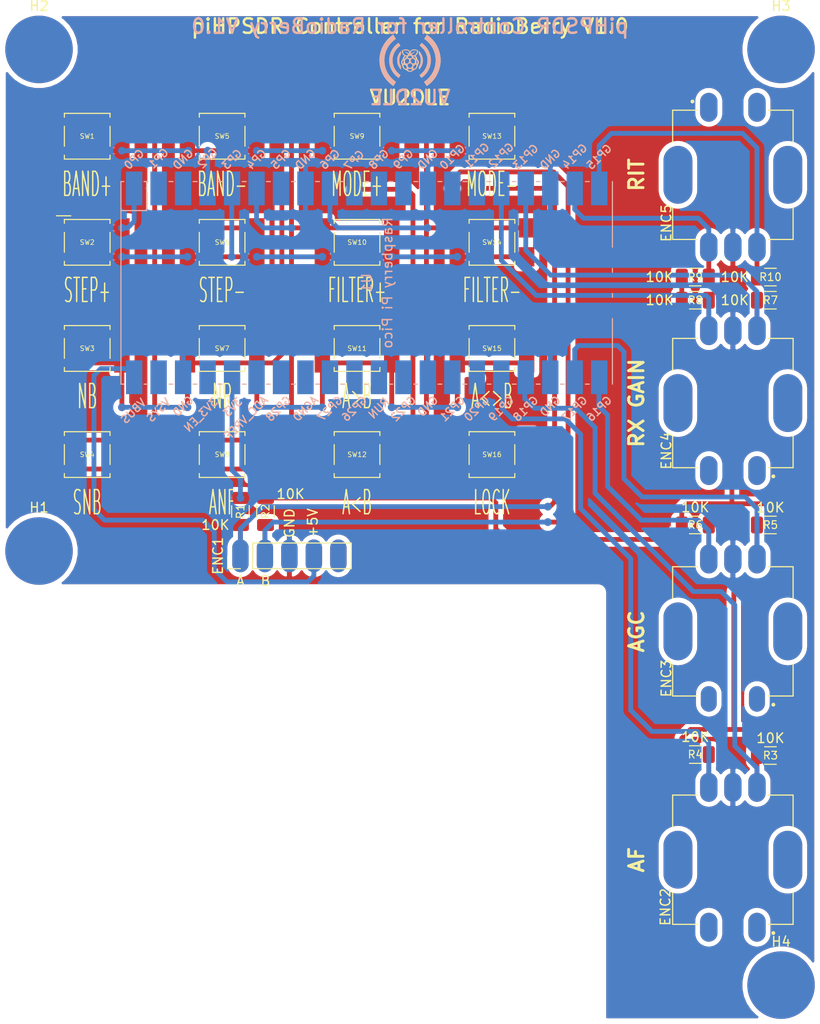
<source format=kicad_pcb>
(kicad_pcb (version 4) (generator "gerbview") (generator_version "8.0")
  (layers (0 F.Cu signal) (31 B.Cu signal) (34 B.Paste user) (35 F.Paste user) (36 B.SilkS user) (37 F.SilkS user) (38 B.Mask user) (39 F.Mask user) (44 Edge.Cuts user))
  (gr_line (start 71.3 51.25) (end 69.8 51.25) (layer F.SilkS) (width 0.12))
  (gr_line (start 130.25 119) (end 130.25 118.28571) (layer F.SilkS) (width 0.3))
  (gr_line (start 130.67857 119.14286) (end 129.17857 118.64286) (layer F.SilkS) (width 0.3))
  (gr_line (start 129.17857 118.64286) (end 130.67857 118.14286) (layer F.SilkS) (width 0.3))
  (gr_line (start 129.89286 117.14286) (end 129.89286 117.64286) (layer F.SilkS) (width 0.3))
  (gr_line (start 130.67857 117.64286) (end 129.17857 117.64286) (layer F.SilkS) (width 0.3))
  (gr_line (start 129.17857 117.64286) (end 129.17857 116.92857) (layer F.SilkS) (width 0.3))
  (gr_line (start 130.25 96.18714) (end 130.25 95.47286) (layer F.SilkS) (width 0.3))
  (gr_line (start 130.67857 96.33) (end 129.17857 95.83) (layer F.SilkS) (width 0.3))
  (gr_line (start 129.17857 95.83) (end 130.67857 95.33) (layer F.SilkS) (width 0.3))
  (gr_line (start 129.25 94.04429) (end 129.17857 94.18714) (layer F.SilkS) (width 0.3))
  (gr_line (start 129.17857 94.18714) (end 129.17857 94.40143) (layer F.SilkS) (width 0.3))
  (gr_line (start 129.17857 94.40143) (end 129.25 94.61571) (layer F.SilkS) (width 0.3))
  (gr_line (start 129.25 94.61571) (end 129.39286 94.75857) (layer F.SilkS) (width 0.3))
  (gr_line (start 129.39286 94.75857) (end 129.53571 94.83) (layer F.SilkS) (width 0.3))
  (gr_line (start 129.53571 94.83) (end 129.82143 94.90143) (layer F.SilkS) (width 0.3))
  (gr_line (start 129.82143 94.90143) (end 130.03571 94.90143) (layer F.SilkS) (width 0.3))
  (gr_line (start 130.03571 94.90143) (end 130.32143 94.83) (layer F.SilkS) (width 0.3))
  (gr_line (start 130.32143 94.83) (end 130.46429 94.75857) (layer F.SilkS) (width 0.3))
  (gr_line (start 130.46429 94.75857) (end 130.60714 94.61571) (layer F.SilkS) (width 0.3))
  (gr_line (start 130.60714 94.61571) (end 130.67857 94.40143) (layer F.SilkS) (width 0.3))
  (gr_line (start 130.67857 94.40143) (end 130.67857 94.25857) (layer F.SilkS) (width 0.3))
  (gr_line (start 130.67857 94.25857) (end 130.60714 94.04429) (layer F.SilkS) (width 0.3))
  (gr_line (start 130.60714 94.04429) (end 130.53571 93.97286) (layer F.SilkS) (width 0.3))
  (gr_line (start 130.53571 93.97286) (end 130.03571 93.97286) (layer F.SilkS) (width 0.3))
  (gr_line (start 130.03571 93.97286) (end 130.03571 94.25857) (layer F.SilkS) (width 0.3))
  (gr_line (start 130.53571 92.47286) (end 130.60714 92.54429) (layer F.SilkS) (width 0.3))
  (gr_line (start 130.60714 92.54429) (end 130.67857 92.75857) (layer F.SilkS) (width 0.3))
  (gr_line (start 130.67857 92.75857) (end 130.67857 92.90143) (layer F.SilkS) (width 0.3))
  (gr_line (start 130.67857 92.90143) (end 130.60714 93.11571) (layer F.SilkS) (width 0.3))
  (gr_line (start 130.60714 93.11571) (end 130.46429 93.25857) (layer F.SilkS) (width 0.3))
  (gr_line (start 130.46429 93.25857) (end 130.32143 93.33) (layer F.SilkS) (width 0.3))
  (gr_line (start 130.32143 93.33) (end 130.03571 93.40143) (layer F.SilkS) (width 0.3))
  (gr_line (start 130.03571 93.40143) (end 129.82143 93.40143) (layer F.SilkS) (width 0.3))
  (gr_line (start 129.82143 93.40143) (end 129.53571 93.33) (layer F.SilkS) (width 0.3))
  (gr_line (start 129.53571 93.33) (end 129.39286 93.25857) (layer F.SilkS) (width 0.3))
  (gr_line (start 129.39286 93.25857) (end 129.25 93.11571) (layer F.SilkS) (width 0.3))
  (gr_line (start 129.25 93.11571) (end 129.17857 92.90143) (layer F.SilkS) (width 0.3))
  (gr_line (start 129.17857 92.90143) (end 129.17857 92.75857) (layer F.SilkS) (width 0.3))
  (gr_line (start 129.17857 92.75857) (end 129.25 92.54429) (layer F.SilkS) (width 0.3))
  (gr_line (start 129.25 92.54429) (end 129.32143 92.47286) (layer F.SilkS) (width 0.3))
  (gr_line (start 130.67857 74.01714) (end 129.96429 74.51714) (layer F.SilkS) (width 0.3))
  (gr_line (start 130.67857 74.87429) (end 129.17857 74.87429) (layer F.SilkS) (width 0.3))
  (gr_line (start 129.17857 74.87429) (end 129.17857 74.30286) (layer F.SilkS) (width 0.3))
  (gr_line (start 129.17857 74.30286) (end 129.25 74.16) (layer F.SilkS) (width 0.3))
  (gr_line (start 129.25 74.16) (end 129.32143 74.08857) (layer F.SilkS) (width 0.3))
  (gr_line (start 129.32143 74.08857) (end 129.46429 74.01714) (layer F.SilkS) (width 0.3))
  (gr_line (start 129.46429 74.01714) (end 129.67857 74.01714) (layer F.SilkS) (width 0.3))
  (gr_line (start 129.67857 74.01714) (end 129.82143 74.08857) (layer F.SilkS) (width 0.3))
  (gr_line (start 129.82143 74.08857) (end 129.89286 74.16) (layer F.SilkS) (width 0.3))
  (gr_line (start 129.89286 74.16) (end 129.96429 74.30286) (layer F.SilkS) (width 0.3))
  (gr_line (start 129.96429 74.30286) (end 129.96429 74.87429) (layer F.SilkS) (width 0.3))
  (gr_line (start 129.17857 73.51714) (end 130.67857 72.51714) (layer F.SilkS) (width 0.3))
  (gr_line (start 129.17857 72.51714) (end 130.67857 73.51714) (layer F.SilkS) (width 0.3))
  (gr_line (start 129.25 70.01714) (end 129.17857 70.16) (layer F.SilkS) (width 0.3))
  (gr_line (start 129.17857 70.16) (end 129.17857 70.37429) (layer F.SilkS) (width 0.3))
  (gr_line (start 129.17857 70.37429) (end 129.25 70.58857) (layer F.SilkS) (width 0.3))
  (gr_line (start 129.25 70.58857) (end 129.39286 70.73143) (layer F.SilkS) (width 0.3))
  (gr_line (start 129.39286 70.73143) (end 129.53571 70.80286) (layer F.SilkS) (width 0.3))
  (gr_line (start 129.53571 70.80286) (end 129.82143 70.87429) (layer F.SilkS) (width 0.3))
  (gr_line (start 129.82143 70.87429) (end 130.03571 70.87429) (layer F.SilkS) (width 0.3))
  (gr_line (start 130.03571 70.87429) (end 130.32143 70.80286) (layer F.SilkS) (width 0.3))
  (gr_line (start 130.32143 70.80286) (end 130.46429 70.73143) (layer F.SilkS) (width 0.3))
  (gr_line (start 130.46429 70.73143) (end 130.60714 70.58857) (layer F.SilkS) (width 0.3))
  (gr_line (start 130.60714 70.58857) (end 130.67857 70.37429) (layer F.SilkS) (width 0.3))
  (gr_line (start 130.67857 70.37429) (end 130.67857 70.23143) (layer F.SilkS) (width 0.3))
  (gr_line (start 130.67857 70.23143) (end 130.60714 70.01714) (layer F.SilkS) (width 0.3))
  (gr_line (start 130.60714 70.01714) (end 130.53571 69.94571) (layer F.SilkS) (width 0.3))
  (gr_line (start 130.53571 69.94571) (end 130.03571 69.94571) (layer F.SilkS) (width 0.3))
  (gr_line (start 130.03571 69.94571) (end 130.03571 70.23143) (layer F.SilkS) (width 0.3))
  (gr_line (start 130.25 69.37429) (end 130.25 68.66) (layer F.SilkS) (width 0.3))
  (gr_line (start 130.67857 69.51714) (end 129.17857 69.01714) (layer F.SilkS) (width 0.3))
  (gr_line (start 129.17857 69.01714) (end 130.67857 68.51714) (layer F.SilkS) (width 0.3))
  (gr_line (start 130.67857 68.01714) (end 129.17857 68.01714) (layer F.SilkS) (width 0.3))
  (gr_line (start 130.67857 67.30286) (end 129.17857 67.30286) (layer F.SilkS) (width 0.3))
  (gr_line (start 129.17857 67.30286) (end 130.67857 66.44571) (layer F.SilkS) (width 0.3))
  (gr_line (start 130.67857 66.44571) (end 129.17857 66.44571) (layer F.SilkS) (width 0.3))
  (gr_line (start 130.67857 47.46429) (end 129.96429 47.96429) (layer F.SilkS) (width 0.3))
  (gr_line (start 130.67857 48.32143) (end 129.17857 48.32143) (layer F.SilkS) (width 0.3))
  (gr_line (start 129.17857 48.32143) (end 129.17857 47.75) (layer F.SilkS) (width 0.3))
  (gr_line (start 129.17857 47.75) (end 129.25 47.60714) (layer F.SilkS) (width 0.3))
  (gr_line (start 129.25 47.60714) (end 129.32143 47.53571) (layer F.SilkS) (width 0.3))
  (gr_line (start 129.32143 47.53571) (end 129.46429 47.46429) (layer F.SilkS) (width 0.3))
  (gr_line (start 129.46429 47.46429) (end 129.67857 47.46429) (layer F.SilkS) (width 0.3))
  (gr_line (start 129.67857 47.46429) (end 129.82143 47.53571) (layer F.SilkS) (width 0.3))
  (gr_line (start 129.82143 47.53571) (end 129.89286 47.60714) (layer F.SilkS) (width 0.3))
  (gr_line (start 129.89286 47.60714) (end 129.96429 47.75) (layer F.SilkS) (width 0.3))
  (gr_line (start 129.96429 47.75) (end 129.96429 48.32143) (layer F.SilkS) (width 0.3))
  (gr_line (start 130.67857 46.82143) (end 129.17857 46.82143) (layer F.SilkS) (width 0.3))
  (gr_line (start 129.17857 46.32143) (end 129.17857 45.46429) (layer F.SilkS) (width 0.3))
  (gr_line (start 130.67857 45.89286) (end 129.17857 45.89286) (layer F.SilkS) (width 0.3))
  (gr_line (start 84.17857 31.27857) (end 84.17857 32.77857) (layer F.SilkS) (width 0.25))
  (gr_line (start 84.17857 31.35) (end 84.32143 31.27857) (layer F.SilkS) (width 0.25))
  (gr_line (start 84.32143 31.27857) (end 84.60714 31.27857) (layer F.SilkS) (width 0.25))
  (gr_line (start 84.60714 31.27857) (end 84.75 31.35) (layer F.SilkS) (width 0.25))
  (gr_line (start 84.75 31.35) (end 84.82143 31.42143) (layer F.SilkS) (width 0.25))
  (gr_line (start 84.82143 31.42143) (end 84.89286 31.56429) (layer F.SilkS) (width 0.25))
  (gr_line (start 84.89286 31.56429) (end 84.89286 31.99286) (layer F.SilkS) (width 0.25))
  (gr_line (start 84.89286 31.99286) (end 84.82143 32.13571) (layer F.SilkS) (width 0.25))
  (gr_line (start 84.82143 32.13571) (end 84.75 32.20714) (layer F.SilkS) (width 0.25))
  (gr_line (start 84.75 32.20714) (end 84.60714 32.27857) (layer F.SilkS) (width 0.25))
  (gr_line (start 84.60714 32.27857) (end 84.32143 32.27857) (layer F.SilkS) (width 0.25))
  (gr_line (start 84.32143 32.27857) (end 84.17857 32.20714) (layer F.SilkS) (width 0.25))
  (gr_line (start 85.53571 32.27857) (end 85.53571 31.27857) (layer F.SilkS) (width 0.25))
  (gr_line (start 85.53571 30.77857) (end 85.46429 30.85) (layer F.SilkS) (width 0.25))
  (gr_line (start 85.46429 30.85) (end 85.53571 30.92143) (layer F.SilkS) (width 0.25))
  (gr_line (start 85.53571 30.92143) (end 85.60714 30.85) (layer F.SilkS) (width 0.25))
  (gr_line (start 85.60714 30.85) (end 85.53571 30.77857) (layer F.SilkS) (width 0.25))
  (gr_line (start 85.53571 30.77857) (end 85.53571 30.92143) (layer F.SilkS) (width 0.25))
  (gr_line (start 86.25 32.27857) (end 86.25 30.77857) (layer F.SilkS) (width 0.25))
  (gr_line (start 86.25 31.49286) (end 87.10714 31.49286) (layer F.SilkS) (width 0.25))
  (gr_line (start 87.10714 32.27857) (end 87.10714 30.77857) (layer F.SilkS) (width 0.25))
  (gr_line (start 87.82143 32.27857) (end 87.82143 30.77857) (layer F.SilkS) (width 0.25))
  (gr_line (start 87.82143 30.77857) (end 88.39286 30.77857) (layer F.SilkS) (width 0.25))
  (gr_line (start 88.39286 30.77857) (end 88.53571 30.85) (layer F.SilkS) (width 0.25))
  (gr_line (start 88.53571 30.85) (end 88.60714 30.92143) (layer F.SilkS) (width 0.25))
  (gr_line (start 88.60714 30.92143) (end 88.67857 31.06429) (layer F.SilkS) (width 0.25))
  (gr_line (start 88.67857 31.06429) (end 88.67857 31.27857) (layer F.SilkS) (width 0.25))
  (gr_line (start 88.67857 31.27857) (end 88.60714 31.42143) (layer F.SilkS) (width 0.25))
  (gr_line (start 88.60714 31.42143) (end 88.53571 31.49286) (layer F.SilkS) (width 0.25))
  (gr_line (start 88.53571 31.49286) (end 88.39286 31.56429) (layer F.SilkS) (width 0.25))
  (gr_line (start 88.39286 31.56429) (end 87.82143 31.56429) (layer F.SilkS) (width 0.25))
  (gr_line (start 89.25 32.20714) (end 89.46429 32.27857) (layer F.SilkS) (width 0.25))
  (gr_line (start 89.46429 32.27857) (end 89.82143 32.27857) (layer F.SilkS) (width 0.25))
  (gr_line (start 89.82143 32.27857) (end 89.96429 32.20714) (layer F.SilkS) (width 0.25))
  (gr_line (start 89.96429 32.20714) (end 90.03571 32.13571) (layer F.SilkS) (width 0.25))
  (gr_line (start 90.03571 32.13571) (end 90.10714 31.99286) (layer F.SilkS) (width 0.25))
  (gr_line (start 90.10714 31.99286) (end 90.10714 31.85) (layer F.SilkS) (width 0.25))
  (gr_line (start 90.10714 31.85) (end 90.03571 31.70714) (layer F.SilkS) (width 0.25))
  (gr_line (start 90.03571 31.70714) (end 89.96429 31.63571) (layer F.SilkS) (width 0.25))
  (gr_line (start 89.96429 31.63571) (end 89.82143 31.56429) (layer F.SilkS) (width 0.25))
  (gr_line (start 89.82143 31.56429) (end 89.53571 31.49286) (layer F.SilkS) (width 0.25))
  (gr_line (start 89.53571 31.49286) (end 89.39286 31.42143) (layer F.SilkS) (width 0.25))
  (gr_line (start 89.39286 31.42143) (end 89.32143 31.35) (layer F.SilkS) (width 0.25))
  (gr_line (start 89.32143 31.35) (end 89.25 31.20714) (layer F.SilkS) (width 0.25))
  (gr_line (start 89.25 31.20714) (end 89.25 31.06429) (layer F.SilkS) (width 0.25))
  (gr_line (start 89.25 31.06429) (end 89.32143 30.92143) (layer F.SilkS) (width 0.25))
  (gr_line (start 89.32143 30.92143) (end 89.39286 30.85) (layer F.SilkS) (width 0.25))
  (gr_line (start 89.39286 30.85) (end 89.53571 30.77857) (layer F.SilkS) (width 0.25))
  (gr_line (start 89.53571 30.77857) (end 89.89286 30.77857) (layer F.SilkS) (width 0.25))
  (gr_line (start 89.89286 30.77857) (end 90.10714 30.85) (layer F.SilkS) (width 0.25))
  (gr_line (start 90.75 32.27857) (end 90.75 30.77857) (layer F.SilkS) (width 0.25))
  (gr_line (start 90.75 30.77857) (end 91.10714 30.77857) (layer F.SilkS) (width 0.25))
  (gr_line (start 91.10714 30.77857) (end 91.32143 30.85) (layer F.SilkS) (width 0.25))
  (gr_line (start 91.32143 30.85) (end 91.46429 30.99286) (layer F.SilkS) (width 0.25))
  (gr_line (start 91.46429 30.99286) (end 91.53571 31.13571) (layer F.SilkS) (width 0.25))
  (gr_line (start 91.53571 31.13571) (end 91.60714 31.42143) (layer F.SilkS) (width 0.25))
  (gr_line (start 91.60714 31.42143) (end 91.60714 31.63571) (layer F.SilkS) (width 0.25))
  (gr_line (start 91.60714 31.63571) (end 91.53571 31.92143) (layer F.SilkS) (width 0.25))
  (gr_line (start 91.53571 31.92143) (end 91.46429 32.06429) (layer F.SilkS) (width 0.25))
  (gr_line (start 91.46429 32.06429) (end 91.32143 32.20714) (layer F.SilkS) (width 0.25))
  (gr_line (start 91.32143 32.20714) (end 91.10714 32.27857) (layer F.SilkS) (width 0.25))
  (gr_line (start 91.10714 32.27857) (end 90.75 32.27857) (layer F.SilkS) (width 0.25))
  (gr_line (start 93.10714 32.27857) (end 92.60714 31.56429) (layer F.SilkS) (width 0.25))
  (gr_line (start 92.25 32.27857) (end 92.25 30.77857) (layer F.SilkS) (width 0.25))
  (gr_line (start 92.25 30.77857) (end 92.82143 30.77857) (layer F.SilkS) (width 0.25))
  (gr_line (start 92.82143 30.77857) (end 92.96429 30.85) (layer F.SilkS) (width 0.25))
  (gr_line (start 92.96429 30.85) (end 93.03571 30.92143) (layer F.SilkS) (width 0.25))
  (gr_line (start 93.03571 30.92143) (end 93.10714 31.06429) (layer F.SilkS) (width 0.25))
  (gr_line (start 93.10714 31.06429) (end 93.10714 31.27857) (layer F.SilkS) (width 0.25))
  (gr_line (start 93.10714 31.27857) (end 93.03571 31.42143) (layer F.SilkS) (width 0.25))
  (gr_line (start 93.03571 31.42143) (end 92.96429 31.49286) (layer F.SilkS) (width 0.25))
  (gr_line (start 92.96429 31.49286) (end 92.82143 31.56429) (layer F.SilkS) (width 0.25))
  (gr_line (start 92.82143 31.56429) (end 92.25 31.56429) (layer F.SilkS) (width 0.25))
  (gr_line (start 95.75 32.13571) (end 95.67857 32.20714) (layer F.SilkS) (width 0.25))
  (gr_line (start 95.67857 32.20714) (end 95.46429 32.27857) (layer F.SilkS) (width 0.25))
  (gr_line (start 95.46429 32.27857) (end 95.32143 32.27857) (layer F.SilkS) (width 0.25))
  (gr_line (start 95.32143 32.27857) (end 95.10714 32.20714) (layer F.SilkS) (width 0.25))
  (gr_line (start 95.10714 32.20714) (end 94.96429 32.06429) (layer F.SilkS) (width 0.25))
  (gr_line (start 94.96429 32.06429) (end 94.89286 31.92143) (layer F.SilkS) (width 0.25))
  (gr_line (start 94.89286 31.92143) (end 94.82143 31.63571) (layer F.SilkS) (width 0.25))
  (gr_line (start 94.82143 31.63571) (end 94.82143 31.42143) (layer F.SilkS) (width 0.25))
  (gr_line (start 94.82143 31.42143) (end 94.89286 31.13571) (layer F.SilkS) (width 0.25))
  (gr_line (start 94.89286 31.13571) (end 94.96429 30.99286) (layer F.SilkS) (width 0.25))
  (gr_line (start 94.96429 30.99286) (end 95.10714 30.85) (layer F.SilkS) (width 0.25))
  (gr_line (start 95.10714 30.85) (end 95.32143 30.77857) (layer F.SilkS) (width 0.25))
  (gr_line (start 95.32143 30.77857) (end 95.46429 30.77857) (layer F.SilkS) (width 0.25))
  (gr_line (start 95.46429 30.77857) (end 95.67857 30.85) (layer F.SilkS) (width 0.25))
  (gr_line (start 95.67857 30.85) (end 95.75 30.92143) (layer F.SilkS) (width 0.25))
  (gr_line (start 96.60714 32.27857) (end 96.46429 32.20714) (layer F.SilkS) (width 0.25))
  (gr_line (start 96.46429 32.20714) (end 96.39286 32.13571) (layer F.SilkS) (width 0.25))
  (gr_line (start 96.39286 32.13571) (end 96.32143 31.99286) (layer F.SilkS) (width 0.25))
  (gr_line (start 96.32143 31.99286) (end 96.32143 31.56429) (layer F.SilkS) (width 0.25))
  (gr_line (start 96.32143 31.56429) (end 96.39286 31.42143) (layer F.SilkS) (width 0.25))
  (gr_line (start 96.39286 31.42143) (end 96.46429 31.35) (layer F.SilkS) (width 0.25))
  (gr_line (start 96.46429 31.35) (end 96.60714 31.27857) (layer F.SilkS) (width 0.25))
  (gr_line (start 96.60714 31.27857) (end 96.82143 31.27857) (layer F.SilkS) (width 0.25))
  (gr_line (start 96.82143 31.27857) (end 96.96429 31.35) (layer F.SilkS) (width 0.25))
  (gr_line (start 96.96429 31.35) (end 97.03571 31.42143) (layer F.SilkS) (width 0.25))
  (gr_line (start 97.03571 31.42143) (end 97.10714 31.56429) (layer F.SilkS) (width 0.25))
  (gr_line (start 97.10714 31.56429) (end 97.10714 31.99286) (layer F.SilkS) (width 0.25))
  (gr_line (start 97.10714 31.99286) (end 97.03571 32.13571) (layer F.SilkS) (width 0.25))
  (gr_line (start 97.03571 32.13571) (end 96.96429 32.20714) (layer F.SilkS) (width 0.25))
  (gr_line (start 96.96429 32.20714) (end 96.82143 32.27857) (layer F.SilkS) (width 0.25))
  (gr_line (start 96.82143 32.27857) (end 96.60714 32.27857) (layer F.SilkS) (width 0.25))
  (gr_line (start 97.75 31.27857) (end 97.75 32.27857) (layer F.SilkS) (width 0.25))
  (gr_line (start 97.75 31.42143) (end 97.82143 31.35) (layer F.SilkS) (width 0.25))
  (gr_line (start 97.82143 31.35) (end 97.96429 31.27857) (layer F.SilkS) (width 0.25))
  (gr_line (start 97.96429 31.27857) (end 98.17857 31.27857) (layer F.SilkS) (width 0.25))
  (gr_line (start 98.17857 31.27857) (end 98.32143 31.35) (layer F.SilkS) (width 0.25))
  (gr_line (start 98.32143 31.35) (end 98.39286 31.49286) (layer F.SilkS) (width 0.25))
  (gr_line (start 98.39286 31.49286) (end 98.39286 32.27857) (layer F.SilkS) (width 0.25))
  (gr_line (start 98.89286 31.27857) (end 99.46429 31.27857) (layer F.SilkS) (width 0.25))
  (gr_line (start 99.10714 30.77857) (end 99.10714 32.06429) (layer F.SilkS) (width 0.25))
  (gr_line (start 99.10714 32.06429) (end 99.17857 32.20714) (layer F.SilkS) (width 0.25))
  (gr_line (start 99.17857 32.20714) (end 99.32143 32.27857) (layer F.SilkS) (width 0.25))
  (gr_line (start 99.32143 32.27857) (end 99.46429 32.27857) (layer F.SilkS) (width 0.25))
  (gr_line (start 99.96429 32.27857) (end 99.96429 31.27857) (layer F.SilkS) (width 0.25))
  (gr_line (start 99.96429 31.56429) (end 100.03571 31.42143) (layer F.SilkS) (width 0.25))
  (gr_line (start 100.03571 31.42143) (end 100.10714 31.35) (layer F.SilkS) (width 0.25))
  (gr_line (start 100.10714 31.35) (end 100.25 31.27857) (layer F.SilkS) (width 0.25))
  (gr_line (start 100.25 31.27857) (end 100.39286 31.27857) (layer F.SilkS) (width 0.25))
  (gr_line (start 101.10714 32.27857) (end 100.96429 32.20714) (layer F.SilkS) (width 0.25))
  (gr_line (start 100.96429 32.20714) (end 100.89286 32.13571) (layer F.SilkS) (width 0.25))
  (gr_line (start 100.89286 32.13571) (end 100.82143 31.99286) (layer F.SilkS) (width 0.25))
  (gr_line (start 100.82143 31.99286) (end 100.82143 31.56429) (layer F.SilkS) (width 0.25))
  (gr_line (start 100.82143 31.56429) (end 100.89286 31.42143) (layer F.SilkS) (width 0.25))
  (gr_line (start 100.89286 31.42143) (end 100.96429 31.35) (layer F.SilkS) (width 0.25))
  (gr_line (start 100.96429 31.35) (end 101.10714 31.27857) (layer F.SilkS) (width 0.25))
  (gr_line (start 101.10714 31.27857) (end 101.32143 31.27857) (layer F.SilkS) (width 0.25))
  (gr_line (start 101.32143 31.27857) (end 101.46429 31.35) (layer F.SilkS) (width 0.25))
  (gr_line (start 101.46429 31.35) (end 101.53571 31.42143) (layer F.SilkS) (width 0.25))
  (gr_line (start 101.53571 31.42143) (end 101.60714 31.56429) (layer F.SilkS) (width 0.25))
  (gr_line (start 101.60714 31.56429) (end 101.60714 31.99286) (layer F.SilkS) (width 0.25))
  (gr_line (start 101.60714 31.99286) (end 101.53571 32.13571) (layer F.SilkS) (width 0.25))
  (gr_line (start 101.53571 32.13571) (end 101.46429 32.20714) (layer F.SilkS) (width 0.25))
  (gr_line (start 101.46429 32.20714) (end 101.32143 32.27857) (layer F.SilkS) (width 0.25))
  (gr_line (start 101.32143 32.27857) (end 101.10714 32.27857) (layer F.SilkS) (width 0.25))
  (gr_line (start 102.46429 32.27857) (end 102.32143 32.20714) (layer F.SilkS) (width 0.25))
  (gr_line (start 102.32143 32.20714) (end 102.25 32.06429) (layer F.SilkS) (width 0.25))
  (gr_line (start 102.25 32.06429) (end 102.25 30.77857) (layer F.SilkS) (width 0.25))
  (gr_line (start 103.25 32.27857) (end 103.10714 32.20714) (layer F.SilkS) (width 0.25))
  (gr_line (start 103.10714 32.20714) (end 103.03571 32.06429) (layer F.SilkS) (width 0.25))
  (gr_line (start 103.03571 32.06429) (end 103.03571 30.77857) (layer F.SilkS) (width 0.25))
  (gr_line (start 104.39286 32.20714) (end 104.25 32.27857) (layer F.SilkS) (width 0.25))
  (gr_line (start 104.25 32.27857) (end 103.96429 32.27857) (layer F.SilkS) (width 0.25))
  (gr_line (start 103.96429 32.27857) (end 103.82143 32.20714) (layer F.SilkS) (width 0.25))
  (gr_line (start 103.82143 32.20714) (end 103.75 32.06429) (layer F.SilkS) (width 0.25))
  (gr_line (start 103.75 32.06429) (end 103.75 31.49286) (layer F.SilkS) (width 0.25))
  (gr_line (start 103.75 31.49286) (end 103.82143 31.35) (layer F.SilkS) (width 0.25))
  (gr_line (start 103.82143 31.35) (end 103.96429 31.27857) (layer F.SilkS) (width 0.25))
  (gr_line (start 103.96429 31.27857) (end 104.25 31.27857) (layer F.SilkS) (width 0.25))
  (gr_line (start 104.25 31.27857) (end 104.39286 31.35) (layer F.SilkS) (width 0.25))
  (gr_line (start 104.39286 31.35) (end 104.46429 31.49286) (layer F.SilkS) (width 0.25))
  (gr_line (start 104.46429 31.49286) (end 104.46429 31.63571) (layer F.SilkS) (width 0.25))
  (gr_line (start 104.46429 31.63571) (end 103.75 31.77857) (layer F.SilkS) (width 0.25))
  (gr_line (start 105.10714 32.27857) (end 105.10714 31.27857) (layer F.SilkS) (width 0.25))
  (gr_line (start 105.10714 31.56429) (end 105.17857 31.42143) (layer F.SilkS) (width 0.25))
  (gr_line (start 105.17857 31.42143) (end 105.25 31.35) (layer F.SilkS) (width 0.25))
  (gr_line (start 105.25 31.35) (end 105.39286 31.27857) (layer F.SilkS) (width 0.25))
  (gr_line (start 105.39286 31.27857) (end 105.53571 31.27857) (layer F.SilkS) (width 0.25))
  (gr_line (start 106.96429 31.27857) (end 107.53571 31.27857) (layer F.SilkS) (width 0.25))
  (gr_line (start 107.17857 32.27857) (end 107.17857 30.99286) (layer F.SilkS) (width 0.25))
  (gr_line (start 107.17857 30.99286) (end 107.25 30.85) (layer F.SilkS) (width 0.25))
  (gr_line (start 107.25 30.85) (end 107.39286 30.77857) (layer F.SilkS) (width 0.25))
  (gr_line (start 107.39286 30.77857) (end 107.53571 30.77857) (layer F.SilkS) (width 0.25))
  (gr_line (start 108.25 32.27857) (end 108.10714 32.20714) (layer F.SilkS) (width 0.25))
  (gr_line (start 108.10714 32.20714) (end 108.03571 32.13571) (layer F.SilkS) (width 0.25))
  (gr_line (start 108.03571 32.13571) (end 107.96429 31.99286) (layer F.SilkS) (width 0.25))
  (gr_line (start 107.96429 31.99286) (end 107.96429 31.56429) (layer F.SilkS) (width 0.25))
  (gr_line (start 107.96429 31.56429) (end 108.03571 31.42143) (layer F.SilkS) (width 0.25))
  (gr_line (start 108.03571 31.42143) (end 108.10714 31.35) (layer F.SilkS) (width 0.25))
  (gr_line (start 108.10714 31.35) (end 108.25 31.27857) (layer F.SilkS) (width 0.25))
  (gr_line (start 108.25 31.27857) (end 108.46429 31.27857) (layer F.SilkS) (width 0.25))
  (gr_line (start 108.46429 31.27857) (end 108.60714 31.35) (layer F.SilkS) (width 0.25))
  (gr_line (start 108.60714 31.35) (end 108.67857 31.42143) (layer F.SilkS) (width 0.25))
  (gr_line (start 108.67857 31.42143) (end 108.75 31.56429) (layer F.SilkS) (width 0.25))
  (gr_line (start 108.75 31.56429) (end 108.75 31.99286) (layer F.SilkS) (width 0.25))
  (gr_line (start 108.75 31.99286) (end 108.67857 32.13571) (layer F.SilkS) (width 0.25))
  (gr_line (start 108.67857 32.13571) (end 108.60714 32.20714) (layer F.SilkS) (width 0.25))
  (gr_line (start 108.60714 32.20714) (end 108.46429 32.27857) (layer F.SilkS) (width 0.25))
  (gr_line (start 108.46429 32.27857) (end 108.25 32.27857) (layer F.SilkS) (width 0.25))
  (gr_line (start 109.39286 32.27857) (end 109.39286 31.27857) (layer F.SilkS) (width 0.25))
  (gr_line (start 109.39286 31.56429) (end 109.46429 31.42143) (layer F.SilkS) (width 0.25))
  (gr_line (start 109.46429 31.42143) (end 109.53571 31.35) (layer F.SilkS) (width 0.25))
  (gr_line (start 109.53571 31.35) (end 109.67857 31.27857) (layer F.SilkS) (width 0.25))
  (gr_line (start 109.67857 31.27857) (end 109.82143 31.27857) (layer F.SilkS) (width 0.25))
  (gr_line (start 112.32143 32.27857) (end 111.82143 31.56429) (layer F.SilkS) (width 0.25))
  (gr_line (start 111.46429 32.27857) (end 111.46429 30.77857) (layer F.SilkS) (width 0.25))
  (gr_line (start 111.46429 30.77857) (end 112.03571 30.77857) (layer F.SilkS) (width 0.25))
  (gr_line (start 112.03571 30.77857) (end 112.17857 30.85) (layer F.SilkS) (width 0.25))
  (gr_line (start 112.17857 30.85) (end 112.25 30.92143) (layer F.SilkS) (width 0.25))
  (gr_line (start 112.25 30.92143) (end 112.32143 31.06429) (layer F.SilkS) (width 0.25))
  (gr_line (start 112.32143 31.06429) (end 112.32143 31.27857) (layer F.SilkS) (width 0.25))
  (gr_line (start 112.32143 31.27857) (end 112.25 31.42143) (layer F.SilkS) (width 0.25))
  (gr_line (start 112.25 31.42143) (end 112.17857 31.49286) (layer F.SilkS) (width 0.25))
  (gr_line (start 112.17857 31.49286) (end 112.03571 31.56429) (layer F.SilkS) (width 0.25))
  (gr_line (start 112.03571 31.56429) (end 111.46429 31.56429) (layer F.SilkS) (width 0.25))
  (gr_line (start 113.60714 32.27857) (end 113.60714 31.49286) (layer F.SilkS) (width 0.25))
  (gr_line (start 113.60714 31.49286) (end 113.53571 31.35) (layer F.SilkS) (width 0.25))
  (gr_line (start 113.53571 31.35) (end 113.39286 31.27857) (layer F.SilkS) (width 0.25))
  (gr_line (start 113.39286 31.27857) (end 113.10714 31.27857) (layer F.SilkS) (width 0.25))
  (gr_line (start 113.10714 31.27857) (end 112.96429 31.35) (layer F.SilkS) (width 0.25))
  (gr_line (start 113.60714 32.20714) (end 113.46429 32.27857) (layer F.SilkS) (width 0.25))
  (gr_line (start 113.46429 32.27857) (end 113.10714 32.27857) (layer F.SilkS) (width 0.25))
  (gr_line (start 113.10714 32.27857) (end 112.96429 32.20714) (layer F.SilkS) (width 0.25))
  (gr_line (start 112.96429 32.20714) (end 112.89286 32.06429) (layer F.SilkS) (width 0.25))
  (gr_line (start 112.89286 32.06429) (end 112.89286 31.92143) (layer F.SilkS) (width 0.25))
  (gr_line (start 112.89286 31.92143) (end 112.96429 31.77857) (layer F.SilkS) (width 0.25))
  (gr_line (start 112.96429 31.77857) (end 113.10714 31.70714) (layer F.SilkS) (width 0.25))
  (gr_line (start 113.10714 31.70714) (end 113.46429 31.70714) (layer F.SilkS) (width 0.25))
  (gr_line (start 113.46429 31.70714) (end 113.60714 31.63571) (layer F.SilkS) (width 0.25))
  (gr_line (start 114.96429 32.27857) (end 114.96429 30.77857) (layer F.SilkS) (width 0.25))
  (gr_line (start 114.96429 32.20714) (end 114.82143 32.27857) (layer F.SilkS) (width 0.25))
  (gr_line (start 114.82143 32.27857) (end 114.53571 32.27857) (layer F.SilkS) (width 0.25))
  (gr_line (start 114.53571 32.27857) (end 114.39286 32.20714) (layer F.SilkS) (width 0.25))
  (gr_line (start 114.39286 32.20714) (end 114.32143 32.13571) (layer F.SilkS) (width 0.25))
  (gr_line (start 114.32143 32.13571) (end 114.25 31.99286) (layer F.SilkS) (width 0.25))
  (gr_line (start 114.25 31.99286) (end 114.25 31.56429) (layer F.SilkS) (width 0.25))
  (gr_line (start 114.25 31.56429) (end 114.32143 31.42143) (layer F.SilkS) (width 0.25))
  (gr_line (start 114.32143 31.42143) (end 114.39286 31.35) (layer F.SilkS) (width 0.25))
  (gr_line (start 114.39286 31.35) (end 114.53571 31.27857) (layer F.SilkS) (width 0.25))
  (gr_line (start 114.53571 31.27857) (end 114.82143 31.27857) (layer F.SilkS) (width 0.25))
  (gr_line (start 114.82143 31.27857) (end 114.96429 31.35) (layer F.SilkS) (width 0.25))
  (gr_line (start 115.67857 32.27857) (end 115.67857 31.27857) (layer F.SilkS) (width 0.25))
  (gr_line (start 115.67857 30.77857) (end 115.60714 30.85) (layer F.SilkS) (width 0.25))
  (gr_line (start 115.60714 30.85) (end 115.67857 30.92143) (layer F.SilkS) (width 0.25))
  (gr_line (start 115.67857 30.92143) (end 115.75 30.85) (layer F.SilkS) (width 0.25))
  (gr_line (start 115.75 30.85) (end 115.67857 30.77857) (layer F.SilkS) (width 0.25))
  (gr_line (start 115.67857 30.77857) (end 115.67857 30.92143) (layer F.SilkS) (width 0.25))
  (gr_line (start 116.60714 32.27857) (end 116.46429 32.20714) (layer F.SilkS) (width 0.25))
  (gr_line (start 116.46429 32.20714) (end 116.39286 32.13571) (layer F.SilkS) (width 0.25))
  (gr_line (start 116.39286 32.13571) (end 116.32143 31.99286) (layer F.SilkS) (width 0.25))
  (gr_line (start 116.32143 31.99286) (end 116.32143 31.56429) (layer F.SilkS) (width 0.25))
  (gr_line (start 116.32143 31.56429) (end 116.39286 31.42143) (layer F.SilkS) (width 0.25))
  (gr_line (start 116.39286 31.42143) (end 116.46429 31.35) (layer F.SilkS) (width 0.25))
  (gr_line (start 116.46429 31.35) (end 116.60714 31.27857) (layer F.SilkS) (width 0.25))
  (gr_line (start 116.60714 31.27857) (end 116.82143 31.27857) (layer F.SilkS) (width 0.25))
  (gr_line (start 116.82143 31.27857) (end 116.96429 31.35) (layer F.SilkS) (width 0.25))
  (gr_line (start 116.96429 31.35) (end 117.03571 31.42143) (layer F.SilkS) (width 0.25))
  (gr_line (start 117.03571 31.42143) (end 117.10714 31.56429) (layer F.SilkS) (width 0.25))
  (gr_line (start 117.10714 31.56429) (end 117.10714 31.99286) (layer F.SilkS) (width 0.25))
  (gr_line (start 117.10714 31.99286) (end 117.03571 32.13571) (layer F.SilkS) (width 0.25))
  (gr_line (start 117.03571 32.13571) (end 116.96429 32.20714) (layer F.SilkS) (width 0.25))
  (gr_line (start 116.96429 32.20714) (end 116.82143 32.27857) (layer F.SilkS) (width 0.25))
  (gr_line (start 116.82143 32.27857) (end 116.60714 32.27857) (layer F.SilkS) (width 0.25))
  (gr_line (start 118.25 31.49286) (end 118.46429 31.56429) (layer F.SilkS) (width 0.25))
  (gr_line (start 118.46429 31.56429) (end 118.53571 31.63571) (layer F.SilkS) (width 0.25))
  (gr_line (start 118.53571 31.63571) (end 118.60714 31.77857) (layer F.SilkS) (width 0.25))
  (gr_line (start 118.60714 31.77857) (end 118.60714 31.99286) (layer F.SilkS) (width 0.25))
  (gr_line (start 118.60714 31.99286) (end 118.53571 32.13571) (layer F.SilkS) (width 0.25))
  (gr_line (start 118.53571 32.13571) (end 118.46429 32.20714) (layer F.SilkS) (width 0.25))
  (gr_line (start 118.46429 32.20714) (end 118.32143 32.27857) (layer F.SilkS) (width 0.25))
  (gr_line (start 118.32143 32.27857) (end 117.75 32.27857) (layer F.SilkS) (width 0.25))
  (gr_line (start 117.75 32.27857) (end 117.75 30.77857) (layer F.SilkS) (width 0.25))
  (gr_line (start 117.75 30.77857) (end 118.25 30.77857) (layer F.SilkS) (width 0.25))
  (gr_line (start 118.25 30.77857) (end 118.39286 30.85) (layer F.SilkS) (width 0.25))
  (gr_line (start 118.39286 30.85) (end 118.46429 30.92143) (layer F.SilkS) (width 0.25))
  (gr_line (start 118.46429 30.92143) (end 118.53571 31.06429) (layer F.SilkS) (width 0.25))
  (gr_line (start 118.53571 31.06429) (end 118.53571 31.20714) (layer F.SilkS) (width 0.25))
  (gr_line (start 118.53571 31.20714) (end 118.46429 31.35) (layer F.SilkS) (width 0.25))
  (gr_line (start 118.46429 31.35) (end 118.39286 31.42143) (layer F.SilkS) (width 0.25))
  (gr_line (start 118.39286 31.42143) (end 118.25 31.49286) (layer F.SilkS) (width 0.25))
  (gr_line (start 118.25 31.49286) (end 117.75 31.49286) (layer F.SilkS) (width 0.25))
  (gr_line (start 119.82143 32.20714) (end 119.67857 32.27857) (layer F.SilkS) (width 0.25))
  (gr_line (start 119.67857 32.27857) (end 119.39286 32.27857) (layer F.SilkS) (width 0.25))
  (gr_line (start 119.39286 32.27857) (end 119.25 32.20714) (layer F.SilkS) (width 0.25))
  (gr_line (start 119.25 32.20714) (end 119.17857 32.06429) (layer F.SilkS) (width 0.25))
  (gr_line (start 119.17857 32.06429) (end 119.17857 31.49286) (layer F.SilkS) (width 0.25))
  (gr_line (start 119.17857 31.49286) (end 119.25 31.35) (layer F.SilkS) (width 0.25))
  (gr_line (start 119.25 31.35) (end 119.39286 31.27857) (layer F.SilkS) (width 0.25))
  (gr_line (start 119.39286 31.27857) (end 119.67857 31.27857) (layer F.SilkS) (width 0.25))
  (gr_line (start 119.67857 31.27857) (end 119.82143 31.35) (layer F.SilkS) (width 0.25))
  (gr_line (start 119.82143 31.35) (end 119.89286 31.49286) (layer F.SilkS) (width 0.25))
  (gr_line (start 119.89286 31.49286) (end 119.89286 31.63571) (layer F.SilkS) (width 0.25))
  (gr_line (start 119.89286 31.63571) (end 119.17857 31.77857) (layer F.SilkS) (width 0.25))
  (gr_line (start 120.53571 32.27857) (end 120.53571 31.27857) (layer F.SilkS) (width 0.25))
  (gr_line (start 120.53571 31.56429) (end 120.60714 31.42143) (layer F.SilkS) (width 0.25))
  (gr_line (start 120.60714 31.42143) (end 120.67857 31.35) (layer F.SilkS) (width 0.25))
  (gr_line (start 120.67857 31.35) (end 120.82143 31.27857) (layer F.SilkS) (width 0.25))
  (gr_line (start 120.82143 31.27857) (end 120.96429 31.27857) (layer F.SilkS) (width 0.25))
  (gr_line (start 121.46429 32.27857) (end 121.46429 31.27857) (layer F.SilkS) (width 0.25))
  (gr_line (start 121.46429 31.56429) (end 121.53571 31.42143) (layer F.SilkS) (width 0.25))
  (gr_line (start 121.53571 31.42143) (end 121.60714 31.35) (layer F.SilkS) (width 0.25))
  (gr_line (start 121.60714 31.35) (end 121.75 31.27857) (layer F.SilkS) (width 0.25))
  (gr_line (start 121.75 31.27857) (end 121.89286 31.27857) (layer F.SilkS) (width 0.25))
  (gr_line (start 122.25 31.27857) (end 122.60714 32.27857) (layer F.SilkS) (width 0.25))
  (gr_line (start 122.96429 31.27857) (end 122.60714 32.27857) (layer F.SilkS) (width 0.25))
  (gr_line (start 122.60714 32.27857) (end 122.46429 32.63571) (layer F.SilkS) (width 0.25))
  (gr_line (start 122.46429 32.63571) (end 122.39286 32.70714) (layer F.SilkS) (width 0.25))
  (gr_line (start 122.39286 32.70714) (end 122.25 32.77857) (layer F.SilkS) (width 0.25))
  (gr_line (start 124.46429 30.77857) (end 124.96429 32.27857) (layer F.SilkS) (width 0.25))
  (gr_line (start 124.96429 32.27857) (end 125.46429 30.77857) (layer F.SilkS) (width 0.25))
  (gr_line (start 126.75 32.27857) (end 125.89286 32.27857) (layer F.SilkS) (width 0.25))
  (gr_line (start 126.32143 32.27857) (end 126.32143 30.77857) (layer F.SilkS) (width 0.25))
  (gr_line (start 126.32143 30.77857) (end 126.17857 30.99286) (layer F.SilkS) (width 0.25))
  (gr_line (start 126.17857 30.99286) (end 126.03571 31.13571) (layer F.SilkS) (width 0.25))
  (gr_line (start 126.03571 31.13571) (end 125.89286 31.20714) (layer F.SilkS) (width 0.25))
  (gr_line (start 127.39286 32.13571) (end 127.46429 32.20714) (layer F.SilkS) (width 0.25))
  (gr_line (start 127.46429 32.20714) (end 127.39286 32.27857) (layer F.SilkS) (width 0.25))
  (gr_line (start 127.39286 32.27857) (end 127.32143 32.20714) (layer F.SilkS) (width 0.25))
  (gr_line (start 127.32143 32.20714) (end 127.39286 32.13571) (layer F.SilkS) (width 0.25))
  (gr_line (start 127.39286 32.13571) (end 127.39286 32.27857) (layer F.SilkS) (width 0.25))
  (gr_line (start 128.39286 30.77857) (end 128.53571 30.77857) (layer F.SilkS) (width 0.25))
  (gr_line (start 128.53571 30.77857) (end 128.67857 30.85) (layer F.SilkS) (width 0.25))
  (gr_line (start 128.67857 30.85) (end 128.75 30.92143) (layer F.SilkS) (width 0.25))
  (gr_line (start 128.75 30.92143) (end 128.82143 31.06429) (layer F.SilkS) (width 0.25))
  (gr_line (start 128.82143 31.06429) (end 128.89286 31.35) (layer F.SilkS) (width 0.25))
  (gr_line (start 128.89286 31.35) (end 128.89286 31.70714) (layer F.SilkS) (width 0.25))
  (gr_line (start 128.89286 31.70714) (end 128.82143 31.99286) (layer F.SilkS) (width 0.25))
  (gr_line (start 128.82143 31.99286) (end 128.75 32.13571) (layer F.SilkS) (width 0.25))
  (gr_line (start 128.75 32.13571) (end 128.67857 32.20714) (layer F.SilkS) (width 0.25))
  (gr_line (start 128.67857 32.20714) (end 128.53571 32.27857) (layer F.SilkS) (width 0.25))
  (gr_line (start 128.53571 32.27857) (end 128.39286 32.27857) (layer F.SilkS) (width 0.25))
  (gr_line (start 128.39286 32.27857) (end 128.25 32.20714) (layer F.SilkS) (width 0.25))
  (gr_line (start 128.25 32.20714) (end 128.17857 32.13571) (layer F.SilkS) (width 0.25))
  (gr_line (start 128.17857 32.13571) (end 128.10714 31.99286) (layer F.SilkS) (width 0.25))
  (gr_line (start 128.10714 31.99286) (end 128.03571 31.70714) (layer F.SilkS) (width 0.25))
  (gr_line (start 128.03571 31.70714) (end 128.03571 31.35) (layer F.SilkS) (width 0.25))
  (gr_line (start 128.03571 31.35) (end 128.10714 31.06429) (layer F.SilkS) (width 0.25))
  (gr_line (start 128.10714 31.06429) (end 128.17857 30.92143) (layer F.SilkS) (width 0.25))
  (gr_line (start 128.17857 30.92143) (end 128.25 30.85) (layer F.SilkS) (width 0.25))
  (gr_line (start 128.25 30.85) (end 128.39286 30.77857) (layer F.SilkS) (width 0.25))
  (gr_line (start 102.46429 38.17857) (end 102.96429 39.67857) (layer F.SilkS) (width 0.25))
  (gr_line (start 102.96429 39.67857) (end 103.46429 38.17857) (layer F.SilkS) (width 0.25))
  (gr_line (start 103.96429 38.17857) (end 103.96429 39.39286) (layer F.SilkS) (width 0.25))
  (gr_line (start 103.96429 39.39286) (end 104.03571 39.53571) (layer F.SilkS) (width 0.25))
  (gr_line (start 104.03571 39.53571) (end 104.10714 39.60714) (layer F.SilkS) (width 0.25))
  (gr_line (start 104.10714 39.60714) (end 104.25 39.67857) (layer F.SilkS) (width 0.25))
  (gr_line (start 104.25 39.67857) (end 104.53571 39.67857) (layer F.SilkS) (width 0.25))
  (gr_line (start 104.53571 39.67857) (end 104.67857 39.60714) (layer F.SilkS) (width 0.25))
  (gr_line (start 104.67857 39.60714) (end 104.75 39.53571) (layer F.SilkS) (width 0.25))
  (gr_line (start 104.75 39.53571) (end 104.82143 39.39286) (layer F.SilkS) (width 0.25))
  (gr_line (start 104.82143 39.39286) (end 104.82143 38.17857) (layer F.SilkS) (width 0.25))
  (gr_line (start 105.46429 38.32143) (end 105.53571 38.25) (layer F.SilkS) (width 0.25))
  (gr_line (start 105.53571 38.25) (end 105.67857 38.17857) (layer F.SilkS) (width 0.25))
  (gr_line (start 105.67857 38.17857) (end 106.03571 38.17857) (layer F.SilkS) (width 0.25))
  (gr_line (start 106.03571 38.17857) (end 106.17857 38.25) (layer F.SilkS) (width 0.25))
  (gr_line (start 106.17857 38.25) (end 106.25 38.32143) (layer F.SilkS) (width 0.25))
  (gr_line (start 106.25 38.32143) (end 106.32143 38.46429) (layer F.SilkS) (width 0.25))
  (gr_line (start 106.32143 38.46429) (end 106.32143 38.60714) (layer F.SilkS) (width 0.25))
  (gr_line (start 106.32143 38.60714) (end 106.25 38.82143) (layer F.SilkS) (width 0.25))
  (gr_line (start 106.25 38.82143) (end 105.39286 39.67857) (layer F.SilkS) (width 0.25))
  (gr_line (start 105.39286 39.67857) (end 106.32143 39.67857) (layer F.SilkS) (width 0.25))
  (gr_line (start 106.96429 39.67857) (end 106.96429 38.17857) (layer F.SilkS) (width 0.25))
  (gr_line (start 106.96429 38.17857) (end 107.32143 38.17857) (layer F.SilkS) (width 0.25))
  (gr_line (start 107.32143 38.17857) (end 107.53571 38.25) (layer F.SilkS) (width 0.25))
  (gr_line (start 107.53571 38.25) (end 107.67857 38.39286) (layer F.SilkS) (width 0.25))
  (gr_line (start 107.67857 38.39286) (end 107.75 38.53571) (layer F.SilkS) (width 0.25))
  (gr_line (start 107.75 38.53571) (end 107.82143 38.82143) (layer F.SilkS) (width 0.25))
  (gr_line (start 107.82143 38.82143) (end 107.82143 39.03571) (layer F.SilkS) (width 0.25))
  (gr_line (start 107.82143 39.03571) (end 107.75 39.32143) (layer F.SilkS) (width 0.25))
  (gr_line (start 107.75 39.32143) (end 107.67857 39.46429) (layer F.SilkS) (width 0.25))
  (gr_line (start 107.67857 39.46429) (end 107.53571 39.60714) (layer F.SilkS) (width 0.25))
  (gr_line (start 107.53571 39.60714) (end 107.32143 39.67857) (layer F.SilkS) (width 0.25))
  (gr_line (start 107.32143 39.67857) (end 106.96429 39.67857) (layer F.SilkS) (width 0.25))
  (gr_line (start 109.17857 39.67857) (end 108.46429 39.67857) (layer F.SilkS) (width 0.25))
  (gr_line (start 108.46429 39.67857) (end 108.46429 38.17857) (layer F.SilkS) (width 0.25))
  (gr_line (start 109.67857 38.89286) (end 110.17857 38.89286) (layer F.SilkS) (width 0.25))
  (gr_line (start 110.39286 39.67857) (end 109.67857 39.67857) (layer F.SilkS) (width 0.25))
  (gr_line (start 109.67857 39.67857) (end 109.67857 38.17857) (layer F.SilkS) (width 0.25))
  (gr_line (start 109.67857 38.17857) (end 110.39286 38.17857) (layer F.SilkS) (width 0.25))
  (gr_poly (pts (xy 104.88065 32.68685) (xy 104.92206 32.7505) (xy 104.95824 32.80659) (xy 104.98706 32.85176) (xy 105.00637 32.88268) (xy 105.01405 32.89599) (xy 105.0141 32.8962) (xy 105.00461 32.9054) (xy 104.97887 32.92648) (xy 104.94103 32.95613) (xy 104.90298 32.98518) (xy 104.7024 33.15178) (xy 104.52001 33.33428) (xy 104.35683 33.53115) (xy 104.21392 33.74082) (xy 104.09232 33.96174) (xy 103.99308 34.19237) (xy 103.91724 34.43113) (xy 103.90901 34.46327) (xy 103.87508 34.61693) (xy 103.85162 34.76651) (xy 103.8376 34.92078) (xy 103.83202 35.08854) (xy 103.83182 35.13175) (xy 103.84336 35.39774) (xy 103.87792 35.6531) (xy 103.93564 35.89817) (xy 104.01667 36.13329) (xy 104.12114 36.35878) (xy 104.24919 36.57498) (xy 104.40097 36.78222) (xy 104.57661 36.98084) (xy 104.6286 37.03349) (xy 104.69031 37.09237) (xy 104.75942 37.15477) (xy 104.8279 37.21364) (xy 104.88775 37.26194) (xy 104.89345 37.2663) (xy 104.94206 37.30377) (xy 104.98273 37.33623) (xy 105.01142 37.36037) (xy 105.02413 37.37291) (xy 105.02436 37.37336) (xy 105.01902 37.3869) (xy 105.00203 37.41728) (xy 104.97602 37.46042) (xy 104.94365 37.51226) (xy 104.90754 37.56872) (xy 104.87035 37.62571) (xy 104.83473 37.67918) (xy 104.80331 37.72504) (xy 104.77873 37.75921) (xy 104.76365 37.77764) (xy 104.76069 37.7797) (xy 104.7469 37.77275) (xy 104.71756 37.75406) (xy 104.67763 37.72688) (xy 104.65087 37.70799) (xy 104.43459 37.53799) (xy 104.23315 37.34836) (xy 104.04842 37.14133) (xy 103.88225 36.91908) (xy 103.73648 36.68384) (xy 103.64923 36.51605) (xy 103.53602 36.25245) (xy 103.44718 35.98387) (xy 103.38274 35.71157) (xy 103.34275 35.43683) (xy 103.32723 35.16092) (xy 103.33624 34.88511) (xy 103.3698 34.61067) (xy 103.42795 34.33889) (xy 103.51073 34.07103) (xy 103.57218 33.91288) (xy 103.69484 33.65175) (xy 103.83715 33.40672) (xy 103.99919 33.17769) (xy 104.18104 32.96454) (xy 104.3828 32.76716) (xy 104.60455 32.58545) (xy 104.67428 32.53448) (xy 104.7472 32.48254)) (layer F.SilkS) (width 0))
  (gr_line (start 104.88065 32.68685) (end 104.92206 32.7505) (layer F.SilkS) (width 0.01))
  (gr_line (start 104.92206 32.7505) (end 104.95824 32.80659) (layer F.SilkS) (width 0.01))
  (gr_line (start 104.95824 32.80659) (end 104.98706 32.85176) (layer F.SilkS) (width 0.01))
  (gr_line (start 104.98706 32.85176) (end 105.00637 32.88268) (layer F.SilkS) (width 0.01))
  (gr_line (start 105.00637 32.88268) (end 105.01405 32.89599) (layer F.SilkS) (width 0.01))
  (gr_line (start 105.01405 32.89599) (end 105.0141 32.8962) (layer F.SilkS) (width 0.01))
  (gr_line (start 105.0141 32.8962) (end 105.00461 32.9054) (layer F.SilkS) (width 0.01))
  (gr_line (start 105.00461 32.9054) (end 104.97887 32.92648) (layer F.SilkS) (width 0.01))
  (gr_line (start 104.97887 32.92648) (end 104.94103 32.95613) (layer F.SilkS) (width 0.01))
  (gr_line (start 104.94103 32.95613) (end 104.90298 32.98518) (layer F.SilkS) (width 0.01))
  (gr_line (start 104.90298 32.98518) (end 104.7024 33.15178) (layer F.SilkS) (width 0.01))
  (gr_line (start 104.7024 33.15178) (end 104.52001 33.33428) (layer F.SilkS) (width 0.01))
  (gr_line (start 104.52001 33.33428) (end 104.35683 33.53115) (layer F.SilkS) (width 0.01))
  (gr_line (start 104.35683 33.53115) (end 104.21392 33.74082) (layer F.SilkS) (width 0.01))
  (gr_line (start 104.21392 33.74082) (end 104.09232 33.96174) (layer F.SilkS) (width 0.01))
  (gr_line (start 104.09232 33.96174) (end 103.99308 34.19237) (layer F.SilkS) (width 0.01))
  (gr_line (start 103.99308 34.19237) (end 103.91724 34.43113) (layer F.SilkS) (width 0.01))
  (gr_line (start 103.91724 34.43113) (end 103.90901 34.46327) (layer F.SilkS) (width 0.01))
  (gr_line (start 103.90901 34.46327) (end 103.87508 34.61693) (layer F.SilkS) (width 0.01))
  (gr_line (start 103.87508 34.61693) (end 103.85162 34.76651) (layer F.SilkS) (width 0.01))
  (gr_line (start 103.85162 34.76651) (end 103.8376 34.92078) (layer F.SilkS) (width 0.01))
  (gr_line (start 103.8376 34.92078) (end 103.83202 35.08854) (layer F.SilkS) (width 0.01))
  (gr_line (start 103.83202 35.08854) (end 103.83182 35.13175) (layer F.SilkS) (width 0.01))
  (gr_line (start 103.83182 35.13175) (end 103.84336 35.39774) (layer F.SilkS) (width 0.01))
  (gr_line (start 103.84336 35.39774) (end 103.87792 35.6531) (layer F.SilkS) (width 0.01))
  (gr_line (start 103.87792 35.6531) (end 103.93564 35.89817) (layer F.SilkS) (width 0.01))
  (gr_line (start 103.93564 35.89817) (end 104.01667 36.13329) (layer F.SilkS) (width 0.01))
  (gr_line (start 104.01667 36.13329) (end 104.12114 36.35878) (layer F.SilkS) (width 0.01))
  (gr_line (start 104.12114 36.35878) (end 104.24919 36.57498) (layer F.SilkS) (width 0.01))
  (gr_line (start 104.24919 36.57498) (end 104.40097 36.78222) (layer F.SilkS) (width 0.01))
  (gr_line (start 104.40097 36.78222) (end 104.57661 36.98084) (layer F.SilkS) (width 0.01))
  (gr_line (start 104.57661 36.98084) (end 104.6286 37.03349) (layer F.SilkS) (width 0.01))
  (gr_line (start 104.6286 37.03349) (end 104.69031 37.09237) (layer F.SilkS) (width 0.01))
  (gr_line (start 104.69031 37.09237) (end 104.75942 37.15477) (layer F.SilkS) (width 0.01))
  (gr_line (start 104.75942 37.15477) (end 104.8279 37.21364) (layer F.SilkS) (width 0.01))
  (gr_line (start 104.8279 37.21364) (end 104.88775 37.26194) (layer F.SilkS) (width 0.01))
  (gr_line (start 104.88775 37.26194) (end 104.89345 37.2663) (layer F.SilkS) (width 0.01))
  (gr_line (start 104.89345 37.2663) (end 104.94206 37.30377) (layer F.SilkS) (width 0.01))
  (gr_line (start 104.94206 37.30377) (end 104.98273 37.33623) (layer F.SilkS) (width 0.01))
  (gr_line (start 104.98273 37.33623) (end 105.01142 37.36037) (layer F.SilkS) (width 0.01))
  (gr_line (start 105.01142 37.36037) (end 105.02413 37.37291) (layer F.SilkS) (width 0.01))
  (gr_line (start 105.02413 37.37291) (end 105.02436 37.37336) (layer F.SilkS) (width 0.01))
  (gr_line (start 105.02436 37.37336) (end 105.01902 37.3869) (layer F.SilkS) (width 0.01))
  (gr_line (start 105.01902 37.3869) (end 105.00203 37.41728) (layer F.SilkS) (width 0.01))
  (gr_line (start 105.00203 37.41728) (end 104.97602 37.46042) (layer F.SilkS) (width 0.01))
  (gr_line (start 104.97602 37.46042) (end 104.94365 37.51226) (layer F.SilkS) (width 0.01))
  (gr_line (start 104.94365 37.51226) (end 104.90754 37.56872) (layer F.SilkS) (width 0.01))
  (gr_line (start 104.90754 37.56872) (end 104.87035 37.62571) (layer F.SilkS) (width 0.01))
  (gr_line (start 104.87035 37.62571) (end 104.83473 37.67918) (layer F.SilkS) (width 0.01))
  (gr_line (start 104.83473 37.67918) (end 104.80331 37.72504) (layer F.SilkS) (width 0.01))
  (gr_line (start 104.80331 37.72504) (end 104.77873 37.75921) (layer F.SilkS) (width 0.01))
  (gr_line (start 104.77873 37.75921) (end 104.76365 37.77764) (layer F.SilkS) (width 0.01))
  (gr_line (start 104.76365 37.77764) (end 104.76069 37.7797) (layer F.SilkS) (width 0.01))
  (gr_line (start 104.76069 37.7797) (end 104.7469 37.77275) (layer F.SilkS) (width 0.01))
  (gr_line (start 104.7469 37.77275) (end 104.71756 37.75406) (layer F.SilkS) (width 0.01))
  (gr_line (start 104.71756 37.75406) (end 104.67763 37.72688) (layer F.SilkS) (width 0.01))
  (gr_line (start 104.67763 37.72688) (end 104.65087 37.70799) (layer F.SilkS) (width 0.01))
  (gr_line (start 104.65087 37.70799) (end 104.43459 37.53799) (layer F.SilkS) (width 0.01))
  (gr_line (start 104.43459 37.53799) (end 104.23315 37.34836) (layer F.SilkS) (width 0.01))
  (gr_line (start 104.23315 37.34836) (end 104.04842 37.14133) (layer F.SilkS) (width 0.01))
  (gr_line (start 104.04842 37.14133) (end 103.88225 36.91908) (layer F.SilkS) (width 0.01))
  (gr_line (start 103.88225 36.91908) (end 103.73648 36.68384) (layer F.SilkS) (width 0.01))
  (gr_line (start 103.73648 36.68384) (end 103.64923 36.51605) (layer F.SilkS) (width 0.01))
  (gr_line (start 103.64923 36.51605) (end 103.53602 36.25245) (layer F.SilkS) (width 0.01))
  (gr_line (start 103.53602 36.25245) (end 103.44718 35.98387) (layer F.SilkS) (width 0.01))
  (gr_line (start 103.44718 35.98387) (end 103.38274 35.71157) (layer F.SilkS) (width 0.01))
  (gr_line (start 103.38274 35.71157) (end 103.34275 35.43683) (layer F.SilkS) (width 0.01))
  (gr_line (start 103.34275 35.43683) (end 103.32723 35.16092) (layer F.SilkS) (width 0.01))
  (gr_line (start 103.32723 35.16092) (end 103.33624 34.88511) (layer F.SilkS) (width 0.01))
  (gr_line (start 103.33624 34.88511) (end 103.3698 34.61067) (layer F.SilkS) (width 0.01))
  (gr_line (start 103.3698 34.61067) (end 103.42795 34.33889) (layer F.SilkS) (width 0.01))
  (gr_line (start 103.42795 34.33889) (end 103.51073 34.07103) (layer F.SilkS) (width 0.01))
  (gr_line (start 103.51073 34.07103) (end 103.57218 33.91288) (layer F.SilkS) (width 0.01))
  (gr_line (start 103.57218 33.91288) (end 103.69484 33.65175) (layer F.SilkS) (width 0.01))
  (gr_line (start 103.69484 33.65175) (end 103.83715 33.40672) (layer F.SilkS) (width 0.01))
  (gr_line (start 103.83715 33.40672) (end 103.99919 33.17769) (layer F.SilkS) (width 0.01))
  (gr_line (start 103.99919 33.17769) (end 104.18104 32.96454) (layer F.SilkS) (width 0.01))
  (gr_line (start 104.18104 32.96454) (end 104.3828 32.76716) (layer F.SilkS) (width 0.01))
  (gr_line (start 104.3828 32.76716) (end 104.60455 32.58545) (layer F.SilkS) (width 0.01))
  (gr_line (start 104.60455 32.58545) (end 104.67428 32.53448) (layer F.SilkS) (width 0.01))
  (gr_line (start 104.67428 32.53448) (end 104.7472 32.48254) (layer F.SilkS) (width 0.01))
  (gr_line (start 104.7472 32.48254) (end 104.88065 32.68685) (layer F.SilkS) (width 0.01))
  (gr_poly (pts (xy 108.26894 32.50377) (xy 108.29964 32.52372) (xy 108.34238 32.55357) (xy 108.39308 32.59053) (xy 108.41045 32.60351) (xy 108.6234 32.77917) (xy 108.81914 32.97281) (xy 108.99684 33.18296) (xy 109.15567 33.40817) (xy 109.29478 33.647) (xy 109.41336 33.898) (xy 109.51056 34.15971) (xy 109.58555 34.43069) (xy 109.6375 34.70949) (xy 109.64278 34.74823) (xy 109.65129 34.83426) (xy 109.65735 34.93826) (xy 109.66088 35.05287) (xy 109.66181 35.17077) (xy 109.66009 35.28463) (xy 109.65563 35.3871) (xy 109.64941 35.46195) (xy 109.60803 35.72721) (xy 109.5437 35.98959) (xy 109.45766 36.24665) (xy 109.35115 36.49595) (xy 109.22541 36.73504) (xy 109.08168 36.96148) (xy 108.9212 37.17283) (xy 108.74521 37.36664) (xy 108.62725 37.47834) (xy 108.58071 37.5186) (xy 108.5264 37.56361) (xy 108.46795 37.61059) (xy 108.409 37.65676) (xy 108.35318 37.69932) (xy 108.30411 37.7355) (xy 108.26543 37.7625) (xy 108.24077 37.77753) (xy 108.23466 37.7797) (xy 108.22543 37.76959) (xy 108.20466 37.74143) (xy 108.17461 37.69848) (xy 108.13757 37.644) (xy 108.09581 37.58126) (xy 108.09214 37.57568) (xy 108.05079 37.51232) (xy 108.01507 37.45662) (xy 107.98705 37.41186) (xy 107.96877 37.38136) (xy 107.96231 37.36839) (xy 107.96238 37.36819) (xy 107.97391 37.35964) (xy 108.00113 37.33957) (xy 108.03926 37.31149) (xy 108.0621 37.29469) (xy 108.26798 37.12811) (xy 108.45409 36.94623) (xy 108.61989 36.75028) (xy 108.76481 36.54149) (xy 108.88832 36.32109) (xy 108.98984 36.0903) (xy 109.06884 35.85035) (xy 109.12476 35.60247) (xy 109.15704 35.34788) (xy 109.16514 35.08782) (xy 109.15335 34.8714) (xy 109.11727 34.61829) (xy 109.0571 34.37129) (xy 108.97372 34.13199) (xy 108.86804 33.90197) (xy 108.74095 33.68285) (xy 108.59336 33.4762) (xy 108.42616 33.28362) (xy 108.24025 33.1067) (xy 108.09048 32.98629) (xy 107.97541 32.90036) (xy 108.0461 32.7905) (xy 108.1086 32.69413) (xy 108.1589 32.61832) (xy 108.19784 32.56188) (xy 108.22629 32.52358) (xy 108.24511 32.50223) (xy 108.25433 32.4965)) (layer F.SilkS) (width 0))
  (gr_line (start 108.26894 32.50377) (end 108.29964 32.52372) (layer F.SilkS) (width 0.01))
  (gr_line (start 108.29964 32.52372) (end 108.34238 32.55357) (layer F.SilkS) (width 0.01))
  (gr_line (start 108.34238 32.55357) (end 108.39308 32.59053) (layer F.SilkS) (width 0.01))
  (gr_line (start 108.39308 32.59053) (end 108.41045 32.60351) (layer F.SilkS) (width 0.01))
  (gr_line (start 108.41045 32.60351) (end 108.6234 32.77917) (layer F.SilkS) (width 0.01))
  (gr_line (start 108.6234 32.77917) (end 108.81914 32.97281) (layer F.SilkS) (width 0.01))
  (gr_line (start 108.81914 32.97281) (end 108.99684 33.18296) (layer F.SilkS) (width 0.01))
  (gr_line (start 108.99684 33.18296) (end 109.15567 33.40817) (layer F.SilkS) (width 0.01))
  (gr_line (start 109.15567 33.40817) (end 109.29478 33.647) (layer F.SilkS) (width 0.01))
  (gr_line (start 109.29478 33.647) (end 109.41336 33.898) (layer F.SilkS) (width 0.01))
  (gr_line (start 109.41336 33.898) (end 109.51056 34.15971) (layer F.SilkS) (width 0.01))
  (gr_line (start 109.51056 34.15971) (end 109.58555 34.43069) (layer F.SilkS) (width 0.01))
  (gr_line (start 109.58555 34.43069) (end 109.6375 34.70949) (layer F.SilkS) (width 0.01))
  (gr_line (start 109.6375 34.70949) (end 109.64278 34.74823) (layer F.SilkS) (width 0.01))
  (gr_line (start 109.64278 34.74823) (end 109.65129 34.83426) (layer F.SilkS) (width 0.01))
  (gr_line (start 109.65129 34.83426) (end 109.65735 34.93826) (layer F.SilkS) (width 0.01))
  (gr_line (start 109.65735 34.93826) (end 109.66088 35.05287) (layer F.SilkS) (width 0.01))
  (gr_line (start 109.66088 35.05287) (end 109.66181 35.17077) (layer F.SilkS) (width 0.01))
  (gr_line (start 109.66181 35.17077) (end 109.66009 35.28463) (layer F.SilkS) (width 0.01))
  (gr_line (start 109.66009 35.28463) (end 109.65563 35.3871) (layer F.SilkS) (width 0.01))
  (gr_line (start 109.65563 35.3871) (end 109.64941 35.46195) (layer F.SilkS) (width 0.01))
  (gr_line (start 109.64941 35.46195) (end 109.60803 35.72721) (layer F.SilkS) (width 0.01))
  (gr_line (start 109.60803 35.72721) (end 109.5437 35.98959) (layer F.SilkS) (width 0.01))
  (gr_line (start 109.5437 35.98959) (end 109.45766 36.24665) (layer F.SilkS) (width 0.01))
  (gr_line (start 109.45766 36.24665) (end 109.35115 36.49595) (layer F.SilkS) (width 0.01))
  (gr_line (start 109.35115 36.49595) (end 109.22541 36.73504) (layer F.SilkS) (width 0.01))
  (gr_line (start 109.22541 36.73504) (end 109.08168 36.96148) (layer F.SilkS) (width 0.01))
  (gr_line (start 109.08168 36.96148) (end 108.9212 37.17283) (layer F.SilkS) (width 0.01))
  (gr_line (start 108.9212 37.17283) (end 108.74521 37.36664) (layer F.SilkS) (width 0.01))
  (gr_line (start 108.74521 37.36664) (end 108.62725 37.47834) (layer F.SilkS) (width 0.01))
  (gr_line (start 108.62725 37.47834) (end 108.58071 37.5186) (layer F.SilkS) (width 0.01))
  (gr_line (start 108.58071 37.5186) (end 108.5264 37.56361) (layer F.SilkS) (width 0.01))
  (gr_line (start 108.5264 37.56361) (end 108.46795 37.61059) (layer F.SilkS) (width 0.01))
  (gr_line (start 108.46795 37.61059) (end 108.409 37.65676) (layer F.SilkS) (width 0.01))
  (gr_line (start 108.409 37.65676) (end 108.35318 37.69932) (layer F.SilkS) (width 0.01))
  (gr_line (start 108.35318 37.69932) (end 108.30411 37.7355) (layer F.SilkS) (width 0.01))
  (gr_line (start 108.30411 37.7355) (end 108.26543 37.7625) (layer F.SilkS) (width 0.01))
  (gr_line (start 108.26543 37.7625) (end 108.24077 37.77753) (layer F.SilkS) (width 0.01))
  (gr_line (start 108.24077 37.77753) (end 108.23466 37.7797) (layer F.SilkS) (width 0.01))
  (gr_line (start 108.23466 37.7797) (end 108.22543 37.76959) (layer F.SilkS) (width 0.01))
  (gr_line (start 108.22543 37.76959) (end 108.20466 37.74143) (layer F.SilkS) (width 0.01))
  (gr_line (start 108.20466 37.74143) (end 108.17461 37.69848) (layer F.SilkS) (width 0.01))
  (gr_line (start 108.17461 37.69848) (end 108.13757 37.644) (layer F.SilkS) (width 0.01))
  (gr_line (start 108.13757 37.644) (end 108.09581 37.58126) (layer F.SilkS) (width 0.01))
  (gr_line (start 108.09581 37.58126) (end 108.09214 37.57568) (layer F.SilkS) (width 0.01))
  (gr_line (start 108.09214 37.57568) (end 108.05079 37.51232) (layer F.SilkS) (width 0.01))
  (gr_line (start 108.05079 37.51232) (end 108.01507 37.45662) (layer F.SilkS) (width 0.01))
  (gr_line (start 108.01507 37.45662) (end 107.98705 37.41186) (layer F.SilkS) (width 0.01))
  (gr_line (start 107.98705 37.41186) (end 107.96877 37.38136) (layer F.SilkS) (width 0.01))
  (gr_line (start 107.96877 37.38136) (end 107.96231 37.36839) (layer F.SilkS) (width 0.01))
  (gr_line (start 107.96231 37.36839) (end 107.96238 37.36819) (layer F.SilkS) (width 0.01))
  (gr_line (start 107.96238 37.36819) (end 107.97391 37.35964) (layer F.SilkS) (width 0.01))
  (gr_line (start 107.97391 37.35964) (end 108.00113 37.33957) (layer F.SilkS) (width 0.01))
  (gr_line (start 108.00113 37.33957) (end 108.03926 37.31149) (layer F.SilkS) (width 0.01))
  (gr_line (start 108.03926 37.31149) (end 108.0621 37.29469) (layer F.SilkS) (width 0.01))
  (gr_line (start 108.0621 37.29469) (end 108.26798 37.12811) (layer F.SilkS) (width 0.01))
  (gr_line (start 108.26798 37.12811) (end 108.45409 36.94623) (layer F.SilkS) (width 0.01))
  (gr_line (start 108.45409 36.94623) (end 108.61989 36.75028) (layer F.SilkS) (width 0.01))
  (gr_line (start 108.61989 36.75028) (end 108.76481 36.54149) (layer F.SilkS) (width 0.01))
  (gr_line (start 108.76481 36.54149) (end 108.88832 36.32109) (layer F.SilkS) (width 0.01))
  (gr_line (start 108.88832 36.32109) (end 108.98984 36.0903) (layer F.SilkS) (width 0.01))
  (gr_line (start 108.98984 36.0903) (end 109.06884 35.85035) (layer F.SilkS) (width 0.01))
  (gr_line (start 109.06884 35.85035) (end 109.12476 35.60247) (layer F.SilkS) (width 0.01))
  (gr_line (start 109.12476 35.60247) (end 109.15704 35.34788) (layer F.SilkS) (width 0.01))
  (gr_line (start 109.15704 35.34788) (end 109.16514 35.08782) (layer F.SilkS) (width 0.01))
  (gr_line (start 109.16514 35.08782) (end 109.15335 34.8714) (layer F.SilkS) (width 0.01))
  (gr_line (start 109.15335 34.8714) (end 109.11727 34.61829) (layer F.SilkS) (width 0.01))
  (gr_line (start 109.11727 34.61829) (end 109.0571 34.37129) (layer F.SilkS) (width 0.01))
  (gr_line (start 109.0571 34.37129) (end 108.97372 34.13199) (layer F.SilkS) (width 0.01))
  (gr_line (start 108.97372 34.13199) (end 108.86804 33.90197) (layer F.SilkS) (width 0.01))
  (gr_line (start 108.86804 33.90197) (end 108.74095 33.68285) (layer F.SilkS) (width 0.01))
  (gr_line (start 108.74095 33.68285) (end 108.59336 33.4762) (layer F.SilkS) (width 0.01))
  (gr_line (start 108.59336 33.4762) (end 108.42616 33.28362) (layer F.SilkS) (width 0.01))
  (gr_line (start 108.42616 33.28362) (end 108.24025 33.1067) (layer F.SilkS) (width 0.01))
  (gr_line (start 108.24025 33.1067) (end 108.09048 32.98629) (layer F.SilkS) (width 0.01))
  (gr_line (start 108.09048 32.98629) (end 107.97541 32.90036) (layer F.SilkS) (width 0.01))
  (gr_line (start 107.97541 32.90036) (end 108.0461 32.7905) (layer F.SilkS) (width 0.01))
  (gr_line (start 108.0461 32.7905) (end 108.1086 32.69413) (layer F.SilkS) (width 0.01))
  (gr_line (start 108.1086 32.69413) (end 108.1589 32.61832) (layer F.SilkS) (width 0.01))
  (gr_line (start 108.1589 32.61832) (end 108.19784 32.56188) (layer F.SilkS) (width 0.01))
  (gr_line (start 108.19784 32.56188) (end 108.22629 32.52358) (layer F.SilkS) (width 0.01))
  (gr_line (start 108.22629 32.52358) (end 108.24511 32.50223) (layer F.SilkS) (width 0.01))
  (gr_line (start 108.24511 32.50223) (end 108.25433 32.4965) (layer F.SilkS) (width 0.01))
  (gr_line (start 108.25433 32.4965) (end 108.26894 32.50377) (layer F.SilkS) (width 0.01))
  (gr_poly (pts (xy 105.30697 33.3445) (xy 105.32658 33.37066) (xy 105.35352 33.40835) (xy 105.38445 33.45272) (xy 105.41606 33.49893) (xy 105.44501 33.54213) (xy 105.46798 33.57748) (xy 105.48165 33.60014) (xy 105.484 33.60557) (xy 105.47461 33.61496) (xy 105.44945 33.63596) (xy 105.41302 33.66486) (xy 105.39193 33.68116) (xy 105.24203 33.81057) (xy 105.1055 33.95755) (xy 104.98455 34.11866) (xy 104.88136 34.29047) (xy 104.79814 34.46953) (xy 104.73709 34.6524) (xy 104.71712 34.73652) (xy 104.68483 34.95289) (xy 104.67707 35.16777) (xy 104.69349 35.37945) (xy 104.73375 35.58623) (xy 104.79749 35.7864) (xy 104.88437 35.97824) (xy 104.99405 36.16005) (xy 105.01078 36.18401) (xy 105.06105 36.24886) (xy 105.12476 36.32217) (xy 105.19647 36.39842) (xy 105.27072 36.47203) (xy 105.34208 36.53748) (xy 105.40509 36.58921) (xy 105.41743 36.59829) (xy 105.45515 36.62659) (xy 105.48314 36.64994) (xy 105.49629 36.66406) (xy 105.4967 36.66539) (xy 105.4902 36.67832) (xy 105.47285 36.70695) (xy 105.44782 36.74645) (xy 105.41833 36.79195) (xy 105.38756 36.83859) (xy 105.3587 36.88152) (xy 105.33496 36.91588) (xy 105.31952 36.93682) (xy 105.31544 36.94093) (xy 105.30433 36.93401) (xy 105.27877 36.91678) (xy 105.2554 36.90068) (xy 105.09465 36.77562) (xy 104.9415 36.62996) (xy 104.80062 36.4683) (xy 104.73963 36.38767) (xy 104.68907 36.31105) (xy 104.63449 36.21729) (xy 104.57947 36.11347) (xy 104.52758 36.0067) (xy 104.4824 35.90406) (xy 104.44751 35.81264) (xy 104.4434 35.80036) (xy 104.38362 35.57823) (xy 104.34833 35.35335) (xy 104.33705 35.12767) (xy 104.3493 34.90309) (xy 104.3846 34.68153) (xy 104.44247 34.46491) (xy 104.52244 34.25516) (xy 104.62402 34.05419) (xy 104.74674 33.86392) (xy 104.89012 33.68627) (xy 104.9988 33.57401) (xy 105.05075 33.52577) (xy 105.10603 33.47717) (xy 105.16085 33.43126) (xy 105.2114 33.39106) (xy 105.25391 33.3596) (xy 105.28457 33.33992) (xy 105.298 33.3347)) (layer F.SilkS) (width 0))
  (gr_line (start 105.30697 33.3445) (end 105.32658 33.37066) (layer F.SilkS) (width 0.01))
  (gr_line (start 105.32658 33.37066) (end 105.35352 33.40835) (layer F.SilkS) (width 0.01))
  (gr_line (start 105.35352 33.40835) (end 105.38445 33.45272) (layer F.SilkS) (width 0.01))
  (gr_line (start 105.38445 33.45272) (end 105.41606 33.49893) (layer F.SilkS) (width 0.01))
  (gr_line (start 105.41606 33.49893) (end 105.44501 33.54213) (layer F.SilkS) (width 0.01))
  (gr_line (start 105.44501 33.54213) (end 105.46798 33.57748) (layer F.SilkS) (width 0.01))
  (gr_line (start 105.46798 33.57748) (end 105.48165 33.60014) (layer F.SilkS) (width 0.01))
  (gr_line (start 105.48165 33.60014) (end 105.484 33.60557) (layer F.SilkS) (width 0.01))
  (gr_line (start 105.484 33.60557) (end 105.47461 33.61496) (layer F.SilkS) (width 0.01))
  (gr_line (start 105.47461 33.61496) (end 105.44945 33.63596) (layer F.SilkS) (width 0.01))
  (gr_line (start 105.44945 33.63596) (end 105.41302 33.66486) (layer F.SilkS) (width 0.01))
  (gr_line (start 105.41302 33.66486) (end 105.39193 33.68116) (layer F.SilkS) (width 0.01))
  (gr_line (start 105.39193 33.68116) (end 105.24203 33.81057) (layer F.SilkS) (width 0.01))
  (gr_line (start 105.24203 33.81057) (end 105.1055 33.95755) (layer F.SilkS) (width 0.01))
  (gr_line (start 105.1055 33.95755) (end 104.98455 34.11866) (layer F.SilkS) (width 0.01))
  (gr_line (start 104.98455 34.11866) (end 104.88136 34.29047) (layer F.SilkS) (width 0.01))
  (gr_line (start 104.88136 34.29047) (end 104.79814 34.46953) (layer F.SilkS) (width 0.01))
  (gr_line (start 104.79814 34.46953) (end 104.73709 34.6524) (layer F.SilkS) (width 0.01))
  (gr_line (start 104.73709 34.6524) (end 104.71712 34.73652) (layer F.SilkS) (width 0.01))
  (gr_line (start 104.71712 34.73652) (end 104.68483 34.95289) (layer F.SilkS) (width 0.01))
  (gr_line (start 104.68483 34.95289) (end 104.67707 35.16777) (layer F.SilkS) (width 0.01))
  (gr_line (start 104.67707 35.16777) (end 104.69349 35.37945) (layer F.SilkS) (width 0.01))
  (gr_line (start 104.69349 35.37945) (end 104.73375 35.58623) (layer F.SilkS) (width 0.01))
  (gr_line (start 104.73375 35.58623) (end 104.79749 35.7864) (layer F.SilkS) (width 0.01))
  (gr_line (start 104.79749 35.7864) (end 104.88437 35.97824) (layer F.SilkS) (width 0.01))
  (gr_line (start 104.88437 35.97824) (end 104.99405 36.16005) (layer F.SilkS) (width 0.01))
  (gr_line (start 104.99405 36.16005) (end 105.01078 36.18401) (layer F.SilkS) (width 0.01))
  (gr_line (start 105.01078 36.18401) (end 105.06105 36.24886) (layer F.SilkS) (width 0.01))
  (gr_line (start 105.06105 36.24886) (end 105.12476 36.32217) (layer F.SilkS) (width 0.01))
  (gr_line (start 105.12476 36.32217) (end 105.19647 36.39842) (layer F.SilkS) (width 0.01))
  (gr_line (start 105.19647 36.39842) (end 105.27072 36.47203) (layer F.SilkS) (width 0.01))
  (gr_line (start 105.27072 36.47203) (end 105.34208 36.53748) (layer F.SilkS) (width 0.01))
  (gr_line (start 105.34208 36.53748) (end 105.40509 36.58921) (layer F.SilkS) (width 0.01))
  (gr_line (start 105.40509 36.58921) (end 105.41743 36.59829) (layer F.SilkS) (width 0.01))
  (gr_line (start 105.41743 36.59829) (end 105.45515 36.62659) (layer F.SilkS) (width 0.01))
  (gr_line (start 105.45515 36.62659) (end 105.48314 36.64994) (layer F.SilkS) (width 0.01))
  (gr_line (start 105.48314 36.64994) (end 105.49629 36.66406) (layer F.SilkS) (width 0.01))
  (gr_line (start 105.49629 36.66406) (end 105.4967 36.66539) (layer F.SilkS) (width 0.01))
  (gr_line (start 105.4967 36.66539) (end 105.4902 36.67832) (layer F.SilkS) (width 0.01))
  (gr_line (start 105.4902 36.67832) (end 105.47285 36.70695) (layer F.SilkS) (width 0.01))
  (gr_line (start 105.47285 36.70695) (end 105.44782 36.74645) (layer F.SilkS) (width 0.01))
  (gr_line (start 105.44782 36.74645) (end 105.41833 36.79195) (layer F.SilkS) (width 0.01))
  (gr_line (start 105.41833 36.79195) (end 105.38756 36.83859) (layer F.SilkS) (width 0.01))
  (gr_line (start 105.38756 36.83859) (end 105.3587 36.88152) (layer F.SilkS) (width 0.01))
  (gr_line (start 105.3587 36.88152) (end 105.33496 36.91588) (layer F.SilkS) (width 0.01))
  (gr_line (start 105.33496 36.91588) (end 105.31952 36.93682) (layer F.SilkS) (width 0.01))
  (gr_line (start 105.31952 36.93682) (end 105.31544 36.94093) (layer F.SilkS) (width 0.01))
  (gr_line (start 105.31544 36.94093) (end 105.30433 36.93401) (layer F.SilkS) (width 0.01))
  (gr_line (start 105.30433 36.93401) (end 105.27877 36.91678) (layer F.SilkS) (width 0.01))
  (gr_line (start 105.27877 36.91678) (end 105.2554 36.90068) (layer F.SilkS) (width 0.01))
  (gr_line (start 105.2554 36.90068) (end 105.09465 36.77562) (layer F.SilkS) (width 0.01))
  (gr_line (start 105.09465 36.77562) (end 104.9415 36.62996) (layer F.SilkS) (width 0.01))
  (gr_line (start 104.9415 36.62996) (end 104.80062 36.4683) (layer F.SilkS) (width 0.01))
  (gr_line (start 104.80062 36.4683) (end 104.73963 36.38767) (layer F.SilkS) (width 0.01))
  (gr_line (start 104.73963 36.38767) (end 104.68907 36.31105) (layer F.SilkS) (width 0.01))
  (gr_line (start 104.68907 36.31105) (end 104.63449 36.21729) (layer F.SilkS) (width 0.01))
  (gr_line (start 104.63449 36.21729) (end 104.57947 36.11347) (layer F.SilkS) (width 0.01))
  (gr_line (start 104.57947 36.11347) (end 104.52758 36.0067) (layer F.SilkS) (width 0.01))
  (gr_line (start 104.52758 36.0067) (end 104.4824 35.90406) (layer F.SilkS) (width 0.01))
  (gr_line (start 104.4824 35.90406) (end 104.44751 35.81264) (layer F.SilkS) (width 0.01))
  (gr_line (start 104.44751 35.81264) (end 104.4434 35.80036) (layer F.SilkS) (width 0.01))
  (gr_line (start 104.4434 35.80036) (end 104.38362 35.57823) (layer F.SilkS) (width 0.01))
  (gr_line (start 104.38362 35.57823) (end 104.34833 35.35335) (layer F.SilkS) (width 0.01))
  (gr_line (start 104.34833 35.35335) (end 104.33705 35.12767) (layer F.SilkS) (width 0.01))
  (gr_line (start 104.33705 35.12767) (end 104.3493 34.90309) (layer F.SilkS) (width 0.01))
  (gr_line (start 104.3493 34.90309) (end 104.3846 34.68153) (layer F.SilkS) (width 0.01))
  (gr_line (start 104.3846 34.68153) (end 104.44247 34.46491) (layer F.SilkS) (width 0.01))
  (gr_line (start 104.44247 34.46491) (end 104.52244 34.25516) (layer F.SilkS) (width 0.01))
  (gr_line (start 104.52244 34.25516) (end 104.62402 34.05419) (layer F.SilkS) (width 0.01))
  (gr_line (start 104.62402 34.05419) (end 104.74674 33.86392) (layer F.SilkS) (width 0.01))
  (gr_line (start 104.74674 33.86392) (end 104.89012 33.68627) (layer F.SilkS) (width 0.01))
  (gr_line (start 104.89012 33.68627) (end 104.9988 33.57401) (layer F.SilkS) (width 0.01))
  (gr_line (start 104.9988 33.57401) (end 105.05075 33.52577) (layer F.SilkS) (width 0.01))
  (gr_line (start 105.05075 33.52577) (end 105.10603 33.47717) (layer F.SilkS) (width 0.01))
  (gr_line (start 105.10603 33.47717) (end 105.16085 33.43126) (layer F.SilkS) (width 0.01))
  (gr_line (start 105.16085 33.43126) (end 105.2114 33.39106) (layer F.SilkS) (width 0.01))
  (gr_line (start 105.2114 33.39106) (end 105.25391 33.3596) (layer F.SilkS) (width 0.01))
  (gr_line (start 105.25391 33.3596) (end 105.28457 33.33992) (layer F.SilkS) (width 0.01))
  (gr_line (start 105.28457 33.33992) (end 105.298 33.3347) (layer F.SilkS) (width 0.01))
  (gr_line (start 105.298 33.3347) (end 105.30697 33.3445) (layer F.SilkS) (width 0.01))
  (gr_poly (pts (xy 107.70981 33.34199) (xy 107.73817 33.36104) (xy 107.77615 33.38848) (xy 107.79155 33.40001) (xy 107.96767 33.54686) (xy 108.12239 33.70564) (xy 108.25798 33.87908) (xy 108.37672 34.06991) (xy 108.42417 34.16003) (xy 108.51909 34.37696) (xy 108.58931 34.59813) (xy 108.63495 34.82216) (xy 108.65608 35.04769) (xy 108.65281 35.27336) (xy 108.62521 35.49779) (xy 108.5734 35.71963) (xy 108.49744 35.9375) (xy 108.39745 36.15005) (xy 108.27713 36.35049) (xy 108.21426 36.437) (xy 108.13906 36.5283) (xy 108.05574 36.62017) (xy 107.96848 36.70843) (xy 107.88149 36.78885) (xy 107.79896 36.85724) (xy 107.72509 36.90938) (xy 107.71074 36.91807) (xy 107.67475 36.93909) (xy 107.5818 36.79936) (xy 107.54777 36.74761) (xy 107.51997 36.70418) (xy 107.50085 36.673) (xy 107.49289 36.65804) (xy 107.4929 36.65732) (xy 107.52935 36.63289) (xy 107.57873 36.59469) (xy 107.63605 36.54699) (xy 107.69635 36.49405) (xy 107.75465 36.44014) (xy 107.80599 36.38953) (xy 107.81148 36.38385) (xy 107.95257 36.21988) (xy 108.07046 36.04582) (xy 108.16568 35.86071) (xy 108.23874 35.66358) (xy 108.2796 35.50585) (xy 108.2956 35.40746) (xy 108.30592 35.29238) (xy 108.31056 35.16805) (xy 108.30951 35.04189) (xy 108.30275 34.92135) (xy 108.29029 34.81386) (xy 108.28058 34.76106) (xy 108.2225 34.54961) (xy 108.14304 34.35176) (xy 108.04184 34.16688) (xy 107.91855 33.99429) (xy 107.77281 33.83337) (xy 107.7694 33.83) (xy 107.71828 33.78142) (xy 107.66529 33.73394) (xy 107.61746 33.69372) (xy 107.58813 33.67125) (xy 107.55232 33.64423) (xy 107.52656 33.62174) (xy 107.51629 33.60853) (xy 107.51627 33.60835) (xy 107.52274 33.59326) (xy 107.54023 33.56285) (xy 107.56547 33.52209) (xy 107.59518 33.47595) (xy 107.62609 33.42939) (xy 107.65493 33.3874) (xy 107.67844 33.35493) (xy 107.69333 33.33696) (xy 107.6963 33.33492)) (layer F.SilkS) (width 0))
  (gr_line (start 107.70981 33.34199) (end 107.73817 33.36104) (layer F.SilkS) (width 0.01))
  (gr_line (start 107.73817 33.36104) (end 107.77615 33.38848) (layer F.SilkS) (width 0.01))
  (gr_line (start 107.77615 33.38848) (end 107.79155 33.40001) (layer F.SilkS) (width 0.01))
  (gr_line (start 107.79155 33.40001) (end 107.96767 33.54686) (layer F.SilkS) (width 0.01))
  (gr_line (start 107.96767 33.54686) (end 108.12239 33.70564) (layer F.SilkS) (width 0.01))
  (gr_line (start 108.12239 33.70564) (end 108.25798 33.87908) (layer F.SilkS) (width 0.01))
  (gr_line (start 108.25798 33.87908) (end 108.37672 34.06991) (layer F.SilkS) (width 0.01))
  (gr_line (start 108.37672 34.06991) (end 108.42417 34.16003) (layer F.SilkS) (width 0.01))
  (gr_line (start 108.42417 34.16003) (end 108.51909 34.37696) (layer F.SilkS) (width 0.01))
  (gr_line (start 108.51909 34.37696) (end 108.58931 34.59813) (layer F.SilkS) (width 0.01))
  (gr_line (start 108.58931 34.59813) (end 108.63495 34.82216) (layer F.SilkS) (width 0.01))
  (gr_line (start 108.63495 34.82216) (end 108.65608 35.04769) (layer F.SilkS) (width 0.01))
  (gr_line (start 108.65608 35.04769) (end 108.65281 35.27336) (layer F.SilkS) (width 0.01))
  (gr_line (start 108.65281 35.27336) (end 108.62521 35.49779) (layer F.SilkS) (width 0.01))
  (gr_line (start 108.62521 35.49779) (end 108.5734 35.71963) (layer F.SilkS) (width 0.01))
  (gr_line (start 108.5734 35.71963) (end 108.49744 35.9375) (layer F.SilkS) (width 0.01))
  (gr_line (start 108.49744 35.9375) (end 108.39745 36.15005) (layer F.SilkS) (width 0.01))
  (gr_line (start 108.39745 36.15005) (end 108.27713 36.35049) (layer F.SilkS) (width 0.01))
  (gr_line (start 108.27713 36.35049) (end 108.21426 36.437) (layer F.SilkS) (width 0.01))
  (gr_line (start 108.21426 36.437) (end 108.13906 36.5283) (layer F.SilkS) (width 0.01))
  (gr_line (start 108.13906 36.5283) (end 108.05574 36.62017) (layer F.SilkS) (width 0.01))
  (gr_line (start 108.05574 36.62017) (end 107.96848 36.70843) (layer F.SilkS) (width 0.01))
  (gr_line (start 107.96848 36.70843) (end 107.88149 36.78885) (layer F.SilkS) (width 0.01))
  (gr_line (start 107.88149 36.78885) (end 107.79896 36.85724) (layer F.SilkS) (width 0.01))
  (gr_line (start 107.79896 36.85724) (end 107.72509 36.90938) (layer F.SilkS) (width 0.01))
  (gr_line (start 107.72509 36.90938) (end 107.71074 36.91807) (layer F.SilkS) (width 0.01))
  (gr_line (start 107.71074 36.91807) (end 107.67475 36.93909) (layer F.SilkS) (width 0.01))
  (gr_line (start 107.67475 36.93909) (end 107.5818 36.79936) (layer F.SilkS) (width 0.01))
  (gr_line (start 107.5818 36.79936) (end 107.54777 36.74761) (layer F.SilkS) (width 0.01))
  (gr_line (start 107.54777 36.74761) (end 107.51997 36.70418) (layer F.SilkS) (width 0.01))
  (gr_line (start 107.51997 36.70418) (end 107.50085 36.673) (layer F.SilkS) (width 0.01))
  (gr_line (start 107.50085 36.673) (end 107.49289 36.65804) (layer F.SilkS) (width 0.01))
  (gr_line (start 107.49289 36.65804) (end 107.4929 36.65732) (layer F.SilkS) (width 0.01))
  (gr_line (start 107.4929 36.65732) (end 107.52935 36.63289) (layer F.SilkS) (width 0.01))
  (gr_line (start 107.52935 36.63289) (end 107.57873 36.59469) (layer F.SilkS) (width 0.01))
  (gr_line (start 107.57873 36.59469) (end 107.63605 36.54699) (layer F.SilkS) (width 0.01))
  (gr_line (start 107.63605 36.54699) (end 107.69635 36.49405) (layer F.SilkS) (width 0.01))
  (gr_line (start 107.69635 36.49405) (end 107.75465 36.44014) (layer F.SilkS) (width 0.01))
  (gr_line (start 107.75465 36.44014) (end 107.80599 36.38953) (layer F.SilkS) (width 0.01))
  (gr_line (start 107.80599 36.38953) (end 107.81148 36.38385) (layer F.SilkS) (width 0.01))
  (gr_line (start 107.81148 36.38385) (end 107.95257 36.21988) (layer F.SilkS) (width 0.01))
  (gr_line (start 107.95257 36.21988) (end 108.07046 36.04582) (layer F.SilkS) (width 0.01))
  (gr_line (start 108.07046 36.04582) (end 108.16568 35.86071) (layer F.SilkS) (width 0.01))
  (gr_line (start 108.16568 35.86071) (end 108.23874 35.66358) (layer F.SilkS) (width 0.01))
  (gr_line (start 108.23874 35.66358) (end 108.2796 35.50585) (layer F.SilkS) (width 0.01))
  (gr_line (start 108.2796 35.50585) (end 108.2956 35.40746) (layer F.SilkS) (width 0.01))
  (gr_line (start 108.2956 35.40746) (end 108.30592 35.29238) (layer F.SilkS) (width 0.01))
  (gr_line (start 108.30592 35.29238) (end 108.31056 35.16805) (layer F.SilkS) (width 0.01))
  (gr_line (start 108.31056 35.16805) (end 108.30951 35.04189) (layer F.SilkS) (width 0.01))
  (gr_line (start 108.30951 35.04189) (end 108.30275 34.92135) (layer F.SilkS) (width 0.01))
  (gr_line (start 108.30275 34.92135) (end 108.29029 34.81386) (layer F.SilkS) (width 0.01))
  (gr_line (start 108.29029 34.81386) (end 108.28058 34.76106) (layer F.SilkS) (width 0.01))
  (gr_line (start 108.28058 34.76106) (end 108.2225 34.54961) (layer F.SilkS) (width 0.01))
  (gr_line (start 108.2225 34.54961) (end 108.14304 34.35176) (layer F.SilkS) (width 0.01))
  (gr_line (start 108.14304 34.35176) (end 108.04184 34.16688) (layer F.SilkS) (width 0.01))
  (gr_line (start 108.04184 34.16688) (end 107.91855 33.99429) (layer F.SilkS) (width 0.01))
  (gr_line (start 107.91855 33.99429) (end 107.77281 33.83337) (layer F.SilkS) (width 0.01))
  (gr_line (start 107.77281 33.83337) (end 107.7694 33.83) (layer F.SilkS) (width 0.01))
  (gr_line (start 107.7694 33.83) (end 107.71828 33.78142) (layer F.SilkS) (width 0.01))
  (gr_line (start 107.71828 33.78142) (end 107.66529 33.73394) (layer F.SilkS) (width 0.01))
  (gr_line (start 107.66529 33.73394) (end 107.61746 33.69372) (layer F.SilkS) (width 0.01))
  (gr_line (start 107.61746 33.69372) (end 107.58813 33.67125) (layer F.SilkS) (width 0.01))
  (gr_line (start 107.58813 33.67125) (end 107.55232 33.64423) (layer F.SilkS) (width 0.01))
  (gr_line (start 107.55232 33.64423) (end 107.52656 33.62174) (layer F.SilkS) (width 0.01))
  (gr_line (start 107.52656 33.62174) (end 107.51629 33.60853) (layer F.SilkS) (width 0.01))
  (gr_line (start 107.51629 33.60853) (end 107.51627 33.60835) (layer F.SilkS) (width 0.01))
  (gr_line (start 107.51627 33.60835) (end 107.52274 33.59326) (layer F.SilkS) (width 0.01))
  (gr_line (start 107.52274 33.59326) (end 107.54023 33.56285) (layer F.SilkS) (width 0.01))
  (gr_line (start 107.54023 33.56285) (end 107.56547 33.52209) (layer F.SilkS) (width 0.01))
  (gr_line (start 107.56547 33.52209) (end 107.59518 33.47595) (layer F.SilkS) (width 0.01))
  (gr_line (start 107.59518 33.47595) (end 107.62609 33.42939) (layer F.SilkS) (width 0.01))
  (gr_line (start 107.62609 33.42939) (end 107.65493 33.3874) (layer F.SilkS) (width 0.01))
  (gr_line (start 107.65493 33.3874) (end 107.67844 33.35493) (layer F.SilkS) (width 0.01))
  (gr_line (start 107.67844 33.35493) (end 107.69333 33.33696) (layer F.SilkS) (width 0.01))
  (gr_line (start 107.69333 33.33696) (end 107.6963 33.33492) (layer F.SilkS) (width 0.01))
  (gr_line (start 107.6963 33.33492) (end 107.70981 33.34199) (layer F.SilkS) (width 0.01))
  (gr_poly (pts (xy 106.92541 34.00626) (xy 106.97694 34.00944) (xy 107.02861 34.01467) (xy 107.07346 34.02117) (xy 107.10451 34.02813) (xy 107.11409 34.03261) (xy 107.13647 34.04312) (xy 107.15781 34.0459) (xy 107.19024 34.05179) (xy 107.22687 34.06602) (xy 107.22829 34.06675) (xy 107.26102 34.08358) (xy 107.28622 34.09617) (xy 107.2874 34.09674) (xy 107.299 34.11065) (xy 107.30446 34.14115) (xy 107.30508 34.18066) (xy 107.30305 34.22692) (xy 107.2993 34.26667) (xy 107.29618 34.28457) (xy 107.27918 34.34178) (xy 107.26057 34.39075) (xy 107.2433 34.42391) (xy 107.24032 34.4279) (xy 107.22644 34.45435) (xy 107.2239 34.46825) (xy 107.21461 34.48988) (xy 107.19225 34.51345) (xy 107.19215 34.51353) (xy 107.16993 34.53513) (xy 107.16041 34.55255) (xy 107.1604 34.55283) (xy 107.15008 34.5681) (xy 107.12883 34.58153) (xy 107.09719 34.60365) (xy 107.07774 34.62571) (xy 107.0572 34.64769) (xy 107.03946 34.6555) (xy 107.02242 34.6604) (xy 107.02793 34.67529) (xy 107.05619 34.70048) (xy 107.07623 34.71515) (xy 107.12885 34.76625) (xy 107.17088 34.83515) (xy 107.19886 34.91524) (xy 107.20743 34.96554) (xy 107.2138 35.00925) (xy 107.22511 35.0379) (xy 107.24659 35.06181) (xy 107.26314 35.0755) (xy 107.29707 35.1099) (xy 107.32978 35.15498) (xy 107.34374 35.17991) (xy 107.37689 35.27045) (xy 107.38524 35.35701) (xy 107.36863 35.4417) (xy 107.32693 35.52659) (xy 107.31939 35.53815) (xy 107.29642 35.57959) (xy 107.27094 35.63708) (xy 107.24658 35.70204) (xy 107.23585 35.735) (xy 107.21505 35.79642) (xy 107.1919 35.85481) (xy 107.16977 35.90207) (xy 107.15749 35.92305) (xy 107.13001 35.9569) (xy 107.09474 35.99204) (xy 107.05787 36.02319) (xy 107.02559 36.04507) (xy 107.00535 36.0525) (xy 106.98932 36.05985) (xy 106.96191 36.07846) (xy 106.94693 36.08999) (xy 106.9079 36.11712) (xy 106.85911 36.1457) (xy 106.8302 36.16042) (xy 106.77805 36.18777) (xy 106.72349 36.22054) (xy 106.69884 36.23709) (xy 106.63603 36.27369) (xy 106.56647 36.30133) (xy 106.49997 36.31652) (xy 106.46912 36.31834) (xy 106.43256 36.31441) (xy 106.38706 36.30556) (xy 106.3705 36.30143) (xy 106.32193 36.28338) (xy 106.27221 36.25755) (xy 106.25799 36.24831) (xy 106.22029 36.22355) (xy 106.17044 36.19301) (xy 106.11867 36.16294) (xy 106.11423 36.16045) (xy 106.0132 36.10255) (xy 105.99016 36.08813) (xy 106.22722 36.08813) (xy 106.22911 36.1171) (xy 106.25298 36.15081) (xy 106.29652 36.18652) (xy 106.32557 36.20464) (xy 106.40553 36.2366) (xy 106.48908 36.24403) (xy 106.5729 36.22687) (xy 106.60934 36.21134) (xy 106.66376 36.17957) (xy 106.70521 36.14613) (xy 106.73051 36.11438) (xy 106.73648 36.08765) (xy 106.73372 36.08061) (xy 106.7051 36.0534) (xy 106.65778 36.0297) (xy 106.59844 36.01229) (xy 106.55078 36.00508) (xy 106.48785 36.00395) (xy 106.4213 36.01037) (xy 106.35666 36.0229) (xy 106.29951 36.04012) (xy 106.25539 36.06061) (xy 106.22986 36.08294) (xy 106.22722 36.08813) (xy 105.99016 36.08813) (xy 105.93231 36.05192) (xy 105.86858 36.00529) (xy 105.81902 35.95939) (xy 105.78068 35.91094) (xy 105.75058 35.85666) (xy 105.72573 35.79328) (xy 105.70318 35.71751) (xy 105.69939 35.70325) (xy 105.69929 35.70292) (xy 105.78906 35.70292) (xy 105.79628 35.76067) (xy 105.81509 35.82004) (xy 105.84529 35.87691) (xy 105.88671 35.92721) (xy 105.89693 35.93665) (xy 105.95653 35.97965) (xy 106.0164 36.00618) (xy 106.07217 36.01529) (xy 106.11946 36.00607) (xy 106.1444 35.989) (xy 106.16239 35.95542) (xy 106.16963 35.90651) (xy 106.16611 35.84997) (xy 106.1518 35.79351) (xy 106.14497 35.77679) (xy 106.10869 35.71673) (xy 106.06872 35.67233) (xy 106.22088 35.67233) (xy 106.23325 35.73943) (xy 106.26666 35.80295) (xy 106.31685 35.85708) (xy 106.37957 35.89596) (xy 106.38608 35.89867) (xy 106.43479 35.90944) (xy 106.49564 35.91109) (xy 106.55728 35.90411) (xy 106.59337 35.89342) (xy 106.77349 35.89342) (xy 106.77914 35.94524) (xy 106.79999 35.98361) (xy 106.82108 35.99908) (xy 106.87272 36.01212) (xy 106.93246 36.00909) (xy 106.97526 35.99658) (xy 107.0298 35.96443) (xy 107.08397 35.91694) (xy 107.12886 35.86265) (xy 107.14696 35.83178) (xy 107.16561 35.77592) (xy 107.17333 35.71315) (xy 107.17086 35.64979) (xy 107.15892 35.59212) (xy 107.13823 35.54645) (xy 107.11097 35.51983) (xy 107.07518 35.51426) (xy 107.02985 35.52762) (xy 106.97889 35.55729) (xy 106.92623 35.60066) (xy 106.87579 35.65511) (xy 106.84471 35.69721) (xy 106.80659 35.76542) (xy 106.78275 35.83215) (xy 106.77349 35.89342) (xy 106.59337 35.89342) (xy 106.60834 35.88899) (xy 106.60848 35.88893) (xy 106.6689 35.84864) (xy 106.71598 35.79178) (xy 106.7455 35.72484) (xy 106.75365 35.66515) (xy 106.74173 35.60978) (xy 106.71017 35.55394) (xy 106.66396 35.50334) (xy 106.6081 35.46367) (xy 106.55975 35.44363) (xy 106.48502 35.43389) (xy 106.41232 35.44445) (xy 106.34577 35.47254) (xy 106.28951 35.51536) (xy 106.24765 35.57014) (xy 106.22432 35.63409) (xy 106.22088 35.67233) (xy 106.06872 35.67233) (xy 106.05905 35.66159) (xy 106.00175 35.61582) (xy 105.94246 35.58385) (xy 105.88687 35.57012) (xy 105.87988 35.5699) (xy 105.83884 35.58026) (xy 105.81015 35.60862) (xy 105.79362 35.65087) (xy 105.78906 35.70292) (xy 105.69929 35.70292) (xy 105.68159 35.64428) (xy 105.66054 35.58736) (xy 105.63996 35.54227) (xy 105.634 35.5318) (xy 105.59773 35.45157) (xy 105.58172 35.3649) (xy 105.58244 35.35239) (xy 105.64496 35.35239) (xy 105.65844 35.4334) (xy 105.69443 35.50969) (xy 105.69489 35.51039) (xy 105.71977 35.54233) (xy 105.74066 35.55132) (xy 105.76249 35.5372) (xy 105.78489 35.50781) (xy 105.80585 35.46596) (xy 105.82218 35.41211) (xy 105.83371 35.35106) (xy 105.84025 35.28758) (xy 105.84135 35.23947) (xy 105.93087 35.23947) (xy 105.93619 35.31149) (xy 105.95615 35.36596) (xy 106.00051 35.42706) (xy 106.05689 35.46675) (xy 106.12255 35.48428) (xy 106.19472 35.47887) (xy 106.26708 35.45166) (xy 106.31748 35.41392) (xy 106.36334 35.35879) (xy 106.39845 35.29419) (xy 106.40611 35.2737) (xy 106.42208 35.19517) (xy 106.42096 35.17396) (xy 106.53704 35.17396) (xy 106.54714 35.24481) (xy 106.57492 35.31453) (xy 106.62122 35.37924) (xy 106.62405 35.38229) (xy 106.68642 35.43258) (xy 106.75833 35.4599) (xy 106.83963 35.46523) (xy 106.88685 35.46087) (xy 106.91869 35.45186) (xy 106.94518 35.43443) (xy 106.96168 35.41931) (xy 107.00701 35.35898) (xy 107.02917 35.28884) (xy 107.02804 35.21057) (xy 107.08723 35.21057) (xy 107.08824 35.27375) (xy 107.09596 35.34106) (xy 107.11009 35.40751) (xy 107.13028 35.4681) (xy 107.15483 35.51572) (xy 107.17725 35.53932) (xy 107.20049 35.54013) (xy 107.22692 35.51751) (xy 107.24563 35.49193) (xy 107.27469 35.42751) (xy 107.28736 35.3524) (xy 107.28312 35.27578) (xy 107.26204 35.20804) (xy 107.23703 35.16864) (xy 107.20448 35.13334) (xy 107.17027 35.10708) (xy 107.1403 35.09478) (xy 107.12776 35.09575) (xy 107.10667 35.11658) (xy 107.09327 35.15652) (xy 107.08723 35.21057) (xy 107.02804 35.21057) (xy 107.02803 35.2098) (xy 107.00753 35.13341) (xy 106.969 35.06083) (xy 106.91515 35.00224) (xy 106.85038 34.96065) (xy 106.77909 34.93909) (xy 106.7219 34.93808) (xy 106.65639 34.95658) (xy 106.60429 34.99328) (xy 106.56647 35.04433) (xy 106.54377 35.10584) (xy 106.53704 35.17396) (xy 106.42096 35.17396) (xy 106.41821 35.12176) (xy 106.39647 35.05695) (xy 106.35883 35.00421) (xy 106.30727 34.96701) (xy 106.24376 34.94883) (xy 106.22082 34.9476) (xy 106.14711 34.95911) (xy 106.0801 34.99093) (xy 106.02239 35.03896) (xy 105.97655 35.09912) (xy 105.94519 35.16732) (xy 105.93087 35.23947) (xy 105.84135 35.23947) (xy 105.84164 35.22648) (xy 105.8377 35.17252) (xy 105.82825 35.1305) (xy 105.81311 35.10521) (xy 105.79984 35.1) (xy 105.774 35.1095) (xy 105.74106 35.13394) (xy 105.70815 35.16724) (xy 105.68611 35.19702) (xy 105.65413 35.27186) (xy 105.64496 35.35239) (xy 105.58244 35.35239) (xy 105.58617 35.2875) (xy 105.60541 35.21716) (xy 105.63715 35.15602) (xy 105.68639 35.09473) (xy 105.69335 35.0873) (xy 105.72565 35.04998) (xy 105.7437 35.01753) (xy 105.74986 34.99168) (xy 105.81737 34.99168) (xy 105.82559 35.01825) (xy 105.83838 35.0238) (xy 105.85322 35.01735) (xy 105.88308 35.00035) (xy 105.92182 34.97631) (xy 105.92645 34.97333) (xy 105.96804 34.94361) (xy 106.01472 34.90573) (xy 106.06269 34.86339) (xy 106.10812 34.82028) (xy 106.1119 34.81639) (xy 106.24206 34.81639) (xy 106.26389 34.8515) (xy 106.28671 34.8737) (xy 106.34261 34.90763) (xy 106.41416 34.92813) (xy 106.49486 34.93421) (xy 106.5782 34.92485) (xy 106.59379 34.92124) (xy 106.65685 34.89757) (xy 106.69892 34.86505) (xy 106.719 34.82614) (xy 106.71609 34.7833) (xy 106.68918 34.73896) (xy 106.6749 34.7245) (xy 106.7413 34.7245) (xy 106.75044 34.74324) (xy 106.77524 34.77424) (xy 106.81176 34.81356) (xy 106.8561 34.85729) (xy 106.9043 34.90151) (xy 106.95246 34.94229) (xy 106.98355 34.96634) (xy 107.03741 35.0026) (xy 107.07574 35.01993) (xy 107.09993 35.01833) (xy 107.11139 34.99782) (xy 107.11225 34.96665) (xy 107.09539 34.88201) (xy 107.05817 34.81253) (xy 107.00045 34.75802) (xy 106.95085 34.73006) (xy 106.91249 34.71741) (xy 106.8668 34.70929) (xy 106.82032 34.70587) (xy 106.77958 34.70732) (xy 106.75108 34.71382) (xy 106.7413 34.7245) (xy 106.6749 34.7245) (xy 106.67441 34.724) (xy 106.60851 34.67939) (xy 106.53416 34.6552) (xy 106.45658 34.65114) (xy 106.38102 34.66696) (xy 106.31272 34.70236) (xy 106.26625 34.74529) (xy 106.24309 34.7825) (xy 106.24206 34.81639) (xy 106.1119 34.81639) (xy 106.1472 34.78008) (xy 106.17612 34.74649) (xy 106.19105 34.72321) (xy 106.19202 34.71638) (xy 106.17712 34.70624) (xy 106.14017 34.70141) (xy 106.10505 34.70095) (xy 106.01658 34.71288) (xy 105.94234 34.74548) (xy 105.88377 34.79754) (xy 105.84229 34.86783) (xy 105.82103 34.94396) (xy 105.81737 34.99168) (xy 105.74986 34.99168) (xy 105.75294 34.97878) (xy 105.75521 34.96079) (xy 105.77281 34.88224) (xy 105.80574 34.80803) (xy 105.84996 34.74576) (xy 105.88645 34.71265) (xy 105.92373 34.68357) (xy 105.93899 34.66515) (xy 105.93282 34.65648) (xy 105.92244 34.6555) (xy 105.90247 34.64575) (xy 105.88321 34.62425) (xy 105.85974 34.59844) (xy 105.83774 34.58506) (xy 105.81269 34.56762) (xy 105.80028 34.54964) (xy 105.78632 34.52431) (xy 105.76329 34.48767) (xy 105.74386 34.4588) (xy 105.72011 34.42009) (xy 105.70414 34.38554) (xy 105.6999 34.36747) (xy 105.69533 34.34221) (xy 105.6886 34.33252) (xy 105.67719 34.31322) (xy 105.66892 34.27637) (xy 105.66412 34.22963) (xy 105.66407 34.22672) (xy 105.71713 34.22672) (xy 105.72154 34.23672) (xy 105.74118 34.25524) (xy 105.76723 34.28107) (xy 105.77528 34.29594) (xy 105.7645 34.29777) (xy 105.75705 34.29531) (xy 105.74123 34.29224) (xy 105.74119 34.30276) (xy 105.75733 34.32932) (xy 105.76426 34.33921) (xy 105.77969 34.3653) (xy 105.77721 34.37599) (xy 105.77379 34.3765) (xy 105.77143 34.38381) (xy 105.78568 34.40163) (xy 105.79403 34.40941) (xy 105.81676 34.43273) (xy 105.8198 34.44702) (xy 105.81438 34.45219) (xy 105.81063 34.46269) (xy 105.8286 34.47801) (xy 105.84725 34.48857) (xy 105.87332 34.50404) (xy 105.88334 34.5137) (xy 105.88088 34.51524) (xy 105.86519 34.52085) (xy 105.86966 34.53309) (xy 105.89141 34.54792) (xy 105.90978 34.55575) (xy 105.93965 34.57108) (xy 105.94874 34.58667) (xy 105.94828 34.58832) (xy 105.95253 34.60001) (xy 105.97872 34.60456) (xy 105.98741 34.6047) (xy 106.01748 34.60712) (xy 106.02708 34.6159) (xy 106.02551 34.62375) (xy 106.03054 34.63695) (xy 106.05582 34.64277) (xy 106.09727 34.64109) (xy 106.1508 34.63177) (xy 106.16563 34.62823) (xy 106.20613 34.612) (xy 106.24716 34.58605) (xy 106.28219 34.55575) (xy 106.30469 34.52644) (xy 106.3095 34.5102) (xy 106.29923 34.4896) (xy 106.27085 34.45893) (xy 106.22801 34.42124) (xy 106.17437 34.37958) (xy 106.11357 34.33698) (xy 106.06321 34.30487) (xy 106.01979 34.27756) (xy 105.9896 34.2568) (xy 105.97564 34.24479) (xy 105.9793 34.24325) (xy 106.01437 34.25649) (xy 106.06427 34.27973) (xy 106.12236 34.30941) (xy 106.18198 34.34198) (xy 106.23648 34.37389) (xy 106.27921 34.40157) (xy 106.28916 34.40884) (xy 106.33024 34.43594) (xy 106.3604 34.44343) (xy 106.38491 34.43122) (xy 106.40399 34.40723) (xy 106.42127 34.35869) (xy 106.42085 34.34973) (xy 106.53447 34.34973) (xy 106.54207 34.38977) (xy 106.56573 34.42291) (xy 106.56985 34.4269) (xy 106.60025 34.45546) (xy 106.66125 34.41094) (xy 106.69499 34.38859) (xy 106.73984 34.36199) (xy 106.79086 34.33367) (xy 106.84313 34.30619) (xy 106.89172 34.28208) (xy 106.93172 34.26388) (xy 106.95818 34.25413) (xy 106.96605 34.25372) (xy 106.96014 34.26274) (xy 106.93773 34.27742) (xy 106.92981 34.28164) (xy 106.88668 34.30636) (xy 106.83399 34.3404) (xy 106.77863 34.37889) (xy 106.72752 34.41692) (xy 106.68756 34.44961) (xy 106.67285 34.46354) (xy 106.65126 34.4916) (xy 106.64757 34.51666) (xy 106.66293 34.5445) (xy 106.69532 34.578) (xy 106.7247 34.59815) (xy 106.76422 34.61578) (xy 106.80846 34.62978) (xy 106.85203 34.63908) (xy 106.88952 34.64261) (xy 106.91554 34.63927) (xy 106.92469 34.62798) (xy 106.92369 34.62375) (xy 106.9248 34.60997) (xy 106.94544 34.6049) (xy 106.9548 34.6047) (xy 106.99281 34.60191) (xy 107.01829 34.59479) (xy 107.02624 34.58527) (xy 107.02091 34.57943) (xy 107.02002 34.56913) (xy 107.04179 34.55573) (xy 107.04524 34.55426) (xy 107.07185 34.53912) (xy 107.08411 34.52404) (xy 107.0842 34.52296) (xy 107.09459 34.50838) (xy 107.12061 34.49017) (xy 107.13183 34.48418) (xy 107.15959 34.46873) (xy 107.1657 34.45969) (xy 107.15597 34.45525) (xy 107.14289 34.44993) (xy 107.14486 34.43928) (xy 107.16346 34.41766) (xy 107.16787 34.41303) (xy 107.18748 34.38886) (xy 107.1892 34.37688) (xy 107.1858 34.3761) (xy 107.18127 34.36866) (xy 107.19553 34.34802) (xy 107.20247 34.34048) (xy 107.2286 34.31019) (xy 107.23539 34.29432) (xy 107.22264 34.29353) (xy 107.21755 34.29531) (xy 107.20087 34.29721) (xy 107.20324 34.28271) (xy 107.22469 34.25164) (xy 107.22511 34.2511) (xy 107.2415 34.22788) (xy 107.24168 34.21706) (xy 107.23146 34.21324) (xy 107.21384 34.2047) (xy 107.21575 34.18726) (xy 107.22985 34.1658) (xy 107.24615 34.13926) (xy 107.24245 34.12583) (xy 107.21691 34.12292) (xy 107.20004 34.12413) (xy 107.16828 34.12525) (xy 107.15662 34.11936) (xy 107.15773 34.11074) (xy 107.15752 34.10031) (xy 107.14261 34.09717) (xy 107.10811 34.10042) (xy 107.10473 34.10088) (xy 107.06774 34.10424) (xy 107.0528 34.10074) (xy 107.05363 34.09479) (xy 107.05197 34.08654) (xy 107.02972 34.08696) (xy 107.01378 34.08962) (xy 106.98358 34.09434) (xy 106.97381 34.09183) (xy 106.98017 34.0806) (xy 106.98175 34.07868) (xy 106.99183 34.0636) (xy 106.98583 34.05991) (xy 106.96118 34.06757) (xy 106.93619 34.07765) (xy 106.90261 34.09132) (xy 106.88738 34.09499) (xy 106.8854 34.0884) (xy 106.89005 34.07519) (xy 106.89175 34.06396) (xy 106.88076 34.06584) (xy 106.85314 34.0816) (xy 106.85155 34.08258) (xy 106.82027 34.09953) (xy 106.80516 34.10022) (xy 106.80278 34.08452) (xy 106.8033 34.08083) (xy 106.79834 34.07129) (xy 106.78162 34.07781) (xy 106.76008 34.097) (xy 106.74082 34.11337) (xy 106.72815 34.10936) (xy 106.72606 34.10653) (xy 106.71425 34.10054) (xy 106.6962 34.11418) (xy 106.68648 34.12536) (xy 106.66347 34.14787) (xy 106.64731 34.14931) (xy 106.64372 34.14644) (xy 106.62924 34.14708) (xy 106.60858 34.16566) (xy 106.58549 34.19674) (xy 106.5637 34.23487) (xy 106.54698 34.27462) (xy 106.54128 34.29527) (xy 106.53447 34.34973) (xy 106.42085 34.34973) (xy 106.41855 34.30006) (xy 106.39896 34.24275) (xy 106.37803 34.20362) (xy 106.35651 34.17068) (xy 106.33785 34.14826) (xy 106.32551 34.1407) (xy 106.32248 34.1467) (xy 106.31521 34.1526) (xy 106.29382 34.13756) (xy 106.28658 34.13083) (xy 106.26012 34.10818) (xy 106.24164 34.0972) (xy 106.23536 34.09979) (xy 106.23965 34.1094) (xy 106.24286 34.12136) (xy 106.23128 34.1189) (xy 106.20969 34.1038) (xy 106.19919 34.09449) (xy 106.179 34.07746) (xy 106.17092 34.07811) (xy 106.1698 34.08814) (xy 106.1656 34.10581) (xy 106.15087 34.10539) (xy 106.12239 34.08663) (xy 106.119 34.084) (xy 106.08839 34.06317) (xy 106.07429 34.06147) (xy 106.07627 34.07755) (xy 106.07827 34.08865) (xy 106.0681 34.08897) (xy 106.04051 34.07853) (xy 106.03818 34.07755) (xy 106.00112 34.06313) (xy 105.98426 34.06002) (xy 105.98505 34.0683) (xy 105.99285 34.07868) (xy 106.00079 34.091) (xy 105.99311 34.09445) (xy 105.96549 34.09049) (xy 105.96082 34.08962) (xy 105.92897 34.08576) (xy 105.91926 34.09063) (xy 105.92072 34.09439) (xy 105.91741 34.10214) (xy 105.89247 34.10326) (xy 105.86512 34.1007) (xy 105.82765 34.09721) (xy 105.81003 34.09921) (xy 105.80703 34.10792) (xy 105.80892 34.11395) (xy 105.80971 34.1278) (xy 105.79429 34.1338) (xy 105.76975 34.1348) (xy 105.73939 34.13658) (xy 105.72896 34.14401) (xy 105.73173 34.15703) (xy 105.74563 34.19522) (xy 105.74727 34.21582) (xy 105.73653 34.22356) (xy 105.72996 34.2241) (xy 105.71713 34.22672) (xy 105.66407 34.22672) (xy 105.66314 34.1807) (xy 105.66631 34.13726) (xy 105.67397 34.10699) (xy 105.67838 34.10027) (xy 105.70296 34.0858) (xy 105.72235 34.08041) (xy 105.75208 34.07049) (xy 105.76611 34.06097) (xy 105.78891 34.05016) (xy 105.82055 34.0459) (xy 105.85279 34.0418) (xy 105.87348 34.03234) (xy 105.89204 34.02494) (xy 105.92844 34.01764) (xy 105.97518 34.01141) (xy 106.02471 34.00723) (xy 106.06951 34.00608) (xy 106.07455 34.00621) (xy 106.10572 34.00704) (xy 106.14073 34.00781) (xy 106.17124 34.01185) (xy 106.18884 34.02051) (xy 106.1891 34.02091) (xy 106.20616 34.02995) (xy 106.23208 34.0332) (xy 106.26714 34.04217) (xy 106.29045 34.0586) (xy 106.31512 34.07782) (xy 106.33438 34.084) (xy 106.35863 34.09422) (xy 106.38972 34.12112) (xy 106.42234 34.15906) (xy 106.45121 34.20241) (xy 106.45892 34.21676) (xy 106.48415 34.26696) (xy 106.51052 34.21528) (xy 106.54093 34.16355) (xy 106.5734 34.12128) (xy 106.60374 34.09321) (xy 106.62616 34.084) (xy 106.6511 34.07512) (xy 106.67145 34.0586) (xy 106.70145 34.03927) (xy 106.72982 34.0332) (xy 106.75844 34.02903) (xy 106.77314 34.02036) (xy 106.79055 34.0107) (xy 106.81516 34.0073) (xy 106.85497 34.00666) (xy 106.881 34.00594)) (layer F.SilkS) (width 0))
  (gr_line (start 106.92541 34.00626) (end 106.97694 34.00944) (layer F.SilkS) (width 0.01))
  (gr_line (start 106.97694 34.00944) (end 107.02861 34.01467) (layer F.SilkS) (width 0.01))
  (gr_line (start 107.02861 34.01467) (end 107.07346 34.02117) (layer F.SilkS) (width 0.01))
  (gr_line (start 107.07346 34.02117) (end 107.10451 34.02813) (layer F.SilkS) (width 0.01))
  (gr_line (start 107.10451 34.02813) (end 107.11409 34.03261) (layer F.SilkS) (width 0.01))
  (gr_line (start 107.11409 34.03261) (end 107.13647 34.04312) (layer F.SilkS) (width 0.01))
  (gr_line (start 107.13647 34.04312) (end 107.15781 34.0459) (layer F.SilkS) (width 0.01))
  (gr_line (start 107.15781 34.0459) (end 107.19024 34.05179) (layer F.SilkS) (width 0.01))
  (gr_line (start 107.19024 34.05179) (end 107.22687 34.06602) (layer F.SilkS) (width 0.01))
  (gr_line (start 107.22687 34.06602) (end 107.22829 34.06675) (layer F.SilkS) (width 0.01))
  (gr_line (start 107.22829 34.06675) (end 107.26102 34.08358) (layer F.SilkS) (width 0.01))
  (gr_line (start 107.26102 34.08358) (end 107.28622 34.09617) (layer F.SilkS) (width 0.01))
  (gr_line (start 107.28622 34.09617) (end 107.2874 34.09674) (layer F.SilkS) (width 0.01))
  (gr_line (start 107.2874 34.09674) (end 107.299 34.11065) (layer F.SilkS) (width 0.01))
  (gr_line (start 107.299 34.11065) (end 107.30446 34.14115) (layer F.SilkS) (width 0.01))
  (gr_line (start 107.30446 34.14115) (end 107.30508 34.18066) (layer F.SilkS) (width 0.01))
  (gr_line (start 107.30508 34.18066) (end 107.30305 34.22692) (layer F.SilkS) (width 0.01))
  (gr_line (start 107.30305 34.22692) (end 107.2993 34.26667) (layer F.SilkS) (width 0.01))
  (gr_line (start 107.2993 34.26667) (end 107.29618 34.28457) (layer F.SilkS) (width 0.01))
  (gr_line (start 107.29618 34.28457) (end 107.27918 34.34178) (layer F.SilkS) (width 0.01))
  (gr_line (start 107.27918 34.34178) (end 107.26057 34.39075) (layer F.SilkS) (width 0.01))
  (gr_line (start 107.26057 34.39075) (end 107.2433 34.42391) (layer F.SilkS) (width 0.01))
  (gr_line (start 107.2433 34.42391) (end 107.24032 34.4279) (layer F.SilkS) (width 0.01))
  (gr_line (start 107.24032 34.4279) (end 107.22644 34.45435) (layer F.SilkS) (width 0.01))
  (gr_line (start 107.22644 34.45435) (end 107.2239 34.46825) (layer F.SilkS) (width 0.01))
  (gr_line (start 107.2239 34.46825) (end 107.21461 34.48988) (layer F.SilkS) (width 0.01))
  (gr_line (start 107.21461 34.48988) (end 107.19225 34.51345) (layer F.SilkS) (width 0.01))
  (gr_line (start 107.19225 34.51345) (end 107.19215 34.51353) (layer F.SilkS) (width 0.01))
  (gr_line (start 107.19215 34.51353) (end 107.16993 34.53513) (layer F.SilkS) (width 0.01))
  (gr_line (start 107.16993 34.53513) (end 107.16041 34.55255) (layer F.SilkS) (width 0.01))
  (gr_line (start 107.16041 34.55255) (end 107.1604 34.55283) (layer F.SilkS) (width 0.01))
  (gr_line (start 107.1604 34.55283) (end 107.15008 34.5681) (layer F.SilkS) (width 0.01))
  (gr_line (start 107.15008 34.5681) (end 107.12883 34.58153) (layer F.SilkS) (width 0.01))
  (gr_line (start 107.12883 34.58153) (end 107.09719 34.60365) (layer F.SilkS) (width 0.01))
  (gr_line (start 107.09719 34.60365) (end 107.07774 34.62571) (layer F.SilkS) (width 0.01))
  (gr_line (start 107.07774 34.62571) (end 107.0572 34.64769) (layer F.SilkS) (width 0.01))
  (gr_line (start 107.0572 34.64769) (end 107.03946 34.6555) (layer F.SilkS) (width 0.01))
  (gr_line (start 107.03946 34.6555) (end 107.02242 34.6604) (layer F.SilkS) (width 0.01))
  (gr_line (start 107.02242 34.6604) (end 107.02793 34.67529) (layer F.SilkS) (width 0.01))
  (gr_line (start 107.02793 34.67529) (end 107.05619 34.70048) (layer F.SilkS) (width 0.01))
  (gr_line (start 107.05619 34.70048) (end 107.07623 34.71515) (layer F.SilkS) (width 0.01))
  (gr_line (start 107.07623 34.71515) (end 107.12885 34.76625) (layer F.SilkS) (width 0.01))
  (gr_line (start 107.12885 34.76625) (end 107.17088 34.83515) (layer F.SilkS) (width 0.01))
  (gr_line (start 107.17088 34.83515) (end 107.19886 34.91524) (layer F.SilkS) (width 0.01))
  (gr_line (start 107.19886 34.91524) (end 107.20743 34.96554) (layer F.SilkS) (width 0.01))
  (gr_line (start 107.20743 34.96554) (end 107.2138 35.00925) (layer F.SilkS) (width 0.01))
  (gr_line (start 107.2138 35.00925) (end 107.22511 35.0379) (layer F.SilkS) (width 0.01))
  (gr_line (start 107.22511 35.0379) (end 107.24659 35.06181) (layer F.SilkS) (width 0.01))
  (gr_line (start 107.24659 35.06181) (end 107.26314 35.0755) (layer F.SilkS) (width 0.01))
  (gr_line (start 107.26314 35.0755) (end 107.29707 35.1099) (layer F.SilkS) (width 0.01))
  (gr_line (start 107.29707 35.1099) (end 107.32978 35.15498) (layer F.SilkS) (width 0.01))
  (gr_line (start 107.32978 35.15498) (end 107.34374 35.17991) (layer F.SilkS) (width 0.01))
  (gr_line (start 107.34374 35.17991) (end 107.37689 35.27045) (layer F.SilkS) (width 0.01))
  (gr_line (start 107.37689 35.27045) (end 107.38524 35.35701) (layer F.SilkS) (width 0.01))
  (gr_line (start 107.38524 35.35701) (end 107.36863 35.4417) (layer F.SilkS) (width 0.01))
  (gr_line (start 107.36863 35.4417) (end 107.32693 35.52659) (layer F.SilkS) (width 0.01))
  (gr_line (start 107.32693 35.52659) (end 107.31939 35.53815) (layer F.SilkS) (width 0.01))
  (gr_line (start 107.31939 35.53815) (end 107.29642 35.57959) (layer F.SilkS) (width 0.01))
  (gr_line (start 107.29642 35.57959) (end 107.27094 35.63708) (layer F.SilkS) (width 0.01))
  (gr_line (start 107.27094 35.63708) (end 107.24658 35.70204) (layer F.SilkS) (width 0.01))
  (gr_line (start 107.24658 35.70204) (end 107.23585 35.735) (layer F.SilkS) (width 0.01))
  (gr_line (start 107.23585 35.735) (end 107.21505 35.79642) (layer F.SilkS) (width 0.01))
  (gr_line (start 107.21505 35.79642) (end 107.1919 35.85481) (layer F.SilkS) (width 0.01))
  (gr_line (start 107.1919 35.85481) (end 107.16977 35.90207) (layer F.SilkS) (width 0.01))
  (gr_line (start 107.16977 35.90207) (end 107.15749 35.92305) (layer F.SilkS) (width 0.01))
  (gr_line (start 107.15749 35.92305) (end 107.13001 35.9569) (layer F.SilkS) (width 0.01))
  (gr_line (start 107.13001 35.9569) (end 107.09474 35.99204) (layer F.SilkS) (width 0.01))
  (gr_line (start 107.09474 35.99204) (end 107.05787 36.02319) (layer F.SilkS) (width 0.01))
  (gr_line (start 107.05787 36.02319) (end 107.02559 36.04507) (layer F.SilkS) (width 0.01))
  (gr_line (start 107.02559 36.04507) (end 107.00535 36.0525) (layer F.SilkS) (width 0.01))
  (gr_line (start 107.00535 36.0525) (end 106.98932 36.05985) (layer F.SilkS) (width 0.01))
  (gr_line (start 106.98932 36.05985) (end 106.96191 36.07846) (layer F.SilkS) (width 0.01))
  (gr_line (start 106.96191 36.07846) (end 106.94693 36.08999) (layer F.SilkS) (width 0.01))
  (gr_line (start 106.94693 36.08999) (end 106.9079 36.11712) (layer F.SilkS) (width 0.01))
  (gr_line (start 106.9079 36.11712) (end 106.85911 36.1457) (layer F.SilkS) (width 0.01))
  (gr_line (start 106.85911 36.1457) (end 106.8302 36.16042) (layer F.SilkS) (width 0.01))
  (gr_line (start 106.8302 36.16042) (end 106.77805 36.18777) (layer F.SilkS) (width 0.01))
  (gr_line (start 106.77805 36.18777) (end 106.72349 36.22054) (layer F.SilkS) (width 0.01))
  (gr_line (start 106.72349 36.22054) (end 106.69884 36.23709) (layer F.SilkS) (width 0.01))
  (gr_line (start 106.69884 36.23709) (end 106.63603 36.27369) (layer F.SilkS) (width 0.01))
  (gr_line (start 106.63603 36.27369) (end 106.56647 36.30133) (layer F.SilkS) (width 0.01))
  (gr_line (start 106.56647 36.30133) (end 106.49997 36.31652) (layer F.SilkS) (width 0.01))
  (gr_line (start 106.49997 36.31652) (end 106.46912 36.31834) (layer F.SilkS) (width 0.01))
  (gr_line (start 106.46912 36.31834) (end 106.43256 36.31441) (layer F.SilkS) (width 0.01))
  (gr_line (start 106.43256 36.31441) (end 106.38706 36.30556) (layer F.SilkS) (width 0.01))
  (gr_line (start 106.38706 36.30556) (end 106.3705 36.30143) (layer F.SilkS) (width 0.01))
  (gr_line (start 106.3705 36.30143) (end 106.32193 36.28338) (layer F.SilkS) (width 0.01))
  (gr_line (start 106.32193 36.28338) (end 106.27221 36.25755) (layer F.SilkS) (width 0.01))
  (gr_line (start 106.27221 36.25755) (end 106.25799 36.24831) (layer F.SilkS) (width 0.01))
  (gr_line (start 106.25799 36.24831) (end 106.22029 36.22355) (layer F.SilkS) (width 0.01))
  (gr_line (start 106.22029 36.22355) (end 106.17044 36.19301) (layer F.SilkS) (width 0.01))
  (gr_line (start 106.17044 36.19301) (end 106.11867 36.16294) (layer F.SilkS) (width 0.01))
  (gr_line (start 106.11867 36.16294) (end 106.11423 36.16045) (layer F.SilkS) (width 0.01))
  (gr_line (start 106.11423 36.16045) (end 106.0132 36.10255) (layer F.SilkS) (width 0.01))
  (gr_line (start 106.0132 36.10255) (end 105.99016 36.08813) (layer F.SilkS) (width 0.01))
  (gr_line (start 105.99016 36.08813) (end 106.22722 36.08813) (layer F.SilkS) (width 0.01))
  (gr_line (start 106.22722 36.08813) (end 106.22911 36.1171) (layer F.SilkS) (width 0.01))
  (gr_line (start 106.22911 36.1171) (end 106.25298 36.15081) (layer F.SilkS) (width 0.01))
  (gr_line (start 106.25298 36.15081) (end 106.29652 36.18652) (layer F.SilkS) (width 0.01))
  (gr_line (start 106.29652 36.18652) (end 106.32557 36.20464) (layer F.SilkS) (width 0.01))
  (gr_line (start 106.32557 36.20464) (end 106.40553 36.2366) (layer F.SilkS) (width 0.01))
  (gr_line (start 106.40553 36.2366) (end 106.48908 36.24403) (layer F.SilkS) (width 0.01))
  (gr_line (start 106.48908 36.24403) (end 106.5729 36.22687) (layer F.SilkS) (width 0.01))
  (gr_line (start 106.5729 36.22687) (end 106.60934 36.21134) (layer F.SilkS) (width 0.01))
  (gr_line (start 106.60934 36.21134) (end 106.66376 36.17957) (layer F.SilkS) (width 0.01))
  (gr_line (start 106.66376 36.17957) (end 106.70521 36.14613) (layer F.SilkS) (width 0.01))
  (gr_line (start 106.70521 36.14613) (end 106.73051 36.11438) (layer F.SilkS) (width 0.01))
  (gr_line (start 106.73051 36.11438) (end 106.73648 36.08765) (layer F.SilkS) (width 0.01))
  (gr_line (start 106.73648 36.08765) (end 106.73372 36.08061) (layer F.SilkS) (width 0.01))
  (gr_line (start 106.73372 36.08061) (end 106.7051 36.0534) (layer F.SilkS) (width 0.01))
  (gr_line (start 106.7051 36.0534) (end 106.65778 36.0297) (layer F.SilkS) (width 0.01))
  (gr_line (start 106.65778 36.0297) (end 106.59844 36.01229) (layer F.SilkS) (width 0.01))
  (gr_line (start 106.59844 36.01229) (end 106.55078 36.00508) (layer F.SilkS) (width 0.01))
  (gr_line (start 106.55078 36.00508) (end 106.48785 36.00395) (layer F.SilkS) (width 0.01))
  (gr_line (start 106.48785 36.00395) (end 106.4213 36.01037) (layer F.SilkS) (width 0.01))
  (gr_line (start 106.4213 36.01037) (end 106.35666 36.0229) (layer F.SilkS) (width 0.01))
  (gr_line (start 106.35666 36.0229) (end 106.29951 36.04012) (layer F.SilkS) (width 0.01))
  (gr_line (start 106.29951 36.04012) (end 106.25539 36.06061) (layer F.SilkS) (width 0.01))
  (gr_line (start 106.25539 36.06061) (end 106.22986 36.08294) (layer F.SilkS) (width 0.01))
  (gr_line (start 106.22986 36.08294) (end 106.22722 36.08813) (layer F.SilkS) (width 0.01))
  (gr_line (start 106.22722 36.08813) (end 105.99016 36.08813) (layer F.SilkS) (width 0.01))
  (gr_line (start 105.99016 36.08813) (end 105.93231 36.05192) (layer F.SilkS) (width 0.01))
  (gr_line (start 105.93231 36.05192) (end 105.86858 36.00529) (layer F.SilkS) (width 0.01))
  (gr_line (start 105.86858 36.00529) (end 105.81902 35.95939) (layer F.SilkS) (width 0.01))
  (gr_line (start 105.81902 35.95939) (end 105.78068 35.91094) (layer F.SilkS) (width 0.01))
  (gr_line (start 105.78068 35.91094) (end 105.75058 35.85666) (layer F.SilkS) (width 0.01))
  (gr_line (start 105.75058 35.85666) (end 105.72573 35.79328) (layer F.SilkS) (width 0.01))
  (gr_line (start 105.72573 35.79328) (end 105.70318 35.71751) (layer F.SilkS) (width 0.01))
  (gr_line (start 105.70318 35.71751) (end 105.69939 35.70325) (layer F.SilkS) (width 0.01))
  (gr_line (start 105.69939 35.70325) (end 105.69929 35.70292) (layer F.SilkS) (width 0.01))
  (gr_line (start 105.69929 35.70292) (end 105.78906 35.70292) (layer F.SilkS) (width 0.01))
  (gr_line (start 105.78906 35.70292) (end 105.79628 35.76067) (layer F.SilkS) (width 0.01))
  (gr_line (start 105.79628 35.76067) (end 105.81509 35.82004) (layer F.SilkS) (width 0.01))
  (gr_line (start 105.81509 35.82004) (end 105.84529 35.87691) (layer F.SilkS) (width 0.01))
  (gr_line (start 105.84529 35.87691) (end 105.88671 35.92721) (layer F.SilkS) (width 0.01))
  (gr_line (start 105.88671 35.92721) (end 105.89693 35.93665) (layer F.SilkS) (width 0.01))
  (gr_line (start 105.89693 35.93665) (end 105.95653 35.97965) (layer F.SilkS) (width 0.01))
  (gr_line (start 105.95653 35.97965) (end 106.0164 36.00618) (layer F.SilkS) (width 0.01))
  (gr_line (start 106.0164 36.00618) (end 106.07217 36.01529) (layer F.SilkS) (width 0.01))
  (gr_line (start 106.07217 36.01529) (end 106.11946 36.00607) (layer F.SilkS) (width 0.01))
  (gr_line (start 106.11946 36.00607) (end 106.1444 35.989) (layer F.SilkS) (width 0.01))
  (gr_line (start 106.1444 35.989) (end 106.16239 35.95542) (layer F.SilkS) (width 0.01))
  (gr_line (start 106.16239 35.95542) (end 106.16963 35.90651) (layer F.SilkS) (width 0.01))
  (gr_line (start 106.16963 35.90651) (end 106.16611 35.84997) (layer F.SilkS) (width 0.01))
  (gr_line (start 106.16611 35.84997) (end 106.1518 35.79351) (layer F.SilkS) (width 0.01))
  (gr_line (start 106.1518 35.79351) (end 106.14497 35.77679) (layer F.SilkS) (width 0.01))
  (gr_line (start 106.14497 35.77679) (end 106.10869 35.71673) (layer F.SilkS) (width 0.01))
  (gr_line (start 106.10869 35.71673) (end 106.06872 35.67233) (layer F.SilkS) (width 0.01))
  (gr_line (start 106.06872 35.67233) (end 106.22088 35.67233) (layer F.SilkS) (width 0.01))
  (gr_line (start 106.22088 35.67233) (end 106.23325 35.73943) (layer F.SilkS) (width 0.01))
  (gr_line (start 106.23325 35.73943) (end 106.26666 35.80295) (layer F.SilkS) (width 0.01))
  (gr_line (start 106.26666 35.80295) (end 106.31685 35.85708) (layer F.SilkS) (width 0.01))
  (gr_line (start 106.31685 35.85708) (end 106.37957 35.89596) (layer F.SilkS) (width 0.01))
  (gr_line (start 106.37957 35.89596) (end 106.38608 35.89867) (layer F.SilkS) (width 0.01))
  (gr_line (start 106.38608 35.89867) (end 106.43479 35.90944) (layer F.SilkS) (width 0.01))
  (gr_line (start 106.43479 35.90944) (end 106.49564 35.91109) (layer F.SilkS) (width 0.01))
  (gr_line (start 106.49564 35.91109) (end 106.55728 35.90411) (layer F.SilkS) (width 0.01))
  (gr_line (start 106.55728 35.90411) (end 106.59337 35.89342) (layer F.SilkS) (width 0.01))
  (gr_line (start 106.59337 35.89342) (end 106.77349 35.89342) (layer F.SilkS) (width 0.01))
  (gr_line (start 106.77349 35.89342) (end 106.77914 35.94524) (layer F.SilkS) (width 0.01))
  (gr_line (start 106.77914 35.94524) (end 106.79999 35.98361) (layer F.SilkS) (width 0.01))
  (gr_line (start 106.79999 35.98361) (end 106.82108 35.99908) (layer F.SilkS) (width 0.01))
  (gr_line (start 106.82108 35.99908) (end 106.87272 36.01212) (layer F.SilkS) (width 0.01))
  (gr_line (start 106.87272 36.01212) (end 106.93246 36.00909) (layer F.SilkS) (width 0.01))
  (gr_line (start 106.93246 36.00909) (end 106.97526 35.99658) (layer F.SilkS) (width 0.01))
  (gr_line (start 106.97526 35.99658) (end 107.0298 35.96443) (layer F.SilkS) (width 0.01))
  (gr_line (start 107.0298 35.96443) (end 107.08397 35.91694) (layer F.SilkS) (width 0.01))
  (gr_line (start 107.08397 35.91694) (end 107.12886 35.86265) (layer F.SilkS) (width 0.01))
  (gr_line (start 107.12886 35.86265) (end 107.14696 35.83178) (layer F.SilkS) (width 0.01))
  (gr_line (start 107.14696 35.83178) (end 107.16561 35.77592) (layer F.SilkS) (width 0.01))
  (gr_line (start 107.16561 35.77592) (end 107.17333 35.71315) (layer F.SilkS) (width 0.01))
  (gr_line (start 107.17333 35.71315) (end 107.17086 35.64979) (layer F.SilkS) (width 0.01))
  (gr_line (start 107.17086 35.64979) (end 107.15892 35.59212) (layer F.SilkS) (width 0.01))
  (gr_line (start 107.15892 35.59212) (end 107.13823 35.54645) (layer F.SilkS) (width 0.01))
  (gr_line (start 107.13823 35.54645) (end 107.11097 35.51983) (layer F.SilkS) (width 0.01))
  (gr_line (start 107.11097 35.51983) (end 107.07518 35.51426) (layer F.SilkS) (width 0.01))
  (gr_line (start 107.07518 35.51426) (end 107.02985 35.52762) (layer F.SilkS) (width 0.01))
  (gr_line (start 107.02985 35.52762) (end 106.97889 35.55729) (layer F.SilkS) (width 0.01))
  (gr_line (start 106.97889 35.55729) (end 106.92623 35.60066) (layer F.SilkS) (width 0.01))
  (gr_line (start 106.92623 35.60066) (end 106.87579 35.65511) (layer F.SilkS) (width 0.01))
  (gr_line (start 106.87579 35.65511) (end 106.84471 35.69721) (layer F.SilkS) (width 0.01))
  (gr_line (start 106.84471 35.69721) (end 106.80659 35.76542) (layer F.SilkS) (width 0.01))
  (gr_line (start 106.80659 35.76542) (end 106.78275 35.83215) (layer F.SilkS) (width 0.01))
  (gr_line (start 106.78275 35.83215) (end 106.77349 35.89342) (layer F.SilkS) (width 0.01))
  (gr_line (start 106.77349 35.89342) (end 106.59337 35.89342) (layer F.SilkS) (width 0.01))
  (gr_line (start 106.59337 35.89342) (end 106.60834 35.88899) (layer F.SilkS) (width 0.01))
  (gr_line (start 106.60834 35.88899) (end 106.60848 35.88893) (layer F.SilkS) (width 0.01))
  (gr_line (start 106.60848 35.88893) (end 106.6689 35.84864) (layer F.SilkS) (width 0.01))
  (gr_line (start 106.6689 35.84864) (end 106.71598 35.79178) (layer F.SilkS) (width 0.01))
  (gr_line (start 106.71598 35.79178) (end 106.7455 35.72484) (layer F.SilkS) (width 0.01))
  (gr_line (start 106.7455 35.72484) (end 106.75365 35.66515) (layer F.SilkS) (width 0.01))
  (gr_line (start 106.75365 35.66515) (end 106.74173 35.60978) (layer F.SilkS) (width 0.01))
  (gr_line (start 106.74173 35.60978) (end 106.71017 35.55394) (layer F.SilkS) (width 0.01))
  (gr_line (start 106.71017 35.55394) (end 106.66396 35.50334) (layer F.SilkS) (width 0.01))
  (gr_line (start 106.66396 35.50334) (end 106.6081 35.46367) (layer F.SilkS) (width 0.01))
  (gr_line (start 106.6081 35.46367) (end 106.55975 35.44363) (layer F.SilkS) (width 0.01))
  (gr_line (start 106.55975 35.44363) (end 106.48502 35.43389) (layer F.SilkS) (width 0.01))
  (gr_line (start 106.48502 35.43389) (end 106.41232 35.44445) (layer F.SilkS) (width 0.01))
  (gr_line (start 106.41232 35.44445) (end 106.34577 35.47254) (layer F.SilkS) (width 0.01))
  (gr_line (start 106.34577 35.47254) (end 106.28951 35.51536) (layer F.SilkS) (width 0.01))
  (gr_line (start 106.28951 35.51536) (end 106.24765 35.57014) (layer F.SilkS) (width 0.01))
  (gr_line (start 106.24765 35.57014) (end 106.22432 35.63409) (layer F.SilkS) (width 0.01))
  (gr_line (start 106.22432 35.63409) (end 106.22088 35.67233) (layer F.SilkS) (width 0.01))
  (gr_line (start 106.22088 35.67233) (end 106.06872 35.67233) (layer F.SilkS) (width 0.01))
  (gr_line (start 106.06872 35.67233) (end 106.05905 35.66159) (layer F.SilkS) (width 0.01))
  (gr_line (start 106.05905 35.66159) (end 106.00175 35.61582) (layer F.SilkS) (width 0.01))
  (gr_line (start 106.00175 35.61582) (end 105.94246 35.58385) (layer F.SilkS) (width 0.01))
  (gr_line (start 105.94246 35.58385) (end 105.88687 35.57012) (layer F.SilkS) (width 0.01))
  (gr_line (start 105.88687 35.57012) (end 105.87988 35.5699) (layer F.SilkS) (width 0.01))
  (gr_line (start 105.87988 35.5699) (end 105.83884 35.58026) (layer F.SilkS) (width 0.01))
  (gr_line (start 105.83884 35.58026) (end 105.81015 35.60862) (layer F.SilkS) (width 0.01))
  (gr_line (start 105.81015 35.60862) (end 105.79362 35.65087) (layer F.SilkS) (width 0.01))
  (gr_line (start 105.79362 35.65087) (end 105.78906 35.70292) (layer F.SilkS) (width 0.01))
  (gr_line (start 105.78906 35.70292) (end 105.69929 35.70292) (layer F.SilkS) (width 0.01))
  (gr_line (start 105.69929 35.70292) (end 105.68159 35.64428) (layer F.SilkS) (width 0.01))
  (gr_line (start 105.68159 35.64428) (end 105.66054 35.58736) (layer F.SilkS) (width 0.01))
  (gr_line (start 105.66054 35.58736) (end 105.63996 35.54227) (layer F.SilkS) (width 0.01))
  (gr_line (start 105.63996 35.54227) (end 105.634 35.5318) (layer F.SilkS) (width 0.01))
  (gr_line (start 105.634 35.5318) (end 105.59773 35.45157) (layer F.SilkS) (width 0.01))
  (gr_line (start 105.59773 35.45157) (end 105.58172 35.3649) (layer F.SilkS) (width 0.01))
  (gr_line (start 105.58172 35.3649) (end 105.58244 35.35239) (layer F.SilkS) (width 0.01))
  (gr_line (start 105.58244 35.35239) (end 105.64496 35.35239) (layer F.SilkS) (width 0.01))
  (gr_line (start 105.64496 35.35239) (end 105.65844 35.4334) (layer F.SilkS) (width 0.01))
  (gr_line (start 105.65844 35.4334) (end 105.69443 35.50969) (layer F.SilkS) (width 0.01))
  (gr_line (start 105.69443 35.50969) (end 105.69489 35.51039) (layer F.SilkS) (width 0.01))
  (gr_line (start 105.69489 35.51039) (end 105.71977 35.54233) (layer F.SilkS) (width 0.01))
  (gr_line (start 105.71977 35.54233) (end 105.74066 35.55132) (layer F.SilkS) (width 0.01))
  (gr_line (start 105.74066 35.55132) (end 105.76249 35.5372) (layer F.SilkS) (width 0.01))
  (gr_line (start 105.76249 35.5372) (end 105.78489 35.50781) (layer F.SilkS) (width 0.01))
  (gr_line (start 105.78489 35.50781) (end 105.80585 35.46596) (layer F.SilkS) (width 0.01))
  (gr_line (start 105.80585 35.46596) (end 105.82218 35.41211) (layer F.SilkS) (width 0.01))
  (gr_line (start 105.82218 35.41211) (end 105.83371 35.35106) (layer F.SilkS) (width 0.01))
  (gr_line (start 105.83371 35.35106) (end 105.84025 35.28758) (layer F.SilkS) (width 0.01))
  (gr_line (start 105.84025 35.28758) (end 105.84135 35.23947) (layer F.SilkS) (width 0.01))
  (gr_line (start 105.84135 35.23947) (end 105.93087 35.23947) (layer F.SilkS) (width 0.01))
  (gr_line (start 105.93087 35.23947) (end 105.93619 35.31149) (layer F.SilkS) (width 0.01))
  (gr_line (start 105.93619 35.31149) (end 105.95615 35.36596) (layer F.SilkS) (width 0.01))
  (gr_line (start 105.95615 35.36596) (end 106.00051 35.42706) (layer F.SilkS) (width 0.01))
  (gr_line (start 106.00051 35.42706) (end 106.05689 35.46675) (layer F.SilkS) (width 0.01))
  (gr_line (start 106.05689 35.46675) (end 106.12255 35.48428) (layer F.SilkS) (width 0.01))
  (gr_line (start 106.12255 35.48428) (end 106.19472 35.47887) (layer F.SilkS) (width 0.01))
  (gr_line (start 106.19472 35.47887) (end 106.26708 35.45166) (layer F.SilkS) (width 0.01))
  (gr_line (start 106.26708 35.45166) (end 106.31748 35.41392) (layer F.SilkS) (width 0.01))
  (gr_line (start 106.31748 35.41392) (end 106.36334 35.35879) (layer F.SilkS) (width 0.01))
  (gr_line (start 106.36334 35.35879) (end 106.39845 35.29419) (layer F.SilkS) (width 0.01))
  (gr_line (start 106.39845 35.29419) (end 106.40611 35.2737) (layer F.SilkS) (width 0.01))
  (gr_line (start 106.40611 35.2737) (end 106.42208 35.19517) (layer F.SilkS) (width 0.01))
  (gr_line (start 106.42208 35.19517) (end 106.42096 35.17396) (layer F.SilkS) (width 0.01))
  (gr_line (start 106.42096 35.17396) (end 106.53704 35.17396) (layer F.SilkS) (width 0.01))
  (gr_line (start 106.53704 35.17396) (end 106.54714 35.24481) (layer F.SilkS) (width 0.01))
  (gr_line (start 106.54714 35.24481) (end 106.57492 35.31453) (layer F.SilkS) (width 0.01))
  (gr_line (start 106.57492 35.31453) (end 106.62122 35.37924) (layer F.SilkS) (width 0.01))
  (gr_line (start 106.62122 35.37924) (end 106.62405 35.38229) (layer F.SilkS) (width 0.01))
  (gr_line (start 106.62405 35.38229) (end 106.68642 35.43258) (layer F.SilkS) (width 0.01))
  (gr_line (start 106.68642 35.43258) (end 106.75833 35.4599) (layer F.SilkS) (width 0.01))
  (gr_line (start 106.75833 35.4599) (end 106.83963 35.46523) (layer F.SilkS) (width 0.01))
  (gr_line (start 106.83963 35.46523) (end 106.88685 35.46087) (layer F.SilkS) (width 0.01))
  (gr_line (start 106.88685 35.46087) (end 106.91869 35.45186) (layer F.SilkS) (width 0.01))
  (gr_line (start 106.91869 35.45186) (end 106.94518 35.43443) (layer F.SilkS) (width 0.01))
  (gr_line (start 106.94518 35.43443) (end 106.96168 35.41931) (layer F.SilkS) (width 0.01))
  (gr_line (start 106.96168 35.41931) (end 107.00701 35.35898) (layer F.SilkS) (width 0.01))
  (gr_line (start 107.00701 35.35898) (end 107.02917 35.28884) (layer F.SilkS) (width 0.01))
  (gr_line (start 107.02917 35.28884) (end 107.02804 35.21057) (layer F.SilkS) (width 0.01))
  (gr_line (start 107.02804 35.21057) (end 107.08723 35.21057) (layer F.SilkS) (width 0.01))
  (gr_line (start 107.08723 35.21057) (end 107.08824 35.27375) (layer F.SilkS) (width 0.01))
  (gr_line (start 107.08824 35.27375) (end 107.09596 35.34106) (layer F.SilkS) (width 0.01))
  (gr_line (start 107.09596 35.34106) (end 107.11009 35.40751) (layer F.SilkS) (width 0.01))
  (gr_line (start 107.11009 35.40751) (end 107.13028 35.4681) (layer F.SilkS) (width 0.01))
  (gr_line (start 107.13028 35.4681) (end 107.15483 35.51572) (layer F.SilkS) (width 0.01))
  (gr_line (start 107.15483 35.51572) (end 107.17725 35.53932) (layer F.SilkS) (width 0.01))
  (gr_line (start 107.17725 35.53932) (end 107.20049 35.54013) (layer F.SilkS) (width 0.01))
  (gr_line (start 107.20049 35.54013) (end 107.22692 35.51751) (layer F.SilkS) (width 0.01))
  (gr_line (start 107.22692 35.51751) (end 107.24563 35.49193) (layer F.SilkS) (width 0.01))
  (gr_line (start 107.24563 35.49193) (end 107.27469 35.42751) (layer F.SilkS) (width 0.01))
  (gr_line (start 107.27469 35.42751) (end 107.28736 35.3524) (layer F.SilkS) (width 0.01))
  (gr_line (start 107.28736 35.3524) (end 107.28312 35.27578) (layer F.SilkS) (width 0.01))
  (gr_line (start 107.28312 35.27578) (end 107.26204 35.20804) (layer F.SilkS) (width 0.01))
  (gr_line (start 107.26204 35.20804) (end 107.23703 35.16864) (layer F.SilkS) (width 0.01))
  (gr_line (start 107.23703 35.16864) (end 107.20448 35.13334) (layer F.SilkS) (width 0.01))
  (gr_line (start 107.20448 35.13334) (end 107.17027 35.10708) (layer F.SilkS) (width 0.01))
  (gr_line (start 107.17027 35.10708) (end 107.1403 35.09478) (layer F.SilkS) (width 0.01))
  (gr_line (start 107.1403 35.09478) (end 107.12776 35.09575) (layer F.SilkS) (width 0.01))
  (gr_line (start 107.12776 35.09575) (end 107.10667 35.11658) (layer F.SilkS) (width 0.01))
  (gr_line (start 107.10667 35.11658) (end 107.09327 35.15652) (layer F.SilkS) (width 0.01))
  (gr_line (start 107.09327 35.15652) (end 107.08723 35.21057) (layer F.SilkS) (width 0.01))
  (gr_line (start 107.08723 35.21057) (end 107.02804 35.21057) (layer F.SilkS) (width 0.01))
  (gr_line (start 107.02804 35.21057) (end 107.02803 35.2098) (layer F.SilkS) (width 0.01))
  (gr_line (start 107.02803 35.2098) (end 107.00753 35.13341) (layer F.SilkS) (width 0.01))
  (gr_line (start 107.00753 35.13341) (end 106.969 35.06083) (layer F.SilkS) (width 0.01))
  (gr_line (start 106.969 35.06083) (end 106.91515 35.00224) (layer F.SilkS) (width 0.01))
  (gr_line (start 106.91515 35.00224) (end 106.85038 34.96065) (layer F.SilkS) (width 0.01))
  (gr_line (start 106.85038 34.96065) (end 106.77909 34.93909) (layer F.SilkS) (width 0.01))
  (gr_line (start 106.77909 34.93909) (end 106.7219 34.93808) (layer F.SilkS) (width 0.01))
  (gr_line (start 106.7219 34.93808) (end 106.65639 34.95658) (layer F.SilkS) (width 0.01))
  (gr_line (start 106.65639 34.95658) (end 106.60429 34.99328) (layer F.SilkS) (width 0.01))
  (gr_line (start 106.60429 34.99328) (end 106.56647 35.04433) (layer F.SilkS) (width 0.01))
  (gr_line (start 106.56647 35.04433) (end 106.54377 35.10584) (layer F.SilkS) (width 0.01))
  (gr_line (start 106.54377 35.10584) (end 106.53704 35.17396) (layer F.SilkS) (width 0.01))
  (gr_line (start 106.53704 35.17396) (end 106.42096 35.17396) (layer F.SilkS) (width 0.01))
  (gr_line (start 106.42096 35.17396) (end 106.41821 35.12176) (layer F.SilkS) (width 0.01))
  (gr_line (start 106.41821 35.12176) (end 106.39647 35.05695) (layer F.SilkS) (width 0.01))
  (gr_line (start 106.39647 35.05695) (end 106.35883 35.00421) (layer F.SilkS) (width 0.01))
  (gr_line (start 106.35883 35.00421) (end 106.30727 34.96701) (layer F.SilkS) (width 0.01))
  (gr_line (start 106.30727 34.96701) (end 106.24376 34.94883) (layer F.SilkS) (width 0.01))
  (gr_line (start 106.24376 34.94883) (end 106.22082 34.9476) (layer F.SilkS) (width 0.01))
  (gr_line (start 106.22082 34.9476) (end 106.14711 34.95911) (layer F.SilkS) (width 0.01))
  (gr_line (start 106.14711 34.95911) (end 106.0801 34.99093) (layer F.SilkS) (width 0.01))
  (gr_line (start 106.0801 34.99093) (end 106.02239 35.03896) (layer F.SilkS) (width 0.01))
  (gr_line (start 106.02239 35.03896) (end 105.97655 35.09912) (layer F.SilkS) (width 0.01))
  (gr_line (start 105.97655 35.09912) (end 105.94519 35.16732) (layer F.SilkS) (width 0.01))
  (gr_line (start 105.94519 35.16732) (end 105.93087 35.23947) (layer F.SilkS) (width 0.01))
  (gr_line (start 105.93087 35.23947) (end 105.84135 35.23947) (layer F.SilkS) (width 0.01))
  (gr_line (start 105.84135 35.23947) (end 105.84164 35.22648) (layer F.SilkS) (width 0.01))
  (gr_line (start 105.84164 35.22648) (end 105.8377 35.17252) (layer F.SilkS) (width 0.01))
  (gr_line (start 105.8377 35.17252) (end 105.82825 35.1305) (layer F.SilkS) (width 0.01))
  (gr_line (start 105.82825 35.1305) (end 105.81311 35.10521) (layer F.SilkS) (width 0.01))
  (gr_line (start 105.81311 35.10521) (end 105.79984 35.1) (layer F.SilkS) (width 0.01))
  (gr_line (start 105.79984 35.1) (end 105.774 35.1095) (layer F.SilkS) (width 0.01))
  (gr_line (start 105.774 35.1095) (end 105.74106 35.13394) (layer F.SilkS) (width 0.01))
  (gr_line (start 105.74106 35.13394) (end 105.70815 35.16724) (layer F.SilkS) (width 0.01))
  (gr_line (start 105.70815 35.16724) (end 105.68611 35.19702) (layer F.SilkS) (width 0.01))
  (gr_line (start 105.68611 35.19702) (end 105.65413 35.27186) (layer F.SilkS) (width 0.01))
  (gr_line (start 105.65413 35.27186) (end 105.64496 35.35239) (layer F.SilkS) (width 0.01))
  (gr_line (start 105.64496 35.35239) (end 105.58244 35.35239) (layer F.SilkS) (width 0.01))
  (gr_line (start 105.58244 35.35239) (end 105.58617 35.2875) (layer F.SilkS) (width 0.01))
  (gr_line (start 105.58617 35.2875) (end 105.60541 35.21716) (layer F.SilkS) (width 0.01))
  (gr_line (start 105.60541 35.21716) (end 105.63715 35.15602) (layer F.SilkS) (width 0.01))
  (gr_line (start 105.63715 35.15602) (end 105.68639 35.09473) (layer F.SilkS) (width 0.01))
  (gr_line (start 105.68639 35.09473) (end 105.69335 35.0873) (layer F.SilkS) (width 0.01))
  (gr_line (start 105.69335 35.0873) (end 105.72565 35.04998) (layer F.SilkS) (width 0.01))
  (gr_line (start 105.72565 35.04998) (end 105.7437 35.01753) (layer F.SilkS) (width 0.01))
  (gr_line (start 105.7437 35.01753) (end 105.74986 34.99168) (layer F.SilkS) (width 0.01))
  (gr_line (start 105.74986 34.99168) (end 105.81737 34.99168) (layer F.SilkS) (width 0.01))
  (gr_line (start 105.81737 34.99168) (end 105.82559 35.01825) (layer F.SilkS) (width 0.01))
  (gr_line (start 105.82559 35.01825) (end 105.83838 35.0238) (layer F.SilkS) (width 0.01))
  (gr_line (start 105.83838 35.0238) (end 105.85322 35.01735) (layer F.SilkS) (width 0.01))
  (gr_line (start 105.85322 35.01735) (end 105.88308 35.00035) (layer F.SilkS) (width 0.01))
  (gr_line (start 105.88308 35.00035) (end 105.92182 34.97631) (layer F.SilkS) (width 0.01))
  (gr_line (start 105.92182 34.97631) (end 105.92645 34.97333) (layer F.SilkS) (width 0.01))
  (gr_line (start 105.92645 34.97333) (end 105.96804 34.94361) (layer F.SilkS) (width 0.01))
  (gr_line (start 105.96804 34.94361) (end 106.01472 34.90573) (layer F.SilkS) (width 0.01))
  (gr_line (start 106.01472 34.90573) (end 106.06269 34.86339) (layer F.SilkS) (width 0.01))
  (gr_line (start 106.06269 34.86339) (end 106.10812 34.82028) (layer F.SilkS) (width 0.01))
  (gr_line (start 106.10812 34.82028) (end 106.1119 34.81639) (layer F.SilkS) (width 0.01))
  (gr_line (start 106.1119 34.81639) (end 106.24206 34.81639) (layer F.SilkS) (width 0.01))
  (gr_line (start 106.24206 34.81639) (end 106.26389 34.8515) (layer F.SilkS) (width 0.01))
  (gr_line (start 106.26389 34.8515) (end 106.28671 34.8737) (layer F.SilkS) (width 0.01))
  (gr_line (start 106.28671 34.8737) (end 106.34261 34.90763) (layer F.SilkS) (width 0.01))
  (gr_line (start 106.34261 34.90763) (end 106.41416 34.92813) (layer F.SilkS) (width 0.01))
  (gr_line (start 106.41416 34.92813) (end 106.49486 34.93421) (layer F.SilkS) (width 0.01))
  (gr_line (start 106.49486 34.93421) (end 106.5782 34.92485) (layer F.SilkS) (width 0.01))
  (gr_line (start 106.5782 34.92485) (end 106.59379 34.92124) (layer F.SilkS) (width 0.01))
  (gr_line (start 106.59379 34.92124) (end 106.65685 34.89757) (layer F.SilkS) (width 0.01))
  (gr_line (start 106.65685 34.89757) (end 106.69892 34.86505) (layer F.SilkS) (width 0.01))
  (gr_line (start 106.69892 34.86505) (end 106.719 34.82614) (layer F.SilkS) (width 0.01))
  (gr_line (start 106.719 34.82614) (end 106.71609 34.7833) (layer F.SilkS) (width 0.01))
  (gr_line (start 106.71609 34.7833) (end 106.68918 34.73896) (layer F.SilkS) (width 0.01))
  (gr_line (start 106.68918 34.73896) (end 106.6749 34.7245) (layer F.SilkS) (width 0.01))
  (gr_line (start 106.6749 34.7245) (end 106.7413 34.7245) (layer F.SilkS) (width 0.01))
  (gr_line (start 106.7413 34.7245) (end 106.75044 34.74324) (layer F.SilkS) (width 0.01))
  (gr_line (start 106.75044 34.74324) (end 106.77524 34.77424) (layer F.SilkS) (width 0.01))
  (gr_line (start 106.77524 34.77424) (end 106.81176 34.81356) (layer F.SilkS) (width 0.01))
  (gr_line (start 106.81176 34.81356) (end 106.8561 34.85729) (layer F.SilkS) (width 0.01))
  (gr_line (start 106.8561 34.85729) (end 106.9043 34.90151) (layer F.SilkS) (width 0.01))
  (gr_line (start 106.9043 34.90151) (end 106.95246 34.94229) (layer F.SilkS) (width 0.01))
  (gr_line (start 106.95246 34.94229) (end 106.98355 34.96634) (layer F.SilkS) (width 0.01))
  (gr_line (start 106.98355 34.96634) (end 107.03741 35.0026) (layer F.SilkS) (width 0.01))
  (gr_line (start 107.03741 35.0026) (end 107.07574 35.01993) (layer F.SilkS) (width 0.01))
  (gr_line (start 107.07574 35.01993) (end 107.09993 35.01833) (layer F.SilkS) (width 0.01))
  (gr_line (start 107.09993 35.01833) (end 107.11139 34.99782) (layer F.SilkS) (width 0.01))
  (gr_line (start 107.11139 34.99782) (end 107.11225 34.96665) (layer F.SilkS) (width 0.01))
  (gr_line (start 107.11225 34.96665) (end 107.09539 34.88201) (layer F.SilkS) (width 0.01))
  (gr_line (start 107.09539 34.88201) (end 107.05817 34.81253) (layer F.SilkS) (width 0.01))
  (gr_line (start 107.05817 34.81253) (end 107.00045 34.75802) (layer F.SilkS) (width 0.01))
  (gr_line (start 107.00045 34.75802) (end 106.95085 34.73006) (layer F.SilkS) (width 0.01))
  (gr_line (start 106.95085 34.73006) (end 106.91249 34.71741) (layer F.SilkS) (width 0.01))
  (gr_line (start 106.91249 34.71741) (end 106.8668 34.70929) (layer F.SilkS) (width 0.01))
  (gr_line (start 106.8668 34.70929) (end 106.82032 34.70587) (layer F.SilkS) (width 0.01))
  (gr_line (start 106.82032 34.70587) (end 106.77958 34.70732) (layer F.SilkS) (width 0.01))
  (gr_line (start 106.77958 34.70732) (end 106.75108 34.71382) (layer F.SilkS) (width 0.01))
  (gr_line (start 106.75108 34.71382) (end 106.7413 34.7245) (layer F.SilkS) (width 0.01))
  (gr_line (start 106.7413 34.7245) (end 106.6749 34.7245) (layer F.SilkS) (width 0.01))
  (gr_line (start 106.6749 34.7245) (end 106.67441 34.724) (layer F.SilkS) (width 0.01))
  (gr_line (start 106.67441 34.724) (end 106.60851 34.67939) (layer F.SilkS) (width 0.01))
  (gr_line (start 106.60851 34.67939) (end 106.53416 34.6552) (layer F.SilkS) (width 0.01))
  (gr_line (start 106.53416 34.6552) (end 106.45658 34.65114) (layer F.SilkS) (width 0.01))
  (gr_line (start 106.45658 34.65114) (end 106.38102 34.66696) (layer F.SilkS) (width 0.01))
  (gr_line (start 106.38102 34.66696) (end 106.31272 34.70236) (layer F.SilkS) (width 0.01))
  (gr_line (start 106.31272 34.70236) (end 106.26625 34.74529) (layer F.SilkS) (width 0.01))
  (gr_line (start 106.26625 34.74529) (end 106.24309 34.7825) (layer F.SilkS) (width 0.01))
  (gr_line (start 106.24309 34.7825) (end 106.24206 34.81639) (layer F.SilkS) (width 0.01))
  (gr_line (start 106.24206 34.81639) (end 106.1119 34.81639) (layer F.SilkS) (width 0.01))
  (gr_line (start 106.1119 34.81639) (end 106.1472 34.78008) (layer F.SilkS) (width 0.01))
  (gr_line (start 106.1472 34.78008) (end 106.17612 34.74649) (layer F.SilkS) (width 0.01))
  (gr_line (start 106.17612 34.74649) (end 106.19105 34.72321) (layer F.SilkS) (width 0.01))
  (gr_line (start 106.19105 34.72321) (end 106.19202 34.71638) (layer F.SilkS) (width 0.01))
  (gr_line (start 106.19202 34.71638) (end 106.17712 34.70624) (layer F.SilkS) (width 0.01))
  (gr_line (start 106.17712 34.70624) (end 106.14017 34.70141) (layer F.SilkS) (width 0.01))
  (gr_line (start 106.14017 34.70141) (end 106.10505 34.70095) (layer F.SilkS) (width 0.01))
  (gr_line (start 106.10505 34.70095) (end 106.01658 34.71288) (layer F.SilkS) (width 0.01))
  (gr_line (start 106.01658 34.71288) (end 105.94234 34.74548) (layer F.SilkS) (width 0.01))
  (gr_line (start 105.94234 34.74548) (end 105.88377 34.79754) (layer F.SilkS) (width 0.01))
  (gr_line (start 105.88377 34.79754) (end 105.84229 34.86783) (layer F.SilkS) (width 0.01))
  (gr_line (start 105.84229 34.86783) (end 105.82103 34.94396) (layer F.SilkS) (width 0.01))
  (gr_line (start 105.82103 34.94396) (end 105.81737 34.99168) (layer F.SilkS) (width 0.01))
  (gr_line (start 105.81737 34.99168) (end 105.74986 34.99168) (layer F.SilkS) (width 0.01))
  (gr_line (start 105.74986 34.99168) (end 105.75294 34.97878) (layer F.SilkS) (width 0.01))
  (gr_line (start 105.75294 34.97878) (end 105.75521 34.96079) (layer F.SilkS) (width 0.01))
  (gr_line (start 105.75521 34.96079) (end 105.77281 34.88224) (layer F.SilkS) (width 0.01))
  (gr_line (start 105.77281 34.88224) (end 105.80574 34.80803) (layer F.SilkS) (width 0.01))
  (gr_line (start 105.80574 34.80803) (end 105.84996 34.74576) (layer F.SilkS) (width 0.01))
  (gr_line (start 105.84996 34.74576) (end 105.88645 34.71265) (layer F.SilkS) (width 0.01))
  (gr_line (start 105.88645 34.71265) (end 105.92373 34.68357) (layer F.SilkS) (width 0.01))
  (gr_line (start 105.92373 34.68357) (end 105.93899 34.66515) (layer F.SilkS) (width 0.01))
  (gr_line (start 105.93899 34.66515) (end 105.93282 34.65648) (layer F.SilkS) (width 0.01))
  (gr_line (start 105.93282 34.65648) (end 105.92244 34.6555) (layer F.SilkS) (width 0.01))
  (gr_line (start 105.92244 34.6555) (end 105.90247 34.64575) (layer F.SilkS) (width 0.01))
  (gr_line (start 105.90247 34.64575) (end 105.88321 34.62425) (layer F.SilkS) (width 0.01))
  (gr_line (start 105.88321 34.62425) (end 105.85974 34.59844) (layer F.SilkS) (width 0.01))
  (gr_line (start 105.85974 34.59844) (end 105.83774 34.58506) (layer F.SilkS) (width 0.01))
  (gr_line (start 105.83774 34.58506) (end 105.81269 34.56762) (layer F.SilkS) (width 0.01))
  (gr_line (start 105.81269 34.56762) (end 105.80028 34.54964) (layer F.SilkS) (width 0.01))
  (gr_line (start 105.80028 34.54964) (end 105.78632 34.52431) (layer F.SilkS) (width 0.01))
  (gr_line (start 105.78632 34.52431) (end 105.76329 34.48767) (layer F.SilkS) (width 0.01))
  (gr_line (start 105.76329 34.48767) (end 105.74386 34.4588) (layer F.SilkS) (width 0.01))
  (gr_line (start 105.74386 34.4588) (end 105.72011 34.42009) (layer F.SilkS) (width 0.01))
  (gr_line (start 105.72011 34.42009) (end 105.70414 34.38554) (layer F.SilkS) (width 0.01))
  (gr_line (start 105.70414 34.38554) (end 105.6999 34.36747) (layer F.SilkS) (width 0.01))
  (gr_line (start 105.6999 34.36747) (end 105.69533 34.34221) (layer F.SilkS) (width 0.01))
  (gr_line (start 105.69533 34.34221) (end 105.6886 34.33252) (layer F.SilkS) (width 0.01))
  (gr_line (start 105.6886 34.33252) (end 105.67719 34.31322) (layer F.SilkS) (width 0.01))
  (gr_line (start 105.67719 34.31322) (end 105.66892 34.27637) (layer F.SilkS) (width 0.01))
  (gr_line (start 105.66892 34.27637) (end 105.66412 34.22963) (layer F.SilkS) (width 0.01))
  (gr_line (start 105.66412 34.22963) (end 105.66407 34.22672) (layer F.SilkS) (width 0.01))
  (gr_line (start 105.66407 34.22672) (end 105.71713 34.22672) (layer F.SilkS) (width 0.01))
  (gr_line (start 105.71713 34.22672) (end 105.72154 34.23672) (layer F.SilkS) (width 0.01))
  (gr_line (start 105.72154 34.23672) (end 105.74118 34.25524) (layer F.SilkS) (width 0.01))
  (gr_line (start 105.74118 34.25524) (end 105.76723 34.28107) (layer F.SilkS) (width 0.01))
  (gr_line (start 105.76723 34.28107) (end 105.77528 34.29594) (layer F.SilkS) (width 0.01))
  (gr_line (start 105.77528 34.29594) (end 105.7645 34.29777) (layer F.SilkS) (width 0.01))
  (gr_line (start 105.7645 34.29777) (end 105.75705 34.29531) (layer F.SilkS) (width 0.01))
  (gr_line (start 105.75705 34.29531) (end 105.74123 34.29224) (layer F.SilkS) (width 0.01))
  (gr_line (start 105.74123 34.29224) (end 105.74119 34.30276) (layer F.SilkS) (width 0.01))
  (gr_line (start 105.74119 34.30276) (end 105.75733 34.32932) (layer F.SilkS) (width 0.01))
  (gr_line (start 105.75733 34.32932) (end 105.76426 34.33921) (layer F.SilkS) (width 0.01))
  (gr_line (start 105.76426 34.33921) (end 105.77969 34.3653) (layer F.SilkS) (width 0.01))
  (gr_line (start 105.77969 34.3653) (end 105.77721 34.37599) (layer F.SilkS) (width 0.01))
  (gr_line (start 105.77721 34.37599) (end 105.77379 34.3765) (layer F.SilkS) (width 0.01))
  (gr_line (start 105.77379 34.3765) (end 105.77143 34.38381) (layer F.SilkS) (width 0.01))
  (gr_line (start 105.77143 34.38381) (end 105.78568 34.40163) (layer F.SilkS) (width 0.01))
  (gr_line (start 105.78568 34.40163) (end 105.79403 34.40941) (layer F.SilkS) (width 0.01))
  (gr_line (start 105.79403 34.40941) (end 105.81676 34.43273) (layer F.SilkS) (width 0.01))
  (gr_line (start 105.81676 34.43273) (end 105.8198 34.44702) (layer F.SilkS) (width 0.01))
  (gr_line (start 105.8198 34.44702) (end 105.81438 34.45219) (layer F.SilkS) (width 0.01))
  (gr_line (start 105.81438 34.45219) (end 105.81063 34.46269) (layer F.SilkS) (width 0.01))
  (gr_line (start 105.81063 34.46269) (end 105.8286 34.47801) (layer F.SilkS) (width 0.01))
  (gr_line (start 105.8286 34.47801) (end 105.84725 34.48857) (layer F.SilkS) (width 0.01))
  (gr_line (start 105.84725 34.48857) (end 105.87332 34.50404) (layer F.SilkS) (width 0.01))
  (gr_line (start 105.87332 34.50404) (end 105.88334 34.5137) (layer F.SilkS) (width 0.01))
  (gr_line (start 105.88334 34.5137) (end 105.88088 34.51524) (layer F.SilkS) (width 0.01))
  (gr_line (start 105.88088 34.51524) (end 105.86519 34.52085) (layer F.SilkS) (width 0.01))
  (gr_line (start 105.86519 34.52085) (end 105.86966 34.53309) (layer F.SilkS) (width 0.01))
  (gr_line (start 105.86966 34.53309) (end 105.89141 34.54792) (layer F.SilkS) (width 0.01))
  (gr_line (start 105.89141 34.54792) (end 105.90978 34.55575) (layer F.SilkS) (width 0.01))
  (gr_line (start 105.90978 34.55575) (end 105.93965 34.57108) (layer F.SilkS) (width 0.01))
  (gr_line (start 105.93965 34.57108) (end 105.94874 34.58667) (layer F.SilkS) (width 0.01))
  (gr_line (start 105.94874 34.58667) (end 105.94828 34.58832) (layer F.SilkS) (width 0.01))
  (gr_line (start 105.94828 34.58832) (end 105.95253 34.60001) (layer F.SilkS) (width 0.01))
  (gr_line (start 105.95253 34.60001) (end 105.97872 34.60456) (layer F.SilkS) (width 0.01))
  (gr_line (start 105.97872 34.60456) (end 105.98741 34.6047) (layer F.SilkS) (width 0.01))
  (gr_line (start 105.98741 34.6047) (end 106.01748 34.60712) (layer F.SilkS) (width 0.01))
  (gr_line (start 106.01748 34.60712) (end 106.02708 34.6159) (layer F.SilkS) (width 0.01))
  (gr_line (start 106.02708 34.6159) (end 106.02551 34.62375) (layer F.SilkS) (width 0.01))
  (gr_line (start 106.02551 34.62375) (end 106.03054 34.63695) (layer F.SilkS) (width 0.01))
  (gr_line (start 106.03054 34.63695) (end 106.05582 34.64277) (layer F.SilkS) (width 0.01))
  (gr_line (start 106.05582 34.64277) (end 106.09727 34.64109) (layer F.SilkS) (width 0.01))
  (gr_line (start 106.09727 34.64109) (end 106.1508 34.63177) (layer F.SilkS) (width 0.01))
  (gr_line (start 106.1508 34.63177) (end 106.16563 34.62823) (layer F.SilkS) (width 0.01))
  (gr_line (start 106.16563 34.62823) (end 106.20613 34.612) (layer F.SilkS) (width 0.01))
  (gr_line (start 106.20613 34.612) (end 106.24716 34.58605) (layer F.SilkS) (width 0.01))
  (gr_line (start 106.24716 34.58605) (end 106.28219 34.55575) (layer F.SilkS) (width 0.01))
  (gr_line (start 106.28219 34.55575) (end 106.30469 34.52644) (layer F.SilkS) (width 0.01))
  (gr_line (start 106.30469 34.52644) (end 106.3095 34.5102) (layer F.SilkS) (width 0.01))
  (gr_line (start 106.3095 34.5102) (end 106.29923 34.4896) (layer F.SilkS) (width 0.01))
  (gr_line (start 106.29923 34.4896) (end 106.27085 34.45893) (layer F.SilkS) (width 0.01))
  (gr_line (start 106.27085 34.45893) (end 106.22801 34.42124) (layer F.SilkS) (width 0.01))
  (gr_line (start 106.22801 34.42124) (end 106.17437 34.37958) (layer F.SilkS) (width 0.01))
  (gr_line (start 106.17437 34.37958) (end 106.11357 34.33698) (layer F.SilkS) (width 0.01))
  (gr_line (start 106.11357 34.33698) (end 106.06321 34.30487) (layer F.SilkS) (width 0.01))
  (gr_line (start 106.06321 34.30487) (end 106.01979 34.27756) (layer F.SilkS) (width 0.01))
  (gr_line (start 106.01979 34.27756) (end 105.9896 34.2568) (layer F.SilkS) (width 0.01))
  (gr_line (start 105.9896 34.2568) (end 105.97564 34.24479) (layer F.SilkS) (width 0.01))
  (gr_line (start 105.97564 34.24479) (end 105.9793 34.24325) (layer F.SilkS) (width 0.01))
  (gr_line (start 105.9793 34.24325) (end 106.01437 34.25649) (layer F.SilkS) (width 0.01))
  (gr_line (start 106.01437 34.25649) (end 106.06427 34.27973) (layer F.SilkS) (width 0.01))
  (gr_line (start 106.06427 34.27973) (end 106.12236 34.30941) (layer F.SilkS) (width 0.01))
  (gr_line (start 106.12236 34.30941) (end 106.18198 34.34198) (layer F.SilkS) (width 0.01))
  (gr_line (start 106.18198 34.34198) (end 106.23648 34.37389) (layer F.SilkS) (width 0.01))
  (gr_line (start 106.23648 34.37389) (end 106.27921 34.40157) (layer F.SilkS) (width 0.01))
  (gr_line (start 106.27921 34.40157) (end 106.28916 34.40884) (layer F.SilkS) (width 0.01))
  (gr_line (start 106.28916 34.40884) (end 106.33024 34.43594) (layer F.SilkS) (width 0.01))
  (gr_line (start 106.33024 34.43594) (end 106.3604 34.44343) (layer F.SilkS) (width 0.01))
  (gr_line (start 106.3604 34.44343) (end 106.38491 34.43122) (layer F.SilkS) (width 0.01))
  (gr_line (start 106.38491 34.43122) (end 106.40399 34.40723) (layer F.SilkS) (width 0.01))
  (gr_line (start 106.40399 34.40723) (end 106.42127 34.35869) (layer F.SilkS) (width 0.01))
  (gr_line (start 106.42127 34.35869) (end 106.42085 34.34973) (layer F.SilkS) (width 0.01))
  (gr_line (start 106.42085 34.34973) (end 106.53447 34.34973) (layer F.SilkS) (width 0.01))
  (gr_line (start 106.53447 34.34973) (end 106.54207 34.38977) (layer F.SilkS) (width 0.01))
  (gr_line (start 106.54207 34.38977) (end 106.56573 34.42291) (layer F.SilkS) (width 0.01))
  (gr_line (start 106.56573 34.42291) (end 106.56985 34.4269) (layer F.SilkS) (width 0.01))
  (gr_line (start 106.56985 34.4269) (end 106.60025 34.45546) (layer F.SilkS) (width 0.01))
  (gr_line (start 106.60025 34.45546) (end 106.66125 34.41094) (layer F.SilkS) (width 0.01))
  (gr_line (start 106.66125 34.41094) (end 106.69499 34.38859) (layer F.SilkS) (width 0.01))
  (gr_line (start 106.69499 34.38859) (end 106.73984 34.36199) (layer F.SilkS) (width 0.01))
  (gr_line (start 106.73984 34.36199) (end 106.79086 34.33367) (layer F.SilkS) (width 0.01))
  (gr_line (start 106.79086 34.33367) (end 106.84313 34.30619) (layer F.SilkS) (width 0.01))
  (gr_line (start 106.84313 34.30619) (end 106.89172 34.28208) (layer F.SilkS) (width 0.01))
  (gr_line (start 106.89172 34.28208) (end 106.93172 34.26388) (layer F.SilkS) (width 0.01))
  (gr_line (start 106.93172 34.26388) (end 106.95818 34.25413) (layer F.SilkS) (width 0.01))
  (gr_line (start 106.95818 34.25413) (end 106.96605 34.25372) (layer F.SilkS) (width 0.01))
  (gr_line (start 106.96605 34.25372) (end 106.96014 34.26274) (layer F.SilkS) (width 0.01))
  (gr_line (start 106.96014 34.26274) (end 106.93773 34.27742) (layer F.SilkS) (width 0.01))
  (gr_line (start 106.93773 34.27742) (end 106.92981 34.28164) (layer F.SilkS) (width 0.01))
  (gr_line (start 106.92981 34.28164) (end 106.88668 34.30636) (layer F.SilkS) (width 0.01))
  (gr_line (start 106.88668 34.30636) (end 106.83399 34.3404) (layer F.SilkS) (width 0.01))
  (gr_line (start 106.83399 34.3404) (end 106.77863 34.37889) (layer F.SilkS) (width 0.01))
  (gr_line (start 106.77863 34.37889) (end 106.72752 34.41692) (layer F.SilkS) (width 0.01))
  (gr_line (start 106.72752 34.41692) (end 106.68756 34.44961) (layer F.SilkS) (width 0.01))
  (gr_line (start 106.68756 34.44961) (end 106.67285 34.46354) (layer F.SilkS) (width 0.01))
  (gr_line (start 106.67285 34.46354) (end 106.65126 34.4916) (layer F.SilkS) (width 0.01))
  (gr_line (start 106.65126 34.4916) (end 106.64757 34.51666) (layer F.SilkS) (width 0.01))
  (gr_line (start 106.64757 34.51666) (end 106.66293 34.5445) (layer F.SilkS) (width 0.01))
  (gr_line (start 106.66293 34.5445) (end 106.69532 34.578) (layer F.SilkS) (width 0.01))
  (gr_line (start 106.69532 34.578) (end 106.7247 34.59815) (layer F.SilkS) (width 0.01))
  (gr_line (start 106.7247 34.59815) (end 106.76422 34.61578) (layer F.SilkS) (width 0.01))
  (gr_line (start 106.76422 34.61578) (end 106.80846 34.62978) (layer F.SilkS) (width 0.01))
  (gr_line (start 106.80846 34.62978) (end 106.85203 34.63908) (layer F.SilkS) (width 0.01))
  (gr_line (start 106.85203 34.63908) (end 106.88952 34.64261) (layer F.SilkS) (width 0.01))
  (gr_line (start 106.88952 34.64261) (end 106.91554 34.63927) (layer F.SilkS) (width 0.01))
  (gr_line (start 106.91554 34.63927) (end 106.92469 34.62798) (layer F.SilkS) (width 0.01))
  (gr_line (start 106.92469 34.62798) (end 106.92369 34.62375) (layer F.SilkS) (width 0.01))
  (gr_line (start 106.92369 34.62375) (end 106.9248 34.60997) (layer F.SilkS) (width 0.01))
  (gr_line (start 106.9248 34.60997) (end 106.94544 34.6049) (layer F.SilkS) (width 0.01))
  (gr_line (start 106.94544 34.6049) (end 106.9548 34.6047) (layer F.SilkS) (width 0.01))
  (gr_line (start 106.9548 34.6047) (end 106.99281 34.60191) (layer F.SilkS) (width 0.01))
  (gr_line (start 106.99281 34.60191) (end 107.01829 34.59479) (layer F.SilkS) (width 0.01))
  (gr_line (start 107.01829 34.59479) (end 107.02624 34.58527) (layer F.SilkS) (width 0.01))
  (gr_line (start 107.02624 34.58527) (end 107.02091 34.57943) (layer F.SilkS) (width 0.01))
  (gr_line (start 107.02091 34.57943) (end 107.02002 34.56913) (layer F.SilkS) (width 0.01))
  (gr_line (start 107.02002 34.56913) (end 107.04179 34.55573) (layer F.SilkS) (width 0.01))
  (gr_line (start 107.04179 34.55573) (end 107.04524 34.55426) (layer F.SilkS) (width 0.01))
  (gr_line (start 107.04524 34.55426) (end 107.07185 34.53912) (layer F.SilkS) (width 0.01))
  (gr_line (start 107.07185 34.53912) (end 107.08411 34.52404) (layer F.SilkS) (width 0.01))
  (gr_line (start 107.08411 34.52404) (end 107.0842 34.52296) (layer F.SilkS) (width 0.01))
  (gr_line (start 107.0842 34.52296) (end 107.09459 34.50838) (layer F.SilkS) (width 0.01))
  (gr_line (start 107.09459 34.50838) (end 107.12061 34.49017) (layer F.SilkS) (width 0.01))
  (gr_line (start 107.12061 34.49017) (end 107.13183 34.48418) (layer F.SilkS) (width 0.01))
  (gr_line (start 107.13183 34.48418) (end 107.15959 34.46873) (layer F.SilkS) (width 0.01))
  (gr_line (start 107.15959 34.46873) (end 107.1657 34.45969) (layer F.SilkS) (width 0.01))
  (gr_line (start 107.1657 34.45969) (end 107.15597 34.45525) (layer F.SilkS) (width 0.01))
  (gr_line (start 107.15597 34.45525) (end 107.14289 34.44993) (layer F.SilkS) (width 0.01))
  (gr_line (start 107.14289 34.44993) (end 107.14486 34.43928) (layer F.SilkS) (width 0.01))
  (gr_line (start 107.14486 34.43928) (end 107.16346 34.41766) (layer F.SilkS) (width 0.01))
  (gr_line (start 107.16346 34.41766) (end 107.16787 34.41303) (layer F.SilkS) (width 0.01))
  (gr_line (start 107.16787 34.41303) (end 107.18748 34.38886) (layer F.SilkS) (width 0.01))
  (gr_line (start 107.18748 34.38886) (end 107.1892 34.37688) (layer F.SilkS) (width 0.01))
  (gr_line (start 107.1892 34.37688) (end 107.1858 34.3761) (layer F.SilkS) (width 0.01))
  (gr_line (start 107.1858 34.3761) (end 107.18127 34.36866) (layer F.SilkS) (width 0.01))
  (gr_line (start 107.18127 34.36866) (end 107.19553 34.34802) (layer F.SilkS) (width 0.01))
  (gr_line (start 107.19553 34.34802) (end 107.20247 34.34048) (layer F.SilkS) (width 0.01))
  (gr_line (start 107.20247 34.34048) (end 107.2286 34.31019) (layer F.SilkS) (width 0.01))
  (gr_line (start 107.2286 34.31019) (end 107.23539 34.29432) (layer F.SilkS) (width 0.01))
  (gr_line (start 107.23539 34.29432) (end 107.22264 34.29353) (layer F.SilkS) (width 0.01))
  (gr_line (start 107.22264 34.29353) (end 107.21755 34.29531) (layer F.SilkS) (width 0.01))
  (gr_line (start 107.21755 34.29531) (end 107.20087 34.29721) (layer F.SilkS) (width 0.01))
  (gr_line (start 107.20087 34.29721) (end 107.20324 34.28271) (layer F.SilkS) (width 0.01))
  (gr_line (start 107.20324 34.28271) (end 107.22469 34.25164) (layer F.SilkS) (width 0.01))
  (gr_line (start 107.22469 34.25164) (end 107.22511 34.2511) (layer F.SilkS) (width 0.01))
  (gr_line (start 107.22511 34.2511) (end 107.2415 34.22788) (layer F.SilkS) (width 0.01))
  (gr_line (start 107.2415 34.22788) (end 107.24168 34.21706) (layer F.SilkS) (width 0.01))
  (gr_line (start 107.24168 34.21706) (end 107.23146 34.21324) (layer F.SilkS) (width 0.01))
  (gr_line (start 107.23146 34.21324) (end 107.21384 34.2047) (layer F.SilkS) (width 0.01))
  (gr_line (start 107.21384 34.2047) (end 107.21575 34.18726) (layer F.SilkS) (width 0.01))
  (gr_line (start 107.21575 34.18726) (end 107.22985 34.1658) (layer F.SilkS) (width 0.01))
  (gr_line (start 107.22985 34.1658) (end 107.24615 34.13926) (layer F.SilkS) (width 0.01))
  (gr_line (start 107.24615 34.13926) (end 107.24245 34.12583) (layer F.SilkS) (width 0.01))
  (gr_line (start 107.24245 34.12583) (end 107.21691 34.12292) (layer F.SilkS) (width 0.01))
  (gr_line (start 107.21691 34.12292) (end 107.20004 34.12413) (layer F.SilkS) (width 0.01))
  (gr_line (start 107.20004 34.12413) (end 107.16828 34.12525) (layer F.SilkS) (width 0.01))
  (gr_line (start 107.16828 34.12525) (end 107.15662 34.11936) (layer F.SilkS) (width 0.01))
  (gr_line (start 107.15662 34.11936) (end 107.15773 34.11074) (layer F.SilkS) (width 0.01))
  (gr_line (start 107.15773 34.11074) (end 107.15752 34.10031) (layer F.SilkS) (width 0.01))
  (gr_line (start 107.15752 34.10031) (end 107.14261 34.09717) (layer F.SilkS) (width 0.01))
  (gr_line (start 107.14261 34.09717) (end 107.10811 34.10042) (layer F.SilkS) (width 0.01))
  (gr_line (start 107.10811 34.10042) (end 107.10473 34.10088) (layer F.SilkS) (width 0.01))
  (gr_line (start 107.10473 34.10088) (end 107.06774 34.10424) (layer F.SilkS) (width 0.01))
  (gr_line (start 107.06774 34.10424) (end 107.0528 34.10074) (layer F.SilkS) (width 0.01))
  (gr_line (start 107.0528 34.10074) (end 107.05363 34.09479) (layer F.SilkS) (width 0.01))
  (gr_line (start 107.05363 34.09479) (end 107.05197 34.08654) (layer F.SilkS) (width 0.01))
  (gr_line (start 107.05197 34.08654) (end 107.02972 34.08696) (layer F.SilkS) (width 0.01))
  (gr_line (start 107.02972 34.08696) (end 107.01378 34.08962) (layer F.SilkS) (width 0.01))
  (gr_line (start 107.01378 34.08962) (end 106.98358 34.09434) (layer F.SilkS) (width 0.01))
  (gr_line (start 106.98358 34.09434) (end 106.97381 34.09183) (layer F.SilkS) (width 0.01))
  (gr_line (start 106.97381 34.09183) (end 106.98017 34.0806) (layer F.SilkS) (width 0.01))
  (gr_line (start 106.98017 34.0806) (end 106.98175 34.07868) (layer F.SilkS) (width 0.01))
  (gr_line (start 106.98175 34.07868) (end 106.99183 34.0636) (layer F.SilkS) (width 0.01))
  (gr_line (start 106.99183 34.0636) (end 106.98583 34.05991) (layer F.SilkS) (width 0.01))
  (gr_line (start 106.98583 34.05991) (end 106.96118 34.06757) (layer F.SilkS) (width 0.01))
  (gr_line (start 106.96118 34.06757) (end 106.93619 34.07765) (layer F.SilkS) (width 0.01))
  (gr_line (start 106.93619 34.07765) (end 106.90261 34.09132) (layer F.SilkS) (width 0.01))
  (gr_line (start 106.90261 34.09132) (end 106.88738 34.09499) (layer F.SilkS) (width 0.01))
  (gr_line (start 106.88738 34.09499) (end 106.8854 34.0884) (layer F.SilkS) (width 0.01))
  (gr_line (start 106.8854 34.0884) (end 106.89005 34.07519) (layer F.SilkS) (width 0.01))
  (gr_line (start 106.89005 34.07519) (end 106.89175 34.06396) (layer F.SilkS) (width 0.01))
  (gr_line (start 106.89175 34.06396) (end 106.88076 34.06584) (layer F.SilkS) (width 0.01))
  (gr_line (start 106.88076 34.06584) (end 106.85314 34.0816) (layer F.SilkS) (width 0.01))
  (gr_line (start 106.85314 34.0816) (end 106.85155 34.08258) (layer F.SilkS) (width 0.01))
  (gr_line (start 106.85155 34.08258) (end 106.82027 34.09953) (layer F.SilkS) (width 0.01))
  (gr_line (start 106.82027 34.09953) (end 106.80516 34.10022) (layer F.SilkS) (width 0.01))
  (gr_line (start 106.80516 34.10022) (end 106.80278 34.08452) (layer F.SilkS) (width 0.01))
  (gr_line (start 106.80278 34.08452) (end 106.8033 34.08083) (layer F.SilkS) (width 0.01))
  (gr_line (start 106.8033 34.08083) (end 106.79834 34.07129) (layer F.SilkS) (width 0.01))
  (gr_line (start 106.79834 34.07129) (end 106.78162 34.07781) (layer F.SilkS) (width 0.01))
  (gr_line (start 106.78162 34.07781) (end 106.76008 34.097) (layer F.SilkS) (width 0.01))
  (gr_line (start 106.76008 34.097) (end 106.74082 34.11337) (layer F.SilkS) (width 0.01))
  (gr_line (start 106.74082 34.11337) (end 106.72815 34.10936) (layer F.SilkS) (width 0.01))
  (gr_line (start 106.72815 34.10936) (end 106.72606 34.10653) (layer F.SilkS) (width 0.01))
  (gr_line (start 106.72606 34.10653) (end 106.71425 34.10054) (layer F.SilkS) (width 0.01))
  (gr_line (start 106.71425 34.10054) (end 106.6962 34.11418) (layer F.SilkS) (width 0.01))
  (gr_line (start 106.6962 34.11418) (end 106.68648 34.12536) (layer F.SilkS) (width 0.01))
  (gr_line (start 106.68648 34.12536) (end 106.66347 34.14787) (layer F.SilkS) (width 0.01))
  (gr_line (start 106.66347 34.14787) (end 106.64731 34.14931) (layer F.SilkS) (width 0.01))
  (gr_line (start 106.64731 34.14931) (end 106.64372 34.14644) (layer F.SilkS) (width 0.01))
  (gr_line (start 106.64372 34.14644) (end 106.62924 34.14708) (layer F.SilkS) (width 0.01))
  (gr_line (start 106.62924 34.14708) (end 106.60858 34.16566) (layer F.SilkS) (width 0.01))
  (gr_line (start 106.60858 34.16566) (end 106.58549 34.19674) (layer F.SilkS) (width 0.01))
  (gr_line (start 106.58549 34.19674) (end 106.5637 34.23487) (layer F.SilkS) (width 0.01))
  (gr_line (start 106.5637 34.23487) (end 106.54698 34.27462) (layer F.SilkS) (width 0.01))
  (gr_line (start 106.54698 34.27462) (end 106.54128 34.29527) (layer F.SilkS) (width 0.01))
  (gr_line (start 106.54128 34.29527) (end 106.53447 34.34973) (layer F.SilkS) (width 0.01))
  (gr_line (start 106.53447 34.34973) (end 106.42085 34.34973) (layer F.SilkS) (width 0.01))
  (gr_line (start 106.42085 34.34973) (end 106.41855 34.30006) (layer F.SilkS) (width 0.01))
  (gr_line (start 106.41855 34.30006) (end 106.39896 34.24275) (layer F.SilkS) (width 0.01))
  (gr_line (start 106.39896 34.24275) (end 106.37803 34.20362) (layer F.SilkS) (width 0.01))
  (gr_line (start 106.37803 34.20362) (end 106.35651 34.17068) (layer F.SilkS) (width 0.01))
  (gr_line (start 106.35651 34.17068) (end 106.33785 34.14826) (layer F.SilkS) (width 0.01))
  (gr_line (start 106.33785 34.14826) (end 106.32551 34.1407) (layer F.SilkS) (width 0.01))
  (gr_line (start 106.32551 34.1407) (end 106.32248 34.1467) (layer F.SilkS) (width 0.01))
  (gr_line (start 106.32248 34.1467) (end 106.31521 34.1526) (layer F.SilkS) (width 0.01))
  (gr_line (start 106.31521 34.1526) (end 106.29382 34.13756) (layer F.SilkS) (width 0.01))
  (gr_line (start 106.29382 34.13756) (end 106.28658 34.13083) (layer F.SilkS) (width 0.01))
  (gr_line (start 106.28658 34.13083) (end 106.26012 34.10818) (layer F.SilkS) (width 0.01))
  (gr_line (start 106.26012 34.10818) (end 106.24164 34.0972) (layer F.SilkS) (width 0.01))
  (gr_line (start 106.24164 34.0972) (end 106.23536 34.09979) (layer F.SilkS) (width 0.01))
  (gr_line (start 106.23536 34.09979) (end 106.23965 34.1094) (layer F.SilkS) (width 0.01))
  (gr_line (start 106.23965 34.1094) (end 106.24286 34.12136) (layer F.SilkS) (width 0.01))
  (gr_line (start 106.24286 34.12136) (end 106.23128 34.1189) (layer F.SilkS) (width 0.01))
  (gr_line (start 106.23128 34.1189) (end 106.20969 34.1038) (layer F.SilkS) (width 0.01))
  (gr_line (start 106.20969 34.1038) (end 106.19919 34.09449) (layer F.SilkS) (width 0.01))
  (gr_line (start 106.19919 34.09449) (end 106.179 34.07746) (layer F.SilkS) (width 0.01))
  (gr_line (start 106.179 34.07746) (end 106.17092 34.07811) (layer F.SilkS) (width 0.01))
  (gr_line (start 106.17092 34.07811) (end 106.1698 34.08814) (layer F.SilkS) (width 0.01))
  (gr_line (start 106.1698 34.08814) (end 106.1656 34.10581) (layer F.SilkS) (width 0.01))
  (gr_line (start 106.1656 34.10581) (end 106.15087 34.10539) (layer F.SilkS) (width 0.01))
  (gr_line (start 106.15087 34.10539) (end 106.12239 34.08663) (layer F.SilkS) (width 0.01))
  (gr_line (start 106.12239 34.08663) (end 106.119 34.084) (layer F.SilkS) (width 0.01))
  (gr_line (start 106.119 34.084) (end 106.08839 34.06317) (layer F.SilkS) (width 0.01))
  (gr_line (start 106.08839 34.06317) (end 106.07429 34.06147) (layer F.SilkS) (width 0.01))
  (gr_line (start 106.07429 34.06147) (end 106.07627 34.07755) (layer F.SilkS) (width 0.01))
  (gr_line (start 106.07627 34.07755) (end 106.07827 34.08865) (layer F.SilkS) (width 0.01))
  (gr_line (start 106.07827 34.08865) (end 106.0681 34.08897) (layer F.SilkS) (width 0.01))
  (gr_line (start 106.0681 34.08897) (end 106.04051 34.07853) (layer F.SilkS) (width 0.01))
  (gr_line (start 106.04051 34.07853) (end 106.03818 34.07755) (layer F.SilkS) (width 0.01))
  (gr_line (start 106.03818 34.07755) (end 106.00112 34.06313) (layer F.SilkS) (width 0.01))
  (gr_line (start 106.00112 34.06313) (end 105.98426 34.06002) (layer F.SilkS) (width 0.01))
  (gr_line (start 105.98426 34.06002) (end 105.98505 34.0683) (layer F.SilkS) (width 0.01))
  (gr_line (start 105.98505 34.0683) (end 105.99285 34.07868) (layer F.SilkS) (width 0.01))
  (gr_line (start 105.99285 34.07868) (end 106.00079 34.091) (layer F.SilkS) (width 0.01))
  (gr_line (start 106.00079 34.091) (end 105.99311 34.09445) (layer F.SilkS) (width 0.01))
  (gr_line (start 105.99311 34.09445) (end 105.96549 34.09049) (layer F.SilkS) (width 0.01))
  (gr_line (start 105.96549 34.09049) (end 105.96082 34.08962) (layer F.SilkS) (width 0.01))
  (gr_line (start 105.96082 34.08962) (end 105.92897 34.08576) (layer F.SilkS) (width 0.01))
  (gr_line (start 105.92897 34.08576) (end 105.91926 34.09063) (layer F.SilkS) (width 0.01))
  (gr_line (start 105.91926 34.09063) (end 105.92072 34.09439) (layer F.SilkS) (width 0.01))
  (gr_line (start 105.92072 34.09439) (end 105.91741 34.10214) (layer F.SilkS) (width 0.01))
  (gr_line (start 105.91741 34.10214) (end 105.89247 34.10326) (layer F.SilkS) (width 0.01))
  (gr_line (start 105.89247 34.10326) (end 105.86512 34.1007) (layer F.SilkS) (width 0.01))
  (gr_line (start 105.86512 34.1007) (end 105.82765 34.09721) (layer F.SilkS) (width 0.01))
  (gr_line (start 105.82765 34.09721) (end 105.81003 34.09921) (layer F.SilkS) (width 0.01))
  (gr_line (start 105.81003 34.09921) (end 105.80703 34.10792) (layer F.SilkS) (width 0.01))
  (gr_line (start 105.80703 34.10792) (end 105.80892 34.11395) (layer F.SilkS) (width 0.01))
  (gr_line (start 105.80892 34.11395) (end 105.80971 34.1278) (layer F.SilkS) (width 0.01))
  (gr_line (start 105.80971 34.1278) (end 105.79429 34.1338) (layer F.SilkS) (width 0.01))
  (gr_line (start 105.79429 34.1338) (end 105.76975 34.1348) (layer F.SilkS) (width 0.01))
  (gr_line (start 105.76975 34.1348) (end 105.73939 34.13658) (layer F.SilkS) (width 0.01))
  (gr_line (start 105.73939 34.13658) (end 105.72896 34.14401) (layer F.SilkS) (width 0.01))
  (gr_line (start 105.72896 34.14401) (end 105.73173 34.15703) (layer F.SilkS) (width 0.01))
  (gr_line (start 105.73173 34.15703) (end 105.74563 34.19522) (layer F.SilkS) (width 0.01))
  (gr_line (start 105.74563 34.19522) (end 105.74727 34.21582) (layer F.SilkS) (width 0.01))
  (gr_line (start 105.74727 34.21582) (end 105.73653 34.22356) (layer F.SilkS) (width 0.01))
  (gr_line (start 105.73653 34.22356) (end 105.72996 34.2241) (layer F.SilkS) (width 0.01))
  (gr_line (start 105.72996 34.2241) (end 105.71713 34.22672) (layer F.SilkS) (width 0.01))
  (gr_line (start 105.71713 34.22672) (end 105.66407 34.22672) (layer F.SilkS) (width 0.01))
  (gr_line (start 105.66407 34.22672) (end 105.66314 34.1807) (layer F.SilkS) (width 0.01))
  (gr_line (start 105.66314 34.1807) (end 105.66631 34.13726) (layer F.SilkS) (width 0.01))
  (gr_line (start 105.66631 34.13726) (end 105.67397 34.10699) (layer F.SilkS) (width 0.01))
  (gr_line (start 105.67397 34.10699) (end 105.67838 34.10027) (layer F.SilkS) (width 0.01))
  (gr_line (start 105.67838 34.10027) (end 105.70296 34.0858) (layer F.SilkS) (width 0.01))
  (gr_line (start 105.70296 34.0858) (end 105.72235 34.08041) (layer F.SilkS) (width 0.01))
  (gr_line (start 105.72235 34.08041) (end 105.75208 34.07049) (layer F.SilkS) (width 0.01))
  (gr_line (start 105.75208 34.07049) (end 105.76611 34.06097) (layer F.SilkS) (width 0.01))
  (gr_line (start 105.76611 34.06097) (end 105.78891 34.05016) (layer F.SilkS) (width 0.01))
  (gr_line (start 105.78891 34.05016) (end 105.82055 34.0459) (layer F.SilkS) (width 0.01))
  (gr_line (start 105.82055 34.0459) (end 105.85279 34.0418) (layer F.SilkS) (width 0.01))
  (gr_line (start 105.85279 34.0418) (end 105.87348 34.03234) (layer F.SilkS) (width 0.01))
  (gr_line (start 105.87348 34.03234) (end 105.89204 34.02494) (layer F.SilkS) (width 0.01))
  (gr_line (start 105.89204 34.02494) (end 105.92844 34.01764) (layer F.SilkS) (width 0.01))
  (gr_line (start 105.92844 34.01764) (end 105.97518 34.01141) (layer F.SilkS) (width 0.01))
  (gr_line (start 105.97518 34.01141) (end 106.02471 34.00723) (layer F.SilkS) (width 0.01))
  (gr_line (start 106.02471 34.00723) (end 106.06951 34.00608) (layer F.SilkS) (width 0.01))
  (gr_line (start 106.06951 34.00608) (end 106.07455 34.00621) (layer F.SilkS) (width 0.01))
  (gr_line (start 106.07455 34.00621) (end 106.10572 34.00704) (layer F.SilkS) (width 0.01))
  (gr_line (start 106.10572 34.00704) (end 106.14073 34.00781) (layer F.SilkS) (width 0.01))
  (gr_line (start 106.14073 34.00781) (end 106.17124 34.01185) (layer F.SilkS) (width 0.01))
  (gr_line (start 106.17124 34.01185) (end 106.18884 34.02051) (layer F.SilkS) (width 0.01))
  (gr_line (start 106.18884 34.02051) (end 106.1891 34.02091) (layer F.SilkS) (width 0.01))
  (gr_line (start 106.1891 34.02091) (end 106.20616 34.02995) (layer F.SilkS) (width 0.01))
  (gr_line (start 106.20616 34.02995) (end 106.23208 34.0332) (layer F.SilkS) (width 0.01))
  (gr_line (start 106.23208 34.0332) (end 106.26714 34.04217) (layer F.SilkS) (width 0.01))
  (gr_line (start 106.26714 34.04217) (end 106.29045 34.0586) (layer F.SilkS) (width 0.01))
  (gr_line (start 106.29045 34.0586) (end 106.31512 34.07782) (layer F.SilkS) (width 0.01))
  (gr_line (start 106.31512 34.07782) (end 106.33438 34.084) (layer F.SilkS) (width 0.01))
  (gr_line (start 106.33438 34.084) (end 106.35863 34.09422) (layer F.SilkS) (width 0.01))
  (gr_line (start 106.35863 34.09422) (end 106.38972 34.12112) (layer F.SilkS) (width 0.01))
  (gr_line (start 106.38972 34.12112) (end 106.42234 34.15906) (layer F.SilkS) (width 0.01))
  (gr_line (start 106.42234 34.15906) (end 106.45121 34.20241) (layer F.SilkS) (width 0.01))
  (gr_line (start 106.45121 34.20241) (end 106.45892 34.21676) (layer F.SilkS) (width 0.01))
  (gr_line (start 106.45892 34.21676) (end 106.48415 34.26696) (layer F.SilkS) (width 0.01))
  (gr_line (start 106.48415 34.26696) (end 106.51052 34.21528) (layer F.SilkS) (width 0.01))
  (gr_line (start 106.51052 34.21528) (end 106.54093 34.16355) (layer F.SilkS) (width 0.01))
  (gr_line (start 106.54093 34.16355) (end 106.5734 34.12128) (layer F.SilkS) (width 0.01))
  (gr_line (start 106.5734 34.12128) (end 106.60374 34.09321) (layer F.SilkS) (width 0.01))
  (gr_line (start 106.60374 34.09321) (end 106.62616 34.084) (layer F.SilkS) (width 0.01))
  (gr_line (start 106.62616 34.084) (end 106.6511 34.07512) (layer F.SilkS) (width 0.01))
  (gr_line (start 106.6511 34.07512) (end 106.67145 34.0586) (layer F.SilkS) (width 0.01))
  (gr_line (start 106.67145 34.0586) (end 106.70145 34.03927) (layer F.SilkS) (width 0.01))
  (gr_line (start 106.70145 34.03927) (end 106.72982 34.0332) (layer F.SilkS) (width 0.01))
  (gr_line (start 106.72982 34.0332) (end 106.75844 34.02903) (layer F.SilkS) (width 0.01))
  (gr_line (start 106.75844 34.02903) (end 106.77314 34.02036) (layer F.SilkS) (width 0.01))
  (gr_line (start 106.77314 34.02036) (end 106.79055 34.0107) (layer F.SilkS) (width 0.01))
  (gr_line (start 106.79055 34.0107) (end 106.81516 34.0073) (layer F.SilkS) (width 0.01))
  (gr_line (start 106.81516 34.0073) (end 106.85497 34.00666) (layer F.SilkS) (width 0.01))
  (gr_line (start 106.85497 34.00666) (end 106.881 34.00594) (layer F.SilkS) (width 0.01))
  (gr_line (start 106.881 34.00594) (end 106.92541 34.00626) (layer F.SilkS) (width 0.01))
  (gr_poly (pts (xy 107.51656 34.27086) (xy 107.62042 34.41509) (xy 107.70141 34.55998) (xy 107.76167 34.71063) (xy 107.80334 34.87212) (xy 107.82334 35.00056) (xy 107.83023 35.16023) (xy 107.81481 35.32434) (xy 107.77857 35.48837) (xy 107.72297 35.64782) (xy 107.6495 35.7982) (xy 107.55963 35.935) (xy 107.48965 36.01825) (xy 107.42807 36.08425) (xy 107.42758 35.92386) (xy 107.4271 35.76348) (xy 107.47154 35.68968) (xy 107.5255 35.58946) (xy 107.56492 35.48978) (xy 107.59131 35.3846) (xy 107.60616 35.26788) (xy 107.61094 35.13359) (xy 107.61094 35.1254) (xy 107.60848 35.01431) (xy 107.60035 34.92108) (xy 107.58486 34.83846) (xy 107.56033 34.75923) (xy 107.52506 34.67616) (xy 107.48935 34.6047) (xy 107.42626 34.48405) (xy 107.42986 34.3253) (xy 107.43345 34.16655)) (layer F.SilkS) (width 0))
  (gr_line (start 107.51656 34.27086) (end 107.62042 34.41509) (layer F.SilkS) (width 0.01))
  (gr_line (start 107.62042 34.41509) (end 107.70141 34.55998) (layer F.SilkS) (width 0.01))
  (gr_line (start 107.70141 34.55998) (end 107.76167 34.71063) (layer F.SilkS) (width 0.01))
  (gr_line (start 107.76167 34.71063) (end 107.80334 34.87212) (layer F.SilkS) (width 0.01))
  (gr_line (start 107.80334 34.87212) (end 107.82334 35.00056) (layer F.SilkS) (width 0.01))
  (gr_line (start 107.82334 35.00056) (end 107.83023 35.16023) (layer F.SilkS) (width 0.01))
  (gr_line (start 107.83023 35.16023) (end 107.81481 35.32434) (layer F.SilkS) (width 0.01))
  (gr_line (start 107.81481 35.32434) (end 107.77857 35.48837) (layer F.SilkS) (width 0.01))
  (gr_line (start 107.77857 35.48837) (end 107.72297 35.64782) (layer F.SilkS) (width 0.01))
  (gr_line (start 107.72297 35.64782) (end 107.6495 35.7982) (layer F.SilkS) (width 0.01))
  (gr_line (start 107.6495 35.7982) (end 107.55963 35.935) (layer F.SilkS) (width 0.01))
  (gr_line (start 107.55963 35.935) (end 107.48965 36.01825) (layer F.SilkS) (width 0.01))
  (gr_line (start 107.48965 36.01825) (end 107.42807 36.08425) (layer F.SilkS) (width 0.01))
  (gr_line (start 107.42807 36.08425) (end 107.42758 35.92386) (layer F.SilkS) (width 0.01))
  (gr_line (start 107.42758 35.92386) (end 107.4271 35.76348) (layer F.SilkS) (width 0.01))
  (gr_line (start 107.4271 35.76348) (end 107.47154 35.68968) (layer F.SilkS) (width 0.01))
  (gr_line (start 107.47154 35.68968) (end 107.5255 35.58946) (layer F.SilkS) (width 0.01))
  (gr_line (start 107.5255 35.58946) (end 107.56492 35.48978) (layer F.SilkS) (width 0.01))
  (gr_line (start 107.56492 35.48978) (end 107.59131 35.3846) (layer F.SilkS) (width 0.01))
  (gr_line (start 107.59131 35.3846) (end 107.60616 35.26788) (layer F.SilkS) (width 0.01))
  (gr_line (start 107.60616 35.26788) (end 107.61094 35.13359) (layer F.SilkS) (width 0.01))
  (gr_line (start 107.61094 35.13359) (end 107.61094 35.1254) (layer F.SilkS) (width 0.01))
  (gr_line (start 107.61094 35.1254) (end 107.60848 35.01431) (layer F.SilkS) (width 0.01))
  (gr_line (start 107.60848 35.01431) (end 107.60035 34.92108) (layer F.SilkS) (width 0.01))
  (gr_line (start 107.60035 34.92108) (end 107.58486 34.83846) (layer F.SilkS) (width 0.01))
  (gr_line (start 107.58486 34.83846) (end 107.56033 34.75923) (layer F.SilkS) (width 0.01))
  (gr_line (start 107.56033 34.75923) (end 107.52506 34.67616) (layer F.SilkS) (width 0.01))
  (gr_line (start 107.52506 34.67616) (end 107.48935 34.6047) (layer F.SilkS) (width 0.01))
  (gr_line (start 107.48935 34.6047) (end 107.42626 34.48405) (layer F.SilkS) (width 0.01))
  (gr_line (start 107.42626 34.48405) (end 107.42986 34.3253) (layer F.SilkS) (width 0.01))
  (gr_line (start 107.42986 34.3253) (end 107.43345 34.16655) (layer F.SilkS) (width 0.01))
  (gr_line (start 107.43345 34.16655) (end 107.51656 34.27086) (layer F.SilkS) (width 0.01))
  (gr_poly (pts (xy 105.5193 34.38622) (xy 105.5205 34.45534) (xy 105.52017 34.50508) (xy 105.51748 34.54147) (xy 105.51161 34.57052) (xy 105.50175 34.59824) (xy 105.48708 34.63066) (xy 105.48557 34.63385) (xy 105.42461 34.79118) (xy 105.38726 34.95371) (xy 105.37354 35.11861) (xy 105.38346 35.28305) (xy 105.41705 35.44421) (xy 105.47432 35.59925) (xy 105.47838 35.608) (xy 105.52299 35.70325) (xy 105.51937 35.87078) (xy 105.51575 36.03832) (xy 105.47577 35.99065) (xy 105.38691 35.86911) (xy 105.3081 35.73017) (xy 105.24301 35.58103) (xy 105.2023 35.4556) (xy 105.19121 35.41199) (xy 105.18331 35.37154) (xy 105.1781 35.32856) (xy 105.17508 35.27736) (xy 105.17378 35.21227) (xy 105.17369 35.1276) (xy 105.1737 35.1254) (xy 105.17453 35.03784) (xy 105.17657 34.97017) (xy 105.18031 34.91687) (xy 105.18623 34.87243) (xy 105.1948 34.83135) (xy 105.20151 34.80567) (xy 105.26368 34.62399) (xy 105.34599 34.45688) (xy 105.44958 34.30205) (xy 105.4586 34.29041) (xy 105.51575 34.21739)) (layer F.SilkS) (width 0))
  (gr_line (start 105.5193 34.38622) (end 105.5205 34.45534) (layer F.SilkS) (width 0.01))
  (gr_line (start 105.5205 34.45534) (end 105.52017 34.50508) (layer F.SilkS) (width 0.01))
  (gr_line (start 105.52017 34.50508) (end 105.51748 34.54147) (layer F.SilkS) (width 0.01))
  (gr_line (start 105.51748 34.54147) (end 105.51161 34.57052) (layer F.SilkS) (width 0.01))
  (gr_line (start 105.51161 34.57052) (end 105.50175 34.59824) (layer F.SilkS) (width 0.01))
  (gr_line (start 105.50175 34.59824) (end 105.48708 34.63066) (layer F.SilkS) (width 0.01))
  (gr_line (start 105.48708 34.63066) (end 105.48557 34.63385) (layer F.SilkS) (width 0.01))
  (gr_line (start 105.48557 34.63385) (end 105.42461 34.79118) (layer F.SilkS) (width 0.01))
  (gr_line (start 105.42461 34.79118) (end 105.38726 34.95371) (layer F.SilkS) (width 0.01))
  (gr_line (start 105.38726 34.95371) (end 105.37354 35.11861) (layer F.SilkS) (width 0.01))
  (gr_line (start 105.37354 35.11861) (end 105.38346 35.28305) (layer F.SilkS) (width 0.01))
  (gr_line (start 105.38346 35.28305) (end 105.41705 35.44421) (layer F.SilkS) (width 0.01))
  (gr_line (start 105.41705 35.44421) (end 105.47432 35.59925) (layer F.SilkS) (width 0.01))
  (gr_line (start 105.47432 35.59925) (end 105.47838 35.608) (layer F.SilkS) (width 0.01))
  (gr_line (start 105.47838 35.608) (end 105.52299 35.70325) (layer F.SilkS) (width 0.01))
  (gr_line (start 105.52299 35.70325) (end 105.51937 35.87078) (layer F.SilkS) (width 0.01))
  (gr_line (start 105.51937 35.87078) (end 105.51575 36.03832) (layer F.SilkS) (width 0.01))
  (gr_line (start 105.51575 36.03832) (end 105.47577 35.99065) (layer F.SilkS) (width 0.01))
  (gr_line (start 105.47577 35.99065) (end 105.38691 35.86911) (layer F.SilkS) (width 0.01))
  (gr_line (start 105.38691 35.86911) (end 105.3081 35.73017) (layer F.SilkS) (width 0.01))
  (gr_line (start 105.3081 35.73017) (end 105.24301 35.58103) (layer F.SilkS) (width 0.01))
  (gr_line (start 105.24301 35.58103) (end 105.2023 35.4556) (layer F.SilkS) (width 0.01))
  (gr_line (start 105.2023 35.4556) (end 105.19121 35.41199) (layer F.SilkS) (width 0.01))
  (gr_line (start 105.19121 35.41199) (end 105.18331 35.37154) (layer F.SilkS) (width 0.01))
  (gr_line (start 105.18331 35.37154) (end 105.1781 35.32856) (layer F.SilkS) (width 0.01))
  (gr_line (start 105.1781 35.32856) (end 105.17508 35.27736) (layer F.SilkS) (width 0.01))
  (gr_line (start 105.17508 35.27736) (end 105.17378 35.21227) (layer F.SilkS) (width 0.01))
  (gr_line (start 105.17378 35.21227) (end 105.17369 35.1276) (layer F.SilkS) (width 0.01))
  (gr_line (start 105.17369 35.1276) (end 105.1737 35.1254) (layer F.SilkS) (width 0.01))
  (gr_line (start 105.1737 35.1254) (end 105.17453 35.03784) (layer F.SilkS) (width 0.01))
  (gr_line (start 105.17453 35.03784) (end 105.17657 34.97017) (layer F.SilkS) (width 0.01))
  (gr_line (start 105.17657 34.97017) (end 105.18031 34.91687) (layer F.SilkS) (width 0.01))
  (gr_line (start 105.18031 34.91687) (end 105.18623 34.87243) (layer F.SilkS) (width 0.01))
  (gr_line (start 105.18623 34.87243) (end 105.1948 34.83135) (layer F.SilkS) (width 0.01))
  (gr_line (start 105.1948 34.83135) (end 105.20151 34.80567) (layer F.SilkS) (width 0.01))
  (gr_line (start 105.20151 34.80567) (end 105.26368 34.62399) (layer F.SilkS) (width 0.01))
  (gr_line (start 105.26368 34.62399) (end 105.34599 34.45688) (layer F.SilkS) (width 0.01))
  (gr_line (start 105.34599 34.45688) (end 105.44958 34.30205) (layer F.SilkS) (width 0.01))
  (gr_line (start 105.44958 34.30205) (end 105.4586 34.29041) (layer F.SilkS) (width 0.01))
  (gr_line (start 105.4586 34.29041) (end 105.51575 34.21739) (layer F.SilkS) (width 0.01))
  (gr_line (start 105.51575 34.21739) (end 105.5193 34.38622) (layer F.SilkS) (width 0.01))
  (gr_poly (pts (xy 105.9412 34.23005) (xy 105.93485 34.2364) (xy 105.9285 34.23005) (xy 105.93485 34.2237)) (layer F.SilkS) (width 0))
  (gr_line (start 105.9412 34.23005) (end 105.93485 34.2364) (layer F.SilkS) (width 0.01))
  (gr_line (start 105.93485 34.2364) (end 105.9285 34.23005) (layer F.SilkS) (width 0.01))
  (gr_line (start 105.9285 34.23005) (end 105.93485 34.2237) (layer F.SilkS) (width 0.01))
  (gr_line (start 105.93485 34.2237) (end 105.9412 34.23005) (layer F.SilkS) (width 0.01))
  (gr_poly (pts (xy 106.9953 34.24275) (xy 106.98895 34.2491) (xy 106.9826 34.24275) (xy 106.98895 34.2364)) (layer F.SilkS) (width 0))
  (gr_line (start 106.9953 34.24275) (end 106.98895 34.2491) (layer F.SilkS) (width 0.01))
  (gr_line (start 106.98895 34.2491) (end 106.9826 34.24275) (layer F.SilkS) (width 0.01))
  (gr_line (start 106.9826 34.24275) (end 106.98895 34.2364) (layer F.SilkS) (width 0.01))
  (gr_line (start 106.98895 34.2364) (end 106.9953 34.24275) (layer F.SilkS) (width 0.01))
  (gr_line (start 112.63 73.63) (end 117.37 73.63) (layer F.SilkS) (width 0.12))
  (gr_line (start 112.63 73.63) (end 112.63 74.03) (layer F.SilkS) (width 0.12))
  (gr_line (start 117.37 73.63) (end 117.37 74.03) (layer F.SilkS) (width 0.12))
  (gr_line (start 112.63 78.37) (end 112.63 77.97) (layer F.SilkS) (width 0.12))
  (gr_line (start 112.63 78.37) (end 117.37 78.37) (layer F.SilkS) (width 0.12))
  (gr_line (start 117.37 78.37) (end 117.37 77.97) (layer F.SilkS) (width 0.12))
  (gr_line (start 117.37 77.03) (end 117.37 74.97) (layer F.SilkS) (width 0.12))
  (gr_line (start 112.63 77.03) (end 112.63 74.97) (layer F.SilkS) (width 0.12))
  (gr_line (start 112.63 62.63) (end 117.37 62.63) (layer F.SilkS) (width 0.12))
  (gr_line (start 112.63 62.63) (end 112.63 63.03) (layer F.SilkS) (width 0.12))
  (gr_line (start 117.37 62.63) (end 117.37 63.03) (layer F.SilkS) (width 0.12))
  (gr_line (start 112.63 67.37) (end 112.63 66.97) (layer F.SilkS) (width 0.12))
  (gr_line (start 112.63 67.37) (end 117.37 67.37) (layer F.SilkS) (width 0.12))
  (gr_line (start 117.37 67.37) (end 117.37 66.97) (layer F.SilkS) (width 0.12))
  (gr_line (start 117.37 66.03) (end 117.37 63.97) (layer F.SilkS) (width 0.12))
  (gr_line (start 112.63 66.03) (end 112.63 63.97) (layer F.SilkS) (width 0.12))
  (gr_line (start 112.63 51.63) (end 117.37 51.63) (layer F.SilkS) (width 0.12))
  (gr_line (start 112.63 51.63) (end 112.63 52.03) (layer F.SilkS) (width 0.12))
  (gr_line (start 117.37 51.63) (end 117.37 52.03) (layer F.SilkS) (width 0.12))
  (gr_line (start 112.63 56.37) (end 112.63 55.97) (layer F.SilkS) (width 0.12))
  (gr_line (start 112.63 56.37) (end 117.37 56.37) (layer F.SilkS) (width 0.12))
  (gr_line (start 117.37 56.37) (end 117.37 55.97) (layer F.SilkS) (width 0.12))
  (gr_line (start 117.37 55.03) (end 117.37 52.97) (layer F.SilkS) (width 0.12))
  (gr_line (start 112.63 55.03) (end 112.63 52.97) (layer F.SilkS) (width 0.12))
  (gr_line (start 112.63 40.63) (end 117.37 40.63) (layer F.SilkS) (width 0.12))
  (gr_line (start 112.63 40.63) (end 112.63 41.03) (layer F.SilkS) (width 0.12))
  (gr_line (start 117.37 40.63) (end 117.37 41.03) (layer F.SilkS) (width 0.12))
  (gr_line (start 112.63 45.37) (end 112.63 44.97) (layer F.SilkS) (width 0.12))
  (gr_line (start 112.63 45.37) (end 117.37 45.37) (layer F.SilkS) (width 0.12))
  (gr_line (start 117.37 45.37) (end 117.37 44.97) (layer F.SilkS) (width 0.12))
  (gr_line (start 117.37 44.03) (end 117.37 41.97) (layer F.SilkS) (width 0.12))
  (gr_line (start 112.63 44.03) (end 112.63 41.97) (layer F.SilkS) (width 0.12))
  (gr_line (start 98.63 73.63) (end 103.37 73.63) (layer F.SilkS) (width 0.12))
  (gr_line (start 98.63 73.63) (end 98.63 74.03) (layer F.SilkS) (width 0.12))
  (gr_line (start 103.37 73.63) (end 103.37 74.03) (layer F.SilkS) (width 0.12))
  (gr_line (start 98.63 78.37) (end 98.63 77.97) (layer F.SilkS) (width 0.12))
  (gr_line (start 98.63 78.37) (end 103.37 78.37) (layer F.SilkS) (width 0.12))
  (gr_line (start 103.37 78.37) (end 103.37 77.97) (layer F.SilkS) (width 0.12))
  (gr_line (start 103.37 77.03) (end 103.37 74.97) (layer F.SilkS) (width 0.12))
  (gr_line (start 98.63 77.03) (end 98.63 74.97) (layer F.SilkS) (width 0.12))
  (gr_line (start 98.63 62.63) (end 103.37 62.63) (layer F.SilkS) (width 0.12))
  (gr_line (start 98.63 62.63) (end 98.63 63.03) (layer F.SilkS) (width 0.12))
  (gr_line (start 103.37 62.63) (end 103.37 63.03) (layer F.SilkS) (width 0.12))
  (gr_line (start 98.63 67.37) (end 98.63 66.97) (layer F.SilkS) (width 0.12))
  (gr_line (start 98.63 67.37) (end 103.37 67.37) (layer F.SilkS) (width 0.12))
  (gr_line (start 103.37 67.37) (end 103.37 66.97) (layer F.SilkS) (width 0.12))
  (gr_line (start 103.37 66.03) (end 103.37 63.97) (layer F.SilkS) (width 0.12))
  (gr_line (start 98.63 66.03) (end 98.63 63.97) (layer F.SilkS) (width 0.12))
  (gr_line (start 98.63 51.63) (end 103.37 51.63) (layer F.SilkS) (width 0.12))
  (gr_line (start 98.63 51.63) (end 98.63 52.03) (layer F.SilkS) (width 0.12))
  (gr_line (start 103.37 51.63) (end 103.37 52.03) (layer F.SilkS) (width 0.12))
  (gr_line (start 98.63 56.37) (end 98.63 55.97) (layer F.SilkS) (width 0.12))
  (gr_line (start 98.63 56.37) (end 103.37 56.37) (layer F.SilkS) (width 0.12))
  (gr_line (start 103.37 56.37) (end 103.37 55.97) (layer F.SilkS) (width 0.12))
  (gr_line (start 103.37 55.03) (end 103.37 52.97) (layer F.SilkS) (width 0.12))
  (gr_line (start 98.63 55.03) (end 98.63 52.97) (layer F.SilkS) (width 0.12))
  (gr_line (start 98.63 40.63) (end 103.37 40.63) (layer F.SilkS) (width 0.12))
  (gr_line (start 98.63 40.63) (end 98.63 41.03) (layer F.SilkS) (width 0.12))
  (gr_line (start 103.37 40.63) (end 103.37 41.03) (layer F.SilkS) (width 0.12))
  (gr_line (start 98.63 45.37) (end 98.63 44.97) (layer F.SilkS) (width 0.12))
  (gr_line (start 98.63 45.37) (end 103.37 45.37) (layer F.SilkS) (width 0.12))
  (gr_line (start 103.37 45.37) (end 103.37 44.97) (layer F.SilkS) (width 0.12))
  (gr_line (start 103.37 44.03) (end 103.37 41.97) (layer F.SilkS) (width 0.12))
  (gr_line (start 98.63 44.03) (end 98.63 41.97) (layer F.SilkS) (width 0.12))
  (gr_line (start 84.63 73.63) (end 89.37 73.63) (layer F.SilkS) (width 0.12))
  (gr_line (start 84.63 73.63) (end 84.63 74.03) (layer F.SilkS) (width 0.12))
  (gr_line (start 89.37 73.63) (end 89.37 74.03) (layer F.SilkS) (width 0.12))
  (gr_line (start 84.63 78.37) (end 84.63 77.97) (layer F.SilkS) (width 0.12))
  (gr_line (start 84.63 78.37) (end 89.37 78.37) (layer F.SilkS) (width 0.12))
  (gr_line (start 89.37 78.37) (end 89.37 77.97) (layer F.SilkS) (width 0.12))
  (gr_line (start 89.37 77.03) (end 89.37 74.97) (layer F.SilkS) (width 0.12))
  (gr_line (start 84.63 77.03) (end 84.63 74.97) (layer F.SilkS) (width 0.12))
  (gr_line (start 84.63 62.63) (end 89.37 62.63) (layer F.SilkS) (width 0.12))
  (gr_line (start 84.63 62.63) (end 84.63 63.03) (layer F.SilkS) (width 0.12))
  (gr_line (start 89.37 62.63) (end 89.37 63.03) (layer F.SilkS) (width 0.12))
  (gr_line (start 84.63 67.37) (end 84.63 66.97) (layer F.SilkS) (width 0.12))
  (gr_line (start 84.63 67.37) (end 89.37 67.37) (layer F.SilkS) (width 0.12))
  (gr_line (start 89.37 67.37) (end 89.37 66.97) (layer F.SilkS) (width 0.12))
  (gr_line (start 89.37 66.03) (end 89.37 63.97) (layer F.SilkS) (width 0.12))
  (gr_line (start 84.63 66.03) (end 84.63 63.97) (layer F.SilkS) (width 0.12))
  (gr_line (start 84.63 51.63) (end 89.37 51.63) (layer F.SilkS) (width 0.12))
  (gr_line (start 84.63 51.63) (end 84.63 52.03) (layer F.SilkS) (width 0.12))
  (gr_line (start 89.37 51.63) (end 89.37 52.03) (layer F.SilkS) (width 0.12))
  (gr_line (start 84.63 56.37) (end 84.63 55.97) (layer F.SilkS) (width 0.12))
  (gr_line (start 84.63 56.37) (end 89.37 56.37) (layer F.SilkS) (width 0.12))
  (gr_line (start 89.37 56.37) (end 89.37 55.97) (layer F.SilkS) (width 0.12))
  (gr_line (start 89.37 55.03) (end 89.37 52.97) (layer F.SilkS) (width 0.12))
  (gr_line (start 84.63 55.03) (end 84.63 52.97) (layer F.SilkS) (width 0.12))
  (gr_line (start 84.63 40.63) (end 89.37 40.63) (layer F.SilkS) (width 0.12))
  (gr_line (start 84.63 40.63) (end 84.63 41.03) (layer F.SilkS) (width 0.12))
  (gr_line (start 89.37 40.63) (end 89.37 41.03) (layer F.SilkS) (width 0.12))
  (gr_line (start 84.63 45.37) (end 84.63 44.97) (layer F.SilkS) (width 0.12))
  (gr_line (start 84.63 45.37) (end 89.37 45.37) (layer F.SilkS) (width 0.12))
  (gr_line (start 89.37 45.37) (end 89.37 44.97) (layer F.SilkS) (width 0.12))
  (gr_line (start 89.37 44.03) (end 89.37 41.97) (layer F.SilkS) (width 0.12))
  (gr_line (start 84.63 44.03) (end 84.63 41.97) (layer F.SilkS) (width 0.12))
  (gr_line (start 70.63 73.63) (end 75.37 73.63) (layer F.SilkS) (width 0.12))
  (gr_line (start 70.63 73.63) (end 70.63 74.03) (layer F.SilkS) (width 0.12))
  (gr_line (start 75.37 73.63) (end 75.37 74.03) (layer F.SilkS) (width 0.12))
  (gr_line (start 70.63 78.37) (end 70.63 77.97) (layer F.SilkS) (width 0.12))
  (gr_line (start 70.63 78.37) (end 75.37 78.37) (layer F.SilkS) (width 0.12))
  (gr_line (start 75.37 78.37) (end 75.37 77.97) (layer F.SilkS) (width 0.12))
  (gr_line (start 75.37 77.03) (end 75.37 74.97) (layer F.SilkS) (width 0.12))
  (gr_line (start 70.63 77.03) (end 70.63 74.97) (layer F.SilkS) (width 0.12))
  (gr_line (start 70.63 62.63) (end 75.37 62.63) (layer F.SilkS) (width 0.12))
  (gr_line (start 70.63 62.63) (end 70.63 63.03) (layer F.SilkS) (width 0.12))
  (gr_line (start 75.37 62.63) (end 75.37 63.03) (layer F.SilkS) (width 0.12))
  (gr_line (start 70.63 67.37) (end 70.63 66.97) (layer F.SilkS) (width 0.12))
  (gr_line (start 70.63 67.37) (end 75.37 67.37) (layer F.SilkS) (width 0.12))
  (gr_line (start 75.37 67.37) (end 75.37 66.97) (layer F.SilkS) (width 0.12))
  (gr_line (start 75.37 66.03) (end 75.37 63.97) (layer F.SilkS) (width 0.12))
  (gr_line (start 70.63 66.03) (end 70.63 63.97) (layer F.SilkS) (width 0.12))
  (gr_line (start 70.63 51.63) (end 75.37 51.63) (layer F.SilkS) (width 0.12))
  (gr_line (start 70.63 51.63) (end 70.63 52.03) (layer F.SilkS) (width 0.12))
  (gr_line (start 75.37 51.63) (end 75.37 52.03) (layer F.SilkS) (width 0.12))
  (gr_line (start 70.63 56.37) (end 70.63 55.97) (layer F.SilkS) (width 0.12))
  (gr_line (start 70.63 56.37) (end 75.37 56.37) (layer F.SilkS) (width 0.12))
  (gr_line (start 75.37 56.37) (end 75.37 55.97) (layer F.SilkS) (width 0.12))
  (gr_line (start 75.37 55.03) (end 75.37 52.97) (layer F.SilkS) (width 0.12))
  (gr_line (start 70.63 55.03) (end 70.63 52.97) (layer F.SilkS) (width 0.12))
  (gr_line (start 70.63 40.63) (end 75.37 40.63) (layer F.SilkS) (width 0.12))
  (gr_line (start 70.63 40.63) (end 70.63 41.03) (layer F.SilkS) (width 0.12))
  (gr_line (start 75.37 40.63) (end 75.37 41.03) (layer F.SilkS) (width 0.12))
  (gr_line (start 70.63 45.37) (end 70.63 44.97) (layer F.SilkS) (width 0.12))
  (gr_line (start 70.63 45.37) (end 75.37 45.37) (layer F.SilkS) (width 0.12))
  (gr_line (start 75.37 45.37) (end 75.37 44.97) (layer F.SilkS) (width 0.12))
  (gr_line (start 75.37 44.03) (end 75.37 41.97) (layer F.SilkS) (width 0.12))
  (gr_line (start 70.63 44.03) (end 70.63 41.97) (layer F.SilkS) (width 0.12))
  (gr_line (start 100.39 87.83) (end 100.39 85.17) (layer F.SilkS) (width 0.12))
  (gr_line (start 90.17 87.83) (end 100.39 87.83) (layer F.SilkS) (width 0.12))
  (gr_line (start 90.17 85.17) (end 100.39 85.17) (layer F.SilkS) (width 0.12))
  (gr_line (start 90.17 87.83) (end 90.17 85.17) (layer F.SilkS) (width 0.12))
  (gr_line (start 88.9 87.83) (end 87.57 87.83) (layer F.SilkS) (width 0.12))
  (gr_line (start 87.57 87.83) (end 87.57 86.5) (layer F.SilkS) (width 0.12))
  (gr_circle (center 144.2 78.26) (end 144.3 78.26) (layer F.SilkS) (width 0.2))
  (gr_line (start 133.75 63.96) (end 133.75 67.26) (layer F.SilkS) (width 0.127))
  (gr_line (start 136.3 63.96) (end 133.75 63.96) (layer F.SilkS) (width 0.127))
  (gr_line (start 146.25 63.96) (end 143.7 63.96) (layer F.SilkS) (width 0.127))
  (gr_line (start 146.25 67.26) (end 146.25 63.96) (layer F.SilkS) (width 0.127))
  (gr_line (start 133.75 77.36) (end 133.75 74.06) (layer F.SilkS) (width 0.127))
  (gr_line (start 136.3 77.36) (end 133.75 77.36) (layer F.SilkS) (width 0.127))
  (gr_line (start 146.25 77.36) (end 143.7 77.36) (layer F.SilkS) (width 0.127))
  (gr_line (start 146.25 74.06) (end 146.25 77.36) (layer F.SilkS) (width 0.127))
  (gr_line (start 89.81 82.50206) (end 89.81 81.29794) (layer F.SilkS) (width 0.12))
  (gr_line (start 87.99 82.50206) (end 87.99 81.29794) (layer F.SilkS) (width 0.12))
  (gr_line (start 90.59 82.50206) (end 90.59 81.29794) (layer F.SilkS) (width 0.12))
  (gr_line (start 92.41 82.50206) (end 92.41 81.29794) (layer F.SilkS) (width 0.12))
  (gr_line (start 143.29794 106.29) (end 144.50206 106.29) (layer F.SilkS) (width 0.12))
  (gr_line (start 143.29794 108.11) (end 144.50206 108.11) (layer F.SilkS) (width 0.12))
  (gr_line (start 136.70206 106.19) (end 135.49794 106.19) (layer F.SilkS) (width 0.12))
  (gr_line (start 136.70206 108.01) (end 135.49794 108.01) (layer F.SilkS) (width 0.12))
  (gr_line (start 143.29794 82.39) (end 144.50206 82.39) (layer F.SilkS) (width 0.12))
  (gr_line (start 143.29794 84.21) (end 144.50206 84.21) (layer F.SilkS) (width 0.12))
  (gr_line (start 136.70206 82.39) (end 135.49794 82.39) (layer F.SilkS) (width 0.12))
  (gr_line (start 136.70206 84.21) (end 135.49794 84.21) (layer F.SilkS) (width 0.12))
  (gr_line (start 143.29794 59.09) (end 144.50206 59.09) (layer F.SilkS) (width 0.12))
  (gr_line (start 143.29794 60.91) (end 144.50206 60.91) (layer F.SilkS) (width 0.12))
  (gr_line (start 136.70206 59.09) (end 135.49794 59.09) (layer F.SilkS) (width 0.12))
  (gr_line (start 136.70206 60.91) (end 135.49794 60.91) (layer F.SilkS) (width 0.12))
  (gr_line (start 136.70206 58.51) (end 135.49794 58.51) (layer F.SilkS) (width 0.12))
  (gr_line (start 136.70206 56.69) (end 135.49794 56.69) (layer F.SilkS) (width 0.12))
  (gr_line (start 143.29794 58.51) (end 144.50206 58.51) (layer F.SilkS) (width 0.12))
  (gr_line (start 143.29794 56.69) (end 144.50206 56.69) (layer F.SilkS) (width 0.12))
  (gr_line (start 146.25 121.4) (end 146.25 124.7) (layer F.SilkS) (width 0.127))
  (gr_line (start 146.25 124.7) (end 143.7 124.7) (layer F.SilkS) (width 0.127))
  (gr_line (start 136.3 124.7) (end 133.75 124.7) (layer F.SilkS) (width 0.127))
  (gr_line (start 133.75 124.7) (end 133.75 121.4) (layer F.SilkS) (width 0.127))
  (gr_line (start 146.25 114.6) (end 146.25 111.3) (layer F.SilkS) (width 0.127))
  (gr_line (start 146.25 111.3) (end 143.7 111.3) (layer F.SilkS) (width 0.127))
  (gr_line (start 136.3 111.3) (end 133.75 111.3) (layer F.SilkS) (width 0.127))
  (gr_line (start 133.75 111.3) (end 133.75 114.6) (layer F.SilkS) (width 0.127))
  (gr_circle (center 144.2 125.6) (end 144.3 125.6) (layer F.SilkS) (width 0.2))
  (gr_line (start 146.25 97.73) (end 146.25 101.03) (layer F.SilkS) (width 0.127))
  (gr_line (start 146.25 101.03) (end 143.7 101.03) (layer F.SilkS) (width 0.127))
  (gr_line (start 136.3 101.03) (end 133.75 101.03) (layer F.SilkS) (width 0.127))
  (gr_line (start 133.75 101.03) (end 133.75 97.73) (layer F.SilkS) (width 0.127))
  (gr_line (start 146.25 90.93) (end 146.25 87.63) (layer F.SilkS) (width 0.127))
  (gr_line (start 146.25 87.63) (end 143.7 87.63) (layer F.SilkS) (width 0.127))
  (gr_line (start 136.3 87.63) (end 133.75 87.63) (layer F.SilkS) (width 0.127))
  (gr_line (start 133.75 87.63) (end 133.75 90.93) (layer F.SilkS) (width 0.127))
  (gr_circle (center 144.2 101.93) (end 144.3 101.93) (layer F.SilkS) (width 0.2))
  (gr_circle (center 135.8 39.4) (end 135.9 39.4) (layer F.SilkS) (width 0.2))
  (gr_line (start 146.25 53.7) (end 146.25 50.4) (layer F.SilkS) (width 0.127))
  (gr_line (start 143.7 53.7) (end 146.25 53.7) (layer F.SilkS) (width 0.127))
  (gr_line (start 133.75 53.7) (end 136.3 53.7) (layer F.SilkS) (width 0.127))
  (gr_line (start 133.75 50.4) (end 133.75 53.7) (layer F.SilkS) (width 0.127))
  (gr_line (start 146.25 40.3) (end 146.25 43.6) (layer F.SilkS) (width 0.127))
  (gr_line (start 143.7 40.3) (end 146.25 40.3) (layer F.SilkS) (width 0.127))
  (gr_line (start 133.75 40.3) (end 136.3 40.3) (layer F.SilkS) (width 0.127))
  (gr_line (start 133.75 43.6) (end 133.75 40.3) (layer F.SilkS) (width 0.127))
  (gr_line (start 113.78571 82.13095) (end 113.30952 82.13095) (layer F.SilkS) (width 0.15))
  (gr_line (start 113.30952 82.13095) (end 113.30952 79.63095) (layer F.SilkS) (width 0.15))
  (gr_line (start 114.30952 79.63095) (end 114.5 79.63095) (layer F.SilkS) (width 0.15))
  (gr_line (start 114.5 79.63095) (end 114.59524 79.75) (layer F.SilkS) (width 0.15))
  (gr_line (start 114.59524 79.75) (end 114.69048 79.9881) (layer F.SilkS) (width 0.15))
  (gr_line (start 114.69048 79.9881) (end 114.7381 80.46429) (layer F.SilkS) (width 0.15))
  (gr_line (start 114.7381 80.46429) (end 114.7381 81.29762) (layer F.SilkS) (width 0.15))
  (gr_line (start 114.7381 81.29762) (end 114.69048 81.77381) (layer F.SilkS) (width 0.15))
  (gr_line (start 114.69048 81.77381) (end 114.59524 82.0119) (layer F.SilkS) (width 0.15))
  (gr_line (start 114.59524 82.0119) (end 114.5 82.13095) (layer F.SilkS) (width 0.15))
  (gr_line (start 114.5 82.13095) (end 114.30952 82.13095) (layer F.SilkS) (width 0.15))
  (gr_line (start 114.30952 82.13095) (end 114.21429 82.0119) (layer F.SilkS) (width 0.15))
  (gr_line (start 114.21429 82.0119) (end 114.11905 81.77381) (layer F.SilkS) (width 0.15))
  (gr_line (start 114.11905 81.77381) (end 114.07143 81.29762) (layer F.SilkS) (width 0.15))
  (gr_line (start 114.07143 81.29762) (end 114.07143 80.46429) (layer F.SilkS) (width 0.15))
  (gr_line (start 114.07143 80.46429) (end 114.11905 79.9881) (layer F.SilkS) (width 0.15))
  (gr_line (start 114.11905 79.9881) (end 114.21429 79.75) (layer F.SilkS) (width 0.15))
  (gr_line (start 114.21429 79.75) (end 114.30952 79.63095) (layer F.SilkS) (width 0.15))
  (gr_line (start 115.7381 81.89286) (end 115.69048 82.0119) (layer F.SilkS) (width 0.15))
  (gr_line (start 115.69048 82.0119) (end 115.54762 82.13095) (layer F.SilkS) (width 0.15))
  (gr_line (start 115.54762 82.13095) (end 115.45238 82.13095) (layer F.SilkS) (width 0.15))
  (gr_line (start 115.45238 82.13095) (end 115.30952 82.0119) (layer F.SilkS) (width 0.15))
  (gr_line (start 115.30952 82.0119) (end 115.21429 81.77381) (layer F.SilkS) (width 0.15))
  (gr_line (start 115.21429 81.77381) (end 115.16667 81.53571) (layer F.SilkS) (width 0.15))
  (gr_line (start 115.16667 81.53571) (end 115.11905 81.05952) (layer F.SilkS) (width 0.15))
  (gr_line (start 115.11905 81.05952) (end 115.11905 80.70238) (layer F.SilkS) (width 0.15))
  (gr_line (start 115.11905 80.70238) (end 115.16667 80.22619) (layer F.SilkS) (width 0.15))
  (gr_line (start 115.16667 80.22619) (end 115.21429 79.9881) (layer F.SilkS) (width 0.15))
  (gr_line (start 115.21429 79.9881) (end 115.30952 79.75) (layer F.SilkS) (width 0.15))
  (gr_line (start 115.30952 79.75) (end 115.45238 79.63095) (layer F.SilkS) (width 0.15))
  (gr_line (start 115.45238 79.63095) (end 115.54762 79.63095) (layer F.SilkS) (width 0.15))
  (gr_line (start 115.54762 79.63095) (end 115.69048 79.75) (layer F.SilkS) (width 0.15))
  (gr_line (start 115.69048 79.75) (end 115.7381 79.86905) (layer F.SilkS) (width 0.15))
  (gr_line (start 116.16667 82.13095) (end 116.16667 79.63095) (layer F.SilkS) (width 0.15))
  (gr_line (start 116.7381 82.13095) (end 116.30952 80.70238) (layer F.SilkS) (width 0.15))
  (gr_line (start 116.7381 79.63095) (end 116.16667 81.05952) (layer F.SilkS) (width 0.15))
  (gr_line (start 114.09524 76.20238) (end 114.16667 76.22619) (layer F.SilkS) (width 0.075))
  (gr_line (start 114.16667 76.22619) (end 114.28571 76.22619) (layer F.SilkS) (width 0.075))
  (gr_line (start 114.28571 76.22619) (end 114.33333 76.20238) (layer F.SilkS) (width 0.075))
  (gr_line (start 114.33333 76.20238) (end 114.35714 76.17857) (layer F.SilkS) (width 0.075))
  (gr_line (start 114.35714 76.17857) (end 114.38095 76.13095) (layer F.SilkS) (width 0.075))
  (gr_line (start 114.38095 76.13095) (end 114.38095 76.08333) (layer F.SilkS) (width 0.075))
  (gr_line (start 114.38095 76.08333) (end 114.35714 76.03571) (layer F.SilkS) (width 0.075))
  (gr_line (start 114.35714 76.03571) (end 114.33333 76.0119) (layer F.SilkS) (width 0.075))
  (gr_line (start 114.33333 76.0119) (end 114.28571 75.9881) (layer F.SilkS) (width 0.075))
  (gr_line (start 114.28571 75.9881) (end 114.19048 75.96429) (layer F.SilkS) (width 0.075))
  (gr_line (start 114.19048 75.96429) (end 114.14286 75.94048) (layer F.SilkS) (width 0.075))
  (gr_line (start 114.14286 75.94048) (end 114.11905 75.91667) (layer F.SilkS) (width 0.075))
  (gr_line (start 114.11905 75.91667) (end 114.09524 75.86905) (layer F.SilkS) (width 0.075))
  (gr_line (start 114.09524 75.86905) (end 114.09524 75.82143) (layer F.SilkS) (width 0.075))
  (gr_line (start 114.09524 75.82143) (end 114.11905 75.77381) (layer F.SilkS) (width 0.075))
  (gr_line (start 114.11905 75.77381) (end 114.14286 75.75) (layer F.SilkS) (width 0.075))
  (gr_line (start 114.14286 75.75) (end 114.19048 75.72619) (layer F.SilkS) (width 0.075))
  (gr_line (start 114.19048 75.72619) (end 114.30952 75.72619) (layer F.SilkS) (width 0.075))
  (gr_line (start 114.30952 75.72619) (end 114.38095 75.75) (layer F.SilkS) (width 0.075))
  (gr_line (start 114.54762 75.72619) (end 114.66667 76.22619) (layer F.SilkS) (width 0.075))
  (gr_line (start 114.66667 76.22619) (end 114.7619 75.86905) (layer F.SilkS) (width 0.075))
  (gr_line (start 114.7619 75.86905) (end 114.85714 76.22619) (layer F.SilkS) (width 0.075))
  (gr_line (start 114.85714 76.22619) (end 114.97619 75.72619) (layer F.SilkS) (width 0.075))
  (gr_line (start 115.42857 76.22619) (end 115.14286 76.22619) (layer F.SilkS) (width 0.075))
  (gr_line (start 115.28571 76.22619) (end 115.28571 75.72619) (layer F.SilkS) (width 0.075))
  (gr_line (start 115.28571 75.72619) (end 115.2381 75.79762) (layer F.SilkS) (width 0.075))
  (gr_line (start 115.2381 75.79762) (end 115.19048 75.84524) (layer F.SilkS) (width 0.075))
  (gr_line (start 115.19048 75.84524) (end 115.14286 75.86905) (layer F.SilkS) (width 0.075))
  (gr_line (start 115.85714 75.72619) (end 115.7619 75.72619) (layer F.SilkS) (width 0.075))
  (gr_line (start 115.7619 75.72619) (end 115.71429 75.75) (layer F.SilkS) (width 0.075))
  (gr_line (start 115.71429 75.75) (end 115.69048 75.77381) (layer F.SilkS) (width 0.075))
  (gr_line (start 115.69048 75.77381) (end 115.64286 75.84524) (layer F.SilkS) (width 0.075))
  (gr_line (start 115.64286 75.84524) (end 115.61905 75.94048) (layer F.SilkS) (width 0.075))
  (gr_line (start 115.61905 75.94048) (end 115.61905 76.13095) (layer F.SilkS) (width 0.075))
  (gr_line (start 115.61905 76.13095) (end 115.64286 76.17857) (layer F.SilkS) (width 0.075))
  (gr_line (start 115.64286 76.17857) (end 115.66667 76.20238) (layer F.SilkS) (width 0.075))
  (gr_line (start 115.66667 76.20238) (end 115.71429 76.22619) (layer F.SilkS) (width 0.075))
  (gr_line (start 115.71429 76.22619) (end 115.80952 76.22619) (layer F.SilkS) (width 0.075))
  (gr_line (start 115.80952 76.22619) (end 115.85714 76.20238) (layer F.SilkS) (width 0.075))
  (gr_line (start 115.85714 76.20238) (end 115.88095 76.17857) (layer F.SilkS) (width 0.075))
  (gr_line (start 115.88095 76.17857) (end 115.90476 76.13095) (layer F.SilkS) (width 0.075))
  (gr_line (start 115.90476 76.13095) (end 115.90476 76.0119) (layer F.SilkS) (width 0.075))
  (gr_line (start 115.90476 76.0119) (end 115.88095 75.96429) (layer F.SilkS) (width 0.075))
  (gr_line (start 115.88095 75.96429) (end 115.85714 75.94048) (layer F.SilkS) (width 0.075))
  (gr_line (start 115.85714 75.94048) (end 115.80952 75.91667) (layer F.SilkS) (width 0.075))
  (gr_line (start 115.80952 75.91667) (end 115.71429 75.91667) (layer F.SilkS) (width 0.075))
  (gr_line (start 115.71429 75.91667) (end 115.66667 75.94048) (layer F.SilkS) (width 0.075))
  (gr_line (start 115.66667 75.94048) (end 115.64286 75.96429) (layer F.SilkS) (width 0.075))
  (gr_line (start 115.64286 75.96429) (end 115.61905 76.0119) (layer F.SilkS) (width 0.075))
  (gr_line (start 113.02381 70.41667) (end 113.5 70.41667) (layer F.SilkS) (width 0.15))
  (gr_line (start 112.92857 71.13095) (end 113.2619 68.63095) (layer F.SilkS) (width 0.15))
  (gr_line (start 113.2619 68.63095) (end 113.59524 71.13095) (layer F.SilkS) (width 0.15))
  (gr_line (start 114.69048 69.46429) (end 113.92857 70.17857) (layer F.SilkS) (width 0.15))
  (gr_line (start 113.92857 70.17857) (end 114.69048 70.89286) (layer F.SilkS) (width 0.15))
  (gr_line (start 115.16667 69.46429) (end 115.92857 70.17857) (layer F.SilkS) (width 0.15))
  (gr_line (start 115.92857 70.17857) (end 115.16667 70.89286) (layer F.SilkS) (width 0.15))
  (gr_line (start 116.7381 69.82143) (end 116.88095 69.94048) (layer F.SilkS) (width 0.15))
  (gr_line (start 116.88095 69.94048) (end 116.92857 70.05952) (layer F.SilkS) (width 0.15))
  (gr_line (start 116.92857 70.05952) (end 116.97619 70.29762) (layer F.SilkS) (width 0.15))
  (gr_line (start 116.97619 70.29762) (end 116.97619 70.65476) (layer F.SilkS) (width 0.15))
  (gr_line (start 116.97619 70.65476) (end 116.92857 70.89286) (layer F.SilkS) (width 0.15))
  (gr_line (start 116.92857 70.89286) (end 116.88095 71.0119) (layer F.SilkS) (width 0.15))
  (gr_line (start 116.88095 71.0119) (end 116.78571 71.13095) (layer F.SilkS) (width 0.15))
  (gr_line (start 116.78571 71.13095) (end 116.40476 71.13095) (layer F.SilkS) (width 0.15))
  (gr_line (start 116.40476 71.13095) (end 116.40476 68.63095) (layer F.SilkS) (width 0.15))
  (gr_line (start 116.40476 68.63095) (end 116.7381 68.63095) (layer F.SilkS) (width 0.15))
  (gr_line (start 116.7381 68.63095) (end 116.83333 68.75) (layer F.SilkS) (width 0.15))
  (gr_line (start 116.83333 68.75) (end 116.88095 68.86905) (layer F.SilkS) (width 0.15))
  (gr_line (start 116.88095 68.86905) (end 116.92857 69.10714) (layer F.SilkS) (width 0.15))
  (gr_line (start 116.92857 69.10714) (end 116.92857 69.34524) (layer F.SilkS) (width 0.15))
  (gr_line (start 116.92857 69.34524) (end 116.88095 69.58333) (layer F.SilkS) (width 0.15))
  (gr_line (start 116.88095 69.58333) (end 116.83333 69.70238) (layer F.SilkS) (width 0.15))
  (gr_line (start 116.83333 69.70238) (end 116.7381 69.82143) (layer F.SilkS) (width 0.15))
  (gr_line (start 116.7381 69.82143) (end 116.40476 69.82143) (layer F.SilkS) (width 0.15))
  (gr_line (start 114.09524 65.20238) (end 114.16667 65.22619) (layer F.SilkS) (width 0.075))
  (gr_line (start 114.16667 65.22619) (end 114.28571 65.22619) (layer F.SilkS) (width 0.075))
  (gr_line (start 114.28571 65.22619) (end 114.33333 65.20238) (layer F.SilkS) (width 0.075))
  (gr_line (start 114.33333 65.20238) (end 114.35714 65.17857) (layer F.SilkS) (width 0.075))
  (gr_line (start 114.35714 65.17857) (end 114.38095 65.13095) (layer F.SilkS) (width 0.075))
  (gr_line (start 114.38095 65.13095) (end 114.38095 65.08333) (layer F.SilkS) (width 0.075))
  (gr_line (start 114.38095 65.08333) (end 114.35714 65.03571) (layer F.SilkS) (width 0.075))
  (gr_line (start 114.35714 65.03571) (end 114.33333 65.0119) (layer F.SilkS) (width 0.075))
  (gr_line (start 114.33333 65.0119) (end 114.28571 64.9881) (layer F.SilkS) (width 0.075))
  (gr_line (start 114.28571 64.9881) (end 114.19048 64.96429) (layer F.SilkS) (width 0.075))
  (gr_line (start 114.19048 64.96429) (end 114.14286 64.94048) (layer F.SilkS) (width 0.075))
  (gr_line (start 114.14286 64.94048) (end 114.11905 64.91667) (layer F.SilkS) (width 0.075))
  (gr_line (start 114.11905 64.91667) (end 114.09524 64.86905) (layer F.SilkS) (width 0.075))
  (gr_line (start 114.09524 64.86905) (end 114.09524 64.82143) (layer F.SilkS) (width 0.075))
  (gr_line (start 114.09524 64.82143) (end 114.11905 64.77381) (layer F.SilkS) (width 0.075))
  (gr_line (start 114.11905 64.77381) (end 114.14286 64.75) (layer F.SilkS) (width 0.075))
  (gr_line (start 114.14286 64.75) (end 114.19048 64.72619) (layer F.SilkS) (width 0.075))
  (gr_line (start 114.19048 64.72619) (end 114.30952 64.72619) (layer F.SilkS) (width 0.075))
  (gr_line (start 114.30952 64.72619) (end 114.38095 64.75) (layer F.SilkS) (width 0.075))
  (gr_line (start 114.54762 64.72619) (end 114.66667 65.22619) (layer F.SilkS) (width 0.075))
  (gr_line (start 114.66667 65.22619) (end 114.7619 64.86905) (layer F.SilkS) (width 0.075))
  (gr_line (start 114.7619 64.86905) (end 114.85714 65.22619) (layer F.SilkS) (width 0.075))
  (gr_line (start 114.85714 65.22619) (end 114.97619 64.72619) (layer F.SilkS) (width 0.075))
  (gr_line (start 115.42857 65.22619) (end 115.14286 65.22619) (layer F.SilkS) (width 0.075))
  (gr_line (start 115.28571 65.22619) (end 115.28571 64.72619) (layer F.SilkS) (width 0.075))
  (gr_line (start 115.28571 64.72619) (end 115.2381 64.79762) (layer F.SilkS) (width 0.075))
  (gr_line (start 115.2381 64.79762) (end 115.19048 64.84524) (layer F.SilkS) (width 0.075))
  (gr_line (start 115.19048 64.84524) (end 115.14286 64.86905) (layer F.SilkS) (width 0.075))
  (gr_line (start 115.88095 64.72619) (end 115.64286 64.72619) (layer F.SilkS) (width 0.075))
  (gr_line (start 115.64286 64.72619) (end 115.61905 64.96429) (layer F.SilkS) (width 0.075))
  (gr_line (start 115.61905 64.96429) (end 115.64286 64.94048) (layer F.SilkS) (width 0.075))
  (gr_line (start 115.64286 64.94048) (end 115.69048 64.91667) (layer F.SilkS) (width 0.075))
  (gr_line (start 115.69048 64.91667) (end 115.80952 64.91667) (layer F.SilkS) (width 0.075))
  (gr_line (start 115.80952 64.91667) (end 115.85714 64.94048) (layer F.SilkS) (width 0.075))
  (gr_line (start 115.85714 64.94048) (end 115.88095 64.96429) (layer F.SilkS) (width 0.075))
  (gr_line (start 115.88095 64.96429) (end 115.90476 65.0119) (layer F.SilkS) (width 0.075))
  (gr_line (start 115.90476 65.0119) (end 115.90476 65.13095) (layer F.SilkS) (width 0.075))
  (gr_line (start 115.90476 65.13095) (end 115.88095 65.17857) (layer F.SilkS) (width 0.075))
  (gr_line (start 115.88095 65.17857) (end 115.85714 65.20238) (layer F.SilkS) (width 0.075))
  (gr_line (start 115.85714 65.20238) (end 115.80952 65.22619) (layer F.SilkS) (width 0.075))
  (gr_line (start 115.80952 65.22619) (end 115.69048 65.22619) (layer F.SilkS) (width 0.075))
  (gr_line (start 115.69048 65.22619) (end 115.64286 65.20238) (layer F.SilkS) (width 0.075))
  (gr_line (start 115.64286 65.20238) (end 115.61905 65.17857) (layer F.SilkS) (width 0.075))
  (gr_line (start 112.54762 58.82143) (end 112.21429 58.82143) (layer F.SilkS) (width 0.15))
  (gr_line (start 112.21429 60.13095) (end 112.21429 57.63095) (layer F.SilkS) (width 0.15))
  (gr_line (start 112.21429 57.63095) (end 112.69048 57.63095) (layer F.SilkS) (width 0.15))
  (gr_line (start 113.07143 60.13095) (end 113.07143 57.63095) (layer F.SilkS) (width 0.15))
  (gr_line (start 114.02381 60.13095) (end 113.54762 60.13095) (layer F.SilkS) (width 0.15))
  (gr_line (start 113.54762 60.13095) (end 113.54762 57.63095) (layer F.SilkS) (width 0.15))
  (gr_line (start 114.21429 57.63095) (end 114.78571 57.63095) (layer F.SilkS) (width 0.15))
  (gr_line (start 114.5 60.13095) (end 114.5 57.63095) (layer F.SilkS) (width 0.15))
  (gr_line (start 115.11905 58.82143) (end 115.45238 58.82143) (layer F.SilkS) (width 0.15))
  (gr_line (start 115.59524 60.13095) (end 115.11905 60.13095) (layer F.SilkS) (width 0.15))
  (gr_line (start 115.11905 60.13095) (end 115.11905 57.63095) (layer F.SilkS) (width 0.15))
  (gr_line (start 115.11905 57.63095) (end 115.59524 57.63095) (layer F.SilkS) (width 0.15))
  (gr_line (start 116.59524 60.13095) (end 116.2619 58.94048) (layer F.SilkS) (width 0.15))
  (gr_line (start 116.02381 60.13095) (end 116.02381 57.63095) (layer F.SilkS) (width 0.15))
  (gr_line (start 116.02381 57.63095) (end 116.40476 57.63095) (layer F.SilkS) (width 0.15))
  (gr_line (start 116.40476 57.63095) (end 116.5 57.75) (layer F.SilkS) (width 0.15))
  (gr_line (start 116.5 57.75) (end 116.54762 57.86905) (layer F.SilkS) (width 0.15))
  (gr_line (start 116.54762 57.86905) (end 116.59524 58.10714) (layer F.SilkS) (width 0.15))
  (gr_line (start 116.59524 58.10714) (end 116.59524 58.46429) (layer F.SilkS) (width 0.15))
  (gr_line (start 116.59524 58.46429) (end 116.54762 58.70238) (layer F.SilkS) (width 0.15))
  (gr_line (start 116.54762 58.70238) (end 116.5 58.82143) (layer F.SilkS) (width 0.15))
  (gr_line (start 116.5 58.82143) (end 116.40476 58.94048) (layer F.SilkS) (width 0.15))
  (gr_line (start 116.40476 58.94048) (end 116.02381 58.94048) (layer F.SilkS) (width 0.15))
  (gr_line (start 117.02381 59.17857) (end 117.78571 59.17857) (layer F.SilkS) (width 0.15))
  (gr_line (start 114.09524 54.20238) (end 114.16667 54.22619) (layer F.SilkS) (width 0.075))
  (gr_line (start 114.16667 54.22619) (end 114.28571 54.22619) (layer F.SilkS) (width 0.075))
  (gr_line (start 114.28571 54.22619) (end 114.33333 54.20238) (layer F.SilkS) (width 0.075))
  (gr_line (start 114.33333 54.20238) (end 114.35714 54.17857) (layer F.SilkS) (width 0.075))
  (gr_line (start 114.35714 54.17857) (end 114.38095 54.13095) (layer F.SilkS) (width 0.075))
  (gr_line (start 114.38095 54.13095) (end 114.38095 54.08333) (layer F.SilkS) (width 0.075))
  (gr_line (start 114.38095 54.08333) (end 114.35714 54.03571) (layer F.SilkS) (width 0.075))
  (gr_line (start 114.35714 54.03571) (end 114.33333 54.0119) (layer F.SilkS) (width 0.075))
  (gr_line (start 114.33333 54.0119) (end 114.28571 53.9881) (layer F.SilkS) (width 0.075))
  (gr_line (start 114.28571 53.9881) (end 114.19048 53.96429) (layer F.SilkS) (width 0.075))
  (gr_line (start 114.19048 53.96429) (end 114.14286 53.94048) (layer F.SilkS) (width 0.075))
  (gr_line (start 114.14286 53.94048) (end 114.11905 53.91667) (layer F.SilkS) (width 0.075))
  (gr_line (start 114.11905 53.91667) (end 114.09524 53.86905) (layer F.SilkS) (width 0.075))
  (gr_line (start 114.09524 53.86905) (end 114.09524 53.82143) (layer F.SilkS) (width 0.075))
  (gr_line (start 114.09524 53.82143) (end 114.11905 53.77381) (layer F.SilkS) (width 0.075))
  (gr_line (start 114.11905 53.77381) (end 114.14286 53.75) (layer F.SilkS) (width 0.075))
  (gr_line (start 114.14286 53.75) (end 114.19048 53.72619) (layer F.SilkS) (width 0.075))
  (gr_line (start 114.19048 53.72619) (end 114.30952 53.72619) (layer F.SilkS) (width 0.075))
  (gr_line (start 114.30952 53.72619) (end 114.38095 53.75) (layer F.SilkS) (width 0.075))
  (gr_line (start 114.54762 53.72619) (end 114.66667 54.22619) (layer F.SilkS) (width 0.075))
  (gr_line (start 114.66667 54.22619) (end 114.7619 53.86905) (layer F.SilkS) (width 0.075))
  (gr_line (start 114.7619 53.86905) (end 114.85714 54.22619) (layer F.SilkS) (width 0.075))
  (gr_line (start 114.85714 54.22619) (end 114.97619 53.72619) (layer F.SilkS) (width 0.075))
  (gr_line (start 115.42857 54.22619) (end 115.14286 54.22619) (layer F.SilkS) (width 0.075))
  (gr_line (start 115.28571 54.22619) (end 115.28571 53.72619) (layer F.SilkS) (width 0.075))
  (gr_line (start 115.28571 53.72619) (end 115.2381 53.79762) (layer F.SilkS) (width 0.075))
  (gr_line (start 115.2381 53.79762) (end 115.19048 53.84524) (layer F.SilkS) (width 0.075))
  (gr_line (start 115.19048 53.84524) (end 115.14286 53.86905) (layer F.SilkS) (width 0.075))
  (gr_line (start 115.85714 53.89286) (end 115.85714 54.22619) (layer F.SilkS) (width 0.075))
  (gr_line (start 115.7381 53.70238) (end 115.61905 54.05952) (layer F.SilkS) (width 0.075))
  (gr_line (start 115.61905 54.05952) (end 115.92857 54.05952) (layer F.SilkS) (width 0.075))
  (gr_line (start 112.57143 49.13095) (end 112.57143 46.63095) (layer F.SilkS) (width 0.15))
  (gr_line (start 112.57143 46.63095) (end 112.90476 48.41667) (layer F.SilkS) (width 0.15))
  (gr_line (start 112.90476 48.41667) (end 113.2381 46.63095) (layer F.SilkS) (width 0.15))
  (gr_line (start 113.2381 46.63095) (end 113.2381 49.13095) (layer F.SilkS) (width 0.15))
  (gr_line (start 113.90476 46.63095) (end 114.09524 46.63095) (layer F.SilkS) (width 0.15))
  (gr_line (start 114.09524 46.63095) (end 114.19048 46.75) (layer F.SilkS) (width 0.15))
  (gr_line (start 114.19048 46.75) (end 114.28571 46.9881) (layer F.SilkS) (width 0.15))
  (gr_line (start 114.28571 46.9881) (end 114.33333 47.46429) (layer F.SilkS) (width 0.15))
  (gr_line (start 114.33333 47.46429) (end 114.33333 48.29762) (layer F.SilkS) (width 0.15))
  (gr_line (start 114.33333 48.29762) (end 114.28571 48.77381) (layer F.SilkS) (width 0.15))
  (gr_line (start 114.28571 48.77381) (end 114.19048 49.0119) (layer F.SilkS) (width 0.15))
  (gr_line (start 114.19048 49.0119) (end 114.09524 49.13095) (layer F.SilkS) (width 0.15))
  (gr_line (start 114.09524 49.13095) (end 113.90476 49.13095) (layer F.SilkS) (width 0.15))
  (gr_line (start 113.90476 49.13095) (end 113.80952 49.0119) (layer F.SilkS) (width 0.15))
  (gr_line (start 113.80952 49.0119) (end 113.71429 48.77381) (layer F.SilkS) (width 0.15))
  (gr_line (start 113.71429 48.77381) (end 113.66667 48.29762) (layer F.SilkS) (width 0.15))
  (gr_line (start 113.66667 48.29762) (end 113.66667 47.46429) (layer F.SilkS) (width 0.15))
  (gr_line (start 113.66667 47.46429) (end 113.71429 46.9881) (layer F.SilkS) (width 0.15))
  (gr_line (start 113.71429 46.9881) (end 113.80952 46.75) (layer F.SilkS) (width 0.15))
  (gr_line (start 113.80952 46.75) (end 113.90476 46.63095) (layer F.SilkS) (width 0.15))
  (gr_line (start 114.7619 49.13095) (end 114.7619 46.63095) (layer F.SilkS) (width 0.15))
  (gr_line (start 114.7619 46.63095) (end 115 46.63095) (layer F.SilkS) (width 0.15))
  (gr_line (start 115 46.63095) (end 115.14286 46.75) (layer F.SilkS) (width 0.15))
  (gr_line (start 115.14286 46.75) (end 115.2381 46.9881) (layer F.SilkS) (width 0.15))
  (gr_line (start 115.2381 46.9881) (end 115.28571 47.22619) (layer F.SilkS) (width 0.15))
  (gr_line (start 115.28571 47.22619) (end 115.33333 47.70238) (layer F.SilkS) (width 0.15))
  (gr_line (start 115.33333 47.70238) (end 115.33333 48.05952) (layer F.SilkS) (width 0.15))
  (gr_line (start 115.33333 48.05952) (end 115.28571 48.53571) (layer F.SilkS) (width 0.15))
  (gr_line (start 115.28571 48.53571) (end 115.2381 48.77381) (layer F.SilkS) (width 0.15))
  (gr_line (start 115.2381 48.77381) (end 115.14286 49.0119) (layer F.SilkS) (width 0.15))
  (gr_line (start 115.14286 49.0119) (end 115 49.13095) (layer F.SilkS) (width 0.15))
  (gr_line (start 115 49.13095) (end 114.7619 49.13095) (layer F.SilkS) (width 0.15))
  (gr_line (start 115.7619 47.82143) (end 116.09524 47.82143) (layer F.SilkS) (width 0.15))
  (gr_line (start 116.2381 49.13095) (end 115.7619 49.13095) (layer F.SilkS) (width 0.15))
  (gr_line (start 115.7619 49.13095) (end 115.7619 46.63095) (layer F.SilkS) (width 0.15))
  (gr_line (start 115.7619 46.63095) (end 116.2381 46.63095) (layer F.SilkS) (width 0.15))
  (gr_line (start 116.66667 48.17857) (end 117.42857 48.17857) (layer F.SilkS) (width 0.15))
  (gr_line (start 114.09524 43.20238) (end 114.16667 43.22619) (layer F.SilkS) (width 0.075))
  (gr_line (start 114.16667 43.22619) (end 114.28571 43.22619) (layer F.SilkS) (width 0.075))
  (gr_line (start 114.28571 43.22619) (end 114.33333 43.20238) (layer F.SilkS) (width 0.075))
  (gr_line (start 114.33333 43.20238) (end 114.35714 43.17857) (layer F.SilkS) (width 0.075))
  (gr_line (start 114.35714 43.17857) (end 114.38095 43.13095) (layer F.SilkS) (width 0.075))
  (gr_line (start 114.38095 43.13095) (end 114.38095 43.08333) (layer F.SilkS) (width 0.075))
  (gr_line (start 114.38095 43.08333) (end 114.35714 43.03571) (layer F.SilkS) (width 0.075))
  (gr_line (start 114.35714 43.03571) (end 114.33333 43.0119) (layer F.SilkS) (width 0.075))
  (gr_line (start 114.33333 43.0119) (end 114.28571 42.9881) (layer F.SilkS) (width 0.075))
  (gr_line (start 114.28571 42.9881) (end 114.19048 42.96429) (layer F.SilkS) (width 0.075))
  (gr_line (start 114.19048 42.96429) (end 114.14286 42.94048) (layer F.SilkS) (width 0.075))
  (gr_line (start 114.14286 42.94048) (end 114.11905 42.91667) (layer F.SilkS) (width 0.075))
  (gr_line (start 114.11905 42.91667) (end 114.09524 42.86905) (layer F.SilkS) (width 0.075))
  (gr_line (start 114.09524 42.86905) (end 114.09524 42.82143) (layer F.SilkS) (width 0.075))
  (gr_line (start 114.09524 42.82143) (end 114.11905 42.77381) (layer F.SilkS) (width 0.075))
  (gr_line (start 114.11905 42.77381) (end 114.14286 42.75) (layer F.SilkS) (width 0.075))
  (gr_line (start 114.14286 42.75) (end 114.19048 42.72619) (layer F.SilkS) (width 0.075))
  (gr_line (start 114.19048 42.72619) (end 114.30952 42.72619) (layer F.SilkS) (width 0.075))
  (gr_line (start 114.30952 42.72619) (end 114.38095 42.75) (layer F.SilkS) (width 0.075))
  (gr_line (start 114.54762 42.72619) (end 114.66667 43.22619) (layer F.SilkS) (width 0.075))
  (gr_line (start 114.66667 43.22619) (end 114.7619 42.86905) (layer F.SilkS) (width 0.075))
  (gr_line (start 114.7619 42.86905) (end 114.85714 43.22619) (layer F.SilkS) (width 0.075))
  (gr_line (start 114.85714 43.22619) (end 114.97619 42.72619) (layer F.SilkS) (width 0.075))
  (gr_line (start 115.42857 43.22619) (end 115.14286 43.22619) (layer F.SilkS) (width 0.075))
  (gr_line (start 115.28571 43.22619) (end 115.28571 42.72619) (layer F.SilkS) (width 0.075))
  (gr_line (start 115.28571 42.72619) (end 115.2381 42.79762) (layer F.SilkS) (width 0.075))
  (gr_line (start 115.2381 42.79762) (end 115.19048 42.84524) (layer F.SilkS) (width 0.075))
  (gr_line (start 115.19048 42.84524) (end 115.14286 42.86905) (layer F.SilkS) (width 0.075))
  (gr_line (start 115.59524 42.72619) (end 115.90476 42.72619) (layer F.SilkS) (width 0.075))
  (gr_line (start 115.90476 42.72619) (end 115.7381 42.91667) (layer F.SilkS) (width 0.075))
  (gr_line (start 115.7381 42.91667) (end 115.80952 42.91667) (layer F.SilkS) (width 0.075))
  (gr_line (start 115.80952 42.91667) (end 115.85714 42.94048) (layer F.SilkS) (width 0.075))
  (gr_line (start 115.85714 42.94048) (end 115.88095 42.96429) (layer F.SilkS) (width 0.075))
  (gr_line (start 115.88095 42.96429) (end 115.90476 43.0119) (layer F.SilkS) (width 0.075))
  (gr_line (start 115.90476 43.0119) (end 115.90476 43.13095) (layer F.SilkS) (width 0.075))
  (gr_line (start 115.90476 43.13095) (end 115.88095 43.17857) (layer F.SilkS) (width 0.075))
  (gr_line (start 115.88095 43.17857) (end 115.85714 43.20238) (layer F.SilkS) (width 0.075))
  (gr_line (start 115.85714 43.20238) (end 115.80952 43.22619) (layer F.SilkS) (width 0.075))
  (gr_line (start 115.80952 43.22619) (end 115.66667 43.22619) (layer F.SilkS) (width 0.075))
  (gr_line (start 115.66667 43.22619) (end 115.61905 43.20238) (layer F.SilkS) (width 0.075))
  (gr_line (start 115.61905 43.20238) (end 115.59524 43.17857) (layer F.SilkS) (width 0.075))
  (gr_line (start 99.64286 81.41667) (end 100.11905 81.41667) (layer F.SilkS) (width 0.15))
  (gr_line (start 99.54762 82.13095) (end 99.88095 79.63095) (layer F.SilkS) (width 0.15))
  (gr_line (start 99.88095 79.63095) (end 100.21429 82.13095) (layer F.SilkS) (width 0.15))
  (gr_line (start 101.30952 80.46429) (end 100.54762 81.17857) (layer F.SilkS) (width 0.15))
  (gr_line (start 100.54762 81.17857) (end 101.30952 81.89286) (layer F.SilkS) (width 0.15))
  (gr_line (start 102.11905 80.82143) (end 102.2619 80.94048) (layer F.SilkS) (width 0.15))
  (gr_line (start 102.2619 80.94048) (end 102.30952 81.05952) (layer F.SilkS) (width 0.15))
  (gr_line (start 102.30952 81.05952) (end 102.35714 81.29762) (layer F.SilkS) (width 0.15))
  (gr_line (start 102.35714 81.29762) (end 102.35714 81.65476) (layer F.SilkS) (width 0.15))
  (gr_line (start 102.35714 81.65476) (end 102.30952 81.89286) (layer F.SilkS) (width 0.15))
  (gr_line (start 102.30952 81.89286) (end 102.2619 82.0119) (layer F.SilkS) (width 0.15))
  (gr_line (start 102.2619 82.0119) (end 102.16667 82.13095) (layer F.SilkS) (width 0.15))
  (gr_line (start 102.16667 82.13095) (end 101.78571 82.13095) (layer F.SilkS) (width 0.15))
  (gr_line (start 101.78571 82.13095) (end 101.78571 79.63095) (layer F.SilkS) (width 0.15))
  (gr_line (start 101.78571 79.63095) (end 102.11905 79.63095) (layer F.SilkS) (width 0.15))
  (gr_line (start 102.11905 79.63095) (end 102.21429 79.75) (layer F.SilkS) (width 0.15))
  (gr_line (start 102.21429 79.75) (end 102.2619 79.86905) (layer F.SilkS) (width 0.15))
  (gr_line (start 102.2619 79.86905) (end 102.30952 80.10714) (layer F.SilkS) (width 0.15))
  (gr_line (start 102.30952 80.10714) (end 102.30952 80.34524) (layer F.SilkS) (width 0.15))
  (gr_line (start 102.30952 80.34524) (end 102.2619 80.58333) (layer F.SilkS) (width 0.15))
  (gr_line (start 102.2619 80.58333) (end 102.21429 80.70238) (layer F.SilkS) (width 0.15))
  (gr_line (start 102.21429 80.70238) (end 102.11905 80.82143) (layer F.SilkS) (width 0.15))
  (gr_line (start 102.11905 80.82143) (end 101.78571 80.82143) (layer F.SilkS) (width 0.15))
  (gr_line (start 100.09524 76.20238) (end 100.16667 76.22619) (layer F.SilkS) (width 0.075))
  (gr_line (start 100.16667 76.22619) (end 100.28571 76.22619) (layer F.SilkS) (width 0.075))
  (gr_line (start 100.28571 76.22619) (end 100.33333 76.20238) (layer F.SilkS) (width 0.075))
  (gr_line (start 100.33333 76.20238) (end 100.35714 76.17857) (layer F.SilkS) (width 0.075))
  (gr_line (start 100.35714 76.17857) (end 100.38095 76.13095) (layer F.SilkS) (width 0.075))
  (gr_line (start 100.38095 76.13095) (end 100.38095 76.08333) (layer F.SilkS) (width 0.075))
  (gr_line (start 100.38095 76.08333) (end 100.35714 76.03571) (layer F.SilkS) (width 0.075))
  (gr_line (start 100.35714 76.03571) (end 100.33333 76.0119) (layer F.SilkS) (width 0.075))
  (gr_line (start 100.33333 76.0119) (end 100.28571 75.9881) (layer F.SilkS) (width 0.075))
  (gr_line (start 100.28571 75.9881) (end 100.19048 75.96429) (layer F.SilkS) (width 0.075))
  (gr_line (start 100.19048 75.96429) (end 100.14286 75.94048) (layer F.SilkS) (width 0.075))
  (gr_line (start 100.14286 75.94048) (end 100.11905 75.91667) (layer F.SilkS) (width 0.075))
  (gr_line (start 100.11905 75.91667) (end 100.09524 75.86905) (layer F.SilkS) (width 0.075))
  (gr_line (start 100.09524 75.86905) (end 100.09524 75.82143) (layer F.SilkS) (width 0.075))
  (gr_line (start 100.09524 75.82143) (end 100.11905 75.77381) (layer F.SilkS) (width 0.075))
  (gr_line (start 100.11905 75.77381) (end 100.14286 75.75) (layer F.SilkS) (width 0.075))
  (gr_line (start 100.14286 75.75) (end 100.19048 75.72619) (layer F.SilkS) (width 0.075))
  (gr_line (start 100.19048 75.72619) (end 100.30952 75.72619) (layer F.SilkS) (width 0.075))
  (gr_line (start 100.30952 75.72619) (end 100.38095 75.75) (layer F.SilkS) (width 0.075))
  (gr_line (start 100.54762 75.72619) (end 100.66667 76.22619) (layer F.SilkS) (width 0.075))
  (gr_line (start 100.66667 76.22619) (end 100.7619 75.86905) (layer F.SilkS) (width 0.075))
  (gr_line (start 100.7619 75.86905) (end 100.85714 76.22619) (layer F.SilkS) (width 0.075))
  (gr_line (start 100.85714 76.22619) (end 100.97619 75.72619) (layer F.SilkS) (width 0.075))
  (gr_line (start 101.42857 76.22619) (end 101.14286 76.22619) (layer F.SilkS) (width 0.075))
  (gr_line (start 101.28571 76.22619) (end 101.28571 75.72619) (layer F.SilkS) (width 0.075))
  (gr_line (start 101.28571 75.72619) (end 101.2381 75.79762) (layer F.SilkS) (width 0.075))
  (gr_line (start 101.2381 75.79762) (end 101.19048 75.84524) (layer F.SilkS) (width 0.075))
  (gr_line (start 101.19048 75.84524) (end 101.14286 75.86905) (layer F.SilkS) (width 0.075))
  (gr_line (start 101.61905 75.77381) (end 101.64286 75.75) (layer F.SilkS) (width 0.075))
  (gr_line (start 101.64286 75.75) (end 101.69048 75.72619) (layer F.SilkS) (width 0.075))
  (gr_line (start 101.69048 75.72619) (end 101.80952 75.72619) (layer F.SilkS) (width 0.075))
  (gr_line (start 101.80952 75.72619) (end 101.85714 75.75) (layer F.SilkS) (width 0.075))
  (gr_line (start 101.85714 75.75) (end 101.88095 75.77381) (layer F.SilkS) (width 0.075))
  (gr_line (start 101.88095 75.77381) (end 101.90476 75.82143) (layer F.SilkS) (width 0.075))
  (gr_line (start 101.90476 75.82143) (end 101.90476 75.86905) (layer F.SilkS) (width 0.075))
  (gr_line (start 101.90476 75.86905) (end 101.88095 75.94048) (layer F.SilkS) (width 0.075))
  (gr_line (start 101.88095 75.94048) (end 101.59524 76.22619) (layer F.SilkS) (width 0.075))
  (gr_line (start 101.59524 76.22619) (end 101.90476 76.22619) (layer F.SilkS) (width 0.075))
  (gr_line (start 99.64286 70.41667) (end 100.11905 70.41667) (layer F.SilkS) (width 0.15))
  (gr_line (start 99.54762 71.13095) (end 99.88095 68.63095) (layer F.SilkS) (width 0.15))
  (gr_line (start 99.88095 68.63095) (end 100.21429 71.13095) (layer F.SilkS) (width 0.15))
  (gr_line (start 100.54762 69.46429) (end 101.30952 70.17857) (layer F.SilkS) (width 0.15))
  (gr_line (start 101.30952 70.17857) (end 100.54762 70.89286) (layer F.SilkS) (width 0.15))
  (gr_line (start 102.11905 69.82143) (end 102.2619 69.94048) (layer F.SilkS) (width 0.15))
  (gr_line (start 102.2619 69.94048) (end 102.30952 70.05952) (layer F.SilkS) (width 0.15))
  (gr_line (start 102.30952 70.05952) (end 102.35714 70.29762) (layer F.SilkS) (width 0.15))
  (gr_line (start 102.35714 70.29762) (end 102.35714 70.65476) (layer F.SilkS) (width 0.15))
  (gr_line (start 102.35714 70.65476) (end 102.30952 70.89286) (layer F.SilkS) (width 0.15))
  (gr_line (start 102.30952 70.89286) (end 102.2619 71.0119) (layer F.SilkS) (width 0.15))
  (gr_line (start 102.2619 71.0119) (end 102.16667 71.13095) (layer F.SilkS) (width 0.15))
  (gr_line (start 102.16667 71.13095) (end 101.78571 71.13095) (layer F.SilkS) (width 0.15))
  (gr_line (start 101.78571 71.13095) (end 101.78571 68.63095) (layer F.SilkS) (width 0.15))
  (gr_line (start 101.78571 68.63095) (end 102.11905 68.63095) (layer F.SilkS) (width 0.15))
  (gr_line (start 102.11905 68.63095) (end 102.21429 68.75) (layer F.SilkS) (width 0.15))
  (gr_line (start 102.21429 68.75) (end 102.2619 68.86905) (layer F.SilkS) (width 0.15))
  (gr_line (start 102.2619 68.86905) (end 102.30952 69.10714) (layer F.SilkS) (width 0.15))
  (gr_line (start 102.30952 69.10714) (end 102.30952 69.34524) (layer F.SilkS) (width 0.15))
  (gr_line (start 102.30952 69.34524) (end 102.2619 69.58333) (layer F.SilkS) (width 0.15))
  (gr_line (start 102.2619 69.58333) (end 102.21429 69.70238) (layer F.SilkS) (width 0.15))
  (gr_line (start 102.21429 69.70238) (end 102.11905 69.82143) (layer F.SilkS) (width 0.15))
  (gr_line (start 102.11905 69.82143) (end 101.78571 69.82143) (layer F.SilkS) (width 0.15))
  (gr_line (start 100.09524 65.20238) (end 100.16667 65.22619) (layer F.SilkS) (width 0.075))
  (gr_line (start 100.16667 65.22619) (end 100.28571 65.22619) (layer F.SilkS) (width 0.075))
  (gr_line (start 100.28571 65.22619) (end 100.33333 65.20238) (layer F.SilkS) (width 0.075))
  (gr_line (start 100.33333 65.20238) (end 100.35714 65.17857) (layer F.SilkS) (width 0.075))
  (gr_line (start 100.35714 65.17857) (end 100.38095 65.13095) (layer F.SilkS) (width 0.075))
  (gr_line (start 100.38095 65.13095) (end 100.38095 65.08333) (layer F.SilkS) (width 0.075))
  (gr_line (start 100.38095 65.08333) (end 100.35714 65.03571) (layer F.SilkS) (width 0.075))
  (gr_line (start 100.35714 65.03571) (end 100.33333 65.0119) (layer F.SilkS) (width 0.075))
  (gr_line (start 100.33333 65.0119) (end 100.28571 64.9881) (layer F.SilkS) (width 0.075))
  (gr_line (start 100.28571 64.9881) (end 100.19048 64.96429) (layer F.SilkS) (width 0.075))
  (gr_line (start 100.19048 64.96429) (end 100.14286 64.94048) (layer F.SilkS) (width 0.075))
  (gr_line (start 100.14286 64.94048) (end 100.11905 64.91667) (layer F.SilkS) (width 0.075))
  (gr_line (start 100.11905 64.91667) (end 100.09524 64.86905) (layer F.SilkS) (width 0.075))
  (gr_line (start 100.09524 64.86905) (end 100.09524 64.82143) (layer F.SilkS) (width 0.075))
  (gr_line (start 100.09524 64.82143) (end 100.11905 64.77381) (layer F.SilkS) (width 0.075))
  (gr_line (start 100.11905 64.77381) (end 100.14286 64.75) (layer F.SilkS) (width 0.075))
  (gr_line (start 100.14286 64.75) (end 100.19048 64.72619) (layer F.SilkS) (width 0.075))
  (gr_line (start 100.19048 64.72619) (end 100.30952 64.72619) (layer F.SilkS) (width 0.075))
  (gr_line (start 100.30952 64.72619) (end 100.38095 64.75) (layer F.SilkS) (width 0.075))
  (gr_line (start 100.54762 64.72619) (end 100.66667 65.22619) (layer F.SilkS) (width 0.075))
  (gr_line (start 100.66667 65.22619) (end 100.7619 64.86905) (layer F.SilkS) (width 0.075))
  (gr_line (start 100.7619 64.86905) (end 100.85714 65.22619) (layer F.SilkS) (width 0.075))
  (gr_line (start 100.85714 65.22619) (end 100.97619 64.72619) (layer F.SilkS) (width 0.075))
  (gr_line (start 101.42857 65.22619) (end 101.14286 65.22619) (layer F.SilkS) (width 0.075))
  (gr_line (start 101.28571 65.22619) (end 101.28571 64.72619) (layer F.SilkS) (width 0.075))
  (gr_line (start 101.28571 64.72619) (end 101.2381 64.79762) (layer F.SilkS) (width 0.075))
  (gr_line (start 101.2381 64.79762) (end 101.19048 64.84524) (layer F.SilkS) (width 0.075))
  (gr_line (start 101.19048 64.84524) (end 101.14286 64.86905) (layer F.SilkS) (width 0.075))
  (gr_line (start 101.90476 65.22619) (end 101.61905 65.22619) (layer F.SilkS) (width 0.075))
  (gr_line (start 101.7619 65.22619) (end 101.7619 64.72619) (layer F.SilkS) (width 0.075))
  (gr_line (start 101.7619 64.72619) (end 101.71429 64.79762) (layer F.SilkS) (width 0.075))
  (gr_line (start 101.71429 64.79762) (end 101.66667 64.84524) (layer F.SilkS) (width 0.075))
  (gr_line (start 101.66667 64.84524) (end 101.61905 64.86905) (layer F.SilkS) (width 0.075))
  (gr_line (start 98.54762 58.82143) (end 98.21429 58.82143) (layer F.SilkS) (width 0.15))
  (gr_line (start 98.21429 60.13095) (end 98.21429 57.63095) (layer F.SilkS) (width 0.15))
  (gr_line (start 98.21429 57.63095) (end 98.69048 57.63095) (layer F.SilkS) (width 0.15))
  (gr_line (start 99.07143 60.13095) (end 99.07143 57.63095) (layer F.SilkS) (width 0.15))
  (gr_line (start 100.02381 60.13095) (end 99.54762 60.13095) (layer F.SilkS) (width 0.15))
  (gr_line (start 99.54762 60.13095) (end 99.54762 57.63095) (layer F.SilkS) (width 0.15))
  (gr_line (start 100.21429 57.63095) (end 100.78571 57.63095) (layer F.SilkS) (width 0.15))
  (gr_line (start 100.5 60.13095) (end 100.5 57.63095) (layer F.SilkS) (width 0.15))
  (gr_line (start 101.11905 58.82143) (end 101.45238 58.82143) (layer F.SilkS) (width 0.15))
  (gr_line (start 101.59524 60.13095) (end 101.11905 60.13095) (layer F.SilkS) (width 0.15))
  (gr_line (start 101.11905 60.13095) (end 101.11905 57.63095) (layer F.SilkS) (width 0.15))
  (gr_line (start 101.11905 57.63095) (end 101.59524 57.63095) (layer F.SilkS) (width 0.15))
  (gr_line (start 102.59524 60.13095) (end 102.2619 58.94048) (layer F.SilkS) (width 0.15))
  (gr_line (start 102.02381 60.13095) (end 102.02381 57.63095) (layer F.SilkS) (width 0.15))
  (gr_line (start 102.02381 57.63095) (end 102.40476 57.63095) (layer F.SilkS) (width 0.15))
  (gr_line (start 102.40476 57.63095) (end 102.5 57.75) (layer F.SilkS) (width 0.15))
  (gr_line (start 102.5 57.75) (end 102.54762 57.86905) (layer F.SilkS) (width 0.15))
  (gr_line (start 102.54762 57.86905) (end 102.59524 58.10714) (layer F.SilkS) (width 0.15))
  (gr_line (start 102.59524 58.10714) (end 102.59524 58.46429) (layer F.SilkS) (width 0.15))
  (gr_line (start 102.59524 58.46429) (end 102.54762 58.70238) (layer F.SilkS) (width 0.15))
  (gr_line (start 102.54762 58.70238) (end 102.5 58.82143) (layer F.SilkS) (width 0.15))
  (gr_line (start 102.5 58.82143) (end 102.40476 58.94048) (layer F.SilkS) (width 0.15))
  (gr_line (start 102.40476 58.94048) (end 102.02381 58.94048) (layer F.SilkS) (width 0.15))
  (gr_line (start 103.02381 59.17857) (end 103.78571 59.17857) (layer F.SilkS) (width 0.15))
  (gr_line (start 103.40476 60.13095) (end 103.40476 58.22619) (layer F.SilkS) (width 0.15))
  (gr_line (start 100.09524 54.20238) (end 100.16667 54.22619) (layer F.SilkS) (width 0.075))
  (gr_line (start 100.16667 54.22619) (end 100.28571 54.22619) (layer F.SilkS) (width 0.075))
  (gr_line (start 100.28571 54.22619) (end 100.33333 54.20238) (layer F.SilkS) (width 0.075))
  (gr_line (start 100.33333 54.20238) (end 100.35714 54.17857) (layer F.SilkS) (width 0.075))
  (gr_line (start 100.35714 54.17857) (end 100.38095 54.13095) (layer F.SilkS) (width 0.075))
  (gr_line (start 100.38095 54.13095) (end 100.38095 54.08333) (layer F.SilkS) (width 0.075))
  (gr_line (start 100.38095 54.08333) (end 100.35714 54.03571) (layer F.SilkS) (width 0.075))
  (gr_line (start 100.35714 54.03571) (end 100.33333 54.0119) (layer F.SilkS) (width 0.075))
  (gr_line (start 100.33333 54.0119) (end 100.28571 53.9881) (layer F.SilkS) (width 0.075))
  (gr_line (start 100.28571 53.9881) (end 100.19048 53.96429) (layer F.SilkS) (width 0.075))
  (gr_line (start 100.19048 53.96429) (end 100.14286 53.94048) (layer F.SilkS) (width 0.075))
  (gr_line (start 100.14286 53.94048) (end 100.11905 53.91667) (layer F.SilkS) (width 0.075))
  (gr_line (start 100.11905 53.91667) (end 100.09524 53.86905) (layer F.SilkS) (width 0.075))
  (gr_line (start 100.09524 53.86905) (end 100.09524 53.82143) (layer F.SilkS) (width 0.075))
  (gr_line (start 100.09524 53.82143) (end 100.11905 53.77381) (layer F.SilkS) (width 0.075))
  (gr_line (start 100.11905 53.77381) (end 100.14286 53.75) (layer F.SilkS) (width 0.075))
  (gr_line (start 100.14286 53.75) (end 100.19048 53.72619) (layer F.SilkS) (width 0.075))
  (gr_line (start 100.19048 53.72619) (end 100.30952 53.72619) (layer F.SilkS) (width 0.075))
  (gr_line (start 100.30952 53.72619) (end 100.38095 53.75) (layer F.SilkS) (width 0.075))
  (gr_line (start 100.54762 53.72619) (end 100.66667 54.22619) (layer F.SilkS) (width 0.075))
  (gr_line (start 100.66667 54.22619) (end 100.7619 53.86905) (layer F.SilkS) (width 0.075))
  (gr_line (start 100.7619 53.86905) (end 100.85714 54.22619) (layer F.SilkS) (width 0.075))
  (gr_line (start 100.85714 54.22619) (end 100.97619 53.72619) (layer F.SilkS) (width 0.075))
  (gr_line (start 101.42857 54.22619) (end 101.14286 54.22619) (layer F.SilkS) (width 0.075))
  (gr_line (start 101.28571 54.22619) (end 101.28571 53.72619) (layer F.SilkS) (width 0.075))
  (gr_line (start 101.28571 53.72619) (end 101.2381 53.79762) (layer F.SilkS) (width 0.075))
  (gr_line (start 101.2381 53.79762) (end 101.19048 53.84524) (layer F.SilkS) (width 0.075))
  (gr_line (start 101.19048 53.84524) (end 101.14286 53.86905) (layer F.SilkS) (width 0.075))
  (gr_line (start 101.7381 53.72619) (end 101.78571 53.72619) (layer F.SilkS) (width 0.075))
  (gr_line (start 101.78571 53.72619) (end 101.83333 53.75) (layer F.SilkS) (width 0.075))
  (gr_line (start 101.83333 53.75) (end 101.85714 53.77381) (layer F.SilkS) (width 0.075))
  (gr_line (start 101.85714 53.77381) (end 101.88095 53.82143) (layer F.SilkS) (width 0.075))
  (gr_line (start 101.88095 53.82143) (end 101.90476 53.91667) (layer F.SilkS) (width 0.075))
  (gr_line (start 101.90476 53.91667) (end 101.90476 54.03571) (layer F.SilkS) (width 0.075))
  (gr_line (start 101.90476 54.03571) (end 101.88095 54.13095) (layer F.SilkS) (width 0.075))
  (gr_line (start 101.88095 54.13095) (end 101.85714 54.17857) (layer F.SilkS) (width 0.075))
  (gr_line (start 101.85714 54.17857) (end 101.83333 54.20238) (layer F.SilkS) (width 0.075))
  (gr_line (start 101.83333 54.20238) (end 101.78571 54.22619) (layer F.SilkS) (width 0.075))
  (gr_line (start 101.78571 54.22619) (end 101.7381 54.22619) (layer F.SilkS) (width 0.075))
  (gr_line (start 101.7381 54.22619) (end 101.69048 54.20238) (layer F.SilkS) (width 0.075))
  (gr_line (start 101.69048 54.20238) (end 101.66667 54.17857) (layer F.SilkS) (width 0.075))
  (gr_line (start 101.66667 54.17857) (end 101.64286 54.13095) (layer F.SilkS) (width 0.075))
  (gr_line (start 101.64286 54.13095) (end 101.61905 54.03571) (layer F.SilkS) (width 0.075))
  (gr_line (start 101.61905 54.03571) (end 101.61905 53.91667) (layer F.SilkS) (width 0.075))
  (gr_line (start 101.61905 53.91667) (end 101.64286 53.82143) (layer F.SilkS) (width 0.075))
  (gr_line (start 101.64286 53.82143) (end 101.66667 53.77381) (layer F.SilkS) (width 0.075))
  (gr_line (start 101.66667 53.77381) (end 101.69048 53.75) (layer F.SilkS) (width 0.075))
  (gr_line (start 101.69048 53.75) (end 101.7381 53.72619) (layer F.SilkS) (width 0.075))
  (gr_line (start 98.57143 49.13095) (end 98.57143 46.63095) (layer F.SilkS) (width 0.15))
  (gr_line (start 98.57143 46.63095) (end 98.90476 48.41667) (layer F.SilkS) (width 0.15))
  (gr_line (start 98.90476 48.41667) (end 99.2381 46.63095) (layer F.SilkS) (width 0.15))
  (gr_line (start 99.2381 46.63095) (end 99.2381 49.13095) (layer F.SilkS) (width 0.15))
  (gr_line (start 99.90476 46.63095) (end 100.09524 46.63095) (layer F.SilkS) (width 0.15))
  (gr_line (start 100.09524 46.63095) (end 100.19048 46.75) (layer F.SilkS) (width 0.15))
  (gr_line (start 100.19048 46.75) (end 100.28571 46.9881) (layer F.SilkS) (width 0.15))
  (gr_line (start 100.28571 46.9881) (end 100.33333 47.46429) (layer F.SilkS) (width 0.15))
  (gr_line (start 100.33333 47.46429) (end 100.33333 48.29762) (layer F.SilkS) (width 0.15))
  (gr_line (start 100.33333 48.29762) (end 100.28571 48.77381) (layer F.SilkS) (width 0.15))
  (gr_line (start 100.28571 48.77381) (end 100.19048 49.0119) (layer F.SilkS) (width 0.15))
  (gr_line (start 100.19048 49.0119) (end 100.09524 49.13095) (layer F.SilkS) (width 0.15))
  (gr_line (start 100.09524 49.13095) (end 99.90476 49.13095) (layer F.SilkS) (width 0.15))
  (gr_line (start 99.90476 49.13095) (end 99.80952 49.0119) (layer F.SilkS) (width 0.15))
  (gr_line (start 99.80952 49.0119) (end 99.71429 48.77381) (layer F.SilkS) (width 0.15))
  (gr_line (start 99.71429 48.77381) (end 99.66667 48.29762) (layer F.SilkS) (width 0.15))
  (gr_line (start 99.66667 48.29762) (end 99.66667 47.46429) (layer F.SilkS) (width 0.15))
  (gr_line (start 99.66667 47.46429) (end 99.71429 46.9881) (layer F.SilkS) (width 0.15))
  (gr_line (start 99.71429 46.9881) (end 99.80952 46.75) (layer F.SilkS) (width 0.15))
  (gr_line (start 99.80952 46.75) (end 99.90476 46.63095) (layer F.SilkS) (width 0.15))
  (gr_line (start 100.7619 49.13095) (end 100.7619 46.63095) (layer F.SilkS) (width 0.15))
  (gr_line (start 100.7619 46.63095) (end 101 46.63095) (layer F.SilkS) (width 0.15))
  (gr_line (start 101 46.63095) (end 101.14286 46.75) (layer F.SilkS) (width 0.15))
  (gr_line (start 101.14286 46.75) (end 101.2381 46.9881) (layer F.SilkS) (width 0.15))
  (gr_line (start 101.2381 46.9881) (end 101.28571 47.22619) (layer F.SilkS) (width 0.15))
  (gr_line (start 101.28571 47.22619) (end 101.33333 47.70238) (layer F.SilkS) (width 0.15))
  (gr_line (start 101.33333 47.70238) (end 101.33333 48.05952) (layer F.SilkS) (width 0.15))
  (gr_line (start 101.33333 48.05952) (end 101.28571 48.53571) (layer F.SilkS) (width 0.15))
  (gr_line (start 101.28571 48.53571) (end 101.2381 48.77381) (layer F.SilkS) (width 0.15))
  (gr_line (start 101.2381 48.77381) (end 101.14286 49.0119) (layer F.SilkS) (width 0.15))
  (gr_line (start 101.14286 49.0119) (end 101 49.13095) (layer F.SilkS) (width 0.15))
  (gr_line (start 101 49.13095) (end 100.7619 49.13095) (layer F.SilkS) (width 0.15))
  (gr_line (start 101.7619 47.82143) (end 102.09524 47.82143) (layer F.SilkS) (width 0.15))
  (gr_line (start 102.2381 49.13095) (end 101.7619 49.13095) (layer F.SilkS) (width 0.15))
  (gr_line (start 101.7619 49.13095) (end 101.7619 46.63095) (layer F.SilkS) (width 0.15))
  (gr_line (start 101.7619 46.63095) (end 102.2381 46.63095) (layer F.SilkS) (width 0.15))
  (gr_line (start 102.66667 48.17857) (end 103.42857 48.17857) (layer F.SilkS) (width 0.15))
  (gr_line (start 103.04762 49.13095) (end 103.04762 47.22619) (layer F.SilkS) (width 0.15))
  (gr_line (start 100.33333 43.20238) (end 100.40476 43.22619) (layer F.SilkS) (width 0.075))
  (gr_line (start 100.40476 43.22619) (end 100.52381 43.22619) (layer F.SilkS) (width 0.075))
  (gr_line (start 100.52381 43.22619) (end 100.57143 43.20238) (layer F.SilkS) (width 0.075))
  (gr_line (start 100.57143 43.20238) (end 100.59524 43.17857) (layer F.SilkS) (width 0.075))
  (gr_line (start 100.59524 43.17857) (end 100.61905 43.13095) (layer F.SilkS) (width 0.075))
  (gr_line (start 100.61905 43.13095) (end 100.61905 43.08333) (layer F.SilkS) (width 0.075))
  (gr_line (start 100.61905 43.08333) (end 100.59524 43.03571) (layer F.SilkS) (width 0.075))
  (gr_line (start 100.59524 43.03571) (end 100.57143 43.0119) (layer F.SilkS) (width 0.075))
  (gr_line (start 100.57143 43.0119) (end 100.52381 42.9881) (layer F.SilkS) (width 0.075))
  (gr_line (start 100.52381 42.9881) (end 100.42857 42.96429) (layer F.SilkS) (width 0.075))
  (gr_line (start 100.42857 42.96429) (end 100.38095 42.94048) (layer F.SilkS) (width 0.075))
  (gr_line (start 100.38095 42.94048) (end 100.35714 42.91667) (layer F.SilkS) (width 0.075))
  (gr_line (start 100.35714 42.91667) (end 100.33333 42.86905) (layer F.SilkS) (width 0.075))
  (gr_line (start 100.33333 42.86905) (end 100.33333 42.82143) (layer F.SilkS) (width 0.075))
  (gr_line (start 100.33333 42.82143) (end 100.35714 42.77381) (layer F.SilkS) (width 0.075))
  (gr_line (start 100.35714 42.77381) (end 100.38095 42.75) (layer F.SilkS) (width 0.075))
  (gr_line (start 100.38095 42.75) (end 100.42857 42.72619) (layer F.SilkS) (width 0.075))
  (gr_line (start 100.42857 42.72619) (end 100.54762 42.72619) (layer F.SilkS) (width 0.075))
  (gr_line (start 100.54762 42.72619) (end 100.61905 42.75) (layer F.SilkS) (width 0.075))
  (gr_line (start 100.78571 42.72619) (end 100.90476 43.22619) (layer F.SilkS) (width 0.075))
  (gr_line (start 100.90476 43.22619) (end 101 42.86905) (layer F.SilkS) (width 0.075))
  (gr_line (start 101 42.86905) (end 101.09524 43.22619) (layer F.SilkS) (width 0.075))
  (gr_line (start 101.09524 43.22619) (end 101.21429 42.72619) (layer F.SilkS) (width 0.075))
  (gr_line (start 101.42857 43.22619) (end 101.52381 43.22619) (layer F.SilkS) (width 0.075))
  (gr_line (start 101.52381 43.22619) (end 101.57143 43.20238) (layer F.SilkS) (width 0.075))
  (gr_line (start 101.57143 43.20238) (end 101.59524 43.17857) (layer F.SilkS) (width 0.075))
  (gr_line (start 101.59524 43.17857) (end 101.64286 43.10714) (layer F.SilkS) (width 0.075))
  (gr_line (start 101.64286 43.10714) (end 101.66667 43.0119) (layer F.SilkS) (width 0.075))
  (gr_line (start 101.66667 43.0119) (end 101.66667 42.82143) (layer F.SilkS) (width 0.075))
  (gr_line (start 101.66667 42.82143) (end 101.64286 42.77381) (layer F.SilkS) (width 0.075))
  (gr_line (start 101.64286 42.77381) (end 101.61905 42.75) (layer F.SilkS) (width 0.075))
  (gr_line (start 101.61905 42.75) (end 101.57143 42.72619) (layer F.SilkS) (width 0.075))
  (gr_line (start 101.57143 42.72619) (end 101.47619 42.72619) (layer F.SilkS) (width 0.075))
  (gr_line (start 101.47619 42.72619) (end 101.42857 42.75) (layer F.SilkS) (width 0.075))
  (gr_line (start 101.42857 42.75) (end 101.40476 42.77381) (layer F.SilkS) (width 0.075))
  (gr_line (start 101.40476 42.77381) (end 101.38095 42.82143) (layer F.SilkS) (width 0.075))
  (gr_line (start 101.38095 42.82143) (end 101.38095 42.94048) (layer F.SilkS) (width 0.075))
  (gr_line (start 101.38095 42.94048) (end 101.40476 42.9881) (layer F.SilkS) (width 0.075))
  (gr_line (start 101.40476 42.9881) (end 101.42857 43.0119) (layer F.SilkS) (width 0.075))
  (gr_line (start 101.42857 43.0119) (end 101.47619 43.03571) (layer F.SilkS) (width 0.075))
  (gr_line (start 101.47619 43.03571) (end 101.57143 43.03571) (layer F.SilkS) (width 0.075))
  (gr_line (start 101.57143 43.03571) (end 101.61905 43.0119) (layer F.SilkS) (width 0.075))
  (gr_line (start 101.61905 43.0119) (end 101.64286 42.9881) (layer F.SilkS) (width 0.075))
  (gr_line (start 101.64286 42.9881) (end 101.66667 42.94048) (layer F.SilkS) (width 0.075))
  (gr_line (start 85.80952 81.41667) (end 86.28571 81.41667) (layer F.SilkS) (width 0.15))
  (gr_line (start 85.71429 82.13095) (end 86.04762 79.63095) (layer F.SilkS) (width 0.15))
  (gr_line (start 86.04762 79.63095) (end 86.38095 82.13095) (layer F.SilkS) (width 0.15))
  (gr_line (start 86.71429 82.13095) (end 86.71429 79.63095) (layer F.SilkS) (width 0.15))
  (gr_line (start 86.71429 79.63095) (end 87.28571 82.13095) (layer F.SilkS) (width 0.15))
  (gr_line (start 87.28571 82.13095) (end 87.28571 79.63095) (layer F.SilkS) (width 0.15))
  (gr_line (start 88.09524 80.82143) (end 87.7619 80.82143) (layer F.SilkS) (width 0.15))
  (gr_line (start 87.7619 82.13095) (end 87.7619 79.63095) (layer F.SilkS) (width 0.15))
  (gr_line (start 87.7619 79.63095) (end 88.2381 79.63095) (layer F.SilkS) (width 0.15))
  (gr_line (start 86.33333 76.20238) (end 86.40476 76.22619) (layer F.SilkS) (width 0.075))
  (gr_line (start 86.40476 76.22619) (end 86.52381 76.22619) (layer F.SilkS) (width 0.075))
  (gr_line (start 86.52381 76.22619) (end 86.57143 76.20238) (layer F.SilkS) (width 0.075))
  (gr_line (start 86.57143 76.20238) (end 86.59524 76.17857) (layer F.SilkS) (width 0.075))
  (gr_line (start 86.59524 76.17857) (end 86.61905 76.13095) (layer F.SilkS) (width 0.075))
  (gr_line (start 86.61905 76.13095) (end 86.61905 76.08333) (layer F.SilkS) (width 0.075))
  (gr_line (start 86.61905 76.08333) (end 86.59524 76.03571) (layer F.SilkS) (width 0.075))
  (gr_line (start 86.59524 76.03571) (end 86.57143 76.0119) (layer F.SilkS) (width 0.075))
  (gr_line (start 86.57143 76.0119) (end 86.52381 75.9881) (layer F.SilkS) (width 0.075))
  (gr_line (start 86.52381 75.9881) (end 86.42857 75.96429) (layer F.SilkS) (width 0.075))
  (gr_line (start 86.42857 75.96429) (end 86.38095 75.94048) (layer F.SilkS) (width 0.075))
  (gr_line (start 86.38095 75.94048) (end 86.35714 75.91667) (layer F.SilkS) (width 0.075))
  (gr_line (start 86.35714 75.91667) (end 86.33333 75.86905) (layer F.SilkS) (width 0.075))
  (gr_line (start 86.33333 75.86905) (end 86.33333 75.82143) (layer F.SilkS) (width 0.075))
  (gr_line (start 86.33333 75.82143) (end 86.35714 75.77381) (layer F.SilkS) (width 0.075))
  (gr_line (start 86.35714 75.77381) (end 86.38095 75.75) (layer F.SilkS) (width 0.075))
  (gr_line (start 86.38095 75.75) (end 86.42857 75.72619) (layer F.SilkS) (width 0.075))
  (gr_line (start 86.42857 75.72619) (end 86.54762 75.72619) (layer F.SilkS) (width 0.075))
  (gr_line (start 86.54762 75.72619) (end 86.61905 75.75) (layer F.SilkS) (width 0.075))
  (gr_line (start 86.78571 75.72619) (end 86.90476 76.22619) (layer F.SilkS) (width 0.075))
  (gr_line (start 86.90476 76.22619) (end 87 75.86905) (layer F.SilkS) (width 0.075))
  (gr_line (start 87 75.86905) (end 87.09524 76.22619) (layer F.SilkS) (width 0.075))
  (gr_line (start 87.09524 76.22619) (end 87.21429 75.72619) (layer F.SilkS) (width 0.075))
  (gr_line (start 87.47619 75.94048) (end 87.42857 75.91667) (layer F.SilkS) (width 0.075))
  (gr_line (start 87.42857 75.91667) (end 87.40476 75.89286) (layer F.SilkS) (width 0.075))
  (gr_line (start 87.40476 75.89286) (end 87.38095 75.84524) (layer F.SilkS) (width 0.075))
  (gr_line (start 87.38095 75.84524) (end 87.38095 75.82143) (layer F.SilkS) (width 0.075))
  (gr_line (start 87.38095 75.82143) (end 87.40476 75.77381) (layer F.SilkS) (width 0.075))
  (gr_line (start 87.40476 75.77381) (end 87.42857 75.75) (layer F.SilkS) (width 0.075))
  (gr_line (start 87.42857 75.75) (end 87.47619 75.72619) (layer F.SilkS) (width 0.075))
  (gr_line (start 87.47619 75.72619) (end 87.57143 75.72619) (layer F.SilkS) (width 0.075))
  (gr_line (start 87.57143 75.72619) (end 87.61905 75.75) (layer F.SilkS) (width 0.075))
  (gr_line (start 87.61905 75.75) (end 87.64286 75.77381) (layer F.SilkS) (width 0.075))
  (gr_line (start 87.64286 75.77381) (end 87.66667 75.82143) (layer F.SilkS) (width 0.075))
  (gr_line (start 87.66667 75.82143) (end 87.66667 75.84524) (layer F.SilkS) (width 0.075))
  (gr_line (start 87.66667 75.84524) (end 87.64286 75.89286) (layer F.SilkS) (width 0.075))
  (gr_line (start 87.64286 75.89286) (end 87.61905 75.91667) (layer F.SilkS) (width 0.075))
  (gr_line (start 87.61905 75.91667) (end 87.57143 75.94048) (layer F.SilkS) (width 0.075))
  (gr_line (start 87.57143 75.94048) (end 87.47619 75.94048) (layer F.SilkS) (width 0.075))
  (gr_line (start 87.47619 75.94048) (end 87.42857 75.96429) (layer F.SilkS) (width 0.075))
  (gr_line (start 87.42857 75.96429) (end 87.40476 75.9881) (layer F.SilkS) (width 0.075))
  (gr_line (start 87.40476 75.9881) (end 87.38095 76.03571) (layer F.SilkS) (width 0.075))
  (gr_line (start 87.38095 76.03571) (end 87.38095 76.13095) (layer F.SilkS) (width 0.075))
  (gr_line (start 87.38095 76.13095) (end 87.40476 76.17857) (layer F.SilkS) (width 0.075))
  (gr_line (start 87.40476 76.17857) (end 87.42857 76.20238) (layer F.SilkS) (width 0.075))
  (gr_line (start 87.42857 76.20238) (end 87.47619 76.22619) (layer F.SilkS) (width 0.075))
  (gr_line (start 87.47619 76.22619) (end 87.57143 76.22619) (layer F.SilkS) (width 0.075))
  (gr_line (start 87.57143 76.22619) (end 87.61905 76.20238) (layer F.SilkS) (width 0.075))
  (gr_line (start 87.61905 76.20238) (end 87.64286 76.17857) (layer F.SilkS) (width 0.075))
  (gr_line (start 87.64286 76.17857) (end 87.66667 76.13095) (layer F.SilkS) (width 0.075))
  (gr_line (start 87.66667 76.13095) (end 87.66667 76.03571) (layer F.SilkS) (width 0.075))
  (gr_line (start 87.66667 76.03571) (end 87.64286 75.9881) (layer F.SilkS) (width 0.075))
  (gr_line (start 87.64286 75.9881) (end 87.61905 75.96429) (layer F.SilkS) (width 0.075))
  (gr_line (start 87.61905 75.96429) (end 87.57143 75.94048) (layer F.SilkS) (width 0.075))
  (gr_line (start 86.21429 71.13095) (end 86.21429 68.63095) (layer F.SilkS) (width 0.15))
  (gr_line (start 86.21429 68.63095) (end 86.78571 71.13095) (layer F.SilkS) (width 0.15))
  (gr_line (start 86.78571 71.13095) (end 86.78571 68.63095) (layer F.SilkS) (width 0.15))
  (gr_line (start 87.83333 71.13095) (end 87.5 69.94048) (layer F.SilkS) (width 0.15))
  (gr_line (start 87.2619 71.13095) (end 87.2619 68.63095) (layer F.SilkS) (width 0.15))
  (gr_line (start 87.2619 68.63095) (end 87.64286 68.63095) (layer F.SilkS) (width 0.15))
  (gr_line (start 87.64286 68.63095) (end 87.7381 68.75) (layer F.SilkS) (width 0.15))
  (gr_line (start 87.7381 68.75) (end 87.78571 68.86905) (layer F.SilkS) (width 0.15))
  (gr_line (start 87.78571 68.86905) (end 87.83333 69.10714) (layer F.SilkS) (width 0.15))
  (gr_line (start 87.83333 69.10714) (end 87.83333 69.46429) (layer F.SilkS) (width 0.15))
  (gr_line (start 87.83333 69.46429) (end 87.78571 69.70238) (layer F.SilkS) (width 0.15))
  (gr_line (start 87.78571 69.70238) (end 87.7381 69.82143) (layer F.SilkS) (width 0.15))
  (gr_line (start 87.7381 69.82143) (end 87.64286 69.94048) (layer F.SilkS) (width 0.15))
  (gr_line (start 87.64286 69.94048) (end 87.2619 69.94048) (layer F.SilkS) (width 0.15))
  (gr_line (start 86.33333 65.20238) (end 86.40476 65.22619) (layer F.SilkS) (width 0.075))
  (gr_line (start 86.40476 65.22619) (end 86.52381 65.22619) (layer F.SilkS) (width 0.075))
  (gr_line (start 86.52381 65.22619) (end 86.57143 65.20238) (layer F.SilkS) (width 0.075))
  (gr_line (start 86.57143 65.20238) (end 86.59524 65.17857) (layer F.SilkS) (width 0.075))
  (gr_line (start 86.59524 65.17857) (end 86.61905 65.13095) (layer F.SilkS) (width 0.075))
  (gr_line (start 86.61905 65.13095) (end 86.61905 65.08333) (layer F.SilkS) (width 0.075))
  (gr_line (start 86.61905 65.08333) (end 86.59524 65.03571) (layer F.SilkS) (width 0.075))
  (gr_line (start 86.59524 65.03571) (end 86.57143 65.0119) (layer F.SilkS) (width 0.075))
  (gr_line (start 86.57143 65.0119) (end 86.52381 64.9881) (layer F.SilkS) (width 0.075))
  (gr_line (start 86.52381 64.9881) (end 86.42857 64.96429) (layer F.SilkS) (width 0.075))
  (gr_line (start 86.42857 64.96429) (end 86.38095 64.94048) (layer F.SilkS) (width 0.075))
  (gr_line (start 86.38095 64.94048) (end 86.35714 64.91667) (layer F.SilkS) (width 0.075))
  (gr_line (start 86.35714 64.91667) (end 86.33333 64.86905) (layer F.SilkS) (width 0.075))
  (gr_line (start 86.33333 64.86905) (end 86.33333 64.82143) (layer F.SilkS) (width 0.075))
  (gr_line (start 86.33333 64.82143) (end 86.35714 64.77381) (layer F.SilkS) (width 0.075))
  (gr_line (start 86.35714 64.77381) (end 86.38095 64.75) (layer F.SilkS) (width 0.075))
  (gr_line (start 86.38095 64.75) (end 86.42857 64.72619) (layer F.SilkS) (width 0.075))
  (gr_line (start 86.42857 64.72619) (end 86.54762 64.72619) (layer F.SilkS) (width 0.075))
  (gr_line (start 86.54762 64.72619) (end 86.61905 64.75) (layer F.SilkS) (width 0.075))
  (gr_line (start 86.78571 64.72619) (end 86.90476 65.22619) (layer F.SilkS) (width 0.075))
  (gr_line (start 86.90476 65.22619) (end 87 64.86905) (layer F.SilkS) (width 0.075))
  (gr_line (start 87 64.86905) (end 87.09524 65.22619) (layer F.SilkS) (width 0.075))
  (gr_line (start 87.09524 65.22619) (end 87.21429 64.72619) (layer F.SilkS) (width 0.075))
  (gr_line (start 87.35714 64.72619) (end 87.69048 64.72619) (layer F.SilkS) (width 0.075))
  (gr_line (start 87.69048 64.72619) (end 87.47619 65.22619) (layer F.SilkS) (width 0.075))
  (gr_line (start 84.7619 60.0119) (end 84.90476 60.13095) (layer F.SilkS) (width 0.15))
  (gr_line (start 84.90476 60.13095) (end 85.14286 60.13095) (layer F.SilkS) (width 0.15))
  (gr_line (start 85.14286 60.13095) (end 85.2381 60.0119) (layer F.SilkS) (width 0.15))
  (gr_line (start 85.2381 60.0119) (end 85.28571 59.89286) (layer F.SilkS) (width 0.15))
  (gr_line (start 85.28571 59.89286) (end 85.33333 59.65476) (layer F.SilkS) (width 0.15))
  (gr_line (start 85.33333 59.65476) (end 85.33333 59.41667) (layer F.SilkS) (width 0.15))
  (gr_line (start 85.33333 59.41667) (end 85.28571 59.17857) (layer F.SilkS) (width 0.15))
  (gr_line (start 85.28571 59.17857) (end 85.2381 59.05952) (layer F.SilkS) (width 0.15))
  (gr_line (start 85.2381 59.05952) (end 85.14286 58.94048) (layer F.SilkS) (width 0.15))
  (gr_line (start 85.14286 58.94048) (end 84.95238 58.82143) (layer F.SilkS) (width 0.15))
  (gr_line (start 84.95238 58.82143) (end 84.85714 58.70238) (layer F.SilkS) (width 0.15))
  (gr_line (start 84.85714 58.70238) (end 84.80952 58.58333) (layer F.SilkS) (width 0.15))
  (gr_line (start 84.80952 58.58333) (end 84.7619 58.34524) (layer F.SilkS) (width 0.15))
  (gr_line (start 84.7619 58.34524) (end 84.7619 58.10714) (layer F.SilkS) (width 0.15))
  (gr_line (start 84.7619 58.10714) (end 84.80952 57.86905) (layer F.SilkS) (width 0.15))
  (gr_line (start 84.80952 57.86905) (end 84.85714 57.75) (layer F.SilkS) (width 0.15))
  (gr_line (start 84.85714 57.75) (end 84.95238 57.63095) (layer F.SilkS) (width 0.15))
  (gr_line (start 84.95238 57.63095) (end 85.19048 57.63095) (layer F.SilkS) (width 0.15))
  (gr_line (start 85.19048 57.63095) (end 85.33333 57.75) (layer F.SilkS) (width 0.15))
  (gr_line (start 85.61905 57.63095) (end 86.19048 57.63095) (layer F.SilkS) (width 0.15))
  (gr_line (start 85.90476 60.13095) (end 85.90476 57.63095) (layer F.SilkS) (width 0.15))
  (gr_line (start 86.52381 58.82143) (end 86.85714 58.82143) (layer F.SilkS) (width 0.15))
  (gr_line (start 87 60.13095) (end 86.52381 60.13095) (layer F.SilkS) (width 0.15))
  (gr_line (start 86.52381 60.13095) (end 86.52381 57.63095) (layer F.SilkS) (width 0.15))
  (gr_line (start 86.52381 57.63095) (end 87 57.63095) (layer F.SilkS) (width 0.15))
  (gr_line (start 87.42857 60.13095) (end 87.42857 57.63095) (layer F.SilkS) (width 0.15))
  (gr_line (start 87.42857 57.63095) (end 87.80952 57.63095) (layer F.SilkS) (width 0.15))
  (gr_line (start 87.80952 57.63095) (end 87.90476 57.75) (layer F.SilkS) (width 0.15))
  (gr_line (start 87.90476 57.75) (end 87.95238 57.86905) (layer F.SilkS) (width 0.15))
  (gr_line (start 87.95238 57.86905) (end 88 58.10714) (layer F.SilkS) (width 0.15))
  (gr_line (start 88 58.10714) (end 88 58.46429) (layer F.SilkS) (width 0.15))
  (gr_line (start 88 58.46429) (end 87.95238 58.70238) (layer F.SilkS) (width 0.15))
  (gr_line (start 87.95238 58.70238) (end 87.90476 58.82143) (layer F.SilkS) (width 0.15))
  (gr_line (start 87.90476 58.82143) (end 87.80952 58.94048) (layer F.SilkS) (width 0.15))
  (gr_line (start 87.80952 58.94048) (end 87.42857 58.94048) (layer F.SilkS) (width 0.15))
  (gr_line (start 88.42857 59.17857) (end 89.19048 59.17857) (layer F.SilkS) (width 0.15))
  (gr_line (start 86.33333 54.20238) (end 86.40476 54.22619) (layer F.SilkS) (width 0.075))
  (gr_line (start 86.40476 54.22619) (end 86.52381 54.22619) (layer F.SilkS) (width 0.075))
  (gr_line (start 86.52381 54.22619) (end 86.57143 54.20238) (layer F.SilkS) (width 0.075))
  (gr_line (start 86.57143 54.20238) (end 86.59524 54.17857) (layer F.SilkS) (width 0.075))
  (gr_line (start 86.59524 54.17857) (end 86.61905 54.13095) (layer F.SilkS) (width 0.075))
  (gr_line (start 86.61905 54.13095) (end 86.61905 54.08333) (layer F.SilkS) (width 0.075))
  (gr_line (start 86.61905 54.08333) (end 86.59524 54.03571) (layer F.SilkS) (width 0.075))
  (gr_line (start 86.59524 54.03571) (end 86.57143 54.0119) (layer F.SilkS) (width 0.075))
  (gr_line (start 86.57143 54.0119) (end 86.52381 53.9881) (layer F.SilkS) (width 0.075))
  (gr_line (start 86.52381 53.9881) (end 86.42857 53.96429) (layer F.SilkS) (width 0.075))
  (gr_line (start 86.42857 53.96429) (end 86.38095 53.94048) (layer F.SilkS) (width 0.075))
  (gr_line (start 86.38095 53.94048) (end 86.35714 53.91667) (layer F.SilkS) (width 0.075))
  (gr_line (start 86.35714 53.91667) (end 86.33333 53.86905) (layer F.SilkS) (width 0.075))
  (gr_line (start 86.33333 53.86905) (end 86.33333 53.82143) (layer F.SilkS) (width 0.075))
  (gr_line (start 86.33333 53.82143) (end 86.35714 53.77381) (layer F.SilkS) (width 0.075))
  (gr_line (start 86.35714 53.77381) (end 86.38095 53.75) (layer F.SilkS) (width 0.075))
  (gr_line (start 86.38095 53.75) (end 86.42857 53.72619) (layer F.SilkS) (width 0.075))
  (gr_line (start 86.42857 53.72619) (end 86.54762 53.72619) (layer F.SilkS) (width 0.075))
  (gr_line (start 86.54762 53.72619) (end 86.61905 53.75) (layer F.SilkS) (width 0.075))
  (gr_line (start 86.78571 53.72619) (end 86.90476 54.22619) (layer F.SilkS) (width 0.075))
  (gr_line (start 86.90476 54.22619) (end 87 53.86905) (layer F.SilkS) (width 0.075))
  (gr_line (start 87 53.86905) (end 87.09524 54.22619) (layer F.SilkS) (width 0.075))
  (gr_line (start 87.09524 54.22619) (end 87.21429 53.72619) (layer F.SilkS) (width 0.075))
  (gr_line (start 87.61905 53.72619) (end 87.52381 53.72619) (layer F.SilkS) (width 0.075))
  (gr_line (start 87.52381 53.72619) (end 87.47619 53.75) (layer F.SilkS) (width 0.075))
  (gr_line (start 87.47619 53.75) (end 87.45238 53.77381) (layer F.SilkS) (width 0.075))
  (gr_line (start 87.45238 53.77381) (end 87.40476 53.84524) (layer F.SilkS) (width 0.075))
  (gr_line (start 87.40476 53.84524) (end 87.38095 53.94048) (layer F.SilkS) (width 0.075))
  (gr_line (start 87.38095 53.94048) (end 87.38095 54.13095) (layer F.SilkS) (width 0.075))
  (gr_line (start 87.38095 54.13095) (end 87.40476 54.17857) (layer F.SilkS) (width 0.075))
  (gr_line (start 87.40476 54.17857) (end 87.42857 54.20238) (layer F.SilkS) (width 0.075))
  (gr_line (start 87.42857 54.20238) (end 87.47619 54.22619) (layer F.SilkS) (width 0.075))
  (gr_line (start 87.47619 54.22619) (end 87.57143 54.22619) (layer F.SilkS) (width 0.075))
  (gr_line (start 87.57143 54.22619) (end 87.61905 54.20238) (layer F.SilkS) (width 0.075))
  (gr_line (start 87.61905 54.20238) (end 87.64286 54.17857) (layer F.SilkS) (width 0.075))
  (gr_line (start 87.64286 54.17857) (end 87.66667 54.13095) (layer F.SilkS) (width 0.075))
  (gr_line (start 87.66667 54.13095) (end 87.66667 54.0119) (layer F.SilkS) (width 0.075))
  (gr_line (start 87.66667 54.0119) (end 87.64286 53.96429) (layer F.SilkS) (width 0.075))
  (gr_line (start 87.64286 53.96429) (end 87.61905 53.94048) (layer F.SilkS) (width 0.075))
  (gr_line (start 87.61905 53.94048) (end 87.57143 53.91667) (layer F.SilkS) (width 0.075))
  (gr_line (start 87.57143 53.91667) (end 87.47619 53.91667) (layer F.SilkS) (width 0.075))
  (gr_line (start 87.47619 53.91667) (end 87.42857 53.94048) (layer F.SilkS) (width 0.075))
  (gr_line (start 87.42857 53.94048) (end 87.40476 53.96429) (layer F.SilkS) (width 0.075))
  (gr_line (start 87.40476 53.96429) (end 87.38095 54.0119) (layer F.SilkS) (width 0.075))
  (gr_line (start 85 47.82143) (end 85.14286 47.94048) (layer F.SilkS) (width 0.15))
  (gr_line (start 85.14286 47.94048) (end 85.19048 48.05952) (layer F.SilkS) (width 0.15))
  (gr_line (start 85.19048 48.05952) (end 85.2381 48.29762) (layer F.SilkS) (width 0.15))
  (gr_line (start 85.2381 48.29762) (end 85.2381 48.65476) (layer F.SilkS) (width 0.15))
  (gr_line (start 85.2381 48.65476) (end 85.19048 48.89286) (layer F.SilkS) (width 0.15))
  (gr_line (start 85.19048 48.89286) (end 85.14286 49.0119) (layer F.SilkS) (width 0.15))
  (gr_line (start 85.14286 49.0119) (end 85.04762 49.13095) (layer F.SilkS) (width 0.15))
  (gr_line (start 85.04762 49.13095) (end 84.66667 49.13095) (layer F.SilkS) (width 0.15))
  (gr_line (start 84.66667 49.13095) (end 84.66667 46.63095) (layer F.SilkS) (width 0.15))
  (gr_line (start 84.66667 46.63095) (end 85 46.63095) (layer F.SilkS) (width 0.15))
  (gr_line (start 85 46.63095) (end 85.09524 46.75) (layer F.SilkS) (width 0.15))
  (gr_line (start 85.09524 46.75) (end 85.14286 46.86905) (layer F.SilkS) (width 0.15))
  (gr_line (start 85.14286 46.86905) (end 85.19048 47.10714) (layer F.SilkS) (width 0.15))
  (gr_line (start 85.19048 47.10714) (end 85.19048 47.34524) (layer F.SilkS) (width 0.15))
  (gr_line (start 85.19048 47.34524) (end 85.14286 47.58333) (layer F.SilkS) (width 0.15))
  (gr_line (start 85.14286 47.58333) (end 85.09524 47.70238) (layer F.SilkS) (width 0.15))
  (gr_line (start 85.09524 47.70238) (end 85 47.82143) (layer F.SilkS) (width 0.15))
  (gr_line (start 85 47.82143) (end 84.66667 47.82143) (layer F.SilkS) (width 0.15))
  (gr_line (start 85.61905 48.41667) (end 86.09524 48.41667) (layer F.SilkS) (width 0.15))
  (gr_line (start 85.52381 49.13095) (end 85.85714 46.63095) (layer F.SilkS) (width 0.15))
  (gr_line (start 85.85714 46.63095) (end 86.19048 49.13095) (layer F.SilkS) (width 0.15))
  (gr_line (start 86.52381 49.13095) (end 86.52381 46.63095) (layer F.SilkS) (width 0.15))
  (gr_line (start 86.52381 46.63095) (end 87.09524 49.13095) (layer F.SilkS) (width 0.15))
  (gr_line (start 87.09524 49.13095) (end 87.09524 46.63095) (layer F.SilkS) (width 0.15))
  (gr_line (start 87.57143 49.13095) (end 87.57143 46.63095) (layer F.SilkS) (width 0.15))
  (gr_line (start 87.57143 46.63095) (end 87.80952 46.63095) (layer F.SilkS) (width 0.15))
  (gr_line (start 87.80952 46.63095) (end 87.95238 46.75) (layer F.SilkS) (width 0.15))
  (gr_line (start 87.95238 46.75) (end 88.04762 46.9881) (layer F.SilkS) (width 0.15))
  (gr_line (start 88.04762 46.9881) (end 88.09524 47.22619) (layer F.SilkS) (width 0.15))
  (gr_line (start 88.09524 47.22619) (end 88.14286 47.70238) (layer F.SilkS) (width 0.15))
  (gr_line (start 88.14286 47.70238) (end 88.14286 48.05952) (layer F.SilkS) (width 0.15))
  (gr_line (start 88.14286 48.05952) (end 88.09524 48.53571) (layer F.SilkS) (width 0.15))
  (gr_line (start 88.09524 48.53571) (end 88.04762 48.77381) (layer F.SilkS) (width 0.15))
  (gr_line (start 88.04762 48.77381) (end 87.95238 49.0119) (layer F.SilkS) (width 0.15))
  (gr_line (start 87.95238 49.0119) (end 87.80952 49.13095) (layer F.SilkS) (width 0.15))
  (gr_line (start 87.80952 49.13095) (end 87.57143 49.13095) (layer F.SilkS) (width 0.15))
  (gr_line (start 88.57143 48.17857) (end 89.33333 48.17857) (layer F.SilkS) (width 0.15))
  (gr_line (start 86.33333 43.20238) (end 86.40476 43.22619) (layer F.SilkS) (width 0.075))
  (gr_line (start 86.40476 43.22619) (end 86.52381 43.22619) (layer F.SilkS) (width 0.075))
  (gr_line (start 86.52381 43.22619) (end 86.57143 43.20238) (layer F.SilkS) (width 0.075))
  (gr_line (start 86.57143 43.20238) (end 86.59524 43.17857) (layer F.SilkS) (width 0.075))
  (gr_line (start 86.59524 43.17857) (end 86.61905 43.13095) (layer F.SilkS) (width 0.075))
  (gr_line (start 86.61905 43.13095) (end 86.61905 43.08333) (layer F.SilkS) (width 0.075))
  (gr_line (start 86.61905 43.08333) (end 86.59524 43.03571) (layer F.SilkS) (width 0.075))
  (gr_line (start 86.59524 43.03571) (end 86.57143 43.0119) (layer F.SilkS) (width 0.075))
  (gr_line (start 86.57143 43.0119) (end 86.52381 42.9881) (layer F.SilkS) (width 0.075))
  (gr_line (start 86.52381 42.9881) (end 86.42857 42.96429) (layer F.SilkS) (width 0.075))
  (gr_line (start 86.42857 42.96429) (end 86.38095 42.94048) (layer F.SilkS) (width 0.075))
  (gr_line (start 86.38095 42.94048) (end 86.35714 42.91667) (layer F.SilkS) (width 0.075))
  (gr_line (start 86.35714 42.91667) (end 86.33333 42.86905) (layer F.SilkS) (width 0.075))
  (gr_line (start 86.33333 42.86905) (end 86.33333 42.82143) (layer F.SilkS) (width 0.075))
  (gr_line (start 86.33333 42.82143) (end 86.35714 42.77381) (layer F.SilkS) (width 0.075))
  (gr_line (start 86.35714 42.77381) (end 86.38095 42.75) (layer F.SilkS) (width 0.075))
  (gr_line (start 86.38095 42.75) (end 86.42857 42.72619) (layer F.SilkS) (width 0.075))
  (gr_line (start 86.42857 42.72619) (end 86.54762 42.72619) (layer F.SilkS) (width 0.075))
  (gr_line (start 86.54762 42.72619) (end 86.61905 42.75) (layer F.SilkS) (width 0.075))
  (gr_line (start 86.78571 42.72619) (end 86.90476 43.22619) (layer F.SilkS) (width 0.075))
  (gr_line (start 86.90476 43.22619) (end 87 42.86905) (layer F.SilkS) (width 0.075))
  (gr_line (start 87 42.86905) (end 87.09524 43.22619) (layer F.SilkS) (width 0.075))
  (gr_line (start 87.09524 43.22619) (end 87.21429 42.72619) (layer F.SilkS) (width 0.075))
  (gr_line (start 87.64286 42.72619) (end 87.40476 42.72619) (layer F.SilkS) (width 0.075))
  (gr_line (start 87.40476 42.72619) (end 87.38095 42.96429) (layer F.SilkS) (width 0.075))
  (gr_line (start 87.38095 42.96429) (end 87.40476 42.94048) (layer F.SilkS) (width 0.075))
  (gr_line (start 87.40476 42.94048) (end 87.45238 42.91667) (layer F.SilkS) (width 0.075))
  (gr_line (start 87.45238 42.91667) (end 87.57143 42.91667) (layer F.SilkS) (width 0.075))
  (gr_line (start 87.57143 42.91667) (end 87.61905 42.94048) (layer F.SilkS) (width 0.075))
  (gr_line (start 87.61905 42.94048) (end 87.64286 42.96429) (layer F.SilkS) (width 0.075))
  (gr_line (start 87.64286 42.96429) (end 87.66667 43.0119) (layer F.SilkS) (width 0.075))
  (gr_line (start 87.66667 43.0119) (end 87.66667 43.13095) (layer F.SilkS) (width 0.075))
  (gr_line (start 87.66667 43.13095) (end 87.64286 43.17857) (layer F.SilkS) (width 0.075))
  (gr_line (start 87.64286 43.17857) (end 87.61905 43.20238) (layer F.SilkS) (width 0.075))
  (gr_line (start 87.61905 43.20238) (end 87.57143 43.22619) (layer F.SilkS) (width 0.075))
  (gr_line (start 87.57143 43.22619) (end 87.45238 43.22619) (layer F.SilkS) (width 0.075))
  (gr_line (start 87.45238 43.22619) (end 87.40476 43.20238) (layer F.SilkS) (width 0.075))
  (gr_line (start 87.40476 43.20238) (end 87.38095 43.17857) (layer F.SilkS) (width 0.075))
  (gr_line (start 71.69048 82.0119) (end 71.83333 82.13095) (layer F.SilkS) (width 0.15))
  (gr_line (start 71.83333 82.13095) (end 72.07143 82.13095) (layer F.SilkS) (width 0.15))
  (gr_line (start 72.07143 82.13095) (end 72.16667 82.0119) (layer F.SilkS) (width 0.15))
  (gr_line (start 72.16667 82.0119) (end 72.21429 81.89286) (layer F.SilkS) (width 0.15))
  (gr_line (start 72.21429 81.89286) (end 72.2619 81.65476) (layer F.SilkS) (width 0.15))
  (gr_line (start 72.2619 81.65476) (end 72.2619 81.41667) (layer F.SilkS) (width 0.15))
  (gr_line (start 72.2619 81.41667) (end 72.21429 81.17857) (layer F.SilkS) (width 0.15))
  (gr_line (start 72.21429 81.17857) (end 72.16667 81.05952) (layer F.SilkS) (width 0.15))
  (gr_line (start 72.16667 81.05952) (end 72.07143 80.94048) (layer F.SilkS) (width 0.15))
  (gr_line (start 72.07143 80.94048) (end 71.88095 80.82143) (layer F.SilkS) (width 0.15))
  (gr_line (start 71.88095 80.82143) (end 71.78571 80.70238) (layer F.SilkS) (width 0.15))
  (gr_line (start 71.78571 80.70238) (end 71.7381 80.58333) (layer F.SilkS) (width 0.15))
  (gr_line (start 71.7381 80.58333) (end 71.69048 80.34524) (layer F.SilkS) (width 0.15))
  (gr_line (start 71.69048 80.34524) (end 71.69048 80.10714) (layer F.SilkS) (width 0.15))
  (gr_line (start 71.69048 80.10714) (end 71.7381 79.86905) (layer F.SilkS) (width 0.15))
  (gr_line (start 71.7381 79.86905) (end 71.78571 79.75) (layer F.SilkS) (width 0.15))
  (gr_line (start 71.78571 79.75) (end 71.88095 79.63095) (layer F.SilkS) (width 0.15))
  (gr_line (start 71.88095 79.63095) (end 72.11905 79.63095) (layer F.SilkS) (width 0.15))
  (gr_line (start 72.11905 79.63095) (end 72.2619 79.75) (layer F.SilkS) (width 0.15))
  (gr_line (start 72.69048 82.13095) (end 72.69048 79.63095) (layer F.SilkS) (width 0.15))
  (gr_line (start 72.69048 79.63095) (end 73.2619 82.13095) (layer F.SilkS) (width 0.15))
  (gr_line (start 73.2619 82.13095) (end 73.2619 79.63095) (layer F.SilkS) (width 0.15))
  (gr_line (start 74.07143 80.82143) (end 74.21429 80.94048) (layer F.SilkS) (width 0.15))
  (gr_line (start 74.21429 80.94048) (end 74.2619 81.05952) (layer F.SilkS) (width 0.15))
  (gr_line (start 74.2619 81.05952) (end 74.30952 81.29762) (layer F.SilkS) (width 0.15))
  (gr_line (start 74.30952 81.29762) (end 74.30952 81.65476) (layer F.SilkS) (width 0.15))
  (gr_line (start 74.30952 81.65476) (end 74.2619 81.89286) (layer F.SilkS) (width 0.15))
  (gr_line (start 74.2619 81.89286) (end 74.21429 82.0119) (layer F.SilkS) (width 0.15))
  (gr_line (start 74.21429 82.0119) (end 74.11905 82.13095) (layer F.SilkS) (width 0.15))
  (gr_line (start 74.11905 82.13095) (end 73.7381 82.13095) (layer F.SilkS) (width 0.15))
  (gr_line (start 73.7381 82.13095) (end 73.7381 79.63095) (layer F.SilkS) (width 0.15))
  (gr_line (start 73.7381 79.63095) (end 74.07143 79.63095) (layer F.SilkS) (width 0.15))
  (gr_line (start 74.07143 79.63095) (end 74.16667 79.75) (layer F.SilkS) (width 0.15))
  (gr_line (start 74.16667 79.75) (end 74.21429 79.86905) (layer F.SilkS) (width 0.15))
  (gr_line (start 74.21429 79.86905) (end 74.2619 80.10714) (layer F.SilkS) (width 0.15))
  (gr_line (start 74.2619 80.10714) (end 74.2619 80.34524) (layer F.SilkS) (width 0.15))
  (gr_line (start 74.2619 80.34524) (end 74.21429 80.58333) (layer F.SilkS) (width 0.15))
  (gr_line (start 74.21429 80.58333) (end 74.16667 80.70238) (layer F.SilkS) (width 0.15))
  (gr_line (start 74.16667 80.70238) (end 74.07143 80.82143) (layer F.SilkS) (width 0.15))
  (gr_line (start 74.07143 80.82143) (end 73.7381 80.82143) (layer F.SilkS) (width 0.15))
  (gr_line (start 72.33333 76.20238) (end 72.40476 76.22619) (layer F.SilkS) (width 0.075))
  (gr_line (start 72.40476 76.22619) (end 72.52381 76.22619) (layer F.SilkS) (width 0.075))
  (gr_line (start 72.52381 76.22619) (end 72.57143 76.20238) (layer F.SilkS) (width 0.075))
  (gr_line (start 72.57143 76.20238) (end 72.59524 76.17857) (layer F.SilkS) (width 0.075))
  (gr_line (start 72.59524 76.17857) (end 72.61905 76.13095) (layer F.SilkS) (width 0.075))
  (gr_line (start 72.61905 76.13095) (end 72.61905 76.08333) (layer F.SilkS) (width 0.075))
  (gr_line (start 72.61905 76.08333) (end 72.59524 76.03571) (layer F.SilkS) (width 0.075))
  (gr_line (start 72.59524 76.03571) (end 72.57143 76.0119) (layer F.SilkS) (width 0.075))
  (gr_line (start 72.57143 76.0119) (end 72.52381 75.9881) (layer F.SilkS) (width 0.075))
  (gr_line (start 72.52381 75.9881) (end 72.42857 75.96429) (layer F.SilkS) (width 0.075))
  (gr_line (start 72.42857 75.96429) (end 72.38095 75.94048) (layer F.SilkS) (width 0.075))
  (gr_line (start 72.38095 75.94048) (end 72.35714 75.91667) (layer F.SilkS) (width 0.075))
  (gr_line (start 72.35714 75.91667) (end 72.33333 75.86905) (layer F.SilkS) (width 0.075))
  (gr_line (start 72.33333 75.86905) (end 72.33333 75.82143) (layer F.SilkS) (width 0.075))
  (gr_line (start 72.33333 75.82143) (end 72.35714 75.77381) (layer F.SilkS) (width 0.075))
  (gr_line (start 72.35714 75.77381) (end 72.38095 75.75) (layer F.SilkS) (width 0.075))
  (gr_line (start 72.38095 75.75) (end 72.42857 75.72619) (layer F.SilkS) (width 0.075))
  (gr_line (start 72.42857 75.72619) (end 72.54762 75.72619) (layer F.SilkS) (width 0.075))
  (gr_line (start 72.54762 75.72619) (end 72.61905 75.75) (layer F.SilkS) (width 0.075))
  (gr_line (start 72.78571 75.72619) (end 72.90476 76.22619) (layer F.SilkS) (width 0.075))
  (gr_line (start 72.90476 76.22619) (end 73 75.86905) (layer F.SilkS) (width 0.075))
  (gr_line (start 73 75.86905) (end 73.09524 76.22619) (layer F.SilkS) (width 0.075))
  (gr_line (start 73.09524 76.22619) (end 73.21429 75.72619) (layer F.SilkS) (width 0.075))
  (gr_line (start 73.61905 75.89286) (end 73.61905 76.22619) (layer F.SilkS) (width 0.075))
  (gr_line (start 73.5 75.70238) (end 73.38095 76.05952) (layer F.SilkS) (width 0.075))
  (gr_line (start 73.38095 76.05952) (end 73.69048 76.05952) (layer F.SilkS) (width 0.075))
  (gr_line (start 72.21429 71.13095) (end 72.21429 68.63095) (layer F.SilkS) (width 0.15))
  (gr_line (start 72.21429 68.63095) (end 72.78571 71.13095) (layer F.SilkS) (width 0.15))
  (gr_line (start 72.78571 71.13095) (end 72.78571 68.63095) (layer F.SilkS) (width 0.15))
  (gr_line (start 73.59524 69.82143) (end 73.7381 69.94048) (layer F.SilkS) (width 0.15))
  (gr_line (start 73.7381 69.94048) (end 73.78571 70.05952) (layer F.SilkS) (width 0.15))
  (gr_line (start 73.78571 70.05952) (end 73.83333 70.29762) (layer F.SilkS) (width 0.15))
  (gr_line (start 73.83333 70.29762) (end 73.83333 70.65476) (layer F.SilkS) (width 0.15))
  (gr_line (start 73.83333 70.65476) (end 73.78571 70.89286) (layer F.SilkS) (width 0.15))
  (gr_line (start 73.78571 70.89286) (end 73.7381 71.0119) (layer F.SilkS) (width 0.15))
  (gr_line (start 73.7381 71.0119) (end 73.64286 71.13095) (layer F.SilkS) (width 0.15))
  (gr_line (start 73.64286 71.13095) (end 73.2619 71.13095) (layer F.SilkS) (width 0.15))
  (gr_line (start 73.2619 71.13095) (end 73.2619 68.63095) (layer F.SilkS) (width 0.15))
  (gr_line (start 73.2619 68.63095) (end 73.59524 68.63095) (layer F.SilkS) (width 0.15))
  (gr_line (start 73.59524 68.63095) (end 73.69048 68.75) (layer F.SilkS) (width 0.15))
  (gr_line (start 73.69048 68.75) (end 73.7381 68.86905) (layer F.SilkS) (width 0.15))
  (gr_line (start 73.7381 68.86905) (end 73.78571 69.10714) (layer F.SilkS) (width 0.15))
  (gr_line (start 73.78571 69.10714) (end 73.78571 69.34524) (layer F.SilkS) (width 0.15))
  (gr_line (start 73.78571 69.34524) (end 73.7381 69.58333) (layer F.SilkS) (width 0.15))
  (gr_line (start 73.7381 69.58333) (end 73.69048 69.70238) (layer F.SilkS) (width 0.15))
  (gr_line (start 73.69048 69.70238) (end 73.59524 69.82143) (layer F.SilkS) (width 0.15))
  (gr_line (start 73.59524 69.82143) (end 73.2619 69.82143) (layer F.SilkS) (width 0.15))
  (gr_line (start 72.33333 65.20238) (end 72.40476 65.22619) (layer F.SilkS) (width 0.075))
  (gr_line (start 72.40476 65.22619) (end 72.52381 65.22619) (layer F.SilkS) (width 0.075))
  (gr_line (start 72.52381 65.22619) (end 72.57143 65.20238) (layer F.SilkS) (width 0.075))
  (gr_line (start 72.57143 65.20238) (end 72.59524 65.17857) (layer F.SilkS) (width 0.075))
  (gr_line (start 72.59524 65.17857) (end 72.61905 65.13095) (layer F.SilkS) (width 0.075))
  (gr_line (start 72.61905 65.13095) (end 72.61905 65.08333) (layer F.SilkS) (width 0.075))
  (gr_line (start 72.61905 65.08333) (end 72.59524 65.03571) (layer F.SilkS) (width 0.075))
  (gr_line (start 72.59524 65.03571) (end 72.57143 65.0119) (layer F.SilkS) (width 0.075))
  (gr_line (start 72.57143 65.0119) (end 72.52381 64.9881) (layer F.SilkS) (width 0.075))
  (gr_line (start 72.52381 64.9881) (end 72.42857 64.96429) (layer F.SilkS) (width 0.075))
  (gr_line (start 72.42857 64.96429) (end 72.38095 64.94048) (layer F.SilkS) (width 0.075))
  (gr_line (start 72.38095 64.94048) (end 72.35714 64.91667) (layer F.SilkS) (width 0.075))
  (gr_line (start 72.35714 64.91667) (end 72.33333 64.86905) (layer F.SilkS) (width 0.075))
  (gr_line (start 72.33333 64.86905) (end 72.33333 64.82143) (layer F.SilkS) (width 0.075))
  (gr_line (start 72.33333 64.82143) (end 72.35714 64.77381) (layer F.SilkS) (width 0.075))
  (gr_line (start 72.35714 64.77381) (end 72.38095 64.75) (layer F.SilkS) (width 0.075))
  (gr_line (start 72.38095 64.75) (end 72.42857 64.72619) (layer F.SilkS) (width 0.075))
  (gr_line (start 72.42857 64.72619) (end 72.54762 64.72619) (layer F.SilkS) (width 0.075))
  (gr_line (start 72.54762 64.72619) (end 72.61905 64.75) (layer F.SilkS) (width 0.075))
  (gr_line (start 72.78571 64.72619) (end 72.90476 65.22619) (layer F.SilkS) (width 0.075))
  (gr_line (start 72.90476 65.22619) (end 73 64.86905) (layer F.SilkS) (width 0.075))
  (gr_line (start 73 64.86905) (end 73.09524 65.22619) (layer F.SilkS) (width 0.075))
  (gr_line (start 73.09524 65.22619) (end 73.21429 64.72619) (layer F.SilkS) (width 0.075))
  (gr_line (start 73.35714 64.72619) (end 73.66667 64.72619) (layer F.SilkS) (width 0.075))
  (gr_line (start 73.66667 64.72619) (end 73.5 64.91667) (layer F.SilkS) (width 0.075))
  (gr_line (start 73.5 64.91667) (end 73.57143 64.91667) (layer F.SilkS) (width 0.075))
  (gr_line (start 73.57143 64.91667) (end 73.61905 64.94048) (layer F.SilkS) (width 0.075))
  (gr_line (start 73.61905 64.94048) (end 73.64286 64.96429) (layer F.SilkS) (width 0.075))
  (gr_line (start 73.64286 64.96429) (end 73.66667 65.0119) (layer F.SilkS) (width 0.075))
  (gr_line (start 73.66667 65.0119) (end 73.66667 65.13095) (layer F.SilkS) (width 0.075))
  (gr_line (start 73.66667 65.13095) (end 73.64286 65.17857) (layer F.SilkS) (width 0.075))
  (gr_line (start 73.64286 65.17857) (end 73.61905 65.20238) (layer F.SilkS) (width 0.075))
  (gr_line (start 73.61905 65.20238) (end 73.57143 65.22619) (layer F.SilkS) (width 0.075))
  (gr_line (start 73.57143 65.22619) (end 73.42857 65.22619) (layer F.SilkS) (width 0.075))
  (gr_line (start 73.42857 65.22619) (end 73.38095 65.20238) (layer F.SilkS) (width 0.075))
  (gr_line (start 73.38095 65.20238) (end 73.35714 65.17857) (layer F.SilkS) (width 0.075))
  (gr_line (start 70.7619 60.0119) (end 70.90476 60.13095) (layer F.SilkS) (width 0.15))
  (gr_line (start 70.90476 60.13095) (end 71.14286 60.13095) (layer F.SilkS) (width 0.15))
  (gr_line (start 71.14286 60.13095) (end 71.2381 60.0119) (layer F.SilkS) (width 0.15))
  (gr_line (start 71.2381 60.0119) (end 71.28571 59.89286) (layer F.SilkS) (width 0.15))
  (gr_line (start 71.28571 59.89286) (end 71.33333 59.65476) (layer F.SilkS) (width 0.15))
  (gr_line (start 71.33333 59.65476) (end 71.33333 59.41667) (layer F.SilkS) (width 0.15))
  (gr_line (start 71.33333 59.41667) (end 71.28571 59.17857) (layer F.SilkS) (width 0.15))
  (gr_line (start 71.28571 59.17857) (end 71.2381 59.05952) (layer F.SilkS) (width 0.15))
  (gr_line (start 71.2381 59.05952) (end 71.14286 58.94048) (layer F.SilkS) (width 0.15))
  (gr_line (start 71.14286 58.94048) (end 70.95238 58.82143) (layer F.SilkS) (width 0.15))
  (gr_line (start 70.95238 58.82143) (end 70.85714 58.70238) (layer F.SilkS) (width 0.15))
  (gr_line (start 70.85714 58.70238) (end 70.80952 58.58333) (layer F.SilkS) (width 0.15))
  (gr_line (start 70.80952 58.58333) (end 70.7619 58.34524) (layer F.SilkS) (width 0.15))
  (gr_line (start 70.7619 58.34524) (end 70.7619 58.10714) (layer F.SilkS) (width 0.15))
  (gr_line (start 70.7619 58.10714) (end 70.80952 57.86905) (layer F.SilkS) (width 0.15))
  (gr_line (start 70.80952 57.86905) (end 70.85714 57.75) (layer F.SilkS) (width 0.15))
  (gr_line (start 70.85714 57.75) (end 70.95238 57.63095) (layer F.SilkS) (width 0.15))
  (gr_line (start 70.95238 57.63095) (end 71.19048 57.63095) (layer F.SilkS) (width 0.15))
  (gr_line (start 71.19048 57.63095) (end 71.33333 57.75) (layer F.SilkS) (width 0.15))
  (gr_line (start 71.61905 57.63095) (end 72.19048 57.63095) (layer F.SilkS) (width 0.15))
  (gr_line (start 71.90476 60.13095) (end 71.90476 57.63095) (layer F.SilkS) (width 0.15))
  (gr_line (start 72.52381 58.82143) (end 72.85714 58.82143) (layer F.SilkS) (width 0.15))
  (gr_line (start 73 60.13095) (end 72.52381 60.13095) (layer F.SilkS) (width 0.15))
  (gr_line (start 72.52381 60.13095) (end 72.52381 57.63095) (layer F.SilkS) (width 0.15))
  (gr_line (start 72.52381 57.63095) (end 73 57.63095) (layer F.SilkS) (width 0.15))
  (gr_line (start 73.42857 60.13095) (end 73.42857 57.63095) (layer F.SilkS) (width 0.15))
  (gr_line (start 73.42857 57.63095) (end 73.80952 57.63095) (layer F.SilkS) (width 0.15))
  (gr_line (start 73.80952 57.63095) (end 73.90476 57.75) (layer F.SilkS) (width 0.15))
  (gr_line (start 73.90476 57.75) (end 73.95238 57.86905) (layer F.SilkS) (width 0.15))
  (gr_line (start 73.95238 57.86905) (end 74 58.10714) (layer F.SilkS) (width 0.15))
  (gr_line (start 74 58.10714) (end 74 58.46429) (layer F.SilkS) (width 0.15))
  (gr_line (start 74 58.46429) (end 73.95238 58.70238) (layer F.SilkS) (width 0.15))
  (gr_line (start 73.95238 58.70238) (end 73.90476 58.82143) (layer F.SilkS) (width 0.15))
  (gr_line (start 73.90476 58.82143) (end 73.80952 58.94048) (layer F.SilkS) (width 0.15))
  (gr_line (start 73.80952 58.94048) (end 73.42857 58.94048) (layer F.SilkS) (width 0.15))
  (gr_line (start 74.42857 59.17857) (end 75.19048 59.17857) (layer F.SilkS) (width 0.15))
  (gr_line (start 74.80952 60.13095) (end 74.80952 58.22619) (layer F.SilkS) (width 0.15))
  (gr_line (start 72.33333 54.20238) (end 72.40476 54.22619) (layer F.SilkS) (width 0.075))
  (gr_line (start 72.40476 54.22619) (end 72.52381 54.22619) (layer F.SilkS) (width 0.075))
  (gr_line (start 72.52381 54.22619) (end 72.57143 54.20238) (layer F.SilkS) (width 0.075))
  (gr_line (start 72.57143 54.20238) (end 72.59524 54.17857) (layer F.SilkS) (width 0.075))
  (gr_line (start 72.59524 54.17857) (end 72.61905 54.13095) (layer F.SilkS) (width 0.075))
  (gr_line (start 72.61905 54.13095) (end 72.61905 54.08333) (layer F.SilkS) (width 0.075))
  (gr_line (start 72.61905 54.08333) (end 72.59524 54.03571) (layer F.SilkS) (width 0.075))
  (gr_line (start 72.59524 54.03571) (end 72.57143 54.0119) (layer F.SilkS) (width 0.075))
  (gr_line (start 72.57143 54.0119) (end 72.52381 53.9881) (layer F.SilkS) (width 0.075))
  (gr_line (start 72.52381 53.9881) (end 72.42857 53.96429) (layer F.SilkS) (width 0.075))
  (gr_line (start 72.42857 53.96429) (end 72.38095 53.94048) (layer F.SilkS) (width 0.075))
  (gr_line (start 72.38095 53.94048) (end 72.35714 53.91667) (layer F.SilkS) (width 0.075))
  (gr_line (start 72.35714 53.91667) (end 72.33333 53.86905) (layer F.SilkS) (width 0.075))
  (gr_line (start 72.33333 53.86905) (end 72.33333 53.82143) (layer F.SilkS) (width 0.075))
  (gr_line (start 72.33333 53.82143) (end 72.35714 53.77381) (layer F.SilkS) (width 0.075))
  (gr_line (start 72.35714 53.77381) (end 72.38095 53.75) (layer F.SilkS) (width 0.075))
  (gr_line (start 72.38095 53.75) (end 72.42857 53.72619) (layer F.SilkS) (width 0.075))
  (gr_line (start 72.42857 53.72619) (end 72.54762 53.72619) (layer F.SilkS) (width 0.075))
  (gr_line (start 72.54762 53.72619) (end 72.61905 53.75) (layer F.SilkS) (width 0.075))
  (gr_line (start 72.78571 53.72619) (end 72.90476 54.22619) (layer F.SilkS) (width 0.075))
  (gr_line (start 72.90476 54.22619) (end 73 53.86905) (layer F.SilkS) (width 0.075))
  (gr_line (start 73 53.86905) (end 73.09524 54.22619) (layer F.SilkS) (width 0.075))
  (gr_line (start 73.09524 54.22619) (end 73.21429 53.72619) (layer F.SilkS) (width 0.075))
  (gr_line (start 73.38095 53.77381) (end 73.40476 53.75) (layer F.SilkS) (width 0.075))
  (gr_line (start 73.40476 53.75) (end 73.45238 53.72619) (layer F.SilkS) (width 0.075))
  (gr_line (start 73.45238 53.72619) (end 73.57143 53.72619) (layer F.SilkS) (width 0.075))
  (gr_line (start 73.57143 53.72619) (end 73.61905 53.75) (layer F.SilkS) (width 0.075))
  (gr_line (start 73.61905 53.75) (end 73.64286 53.77381) (layer F.SilkS) (width 0.075))
  (gr_line (start 73.64286 53.77381) (end 73.66667 53.82143) (layer F.SilkS) (width 0.075))
  (gr_line (start 73.66667 53.82143) (end 73.66667 53.86905) (layer F.SilkS) (width 0.075))
  (gr_line (start 73.66667 53.86905) (end 73.64286 53.94048) (layer F.SilkS) (width 0.075))
  (gr_line (start 73.64286 53.94048) (end 73.35714 54.22619) (layer F.SilkS) (width 0.075))
  (gr_line (start 73.35714 54.22619) (end 73.66667 54.22619) (layer F.SilkS) (width 0.075))
  (gr_line (start 71 47.82143) (end 71.14286 47.94048) (layer F.SilkS) (width 0.15))
  (gr_line (start 71.14286 47.94048) (end 71.19048 48.05952) (layer F.SilkS) (width 0.15))
  (gr_line (start 71.19048 48.05952) (end 71.2381 48.29762) (layer F.SilkS) (width 0.15))
  (gr_line (start 71.2381 48.29762) (end 71.2381 48.65476) (layer F.SilkS) (width 0.15))
  (gr_line (start 71.2381 48.65476) (end 71.19048 48.89286) (layer F.SilkS) (width 0.15))
  (gr_line (start 71.19048 48.89286) (end 71.14286 49.0119) (layer F.SilkS) (width 0.15))
  (gr_line (start 71.14286 49.0119) (end 71.04762 49.13095) (layer F.SilkS) (width 0.15))
  (gr_line (start 71.04762 49.13095) (end 70.66667 49.13095) (layer F.SilkS) (width 0.15))
  (gr_line (start 70.66667 49.13095) (end 70.66667 46.63095) (layer F.SilkS) (width 0.15))
  (gr_line (start 70.66667 46.63095) (end 71 46.63095) (layer F.SilkS) (width 0.15))
  (gr_line (start 71 46.63095) (end 71.09524 46.75) (layer F.SilkS) (width 0.15))
  (gr_line (start 71.09524 46.75) (end 71.14286 46.86905) (layer F.SilkS) (width 0.15))
  (gr_line (start 71.14286 46.86905) (end 71.19048 47.10714) (layer F.SilkS) (width 0.15))
  (gr_line (start 71.19048 47.10714) (end 71.19048 47.34524) (layer F.SilkS) (width 0.15))
  (gr_line (start 71.19048 47.34524) (end 71.14286 47.58333) (layer F.SilkS) (width 0.15))
  (gr_line (start 71.14286 47.58333) (end 71.09524 47.70238) (layer F.SilkS) (width 0.15))
  (gr_line (start 71.09524 47.70238) (end 71 47.82143) (layer F.SilkS) (width 0.15))
  (gr_line (start 71 47.82143) (end 70.66667 47.82143) (layer F.SilkS) (width 0.15))
  (gr_line (start 71.61905 48.41667) (end 72.09524 48.41667) (layer F.SilkS) (width 0.15))
  (gr_line (start 71.52381 49.13095) (end 71.85714 46.63095) (layer F.SilkS) (width 0.15))
  (gr_line (start 71.85714 46.63095) (end 72.19048 49.13095) (layer F.SilkS) (width 0.15))
  (gr_line (start 72.52381 49.13095) (end 72.52381 46.63095) (layer F.SilkS) (width 0.15))
  (gr_line (start 72.52381 46.63095) (end 73.09524 49.13095) (layer F.SilkS) (width 0.15))
  (gr_line (start 73.09524 49.13095) (end 73.09524 46.63095) (layer F.SilkS) (width 0.15))
  (gr_line (start 73.57143 49.13095) (end 73.57143 46.63095) (layer F.SilkS) (width 0.15))
  (gr_line (start 73.57143 46.63095) (end 73.80952 46.63095) (layer F.SilkS) (width 0.15))
  (gr_line (start 73.80952 46.63095) (end 73.95238 46.75) (layer F.SilkS) (width 0.15))
  (gr_line (start 73.95238 46.75) (end 74.04762 46.9881) (layer F.SilkS) (width 0.15))
  (gr_line (start 74.04762 46.9881) (end 74.09524 47.22619) (layer F.SilkS) (width 0.15))
  (gr_line (start 74.09524 47.22619) (end 74.14286 47.70238) (layer F.SilkS) (width 0.15))
  (gr_line (start 74.14286 47.70238) (end 74.14286 48.05952) (layer F.SilkS) (width 0.15))
  (gr_line (start 74.14286 48.05952) (end 74.09524 48.53571) (layer F.SilkS) (width 0.15))
  (gr_line (start 74.09524 48.53571) (end 74.04762 48.77381) (layer F.SilkS) (width 0.15))
  (gr_line (start 74.04762 48.77381) (end 73.95238 49.0119) (layer F.SilkS) (width 0.15))
  (gr_line (start 73.95238 49.0119) (end 73.80952 49.13095) (layer F.SilkS) (width 0.15))
  (gr_line (start 73.80952 49.13095) (end 73.57143 49.13095) (layer F.SilkS) (width 0.15))
  (gr_line (start 74.57143 48.17857) (end 75.33333 48.17857) (layer F.SilkS) (width 0.15))
  (gr_line (start 74.95238 49.13095) (end 74.95238 47.22619) (layer F.SilkS) (width 0.15))
  (gr_line (start 72.33333 43.20238) (end 72.40476 43.22619) (layer F.SilkS) (width 0.075))
  (gr_line (start 72.40476 43.22619) (end 72.52381 43.22619) (layer F.SilkS) (width 0.075))
  (gr_line (start 72.52381 43.22619) (end 72.57143 43.20238) (layer F.SilkS) (width 0.075))
  (gr_line (start 72.57143 43.20238) (end 72.59524 43.17857) (layer F.SilkS) (width 0.075))
  (gr_line (start 72.59524 43.17857) (end 72.61905 43.13095) (layer F.SilkS) (width 0.075))
  (gr_line (start 72.61905 43.13095) (end 72.61905 43.08333) (layer F.SilkS) (width 0.075))
  (gr_line (start 72.61905 43.08333) (end 72.59524 43.03571) (layer F.SilkS) (width 0.075))
  (gr_line (start 72.59524 43.03571) (end 72.57143 43.0119) (layer F.SilkS) (width 0.075))
  (gr_line (start 72.57143 43.0119) (end 72.52381 42.9881) (layer F.SilkS) (width 0.075))
  (gr_line (start 72.52381 42.9881) (end 72.42857 42.96429) (layer F.SilkS) (width 0.075))
  (gr_line (start 72.42857 42.96429) (end 72.38095 42.94048) (layer F.SilkS) (width 0.075))
  (gr_line (start 72.38095 42.94048) (end 72.35714 42.91667) (layer F.SilkS) (width 0.075))
  (gr_line (start 72.35714 42.91667) (end 72.33333 42.86905) (layer F.SilkS) (width 0.075))
  (gr_line (start 72.33333 42.86905) (end 72.33333 42.82143) (layer F.SilkS) (width 0.075))
  (gr_line (start 72.33333 42.82143) (end 72.35714 42.77381) (layer F.SilkS) (width 0.075))
  (gr_line (start 72.35714 42.77381) (end 72.38095 42.75) (layer F.SilkS) (width 0.075))
  (gr_line (start 72.38095 42.75) (end 72.42857 42.72619) (layer F.SilkS) (width 0.075))
  (gr_line (start 72.42857 42.72619) (end 72.54762 42.72619) (layer F.SilkS) (width 0.075))
  (gr_line (start 72.54762 42.72619) (end 72.61905 42.75) (layer F.SilkS) (width 0.075))
  (gr_line (start 72.78571 42.72619) (end 72.90476 43.22619) (layer F.SilkS) (width 0.075))
  (gr_line (start 72.90476 43.22619) (end 73 42.86905) (layer F.SilkS) (width 0.075))
  (gr_line (start 73 42.86905) (end 73.09524 43.22619) (layer F.SilkS) (width 0.075))
  (gr_line (start 73.09524 43.22619) (end 73.21429 42.72619) (layer F.SilkS) (width 0.075))
  (gr_line (start 73.66667 43.22619) (end 73.38095 43.22619) (layer F.SilkS) (width 0.075))
  (gr_line (start 73.52381 43.22619) (end 73.52381 42.72619) (layer F.SilkS) (width 0.075))
  (gr_line (start 73.52381 42.72619) (end 73.47619 42.79762) (layer F.SilkS) (width 0.075))
  (gr_line (start 73.47619 42.79762) (end 73.42857 42.84524) (layer F.SilkS) (width 0.075))
  (gr_line (start 73.42857 42.84524) (end 73.38095 42.86905) (layer F.SilkS) (width 0.075))
  (gr_line (start 86.49857 88.21429) (end 86.49857 87.88095) (layer F.SilkS) (width 0.15))
  (gr_line (start 87.02238 87.7381) (end 87.02238 88.21429) (layer F.SilkS) (width 0.15))
  (gr_line (start 87.02238 88.21429) (end 86.02238 88.21429) (layer F.SilkS) (width 0.15))
  (gr_line (start 86.02238 88.21429) (end 86.02238 87.7381) (layer F.SilkS) (width 0.15))
  (gr_line (start 87.02238 87.30952) (end 86.02238 87.30952) (layer F.SilkS) (width 0.15))
  (gr_line (start 86.02238 87.30952) (end 87.02238 86.7381) (layer F.SilkS) (width 0.15))
  (gr_line (start 87.02238 86.7381) (end 86.02238 86.7381) (layer F.SilkS) (width 0.15))
  (gr_line (start 86.92714 85.69048) (end 86.97476 85.7381) (layer F.SilkS) (width 0.15))
  (gr_line (start 86.97476 85.7381) (end 87.02238 85.88095) (layer F.SilkS) (width 0.15))
  (gr_line (start 87.02238 85.88095) (end 87.02238 85.97619) (layer F.SilkS) (width 0.15))
  (gr_line (start 87.02238 85.97619) (end 86.97476 86.11905) (layer F.SilkS) (width 0.15))
  (gr_line (start 86.97476 86.11905) (end 86.87952 86.21429) (layer F.SilkS) (width 0.15))
  (gr_line (start 86.87952 86.21429) (end 86.78429 86.2619) (layer F.SilkS) (width 0.15))
  (gr_line (start 86.78429 86.2619) (end 86.59381 86.30952) (layer F.SilkS) (width 0.15))
  (gr_line (start 86.59381 86.30952) (end 86.45095 86.30952) (layer F.SilkS) (width 0.15))
  (gr_line (start 86.45095 86.30952) (end 86.26048 86.2619) (layer F.SilkS) (width 0.15))
  (gr_line (start 86.26048 86.2619) (end 86.16524 86.21429) (layer F.SilkS) (width 0.15))
  (gr_line (start 86.16524 86.21429) (end 86.07 86.11905) (layer F.SilkS) (width 0.15))
  (gr_line (start 86.07 86.11905) (end 86.02238 85.97619) (layer F.SilkS) (width 0.15))
  (gr_line (start 86.02238 85.97619) (end 86.02238 85.88095) (layer F.SilkS) (width 0.15))
  (gr_line (start 86.02238 85.88095) (end 86.07 85.7381) (layer F.SilkS) (width 0.15))
  (gr_line (start 86.07 85.7381) (end 86.11762 85.69048) (layer F.SilkS) (width 0.15))
  (gr_line (start 87.02238 84.7381) (end 87.02238 85.30952) (layer F.SilkS) (width 0.15))
  (gr_line (start 87.02238 85.02381) (end 86.02238 85.02381) (layer F.SilkS) (width 0.15))
  (gr_line (start 86.02238 85.02381) (end 86.16524 85.11905) (layer F.SilkS) (width 0.15))
  (gr_line (start 86.16524 85.11905) (end 86.26048 85.21429) (layer F.SilkS) (width 0.15))
  (gr_line (start 86.26048 85.21429) (end 86.3081 85.30952) (layer F.SilkS) (width 0.15))
  (gr_line (start 96.47143 84.38571) (end 96.47143 83.62381) (layer F.SilkS) (width 0.15))
  (gr_line (start 96.85238 84.00476) (end 96.09048 84.00476) (layer F.SilkS) (width 0.15))
  (gr_line (start 95.85238 82.67143) (end 95.85238 83.14762) (layer F.SilkS) (width 0.15))
  (gr_line (start 95.85238 83.14762) (end 96.32857 83.19524) (layer F.SilkS) (width 0.15))
  (gr_line (start 96.32857 83.19524) (end 96.28095 83.14762) (layer F.SilkS) (width 0.15))
  (gr_line (start 96.28095 83.14762) (end 96.23333 83.05238) (layer F.SilkS) (width 0.15))
  (gr_line (start 96.23333 83.05238) (end 96.23333 82.81429) (layer F.SilkS) (width 0.15))
  (gr_line (start 96.23333 82.81429) (end 96.28095 82.71905) (layer F.SilkS) (width 0.15))
  (gr_line (start 96.28095 82.71905) (end 96.32857 82.67143) (layer F.SilkS) (width 0.15))
  (gr_line (start 96.32857 82.67143) (end 96.42381 82.62381) (layer F.SilkS) (width 0.15))
  (gr_line (start 96.42381 82.62381) (end 96.6619 82.62381) (layer F.SilkS) (width 0.15))
  (gr_line (start 96.6619 82.62381) (end 96.75714 82.67143) (layer F.SilkS) (width 0.15))
  (gr_line (start 96.75714 82.67143) (end 96.80476 82.71905) (layer F.SilkS) (width 0.15))
  (gr_line (start 96.80476 82.71905) (end 96.85238 82.81429) (layer F.SilkS) (width 0.15))
  (gr_line (start 96.85238 82.81429) (end 96.85238 83.05238) (layer F.SilkS) (width 0.15))
  (gr_line (start 96.85238 83.05238) (end 96.80476 83.14762) (layer F.SilkS) (width 0.15))
  (gr_line (start 96.80476 83.14762) (end 96.75714 83.19524) (layer F.SilkS) (width 0.15))
  (gr_line (start 95.85238 82.3381) (end 96.85238 82.00476) (layer F.SilkS) (width 0.15))
  (gr_line (start 96.85238 82.00476) (end 95.85238 81.67143) (layer F.SilkS) (width 0.15))
  (gr_line (start 93.5 83.8619) (end 93.45238 83.95714) (layer F.SilkS) (width 0.15))
  (gr_line (start 93.45238 83.95714) (end 93.45238 84.1) (layer F.SilkS) (width 0.15))
  (gr_line (start 93.45238 84.1) (end 93.5 84.24286) (layer F.SilkS) (width 0.15))
  (gr_line (start 93.5 84.24286) (end 93.59524 84.3381) (layer F.SilkS) (width 0.15))
  (gr_line (start 93.59524 84.3381) (end 93.69048 84.38571) (layer F.SilkS) (width 0.15))
  (gr_line (start 93.69048 84.38571) (end 93.88095 84.43333) (layer F.SilkS) (width 0.15))
  (gr_line (start 93.88095 84.43333) (end 94.02381 84.43333) (layer F.SilkS) (width 0.15))
  (gr_line (start 94.02381 84.43333) (end 94.21429 84.38571) (layer F.SilkS) (width 0.15))
  (gr_line (start 94.21429 84.38571) (end 94.30952 84.3381) (layer F.SilkS) (width 0.15))
  (gr_line (start 94.30952 84.3381) (end 94.40476 84.24286) (layer F.SilkS) (width 0.15))
  (gr_line (start 94.40476 84.24286) (end 94.45238 84.1) (layer F.SilkS) (width 0.15))
  (gr_line (start 94.45238 84.1) (end 94.45238 84.00476) (layer F.SilkS) (width 0.15))
  (gr_line (start 94.45238 84.00476) (end 94.40476 83.8619) (layer F.SilkS) (width 0.15))
  (gr_line (start 94.40476 83.8619) (end 94.35714 83.81429) (layer F.SilkS) (width 0.15))
  (gr_line (start 94.35714 83.81429) (end 94.02381 83.81429) (layer F.SilkS) (width 0.15))
  (gr_line (start 94.02381 83.81429) (end 94.02381 84.00476) (layer F.SilkS) (width 0.15))
  (gr_line (start 94.45238 83.38571) (end 93.45238 83.38571) (layer F.SilkS) (width 0.15))
  (gr_line (start 93.45238 83.38571) (end 94.45238 82.81429) (layer F.SilkS) (width 0.15))
  (gr_line (start 94.45238 82.81429) (end 93.45238 82.81429) (layer F.SilkS) (width 0.15))
  (gr_line (start 94.45238 82.3381) (end 93.45238 82.3381) (layer F.SilkS) (width 0.15))
  (gr_line (start 93.45238 82.3381) (end 93.45238 82.1) (layer F.SilkS) (width 0.15))
  (gr_line (start 93.45238 82.1) (end 93.5 81.95714) (layer F.SilkS) (width 0.15))
  (gr_line (start 93.5 81.95714) (end 93.59524 81.8619) (layer F.SilkS) (width 0.15))
  (gr_line (start 93.59524 81.8619) (end 93.69048 81.81429) (layer F.SilkS) (width 0.15))
  (gr_line (start 93.69048 81.81429) (end 93.88095 81.76667) (layer F.SilkS) (width 0.15))
  (gr_line (start 93.88095 81.76667) (end 94.02381 81.76667) (layer F.SilkS) (width 0.15))
  (gr_line (start 94.02381 81.76667) (end 94.21429 81.81429) (layer F.SilkS) (width 0.15))
  (gr_line (start 94.21429 81.81429) (end 94.30952 81.8619) (layer F.SilkS) (width 0.15))
  (gr_line (start 94.30952 81.8619) (end 94.40476 81.95714) (layer F.SilkS) (width 0.15))
  (gr_line (start 94.40476 81.95714) (end 94.45238 82.1) (layer F.SilkS) (width 0.15))
  (gr_line (start 94.45238 82.1) (end 94.45238 82.3381) (layer F.SilkS) (width 0.15))
  (gr_line (start 91.57143 89.02857) (end 91.71429 89.07619) (layer F.SilkS) (width 0.15))
  (gr_line (start 91.71429 89.07619) (end 91.7619 89.12381) (layer F.SilkS) (width 0.15))
  (gr_line (start 91.7619 89.12381) (end 91.80952 89.21905) (layer F.SilkS) (width 0.15))
  (gr_line (start 91.80952 89.21905) (end 91.80952 89.3619) (layer F.SilkS) (width 0.15))
  (gr_line (start 91.80952 89.3619) (end 91.7619 89.45714) (layer F.SilkS) (width 0.15))
  (gr_line (start 91.7619 89.45714) (end 91.71429 89.50476) (layer F.SilkS) (width 0.15))
  (gr_line (start 91.71429 89.50476) (end 91.61905 89.55238) (layer F.SilkS) (width 0.15))
  (gr_line (start 91.61905 89.55238) (end 91.2381 89.55238) (layer F.SilkS) (width 0.15))
  (gr_line (start 91.2381 89.55238) (end 91.2381 88.55238) (layer F.SilkS) (width 0.15))
  (gr_line (start 91.2381 88.55238) (end 91.57143 88.55238) (layer F.SilkS) (width 0.15))
  (gr_line (start 91.57143 88.55238) (end 91.66667 88.6) (layer F.SilkS) (width 0.15))
  (gr_line (start 91.66667 88.6) (end 91.71429 88.64762) (layer F.SilkS) (width 0.15))
  (gr_line (start 91.71429 88.64762) (end 91.7619 88.74286) (layer F.SilkS) (width 0.15))
  (gr_line (start 91.7619 88.74286) (end 91.7619 88.8381) (layer F.SilkS) (width 0.15))
  (gr_line (start 91.7619 88.8381) (end 91.71429 88.93333) (layer F.SilkS) (width 0.15))
  (gr_line (start 91.71429 88.93333) (end 91.66667 88.98095) (layer F.SilkS) (width 0.15))
  (gr_line (start 91.66667 88.98095) (end 91.57143 89.02857) (layer F.SilkS) (width 0.15))
  (gr_line (start 91.57143 89.02857) (end 91.2381 89.02857) (layer F.SilkS) (width 0.15))
  (gr_line (start 88.6619 89.26667) (end 89.1381 89.26667) (layer F.SilkS) (width 0.15))
  (gr_line (start 88.56667 89.55238) (end 88.9 88.55238) (layer F.SilkS) (width 0.15))
  (gr_line (start 88.9 88.55238) (end 89.23333 89.55238) (layer F.SilkS) (width 0.15))
  (gr_line (start 133.02857 77.31429) (end 133.02857 76.98095) (layer F.SilkS) (width 0.15))
  (gr_line (start 133.55238 76.8381) (end 133.55238 77.31429) (layer F.SilkS) (width 0.15))
  (gr_line (start 133.55238 77.31429) (end 132.55238 77.31429) (layer F.SilkS) (width 0.15))
  (gr_line (start 132.55238 77.31429) (end 132.55238 76.8381) (layer F.SilkS) (width 0.15))
  (gr_line (start 133.55238 76.40952) (end 132.55238 76.40952) (layer F.SilkS) (width 0.15))
  (gr_line (start 132.55238 76.40952) (end 133.55238 75.8381) (layer F.SilkS) (width 0.15))
  (gr_line (start 133.55238 75.8381) (end 132.55238 75.8381) (layer F.SilkS) (width 0.15))
  (gr_line (start 133.45714 74.79048) (end 133.50476 74.8381) (layer F.SilkS) (width 0.15))
  (gr_line (start 133.50476 74.8381) (end 133.55238 74.98095) (layer F.SilkS) (width 0.15))
  (gr_line (start 133.55238 74.98095) (end 133.55238 75.07619) (layer F.SilkS) (width 0.15))
  (gr_line (start 133.55238 75.07619) (end 133.50476 75.21905) (layer F.SilkS) (width 0.15))
  (gr_line (start 133.50476 75.21905) (end 133.40952 75.31429) (layer F.SilkS) (width 0.15))
  (gr_line (start 133.40952 75.31429) (end 133.31429 75.3619) (layer F.SilkS) (width 0.15))
  (gr_line (start 133.31429 75.3619) (end 133.12381 75.40952) (layer F.SilkS) (width 0.15))
  (gr_line (start 133.12381 75.40952) (end 132.98095 75.40952) (layer F.SilkS) (width 0.15))
  (gr_line (start 132.98095 75.40952) (end 132.79048 75.3619) (layer F.SilkS) (width 0.15))
  (gr_line (start 132.79048 75.3619) (end 132.69524 75.31429) (layer F.SilkS) (width 0.15))
  (gr_line (start 132.69524 75.31429) (end 132.6 75.21905) (layer F.SilkS) (width 0.15))
  (gr_line (start 132.6 75.21905) (end 132.55238 75.07619) (layer F.SilkS) (width 0.15))
  (gr_line (start 132.55238 75.07619) (end 132.55238 74.98095) (layer F.SilkS) (width 0.15))
  (gr_line (start 132.55238 74.98095) (end 132.6 74.8381) (layer F.SilkS) (width 0.15))
  (gr_line (start 132.6 74.8381) (end 132.64762 74.79048) (layer F.SilkS) (width 0.15))
  (gr_line (start 132.88571 73.93333) (end 133.55238 73.93333) (layer F.SilkS) (width 0.15))
  (gr_line (start 132.50476 74.17143) (end 133.21905 74.40952) (layer F.SilkS) (width 0.15))
  (gr_line (start 133.21905 74.40952) (end 133.21905 73.79048) (layer F.SilkS) (width 0.15))
  (gr_line (start 85.60952 83.75238) (end 85.0381 83.75238) (layer F.SilkS) (width 0.15))
  (gr_line (start 85.32381 83.75238) (end 85.32381 82.75238) (layer F.SilkS) (width 0.15))
  (gr_line (start 85.32381 82.75238) (end 85.22857 82.89524) (layer F.SilkS) (width 0.15))
  (gr_line (start 85.22857 82.89524) (end 85.13333 82.99048) (layer F.SilkS) (width 0.15))
  (gr_line (start 85.13333 82.99048) (end 85.0381 83.0381) (layer F.SilkS) (width 0.15))
  (gr_line (start 86.22857 82.75238) (end 86.32381 82.75238) (layer F.SilkS) (width 0.15))
  (gr_line (start 86.32381 82.75238) (end 86.41905 82.8) (layer F.SilkS) (width 0.15))
  (gr_line (start 86.41905 82.8) (end 86.46667 82.84762) (layer F.SilkS) (width 0.15))
  (gr_line (start 86.46667 82.84762) (end 86.51429 82.94286) (layer F.SilkS) (width 0.15))
  (gr_line (start 86.51429 82.94286) (end 86.5619 83.13333) (layer F.SilkS) (width 0.15))
  (gr_line (start 86.5619 83.13333) (end 86.5619 83.37143) (layer F.SilkS) (width 0.15))
  (gr_line (start 86.5619 83.37143) (end 86.51429 83.5619) (layer F.SilkS) (width 0.15))
  (gr_line (start 86.51429 83.5619) (end 86.46667 83.65714) (layer F.SilkS) (width 0.15))
  (gr_line (start 86.46667 83.65714) (end 86.41905 83.70476) (layer F.SilkS) (width 0.15))
  (gr_line (start 86.41905 83.70476) (end 86.32381 83.75238) (layer F.SilkS) (width 0.15))
  (gr_line (start 86.32381 83.75238) (end 86.22857 83.75238) (layer F.SilkS) (width 0.15))
  (gr_line (start 86.22857 83.75238) (end 86.13333 83.70476) (layer F.SilkS) (width 0.15))
  (gr_line (start 86.13333 83.70476) (end 86.08571 83.65714) (layer F.SilkS) (width 0.15))
  (gr_line (start 86.08571 83.65714) (end 86.0381 83.5619) (layer F.SilkS) (width 0.15))
  (gr_line (start 86.0381 83.5619) (end 85.99048 83.37143) (layer F.SilkS) (width 0.15))
  (gr_line (start 85.99048 83.37143) (end 85.99048 83.13333) (layer F.SilkS) (width 0.15))
  (gr_line (start 85.99048 83.13333) (end 86.0381 82.94286) (layer F.SilkS) (width 0.15))
  (gr_line (start 86.0381 82.94286) (end 86.08571 82.84762) (layer F.SilkS) (width 0.15))
  (gr_line (start 86.08571 82.84762) (end 86.13333 82.8) (layer F.SilkS) (width 0.15))
  (gr_line (start 86.13333 82.8) (end 86.22857 82.75238) (layer F.SilkS) (width 0.15))
  (gr_line (start 86.99048 83.75238) (end 86.99048 82.75238) (layer F.SilkS) (width 0.15))
  (gr_line (start 87.5619 83.75238) (end 87.13333 83.18095) (layer F.SilkS) (width 0.15))
  (gr_line (start 87.5619 82.75238) (end 86.99048 83.32381) (layer F.SilkS) (width 0.15))
  (gr_line (start 89.2619 82.03333) (end 88.88095 82.3) (layer F.SilkS) (width 0.12))
  (gr_line (start 89.2619 82.49048) (end 88.4619 82.49048) (layer F.SilkS) (width 0.12))
  (gr_line (start 88.4619 82.49048) (end 88.4619 82.18571) (layer F.SilkS) (width 0.12))
  (gr_line (start 88.4619 82.18571) (end 88.5 82.10952) (layer F.SilkS) (width 0.12))
  (gr_line (start 88.5 82.10952) (end 88.5381 82.07143) (layer F.SilkS) (width 0.12))
  (gr_line (start 88.5381 82.07143) (end 88.61429 82.03333) (layer F.SilkS) (width 0.12))
  (gr_line (start 88.61429 82.03333) (end 88.72857 82.03333) (layer F.SilkS) (width 0.12))
  (gr_line (start 88.72857 82.03333) (end 88.80476 82.07143) (layer F.SilkS) (width 0.12))
  (gr_line (start 88.80476 82.07143) (end 88.84286 82.10952) (layer F.SilkS) (width 0.12))
  (gr_line (start 88.84286 82.10952) (end 88.88095 82.18571) (layer F.SilkS) (width 0.12))
  (gr_line (start 88.88095 82.18571) (end 88.88095 82.49048) (layer F.SilkS) (width 0.12))
  (gr_line (start 89.2619 81.27143) (end 89.2619 81.72857) (layer F.SilkS) (width 0.12))
  (gr_line (start 89.2619 81.5) (end 88.4619 81.5) (layer F.SilkS) (width 0.12))
  (gr_line (start 88.4619 81.5) (end 88.57619 81.57619) (layer F.SilkS) (width 0.12))
  (gr_line (start 88.57619 81.57619) (end 88.65238 81.65238) (layer F.SilkS) (width 0.12))
  (gr_line (start 88.65238 81.65238) (end 88.69048 81.72857) (layer F.SilkS) (width 0.12))
  (gr_line (start 93.40952 80.55238) (end 92.8381 80.55238) (layer F.SilkS) (width 0.15))
  (gr_line (start 93.12381 80.55238) (end 93.12381 79.55238) (layer F.SilkS) (width 0.15))
  (gr_line (start 93.12381 79.55238) (end 93.02857 79.69524) (layer F.SilkS) (width 0.15))
  (gr_line (start 93.02857 79.69524) (end 92.93333 79.79048) (layer F.SilkS) (width 0.15))
  (gr_line (start 92.93333 79.79048) (end 92.8381 79.8381) (layer F.SilkS) (width 0.15))
  (gr_line (start 94.02857 79.55238) (end 94.12381 79.55238) (layer F.SilkS) (width 0.15))
  (gr_line (start 94.12381 79.55238) (end 94.21905 79.6) (layer F.SilkS) (width 0.15))
  (gr_line (start 94.21905 79.6) (end 94.26667 79.64762) (layer F.SilkS) (width 0.15))
  (gr_line (start 94.26667 79.64762) (end 94.31429 79.74286) (layer F.SilkS) (width 0.15))
  (gr_line (start 94.31429 79.74286) (end 94.3619 79.93333) (layer F.SilkS) (width 0.15))
  (gr_line (start 94.3619 79.93333) (end 94.3619 80.17143) (layer F.SilkS) (width 0.15))
  (gr_line (start 94.3619 80.17143) (end 94.31429 80.3619) (layer F.SilkS) (width 0.15))
  (gr_line (start 94.31429 80.3619) (end 94.26667 80.45714) (layer F.SilkS) (width 0.15))
  (gr_line (start 94.26667 80.45714) (end 94.21905 80.50476) (layer F.SilkS) (width 0.15))
  (gr_line (start 94.21905 80.50476) (end 94.12381 80.55238) (layer F.SilkS) (width 0.15))
  (gr_line (start 94.12381 80.55238) (end 94.02857 80.55238) (layer F.SilkS) (width 0.15))
  (gr_line (start 94.02857 80.55238) (end 93.93333 80.50476) (layer F.SilkS) (width 0.15))
  (gr_line (start 93.93333 80.50476) (end 93.88571 80.45714) (layer F.SilkS) (width 0.15))
  (gr_line (start 93.88571 80.45714) (end 93.8381 80.3619) (layer F.SilkS) (width 0.15))
  (gr_line (start 93.8381 80.3619) (end 93.79048 80.17143) (layer F.SilkS) (width 0.15))
  (gr_line (start 93.79048 80.17143) (end 93.79048 79.93333) (layer F.SilkS) (width 0.15))
  (gr_line (start 93.79048 79.93333) (end 93.8381 79.74286) (layer F.SilkS) (width 0.15))
  (gr_line (start 93.8381 79.74286) (end 93.88571 79.64762) (layer F.SilkS) (width 0.15))
  (gr_line (start 93.88571 79.64762) (end 93.93333 79.6) (layer F.SilkS) (width 0.15))
  (gr_line (start 93.93333 79.6) (end 94.02857 79.55238) (layer F.SilkS) (width 0.15))
  (gr_line (start 94.79048 80.55238) (end 94.79048 79.55238) (layer F.SilkS) (width 0.15))
  (gr_line (start 95.3619 80.55238) (end 94.93333 79.98095) (layer F.SilkS) (width 0.15))
  (gr_line (start 95.3619 79.55238) (end 94.79048 80.12381) (layer F.SilkS) (width 0.15))
  (gr_line (start 91.8619 82.03333) (end 91.48095 82.3) (layer F.SilkS) (width 0.12))
  (gr_line (start 91.8619 82.49048) (end 91.0619 82.49048) (layer F.SilkS) (width 0.12))
  (gr_line (start 91.0619 82.49048) (end 91.0619 82.18571) (layer F.SilkS) (width 0.12))
  (gr_line (start 91.0619 82.18571) (end 91.1 82.10952) (layer F.SilkS) (width 0.12))
  (gr_line (start 91.1 82.10952) (end 91.1381 82.07143) (layer F.SilkS) (width 0.12))
  (gr_line (start 91.1381 82.07143) (end 91.21429 82.03333) (layer F.SilkS) (width 0.12))
  (gr_line (start 91.21429 82.03333) (end 91.32857 82.03333) (layer F.SilkS) (width 0.12))
  (gr_line (start 91.32857 82.03333) (end 91.40476 82.07143) (layer F.SilkS) (width 0.12))
  (gr_line (start 91.40476 82.07143) (end 91.44286 82.10952) (layer F.SilkS) (width 0.12))
  (gr_line (start 91.44286 82.10952) (end 91.48095 82.18571) (layer F.SilkS) (width 0.12))
  (gr_line (start 91.48095 82.18571) (end 91.48095 82.49048) (layer F.SilkS) (width 0.12))
  (gr_line (start 91.1381 81.72857) (end 91.1 81.69048) (layer F.SilkS) (width 0.12))
  (gr_line (start 91.1 81.69048) (end 91.0619 81.61429) (layer F.SilkS) (width 0.12))
  (gr_line (start 91.0619 81.61429) (end 91.0619 81.42381) (layer F.SilkS) (width 0.12))
  (gr_line (start 91.0619 81.42381) (end 91.1 81.34762) (layer F.SilkS) (width 0.12))
  (gr_line (start 91.1 81.34762) (end 91.1381 81.30952) (layer F.SilkS) (width 0.12))
  (gr_line (start 91.1381 81.30952) (end 91.21429 81.27143) (layer F.SilkS) (width 0.12))
  (gr_line (start 91.21429 81.27143) (end 91.29048 81.27143) (layer F.SilkS) (width 0.12))
  (gr_line (start 91.29048 81.27143) (end 91.40476 81.30952) (layer F.SilkS) (width 0.12))
  (gr_line (start 91.40476 81.30952) (end 91.8619 81.76667) (layer F.SilkS) (width 0.12))
  (gr_line (start 91.8619 81.76667) (end 91.8619 81.27143) (layer F.SilkS) (width 0.12))
  (gr_line (start 143.20952 105.85238) (end 142.6381 105.85238) (layer F.SilkS) (width 0.15))
  (gr_line (start 142.92381 105.85238) (end 142.92381 104.85238) (layer F.SilkS) (width 0.15))
  (gr_line (start 142.92381 104.85238) (end 142.82857 104.99524) (layer F.SilkS) (width 0.15))
  (gr_line (start 142.82857 104.99524) (end 142.73333 105.09048) (layer F.SilkS) (width 0.15))
  (gr_line (start 142.73333 105.09048) (end 142.6381 105.1381) (layer F.SilkS) (width 0.15))
  (gr_line (start 143.82857 104.85238) (end 143.92381 104.85238) (layer F.SilkS) (width 0.15))
  (gr_line (start 143.92381 104.85238) (end 144.01905 104.9) (layer F.SilkS) (width 0.15))
  (gr_line (start 144.01905 104.9) (end 144.06667 104.94762) (layer F.SilkS) (width 0.15))
  (gr_line (start 144.06667 104.94762) (end 144.11429 105.04286) (layer F.SilkS) (width 0.15))
  (gr_line (start 144.11429 105.04286) (end 144.1619 105.23333) (layer F.SilkS) (width 0.15))
  (gr_line (start 144.1619 105.23333) (end 144.1619 105.47143) (layer F.SilkS) (width 0.15))
  (gr_line (start 144.1619 105.47143) (end 144.11429 105.6619) (layer F.SilkS) (width 0.15))
  (gr_line (start 144.11429 105.6619) (end 144.06667 105.75714) (layer F.SilkS) (width 0.15))
  (gr_line (start 144.06667 105.75714) (end 144.01905 105.80476) (layer F.SilkS) (width 0.15))
  (gr_line (start 144.01905 105.80476) (end 143.92381 105.85238) (layer F.SilkS) (width 0.15))
  (gr_line (start 143.92381 105.85238) (end 143.82857 105.85238) (layer F.SilkS) (width 0.15))
  (gr_line (start 143.82857 105.85238) (end 143.73333 105.80476) (layer F.SilkS) (width 0.15))
  (gr_line (start 143.73333 105.80476) (end 143.68571 105.75714) (layer F.SilkS) (width 0.15))
  (gr_line (start 143.68571 105.75714) (end 143.6381 105.6619) (layer F.SilkS) (width 0.15))
  (gr_line (start 143.6381 105.6619) (end 143.59048 105.47143) (layer F.SilkS) (width 0.15))
  (gr_line (start 143.59048 105.47143) (end 143.59048 105.23333) (layer F.SilkS) (width 0.15))
  (gr_line (start 143.59048 105.23333) (end 143.6381 105.04286) (layer F.SilkS) (width 0.15))
  (gr_line (start 143.6381 105.04286) (end 143.68571 104.94762) (layer F.SilkS) (width 0.15))
  (gr_line (start 143.68571 104.94762) (end 143.73333 104.9) (layer F.SilkS) (width 0.15))
  (gr_line (start 143.73333 104.9) (end 143.82857 104.85238) (layer F.SilkS) (width 0.15))
  (gr_line (start 144.59048 105.85238) (end 144.59048 104.85238) (layer F.SilkS) (width 0.15))
  (gr_line (start 145.1619 105.85238) (end 144.73333 105.28095) (layer F.SilkS) (width 0.15))
  (gr_line (start 145.1619 104.85238) (end 144.59048 105.42381) (layer F.SilkS) (width 0.15))
  (gr_line (start 143.76667 107.5619) (end 143.5 107.18095) (layer F.SilkS) (width 0.12))
  (gr_line (start 143.30952 107.5619) (end 143.30952 106.7619) (layer F.SilkS) (width 0.12))
  (gr_line (start 143.30952 106.7619) (end 143.61429 106.7619) (layer F.SilkS) (width 0.12))
  (gr_line (start 143.61429 106.7619) (end 143.69048 106.8) (layer F.SilkS) (width 0.12))
  (gr_line (start 143.69048 106.8) (end 143.72857 106.8381) (layer F.SilkS) (width 0.12))
  (gr_line (start 143.72857 106.8381) (end 143.76667 106.91429) (layer F.SilkS) (width 0.12))
  (gr_line (start 143.76667 106.91429) (end 143.76667 107.02857) (layer F.SilkS) (width 0.12))
  (gr_line (start 143.76667 107.02857) (end 143.72857 107.10476) (layer F.SilkS) (width 0.12))
  (gr_line (start 143.72857 107.10476) (end 143.69048 107.14286) (layer F.SilkS) (width 0.12))
  (gr_line (start 143.69048 107.14286) (end 143.61429 107.18095) (layer F.SilkS) (width 0.12))
  (gr_line (start 143.61429 107.18095) (end 143.30952 107.18095) (layer F.SilkS) (width 0.12))
  (gr_line (start 144.03333 106.7619) (end 144.52857 106.7619) (layer F.SilkS) (width 0.12))
  (gr_line (start 144.52857 106.7619) (end 144.2619 107.06667) (layer F.SilkS) (width 0.12))
  (gr_line (start 144.2619 107.06667) (end 144.37619 107.06667) (layer F.SilkS) (width 0.12))
  (gr_line (start 144.37619 107.06667) (end 144.45238 107.10476) (layer F.SilkS) (width 0.12))
  (gr_line (start 144.45238 107.10476) (end 144.49048 107.14286) (layer F.SilkS) (width 0.12))
  (gr_line (start 144.49048 107.14286) (end 144.52857 107.21905) (layer F.SilkS) (width 0.12))
  (gr_line (start 144.52857 107.21905) (end 144.52857 107.40952) (layer F.SilkS) (width 0.12))
  (gr_line (start 144.52857 107.40952) (end 144.49048 107.48571) (layer F.SilkS) (width 0.12))
  (gr_line (start 144.49048 107.48571) (end 144.45238 107.52381) (layer F.SilkS) (width 0.12))
  (gr_line (start 144.45238 107.52381) (end 144.37619 107.5619) (layer F.SilkS) (width 0.12))
  (gr_line (start 144.37619 107.5619) (end 144.14762 107.5619) (layer F.SilkS) (width 0.12))
  (gr_line (start 144.14762 107.5619) (end 144.07143 107.52381) (layer F.SilkS) (width 0.12))
  (gr_line (start 144.07143 107.52381) (end 144.03333 107.48571) (layer F.SilkS) (width 0.12))
  (gr_line (start 135.40952 105.73238) (end 134.8381 105.73238) (layer F.SilkS) (width 0.15))
  (gr_line (start 135.12381 105.73238) (end 135.12381 104.73238) (layer F.SilkS) (width 0.15))
  (gr_line (start 135.12381 104.73238) (end 135.02857 104.87524) (layer F.SilkS) (width 0.15))
  (gr_line (start 135.02857 104.87524) (end 134.93333 104.97048) (layer F.SilkS) (width 0.15))
  (gr_line (start 134.93333 104.97048) (end 134.8381 105.0181) (layer F.SilkS) (width 0.15))
  (gr_line (start 136.02857 104.73238) (end 136.12381 104.73238) (layer F.SilkS) (width 0.15))
  (gr_line (start 136.12381 104.73238) (end 136.21905 104.78) (layer F.SilkS) (width 0.15))
  (gr_line (start 136.21905 104.78) (end 136.26667 104.82762) (layer F.SilkS) (width 0.15))
  (gr_line (start 136.26667 104.82762) (end 136.31429 104.92286) (layer F.SilkS) (width 0.15))
  (gr_line (start 136.31429 104.92286) (end 136.3619 105.11333) (layer F.SilkS) (width 0.15))
  (gr_line (start 136.3619 105.11333) (end 136.3619 105.35143) (layer F.SilkS) (width 0.15))
  (gr_line (start 136.3619 105.35143) (end 136.31429 105.5419) (layer F.SilkS) (width 0.15))
  (gr_line (start 136.31429 105.5419) (end 136.26667 105.63714) (layer F.SilkS) (width 0.15))
  (gr_line (start 136.26667 105.63714) (end 136.21905 105.68476) (layer F.SilkS) (width 0.15))
  (gr_line (start 136.21905 105.68476) (end 136.12381 105.73238) (layer F.SilkS) (width 0.15))
  (gr_line (start 136.12381 105.73238) (end 136.02857 105.73238) (layer F.SilkS) (width 0.15))
  (gr_line (start 136.02857 105.73238) (end 135.93333 105.68476) (layer F.SilkS) (width 0.15))
  (gr_line (start 135.93333 105.68476) (end 135.88571 105.63714) (layer F.SilkS) (width 0.15))
  (gr_line (start 135.88571 105.63714) (end 135.8381 105.5419) (layer F.SilkS) (width 0.15))
  (gr_line (start 135.8381 105.5419) (end 135.79048 105.35143) (layer F.SilkS) (width 0.15))
  (gr_line (start 135.79048 105.35143) (end 135.79048 105.11333) (layer F.SilkS) (width 0.15))
  (gr_line (start 135.79048 105.11333) (end 135.8381 104.92286) (layer F.SilkS) (width 0.15))
  (gr_line (start 135.8381 104.92286) (end 135.88571 104.82762) (layer F.SilkS) (width 0.15))
  (gr_line (start 135.88571 104.82762) (end 135.93333 104.78) (layer F.SilkS) (width 0.15))
  (gr_line (start 135.93333 104.78) (end 136.02857 104.73238) (layer F.SilkS) (width 0.15))
  (gr_line (start 136.79048 105.73238) (end 136.79048 104.73238) (layer F.SilkS) (width 0.15))
  (gr_line (start 137.3619 105.73238) (end 136.93333 105.16095) (layer F.SilkS) (width 0.15))
  (gr_line (start 137.3619 104.73238) (end 136.79048 105.30381) (layer F.SilkS) (width 0.15))
  (gr_line (start 135.96667 107.4619) (end 135.7 107.08095) (layer F.SilkS) (width 0.12))
  (gr_line (start 135.50952 107.4619) (end 135.50952 106.6619) (layer F.SilkS) (width 0.12))
  (gr_line (start 135.50952 106.6619) (end 135.81429 106.6619) (layer F.SilkS) (width 0.12))
  (gr_line (start 135.81429 106.6619) (end 135.89048 106.7) (layer F.SilkS) (width 0.12))
  (gr_line (start 135.89048 106.7) (end 135.92857 106.7381) (layer F.SilkS) (width 0.12))
  (gr_line (start 135.92857 106.7381) (end 135.96667 106.81429) (layer F.SilkS) (width 0.12))
  (gr_line (start 135.96667 106.81429) (end 135.96667 106.92857) (layer F.SilkS) (width 0.12))
  (gr_line (start 135.96667 106.92857) (end 135.92857 107.00476) (layer F.SilkS) (width 0.12))
  (gr_line (start 135.92857 107.00476) (end 135.89048 107.04286) (layer F.SilkS) (width 0.12))
  (gr_line (start 135.89048 107.04286) (end 135.81429 107.08095) (layer F.SilkS) (width 0.12))
  (gr_line (start 135.81429 107.08095) (end 135.50952 107.08095) (layer F.SilkS) (width 0.12))
  (gr_line (start 136.65238 106.92857) (end 136.65238 107.4619) (layer F.SilkS) (width 0.12))
  (gr_line (start 136.4619 106.62381) (end 136.27143 107.19524) (layer F.SilkS) (width 0.12))
  (gr_line (start 136.27143 107.19524) (end 136.76667 107.19524) (layer F.SilkS) (width 0.12))
  (gr_line (start 143.20952 81.95238) (end 142.6381 81.95238) (layer F.SilkS) (width 0.15))
  (gr_line (start 142.92381 81.95238) (end 142.92381 80.95238) (layer F.SilkS) (width 0.15))
  (gr_line (start 142.92381 80.95238) (end 142.82857 81.09524) (layer F.SilkS) (width 0.15))
  (gr_line (start 142.82857 81.09524) (end 142.73333 81.19048) (layer F.SilkS) (width 0.15))
  (gr_line (start 142.73333 81.19048) (end 142.6381 81.2381) (layer F.SilkS) (width 0.15))
  (gr_line (start 143.82857 80.95238) (end 143.92381 80.95238) (layer F.SilkS) (width 0.15))
  (gr_line (start 143.92381 80.95238) (end 144.01905 81) (layer F.SilkS) (width 0.15))
  (gr_line (start 144.01905 81) (end 144.06667 81.04762) (layer F.SilkS) (width 0.15))
  (gr_line (start 144.06667 81.04762) (end 144.11429 81.14286) (layer F.SilkS) (width 0.15))
  (gr_line (start 144.11429 81.14286) (end 144.1619 81.33333) (layer F.SilkS) (width 0.15))
  (gr_line (start 144.1619 81.33333) (end 144.1619 81.57143) (layer F.SilkS) (width 0.15))
  (gr_line (start 144.1619 81.57143) (end 144.11429 81.7619) (layer F.SilkS) (width 0.15))
  (gr_line (start 144.11429 81.7619) (end 144.06667 81.85714) (layer F.SilkS) (width 0.15))
  (gr_line (start 144.06667 81.85714) (end 144.01905 81.90476) (layer F.SilkS) (width 0.15))
  (gr_line (start 144.01905 81.90476) (end 143.92381 81.95238) (layer F.SilkS) (width 0.15))
  (gr_line (start 143.92381 81.95238) (end 143.82857 81.95238) (layer F.SilkS) (width 0.15))
  (gr_line (start 143.82857 81.95238) (end 143.73333 81.90476) (layer F.SilkS) (width 0.15))
  (gr_line (start 143.73333 81.90476) (end 143.68571 81.85714) (layer F.SilkS) (width 0.15))
  (gr_line (start 143.68571 81.85714) (end 143.6381 81.7619) (layer F.SilkS) (width 0.15))
  (gr_line (start 143.6381 81.7619) (end 143.59048 81.57143) (layer F.SilkS) (width 0.15))
  (gr_line (start 143.59048 81.57143) (end 143.59048 81.33333) (layer F.SilkS) (width 0.15))
  (gr_line (start 143.59048 81.33333) (end 143.6381 81.14286) (layer F.SilkS) (width 0.15))
  (gr_line (start 143.6381 81.14286) (end 143.68571 81.04762) (layer F.SilkS) (width 0.15))
  (gr_line (start 143.68571 81.04762) (end 143.73333 81) (layer F.SilkS) (width 0.15))
  (gr_line (start 143.73333 81) (end 143.82857 80.95238) (layer F.SilkS) (width 0.15))
  (gr_line (start 144.59048 81.95238) (end 144.59048 80.95238) (layer F.SilkS) (width 0.15))
  (gr_line (start 145.1619 81.95238) (end 144.73333 81.38095) (layer F.SilkS) (width 0.15))
  (gr_line (start 145.1619 80.95238) (end 144.59048 81.52381) (layer F.SilkS) (width 0.15))
  (gr_line (start 143.76667 83.6619) (end 143.5 83.28095) (layer F.SilkS) (width 0.12))
  (gr_line (start 143.30952 83.6619) (end 143.30952 82.8619) (layer F.SilkS) (width 0.12))
  (gr_line (start 143.30952 82.8619) (end 143.61429 82.8619) (layer F.SilkS) (width 0.12))
  (gr_line (start 143.61429 82.8619) (end 143.69048 82.9) (layer F.SilkS) (width 0.12))
  (gr_line (start 143.69048 82.9) (end 143.72857 82.9381) (layer F.SilkS) (width 0.12))
  (gr_line (start 143.72857 82.9381) (end 143.76667 83.01429) (layer F.SilkS) (width 0.12))
  (gr_line (start 143.76667 83.01429) (end 143.76667 83.12857) (layer F.SilkS) (width 0.12))
  (gr_line (start 143.76667 83.12857) (end 143.72857 83.20476) (layer F.SilkS) (width 0.12))
  (gr_line (start 143.72857 83.20476) (end 143.69048 83.24286) (layer F.SilkS) (width 0.12))
  (gr_line (start 143.69048 83.24286) (end 143.61429 83.28095) (layer F.SilkS) (width 0.12))
  (gr_line (start 143.61429 83.28095) (end 143.30952 83.28095) (layer F.SilkS) (width 0.12))
  (gr_line (start 144.49048 82.8619) (end 144.10952 82.8619) (layer F.SilkS) (width 0.12))
  (gr_line (start 144.10952 82.8619) (end 144.07143 83.24286) (layer F.SilkS) (width 0.12))
  (gr_line (start 144.07143 83.24286) (end 144.10952 83.20476) (layer F.SilkS) (width 0.12))
  (gr_line (start 144.10952 83.20476) (end 144.18571 83.16667) (layer F.SilkS) (width 0.12))
  (gr_line (start 144.18571 83.16667) (end 144.37619 83.16667) (layer F.SilkS) (width 0.12))
  (gr_line (start 144.37619 83.16667) (end 144.45238 83.20476) (layer F.SilkS) (width 0.12))
  (gr_line (start 144.45238 83.20476) (end 144.49048 83.24286) (layer F.SilkS) (width 0.12))
  (gr_line (start 144.49048 83.24286) (end 144.52857 83.31905) (layer F.SilkS) (width 0.12))
  (gr_line (start 144.52857 83.31905) (end 144.52857 83.50952) (layer F.SilkS) (width 0.12))
  (gr_line (start 144.52857 83.50952) (end 144.49048 83.58571) (layer F.SilkS) (width 0.12))
  (gr_line (start 144.49048 83.58571) (end 144.45238 83.62381) (layer F.SilkS) (width 0.12))
  (gr_line (start 144.45238 83.62381) (end 144.37619 83.6619) (layer F.SilkS) (width 0.12))
  (gr_line (start 144.37619 83.6619) (end 144.18571 83.6619) (layer F.SilkS) (width 0.12))
  (gr_line (start 144.18571 83.6619) (end 144.10952 83.62381) (layer F.SilkS) (width 0.12))
  (gr_line (start 144.10952 83.62381) (end 144.07143 83.58571) (layer F.SilkS) (width 0.12))
  (gr_line (start 135.40952 81.93238) (end 134.8381 81.93238) (layer F.SilkS) (width 0.15))
  (gr_line (start 135.12381 81.93238) (end 135.12381 80.93238) (layer F.SilkS) (width 0.15))
  (gr_line (start 135.12381 80.93238) (end 135.02857 81.07524) (layer F.SilkS) (width 0.15))
  (gr_line (start 135.02857 81.07524) (end 134.93333 81.17048) (layer F.SilkS) (width 0.15))
  (gr_line (start 134.93333 81.17048) (end 134.8381 81.2181) (layer F.SilkS) (width 0.15))
  (gr_line (start 136.02857 80.93238) (end 136.12381 80.93238) (layer F.SilkS) (width 0.15))
  (gr_line (start 136.12381 80.93238) (end 136.21905 80.98) (layer F.SilkS) (width 0.15))
  (gr_line (start 136.21905 80.98) (end 136.26667 81.02762) (layer F.SilkS) (width 0.15))
  (gr_line (start 136.26667 81.02762) (end 136.31429 81.12286) (layer F.SilkS) (width 0.15))
  (gr_line (start 136.31429 81.12286) (end 136.3619 81.31333) (layer F.SilkS) (width 0.15))
  (gr_line (start 136.3619 81.31333) (end 136.3619 81.55143) (layer F.SilkS) (width 0.15))
  (gr_line (start 136.3619 81.55143) (end 136.31429 81.7419) (layer F.SilkS) (width 0.15))
  (gr_line (start 136.31429 81.7419) (end 136.26667 81.83714) (layer F.SilkS) (width 0.15))
  (gr_line (start 136.26667 81.83714) (end 136.21905 81.88476) (layer F.SilkS) (width 0.15))
  (gr_line (start 136.21905 81.88476) (end 136.12381 81.93238) (layer F.SilkS) (width 0.15))
  (gr_line (start 136.12381 81.93238) (end 136.02857 81.93238) (layer F.SilkS) (width 0.15))
  (gr_line (start 136.02857 81.93238) (end 135.93333 81.88476) (layer F.SilkS) (width 0.15))
  (gr_line (start 135.93333 81.88476) (end 135.88571 81.83714) (layer F.SilkS) (width 0.15))
  (gr_line (start 135.88571 81.83714) (end 135.8381 81.7419) (layer F.SilkS) (width 0.15))
  (gr_line (start 135.8381 81.7419) (end 135.79048 81.55143) (layer F.SilkS) (width 0.15))
  (gr_line (start 135.79048 81.55143) (end 135.79048 81.31333) (layer F.SilkS) (width 0.15))
  (gr_line (start 135.79048 81.31333) (end 135.8381 81.12286) (layer F.SilkS) (width 0.15))
  (gr_line (start 135.8381 81.12286) (end 135.88571 81.02762) (layer F.SilkS) (width 0.15))
  (gr_line (start 135.88571 81.02762) (end 135.93333 80.98) (layer F.SilkS) (width 0.15))
  (gr_line (start 135.93333 80.98) (end 136.02857 80.93238) (layer F.SilkS) (width 0.15))
  (gr_line (start 136.79048 81.93238) (end 136.79048 80.93238) (layer F.SilkS) (width 0.15))
  (gr_line (start 137.3619 81.93238) (end 136.93333 81.36095) (layer F.SilkS) (width 0.15))
  (gr_line (start 137.3619 80.93238) (end 136.79048 81.50381) (layer F.SilkS) (width 0.15))
  (gr_line (start 135.96667 83.6619) (end 135.7 83.28095) (layer F.SilkS) (width 0.12))
  (gr_line (start 135.50952 83.6619) (end 135.50952 82.8619) (layer F.SilkS) (width 0.12))
  (gr_line (start 135.50952 82.8619) (end 135.81429 82.8619) (layer F.SilkS) (width 0.12))
  (gr_line (start 135.81429 82.8619) (end 135.89048 82.9) (layer F.SilkS) (width 0.12))
  (gr_line (start 135.89048 82.9) (end 135.92857 82.9381) (layer F.SilkS) (width 0.12))
  (gr_line (start 135.92857 82.9381) (end 135.96667 83.01429) (layer F.SilkS) (width 0.12))
  (gr_line (start 135.96667 83.01429) (end 135.96667 83.12857) (layer F.SilkS) (width 0.12))
  (gr_line (start 135.96667 83.12857) (end 135.92857 83.20476) (layer F.SilkS) (width 0.12))
  (gr_line (start 135.92857 83.20476) (end 135.89048 83.24286) (layer F.SilkS) (width 0.12))
  (gr_line (start 135.89048 83.24286) (end 135.81429 83.28095) (layer F.SilkS) (width 0.12))
  (gr_line (start 135.81429 83.28095) (end 135.50952 83.28095) (layer F.SilkS) (width 0.12))
  (gr_line (start 136.65238 82.8619) (end 136.5 82.8619) (layer F.SilkS) (width 0.12))
  (gr_line (start 136.5 82.8619) (end 136.42381 82.9) (layer F.SilkS) (width 0.12))
  (gr_line (start 136.42381 82.9) (end 136.38571 82.9381) (layer F.SilkS) (width 0.12))
  (gr_line (start 136.38571 82.9381) (end 136.30952 83.05238) (layer F.SilkS) (width 0.12))
  (gr_line (start 136.30952 83.05238) (end 136.27143 83.20476) (layer F.SilkS) (width 0.12))
  (gr_line (start 136.27143 83.20476) (end 136.27143 83.50952) (layer F.SilkS) (width 0.12))
  (gr_line (start 136.27143 83.50952) (end 136.30952 83.58571) (layer F.SilkS) (width 0.12))
  (gr_line (start 136.30952 83.58571) (end 136.34762 83.62381) (layer F.SilkS) (width 0.12))
  (gr_line (start 136.34762 83.62381) (end 136.42381 83.6619) (layer F.SilkS) (width 0.12))
  (gr_line (start 136.42381 83.6619) (end 136.57619 83.6619) (layer F.SilkS) (width 0.12))
  (gr_line (start 136.57619 83.6619) (end 136.65238 83.62381) (layer F.SilkS) (width 0.12))
  (gr_line (start 136.65238 83.62381) (end 136.69048 83.58571) (layer F.SilkS) (width 0.12))
  (gr_line (start 136.69048 83.58571) (end 136.72857 83.50952) (layer F.SilkS) (width 0.12))
  (gr_line (start 136.72857 83.50952) (end 136.72857 83.31905) (layer F.SilkS) (width 0.12))
  (gr_line (start 136.72857 83.31905) (end 136.69048 83.24286) (layer F.SilkS) (width 0.12))
  (gr_line (start 136.69048 83.24286) (end 136.65238 83.20476) (layer F.SilkS) (width 0.12))
  (gr_line (start 136.65238 83.20476) (end 136.57619 83.16667) (layer F.SilkS) (width 0.12))
  (gr_line (start 136.57619 83.16667) (end 136.42381 83.16667) (layer F.SilkS) (width 0.12))
  (gr_line (start 136.42381 83.16667) (end 136.34762 83.20476) (layer F.SilkS) (width 0.12))
  (gr_line (start 136.34762 83.20476) (end 136.30952 83.24286) (layer F.SilkS) (width 0.12))
  (gr_line (start 136.30952 83.24286) (end 136.27143 83.31905) (layer F.SilkS) (width 0.12))
  (gr_line (start 139.50952 60.45238) (end 138.9381 60.45238) (layer F.SilkS) (width 0.15))
  (gr_line (start 139.22381 60.45238) (end 139.22381 59.45238) (layer F.SilkS) (width 0.15))
  (gr_line (start 139.22381 59.45238) (end 139.12857 59.59524) (layer F.SilkS) (width 0.15))
  (gr_line (start 139.12857 59.59524) (end 139.03333 59.69048) (layer F.SilkS) (width 0.15))
  (gr_line (start 139.03333 59.69048) (end 138.9381 59.7381) (layer F.SilkS) (width 0.15))
  (gr_line (start 140.12857 59.45238) (end 140.22381 59.45238) (layer F.SilkS) (width 0.15))
  (gr_line (start 140.22381 59.45238) (end 140.31905 59.5) (layer F.SilkS) (width 0.15))
  (gr_line (start 140.31905 59.5) (end 140.36667 59.54762) (layer F.SilkS) (width 0.15))
  (gr_line (start 140.36667 59.54762) (end 140.41429 59.64286) (layer F.SilkS) (width 0.15))
  (gr_line (start 140.41429 59.64286) (end 140.4619 59.83333) (layer F.SilkS) (width 0.15))
  (gr_line (start 140.4619 59.83333) (end 140.4619 60.07143) (layer F.SilkS) (width 0.15))
  (gr_line (start 140.4619 60.07143) (end 140.41429 60.2619) (layer F.SilkS) (width 0.15))
  (gr_line (start 140.41429 60.2619) (end 140.36667 60.35714) (layer F.SilkS) (width 0.15))
  (gr_line (start 140.36667 60.35714) (end 140.31905 60.40476) (layer F.SilkS) (width 0.15))
  (gr_line (start 140.31905 60.40476) (end 140.22381 60.45238) (layer F.SilkS) (width 0.15))
  (gr_line (start 140.22381 60.45238) (end 140.12857 60.45238) (layer F.SilkS) (width 0.15))
  (gr_line (start 140.12857 60.45238) (end 140.03333 60.40476) (layer F.SilkS) (width 0.15))
  (gr_line (start 140.03333 60.40476) (end 139.98571 60.35714) (layer F.SilkS) (width 0.15))
  (gr_line (start 139.98571 60.35714) (end 139.9381 60.2619) (layer F.SilkS) (width 0.15))
  (gr_line (start 139.9381 60.2619) (end 139.89048 60.07143) (layer F.SilkS) (width 0.15))
  (gr_line (start 139.89048 60.07143) (end 139.89048 59.83333) (layer F.SilkS) (width 0.15))
  (gr_line (start 139.89048 59.83333) (end 139.9381 59.64286) (layer F.SilkS) (width 0.15))
  (gr_line (start 139.9381 59.64286) (end 139.98571 59.54762) (layer F.SilkS) (width 0.15))
  (gr_line (start 139.98571 59.54762) (end 140.03333 59.5) (layer F.SilkS) (width 0.15))
  (gr_line (start 140.03333 59.5) (end 140.12857 59.45238) (layer F.SilkS) (width 0.15))
  (gr_line (start 140.89048 60.45238) (end 140.89048 59.45238) (layer F.SilkS) (width 0.15))
  (gr_line (start 141.4619 60.45238) (end 141.03333 59.88095) (layer F.SilkS) (width 0.15))
  (gr_line (start 141.4619 59.45238) (end 140.89048 60.02381) (layer F.SilkS) (width 0.15))
  (gr_line (start 143.76667 60.3619) (end 143.5 59.98095) (layer F.SilkS) (width 0.12))
  (gr_line (start 143.30952 60.3619) (end 143.30952 59.5619) (layer F.SilkS) (width 0.12))
  (gr_line (start 143.30952 59.5619) (end 143.61429 59.5619) (layer F.SilkS) (width 0.12))
  (gr_line (start 143.61429 59.5619) (end 143.69048 59.6) (layer F.SilkS) (width 0.12))
  (gr_line (start 143.69048 59.6) (end 143.72857 59.6381) (layer F.SilkS) (width 0.12))
  (gr_line (start 143.72857 59.6381) (end 143.76667 59.71429) (layer F.SilkS) (width 0.12))
  (gr_line (start 143.76667 59.71429) (end 143.76667 59.82857) (layer F.SilkS) (width 0.12))
  (gr_line (start 143.76667 59.82857) (end 143.72857 59.90476) (layer F.SilkS) (width 0.12))
  (gr_line (start 143.72857 59.90476) (end 143.69048 59.94286) (layer F.SilkS) (width 0.12))
  (gr_line (start 143.69048 59.94286) (end 143.61429 59.98095) (layer F.SilkS) (width 0.12))
  (gr_line (start 143.61429 59.98095) (end 143.30952 59.98095) (layer F.SilkS) (width 0.12))
  (gr_line (start 144.03333 59.5619) (end 144.56667 59.5619) (layer F.SilkS) (width 0.12))
  (gr_line (start 144.56667 59.5619) (end 144.22381 60.3619) (layer F.SilkS) (width 0.12))
  (gr_line (start 131.70952 60.45238) (end 131.1381 60.45238) (layer F.SilkS) (width 0.15))
  (gr_line (start 131.42381 60.45238) (end 131.42381 59.45238) (layer F.SilkS) (width 0.15))
  (gr_line (start 131.42381 59.45238) (end 131.32857 59.59524) (layer F.SilkS) (width 0.15))
  (gr_line (start 131.32857 59.59524) (end 131.23333 59.69048) (layer F.SilkS) (width 0.15))
  (gr_line (start 131.23333 59.69048) (end 131.1381 59.7381) (layer F.SilkS) (width 0.15))
  (gr_line (start 132.32857 59.45238) (end 132.42381 59.45238) (layer F.SilkS) (width 0.15))
  (gr_line (start 132.42381 59.45238) (end 132.51905 59.5) (layer F.SilkS) (width 0.15))
  (gr_line (start 132.51905 59.5) (end 132.56667 59.54762) (layer F.SilkS) (width 0.15))
  (gr_line (start 132.56667 59.54762) (end 132.61429 59.64286) (layer F.SilkS) (width 0.15))
  (gr_line (start 132.61429 59.64286) (end 132.6619 59.83333) (layer F.SilkS) (width 0.15))
  (gr_line (start 132.6619 59.83333) (end 132.6619 60.07143) (layer F.SilkS) (width 0.15))
  (gr_line (start 132.6619 60.07143) (end 132.61429 60.2619) (layer F.SilkS) (width 0.15))
  (gr_line (start 132.61429 60.2619) (end 132.56667 60.35714) (layer F.SilkS) (width 0.15))
  (gr_line (start 132.56667 60.35714) (end 132.51905 60.40476) (layer F.SilkS) (width 0.15))
  (gr_line (start 132.51905 60.40476) (end 132.42381 60.45238) (layer F.SilkS) (width 0.15))
  (gr_line (start 132.42381 60.45238) (end 132.32857 60.45238) (layer F.SilkS) (width 0.15))
  (gr_line (start 132.32857 60.45238) (end 132.23333 60.40476) (layer F.SilkS) (width 0.15))
  (gr_line (start 132.23333 60.40476) (end 132.18571 60.35714) (layer F.SilkS) (width 0.15))
  (gr_line (start 132.18571 60.35714) (end 132.1381 60.2619) (layer F.SilkS) (width 0.15))
  (gr_line (start 132.1381 60.2619) (end 132.09048 60.07143) (layer F.SilkS) (width 0.15))
  (gr_line (start 132.09048 60.07143) (end 132.09048 59.83333) (layer F.SilkS) (width 0.15))
  (gr_line (start 132.09048 59.83333) (end 132.1381 59.64286) (layer F.SilkS) (width 0.15))
  (gr_line (start 132.1381 59.64286) (end 132.18571 59.54762) (layer F.SilkS) (width 0.15))
  (gr_line (start 132.18571 59.54762) (end 132.23333 59.5) (layer F.SilkS) (width 0.15))
  (gr_line (start 132.23333 59.5) (end 132.32857 59.45238) (layer F.SilkS) (width 0.15))
  (gr_line (start 133.09048 60.45238) (end 133.09048 59.45238) (layer F.SilkS) (width 0.15))
  (gr_line (start 133.6619 60.45238) (end 133.23333 59.88095) (layer F.SilkS) (width 0.15))
  (gr_line (start 133.6619 59.45238) (end 133.09048 60.02381) (layer F.SilkS) (width 0.15))
  (gr_line (start 135.96667 60.3619) (end 135.7 59.98095) (layer F.SilkS) (width 0.12))
  (gr_line (start 135.50952 60.3619) (end 135.50952 59.5619) (layer F.SilkS) (width 0.12))
  (gr_line (start 135.50952 59.5619) (end 135.81429 59.5619) (layer F.SilkS) (width 0.12))
  (gr_line (start 135.81429 59.5619) (end 135.89048 59.6) (layer F.SilkS) (width 0.12))
  (gr_line (start 135.89048 59.6) (end 135.92857 59.6381) (layer F.SilkS) (width 0.12))
  (gr_line (start 135.92857 59.6381) (end 135.96667 59.71429) (layer F.SilkS) (width 0.12))
  (gr_line (start 135.96667 59.71429) (end 135.96667 59.82857) (layer F.SilkS) (width 0.12))
  (gr_line (start 135.96667 59.82857) (end 135.92857 59.90476) (layer F.SilkS) (width 0.12))
  (gr_line (start 135.92857 59.90476) (end 135.89048 59.94286) (layer F.SilkS) (width 0.12))
  (gr_line (start 135.89048 59.94286) (end 135.81429 59.98095) (layer F.SilkS) (width 0.12))
  (gr_line (start 135.81429 59.98095) (end 135.50952 59.98095) (layer F.SilkS) (width 0.12))
  (gr_line (start 136.42381 59.90476) (end 136.34762 59.86667) (layer F.SilkS) (width 0.12))
  (gr_line (start 136.34762 59.86667) (end 136.30952 59.82857) (layer F.SilkS) (width 0.12))
  (gr_line (start 136.30952 59.82857) (end 136.27143 59.75238) (layer F.SilkS) (width 0.12))
  (gr_line (start 136.27143 59.75238) (end 136.27143 59.71429) (layer F.SilkS) (width 0.12))
  (gr_line (start 136.27143 59.71429) (end 136.30952 59.6381) (layer F.SilkS) (width 0.12))
  (gr_line (start 136.30952 59.6381) (end 136.34762 59.6) (layer F.SilkS) (width 0.12))
  (gr_line (start 136.34762 59.6) (end 136.42381 59.5619) (layer F.SilkS) (width 0.12))
  (gr_line (start 136.42381 59.5619) (end 136.57619 59.5619) (layer F.SilkS) (width 0.12))
  (gr_line (start 136.57619 59.5619) (end 136.65238 59.6) (layer F.SilkS) (width 0.12))
  (gr_line (start 136.65238 59.6) (end 136.69048 59.6381) (layer F.SilkS) (width 0.12))
  (gr_line (start 136.69048 59.6381) (end 136.72857 59.71429) (layer F.SilkS) (width 0.12))
  (gr_line (start 136.72857 59.71429) (end 136.72857 59.75238) (layer F.SilkS) (width 0.12))
  (gr_line (start 136.72857 59.75238) (end 136.69048 59.82857) (layer F.SilkS) (width 0.12))
  (gr_line (start 136.69048 59.82857) (end 136.65238 59.86667) (layer F.SilkS) (width 0.12))
  (gr_line (start 136.65238 59.86667) (end 136.57619 59.90476) (layer F.SilkS) (width 0.12))
  (gr_line (start 136.57619 59.90476) (end 136.42381 59.90476) (layer F.SilkS) (width 0.12))
  (gr_line (start 136.42381 59.90476) (end 136.34762 59.94286) (layer F.SilkS) (width 0.12))
  (gr_line (start 136.34762 59.94286) (end 136.30952 59.98095) (layer F.SilkS) (width 0.12))
  (gr_line (start 136.30952 59.98095) (end 136.27143 60.05714) (layer F.SilkS) (width 0.12))
  (gr_line (start 136.27143 60.05714) (end 136.27143 60.20952) (layer F.SilkS) (width 0.12))
  (gr_line (start 136.27143 60.20952) (end 136.30952 60.28571) (layer F.SilkS) (width 0.12))
  (gr_line (start 136.30952 60.28571) (end 136.34762 60.32381) (layer F.SilkS) (width 0.12))
  (gr_line (start 136.34762 60.32381) (end 136.42381 60.3619) (layer F.SilkS) (width 0.12))
  (gr_line (start 136.42381 60.3619) (end 136.57619 60.3619) (layer F.SilkS) (width 0.12))
  (gr_line (start 136.57619 60.3619) (end 136.65238 60.32381) (layer F.SilkS) (width 0.12))
  (gr_line (start 136.65238 60.32381) (end 136.69048 60.28571) (layer F.SilkS) (width 0.12))
  (gr_line (start 136.69048 60.28571) (end 136.72857 60.20952) (layer F.SilkS) (width 0.12))
  (gr_line (start 136.72857 60.20952) (end 136.72857 60.05714) (layer F.SilkS) (width 0.12))
  (gr_line (start 136.72857 60.05714) (end 136.69048 59.98095) (layer F.SilkS) (width 0.12))
  (gr_line (start 136.69048 59.98095) (end 136.65238 59.94286) (layer F.SilkS) (width 0.12))
  (gr_line (start 136.65238 59.94286) (end 136.57619 59.90476) (layer F.SilkS) (width 0.12))
  (gr_line (start 131.70952 58.05238) (end 131.1381 58.05238) (layer F.SilkS) (width 0.15))
  (gr_line (start 131.42381 58.05238) (end 131.42381 57.05238) (layer F.SilkS) (width 0.15))
  (gr_line (start 131.42381 57.05238) (end 131.32857 57.19524) (layer F.SilkS) (width 0.15))
  (gr_line (start 131.32857 57.19524) (end 131.23333 57.29048) (layer F.SilkS) (width 0.15))
  (gr_line (start 131.23333 57.29048) (end 131.1381 57.3381) (layer F.SilkS) (width 0.15))
  (gr_line (start 132.32857 57.05238) (end 132.42381 57.05238) (layer F.SilkS) (width 0.15))
  (gr_line (start 132.42381 57.05238) (end 132.51905 57.1) (layer F.SilkS) (width 0.15))
  (gr_line (start 132.51905 57.1) (end 132.56667 57.14762) (layer F.SilkS) (width 0.15))
  (gr_line (start 132.56667 57.14762) (end 132.61429 57.24286) (layer F.SilkS) (width 0.15))
  (gr_line (start 132.61429 57.24286) (end 132.6619 57.43333) (layer F.SilkS) (width 0.15))
  (gr_line (start 132.6619 57.43333) (end 132.6619 57.67143) (layer F.SilkS) (width 0.15))
  (gr_line (start 132.6619 57.67143) (end 132.61429 57.8619) (layer F.SilkS) (width 0.15))
  (gr_line (start 132.61429 57.8619) (end 132.56667 57.95714) (layer F.SilkS) (width 0.15))
  (gr_line (start 132.56667 57.95714) (end 132.51905 58.00476) (layer F.SilkS) (width 0.15))
  (gr_line (start 132.51905 58.00476) (end 132.42381 58.05238) (layer F.SilkS) (width 0.15))
  (gr_line (start 132.42381 58.05238) (end 132.32857 58.05238) (layer F.SilkS) (width 0.15))
  (gr_line (start 132.32857 58.05238) (end 132.23333 58.00476) (layer F.SilkS) (width 0.15))
  (gr_line (start 132.23333 58.00476) (end 132.18571 57.95714) (layer F.SilkS) (width 0.15))
  (gr_line (start 132.18571 57.95714) (end 132.1381 57.8619) (layer F.SilkS) (width 0.15))
  (gr_line (start 132.1381 57.8619) (end 132.09048 57.67143) (layer F.SilkS) (width 0.15))
  (gr_line (start 132.09048 57.67143) (end 132.09048 57.43333) (layer F.SilkS) (width 0.15))
  (gr_line (start 132.09048 57.43333) (end 132.1381 57.24286) (layer F.SilkS) (width 0.15))
  (gr_line (start 132.1381 57.24286) (end 132.18571 57.14762) (layer F.SilkS) (width 0.15))
  (gr_line (start 132.18571 57.14762) (end 132.23333 57.1) (layer F.SilkS) (width 0.15))
  (gr_line (start 132.23333 57.1) (end 132.32857 57.05238) (layer F.SilkS) (width 0.15))
  (gr_line (start 133.09048 58.05238) (end 133.09048 57.05238) (layer F.SilkS) (width 0.15))
  (gr_line (start 133.6619 58.05238) (end 133.23333 57.48095) (layer F.SilkS) (width 0.15))
  (gr_line (start 133.6619 57.05238) (end 133.09048 57.62381) (layer F.SilkS) (width 0.15))
  (gr_line (start 135.96667 57.9619) (end 135.7 57.58095) (layer F.SilkS) (width 0.12))
  (gr_line (start 135.50952 57.9619) (end 135.50952 57.1619) (layer F.SilkS) (width 0.12))
  (gr_line (start 135.50952 57.1619) (end 135.81429 57.1619) (layer F.SilkS) (width 0.12))
  (gr_line (start 135.81429 57.1619) (end 135.89048 57.2) (layer F.SilkS) (width 0.12))
  (gr_line (start 135.89048 57.2) (end 135.92857 57.2381) (layer F.SilkS) (width 0.12))
  (gr_line (start 135.92857 57.2381) (end 135.96667 57.31429) (layer F.SilkS) (width 0.12))
  (gr_line (start 135.96667 57.31429) (end 135.96667 57.42857) (layer F.SilkS) (width 0.12))
  (gr_line (start 135.96667 57.42857) (end 135.92857 57.50476) (layer F.SilkS) (width 0.12))
  (gr_line (start 135.92857 57.50476) (end 135.89048 57.54286) (layer F.SilkS) (width 0.12))
  (gr_line (start 135.89048 57.54286) (end 135.81429 57.58095) (layer F.SilkS) (width 0.12))
  (gr_line (start 135.81429 57.58095) (end 135.50952 57.58095) (layer F.SilkS) (width 0.12))
  (gr_line (start 136.34762 57.9619) (end 136.5 57.9619) (layer F.SilkS) (width 0.12))
  (gr_line (start 136.5 57.9619) (end 136.57619 57.92381) (layer F.SilkS) (width 0.12))
  (gr_line (start 136.57619 57.92381) (end 136.61429 57.88571) (layer F.SilkS) (width 0.12))
  (gr_line (start 136.61429 57.88571) (end 136.69048 57.77143) (layer F.SilkS) (width 0.12))
  (gr_line (start 136.69048 57.77143) (end 136.72857 57.61905) (layer F.SilkS) (width 0.12))
  (gr_line (start 136.72857 57.61905) (end 136.72857 57.31429) (layer F.SilkS) (width 0.12))
  (gr_line (start 136.72857 57.31429) (end 136.69048 57.2381) (layer F.SilkS) (width 0.12))
  (gr_line (start 136.69048 57.2381) (end 136.65238 57.2) (layer F.SilkS) (width 0.12))
  (gr_line (start 136.65238 57.2) (end 136.57619 57.1619) (layer F.SilkS) (width 0.12))
  (gr_line (start 136.57619 57.1619) (end 136.42381 57.1619) (layer F.SilkS) (width 0.12))
  (gr_line (start 136.42381 57.1619) (end 136.34762 57.2) (layer F.SilkS) (width 0.12))
  (gr_line (start 136.34762 57.2) (end 136.30952 57.2381) (layer F.SilkS) (width 0.12))
  (gr_line (start 136.30952 57.2381) (end 136.27143 57.31429) (layer F.SilkS) (width 0.12))
  (gr_line (start 136.27143 57.31429) (end 136.27143 57.50476) (layer F.SilkS) (width 0.12))
  (gr_line (start 136.27143 57.50476) (end 136.30952 57.58095) (layer F.SilkS) (width 0.12))
  (gr_line (start 136.30952 57.58095) (end 136.34762 57.61905) (layer F.SilkS) (width 0.12))
  (gr_line (start 136.34762 57.61905) (end 136.42381 57.65714) (layer F.SilkS) (width 0.12))
  (gr_line (start 136.42381 57.65714) (end 136.57619 57.65714) (layer F.SilkS) (width 0.12))
  (gr_line (start 136.57619 57.65714) (end 136.65238 57.61905) (layer F.SilkS) (width 0.12))
  (gr_line (start 136.65238 57.61905) (end 136.69048 57.58095) (layer F.SilkS) (width 0.12))
  (gr_line (start 136.69048 57.58095) (end 136.72857 57.50476) (layer F.SilkS) (width 0.12))
  (gr_line (start 139.50952 58.05238) (end 138.9381 58.05238) (layer F.SilkS) (width 0.15))
  (gr_line (start 139.22381 58.05238) (end 139.22381 57.05238) (layer F.SilkS) (width 0.15))
  (gr_line (start 139.22381 57.05238) (end 139.12857 57.19524) (layer F.SilkS) (width 0.15))
  (gr_line (start 139.12857 57.19524) (end 139.03333 57.29048) (layer F.SilkS) (width 0.15))
  (gr_line (start 139.03333 57.29048) (end 138.9381 57.3381) (layer F.SilkS) (width 0.15))
  (gr_line (start 140.12857 57.05238) (end 140.22381 57.05238) (layer F.SilkS) (width 0.15))
  (gr_line (start 140.22381 57.05238) (end 140.31905 57.1) (layer F.SilkS) (width 0.15))
  (gr_line (start 140.31905 57.1) (end 140.36667 57.14762) (layer F.SilkS) (width 0.15))
  (gr_line (start 140.36667 57.14762) (end 140.41429 57.24286) (layer F.SilkS) (width 0.15))
  (gr_line (start 140.41429 57.24286) (end 140.4619 57.43333) (layer F.SilkS) (width 0.15))
  (gr_line (start 140.4619 57.43333) (end 140.4619 57.67143) (layer F.SilkS) (width 0.15))
  (gr_line (start 140.4619 57.67143) (end 140.41429 57.8619) (layer F.SilkS) (width 0.15))
  (gr_line (start 140.41429 57.8619) (end 140.36667 57.95714) (layer F.SilkS) (width 0.15))
  (gr_line (start 140.36667 57.95714) (end 140.31905 58.00476) (layer F.SilkS) (width 0.15))
  (gr_line (start 140.31905 58.00476) (end 140.22381 58.05238) (layer F.SilkS) (width 0.15))
  (gr_line (start 140.22381 58.05238) (end 140.12857 58.05238) (layer F.SilkS) (width 0.15))
  (gr_line (start 140.12857 58.05238) (end 140.03333 58.00476) (layer F.SilkS) (width 0.15))
  (gr_line (start 140.03333 58.00476) (end 139.98571 57.95714) (layer F.SilkS) (width 0.15))
  (gr_line (start 139.98571 57.95714) (end 139.9381 57.8619) (layer F.SilkS) (width 0.15))
  (gr_line (start 139.9381 57.8619) (end 139.89048 57.67143) (layer F.SilkS) (width 0.15))
  (gr_line (start 139.89048 57.67143) (end 139.89048 57.43333) (layer F.SilkS) (width 0.15))
  (gr_line (start 139.89048 57.43333) (end 139.9381 57.24286) (layer F.SilkS) (width 0.15))
  (gr_line (start 139.9381 57.24286) (end 139.98571 57.14762) (layer F.SilkS) (width 0.15))
  (gr_line (start 139.98571 57.14762) (end 140.03333 57.1) (layer F.SilkS) (width 0.15))
  (gr_line (start 140.03333 57.1) (end 140.12857 57.05238) (layer F.SilkS) (width 0.15))
  (gr_line (start 140.89048 58.05238) (end 140.89048 57.05238) (layer F.SilkS) (width 0.15))
  (gr_line (start 141.4619 58.05238) (end 141.03333 57.48095) (layer F.SilkS) (width 0.15))
  (gr_line (start 141.4619 57.05238) (end 140.89048 57.62381) (layer F.SilkS) (width 0.15))
  (gr_line (start 143.38571 57.9619) (end 143.11905 57.58095) (layer F.SilkS) (width 0.12))
  (gr_line (start 142.92857 57.9619) (end 142.92857 57.1619) (layer F.SilkS) (width 0.12))
  (gr_line (start 142.92857 57.1619) (end 143.23333 57.1619) (layer F.SilkS) (width 0.12))
  (gr_line (start 143.23333 57.1619) (end 143.30952 57.2) (layer F.SilkS) (width 0.12))
  (gr_line (start 143.30952 57.2) (end 143.34762 57.2381) (layer F.SilkS) (width 0.12))
  (gr_line (start 143.34762 57.2381) (end 143.38571 57.31429) (layer F.SilkS) (width 0.12))
  (gr_line (start 143.38571 57.31429) (end 143.38571 57.42857) (layer F.SilkS) (width 0.12))
  (gr_line (start 143.38571 57.42857) (end 143.34762 57.50476) (layer F.SilkS) (width 0.12))
  (gr_line (start 143.34762 57.50476) (end 143.30952 57.54286) (layer F.SilkS) (width 0.12))
  (gr_line (start 143.30952 57.54286) (end 143.23333 57.58095) (layer F.SilkS) (width 0.12))
  (gr_line (start 143.23333 57.58095) (end 142.92857 57.58095) (layer F.SilkS) (width 0.12))
  (gr_line (start 144.14762 57.9619) (end 143.69048 57.9619) (layer F.SilkS) (width 0.12))
  (gr_line (start 143.91905 57.9619) (end 143.91905 57.1619) (layer F.SilkS) (width 0.12))
  (gr_line (start 143.91905 57.1619) (end 143.84286 57.27619) (layer F.SilkS) (width 0.12))
  (gr_line (start 143.84286 57.27619) (end 143.76667 57.35238) (layer F.SilkS) (width 0.12))
  (gr_line (start 143.76667 57.35238) (end 143.69048 57.39048) (layer F.SilkS) (width 0.12))
  (gr_line (start 144.64286 57.1619) (end 144.71905 57.1619) (layer F.SilkS) (width 0.12))
  (gr_line (start 144.71905 57.1619) (end 144.79524 57.2) (layer F.SilkS) (width 0.12))
  (gr_line (start 144.79524 57.2) (end 144.83333 57.2381) (layer F.SilkS) (width 0.12))
  (gr_line (start 144.83333 57.2381) (end 144.87143 57.31429) (layer F.SilkS) (width 0.12))
  (gr_line (start 144.87143 57.31429) (end 144.90952 57.46667) (layer F.SilkS) (width 0.12))
  (gr_line (start 144.90952 57.46667) (end 144.90952 57.65714) (layer F.SilkS) (width 0.12))
  (gr_line (start 144.90952 57.65714) (end 144.87143 57.80952) (layer F.SilkS) (width 0.12))
  (gr_line (start 144.87143 57.80952) (end 144.83333 57.88571) (layer F.SilkS) (width 0.12))
  (gr_line (start 144.83333 57.88571) (end 144.79524 57.92381) (layer F.SilkS) (width 0.12))
  (gr_line (start 144.79524 57.92381) (end 144.71905 57.9619) (layer F.SilkS) (width 0.12))
  (gr_line (start 144.71905 57.9619) (end 144.64286 57.9619) (layer F.SilkS) (width 0.12))
  (gr_line (start 144.64286 57.9619) (end 144.56667 57.92381) (layer F.SilkS) (width 0.12))
  (gr_line (start 144.56667 57.92381) (end 144.52857 57.88571) (layer F.SilkS) (width 0.12))
  (gr_line (start 144.52857 57.88571) (end 144.49048 57.80952) (layer F.SilkS) (width 0.12))
  (gr_line (start 144.49048 57.80952) (end 144.45238 57.65714) (layer F.SilkS) (width 0.12))
  (gr_line (start 144.45238 57.65714) (end 144.45238 57.46667) (layer F.SilkS) (width 0.12))
  (gr_line (start 144.45238 57.46667) (end 144.49048 57.31429) (layer F.SilkS) (width 0.12))
  (gr_line (start 144.49048 57.31429) (end 144.52857 57.2381) (layer F.SilkS) (width 0.12))
  (gr_line (start 144.52857 57.2381) (end 144.56667 57.2) (layer F.SilkS) (width 0.12))
  (gr_line (start 144.56667 57.2) (end 144.64286 57.1619) (layer F.SilkS) (width 0.12))
  (gr_line (start 132.92857 124.61429) (end 132.92857 124.28095) (layer F.SilkS) (width 0.15))
  (gr_line (start 133.45238 124.1381) (end 133.45238 124.61429) (layer F.SilkS) (width 0.15))
  (gr_line (start 133.45238 124.61429) (end 132.45238 124.61429) (layer F.SilkS) (width 0.15))
  (gr_line (start 132.45238 124.61429) (end 132.45238 124.1381) (layer F.SilkS) (width 0.15))
  (gr_line (start 133.45238 123.70952) (end 132.45238 123.70952) (layer F.SilkS) (width 0.15))
  (gr_line (start 132.45238 123.70952) (end 133.45238 123.1381) (layer F.SilkS) (width 0.15))
  (gr_line (start 133.45238 123.1381) (end 132.45238 123.1381) (layer F.SilkS) (width 0.15))
  (gr_line (start 133.35714 122.09048) (end 133.40476 122.1381) (layer F.SilkS) (width 0.15))
  (gr_line (start 133.40476 122.1381) (end 133.45238 122.28095) (layer F.SilkS) (width 0.15))
  (gr_line (start 133.45238 122.28095) (end 133.45238 122.37619) (layer F.SilkS) (width 0.15))
  (gr_line (start 133.45238 122.37619) (end 133.40476 122.51905) (layer F.SilkS) (width 0.15))
  (gr_line (start 133.40476 122.51905) (end 133.30952 122.61429) (layer F.SilkS) (width 0.15))
  (gr_line (start 133.30952 122.61429) (end 133.21429 122.6619) (layer F.SilkS) (width 0.15))
  (gr_line (start 133.21429 122.6619) (end 133.02381 122.70952) (layer F.SilkS) (width 0.15))
  (gr_line (start 133.02381 122.70952) (end 132.88095 122.70952) (layer F.SilkS) (width 0.15))
  (gr_line (start 132.88095 122.70952) (end 132.69048 122.6619) (layer F.SilkS) (width 0.15))
  (gr_line (start 132.69048 122.6619) (end 132.59524 122.61429) (layer F.SilkS) (width 0.15))
  (gr_line (start 132.59524 122.61429) (end 132.5 122.51905) (layer F.SilkS) (width 0.15))
  (gr_line (start 132.5 122.51905) (end 132.45238 122.37619) (layer F.SilkS) (width 0.15))
  (gr_line (start 132.45238 122.37619) (end 132.45238 122.28095) (layer F.SilkS) (width 0.15))
  (gr_line (start 132.45238 122.28095) (end 132.5 122.1381) (layer F.SilkS) (width 0.15))
  (gr_line (start 132.5 122.1381) (end 132.54762 122.09048) (layer F.SilkS) (width 0.15))
  (gr_line (start 132.54762 121.70952) (end 132.5 121.6619) (layer F.SilkS) (width 0.15))
  (gr_line (start 132.5 121.6619) (end 132.45238 121.56667) (layer F.SilkS) (width 0.15))
  (gr_line (start 132.45238 121.56667) (end 132.45238 121.32857) (layer F.SilkS) (width 0.15))
  (gr_line (start 132.45238 121.32857) (end 132.5 121.23333) (layer F.SilkS) (width 0.15))
  (gr_line (start 132.5 121.23333) (end 132.54762 121.18571) (layer F.SilkS) (width 0.15))
  (gr_line (start 132.54762 121.18571) (end 132.64286 121.1381) (layer F.SilkS) (width 0.15))
  (gr_line (start 132.64286 121.1381) (end 132.7381 121.1381) (layer F.SilkS) (width 0.15))
  (gr_line (start 132.7381 121.1381) (end 132.88095 121.18571) (layer F.SilkS) (width 0.15))
  (gr_line (start 132.88095 121.18571) (end 133.45238 121.75714) (layer F.SilkS) (width 0.15))
  (gr_line (start 133.45238 121.75714) (end 133.45238 121.1381) (layer F.SilkS) (width 0.15))
  (gr_line (start 133.02857 100.91429) (end 133.02857 100.58095) (layer F.SilkS) (width 0.15))
  (gr_line (start 133.55238 100.4381) (end 133.55238 100.91429) (layer F.SilkS) (width 0.15))
  (gr_line (start 133.55238 100.91429) (end 132.55238 100.91429) (layer F.SilkS) (width 0.15))
  (gr_line (start 132.55238 100.91429) (end 132.55238 100.4381) (layer F.SilkS) (width 0.15))
  (gr_line (start 133.55238 100.00952) (end 132.55238 100.00952) (layer F.SilkS) (width 0.15))
  (gr_line (start 132.55238 100.00952) (end 133.55238 99.4381) (layer F.SilkS) (width 0.15))
  (gr_line (start 133.55238 99.4381) (end 132.55238 99.4381) (layer F.SilkS) (width 0.15))
  (gr_line (start 133.45714 98.39048) (end 133.50476 98.4381) (layer F.SilkS) (width 0.15))
  (gr_line (start 133.50476 98.4381) (end 133.55238 98.58095) (layer F.SilkS) (width 0.15))
  (gr_line (start 133.55238 98.58095) (end 133.55238 98.67619) (layer F.SilkS) (width 0.15))
  (gr_line (start 133.55238 98.67619) (end 133.50476 98.81905) (layer F.SilkS) (width 0.15))
  (gr_line (start 133.50476 98.81905) (end 133.40952 98.91429) (layer F.SilkS) (width 0.15))
  (gr_line (start 133.40952 98.91429) (end 133.31429 98.9619) (layer F.SilkS) (width 0.15))
  (gr_line (start 133.31429 98.9619) (end 133.12381 99.00952) (layer F.SilkS) (width 0.15))
  (gr_line (start 133.12381 99.00952) (end 132.98095 99.00952) (layer F.SilkS) (width 0.15))
  (gr_line (start 132.98095 99.00952) (end 132.79048 98.9619) (layer F.SilkS) (width 0.15))
  (gr_line (start 132.79048 98.9619) (end 132.69524 98.91429) (layer F.SilkS) (width 0.15))
  (gr_line (start 132.69524 98.91429) (end 132.6 98.81905) (layer F.SilkS) (width 0.15))
  (gr_line (start 132.6 98.81905) (end 132.55238 98.67619) (layer F.SilkS) (width 0.15))
  (gr_line (start 132.55238 98.67619) (end 132.55238 98.58095) (layer F.SilkS) (width 0.15))
  (gr_line (start 132.55238 98.58095) (end 132.6 98.4381) (layer F.SilkS) (width 0.15))
  (gr_line (start 132.6 98.4381) (end 132.64762 98.39048) (layer F.SilkS) (width 0.15))
  (gr_line (start 132.55238 98.05714) (end 132.55238 97.4381) (layer F.SilkS) (width 0.15))
  (gr_line (start 132.55238 97.4381) (end 132.93333 97.77143) (layer F.SilkS) (width 0.15))
  (gr_line (start 132.93333 97.77143) (end 132.93333 97.62857) (layer F.SilkS) (width 0.15))
  (gr_line (start 132.93333 97.62857) (end 132.98095 97.53333) (layer F.SilkS) (width 0.15))
  (gr_line (start 132.98095 97.53333) (end 133.02857 97.48571) (layer F.SilkS) (width 0.15))
  (gr_line (start 133.02857 97.48571) (end 133.12381 97.4381) (layer F.SilkS) (width 0.15))
  (gr_line (start 133.12381 97.4381) (end 133.3619 97.4381) (layer F.SilkS) (width 0.15))
  (gr_line (start 133.3619 97.4381) (end 133.45714 97.48571) (layer F.SilkS) (width 0.15))
  (gr_line (start 133.45714 97.48571) (end 133.50476 97.53333) (layer F.SilkS) (width 0.15))
  (gr_line (start 133.50476 97.53333) (end 133.55238 97.62857) (layer F.SilkS) (width 0.15))
  (gr_line (start 133.55238 97.62857) (end 133.55238 97.91429) (layer F.SilkS) (width 0.15))
  (gr_line (start 133.55238 97.91429) (end 133.50476 98.00952) (layer F.SilkS) (width 0.15))
  (gr_line (start 133.50476 98.00952) (end 133.45714 98.05714) (layer F.SilkS) (width 0.15))
  (gr_line (start 133.02857 53.71429) (end 133.02857 53.38095) (layer F.SilkS) (width 0.15))
  (gr_line (start 133.55238 53.2381) (end 133.55238 53.71429) (layer F.SilkS) (width 0.15))
  (gr_line (start 133.55238 53.71429) (end 132.55238 53.71429) (layer F.SilkS) (width 0.15))
  (gr_line (start 132.55238 53.71429) (end 132.55238 53.2381) (layer F.SilkS) (width 0.15))
  (gr_line (start 133.55238 52.80952) (end 132.55238 52.80952) (layer F.SilkS) (width 0.15))
  (gr_line (start 132.55238 52.80952) (end 133.55238 52.2381) (layer F.SilkS) (width 0.15))
  (gr_line (start 133.55238 52.2381) (end 132.55238 52.2381) (layer F.SilkS) (width 0.15))
  (gr_line (start 133.45714 51.19048) (end 133.50476 51.2381) (layer F.SilkS) (width 0.15))
  (gr_line (start 133.50476 51.2381) (end 133.55238 51.38095) (layer F.SilkS) (width 0.15))
  (gr_line (start 133.55238 51.38095) (end 133.55238 51.47619) (layer F.SilkS) (width 0.15))
  (gr_line (start 133.55238 51.47619) (end 133.50476 51.61905) (layer F.SilkS) (width 0.15))
  (gr_line (start 133.50476 51.61905) (end 133.40952 51.71429) (layer F.SilkS) (width 0.15))
  (gr_line (start 133.40952 51.71429) (end 133.31429 51.7619) (layer F.SilkS) (width 0.15))
  (gr_line (start 133.31429 51.7619) (end 133.12381 51.80952) (layer F.SilkS) (width 0.15))
  (gr_line (start 133.12381 51.80952) (end 132.98095 51.80952) (layer F.SilkS) (width 0.15))
  (gr_line (start 132.98095 51.80952) (end 132.79048 51.7619) (layer F.SilkS) (width 0.15))
  (gr_line (start 132.79048 51.7619) (end 132.69524 51.71429) (layer F.SilkS) (width 0.15))
  (gr_line (start 132.69524 51.71429) (end 132.6 51.61905) (layer F.SilkS) (width 0.15))
  (gr_line (start 132.6 51.61905) (end 132.55238 51.47619) (layer F.SilkS) (width 0.15))
  (gr_line (start 132.55238 51.47619) (end 132.55238 51.38095) (layer F.SilkS) (width 0.15))
  (gr_line (start 132.55238 51.38095) (end 132.6 51.2381) (layer F.SilkS) (width 0.15))
  (gr_line (start 132.6 51.2381) (end 132.64762 51.19048) (layer F.SilkS) (width 0.15))
  (gr_line (start 132.55238 50.28571) (end 132.55238 50.7619) (layer F.SilkS) (width 0.15))
  (gr_line (start 132.55238 50.7619) (end 133.02857 50.80952) (layer F.SilkS) (width 0.15))
  (gr_line (start 133.02857 50.80952) (end 132.98095 50.7619) (layer F.SilkS) (width 0.15))
  (gr_line (start 132.98095 50.7619) (end 132.93333 50.66667) (layer F.SilkS) (width 0.15))
  (gr_line (start 132.93333 50.66667) (end 132.93333 50.42857) (layer F.SilkS) (width 0.15))
  (gr_line (start 132.93333 50.42857) (end 132.98095 50.33333) (layer F.SilkS) (width 0.15))
  (gr_line (start 132.98095 50.33333) (end 133.02857 50.28571) (layer F.SilkS) (width 0.15))
  (gr_line (start 133.02857 50.28571) (end 133.12381 50.2381) (layer F.SilkS) (width 0.15))
  (gr_line (start 133.12381 50.2381) (end 133.3619 50.2381) (layer F.SilkS) (width 0.15))
  (gr_line (start 133.3619 50.2381) (end 133.45714 50.28571) (layer F.SilkS) (width 0.15))
  (gr_line (start 133.45714 50.28571) (end 133.50476 50.33333) (layer F.SilkS) (width 0.15))
  (gr_line (start 133.50476 50.33333) (end 133.55238 50.42857) (layer F.SilkS) (width 0.15))
  (gr_line (start 133.55238 50.42857) (end 133.55238 50.66667) (layer F.SilkS) (width 0.15))
  (gr_line (start 133.55238 50.66667) (end 133.50476 50.7619) (layer F.SilkS) (width 0.15))
  (gr_line (start 133.50476 50.7619) (end 133.45714 50.80952) (layer F.SilkS) (width 0.15))
  (gr_line (start 67.2381 81.95238) (end 67.2381 80.95238) (layer F.SilkS) (width 0.15))
  (gr_line (start 67.2381 81.42857) (end 67.80952 81.42857) (layer F.SilkS) (width 0.15))
  (gr_line (start 67.80952 81.95238) (end 67.80952 80.95238) (layer F.SilkS) (width 0.15))
  (gr_line (start 68.80952 81.95238) (end 68.2381 81.95238) (layer F.SilkS) (width 0.15))
  (gr_line (start 68.52381 81.95238) (end 68.52381 80.95238) (layer F.SilkS) (width 0.15))
  (gr_line (start 68.52381 80.95238) (end 68.42857 81.09524) (layer F.SilkS) (width 0.15))
  (gr_line (start 68.42857 81.09524) (end 68.33333 81.19048) (layer F.SilkS) (width 0.15))
  (gr_line (start 68.33333 81.19048) (end 68.2381 81.2381) (layer F.SilkS) (width 0.15))
  (gr_line (start 67.2381 29.95238) (end 67.2381 28.95238) (layer F.SilkS) (width 0.15))
  (gr_line (start 67.2381 29.42857) (end 67.80952 29.42857) (layer F.SilkS) (width 0.15))
  (gr_line (start 67.80952 29.95238) (end 67.80952 28.95238) (layer F.SilkS) (width 0.15))
  (gr_line (start 68.2381 29.04762) (end 68.28571 29) (layer F.SilkS) (width 0.15))
  (gr_line (start 68.28571 29) (end 68.38095 28.95238) (layer F.SilkS) (width 0.15))
  (gr_line (start 68.38095 28.95238) (end 68.61905 28.95238) (layer F.SilkS) (width 0.15))
  (gr_line (start 68.61905 28.95238) (end 68.71429 29) (layer F.SilkS) (width 0.15))
  (gr_line (start 68.71429 29) (end 68.7619 29.04762) (layer F.SilkS) (width 0.15))
  (gr_line (start 68.7619 29.04762) (end 68.80952 29.14286) (layer F.SilkS) (width 0.15))
  (gr_line (start 68.80952 29.14286) (end 68.80952 29.2381) (layer F.SilkS) (width 0.15))
  (gr_line (start 68.80952 29.2381) (end 68.7619 29.38095) (layer F.SilkS) (width 0.15))
  (gr_line (start 68.7619 29.38095) (end 68.19048 29.95238) (layer F.SilkS) (width 0.15))
  (gr_line (start 68.19048 29.95238) (end 68.80952 29.95238) (layer F.SilkS) (width 0.15))
  (gr_line (start 144.2381 29.95238) (end 144.2381 28.95238) (layer F.SilkS) (width 0.15))
  (gr_line (start 144.2381 29.42857) (end 144.80952 29.42857) (layer F.SilkS) (width 0.15))
  (gr_line (start 144.80952 29.95238) (end 144.80952 28.95238) (layer F.SilkS) (width 0.15))
  (gr_line (start 145.19048 28.95238) (end 145.80952 28.95238) (layer F.SilkS) (width 0.15))
  (gr_line (start 145.80952 28.95238) (end 145.47619 29.33333) (layer F.SilkS) (width 0.15))
  (gr_line (start 145.47619 29.33333) (end 145.61905 29.33333) (layer F.SilkS) (width 0.15))
  (gr_line (start 145.61905 29.33333) (end 145.71429 29.38095) (layer F.SilkS) (width 0.15))
  (gr_line (start 145.71429 29.38095) (end 145.7619 29.42857) (layer F.SilkS) (width 0.15))
  (gr_line (start 145.7619 29.42857) (end 145.80952 29.52381) (layer F.SilkS) (width 0.15))
  (gr_line (start 145.80952 29.52381) (end 145.80952 29.7619) (layer F.SilkS) (width 0.15))
  (gr_line (start 145.80952 29.7619) (end 145.7619 29.85714) (layer F.SilkS) (width 0.15))
  (gr_line (start 145.7619 29.85714) (end 145.71429 29.90476) (layer F.SilkS) (width 0.15))
  (gr_line (start 145.71429 29.90476) (end 145.61905 29.95238) (layer F.SilkS) (width 0.15))
  (gr_line (start 145.61905 29.95238) (end 145.33333 29.95238) (layer F.SilkS) (width 0.15))
  (gr_line (start 145.33333 29.95238) (end 145.2381 29.90476) (layer F.SilkS) (width 0.15))
  (gr_line (start 145.2381 29.90476) (end 145.19048 29.85714) (layer F.SilkS) (width 0.15))
  (gr_line (start 144.2381 126.95238) (end 144.2381 125.95238) (layer F.SilkS) (width 0.15))
  (gr_line (start 144.2381 126.42857) (end 144.80952 126.42857) (layer F.SilkS) (width 0.15))
  (gr_line (start 144.80952 126.95238) (end 144.80952 125.95238) (layer F.SilkS) (width 0.15))
  (gr_line (start 145.71429 126.28571) (end 145.71429 126.95238) (layer F.SilkS) (width 0.15))
  (gr_line (start 145.47619 125.90476) (end 145.2381 126.61905) (layer F.SilkS) (width 0.15))
  (gr_line (start 145.2381 126.61905) (end 145.85714 126.61905) (layer F.SilkS) (width 0.15))
  (gr_line (start 110.53571 38.17857) (end 110.03571 39.67857) (layer B.SilkS) (width 0.25))
  (gr_line (start 110.03571 39.67857) (end 109.53571 38.17857) (layer B.SilkS) (width 0.25))
  (gr_line (start 109.03571 38.17857) (end 109.03571 39.39286) (layer B.SilkS) (width 0.25))
  (gr_line (start 109.03571 39.39286) (end 108.96429 39.53571) (layer B.SilkS) (width 0.25))
  (gr_line (start 108.96429 39.53571) (end 108.89286 39.60714) (layer B.SilkS) (width 0.25))
  (gr_line (start 108.89286 39.60714) (end 108.75 39.67857) (layer B.SilkS) (width 0.25))
  (gr_line (start 108.75 39.67857) (end 108.46429 39.67857) (layer B.SilkS) (width 0.25))
  (gr_line (start 108.46429 39.67857) (end 108.32143 39.60714) (layer B.SilkS) (width 0.25))
  (gr_line (start 108.32143 39.60714) (end 108.25 39.53571) (layer B.SilkS) (width 0.25))
  (gr_line (start 108.25 39.53571) (end 108.17857 39.39286) (layer B.SilkS) (width 0.25))
  (gr_line (start 108.17857 39.39286) (end 108.17857 38.17857) (layer B.SilkS) (width 0.25))
  (gr_line (start 107.53571 38.32143) (end 107.46429 38.25) (layer B.SilkS) (width 0.25))
  (gr_line (start 107.46429 38.25) (end 107.32143 38.17857) (layer B.SilkS) (width 0.25))
  (gr_line (start 107.32143 38.17857) (end 106.96429 38.17857) (layer B.SilkS) (width 0.25))
  (gr_line (start 106.96429 38.17857) (end 106.82143 38.25) (layer B.SilkS) (width 0.25))
  (gr_line (start 106.82143 38.25) (end 106.75 38.32143) (layer B.SilkS) (width 0.25))
  (gr_line (start 106.75 38.32143) (end 106.67857 38.46429) (layer B.SilkS) (width 0.25))
  (gr_line (start 106.67857 38.46429) (end 106.67857 38.60714) (layer B.SilkS) (width 0.25))
  (gr_line (start 106.67857 38.60714) (end 106.75 38.82143) (layer B.SilkS) (width 0.25))
  (gr_line (start 106.75 38.82143) (end 107.60714 39.67857) (layer B.SilkS) (width 0.25))
  (gr_line (start 107.60714 39.67857) (end 106.67857 39.67857) (layer B.SilkS) (width 0.25))
  (gr_line (start 106.03571 39.67857) (end 106.03571 38.17857) (layer B.SilkS) (width 0.25))
  (gr_line (start 106.03571 38.17857) (end 105.67857 38.17857) (layer B.SilkS) (width 0.25))
  (gr_line (start 105.67857 38.17857) (end 105.46429 38.25) (layer B.SilkS) (width 0.25))
  (gr_line (start 105.46429 38.25) (end 105.32143 38.39286) (layer B.SilkS) (width 0.25))
  (gr_line (start 105.32143 38.39286) (end 105.25 38.53571) (layer B.SilkS) (width 0.25))
  (gr_line (start 105.25 38.53571) (end 105.17857 38.82143) (layer B.SilkS) (width 0.25))
  (gr_line (start 105.17857 38.82143) (end 105.17857 39.03571) (layer B.SilkS) (width 0.25))
  (gr_line (start 105.17857 39.03571) (end 105.25 39.32143) (layer B.SilkS) (width 0.25))
  (gr_line (start 105.25 39.32143) (end 105.32143 39.46429) (layer B.SilkS) (width 0.25))
  (gr_line (start 105.32143 39.46429) (end 105.46429 39.60714) (layer B.SilkS) (width 0.25))
  (gr_line (start 105.46429 39.60714) (end 105.67857 39.67857) (layer B.SilkS) (width 0.25))
  (gr_line (start 105.67857 39.67857) (end 106.03571 39.67857) (layer B.SilkS) (width 0.25))
  (gr_line (start 103.82143 39.67857) (end 104.53571 39.67857) (layer B.SilkS) (width 0.25))
  (gr_line (start 104.53571 39.67857) (end 104.53571 38.17857) (layer B.SilkS) (width 0.25))
  (gr_line (start 103.32143 38.89286) (end 102.82143 38.89286) (layer B.SilkS) (width 0.25))
  (gr_line (start 102.60714 39.67857) (end 103.32143 39.67857) (layer B.SilkS) (width 0.25))
  (gr_line (start 103.32143 39.67857) (end 103.32143 38.17857) (layer B.SilkS) (width 0.25))
  (gr_line (start 103.32143 38.17857) (end 102.60714 38.17857) (layer B.SilkS) (width 0.25))
  (gr_line (start 128.82143 31.27857) (end 128.82143 32.77857) (layer B.SilkS) (width 0.25))
  (gr_line (start 128.82143 31.35) (end 128.67857 31.27857) (layer B.SilkS) (width 0.25))
  (gr_line (start 128.67857 31.27857) (end 128.39286 31.27857) (layer B.SilkS) (width 0.25))
  (gr_line (start 128.39286 31.27857) (end 128.25 31.35) (layer B.SilkS) (width 0.25))
  (gr_line (start 128.25 31.35) (end 128.17857 31.42143) (layer B.SilkS) (width 0.25))
  (gr_line (start 128.17857 31.42143) (end 128.10714 31.56429) (layer B.SilkS) (width 0.25))
  (gr_line (start 128.10714 31.56429) (end 128.10714 31.99286) (layer B.SilkS) (width 0.25))
  (gr_line (start 128.10714 31.99286) (end 128.17857 32.13571) (layer B.SilkS) (width 0.25))
  (gr_line (start 128.17857 32.13571) (end 128.25 32.20714) (layer B.SilkS) (width 0.25))
  (gr_line (start 128.25 32.20714) (end 128.39286 32.27857) (layer B.SilkS) (width 0.25))
  (gr_line (start 128.39286 32.27857) (end 128.67857 32.27857) (layer B.SilkS) (width 0.25))
  (gr_line (start 128.67857 32.27857) (end 128.82143 32.20714) (layer B.SilkS) (width 0.25))
  (gr_line (start 127.46429 32.27857) (end 127.46429 31.27857) (layer B.SilkS) (width 0.25))
  (gr_line (start 127.46429 30.77857) (end 127.53571 30.85) (layer B.SilkS) (width 0.25))
  (gr_line (start 127.53571 30.85) (end 127.46429 30.92143) (layer B.SilkS) (width 0.25))
  (gr_line (start 127.46429 30.92143) (end 127.39286 30.85) (layer B.SilkS) (width 0.25))
  (gr_line (start 127.39286 30.85) (end 127.46429 30.77857) (layer B.SilkS) (width 0.25))
  (gr_line (start 127.46429 30.77857) (end 127.46429 30.92143) (layer B.SilkS) (width 0.25))
  (gr_line (start 126.75 32.27857) (end 126.75 30.77857) (layer B.SilkS) (width 0.25))
  (gr_line (start 126.75 31.49286) (end 125.89286 31.49286) (layer B.SilkS) (width 0.25))
  (gr_line (start 125.89286 32.27857) (end 125.89286 30.77857) (layer B.SilkS) (width 0.25))
  (gr_line (start 125.17857 32.27857) (end 125.17857 30.77857) (layer B.SilkS) (width 0.25))
  (gr_line (start 125.17857 30.77857) (end 124.60714 30.77857) (layer B.SilkS) (width 0.25))
  (gr_line (start 124.60714 30.77857) (end 124.46429 30.85) (layer B.SilkS) (width 0.25))
  (gr_line (start 124.46429 30.85) (end 124.39286 30.92143) (layer B.SilkS) (width 0.25))
  (gr_line (start 124.39286 30.92143) (end 124.32143 31.06429) (layer B.SilkS) (width 0.25))
  (gr_line (start 124.32143 31.06429) (end 124.32143 31.27857) (layer B.SilkS) (width 0.25))
  (gr_line (start 124.32143 31.27857) (end 124.39286 31.42143) (layer B.SilkS) (width 0.25))
  (gr_line (start 124.39286 31.42143) (end 124.46429 31.49286) (layer B.SilkS) (width 0.25))
  (gr_line (start 124.46429 31.49286) (end 124.60714 31.56429) (layer B.SilkS) (width 0.25))
  (gr_line (start 124.60714 31.56429) (end 125.17857 31.56429) (layer B.SilkS) (width 0.25))
  (gr_line (start 123.75 32.20714) (end 123.53571 32.27857) (layer B.SilkS) (width 0.25))
  (gr_line (start 123.53571 32.27857) (end 123.17857 32.27857) (layer B.SilkS) (width 0.25))
  (gr_line (start 123.17857 32.27857) (end 123.03571 32.20714) (layer B.SilkS) (width 0.25))
  (gr_line (start 123.03571 32.20714) (end 122.96429 32.13571) (layer B.SilkS) (width 0.25))
  (gr_line (start 122.96429 32.13571) (end 122.89286 31.99286) (layer B.SilkS) (width 0.25))
  (gr_line (start 122.89286 31.99286) (end 122.89286 31.85) (layer B.SilkS) (width 0.25))
  (gr_line (start 122.89286 31.85) (end 122.96429 31.70714) (layer B.SilkS) (width 0.25))
  (gr_line (start 122.96429 31.70714) (end 123.03571 31.63571) (layer B.SilkS) (width 0.25))
  (gr_line (start 123.03571 31.63571) (end 123.17857 31.56429) (layer B.SilkS) (width 0.25))
  (gr_line (start 123.17857 31.56429) (end 123.46429 31.49286) (layer B.SilkS) (width 0.25))
  (gr_line (start 123.46429 31.49286) (end 123.60714 31.42143) (layer B.SilkS) (width 0.25))
  (gr_line (start 123.60714 31.42143) (end 123.67857 31.35) (layer B.SilkS) (width 0.25))
  (gr_line (start 123.67857 31.35) (end 123.75 31.20714) (layer B.SilkS) (width 0.25))
  (gr_line (start 123.75 31.20714) (end 123.75 31.06429) (layer B.SilkS) (width 0.25))
  (gr_line (start 123.75 31.06429) (end 123.67857 30.92143) (layer B.SilkS) (width 0.25))
  (gr_line (start 123.67857 30.92143) (end 123.60714 30.85) (layer B.SilkS) (width 0.25))
  (gr_line (start 123.60714 30.85) (end 123.46429 30.77857) (layer B.SilkS) (width 0.25))
  (gr_line (start 123.46429 30.77857) (end 123.10714 30.77857) (layer B.SilkS) (width 0.25))
  (gr_line (start 123.10714 30.77857) (end 122.89286 30.85) (layer B.SilkS) (width 0.25))
  (gr_line (start 122.25 32.27857) (end 122.25 30.77857) (layer B.SilkS) (width 0.25))
  (gr_line (start 122.25 30.77857) (end 121.89286 30.77857) (layer B.SilkS) (width 0.25))
  (gr_line (start 121.89286 30.77857) (end 121.67857 30.85) (layer B.SilkS) (width 0.25))
  (gr_line (start 121.67857 30.85) (end 121.53571 30.99286) (layer B.SilkS) (width 0.25))
  (gr_line (start 121.53571 30.99286) (end 121.46429 31.13571) (layer B.SilkS) (width 0.25))
  (gr_line (start 121.46429 31.13571) (end 121.39286 31.42143) (layer B.SilkS) (width 0.25))
  (gr_line (start 121.39286 31.42143) (end 121.39286 31.63571) (layer B.SilkS) (width 0.25))
  (gr_line (start 121.39286 31.63571) (end 121.46429 31.92143) (layer B.SilkS) (width 0.25))
  (gr_line (start 121.46429 31.92143) (end 121.53571 32.06429) (layer B.SilkS) (width 0.25))
  (gr_line (start 121.53571 32.06429) (end 121.67857 32.20714) (layer B.SilkS) (width 0.25))
  (gr_line (start 121.67857 32.20714) (end 121.89286 32.27857) (layer B.SilkS) (width 0.25))
  (gr_line (start 121.89286 32.27857) (end 122.25 32.27857) (layer B.SilkS) (width 0.25))
  (gr_line (start 119.89286 32.27857) (end 120.39286 31.56429) (layer B.SilkS) (width 0.25))
  (gr_line (start 120.75 32.27857) (end 120.75 30.77857) (layer B.SilkS) (width 0.25))
  (gr_line (start 120.75 30.77857) (end 120.17857 30.77857) (layer B.SilkS) (width 0.25))
  (gr_line (start 120.17857 30.77857) (end 120.03571 30.85) (layer B.SilkS) (width 0.25))
  (gr_line (start 120.03571 30.85) (end 119.96429 30.92143) (layer B.SilkS) (width 0.25))
  (gr_line (start 119.96429 30.92143) (end 119.89286 31.06429) (layer B.SilkS) (width 0.25))
  (gr_line (start 119.89286 31.06429) (end 119.89286 31.27857) (layer B.SilkS) (width 0.25))
  (gr_line (start 119.89286 31.27857) (end 119.96429 31.42143) (layer B.SilkS) (width 0.25))
  (gr_line (start 119.96429 31.42143) (end 120.03571 31.49286) (layer B.SilkS) (width 0.25))
  (gr_line (start 120.03571 31.49286) (end 120.17857 31.56429) (layer B.SilkS) (width 0.25))
  (gr_line (start 120.17857 31.56429) (end 120.75 31.56429) (layer B.SilkS) (width 0.25))
  (gr_line (start 117.25 32.13571) (end 117.32143 32.20714) (layer B.SilkS) (width 0.25))
  (gr_line (start 117.32143 32.20714) (end 117.53571 32.27857) (layer B.SilkS) (width 0.25))
  (gr_line (start 117.53571 32.27857) (end 117.67857 32.27857) (layer B.SilkS) (width 0.25))
  (gr_line (start 117.67857 32.27857) (end 117.89286 32.20714) (layer B.SilkS) (width 0.25))
  (gr_line (start 117.89286 32.20714) (end 118.03571 32.06429) (layer B.SilkS) (width 0.25))
  (gr_line (start 118.03571 32.06429) (end 118.10714 31.92143) (layer B.SilkS) (width 0.25))
  (gr_line (start 118.10714 31.92143) (end 118.17857 31.63571) (layer B.SilkS) (width 0.25))
  (gr_line (start 118.17857 31.63571) (end 118.17857 31.42143) (layer B.SilkS) (width 0.25))
  (gr_line (start 118.17857 31.42143) (end 118.10714 31.13571) (layer B.SilkS) (width 0.25))
  (gr_line (start 118.10714 31.13571) (end 118.03571 30.99286) (layer B.SilkS) (width 0.25))
  (gr_line (start 118.03571 30.99286) (end 117.89286 30.85) (layer B.SilkS) (width 0.25))
  (gr_line (start 117.89286 30.85) (end 117.67857 30.77857) (layer B.SilkS) (width 0.25))
  (gr_line (start 117.67857 30.77857) (end 117.53571 30.77857) (layer B.SilkS) (width 0.25))
  (gr_line (start 117.53571 30.77857) (end 117.32143 30.85) (layer B.SilkS) (width 0.25))
  (gr_line (start 117.32143 30.85) (end 117.25 30.92143) (layer B.SilkS) (width 0.25))
  (gr_line (start 116.39286 32.27857) (end 116.53571 32.20714) (layer B.SilkS) (width 0.25))
  (gr_line (start 116.53571 32.20714) (end 116.60714 32.13571) (layer B.SilkS) (width 0.25))
  (gr_line (start 116.60714 32.13571) (end 116.67857 31.99286) (layer B.SilkS) (width 0.25))
  (gr_line (start 116.67857 31.99286) (end 116.67857 31.56429) (layer B.SilkS) (width 0.25))
  (gr_line (start 116.67857 31.56429) (end 116.60714 31.42143) (layer B.SilkS) (width 0.25))
  (gr_line (start 116.60714 31.42143) (end 116.53571 31.35) (layer B.SilkS) (width 0.25))
  (gr_line (start 116.53571 31.35) (end 116.39286 31.27857) (layer B.SilkS) (width 0.25))
  (gr_line (start 116.39286 31.27857) (end 116.17857 31.27857) (layer B.SilkS) (width 0.25))
  (gr_line (start 116.17857 31.27857) (end 116.03571 31.35) (layer B.SilkS) (width 0.25))
  (gr_line (start 116.03571 31.35) (end 115.96429 31.42143) (layer B.SilkS) (width 0.25))
  (gr_line (start 115.96429 31.42143) (end 115.89286 31.56429) (layer B.SilkS) (width 0.25))
  (gr_line (start 115.89286 31.56429) (end 115.89286 31.99286) (layer B.SilkS) (width 0.25))
  (gr_line (start 115.89286 31.99286) (end 115.96429 32.13571) (layer B.SilkS) (width 0.25))
  (gr_line (start 115.96429 32.13571) (end 116.03571 32.20714) (layer B.SilkS) (width 0.25))
  (gr_line (start 116.03571 32.20714) (end 116.17857 32.27857) (layer B.SilkS) (width 0.25))
  (gr_line (start 116.17857 32.27857) (end 116.39286 32.27857) (layer B.SilkS) (width 0.25))
  (gr_line (start 115.25 31.27857) (end 115.25 32.27857) (layer B.SilkS) (width 0.25))
  (gr_line (start 115.25 31.42143) (end 115.17857 31.35) (layer B.SilkS) (width 0.25))
  (gr_line (start 115.17857 31.35) (end 115.03571 31.27857) (layer B.SilkS) (width 0.25))
  (gr_line (start 115.03571 31.27857) (end 114.82143 31.27857) (layer B.SilkS) (width 0.25))
  (gr_line (start 114.82143 31.27857) (end 114.67857 31.35) (layer B.SilkS) (width 0.25))
  (gr_line (start 114.67857 31.35) (end 114.60714 31.49286) (layer B.SilkS) (width 0.25))
  (gr_line (start 114.60714 31.49286) (end 114.60714 32.27857) (layer B.SilkS) (width 0.25))
  (gr_line (start 114.10714 31.27857) (end 113.53571 31.27857) (layer B.SilkS) (width 0.25))
  (gr_line (start 113.89286 30.77857) (end 113.89286 32.06429) (layer B.SilkS) (width 0.25))
  (gr_line (start 113.89286 32.06429) (end 113.82143 32.20714) (layer B.SilkS) (width 0.25))
  (gr_line (start 113.82143 32.20714) (end 113.67857 32.27857) (layer B.SilkS) (width 0.25))
  (gr_line (start 113.67857 32.27857) (end 113.53571 32.27857) (layer B.SilkS) (width 0.25))
  (gr_line (start 113.03571 32.27857) (end 113.03571 31.27857) (layer B.SilkS) (width 0.25))
  (gr_line (start 113.03571 31.56429) (end 112.96429 31.42143) (layer B.SilkS) (width 0.25))
  (gr_line (start 112.96429 31.42143) (end 112.89286 31.35) (layer B.SilkS) (width 0.25))
  (gr_line (start 112.89286 31.35) (end 112.75 31.27857) (layer B.SilkS) (width 0.25))
  (gr_line (start 112.75 31.27857) (end 112.60714 31.27857) (layer B.SilkS) (width 0.25))
  (gr_line (start 111.89286 32.27857) (end 112.03571 32.20714) (layer B.SilkS) (width 0.25))
  (gr_line (start 112.03571 32.20714) (end 112.10714 32.13571) (layer B.SilkS) (width 0.25))
  (gr_line (start 112.10714 32.13571) (end 112.17857 31.99286) (layer B.SilkS) (width 0.25))
  (gr_line (start 112.17857 31.99286) (end 112.17857 31.56429) (layer B.SilkS) (width 0.25))
  (gr_line (start 112.17857 31.56429) (end 112.10714 31.42143) (layer B.SilkS) (width 0.25))
  (gr_line (start 112.10714 31.42143) (end 112.03571 31.35) (layer B.SilkS) (width 0.25))
  (gr_line (start 112.03571 31.35) (end 111.89286 31.27857) (layer B.SilkS) (width 0.25))
  (gr_line (start 111.89286 31.27857) (end 111.67857 31.27857) (layer B.SilkS) (width 0.25))
  (gr_line (start 111.67857 31.27857) (end 111.53571 31.35) (layer B.SilkS) (width 0.25))
  (gr_line (start 111.53571 31.35) (end 111.46429 31.42143) (layer B.SilkS) (width 0.25))
  (gr_line (start 111.46429 31.42143) (end 111.39286 31.56429) (layer B.SilkS) (width 0.25))
  (gr_line (start 111.39286 31.56429) (end 111.39286 31.99286) (layer B.SilkS) (width 0.25))
  (gr_line (start 111.39286 31.99286) (end 111.46429 32.13571) (layer B.SilkS) (width 0.25))
  (gr_line (start 111.46429 32.13571) (end 111.53571 32.20714) (layer B.SilkS) (width 0.25))
  (gr_line (start 111.53571 32.20714) (end 111.67857 32.27857) (layer B.SilkS) (width 0.25))
  (gr_line (start 111.67857 32.27857) (end 111.89286 32.27857) (layer B.SilkS) (width 0.25))
  (gr_line (start 110.53571 32.27857) (end 110.67857 32.20714) (layer B.SilkS) (width 0.25))
  (gr_line (start 110.67857 32.20714) (end 110.75 32.06429) (layer B.SilkS) (width 0.25))
  (gr_line (start 110.75 32.06429) (end 110.75 30.77857) (layer B.SilkS) (width 0.25))
  (gr_line (start 109.75 32.27857) (end 109.89286 32.20714) (layer B.SilkS) (width 0.25))
  (gr_line (start 109.89286 32.20714) (end 109.96429 32.06429) (layer B.SilkS) (width 0.25))
  (gr_line (start 109.96429 32.06429) (end 109.96429 30.77857) (layer B.SilkS) (width 0.25))
  (gr_line (start 108.60714 32.20714) (end 108.75 32.27857) (layer B.SilkS) (width 0.25))
  (gr_line (start 108.75 32.27857) (end 109.03571 32.27857) (layer B.SilkS) (width 0.25))
  (gr_line (start 109.03571 32.27857) (end 109.17857 32.20714) (layer B.SilkS) (width 0.25))
  (gr_line (start 109.17857 32.20714) (end 109.25 32.06429) (layer B.SilkS) (width 0.25))
  (gr_line (start 109.25 32.06429) (end 109.25 31.49286) (layer B.SilkS) (width 0.25))
  (gr_line (start 109.25 31.49286) (end 109.17857 31.35) (layer B.SilkS) (width 0.25))
  (gr_line (start 109.17857 31.35) (end 109.03571 31.27857) (layer B.SilkS) (width 0.25))
  (gr_line (start 109.03571 31.27857) (end 108.75 31.27857) (layer B.SilkS) (width 0.25))
  (gr_line (start 108.75 31.27857) (end 108.60714 31.35) (layer B.SilkS) (width 0.25))
  (gr_line (start 108.60714 31.35) (end 108.53571 31.49286) (layer B.SilkS) (width 0.25))
  (gr_line (start 108.53571 31.49286) (end 108.53571 31.63571) (layer B.SilkS) (width 0.25))
  (gr_line (start 108.53571 31.63571) (end 109.25 31.77857) (layer B.SilkS) (width 0.25))
  (gr_line (start 107.89286 32.27857) (end 107.89286 31.27857) (layer B.SilkS) (width 0.25))
  (gr_line (start 107.89286 31.56429) (end 107.82143 31.42143) (layer B.SilkS) (width 0.25))
  (gr_line (start 107.82143 31.42143) (end 107.75 31.35) (layer B.SilkS) (width 0.25))
  (gr_line (start 107.75 31.35) (end 107.60714 31.27857) (layer B.SilkS) (width 0.25))
  (gr_line (start 107.60714 31.27857) (end 107.46429 31.27857) (layer B.SilkS) (width 0.25))
  (gr_line (start 106.03571 31.27857) (end 105.46429 31.27857) (layer B.SilkS) (width 0.25))
  (gr_line (start 105.82143 32.27857) (end 105.82143 30.99286) (layer B.SilkS) (width 0.25))
  (gr_line (start 105.82143 30.99286) (end 105.75 30.85) (layer B.SilkS) (width 0.25))
  (gr_line (start 105.75 30.85) (end 105.60714 30.77857) (layer B.SilkS) (width 0.25))
  (gr_line (start 105.60714 30.77857) (end 105.46429 30.77857) (layer B.SilkS) (width 0.25))
  (gr_line (start 104.75 32.27857) (end 104.89286 32.20714) (layer B.SilkS) (width 0.25))
  (gr_line (start 104.89286 32.20714) (end 104.96429 32.13571) (layer B.SilkS) (width 0.25))
  (gr_line (start 104.96429 32.13571) (end 105.03571 31.99286) (layer B.SilkS) (width 0.25))
  (gr_line (start 105.03571 31.99286) (end 105.03571 31.56429) (layer B.SilkS) (width 0.25))
  (gr_line (start 105.03571 31.56429) (end 104.96429 31.42143) (layer B.SilkS) (width 0.25))
  (gr_line (start 104.96429 31.42143) (end 104.89286 31.35) (layer B.SilkS) (width 0.25))
  (gr_line (start 104.89286 31.35) (end 104.75 31.27857) (layer B.SilkS) (width 0.25))
  (gr_line (start 104.75 31.27857) (end 104.53571 31.27857) (layer B.SilkS) (width 0.25))
  (gr_line (start 104.53571 31.27857) (end 104.39286 31.35) (layer B.SilkS) (width 0.25))
  (gr_line (start 104.39286 31.35) (end 104.32143 31.42143) (layer B.SilkS) (width 0.25))
  (gr_line (start 104.32143 31.42143) (end 104.25 31.56429) (layer B.SilkS) (width 0.25))
  (gr_line (start 104.25 31.56429) (end 104.25 31.99286) (layer B.SilkS) (width 0.25))
  (gr_line (start 104.25 31.99286) (end 104.32143 32.13571) (layer B.SilkS) (width 0.25))
  (gr_line (start 104.32143 32.13571) (end 104.39286 32.20714) (layer B.SilkS) (width 0.25))
  (gr_line (start 104.39286 32.20714) (end 104.53571 32.27857) (layer B.SilkS) (width 0.25))
  (gr_line (start 104.53571 32.27857) (end 104.75 32.27857) (layer B.SilkS) (width 0.25))
  (gr_line (start 103.60714 32.27857) (end 103.60714 31.27857) (layer B.SilkS) (width 0.25))
  (gr_line (start 103.60714 31.56429) (end 103.53571 31.42143) (layer B.SilkS) (width 0.25))
  (gr_line (start 103.53571 31.42143) (end 103.46429 31.35) (layer B.SilkS) (width 0.25))
  (gr_line (start 103.46429 31.35) (end 103.32143 31.27857) (layer B.SilkS) (width 0.25))
  (gr_line (start 103.32143 31.27857) (end 103.17857 31.27857) (layer B.SilkS) (width 0.25))
  (gr_line (start 100.67857 32.27857) (end 101.17857 31.56429) (layer B.SilkS) (width 0.25))
  (gr_line (start 101.53571 32.27857) (end 101.53571 30.77857) (layer B.SilkS) (width 0.25))
  (gr_line (start 101.53571 30.77857) (end 100.96429 30.77857) (layer B.SilkS) (width 0.25))
  (gr_line (start 100.96429 30.77857) (end 100.82143 30.85) (layer B.SilkS) (width 0.25))
  (gr_line (start 100.82143 30.85) (end 100.75 30.92143) (layer B.SilkS) (width 0.25))
  (gr_line (start 100.75 30.92143) (end 100.67857 31.06429) (layer B.SilkS) (width 0.25))
  (gr_line (start 100.67857 31.06429) (end 100.67857 31.27857) (layer B.SilkS) (width 0.25))
  (gr_line (start 100.67857 31.27857) (end 100.75 31.42143) (layer B.SilkS) (width 0.25))
  (gr_line (start 100.75 31.42143) (end 100.82143 31.49286) (layer B.SilkS) (width 0.25))
  (gr_line (start 100.82143 31.49286) (end 100.96429 31.56429) (layer B.SilkS) (width 0.25))
  (gr_line (start 100.96429 31.56429) (end 101.53571 31.56429) (layer B.SilkS) (width 0.25))
  (gr_line (start 99.39286 32.27857) (end 99.39286 31.49286) (layer B.SilkS) (width 0.25))
  (gr_line (start 99.39286 31.49286) (end 99.46429 31.35) (layer B.SilkS) (width 0.25))
  (gr_line (start 99.46429 31.35) (end 99.60714 31.27857) (layer B.SilkS) (width 0.25))
  (gr_line (start 99.60714 31.27857) (end 99.89286 31.27857) (layer B.SilkS) (width 0.25))
  (gr_line (start 99.89286 31.27857) (end 100.03571 31.35) (layer B.SilkS) (width 0.25))
  (gr_line (start 99.39286 32.20714) (end 99.53571 32.27857) (layer B.SilkS) (width 0.25))
  (gr_line (start 99.53571 32.27857) (end 99.89286 32.27857) (layer B.SilkS) (width 0.25))
  (gr_line (start 99.89286 32.27857) (end 100.03571 32.20714) (layer B.SilkS) (width 0.25))
  (gr_line (start 100.03571 32.20714) (end 100.10714 32.06429) (layer B.SilkS) (width 0.25))
  (gr_line (start 100.10714 32.06429) (end 100.10714 31.92143) (layer B.SilkS) (width 0.25))
  (gr_line (start 100.10714 31.92143) (end 100.03571 31.77857) (layer B.SilkS) (width 0.25))
  (gr_line (start 100.03571 31.77857) (end 99.89286 31.70714) (layer B.SilkS) (width 0.25))
  (gr_line (start 99.89286 31.70714) (end 99.53571 31.70714) (layer B.SilkS) (width 0.25))
  (gr_line (start 99.53571 31.70714) (end 99.39286 31.63571) (layer B.SilkS) (width 0.25))
  (gr_line (start 98.03571 32.27857) (end 98.03571 30.77857) (layer B.SilkS) (width 0.25))
  (gr_line (start 98.03571 32.20714) (end 98.17857 32.27857) (layer B.SilkS) (width 0.25))
  (gr_line (start 98.17857 32.27857) (end 98.46429 32.27857) (layer B.SilkS) (width 0.25))
  (gr_line (start 98.46429 32.27857) (end 98.60714 32.20714) (layer B.SilkS) (width 0.25))
  (gr_line (start 98.60714 32.20714) (end 98.67857 32.13571) (layer B.SilkS) (width 0.25))
  (gr_line (start 98.67857 32.13571) (end 98.75 31.99286) (layer B.SilkS) (width 0.25))
  (gr_line (start 98.75 31.99286) (end 98.75 31.56429) (layer B.SilkS) (width 0.25))
  (gr_line (start 98.75 31.56429) (end 98.67857 31.42143) (layer B.SilkS) (width 0.25))
  (gr_line (start 98.67857 31.42143) (end 98.60714 31.35) (layer B.SilkS) (width 0.25))
  (gr_line (start 98.60714 31.35) (end 98.46429 31.27857) (layer B.SilkS) (width 0.25))
  (gr_line (start 98.46429 31.27857) (end 98.17857 31.27857) (layer B.SilkS) (width 0.25))
  (gr_line (start 98.17857 31.27857) (end 98.03571 31.35) (layer B.SilkS) (width 0.25))
  (gr_line (start 97.32143 32.27857) (end 97.32143 31.27857) (layer B.SilkS) (width 0.25))
  (gr_line (start 97.32143 30.77857) (end 97.39286 30.85) (layer B.SilkS) (width 0.25))
  (gr_line (start 97.39286 30.85) (end 97.32143 30.92143) (layer B.SilkS) (width 0.25))
  (gr_line (start 97.32143 30.92143) (end 97.25 30.85) (layer B.SilkS) (width 0.25))
  (gr_line (start 97.25 30.85) (end 97.32143 30.77857) (layer B.SilkS) (width 0.25))
  (gr_line (start 97.32143 30.77857) (end 97.32143 30.92143) (layer B.SilkS) (width 0.25))
  (gr_line (start 96.39286 32.27857) (end 96.53571 32.20714) (layer B.SilkS) (width 0.25))
  (gr_line (start 96.53571 32.20714) (end 96.60714 32.13571) (layer B.SilkS) (width 0.25))
  (gr_line (start 96.60714 32.13571) (end 96.67857 31.99286) (layer B.SilkS) (width 0.25))
  (gr_line (start 96.67857 31.99286) (end 96.67857 31.56429) (layer B.SilkS) (width 0.25))
  (gr_line (start 96.67857 31.56429) (end 96.60714 31.42143) (layer B.SilkS) (width 0.25))
  (gr_line (start 96.60714 31.42143) (end 96.53571 31.35) (layer B.SilkS) (width 0.25))
  (gr_line (start 96.53571 31.35) (end 96.39286 31.27857) (layer B.SilkS) (width 0.25))
  (gr_line (start 96.39286 31.27857) (end 96.17857 31.27857) (layer B.SilkS) (width 0.25))
  (gr_line (start 96.17857 31.27857) (end 96.03571 31.35) (layer B.SilkS) (width 0.25))
  (gr_line (start 96.03571 31.35) (end 95.96429 31.42143) (layer B.SilkS) (width 0.25))
  (gr_line (start 95.96429 31.42143) (end 95.89286 31.56429) (layer B.SilkS) (width 0.25))
  (gr_line (start 95.89286 31.56429) (end 95.89286 31.99286) (layer B.SilkS) (width 0.25))
  (gr_line (start 95.89286 31.99286) (end 95.96429 32.13571) (layer B.SilkS) (width 0.25))
  (gr_line (start 95.96429 32.13571) (end 96.03571 32.20714) (layer B.SilkS) (width 0.25))
  (gr_line (start 96.03571 32.20714) (end 96.17857 32.27857) (layer B.SilkS) (width 0.25))
  (gr_line (start 96.17857 32.27857) (end 96.39286 32.27857) (layer B.SilkS) (width 0.25))
  (gr_line (start 94.75 31.49286) (end 94.53571 31.56429) (layer B.SilkS) (width 0.25))
  (gr_line (start 94.53571 31.56429) (end 94.46429 31.63571) (layer B.SilkS) (width 0.25))
  (gr_line (start 94.46429 31.63571) (end 94.39286 31.77857) (layer B.SilkS) (width 0.25))
  (gr_line (start 94.39286 31.77857) (end 94.39286 31.99286) (layer B.SilkS) (width 0.25))
  (gr_line (start 94.39286 31.99286) (end 94.46429 32.13571) (layer B.SilkS) (width 0.25))
  (gr_line (start 94.46429 32.13571) (end 94.53571 32.20714) (layer B.SilkS) (width 0.25))
  (gr_line (start 94.53571 32.20714) (end 94.67857 32.27857) (layer B.SilkS) (width 0.25))
  (gr_line (start 94.67857 32.27857) (end 95.25 32.27857) (layer B.SilkS) (width 0.25))
  (gr_line (start 95.25 32.27857) (end 95.25 30.77857) (layer B.SilkS) (width 0.25))
  (gr_line (start 95.25 30.77857) (end 94.75 30.77857) (layer B.SilkS) (width 0.25))
  (gr_line (start 94.75 30.77857) (end 94.60714 30.85) (layer B.SilkS) (width 0.25))
  (gr_line (start 94.60714 30.85) (end 94.53571 30.92143) (layer B.SilkS) (width 0.25))
  (gr_line (start 94.53571 30.92143) (end 94.46429 31.06429) (layer B.SilkS) (width 0.25))
  (gr_line (start 94.46429 31.06429) (end 94.46429 31.20714) (layer B.SilkS) (width 0.25))
  (gr_line (start 94.46429 31.20714) (end 94.53571 31.35) (layer B.SilkS) (width 0.25))
  (gr_line (start 94.53571 31.35) (end 94.60714 31.42143) (layer B.SilkS) (width 0.25))
  (gr_line (start 94.60714 31.42143) (end 94.75 31.49286) (layer B.SilkS) (width 0.25))
  (gr_line (start 94.75 31.49286) (end 95.25 31.49286) (layer B.SilkS) (width 0.25))
  (gr_line (start 93.17857 32.20714) (end 93.32143 32.27857) (layer B.SilkS) (width 0.25))
  (gr_line (start 93.32143 32.27857) (end 93.60714 32.27857) (layer B.SilkS) (width 0.25))
  (gr_line (start 93.60714 32.27857) (end 93.75 32.20714) (layer B.SilkS) (width 0.25))
  (gr_line (start 93.75 32.20714) (end 93.82143 32.06429) (layer B.SilkS) (width 0.25))
  (gr_line (start 93.82143 32.06429) (end 93.82143 31.49286) (layer B.SilkS) (width 0.25))
  (gr_line (start 93.82143 31.49286) (end 93.75 31.35) (layer B.SilkS) (width 0.25))
  (gr_line (start 93.75 31.35) (end 93.60714 31.27857) (layer B.SilkS) (width 0.25))
  (gr_line (start 93.60714 31.27857) (end 93.32143 31.27857) (layer B.SilkS) (width 0.25))
  (gr_line (start 93.32143 31.27857) (end 93.17857 31.35) (layer B.SilkS) (width 0.25))
  (gr_line (start 93.17857 31.35) (end 93.10714 31.49286) (layer B.SilkS) (width 0.25))
  (gr_line (start 93.10714 31.49286) (end 93.10714 31.63571) (layer B.SilkS) (width 0.25))
  (gr_line (start 93.10714 31.63571) (end 93.82143 31.77857) (layer B.SilkS) (width 0.25))
  (gr_line (start 92.46429 32.27857) (end 92.46429 31.27857) (layer B.SilkS) (width 0.25))
  (gr_line (start 92.46429 31.56429) (end 92.39286 31.42143) (layer B.SilkS) (width 0.25))
  (gr_line (start 92.39286 31.42143) (end 92.32143 31.35) (layer B.SilkS) (width 0.25))
  (gr_line (start 92.32143 31.35) (end 92.17857 31.27857) (layer B.SilkS) (width 0.25))
  (gr_line (start 92.17857 31.27857) (end 92.03571 31.27857) (layer B.SilkS) (width 0.25))
  (gr_line (start 91.53571 32.27857) (end 91.53571 31.27857) (layer B.SilkS) (width 0.25))
  (gr_line (start 91.53571 31.56429) (end 91.46429 31.42143) (layer B.SilkS) (width 0.25))
  (gr_line (start 91.46429 31.42143) (end 91.39286 31.35) (layer B.SilkS) (width 0.25))
  (gr_line (start 91.39286 31.35) (end 91.25 31.27857) (layer B.SilkS) (width 0.25))
  (gr_line (start 91.25 31.27857) (end 91.10714 31.27857) (layer B.SilkS) (width 0.25))
  (gr_line (start 90.75 31.27857) (end 90.39286 32.27857) (layer B.SilkS) (width 0.25))
  (gr_line (start 90.03571 31.27857) (end 90.39286 32.27857) (layer B.SilkS) (width 0.25))
  (gr_line (start 90.39286 32.27857) (end 90.53571 32.63571) (layer B.SilkS) (width 0.25))
  (gr_line (start 90.53571 32.63571) (end 90.60714 32.70714) (layer B.SilkS) (width 0.25))
  (gr_line (start 90.60714 32.70714) (end 90.75 32.77857) (layer B.SilkS) (width 0.25))
  (gr_line (start 88.53571 30.77857) (end 88.03571 32.27857) (layer B.SilkS) (width 0.25))
  (gr_line (start 88.03571 32.27857) (end 87.53571 30.77857) (layer B.SilkS) (width 0.25))
  (gr_line (start 86.25 32.27857) (end 87.10714 32.27857) (layer B.SilkS) (width 0.25))
  (gr_line (start 86.67857 32.27857) (end 86.67857 30.77857) (layer B.SilkS) (width 0.25))
  (gr_line (start 86.67857 30.77857) (end 86.82143 30.99286) (layer B.SilkS) (width 0.25))
  (gr_line (start 86.82143 30.99286) (end 86.96429 31.13571) (layer B.SilkS) (width 0.25))
  (gr_line (start 86.96429 31.13571) (end 87.10714 31.20714) (layer B.SilkS) (width 0.25))
  (gr_line (start 85.60714 32.13571) (end 85.53571 32.20714) (layer B.SilkS) (width 0.25))
  (gr_line (start 85.53571 32.20714) (end 85.60714 32.27857) (layer B.SilkS) (width 0.25))
  (gr_line (start 85.60714 32.27857) (end 85.67857 32.20714) (layer B.SilkS) (width 0.25))
  (gr_line (start 85.67857 32.20714) (end 85.60714 32.13571) (layer B.SilkS) (width 0.25))
  (gr_line (start 85.60714 32.13571) (end 85.60714 32.27857) (layer B.SilkS) (width 0.25))
  (gr_line (start 84.60714 30.77857) (end 84.46429 30.77857) (layer B.SilkS) (width 0.25))
  (gr_line (start 84.46429 30.77857) (end 84.32143 30.85) (layer B.SilkS) (width 0.25))
  (gr_line (start 84.32143 30.85) (end 84.25 30.92143) (layer B.SilkS) (width 0.25))
  (gr_line (start 84.25 30.92143) (end 84.17857 31.06429) (layer B.SilkS) (width 0.25))
  (gr_line (start 84.17857 31.06429) (end 84.10714 31.35) (layer B.SilkS) (width 0.25))
  (gr_line (start 84.10714 31.35) (end 84.10714 31.70714) (layer B.SilkS) (width 0.25))
  (gr_line (start 84.10714 31.70714) (end 84.17857 31.99286) (layer B.SilkS) (width 0.25))
  (gr_line (start 84.17857 31.99286) (end 84.25 32.13571) (layer B.SilkS) (width 0.25))
  (gr_line (start 84.25 32.13571) (end 84.32143 32.20714) (layer B.SilkS) (width 0.25))
  (gr_line (start 84.32143 32.20714) (end 84.46429 32.27857) (layer B.SilkS) (width 0.25))
  (gr_line (start 84.46429 32.27857) (end 84.60714 32.27857) (layer B.SilkS) (width 0.25))
  (gr_line (start 84.60714 32.27857) (end 84.75 32.20714) (layer B.SilkS) (width 0.25))
  (gr_line (start 84.75 32.20714) (end 84.82143 32.13571) (layer B.SilkS) (width 0.25))
  (gr_line (start 84.82143 32.13571) (end 84.89286 31.99286) (layer B.SilkS) (width 0.25))
  (gr_line (start 84.89286 31.99286) (end 84.96429 31.70714) (layer B.SilkS) (width 0.25))
  (gr_line (start 84.96429 31.70714) (end 84.96429 31.35) (layer B.SilkS) (width 0.25))
  (gr_line (start 84.96429 31.35) (end 84.89286 31.06429) (layer B.SilkS) (width 0.25))
  (gr_line (start 84.89286 31.06429) (end 84.82143 30.92143) (layer B.SilkS) (width 0.25))
  (gr_line (start 84.82143 30.92143) (end 84.75 30.85) (layer B.SilkS) (width 0.25))
  (gr_line (start 84.75 30.85) (end 84.60714 30.77857) (layer B.SilkS) (width 0.25))
  (gr_poly (pts (xy 108.11935 32.68685) (xy 108.07794 32.7505) (xy 108.04176 32.80659) (xy 108.01295 32.85176) (xy 107.99363 32.88268) (xy 107.98595 32.89599) (xy 107.9859 32.8962) (xy 107.9954 32.9054) (xy 108.02113 32.92648) (xy 108.05898 32.95613) (xy 108.09703 32.98518) (xy 108.2976 33.15178) (xy 108.47999 33.33428) (xy 108.64317 33.53115) (xy 108.78608 33.74082) (xy 108.90768 33.96174) (xy 109.00692 34.19237) (xy 109.08276 34.43113) (xy 109.09099 34.46327) (xy 109.12492 34.61693) (xy 109.14838 34.76651) (xy 109.1624 34.92078) (xy 109.16798 35.08854) (xy 109.16818 35.13175) (xy 109.15664 35.39774) (xy 109.12208 35.6531) (xy 109.06436 35.89817) (xy 108.98333 36.13329) (xy 108.87886 36.35878) (xy 108.75081 36.57498) (xy 108.59903 36.78222) (xy 108.42339 36.98084) (xy 108.3714 37.03349) (xy 108.30969 37.09237) (xy 108.24058 37.15477) (xy 108.1721 37.21364) (xy 108.11225 37.26194) (xy 108.10655 37.2663) (xy 108.05794 37.30377) (xy 108.01728 37.33623) (xy 107.98858 37.36037) (xy 107.97587 37.37291) (xy 107.97564 37.37336) (xy 107.98098 37.3869) (xy 107.99797 37.41728) (xy 108.02398 37.46042) (xy 108.05636 37.51226) (xy 108.09246 37.56872) (xy 108.12965 37.62571) (xy 108.16527 37.67918) (xy 108.19669 37.72504) (xy 108.22127 37.75921) (xy 108.23635 37.77764) (xy 108.23931 37.7797) (xy 108.2531 37.77275) (xy 108.28244 37.75406) (xy 108.32237 37.72688) (xy 108.34913 37.70799) (xy 108.56541 37.53799) (xy 108.76685 37.34836) (xy 108.95158 37.14133) (xy 109.11776 36.91908) (xy 109.26352 36.68384) (xy 109.35077 36.51605) (xy 109.46398 36.25245) (xy 109.55283 35.98387) (xy 109.61726 35.71157) (xy 109.65726 35.43683) (xy 109.67277 35.16092) (xy 109.66377 34.88511) (xy 109.63021 34.61067) (xy 109.57205 34.33889) (xy 109.48927 34.07103) (xy 109.42782 33.91288) (xy 109.30516 33.65175) (xy 109.16285 33.40672) (xy 109.00081 33.17769) (xy 108.81896 32.96454) (xy 108.6172 32.76716) (xy 108.39546 32.58545) (xy 108.32572 32.53448) (xy 108.2528 32.48254)) (layer B.SilkS) (width 0))
  (gr_line (start 108.11935 32.68685) (end 108.07794 32.7505) (layer B.SilkS) (width 0.01))
  (gr_line (start 108.07794 32.7505) (end 108.04176 32.80659) (layer B.SilkS) (width 0.01))
  (gr_line (start 108.04176 32.80659) (end 108.01295 32.85176) (layer B.SilkS) (width 0.01))
  (gr_line (start 108.01295 32.85176) (end 107.99363 32.88268) (layer B.SilkS) (width 0.01))
  (gr_line (start 107.99363 32.88268) (end 107.98595 32.89599) (layer B.SilkS) (width 0.01))
  (gr_line (start 107.98595 32.89599) (end 107.9859 32.8962) (layer B.SilkS) (width 0.01))
  (gr_line (start 107.9859 32.8962) (end 107.9954 32.9054) (layer B.SilkS) (width 0.01))
  (gr_line (start 107.9954 32.9054) (end 108.02113 32.92648) (layer B.SilkS) (width 0.01))
  (gr_line (start 108.02113 32.92648) (end 108.05898 32.95613) (layer B.SilkS) (width 0.01))
  (gr_line (start 108.05898 32.95613) (end 108.09703 32.98518) (layer B.SilkS) (width 0.01))
  (gr_line (start 108.09703 32.98518) (end 108.2976 33.15178) (layer B.SilkS) (width 0.01))
  (gr_line (start 108.2976 33.15178) (end 108.47999 33.33428) (layer B.SilkS) (width 0.01))
  (gr_line (start 108.47999 33.33428) (end 108.64317 33.53115) (layer B.SilkS) (width 0.01))
  (gr_line (start 108.64317 33.53115) (end 108.78608 33.74082) (layer B.SilkS) (width 0.01))
  (gr_line (start 108.78608 33.74082) (end 108.90768 33.96174) (layer B.SilkS) (width 0.01))
  (gr_line (start 108.90768 33.96174) (end 109.00692 34.19237) (layer B.SilkS) (width 0.01))
  (gr_line (start 109.00692 34.19237) (end 109.08276 34.43113) (layer B.SilkS) (width 0.01))
  (gr_line (start 109.08276 34.43113) (end 109.09099 34.46327) (layer B.SilkS) (width 0.01))
  (gr_line (start 109.09099 34.46327) (end 109.12492 34.61693) (layer B.SilkS) (width 0.01))
  (gr_line (start 109.12492 34.61693) (end 109.14838 34.76651) (layer B.SilkS) (width 0.01))
  (gr_line (start 109.14838 34.76651) (end 109.1624 34.92078) (layer B.SilkS) (width 0.01))
  (gr_line (start 109.1624 34.92078) (end 109.16798 35.08854) (layer B.SilkS) (width 0.01))
  (gr_line (start 109.16798 35.08854) (end 109.16818 35.13175) (layer B.SilkS) (width 0.01))
  (gr_line (start 109.16818 35.13175) (end 109.15664 35.39774) (layer B.SilkS) (width 0.01))
  (gr_line (start 109.15664 35.39774) (end 109.12208 35.6531) (layer B.SilkS) (width 0.01))
  (gr_line (start 109.12208 35.6531) (end 109.06436 35.89817) (layer B.SilkS) (width 0.01))
  (gr_line (start 109.06436 35.89817) (end 108.98333 36.13329) (layer B.SilkS) (width 0.01))
  (gr_line (start 108.98333 36.13329) (end 108.87886 36.35878) (layer B.SilkS) (width 0.01))
  (gr_line (start 108.87886 36.35878) (end 108.75081 36.57498) (layer B.SilkS) (width 0.01))
  (gr_line (start 108.75081 36.57498) (end 108.59903 36.78222) (layer B.SilkS) (width 0.01))
  (gr_line (start 108.59903 36.78222) (end 108.42339 36.98084) (layer B.SilkS) (width 0.01))
  (gr_line (start 108.42339 36.98084) (end 108.3714 37.03349) (layer B.SilkS) (width 0.01))
  (gr_line (start 108.3714 37.03349) (end 108.30969 37.09237) (layer B.SilkS) (width 0.01))
  (gr_line (start 108.30969 37.09237) (end 108.24058 37.15477) (layer B.SilkS) (width 0.01))
  (gr_line (start 108.24058 37.15477) (end 108.1721 37.21364) (layer B.SilkS) (width 0.01))
  (gr_line (start 108.1721 37.21364) (end 108.11225 37.26194) (layer B.SilkS) (width 0.01))
  (gr_line (start 108.11225 37.26194) (end 108.10655 37.2663) (layer B.SilkS) (width 0.01))
  (gr_line (start 108.10655 37.2663) (end 108.05794 37.30377) (layer B.SilkS) (width 0.01))
  (gr_line (start 108.05794 37.30377) (end 108.01728 37.33623) (layer B.SilkS) (width 0.01))
  (gr_line (start 108.01728 37.33623) (end 107.98858 37.36037) (layer B.SilkS) (width 0.01))
  (gr_line (start 107.98858 37.36037) (end 107.97587 37.37291) (layer B.SilkS) (width 0.01))
  (gr_line (start 107.97587 37.37291) (end 107.97564 37.37336) (layer B.SilkS) (width 0.01))
  (gr_line (start 107.97564 37.37336) (end 107.98098 37.3869) (layer B.SilkS) (width 0.01))
  (gr_line (start 107.98098 37.3869) (end 107.99797 37.41728) (layer B.SilkS) (width 0.01))
  (gr_line (start 107.99797 37.41728) (end 108.02398 37.46042) (layer B.SilkS) (width 0.01))
  (gr_line (start 108.02398 37.46042) (end 108.05636 37.51226) (layer B.SilkS) (width 0.01))
  (gr_line (start 108.05636 37.51226) (end 108.09246 37.56872) (layer B.SilkS) (width 0.01))
  (gr_line (start 108.09246 37.56872) (end 108.12965 37.62571) (layer B.SilkS) (width 0.01))
  (gr_line (start 108.12965 37.62571) (end 108.16527 37.67918) (layer B.SilkS) (width 0.01))
  (gr_line (start 108.16527 37.67918) (end 108.19669 37.72504) (layer B.SilkS) (width 0.01))
  (gr_line (start 108.19669 37.72504) (end 108.22127 37.75921) (layer B.SilkS) (width 0.01))
  (gr_line (start 108.22127 37.75921) (end 108.23635 37.77764) (layer B.SilkS) (width 0.01))
  (gr_line (start 108.23635 37.77764) (end 108.23931 37.7797) (layer B.SilkS) (width 0.01))
  (gr_line (start 108.23931 37.7797) (end 108.2531 37.77275) (layer B.SilkS) (width 0.01))
  (gr_line (start 108.2531 37.77275) (end 108.28244 37.75406) (layer B.SilkS) (width 0.01))
  (gr_line (start 108.28244 37.75406) (end 108.32237 37.72688) (layer B.SilkS) (width 0.01))
  (gr_line (start 108.32237 37.72688) (end 108.34913 37.70799) (layer B.SilkS) (width 0.01))
  (gr_line (start 108.34913 37.70799) (end 108.56541 37.53799) (layer B.SilkS) (width 0.01))
  (gr_line (start 108.56541 37.53799) (end 108.76685 37.34836) (layer B.SilkS) (width 0.01))
  (gr_line (start 108.76685 37.34836) (end 108.95158 37.14133) (layer B.SilkS) (width 0.01))
  (gr_line (start 108.95158 37.14133) (end 109.11776 36.91908) (layer B.SilkS) (width 0.01))
  (gr_line (start 109.11776 36.91908) (end 109.26352 36.68384) (layer B.SilkS) (width 0.01))
  (gr_line (start 109.26352 36.68384) (end 109.35077 36.51605) (layer B.SilkS) (width 0.01))
  (gr_line (start 109.35077 36.51605) (end 109.46398 36.25245) (layer B.SilkS) (width 0.01))
  (gr_line (start 109.46398 36.25245) (end 109.55283 35.98387) (layer B.SilkS) (width 0.01))
  (gr_line (start 109.55283 35.98387) (end 109.61726 35.71157) (layer B.SilkS) (width 0.01))
  (gr_line (start 109.61726 35.71157) (end 109.65726 35.43683) (layer B.SilkS) (width 0.01))
  (gr_line (start 109.65726 35.43683) (end 109.67277 35.16092) (layer B.SilkS) (width 0.01))
  (gr_line (start 109.67277 35.16092) (end 109.66377 34.88511) (layer B.SilkS) (width 0.01))
  (gr_line (start 109.66377 34.88511) (end 109.63021 34.61067) (layer B.SilkS) (width 0.01))
  (gr_line (start 109.63021 34.61067) (end 109.57205 34.33889) (layer B.SilkS) (width 0.01))
  (gr_line (start 109.57205 34.33889) (end 109.48927 34.07103) (layer B.SilkS) (width 0.01))
  (gr_line (start 109.48927 34.07103) (end 109.42782 33.91288) (layer B.SilkS) (width 0.01))
  (gr_line (start 109.42782 33.91288) (end 109.30516 33.65175) (layer B.SilkS) (width 0.01))
  (gr_line (start 109.30516 33.65175) (end 109.16285 33.40672) (layer B.SilkS) (width 0.01))
  (gr_line (start 109.16285 33.40672) (end 109.00081 33.17769) (layer B.SilkS) (width 0.01))
  (gr_line (start 109.00081 33.17769) (end 108.81896 32.96454) (layer B.SilkS) (width 0.01))
  (gr_line (start 108.81896 32.96454) (end 108.6172 32.76716) (layer B.SilkS) (width 0.01))
  (gr_line (start 108.6172 32.76716) (end 108.39546 32.58545) (layer B.SilkS) (width 0.01))
  (gr_line (start 108.39546 32.58545) (end 108.32572 32.53448) (layer B.SilkS) (width 0.01))
  (gr_line (start 108.32572 32.53448) (end 108.2528 32.48254) (layer B.SilkS) (width 0.01))
  (gr_line (start 108.2528 32.48254) (end 108.11935 32.68685) (layer B.SilkS) (width 0.01))
  (gr_poly (pts (xy 104.73106 32.50377) (xy 104.70036 32.52372) (xy 104.65762 32.55357) (xy 104.60692 32.59053) (xy 104.58955 32.60351) (xy 104.3766 32.77917) (xy 104.18086 32.97281) (xy 104.00316 33.18296) (xy 103.84433 33.40817) (xy 103.70522 33.647) (xy 103.58664 33.898) (xy 103.48944 34.15971) (xy 103.41445 34.43069) (xy 103.3625 34.70949) (xy 103.35722 34.74823) (xy 103.34871 34.83426) (xy 103.34265 34.93826) (xy 103.33912 35.05287) (xy 103.33819 35.17077) (xy 103.33991 35.28463) (xy 103.34437 35.3871) (xy 103.35059 35.46195) (xy 103.39197 35.72721) (xy 103.45631 35.98959) (xy 103.54234 36.24665) (xy 103.64885 36.49595) (xy 103.77459 36.73504) (xy 103.91832 36.96148) (xy 104.0788 37.17283) (xy 104.25479 37.36664) (xy 104.37275 37.47834) (xy 104.4193 37.5186) (xy 104.47361 37.56361) (xy 104.53205 37.61059) (xy 104.591 37.65676) (xy 104.64682 37.69932) (xy 104.69589 37.7355) (xy 104.73457 37.7625) (xy 104.75923 37.77753) (xy 104.76534 37.7797) (xy 104.77457 37.76959) (xy 104.79534 37.74143) (xy 104.82539 37.69848) (xy 104.86243 37.644) (xy 104.90419 37.58126) (xy 104.90786 37.57568) (xy 104.94921 37.51232) (xy 104.98493 37.45662) (xy 105.01296 37.41186) (xy 105.03123 37.38136) (xy 105.03769 37.36839) (xy 105.03762 37.36819) (xy 105.02609 37.35964) (xy 104.99887 37.33957) (xy 104.96074 37.31149) (xy 104.9379 37.29469) (xy 104.73202 37.12811) (xy 104.54591 36.94623) (xy 104.38011 36.75028) (xy 104.23519 36.54149) (xy 104.11169 36.32109) (xy 104.01016 36.0903) (xy 103.93116 35.85035) (xy 103.87524 35.60247) (xy 103.84296 35.34788) (xy 103.83486 35.08782) (xy 103.84665 34.8714) (xy 103.88273 34.61829) (xy 103.94291 34.37129) (xy 104.02628 34.13199) (xy 104.13196 33.90197) (xy 104.25905 33.68285) (xy 104.40664 33.4762) (xy 104.57384 33.28362) (xy 104.75975 33.1067) (xy 104.90952 32.98629) (xy 105.02459 32.90036) (xy 104.9539 32.7905) (xy 104.8914 32.69413) (xy 104.8411 32.61832) (xy 104.80216 32.56188) (xy 104.77371 32.52358) (xy 104.75489 32.50223) (xy 104.74567 32.4965)) (layer B.SilkS) (width 0))
  (gr_line (start 104.73106 32.50377) (end 104.70036 32.52372) (layer B.SilkS) (width 0.01))
  (gr_line (start 104.70036 32.52372) (end 104.65762 32.55357) (layer B.SilkS) (width 0.01))
  (gr_line (start 104.65762 32.55357) (end 104.60692 32.59053) (layer B.SilkS) (width 0.01))
  (gr_line (start 104.60692 32.59053) (end 104.58955 32.60351) (layer B.SilkS) (width 0.01))
  (gr_line (start 104.58955 32.60351) (end 104.3766 32.77917) (layer B.SilkS) (width 0.01))
  (gr_line (start 104.3766 32.77917) (end 104.18086 32.97281) (layer B.SilkS) (width 0.01))
  (gr_line (start 104.18086 32.97281) (end 104.00316 33.18296) (layer B.SilkS) (width 0.01))
  (gr_line (start 104.00316 33.18296) (end 103.84433 33.40817) (layer B.SilkS) (width 0.01))
  (gr_line (start 103.84433 33.40817) (end 103.70522 33.647) (layer B.SilkS) (width 0.01))
  (gr_line (start 103.70522 33.647) (end 103.58664 33.898) (layer B.SilkS) (width 0.01))
  (gr_line (start 103.58664 33.898) (end 103.48944 34.15971) (layer B.SilkS) (width 0.01))
  (gr_line (start 103.48944 34.15971) (end 103.41445 34.43069) (layer B.SilkS) (width 0.01))
  (gr_line (start 103.41445 34.43069) (end 103.3625 34.70949) (layer B.SilkS) (width 0.01))
  (gr_line (start 103.3625 34.70949) (end 103.35722 34.74823) (layer B.SilkS) (width 0.01))
  (gr_line (start 103.35722 34.74823) (end 103.34871 34.83426) (layer B.SilkS) (width 0.01))
  (gr_line (start 103.34871 34.83426) (end 103.34265 34.93826) (layer B.SilkS) (width 0.01))
  (gr_line (start 103.34265 34.93826) (end 103.33912 35.05287) (layer B.SilkS) (width 0.01))
  (gr_line (start 103.33912 35.05287) (end 103.33819 35.17077) (layer B.SilkS) (width 0.01))
  (gr_line (start 103.33819 35.17077) (end 103.33991 35.28463) (layer B.SilkS) (width 0.01))
  (gr_line (start 103.33991 35.28463) (end 103.34437 35.3871) (layer B.SilkS) (width 0.01))
  (gr_line (start 103.34437 35.3871) (end 103.35059 35.46195) (layer B.SilkS) (width 0.01))
  (gr_line (start 103.35059 35.46195) (end 103.39197 35.72721) (layer B.SilkS) (width 0.01))
  (gr_line (start 103.39197 35.72721) (end 103.45631 35.98959) (layer B.SilkS) (width 0.01))
  (gr_line (start 103.45631 35.98959) (end 103.54234 36.24665) (layer B.SilkS) (width 0.01))
  (gr_line (start 103.54234 36.24665) (end 103.64885 36.49595) (layer B.SilkS) (width 0.01))
  (gr_line (start 103.64885 36.49595) (end 103.77459 36.73504) (layer B.SilkS) (width 0.01))
  (gr_line (start 103.77459 36.73504) (end 103.91832 36.96148) (layer B.SilkS) (width 0.01))
  (gr_line (start 103.91832 36.96148) (end 104.0788 37.17283) (layer B.SilkS) (width 0.01))
  (gr_line (start 104.0788 37.17283) (end 104.25479 37.36664) (layer B.SilkS) (width 0.01))
  (gr_line (start 104.25479 37.36664) (end 104.37275 37.47834) (layer B.SilkS) (width 0.01))
  (gr_line (start 104.37275 37.47834) (end 104.4193 37.5186) (layer B.SilkS) (width 0.01))
  (gr_line (start 104.4193 37.5186) (end 104.47361 37.56361) (layer B.SilkS) (width 0.01))
  (gr_line (start 104.47361 37.56361) (end 104.53205 37.61059) (layer B.SilkS) (width 0.01))
  (gr_line (start 104.53205 37.61059) (end 104.591 37.65676) (layer B.SilkS) (width 0.01))
  (gr_line (start 104.591 37.65676) (end 104.64682 37.69932) (layer B.SilkS) (width 0.01))
  (gr_line (start 104.64682 37.69932) (end 104.69589 37.7355) (layer B.SilkS) (width 0.01))
  (gr_line (start 104.69589 37.7355) (end 104.73457 37.7625) (layer B.SilkS) (width 0.01))
  (gr_line (start 104.73457 37.7625) (end 104.75923 37.77753) (layer B.SilkS) (width 0.01))
  (gr_line (start 104.75923 37.77753) (end 104.76534 37.7797) (layer B.SilkS) (width 0.01))
  (gr_line (start 104.76534 37.7797) (end 104.77457 37.76959) (layer B.SilkS) (width 0.01))
  (gr_line (start 104.77457 37.76959) (end 104.79534 37.74143) (layer B.SilkS) (width 0.01))
  (gr_line (start 104.79534 37.74143) (end 104.82539 37.69848) (layer B.SilkS) (width 0.01))
  (gr_line (start 104.82539 37.69848) (end 104.86243 37.644) (layer B.SilkS) (width 0.01))
  (gr_line (start 104.86243 37.644) (end 104.90419 37.58126) (layer B.SilkS) (width 0.01))
  (gr_line (start 104.90419 37.58126) (end 104.90786 37.57568) (layer B.SilkS) (width 0.01))
  (gr_line (start 104.90786 37.57568) (end 104.94921 37.51232) (layer B.SilkS) (width 0.01))
  (gr_line (start 104.94921 37.51232) (end 104.98493 37.45662) (layer B.SilkS) (width 0.01))
  (gr_line (start 104.98493 37.45662) (end 105.01296 37.41186) (layer B.SilkS) (width 0.01))
  (gr_line (start 105.01296 37.41186) (end 105.03123 37.38136) (layer B.SilkS) (width 0.01))
  (gr_line (start 105.03123 37.38136) (end 105.03769 37.36839) (layer B.SilkS) (width 0.01))
  (gr_line (start 105.03769 37.36839) (end 105.03762 37.36819) (layer B.SilkS) (width 0.01))
  (gr_line (start 105.03762 37.36819) (end 105.02609 37.35964) (layer B.SilkS) (width 0.01))
  (gr_line (start 105.02609 37.35964) (end 104.99887 37.33957) (layer B.SilkS) (width 0.01))
  (gr_line (start 104.99887 37.33957) (end 104.96074 37.31149) (layer B.SilkS) (width 0.01))
  (gr_line (start 104.96074 37.31149) (end 104.9379 37.29469) (layer B.SilkS) (width 0.01))
  (gr_line (start 104.9379 37.29469) (end 104.73202 37.12811) (layer B.SilkS) (width 0.01))
  (gr_line (start 104.73202 37.12811) (end 104.54591 36.94623) (layer B.SilkS) (width 0.01))
  (gr_line (start 104.54591 36.94623) (end 104.38011 36.75028) (layer B.SilkS) (width 0.01))
  (gr_line (start 104.38011 36.75028) (end 104.23519 36.54149) (layer B.SilkS) (width 0.01))
  (gr_line (start 104.23519 36.54149) (end 104.11169 36.32109) (layer B.SilkS) (width 0.01))
  (gr_line (start 104.11169 36.32109) (end 104.01016 36.0903) (layer B.SilkS) (width 0.01))
  (gr_line (start 104.01016 36.0903) (end 103.93116 35.85035) (layer B.SilkS) (width 0.01))
  (gr_line (start 103.93116 35.85035) (end 103.87524 35.60247) (layer B.SilkS) (width 0.01))
  (gr_line (start 103.87524 35.60247) (end 103.84296 35.34788) (layer B.SilkS) (width 0.01))
  (gr_line (start 103.84296 35.34788) (end 103.83486 35.08782) (layer B.SilkS) (width 0.01))
  (gr_line (start 103.83486 35.08782) (end 103.84665 34.8714) (layer B.SilkS) (width 0.01))
  (gr_line (start 103.84665 34.8714) (end 103.88273 34.61829) (layer B.SilkS) (width 0.01))
  (gr_line (start 103.88273 34.61829) (end 103.94291 34.37129) (layer B.SilkS) (width 0.01))
  (gr_line (start 103.94291 34.37129) (end 104.02628 34.13199) (layer B.SilkS) (width 0.01))
  (gr_line (start 104.02628 34.13199) (end 104.13196 33.90197) (layer B.SilkS) (width 0.01))
  (gr_line (start 104.13196 33.90197) (end 104.25905 33.68285) (layer B.SilkS) (width 0.01))
  (gr_line (start 104.25905 33.68285) (end 104.40664 33.4762) (layer B.SilkS) (width 0.01))
  (gr_line (start 104.40664 33.4762) (end 104.57384 33.28362) (layer B.SilkS) (width 0.01))
  (gr_line (start 104.57384 33.28362) (end 104.75975 33.1067) (layer B.SilkS) (width 0.01))
  (gr_line (start 104.75975 33.1067) (end 104.90952 32.98629) (layer B.SilkS) (width 0.01))
  (gr_line (start 104.90952 32.98629) (end 105.02459 32.90036) (layer B.SilkS) (width 0.01))
  (gr_line (start 105.02459 32.90036) (end 104.9539 32.7905) (layer B.SilkS) (width 0.01))
  (gr_line (start 104.9539 32.7905) (end 104.8914 32.69413) (layer B.SilkS) (width 0.01))
  (gr_line (start 104.8914 32.69413) (end 104.8411 32.61832) (layer B.SilkS) (width 0.01))
  (gr_line (start 104.8411 32.61832) (end 104.80216 32.56188) (layer B.SilkS) (width 0.01))
  (gr_line (start 104.80216 32.56188) (end 104.77371 32.52358) (layer B.SilkS) (width 0.01))
  (gr_line (start 104.77371 32.52358) (end 104.75489 32.50223) (layer B.SilkS) (width 0.01))
  (gr_line (start 104.75489 32.50223) (end 104.74567 32.4965) (layer B.SilkS) (width 0.01))
  (gr_line (start 104.74567 32.4965) (end 104.73106 32.50377) (layer B.SilkS) (width 0.01))
  (gr_poly (pts (xy 107.69303 33.3445) (xy 107.67342 33.37066) (xy 107.64648 33.40835) (xy 107.61555 33.45272) (xy 107.58394 33.49893) (xy 107.55499 33.54213) (xy 107.53202 33.57748) (xy 107.51835 33.60014) (xy 107.516 33.60557) (xy 107.52539 33.61496) (xy 107.55055 33.63596) (xy 107.58698 33.66486) (xy 107.60808 33.68116) (xy 107.75797 33.81057) (xy 107.8945 33.95755) (xy 108.01545 34.11866) (xy 108.11864 34.29047) (xy 108.20186 34.46953) (xy 108.26291 34.6524) (xy 108.28288 34.73652) (xy 108.31517 34.95289) (xy 108.32293 35.16777) (xy 108.30651 35.37945) (xy 108.26625 35.58623) (xy 108.20251 35.7864) (xy 108.11563 35.97824) (xy 108.00595 36.16005) (xy 107.98922 36.18401) (xy 107.93895 36.24886) (xy 107.87524 36.32217) (xy 107.80353 36.39842) (xy 107.72928 36.47203) (xy 107.65792 36.53748) (xy 107.59491 36.58921) (xy 107.58257 36.59829) (xy 107.54485 36.62659) (xy 107.51687 36.64994) (xy 107.50371 36.66406) (xy 107.5033 36.66539) (xy 107.5098 36.67832) (xy 107.52715 36.70695) (xy 107.55218 36.74645) (xy 107.58167 36.79195) (xy 107.61244 36.83859) (xy 107.6413 36.88152) (xy 107.66504 36.91588) (xy 107.68048 36.93682) (xy 107.68456 36.94093) (xy 107.69567 36.93401) (xy 107.72123 36.91678) (xy 107.7446 36.90068) (xy 107.90535 36.77562) (xy 108.0585 36.62996) (xy 108.19938 36.4683) (xy 108.26037 36.38767) (xy 108.31093 36.31105) (xy 108.36551 36.21729) (xy 108.42053 36.11347) (xy 108.47242 36.0067) (xy 108.5176 35.90406) (xy 108.55249 35.81264) (xy 108.5566 35.80036) (xy 108.61638 35.57823) (xy 108.65167 35.35335) (xy 108.66295 35.12767) (xy 108.6507 34.90309) (xy 108.6154 34.68153) (xy 108.55753 34.46491) (xy 108.47756 34.25516) (xy 108.37598 34.05419) (xy 108.25326 33.86392) (xy 108.10989 33.68627) (xy 108.0012 33.57401) (xy 107.94925 33.52577) (xy 107.89397 33.47717) (xy 107.83916 33.43126) (xy 107.7886 33.39106) (xy 107.74609 33.3596) (xy 107.71543 33.33992) (xy 107.702 33.3347)) (layer B.SilkS) (width 0))
  (gr_line (start 107.69303 33.3445) (end 107.67342 33.37066) (layer B.SilkS) (width 0.01))
  (gr_line (start 107.67342 33.37066) (end 107.64648 33.40835) (layer B.SilkS) (width 0.01))
  (gr_line (start 107.64648 33.40835) (end 107.61555 33.45272) (layer B.SilkS) (width 0.01))
  (gr_line (start 107.61555 33.45272) (end 107.58394 33.49893) (layer B.SilkS) (width 0.01))
  (gr_line (start 107.58394 33.49893) (end 107.55499 33.54213) (layer B.SilkS) (width 0.01))
  (gr_line (start 107.55499 33.54213) (end 107.53202 33.57748) (layer B.SilkS) (width 0.01))
  (gr_line (start 107.53202 33.57748) (end 107.51835 33.60014) (layer B.SilkS) (width 0.01))
  (gr_line (start 107.51835 33.60014) (end 107.516 33.60557) (layer B.SilkS) (width 0.01))
  (gr_line (start 107.516 33.60557) (end 107.52539 33.61496) (layer B.SilkS) (width 0.01))
  (gr_line (start 107.52539 33.61496) (end 107.55055 33.63596) (layer B.SilkS) (width 0.01))
  (gr_line (start 107.55055 33.63596) (end 107.58698 33.66486) (layer B.SilkS) (width 0.01))
  (gr_line (start 107.58698 33.66486) (end 107.60808 33.68116) (layer B.SilkS) (width 0.01))
  (gr_line (start 107.60808 33.68116) (end 107.75797 33.81057) (layer B.SilkS) (width 0.01))
  (gr_line (start 107.75797 33.81057) (end 107.8945 33.95755) (layer B.SilkS) (width 0.01))
  (gr_line (start 107.8945 33.95755) (end 108.01545 34.11866) (layer B.SilkS) (width 0.01))
  (gr_line (start 108.01545 34.11866) (end 108.11864 34.29047) (layer B.SilkS) (width 0.01))
  (gr_line (start 108.11864 34.29047) (end 108.20186 34.46953) (layer B.SilkS) (width 0.01))
  (gr_line (start 108.20186 34.46953) (end 108.26291 34.6524) (layer B.SilkS) (width 0.01))
  (gr_line (start 108.26291 34.6524) (end 108.28288 34.73652) (layer B.SilkS) (width 0.01))
  (gr_line (start 108.28288 34.73652) (end 108.31517 34.95289) (layer B.SilkS) (width 0.01))
  (gr_line (start 108.31517 34.95289) (end 108.32293 35.16777) (layer B.SilkS) (width 0.01))
  (gr_line (start 108.32293 35.16777) (end 108.30651 35.37945) (layer B.SilkS) (width 0.01))
  (gr_line (start 108.30651 35.37945) (end 108.26625 35.58623) (layer B.SilkS) (width 0.01))
  (gr_line (start 108.26625 35.58623) (end 108.20251 35.7864) (layer B.SilkS) (width 0.01))
  (gr_line (start 108.20251 35.7864) (end 108.11563 35.97824) (layer B.SilkS) (width 0.01))
  (gr_line (start 108.11563 35.97824) (end 108.00595 36.16005) (layer B.SilkS) (width 0.01))
  (gr_line (start 108.00595 36.16005) (end 107.98922 36.18401) (layer B.SilkS) (width 0.01))
  (gr_line (start 107.98922 36.18401) (end 107.93895 36.24886) (layer B.SilkS) (width 0.01))
  (gr_line (start 107.93895 36.24886) (end 107.87524 36.32217) (layer B.SilkS) (width 0.01))
  (gr_line (start 107.87524 36.32217) (end 107.80353 36.39842) (layer B.SilkS) (width 0.01))
  (gr_line (start 107.80353 36.39842) (end 107.72928 36.47203) (layer B.SilkS) (width 0.01))
  (gr_line (start 107.72928 36.47203) (end 107.65792 36.53748) (layer B.SilkS) (width 0.01))
  (gr_line (start 107.65792 36.53748) (end 107.59491 36.58921) (layer B.SilkS) (width 0.01))
  (gr_line (start 107.59491 36.58921) (end 107.58257 36.59829) (layer B.SilkS) (width 0.01))
  (gr_line (start 107.58257 36.59829) (end 107.54485 36.62659) (layer B.SilkS) (width 0.01))
  (gr_line (start 107.54485 36.62659) (end 107.51687 36.64994) (layer B.SilkS) (width 0.01))
  (gr_line (start 107.51687 36.64994) (end 107.50371 36.66406) (layer B.SilkS) (width 0.01))
  (gr_line (start 107.50371 36.66406) (end 107.5033 36.66539) (layer B.SilkS) (width 0.01))
  (gr_line (start 107.5033 36.66539) (end 107.5098 36.67832) (layer B.SilkS) (width 0.01))
  (gr_line (start 107.5098 36.67832) (end 107.52715 36.70695) (layer B.SilkS) (width 0.01))
  (gr_line (start 107.52715 36.70695) (end 107.55218 36.74645) (layer B.SilkS) (width 0.01))
  (gr_line (start 107.55218 36.74645) (end 107.58167 36.79195) (layer B.SilkS) (width 0.01))
  (gr_line (start 107.58167 36.79195) (end 107.61244 36.83859) (layer B.SilkS) (width 0.01))
  (gr_line (start 107.61244 36.83859) (end 107.6413 36.88152) (layer B.SilkS) (width 0.01))
  (gr_line (start 107.6413 36.88152) (end 107.66504 36.91588) (layer B.SilkS) (width 0.01))
  (gr_line (start 107.66504 36.91588) (end 107.68048 36.93682) (layer B.SilkS) (width 0.01))
  (gr_line (start 107.68048 36.93682) (end 107.68456 36.94093) (layer B.SilkS) (width 0.01))
  (gr_line (start 107.68456 36.94093) (end 107.69567 36.93401) (layer B.SilkS) (width 0.01))
  (gr_line (start 107.69567 36.93401) (end 107.72123 36.91678) (layer B.SilkS) (width 0.01))
  (gr_line (start 107.72123 36.91678) (end 107.7446 36.90068) (layer B.SilkS) (width 0.01))
  (gr_line (start 107.7446 36.90068) (end 107.90535 36.77562) (layer B.SilkS) (width 0.01))
  (gr_line (start 107.90535 36.77562) (end 108.0585 36.62996) (layer B.SilkS) (width 0.01))
  (gr_line (start 108.0585 36.62996) (end 108.19938 36.4683) (layer B.SilkS) (width 0.01))
  (gr_line (start 108.19938 36.4683) (end 108.26037 36.38767) (layer B.SilkS) (width 0.01))
  (gr_line (start 108.26037 36.38767) (end 108.31093 36.31105) (layer B.SilkS) (width 0.01))
  (gr_line (start 108.31093 36.31105) (end 108.36551 36.21729) (layer B.SilkS) (width 0.01))
  (gr_line (start 108.36551 36.21729) (end 108.42053 36.11347) (layer B.SilkS) (width 0.01))
  (gr_line (start 108.42053 36.11347) (end 108.47242 36.0067) (layer B.SilkS) (width 0.01))
  (gr_line (start 108.47242 36.0067) (end 108.5176 35.90406) (layer B.SilkS) (width 0.01))
  (gr_line (start 108.5176 35.90406) (end 108.55249 35.81264) (layer B.SilkS) (width 0.01))
  (gr_line (start 108.55249 35.81264) (end 108.5566 35.80036) (layer B.SilkS) (width 0.01))
  (gr_line (start 108.5566 35.80036) (end 108.61638 35.57823) (layer B.SilkS) (width 0.01))
  (gr_line (start 108.61638 35.57823) (end 108.65167 35.35335) (layer B.SilkS) (width 0.01))
  (gr_line (start 108.65167 35.35335) (end 108.66295 35.12767) (layer B.SilkS) (width 0.01))
  (gr_line (start 108.66295 35.12767) (end 108.6507 34.90309) (layer B.SilkS) (width 0.01))
  (gr_line (start 108.6507 34.90309) (end 108.6154 34.68153) (layer B.SilkS) (width 0.01))
  (gr_line (start 108.6154 34.68153) (end 108.55753 34.46491) (layer B.SilkS) (width 0.01))
  (gr_line (start 108.55753 34.46491) (end 108.47756 34.25516) (layer B.SilkS) (width 0.01))
  (gr_line (start 108.47756 34.25516) (end 108.37598 34.05419) (layer B.SilkS) (width 0.01))
  (gr_line (start 108.37598 34.05419) (end 108.25326 33.86392) (layer B.SilkS) (width 0.01))
  (gr_line (start 108.25326 33.86392) (end 108.10989 33.68627) (layer B.SilkS) (width 0.01))
  (gr_line (start 108.10989 33.68627) (end 108.0012 33.57401) (layer B.SilkS) (width 0.01))
  (gr_line (start 108.0012 33.57401) (end 107.94925 33.52577) (layer B.SilkS) (width 0.01))
  (gr_line (start 107.94925 33.52577) (end 107.89397 33.47717) (layer B.SilkS) (width 0.01))
  (gr_line (start 107.89397 33.47717) (end 107.83916 33.43126) (layer B.SilkS) (width 0.01))
  (gr_line (start 107.83916 33.43126) (end 107.7886 33.39106) (layer B.SilkS) (width 0.01))
  (gr_line (start 107.7886 33.39106) (end 107.74609 33.3596) (layer B.SilkS) (width 0.01))
  (gr_line (start 107.74609 33.3596) (end 107.71543 33.33992) (layer B.SilkS) (width 0.01))
  (gr_line (start 107.71543 33.33992) (end 107.702 33.3347) (layer B.SilkS) (width 0.01))
  (gr_line (start 107.702 33.3347) (end 107.69303 33.3445) (layer B.SilkS) (width 0.01))
  (gr_poly (pts (xy 105.29019 33.34199) (xy 105.26183 33.36104) (xy 105.22385 33.38848) (xy 105.20845 33.40001) (xy 105.03233 33.54686) (xy 104.87761 33.70564) (xy 104.74202 33.87908) (xy 104.62328 34.06991) (xy 104.57583 34.16003) (xy 104.48091 34.37696) (xy 104.41069 34.59813) (xy 104.36505 34.82216) (xy 104.34392 35.04769) (xy 104.34719 35.27336) (xy 104.37479 35.49779) (xy 104.42661 35.71963) (xy 104.50256 35.9375) (xy 104.60255 36.15005) (xy 104.72287 36.35049) (xy 104.78574 36.437) (xy 104.86094 36.5283) (xy 104.94426 36.62017) (xy 105.03152 36.70843) (xy 105.11851 36.78885) (xy 105.20104 36.85724) (xy 105.27491 36.90938) (xy 105.28926 36.91807) (xy 105.32525 36.93909) (xy 105.4182 36.79936) (xy 105.45223 36.74761) (xy 105.48004 36.70418) (xy 105.49915 36.673) (xy 105.50711 36.65804) (xy 105.5071 36.65732) (xy 105.47065 36.63289) (xy 105.42127 36.59469) (xy 105.36395 36.54699) (xy 105.30365 36.49405) (xy 105.24535 36.44014) (xy 105.19401 36.38953) (xy 105.18852 36.38385) (xy 105.04743 36.21988) (xy 104.92954 36.04582) (xy 104.83432 35.86071) (xy 104.76126 35.66358) (xy 104.7204 35.50585) (xy 104.70441 35.40746) (xy 104.69408 35.29238) (xy 104.68944 35.16805) (xy 104.6905 35.04189) (xy 104.69725 34.92135) (xy 104.70971 34.81386) (xy 104.71943 34.76106) (xy 104.7775 34.54961) (xy 104.85696 34.35176) (xy 104.95816 34.16688) (xy 105.08145 33.99429) (xy 105.22719 33.83337) (xy 105.2306 33.83) (xy 105.28172 33.78142) (xy 105.33471 33.73394) (xy 105.38254 33.69372) (xy 105.41187 33.67125) (xy 105.44768 33.64423) (xy 105.47344 33.62174) (xy 105.48372 33.60853) (xy 105.48373 33.60835) (xy 105.47726 33.59326) (xy 105.45977 33.56285) (xy 105.43454 33.52209) (xy 105.40483 33.47595) (xy 105.37391 33.42939) (xy 105.34507 33.3874) (xy 105.32156 33.35493) (xy 105.30667 33.33696) (xy 105.3037 33.33492)) (layer B.SilkS) (width 0))
  (gr_line (start 105.29019 33.34199) (end 105.26183 33.36104) (layer B.SilkS) (width 0.01))
  (gr_line (start 105.26183 33.36104) (end 105.22385 33.38848) (layer B.SilkS) (width 0.01))
  (gr_line (start 105.22385 33.38848) (end 105.20845 33.40001) (layer B.SilkS) (width 0.01))
  (gr_line (start 105.20845 33.40001) (end 105.03233 33.54686) (layer B.SilkS) (width 0.01))
  (gr_line (start 105.03233 33.54686) (end 104.87761 33.70564) (layer B.SilkS) (width 0.01))
  (gr_line (start 104.87761 33.70564) (end 104.74202 33.87908) (layer B.SilkS) (width 0.01))
  (gr_line (start 104.74202 33.87908) (end 104.62328 34.06991) (layer B.SilkS) (width 0.01))
  (gr_line (start 104.62328 34.06991) (end 104.57583 34.16003) (layer B.SilkS) (width 0.01))
  (gr_line (start 104.57583 34.16003) (end 104.48091 34.37696) (layer B.SilkS) (width 0.01))
  (gr_line (start 104.48091 34.37696) (end 104.41069 34.59813) (layer B.SilkS) (width 0.01))
  (gr_line (start 104.41069 34.59813) (end 104.36505 34.82216) (layer B.SilkS) (width 0.01))
  (gr_line (start 104.36505 34.82216) (end 104.34392 35.04769) (layer B.SilkS) (width 0.01))
  (gr_line (start 104.34392 35.04769) (end 104.34719 35.27336) (layer B.SilkS) (width 0.01))
  (gr_line (start 104.34719 35.27336) (end 104.37479 35.49779) (layer B.SilkS) (width 0.01))
  (gr_line (start 104.37479 35.49779) (end 104.42661 35.71963) (layer B.SilkS) (width 0.01))
  (gr_line (start 104.42661 35.71963) (end 104.50256 35.9375) (layer B.SilkS) (width 0.01))
  (gr_line (start 104.50256 35.9375) (end 104.60255 36.15005) (layer B.SilkS) (width 0.01))
  (gr_line (start 104.60255 36.15005) (end 104.72287 36.35049) (layer B.SilkS) (width 0.01))
  (gr_line (start 104.72287 36.35049) (end 104.78574 36.437) (layer B.SilkS) (width 0.01))
  (gr_line (start 104.78574 36.437) (end 104.86094 36.5283) (layer B.SilkS) (width 0.01))
  (gr_line (start 104.86094 36.5283) (end 104.94426 36.62017) (layer B.SilkS) (width 0.01))
  (gr_line (start 104.94426 36.62017) (end 105.03152 36.70843) (layer B.SilkS) (width 0.01))
  (gr_line (start 105.03152 36.70843) (end 105.11851 36.78885) (layer B.SilkS) (width 0.01))
  (gr_line (start 105.11851 36.78885) (end 105.20104 36.85724) (layer B.SilkS) (width 0.01))
  (gr_line (start 105.20104 36.85724) (end 105.27491 36.90938) (layer B.SilkS) (width 0.01))
  (gr_line (start 105.27491 36.90938) (end 105.28926 36.91807) (layer B.SilkS) (width 0.01))
  (gr_line (start 105.28926 36.91807) (end 105.32525 36.93909) (layer B.SilkS) (width 0.01))
  (gr_line (start 105.32525 36.93909) (end 105.4182 36.79936) (layer B.SilkS) (width 0.01))
  (gr_line (start 105.4182 36.79936) (end 105.45223 36.74761) (layer B.SilkS) (width 0.01))
  (gr_line (start 105.45223 36.74761) (end 105.48004 36.70418) (layer B.SilkS) (width 0.01))
  (gr_line (start 105.48004 36.70418) (end 105.49915 36.673) (layer B.SilkS) (width 0.01))
  (gr_line (start 105.49915 36.673) (end 105.50711 36.65804) (layer B.SilkS) (width 0.01))
  (gr_line (start 105.50711 36.65804) (end 105.5071 36.65732) (layer B.SilkS) (width 0.01))
  (gr_line (start 105.5071 36.65732) (end 105.47065 36.63289) (layer B.SilkS) (width 0.01))
  (gr_line (start 105.47065 36.63289) (end 105.42127 36.59469) (layer B.SilkS) (width 0.01))
  (gr_line (start 105.42127 36.59469) (end 105.36395 36.54699) (layer B.SilkS) (width 0.01))
  (gr_line (start 105.36395 36.54699) (end 105.30365 36.49405) (layer B.SilkS) (width 0.01))
  (gr_line (start 105.30365 36.49405) (end 105.24535 36.44014) (layer B.SilkS) (width 0.01))
  (gr_line (start 105.24535 36.44014) (end 105.19401 36.38953) (layer B.SilkS) (width 0.01))
  (gr_line (start 105.19401 36.38953) (end 105.18852 36.38385) (layer B.SilkS) (width 0.01))
  (gr_line (start 105.18852 36.38385) (end 105.04743 36.21988) (layer B.SilkS) (width 0.01))
  (gr_line (start 105.04743 36.21988) (end 104.92954 36.04582) (layer B.SilkS) (width 0.01))
  (gr_line (start 104.92954 36.04582) (end 104.83432 35.86071) (layer B.SilkS) (width 0.01))
  (gr_line (start 104.83432 35.86071) (end 104.76126 35.66358) (layer B.SilkS) (width 0.01))
  (gr_line (start 104.76126 35.66358) (end 104.7204 35.50585) (layer B.SilkS) (width 0.01))
  (gr_line (start 104.7204 35.50585) (end 104.70441 35.40746) (layer B.SilkS) (width 0.01))
  (gr_line (start 104.70441 35.40746) (end 104.69408 35.29238) (layer B.SilkS) (width 0.01))
  (gr_line (start 104.69408 35.29238) (end 104.68944 35.16805) (layer B.SilkS) (width 0.01))
  (gr_line (start 104.68944 35.16805) (end 104.6905 35.04189) (layer B.SilkS) (width 0.01))
  (gr_line (start 104.6905 35.04189) (end 104.69725 34.92135) (layer B.SilkS) (width 0.01))
  (gr_line (start 104.69725 34.92135) (end 104.70971 34.81386) (layer B.SilkS) (width 0.01))
  (gr_line (start 104.70971 34.81386) (end 104.71943 34.76106) (layer B.SilkS) (width 0.01))
  (gr_line (start 104.71943 34.76106) (end 104.7775 34.54961) (layer B.SilkS) (width 0.01))
  (gr_line (start 104.7775 34.54961) (end 104.85696 34.35176) (layer B.SilkS) (width 0.01))
  (gr_line (start 104.85696 34.35176) (end 104.95816 34.16688) (layer B.SilkS) (width 0.01))
  (gr_line (start 104.95816 34.16688) (end 105.08145 33.99429) (layer B.SilkS) (width 0.01))
  (gr_line (start 105.08145 33.99429) (end 105.22719 33.83337) (layer B.SilkS) (width 0.01))
  (gr_line (start 105.22719 33.83337) (end 105.2306 33.83) (layer B.SilkS) (width 0.01))
  (gr_line (start 105.2306 33.83) (end 105.28172 33.78142) (layer B.SilkS) (width 0.01))
  (gr_line (start 105.28172 33.78142) (end 105.33471 33.73394) (layer B.SilkS) (width 0.01))
  (gr_line (start 105.33471 33.73394) (end 105.38254 33.69372) (layer B.SilkS) (width 0.01))
  (gr_line (start 105.38254 33.69372) (end 105.41187 33.67125) (layer B.SilkS) (width 0.01))
  (gr_line (start 105.41187 33.67125) (end 105.44768 33.64423) (layer B.SilkS) (width 0.01))
  (gr_line (start 105.44768 33.64423) (end 105.47344 33.62174) (layer B.SilkS) (width 0.01))
  (gr_line (start 105.47344 33.62174) (end 105.48372 33.60853) (layer B.SilkS) (width 0.01))
  (gr_line (start 105.48372 33.60853) (end 105.48373 33.60835) (layer B.SilkS) (width 0.01))
  (gr_line (start 105.48373 33.60835) (end 105.47726 33.59326) (layer B.SilkS) (width 0.01))
  (gr_line (start 105.47726 33.59326) (end 105.45977 33.56285) (layer B.SilkS) (width 0.01))
  (gr_line (start 105.45977 33.56285) (end 105.43454 33.52209) (layer B.SilkS) (width 0.01))
  (gr_line (start 105.43454 33.52209) (end 105.40483 33.47595) (layer B.SilkS) (width 0.01))
  (gr_line (start 105.40483 33.47595) (end 105.37391 33.42939) (layer B.SilkS) (width 0.01))
  (gr_line (start 105.37391 33.42939) (end 105.34507 33.3874) (layer B.SilkS) (width 0.01))
  (gr_line (start 105.34507 33.3874) (end 105.32156 33.35493) (layer B.SilkS) (width 0.01))
  (gr_line (start 105.32156 33.35493) (end 105.30667 33.33696) (layer B.SilkS) (width 0.01))
  (gr_line (start 105.30667 33.33696) (end 105.3037 33.33492) (layer B.SilkS) (width 0.01))
  (gr_line (start 105.3037 33.33492) (end 105.29019 33.34199) (layer B.SilkS) (width 0.01))
  (gr_poly (pts (xy 106.07459 34.00626) (xy 106.02306 34.00944) (xy 105.97139 34.01467) (xy 105.92654 34.02117) (xy 105.89549 34.02813) (xy 105.88591 34.03261) (xy 105.86353 34.04312) (xy 105.8422 34.0459) (xy 105.80976 34.05179) (xy 105.77313 34.06602) (xy 105.77171 34.06675) (xy 105.73898 34.08358) (xy 105.71379 34.09617) (xy 105.7126 34.09674) (xy 105.701 34.11065) (xy 105.69554 34.14115) (xy 105.69492 34.18066) (xy 105.69695 34.22692) (xy 105.7007 34.26667) (xy 105.70383 34.28457) (xy 105.72082 34.34178) (xy 105.73943 34.39075) (xy 105.7567 34.42391) (xy 105.75968 34.4279) (xy 105.77357 34.45435) (xy 105.7761 34.46825) (xy 105.78539 34.48988) (xy 105.80775 34.51345) (xy 105.80785 34.51353) (xy 105.83008 34.53513) (xy 105.8396 34.55255) (xy 105.8396 34.55283) (xy 105.84993 34.5681) (xy 105.87117 34.58153) (xy 105.90281 34.60365) (xy 105.92227 34.62571) (xy 105.9428 34.64769) (xy 105.96054 34.6555) (xy 105.97758 34.6604) (xy 105.97207 34.67529) (xy 105.94381 34.70048) (xy 105.92377 34.71515) (xy 105.87115 34.76625) (xy 105.82912 34.83515) (xy 105.80114 34.91524) (xy 105.79257 34.96554) (xy 105.7862 35.00925) (xy 105.77489 35.0379) (xy 105.75341 35.06181) (xy 105.73686 35.0755) (xy 105.70293 35.1099) (xy 105.67022 35.15498) (xy 105.65626 35.17991) (xy 105.62311 35.27045) (xy 105.61476 35.35701) (xy 105.63137 35.4417) (xy 105.67307 35.52659) (xy 105.68061 35.53815) (xy 105.70358 35.57959) (xy 105.72906 35.63708) (xy 105.75342 35.70204) (xy 105.76415 35.735) (xy 105.78495 35.79642) (xy 105.80811 35.85481) (xy 105.83023 35.90207) (xy 105.84251 35.92305) (xy 105.86999 35.9569) (xy 105.90526 35.99204) (xy 105.94213 36.02319) (xy 105.97441 36.04507) (xy 105.99465 36.0525) (xy 106.01068 36.05985) (xy 106.03809 36.07846) (xy 106.05307 36.08999) (xy 106.0921 36.11712) (xy 106.14089 36.1457) (xy 106.1698 36.16042) (xy 106.22195 36.18777) (xy 106.27651 36.22054) (xy 106.30116 36.23709) (xy 106.36397 36.27369) (xy 106.43353 36.30133) (xy 106.50003 36.31652) (xy 106.53088 36.31834) (xy 106.56744 36.31441) (xy 106.61295 36.30556) (xy 106.6295 36.30143) (xy 106.67807 36.28338) (xy 106.72779 36.25755) (xy 106.74201 36.24831) (xy 106.77971 36.22355) (xy 106.82956 36.19301) (xy 106.88133 36.16294) (xy 106.88577 36.16045) (xy 106.9868 36.10255) (xy 107.00984 36.08813) (xy 106.77278 36.08813) (xy 106.77089 36.1171) (xy 106.74702 36.15081) (xy 106.70348 36.18652) (xy 106.67443 36.20464) (xy 106.59447 36.2366) (xy 106.51092 36.24403) (xy 106.4271 36.22687) (xy 106.39066 36.21134) (xy 106.33624 36.17957) (xy 106.29479 36.14613) (xy 106.26949 36.11438) (xy 106.26352 36.08765) (xy 106.26628 36.08061) (xy 106.2949 36.0534) (xy 106.34223 36.0297) (xy 106.40157 36.01229) (xy 106.44922 36.00508) (xy 106.51215 36.00395) (xy 106.57871 36.01037) (xy 106.64334 36.0229) (xy 106.70049 36.04012) (xy 106.74461 36.06061) (xy 106.77014 36.08294) (xy 106.77278 36.08813) (xy 107.00984 36.08813) (xy 107.06769 36.05192) (xy 107.13143 36.00529) (xy 107.18098 35.95939) (xy 107.21932 35.91094) (xy 107.24943 35.85666) (xy 107.27427 35.79328) (xy 107.29682 35.71751) (xy 107.30061 35.70325) (xy 107.30071 35.70292) (xy 107.21094 35.70292) (xy 107.20372 35.76067) (xy 107.18491 35.82004) (xy 107.15471 35.87691) (xy 107.11329 35.92721) (xy 107.10308 35.93665) (xy 107.04347 35.97965) (xy 106.9836 36.00618) (xy 106.92783 36.01529) (xy 106.88054 36.00607) (xy 106.8556 35.989) (xy 106.83761 35.95542) (xy 106.83037 35.90651) (xy 106.83389 35.84997) (xy 106.8482 35.79351) (xy 106.85503 35.77679) (xy 106.89131 35.71673) (xy 106.93128 35.67233) (xy 106.77912 35.67233) (xy 106.76675 35.73943) (xy 106.73335 35.80295) (xy 106.68315 35.85708) (xy 106.62044 35.89596) (xy 106.61392 35.89867) (xy 106.56521 35.90944) (xy 106.50436 35.91109) (xy 106.44272 35.90411) (xy 106.40663 35.89342) (xy 106.22651 35.89342) (xy 106.22086 35.94524) (xy 106.20001 35.98361) (xy 106.17892 35.99908) (xy 106.12728 36.01212) (xy 106.06754 36.00909) (xy 106.02475 35.99658) (xy 105.97021 35.96443) (xy 105.91603 35.91694) (xy 105.87114 35.86265) (xy 105.85304 35.83178) (xy 105.83439 35.77592) (xy 105.82667 35.71315) (xy 105.82914 35.64979) (xy 105.84108 35.59212) (xy 105.86177 35.54645) (xy 105.88904 35.51983) (xy 105.92482 35.51426) (xy 105.97015 35.52762) (xy 106.02111 35.55729) (xy 106.07377 35.60066) (xy 106.12421 35.65511) (xy 106.15529 35.69721) (xy 106.19341 35.76542) (xy 106.21725 35.83215) (xy 106.22651 35.89342) (xy 106.40663 35.89342) (xy 106.39166 35.88899) (xy 106.39153 35.88893) (xy 106.3311 35.84864) (xy 106.28402 35.79178) (xy 106.2545 35.72484) (xy 106.24635 35.66515) (xy 106.25827 35.60978) (xy 106.28983 35.55394) (xy 106.33604 35.50334) (xy 106.3919 35.46367) (xy 106.44025 35.44363) (xy 106.51498 35.43389) (xy 106.58768 35.44445) (xy 106.65423 35.47254) (xy 106.71049 35.51536) (xy 106.75235 35.57014) (xy 106.77568 35.63409) (xy 106.77912 35.67233) (xy 106.93128 35.67233) (xy 106.94095 35.66159) (xy 106.99826 35.61582) (xy 107.05754 35.58385) (xy 107.11313 35.57012) (xy 107.12012 35.5699) (xy 107.16116 35.58026) (xy 107.18985 35.60862) (xy 107.20638 35.65087) (xy 107.21094 35.70292) (xy 107.30071 35.70292) (xy 107.31841 35.64428) (xy 107.33946 35.58736) (xy 107.36004 35.54227) (xy 107.366 35.5318) (xy 107.40227 35.45157) (xy 107.41828 35.3649) (xy 107.41756 35.35239) (xy 107.35504 35.35239) (xy 107.34156 35.4334) (xy 107.30557 35.50969) (xy 107.30511 35.51039) (xy 107.28023 35.54233) (xy 107.25934 35.55132) (xy 107.23751 35.5372) (xy 107.21511 35.50781) (xy 107.19415 35.46596) (xy 107.17782 35.41211) (xy 107.16629 35.35106) (xy 107.15975 35.28758) (xy 107.15865 35.23947) (xy 107.06913 35.23947) (xy 107.06381 35.31149) (xy 107.04385 35.36596) (xy 106.99949 35.42706) (xy 106.94311 35.46675) (xy 106.87745 35.48428) (xy 106.80528 35.47887) (xy 106.73292 35.45166) (xy 106.68252 35.41392) (xy 106.63666 35.35879) (xy 106.60155 35.29419) (xy 106.59389 35.2737) (xy 106.57792 35.19517) (xy 106.57904 35.17396) (xy 106.46296 35.17396) (xy 106.45286 35.24481) (xy 106.42509 35.31453) (xy 106.37878 35.37924) (xy 106.37595 35.38229) (xy 106.31358 35.43258) (xy 106.24167 35.4599) (xy 106.16037 35.46523) (xy 106.11315 35.46087) (xy 106.08131 35.45186) (xy 106.05482 35.43443) (xy 106.03832 35.41931) (xy 105.99299 35.35898) (xy 105.97083 35.28884) (xy 105.97196 35.21057) (xy 105.91277 35.21057) (xy 105.91176 35.27375) (xy 105.90404 35.34106) (xy 105.88992 35.40751) (xy 105.86972 35.4681) (xy 105.84517 35.51572) (xy 105.82275 35.53932) (xy 105.79951 35.54013) (xy 105.77308 35.51751) (xy 105.75437 35.49193) (xy 105.72531 35.42751) (xy 105.71264 35.3524) (xy 105.71688 35.27578) (xy 105.73796 35.20804) (xy 105.76297 35.16864) (xy 105.79552 35.13334) (xy 105.82973 35.10708) (xy 105.8597 35.09478) (xy 105.87225 35.09575) (xy 105.89333 35.11658) (xy 105.90673 35.15652) (xy 105.91277 35.21057) (xy 105.97196 35.21057) (xy 105.97198 35.2098) (xy 105.99247 35.13341) (xy 106.031 35.06083) (xy 106.08485 35.00224) (xy 106.14962 34.96065) (xy 106.22091 34.93909) (xy 106.2781 34.93808) (xy 106.34361 34.95658) (xy 106.39571 34.99328) (xy 106.43353 35.04433) (xy 106.45623 35.10584) (xy 106.46296 35.17396) (xy 106.57904 35.17396) (xy 106.58179 35.12176) (xy 106.60354 35.05695) (xy 106.64117 35.00421) (xy 106.69273 34.96701) (xy 106.75624 34.94883) (xy 106.77918 34.9476) (xy 106.85289 34.95911) (xy 106.9199 34.99093) (xy 106.97761 35.03896) (xy 107.02345 35.09912) (xy 107.05481 35.16732) (xy 107.06913 35.23947) (xy 107.15865 35.23947) (xy 107.15836 35.22648) (xy 107.1623 35.17252) (xy 107.17175 35.1305) (xy 107.18689 35.10521) (xy 107.20016 35.1) (xy 107.226 35.1095) (xy 107.25894 35.13394) (xy 107.29185 35.16724) (xy 107.31389 35.19702) (xy 107.34587 35.27186) (xy 107.35504 35.35239) (xy 107.41756 35.35239) (xy 107.41383 35.2875) (xy 107.39459 35.21716) (xy 107.36285 35.15602) (xy 107.31361 35.09473) (xy 107.30665 35.0873) (xy 107.27435 35.04998) (xy 107.2563 35.01753) (xy 107.25014 34.99168) (xy 107.18263 34.99168) (xy 107.17442 35.01825) (xy 107.16162 35.0238) (xy 107.14678 35.01735) (xy 107.11692 35.00035) (xy 107.07819 34.97631) (xy 107.07355 34.97333) (xy 107.03196 34.94361) (xy 106.98528 34.90573) (xy 106.93731 34.86339) (xy 106.89188 34.82028) (xy 106.8881 34.81639) (xy 106.75794 34.81639) (xy 106.73611 34.8515) (xy 106.71329 34.8737) (xy 106.65739 34.90763) (xy 106.58584 34.92813) (xy 106.50514 34.93421) (xy 106.42181 34.92485) (xy 106.40621 34.92124) (xy 106.34315 34.89757) (xy 106.30108 34.86505) (xy 106.281 34.82614) (xy 106.28391 34.7833) (xy 106.31082 34.73896) (xy 106.32511 34.7245) (xy 106.2587 34.7245) (xy 106.24956 34.74324) (xy 106.22477 34.77424) (xy 106.18824 34.81356) (xy 106.14391 34.85729) (xy 106.0957 34.90151) (xy 106.04755 34.94229) (xy 106.01646 34.96634) (xy 105.96259 35.0026) (xy 105.92426 35.01993) (xy 105.90007 35.01833) (xy 105.88861 34.99782) (xy 105.88775 34.96665) (xy 105.90461 34.88201) (xy 105.94183 34.81253) (xy 105.99955 34.75802) (xy 106.04915 34.73006) (xy 106.08751 34.71741) (xy 106.1332 34.70929) (xy 106.17968 34.70587) (xy 106.22043 34.70732) (xy 106.24892 34.71382) (xy 106.2587 34.7245) (xy 106.32511 34.7245) (xy 106.32559 34.724) (xy 106.39149 34.67939) (xy 106.46584 34.6552) (xy 106.54342 34.65114) (xy 106.61898 34.66696) (xy 106.68728 34.70236) (xy 106.73375 34.74529) (xy 106.75691 34.7825) (xy 106.75794 34.81639) (xy 106.8881 34.81639) (xy 106.8528 34.78008) (xy 106.82388 34.74649) (xy 106.80895 34.72321) (xy 106.80798 34.71638) (xy 106.82288 34.70624) (xy 106.85983 34.70141) (xy 106.89495 34.70095) (xy 106.98342 34.71288) (xy 107.05766 34.74548) (xy 107.11623 34.79754) (xy 107.15771 34.86783) (xy 107.17897 34.94396) (xy 107.18263 34.99168) (xy 107.25014 34.99168) (xy 107.24706 34.97878) (xy 107.24479 34.96079) (xy 107.22719 34.88224) (xy 107.19426 34.80803) (xy 107.15004 34.74576) (xy 107.11355 34.71265) (xy 107.07627 34.68357) (xy 107.06101 34.66515) (xy 107.06718 34.65648) (xy 107.07756 34.6555) (xy 107.09753 34.64575) (xy 107.11679 34.62425) (xy 107.14026 34.59844) (xy 107.16226 34.58506) (xy 107.18731 34.56762) (xy 107.19972 34.54964) (xy 107.21368 34.52431) (xy 107.23671 34.48767) (xy 107.25614 34.4588) (xy 107.2799 34.42009) (xy 107.29586 34.38554) (xy 107.3001 34.36747) (xy 107.30467 34.34221) (xy 107.3114 34.33252) (xy 107.32281 34.31322) (xy 107.33108 34.27637) (xy 107.33588 34.22963) (xy 107.33594 34.22672) (xy 107.28288 34.22672) (xy 107.27846 34.23672) (xy 107.25883 34.25524) (xy 107.23277 34.28107) (xy 107.22472 34.29594) (xy 107.23551 34.29777) (xy 107.24295 34.29531) (xy 107.25877 34.29224) (xy 107.25881 34.30276) (xy 107.24267 34.32932) (xy 107.23574 34.33921) (xy 107.22032 34.3653) (xy 107.22279 34.37599) (xy 107.22621 34.3765) (xy 107.22857 34.38381) (xy 107.21432 34.40163) (xy 107.20597 34.40941) (xy 107.18324 34.43273) (xy 107.18021 34.44702) (xy 107.18562 34.45219) (xy 107.18937 34.46269) (xy 107.1714 34.47801) (xy 107.15275 34.48857) (xy 107.12668 34.50404) (xy 107.11666 34.5137) (xy 107.11913 34.51524) (xy 107.13482 34.52085) (xy 107.13034 34.53309) (xy 107.10859 34.54792) (xy 107.09022 34.55575) (xy 107.06035 34.57108) (xy 107.05126 34.58667) (xy 107.05172 34.58832) (xy 107.04747 34.60001) (xy 107.02128 34.60456) (xy 107.01259 34.6047) (xy 106.98252 34.60712) (xy 106.97292 34.6159) (xy 106.97449 34.62375) (xy 106.96947 34.63695) (xy 106.94418 34.64277) (xy 106.90273 34.64109) (xy 106.8492 34.63177) (xy 106.83438 34.62823) (xy 106.79387 34.612) (xy 106.75284 34.58605) (xy 106.71781 34.55575) (xy 106.69531 34.52644) (xy 106.6905 34.5102) (xy 106.70077 34.4896) (xy 106.72915 34.45893) (xy 106.77199 34.42124) (xy 106.82563 34.37958) (xy 106.88643 34.33698) (xy 106.93679 34.30487) (xy 106.98021 34.27756) (xy 107.0104 34.2568) (xy 107.02436 34.24479) (xy 107.0207 34.24325) (xy 106.98563 34.25649) (xy 106.93573 34.27973) (xy 106.87764 34.30941) (xy 106.81802 34.34198) (xy 106.76352 34.37389) (xy 106.72079 34.40157) (xy 106.71085 34.40884) (xy 106.66976 34.43594) (xy 106.6396 34.44343) (xy 106.61509 34.43122) (xy 106.59601 34.40723) (xy 106.57873 34.35869) (xy 106.57915 34.34973) (xy 106.46553 34.34973) (xy 106.45793 34.38977) (xy 106.43428 34.42291) (xy 106.43015 34.4269) (xy 106.39975 34.45546) (xy 106.33875 34.41094) (xy 106.30501 34.38859) (xy 106.26016 34.36199) (xy 106.20914 34.33367) (xy 106.15687 34.30619) (xy 106.10828 34.28208) (xy 106.06828 34.26388) (xy 106.04182 34.25413) (xy 106.03395 34.25372) (xy 106.03986 34.26274) (xy 106.06228 34.27742) (xy 106.0702 34.28164) (xy 106.11332 34.30636) (xy 106.16601 34.3404) (xy 106.22137 34.37889) (xy 106.27248 34.41692) (xy 106.31244 34.44961) (xy 106.32715 34.46354) (xy 106.34874 34.4916) (xy 106.35243 34.51666) (xy 106.33707 34.5445) (xy 106.30468 34.578) (xy 106.2753 34.59815) (xy 106.23578 34.61578) (xy 106.19154 34.62978) (xy 106.14798 34.63908) (xy 106.11048 34.64261) (xy 106.08446 34.63927) (xy 106.07531 34.62798) (xy 106.07631 34.62375) (xy 106.07521 34.60997) (xy 106.05456 34.6049) (xy 106.0452 34.6047) (xy 106.00719 34.60191) (xy 105.98171 34.59479) (xy 105.97376 34.58527) (xy 105.97909 34.57943) (xy 105.97998 34.56913) (xy 105.95821 34.55573) (xy 105.95476 34.55426) (xy 105.92815 34.53912) (xy 105.91589 34.52404) (xy 105.9158 34.52296) (xy 105.90541 34.50838) (xy 105.87939 34.49017) (xy 105.86818 34.48418) (xy 105.84041 34.46873) (xy 105.8343 34.45969) (xy 105.84403 34.45525) (xy 105.85711 34.44993) (xy 105.85514 34.43928) (xy 105.83654 34.41766) (xy 105.83213 34.41303) (xy 105.81252 34.38886) (xy 105.8108 34.37688) (xy 105.8142 34.3761) (xy 105.81873 34.36866) (xy 105.80447 34.34802) (xy 105.79753 34.34048) (xy 105.77141 34.31019) (xy 105.76461 34.29432) (xy 105.77736 34.29353) (xy 105.78245 34.29531) (xy 105.79913 34.29721) (xy 105.79676 34.28271) (xy 105.77532 34.25164) (xy 105.77489 34.2511) (xy 105.7585 34.22788) (xy 105.75832 34.21706) (xy 105.76854 34.21324) (xy 105.78617 34.2047) (xy 105.78426 34.18726) (xy 105.77015 34.1658) (xy 105.75385 34.13926) (xy 105.75755 34.12583) (xy 105.7831 34.12292) (xy 105.79996 34.12413) (xy 105.83172 34.12525) (xy 105.84338 34.11936) (xy 105.84227 34.11074) (xy 105.84248 34.10031) (xy 105.85739 34.09717) (xy 105.89189 34.10042) (xy 105.89527 34.10088) (xy 105.93226 34.10424) (xy 105.94721 34.10074) (xy 105.94637 34.09479) (xy 105.94803 34.08654) (xy 105.97029 34.08696) (xy 105.98622 34.08962) (xy 106.01642 34.09434) (xy 106.02619 34.09183) (xy 106.01983 34.0806) (xy 106.01825 34.07868) (xy 106.00817 34.0636) (xy 106.01417 34.05991) (xy 106.03882 34.06757) (xy 106.06381 34.07765) (xy 106.09739 34.09132) (xy 106.11262 34.09499) (xy 106.1146 34.0884) (xy 106.10995 34.07519) (xy 106.10825 34.06396) (xy 106.11924 34.06584) (xy 106.14686 34.0816) (xy 106.14845 34.08258) (xy 106.17973 34.09953) (xy 106.19484 34.10022) (xy 106.19722 34.08452) (xy 106.1967 34.08083) (xy 106.20166 34.07129) (xy 106.21838 34.07781) (xy 106.23992 34.097) (xy 106.25918 34.11337) (xy 106.27185 34.10936) (xy 106.27394 34.10653) (xy 106.28575 34.10054) (xy 106.3038 34.11418) (xy 106.31352 34.12536) (xy 106.33653 34.14787) (xy 106.35269 34.14931) (xy 106.35628 34.14644) (xy 106.37076 34.14708) (xy 106.39142 34.16566) (xy 106.41452 34.19674) (xy 106.4363 34.23487) (xy 106.45302 34.27462) (xy 106.45872 34.29527) (xy 106.46553 34.34973) (xy 106.57915 34.34973) (xy 106.58145 34.30006) (xy 106.60104 34.24275) (xy 106.62197 34.20362) (xy 106.64349 34.17068) (xy 106.66215 34.14826) (xy 106.67449 34.1407) (xy 106.67752 34.1467) (xy 106.68479 34.1526) (xy 106.70618 34.13756) (xy 106.71342 34.13083) (xy 106.73988 34.10818) (xy 106.75836 34.0972) (xy 106.76464 34.09979) (xy 106.76035 34.1094) (xy 106.75714 34.12136) (xy 106.76872 34.1189) (xy 106.79031 34.1038) (xy 106.80081 34.09449) (xy 106.821 34.07746) (xy 106.82908 34.07811) (xy 106.8302 34.08814) (xy 106.8344 34.10581) (xy 106.84913 34.10539) (xy 106.87762 34.08663) (xy 106.881 34.084) (xy 106.91162 34.06317) (xy 106.92571 34.06147) (xy 106.92373 34.07755) (xy 106.92173 34.08865) (xy 106.9319 34.08897) (xy 106.95949 34.07853) (xy 106.96182 34.07755) (xy 106.99888 34.06313) (xy 107.01574 34.06002) (xy 107.01495 34.0683) (xy 107.00715 34.07868) (xy 106.99921 34.091) (xy 107.00689 34.09445) (xy 107.03451 34.09049) (xy 107.03918 34.08962) (xy 107.07103 34.08576) (xy 107.08074 34.09063) (xy 107.07928 34.09439) (xy 107.08259 34.10214) (xy 107.10753 34.10326) (xy 107.13488 34.1007) (xy 107.17235 34.09721) (xy 107.18997 34.09921) (xy 107.19297 34.10792) (xy 107.19109 34.11395) (xy 107.19029 34.1278) (xy 107.20571 34.1338) (xy 107.23025 34.1348) (xy 107.26061 34.13658) (xy 107.27104 34.14401) (xy 107.26827 34.15703) (xy 107.25437 34.19522) (xy 107.25273 34.21582) (xy 107.26347 34.22356) (xy 107.27004 34.2241) (xy 107.28288 34.22672) (xy 107.33594 34.22672) (xy 107.33686 34.1807) (xy 107.33369 34.13726) (xy 107.32603 34.10699) (xy 107.32162 34.10027) (xy 107.29704 34.0858) (xy 107.27765 34.08041) (xy 107.24792 34.07049) (xy 107.23389 34.06097) (xy 107.21109 34.05016) (xy 107.17945 34.0459) (xy 107.14721 34.0418) (xy 107.12652 34.03234) (xy 107.10797 34.02494) (xy 107.07156 34.01764) (xy 107.02482 34.01141) (xy 106.97529 34.00723) (xy 106.93049 34.00608) (xy 106.92545 34.00621) (xy 106.89428 34.00704) (xy 106.85927 34.00781) (xy 106.82876 34.01185) (xy 106.81116 34.02051) (xy 106.8109 34.02091) (xy 106.79384 34.02995) (xy 106.76792 34.0332) (xy 106.73287 34.04217) (xy 106.70955 34.0586) (xy 106.68488 34.07782) (xy 106.66562 34.084) (xy 106.64137 34.09422) (xy 106.61028 34.12112) (xy 106.57766 34.15906) (xy 106.54879 34.20241) (xy 106.54108 34.21676) (xy 106.51585 34.26696) (xy 106.48948 34.21528) (xy 106.45907 34.16355) (xy 106.4266 34.12128) (xy 106.39626 34.09321) (xy 106.37384 34.084) (xy 106.3489 34.07512) (xy 106.32855 34.0586) (xy 106.29855 34.03927) (xy 106.27018 34.0332) (xy 106.24156 34.02903) (xy 106.22687 34.02036) (xy 106.20945 34.0107) (xy 106.18484 34.0073) (xy 106.14503 34.00666) (xy 106.119 34.00594)) (layer B.SilkS) (width 0))
  (gr_line (start 106.07459 34.00626) (end 106.02306 34.00944) (layer B.SilkS) (width 0.01))
  (gr_line (start 106.02306 34.00944) (end 105.97139 34.01467) (layer B.SilkS) (width 0.01))
  (gr_line (start 105.97139 34.01467) (end 105.92654 34.02117) (layer B.SilkS) (width 0.01))
  (gr_line (start 105.92654 34.02117) (end 105.89549 34.02813) (layer B.SilkS) (width 0.01))
  (gr_line (start 105.89549 34.02813) (end 105.88591 34.03261) (layer B.SilkS) (width 0.01))
  (gr_line (start 105.88591 34.03261) (end 105.86353 34.04312) (layer B.SilkS) (width 0.01))
  (gr_line (start 105.86353 34.04312) (end 105.8422 34.0459) (layer B.SilkS) (width 0.01))
  (gr_line (start 105.8422 34.0459) (end 105.80976 34.05179) (layer B.SilkS) (width 0.01))
  (gr_line (start 105.80976 34.05179) (end 105.77313 34.06602) (layer B.SilkS) (width 0.01))
  (gr_line (start 105.77313 34.06602) (end 105.77171 34.06675) (layer B.SilkS) (width 0.01))
  (gr_line (start 105.77171 34.06675) (end 105.73898 34.08358) (layer B.SilkS) (width 0.01))
  (gr_line (start 105.73898 34.08358) (end 105.71379 34.09617) (layer B.SilkS) (width 0.01))
  (gr_line (start 105.71379 34.09617) (end 105.7126 34.09674) (layer B.SilkS) (width 0.01))
  (gr_line (start 105.7126 34.09674) (end 105.701 34.11065) (layer B.SilkS) (width 0.01))
  (gr_line (start 105.701 34.11065) (end 105.69554 34.14115) (layer B.SilkS) (width 0.01))
  (gr_line (start 105.69554 34.14115) (end 105.69492 34.18066) (layer B.SilkS) (width 0.01))
  (gr_line (start 105.69492 34.18066) (end 105.69695 34.22692) (layer B.SilkS) (width 0.01))
  (gr_line (start 105.69695 34.22692) (end 105.7007 34.26667) (layer B.SilkS) (width 0.01))
  (gr_line (start 105.7007 34.26667) (end 105.70383 34.28457) (layer B.SilkS) (width 0.01))
  (gr_line (start 105.70383 34.28457) (end 105.72082 34.34178) (layer B.SilkS) (width 0.01))
  (gr_line (start 105.72082 34.34178) (end 105.73943 34.39075) (layer B.SilkS) (width 0.01))
  (gr_line (start 105.73943 34.39075) (end 105.7567 34.42391) (layer B.SilkS) (width 0.01))
  (gr_line (start 105.7567 34.42391) (end 105.75968 34.4279) (layer B.SilkS) (width 0.01))
  (gr_line (start 105.75968 34.4279) (end 105.77357 34.45435) (layer B.SilkS) (width 0.01))
  (gr_line (start 105.77357 34.45435) (end 105.7761 34.46825) (layer B.SilkS) (width 0.01))
  (gr_line (start 105.7761 34.46825) (end 105.78539 34.48988) (layer B.SilkS) (width 0.01))
  (gr_line (start 105.78539 34.48988) (end 105.80775 34.51345) (layer B.SilkS) (width 0.01))
  (gr_line (start 105.80775 34.51345) (end 105.80785 34.51353) (layer B.SilkS) (width 0.01))
  (gr_line (start 105.80785 34.51353) (end 105.83008 34.53513) (layer B.SilkS) (width 0.01))
  (gr_line (start 105.83008 34.53513) (end 105.8396 34.55255) (layer B.SilkS) (width 0.01))
  (gr_line (start 105.8396 34.55255) (end 105.8396 34.55283) (layer B.SilkS) (width 0.01))
  (gr_line (start 105.8396 34.55283) (end 105.84993 34.5681) (layer B.SilkS) (width 0.01))
  (gr_line (start 105.84993 34.5681) (end 105.87117 34.58153) (layer B.SilkS) (width 0.01))
  (gr_line (start 105.87117 34.58153) (end 105.90281 34.60365) (layer B.SilkS) (width 0.01))
  (gr_line (start 105.90281 34.60365) (end 105.92227 34.62571) (layer B.SilkS) (width 0.01))
  (gr_line (start 105.92227 34.62571) (end 105.9428 34.64769) (layer B.SilkS) (width 0.01))
  (gr_line (start 105.9428 34.64769) (end 105.96054 34.6555) (layer B.SilkS) (width 0.01))
  (gr_line (start 105.96054 34.6555) (end 105.97758 34.6604) (layer B.SilkS) (width 0.01))
  (gr_line (start 105.97758 34.6604) (end 105.97207 34.67529) (layer B.SilkS) (width 0.01))
  (gr_line (start 105.97207 34.67529) (end 105.94381 34.70048) (layer B.SilkS) (width 0.01))
  (gr_line (start 105.94381 34.70048) (end 105.92377 34.71515) (layer B.SilkS) (width 0.01))
  (gr_line (start 105.92377 34.71515) (end 105.87115 34.76625) (layer B.SilkS) (width 0.01))
  (gr_line (start 105.87115 34.76625) (end 105.82912 34.83515) (layer B.SilkS) (width 0.01))
  (gr_line (start 105.82912 34.83515) (end 105.80114 34.91524) (layer B.SilkS) (width 0.01))
  (gr_line (start 105.80114 34.91524) (end 105.79257 34.96554) (layer B.SilkS) (width 0.01))
  (gr_line (start 105.79257 34.96554) (end 105.7862 35.00925) (layer B.SilkS) (width 0.01))
  (gr_line (start 105.7862 35.00925) (end 105.77489 35.0379) (layer B.SilkS) (width 0.01))
  (gr_line (start 105.77489 35.0379) (end 105.75341 35.06181) (layer B.SilkS) (width 0.01))
  (gr_line (start 105.75341 35.06181) (end 105.73686 35.0755) (layer B.SilkS) (width 0.01))
  (gr_line (start 105.73686 35.0755) (end 105.70293 35.1099) (layer B.SilkS) (width 0.01))
  (gr_line (start 105.70293 35.1099) (end 105.67022 35.15498) (layer B.SilkS) (width 0.01))
  (gr_line (start 105.67022 35.15498) (end 105.65626 35.17991) (layer B.SilkS) (width 0.01))
  (gr_line (start 105.65626 35.17991) (end 105.62311 35.27045) (layer B.SilkS) (width 0.01))
  (gr_line (start 105.62311 35.27045) (end 105.61476 35.35701) (layer B.SilkS) (width 0.01))
  (gr_line (start 105.61476 35.35701) (end 105.63137 35.4417) (layer B.SilkS) (width 0.01))
  (gr_line (start 105.63137 35.4417) (end 105.67307 35.52659) (layer B.SilkS) (width 0.01))
  (gr_line (start 105.67307 35.52659) (end 105.68061 35.53815) (layer B.SilkS) (width 0.01))
  (gr_line (start 105.68061 35.53815) (end 105.70358 35.57959) (layer B.SilkS) (width 0.01))
  (gr_line (start 105.70358 35.57959) (end 105.72906 35.63708) (layer B.SilkS) (width 0.01))
  (gr_line (start 105.72906 35.63708) (end 105.75342 35.70204) (layer B.SilkS) (width 0.01))
  (gr_line (start 105.75342 35.70204) (end 105.76415 35.735) (layer B.SilkS) (width 0.01))
  (gr_line (start 105.76415 35.735) (end 105.78495 35.79642) (layer B.SilkS) (width 0.01))
  (gr_line (start 105.78495 35.79642) (end 105.80811 35.85481) (layer B.SilkS) (width 0.01))
  (gr_line (start 105.80811 35.85481) (end 105.83023 35.90207) (layer B.SilkS) (width 0.01))
  (gr_line (start 105.83023 35.90207) (end 105.84251 35.92305) (layer B.SilkS) (width 0.01))
  (gr_line (start 105.84251 35.92305) (end 105.86999 35.9569) (layer B.SilkS) (width 0.01))
  (gr_line (start 105.86999 35.9569) (end 105.90526 35.99204) (layer B.SilkS) (width 0.01))
  (gr_line (start 105.90526 35.99204) (end 105.94213 36.02319) (layer B.SilkS) (width 0.01))
  (gr_line (start 105.94213 36.02319) (end 105.97441 36.04507) (layer B.SilkS) (width 0.01))
  (gr_line (start 105.97441 36.04507) (end 105.99465 36.0525) (layer B.SilkS) (width 0.01))
  (gr_line (start 105.99465 36.0525) (end 106.01068 36.05985) (layer B.SilkS) (width 0.01))
  (gr_line (start 106.01068 36.05985) (end 106.03809 36.07846) (layer B.SilkS) (width 0.01))
  (gr_line (start 106.03809 36.07846) (end 106.05307 36.08999) (layer B.SilkS) (width 0.01))
  (gr_line (start 106.05307 36.08999) (end 106.0921 36.11712) (layer B.SilkS) (width 0.01))
  (gr_line (start 106.0921 36.11712) (end 106.14089 36.1457) (layer B.SilkS) (width 0.01))
  (gr_line (start 106.14089 36.1457) (end 106.1698 36.16042) (layer B.SilkS) (width 0.01))
  (gr_line (start 106.1698 36.16042) (end 106.22195 36.18777) (layer B.SilkS) (width 0.01))
  (gr_line (start 106.22195 36.18777) (end 106.27651 36.22054) (layer B.SilkS) (width 0.01))
  (gr_line (start 106.27651 36.22054) (end 106.30116 36.23709) (layer B.SilkS) (width 0.01))
  (gr_line (start 106.30116 36.23709) (end 106.36397 36.27369) (layer B.SilkS) (width 0.01))
  (gr_line (start 106.36397 36.27369) (end 106.43353 36.30133) (layer B.SilkS) (width 0.01))
  (gr_line (start 106.43353 36.30133) (end 106.50003 36.31652) (layer B.SilkS) (width 0.01))
  (gr_line (start 106.50003 36.31652) (end 106.53088 36.31834) (layer B.SilkS) (width 0.01))
  (gr_line (start 106.53088 36.31834) (end 106.56744 36.31441) (layer B.SilkS) (width 0.01))
  (gr_line (start 106.56744 36.31441) (end 106.61295 36.30556) (layer B.SilkS) (width 0.01))
  (gr_line (start 106.61295 36.30556) (end 106.6295 36.30143) (layer B.SilkS) (width 0.01))
  (gr_line (start 106.6295 36.30143) (end 106.67807 36.28338) (layer B.SilkS) (width 0.01))
  (gr_line (start 106.67807 36.28338) (end 106.72779 36.25755) (layer B.SilkS) (width 0.01))
  (gr_line (start 106.72779 36.25755) (end 106.74201 36.24831) (layer B.SilkS) (width 0.01))
  (gr_line (start 106.74201 36.24831) (end 106.77971 36.22355) (layer B.SilkS) (width 0.01))
  (gr_line (start 106.77971 36.22355) (end 106.82956 36.19301) (layer B.SilkS) (width 0.01))
  (gr_line (start 106.82956 36.19301) (end 106.88133 36.16294) (layer B.SilkS) (width 0.01))
  (gr_line (start 106.88133 36.16294) (end 106.88577 36.16045) (layer B.SilkS) (width 0.01))
  (gr_line (start 106.88577 36.16045) (end 106.9868 36.10255) (layer B.SilkS) (width 0.01))
  (gr_line (start 106.9868 36.10255) (end 107.00984 36.08813) (layer B.SilkS) (width 0.01))
  (gr_line (start 107.00984 36.08813) (end 106.77278 36.08813) (layer B.SilkS) (width 0.01))
  (gr_line (start 106.77278 36.08813) (end 106.77089 36.1171) (layer B.SilkS) (width 0.01))
  (gr_line (start 106.77089 36.1171) (end 106.74702 36.15081) (layer B.SilkS) (width 0.01))
  (gr_line (start 106.74702 36.15081) (end 106.70348 36.18652) (layer B.SilkS) (width 0.01))
  (gr_line (start 106.70348 36.18652) (end 106.67443 36.20464) (layer B.SilkS) (width 0.01))
  (gr_line (start 106.67443 36.20464) (end 106.59447 36.2366) (layer B.SilkS) (width 0.01))
  (gr_line (start 106.59447 36.2366) (end 106.51092 36.24403) (layer B.SilkS) (width 0.01))
  (gr_line (start 106.51092 36.24403) (end 106.4271 36.22687) (layer B.SilkS) (width 0.01))
  (gr_line (start 106.4271 36.22687) (end 106.39066 36.21134) (layer B.SilkS) (width 0.01))
  (gr_line (start 106.39066 36.21134) (end 106.33624 36.17957) (layer B.SilkS) (width 0.01))
  (gr_line (start 106.33624 36.17957) (end 106.29479 36.14613) (layer B.SilkS) (width 0.01))
  (gr_line (start 106.29479 36.14613) (end 106.26949 36.11438) (layer B.SilkS) (width 0.01))
  (gr_line (start 106.26949 36.11438) (end 106.26352 36.08765) (layer B.SilkS) (width 0.01))
  (gr_line (start 106.26352 36.08765) (end 106.26628 36.08061) (layer B.SilkS) (width 0.01))
  (gr_line (start 106.26628 36.08061) (end 106.2949 36.0534) (layer B.SilkS) (width 0.01))
  (gr_line (start 106.2949 36.0534) (end 106.34223 36.0297) (layer B.SilkS) (width 0.01))
  (gr_line (start 106.34223 36.0297) (end 106.40157 36.01229) (layer B.SilkS) (width 0.01))
  (gr_line (start 106.40157 36.01229) (end 106.44922 36.00508) (layer B.SilkS) (width 0.01))
  (gr_line (start 106.44922 36.00508) (end 106.51215 36.00395) (layer B.SilkS) (width 0.01))
  (gr_line (start 106.51215 36.00395) (end 106.57871 36.01037) (layer B.SilkS) (width 0.01))
  (gr_line (start 106.57871 36.01037) (end 106.64334 36.0229) (layer B.SilkS) (width 0.01))
  (gr_line (start 106.64334 36.0229) (end 106.70049 36.04012) (layer B.SilkS) (width 0.01))
  (gr_line (start 106.70049 36.04012) (end 106.74461 36.06061) (layer B.SilkS) (width 0.01))
  (gr_line (start 106.74461 36.06061) (end 106.77014 36.08294) (layer B.SilkS) (width 0.01))
  (gr_line (start 106.77014 36.08294) (end 106.77278 36.08813) (layer B.SilkS) (width 0.01))
  (gr_line (start 106.77278 36.08813) (end 107.00984 36.08813) (layer B.SilkS) (width 0.01))
  (gr_line (start 107.00984 36.08813) (end 107.06769 36.05192) (layer B.SilkS) (width 0.01))
  (gr_line (start 107.06769 36.05192) (end 107.13143 36.00529) (layer B.SilkS) (width 0.01))
  (gr_line (start 107.13143 36.00529) (end 107.18098 35.95939) (layer B.SilkS) (width 0.01))
  (gr_line (start 107.18098 35.95939) (end 107.21932 35.91094) (layer B.SilkS) (width 0.01))
  (gr_line (start 107.21932 35.91094) (end 107.24943 35.85666) (layer B.SilkS) (width 0.01))
  (gr_line (start 107.24943 35.85666) (end 107.27427 35.79328) (layer B.SilkS) (width 0.01))
  (gr_line (start 107.27427 35.79328) (end 107.29682 35.71751) (layer B.SilkS) (width 0.01))
  (gr_line (start 107.29682 35.71751) (end 107.30061 35.70325) (layer B.SilkS) (width 0.01))
  (gr_line (start 107.30061 35.70325) (end 107.30071 35.70292) (layer B.SilkS) (width 0.01))
  (gr_line (start 107.30071 35.70292) (end 107.21094 35.70292) (layer B.SilkS) (width 0.01))
  (gr_line (start 107.21094 35.70292) (end 107.20372 35.76067) (layer B.SilkS) (width 0.01))
  (gr_line (start 107.20372 35.76067) (end 107.18491 35.82004) (layer B.SilkS) (width 0.01))
  (gr_line (start 107.18491 35.82004) (end 107.15471 35.87691) (layer B.SilkS) (width 0.01))
  (gr_line (start 107.15471 35.87691) (end 107.11329 35.92721) (layer B.SilkS) (width 0.01))
  (gr_line (start 107.11329 35.92721) (end 107.10308 35.93665) (layer B.SilkS) (width 0.01))
  (gr_line (start 107.10308 35.93665) (end 107.04347 35.97965) (layer B.SilkS) (width 0.01))
  (gr_line (start 107.04347 35.97965) (end 106.9836 36.00618) (layer B.SilkS) (width 0.01))
  (gr_line (start 106.9836 36.00618) (end 106.92783 36.01529) (layer B.SilkS) (width 0.01))
  (gr_line (start 106.92783 36.01529) (end 106.88054 36.00607) (layer B.SilkS) (width 0.01))
  (gr_line (start 106.88054 36.00607) (end 106.8556 35.989) (layer B.SilkS) (width 0.01))
  (gr_line (start 106.8556 35.989) (end 106.83761 35.95542) (layer B.SilkS) (width 0.01))
  (gr_line (start 106.83761 35.95542) (end 106.83037 35.90651) (layer B.SilkS) (width 0.01))
  (gr_line (start 106.83037 35.90651) (end 106.83389 35.84997) (layer B.SilkS) (width 0.01))
  (gr_line (start 106.83389 35.84997) (end 106.8482 35.79351) (layer B.SilkS) (width 0.01))
  (gr_line (start 106.8482 35.79351) (end 106.85503 35.77679) (layer B.SilkS) (width 0.01))
  (gr_line (start 106.85503 35.77679) (end 106.89131 35.71673) (layer B.SilkS) (width 0.01))
  (gr_line (start 106.89131 35.71673) (end 106.93128 35.67233) (layer B.SilkS) (width 0.01))
  (gr_line (start 106.93128 35.67233) (end 106.77912 35.67233) (layer B.SilkS) (width 0.01))
  (gr_line (start 106.77912 35.67233) (end 106.76675 35.73943) (layer B.SilkS) (width 0.01))
  (gr_line (start 106.76675 35.73943) (end 106.73335 35.80295) (layer B.SilkS) (width 0.01))
  (gr_line (start 106.73335 35.80295) (end 106.68315 35.85708) (layer B.SilkS) (width 0.01))
  (gr_line (start 106.68315 35.85708) (end 106.62044 35.89596) (layer B.SilkS) (width 0.01))
  (gr_line (start 106.62044 35.89596) (end 106.61392 35.89867) (layer B.SilkS) (width 0.01))
  (gr_line (start 106.61392 35.89867) (end 106.56521 35.90944) (layer B.SilkS) (width 0.01))
  (gr_line (start 106.56521 35.90944) (end 106.50436 35.91109) (layer B.SilkS) (width 0.01))
  (gr_line (start 106.50436 35.91109) (end 106.44272 35.90411) (layer B.SilkS) (width 0.01))
  (gr_line (start 106.44272 35.90411) (end 106.40663 35.89342) (layer B.SilkS) (width 0.01))
  (gr_line (start 106.40663 35.89342) (end 106.22651 35.89342) (layer B.SilkS) (width 0.01))
  (gr_line (start 106.22651 35.89342) (end 106.22086 35.94524) (layer B.SilkS) (width 0.01))
  (gr_line (start 106.22086 35.94524) (end 106.20001 35.98361) (layer B.SilkS) (width 0.01))
  (gr_line (start 106.20001 35.98361) (end 106.17892 35.99908) (layer B.SilkS) (width 0.01))
  (gr_line (start 106.17892 35.99908) (end 106.12728 36.01212) (layer B.SilkS) (width 0.01))
  (gr_line (start 106.12728 36.01212) (end 106.06754 36.00909) (layer B.SilkS) (width 0.01))
  (gr_line (start 106.06754 36.00909) (end 106.02475 35.99658) (layer B.SilkS) (width 0.01))
  (gr_line (start 106.02475 35.99658) (end 105.97021 35.96443) (layer B.SilkS) (width 0.01))
  (gr_line (start 105.97021 35.96443) (end 105.91603 35.91694) (layer B.SilkS) (width 0.01))
  (gr_line (start 105.91603 35.91694) (end 105.87114 35.86265) (layer B.SilkS) (width 0.01))
  (gr_line (start 105.87114 35.86265) (end 105.85304 35.83178) (layer B.SilkS) (width 0.01))
  (gr_line (start 105.85304 35.83178) (end 105.83439 35.77592) (layer B.SilkS) (width 0.01))
  (gr_line (start 105.83439 35.77592) (end 105.82667 35.71315) (layer B.SilkS) (width 0.01))
  (gr_line (start 105.82667 35.71315) (end 105.82914 35.64979) (layer B.SilkS) (width 0.01))
  (gr_line (start 105.82914 35.64979) (end 105.84108 35.59212) (layer B.SilkS) (width 0.01))
  (gr_line (start 105.84108 35.59212) (end 105.86177 35.54645) (layer B.SilkS) (width 0.01))
  (gr_line (start 105.86177 35.54645) (end 105.88904 35.51983) (layer B.SilkS) (width 0.01))
  (gr_line (start 105.88904 35.51983) (end 105.92482 35.51426) (layer B.SilkS) (width 0.01))
  (gr_line (start 105.92482 35.51426) (end 105.97015 35.52762) (layer B.SilkS) (width 0.01))
  (gr_line (start 105.97015 35.52762) (end 106.02111 35.55729) (layer B.SilkS) (width 0.01))
  (gr_line (start 106.02111 35.55729) (end 106.07377 35.60066) (layer B.SilkS) (width 0.01))
  (gr_line (start 106.07377 35.60066) (end 106.12421 35.65511) (layer B.SilkS) (width 0.01))
  (gr_line (start 106.12421 35.65511) (end 106.15529 35.69721) (layer B.SilkS) (width 0.01))
  (gr_line (start 106.15529 35.69721) (end 106.19341 35.76542) (layer B.SilkS) (width 0.01))
  (gr_line (start 106.19341 35.76542) (end 106.21725 35.83215) (layer B.SilkS) (width 0.01))
  (gr_line (start 106.21725 35.83215) (end 106.22651 35.89342) (layer B.SilkS) (width 0.01))
  (gr_line (start 106.22651 35.89342) (end 106.40663 35.89342) (layer B.SilkS) (width 0.01))
  (gr_line (start 106.40663 35.89342) (end 106.39166 35.88899) (layer B.SilkS) (width 0.01))
  (gr_line (start 106.39166 35.88899) (end 106.39153 35.88893) (layer B.SilkS) (width 0.01))
  (gr_line (start 106.39153 35.88893) (end 106.3311 35.84864) (layer B.SilkS) (width 0.01))
  (gr_line (start 106.3311 35.84864) (end 106.28402 35.79178) (layer B.SilkS) (width 0.01))
  (gr_line (start 106.28402 35.79178) (end 106.2545 35.72484) (layer B.SilkS) (width 0.01))
  (gr_line (start 106.2545 35.72484) (end 106.24635 35.66515) (layer B.SilkS) (width 0.01))
  (gr_line (start 106.24635 35.66515) (end 106.25827 35.60978) (layer B.SilkS) (width 0.01))
  (gr_line (start 106.25827 35.60978) (end 106.28983 35.55394) (layer B.SilkS) (width 0.01))
  (gr_line (start 106.28983 35.55394) (end 106.33604 35.50334) (layer B.SilkS) (width 0.01))
  (gr_line (start 106.33604 35.50334) (end 106.3919 35.46367) (layer B.SilkS) (width 0.01))
  (gr_line (start 106.3919 35.46367) (end 106.44025 35.44363) (layer B.SilkS) (width 0.01))
  (gr_line (start 106.44025 35.44363) (end 106.51498 35.43389) (layer B.SilkS) (width 0.01))
  (gr_line (start 106.51498 35.43389) (end 106.58768 35.44445) (layer B.SilkS) (width 0.01))
  (gr_line (start 106.58768 35.44445) (end 106.65423 35.47254) (layer B.SilkS) (width 0.01))
  (gr_line (start 106.65423 35.47254) (end 106.71049 35.51536) (layer B.SilkS) (width 0.01))
  (gr_line (start 106.71049 35.51536) (end 106.75235 35.57014) (layer B.SilkS) (width 0.01))
  (gr_line (start 106.75235 35.57014) (end 106.77568 35.63409) (layer B.SilkS) (width 0.01))
  (gr_line (start 106.77568 35.63409) (end 106.77912 35.67233) (layer B.SilkS) (width 0.01))
  (gr_line (start 106.77912 35.67233) (end 106.93128 35.67233) (layer B.SilkS) (width 0.01))
  (gr_line (start 106.93128 35.67233) (end 106.94095 35.66159) (layer B.SilkS) (width 0.01))
  (gr_line (start 106.94095 35.66159) (end 106.99826 35.61582) (layer B.SilkS) (width 0.01))
  (gr_line (start 106.99826 35.61582) (end 107.05754 35.58385) (layer B.SilkS) (width 0.01))
  (gr_line (start 107.05754 35.58385) (end 107.11313 35.57012) (layer B.SilkS) (width 0.01))
  (gr_line (start 107.11313 35.57012) (end 107.12012 35.5699) (layer B.SilkS) (width 0.01))
  (gr_line (start 107.12012 35.5699) (end 107.16116 35.58026) (layer B.SilkS) (width 0.01))
  (gr_line (start 107.16116 35.58026) (end 107.18985 35.60862) (layer B.SilkS) (width 0.01))
  (gr_line (start 107.18985 35.60862) (end 107.20638 35.65087) (layer B.SilkS) (width 0.01))
  (gr_line (start 107.20638 35.65087) (end 107.21094 35.70292) (layer B.SilkS) (width 0.01))
  (gr_line (start 107.21094 35.70292) (end 107.30071 35.70292) (layer B.SilkS) (width 0.01))
  (gr_line (start 107.30071 35.70292) (end 107.31841 35.64428) (layer B.SilkS) (width 0.01))
  (gr_line (start 107.31841 35.64428) (end 107.33946 35.58736) (layer B.SilkS) (width 0.01))
  (gr_line (start 107.33946 35.58736) (end 107.36004 35.54227) (layer B.SilkS) (width 0.01))
  (gr_line (start 107.36004 35.54227) (end 107.366 35.5318) (layer B.SilkS) (width 0.01))
  (gr_line (start 107.366 35.5318) (end 107.40227 35.45157) (layer B.SilkS) (width 0.01))
  (gr_line (start 107.40227 35.45157) (end 107.41828 35.3649) (layer B.SilkS) (width 0.01))
  (gr_line (start 107.41828 35.3649) (end 107.41756 35.35239) (layer B.SilkS) (width 0.01))
  (gr_line (start 107.41756 35.35239) (end 107.35504 35.35239) (layer B.SilkS) (width 0.01))
  (gr_line (start 107.35504 35.35239) (end 107.34156 35.4334) (layer B.SilkS) (width 0.01))
  (gr_line (start 107.34156 35.4334) (end 107.30557 35.50969) (layer B.SilkS) (width 0.01))
  (gr_line (start 107.30557 35.50969) (end 107.30511 35.51039) (layer B.SilkS) (width 0.01))
  (gr_line (start 107.30511 35.51039) (end 107.28023 35.54233) (layer B.SilkS) (width 0.01))
  (gr_line (start 107.28023 35.54233) (end 107.25934 35.55132) (layer B.SilkS) (width 0.01))
  (gr_line (start 107.25934 35.55132) (end 107.23751 35.5372) (layer B.SilkS) (width 0.01))
  (gr_line (start 107.23751 35.5372) (end 107.21511 35.50781) (layer B.SilkS) (width 0.01))
  (gr_line (start 107.21511 35.50781) (end 107.19415 35.46596) (layer B.SilkS) (width 0.01))
  (gr_line (start 107.19415 35.46596) (end 107.17782 35.41211) (layer B.SilkS) (width 0.01))
  (gr_line (start 107.17782 35.41211) (end 107.16629 35.35106) (layer B.SilkS) (width 0.01))
  (gr_line (start 107.16629 35.35106) (end 107.15975 35.28758) (layer B.SilkS) (width 0.01))
  (gr_line (start 107.15975 35.28758) (end 107.15865 35.23947) (layer B.SilkS) (width 0.01))
  (gr_line (start 107.15865 35.23947) (end 107.06913 35.23947) (layer B.SilkS) (width 0.01))
  (gr_line (start 107.06913 35.23947) (end 107.06381 35.31149) (layer B.SilkS) (width 0.01))
  (gr_line (start 107.06381 35.31149) (end 107.04385 35.36596) (layer B.SilkS) (width 0.01))
  (gr_line (start 107.04385 35.36596) (end 106.99949 35.42706) (layer B.SilkS) (width 0.01))
  (gr_line (start 106.99949 35.42706) (end 106.94311 35.46675) (layer B.SilkS) (width 0.01))
  (gr_line (start 106.94311 35.46675) (end 106.87745 35.48428) (layer B.SilkS) (width 0.01))
  (gr_line (start 106.87745 35.48428) (end 106.80528 35.47887) (layer B.SilkS) (width 0.01))
  (gr_line (start 106.80528 35.47887) (end 106.73292 35.45166) (layer B.SilkS) (width 0.01))
  (gr_line (start 106.73292 35.45166) (end 106.68252 35.41392) (layer B.SilkS) (width 0.01))
  (gr_line (start 106.68252 35.41392) (end 106.63666 35.35879) (layer B.SilkS) (width 0.01))
  (gr_line (start 106.63666 35.35879) (end 106.60155 35.29419) (layer B.SilkS) (width 0.01))
  (gr_line (start 106.60155 35.29419) (end 106.59389 35.2737) (layer B.SilkS) (width 0.01))
  (gr_line (start 106.59389 35.2737) (end 106.57792 35.19517) (layer B.SilkS) (width 0.01))
  (gr_line (start 106.57792 35.19517) (end 106.57904 35.17396) (layer B.SilkS) (width 0.01))
  (gr_line (start 106.57904 35.17396) (end 106.46296 35.17396) (layer B.SilkS) (width 0.01))
  (gr_line (start 106.46296 35.17396) (end 106.45286 35.24481) (layer B.SilkS) (width 0.01))
  (gr_line (start 106.45286 35.24481) (end 106.42509 35.31453) (layer B.SilkS) (width 0.01))
  (gr_line (start 106.42509 35.31453) (end 106.37878 35.37924) (layer B.SilkS) (width 0.01))
  (gr_line (start 106.37878 35.37924) (end 106.37595 35.38229) (layer B.SilkS) (width 0.01))
  (gr_line (start 106.37595 35.38229) (end 106.31358 35.43258) (layer B.SilkS) (width 0.01))
  (gr_line (start 106.31358 35.43258) (end 106.24167 35.4599) (layer B.SilkS) (width 0.01))
  (gr_line (start 106.24167 35.4599) (end 106.16037 35.46523) (layer B.SilkS) (width 0.01))
  (gr_line (start 106.16037 35.46523) (end 106.11315 35.46087) (layer B.SilkS) (width 0.01))
  (gr_line (start 106.11315 35.46087) (end 106.08131 35.45186) (layer B.SilkS) (width 0.01))
  (gr_line (start 106.08131 35.45186) (end 106.05482 35.43443) (layer B.SilkS) (width 0.01))
  (gr_line (start 106.05482 35.43443) (end 106.03832 35.41931) (layer B.SilkS) (width 0.01))
  (gr_line (start 106.03832 35.41931) (end 105.99299 35.35898) (layer B.SilkS) (width 0.01))
  (gr_line (start 105.99299 35.35898) (end 105.97083 35.28884) (layer B.SilkS) (width 0.01))
  (gr_line (start 105.97083 35.28884) (end 105.97196 35.21057) (layer B.SilkS) (width 0.01))
  (gr_line (start 105.97196 35.21057) (end 105.91277 35.21057) (layer B.SilkS) (width 0.01))
  (gr_line (start 105.91277 35.21057) (end 105.91176 35.27375) (layer B.SilkS) (width 0.01))
  (gr_line (start 105.91176 35.27375) (end 105.90404 35.34106) (layer B.SilkS) (width 0.01))
  (gr_line (start 105.90404 35.34106) (end 105.88992 35.40751) (layer B.SilkS) (width 0.01))
  (gr_line (start 105.88992 35.40751) (end 105.86972 35.4681) (layer B.SilkS) (width 0.01))
  (gr_line (start 105.86972 35.4681) (end 105.84517 35.51572) (layer B.SilkS) (width 0.01))
  (gr_line (start 105.84517 35.51572) (end 105.82275 35.53932) (layer B.SilkS) (width 0.01))
  (gr_line (start 105.82275 35.53932) (end 105.79951 35.54013) (layer B.SilkS) (width 0.01))
  (gr_line (start 105.79951 35.54013) (end 105.77308 35.51751) (layer B.SilkS) (width 0.01))
  (gr_line (start 105.77308 35.51751) (end 105.75437 35.49193) (layer B.SilkS) (width 0.01))
  (gr_line (start 105.75437 35.49193) (end 105.72531 35.42751) (layer B.SilkS) (width 0.01))
  (gr_line (start 105.72531 35.42751) (end 105.71264 35.3524) (layer B.SilkS) (width 0.01))
  (gr_line (start 105.71264 35.3524) (end 105.71688 35.27578) (layer B.SilkS) (width 0.01))
  (gr_line (start 105.71688 35.27578) (end 105.73796 35.20804) (layer B.SilkS) (width 0.01))
  (gr_line (start 105.73796 35.20804) (end 105.76297 35.16864) (layer B.SilkS) (width 0.01))
  (gr_line (start 105.76297 35.16864) (end 105.79552 35.13334) (layer B.SilkS) (width 0.01))
  (gr_line (start 105.79552 35.13334) (end 105.82973 35.10708) (layer B.SilkS) (width 0.01))
  (gr_line (start 105.82973 35.10708) (end 105.8597 35.09478) (layer B.SilkS) (width 0.01))
  (gr_line (start 105.8597 35.09478) (end 105.87225 35.09575) (layer B.SilkS) (width 0.01))
  (gr_line (start 105.87225 35.09575) (end 105.89333 35.11658) (layer B.SilkS) (width 0.01))
  (gr_line (start 105.89333 35.11658) (end 105.90673 35.15652) (layer B.SilkS) (width 0.01))
  (gr_line (start 105.90673 35.15652) (end 105.91277 35.21057) (layer B.SilkS) (width 0.01))
  (gr_line (start 105.91277 35.21057) (end 105.97196 35.21057) (layer B.SilkS) (width 0.01))
  (gr_line (start 105.97196 35.21057) (end 105.97198 35.2098) (layer B.SilkS) (width 0.01))
  (gr_line (start 105.97198 35.2098) (end 105.99247 35.13341) (layer B.SilkS) (width 0.01))
  (gr_line (start 105.99247 35.13341) (end 106.031 35.06083) (layer B.SilkS) (width 0.01))
  (gr_line (start 106.031 35.06083) (end 106.08485 35.00224) (layer B.SilkS) (width 0.01))
  (gr_line (start 106.08485 35.00224) (end 106.14962 34.96065) (layer B.SilkS) (width 0.01))
  (gr_line (start 106.14962 34.96065) (end 106.22091 34.93909) (layer B.SilkS) (width 0.01))
  (gr_line (start 106.22091 34.93909) (end 106.2781 34.93808) (layer B.SilkS) (width 0.01))
  (gr_line (start 106.2781 34.93808) (end 106.34361 34.95658) (layer B.SilkS) (width 0.01))
  (gr_line (start 106.34361 34.95658) (end 106.39571 34.99328) (layer B.SilkS) (width 0.01))
  (gr_line (start 106.39571 34.99328) (end 106.43353 35.04433) (layer B.SilkS) (width 0.01))
  (gr_line (start 106.43353 35.04433) (end 106.45623 35.10584) (layer B.SilkS) (width 0.01))
  (gr_line (start 106.45623 35.10584) (end 106.46296 35.17396) (layer B.SilkS) (width 0.01))
  (gr_line (start 106.46296 35.17396) (end 106.57904 35.17396) (layer B.SilkS) (width 0.01))
  (gr_line (start 106.57904 35.17396) (end 106.58179 35.12176) (layer B.SilkS) (width 0.01))
  (gr_line (start 106.58179 35.12176) (end 106.60354 35.05695) (layer B.SilkS) (width 0.01))
  (gr_line (start 106.60354 35.05695) (end 106.64117 35.00421) (layer B.SilkS) (width 0.01))
  (gr_line (start 106.64117 35.00421) (end 106.69273 34.96701) (layer B.SilkS) (width 0.01))
  (gr_line (start 106.69273 34.96701) (end 106.75624 34.94883) (layer B.SilkS) (width 0.01))
  (gr_line (start 106.75624 34.94883) (end 106.77918 34.9476) (layer B.SilkS) (width 0.01))
  (gr_line (start 106.77918 34.9476) (end 106.85289 34.95911) (layer B.SilkS) (width 0.01))
  (gr_line (start 106.85289 34.95911) (end 106.9199 34.99093) (layer B.SilkS) (width 0.01))
  (gr_line (start 106.9199 34.99093) (end 106.97761 35.03896) (layer B.SilkS) (width 0.01))
  (gr_line (start 106.97761 35.03896) (end 107.02345 35.09912) (layer B.SilkS) (width 0.01))
  (gr_line (start 107.02345 35.09912) (end 107.05481 35.16732) (layer B.SilkS) (width 0.01))
  (gr_line (start 107.05481 35.16732) (end 107.06913 35.23947) (layer B.SilkS) (width 0.01))
  (gr_line (start 107.06913 35.23947) (end 107.15865 35.23947) (layer B.SilkS) (width 0.01))
  (gr_line (start 107.15865 35.23947) (end 107.15836 35.22648) (layer B.SilkS) (width 0.01))
  (gr_line (start 107.15836 35.22648) (end 107.1623 35.17252) (layer B.SilkS) (width 0.01))
  (gr_line (start 107.1623 35.17252) (end 107.17175 35.1305) (layer B.SilkS) (width 0.01))
  (gr_line (start 107.17175 35.1305) (end 107.18689 35.10521) (layer B.SilkS) (width 0.01))
  (gr_line (start 107.18689 35.10521) (end 107.20016 35.1) (layer B.SilkS) (width 0.01))
  (gr_line (start 107.20016 35.1) (end 107.226 35.1095) (layer B.SilkS) (width 0.01))
  (gr_line (start 107.226 35.1095) (end 107.25894 35.13394) (layer B.SilkS) (width 0.01))
  (gr_line (start 107.25894 35.13394) (end 107.29185 35.16724) (layer B.SilkS) (width 0.01))
  (gr_line (start 107.29185 35.16724) (end 107.31389 35.19702) (layer B.SilkS) (width 0.01))
  (gr_line (start 107.31389 35.19702) (end 107.34587 35.27186) (layer B.SilkS) (width 0.01))
  (gr_line (start 107.34587 35.27186) (end 107.35504 35.35239) (layer B.SilkS) (width 0.01))
  (gr_line (start 107.35504 35.35239) (end 107.41756 35.35239) (layer B.SilkS) (width 0.01))
  (gr_line (start 107.41756 35.35239) (end 107.41383 35.2875) (layer B.SilkS) (width 0.01))
  (gr_line (start 107.41383 35.2875) (end 107.39459 35.21716) (layer B.SilkS) (width 0.01))
  (gr_line (start 107.39459 35.21716) (end 107.36285 35.15602) (layer B.SilkS) (width 0.01))
  (gr_line (start 107.36285 35.15602) (end 107.31361 35.09473) (layer B.SilkS) (width 0.01))
  (gr_line (start 107.31361 35.09473) (end 107.30665 35.0873) (layer B.SilkS) (width 0.01))
  (gr_line (start 107.30665 35.0873) (end 107.27435 35.04998) (layer B.SilkS) (width 0.01))
  (gr_line (start 107.27435 35.04998) (end 107.2563 35.01753) (layer B.SilkS) (width 0.01))
  (gr_line (start 107.2563 35.01753) (end 107.25014 34.99168) (layer B.SilkS) (width 0.01))
  (gr_line (start 107.25014 34.99168) (end 107.18263 34.99168) (layer B.SilkS) (width 0.01))
  (gr_line (start 107.18263 34.99168) (end 107.17442 35.01825) (layer B.SilkS) (width 0.01))
  (gr_line (start 107.17442 35.01825) (end 107.16162 35.0238) (layer B.SilkS) (width 0.01))
  (gr_line (start 107.16162 35.0238) (end 107.14678 35.01735) (layer B.SilkS) (width 0.01))
  (gr_line (start 107.14678 35.01735) (end 107.11692 35.00035) (layer B.SilkS) (width 0.01))
  (gr_line (start 107.11692 35.00035) (end 107.07819 34.97631) (layer B.SilkS) (width 0.01))
  (gr_line (start 107.07819 34.97631) (end 107.07355 34.97333) (layer B.SilkS) (width 0.01))
  (gr_line (start 107.07355 34.97333) (end 107.03196 34.94361) (layer B.SilkS) (width 0.01))
  (gr_line (start 107.03196 34.94361) (end 106.98528 34.90573) (layer B.SilkS) (width 0.01))
  (gr_line (start 106.98528 34.90573) (end 106.93731 34.86339) (layer B.SilkS) (width 0.01))
  (gr_line (start 106.93731 34.86339) (end 106.89188 34.82028) (layer B.SilkS) (width 0.01))
  (gr_line (start 106.89188 34.82028) (end 106.8881 34.81639) (layer B.SilkS) (width 0.01))
  (gr_line (start 106.8881 34.81639) (end 106.75794 34.81639) (layer B.SilkS) (width 0.01))
  (gr_line (start 106.75794 34.81639) (end 106.73611 34.8515) (layer B.SilkS) (width 0.01))
  (gr_line (start 106.73611 34.8515) (end 106.71329 34.8737) (layer B.SilkS) (width 0.01))
  (gr_line (start 106.71329 34.8737) (end 106.65739 34.90763) (layer B.SilkS) (width 0.01))
  (gr_line (start 106.65739 34.90763) (end 106.58584 34.92813) (layer B.SilkS) (width 0.01))
  (gr_line (start 106.58584 34.92813) (end 106.50514 34.93421) (layer B.SilkS) (width 0.01))
  (gr_line (start 106.50514 34.93421) (end 106.42181 34.92485) (layer B.SilkS) (width 0.01))
  (gr_line (start 106.42181 34.92485) (end 106.40621 34.92124) (layer B.SilkS) (width 0.01))
  (gr_line (start 106.40621 34.92124) (end 106.34315 34.89757) (layer B.SilkS) (width 0.01))
  (gr_line (start 106.34315 34.89757) (end 106.30108 34.86505) (layer B.SilkS) (width 0.01))
  (gr_line (start 106.30108 34.86505) (end 106.281 34.82614) (layer B.SilkS) (width 0.01))
  (gr_line (start 106.281 34.82614) (end 106.28391 34.7833) (layer B.SilkS) (width 0.01))
  (gr_line (start 106.28391 34.7833) (end 106.31082 34.73896) (layer B.SilkS) (width 0.01))
  (gr_line (start 106.31082 34.73896) (end 106.32511 34.7245) (layer B.SilkS) (width 0.01))
  (gr_line (start 106.32511 34.7245) (end 106.2587 34.7245) (layer B.SilkS) (width 0.01))
  (gr_line (start 106.2587 34.7245) (end 106.24956 34.74324) (layer B.SilkS) (width 0.01))
  (gr_line (start 106.24956 34.74324) (end 106.22477 34.77424) (layer B.SilkS) (width 0.01))
  (gr_line (start 106.22477 34.77424) (end 106.18824 34.81356) (layer B.SilkS) (width 0.01))
  (gr_line (start 106.18824 34.81356) (end 106.14391 34.85729) (layer B.SilkS) (width 0.01))
  (gr_line (start 106.14391 34.85729) (end 106.0957 34.90151) (layer B.SilkS) (width 0.01))
  (gr_line (start 106.0957 34.90151) (end 106.04755 34.94229) (layer B.SilkS) (width 0.01))
  (gr_line (start 106.04755 34.94229) (end 106.01646 34.96634) (layer B.SilkS) (width 0.01))
  (gr_line (start 106.01646 34.96634) (end 105.96259 35.0026) (layer B.SilkS) (width 0.01))
  (gr_line (start 105.96259 35.0026) (end 105.92426 35.01993) (layer B.SilkS) (width 0.01))
  (gr_line (start 105.92426 35.01993) (end 105.90007 35.01833) (layer B.SilkS) (width 0.01))
  (gr_line (start 105.90007 35.01833) (end 105.88861 34.99782) (layer B.SilkS) (width 0.01))
  (gr_line (start 105.88861 34.99782) (end 105.88775 34.96665) (layer B.SilkS) (width 0.01))
  (gr_line (start 105.88775 34.96665) (end 105.90461 34.88201) (layer B.SilkS) (width 0.01))
  (gr_line (start 105.90461 34.88201) (end 105.94183 34.81253) (layer B.SilkS) (width 0.01))
  (gr_line (start 105.94183 34.81253) (end 105.99955 34.75802) (layer B.SilkS) (width 0.01))
  (gr_line (start 105.99955 34.75802) (end 106.04915 34.73006) (layer B.SilkS) (width 0.01))
  (gr_line (start 106.04915 34.73006) (end 106.08751 34.71741) (layer B.SilkS) (width 0.01))
  (gr_line (start 106.08751 34.71741) (end 106.1332 34.70929) (layer B.SilkS) (width 0.01))
  (gr_line (start 106.1332 34.70929) (end 106.17968 34.70587) (layer B.SilkS) (width 0.01))
  (gr_line (start 106.17968 34.70587) (end 106.22043 34.70732) (layer B.SilkS) (width 0.01))
  (gr_line (start 106.22043 34.70732) (end 106.24892 34.71382) (layer B.SilkS) (width 0.01))
  (gr_line (start 106.24892 34.71382) (end 106.2587 34.7245) (layer B.SilkS) (width 0.01))
  (gr_line (start 106.2587 34.7245) (end 106.32511 34.7245) (layer B.SilkS) (width 0.01))
  (gr_line (start 106.32511 34.7245) (end 106.32559 34.724) (layer B.SilkS) (width 0.01))
  (gr_line (start 106.32559 34.724) (end 106.39149 34.67939) (layer B.SilkS) (width 0.01))
  (gr_line (start 106.39149 34.67939) (end 106.46584 34.6552) (layer B.SilkS) (width 0.01))
  (gr_line (start 106.46584 34.6552) (end 106.54342 34.65114) (layer B.SilkS) (width 0.01))
  (gr_line (start 106.54342 34.65114) (end 106.61898 34.66696) (layer B.SilkS) (width 0.01))
  (gr_line (start 106.61898 34.66696) (end 106.68728 34.70236) (layer B.SilkS) (width 0.01))
  (gr_line (start 106.68728 34.70236) (end 106.73375 34.74529) (layer B.SilkS) (width 0.01))
  (gr_line (start 106.73375 34.74529) (end 106.75691 34.7825) (layer B.SilkS) (width 0.01))
  (gr_line (start 106.75691 34.7825) (end 106.75794 34.81639) (layer B.SilkS) (width 0.01))
  (gr_line (start 106.75794 34.81639) (end 106.8881 34.81639) (layer B.SilkS) (width 0.01))
  (gr_line (start 106.8881 34.81639) (end 106.8528 34.78008) (layer B.SilkS) (width 0.01))
  (gr_line (start 106.8528 34.78008) (end 106.82388 34.74649) (layer B.SilkS) (width 0.01))
  (gr_line (start 106.82388 34.74649) (end 106.80895 34.72321) (layer B.SilkS) (width 0.01))
  (gr_line (start 106.80895 34.72321) (end 106.80798 34.71638) (layer B.SilkS) (width 0.01))
  (gr_line (start 106.80798 34.71638) (end 106.82288 34.70624) (layer B.SilkS) (width 0.01))
  (gr_line (start 106.82288 34.70624) (end 106.85983 34.70141) (layer B.SilkS) (width 0.01))
  (gr_line (start 106.85983 34.70141) (end 106.89495 34.70095) (layer B.SilkS) (width 0.01))
  (gr_line (start 106.89495 34.70095) (end 106.98342 34.71288) (layer B.SilkS) (width 0.01))
  (gr_line (start 106.98342 34.71288) (end 107.05766 34.74548) (layer B.SilkS) (width 0.01))
  (gr_line (start 107.05766 34.74548) (end 107.11623 34.79754) (layer B.SilkS) (width 0.01))
  (gr_line (start 107.11623 34.79754) (end 107.15771 34.86783) (layer B.SilkS) (width 0.01))
  (gr_line (start 107.15771 34.86783) (end 107.17897 34.94396) (layer B.SilkS) (width 0.01))
  (gr_line (start 107.17897 34.94396) (end 107.18263 34.99168) (layer B.SilkS) (width 0.01))
  (gr_line (start 107.18263 34.99168) (end 107.25014 34.99168) (layer B.SilkS) (width 0.01))
  (gr_line (start 107.25014 34.99168) (end 107.24706 34.97878) (layer B.SilkS) (width 0.01))
  (gr_line (start 107.24706 34.97878) (end 107.24479 34.96079) (layer B.SilkS) (width 0.01))
  (gr_line (start 107.24479 34.96079) (end 107.22719 34.88224) (layer B.SilkS) (width 0.01))
  (gr_line (start 107.22719 34.88224) (end 107.19426 34.80803) (layer B.SilkS) (width 0.01))
  (gr_line (start 107.19426 34.80803) (end 107.15004 34.74576) (layer B.SilkS) (width 0.01))
  (gr_line (start 107.15004 34.74576) (end 107.11355 34.71265) (layer B.SilkS) (width 0.01))
  (gr_line (start 107.11355 34.71265) (end 107.07627 34.68357) (layer B.SilkS) (width 0.01))
  (gr_line (start 107.07627 34.68357) (end 107.06101 34.66515) (layer B.SilkS) (width 0.01))
  (gr_line (start 107.06101 34.66515) (end 107.06718 34.65648) (layer B.SilkS) (width 0.01))
  (gr_line (start 107.06718 34.65648) (end 107.07756 34.6555) (layer B.SilkS) (width 0.01))
  (gr_line (start 107.07756 34.6555) (end 107.09753 34.64575) (layer B.SilkS) (width 0.01))
  (gr_line (start 107.09753 34.64575) (end 107.11679 34.62425) (layer B.SilkS) (width 0.01))
  (gr_line (start 107.11679 34.62425) (end 107.14026 34.59844) (layer B.SilkS) (width 0.01))
  (gr_line (start 107.14026 34.59844) (end 107.16226 34.58506) (layer B.SilkS) (width 0.01))
  (gr_line (start 107.16226 34.58506) (end 107.18731 34.56762) (layer B.SilkS) (width 0.01))
  (gr_line (start 107.18731 34.56762) (end 107.19972 34.54964) (layer B.SilkS) (width 0.01))
  (gr_line (start 107.19972 34.54964) (end 107.21368 34.52431) (layer B.SilkS) (width 0.01))
  (gr_line (start 107.21368 34.52431) (end 107.23671 34.48767) (layer B.SilkS) (width 0.01))
  (gr_line (start 107.23671 34.48767) (end 107.25614 34.4588) (layer B.SilkS) (width 0.01))
  (gr_line (start 107.25614 34.4588) (end 107.2799 34.42009) (layer B.SilkS) (width 0.01))
  (gr_line (start 107.2799 34.42009) (end 107.29586 34.38554) (layer B.SilkS) (width 0.01))
  (gr_line (start 107.29586 34.38554) (end 107.3001 34.36747) (layer B.SilkS) (width 0.01))
  (gr_line (start 107.3001 34.36747) (end 107.30467 34.34221) (layer B.SilkS) (width 0.01))
  (gr_line (start 107.30467 34.34221) (end 107.3114 34.33252) (layer B.SilkS) (width 0.01))
  (gr_line (start 107.3114 34.33252) (end 107.32281 34.31322) (layer B.SilkS) (width 0.01))
  (gr_line (start 107.32281 34.31322) (end 107.33108 34.27637) (layer B.SilkS) (width 0.01))
  (gr_line (start 107.33108 34.27637) (end 107.33588 34.22963) (layer B.SilkS) (width 0.01))
  (gr_line (start 107.33588 34.22963) (end 107.33594 34.22672) (layer B.SilkS) (width 0.01))
  (gr_line (start 107.33594 34.22672) (end 107.28288 34.22672) (layer B.SilkS) (width 0.01))
  (gr_line (start 107.28288 34.22672) (end 107.27846 34.23672) (layer B.SilkS) (width 0.01))
  (gr_line (start 107.27846 34.23672) (end 107.25883 34.25524) (layer B.SilkS) (width 0.01))
  (gr_line (start 107.25883 34.25524) (end 107.23277 34.28107) (layer B.SilkS) (width 0.01))
  (gr_line (start 107.23277 34.28107) (end 107.22472 34.29594) (layer B.SilkS) (width 0.01))
  (gr_line (start 107.22472 34.29594) (end 107.23551 34.29777) (layer B.SilkS) (width 0.01))
  (gr_line (start 107.23551 34.29777) (end 107.24295 34.29531) (layer B.SilkS) (width 0.01))
  (gr_line (start 107.24295 34.29531) (end 107.25877 34.29224) (layer B.SilkS) (width 0.01))
  (gr_line (start 107.25877 34.29224) (end 107.25881 34.30276) (layer B.SilkS) (width 0.01))
  (gr_line (start 107.25881 34.30276) (end 107.24267 34.32932) (layer B.SilkS) (width 0.01))
  (gr_line (start 107.24267 34.32932) (end 107.23574 34.33921) (layer B.SilkS) (width 0.01))
  (gr_line (start 107.23574 34.33921) (end 107.22032 34.3653) (layer B.SilkS) (width 0.01))
  (gr_line (start 107.22032 34.3653) (end 107.22279 34.37599) (layer B.SilkS) (width 0.01))
  (gr_line (start 107.22279 34.37599) (end 107.22621 34.3765) (layer B.SilkS) (width 0.01))
  (gr_line (start 107.22621 34.3765) (end 107.22857 34.38381) (layer B.SilkS) (width 0.01))
  (gr_line (start 107.22857 34.38381) (end 107.21432 34.40163) (layer B.SilkS) (width 0.01))
  (gr_line (start 107.21432 34.40163) (end 107.20597 34.40941) (layer B.SilkS) (width 0.01))
  (gr_line (start 107.20597 34.40941) (end 107.18324 34.43273) (layer B.SilkS) (width 0.01))
  (gr_line (start 107.18324 34.43273) (end 107.18021 34.44702) (layer B.SilkS) (width 0.01))
  (gr_line (start 107.18021 34.44702) (end 107.18562 34.45219) (layer B.SilkS) (width 0.01))
  (gr_line (start 107.18562 34.45219) (end 107.18937 34.46269) (layer B.SilkS) (width 0.01))
  (gr_line (start 107.18937 34.46269) (end 107.1714 34.47801) (layer B.SilkS) (width 0.01))
  (gr_line (start 107.1714 34.47801) (end 107.15275 34.48857) (layer B.SilkS) (width 0.01))
  (gr_line (start 107.15275 34.48857) (end 107.12668 34.50404) (layer B.SilkS) (width 0.01))
  (gr_line (start 107.12668 34.50404) (end 107.11666 34.5137) (layer B.SilkS) (width 0.01))
  (gr_line (start 107.11666 34.5137) (end 107.11913 34.51524) (layer B.SilkS) (width 0.01))
  (gr_line (start 107.11913 34.51524) (end 107.13482 34.52085) (layer B.SilkS) (width 0.01))
  (gr_line (start 107.13482 34.52085) (end 107.13034 34.53309) (layer B.SilkS) (width 0.01))
  (gr_line (start 107.13034 34.53309) (end 107.10859 34.54792) (layer B.SilkS) (width 0.01))
  (gr_line (start 107.10859 34.54792) (end 107.09022 34.55575) (layer B.SilkS) (width 0.01))
  (gr_line (start 107.09022 34.55575) (end 107.06035 34.57108) (layer B.SilkS) (width 0.01))
  (gr_line (start 107.06035 34.57108) (end 107.05126 34.58667) (layer B.SilkS) (width 0.01))
  (gr_line (start 107.05126 34.58667) (end 107.05172 34.58832) (layer B.SilkS) (width 0.01))
  (gr_line (start 107.05172 34.58832) (end 107.04747 34.60001) (layer B.SilkS) (width 0.01))
  (gr_line (start 107.04747 34.60001) (end 107.02128 34.60456) (layer B.SilkS) (width 0.01))
  (gr_line (start 107.02128 34.60456) (end 107.01259 34.6047) (layer B.SilkS) (width 0.01))
  (gr_line (start 107.01259 34.6047) (end 106.98252 34.60712) (layer B.SilkS) (width 0.01))
  (gr_line (start 106.98252 34.60712) (end 106.97292 34.6159) (layer B.SilkS) (width 0.01))
  (gr_line (start 106.97292 34.6159) (end 106.97449 34.62375) (layer B.SilkS) (width 0.01))
  (gr_line (start 106.97449 34.62375) (end 106.96947 34.63695) (layer B.SilkS) (width 0.01))
  (gr_line (start 106.96947 34.63695) (end 106.94418 34.64277) (layer B.SilkS) (width 0.01))
  (gr_line (start 106.94418 34.64277) (end 106.90273 34.64109) (layer B.SilkS) (width 0.01))
  (gr_line (start 106.90273 34.64109) (end 106.8492 34.63177) (layer B.SilkS) (width 0.01))
  (gr_line (start 106.8492 34.63177) (end 106.83438 34.62823) (layer B.SilkS) (width 0.01))
  (gr_line (start 106.83438 34.62823) (end 106.79387 34.612) (layer B.SilkS) (width 0.01))
  (gr_line (start 106.79387 34.612) (end 106.75284 34.58605) (layer B.SilkS) (width 0.01))
  (gr_line (start 106.75284 34.58605) (end 106.71781 34.55575) (layer B.SilkS) (width 0.01))
  (gr_line (start 106.71781 34.55575) (end 106.69531 34.52644) (layer B.SilkS) (width 0.01))
  (gr_line (start 106.69531 34.52644) (end 106.6905 34.5102) (layer B.SilkS) (width 0.01))
  (gr_line (start 106.6905 34.5102) (end 106.70077 34.4896) (layer B.SilkS) (width 0.01))
  (gr_line (start 106.70077 34.4896) (end 106.72915 34.45893) (layer B.SilkS) (width 0.01))
  (gr_line (start 106.72915 34.45893) (end 106.77199 34.42124) (layer B.SilkS) (width 0.01))
  (gr_line (start 106.77199 34.42124) (end 106.82563 34.37958) (layer B.SilkS) (width 0.01))
  (gr_line (start 106.82563 34.37958) (end 106.88643 34.33698) (layer B.SilkS) (width 0.01))
  (gr_line (start 106.88643 34.33698) (end 106.93679 34.30487) (layer B.SilkS) (width 0.01))
  (gr_line (start 106.93679 34.30487) (end 106.98021 34.27756) (layer B.SilkS) (width 0.01))
  (gr_line (start 106.98021 34.27756) (end 107.0104 34.2568) (layer B.SilkS) (width 0.01))
  (gr_line (start 107.0104 34.2568) (end 107.02436 34.24479) (layer B.SilkS) (width 0.01))
  (gr_line (start 107.02436 34.24479) (end 107.0207 34.24325) (layer B.SilkS) (width 0.01))
  (gr_line (start 107.0207 34.24325) (end 106.98563 34.25649) (layer B.SilkS) (width 0.01))
  (gr_line (start 106.98563 34.25649) (end 106.93573 34.27973) (layer B.SilkS) (width 0.01))
  (gr_line (start 106.93573 34.27973) (end 106.87764 34.30941) (layer B.SilkS) (width 0.01))
  (gr_line (start 106.87764 34.30941) (end 106.81802 34.34198) (layer B.SilkS) (width 0.01))
  (gr_line (start 106.81802 34.34198) (end 106.76352 34.37389) (layer B.SilkS) (width 0.01))
  (gr_line (start 106.76352 34.37389) (end 106.72079 34.40157) (layer B.SilkS) (width 0.01))
  (gr_line (start 106.72079 34.40157) (end 106.71085 34.40884) (layer B.SilkS) (width 0.01))
  (gr_line (start 106.71085 34.40884) (end 106.66976 34.43594) (layer B.SilkS) (width 0.01))
  (gr_line (start 106.66976 34.43594) (end 106.6396 34.44343) (layer B.SilkS) (width 0.01))
  (gr_line (start 106.6396 34.44343) (end 106.61509 34.43122) (layer B.SilkS) (width 0.01))
  (gr_line (start 106.61509 34.43122) (end 106.59601 34.40723) (layer B.SilkS) (width 0.01))
  (gr_line (start 106.59601 34.40723) (end 106.57873 34.35869) (layer B.SilkS) (width 0.01))
  (gr_line (start 106.57873 34.35869) (end 106.57915 34.34973) (layer B.SilkS) (width 0.01))
  (gr_line (start 106.57915 34.34973) (end 106.46553 34.34973) (layer B.SilkS) (width 0.01))
  (gr_line (start 106.46553 34.34973) (end 106.45793 34.38977) (layer B.SilkS) (width 0.01))
  (gr_line (start 106.45793 34.38977) (end 106.43428 34.42291) (layer B.SilkS) (width 0.01))
  (gr_line (start 106.43428 34.42291) (end 106.43015 34.4269) (layer B.SilkS) (width 0.01))
  (gr_line (start 106.43015 34.4269) (end 106.39975 34.45546) (layer B.SilkS) (width 0.01))
  (gr_line (start 106.39975 34.45546) (end 106.33875 34.41094) (layer B.SilkS) (width 0.01))
  (gr_line (start 106.33875 34.41094) (end 106.30501 34.38859) (layer B.SilkS) (width 0.01))
  (gr_line (start 106.30501 34.38859) (end 106.26016 34.36199) (layer B.SilkS) (width 0.01))
  (gr_line (start 106.26016 34.36199) (end 106.20914 34.33367) (layer B.SilkS) (width 0.01))
  (gr_line (start 106.20914 34.33367) (end 106.15687 34.30619) (layer B.SilkS) (width 0.01))
  (gr_line (start 106.15687 34.30619) (end 106.10828 34.28208) (layer B.SilkS) (width 0.01))
  (gr_line (start 106.10828 34.28208) (end 106.06828 34.26388) (layer B.SilkS) (width 0.01))
  (gr_line (start 106.06828 34.26388) (end 106.04182 34.25413) (layer B.SilkS) (width 0.01))
  (gr_line (start 106.04182 34.25413) (end 106.03395 34.25372) (layer B.SilkS) (width 0.01))
  (gr_line (start 106.03395 34.25372) (end 106.03986 34.26274) (layer B.SilkS) (width 0.01))
  (gr_line (start 106.03986 34.26274) (end 106.06228 34.27742) (layer B.SilkS) (width 0.01))
  (gr_line (start 106.06228 34.27742) (end 106.0702 34.28164) (layer B.SilkS) (width 0.01))
  (gr_line (start 106.0702 34.28164) (end 106.11332 34.30636) (layer B.SilkS) (width 0.01))
  (gr_line (start 106.11332 34.30636) (end 106.16601 34.3404) (layer B.SilkS) (width 0.01))
  (gr_line (start 106.16601 34.3404) (end 106.22137 34.37889) (layer B.SilkS) (width 0.01))
  (gr_line (start 106.22137 34.37889) (end 106.27248 34.41692) (layer B.SilkS) (width 0.01))
  (gr_line (start 106.27248 34.41692) (end 106.31244 34.44961) (layer B.SilkS) (width 0.01))
  (gr_line (start 106.31244 34.44961) (end 106.32715 34.46354) (layer B.SilkS) (width 0.01))
  (gr_line (start 106.32715 34.46354) (end 106.34874 34.4916) (layer B.SilkS) (width 0.01))
  (gr_line (start 106.34874 34.4916) (end 106.35243 34.51666) (layer B.SilkS) (width 0.01))
  (gr_line (start 106.35243 34.51666) (end 106.33707 34.5445) (layer B.SilkS) (width 0.01))
  (gr_line (start 106.33707 34.5445) (end 106.30468 34.578) (layer B.SilkS) (width 0.01))
  (gr_line (start 106.30468 34.578) (end 106.2753 34.59815) (layer B.SilkS) (width 0.01))
  (gr_line (start 106.2753 34.59815) (end 106.23578 34.61578) (layer B.SilkS) (width 0.01))
  (gr_line (start 106.23578 34.61578) (end 106.19154 34.62978) (layer B.SilkS) (width 0.01))
  (gr_line (start 106.19154 34.62978) (end 106.14798 34.63908) (layer B.SilkS) (width 0.01))
  (gr_line (start 106.14798 34.63908) (end 106.11048 34.64261) (layer B.SilkS) (width 0.01))
  (gr_line (start 106.11048 34.64261) (end 106.08446 34.63927) (layer B.SilkS) (width 0.01))
  (gr_line (start 106.08446 34.63927) (end 106.07531 34.62798) (layer B.SilkS) (width 0.01))
  (gr_line (start 106.07531 34.62798) (end 106.07631 34.62375) (layer B.SilkS) (width 0.01))
  (gr_line (start 106.07631 34.62375) (end 106.07521 34.60997) (layer B.SilkS) (width 0.01))
  (gr_line (start 106.07521 34.60997) (end 106.05456 34.6049) (layer B.SilkS) (width 0.01))
  (gr_line (start 106.05456 34.6049) (end 106.0452 34.6047) (layer B.SilkS) (width 0.01))
  (gr_line (start 106.0452 34.6047) (end 106.00719 34.60191) (layer B.SilkS) (width 0.01))
  (gr_line (start 106.00719 34.60191) (end 105.98171 34.59479) (layer B.SilkS) (width 0.01))
  (gr_line (start 105.98171 34.59479) (end 105.97376 34.58527) (layer B.SilkS) (width 0.01))
  (gr_line (start 105.97376 34.58527) (end 105.97909 34.57943) (layer B.SilkS) (width 0.01))
  (gr_line (start 105.97909 34.57943) (end 105.97998 34.56913) (layer B.SilkS) (width 0.01))
  (gr_line (start 105.97998 34.56913) (end 105.95821 34.55573) (layer B.SilkS) (width 0.01))
  (gr_line (start 105.95821 34.55573) (end 105.95476 34.55426) (layer B.SilkS) (width 0.01))
  (gr_line (start 105.95476 34.55426) (end 105.92815 34.53912) (layer B.SilkS) (width 0.01))
  (gr_line (start 105.92815 34.53912) (end 105.91589 34.52404) (layer B.SilkS) (width 0.01))
  (gr_line (start 105.91589 34.52404) (end 105.9158 34.52296) (layer B.SilkS) (width 0.01))
  (gr_line (start 105.9158 34.52296) (end 105.90541 34.50838) (layer B.SilkS) (width 0.01))
  (gr_line (start 105.90541 34.50838) (end 105.87939 34.49017) (layer B.SilkS) (width 0.01))
  (gr_line (start 105.87939 34.49017) (end 105.86818 34.48418) (layer B.SilkS) (width 0.01))
  (gr_line (start 105.86818 34.48418) (end 105.84041 34.46873) (layer B.SilkS) (width 0.01))
  (gr_line (start 105.84041 34.46873) (end 105.8343 34.45969) (layer B.SilkS) (width 0.01))
  (gr_line (start 105.8343 34.45969) (end 105.84403 34.45525) (layer B.SilkS) (width 0.01))
  (gr_line (start 105.84403 34.45525) (end 105.85711 34.44993) (layer B.SilkS) (width 0.01))
  (gr_line (start 105.85711 34.44993) (end 105.85514 34.43928) (layer B.SilkS) (width 0.01))
  (gr_line (start 105.85514 34.43928) (end 105.83654 34.41766) (layer B.SilkS) (width 0.01))
  (gr_line (start 105.83654 34.41766) (end 105.83213 34.41303) (layer B.SilkS) (width 0.01))
  (gr_line (start 105.83213 34.41303) (end 105.81252 34.38886) (layer B.SilkS) (width 0.01))
  (gr_line (start 105.81252 34.38886) (end 105.8108 34.37688) (layer B.SilkS) (width 0.01))
  (gr_line (start 105.8108 34.37688) (end 105.8142 34.3761) (layer B.SilkS) (width 0.01))
  (gr_line (start 105.8142 34.3761) (end 105.81873 34.36866) (layer B.SilkS) (width 0.01))
  (gr_line (start 105.81873 34.36866) (end 105.80447 34.34802) (layer B.SilkS) (width 0.01))
  (gr_line (start 105.80447 34.34802) (end 105.79753 34.34048) (layer B.SilkS) (width 0.01))
  (gr_line (start 105.79753 34.34048) (end 105.77141 34.31019) (layer B.SilkS) (width 0.01))
  (gr_line (start 105.77141 34.31019) (end 105.76461 34.29432) (layer B.SilkS) (width 0.01))
  (gr_line (start 105.76461 34.29432) (end 105.77736 34.29353) (layer B.SilkS) (width 0.01))
  (gr_line (start 105.77736 34.29353) (end 105.78245 34.29531) (layer B.SilkS) (width 0.01))
  (gr_line (start 105.78245 34.29531) (end 105.79913 34.29721) (layer B.SilkS) (width 0.01))
  (gr_line (start 105.79913 34.29721) (end 105.79676 34.28271) (layer B.SilkS) (width 0.01))
  (gr_line (start 105.79676 34.28271) (end 105.77532 34.25164) (layer B.SilkS) (width 0.01))
  (gr_line (start 105.77532 34.25164) (end 105.77489 34.2511) (layer B.SilkS) (width 0.01))
  (gr_line (start 105.77489 34.2511) (end 105.7585 34.22788) (layer B.SilkS) (width 0.01))
  (gr_line (start 105.7585 34.22788) (end 105.75832 34.21706) (layer B.SilkS) (width 0.01))
  (gr_line (start 105.75832 34.21706) (end 105.76854 34.21324) (layer B.SilkS) (width 0.01))
  (gr_line (start 105.76854 34.21324) (end 105.78617 34.2047) (layer B.SilkS) (width 0.01))
  (gr_line (start 105.78617 34.2047) (end 105.78426 34.18726) (layer B.SilkS) (width 0.01))
  (gr_line (start 105.78426 34.18726) (end 105.77015 34.1658) (layer B.SilkS) (width 0.01))
  (gr_line (start 105.77015 34.1658) (end 105.75385 34.13926) (layer B.SilkS) (width 0.01))
  (gr_line (start 105.75385 34.13926) (end 105.75755 34.12583) (layer B.SilkS) (width 0.01))
  (gr_line (start 105.75755 34.12583) (end 105.7831 34.12292) (layer B.SilkS) (width 0.01))
  (gr_line (start 105.7831 34.12292) (end 105.79996 34.12413) (layer B.SilkS) (width 0.01))
  (gr_line (start 105.79996 34.12413) (end 105.83172 34.12525) (layer B.SilkS) (width 0.01))
  (gr_line (start 105.83172 34.12525) (end 105.84338 34.11936) (layer B.SilkS) (width 0.01))
  (gr_line (start 105.84338 34.11936) (end 105.84227 34.11074) (layer B.SilkS) (width 0.01))
  (gr_line (start 105.84227 34.11074) (end 105.84248 34.10031) (layer B.SilkS) (width 0.01))
  (gr_line (start 105.84248 34.10031) (end 105.85739 34.09717) (layer B.SilkS) (width 0.01))
  (gr_line (start 105.85739 34.09717) (end 105.89189 34.10042) (layer B.SilkS) (width 0.01))
  (gr_line (start 105.89189 34.10042) (end 105.89527 34.10088) (layer B.SilkS) (width 0.01))
  (gr_line (start 105.89527 34.10088) (end 105.93226 34.10424) (layer B.SilkS) (width 0.01))
  (gr_line (start 105.93226 34.10424) (end 105.94721 34.10074) (layer B.SilkS) (width 0.01))
  (gr_line (start 105.94721 34.10074) (end 105.94637 34.09479) (layer B.SilkS) (width 0.01))
  (gr_line (start 105.94637 34.09479) (end 105.94803 34.08654) (layer B.SilkS) (width 0.01))
  (gr_line (start 105.94803 34.08654) (end 105.97029 34.08696) (layer B.SilkS) (width 0.01))
  (gr_line (start 105.97029 34.08696) (end 105.98622 34.08962) (layer B.SilkS) (width 0.01))
  (gr_line (start 105.98622 34.08962) (end 106.01642 34.09434) (layer B.SilkS) (width 0.01))
  (gr_line (start 106.01642 34.09434) (end 106.02619 34.09183) (layer B.SilkS) (width 0.01))
  (gr_line (start 106.02619 34.09183) (end 106.01983 34.0806) (layer B.SilkS) (width 0.01))
  (gr_line (start 106.01983 34.0806) (end 106.01825 34.07868) (layer B.SilkS) (width 0.01))
  (gr_line (start 106.01825 34.07868) (end 106.00817 34.0636) (layer B.SilkS) (width 0.01))
  (gr_line (start 106.00817 34.0636) (end 106.01417 34.05991) (layer B.SilkS) (width 0.01))
  (gr_line (start 106.01417 34.05991) (end 106.03882 34.06757) (layer B.SilkS) (width 0.01))
  (gr_line (start 106.03882 34.06757) (end 106.06381 34.07765) (layer B.SilkS) (width 0.01))
  (gr_line (start 106.06381 34.07765) (end 106.09739 34.09132) (layer B.SilkS) (width 0.01))
  (gr_line (start 106.09739 34.09132) (end 106.11262 34.09499) (layer B.SilkS) (width 0.01))
  (gr_line (start 106.11262 34.09499) (end 106.1146 34.0884) (layer B.SilkS) (width 0.01))
  (gr_line (start 106.1146 34.0884) (end 106.10995 34.07519) (layer B.SilkS) (width 0.01))
  (gr_line (start 106.10995 34.07519) (end 106.10825 34.06396) (layer B.SilkS) (width 0.01))
  (gr_line (start 106.10825 34.06396) (end 106.11924 34.06584) (layer B.SilkS) (width 0.01))
  (gr_line (start 106.11924 34.06584) (end 106.14686 34.0816) (layer B.SilkS) (width 0.01))
  (gr_line (start 106.14686 34.0816) (end 106.14845 34.08258) (layer B.SilkS) (width 0.01))
  (gr_line (start 106.14845 34.08258) (end 106.17973 34.09953) (layer B.SilkS) (width 0.01))
  (gr_line (start 106.17973 34.09953) (end 106.19484 34.10022) (layer B.SilkS) (width 0.01))
  (gr_line (start 106.19484 34.10022) (end 106.19722 34.08452) (layer B.SilkS) (width 0.01))
  (gr_line (start 106.19722 34.08452) (end 106.1967 34.08083) (layer B.SilkS) (width 0.01))
  (gr_line (start 106.1967 34.08083) (end 106.20166 34.07129) (layer B.SilkS) (width 0.01))
  (gr_line (start 106.20166 34.07129) (end 106.21838 34.07781) (layer B.SilkS) (width 0.01))
  (gr_line (start 106.21838 34.07781) (end 106.23992 34.097) (layer B.SilkS) (width 0.01))
  (gr_line (start 106.23992 34.097) (end 106.25918 34.11337) (layer B.SilkS) (width 0.01))
  (gr_line (start 106.25918 34.11337) (end 106.27185 34.10936) (layer B.SilkS) (width 0.01))
  (gr_line (start 106.27185 34.10936) (end 106.27394 34.10653) (layer B.SilkS) (width 0.01))
  (gr_line (start 106.27394 34.10653) (end 106.28575 34.10054) (layer B.SilkS) (width 0.01))
  (gr_line (start 106.28575 34.10054) (end 106.3038 34.11418) (layer B.SilkS) (width 0.01))
  (gr_line (start 106.3038 34.11418) (end 106.31352 34.12536) (layer B.SilkS) (width 0.01))
  (gr_line (start 106.31352 34.12536) (end 106.33653 34.14787) (layer B.SilkS) (width 0.01))
  (gr_line (start 106.33653 34.14787) (end 106.35269 34.14931) (layer B.SilkS) (width 0.01))
  (gr_line (start 106.35269 34.14931) (end 106.35628 34.14644) (layer B.SilkS) (width 0.01))
  (gr_line (start 106.35628 34.14644) (end 106.37076 34.14708) (layer B.SilkS) (width 0.01))
  (gr_line (start 106.37076 34.14708) (end 106.39142 34.16566) (layer B.SilkS) (width 0.01))
  (gr_line (start 106.39142 34.16566) (end 106.41452 34.19674) (layer B.SilkS) (width 0.01))
  (gr_line (start 106.41452 34.19674) (end 106.4363 34.23487) (layer B.SilkS) (width 0.01))
  (gr_line (start 106.4363 34.23487) (end 106.45302 34.27462) (layer B.SilkS) (width 0.01))
  (gr_line (start 106.45302 34.27462) (end 106.45872 34.29527) (layer B.SilkS) (width 0.01))
  (gr_line (start 106.45872 34.29527) (end 106.46553 34.34973) (layer B.SilkS) (width 0.01))
  (gr_line (start 106.46553 34.34973) (end 106.57915 34.34973) (layer B.SilkS) (width 0.01))
  (gr_line (start 106.57915 34.34973) (end 106.58145 34.30006) (layer B.SilkS) (width 0.01))
  (gr_line (start 106.58145 34.30006) (end 106.60104 34.24275) (layer B.SilkS) (width 0.01))
  (gr_line (start 106.60104 34.24275) (end 106.62197 34.20362) (layer B.SilkS) (width 0.01))
  (gr_line (start 106.62197 34.20362) (end 106.64349 34.17068) (layer B.SilkS) (width 0.01))
  (gr_line (start 106.64349 34.17068) (end 106.66215 34.14826) (layer B.SilkS) (width 0.01))
  (gr_line (start 106.66215 34.14826) (end 106.67449 34.1407) (layer B.SilkS) (width 0.01))
  (gr_line (start 106.67449 34.1407) (end 106.67752 34.1467) (layer B.SilkS) (width 0.01))
  (gr_line (start 106.67752 34.1467) (end 106.68479 34.1526) (layer B.SilkS) (width 0.01))
  (gr_line (start 106.68479 34.1526) (end 106.70618 34.13756) (layer B.SilkS) (width 0.01))
  (gr_line (start 106.70618 34.13756) (end 106.71342 34.13083) (layer B.SilkS) (width 0.01))
  (gr_line (start 106.71342 34.13083) (end 106.73988 34.10818) (layer B.SilkS) (width 0.01))
  (gr_line (start 106.73988 34.10818) (end 106.75836 34.0972) (layer B.SilkS) (width 0.01))
  (gr_line (start 106.75836 34.0972) (end 106.76464 34.09979) (layer B.SilkS) (width 0.01))
  (gr_line (start 106.76464 34.09979) (end 106.76035 34.1094) (layer B.SilkS) (width 0.01))
  (gr_line (start 106.76035 34.1094) (end 106.75714 34.12136) (layer B.SilkS) (width 0.01))
  (gr_line (start 106.75714 34.12136) (end 106.76872 34.1189) (layer B.SilkS) (width 0.01))
  (gr_line (start 106.76872 34.1189) (end 106.79031 34.1038) (layer B.SilkS) (width 0.01))
  (gr_line (start 106.79031 34.1038) (end 106.80081 34.09449) (layer B.SilkS) (width 0.01))
  (gr_line (start 106.80081 34.09449) (end 106.821 34.07746) (layer B.SilkS) (width 0.01))
  (gr_line (start 106.821 34.07746) (end 106.82908 34.07811) (layer B.SilkS) (width 0.01))
  (gr_line (start 106.82908 34.07811) (end 106.8302 34.08814) (layer B.SilkS) (width 0.01))
  (gr_line (start 106.8302 34.08814) (end 106.8344 34.10581) (layer B.SilkS) (width 0.01))
  (gr_line (start 106.8344 34.10581) (end 106.84913 34.10539) (layer B.SilkS) (width 0.01))
  (gr_line (start 106.84913 34.10539) (end 106.87762 34.08663) (layer B.SilkS) (width 0.01))
  (gr_line (start 106.87762 34.08663) (end 106.881 34.084) (layer B.SilkS) (width 0.01))
  (gr_line (start 106.881 34.084) (end 106.91162 34.06317) (layer B.SilkS) (width 0.01))
  (gr_line (start 106.91162 34.06317) (end 106.92571 34.06147) (layer B.SilkS) (width 0.01))
  (gr_line (start 106.92571 34.06147) (end 106.92373 34.07755) (layer B.SilkS) (width 0.01))
  (gr_line (start 106.92373 34.07755) (end 106.92173 34.08865) (layer B.SilkS) (width 0.01))
  (gr_line (start 106.92173 34.08865) (end 106.9319 34.08897) (layer B.SilkS) (width 0.01))
  (gr_line (start 106.9319 34.08897) (end 106.95949 34.07853) (layer B.SilkS) (width 0.01))
  (gr_line (start 106.95949 34.07853) (end 106.96182 34.07755) (layer B.SilkS) (width 0.01))
  (gr_line (start 106.96182 34.07755) (end 106.99888 34.06313) (layer B.SilkS) (width 0.01))
  (gr_line (start 106.99888 34.06313) (end 107.01574 34.06002) (layer B.SilkS) (width 0.01))
  (gr_line (start 107.01574 34.06002) (end 107.01495 34.0683) (layer B.SilkS) (width 0.01))
  (gr_line (start 107.01495 34.0683) (end 107.00715 34.07868) (layer B.SilkS) (width 0.01))
  (gr_line (start 107.00715 34.07868) (end 106.99921 34.091) (layer B.SilkS) (width 0.01))
  (gr_line (start 106.99921 34.091) (end 107.00689 34.09445) (layer B.SilkS) (width 0.01))
  (gr_line (start 107.00689 34.09445) (end 107.03451 34.09049) (layer B.SilkS) (width 0.01))
  (gr_line (start 107.03451 34.09049) (end 107.03918 34.08962) (layer B.SilkS) (width 0.01))
  (gr_line (start 107.03918 34.08962) (end 107.07103 34.08576) (layer B.SilkS) (width 0.01))
  (gr_line (start 107.07103 34.08576) (end 107.08074 34.09063) (layer B.SilkS) (width 0.01))
  (gr_line (start 107.08074 34.09063) (end 107.07928 34.09439) (layer B.SilkS) (width 0.01))
  (gr_line (start 107.07928 34.09439) (end 107.08259 34.10214) (layer B.SilkS) (width 0.01))
  (gr_line (start 107.08259 34.10214) (end 107.10753 34.10326) (layer B.SilkS) (width 0.01))
  (gr_line (start 107.10753 34.10326) (end 107.13488 34.1007) (layer B.SilkS) (width 0.01))
  (gr_line (start 107.13488 34.1007) (end 107.17235 34.09721) (layer B.SilkS) (width 0.01))
  (gr_line (start 107.17235 34.09721) (end 107.18997 34.09921) (layer B.SilkS) (width 0.01))
  (gr_line (start 107.18997 34.09921) (end 107.19297 34.10792) (layer B.SilkS) (width 0.01))
  (gr_line (start 107.19297 34.10792) (end 107.19109 34.11395) (layer B.SilkS) (width 0.01))
  (gr_line (start 107.19109 34.11395) (end 107.19029 34.1278) (layer B.SilkS) (width 0.01))
  (gr_line (start 107.19029 34.1278) (end 107.20571 34.1338) (layer B.SilkS) (width 0.01))
  (gr_line (start 107.20571 34.1338) (end 107.23025 34.1348) (layer B.SilkS) (width 0.01))
  (gr_line (start 107.23025 34.1348) (end 107.26061 34.13658) (layer B.SilkS) (width 0.01))
  (gr_line (start 107.26061 34.13658) (end 107.27104 34.14401) (layer B.SilkS) (width 0.01))
  (gr_line (start 107.27104 34.14401) (end 107.26827 34.15703) (layer B.SilkS) (width 0.01))
  (gr_line (start 107.26827 34.15703) (end 107.25437 34.19522) (layer B.SilkS) (width 0.01))
  (gr_line (start 107.25437 34.19522) (end 107.25273 34.21582) (layer B.SilkS) (width 0.01))
  (gr_line (start 107.25273 34.21582) (end 107.26347 34.22356) (layer B.SilkS) (width 0.01))
  (gr_line (start 107.26347 34.22356) (end 107.27004 34.2241) (layer B.SilkS) (width 0.01))
  (gr_line (start 107.27004 34.2241) (end 107.28288 34.22672) (layer B.SilkS) (width 0.01))
  (gr_line (start 107.28288 34.22672) (end 107.33594 34.22672) (layer B.SilkS) (width 0.01))
  (gr_line (start 107.33594 34.22672) (end 107.33686 34.1807) (layer B.SilkS) (width 0.01))
  (gr_line (start 107.33686 34.1807) (end 107.33369 34.13726) (layer B.SilkS) (width 0.01))
  (gr_line (start 107.33369 34.13726) (end 107.32603 34.10699) (layer B.SilkS) (width 0.01))
  (gr_line (start 107.32603 34.10699) (end 107.32162 34.10027) (layer B.SilkS) (width 0.01))
  (gr_line (start 107.32162 34.10027) (end 107.29704 34.0858) (layer B.SilkS) (width 0.01))
  (gr_line (start 107.29704 34.0858) (end 107.27765 34.08041) (layer B.SilkS) (width 0.01))
  (gr_line (start 107.27765 34.08041) (end 107.24792 34.07049) (layer B.SilkS) (width 0.01))
  (gr_line (start 107.24792 34.07049) (end 107.23389 34.06097) (layer B.SilkS) (width 0.01))
  (gr_line (start 107.23389 34.06097) (end 107.21109 34.05016) (layer B.SilkS) (width 0.01))
  (gr_line (start 107.21109 34.05016) (end 107.17945 34.0459) (layer B.SilkS) (width 0.01))
  (gr_line (start 107.17945 34.0459) (end 107.14721 34.0418) (layer B.SilkS) (width 0.01))
  (gr_line (start 107.14721 34.0418) (end 107.12652 34.03234) (layer B.SilkS) (width 0.01))
  (gr_line (start 107.12652 34.03234) (end 107.10797 34.02494) (layer B.SilkS) (width 0.01))
  (gr_line (start 107.10797 34.02494) (end 107.07156 34.01764) (layer B.SilkS) (width 0.01))
  (gr_line (start 107.07156 34.01764) (end 107.02482 34.01141) (layer B.SilkS) (width 0.01))
  (gr_line (start 107.02482 34.01141) (end 106.97529 34.00723) (layer B.SilkS) (width 0.01))
  (gr_line (start 106.97529 34.00723) (end 106.93049 34.00608) (layer B.SilkS) (width 0.01))
  (gr_line (start 106.93049 34.00608) (end 106.92545 34.00621) (layer B.SilkS) (width 0.01))
  (gr_line (start 106.92545 34.00621) (end 106.89428 34.00704) (layer B.SilkS) (width 0.01))
  (gr_line (start 106.89428 34.00704) (end 106.85927 34.00781) (layer B.SilkS) (width 0.01))
  (gr_line (start 106.85927 34.00781) (end 106.82876 34.01185) (layer B.SilkS) (width 0.01))
  (gr_line (start 106.82876 34.01185) (end 106.81116 34.02051) (layer B.SilkS) (width 0.01))
  (gr_line (start 106.81116 34.02051) (end 106.8109 34.02091) (layer B.SilkS) (width 0.01))
  (gr_line (start 106.8109 34.02091) (end 106.79384 34.02995) (layer B.SilkS) (width 0.01))
  (gr_line (start 106.79384 34.02995) (end 106.76792 34.0332) (layer B.SilkS) (width 0.01))
  (gr_line (start 106.76792 34.0332) (end 106.73287 34.04217) (layer B.SilkS) (width 0.01))
  (gr_line (start 106.73287 34.04217) (end 106.70955 34.0586) (layer B.SilkS) (width 0.01))
  (gr_line (start 106.70955 34.0586) (end 106.68488 34.07782) (layer B.SilkS) (width 0.01))
  (gr_line (start 106.68488 34.07782) (end 106.66562 34.084) (layer B.SilkS) (width 0.01))
  (gr_line (start 106.66562 34.084) (end 106.64137 34.09422) (layer B.SilkS) (width 0.01))
  (gr_line (start 106.64137 34.09422) (end 106.61028 34.12112) (layer B.SilkS) (width 0.01))
  (gr_line (start 106.61028 34.12112) (end 106.57766 34.15906) (layer B.SilkS) (width 0.01))
  (gr_line (start 106.57766 34.15906) (end 106.54879 34.20241) (layer B.SilkS) (width 0.01))
  (gr_line (start 106.54879 34.20241) (end 106.54108 34.21676) (layer B.SilkS) (width 0.01))
  (gr_line (start 106.54108 34.21676) (end 106.51585 34.26696) (layer B.SilkS) (width 0.01))
  (gr_line (start 106.51585 34.26696) (end 106.48948 34.21528) (layer B.SilkS) (width 0.01))
  (gr_line (start 106.48948 34.21528) (end 106.45907 34.16355) (layer B.SilkS) (width 0.01))
  (gr_line (start 106.45907 34.16355) (end 106.4266 34.12128) (layer B.SilkS) (width 0.01))
  (gr_line (start 106.4266 34.12128) (end 106.39626 34.09321) (layer B.SilkS) (width 0.01))
  (gr_line (start 106.39626 34.09321) (end 106.37384 34.084) (layer B.SilkS) (width 0.01))
  (gr_line (start 106.37384 34.084) (end 106.3489 34.07512) (layer B.SilkS) (width 0.01))
  (gr_line (start 106.3489 34.07512) (end 106.32855 34.0586) (layer B.SilkS) (width 0.01))
  (gr_line (start 106.32855 34.0586) (end 106.29855 34.03927) (layer B.SilkS) (width 0.01))
  (gr_line (start 106.29855 34.03927) (end 106.27018 34.0332) (layer B.SilkS) (width 0.01))
  (gr_line (start 106.27018 34.0332) (end 106.24156 34.02903) (layer B.SilkS) (width 0.01))
  (gr_line (start 106.24156 34.02903) (end 106.22687 34.02036) (layer B.SilkS) (width 0.01))
  (gr_line (start 106.22687 34.02036) (end 106.20945 34.0107) (layer B.SilkS) (width 0.01))
  (gr_line (start 106.20945 34.0107) (end 106.18484 34.0073) (layer B.SilkS) (width 0.01))
  (gr_line (start 106.18484 34.0073) (end 106.14503 34.00666) (layer B.SilkS) (width 0.01))
  (gr_line (start 106.14503 34.00666) (end 106.119 34.00594) (layer B.SilkS) (width 0.01))
  (gr_line (start 106.119 34.00594) (end 106.07459 34.00626) (layer B.SilkS) (width 0.01))
  (gr_poly (pts (xy 105.48344 34.27086) (xy 105.37958 34.41509) (xy 105.29859 34.55998) (xy 105.23833 34.71063) (xy 105.19666 34.87212) (xy 105.17666 35.00056) (xy 105.16978 35.16023) (xy 105.18519 35.32434) (xy 105.22144 35.48837) (xy 105.27703 35.64782) (xy 105.3505 35.7982) (xy 105.44037 35.935) (xy 105.51035 36.01825) (xy 105.57193 36.08425) (xy 105.57242 35.92386) (xy 105.5729 35.76348) (xy 105.52846 35.68968) (xy 105.47451 35.58946) (xy 105.43508 35.48978) (xy 105.40869 35.3846) (xy 105.39385 35.26788) (xy 105.38906 35.13359) (xy 105.38906 35.1254) (xy 105.39152 35.01431) (xy 105.39965 34.92108) (xy 105.41514 34.83846) (xy 105.43967 34.75923) (xy 105.47494 34.67616) (xy 105.51065 34.6047) (xy 105.57374 34.48405) (xy 105.57014 34.3253) (xy 105.56655 34.16655)) (layer B.SilkS) (width 0))
  (gr_line (start 105.48344 34.27086) (end 105.37958 34.41509) (layer B.SilkS) (width 0.01))
  (gr_line (start 105.37958 34.41509) (end 105.29859 34.55998) (layer B.SilkS) (width 0.01))
  (gr_line (start 105.29859 34.55998) (end 105.23833 34.71063) (layer B.SilkS) (width 0.01))
  (gr_line (start 105.23833 34.71063) (end 105.19666 34.87212) (layer B.SilkS) (width 0.01))
  (gr_line (start 105.19666 34.87212) (end 105.17666 35.00056) (layer B.SilkS) (width 0.01))
  (gr_line (start 105.17666 35.00056) (end 105.16978 35.16023) (layer B.SilkS) (width 0.01))
  (gr_line (start 105.16978 35.16023) (end 105.18519 35.32434) (layer B.SilkS) (width 0.01))
  (gr_line (start 105.18519 35.32434) (end 105.22144 35.48837) (layer B.SilkS) (width 0.01))
  (gr_line (start 105.22144 35.48837) (end 105.27703 35.64782) (layer B.SilkS) (width 0.01))
  (gr_line (start 105.27703 35.64782) (end 105.3505 35.7982) (layer B.SilkS) (width 0.01))
  (gr_line (start 105.3505 35.7982) (end 105.44037 35.935) (layer B.SilkS) (width 0.01))
  (gr_line (start 105.44037 35.935) (end 105.51035 36.01825) (layer B.SilkS) (width 0.01))
  (gr_line (start 105.51035 36.01825) (end 105.57193 36.08425) (layer B.SilkS) (width 0.01))
  (gr_line (start 105.57193 36.08425) (end 105.57242 35.92386) (layer B.SilkS) (width 0.01))
  (gr_line (start 105.57242 35.92386) (end 105.5729 35.76348) (layer B.SilkS) (width 0.01))
  (gr_line (start 105.5729 35.76348) (end 105.52846 35.68968) (layer B.SilkS) (width 0.01))
  (gr_line (start 105.52846 35.68968) (end 105.47451 35.58946) (layer B.SilkS) (width 0.01))
  (gr_line (start 105.47451 35.58946) (end 105.43508 35.48978) (layer B.SilkS) (width 0.01))
  (gr_line (start 105.43508 35.48978) (end 105.40869 35.3846) (layer B.SilkS) (width 0.01))
  (gr_line (start 105.40869 35.3846) (end 105.39385 35.26788) (layer B.SilkS) (width 0.01))
  (gr_line (start 105.39385 35.26788) (end 105.38906 35.13359) (layer B.SilkS) (width 0.01))
  (gr_line (start 105.38906 35.13359) (end 105.38906 35.1254) (layer B.SilkS) (width 0.01))
  (gr_line (start 105.38906 35.1254) (end 105.39152 35.01431) (layer B.SilkS) (width 0.01))
  (gr_line (start 105.39152 35.01431) (end 105.39965 34.92108) (layer B.SilkS) (width 0.01))
  (gr_line (start 105.39965 34.92108) (end 105.41514 34.83846) (layer B.SilkS) (width 0.01))
  (gr_line (start 105.41514 34.83846) (end 105.43967 34.75923) (layer B.SilkS) (width 0.01))
  (gr_line (start 105.43967 34.75923) (end 105.47494 34.67616) (layer B.SilkS) (width 0.01))
  (gr_line (start 105.47494 34.67616) (end 105.51065 34.6047) (layer B.SilkS) (width 0.01))
  (gr_line (start 105.51065 34.6047) (end 105.57374 34.48405) (layer B.SilkS) (width 0.01))
  (gr_line (start 105.57374 34.48405) (end 105.57014 34.3253) (layer B.SilkS) (width 0.01))
  (gr_line (start 105.57014 34.3253) (end 105.56655 34.16655) (layer B.SilkS) (width 0.01))
  (gr_line (start 105.56655 34.16655) (end 105.48344 34.27086) (layer B.SilkS) (width 0.01))
  (gr_poly (pts (xy 107.4807 34.38622) (xy 107.4795 34.45534) (xy 107.47983 34.50508) (xy 107.48252 34.54147) (xy 107.48839 34.57052) (xy 107.49825 34.59824) (xy 107.51292 34.63066) (xy 107.51443 34.63385) (xy 107.57539 34.79118) (xy 107.61274 34.95371) (xy 107.62646 35.11861) (xy 107.61654 35.28305) (xy 107.58295 35.44421) (xy 107.52568 35.59925) (xy 107.52163 35.608) (xy 107.47701 35.70325) (xy 107.48063 35.87078) (xy 107.48425 36.03832) (xy 107.52423 35.99065) (xy 107.61309 35.86911) (xy 107.6919 35.73017) (xy 107.75699 35.58103) (xy 107.7977 35.4556) (xy 107.80879 35.41199) (xy 107.81669 35.37154) (xy 107.8219 35.32856) (xy 107.82492 35.27736) (xy 107.82622 35.21227) (xy 107.82631 35.1276) (xy 107.8263 35.1254) (xy 107.82547 35.03784) (xy 107.82343 34.97017) (xy 107.81969 34.91687) (xy 107.81377 34.87243) (xy 107.8052 34.83135) (xy 107.79849 34.80567) (xy 107.73632 34.62399) (xy 107.65401 34.45688) (xy 107.55042 34.30205) (xy 107.5414 34.29041) (xy 107.48425 34.21739)) (layer B.SilkS) (width 0))
  (gr_line (start 107.4807 34.38622) (end 107.4795 34.45534) (layer B.SilkS) (width 0.01))
  (gr_line (start 107.4795 34.45534) (end 107.47983 34.50508) (layer B.SilkS) (width 0.01))
  (gr_line (start 107.47983 34.50508) (end 107.48252 34.54147) (layer B.SilkS) (width 0.01))
  (gr_line (start 107.48252 34.54147) (end 107.48839 34.57052) (layer B.SilkS) (width 0.01))
  (gr_line (start 107.48839 34.57052) (end 107.49825 34.59824) (layer B.SilkS) (width 0.01))
  (gr_line (start 107.49825 34.59824) (end 107.51292 34.63066) (layer B.SilkS) (width 0.01))
  (gr_line (start 107.51292 34.63066) (end 107.51443 34.63385) (layer B.SilkS) (width 0.01))
  (gr_line (start 107.51443 34.63385) (end 107.57539 34.79118) (layer B.SilkS) (width 0.01))
  (gr_line (start 107.57539 34.79118) (end 107.61274 34.95371) (layer B.SilkS) (width 0.01))
  (gr_line (start 107.61274 34.95371) (end 107.62646 35.11861) (layer B.SilkS) (width 0.01))
  (gr_line (start 107.62646 35.11861) (end 107.61654 35.28305) (layer B.SilkS) (width 0.01))
  (gr_line (start 107.61654 35.28305) (end 107.58295 35.44421) (layer B.SilkS) (width 0.01))
  (gr_line (start 107.58295 35.44421) (end 107.52568 35.59925) (layer B.SilkS) (width 0.01))
  (gr_line (start 107.52568 35.59925) (end 107.52163 35.608) (layer B.SilkS) (width 0.01))
  (gr_line (start 107.52163 35.608) (end 107.47701 35.70325) (layer B.SilkS) (width 0.01))
  (gr_line (start 107.47701 35.70325) (end 107.48063 35.87078) (layer B.SilkS) (width 0.01))
  (gr_line (start 107.48063 35.87078) (end 107.48425 36.03832) (layer B.SilkS) (width 0.01))
  (gr_line (start 107.48425 36.03832) (end 107.52423 35.99065) (layer B.SilkS) (width 0.01))
  (gr_line (start 107.52423 35.99065) (end 107.61309 35.86911) (layer B.SilkS) (width 0.01))
  (gr_line (start 107.61309 35.86911) (end 107.6919 35.73017) (layer B.SilkS) (width 0.01))
  (gr_line (start 107.6919 35.73017) (end 107.75699 35.58103) (layer B.SilkS) (width 0.01))
  (gr_line (start 107.75699 35.58103) (end 107.7977 35.4556) (layer B.SilkS) (width 0.01))
  (gr_line (start 107.7977 35.4556) (end 107.80879 35.41199) (layer B.SilkS) (width 0.01))
  (gr_line (start 107.80879 35.41199) (end 107.81669 35.37154) (layer B.SilkS) (width 0.01))
  (gr_line (start 107.81669 35.37154) (end 107.8219 35.32856) (layer B.SilkS) (width 0.01))
  (gr_line (start 107.8219 35.32856) (end 107.82492 35.27736) (layer B.SilkS) (width 0.01))
  (gr_line (start 107.82492 35.27736) (end 107.82622 35.21227) (layer B.SilkS) (width 0.01))
  (gr_line (start 107.82622 35.21227) (end 107.82631 35.1276) (layer B.SilkS) (width 0.01))
  (gr_line (start 107.82631 35.1276) (end 107.8263 35.1254) (layer B.SilkS) (width 0.01))
  (gr_line (start 107.8263 35.1254) (end 107.82547 35.03784) (layer B.SilkS) (width 0.01))
  (gr_line (start 107.82547 35.03784) (end 107.82343 34.97017) (layer B.SilkS) (width 0.01))
  (gr_line (start 107.82343 34.97017) (end 107.81969 34.91687) (layer B.SilkS) (width 0.01))
  (gr_line (start 107.81969 34.91687) (end 107.81377 34.87243) (layer B.SilkS) (width 0.01))
  (gr_line (start 107.81377 34.87243) (end 107.8052 34.83135) (layer B.SilkS) (width 0.01))
  (gr_line (start 107.8052 34.83135) (end 107.79849 34.80567) (layer B.SilkS) (width 0.01))
  (gr_line (start 107.79849 34.80567) (end 107.73632 34.62399) (layer B.SilkS) (width 0.01))
  (gr_line (start 107.73632 34.62399) (end 107.65401 34.45688) (layer B.SilkS) (width 0.01))
  (gr_line (start 107.65401 34.45688) (end 107.55042 34.30205) (layer B.SilkS) (width 0.01))
  (gr_line (start 107.55042 34.30205) (end 107.5414 34.29041) (layer B.SilkS) (width 0.01))
  (gr_line (start 107.5414 34.29041) (end 107.48425 34.21739) (layer B.SilkS) (width 0.01))
  (gr_line (start 107.48425 34.21739) (end 107.4807 34.38622) (layer B.SilkS) (width 0.01))
  (gr_poly (pts (xy 107.0588 34.23005) (xy 107.06515 34.2364) (xy 107.0715 34.23005) (xy 107.06515 34.2237)) (layer B.SilkS) (width 0))
  (gr_line (start 107.0588 34.23005) (end 107.06515 34.2364) (layer B.SilkS) (width 0.01))
  (gr_line (start 107.06515 34.2364) (end 107.0715 34.23005) (layer B.SilkS) (width 0.01))
  (gr_line (start 107.0715 34.23005) (end 107.06515 34.2237) (layer B.SilkS) (width 0.01))
  (gr_line (start 107.06515 34.2237) (end 107.0588 34.23005) (layer B.SilkS) (width 0.01))
  (gr_poly (pts (xy 106.0047 34.24275) (xy 106.01105 34.2491) (xy 106.0174 34.24275) (xy 106.01105 34.2364)) (layer B.SilkS) (width 0))
  (gr_line (start 106.0047 34.24275) (end 106.01105 34.2491) (layer B.SilkS) (width 0.01))
  (gr_line (start 106.01105 34.2491) (end 106.0174 34.24275) (layer B.SilkS) (width 0.01))
  (gr_line (start 106.0174 34.24275) (end 106.01105 34.2364) (layer B.SilkS) (width 0.01))
  (gr_line (start 106.01105 34.2364) (end 106.0047 34.24275) (layer B.SilkS) (width 0.01))
  (gr_line (start 127.5 59.3) (end 127.5 59.7) (layer B.SilkS) (width 0.12))
  (gr_line (start 127.5 56.7) (end 127.5 57.1) (layer B.SilkS) (width 0.12))
  (gr_line (start 127.5 68.7) (end 127.5 61.9) (layer B.SilkS) (width 0.12))
  (gr_line (start 117.1 68.7) (end 117.5 68.7) (layer B.SilkS) (width 0.12))
  (gr_line (start 109.4 68.7) (end 109.8 68.7) (layer B.SilkS) (width 0.12))
  (gr_line (start 84 68.7) (end 84.4 68.7) (layer B.SilkS) (width 0.12))
  (gr_line (start 76.5 68.7) (end 76.8 68.7) (layer B.SilkS) (width 0.12))
  (gr_line (start 99.3 68.7) (end 99.7 68.7) (layer B.SilkS) (width 0.12))
  (gr_line (start 114.5 68.7) (end 114.9 68.7) (layer B.SilkS) (width 0.12))
  (gr_line (start 94.2 68.7) (end 94.6 68.7) (layer B.SilkS) (width 0.12))
  (gr_line (start 89.1 68.7) (end 89.5 68.7) (layer B.SilkS) (width 0.12))
  (gr_line (start 101.8 68.7) (end 102.2 68.7) (layer B.SilkS) (width 0.12))
  (gr_line (start 106.9 68.7) (end 107.3 68.7) (layer B.SilkS) (width 0.12))
  (gr_line (start 122.1 68.7) (end 122.5 68.7) (layer B.SilkS) (width 0.12))
  (gr_line (start 124.7 68.7) (end 125.1 68.7) (layer B.SilkS) (width 0.12))
  (gr_line (start 119.6 68.7) (end 120 68.7) (layer B.SilkS) (width 0.12))
  (gr_line (start 86.6 68.7) (end 87 68.7) (layer B.SilkS) (width 0.12))
  (gr_line (start 78.9 68.7) (end 79.3 68.7) (layer B.SilkS) (width 0.12))
  (gr_line (start 81.5 68.7) (end 81.9 68.7) (layer B.SilkS) (width 0.12))
  (gr_line (start 112 68.7) (end 112.4 68.7) (layer B.SilkS) (width 0.12))
  (gr_line (start 104.3 68.7) (end 104.7 68.7) (layer B.SilkS) (width 0.12))
  (gr_line (start 96.7 68.7) (end 97.1 68.7) (layer B.SilkS) (width 0.12))
  (gr_line (start 91.6 68.7) (end 92 68.7) (layer B.SilkS) (width 0.12))
  (gr_line (start 124.7 47.7) (end 125.1 47.7) (layer B.SilkS) (width 0.12))
  (gr_line (start 122.1 47.7) (end 122.5 47.7) (layer B.SilkS) (width 0.12))
  (gr_line (start 119.6 47.7) (end 120 47.7) (layer B.SilkS) (width 0.12))
  (gr_line (start 117.1 47.7) (end 117.5 47.7) (layer B.SilkS) (width 0.12))
  (gr_line (start 114.5 47.7) (end 114.9 47.7) (layer B.SilkS) (width 0.12))
  (gr_line (start 112 47.7) (end 112.4 47.7) (layer B.SilkS) (width 0.12))
  (gr_line (start 109.4 47.7) (end 109.8 47.7) (layer B.SilkS) (width 0.12))
  (gr_line (start 106.9 47.7) (end 107.3 47.7) (layer B.SilkS) (width 0.12))
  (gr_line (start 104.3 47.7) (end 104.7 47.7) (layer B.SilkS) (width 0.12))
  (gr_line (start 101.8 47.7) (end 102.2 47.7) (layer B.SilkS) (width 0.12))
  (gr_line (start 99.3 47.7) (end 99.7 47.7) (layer B.SilkS) (width 0.12))
  (gr_line (start 96.7 47.7) (end 97.1 47.7) (layer B.SilkS) (width 0.12))
  (gr_line (start 94.2 47.7) (end 94.6 47.7) (layer B.SilkS) (width 0.12))
  (gr_line (start 91.6 47.7) (end 92 47.7) (layer B.SilkS) (width 0.12))
  (gr_line (start 89.1 47.7) (end 89.5 47.7) (layer B.SilkS) (width 0.12))
  (gr_line (start 86.6 47.7) (end 87 47.7) (layer B.SilkS) (width 0.12))
  (gr_line (start 84 47.7) (end 84.4 47.7) (layer B.SilkS) (width 0.12))
  (gr_line (start 81.5 47.7) (end 81.9 47.7) (layer B.SilkS) (width 0.12))
  (gr_line (start 78.9 47.7) (end 79.3 47.7) (layer B.SilkS) (width 0.12))
  (gr_line (start 76.5 47.7) (end 76.8 47.7) (layer B.SilkS) (width 0.12))
  (gr_line (start 79.167 50.707) (end 76.5 50.707) (layer B.SilkS) (width 0.12))
  (gr_line (start 79.167 47.7) (end 79.167 50.707) (layer B.SilkS) (width 0.12))
  (gr_line (start 127.5 54.5) (end 127.5 47.7) (layer B.SilkS) (width 0.12))
  (gr_line (start 76.5 47.7) (end 76.5 68.7) (layer B.SilkS) (width 0.12))
  (gr_line (start 101.45238 57.4381) (end 102.2619 57.4381) (layer B.SilkS) (width 0.15))
  (gr_line (start 102.2619 57.4381) (end 102.35714 57.48571) (layer B.SilkS) (width 0.15))
  (gr_line (start 102.35714 57.48571) (end 102.40476 57.53333) (layer B.SilkS) (width 0.15))
  (gr_line (start 102.40476 57.53333) (end 102.45238 57.62857) (layer B.SilkS) (width 0.15))
  (gr_line (start 102.45238 57.62857) (end 102.45238 57.81905) (layer B.SilkS) (width 0.15))
  (gr_line (start 102.45238 57.81905) (end 102.40476 57.91429) (layer B.SilkS) (width 0.15))
  (gr_line (start 102.40476 57.91429) (end 102.35714 57.9619) (layer B.SilkS) (width 0.15))
  (gr_line (start 102.35714 57.9619) (end 102.2619 58.00952) (layer B.SilkS) (width 0.15))
  (gr_line (start 102.2619 58.00952) (end 101.45238 58.00952) (layer B.SilkS) (width 0.15))
  (gr_line (start 102.45238 59.00952) (end 102.45238 58.4381) (layer B.SilkS) (width 0.15))
  (gr_line (start 102.45238 58.72381) (end 101.45238 58.72381) (layer B.SilkS) (width 0.15))
  (gr_line (start 101.45238 58.72381) (end 101.59524 58.62857) (layer B.SilkS) (width 0.15))
  (gr_line (start 101.59524 58.62857) (end 101.69048 58.53333) (layer B.SilkS) (width 0.15))
  (gr_line (start 101.69048 58.53333) (end 101.7381 58.4381) (layer B.SilkS) (width 0.15))
  (gr_line (start 104.61138 52.2) (end 104.13519 51.86667) (layer B.SilkS) (width 0.15))
  (gr_line (start 104.61138 51.62857) (end 103.61138 51.62857) (layer B.SilkS) (width 0.15))
  (gr_line (start 103.61138 51.62857) (end 103.61138 52.00952) (layer B.SilkS) (width 0.15))
  (gr_line (start 103.61138 52.00952) (end 103.659 52.10476) (layer B.SilkS) (width 0.15))
  (gr_line (start 103.659 52.10476) (end 103.70662 52.15238) (layer B.SilkS) (width 0.15))
  (gr_line (start 103.70662 52.15238) (end 103.80186 52.2) (layer B.SilkS) (width 0.15))
  (gr_line (start 103.80186 52.2) (end 103.94471 52.2) (layer B.SilkS) (width 0.15))
  (gr_line (start 103.94471 52.2) (end 104.03995 52.15238) (layer B.SilkS) (width 0.15))
  (gr_line (start 104.03995 52.15238) (end 104.08757 52.10476) (layer B.SilkS) (width 0.15))
  (gr_line (start 104.08757 52.10476) (end 104.13519 52.00952) (layer B.SilkS) (width 0.15))
  (gr_line (start 104.13519 52.00952) (end 104.13519 51.62857) (layer B.SilkS) (width 0.15))
  (gr_line (start 104.61138 53.05714) (end 104.08757 53.05714) (layer B.SilkS) (width 0.15))
  (gr_line (start 104.08757 53.05714) (end 103.99233 53.00952) (layer B.SilkS) (width 0.15))
  (gr_line (start 103.99233 53.00952) (end 103.94471 52.91429) (layer B.SilkS) (width 0.15))
  (gr_line (start 103.94471 52.91429) (end 103.94471 52.72381) (layer B.SilkS) (width 0.15))
  (gr_line (start 103.94471 52.72381) (end 103.99233 52.62857) (layer B.SilkS) (width 0.15))
  (gr_line (start 104.56376 53.05714) (end 104.61138 52.9619) (layer B.SilkS) (width 0.15))
  (gr_line (start 104.61138 52.9619) (end 104.61138 52.72381) (layer B.SilkS) (width 0.15))
  (gr_line (start 104.61138 52.72381) (end 104.56376 52.62857) (layer B.SilkS) (width 0.15))
  (gr_line (start 104.56376 52.62857) (end 104.46852 52.58095) (layer B.SilkS) (width 0.15))
  (gr_line (start 104.46852 52.58095) (end 104.37329 52.58095) (layer B.SilkS) (width 0.15))
  (gr_line (start 104.37329 52.58095) (end 104.27805 52.62857) (layer B.SilkS) (width 0.15))
  (gr_line (start 104.27805 52.62857) (end 104.23043 52.72381) (layer B.SilkS) (width 0.15))
  (gr_line (start 104.23043 52.72381) (end 104.23043 52.9619) (layer B.SilkS) (width 0.15))
  (gr_line (start 104.23043 52.9619) (end 104.18281 53.05714) (layer B.SilkS) (width 0.15))
  (gr_line (start 104.56376 53.48571) (end 104.61138 53.58095) (layer B.SilkS) (width 0.15))
  (gr_line (start 104.61138 53.58095) (end 104.61138 53.77143) (layer B.SilkS) (width 0.15))
  (gr_line (start 104.61138 53.77143) (end 104.56376 53.86667) (layer B.SilkS) (width 0.15))
  (gr_line (start 104.56376 53.86667) (end 104.46852 53.91429) (layer B.SilkS) (width 0.15))
  (gr_line (start 104.46852 53.91429) (end 104.4209 53.91429) (layer B.SilkS) (width 0.15))
  (gr_line (start 104.4209 53.91429) (end 104.32567 53.86667) (layer B.SilkS) (width 0.15))
  (gr_line (start 104.32567 53.86667) (end 104.27805 53.77143) (layer B.SilkS) (width 0.15))
  (gr_line (start 104.27805 53.77143) (end 104.27805 53.62857) (layer B.SilkS) (width 0.15))
  (gr_line (start 104.27805 53.62857) (end 104.23043 53.53333) (layer B.SilkS) (width 0.15))
  (gr_line (start 104.23043 53.53333) (end 104.13519 53.48571) (layer B.SilkS) (width 0.15))
  (gr_line (start 104.13519 53.48571) (end 104.08757 53.48571) (layer B.SilkS) (width 0.15))
  (gr_line (start 104.08757 53.48571) (end 103.99233 53.53333) (layer B.SilkS) (width 0.15))
  (gr_line (start 103.99233 53.53333) (end 103.94471 53.62857) (layer B.SilkS) (width 0.15))
  (gr_line (start 103.94471 53.62857) (end 103.94471 53.77143) (layer B.SilkS) (width 0.15))
  (gr_line (start 103.94471 53.77143) (end 103.99233 53.86667) (layer B.SilkS) (width 0.15))
  (gr_line (start 103.94471 54.34286) (end 104.94471 54.34286) (layer B.SilkS) (width 0.15))
  (gr_line (start 103.99233 54.34286) (end 103.94471 54.4381) (layer B.SilkS) (width 0.15))
  (gr_line (start 103.94471 54.4381) (end 103.94471 54.62857) (layer B.SilkS) (width 0.15))
  (gr_line (start 103.94471 54.62857) (end 103.99233 54.72381) (layer B.SilkS) (width 0.15))
  (gr_line (start 103.99233 54.72381) (end 104.03995 54.77143) (layer B.SilkS) (width 0.15))
  (gr_line (start 104.03995 54.77143) (end 104.13519 54.81905) (layer B.SilkS) (width 0.15))
  (gr_line (start 104.13519 54.81905) (end 104.4209 54.81905) (layer B.SilkS) (width 0.15))
  (gr_line (start 104.4209 54.81905) (end 104.51614 54.77143) (layer B.SilkS) (width 0.15))
  (gr_line (start 104.51614 54.77143) (end 104.56376 54.72381) (layer B.SilkS) (width 0.15))
  (gr_line (start 104.56376 54.72381) (end 104.61138 54.62857) (layer B.SilkS) (width 0.15))
  (gr_line (start 104.61138 54.62857) (end 104.61138 54.4381) (layer B.SilkS) (width 0.15))
  (gr_line (start 104.61138 54.4381) (end 104.56376 54.34286) (layer B.SilkS) (width 0.15))
  (gr_line (start 104.61138 55.24762) (end 103.61138 55.24762) (layer B.SilkS) (width 0.15))
  (gr_line (start 103.99233 55.24762) (end 103.94471 55.34286) (layer B.SilkS) (width 0.15))
  (gr_line (start 103.94471 55.34286) (end 103.94471 55.53333) (layer B.SilkS) (width 0.15))
  (gr_line (start 103.94471 55.53333) (end 103.99233 55.62857) (layer B.SilkS) (width 0.15))
  (gr_line (start 103.99233 55.62857) (end 104.03995 55.67619) (layer B.SilkS) (width 0.15))
  (gr_line (start 104.03995 55.67619) (end 104.13519 55.72381) (layer B.SilkS) (width 0.15))
  (gr_line (start 104.13519 55.72381) (end 104.4209 55.72381) (layer B.SilkS) (width 0.15))
  (gr_line (start 104.4209 55.72381) (end 104.51614 55.67619) (layer B.SilkS) (width 0.15))
  (gr_line (start 104.51614 55.67619) (end 104.56376 55.62857) (layer B.SilkS) (width 0.15))
  (gr_line (start 104.56376 55.62857) (end 104.61138 55.53333) (layer B.SilkS) (width 0.15))
  (gr_line (start 104.61138 55.53333) (end 104.61138 55.34286) (layer B.SilkS) (width 0.15))
  (gr_line (start 104.61138 55.34286) (end 104.56376 55.24762) (layer B.SilkS) (width 0.15))
  (gr_line (start 104.56376 56.53333) (end 104.61138 56.4381) (layer B.SilkS) (width 0.15))
  (gr_line (start 104.61138 56.4381) (end 104.61138 56.24762) (layer B.SilkS) (width 0.15))
  (gr_line (start 104.61138 56.24762) (end 104.56376 56.15238) (layer B.SilkS) (width 0.15))
  (gr_line (start 104.56376 56.15238) (end 104.46852 56.10476) (layer B.SilkS) (width 0.15))
  (gr_line (start 104.46852 56.10476) (end 104.08757 56.10476) (layer B.SilkS) (width 0.15))
  (gr_line (start 104.08757 56.10476) (end 103.99233 56.15238) (layer B.SilkS) (width 0.15))
  (gr_line (start 103.99233 56.15238) (end 103.94471 56.24762) (layer B.SilkS) (width 0.15))
  (gr_line (start 103.94471 56.24762) (end 103.94471 56.4381) (layer B.SilkS) (width 0.15))
  (gr_line (start 103.94471 56.4381) (end 103.99233 56.53333) (layer B.SilkS) (width 0.15))
  (gr_line (start 103.99233 56.53333) (end 104.08757 56.58095) (layer B.SilkS) (width 0.15))
  (gr_line (start 104.08757 56.58095) (end 104.18281 56.58095) (layer B.SilkS) (width 0.15))
  (gr_line (start 104.18281 56.58095) (end 104.27805 56.10476) (layer B.SilkS) (width 0.15))
  (gr_line (start 104.61138 57.00952) (end 103.94471 57.00952) (layer B.SilkS) (width 0.15))
  (gr_line (start 104.13519 57.00952) (end 104.03995 57.05714) (layer B.SilkS) (width 0.15))
  (gr_line (start 104.03995 57.05714) (end 103.99233 57.10476) (layer B.SilkS) (width 0.15))
  (gr_line (start 103.99233 57.10476) (end 103.94471 57.2) (layer B.SilkS) (width 0.15))
  (gr_line (start 103.94471 57.2) (end 103.94471 57.29524) (layer B.SilkS) (width 0.15))
  (gr_line (start 104.61138 57.62857) (end 103.94471 57.62857) (layer B.SilkS) (width 0.15))
  (gr_line (start 104.13519 57.62857) (end 104.03995 57.67619) (layer B.SilkS) (width 0.15))
  (gr_line (start 104.03995 57.67619) (end 103.99233 57.72381) (layer B.SilkS) (width 0.15))
  (gr_line (start 103.99233 57.72381) (end 103.94471 57.81905) (layer B.SilkS) (width 0.15))
  (gr_line (start 103.94471 57.81905) (end 103.94471 57.91429) (layer B.SilkS) (width 0.15))
  (gr_line (start 103.94471 58.15238) (end 104.61138 58.39048) (layer B.SilkS) (width 0.15))
  (gr_line (start 103.94471 58.62857) (end 104.61138 58.39048) (layer B.SilkS) (width 0.15))
  (gr_line (start 104.61138 58.39048) (end 104.84948 58.29524) (layer B.SilkS) (width 0.15))
  (gr_line (start 104.84948 58.29524) (end 104.8971 58.24762) (layer B.SilkS) (width 0.15))
  (gr_line (start 104.8971 58.24762) (end 104.94471 58.15238) (layer B.SilkS) (width 0.15))
  (gr_line (start 104.61138 59.77143) (end 103.61138 59.77143) (layer B.SilkS) (width 0.15))
  (gr_line (start 103.61138 59.77143) (end 103.61138 60.15238) (layer B.SilkS) (width 0.15))
  (gr_line (start 103.61138 60.15238) (end 103.659 60.24762) (layer B.SilkS) (width 0.15))
  (gr_line (start 103.659 60.24762) (end 103.70662 60.29524) (layer B.SilkS) (width 0.15))
  (gr_line (start 103.70662 60.29524) (end 103.80186 60.34286) (layer B.SilkS) (width 0.15))
  (gr_line (start 103.80186 60.34286) (end 103.94471 60.34286) (layer B.SilkS) (width 0.15))
  (gr_line (start 103.94471 60.34286) (end 104.03995 60.29524) (layer B.SilkS) (width 0.15))
  (gr_line (start 104.03995 60.29524) (end 104.08757 60.24762) (layer B.SilkS) (width 0.15))
  (gr_line (start 104.08757 60.24762) (end 104.13519 60.15238) (layer B.SilkS) (width 0.15))
  (gr_line (start 104.13519 60.15238) (end 104.13519 59.77143) (layer B.SilkS) (width 0.15))
  (gr_line (start 104.61138 60.77143) (end 103.94471 60.77143) (layer B.SilkS) (width 0.15))
  (gr_line (start 103.61138 60.77143) (end 103.659 60.72381) (layer B.SilkS) (width 0.15))
  (gr_line (start 103.659 60.72381) (end 103.70662 60.77143) (layer B.SilkS) (width 0.15))
  (gr_line (start 103.70662 60.77143) (end 103.659 60.81905) (layer B.SilkS) (width 0.15))
  (gr_line (start 103.659 60.81905) (end 103.61138 60.77143) (layer B.SilkS) (width 0.15))
  (gr_line (start 103.61138 60.77143) (end 103.70662 60.77143) (layer B.SilkS) (width 0.15))
  (gr_line (start 104.61138 62.00952) (end 103.61138 62.00952) (layer B.SilkS) (width 0.15))
  (gr_line (start 103.61138 62.00952) (end 103.61138 62.39048) (layer B.SilkS) (width 0.15))
  (gr_line (start 103.61138 62.39048) (end 103.659 62.48571) (layer B.SilkS) (width 0.15))
  (gr_line (start 103.659 62.48571) (end 103.70662 62.53333) (layer B.SilkS) (width 0.15))
  (gr_line (start 103.70662 62.53333) (end 103.80186 62.58095) (layer B.SilkS) (width 0.15))
  (gr_line (start 103.80186 62.58095) (end 103.94471 62.58095) (layer B.SilkS) (width 0.15))
  (gr_line (start 103.94471 62.58095) (end 104.03995 62.53333) (layer B.SilkS) (width 0.15))
  (gr_line (start 104.03995 62.53333) (end 104.08757 62.48571) (layer B.SilkS) (width 0.15))
  (gr_line (start 104.08757 62.48571) (end 104.13519 62.39048) (layer B.SilkS) (width 0.15))
  (gr_line (start 104.13519 62.39048) (end 104.13519 62.00952) (layer B.SilkS) (width 0.15))
  (gr_line (start 104.61138 63.00952) (end 103.94471 63.00952) (layer B.SilkS) (width 0.15))
  (gr_line (start 103.61138 63.00952) (end 103.659 62.9619) (layer B.SilkS) (width 0.15))
  (gr_line (start 103.659 62.9619) (end 103.70662 63.00952) (layer B.SilkS) (width 0.15))
  (gr_line (start 103.70662 63.00952) (end 103.659 63.05714) (layer B.SilkS) (width 0.15))
  (gr_line (start 103.659 63.05714) (end 103.61138 63.00952) (layer B.SilkS) (width 0.15))
  (gr_line (start 103.61138 63.00952) (end 103.70662 63.00952) (layer B.SilkS) (width 0.15))
  (gr_line (start 104.56376 63.91429) (end 104.61138 63.81905) (layer B.SilkS) (width 0.15))
  (gr_line (start 104.61138 63.81905) (end 104.61138 63.62857) (layer B.SilkS) (width 0.15))
  (gr_line (start 104.61138 63.62857) (end 104.56376 63.53333) (layer B.SilkS) (width 0.15))
  (gr_line (start 104.56376 63.53333) (end 104.51614 63.48571) (layer B.SilkS) (width 0.15))
  (gr_line (start 104.51614 63.48571) (end 104.4209 63.4381) (layer B.SilkS) (width 0.15))
  (gr_line (start 104.4209 63.4381) (end 104.13519 63.4381) (layer B.SilkS) (width 0.15))
  (gr_line (start 104.13519 63.4381) (end 104.03995 63.48571) (layer B.SilkS) (width 0.15))
  (gr_line (start 104.03995 63.48571) (end 103.99233 63.53333) (layer B.SilkS) (width 0.15))
  (gr_line (start 103.99233 63.53333) (end 103.94471 63.62857) (layer B.SilkS) (width 0.15))
  (gr_line (start 103.94471 63.62857) (end 103.94471 63.81905) (layer B.SilkS) (width 0.15))
  (gr_line (start 103.94471 63.81905) (end 103.99233 63.91429) (layer B.SilkS) (width 0.15))
  (gr_line (start 104.61138 64.48571) (end 104.56376 64.39048) (layer B.SilkS) (width 0.15))
  (gr_line (start 104.56376 64.39048) (end 104.51614 64.34286) (layer B.SilkS) (width 0.15))
  (gr_line (start 104.51614 64.34286) (end 104.4209 64.29524) (layer B.SilkS) (width 0.15))
  (gr_line (start 104.4209 64.29524) (end 104.13519 64.29524) (layer B.SilkS) (width 0.15))
  (gr_line (start 104.13519 64.29524) (end 104.03995 64.34286) (layer B.SilkS) (width 0.15))
  (gr_line (start 104.03995 64.34286) (end 103.99233 64.39048) (layer B.SilkS) (width 0.15))
  (gr_line (start 103.99233 64.39048) (end 103.94471 64.48571) (layer B.SilkS) (width 0.15))
  (gr_line (start 103.94471 64.48571) (end 103.94471 64.62857) (layer B.SilkS) (width 0.15))
  (gr_line (start 103.94471 64.62857) (end 103.99233 64.72381) (layer B.SilkS) (width 0.15))
  (gr_line (start 103.99233 64.72381) (end 104.03995 64.77143) (layer B.SilkS) (width 0.15))
  (gr_line (start 104.03995 64.77143) (end 104.13519 64.81905) (layer B.SilkS) (width 0.15))
  (gr_line (start 104.13519 64.81905) (end 104.4209 64.81905) (layer B.SilkS) (width 0.15))
  (gr_line (start 104.4209 64.81905) (end 104.51614 64.77143) (layer B.SilkS) (width 0.15))
  (gr_line (start 104.51614 64.77143) (end 104.56376 64.72381) (layer B.SilkS) (width 0.15))
  (gr_line (start 104.56376 64.72381) (end 104.61138 64.62857) (layer B.SilkS) (width 0.15))
  (gr_line (start 104.61138 64.62857) (end 104.61138 64.48571) (layer B.SilkS) (width 0.15))
  (gr_line (start 80.52122 44.6131) (end 80.54816 44.53228) (layer B.SilkS) (width 0.15))
  (gr_line (start 80.54816 44.53228) (end 80.62897 44.45147) (layer B.SilkS) (width 0.15))
  (gr_line (start 80.62897 44.45147) (end 80.73672 44.3976) (layer B.SilkS) (width 0.15))
  (gr_line (start 80.73672 44.3976) (end 80.84447 44.3976) (layer B.SilkS) (width 0.15))
  (gr_line (start 80.84447 44.3976) (end 80.92528 44.42453) (layer B.SilkS) (width 0.15))
  (gr_line (start 80.92528 44.42453) (end 81.05997 44.50535) (layer B.SilkS) (width 0.15))
  (gr_line (start 81.05997 44.50535) (end 81.14078 44.58616) (layer B.SilkS) (width 0.15))
  (gr_line (start 81.14078 44.58616) (end 81.22159 44.72085) (layer B.SilkS) (width 0.15))
  (gr_line (start 81.22159 44.72085) (end 81.24853 44.80166) (layer B.SilkS) (width 0.15))
  (gr_line (start 81.24853 44.80166) (end 81.24853 44.90941) (layer B.SilkS) (width 0.15))
  (gr_line (start 81.24853 44.90941) (end 81.19465 45.01716) (layer B.SilkS) (width 0.15))
  (gr_line (start 81.19465 45.01716) (end 81.14078 45.07103) (layer B.SilkS) (width 0.15))
  (gr_line (start 81.14078 45.07103) (end 81.03303 45.12491) (layer B.SilkS) (width 0.15))
  (gr_line (start 81.03303 45.12491) (end 80.97915 45.12491) (layer B.SilkS) (width 0.15))
  (gr_line (start 80.97915 45.12491) (end 80.79059 44.93635) (layer B.SilkS) (width 0.15))
  (gr_line (start 80.79059 44.93635) (end 80.89834 44.8286) (layer B.SilkS) (width 0.15))
  (gr_line (start 80.79059 45.42122) (end 80.22491 44.85553) (layer B.SilkS) (width 0.15))
  (gr_line (start 80.22491 44.85553) (end 80.00941 45.07103) (layer B.SilkS) (width 0.15))
  (gr_line (start 80.00941 45.07103) (end 79.98247 45.15184) (layer B.SilkS) (width 0.15))
  (gr_line (start 79.98247 45.15184) (end 79.98247 45.20572) (layer B.SilkS) (width 0.15))
  (gr_line (start 79.98247 45.20572) (end 80.00941 45.28653) (layer B.SilkS) (width 0.15))
  (gr_line (start 80.00941 45.28653) (end 80.09022 45.36734) (layer B.SilkS) (width 0.15))
  (gr_line (start 80.09022 45.36734) (end 80.17103 45.39428) (layer B.SilkS) (width 0.15))
  (gr_line (start 80.17103 45.39428) (end 80.22491 45.39428) (layer B.SilkS) (width 0.15))
  (gr_line (start 80.22491 45.39428) (end 80.30572 45.36734) (layer B.SilkS) (width 0.15))
  (gr_line (start 80.30572 45.36734) (end 80.52122 45.15184) (layer B.SilkS) (width 0.15))
  (gr_line (start 79.9286 46.28322) (end 80.25184 45.95997) (layer B.SilkS) (width 0.15))
  (gr_line (start 80.09022 46.12159) (end 79.52453 45.55591) (layer B.SilkS) (width 0.15))
  (gr_line (start 79.52453 45.55591) (end 79.65922 45.58284) (layer B.SilkS) (width 0.15))
  (gr_line (start 79.65922 45.58284) (end 79.76697 45.58284) (layer B.SilkS) (width 0.15))
  (gr_line (start 79.76697 45.58284) (end 79.84778 45.55591) (layer B.SilkS) (width 0.15))
  (gr_line (start 85.61122 44.6131) (end 85.63816 44.53228) (layer B.SilkS) (width 0.15))
  (gr_line (start 85.63816 44.53228) (end 85.71897 44.45147) (layer B.SilkS) (width 0.15))
  (gr_line (start 85.71897 44.45147) (end 85.82672 44.3976) (layer B.SilkS) (width 0.15))
  (gr_line (start 85.82672 44.3976) (end 85.93447 44.3976) (layer B.SilkS) (width 0.15))
  (gr_line (start 85.93447 44.3976) (end 86.01528 44.42453) (layer B.SilkS) (width 0.15))
  (gr_line (start 86.01528 44.42453) (end 86.14997 44.50535) (layer B.SilkS) (width 0.15))
  (gr_line (start 86.14997 44.50535) (end 86.23078 44.58616) (layer B.SilkS) (width 0.15))
  (gr_line (start 86.23078 44.58616) (end 86.31159 44.72085) (layer B.SilkS) (width 0.15))
  (gr_line (start 86.31159 44.72085) (end 86.33853 44.80166) (layer B.SilkS) (width 0.15))
  (gr_line (start 86.33853 44.80166) (end 86.33853 44.90941) (layer B.SilkS) (width 0.15))
  (gr_line (start 86.33853 44.90941) (end 86.28465 45.01716) (layer B.SilkS) (width 0.15))
  (gr_line (start 86.28465 45.01716) (end 86.23078 45.07103) (layer B.SilkS) (width 0.15))
  (gr_line (start 86.23078 45.07103) (end 86.12303 45.12491) (layer B.SilkS) (width 0.15))
  (gr_line (start 86.12303 45.12491) (end 86.06915 45.12491) (layer B.SilkS) (width 0.15))
  (gr_line (start 86.06915 45.12491) (end 85.88059 44.93635) (layer B.SilkS) (width 0.15))
  (gr_line (start 85.88059 44.93635) (end 85.98834 44.8286) (layer B.SilkS) (width 0.15))
  (gr_line (start 85.88059 45.42122) (end 85.31491 44.85553) (layer B.SilkS) (width 0.15))
  (gr_line (start 85.31491 44.85553) (end 85.09941 45.07103) (layer B.SilkS) (width 0.15))
  (gr_line (start 85.09941 45.07103) (end 85.07247 45.15184) (layer B.SilkS) (width 0.15))
  (gr_line (start 85.07247 45.15184) (end 85.07247 45.20572) (layer B.SilkS) (width 0.15))
  (gr_line (start 85.07247 45.20572) (end 85.09941 45.28653) (layer B.SilkS) (width 0.15))
  (gr_line (start 85.09941 45.28653) (end 85.18022 45.36734) (layer B.SilkS) (width 0.15))
  (gr_line (start 85.18022 45.36734) (end 85.26103 45.39428) (layer B.SilkS) (width 0.15))
  (gr_line (start 85.26103 45.39428) (end 85.31491 45.39428) (layer B.SilkS) (width 0.15))
  (gr_line (start 85.31491 45.39428) (end 85.39572 45.36734) (layer B.SilkS) (width 0.15))
  (gr_line (start 85.39572 45.36734) (end 85.61122 45.15184) (layer B.SilkS) (width 0.15))
  (gr_line (start 84.83003 45.44816) (end 84.77616 45.44816) (layer B.SilkS) (width 0.15))
  (gr_line (start 84.77616 45.44816) (end 84.69535 45.47509) (layer B.SilkS) (width 0.15))
  (gr_line (start 84.69535 45.47509) (end 84.56066 45.60978) (layer B.SilkS) (width 0.15))
  (gr_line (start 84.56066 45.60978) (end 84.53372 45.69059) (layer B.SilkS) (width 0.15))
  (gr_line (start 84.53372 45.69059) (end 84.53372 45.74447) (layer B.SilkS) (width 0.15))
  (gr_line (start 84.53372 45.74447) (end 84.56066 45.82528) (layer B.SilkS) (width 0.15))
  (gr_line (start 84.56066 45.82528) (end 84.61453 45.87915) (layer B.SilkS) (width 0.15))
  (gr_line (start 84.61453 45.87915) (end 84.72228 45.93303) (layer B.SilkS) (width 0.15))
  (gr_line (start 84.72228 45.93303) (end 85.36878 45.93303) (layer B.SilkS) (width 0.15))
  (gr_line (start 85.36878 45.93303) (end 85.0186 46.28322) (layer B.SilkS) (width 0.15))
  (gr_line (start 77.99122 44.7131) (end 78.01816 44.63228) (layer B.SilkS) (width 0.15))
  (gr_line (start 78.01816 44.63228) (end 78.09897 44.55147) (layer B.SilkS) (width 0.15))
  (gr_line (start 78.09897 44.55147) (end 78.20672 44.4976) (layer B.SilkS) (width 0.15))
  (gr_line (start 78.20672 44.4976) (end 78.31447 44.4976) (layer B.SilkS) (width 0.15))
  (gr_line (start 78.31447 44.4976) (end 78.39528 44.52453) (layer B.SilkS) (width 0.15))
  (gr_line (start 78.39528 44.52453) (end 78.52997 44.60535) (layer B.SilkS) (width 0.15))
  (gr_line (start 78.52997 44.60535) (end 78.61078 44.68616) (layer B.SilkS) (width 0.15))
  (gr_line (start 78.61078 44.68616) (end 78.69159 44.82085) (layer B.SilkS) (width 0.15))
  (gr_line (start 78.69159 44.82085) (end 78.71853 44.90166) (layer B.SilkS) (width 0.15))
  (gr_line (start 78.71853 44.90166) (end 78.71853 45.00941) (layer B.SilkS) (width 0.15))
  (gr_line (start 78.71853 45.00941) (end 78.66465 45.11716) (layer B.SilkS) (width 0.15))
  (gr_line (start 78.66465 45.11716) (end 78.61078 45.17103) (layer B.SilkS) (width 0.15))
  (gr_line (start 78.61078 45.17103) (end 78.50303 45.22491) (layer B.SilkS) (width 0.15))
  (gr_line (start 78.50303 45.22491) (end 78.44915 45.22491) (layer B.SilkS) (width 0.15))
  (gr_line (start 78.44915 45.22491) (end 78.26059 45.03635) (layer B.SilkS) (width 0.15))
  (gr_line (start 78.26059 45.03635) (end 78.36834 44.9286) (layer B.SilkS) (width 0.15))
  (gr_line (start 78.26059 45.52122) (end 77.69491 44.95553) (layer B.SilkS) (width 0.15))
  (gr_line (start 77.69491 44.95553) (end 77.47941 45.17103) (layer B.SilkS) (width 0.15))
  (gr_line (start 77.47941 45.17103) (end 77.45247 45.25184) (layer B.SilkS) (width 0.15))
  (gr_line (start 77.45247 45.25184) (end 77.45247 45.30572) (layer B.SilkS) (width 0.15))
  (gr_line (start 77.45247 45.30572) (end 77.47941 45.38653) (layer B.SilkS) (width 0.15))
  (gr_line (start 77.47941 45.38653) (end 77.56022 45.46734) (layer B.SilkS) (width 0.15))
  (gr_line (start 77.56022 45.46734) (end 77.64103 45.49428) (layer B.SilkS) (width 0.15))
  (gr_line (start 77.64103 45.49428) (end 77.69491 45.49428) (layer B.SilkS) (width 0.15))
  (gr_line (start 77.69491 45.49428) (end 77.77572 45.46734) (layer B.SilkS) (width 0.15))
  (gr_line (start 77.77572 45.46734) (end 77.99122 45.25184) (layer B.SilkS) (width 0.15))
  (gr_line (start 77.02147 45.62897) (end 76.9676 45.68284) (layer B.SilkS) (width 0.15))
  (gr_line (start 76.9676 45.68284) (end 76.94066 45.76365) (layer B.SilkS) (width 0.15))
  (gr_line (start 76.94066 45.76365) (end 76.94066 45.81753) (layer B.SilkS) (width 0.15))
  (gr_line (start 76.94066 45.81753) (end 76.9676 45.89834) (layer B.SilkS) (width 0.15))
  (gr_line (start 76.9676 45.89834) (end 77.04841 46.03303) (layer B.SilkS) (width 0.15))
  (gr_line (start 77.04841 46.03303) (end 77.1831 46.16772) (layer B.SilkS) (width 0.15))
  (gr_line (start 77.1831 46.16772) (end 77.31778 46.24853) (layer B.SilkS) (width 0.15))
  (gr_line (start 77.31778 46.24853) (end 77.3986 46.27547) (layer B.SilkS) (width 0.15))
  (gr_line (start 77.3986 46.27547) (end 77.45247 46.27547) (layer B.SilkS) (width 0.15))
  (gr_line (start 77.45247 46.27547) (end 77.53328 46.24853) (layer B.SilkS) (width 0.15))
  (gr_line (start 77.53328 46.24853) (end 77.58716 46.19465) (layer B.SilkS) (width 0.15))
  (gr_line (start 77.58716 46.19465) (end 77.61409 46.11384) (layer B.SilkS) (width 0.15))
  (gr_line (start 77.61409 46.11384) (end 77.61409 46.05997) (layer B.SilkS) (width 0.15))
  (gr_line (start 77.61409 46.05997) (end 77.58716 45.97915) (layer B.SilkS) (width 0.15))
  (gr_line (start 77.58716 45.97915) (end 77.50635 45.84447) (layer B.SilkS) (width 0.15))
  (gr_line (start 77.50635 45.84447) (end 77.37166 45.70978) (layer B.SilkS) (width 0.15))
  (gr_line (start 77.37166 45.70978) (end 77.23697 45.62897) (layer B.SilkS) (width 0.15))
  (gr_line (start 77.23697 45.62897) (end 77.15616 45.60203) (layer B.SilkS) (width 0.15))
  (gr_line (start 77.15616 45.60203) (end 77.10228 45.60203) (layer B.SilkS) (width 0.15))
  (gr_line (start 77.10228 45.60203) (end 77.02147 45.62897) (layer B.SilkS) (width 0.15))
  (gr_line (start 88.15122 44.7131) (end 88.17816 44.63228) (layer B.SilkS) (width 0.15))
  (gr_line (start 88.17816 44.63228) (end 88.25897 44.55147) (layer B.SilkS) (width 0.15))
  (gr_line (start 88.25897 44.55147) (end 88.36672 44.4976) (layer B.SilkS) (width 0.15))
  (gr_line (start 88.36672 44.4976) (end 88.47447 44.4976) (layer B.SilkS) (width 0.15))
  (gr_line (start 88.47447 44.4976) (end 88.55528 44.52453) (layer B.SilkS) (width 0.15))
  (gr_line (start 88.55528 44.52453) (end 88.68997 44.60535) (layer B.SilkS) (width 0.15))
  (gr_line (start 88.68997 44.60535) (end 88.77078 44.68616) (layer B.SilkS) (width 0.15))
  (gr_line (start 88.77078 44.68616) (end 88.85159 44.82085) (layer B.SilkS) (width 0.15))
  (gr_line (start 88.85159 44.82085) (end 88.87853 44.90166) (layer B.SilkS) (width 0.15))
  (gr_line (start 88.87853 44.90166) (end 88.87853 45.00941) (layer B.SilkS) (width 0.15))
  (gr_line (start 88.87853 45.00941) (end 88.82465 45.11716) (layer B.SilkS) (width 0.15))
  (gr_line (start 88.82465 45.11716) (end 88.77078 45.17103) (layer B.SilkS) (width 0.15))
  (gr_line (start 88.77078 45.17103) (end 88.66303 45.22491) (layer B.SilkS) (width 0.15))
  (gr_line (start 88.66303 45.22491) (end 88.60915 45.22491) (layer B.SilkS) (width 0.15))
  (gr_line (start 88.60915 45.22491) (end 88.42059 45.03635) (layer B.SilkS) (width 0.15))
  (gr_line (start 88.42059 45.03635) (end 88.52834 44.9286) (layer B.SilkS) (width 0.15))
  (gr_line (start 88.42059 45.52122) (end 87.85491 44.95553) (layer B.SilkS) (width 0.15))
  (gr_line (start 87.85491 44.95553) (end 87.63941 45.17103) (layer B.SilkS) (width 0.15))
  (gr_line (start 87.63941 45.17103) (end 87.61247 45.25184) (layer B.SilkS) (width 0.15))
  (gr_line (start 87.61247 45.25184) (end 87.61247 45.30572) (layer B.SilkS) (width 0.15))
  (gr_line (start 87.61247 45.30572) (end 87.63941 45.38653) (layer B.SilkS) (width 0.15))
  (gr_line (start 87.63941 45.38653) (end 87.72022 45.46734) (layer B.SilkS) (width 0.15))
  (gr_line (start 87.72022 45.46734) (end 87.80103 45.49428) (layer B.SilkS) (width 0.15))
  (gr_line (start 87.80103 45.49428) (end 87.85491 45.49428) (layer B.SilkS) (width 0.15))
  (gr_line (start 87.85491 45.49428) (end 87.93572 45.46734) (layer B.SilkS) (width 0.15))
  (gr_line (start 87.93572 45.46734) (end 88.15122 45.25184) (layer B.SilkS) (width 0.15))
  (gr_line (start 87.3431 45.46734) (end 86.99291 45.81753) (layer B.SilkS) (width 0.15))
  (gr_line (start 86.99291 45.81753) (end 87.39697 45.84447) (layer B.SilkS) (width 0.15))
  (gr_line (start 87.39697 45.84447) (end 87.31616 45.92528) (layer B.SilkS) (width 0.15))
  (gr_line (start 87.31616 45.92528) (end 87.28922 46.00609) (layer B.SilkS) (width 0.15))
  (gr_line (start 87.28922 46.00609) (end 87.28922 46.05997) (layer B.SilkS) (width 0.15))
  (gr_line (start 87.28922 46.05997) (end 87.31616 46.14078) (layer B.SilkS) (width 0.15))
  (gr_line (start 87.31616 46.14078) (end 87.45085 46.27547) (layer B.SilkS) (width 0.15))
  (gr_line (start 87.45085 46.27547) (end 87.53166 46.3024) (layer B.SilkS) (width 0.15))
  (gr_line (start 87.53166 46.3024) (end 87.58553 46.3024) (layer B.SilkS) (width 0.15))
  (gr_line (start 87.58553 46.3024) (end 87.66635 46.27547) (layer B.SilkS) (width 0.15))
  (gr_line (start 87.66635 46.27547) (end 87.82797 46.11384) (layer B.SilkS) (width 0.15))
  (gr_line (start 87.82797 46.11384) (end 87.85491 46.03303) (layer B.SilkS) (width 0.15))
  (gr_line (start 87.85491 46.03303) (end 87.85491 45.97915) (layer B.SilkS) (width 0.15))
  (gr_line (start 90.69122 44.7131) (end 90.71816 44.63228) (layer B.SilkS) (width 0.15))
  (gr_line (start 90.71816 44.63228) (end 90.79897 44.55147) (layer B.SilkS) (width 0.15))
  (gr_line (start 90.79897 44.55147) (end 90.90672 44.4976) (layer B.SilkS) (width 0.15))
  (gr_line (start 90.90672 44.4976) (end 91.01447 44.4976) (layer B.SilkS) (width 0.15))
  (gr_line (start 91.01447 44.4976) (end 91.09528 44.52453) (layer B.SilkS) (width 0.15))
  (gr_line (start 91.09528 44.52453) (end 91.22997 44.60535) (layer B.SilkS) (width 0.15))
  (gr_line (start 91.22997 44.60535) (end 91.31078 44.68616) (layer B.SilkS) (width 0.15))
  (gr_line (start 91.31078 44.68616) (end 91.39159 44.82085) (layer B.SilkS) (width 0.15))
  (gr_line (start 91.39159 44.82085) (end 91.41853 44.90166) (layer B.SilkS) (width 0.15))
  (gr_line (start 91.41853 44.90166) (end 91.41853 45.00941) (layer B.SilkS) (width 0.15))
  (gr_line (start 91.41853 45.00941) (end 91.36465 45.11716) (layer B.SilkS) (width 0.15))
  (gr_line (start 91.36465 45.11716) (end 91.31078 45.17103) (layer B.SilkS) (width 0.15))
  (gr_line (start 91.31078 45.17103) (end 91.20303 45.22491) (layer B.SilkS) (width 0.15))
  (gr_line (start 91.20303 45.22491) (end 91.14915 45.22491) (layer B.SilkS) (width 0.15))
  (gr_line (start 91.14915 45.22491) (end 90.96059 45.03635) (layer B.SilkS) (width 0.15))
  (gr_line (start 90.96059 45.03635) (end 91.06834 44.9286) (layer B.SilkS) (width 0.15))
  (gr_line (start 90.96059 45.52122) (end 90.39491 44.95553) (layer B.SilkS) (width 0.15))
  (gr_line (start 90.39491 44.95553) (end 90.17941 45.17103) (layer B.SilkS) (width 0.15))
  (gr_line (start 90.17941 45.17103) (end 90.15247 45.25184) (layer B.SilkS) (width 0.15))
  (gr_line (start 90.15247 45.25184) (end 90.15247 45.30572) (layer B.SilkS) (width 0.15))
  (gr_line (start 90.15247 45.30572) (end 90.17941 45.38653) (layer B.SilkS) (width 0.15))
  (gr_line (start 90.17941 45.38653) (end 90.26022 45.46734) (layer B.SilkS) (width 0.15))
  (gr_line (start 90.26022 45.46734) (end 90.34103 45.49428) (layer B.SilkS) (width 0.15))
  (gr_line (start 90.34103 45.49428) (end 90.39491 45.49428) (layer B.SilkS) (width 0.15))
  (gr_line (start 90.39491 45.49428) (end 90.47572 45.46734) (layer B.SilkS) (width 0.15))
  (gr_line (start 90.47572 45.46734) (end 90.69122 45.25184) (layer B.SilkS) (width 0.15))
  (gr_line (start 89.77535 45.95222) (end 90.15247 46.32934) (layer B.SilkS) (width 0.15))
  (gr_line (start 89.69453 45.60203) (end 90.23328 45.8714) (layer B.SilkS) (width 0.15))
  (gr_line (start 90.23328 45.8714) (end 89.8831 46.22159) (layer B.SilkS) (width 0.15))
  (gr_line (start 93.23122 44.7131) (end 93.25816 44.63228) (layer B.SilkS) (width 0.15))
  (gr_line (start 93.25816 44.63228) (end 93.33897 44.55147) (layer B.SilkS) (width 0.15))
  (gr_line (start 93.33897 44.55147) (end 93.44672 44.4976) (layer B.SilkS) (width 0.15))
  (gr_line (start 93.44672 44.4976) (end 93.55447 44.4976) (layer B.SilkS) (width 0.15))
  (gr_line (start 93.55447 44.4976) (end 93.63528 44.52453) (layer B.SilkS) (width 0.15))
  (gr_line (start 93.63528 44.52453) (end 93.76997 44.60535) (layer B.SilkS) (width 0.15))
  (gr_line (start 93.76997 44.60535) (end 93.85078 44.68616) (layer B.SilkS) (width 0.15))
  (gr_line (start 93.85078 44.68616) (end 93.93159 44.82085) (layer B.SilkS) (width 0.15))
  (gr_line (start 93.93159 44.82085) (end 93.95853 44.90166) (layer B.SilkS) (width 0.15))
  (gr_line (start 93.95853 44.90166) (end 93.95853 45.00941) (layer B.SilkS) (width 0.15))
  (gr_line (start 93.95853 45.00941) (end 93.90465 45.11716) (layer B.SilkS) (width 0.15))
  (gr_line (start 93.90465 45.11716) (end 93.85078 45.17103) (layer B.SilkS) (width 0.15))
  (gr_line (start 93.85078 45.17103) (end 93.74303 45.22491) (layer B.SilkS) (width 0.15))
  (gr_line (start 93.74303 45.22491) (end 93.68915 45.22491) (layer B.SilkS) (width 0.15))
  (gr_line (start 93.68915 45.22491) (end 93.50059 45.03635) (layer B.SilkS) (width 0.15))
  (gr_line (start 93.50059 45.03635) (end 93.60834 44.9286) (layer B.SilkS) (width 0.15))
  (gr_line (start 93.50059 45.52122) (end 92.93491 44.95553) (layer B.SilkS) (width 0.15))
  (gr_line (start 92.93491 44.95553) (end 92.71941 45.17103) (layer B.SilkS) (width 0.15))
  (gr_line (start 92.71941 45.17103) (end 92.69247 45.25184) (layer B.SilkS) (width 0.15))
  (gr_line (start 92.69247 45.25184) (end 92.69247 45.30572) (layer B.SilkS) (width 0.15))
  (gr_line (start 92.69247 45.30572) (end 92.71941 45.38653) (layer B.SilkS) (width 0.15))
  (gr_line (start 92.71941 45.38653) (end 92.80022 45.46734) (layer B.SilkS) (width 0.15))
  (gr_line (start 92.80022 45.46734) (end 92.88103 45.49428) (layer B.SilkS) (width 0.15))
  (gr_line (start 92.88103 45.49428) (end 92.93491 45.49428) (layer B.SilkS) (width 0.15))
  (gr_line (start 92.93491 45.49428) (end 93.01572 45.46734) (layer B.SilkS) (width 0.15))
  (gr_line (start 93.01572 45.46734) (end 93.23122 45.25184) (layer B.SilkS) (width 0.15))
  (gr_line (start 92.09985 45.79059) (end 92.36922 45.52122) (layer B.SilkS) (width 0.15))
  (gr_line (start 92.36922 45.52122) (end 92.66553 45.76365) (layer B.SilkS) (width 0.15))
  (gr_line (start 92.66553 45.76365) (end 92.61166 45.76365) (layer B.SilkS) (width 0.15))
  (gr_line (start 92.61166 45.76365) (end 92.53085 45.79059) (layer B.SilkS) (width 0.15))
  (gr_line (start 92.53085 45.79059) (end 92.39616 45.92528) (layer B.SilkS) (width 0.15))
  (gr_line (start 92.39616 45.92528) (end 92.36922 46.00609) (layer B.SilkS) (width 0.15))
  (gr_line (start 92.36922 46.00609) (end 92.36922 46.05997) (layer B.SilkS) (width 0.15))
  (gr_line (start 92.36922 46.05997) (end 92.39616 46.14078) (layer B.SilkS) (width 0.15))
  (gr_line (start 92.39616 46.14078) (end 92.53085 46.27547) (layer B.SilkS) (width 0.15))
  (gr_line (start 92.53085 46.27547) (end 92.61166 46.3024) (layer B.SilkS) (width 0.15))
  (gr_line (start 92.61166 46.3024) (end 92.66553 46.3024) (layer B.SilkS) (width 0.15))
  (gr_line (start 92.66553 46.3024) (end 92.74635 46.27547) (layer B.SilkS) (width 0.15))
  (gr_line (start 92.74635 46.27547) (end 92.88103 46.14078) (layer B.SilkS) (width 0.15))
  (gr_line (start 92.88103 46.14078) (end 92.90797 46.05997) (layer B.SilkS) (width 0.15))
  (gr_line (start 92.90797 46.05997) (end 92.90797 46.00609) (layer B.SilkS) (width 0.15))
  (gr_line (start 98.31122 44.7131) (end 98.33816 44.63228) (layer B.SilkS) (width 0.15))
  (gr_line (start 98.33816 44.63228) (end 98.41897 44.55147) (layer B.SilkS) (width 0.15))
  (gr_line (start 98.41897 44.55147) (end 98.52672 44.4976) (layer B.SilkS) (width 0.15))
  (gr_line (start 98.52672 44.4976) (end 98.63447 44.4976) (layer B.SilkS) (width 0.15))
  (gr_line (start 98.63447 44.4976) (end 98.71528 44.52453) (layer B.SilkS) (width 0.15))
  (gr_line (start 98.71528 44.52453) (end 98.84997 44.60535) (layer B.SilkS) (width 0.15))
  (gr_line (start 98.84997 44.60535) (end 98.93078 44.68616) (layer B.SilkS) (width 0.15))
  (gr_line (start 98.93078 44.68616) (end 99.01159 44.82085) (layer B.SilkS) (width 0.15))
  (gr_line (start 99.01159 44.82085) (end 99.03853 44.90166) (layer B.SilkS) (width 0.15))
  (gr_line (start 99.03853 44.90166) (end 99.03853 45.00941) (layer B.SilkS) (width 0.15))
  (gr_line (start 99.03853 45.00941) (end 98.98465 45.11716) (layer B.SilkS) (width 0.15))
  (gr_line (start 98.98465 45.11716) (end 98.93078 45.17103) (layer B.SilkS) (width 0.15))
  (gr_line (start 98.93078 45.17103) (end 98.82303 45.22491) (layer B.SilkS) (width 0.15))
  (gr_line (start 98.82303 45.22491) (end 98.76915 45.22491) (layer B.SilkS) (width 0.15))
  (gr_line (start 98.76915 45.22491) (end 98.58059 45.03635) (layer B.SilkS) (width 0.15))
  (gr_line (start 98.58059 45.03635) (end 98.68834 44.9286) (layer B.SilkS) (width 0.15))
  (gr_line (start 98.58059 45.52122) (end 98.01491 44.95553) (layer B.SilkS) (width 0.15))
  (gr_line (start 98.01491 44.95553) (end 97.79941 45.17103) (layer B.SilkS) (width 0.15))
  (gr_line (start 97.79941 45.17103) (end 97.77247 45.25184) (layer B.SilkS) (width 0.15))
  (gr_line (start 97.77247 45.25184) (end 97.77247 45.30572) (layer B.SilkS) (width 0.15))
  (gr_line (start 97.77247 45.30572) (end 97.79941 45.38653) (layer B.SilkS) (width 0.15))
  (gr_line (start 97.79941 45.38653) (end 97.88022 45.46734) (layer B.SilkS) (width 0.15))
  (gr_line (start 97.88022 45.46734) (end 97.96103 45.49428) (layer B.SilkS) (width 0.15))
  (gr_line (start 97.96103 45.49428) (end 98.01491 45.49428) (layer B.SilkS) (width 0.15))
  (gr_line (start 98.01491 45.49428) (end 98.09572 45.46734) (layer B.SilkS) (width 0.15))
  (gr_line (start 98.09572 45.46734) (end 98.31122 45.25184) (layer B.SilkS) (width 0.15))
  (gr_line (start 97.20678 45.76365) (end 97.31453 45.65591) (layer B.SilkS) (width 0.15))
  (gr_line (start 97.31453 45.65591) (end 97.39535 45.62897) (layer B.SilkS) (width 0.15))
  (gr_line (start 97.39535 45.62897) (end 97.44922 45.62897) (layer B.SilkS) (width 0.15))
  (gr_line (start 97.44922 45.62897) (end 97.58391 45.65591) (layer B.SilkS) (width 0.15))
  (gr_line (start 97.58391 45.65591) (end 97.7186 45.73672) (layer B.SilkS) (width 0.15))
  (gr_line (start 97.7186 45.73672) (end 97.93409 45.95222) (layer B.SilkS) (width 0.15))
  (gr_line (start 97.93409 45.95222) (end 97.96103 46.03303) (layer B.SilkS) (width 0.15))
  (gr_line (start 97.96103 46.03303) (end 97.96103 46.0869) (layer B.SilkS) (width 0.15))
  (gr_line (start 97.96103 46.0869) (end 97.93409 46.16772) (layer B.SilkS) (width 0.15))
  (gr_line (start 97.93409 46.16772) (end 97.82635 46.27547) (layer B.SilkS) (width 0.15))
  (gr_line (start 97.82635 46.27547) (end 97.74553 46.3024) (layer B.SilkS) (width 0.15))
  (gr_line (start 97.74553 46.3024) (end 97.69166 46.3024) (layer B.SilkS) (width 0.15))
  (gr_line (start 97.69166 46.3024) (end 97.61085 46.27547) (layer B.SilkS) (width 0.15))
  (gr_line (start 97.61085 46.27547) (end 97.47616 46.14078) (layer B.SilkS) (width 0.15))
  (gr_line (start 97.47616 46.14078) (end 97.44922 46.05997) (layer B.SilkS) (width 0.15))
  (gr_line (start 97.44922 46.05997) (end 97.44922 46.00609) (layer B.SilkS) (width 0.15))
  (gr_line (start 97.44922 46.00609) (end 97.47616 45.92528) (layer B.SilkS) (width 0.15))
  (gr_line (start 97.47616 45.92528) (end 97.58391 45.81753) (layer B.SilkS) (width 0.15))
  (gr_line (start 97.58391 45.81753) (end 97.66472 45.79059) (layer B.SilkS) (width 0.15))
  (gr_line (start 97.66472 45.79059) (end 97.7186 45.79059) (layer B.SilkS) (width 0.15))
  (gr_line (start 97.7186 45.79059) (end 97.79941 45.81753) (layer B.SilkS) (width 0.15))
  (gr_line (start 100.82122 44.8131) (end 100.84816 44.73228) (layer B.SilkS) (width 0.15))
  (gr_line (start 100.84816 44.73228) (end 100.92897 44.65147) (layer B.SilkS) (width 0.15))
  (gr_line (start 100.92897 44.65147) (end 101.03672 44.5976) (layer B.SilkS) (width 0.15))
  (gr_line (start 101.03672 44.5976) (end 101.14447 44.5976) (layer B.SilkS) (width 0.15))
  (gr_line (start 101.14447 44.5976) (end 101.22528 44.62453) (layer B.SilkS) (width 0.15))
  (gr_line (start 101.22528 44.62453) (end 101.35997 44.70535) (layer B.SilkS) (width 0.15))
  (gr_line (start 101.35997 44.70535) (end 101.44078 44.78616) (layer B.SilkS) (width 0.15))
  (gr_line (start 101.44078 44.78616) (end 101.52159 44.92085) (layer B.SilkS) (width 0.15))
  (gr_line (start 101.52159 44.92085) (end 101.54853 45.00166) (layer B.SilkS) (width 0.15))
  (gr_line (start 101.54853 45.00166) (end 101.54853 45.10941) (layer B.SilkS) (width 0.15))
  (gr_line (start 101.54853 45.10941) (end 101.49465 45.21716) (layer B.SilkS) (width 0.15))
  (gr_line (start 101.49465 45.21716) (end 101.44078 45.27103) (layer B.SilkS) (width 0.15))
  (gr_line (start 101.44078 45.27103) (end 101.33303 45.32491) (layer B.SilkS) (width 0.15))
  (gr_line (start 101.33303 45.32491) (end 101.27915 45.32491) (layer B.SilkS) (width 0.15))
  (gr_line (start 101.27915 45.32491) (end 101.09059 45.13635) (layer B.SilkS) (width 0.15))
  (gr_line (start 101.09059 45.13635) (end 101.19834 45.0286) (layer B.SilkS) (width 0.15))
  (gr_line (start 101.09059 45.62122) (end 100.52491 45.05553) (layer B.SilkS) (width 0.15))
  (gr_line (start 100.52491 45.05553) (end 100.30941 45.27103) (layer B.SilkS) (width 0.15))
  (gr_line (start 100.30941 45.27103) (end 100.28247 45.35184) (layer B.SilkS) (width 0.15))
  (gr_line (start 100.28247 45.35184) (end 100.28247 45.40572) (layer B.SilkS) (width 0.15))
  (gr_line (start 100.28247 45.40572) (end 100.30941 45.48653) (layer B.SilkS) (width 0.15))
  (gr_line (start 100.30941 45.48653) (end 100.39022 45.56734) (layer B.SilkS) (width 0.15))
  (gr_line (start 100.39022 45.56734) (end 100.47103 45.59428) (layer B.SilkS) (width 0.15))
  (gr_line (start 100.47103 45.59428) (end 100.52491 45.59428) (layer B.SilkS) (width 0.15))
  (gr_line (start 100.52491 45.59428) (end 100.60572 45.56734) (layer B.SilkS) (width 0.15))
  (gr_line (start 100.60572 45.56734) (end 100.82122 45.35184) (layer B.SilkS) (width 0.15))
  (gr_line (start 100.0131 45.56734) (end 99.63597 45.94447) (layer B.SilkS) (width 0.15))
  (gr_line (start 99.63597 45.94447) (end 100.44409 46.26772) (layer B.SilkS) (width 0.15))
  (gr_line (start 103.39122 44.7131) (end 103.41816 44.63228) (layer B.SilkS) (width 0.15))
  (gr_line (start 103.41816 44.63228) (end 103.49897 44.55147) (layer B.SilkS) (width 0.15))
  (gr_line (start 103.49897 44.55147) (end 103.60672 44.4976) (layer B.SilkS) (width 0.15))
  (gr_line (start 103.60672 44.4976) (end 103.71447 44.4976) (layer B.SilkS) (width 0.15))
  (gr_line (start 103.71447 44.4976) (end 103.79528 44.52453) (layer B.SilkS) (width 0.15))
  (gr_line (start 103.79528 44.52453) (end 103.92997 44.60535) (layer B.SilkS) (width 0.15))
  (gr_line (start 103.92997 44.60535) (end 104.01078 44.68616) (layer B.SilkS) (width 0.15))
  (gr_line (start 104.01078 44.68616) (end 104.09159 44.82085) (layer B.SilkS) (width 0.15))
  (gr_line (start 104.09159 44.82085) (end 104.11853 44.90166) (layer B.SilkS) (width 0.15))
  (gr_line (start 104.11853 44.90166) (end 104.11853 45.00941) (layer B.SilkS) (width 0.15))
  (gr_line (start 104.11853 45.00941) (end 104.06465 45.11716) (layer B.SilkS) (width 0.15))
  (gr_line (start 104.06465 45.11716) (end 104.01078 45.17103) (layer B.SilkS) (width 0.15))
  (gr_line (start 104.01078 45.17103) (end 103.90303 45.22491) (layer B.SilkS) (width 0.15))
  (gr_line (start 103.90303 45.22491) (end 103.84915 45.22491) (layer B.SilkS) (width 0.15))
  (gr_line (start 103.84915 45.22491) (end 103.66059 45.03635) (layer B.SilkS) (width 0.15))
  (gr_line (start 103.66059 45.03635) (end 103.76834 44.9286) (layer B.SilkS) (width 0.15))
  (gr_line (start 103.66059 45.52122) (end 103.09491 44.95553) (layer B.SilkS) (width 0.15))
  (gr_line (start 103.09491 44.95553) (end 102.87941 45.17103) (layer B.SilkS) (width 0.15))
  (gr_line (start 102.87941 45.17103) (end 102.85247 45.25184) (layer B.SilkS) (width 0.15))
  (gr_line (start 102.85247 45.25184) (end 102.85247 45.30572) (layer B.SilkS) (width 0.15))
  (gr_line (start 102.85247 45.30572) (end 102.87941 45.38653) (layer B.SilkS) (width 0.15))
  (gr_line (start 102.87941 45.38653) (end 102.96022 45.46734) (layer B.SilkS) (width 0.15))
  (gr_line (start 102.96022 45.46734) (end 103.04103 45.49428) (layer B.SilkS) (width 0.15))
  (gr_line (start 103.04103 45.49428) (end 103.09491 45.49428) (layer B.SilkS) (width 0.15))
  (gr_line (start 103.09491 45.49428) (end 103.17572 45.46734) (layer B.SilkS) (width 0.15))
  (gr_line (start 103.17572 45.46734) (end 103.39122 45.25184) (layer B.SilkS) (width 0.15))
  (gr_line (start 102.69085 45.84447) (end 102.71778 45.76365) (layer B.SilkS) (width 0.15))
  (gr_line (start 102.71778 45.76365) (end 102.71778 45.70978) (layer B.SilkS) (width 0.15))
  (gr_line (start 102.71778 45.70978) (end 102.69085 45.62897) (layer B.SilkS) (width 0.15))
  (gr_line (start 102.69085 45.62897) (end 102.66391 45.60203) (layer B.SilkS) (width 0.15))
  (gr_line (start 102.66391 45.60203) (end 102.5831 45.57509) (layer B.SilkS) (width 0.15))
  (gr_line (start 102.5831 45.57509) (end 102.52922 45.57509) (layer B.SilkS) (width 0.15))
  (gr_line (start 102.52922 45.57509) (end 102.44841 45.60203) (layer B.SilkS) (width 0.15))
  (gr_line (start 102.44841 45.60203) (end 102.34066 45.70978) (layer B.SilkS) (width 0.15))
  (gr_line (start 102.34066 45.70978) (end 102.31372 45.79059) (layer B.SilkS) (width 0.15))
  (gr_line (start 102.31372 45.79059) (end 102.31372 45.84447) (layer B.SilkS) (width 0.15))
  (gr_line (start 102.31372 45.84447) (end 102.34066 45.92528) (layer B.SilkS) (width 0.15))
  (gr_line (start 102.34066 45.92528) (end 102.3676 45.95222) (layer B.SilkS) (width 0.15))
  (gr_line (start 102.3676 45.95222) (end 102.44841 45.97915) (layer B.SilkS) (width 0.15))
  (gr_line (start 102.44841 45.97915) (end 102.50228 45.97915) (layer B.SilkS) (width 0.15))
  (gr_line (start 102.50228 45.97915) (end 102.5831 45.95222) (layer B.SilkS) (width 0.15))
  (gr_line (start 102.5831 45.95222) (end 102.69085 45.84447) (layer B.SilkS) (width 0.15))
  (gr_line (start 102.69085 45.84447) (end 102.77166 45.81753) (layer B.SilkS) (width 0.15))
  (gr_line (start 102.77166 45.81753) (end 102.82553 45.81753) (layer B.SilkS) (width 0.15))
  (gr_line (start 102.82553 45.81753) (end 102.90635 45.84447) (layer B.SilkS) (width 0.15))
  (gr_line (start 102.90635 45.84447) (end 103.01409 45.95222) (layer B.SilkS) (width 0.15))
  (gr_line (start 103.01409 45.95222) (end 103.04103 46.03303) (layer B.SilkS) (width 0.15))
  (gr_line (start 103.04103 46.03303) (end 103.04103 46.0869) (layer B.SilkS) (width 0.15))
  (gr_line (start 103.04103 46.0869) (end 103.01409 46.16772) (layer B.SilkS) (width 0.15))
  (gr_line (start 103.01409 46.16772) (end 102.90635 46.27547) (layer B.SilkS) (width 0.15))
  (gr_line (start 102.90635 46.27547) (end 102.82553 46.3024) (layer B.SilkS) (width 0.15))
  (gr_line (start 102.82553 46.3024) (end 102.77166 46.3024) (layer B.SilkS) (width 0.15))
  (gr_line (start 102.77166 46.3024) (end 102.69085 46.27547) (layer B.SilkS) (width 0.15))
  (gr_line (start 102.69085 46.27547) (end 102.5831 46.16772) (layer B.SilkS) (width 0.15))
  (gr_line (start 102.5831 46.16772) (end 102.55616 46.0869) (layer B.SilkS) (width 0.15))
  (gr_line (start 102.55616 46.0869) (end 102.55616 46.03303) (layer B.SilkS) (width 0.15))
  (gr_line (start 102.55616 46.03303) (end 102.5831 45.95222) (layer B.SilkS) (width 0.15))
  (gr_line (start 105.93122 44.7131) (end 105.95816 44.63228) (layer B.SilkS) (width 0.15))
  (gr_line (start 105.95816 44.63228) (end 106.03897 44.55147) (layer B.SilkS) (width 0.15))
  (gr_line (start 106.03897 44.55147) (end 106.14672 44.4976) (layer B.SilkS) (width 0.15))
  (gr_line (start 106.14672 44.4976) (end 106.25447 44.4976) (layer B.SilkS) (width 0.15))
  (gr_line (start 106.25447 44.4976) (end 106.33528 44.52453) (layer B.SilkS) (width 0.15))
  (gr_line (start 106.33528 44.52453) (end 106.46997 44.60535) (layer B.SilkS) (width 0.15))
  (gr_line (start 106.46997 44.60535) (end 106.55078 44.68616) (layer B.SilkS) (width 0.15))
  (gr_line (start 106.55078 44.68616) (end 106.63159 44.82085) (layer B.SilkS) (width 0.15))
  (gr_line (start 106.63159 44.82085) (end 106.65853 44.90166) (layer B.SilkS) (width 0.15))
  (gr_line (start 106.65853 44.90166) (end 106.65853 45.00941) (layer B.SilkS) (width 0.15))
  (gr_line (start 106.65853 45.00941) (end 106.60465 45.11716) (layer B.SilkS) (width 0.15))
  (gr_line (start 106.60465 45.11716) (end 106.55078 45.17103) (layer B.SilkS) (width 0.15))
  (gr_line (start 106.55078 45.17103) (end 106.44303 45.22491) (layer B.SilkS) (width 0.15))
  (gr_line (start 106.44303 45.22491) (end 106.38915 45.22491) (layer B.SilkS) (width 0.15))
  (gr_line (start 106.38915 45.22491) (end 106.20059 45.03635) (layer B.SilkS) (width 0.15))
  (gr_line (start 106.20059 45.03635) (end 106.30834 44.9286) (layer B.SilkS) (width 0.15))
  (gr_line (start 106.20059 45.52122) (end 105.63491 44.95553) (layer B.SilkS) (width 0.15))
  (gr_line (start 105.63491 44.95553) (end 105.41941 45.17103) (layer B.SilkS) (width 0.15))
  (gr_line (start 105.41941 45.17103) (end 105.39247 45.25184) (layer B.SilkS) (width 0.15))
  (gr_line (start 105.39247 45.25184) (end 105.39247 45.30572) (layer B.SilkS) (width 0.15))
  (gr_line (start 105.39247 45.30572) (end 105.41941 45.38653) (layer B.SilkS) (width 0.15))
  (gr_line (start 105.41941 45.38653) (end 105.50022 45.46734) (layer B.SilkS) (width 0.15))
  (gr_line (start 105.50022 45.46734) (end 105.58103 45.49428) (layer B.SilkS) (width 0.15))
  (gr_line (start 105.58103 45.49428) (end 105.63491 45.49428) (layer B.SilkS) (width 0.15))
  (gr_line (start 105.63491 45.49428) (end 105.71572 45.46734) (layer B.SilkS) (width 0.15))
  (gr_line (start 105.71572 45.46734) (end 105.93122 45.25184) (layer B.SilkS) (width 0.15))
  (gr_line (start 105.60797 46.11384) (end 105.50022 46.22159) (layer B.SilkS) (width 0.15))
  (gr_line (start 105.50022 46.22159) (end 105.41941 46.24853) (layer B.SilkS) (width 0.15))
  (gr_line (start 105.41941 46.24853) (end 105.36553 46.24853) (layer B.SilkS) (width 0.15))
  (gr_line (start 105.36553 46.24853) (end 105.23085 46.22159) (layer B.SilkS) (width 0.15))
  (gr_line (start 105.23085 46.22159) (end 105.09616 46.14078) (layer B.SilkS) (width 0.15))
  (gr_line (start 105.09616 46.14078) (end 104.88066 45.92528) (layer B.SilkS) (width 0.15))
  (gr_line (start 104.88066 45.92528) (end 104.85372 45.84447) (layer B.SilkS) (width 0.15))
  (gr_line (start 104.85372 45.84447) (end 104.85372 45.79059) (layer B.SilkS) (width 0.15))
  (gr_line (start 104.85372 45.79059) (end 104.88066 45.70978) (layer B.SilkS) (width 0.15))
  (gr_line (start 104.88066 45.70978) (end 104.98841 45.60203) (layer B.SilkS) (width 0.15))
  (gr_line (start 104.98841 45.60203) (end 105.06922 45.57509) (layer B.SilkS) (width 0.15))
  (gr_line (start 105.06922 45.57509) (end 105.1231 45.57509) (layer B.SilkS) (width 0.15))
  (gr_line (start 105.1231 45.57509) (end 105.20391 45.60203) (layer B.SilkS) (width 0.15))
  (gr_line (start 105.20391 45.60203) (end 105.3386 45.73672) (layer B.SilkS) (width 0.15))
  (gr_line (start 105.3386 45.73672) (end 105.36553 45.81753) (layer B.SilkS) (width 0.15))
  (gr_line (start 105.36553 45.81753) (end 105.36553 45.8714) (layer B.SilkS) (width 0.15))
  (gr_line (start 105.36553 45.8714) (end 105.3386 45.95222) (layer B.SilkS) (width 0.15))
  (gr_line (start 105.3386 45.95222) (end 105.23085 46.05997) (layer B.SilkS) (width 0.15))
  (gr_line (start 105.23085 46.05997) (end 105.15003 46.0869) (layer B.SilkS) (width 0.15))
  (gr_line (start 105.15003 46.0869) (end 105.09616 46.0869) (layer B.SilkS) (width 0.15))
  (gr_line (start 105.09616 46.0869) (end 105.01535 46.05997) (layer B.SilkS) (width 0.15))
  (gr_line (start 111.28059 44.18972) (end 111.30753 44.10891) (layer B.SilkS) (width 0.15))
  (gr_line (start 111.30753 44.10891) (end 111.38834 44.0281) (layer B.SilkS) (width 0.15))
  (gr_line (start 111.38834 44.0281) (end 111.49609 43.97422) (layer B.SilkS) (width 0.15))
  (gr_line (start 111.49609 43.97422) (end 111.60384 43.97422) (layer B.SilkS) (width 0.15))
  (gr_line (start 111.60384 43.97422) (end 111.68465 44.00116) (layer B.SilkS) (width 0.15))
  (gr_line (start 111.68465 44.00116) (end 111.81934 44.08197) (layer B.SilkS) (width 0.15))
  (gr_line (start 111.81934 44.08197) (end 111.90015 44.16278) (layer B.SilkS) (width 0.15))
  (gr_line (start 111.90015 44.16278) (end 111.98096 44.29747) (layer B.SilkS) (width 0.15))
  (gr_line (start 111.98096 44.29747) (end 112.0079 44.37828) (layer B.SilkS) (width 0.15))
  (gr_line (start 112.0079 44.37828) (end 112.0079 44.48603) (layer B.SilkS) (width 0.15))
  (gr_line (start 112.0079 44.48603) (end 111.95403 44.59378) (layer B.SilkS) (width 0.15))
  (gr_line (start 111.95403 44.59378) (end 111.90015 44.64766) (layer B.SilkS) (width 0.15))
  (gr_line (start 111.90015 44.64766) (end 111.7924 44.70153) (layer B.SilkS) (width 0.15))
  (gr_line (start 111.7924 44.70153) (end 111.73853 44.70153) (layer B.SilkS) (width 0.15))
  (gr_line (start 111.73853 44.70153) (end 111.54997 44.51297) (layer B.SilkS) (width 0.15))
  (gr_line (start 111.54997 44.51297) (end 111.65772 44.40522) (layer B.SilkS) (width 0.15))
  (gr_line (start 111.54997 44.99784) (end 110.98428 44.43216) (layer B.SilkS) (width 0.15))
  (gr_line (start 110.98428 44.43216) (end 110.76878 44.64766) (layer B.SilkS) (width 0.15))
  (gr_line (start 110.76878 44.64766) (end 110.74184 44.72847) (layer B.SilkS) (width 0.15))
  (gr_line (start 110.74184 44.72847) (end 110.74184 44.78235) (layer B.SilkS) (width 0.15))
  (gr_line (start 110.74184 44.78235) (end 110.76878 44.86316) (layer B.SilkS) (width 0.15))
  (gr_line (start 110.76878 44.86316) (end 110.84959 44.94397) (layer B.SilkS) (width 0.15))
  (gr_line (start 110.84959 44.94397) (end 110.93041 44.97091) (layer B.SilkS) (width 0.15))
  (gr_line (start 110.93041 44.97091) (end 110.98428 44.97091) (layer B.SilkS) (width 0.15))
  (gr_line (start 110.98428 44.97091) (end 111.06509 44.94397) (layer B.SilkS) (width 0.15))
  (gr_line (start 111.06509 44.94397) (end 111.28059 44.72847) (layer B.SilkS) (width 0.15))
  (gr_line (start 110.68797 45.85984) (end 111.01122 45.53659) (layer B.SilkS) (width 0.15))
  (gr_line (start 110.84959 45.69822) (end 110.28391 45.13253) (layer B.SilkS) (width 0.15))
  (gr_line (start 110.28391 45.13253) (end 110.4186 45.15947) (layer B.SilkS) (width 0.15))
  (gr_line (start 110.4186 45.15947) (end 110.52635 45.15947) (layer B.SilkS) (width 0.15))
  (gr_line (start 110.52635 45.15947) (end 110.60716 45.13253) (layer B.SilkS) (width 0.15))
  (gr_line (start 109.7721 45.64434) (end 109.71822 45.69822) (layer B.SilkS) (width 0.15))
  (gr_line (start 109.71822 45.69822) (end 109.69129 45.77903) (layer B.SilkS) (width 0.15))
  (gr_line (start 109.69129 45.77903) (end 109.69129 45.8329) (layer B.SilkS) (width 0.15))
  (gr_line (start 109.69129 45.8329) (end 109.71822 45.91372) (layer B.SilkS) (width 0.15))
  (gr_line (start 109.71822 45.91372) (end 109.79904 46.0484) (layer B.SilkS) (width 0.15))
  (gr_line (start 109.79904 46.0484) (end 109.93372 46.18309) (layer B.SilkS) (width 0.15))
  (gr_line (start 109.93372 46.18309) (end 110.06841 46.2639) (layer B.SilkS) (width 0.15))
  (gr_line (start 110.06841 46.2639) (end 110.14922 46.29084) (layer B.SilkS) (width 0.15))
  (gr_line (start 110.14922 46.29084) (end 110.2031 46.29084) (layer B.SilkS) (width 0.15))
  (gr_line (start 110.2031 46.29084) (end 110.28391 46.2639) (layer B.SilkS) (width 0.15))
  (gr_line (start 110.28391 46.2639) (end 110.33778 46.21003) (layer B.SilkS) (width 0.15))
  (gr_line (start 110.33778 46.21003) (end 110.36472 46.12922) (layer B.SilkS) (width 0.15))
  (gr_line (start 110.36472 46.12922) (end 110.36472 46.07534) (layer B.SilkS) (width 0.15))
  (gr_line (start 110.36472 46.07534) (end 110.33778 45.99453) (layer B.SilkS) (width 0.15))
  (gr_line (start 110.33778 45.99453) (end 110.25697 45.85984) (layer B.SilkS) (width 0.15))
  (gr_line (start 110.25697 45.85984) (end 110.12228 45.72515) (layer B.SilkS) (width 0.15))
  (gr_line (start 110.12228 45.72515) (end 109.9876 45.64434) (layer B.SilkS) (width 0.15))
  (gr_line (start 109.9876 45.64434) (end 109.90678 45.6174) (layer B.SilkS) (width 0.15))
  (gr_line (start 109.90678 45.6174) (end 109.85291 45.6174) (layer B.SilkS) (width 0.15))
  (gr_line (start 109.85291 45.6174) (end 109.7721 45.64434) (layer B.SilkS) (width 0.15))
  (gr_line (start 113.82059 44.04372) (end 113.84753 43.96291) (layer B.SilkS) (width 0.15))
  (gr_line (start 113.84753 43.96291) (end 113.92834 43.8821) (layer B.SilkS) (width 0.15))
  (gr_line (start 113.92834 43.8821) (end 114.03609 43.82822) (layer B.SilkS) (width 0.15))
  (gr_line (start 114.03609 43.82822) (end 114.14384 43.82822) (layer B.SilkS) (width 0.15))
  (gr_line (start 114.14384 43.82822) (end 114.22465 43.85516) (layer B.SilkS) (width 0.15))
  (gr_line (start 114.22465 43.85516) (end 114.35934 43.93597) (layer B.SilkS) (width 0.15))
  (gr_line (start 114.35934 43.93597) (end 114.44015 44.01678) (layer B.SilkS) (width 0.15))
  (gr_line (start 114.44015 44.01678) (end 114.52096 44.15147) (layer B.SilkS) (width 0.15))
  (gr_line (start 114.52096 44.15147) (end 114.5479 44.23228) (layer B.SilkS) (width 0.15))
  (gr_line (start 114.5479 44.23228) (end 114.5479 44.34003) (layer B.SilkS) (width 0.15))
  (gr_line (start 114.5479 44.34003) (end 114.49403 44.44778) (layer B.SilkS) (width 0.15))
  (gr_line (start 114.49403 44.44778) (end 114.44015 44.50166) (layer B.SilkS) (width 0.15))
  (gr_line (start 114.44015 44.50166) (end 114.3324 44.55553) (layer B.SilkS) (width 0.15))
  (gr_line (start 114.3324 44.55553) (end 114.27853 44.55553) (layer B.SilkS) (width 0.15))
  (gr_line (start 114.27853 44.55553) (end 114.08997 44.36697) (layer B.SilkS) (width 0.15))
  (gr_line (start 114.08997 44.36697) (end 114.19772 44.25922) (layer B.SilkS) (width 0.15))
  (gr_line (start 114.08997 44.85184) (end 113.52428 44.28616) (layer B.SilkS) (width 0.15))
  (gr_line (start 113.52428 44.28616) (end 113.30878 44.50166) (layer B.SilkS) (width 0.15))
  (gr_line (start 113.30878 44.50166) (end 113.28184 44.58247) (layer B.SilkS) (width 0.15))
  (gr_line (start 113.28184 44.58247) (end 113.28184 44.63635) (layer B.SilkS) (width 0.15))
  (gr_line (start 113.28184 44.63635) (end 113.30878 44.71716) (layer B.SilkS) (width 0.15))
  (gr_line (start 113.30878 44.71716) (end 113.38959 44.79797) (layer B.SilkS) (width 0.15))
  (gr_line (start 113.38959 44.79797) (end 113.47041 44.82491) (layer B.SilkS) (width 0.15))
  (gr_line (start 113.47041 44.82491) (end 113.52428 44.82491) (layer B.SilkS) (width 0.15))
  (gr_line (start 113.52428 44.82491) (end 113.60509 44.79797) (layer B.SilkS) (width 0.15))
  (gr_line (start 113.60509 44.79797) (end 113.82059 44.58247) (layer B.SilkS) (width 0.15))
  (gr_line (start 113.22797 45.71384) (end 113.55122 45.39059) (layer B.SilkS) (width 0.15))
  (gr_line (start 113.38959 45.55222) (end 112.82391 44.98653) (layer B.SilkS) (width 0.15))
  (gr_line (start 112.82391 44.98653) (end 112.9586 45.01347) (layer B.SilkS) (width 0.15))
  (gr_line (start 112.9586 45.01347) (end 113.06635 45.01347) (layer B.SilkS) (width 0.15))
  (gr_line (start 113.06635 45.01347) (end 113.14716 44.98653) (layer B.SilkS) (width 0.15))
  (gr_line (start 112.68922 46.25259) (end 113.01247 45.92934) (layer B.SilkS) (width 0.15))
  (gr_line (start 112.85085 46.09096) (end 112.28516 45.52528) (layer B.SilkS) (width 0.15))
  (gr_line (start 112.28516 45.52528) (end 112.41985 45.55222) (layer B.SilkS) (width 0.15))
  (gr_line (start 112.41985 45.55222) (end 112.5276 45.55222) (layer B.SilkS) (width 0.15))
  (gr_line (start 112.5276 45.55222) (end 112.60841 45.52528) (layer B.SilkS) (width 0.15))
  (gr_line (start 116.36059 44.04372) (end 116.38753 43.96291) (layer B.SilkS) (width 0.15))
  (gr_line (start 116.38753 43.96291) (end 116.46834 43.8821) (layer B.SilkS) (width 0.15))
  (gr_line (start 116.46834 43.8821) (end 116.57609 43.82822) (layer B.SilkS) (width 0.15))
  (gr_line (start 116.57609 43.82822) (end 116.68384 43.82822) (layer B.SilkS) (width 0.15))
  (gr_line (start 116.68384 43.82822) (end 116.76465 43.85516) (layer B.SilkS) (width 0.15))
  (gr_line (start 116.76465 43.85516) (end 116.89934 43.93597) (layer B.SilkS) (width 0.15))
  (gr_line (start 116.89934 43.93597) (end 116.98015 44.01678) (layer B.SilkS) (width 0.15))
  (gr_line (start 116.98015 44.01678) (end 117.06096 44.15147) (layer B.SilkS) (width 0.15))
  (gr_line (start 117.06096 44.15147) (end 117.0879 44.23228) (layer B.SilkS) (width 0.15))
  (gr_line (start 117.0879 44.23228) (end 117.0879 44.34003) (layer B.SilkS) (width 0.15))
  (gr_line (start 117.0879 44.34003) (end 117.03403 44.44778) (layer B.SilkS) (width 0.15))
  (gr_line (start 117.03403 44.44778) (end 116.98015 44.50166) (layer B.SilkS) (width 0.15))
  (gr_line (start 116.98015 44.50166) (end 116.8724 44.55553) (layer B.SilkS) (width 0.15))
  (gr_line (start 116.8724 44.55553) (end 116.81853 44.55553) (layer B.SilkS) (width 0.15))
  (gr_line (start 116.81853 44.55553) (end 116.62997 44.36697) (layer B.SilkS) (width 0.15))
  (gr_line (start 116.62997 44.36697) (end 116.73772 44.25922) (layer B.SilkS) (width 0.15))
  (gr_line (start 116.62997 44.85184) (end 116.06428 44.28616) (layer B.SilkS) (width 0.15))
  (gr_line (start 116.06428 44.28616) (end 115.84878 44.50166) (layer B.SilkS) (width 0.15))
  (gr_line (start 115.84878 44.50166) (end 115.82184 44.58247) (layer B.SilkS) (width 0.15))
  (gr_line (start 115.82184 44.58247) (end 115.82184 44.63635) (layer B.SilkS) (width 0.15))
  (gr_line (start 115.82184 44.63635) (end 115.84878 44.71716) (layer B.SilkS) (width 0.15))
  (gr_line (start 115.84878 44.71716) (end 115.92959 44.79797) (layer B.SilkS) (width 0.15))
  (gr_line (start 115.92959 44.79797) (end 116.01041 44.82491) (layer B.SilkS) (width 0.15))
  (gr_line (start 116.01041 44.82491) (end 116.06428 44.82491) (layer B.SilkS) (width 0.15))
  (gr_line (start 116.06428 44.82491) (end 116.14509 44.79797) (layer B.SilkS) (width 0.15))
  (gr_line (start 116.14509 44.79797) (end 116.36059 44.58247) (layer B.SilkS) (width 0.15))
  (gr_line (start 115.76797 45.71384) (end 116.09122 45.39059) (layer B.SilkS) (width 0.15))
  (gr_line (start 115.92959 45.55222) (end 115.36391 44.98653) (layer B.SilkS) (width 0.15))
  (gr_line (start 115.36391 44.98653) (end 115.4986 45.01347) (layer B.SilkS) (width 0.15))
  (gr_line (start 115.4986 45.01347) (end 115.60635 45.01347) (layer B.SilkS) (width 0.15))
  (gr_line (start 115.60635 45.01347) (end 115.68716 44.98653) (layer B.SilkS) (width 0.15))
  (gr_line (start 115.04066 45.41753) (end 114.98678 45.41753) (layer B.SilkS) (width 0.15))
  (gr_line (start 114.98678 45.41753) (end 114.90597 45.44447) (layer B.SilkS) (width 0.15))
  (gr_line (start 114.90597 45.44447) (end 114.77129 45.57915) (layer B.SilkS) (width 0.15))
  (gr_line (start 114.77129 45.57915) (end 114.74435 45.65997) (layer B.SilkS) (width 0.15))
  (gr_line (start 114.74435 45.65997) (end 114.74435 45.71384) (layer B.SilkS) (width 0.15))
  (gr_line (start 114.74435 45.71384) (end 114.77129 45.79465) (layer B.SilkS) (width 0.15))
  (gr_line (start 114.77129 45.79465) (end 114.82516 45.84853) (layer B.SilkS) (width 0.15))
  (gr_line (start 114.82516 45.84853) (end 114.93291 45.9024) (layer B.SilkS) (width 0.15))
  (gr_line (start 114.93291 45.9024) (end 115.57941 45.9024) (layer B.SilkS) (width 0.15))
  (gr_line (start 115.57941 45.9024) (end 115.22922 46.25259) (layer B.SilkS) (width 0.15))
  (gr_line (start 118.90059 44.18972) (end 118.92753 44.10891) (layer B.SilkS) (width 0.15))
  (gr_line (start 118.92753 44.10891) (end 119.00834 44.0281) (layer B.SilkS) (width 0.15))
  (gr_line (start 119.00834 44.0281) (end 119.11609 43.97422) (layer B.SilkS) (width 0.15))
  (gr_line (start 119.11609 43.97422) (end 119.22384 43.97422) (layer B.SilkS) (width 0.15))
  (gr_line (start 119.22384 43.97422) (end 119.30465 44.00116) (layer B.SilkS) (width 0.15))
  (gr_line (start 119.30465 44.00116) (end 119.43934 44.08197) (layer B.SilkS) (width 0.15))
  (gr_line (start 119.43934 44.08197) (end 119.52015 44.16278) (layer B.SilkS) (width 0.15))
  (gr_line (start 119.52015 44.16278) (end 119.60096 44.29747) (layer B.SilkS) (width 0.15))
  (gr_line (start 119.60096 44.29747) (end 119.6279 44.37828) (layer B.SilkS) (width 0.15))
  (gr_line (start 119.6279 44.37828) (end 119.6279 44.48603) (layer B.SilkS) (width 0.15))
  (gr_line (start 119.6279 44.48603) (end 119.57403 44.59378) (layer B.SilkS) (width 0.15))
  (gr_line (start 119.57403 44.59378) (end 119.52015 44.64766) (layer B.SilkS) (width 0.15))
  (gr_line (start 119.52015 44.64766) (end 119.4124 44.70153) (layer B.SilkS) (width 0.15))
  (gr_line (start 119.4124 44.70153) (end 119.35853 44.70153) (layer B.SilkS) (width 0.15))
  (gr_line (start 119.35853 44.70153) (end 119.16997 44.51297) (layer B.SilkS) (width 0.15))
  (gr_line (start 119.16997 44.51297) (end 119.27772 44.40522) (layer B.SilkS) (width 0.15))
  (gr_line (start 119.16997 44.99784) (end 118.60428 44.43216) (layer B.SilkS) (width 0.15))
  (gr_line (start 118.60428 44.43216) (end 118.38878 44.64766) (layer B.SilkS) (width 0.15))
  (gr_line (start 118.38878 44.64766) (end 118.36184 44.72847) (layer B.SilkS) (width 0.15))
  (gr_line (start 118.36184 44.72847) (end 118.36184 44.78235) (layer B.SilkS) (width 0.15))
  (gr_line (start 118.36184 44.78235) (end 118.38878 44.86316) (layer B.SilkS) (width 0.15))
  (gr_line (start 118.38878 44.86316) (end 118.46959 44.94397) (layer B.SilkS) (width 0.15))
  (gr_line (start 118.46959 44.94397) (end 118.55041 44.97091) (layer B.SilkS) (width 0.15))
  (gr_line (start 118.55041 44.97091) (end 118.60428 44.97091) (layer B.SilkS) (width 0.15))
  (gr_line (start 118.60428 44.97091) (end 118.68509 44.94397) (layer B.SilkS) (width 0.15))
  (gr_line (start 118.68509 44.94397) (end 118.90059 44.72847) (layer B.SilkS) (width 0.15))
  (gr_line (start 118.30797 45.85984) (end 118.63122 45.53659) (layer B.SilkS) (width 0.15))
  (gr_line (start 118.46959 45.69822) (end 117.90391 45.13253) (layer B.SilkS) (width 0.15))
  (gr_line (start 117.90391 45.13253) (end 118.0386 45.15947) (layer B.SilkS) (width 0.15))
  (gr_line (start 118.0386 45.15947) (end 118.14635 45.15947) (layer B.SilkS) (width 0.15))
  (gr_line (start 118.14635 45.15947) (end 118.22716 45.13253) (layer B.SilkS) (width 0.15))
  (gr_line (start 117.55372 45.48272) (end 117.20354 45.8329) (layer B.SilkS) (width 0.15))
  (gr_line (start 117.20354 45.8329) (end 117.6076 45.85984) (layer B.SilkS) (width 0.15))
  (gr_line (start 117.6076 45.85984) (end 117.52678 45.94065) (layer B.SilkS) (width 0.15))
  (gr_line (start 117.52678 45.94065) (end 117.49985 46.02147) (layer B.SilkS) (width 0.15))
  (gr_line (start 117.49985 46.02147) (end 117.49985 46.07534) (layer B.SilkS) (width 0.15))
  (gr_line (start 117.49985 46.07534) (end 117.52678 46.15615) (layer B.SilkS) (width 0.15))
  (gr_line (start 117.52678 46.15615) (end 117.66147 46.29084) (layer B.SilkS) (width 0.15))
  (gr_line (start 117.66147 46.29084) (end 117.74228 46.31778) (layer B.SilkS) (width 0.15))
  (gr_line (start 117.74228 46.31778) (end 117.79616 46.31778) (layer B.SilkS) (width 0.15))
  (gr_line (start 117.79616 46.31778) (end 117.87697 46.29084) (layer B.SilkS) (width 0.15))
  (gr_line (start 117.87697 46.29084) (end 118.0386 46.12922) (layer B.SilkS) (width 0.15))
  (gr_line (start 118.0386 46.12922) (end 118.06553 46.0484) (layer B.SilkS) (width 0.15))
  (gr_line (start 118.06553 46.0484) (end 118.06553 45.99453) (layer B.SilkS) (width 0.15))
  (gr_line (start 123.98059 44.14372) (end 124.00753 44.06291) (layer B.SilkS) (width 0.15))
  (gr_line (start 124.00753 44.06291) (end 124.08834 43.9821) (layer B.SilkS) (width 0.15))
  (gr_line (start 124.08834 43.9821) (end 124.19609 43.92822) (layer B.SilkS) (width 0.15))
  (gr_line (start 124.19609 43.92822) (end 124.30384 43.92822) (layer B.SilkS) (width 0.15))
  (gr_line (start 124.30384 43.92822) (end 124.38465 43.95516) (layer B.SilkS) (width 0.15))
  (gr_line (start 124.38465 43.95516) (end 124.51934 44.03597) (layer B.SilkS) (width 0.15))
  (gr_line (start 124.51934 44.03597) (end 124.60015 44.11678) (layer B.SilkS) (width 0.15))
  (gr_line (start 124.60015 44.11678) (end 124.68096 44.25147) (layer B.SilkS) (width 0.15))
  (gr_line (start 124.68096 44.25147) (end 124.7079 44.33228) (layer B.SilkS) (width 0.15))
  (gr_line (start 124.7079 44.33228) (end 124.7079 44.44003) (layer B.SilkS) (width 0.15))
  (gr_line (start 124.7079 44.44003) (end 124.65403 44.54778) (layer B.SilkS) (width 0.15))
  (gr_line (start 124.65403 44.54778) (end 124.60015 44.60166) (layer B.SilkS) (width 0.15))
  (gr_line (start 124.60015 44.60166) (end 124.4924 44.65553) (layer B.SilkS) (width 0.15))
  (gr_line (start 124.4924 44.65553) (end 124.43853 44.65553) (layer B.SilkS) (width 0.15))
  (gr_line (start 124.43853 44.65553) (end 124.24997 44.46697) (layer B.SilkS) (width 0.15))
  (gr_line (start 124.24997 44.46697) (end 124.35772 44.35922) (layer B.SilkS) (width 0.15))
  (gr_line (start 124.24997 44.95184) (end 123.68428 44.38616) (layer B.SilkS) (width 0.15))
  (gr_line (start 123.68428 44.38616) (end 123.46878 44.60166) (layer B.SilkS) (width 0.15))
  (gr_line (start 123.46878 44.60166) (end 123.44184 44.68247) (layer B.SilkS) (width 0.15))
  (gr_line (start 123.44184 44.68247) (end 123.44184 44.73635) (layer B.SilkS) (width 0.15))
  (gr_line (start 123.44184 44.73635) (end 123.46878 44.81716) (layer B.SilkS) (width 0.15))
  (gr_line (start 123.46878 44.81716) (end 123.54959 44.89797) (layer B.SilkS) (width 0.15))
  (gr_line (start 123.54959 44.89797) (end 123.63041 44.92491) (layer B.SilkS) (width 0.15))
  (gr_line (start 123.63041 44.92491) (end 123.68428 44.92491) (layer B.SilkS) (width 0.15))
  (gr_line (start 123.68428 44.92491) (end 123.76509 44.89797) (layer B.SilkS) (width 0.15))
  (gr_line (start 123.76509 44.89797) (end 123.98059 44.68247) (layer B.SilkS) (width 0.15))
  (gr_line (start 123.38797 45.81384) (end 123.71122 45.49059) (layer B.SilkS) (width 0.15))
  (gr_line (start 123.54959 45.65222) (end 122.98391 45.08653) (layer B.SilkS) (width 0.15))
  (gr_line (start 122.98391 45.08653) (end 123.1186 45.11347) (layer B.SilkS) (width 0.15))
  (gr_line (start 123.1186 45.11347) (end 123.22635 45.11347) (layer B.SilkS) (width 0.15))
  (gr_line (start 123.22635 45.11347) (end 123.30716 45.08653) (layer B.SilkS) (width 0.15))
  (gr_line (start 122.52597 45.92159) (end 122.9031 46.29871) (layer B.SilkS) (width 0.15))
  (gr_line (start 122.44516 45.5714) (end 122.98391 45.84078) (layer B.SilkS) (width 0.15))
  (gr_line (start 122.98391 45.84078) (end 122.63372 46.19096) (layer B.SilkS) (width 0.15))
  (gr_line (start 126.52059 44.18972) (end 126.54753 44.10891) (layer B.SilkS) (width 0.15))
  (gr_line (start 126.54753 44.10891) (end 126.62834 44.0281) (layer B.SilkS) (width 0.15))
  (gr_line (start 126.62834 44.0281) (end 126.73609 43.97422) (layer B.SilkS) (width 0.15))
  (gr_line (start 126.73609 43.97422) (end 126.84384 43.97422) (layer B.SilkS) (width 0.15))
  (gr_line (start 126.84384 43.97422) (end 126.92465 44.00116) (layer B.SilkS) (width 0.15))
  (gr_line (start 126.92465 44.00116) (end 127.05934 44.08197) (layer B.SilkS) (width 0.15))
  (gr_line (start 127.05934 44.08197) (end 127.14015 44.16278) (layer B.SilkS) (width 0.15))
  (gr_line (start 127.14015 44.16278) (end 127.22096 44.29747) (layer B.SilkS) (width 0.15))
  (gr_line (start 127.22096 44.29747) (end 127.2479 44.37828) (layer B.SilkS) (width 0.15))
  (gr_line (start 127.2479 44.37828) (end 127.2479 44.48603) (layer B.SilkS) (width 0.15))
  (gr_line (start 127.2479 44.48603) (end 127.19403 44.59378) (layer B.SilkS) (width 0.15))
  (gr_line (start 127.19403 44.59378) (end 127.14015 44.64766) (layer B.SilkS) (width 0.15))
  (gr_line (start 127.14015 44.64766) (end 127.0324 44.70153) (layer B.SilkS) (width 0.15))
  (gr_line (start 127.0324 44.70153) (end 126.97853 44.70153) (layer B.SilkS) (width 0.15))
  (gr_line (start 126.97853 44.70153) (end 126.78997 44.51297) (layer B.SilkS) (width 0.15))
  (gr_line (start 126.78997 44.51297) (end 126.89772 44.40522) (layer B.SilkS) (width 0.15))
  (gr_line (start 126.78997 44.99784) (end 126.22428 44.43216) (layer B.SilkS) (width 0.15))
  (gr_line (start 126.22428 44.43216) (end 126.00878 44.64766) (layer B.SilkS) (width 0.15))
  (gr_line (start 126.00878 44.64766) (end 125.98184 44.72847) (layer B.SilkS) (width 0.15))
  (gr_line (start 125.98184 44.72847) (end 125.98184 44.78235) (layer B.SilkS) (width 0.15))
  (gr_line (start 125.98184 44.78235) (end 126.00878 44.86316) (layer B.SilkS) (width 0.15))
  (gr_line (start 126.00878 44.86316) (end 126.08959 44.94397) (layer B.SilkS) (width 0.15))
  (gr_line (start 126.08959 44.94397) (end 126.17041 44.97091) (layer B.SilkS) (width 0.15))
  (gr_line (start 126.17041 44.97091) (end 126.22428 44.97091) (layer B.SilkS) (width 0.15))
  (gr_line (start 126.22428 44.97091) (end 126.30509 44.94397) (layer B.SilkS) (width 0.15))
  (gr_line (start 126.30509 44.94397) (end 126.52059 44.72847) (layer B.SilkS) (width 0.15))
  (gr_line (start 125.92797 45.85984) (end 126.25122 45.53659) (layer B.SilkS) (width 0.15))
  (gr_line (start 126.08959 45.69822) (end 125.52391 45.13253) (layer B.SilkS) (width 0.15))
  (gr_line (start 125.52391 45.13253) (end 125.6586 45.15947) (layer B.SilkS) (width 0.15))
  (gr_line (start 125.6586 45.15947) (end 125.76635 45.15947) (layer B.SilkS) (width 0.15))
  (gr_line (start 125.76635 45.15947) (end 125.84716 45.13253) (layer B.SilkS) (width 0.15))
  (gr_line (start 124.85047 45.80597) (end 125.11985 45.53659) (layer B.SilkS) (width 0.15))
  (gr_line (start 125.11985 45.53659) (end 125.41616 45.77903) (layer B.SilkS) (width 0.15))
  (gr_line (start 125.41616 45.77903) (end 125.36228 45.77903) (layer B.SilkS) (width 0.15))
  (gr_line (start 125.36228 45.77903) (end 125.28147 45.80597) (layer B.SilkS) (width 0.15))
  (gr_line (start 125.28147 45.80597) (end 125.14678 45.94065) (layer B.SilkS) (width 0.15))
  (gr_line (start 125.14678 45.94065) (end 125.11985 46.02147) (layer B.SilkS) (width 0.15))
  (gr_line (start 125.11985 46.02147) (end 125.11985 46.07534) (layer B.SilkS) (width 0.15))
  (gr_line (start 125.11985 46.07534) (end 125.14678 46.15615) (layer B.SilkS) (width 0.15))
  (gr_line (start 125.14678 46.15615) (end 125.28147 46.29084) (layer B.SilkS) (width 0.15))
  (gr_line (start 125.28147 46.29084) (end 125.36228 46.31778) (layer B.SilkS) (width 0.15))
  (gr_line (start 125.36228 46.31778) (end 125.41616 46.31778) (layer B.SilkS) (width 0.15))
  (gr_line (start 125.41616 46.31778) (end 125.49697 46.29084) (layer B.SilkS) (width 0.15))
  (gr_line (start 125.49697 46.29084) (end 125.63166 46.15615) (layer B.SilkS) (width 0.15))
  (gr_line (start 125.63166 46.15615) (end 125.6586 46.07534) (layer B.SilkS) (width 0.15))
  (gr_line (start 125.6586 46.07534) (end 125.6586 46.02147) (layer B.SilkS) (width 0.15))
  (gr_line (start 126.52059 70.29772) (end 126.54753 70.21691) (layer B.SilkS) (width 0.15))
  (gr_line (start 126.54753 70.21691) (end 126.62834 70.1361) (layer B.SilkS) (width 0.15))
  (gr_line (start 126.62834 70.1361) (end 126.73609 70.08222) (layer B.SilkS) (width 0.15))
  (gr_line (start 126.73609 70.08222) (end 126.84384 70.08222) (layer B.SilkS) (width 0.15))
  (gr_line (start 126.84384 70.08222) (end 126.92465 70.10916) (layer B.SilkS) (width 0.15))
  (gr_line (start 126.92465 70.10916) (end 127.05934 70.18997) (layer B.SilkS) (width 0.15))
  (gr_line (start 127.05934 70.18997) (end 127.14015 70.27078) (layer B.SilkS) (width 0.15))
  (gr_line (start 127.14015 70.27078) (end 127.22096 70.40547) (layer B.SilkS) (width 0.15))
  (gr_line (start 127.22096 70.40547) (end 127.2479 70.48628) (layer B.SilkS) (width 0.15))
  (gr_line (start 127.2479 70.48628) (end 127.2479 70.59403) (layer B.SilkS) (width 0.15))
  (gr_line (start 127.2479 70.59403) (end 127.19403 70.70178) (layer B.SilkS) (width 0.15))
  (gr_line (start 127.19403 70.70178) (end 127.14015 70.75566) (layer B.SilkS) (width 0.15))
  (gr_line (start 127.14015 70.75566) (end 127.0324 70.80953) (layer B.SilkS) (width 0.15))
  (gr_line (start 127.0324 70.80953) (end 126.97853 70.80953) (layer B.SilkS) (width 0.15))
  (gr_line (start 126.97853 70.80953) (end 126.78997 70.62097) (layer B.SilkS) (width 0.15))
  (gr_line (start 126.78997 70.62097) (end 126.89772 70.51322) (layer B.SilkS) (width 0.15))
  (gr_line (start 126.78997 71.10584) (end 126.22428 70.54016) (layer B.SilkS) (width 0.15))
  (gr_line (start 126.22428 70.54016) (end 126.00878 70.75566) (layer B.SilkS) (width 0.15))
  (gr_line (start 126.00878 70.75566) (end 125.98184 70.83647) (layer B.SilkS) (width 0.15))
  (gr_line (start 125.98184 70.83647) (end 125.98184 70.89035) (layer B.SilkS) (width 0.15))
  (gr_line (start 125.98184 70.89035) (end 126.00878 70.97116) (layer B.SilkS) (width 0.15))
  (gr_line (start 126.00878 70.97116) (end 126.08959 71.05197) (layer B.SilkS) (width 0.15))
  (gr_line (start 126.08959 71.05197) (end 126.17041 71.07891) (layer B.SilkS) (width 0.15))
  (gr_line (start 126.17041 71.07891) (end 126.22428 71.07891) (layer B.SilkS) (width 0.15))
  (gr_line (start 126.22428 71.07891) (end 126.30509 71.05197) (layer B.SilkS) (width 0.15))
  (gr_line (start 126.30509 71.05197) (end 126.52059 70.83647) (layer B.SilkS) (width 0.15))
  (gr_line (start 125.92797 71.96784) (end 126.25122 71.64459) (layer B.SilkS) (width 0.15))
  (gr_line (start 126.08959 71.80622) (end 125.52391 71.24053) (layer B.SilkS) (width 0.15))
  (gr_line (start 125.52391 71.24053) (end 125.6586 71.26747) (layer B.SilkS) (width 0.15))
  (gr_line (start 125.6586 71.26747) (end 125.76635 71.26747) (layer B.SilkS) (width 0.15))
  (gr_line (start 125.76635 71.26747) (end 125.84716 71.24053) (layer B.SilkS) (width 0.15))
  (gr_line (start 124.87741 71.88703) (end 124.98516 71.77928) (layer B.SilkS) (width 0.15))
  (gr_line (start 124.98516 71.77928) (end 125.06597 71.75234) (layer B.SilkS) (width 0.15))
  (gr_line (start 125.06597 71.75234) (end 125.11985 71.75234) (layer B.SilkS) (width 0.15))
  (gr_line (start 125.11985 71.75234) (end 125.25453 71.77928) (layer B.SilkS) (width 0.15))
  (gr_line (start 125.25453 71.77928) (end 125.38922 71.86009) (layer B.SilkS) (width 0.15))
  (gr_line (start 125.38922 71.86009) (end 125.60472 72.07559) (layer B.SilkS) (width 0.15))
  (gr_line (start 125.60472 72.07559) (end 125.63166 72.1564) (layer B.SilkS) (width 0.15))
  (gr_line (start 125.63166 72.1564) (end 125.63166 72.21028) (layer B.SilkS) (width 0.15))
  (gr_line (start 125.63166 72.21028) (end 125.60472 72.29109) (layer B.SilkS) (width 0.15))
  (gr_line (start 125.60472 72.29109) (end 125.49697 72.39884) (layer B.SilkS) (width 0.15))
  (gr_line (start 125.49697 72.39884) (end 125.41616 72.42578) (layer B.SilkS) (width 0.15))
  (gr_line (start 125.41616 72.42578) (end 125.36228 72.42578) (layer B.SilkS) (width 0.15))
  (gr_line (start 125.36228 72.42578) (end 125.28147 72.39884) (layer B.SilkS) (width 0.15))
  (gr_line (start 125.28147 72.39884) (end 125.14678 72.26415) (layer B.SilkS) (width 0.15))
  (gr_line (start 125.14678 72.26415) (end 125.11985 72.18334) (layer B.SilkS) (width 0.15))
  (gr_line (start 125.11985 72.18334) (end 125.11985 72.12947) (layer B.SilkS) (width 0.15))
  (gr_line (start 125.11985 72.12947) (end 125.14678 72.04865) (layer B.SilkS) (width 0.15))
  (gr_line (start 125.14678 72.04865) (end 125.25453 71.9409) (layer B.SilkS) (width 0.15))
  (gr_line (start 125.25453 71.9409) (end 125.33535 71.91397) (layer B.SilkS) (width 0.15))
  (gr_line (start 125.33535 71.91397) (end 125.38922 71.91397) (layer B.SilkS) (width 0.15))
  (gr_line (start 125.38922 71.91397) (end 125.47003 71.9409) (layer B.SilkS) (width 0.15))
  (gr_line (start 123.98059 70.29772) (end 124.00753 70.21691) (layer B.SilkS) (width 0.15))
  (gr_line (start 124.00753 70.21691) (end 124.08834 70.1361) (layer B.SilkS) (width 0.15))
  (gr_line (start 124.08834 70.1361) (end 124.19609 70.08222) (layer B.SilkS) (width 0.15))
  (gr_line (start 124.19609 70.08222) (end 124.30384 70.08222) (layer B.SilkS) (width 0.15))
  (gr_line (start 124.30384 70.08222) (end 124.38465 70.10916) (layer B.SilkS) (width 0.15))
  (gr_line (start 124.38465 70.10916) (end 124.51934 70.18997) (layer B.SilkS) (width 0.15))
  (gr_line (start 124.51934 70.18997) (end 124.60015 70.27078) (layer B.SilkS) (width 0.15))
  (gr_line (start 124.60015 70.27078) (end 124.68096 70.40547) (layer B.SilkS) (width 0.15))
  (gr_line (start 124.68096 70.40547) (end 124.7079 70.48628) (layer B.SilkS) (width 0.15))
  (gr_line (start 124.7079 70.48628) (end 124.7079 70.59403) (layer B.SilkS) (width 0.15))
  (gr_line (start 124.7079 70.59403) (end 124.65403 70.70178) (layer B.SilkS) (width 0.15))
  (gr_line (start 124.65403 70.70178) (end 124.60015 70.75566) (layer B.SilkS) (width 0.15))
  (gr_line (start 124.60015 70.75566) (end 124.4924 70.80953) (layer B.SilkS) (width 0.15))
  (gr_line (start 124.4924 70.80953) (end 124.43853 70.80953) (layer B.SilkS) (width 0.15))
  (gr_line (start 124.43853 70.80953) (end 124.24997 70.62097) (layer B.SilkS) (width 0.15))
  (gr_line (start 124.24997 70.62097) (end 124.35772 70.51322) (layer B.SilkS) (width 0.15))
  (gr_line (start 124.24997 71.10584) (end 123.68428 70.54016) (layer B.SilkS) (width 0.15))
  (gr_line (start 123.68428 70.54016) (end 123.46878 70.75566) (layer B.SilkS) (width 0.15))
  (gr_line (start 123.46878 70.75566) (end 123.44184 70.83647) (layer B.SilkS) (width 0.15))
  (gr_line (start 123.44184 70.83647) (end 123.44184 70.89035) (layer B.SilkS) (width 0.15))
  (gr_line (start 123.44184 70.89035) (end 123.46878 70.97116) (layer B.SilkS) (width 0.15))
  (gr_line (start 123.46878 70.97116) (end 123.54959 71.05197) (layer B.SilkS) (width 0.15))
  (gr_line (start 123.54959 71.05197) (end 123.63041 71.07891) (layer B.SilkS) (width 0.15))
  (gr_line (start 123.63041 71.07891) (end 123.68428 71.07891) (layer B.SilkS) (width 0.15))
  (gr_line (start 123.68428 71.07891) (end 123.76509 71.05197) (layer B.SilkS) (width 0.15))
  (gr_line (start 123.76509 71.05197) (end 123.98059 70.83647) (layer B.SilkS) (width 0.15))
  (gr_line (start 123.38797 71.96784) (end 123.71122 71.64459) (layer B.SilkS) (width 0.15))
  (gr_line (start 123.54959 71.80622) (end 122.98391 71.24053) (layer B.SilkS) (width 0.15))
  (gr_line (start 122.98391 71.24053) (end 123.1186 71.26747) (layer B.SilkS) (width 0.15))
  (gr_line (start 123.1186 71.26747) (end 123.22635 71.26747) (layer B.SilkS) (width 0.15))
  (gr_line (start 123.22635 71.26747) (end 123.30716 71.24053) (layer B.SilkS) (width 0.15))
  (gr_line (start 122.63372 71.59072) (end 122.2566 71.96784) (layer B.SilkS) (width 0.15))
  (gr_line (start 122.2566 71.96784) (end 123.06472 72.29109) (layer B.SilkS) (width 0.15))
  (gr_line (start 118.90059 70.29772) (end 118.92753 70.21691) (layer B.SilkS) (width 0.15))
  (gr_line (start 118.92753 70.21691) (end 119.00834 70.1361) (layer B.SilkS) (width 0.15))
  (gr_line (start 119.00834 70.1361) (end 119.11609 70.08222) (layer B.SilkS) (width 0.15))
  (gr_line (start 119.11609 70.08222) (end 119.22384 70.08222) (layer B.SilkS) (width 0.15))
  (gr_line (start 119.22384 70.08222) (end 119.30465 70.10916) (layer B.SilkS) (width 0.15))
  (gr_line (start 119.30465 70.10916) (end 119.43934 70.18997) (layer B.SilkS) (width 0.15))
  (gr_line (start 119.43934 70.18997) (end 119.52015 70.27078) (layer B.SilkS) (width 0.15))
  (gr_line (start 119.52015 70.27078) (end 119.60096 70.40547) (layer B.SilkS) (width 0.15))
  (gr_line (start 119.60096 70.40547) (end 119.6279 70.48628) (layer B.SilkS) (width 0.15))
  (gr_line (start 119.6279 70.48628) (end 119.6279 70.59403) (layer B.SilkS) (width 0.15))
  (gr_line (start 119.6279 70.59403) (end 119.57403 70.70178) (layer B.SilkS) (width 0.15))
  (gr_line (start 119.57403 70.70178) (end 119.52015 70.75566) (layer B.SilkS) (width 0.15))
  (gr_line (start 119.52015 70.75566) (end 119.4124 70.80953) (layer B.SilkS) (width 0.15))
  (gr_line (start 119.4124 70.80953) (end 119.35853 70.80953) (layer B.SilkS) (width 0.15))
  (gr_line (start 119.35853 70.80953) (end 119.16997 70.62097) (layer B.SilkS) (width 0.15))
  (gr_line (start 119.16997 70.62097) (end 119.27772 70.51322) (layer B.SilkS) (width 0.15))
  (gr_line (start 119.16997 71.10584) (end 118.60428 70.54016) (layer B.SilkS) (width 0.15))
  (gr_line (start 118.60428 70.54016) (end 118.38878 70.75566) (layer B.SilkS) (width 0.15))
  (gr_line (start 118.38878 70.75566) (end 118.36184 70.83647) (layer B.SilkS) (width 0.15))
  (gr_line (start 118.36184 70.83647) (end 118.36184 70.89035) (layer B.SilkS) (width 0.15))
  (gr_line (start 118.36184 70.89035) (end 118.38878 70.97116) (layer B.SilkS) (width 0.15))
  (gr_line (start 118.38878 70.97116) (end 118.46959 71.05197) (layer B.SilkS) (width 0.15))
  (gr_line (start 118.46959 71.05197) (end 118.55041 71.07891) (layer B.SilkS) (width 0.15))
  (gr_line (start 118.55041 71.07891) (end 118.60428 71.07891) (layer B.SilkS) (width 0.15))
  (gr_line (start 118.60428 71.07891) (end 118.68509 71.05197) (layer B.SilkS) (width 0.15))
  (gr_line (start 118.68509 71.05197) (end 118.90059 70.83647) (layer B.SilkS) (width 0.15))
  (gr_line (start 118.30797 71.96784) (end 118.63122 71.64459) (layer B.SilkS) (width 0.15))
  (gr_line (start 118.46959 71.80622) (end 117.90391 71.24053) (layer B.SilkS) (width 0.15))
  (gr_line (start 117.90391 71.24053) (end 118.0386 71.26747) (layer B.SilkS) (width 0.15))
  (gr_line (start 118.0386 71.26747) (end 118.14635 71.26747) (layer B.SilkS) (width 0.15))
  (gr_line (start 118.14635 71.26747) (end 118.22716 71.24053) (layer B.SilkS) (width 0.15))
  (gr_line (start 117.66147 71.96784) (end 117.68841 71.88703) (layer B.SilkS) (width 0.15))
  (gr_line (start 117.68841 71.88703) (end 117.68841 71.83315) (layer B.SilkS) (width 0.15))
  (gr_line (start 117.68841 71.83315) (end 117.66147 71.75234) (layer B.SilkS) (width 0.15))
  (gr_line (start 117.66147 71.75234) (end 117.63453 71.7254) (layer B.SilkS) (width 0.15))
  (gr_line (start 117.63453 71.7254) (end 117.55372 71.69847) (layer B.SilkS) (width 0.15))
  (gr_line (start 117.55372 71.69847) (end 117.49985 71.69847) (layer B.SilkS) (width 0.15))
  (gr_line (start 117.49985 71.69847) (end 117.41904 71.7254) (layer B.SilkS) (width 0.15))
  (gr_line (start 117.41904 71.7254) (end 117.31129 71.83315) (layer B.SilkS) (width 0.15))
  (gr_line (start 117.31129 71.83315) (end 117.28435 71.91397) (layer B.SilkS) (width 0.15))
  (gr_line (start 117.28435 71.91397) (end 117.28435 71.96784) (layer B.SilkS) (width 0.15))
  (gr_line (start 117.28435 71.96784) (end 117.31129 72.04865) (layer B.SilkS) (width 0.15))
  (gr_line (start 117.31129 72.04865) (end 117.33822 72.07559) (layer B.SilkS) (width 0.15))
  (gr_line (start 117.33822 72.07559) (end 117.41904 72.10253) (layer B.SilkS) (width 0.15))
  (gr_line (start 117.41904 72.10253) (end 117.47291 72.10253) (layer B.SilkS) (width 0.15))
  (gr_line (start 117.47291 72.10253) (end 117.55372 72.07559) (layer B.SilkS) (width 0.15))
  (gr_line (start 117.55372 72.07559) (end 117.66147 71.96784) (layer B.SilkS) (width 0.15))
  (gr_line (start 117.66147 71.96784) (end 117.74228 71.9409) (layer B.SilkS) (width 0.15))
  (gr_line (start 117.74228 71.9409) (end 117.79616 71.9409) (layer B.SilkS) (width 0.15))
  (gr_line (start 117.79616 71.9409) (end 117.87697 71.96784) (layer B.SilkS) (width 0.15))
  (gr_line (start 117.87697 71.96784) (end 117.98472 72.07559) (layer B.SilkS) (width 0.15))
  (gr_line (start 117.98472 72.07559) (end 118.01166 72.1564) (layer B.SilkS) (width 0.15))
  (gr_line (start 118.01166 72.1564) (end 118.01166 72.21028) (layer B.SilkS) (width 0.15))
  (gr_line (start 118.01166 72.21028) (end 117.98472 72.29109) (layer B.SilkS) (width 0.15))
  (gr_line (start 117.98472 72.29109) (end 117.87697 72.39884) (layer B.SilkS) (width 0.15))
  (gr_line (start 117.87697 72.39884) (end 117.79616 72.42578) (layer B.SilkS) (width 0.15))
  (gr_line (start 117.79616 72.42578) (end 117.74228 72.42578) (layer B.SilkS) (width 0.15))
  (gr_line (start 117.74228 72.42578) (end 117.66147 72.39884) (layer B.SilkS) (width 0.15))
  (gr_line (start 117.66147 72.39884) (end 117.55372 72.29109) (layer B.SilkS) (width 0.15))
  (gr_line (start 117.55372 72.29109) (end 117.52678 72.21028) (layer B.SilkS) (width 0.15))
  (gr_line (start 117.52678 72.21028) (end 117.52678 72.1564) (layer B.SilkS) (width 0.15))
  (gr_line (start 117.52678 72.1564) (end 117.55372 72.07559) (layer B.SilkS) (width 0.15))
  (gr_line (start 116.36059 70.29772) (end 116.38753 70.21691) (layer B.SilkS) (width 0.15))
  (gr_line (start 116.38753 70.21691) (end 116.46834 70.1361) (layer B.SilkS) (width 0.15))
  (gr_line (start 116.46834 70.1361) (end 116.57609 70.08222) (layer B.SilkS) (width 0.15))
  (gr_line (start 116.57609 70.08222) (end 116.68384 70.08222) (layer B.SilkS) (width 0.15))
  (gr_line (start 116.68384 70.08222) (end 116.76465 70.10916) (layer B.SilkS) (width 0.15))
  (gr_line (start 116.76465 70.10916) (end 116.89934 70.18997) (layer B.SilkS) (width 0.15))
  (gr_line (start 116.89934 70.18997) (end 116.98015 70.27078) (layer B.SilkS) (width 0.15))
  (gr_line (start 116.98015 70.27078) (end 117.06096 70.40547) (layer B.SilkS) (width 0.15))
  (gr_line (start 117.06096 70.40547) (end 117.0879 70.48628) (layer B.SilkS) (width 0.15))
  (gr_line (start 117.0879 70.48628) (end 117.0879 70.59403) (layer B.SilkS) (width 0.15))
  (gr_line (start 117.0879 70.59403) (end 117.03403 70.70178) (layer B.SilkS) (width 0.15))
  (gr_line (start 117.03403 70.70178) (end 116.98015 70.75566) (layer B.SilkS) (width 0.15))
  (gr_line (start 116.98015 70.75566) (end 116.8724 70.80953) (layer B.SilkS) (width 0.15))
  (gr_line (start 116.8724 70.80953) (end 116.81853 70.80953) (layer B.SilkS) (width 0.15))
  (gr_line (start 116.81853 70.80953) (end 116.62997 70.62097) (layer B.SilkS) (width 0.15))
  (gr_line (start 116.62997 70.62097) (end 116.73772 70.51322) (layer B.SilkS) (width 0.15))
  (gr_line (start 116.62997 71.10584) (end 116.06428 70.54016) (layer B.SilkS) (width 0.15))
  (gr_line (start 116.06428 70.54016) (end 115.84878 70.75566) (layer B.SilkS) (width 0.15))
  (gr_line (start 115.84878 70.75566) (end 115.82184 70.83647) (layer B.SilkS) (width 0.15))
  (gr_line (start 115.82184 70.83647) (end 115.82184 70.89035) (layer B.SilkS) (width 0.15))
  (gr_line (start 115.82184 70.89035) (end 115.84878 70.97116) (layer B.SilkS) (width 0.15))
  (gr_line (start 115.84878 70.97116) (end 115.92959 71.05197) (layer B.SilkS) (width 0.15))
  (gr_line (start 115.92959 71.05197) (end 116.01041 71.07891) (layer B.SilkS) (width 0.15))
  (gr_line (start 116.01041 71.07891) (end 116.06428 71.07891) (layer B.SilkS) (width 0.15))
  (gr_line (start 116.06428 71.07891) (end 116.14509 71.05197) (layer B.SilkS) (width 0.15))
  (gr_line (start 116.14509 71.05197) (end 116.36059 70.83647) (layer B.SilkS) (width 0.15))
  (gr_line (start 115.76797 71.96784) (end 116.09122 71.64459) (layer B.SilkS) (width 0.15))
  (gr_line (start 115.92959 71.80622) (end 115.36391 71.24053) (layer B.SilkS) (width 0.15))
  (gr_line (start 115.36391 71.24053) (end 115.4986 71.26747) (layer B.SilkS) (width 0.15))
  (gr_line (start 115.4986 71.26747) (end 115.60635 71.26747) (layer B.SilkS) (width 0.15))
  (gr_line (start 115.60635 71.26747) (end 115.68716 71.24053) (layer B.SilkS) (width 0.15))
  (gr_line (start 115.4986 72.23722) (end 115.39085 72.34496) (layer B.SilkS) (width 0.15))
  (gr_line (start 115.39085 72.34496) (end 115.31003 72.3719) (layer B.SilkS) (width 0.15))
  (gr_line (start 115.31003 72.3719) (end 115.25616 72.3719) (layer B.SilkS) (width 0.15))
  (gr_line (start 115.25616 72.3719) (end 115.12147 72.34496) (layer B.SilkS) (width 0.15))
  (gr_line (start 115.12147 72.34496) (end 114.98678 72.26415) (layer B.SilkS) (width 0.15))
  (gr_line (start 114.98678 72.26415) (end 114.77129 72.04865) (layer B.SilkS) (width 0.15))
  (gr_line (start 114.77129 72.04865) (end 114.74435 71.96784) (layer B.SilkS) (width 0.15))
  (gr_line (start 114.74435 71.96784) (end 114.74435 71.91397) (layer B.SilkS) (width 0.15))
  (gr_line (start 114.74435 71.91397) (end 114.77129 71.83315) (layer B.SilkS) (width 0.15))
  (gr_line (start 114.77129 71.83315) (end 114.87904 71.7254) (layer B.SilkS) (width 0.15))
  (gr_line (start 114.87904 71.7254) (end 114.95985 71.69847) (layer B.SilkS) (width 0.15))
  (gr_line (start 114.95985 71.69847) (end 115.01372 71.69847) (layer B.SilkS) (width 0.15))
  (gr_line (start 115.01372 71.69847) (end 115.09453 71.7254) (layer B.SilkS) (width 0.15))
  (gr_line (start 115.09453 71.7254) (end 115.22922 71.86009) (layer B.SilkS) (width 0.15))
  (gr_line (start 115.22922 71.86009) (end 115.25616 71.9409) (layer B.SilkS) (width 0.15))
  (gr_line (start 115.25616 71.9409) (end 115.25616 71.99478) (layer B.SilkS) (width 0.15))
  (gr_line (start 115.25616 71.99478) (end 115.22922 72.07559) (layer B.SilkS) (width 0.15))
  (gr_line (start 115.22922 72.07559) (end 115.12147 72.18334) (layer B.SilkS) (width 0.15))
  (gr_line (start 115.12147 72.18334) (end 115.04066 72.21028) (layer B.SilkS) (width 0.15))
  (gr_line (start 115.04066 72.21028) (end 114.98678 72.21028) (layer B.SilkS) (width 0.15))
  (gr_line (start 114.98678 72.21028) (end 114.90597 72.18334) (layer B.SilkS) (width 0.15))
  (gr_line (start 113.82059 70.29772) (end 113.84753 70.21691) (layer B.SilkS) (width 0.15))
  (gr_line (start 113.84753 70.21691) (end 113.92834 70.1361) (layer B.SilkS) (width 0.15))
  (gr_line (start 113.92834 70.1361) (end 114.03609 70.08222) (layer B.SilkS) (width 0.15))
  (gr_line (start 114.03609 70.08222) (end 114.14384 70.08222) (layer B.SilkS) (width 0.15))
  (gr_line (start 114.14384 70.08222) (end 114.22465 70.10916) (layer B.SilkS) (width 0.15))
  (gr_line (start 114.22465 70.10916) (end 114.35934 70.18997) (layer B.SilkS) (width 0.15))
  (gr_line (start 114.35934 70.18997) (end 114.44015 70.27078) (layer B.SilkS) (width 0.15))
  (gr_line (start 114.44015 70.27078) (end 114.52096 70.40547) (layer B.SilkS) (width 0.15))
  (gr_line (start 114.52096 70.40547) (end 114.5479 70.48628) (layer B.SilkS) (width 0.15))
  (gr_line (start 114.5479 70.48628) (end 114.5479 70.59403) (layer B.SilkS) (width 0.15))
  (gr_line (start 114.5479 70.59403) (end 114.49403 70.70178) (layer B.SilkS) (width 0.15))
  (gr_line (start 114.49403 70.70178) (end 114.44015 70.75566) (layer B.SilkS) (width 0.15))
  (gr_line (start 114.44015 70.75566) (end 114.3324 70.80953) (layer B.SilkS) (width 0.15))
  (gr_line (start 114.3324 70.80953) (end 114.27853 70.80953) (layer B.SilkS) (width 0.15))
  (gr_line (start 114.27853 70.80953) (end 114.08997 70.62097) (layer B.SilkS) (width 0.15))
  (gr_line (start 114.08997 70.62097) (end 114.19772 70.51322) (layer B.SilkS) (width 0.15))
  (gr_line (start 114.08997 71.10584) (end 113.52428 70.54016) (layer B.SilkS) (width 0.15))
  (gr_line (start 113.52428 70.54016) (end 113.30878 70.75566) (layer B.SilkS) (width 0.15))
  (gr_line (start 113.30878 70.75566) (end 113.28184 70.83647) (layer B.SilkS) (width 0.15))
  (gr_line (start 113.28184 70.83647) (end 113.28184 70.89035) (layer B.SilkS) (width 0.15))
  (gr_line (start 113.28184 70.89035) (end 113.30878 70.97116) (layer B.SilkS) (width 0.15))
  (gr_line (start 113.30878 70.97116) (end 113.38959 71.05197) (layer B.SilkS) (width 0.15))
  (gr_line (start 113.38959 71.05197) (end 113.47041 71.07891) (layer B.SilkS) (width 0.15))
  (gr_line (start 113.47041 71.07891) (end 113.52428 71.07891) (layer B.SilkS) (width 0.15))
  (gr_line (start 113.52428 71.07891) (end 113.60509 71.05197) (layer B.SilkS) (width 0.15))
  (gr_line (start 113.60509 71.05197) (end 113.82059 70.83647) (layer B.SilkS) (width 0.15))
  (gr_line (start 113.03941 71.13278) (end 112.98553 71.13278) (layer B.SilkS) (width 0.15))
  (gr_line (start 112.98553 71.13278) (end 112.90472 71.15972) (layer B.SilkS) (width 0.15))
  (gr_line (start 112.90472 71.15972) (end 112.77003 71.29441) (layer B.SilkS) (width 0.15))
  (gr_line (start 112.77003 71.29441) (end 112.7431 71.37522) (layer B.SilkS) (width 0.15))
  (gr_line (start 112.7431 71.37522) (end 112.7431 71.42909) (layer B.SilkS) (width 0.15))
  (gr_line (start 112.7431 71.42909) (end 112.77003 71.50991) (layer B.SilkS) (width 0.15))
  (gr_line (start 112.77003 71.50991) (end 112.82391 71.56378) (layer B.SilkS) (width 0.15))
  (gr_line (start 112.82391 71.56378) (end 112.93166 71.61765) (layer B.SilkS) (width 0.15))
  (gr_line (start 112.93166 71.61765) (end 113.57816 71.61765) (layer B.SilkS) (width 0.15))
  (gr_line (start 113.57816 71.61765) (end 113.22797 71.96784) (layer B.SilkS) (width 0.15))
  (gr_line (start 112.3121 71.75234) (end 112.25822 71.80622) (layer B.SilkS) (width 0.15))
  (gr_line (start 112.25822 71.80622) (end 112.23129 71.88703) (layer B.SilkS) (width 0.15))
  (gr_line (start 112.23129 71.88703) (end 112.23129 71.9409) (layer B.SilkS) (width 0.15))
  (gr_line (start 112.23129 71.9409) (end 112.25822 72.02172) (layer B.SilkS) (width 0.15))
  (gr_line (start 112.25822 72.02172) (end 112.33904 72.1564) (layer B.SilkS) (width 0.15))
  (gr_line (start 112.33904 72.1564) (end 112.47372 72.29109) (layer B.SilkS) (width 0.15))
  (gr_line (start 112.47372 72.29109) (end 112.60841 72.3719) (layer B.SilkS) (width 0.15))
  (gr_line (start 112.60841 72.3719) (end 112.68922 72.39884) (layer B.SilkS) (width 0.15))
  (gr_line (start 112.68922 72.39884) (end 112.7431 72.39884) (layer B.SilkS) (width 0.15))
  (gr_line (start 112.7431 72.39884) (end 112.82391 72.3719) (layer B.SilkS) (width 0.15))
  (gr_line (start 112.82391 72.3719) (end 112.87778 72.31803) (layer B.SilkS) (width 0.15))
  (gr_line (start 112.87778 72.31803) (end 112.90472 72.23722) (layer B.SilkS) (width 0.15))
  (gr_line (start 112.90472 72.23722) (end 112.90472 72.18334) (layer B.SilkS) (width 0.15))
  (gr_line (start 112.90472 72.18334) (end 112.87778 72.10253) (layer B.SilkS) (width 0.15))
  (gr_line (start 112.87778 72.10253) (end 112.79697 71.96784) (layer B.SilkS) (width 0.15))
  (gr_line (start 112.79697 71.96784) (end 112.66228 71.83315) (layer B.SilkS) (width 0.15))
  (gr_line (start 112.66228 71.83315) (end 112.5276 71.75234) (layer B.SilkS) (width 0.15))
  (gr_line (start 112.5276 71.75234) (end 112.44678 71.7254) (layer B.SilkS) (width 0.15))
  (gr_line (start 112.44678 71.7254) (end 112.39291 71.7254) (layer B.SilkS) (width 0.15))
  (gr_line (start 112.39291 71.7254) (end 112.3121 71.75234) (layer B.SilkS) (width 0.15))
  (gr_line (start 111.29059 70.29772) (end 111.31753 70.21691) (layer B.SilkS) (width 0.15))
  (gr_line (start 111.31753 70.21691) (end 111.39834 70.1361) (layer B.SilkS) (width 0.15))
  (gr_line (start 111.39834 70.1361) (end 111.50609 70.08222) (layer B.SilkS) (width 0.15))
  (gr_line (start 111.50609 70.08222) (end 111.61384 70.08222) (layer B.SilkS) (width 0.15))
  (gr_line (start 111.61384 70.08222) (end 111.69465 70.10916) (layer B.SilkS) (width 0.15))
  (gr_line (start 111.69465 70.10916) (end 111.82934 70.18997) (layer B.SilkS) (width 0.15))
  (gr_line (start 111.82934 70.18997) (end 111.91015 70.27078) (layer B.SilkS) (width 0.15))
  (gr_line (start 111.91015 70.27078) (end 111.99096 70.40547) (layer B.SilkS) (width 0.15))
  (gr_line (start 111.99096 70.40547) (end 112.0179 70.48628) (layer B.SilkS) (width 0.15))
  (gr_line (start 112.0179 70.48628) (end 112.0179 70.59403) (layer B.SilkS) (width 0.15))
  (gr_line (start 112.0179 70.59403) (end 111.96403 70.70178) (layer B.SilkS) (width 0.15))
  (gr_line (start 111.96403 70.70178) (end 111.91015 70.75566) (layer B.SilkS) (width 0.15))
  (gr_line (start 111.91015 70.75566) (end 111.8024 70.80953) (layer B.SilkS) (width 0.15))
  (gr_line (start 111.8024 70.80953) (end 111.74853 70.80953) (layer B.SilkS) (width 0.15))
  (gr_line (start 111.74853 70.80953) (end 111.55997 70.62097) (layer B.SilkS) (width 0.15))
  (gr_line (start 111.55997 70.62097) (end 111.66772 70.51322) (layer B.SilkS) (width 0.15))
  (gr_line (start 111.55997 71.10584) (end 110.99428 70.54016) (layer B.SilkS) (width 0.15))
  (gr_line (start 110.99428 70.54016) (end 110.77878 70.75566) (layer B.SilkS) (width 0.15))
  (gr_line (start 110.77878 70.75566) (end 110.75184 70.83647) (layer B.SilkS) (width 0.15))
  (gr_line (start 110.75184 70.83647) (end 110.75184 70.89035) (layer B.SilkS) (width 0.15))
  (gr_line (start 110.75184 70.89035) (end 110.77878 70.97116) (layer B.SilkS) (width 0.15))
  (gr_line (start 110.77878 70.97116) (end 110.85959 71.05197) (layer B.SilkS) (width 0.15))
  (gr_line (start 110.85959 71.05197) (end 110.94041 71.07891) (layer B.SilkS) (width 0.15))
  (gr_line (start 110.94041 71.07891) (end 110.99428 71.07891) (layer B.SilkS) (width 0.15))
  (gr_line (start 110.99428 71.07891) (end 111.07509 71.05197) (layer B.SilkS) (width 0.15))
  (gr_line (start 111.07509 71.05197) (end 111.29059 70.83647) (layer B.SilkS) (width 0.15))
  (gr_line (start 110.50941 71.13278) (end 110.45553 71.13278) (layer B.SilkS) (width 0.15))
  (gr_line (start 110.45553 71.13278) (end 110.37472 71.15972) (layer B.SilkS) (width 0.15))
  (gr_line (start 110.37472 71.15972) (end 110.24003 71.29441) (layer B.SilkS) (width 0.15))
  (gr_line (start 110.24003 71.29441) (end 110.2131 71.37522) (layer B.SilkS) (width 0.15))
  (gr_line (start 110.2131 71.37522) (end 110.2131 71.42909) (layer B.SilkS) (width 0.15))
  (gr_line (start 110.2131 71.42909) (end 110.24003 71.50991) (layer B.SilkS) (width 0.15))
  (gr_line (start 110.24003 71.50991) (end 110.29391 71.56378) (layer B.SilkS) (width 0.15))
  (gr_line (start 110.29391 71.56378) (end 110.40166 71.61765) (layer B.SilkS) (width 0.15))
  (gr_line (start 110.40166 71.61765) (end 111.04816 71.61765) (layer B.SilkS) (width 0.15))
  (gr_line (start 111.04816 71.61765) (end 110.69797 71.96784) (layer B.SilkS) (width 0.15))
  (gr_line (start 110.15922 72.50659) (end 110.48247 72.18334) (layer B.SilkS) (width 0.15))
  (gr_line (start 110.32085 72.34496) (end 109.75516 71.77928) (layer B.SilkS) (width 0.15))
  (gr_line (start 109.75516 71.77928) (end 109.88985 71.80622) (layer B.SilkS) (width 0.15))
  (gr_line (start 109.88985 71.80622) (end 109.9976 71.80622) (layer B.SilkS) (width 0.15))
  (gr_line (start 109.9976 71.80622) (end 110.07841 71.77928) (layer B.SilkS) (width 0.15))
  (gr_line (start 106.20059 70.29772) (end 106.22753 70.21691) (layer B.SilkS) (width 0.15))
  (gr_line (start 106.22753 70.21691) (end 106.30834 70.1361) (layer B.SilkS) (width 0.15))
  (gr_line (start 106.30834 70.1361) (end 106.41609 70.08222) (layer B.SilkS) (width 0.15))
  (gr_line (start 106.41609 70.08222) (end 106.52384 70.08222) (layer B.SilkS) (width 0.15))
  (gr_line (start 106.52384 70.08222) (end 106.60465 70.10916) (layer B.SilkS) (width 0.15))
  (gr_line (start 106.60465 70.10916) (end 106.73934 70.18997) (layer B.SilkS) (width 0.15))
  (gr_line (start 106.73934 70.18997) (end 106.82015 70.27078) (layer B.SilkS) (width 0.15))
  (gr_line (start 106.82015 70.27078) (end 106.90096 70.40547) (layer B.SilkS) (width 0.15))
  (gr_line (start 106.90096 70.40547) (end 106.9279 70.48628) (layer B.SilkS) (width 0.15))
  (gr_line (start 106.9279 70.48628) (end 106.9279 70.59403) (layer B.SilkS) (width 0.15))
  (gr_line (start 106.9279 70.59403) (end 106.87403 70.70178) (layer B.SilkS) (width 0.15))
  (gr_line (start 106.87403 70.70178) (end 106.82015 70.75566) (layer B.SilkS) (width 0.15))
  (gr_line (start 106.82015 70.75566) (end 106.7124 70.80953) (layer B.SilkS) (width 0.15))
  (gr_line (start 106.7124 70.80953) (end 106.65853 70.80953) (layer B.SilkS) (width 0.15))
  (gr_line (start 106.65853 70.80953) (end 106.46997 70.62097) (layer B.SilkS) (width 0.15))
  (gr_line (start 106.46997 70.62097) (end 106.57772 70.51322) (layer B.SilkS) (width 0.15))
  (gr_line (start 106.46997 71.10584) (end 105.90428 70.54016) (layer B.SilkS) (width 0.15))
  (gr_line (start 105.90428 70.54016) (end 105.68878 70.75566) (layer B.SilkS) (width 0.15))
  (gr_line (start 105.68878 70.75566) (end 105.66184 70.83647) (layer B.SilkS) (width 0.15))
  (gr_line (start 105.66184 70.83647) (end 105.66184 70.89035) (layer B.SilkS) (width 0.15))
  (gr_line (start 105.66184 70.89035) (end 105.68878 70.97116) (layer B.SilkS) (width 0.15))
  (gr_line (start 105.68878 70.97116) (end 105.76959 71.05197) (layer B.SilkS) (width 0.15))
  (gr_line (start 105.76959 71.05197) (end 105.85041 71.07891) (layer B.SilkS) (width 0.15))
  (gr_line (start 105.85041 71.07891) (end 105.90428 71.07891) (layer B.SilkS) (width 0.15))
  (gr_line (start 105.90428 71.07891) (end 105.98509 71.05197) (layer B.SilkS) (width 0.15))
  (gr_line (start 105.98509 71.05197) (end 106.20059 70.83647) (layer B.SilkS) (width 0.15))
  (gr_line (start 105.41941 71.13278) (end 105.36553 71.13278) (layer B.SilkS) (width 0.15))
  (gr_line (start 105.36553 71.13278) (end 105.28472 71.15972) (layer B.SilkS) (width 0.15))
  (gr_line (start 105.28472 71.15972) (end 105.15003 71.29441) (layer B.SilkS) (width 0.15))
  (gr_line (start 105.15003 71.29441) (end 105.1231 71.37522) (layer B.SilkS) (width 0.15))
  (gr_line (start 105.1231 71.37522) (end 105.1231 71.42909) (layer B.SilkS) (width 0.15))
  (gr_line (start 105.1231 71.42909) (end 105.15003 71.50991) (layer B.SilkS) (width 0.15))
  (gr_line (start 105.15003 71.50991) (end 105.20391 71.56378) (layer B.SilkS) (width 0.15))
  (gr_line (start 105.20391 71.56378) (end 105.31166 71.61765) (layer B.SilkS) (width 0.15))
  (gr_line (start 105.31166 71.61765) (end 105.95816 71.61765) (layer B.SilkS) (width 0.15))
  (gr_line (start 105.95816 71.61765) (end 105.60797 71.96784) (layer B.SilkS) (width 0.15))
  (gr_line (start 104.88066 71.67153) (end 104.82678 71.67153) (layer B.SilkS) (width 0.15))
  (gr_line (start 104.82678 71.67153) (end 104.74597 71.69847) (layer B.SilkS) (width 0.15))
  (gr_line (start 104.74597 71.69847) (end 104.61129 71.83315) (layer B.SilkS) (width 0.15))
  (gr_line (start 104.61129 71.83315) (end 104.58435 71.91397) (layer B.SilkS) (width 0.15))
  (gr_line (start 104.58435 71.91397) (end 104.58435 71.96784) (layer B.SilkS) (width 0.15))
  (gr_line (start 104.58435 71.96784) (end 104.61129 72.04865) (layer B.SilkS) (width 0.15))
  (gr_line (start 104.61129 72.04865) (end 104.66516 72.10253) (layer B.SilkS) (width 0.15))
  (gr_line (start 104.66516 72.10253) (end 104.77291 72.1564) (layer B.SilkS) (width 0.15))
  (gr_line (start 104.77291 72.1564) (end 105.41941 72.1564) (layer B.SilkS) (width 0.15))
  (gr_line (start 105.41941 72.1564) (end 105.06922 72.50659) (layer B.SilkS) (width 0.15))
  (gr_line (start 103.94344 71.03838) (end 103.86262 70.58044) (layer B.SilkS) (width 0.15))
  (gr_line (start 104.26668 70.71513) (end 103.701 70.14944) (layer B.SilkS) (width 0.15))
  (gr_line (start 103.701 70.14944) (end 103.4855 70.36494) (layer B.SilkS) (width 0.15))
  (gr_line (start 103.4855 70.36494) (end 103.45856 70.44575) (layer B.SilkS) (width 0.15))
  (gr_line (start 103.45856 70.44575) (end 103.45856 70.49963) (layer B.SilkS) (width 0.15))
  (gr_line (start 103.45856 70.49963) (end 103.4855 70.58044) (layer B.SilkS) (width 0.15))
  (gr_line (start 103.4855 70.58044) (end 103.56631 70.66125) (layer B.SilkS) (width 0.15))
  (gr_line (start 103.56631 70.66125) (end 103.64712 70.68819) (layer B.SilkS) (width 0.15))
  (gr_line (start 103.64712 70.68819) (end 103.701 70.68819) (layer B.SilkS) (width 0.15))
  (gr_line (start 103.701 70.68819) (end 103.78181 70.66125) (layer B.SilkS) (width 0.15))
  (gr_line (start 103.78181 70.66125) (end 103.99731 70.44575) (layer B.SilkS) (width 0.15))
  (gr_line (start 103.13531 70.71513) (end 103.59325 71.17306) (layer B.SilkS) (width 0.15))
  (gr_line (start 103.59325 71.17306) (end 103.62019 71.25387) (layer B.SilkS) (width 0.15))
  (gr_line (start 103.62019 71.25387) (end 103.62019 71.30775) (layer B.SilkS) (width 0.15))
  (gr_line (start 103.62019 71.30775) (end 103.59325 71.38856) (layer B.SilkS) (width 0.15))
  (gr_line (start 103.59325 71.38856) (end 103.4855 71.49631) (layer B.SilkS) (width 0.15))
  (gr_line (start 103.4855 71.49631) (end 103.40469 71.52325) (layer B.SilkS) (width 0.15))
  (gr_line (start 103.40469 71.52325) (end 103.35081 71.52325) (layer B.SilkS) (width 0.15))
  (gr_line (start 103.35081 71.52325) (end 103.27 71.49631) (layer B.SilkS) (width 0.15))
  (gr_line (start 103.27 71.49631) (end 102.81206 71.03838) (layer B.SilkS) (width 0.15))
  (gr_line (start 103.10838 71.87344) (end 102.54269 71.30775) (layer B.SilkS) (width 0.15))
  (gr_line (start 102.54269 71.30775) (end 102.78513 72.19668) (layer B.SilkS) (width 0.15))
  (gr_line (start 102.78513 72.19668) (end 102.21944 71.631) (layer B.SilkS) (width 0.15))
  (gr_line (start 101.12059 70.29772) (end 101.14753 70.21691) (layer B.SilkS) (width 0.15))
  (gr_line (start 101.14753 70.21691) (end 101.22834 70.1361) (layer B.SilkS) (width 0.15))
  (gr_line (start 101.22834 70.1361) (end 101.33609 70.08222) (layer B.SilkS) (width 0.15))
  (gr_line (start 101.33609 70.08222) (end 101.44384 70.08222) (layer B.SilkS) (width 0.15))
  (gr_line (start 101.44384 70.08222) (end 101.52465 70.10916) (layer B.SilkS) (width 0.15))
  (gr_line (start 101.52465 70.10916) (end 101.65934 70.18997) (layer B.SilkS) (width 0.15))
  (gr_line (start 101.65934 70.18997) (end 101.74015 70.27078) (layer B.SilkS) (width 0.15))
  (gr_line (start 101.74015 70.27078) (end 101.82096 70.40547) (layer B.SilkS) (width 0.15))
  (gr_line (start 101.82096 70.40547) (end 101.8479 70.48628) (layer B.SilkS) (width 0.15))
  (gr_line (start 101.8479 70.48628) (end 101.8479 70.59403) (layer B.SilkS) (width 0.15))
  (gr_line (start 101.8479 70.59403) (end 101.79403 70.70178) (layer B.SilkS) (width 0.15))
  (gr_line (start 101.79403 70.70178) (end 101.74015 70.75566) (layer B.SilkS) (width 0.15))
  (gr_line (start 101.74015 70.75566) (end 101.6324 70.80953) (layer B.SilkS) (width 0.15))
  (gr_line (start 101.6324 70.80953) (end 101.57853 70.80953) (layer B.SilkS) (width 0.15))
  (gr_line (start 101.57853 70.80953) (end 101.38997 70.62097) (layer B.SilkS) (width 0.15))
  (gr_line (start 101.38997 70.62097) (end 101.49772 70.51322) (layer B.SilkS) (width 0.15))
  (gr_line (start 101.38997 71.10584) (end 100.82428 70.54016) (layer B.SilkS) (width 0.15))
  (gr_line (start 100.82428 70.54016) (end 100.60878 70.75566) (layer B.SilkS) (width 0.15))
  (gr_line (start 100.60878 70.75566) (end 100.58184 70.83647) (layer B.SilkS) (width 0.15))
  (gr_line (start 100.58184 70.83647) (end 100.58184 70.89035) (layer B.SilkS) (width 0.15))
  (gr_line (start 100.58184 70.89035) (end 100.60878 70.97116) (layer B.SilkS) (width 0.15))
  (gr_line (start 100.60878 70.97116) (end 100.68959 71.05197) (layer B.SilkS) (width 0.15))
  (gr_line (start 100.68959 71.05197) (end 100.77041 71.07891) (layer B.SilkS) (width 0.15))
  (gr_line (start 100.77041 71.07891) (end 100.82428 71.07891) (layer B.SilkS) (width 0.15))
  (gr_line (start 100.82428 71.07891) (end 100.90509 71.05197) (layer B.SilkS) (width 0.15))
  (gr_line (start 100.90509 71.05197) (end 101.12059 70.83647) (layer B.SilkS) (width 0.15))
  (gr_line (start 100.33941 71.13278) (end 100.28553 71.13278) (layer B.SilkS) (width 0.15))
  (gr_line (start 100.28553 71.13278) (end 100.20472 71.15972) (layer B.SilkS) (width 0.15))
  (gr_line (start 100.20472 71.15972) (end 100.07003 71.29441) (layer B.SilkS) (width 0.15))
  (gr_line (start 100.07003 71.29441) (end 100.0431 71.37522) (layer B.SilkS) (width 0.15))
  (gr_line (start 100.0431 71.37522) (end 100.0431 71.42909) (layer B.SilkS) (width 0.15))
  (gr_line (start 100.0431 71.42909) (end 100.07003 71.50991) (layer B.SilkS) (width 0.15))
  (gr_line (start 100.07003 71.50991) (end 100.12391 71.56378) (layer B.SilkS) (width 0.15))
  (gr_line (start 100.12391 71.56378) (end 100.23166 71.61765) (layer B.SilkS) (width 0.15))
  (gr_line (start 100.23166 71.61765) (end 100.87816 71.61765) (layer B.SilkS) (width 0.15))
  (gr_line (start 100.87816 71.61765) (end 100.52797 71.96784) (layer B.SilkS) (width 0.15))
  (gr_line (start 99.47741 71.88703) (end 99.58516 71.77928) (layer B.SilkS) (width 0.15))
  (gr_line (start 99.58516 71.77928) (end 99.66597 71.75234) (layer B.SilkS) (width 0.15))
  (gr_line (start 99.66597 71.75234) (end 99.71985 71.75234) (layer B.SilkS) (width 0.15))
  (gr_line (start 99.71985 71.75234) (end 99.85453 71.77928) (layer B.SilkS) (width 0.15))
  (gr_line (start 99.85453 71.77928) (end 99.98922 71.86009) (layer B.SilkS) (width 0.15))
  (gr_line (start 99.98922 71.86009) (end 100.20472 72.07559) (layer B.SilkS) (width 0.15))
  (gr_line (start 100.20472 72.07559) (end 100.23166 72.1564) (layer B.SilkS) (width 0.15))
  (gr_line (start 100.23166 72.1564) (end 100.23166 72.21028) (layer B.SilkS) (width 0.15))
  (gr_line (start 100.23166 72.21028) (end 100.20472 72.29109) (layer B.SilkS) (width 0.15))
  (gr_line (start 100.20472 72.29109) (end 100.09697 72.39884) (layer B.SilkS) (width 0.15))
  (gr_line (start 100.09697 72.39884) (end 100.01616 72.42578) (layer B.SilkS) (width 0.15))
  (gr_line (start 100.01616 72.42578) (end 99.96228 72.42578) (layer B.SilkS) (width 0.15))
  (gr_line (start 99.96228 72.42578) (end 99.88147 72.39884) (layer B.SilkS) (width 0.15))
  (gr_line (start 99.88147 72.39884) (end 99.74678 72.26415) (layer B.SilkS) (width 0.15))
  (gr_line (start 99.74678 72.26415) (end 99.71985 72.18334) (layer B.SilkS) (width 0.15))
  (gr_line (start 99.71985 72.18334) (end 99.71985 72.12947) (layer B.SilkS) (width 0.15))
  (gr_line (start 99.71985 72.12947) (end 99.74678 72.04865) (layer B.SilkS) (width 0.15))
  (gr_line (start 99.74678 72.04865) (end 99.85453 71.9409) (layer B.SilkS) (width 0.15))
  (gr_line (start 99.85453 71.9409) (end 99.93535 71.91397) (layer B.SilkS) (width 0.15))
  (gr_line (start 99.93535 71.91397) (end 99.98922 71.91397) (layer B.SilkS) (width 0.15))
  (gr_line (start 99.98922 71.91397) (end 100.07003 71.9409) (layer B.SilkS) (width 0.15))
  (gr_line (start 98.59059 70.29772) (end 98.61753 70.21691) (layer B.SilkS) (width 0.15))
  (gr_line (start 98.61753 70.21691) (end 98.69834 70.1361) (layer B.SilkS) (width 0.15))
  (gr_line (start 98.69834 70.1361) (end 98.80609 70.08222) (layer B.SilkS) (width 0.15))
  (gr_line (start 98.80609 70.08222) (end 98.91384 70.08222) (layer B.SilkS) (width 0.15))
  (gr_line (start 98.91384 70.08222) (end 98.99465 70.10916) (layer B.SilkS) (width 0.15))
  (gr_line (start 98.99465 70.10916) (end 99.12934 70.18997) (layer B.SilkS) (width 0.15))
  (gr_line (start 99.12934 70.18997) (end 99.21015 70.27078) (layer B.SilkS) (width 0.15))
  (gr_line (start 99.21015 70.27078) (end 99.29096 70.40547) (layer B.SilkS) (width 0.15))
  (gr_line (start 99.29096 70.40547) (end 99.3179 70.48628) (layer B.SilkS) (width 0.15))
  (gr_line (start 99.3179 70.48628) (end 99.3179 70.59403) (layer B.SilkS) (width 0.15))
  (gr_line (start 99.3179 70.59403) (end 99.26403 70.70178) (layer B.SilkS) (width 0.15))
  (gr_line (start 99.26403 70.70178) (end 99.21015 70.75566) (layer B.SilkS) (width 0.15))
  (gr_line (start 99.21015 70.75566) (end 99.1024 70.80953) (layer B.SilkS) (width 0.15))
  (gr_line (start 99.1024 70.80953) (end 99.04853 70.80953) (layer B.SilkS) (width 0.15))
  (gr_line (start 99.04853 70.80953) (end 98.85997 70.62097) (layer B.SilkS) (width 0.15))
  (gr_line (start 98.85997 70.62097) (end 98.96772 70.51322) (layer B.SilkS) (width 0.15))
  (gr_line (start 98.85997 71.10584) (end 98.29428 70.54016) (layer B.SilkS) (width 0.15))
  (gr_line (start 98.29428 70.54016) (end 98.07878 70.75566) (layer B.SilkS) (width 0.15))
  (gr_line (start 98.07878 70.75566) (end 98.05184 70.83647) (layer B.SilkS) (width 0.15))
  (gr_line (start 98.05184 70.83647) (end 98.05184 70.89035) (layer B.SilkS) (width 0.15))
  (gr_line (start 98.05184 70.89035) (end 98.07878 70.97116) (layer B.SilkS) (width 0.15))
  (gr_line (start 98.07878 70.97116) (end 98.15959 71.05197) (layer B.SilkS) (width 0.15))
  (gr_line (start 98.15959 71.05197) (end 98.24041 71.07891) (layer B.SilkS) (width 0.15))
  (gr_line (start 98.24041 71.07891) (end 98.29428 71.07891) (layer B.SilkS) (width 0.15))
  (gr_line (start 98.29428 71.07891) (end 98.37509 71.05197) (layer B.SilkS) (width 0.15))
  (gr_line (start 98.37509 71.05197) (end 98.59059 70.83647) (layer B.SilkS) (width 0.15))
  (gr_line (start 97.80941 71.13278) (end 97.75553 71.13278) (layer B.SilkS) (width 0.15))
  (gr_line (start 97.75553 71.13278) (end 97.67472 71.15972) (layer B.SilkS) (width 0.15))
  (gr_line (start 97.67472 71.15972) (end 97.54003 71.29441) (layer B.SilkS) (width 0.15))
  (gr_line (start 97.54003 71.29441) (end 97.5131 71.37522) (layer B.SilkS) (width 0.15))
  (gr_line (start 97.5131 71.37522) (end 97.5131 71.42909) (layer B.SilkS) (width 0.15))
  (gr_line (start 97.5131 71.42909) (end 97.54003 71.50991) (layer B.SilkS) (width 0.15))
  (gr_line (start 97.54003 71.50991) (end 97.59391 71.56378) (layer B.SilkS) (width 0.15))
  (gr_line (start 97.59391 71.56378) (end 97.70166 71.61765) (layer B.SilkS) (width 0.15))
  (gr_line (start 97.70166 71.61765) (end 98.34816 71.61765) (layer B.SilkS) (width 0.15))
  (gr_line (start 98.34816 71.61765) (end 97.99797 71.96784) (layer B.SilkS) (width 0.15))
  (gr_line (start 97.24372 71.59072) (end 96.8666 71.96784) (layer B.SilkS) (width 0.15))
  (gr_line (start 96.8666 71.96784) (end 97.67472 72.29109) (layer B.SilkS) (width 0.15))
  (gr_line (start 93.24659 70.29772) (end 93.27353 70.21691) (layer B.SilkS) (width 0.15))
  (gr_line (start 93.27353 70.21691) (end 93.35434 70.1361) (layer B.SilkS) (width 0.15))
  (gr_line (start 93.35434 70.1361) (end 93.46209 70.08222) (layer B.SilkS) (width 0.15))
  (gr_line (start 93.46209 70.08222) (end 93.56984 70.08222) (layer B.SilkS) (width 0.15))
  (gr_line (start 93.56984 70.08222) (end 93.65065 70.10916) (layer B.SilkS) (width 0.15))
  (gr_line (start 93.65065 70.10916) (end 93.78534 70.18997) (layer B.SilkS) (width 0.15))
  (gr_line (start 93.78534 70.18997) (end 93.86615 70.27078) (layer B.SilkS) (width 0.15))
  (gr_line (start 93.86615 70.27078) (end 93.94696 70.40547) (layer B.SilkS) (width 0.15))
  (gr_line (start 93.94696 70.40547) (end 93.9739 70.48628) (layer B.SilkS) (width 0.15))
  (gr_line (start 93.9739 70.48628) (end 93.9739 70.59403) (layer B.SilkS) (width 0.15))
  (gr_line (start 93.9739 70.59403) (end 93.92003 70.70178) (layer B.SilkS) (width 0.15))
  (gr_line (start 93.92003 70.70178) (end 93.86615 70.75566) (layer B.SilkS) (width 0.15))
  (gr_line (start 93.86615 70.75566) (end 93.7584 70.80953) (layer B.SilkS) (width 0.15))
  (gr_line (start 93.7584 70.80953) (end 93.70453 70.80953) (layer B.SilkS) (width 0.15))
  (gr_line (start 93.70453 70.80953) (end 93.51597 70.62097) (layer B.SilkS) (width 0.15))
  (gr_line (start 93.51597 70.62097) (end 93.62372 70.51322) (layer B.SilkS) (width 0.15))
  (gr_line (start 93.51597 71.10584) (end 92.95028 70.54016) (layer B.SilkS) (width 0.15))
  (gr_line (start 92.95028 70.54016) (end 92.73478 70.75566) (layer B.SilkS) (width 0.15))
  (gr_line (start 92.73478 70.75566) (end 92.70784 70.83647) (layer B.SilkS) (width 0.15))
  (gr_line (start 92.70784 70.83647) (end 92.70784 70.89035) (layer B.SilkS) (width 0.15))
  (gr_line (start 92.70784 70.89035) (end 92.73478 70.97116) (layer B.SilkS) (width 0.15))
  (gr_line (start 92.73478 70.97116) (end 92.81559 71.05197) (layer B.SilkS) (width 0.15))
  (gr_line (start 92.81559 71.05197) (end 92.89641 71.07891) (layer B.SilkS) (width 0.15))
  (gr_line (start 92.89641 71.07891) (end 92.95028 71.07891) (layer B.SilkS) (width 0.15))
  (gr_line (start 92.95028 71.07891) (end 93.03109 71.05197) (layer B.SilkS) (width 0.15))
  (gr_line (start 93.03109 71.05197) (end 93.24659 70.83647) (layer B.SilkS) (width 0.15))
  (gr_line (start 92.46541 71.13278) (end 92.41153 71.13278) (layer B.SilkS) (width 0.15))
  (gr_line (start 92.41153 71.13278) (end 92.33072 71.15972) (layer B.SilkS) (width 0.15))
  (gr_line (start 92.33072 71.15972) (end 92.19603 71.29441) (layer B.SilkS) (width 0.15))
  (gr_line (start 92.19603 71.29441) (end 92.1691 71.37522) (layer B.SilkS) (width 0.15))
  (gr_line (start 92.1691 71.37522) (end 92.1691 71.42909) (layer B.SilkS) (width 0.15))
  (gr_line (start 92.1691 71.42909) (end 92.19603 71.50991) (layer B.SilkS) (width 0.15))
  (gr_line (start 92.19603 71.50991) (end 92.24991 71.56378) (layer B.SilkS) (width 0.15))
  (gr_line (start 92.24991 71.56378) (end 92.35766 71.61765) (layer B.SilkS) (width 0.15))
  (gr_line (start 92.35766 71.61765) (end 93.00416 71.61765) (layer B.SilkS) (width 0.15))
  (gr_line (start 93.00416 71.61765) (end 92.65397 71.96784) (layer B.SilkS) (width 0.15))
  (gr_line (start 92.00747 71.96784) (end 92.03441 71.88703) (layer B.SilkS) (width 0.15))
  (gr_line (start 92.03441 71.88703) (end 92.03441 71.83315) (layer B.SilkS) (width 0.15))
  (gr_line (start 92.03441 71.83315) (end 92.00747 71.75234) (layer B.SilkS) (width 0.15))
  (gr_line (start 92.00747 71.75234) (end 91.98053 71.7254) (layer B.SilkS) (width 0.15))
  (gr_line (start 91.98053 71.7254) (end 91.89972 71.69847) (layer B.SilkS) (width 0.15))
  (gr_line (start 91.89972 71.69847) (end 91.84585 71.69847) (layer B.SilkS) (width 0.15))
  (gr_line (start 91.84585 71.69847) (end 91.76504 71.7254) (layer B.SilkS) (width 0.15))
  (gr_line (start 91.76504 71.7254) (end 91.65729 71.83315) (layer B.SilkS) (width 0.15))
  (gr_line (start 91.65729 71.83315) (end 91.63035 71.91397) (layer B.SilkS) (width 0.15))
  (gr_line (start 91.63035 71.91397) (end 91.63035 71.96784) (layer B.SilkS) (width 0.15))
  (gr_line (start 91.63035 71.96784) (end 91.65729 72.04865) (layer B.SilkS) (width 0.15))
  (gr_line (start 91.65729 72.04865) (end 91.68422 72.07559) (layer B.SilkS) (width 0.15))
  (gr_line (start 91.68422 72.07559) (end 91.76504 72.10253) (layer B.SilkS) (width 0.15))
  (gr_line (start 91.76504 72.10253) (end 91.81891 72.10253) (layer B.SilkS) (width 0.15))
  (gr_line (start 91.81891 72.10253) (end 91.89972 72.07559) (layer B.SilkS) (width 0.15))
  (gr_line (start 91.89972 72.07559) (end 92.00747 71.96784) (layer B.SilkS) (width 0.15))
  (gr_line (start 92.00747 71.96784) (end 92.08828 71.9409) (layer B.SilkS) (width 0.15))
  (gr_line (start 92.08828 71.9409) (end 92.14216 71.9409) (layer B.SilkS) (width 0.15))
  (gr_line (start 92.14216 71.9409) (end 92.22297 71.96784) (layer B.SilkS) (width 0.15))
  (gr_line (start 92.22297 71.96784) (end 92.33072 72.07559) (layer B.SilkS) (width 0.15))
  (gr_line (start 92.33072 72.07559) (end 92.35766 72.1564) (layer B.SilkS) (width 0.15))
  (gr_line (start 92.35766 72.1564) (end 92.35766 72.21028) (layer B.SilkS) (width 0.15))
  (gr_line (start 92.35766 72.21028) (end 92.33072 72.29109) (layer B.SilkS) (width 0.15))
  (gr_line (start 92.33072 72.29109) (end 92.22297 72.39884) (layer B.SilkS) (width 0.15))
  (gr_line (start 92.22297 72.39884) (end 92.14216 72.42578) (layer B.SilkS) (width 0.15))
  (gr_line (start 92.14216 72.42578) (end 92.08828 72.42578) (layer B.SilkS) (width 0.15))
  (gr_line (start 92.08828 72.42578) (end 92.00747 72.39884) (layer B.SilkS) (width 0.15))
  (gr_line (start 92.00747 72.39884) (end 91.89972 72.29109) (layer B.SilkS) (width 0.15))
  (gr_line (start 91.89972 72.29109) (end 91.87278 72.21028) (layer B.SilkS) (width 0.15))
  (gr_line (start 91.87278 72.21028) (end 91.87278 72.1564) (layer B.SilkS) (width 0.15))
  (gr_line (start 91.87278 72.1564) (end 91.89972 72.07559) (layer B.SilkS) (width 0.15))
  (gr_line (start 91.53377 70.35479) (end 91.2644 70.62416) (layer B.SilkS) (width 0.15))
  (gr_line (start 91.74927 70.46254) (end 90.99503 70.08541) (layer B.SilkS) (width 0.15))
  (gr_line (start 90.99503 70.08541) (end 91.37215 70.83966) (layer B.SilkS) (width 0.15))
  (gr_line (start 91.18359 71.02822) (end 90.6179 70.46254) (layer B.SilkS) (width 0.15))
  (gr_line (start 90.6179 70.46254) (end 90.48322 70.59722) (layer B.SilkS) (width 0.15))
  (gr_line (start 90.48322 70.59722) (end 90.42934 70.70497) (layer B.SilkS) (width 0.15))
  (gr_line (start 90.42934 70.70497) (end 90.42934 70.81272) (layer B.SilkS) (width 0.15))
  (gr_line (start 90.42934 70.81272) (end 90.45628 70.89354) (layer B.SilkS) (width 0.15))
  (gr_line (start 90.45628 70.89354) (end 90.53709 71.02822) (layer B.SilkS) (width 0.15))
  (gr_line (start 90.53709 71.02822) (end 90.6179 71.10904) (layer B.SilkS) (width 0.15))
  (gr_line (start 90.6179 71.10904) (end 90.75259 71.18985) (layer B.SilkS) (width 0.15))
  (gr_line (start 90.75259 71.18985) (end 90.8334 71.21678) (layer B.SilkS) (width 0.15))
  (gr_line (start 90.8334 71.21678) (end 90.94115 71.21678) (layer B.SilkS) (width 0.15))
  (gr_line (start 90.94115 71.21678) (end 91.0489 71.16291) (layer B.SilkS) (width 0.15))
  (gr_line (start 91.0489 71.16291) (end 91.18359 71.02822) (layer B.SilkS) (width 0.15))
  (gr_line (start 90.24078 71.86328) (end 90.29465 71.86328) (layer B.SilkS) (width 0.15))
  (gr_line (start 90.29465 71.86328) (end 90.4024 71.80941) (layer B.SilkS) (width 0.15))
  (gr_line (start 90.4024 71.80941) (end 90.45628 71.75553) (layer B.SilkS) (width 0.15))
  (gr_line (start 90.45628 71.75553) (end 90.51015 71.64778) (layer B.SilkS) (width 0.15))
  (gr_line (start 90.51015 71.64778) (end 90.51015 71.54003) (layer B.SilkS) (width 0.15))
  (gr_line (start 90.51015 71.54003) (end 90.48322 71.45922) (layer B.SilkS) (width 0.15))
  (gr_line (start 90.48322 71.45922) (end 90.4024 71.32453) (layer B.SilkS) (width 0.15))
  (gr_line (start 90.4024 71.32453) (end 90.32159 71.24372) (layer B.SilkS) (width 0.15))
  (gr_line (start 90.32159 71.24372) (end 90.1869 71.16291) (layer B.SilkS) (width 0.15))
  (gr_line (start 90.1869 71.16291) (end 90.10609 71.13597) (layer B.SilkS) (width 0.15))
  (gr_line (start 90.10609 71.13597) (end 89.99834 71.13597) (layer B.SilkS) (width 0.15))
  (gr_line (start 89.99834 71.13597) (end 89.89059 71.18985) (layer B.SilkS) (width 0.15))
  (gr_line (start 89.89059 71.18985) (end 89.83672 71.24372) (layer B.SilkS) (width 0.15))
  (gr_line (start 89.83672 71.24372) (end 89.78284 71.35147) (layer B.SilkS) (width 0.15))
  (gr_line (start 89.78284 71.35147) (end 89.78284 71.40535) (layer B.SilkS) (width 0.15))
  (gr_line (start 90.24078 72.07878) (end 89.80978 72.50978) (layer B.SilkS) (width 0.15))
  (gr_line (start 89.13635 71.94409) (end 89.51347 72.69834) (layer B.SilkS) (width 0.15))
  (gr_line (start 89.51347 72.69834) (end 88.75922 72.32122) (layer B.SilkS) (width 0.15))
  (gr_line (start 88.8131 73.39871) (end 88.73228 72.94078) (layer B.SilkS) (width 0.15))
  (gr_line (start 89.13635 73.07547) (end 88.57066 72.50978) (layer B.SilkS) (width 0.15))
  (gr_line (start 88.57066 72.50978) (end 88.35516 72.72528) (layer B.SilkS) (width 0.15))
  (gr_line (start 88.35516 72.72528) (end 88.32822 72.80609) (layer B.SilkS) (width 0.15))
  (gr_line (start 88.32822 72.80609) (end 88.32822 72.85997) (layer B.SilkS) (width 0.15))
  (gr_line (start 88.32822 72.85997) (end 88.35516 72.94078) (layer B.SilkS) (width 0.15))
  (gr_line (start 88.35516 72.94078) (end 88.43597 73.02159) (layer B.SilkS) (width 0.15))
  (gr_line (start 88.43597 73.02159) (end 88.51678 73.04853) (layer B.SilkS) (width 0.15))
  (gr_line (start 88.51678 73.04853) (end 88.57066 73.04853) (layer B.SilkS) (width 0.15))
  (gr_line (start 88.57066 73.04853) (end 88.65147 73.02159) (layer B.SilkS) (width 0.15))
  (gr_line (start 88.65147 73.02159) (end 88.86697 72.80609) (layer B.SilkS) (width 0.15))
  (gr_line (start 88.27435 73.34484) (end 88.08579 73.5334) (layer B.SilkS) (width 0.15))
  (gr_line (start 88.30129 73.91052) (end 88.57066 73.64115) (layer B.SilkS) (width 0.15))
  (gr_line (start 88.57066 73.64115) (end 88.00497 73.07547) (layer B.SilkS) (width 0.15))
  (gr_line (start 88.00497 73.07547) (end 87.7356 73.34484) (layer B.SilkS) (width 0.15))
  (gr_line (start 87.57398 74.04521) (end 87.76254 73.85665) (layer B.SilkS) (width 0.15))
  (gr_line (start 88.05885 74.15296) (end 87.49316 73.58728) (layer B.SilkS) (width 0.15))
  (gr_line (start 87.49316 73.58728) (end 87.22379 73.85665) (layer B.SilkS) (width 0.15))
  (gr_line (start 88.49059 70.08985) (end 88.14041 70.44003) (layer B.SilkS) (width 0.15))
  (gr_line (start 88.14041 70.44003) (end 88.54447 70.46697) (layer B.SilkS) (width 0.15))
  (gr_line (start 88.54447 70.46697) (end 88.46365 70.54778) (layer B.SilkS) (width 0.15))
  (gr_line (start 88.46365 70.54778) (end 88.43672 70.6286) (layer B.SilkS) (width 0.15))
  (gr_line (start 88.43672 70.6286) (end 88.43672 70.68247) (layer B.SilkS) (width 0.15))
  (gr_line (start 88.43672 70.68247) (end 88.46365 70.76328) (layer B.SilkS) (width 0.15))
  (gr_line (start 88.46365 70.76328) (end 88.59834 70.89797) (layer B.SilkS) (width 0.15))
  (gr_line (start 88.59834 70.89797) (end 88.67915 70.92491) (layer B.SilkS) (width 0.15))
  (gr_line (start 88.67915 70.92491) (end 88.73303 70.92491) (layer B.SilkS) (width 0.15))
  (gr_line (start 88.73303 70.92491) (end 88.81384 70.89797) (layer B.SilkS) (width 0.15))
  (gr_line (start 88.81384 70.89797) (end 88.97547 70.73635) (layer B.SilkS) (width 0.15))
  (gr_line (start 88.97547 70.73635) (end 89.0024 70.65553) (layer B.SilkS) (width 0.15))
  (gr_line (start 89.0024 70.65553) (end 89.0024 70.60166) (layer B.SilkS) (width 0.15))
  (gr_line (start 87.97878 70.60166) (end 88.35591 71.35591) (layer B.SilkS) (width 0.15))
  (gr_line (start 88.35591 71.35591) (end 87.60166 70.97878) (layer B.SilkS) (width 0.15))
  (gr_line (start 87.46697 71.11347) (end 87.11678 71.46365) (layer B.SilkS) (width 0.15))
  (gr_line (start 87.11678 71.46365) (end 87.52085 71.49059) (layer B.SilkS) (width 0.15))
  (gr_line (start 87.52085 71.49059) (end 87.44003 71.5714) (layer B.SilkS) (width 0.15))
  (gr_line (start 87.44003 71.5714) (end 87.4131 71.65222) (layer B.SilkS) (width 0.15))
  (gr_line (start 87.4131 71.65222) (end 87.4131 71.70609) (layer B.SilkS) (width 0.15))
  (gr_line (start 87.4131 71.70609) (end 87.44003 71.7869) (layer B.SilkS) (width 0.15))
  (gr_line (start 87.44003 71.7869) (end 87.57472 71.92159) (layer B.SilkS) (width 0.15))
  (gr_line (start 87.57472 71.92159) (end 87.65553 71.94853) (layer B.SilkS) (width 0.15))
  (gr_line (start 87.65553 71.94853) (end 87.70941 71.94853) (layer B.SilkS) (width 0.15))
  (gr_line (start 87.70941 71.94853) (end 87.79022 71.92159) (layer B.SilkS) (width 0.15))
  (gr_line (start 87.79022 71.92159) (end 87.95184 71.75997) (layer B.SilkS) (width 0.15))
  (gr_line (start 87.95184 71.75997) (end 87.97878 71.67915) (layer B.SilkS) (width 0.15))
  (gr_line (start 87.97878 71.67915) (end 87.97878 71.62528) (layer B.SilkS) (width 0.15))
  (gr_line (start 85.95831 70.12213) (end 85.60812 70.47232) (layer B.SilkS) (width 0.15))
  (gr_line (start 85.60812 70.47232) (end 86.01218 70.49926) (layer B.SilkS) (width 0.15))
  (gr_line (start 86.01218 70.49926) (end 85.93137 70.58007) (layer B.SilkS) (width 0.15))
  (gr_line (start 85.93137 70.58007) (end 85.90443 70.66088) (layer B.SilkS) (width 0.15))
  (gr_line (start 85.90443 70.66088) (end 85.90443 70.71475) (layer B.SilkS) (width 0.15))
  (gr_line (start 85.90443 70.71475) (end 85.93137 70.79557) (layer B.SilkS) (width 0.15))
  (gr_line (start 85.93137 70.79557) (end 86.06606 70.93025) (layer B.SilkS) (width 0.15))
  (gr_line (start 86.06606 70.93025) (end 86.14687 70.95719) (layer B.SilkS) (width 0.15))
  (gr_line (start 86.14687 70.95719) (end 86.20074 70.95719) (layer B.SilkS) (width 0.15))
  (gr_line (start 86.20074 70.95719) (end 86.28156 70.93025) (layer B.SilkS) (width 0.15))
  (gr_line (start 86.28156 70.93025) (end 86.44318 70.76863) (layer B.SilkS) (width 0.15))
  (gr_line (start 86.44318 70.76863) (end 86.47012 70.68782) (layer B.SilkS) (width 0.15))
  (gr_line (start 86.47012 70.68782) (end 86.47012 70.63394) (layer B.SilkS) (width 0.15))
  (gr_line (start 85.4465 70.63394) (end 85.82362 71.38819) (layer B.SilkS) (width 0.15))
  (gr_line (start 85.82362 71.38819) (end 85.06937 71.01107) (layer B.SilkS) (width 0.15))
  (gr_line (start 84.93469 71.14575) (end 84.5845 71.49594) (layer B.SilkS) (width 0.15))
  (gr_line (start 84.5845 71.49594) (end 84.98856 71.52288) (layer B.SilkS) (width 0.15))
  (gr_line (start 84.98856 71.52288) (end 84.90775 71.60369) (layer B.SilkS) (width 0.15))
  (gr_line (start 84.90775 71.60369) (end 84.88081 71.6845) (layer B.SilkS) (width 0.15))
  (gr_line (start 84.88081 71.6845) (end 84.88081 71.73838) (layer B.SilkS) (width 0.15))
  (gr_line (start 84.88081 71.73838) (end 84.90775 71.81919) (layer B.SilkS) (width 0.15))
  (gr_line (start 84.90775 71.81919) (end 85.04244 71.95387) (layer B.SilkS) (width 0.15))
  (gr_line (start 85.04244 71.95387) (end 85.12325 71.98081) (layer B.SilkS) (width 0.15))
  (gr_line (start 85.12325 71.98081) (end 85.17712 71.98081) (layer B.SilkS) (width 0.15))
  (gr_line (start 85.17712 71.98081) (end 85.25794 71.95387) (layer B.SilkS) (width 0.15))
  (gr_line (start 85.25794 71.95387) (end 85.41956 71.79225) (layer B.SilkS) (width 0.15))
  (gr_line (start 85.41956 71.79225) (end 85.4465 71.71144) (layer B.SilkS) (width 0.15))
  (gr_line (start 85.4465 71.71144) (end 85.4465 71.65756) (layer B.SilkS) (width 0.15))
  (gr_line (start 85.09631 72.22325) (end 84.66531 72.65425) (layer B.SilkS) (width 0.15))
  (gr_line (start 84.18044 72.43875) (end 83.99188 72.62731) (layer B.SilkS) (width 0.15))
  (gr_line (start 84.20738 73.00443) (end 84.47675 72.73506) (layer B.SilkS) (width 0.15))
  (gr_line (start 84.47675 72.73506) (end 83.91107 72.16937) (layer B.SilkS) (width 0.15))
  (gr_line (start 83.91107 72.16937) (end 83.64169 72.43875) (layer B.SilkS) (width 0.15))
  (gr_line (start 83.96494 73.24687) (end 83.39926 72.68118) (layer B.SilkS) (width 0.15))
  (gr_line (start 83.39926 72.68118) (end 83.64169 73.57012) (layer B.SilkS) (width 0.15))
  (gr_line (start 83.64169 73.57012) (end 83.07601 73.00443) (layer B.SilkS) (width 0.15))
  (gr_line (start 81.06997 70.12047) (end 81.44709 70.87472) (layer B.SilkS) (width 0.15))
  (gr_line (start 81.44709 70.87472) (end 80.69284 70.4976) (layer B.SilkS) (width 0.15))
  (gr_line (start 81.06997 71.19797) (end 81.01609 71.30572) (layer B.SilkS) (width 0.15))
  (gr_line (start 81.01609 71.30572) (end 80.8814 71.44041) (layer B.SilkS) (width 0.15))
  (gr_line (start 80.8814 71.44041) (end 80.80059 71.46734) (layer B.SilkS) (width 0.15))
  (gr_line (start 80.80059 71.46734) (end 80.74672 71.46734) (layer B.SilkS) (width 0.15))
  (gr_line (start 80.74672 71.46734) (end 80.66591 71.44041) (layer B.SilkS) (width 0.15))
  (gr_line (start 80.66591 71.44041) (end 80.61203 71.38653) (layer B.SilkS) (width 0.15))
  (gr_line (start 80.61203 71.38653) (end 80.58509 71.30572) (layer B.SilkS) (width 0.15))
  (gr_line (start 80.58509 71.30572) (end 80.58509 71.25184) (layer B.SilkS) (width 0.15))
  (gr_line (start 80.58509 71.25184) (end 80.61203 71.17103) (layer B.SilkS) (width 0.15))
  (gr_line (start 80.61203 71.17103) (end 80.69284 71.03635) (layer B.SilkS) (width 0.15))
  (gr_line (start 80.69284 71.03635) (end 80.71978 70.95553) (layer B.SilkS) (width 0.15))
  (gr_line (start 80.71978 70.95553) (end 80.71978 70.90166) (layer B.SilkS) (width 0.15))
  (gr_line (start 80.71978 70.90166) (end 80.69284 70.82085) (layer B.SilkS) (width 0.15))
  (gr_line (start 80.69284 70.82085) (end 80.63897 70.76697) (layer B.SilkS) (width 0.15))
  (gr_line (start 80.63897 70.76697) (end 80.55816 70.74003) (layer B.SilkS) (width 0.15))
  (gr_line (start 80.55816 70.74003) (end 80.50428 70.74003) (layer B.SilkS) (width 0.15))
  (gr_line (start 80.50428 70.74003) (end 80.42347 70.76697) (layer B.SilkS) (width 0.15))
  (gr_line (start 80.42347 70.76697) (end 80.28878 70.90166) (layer B.SilkS) (width 0.15))
  (gr_line (start 80.28878 70.90166) (end 80.23491 71.00941) (layer B.SilkS) (width 0.15))
  (gr_line (start 80.15409 71.62897) (end 80.42347 71.89834) (layer B.SilkS) (width 0.15))
  (gr_line (start 80.04635 71.14409) (end 80.15409 71.62897) (layer B.SilkS) (width 0.15))
  (gr_line (start 80.15409 71.62897) (end 79.66922 71.52122) (layer B.SilkS) (width 0.15))
  (gr_line (start 80.04635 72.22159) (end 79.99247 72.32934) (layer B.SilkS) (width 0.15))
  (gr_line (start 79.99247 72.32934) (end 79.85778 72.46403) (layer B.SilkS) (width 0.15))
  (gr_line (start 79.85778 72.46403) (end 79.77697 72.49096) (layer B.SilkS) (width 0.15))
  (gr_line (start 79.77697 72.49096) (end 79.7231 72.49096) (layer B.SilkS) (width 0.15))
  (gr_line (start 79.7231 72.49096) (end 79.64228 72.46403) (layer B.SilkS) (width 0.15))
  (gr_line (start 79.64228 72.46403) (end 79.58841 72.41015) (layer B.SilkS) (width 0.15))
  (gr_line (start 79.58841 72.41015) (end 79.56147 72.32934) (layer B.SilkS) (width 0.15))
  (gr_line (start 79.56147 72.32934) (end 79.56147 72.27547) (layer B.SilkS) (width 0.15))
  (gr_line (start 79.56147 72.27547) (end 79.58841 72.19465) (layer B.SilkS) (width 0.15))
  (gr_line (start 79.58841 72.19465) (end 79.66922 72.05997) (layer B.SilkS) (width 0.15))
  (gr_line (start 79.66922 72.05997) (end 79.69616 71.97915) (layer B.SilkS) (width 0.15))
  (gr_line (start 79.69616 71.97915) (end 79.69616 71.92528) (layer B.SilkS) (width 0.15))
  (gr_line (start 79.69616 71.92528) (end 79.66922 71.84447) (layer B.SilkS) (width 0.15))
  (gr_line (start 79.66922 71.84447) (end 79.61535 71.79059) (layer B.SilkS) (width 0.15))
  (gr_line (start 79.61535 71.79059) (end 79.53453 71.76365) (layer B.SilkS) (width 0.15))
  (gr_line (start 79.53453 71.76365) (end 79.48066 71.76365) (layer B.SilkS) (width 0.15))
  (gr_line (start 79.48066 71.76365) (end 79.39985 71.79059) (layer B.SilkS) (width 0.15))
  (gr_line (start 79.39985 71.79059) (end 79.26516 71.92528) (layer B.SilkS) (width 0.15))
  (gr_line (start 79.26516 71.92528) (end 79.21129 72.03303) (layer B.SilkS) (width 0.15))
  (gr_line (start 78.52731 70.15313) (end 78.90443 70.90738) (layer B.SilkS) (width 0.15))
  (gr_line (start 78.90443 70.90738) (end 78.15019 70.53025) (layer B.SilkS) (width 0.15))
  (gr_line (start 78.04244 71.17675) (end 77.98856 71.2845) (layer B.SilkS) (width 0.15))
  (gr_line (start 77.98856 71.2845) (end 77.98856 71.33838) (layer B.SilkS) (width 0.15))
  (gr_line (start 77.98856 71.33838) (end 78.0155 71.41919) (layer B.SilkS) (width 0.15))
  (gr_line (start 78.0155 71.41919) (end 78.09631 71.5) (layer B.SilkS) (width 0.15))
  (gr_line (start 78.09631 71.5) (end 78.17712 71.52694) (layer B.SilkS) (width 0.15))
  (gr_line (start 78.17712 71.52694) (end 78.231 71.52694) (layer B.SilkS) (width 0.15))
  (gr_line (start 78.231 71.52694) (end 78.31181 71.5) (layer B.SilkS) (width 0.15))
  (gr_line (start 78.31181 71.5) (end 78.52731 71.2845) (layer B.SilkS) (width 0.15))
  (gr_line (start 78.52731 71.2845) (end 77.96162 70.71882) (layer B.SilkS) (width 0.15))
  (gr_line (start 77.96162 70.71882) (end 77.77306 70.90738) (layer B.SilkS) (width 0.15))
  (gr_line (start 77.77306 70.90738) (end 77.74613 70.98819) (layer B.SilkS) (width 0.15))
  (gr_line (start 77.74613 70.98819) (end 77.74613 71.04206) (layer B.SilkS) (width 0.15))
  (gr_line (start 77.74613 71.04206) (end 77.77306 71.12288) (layer B.SilkS) (width 0.15))
  (gr_line (start 77.77306 71.12288) (end 77.82694 71.17675) (layer B.SilkS) (width 0.15))
  (gr_line (start 77.82694 71.17675) (end 77.90775 71.20369) (layer B.SilkS) (width 0.15))
  (gr_line (start 77.90775 71.20369) (end 77.96162 71.20369) (layer B.SilkS) (width 0.15))
  (gr_line (start 77.96162 71.20369) (end 78.04244 71.17675) (layer B.SilkS) (width 0.15))
  (gr_line (start 78.04244 71.17675) (end 78.231 70.98819) (layer B.SilkS) (width 0.15))
  (gr_line (start 77.39594 71.2845) (end 77.85387 71.74244) (layer B.SilkS) (width 0.15))
  (gr_line (start 77.85387 71.74244) (end 77.88081 71.82325) (layer B.SilkS) (width 0.15))
  (gr_line (start 77.88081 71.82325) (end 77.88081 71.87712) (layer B.SilkS) (width 0.15))
  (gr_line (start 77.88081 71.87712) (end 77.85387 71.95794) (layer B.SilkS) (width 0.15))
  (gr_line (start 77.85387 71.95794) (end 77.74613 72.06569) (layer B.SilkS) (width 0.15))
  (gr_line (start 77.74613 72.06569) (end 77.66531 72.09262) (layer B.SilkS) (width 0.15))
  (gr_line (start 77.66531 72.09262) (end 77.61144 72.09262) (layer B.SilkS) (width 0.15))
  (gr_line (start 77.61144 72.09262) (end 77.53063 72.06569) (layer B.SilkS) (width 0.15))
  (gr_line (start 77.53063 72.06569) (end 77.07269 71.60775) (layer B.SilkS) (width 0.15))
  (gr_line (start 77.369 72.38893) (end 77.31513 72.49668) (layer B.SilkS) (width 0.15))
  (gr_line (start 77.31513 72.49668) (end 77.18044 72.63137) (layer B.SilkS) (width 0.15))
  (gr_line (start 77.18044 72.63137) (end 77.09963 72.65831) (layer B.SilkS) (width 0.15))
  (gr_line (start 77.09963 72.65831) (end 77.04575 72.65831) (layer B.SilkS) (width 0.15))
  (gr_line (start 77.04575 72.65831) (end 76.96494 72.63137) (layer B.SilkS) (width 0.15))
  (gr_line (start 76.96494 72.63137) (end 76.91107 72.5775) (layer B.SilkS) (width 0.15))
  (gr_line (start 76.91107 72.5775) (end 76.88413 72.49668) (layer B.SilkS) (width 0.15))
  (gr_line (start 76.88413 72.49668) (end 76.88413 72.44281) (layer B.SilkS) (width 0.15))
  (gr_line (start 76.88413 72.44281) (end 76.91107 72.362) (layer B.SilkS) (width 0.15))
  (gr_line (start 76.91107 72.362) (end 76.99188 72.22731) (layer B.SilkS) (width 0.15))
  (gr_line (start 76.99188 72.22731) (end 77.01882 72.1465) (layer B.SilkS) (width 0.15))
  (gr_line (start 77.01882 72.1465) (end 77.01882 72.09262) (layer B.SilkS) (width 0.15))
  (gr_line (start 77.01882 72.09262) (end 76.99188 72.01181) (layer B.SilkS) (width 0.15))
  (gr_line (start 76.99188 72.01181) (end 76.938 71.95794) (layer B.SilkS) (width 0.15))
  (gr_line (start 76.938 71.95794) (end 76.85719 71.931) (layer B.SilkS) (width 0.15))
  (gr_line (start 76.85719 71.931) (end 76.80332 71.931) (layer B.SilkS) (width 0.15))
  (gr_line (start 76.80332 71.931) (end 76.7225 71.95794) (layer B.SilkS) (width 0.15))
  (gr_line (start 76.7225 71.95794) (end 76.58782 72.09262) (layer B.SilkS) (width 0.15))
  (gr_line (start 76.58782 72.09262) (end 76.53394 72.20037) (layer B.SilkS) (width 0.15))
  (gr_line (start 83.09816 44.68616) (end 83.12509 44.60535) (layer B.SilkS) (width 0.15))
  (gr_line (start 83.12509 44.60535) (end 83.20591 44.52453) (layer B.SilkS) (width 0.15))
  (gr_line (start 83.20591 44.52453) (end 83.31365 44.47066) (layer B.SilkS) (width 0.15))
  (gr_line (start 83.31365 44.47066) (end 83.4214 44.47066) (layer B.SilkS) (width 0.15))
  (gr_line (start 83.4214 44.47066) (end 83.50222 44.4976) (layer B.SilkS) (width 0.15))
  (gr_line (start 83.50222 44.4976) (end 83.6369 44.57841) (layer B.SilkS) (width 0.15))
  (gr_line (start 83.6369 44.57841) (end 83.71772 44.65922) (layer B.SilkS) (width 0.15))
  (gr_line (start 83.71772 44.65922) (end 83.79853 44.79391) (layer B.SilkS) (width 0.15))
  (gr_line (start 83.79853 44.79391) (end 83.82547 44.87472) (layer B.SilkS) (width 0.15))
  (gr_line (start 83.82547 44.87472) (end 83.82547 44.98247) (layer B.SilkS) (width 0.15))
  (gr_line (start 83.82547 44.98247) (end 83.77159 45.09022) (layer B.SilkS) (width 0.15))
  (gr_line (start 83.77159 45.09022) (end 83.71772 45.14409) (layer B.SilkS) (width 0.15))
  (gr_line (start 83.71772 45.14409) (end 83.60997 45.19797) (layer B.SilkS) (width 0.15))
  (gr_line (start 83.60997 45.19797) (end 83.55609 45.19797) (layer B.SilkS) (width 0.15))
  (gr_line (start 83.55609 45.19797) (end 83.36753 45.00941) (layer B.SilkS) (width 0.15))
  (gr_line (start 83.36753 45.00941) (end 83.47528 44.90166) (layer B.SilkS) (width 0.15))
  (gr_line (start 83.36753 45.49428) (end 82.80184 44.9286) (layer B.SilkS) (width 0.15))
  (gr_line (start 82.80184 44.9286) (end 83.04428 45.81753) (layer B.SilkS) (width 0.15))
  (gr_line (start 83.04428 45.81753) (end 82.4786 45.25184) (layer B.SilkS) (width 0.15))
  (gr_line (start 82.77491 46.0869) (end 82.20922 45.52122) (layer B.SilkS) (width 0.15))
  (gr_line (start 82.20922 45.52122) (end 82.07453 45.65591) (layer B.SilkS) (width 0.15))
  (gr_line (start 82.07453 45.65591) (end 82.02066 45.76365) (layer B.SilkS) (width 0.15))
  (gr_line (start 82.02066 45.76365) (end 82.02066 45.8714) (layer B.SilkS) (width 0.15))
  (gr_line (start 82.02066 45.8714) (end 82.0476 45.95222) (layer B.SilkS) (width 0.15))
  (gr_line (start 82.0476 45.95222) (end 82.12841 46.0869) (layer B.SilkS) (width 0.15))
  (gr_line (start 82.12841 46.0869) (end 82.20922 46.16772) (layer B.SilkS) (width 0.15))
  (gr_line (start 82.20922 46.16772) (end 82.34391 46.24853) (layer B.SilkS) (width 0.15))
  (gr_line (start 82.34391 46.24853) (end 82.42472 46.27547) (layer B.SilkS) (width 0.15))
  (gr_line (start 82.42472 46.27547) (end 82.53247 46.27547) (layer B.SilkS) (width 0.15))
  (gr_line (start 82.53247 46.27547) (end 82.64022 46.22159) (layer B.SilkS) (width 0.15))
  (gr_line (start 82.64022 46.22159) (end 82.77491 46.0869) (layer B.SilkS) (width 0.15))
  (gr_line (start 95.79816 44.68616) (end 95.82509 44.60535) (layer B.SilkS) (width 0.15))
  (gr_line (start 95.82509 44.60535) (end 95.90591 44.52453) (layer B.SilkS) (width 0.15))
  (gr_line (start 95.90591 44.52453) (end 96.01365 44.47066) (layer B.SilkS) (width 0.15))
  (gr_line (start 96.01365 44.47066) (end 96.1214 44.47066) (layer B.SilkS) (width 0.15))
  (gr_line (start 96.1214 44.47066) (end 96.20222 44.4976) (layer B.SilkS) (width 0.15))
  (gr_line (start 96.20222 44.4976) (end 96.3369 44.57841) (layer B.SilkS) (width 0.15))
  (gr_line (start 96.3369 44.57841) (end 96.41772 44.65922) (layer B.SilkS) (width 0.15))
  (gr_line (start 96.41772 44.65922) (end 96.49853 44.79391) (layer B.SilkS) (width 0.15))
  (gr_line (start 96.49853 44.79391) (end 96.52547 44.87472) (layer B.SilkS) (width 0.15))
  (gr_line (start 96.52547 44.87472) (end 96.52547 44.98247) (layer B.SilkS) (width 0.15))
  (gr_line (start 96.52547 44.98247) (end 96.47159 45.09022) (layer B.SilkS) (width 0.15))
  (gr_line (start 96.47159 45.09022) (end 96.41772 45.14409) (layer B.SilkS) (width 0.15))
  (gr_line (start 96.41772 45.14409) (end 96.30997 45.19797) (layer B.SilkS) (width 0.15))
  (gr_line (start 96.30997 45.19797) (end 96.25609 45.19797) (layer B.SilkS) (width 0.15))
  (gr_line (start 96.25609 45.19797) (end 96.06753 45.00941) (layer B.SilkS) (width 0.15))
  (gr_line (start 96.06753 45.00941) (end 96.17528 44.90166) (layer B.SilkS) (width 0.15))
  (gr_line (start 96.06753 45.49428) (end 95.50184 44.9286) (layer B.SilkS) (width 0.15))
  (gr_line (start 95.50184 44.9286) (end 95.74428 45.81753) (layer B.SilkS) (width 0.15))
  (gr_line (start 95.74428 45.81753) (end 95.1786 45.25184) (layer B.SilkS) (width 0.15))
  (gr_line (start 95.47491 46.0869) (end 94.90922 45.52122) (layer B.SilkS) (width 0.15))
  (gr_line (start 94.90922 45.52122) (end 94.77453 45.65591) (layer B.SilkS) (width 0.15))
  (gr_line (start 94.77453 45.65591) (end 94.72066 45.76365) (layer B.SilkS) (width 0.15))
  (gr_line (start 94.72066 45.76365) (end 94.72066 45.8714) (layer B.SilkS) (width 0.15))
  (gr_line (start 94.72066 45.8714) (end 94.7476 45.95222) (layer B.SilkS) (width 0.15))
  (gr_line (start 94.7476 45.95222) (end 94.82841 46.0869) (layer B.SilkS) (width 0.15))
  (gr_line (start 94.82841 46.0869) (end 94.90922 46.16772) (layer B.SilkS) (width 0.15))
  (gr_line (start 94.90922 46.16772) (end 95.04391 46.24853) (layer B.SilkS) (width 0.15))
  (gr_line (start 95.04391 46.24853) (end 95.12472 46.27547) (layer B.SilkS) (width 0.15))
  (gr_line (start 95.12472 46.27547) (end 95.23247 46.27547) (layer B.SilkS) (width 0.15))
  (gr_line (start 95.23247 46.27547) (end 95.34022 46.22159) (layer B.SilkS) (width 0.15))
  (gr_line (start 95.34022 46.22159) (end 95.47491 46.0869) (layer B.SilkS) (width 0.15))
  (gr_line (start 108.49816 44.68616) (end 108.52509 44.60535) (layer B.SilkS) (width 0.15))
  (gr_line (start 108.52509 44.60535) (end 108.60591 44.52453) (layer B.SilkS) (width 0.15))
  (gr_line (start 108.60591 44.52453) (end 108.71365 44.47066) (layer B.SilkS) (width 0.15))
  (gr_line (start 108.71365 44.47066) (end 108.8214 44.47066) (layer B.SilkS) (width 0.15))
  (gr_line (start 108.8214 44.47066) (end 108.90222 44.4976) (layer B.SilkS) (width 0.15))
  (gr_line (start 108.90222 44.4976) (end 109.0369 44.57841) (layer B.SilkS) (width 0.15))
  (gr_line (start 109.0369 44.57841) (end 109.11772 44.65922) (layer B.SilkS) (width 0.15))
  (gr_line (start 109.11772 44.65922) (end 109.19853 44.79391) (layer B.SilkS) (width 0.15))
  (gr_line (start 109.19853 44.79391) (end 109.22547 44.87472) (layer B.SilkS) (width 0.15))
  (gr_line (start 109.22547 44.87472) (end 109.22547 44.98247) (layer B.SilkS) (width 0.15))
  (gr_line (start 109.22547 44.98247) (end 109.17159 45.09022) (layer B.SilkS) (width 0.15))
  (gr_line (start 109.17159 45.09022) (end 109.11772 45.14409) (layer B.SilkS) (width 0.15))
  (gr_line (start 109.11772 45.14409) (end 109.00997 45.19797) (layer B.SilkS) (width 0.15))
  (gr_line (start 109.00997 45.19797) (end 108.95609 45.19797) (layer B.SilkS) (width 0.15))
  (gr_line (start 108.95609 45.19797) (end 108.76753 45.00941) (layer B.SilkS) (width 0.15))
  (gr_line (start 108.76753 45.00941) (end 108.87528 44.90166) (layer B.SilkS) (width 0.15))
  (gr_line (start 108.76753 45.49428) (end 108.20184 44.9286) (layer B.SilkS) (width 0.15))
  (gr_line (start 108.20184 44.9286) (end 108.44428 45.81753) (layer B.SilkS) (width 0.15))
  (gr_line (start 108.44428 45.81753) (end 107.8786 45.25184) (layer B.SilkS) (width 0.15))
  (gr_line (start 108.17491 46.0869) (end 107.60922 45.52122) (layer B.SilkS) (width 0.15))
  (gr_line (start 107.60922 45.52122) (end 107.47453 45.65591) (layer B.SilkS) (width 0.15))
  (gr_line (start 107.47453 45.65591) (end 107.42066 45.76365) (layer B.SilkS) (width 0.15))
  (gr_line (start 107.42066 45.76365) (end 107.42066 45.8714) (layer B.SilkS) (width 0.15))
  (gr_line (start 107.42066 45.8714) (end 107.4476 45.95222) (layer B.SilkS) (width 0.15))
  (gr_line (start 107.4476 45.95222) (end 107.52841 46.0869) (layer B.SilkS) (width 0.15))
  (gr_line (start 107.52841 46.0869) (end 107.60922 46.16772) (layer B.SilkS) (width 0.15))
  (gr_line (start 107.60922 46.16772) (end 107.74391 46.24853) (layer B.SilkS) (width 0.15))
  (gr_line (start 107.74391 46.24853) (end 107.82472 46.27547) (layer B.SilkS) (width 0.15))
  (gr_line (start 107.82472 46.27547) (end 107.93247 46.27547) (layer B.SilkS) (width 0.15))
  (gr_line (start 107.93247 46.27547) (end 108.04022 46.22159) (layer B.SilkS) (width 0.15))
  (gr_line (start 108.04022 46.22159) (end 108.17491 46.0869) (layer B.SilkS) (width 0.15))
  (gr_line (start 121.19816 44.68616) (end 121.22509 44.60535) (layer B.SilkS) (width 0.15))
  (gr_line (start 121.22509 44.60535) (end 121.30591 44.52453) (layer B.SilkS) (width 0.15))
  (gr_line (start 121.30591 44.52453) (end 121.41365 44.47066) (layer B.SilkS) (width 0.15))
  (gr_line (start 121.41365 44.47066) (end 121.5214 44.47066) (layer B.SilkS) (width 0.15))
  (gr_line (start 121.5214 44.47066) (end 121.60222 44.4976) (layer B.SilkS) (width 0.15))
  (gr_line (start 121.60222 44.4976) (end 121.7369 44.57841) (layer B.SilkS) (width 0.15))
  (gr_line (start 121.7369 44.57841) (end 121.81772 44.65922) (layer B.SilkS) (width 0.15))
  (gr_line (start 121.81772 44.65922) (end 121.89853 44.79391) (layer B.SilkS) (width 0.15))
  (gr_line (start 121.89853 44.79391) (end 121.92547 44.87472) (layer B.SilkS) (width 0.15))
  (gr_line (start 121.92547 44.87472) (end 121.92547 44.98247) (layer B.SilkS) (width 0.15))
  (gr_line (start 121.92547 44.98247) (end 121.87159 45.09022) (layer B.SilkS) (width 0.15))
  (gr_line (start 121.87159 45.09022) (end 121.81772 45.14409) (layer B.SilkS) (width 0.15))
  (gr_line (start 121.81772 45.14409) (end 121.70997 45.19797) (layer B.SilkS) (width 0.15))
  (gr_line (start 121.70997 45.19797) (end 121.65609 45.19797) (layer B.SilkS) (width 0.15))
  (gr_line (start 121.65609 45.19797) (end 121.46753 45.00941) (layer B.SilkS) (width 0.15))
  (gr_line (start 121.46753 45.00941) (end 121.57528 44.90166) (layer B.SilkS) (width 0.15))
  (gr_line (start 121.46753 45.49428) (end 120.90184 44.9286) (layer B.SilkS) (width 0.15))
  (gr_line (start 120.90184 44.9286) (end 121.14428 45.81753) (layer B.SilkS) (width 0.15))
  (gr_line (start 121.14428 45.81753) (end 120.5786 45.25184) (layer B.SilkS) (width 0.15))
  (gr_line (start 120.87491 46.0869) (end 120.30922 45.52122) (layer B.SilkS) (width 0.15))
  (gr_line (start 120.30922 45.52122) (end 120.17453 45.65591) (layer B.SilkS) (width 0.15))
  (gr_line (start 120.17453 45.65591) (end 120.12066 45.76365) (layer B.SilkS) (width 0.15))
  (gr_line (start 120.12066 45.76365) (end 120.12066 45.8714) (layer B.SilkS) (width 0.15))
  (gr_line (start 120.12066 45.8714) (end 120.1476 45.95222) (layer B.SilkS) (width 0.15))
  (gr_line (start 120.1476 45.95222) (end 120.22841 46.0869) (layer B.SilkS) (width 0.15))
  (gr_line (start 120.22841 46.0869) (end 120.30922 46.16772) (layer B.SilkS) (width 0.15))
  (gr_line (start 120.30922 46.16772) (end 120.44391 46.24853) (layer B.SilkS) (width 0.15))
  (gr_line (start 120.44391 46.24853) (end 120.52472 46.27547) (layer B.SilkS) (width 0.15))
  (gr_line (start 120.52472 46.27547) (end 120.63247 46.27547) (layer B.SilkS) (width 0.15))
  (gr_line (start 120.63247 46.27547) (end 120.74022 46.22159) (layer B.SilkS) (width 0.15))
  (gr_line (start 120.74022 46.22159) (end 120.87491 46.0869) (layer B.SilkS) (width 0.15))
  (gr_line (start 121.19816 70.28616) (end 121.22509 70.20535) (layer B.SilkS) (width 0.15))
  (gr_line (start 121.22509 70.20535) (end 121.30591 70.12453) (layer B.SilkS) (width 0.15))
  (gr_line (start 121.30591 70.12453) (end 121.41365 70.07066) (layer B.SilkS) (width 0.15))
  (gr_line (start 121.41365 70.07066) (end 121.5214 70.07066) (layer B.SilkS) (width 0.15))
  (gr_line (start 121.5214 70.07066) (end 121.60222 70.0976) (layer B.SilkS) (width 0.15))
  (gr_line (start 121.60222 70.0976) (end 121.7369 70.17841) (layer B.SilkS) (width 0.15))
  (gr_line (start 121.7369 70.17841) (end 121.81772 70.25922) (layer B.SilkS) (width 0.15))
  (gr_line (start 121.81772 70.25922) (end 121.89853 70.39391) (layer B.SilkS) (width 0.15))
  (gr_line (start 121.89853 70.39391) (end 121.92547 70.47472) (layer B.SilkS) (width 0.15))
  (gr_line (start 121.92547 70.47472) (end 121.92547 70.58247) (layer B.SilkS) (width 0.15))
  (gr_line (start 121.92547 70.58247) (end 121.87159 70.69022) (layer B.SilkS) (width 0.15))
  (gr_line (start 121.87159 70.69022) (end 121.81772 70.74409) (layer B.SilkS) (width 0.15))
  (gr_line (start 121.81772 70.74409) (end 121.70997 70.79797) (layer B.SilkS) (width 0.15))
  (gr_line (start 121.70997 70.79797) (end 121.65609 70.79797) (layer B.SilkS) (width 0.15))
  (gr_line (start 121.65609 70.79797) (end 121.46753 70.60941) (layer B.SilkS) (width 0.15))
  (gr_line (start 121.46753 70.60941) (end 121.57528 70.50166) (layer B.SilkS) (width 0.15))
  (gr_line (start 121.46753 71.09428) (end 120.90184 70.5286) (layer B.SilkS) (width 0.15))
  (gr_line (start 120.90184 70.5286) (end 121.14428 71.41753) (layer B.SilkS) (width 0.15))
  (gr_line (start 121.14428 71.41753) (end 120.5786 70.85184) (layer B.SilkS) (width 0.15))
  (gr_line (start 120.87491 71.6869) (end 120.30922 71.12122) (layer B.SilkS) (width 0.15))
  (gr_line (start 120.30922 71.12122) (end 120.17453 71.25591) (layer B.SilkS) (width 0.15))
  (gr_line (start 120.17453 71.25591) (end 120.12066 71.36365) (layer B.SilkS) (width 0.15))
  (gr_line (start 120.12066 71.36365) (end 120.12066 71.4714) (layer B.SilkS) (width 0.15))
  (gr_line (start 120.12066 71.4714) (end 120.1476 71.55222) (layer B.SilkS) (width 0.15))
  (gr_line (start 120.1476 71.55222) (end 120.22841 71.6869) (layer B.SilkS) (width 0.15))
  (gr_line (start 120.22841 71.6869) (end 120.30922 71.76772) (layer B.SilkS) (width 0.15))
  (gr_line (start 120.30922 71.76772) (end 120.44391 71.84853) (layer B.SilkS) (width 0.15))
  (gr_line (start 120.44391 71.84853) (end 120.52472 71.87547) (layer B.SilkS) (width 0.15))
  (gr_line (start 120.52472 71.87547) (end 120.63247 71.87547) (layer B.SilkS) (width 0.15))
  (gr_line (start 120.63247 71.87547) (end 120.74022 71.82159) (layer B.SilkS) (width 0.15))
  (gr_line (start 120.74022 71.82159) (end 120.87491 71.6869) (layer B.SilkS) (width 0.15))
  (gr_line (start 108.49816 70.28616) (end 108.52509 70.20535) (layer B.SilkS) (width 0.15))
  (gr_line (start 108.52509 70.20535) (end 108.60591 70.12453) (layer B.SilkS) (width 0.15))
  (gr_line (start 108.60591 70.12453) (end 108.71365 70.07066) (layer B.SilkS) (width 0.15))
  (gr_line (start 108.71365 70.07066) (end 108.8214 70.07066) (layer B.SilkS) (width 0.15))
  (gr_line (start 108.8214 70.07066) (end 108.90222 70.0976) (layer B.SilkS) (width 0.15))
  (gr_line (start 108.90222 70.0976) (end 109.0369 70.17841) (layer B.SilkS) (width 0.15))
  (gr_line (start 109.0369 70.17841) (end 109.11772 70.25922) (layer B.SilkS) (width 0.15))
  (gr_line (start 109.11772 70.25922) (end 109.19853 70.39391) (layer B.SilkS) (width 0.15))
  (gr_line (start 109.19853 70.39391) (end 109.22547 70.47472) (layer B.SilkS) (width 0.15))
  (gr_line (start 109.22547 70.47472) (end 109.22547 70.58247) (layer B.SilkS) (width 0.15))
  (gr_line (start 109.22547 70.58247) (end 109.17159 70.69022) (layer B.SilkS) (width 0.15))
  (gr_line (start 109.17159 70.69022) (end 109.11772 70.74409) (layer B.SilkS) (width 0.15))
  (gr_line (start 109.11772 70.74409) (end 109.00997 70.79797) (layer B.SilkS) (width 0.15))
  (gr_line (start 109.00997 70.79797) (end 108.95609 70.79797) (layer B.SilkS) (width 0.15))
  (gr_line (start 108.95609 70.79797) (end 108.76753 70.60941) (layer B.SilkS) (width 0.15))
  (gr_line (start 108.76753 70.60941) (end 108.87528 70.50166) (layer B.SilkS) (width 0.15))
  (gr_line (start 108.76753 71.09428) (end 108.20184 70.5286) (layer B.SilkS) (width 0.15))
  (gr_line (start 108.20184 70.5286) (end 108.44428 71.41753) (layer B.SilkS) (width 0.15))
  (gr_line (start 108.44428 71.41753) (end 107.8786 70.85184) (layer B.SilkS) (width 0.15))
  (gr_line (start 108.17491 71.6869) (end 107.60922 71.12122) (layer B.SilkS) (width 0.15))
  (gr_line (start 107.60922 71.12122) (end 107.47453 71.25591) (layer B.SilkS) (width 0.15))
  (gr_line (start 107.47453 71.25591) (end 107.42066 71.36365) (layer B.SilkS) (width 0.15))
  (gr_line (start 107.42066 71.36365) (end 107.42066 71.4714) (layer B.SilkS) (width 0.15))
  (gr_line (start 107.42066 71.4714) (end 107.4476 71.55222) (layer B.SilkS) (width 0.15))
  (gr_line (start 107.4476 71.55222) (end 107.52841 71.6869) (layer B.SilkS) (width 0.15))
  (gr_line (start 107.52841 71.6869) (end 107.60922 71.76772) (layer B.SilkS) (width 0.15))
  (gr_line (start 107.60922 71.76772) (end 107.74391 71.84853) (layer B.SilkS) (width 0.15))
  (gr_line (start 107.74391 71.84853) (end 107.82472 71.87547) (layer B.SilkS) (width 0.15))
  (gr_line (start 107.82472 71.87547) (end 107.93247 71.87547) (layer B.SilkS) (width 0.15))
  (gr_line (start 107.93247 71.87547) (end 108.04022 71.82159) (layer B.SilkS) (width 0.15))
  (gr_line (start 108.04022 71.82159) (end 108.17491 71.6869) (layer B.SilkS) (width 0.15))
  (gr_line (start 83.09816 70.28616) (end 83.12509 70.20535) (layer B.SilkS) (width 0.15))
  (gr_line (start 83.12509 70.20535) (end 83.20591 70.12453) (layer B.SilkS) (width 0.15))
  (gr_line (start 83.20591 70.12453) (end 83.31365 70.07066) (layer B.SilkS) (width 0.15))
  (gr_line (start 83.31365 70.07066) (end 83.4214 70.07066) (layer B.SilkS) (width 0.15))
  (gr_line (start 83.4214 70.07066) (end 83.50222 70.0976) (layer B.SilkS) (width 0.15))
  (gr_line (start 83.50222 70.0976) (end 83.6369 70.17841) (layer B.SilkS) (width 0.15))
  (gr_line (start 83.6369 70.17841) (end 83.71772 70.25922) (layer B.SilkS) (width 0.15))
  (gr_line (start 83.71772 70.25922) (end 83.79853 70.39391) (layer B.SilkS) (width 0.15))
  (gr_line (start 83.79853 70.39391) (end 83.82547 70.47472) (layer B.SilkS) (width 0.15))
  (gr_line (start 83.82547 70.47472) (end 83.82547 70.58247) (layer B.SilkS) (width 0.15))
  (gr_line (start 83.82547 70.58247) (end 83.77159 70.69022) (layer B.SilkS) (width 0.15))
  (gr_line (start 83.77159 70.69022) (end 83.71772 70.74409) (layer B.SilkS) (width 0.15))
  (gr_line (start 83.71772 70.74409) (end 83.60997 70.79797) (layer B.SilkS) (width 0.15))
  (gr_line (start 83.60997 70.79797) (end 83.55609 70.79797) (layer B.SilkS) (width 0.15))
  (gr_line (start 83.55609 70.79797) (end 83.36753 70.60941) (layer B.SilkS) (width 0.15))
  (gr_line (start 83.36753 70.60941) (end 83.47528 70.50166) (layer B.SilkS) (width 0.15))
  (gr_line (start 83.36753 71.09428) (end 82.80184 70.5286) (layer B.SilkS) (width 0.15))
  (gr_line (start 82.80184 70.5286) (end 83.04428 71.41753) (layer B.SilkS) (width 0.15))
  (gr_line (start 83.04428 71.41753) (end 82.4786 70.85184) (layer B.SilkS) (width 0.15))
  (gr_line (start 82.77491 71.6869) (end 82.20922 71.12122) (layer B.SilkS) (width 0.15))
  (gr_line (start 82.20922 71.12122) (end 82.07453 71.25591) (layer B.SilkS) (width 0.15))
  (gr_line (start 82.07453 71.25591) (end 82.02066 71.36365) (layer B.SilkS) (width 0.15))
  (gr_line (start 82.02066 71.36365) (end 82.02066 71.4714) (layer B.SilkS) (width 0.15))
  (gr_line (start 82.02066 71.4714) (end 82.0476 71.55222) (layer B.SilkS) (width 0.15))
  (gr_line (start 82.0476 71.55222) (end 82.12841 71.6869) (layer B.SilkS) (width 0.15))
  (gr_line (start 82.12841 71.6869) (end 82.20922 71.76772) (layer B.SilkS) (width 0.15))
  (gr_line (start 82.20922 71.76772) (end 82.34391 71.84853) (layer B.SilkS) (width 0.15))
  (gr_line (start 82.34391 71.84853) (end 82.42472 71.87547) (layer B.SilkS) (width 0.15))
  (gr_line (start 82.42472 71.87547) (end 82.53247 71.87547) (layer B.SilkS) (width 0.15))
  (gr_line (start 82.53247 71.87547) (end 82.64022 71.82159) (layer B.SilkS) (width 0.15))
  (gr_line (start 82.64022 71.82159) (end 82.77491 71.6869) (layer B.SilkS) (width 0.15))
  (gr_line (start 96.74096 70.3516) (end 96.47159 70.62097) (layer B.SilkS) (width 0.15))
  (gr_line (start 96.95646 70.45935) (end 96.20222 70.08222) (layer B.SilkS) (width 0.15))
  (gr_line (start 96.20222 70.08222) (end 96.57934 70.83647) (layer B.SilkS) (width 0.15))
  (gr_line (start 95.55572 70.7826) (end 95.58266 70.70178) (layer B.SilkS) (width 0.15))
  (gr_line (start 95.58266 70.70178) (end 95.66347 70.62097) (layer B.SilkS) (width 0.15))
  (gr_line (start 95.66347 70.62097) (end 95.77122 70.5671) (layer B.SilkS) (width 0.15))
  (gr_line (start 95.77122 70.5671) (end 95.87897 70.5671) (layer B.SilkS) (width 0.15))
  (gr_line (start 95.87897 70.5671) (end 95.95978 70.59403) (layer B.SilkS) (width 0.15))
  (gr_line (start 95.95978 70.59403) (end 96.09447 70.67485) (layer B.SilkS) (width 0.15))
  (gr_line (start 96.09447 70.67485) (end 96.17528 70.75566) (layer B.SilkS) (width 0.15))
  (gr_line (start 96.17528 70.75566) (end 96.25609 70.89035) (layer B.SilkS) (width 0.15))
  (gr_line (start 96.25609 70.89035) (end 96.28303 70.97116) (layer B.SilkS) (width 0.15))
  (gr_line (start 96.28303 70.97116) (end 96.28303 71.07891) (layer B.SilkS) (width 0.15))
  (gr_line (start 96.28303 71.07891) (end 96.22915 71.18666) (layer B.SilkS) (width 0.15))
  (gr_line (start 96.22915 71.18666) (end 96.17528 71.24053) (layer B.SilkS) (width 0.15))
  (gr_line (start 96.17528 71.24053) (end 96.06753 71.29441) (layer B.SilkS) (width 0.15))
  (gr_line (start 96.06753 71.29441) (end 96.01365 71.29441) (layer B.SilkS) (width 0.15))
  (gr_line (start 96.01365 71.29441) (end 95.82509 71.10584) (layer B.SilkS) (width 0.15))
  (gr_line (start 95.82509 71.10584) (end 95.93284 70.99809) (layer B.SilkS) (width 0.15))
  (gr_line (start 95.82509 71.59072) (end 95.25941 71.02503) (layer B.SilkS) (width 0.15))
  (gr_line (start 95.25941 71.02503) (end 95.50184 71.91397) (layer B.SilkS) (width 0.15))
  (gr_line (start 95.50184 71.91397) (end 94.93616 71.34828) (layer B.SilkS) (width 0.15))
  (gr_line (start 95.23247 72.18334) (end 94.66678 71.61765) (layer B.SilkS) (width 0.15))
  (gr_line (start 94.66678 71.61765) (end 94.5321 71.75234) (layer B.SilkS) (width 0.15))
  (gr_line (start 94.5321 71.75234) (end 94.47822 71.86009) (layer B.SilkS) (width 0.15))
  (gr_line (start 94.47822 71.86009) (end 94.47822 71.96784) (layer B.SilkS) (width 0.15))
  (gr_line (start 94.47822 71.96784) (end 94.50516 72.04865) (layer B.SilkS) (width 0.15))
  (gr_line (start 94.50516 72.04865) (end 94.58597 72.18334) (layer B.SilkS) (width 0.15))
  (gr_line (start 94.58597 72.18334) (end 94.66678 72.26415) (layer B.SilkS) (width 0.15))
  (gr_line (start 94.66678 72.26415) (end 94.80147 72.34496) (layer B.SilkS) (width 0.15))
  (gr_line (start 94.80147 72.34496) (end 94.88228 72.3719) (layer B.SilkS) (width 0.15))
  (gr_line (start 94.88228 72.3719) (end 94.99003 72.3719) (layer B.SilkS) (width 0.15))
  (gr_line (start 94.99003 72.3719) (end 95.09778 72.31803) (layer B.SilkS) (width 0.15))
  (gr_line (start 95.09778 72.31803) (end 95.23247 72.18334) (layer B.SilkS) (width 0.15))
  (gr_poly (pts (xy 119.4 73.5) (xy 117.8 73.5) (xy 117.8 75.5) (xy 119.4 75.5)) (layer F.Cu) (width 0))
  (gr_poly (pts (xy 112.2 73.5) (xy 110.6 73.5) (xy 110.6 75.5) (xy 112.2 75.5)) (layer F.Cu) (width 0))
  (gr_poly (pts (xy 119.4 76.5) (xy 117.8 76.5) (xy 117.8 78.5) (xy 119.4 78.5)) (layer F.Cu) (width 0))
  (gr_poly (pts (xy 112.2 76.5) (xy 110.6 76.5) (xy 110.6 78.5) (xy 112.2 78.5)) (layer F.Cu) (width 0))
  (gr_poly (pts (xy 119.4 62.5) (xy 117.8 62.5) (xy 117.8 64.5) (xy 119.4 64.5)) (layer F.Cu) (width 0))
  (gr_poly (pts (xy 112.2 62.5) (xy 110.6 62.5) (xy 110.6 64.5) (xy 112.2 64.5)) (layer F.Cu) (width 0))
  (gr_poly (pts (xy 119.4 65.5) (xy 117.8 65.5) (xy 117.8 67.5) (xy 119.4 67.5)) (layer F.Cu) (width 0))
  (gr_poly (pts (xy 112.2 65.5) (xy 110.6 65.5) (xy 110.6 67.5) (xy 112.2 67.5)) (layer F.Cu) (width 0))
  (gr_poly (pts (xy 119.4 51.5) (xy 117.8 51.5) (xy 117.8 53.5) (xy 119.4 53.5)) (layer F.Cu) (width 0))
  (gr_poly (pts (xy 112.2 51.5) (xy 110.6 51.5) (xy 110.6 53.5) (xy 112.2 53.5)) (layer F.Cu) (width 0))
  (gr_poly (pts (xy 119.4 54.5) (xy 117.8 54.5) (xy 117.8 56.5) (xy 119.4 56.5)) (layer F.Cu) (width 0))
  (gr_poly (pts (xy 112.2 54.5) (xy 110.6 54.5) (xy 110.6 56.5) (xy 112.2 56.5)) (layer F.Cu) (width 0))
  (gr_poly (pts (xy 119.4 40.5) (xy 117.8 40.5) (xy 117.8 42.5) (xy 119.4 42.5)) (layer F.Cu) (width 0))
  (gr_poly (pts (xy 112.2 40.5) (xy 110.6 40.5) (xy 110.6 42.5) (xy 112.2 42.5)) (layer F.Cu) (width 0))
  (gr_poly (pts (xy 119.4 43.5) (xy 117.8 43.5) (xy 117.8 45.5) (xy 119.4 45.5)) (layer F.Cu) (width 0))
  (gr_poly (pts (xy 112.2 43.5) (xy 110.6 43.5) (xy 110.6 45.5) (xy 112.2 45.5)) (layer F.Cu) (width 0))
  (gr_poly (pts (xy 105.4 73.5) (xy 103.8 73.5) (xy 103.8 75.5) (xy 105.4 75.5)) (layer F.Cu) (width 0))
  (gr_poly (pts (xy 98.2 73.5) (xy 96.6 73.5) (xy 96.6 75.5) (xy 98.2 75.5)) (layer F.Cu) (width 0))
  (gr_poly (pts (xy 105.4 76.5) (xy 103.8 76.5) (xy 103.8 78.5) (xy 105.4 78.5)) (layer F.Cu) (width 0))
  (gr_poly (pts (xy 98.2 76.5) (xy 96.6 76.5) (xy 96.6 78.5) (xy 98.2 78.5)) (layer F.Cu) (width 0))
  (gr_poly (pts (xy 105.4 62.5) (xy 103.8 62.5) (xy 103.8 64.5) (xy 105.4 64.5)) (layer F.Cu) (width 0))
  (gr_poly (pts (xy 98.2 62.5) (xy 96.6 62.5) (xy 96.6 64.5) (xy 98.2 64.5)) (layer F.Cu) (width 0))
  (gr_poly (pts (xy 105.4 65.5) (xy 103.8 65.5) (xy 103.8 67.5) (xy 105.4 67.5)) (layer F.Cu) (width 0))
  (gr_poly (pts (xy 98.2 65.5) (xy 96.6 65.5) (xy 96.6 67.5) (xy 98.2 67.5)) (layer F.Cu) (width 0))
  (gr_poly (pts (xy 105.4 51.5) (xy 103.8 51.5) (xy 103.8 53.5) (xy 105.4 53.5)) (layer F.Cu) (width 0))
  (gr_poly (pts (xy 98.2 51.5) (xy 96.6 51.5) (xy 96.6 53.5) (xy 98.2 53.5)) (layer F.Cu) (width 0))
  (gr_poly (pts (xy 105.4 54.5) (xy 103.8 54.5) (xy 103.8 56.5) (xy 105.4 56.5)) (layer F.Cu) (width 0))
  (gr_poly (pts (xy 98.2 54.5) (xy 96.6 54.5) (xy 96.6 56.5) (xy 98.2 56.5)) (layer F.Cu) (width 0))
  (gr_poly (pts (xy 105.4 40.5) (xy 103.8 40.5) (xy 103.8 42.5) (xy 105.4 42.5)) (layer F.Cu) (width 0))
  (gr_poly (pts (xy 98.2 40.5) (xy 96.6 40.5) (xy 96.6 42.5) (xy 98.2 42.5)) (layer F.Cu) (width 0))
  (gr_poly (pts (xy 105.4 43.5) (xy 103.8 43.5) (xy 103.8 45.5) (xy 105.4 45.5)) (layer F.Cu) (width 0))
  (gr_poly (pts (xy 98.2 43.5) (xy 96.6 43.5) (xy 96.6 45.5) (xy 98.2 45.5)) (layer F.Cu) (width 0))
  (gr_poly (pts (xy 91.4 73.5) (xy 89.8 73.5) (xy 89.8 75.5) (xy 91.4 75.5)) (layer F.Cu) (width 0))
  (gr_poly (pts (xy 84.2 73.5) (xy 82.6 73.5) (xy 82.6 75.5) (xy 84.2 75.5)) (layer F.Cu) (width 0))
  (gr_poly (pts (xy 91.4 76.5) (xy 89.8 76.5) (xy 89.8 78.5) (xy 91.4 78.5)) (layer F.Cu) (width 0))
  (gr_poly (pts (xy 84.2 76.5) (xy 82.6 76.5) (xy 82.6 78.5) (xy 84.2 78.5)) (layer F.Cu) (width 0))
  (gr_poly (pts (xy 91.4 62.5) (xy 89.8 62.5) (xy 89.8 64.5) (xy 91.4 64.5)) (layer F.Cu) (width 0))
  (gr_poly (pts (xy 84.2 62.5) (xy 82.6 62.5) (xy 82.6 64.5) (xy 84.2 64.5)) (layer F.Cu) (width 0))
  (gr_poly (pts (xy 91.4 65.5) (xy 89.8 65.5) (xy 89.8 67.5) (xy 91.4 67.5)) (layer F.Cu) (width 0))
  (gr_poly (pts (xy 84.2 65.5) (xy 82.6 65.5) (xy 82.6 67.5) (xy 84.2 67.5)) (layer F.Cu) (width 0))
  (gr_poly (pts (xy 91.4 51.5) (xy 89.8 51.5) (xy 89.8 53.5) (xy 91.4 53.5)) (layer F.Cu) (width 0))
  (gr_poly (pts (xy 84.2 51.5) (xy 82.6 51.5) (xy 82.6 53.5) (xy 84.2 53.5)) (layer F.Cu) (width 0))
  (gr_poly (pts (xy 91.4 54.5) (xy 89.8 54.5) (xy 89.8 56.5) (xy 91.4 56.5)) (layer F.Cu) (width 0))
  (gr_poly (pts (xy 84.2 54.5) (xy 82.6 54.5) (xy 82.6 56.5) (xy 84.2 56.5)) (layer F.Cu) (width 0))
  (gr_poly (pts (xy 91.4 40.5) (xy 89.8 40.5) (xy 89.8 42.5) (xy 91.4 42.5)) (layer F.Cu) (width 0))
  (gr_poly (pts (xy 84.2 40.5) (xy 82.6 40.5) (xy 82.6 42.5) (xy 84.2 42.5)) (layer F.Cu) (width 0))
  (gr_poly (pts (xy 91.4 43.5) (xy 89.8 43.5) (xy 89.8 45.5) (xy 91.4 45.5)) (layer F.Cu) (width 0))
  (gr_poly (pts (xy 84.2 43.5) (xy 82.6 43.5) (xy 82.6 45.5) (xy 84.2 45.5)) (layer F.Cu) (width 0))
  (gr_poly (pts (xy 77.4 73.5) (xy 75.8 73.5) (xy 75.8 75.5) (xy 77.4 75.5)) (layer F.Cu) (width 0))
  (gr_poly (pts (xy 70.2 73.5) (xy 68.6 73.5) (xy 68.6 75.5) (xy 70.2 75.5)) (layer F.Cu) (width 0))
  (gr_poly (pts (xy 77.4 76.5) (xy 75.8 76.5) (xy 75.8 78.5) (xy 77.4 78.5)) (layer F.Cu) (width 0))
  (gr_poly (pts (xy 70.2 76.5) (xy 68.6 76.5) (xy 68.6 78.5) (xy 70.2 78.5)) (layer F.Cu) (width 0))
  (gr_poly (pts (xy 77.4 62.5) (xy 75.8 62.5) (xy 75.8 64.5) (xy 77.4 64.5)) (layer F.Cu) (width 0))
  (gr_poly (pts (xy 70.2 62.5) (xy 68.6 62.5) (xy 68.6 64.5) (xy 70.2 64.5)) (layer F.Cu) (width 0))
  (gr_poly (pts (xy 77.4 65.5) (xy 75.8 65.5) (xy 75.8 67.5) (xy 77.4 67.5)) (layer F.Cu) (width 0))
  (gr_poly (pts (xy 70.2 65.5) (xy 68.6 65.5) (xy 68.6 67.5) (xy 70.2 67.5)) (layer F.Cu) (width 0))
  (gr_poly (pts (xy 77.4 51.5) (xy 75.8 51.5) (xy 75.8 53.5) (xy 77.4 53.5)) (layer F.Cu) (width 0))
  (gr_poly (pts (xy 70.2 51.5) (xy 68.6 51.5) (xy 68.6 53.5) (xy 70.2 53.5)) (layer F.Cu) (width 0))
  (gr_poly (pts (xy 77.4 54.5) (xy 75.8 54.5) (xy 75.8 56.5) (xy 77.4 56.5)) (layer F.Cu) (width 0))
  (gr_poly (pts (xy 70.2 54.5) (xy 68.6 54.5) (xy 68.6 56.5) (xy 70.2 56.5)) (layer F.Cu) (width 0))
  (gr_poly (pts (xy 77.4 40.5) (xy 75.8 40.5) (xy 75.8 42.5) (xy 77.4 42.5)) (layer F.Cu) (width 0))
  (gr_poly (pts (xy 70.2 40.5) (xy 68.6 40.5) (xy 68.6 42.5) (xy 70.2 42.5)) (layer F.Cu) (width 0))
  (gr_poly (pts (xy 77.4 43.5) (xy 75.8 43.5) (xy 75.8 45.5) (xy 77.4 45.5)) (layer F.Cu) (width 0))
  (gr_poly (pts (xy 70.2 43.5) (xy 68.6 43.5) (xy 68.6 45.5) (xy 70.2 45.5)) (layer F.Cu) (width 0))
  (gr_poly (pts (xy 88.98331 88.19591) (xy 89.06583 88.18367) (xy 89.14674 88.1634) (xy 89.22528 88.1353) (xy 89.30069 88.09963) (xy 89.37223 88.05675) (xy 89.43923 88.00706) (xy 89.50104 87.95104) (xy 89.55706 87.88923) (xy 89.60675 87.82223) (xy 89.64963 87.75069) (xy 89.6853 87.67528) (xy 89.7134 87.59674) (xy 89.73367 87.51583) (xy 89.74591 87.43331) (xy 89.75 87.35) (xy 89.75 86.5) (xy 89.75 85.65) (xy 89.74591 85.56669) (xy 89.73367 85.48417) (xy 89.7134 85.40326) (xy 89.6853 85.32472) (xy 89.64963 85.24931) (xy 89.60675 85.17777) (xy 89.55706 85.11077) (xy 89.50104 85.04896) (xy 89.43923 84.99294) (xy 89.37223 84.94325) (xy 89.30069 84.90037) (xy 89.22528 84.8647) (xy 89.14674 84.8366) (xy 89.06583 84.81633) (xy 88.98331 84.80409) (xy 88.9 84.8) (xy 88.81669 84.80409) (xy 88.73417 84.81633) (xy 88.65326 84.8366) (xy 88.57472 84.8647) (xy 88.49931 84.90037) (xy 88.42777 84.94325) (xy 88.36077 84.99294) (xy 88.29896 85.04896) (xy 88.24294 85.11077) (xy 88.19325 85.17777) (xy 88.15037 85.24931) (xy 88.1147 85.32472) (xy 88.0866 85.40326) (xy 88.06633 85.48417) (xy 88.05409 85.56669) (xy 88.05 85.65) (xy 88.05 87.35) (xy 88.05409 87.43331) (xy 88.06633 87.51583) (xy 88.0866 87.59674) (xy 88.1147 87.67528) (xy 88.15037 87.75069) (xy 88.19325 87.82223) (xy 88.24294 87.88923) (xy 88.29896 87.95104) (xy 88.36077 88.00706) (xy 88.42777 88.05675) (xy 88.49931 88.09963) (xy 88.57472 88.1353) (xy 88.65326 88.1634) (xy 88.73417 88.18367) (xy 88.81669 88.19591) (xy 88.9 88.2)) (layer F.Cu) (width 0))
  (gr_poly (pts (xy 91.52331 88.19591) (xy 91.60583 88.18367) (xy 91.68674 88.1634) (xy 91.76528 88.1353) (xy 91.84069 88.09963) (xy 91.91223 88.05675) (xy 91.97923 88.00706) (xy 92.04104 87.95104) (xy 92.09706 87.88923) (xy 92.14675 87.82223) (xy 92.18963 87.75069) (xy 92.2253 87.67528) (xy 92.2534 87.59674) (xy 92.27367 87.51583) (xy 92.28591 87.43331) (xy 92.29 87.35) (xy 92.29 86.5) (xy 92.29 85.65) (xy 92.28591 85.56669) (xy 92.27367 85.48417) (xy 92.2534 85.40326) (xy 92.2253 85.32472) (xy 92.18963 85.24931) (xy 92.14675 85.17777) (xy 92.09706 85.11077) (xy 92.04104 85.04896) (xy 91.97923 84.99294) (xy 91.91223 84.94325) (xy 91.84069 84.90037) (xy 91.76528 84.8647) (xy 91.68674 84.8366) (xy 91.60583 84.81633) (xy 91.52331 84.80409) (xy 91.44 84.8) (xy 91.35669 84.80409) (xy 91.27417 84.81633) (xy 91.19326 84.8366) (xy 91.11472 84.8647) (xy 91.03931 84.90037) (xy 90.96777 84.94325) (xy 90.90077 84.99294) (xy 90.83896 85.04896) (xy 90.78294 85.11077) (xy 90.73325 85.17777) (xy 90.69037 85.24931) (xy 90.6547 85.32472) (xy 90.6266 85.40326) (xy 90.60633 85.48417) (xy 90.59409 85.56669) (xy 90.59 85.65) (xy 90.59 87.35) (xy 90.59409 87.43331) (xy 90.60633 87.51583) (xy 90.6266 87.59674) (xy 90.6547 87.67528) (xy 90.69037 87.75069) (xy 90.73325 87.82223) (xy 90.78294 87.88923) (xy 90.83896 87.95104) (xy 90.90077 88.00706) (xy 90.96777 88.05675) (xy 91.03931 88.09963) (xy 91.11472 88.1353) (xy 91.19326 88.1634) (xy 91.27417 88.18367) (xy 91.35669 88.19591) (xy 91.44 88.2)) (layer F.Cu) (width 0))
  (gr_poly (pts (xy 94.06331 88.19591) (xy 94.14583 88.18367) (xy 94.22674 88.1634) (xy 94.30528 88.1353) (xy 94.38069 88.09963) (xy 94.45223 88.05675) (xy 94.51923 88.00706) (xy 94.58104 87.95104) (xy 94.63706 87.88923) (xy 94.68675 87.82223) (xy 94.72963 87.75069) (xy 94.7653 87.67528) (xy 94.7934 87.59674) (xy 94.81367 87.51583) (xy 94.82591 87.43331) (xy 94.83 87.35) (xy 94.83 86.5) (xy 94.83 85.65) (xy 94.82591 85.56669) (xy 94.81367 85.48417) (xy 94.7934 85.40326) (xy 94.7653 85.32472) (xy 94.72963 85.24931) (xy 94.68675 85.17777) (xy 94.63706 85.11077) (xy 94.58104 85.04896) (xy 94.51923 84.99294) (xy 94.45223 84.94325) (xy 94.38069 84.90037) (xy 94.30528 84.8647) (xy 94.22674 84.8366) (xy 94.14583 84.81633) (xy 94.06331 84.80409) (xy 93.98 84.8) (xy 93.89669 84.80409) (xy 93.81417 84.81633) (xy 93.73326 84.8366) (xy 93.65472 84.8647) (xy 93.57931 84.90037) (xy 93.50777 84.94325) (xy 93.44077 84.99294) (xy 93.37896 85.04896) (xy 93.32294 85.11077) (xy 93.27325 85.17777) (xy 93.23037 85.24931) (xy 93.1947 85.32472) (xy 93.1666 85.40326) (xy 93.14633 85.48417) (xy 93.13409 85.56669) (xy 93.13 85.65) (xy 93.13 87.35) (xy 93.13409 87.43331) (xy 93.14633 87.51583) (xy 93.1666 87.59674) (xy 93.1947 87.67528) (xy 93.23037 87.75069) (xy 93.27325 87.82223) (xy 93.32294 87.88923) (xy 93.37896 87.95104) (xy 93.44077 88.00706) (xy 93.50777 88.05675) (xy 93.57931 88.09963) (xy 93.65472 88.1353) (xy 93.73326 88.1634) (xy 93.81417 88.18367) (xy 93.89669 88.19591) (xy 93.98 88.2)) (layer F.Cu) (width 0))
  (gr_poly (pts (xy 96.60331 88.19591) (xy 96.68583 88.18367) (xy 96.76674 88.1634) (xy 96.84528 88.1353) (xy 96.92069 88.09963) (xy 96.99223 88.05675) (xy 97.05923 88.00706) (xy 97.12104 87.95104) (xy 97.17706 87.88923) (xy 97.22675 87.82223) (xy 97.26963 87.75069) (xy 97.3053 87.67528) (xy 97.3334 87.59674) (xy 97.35367 87.51583) (xy 97.36591 87.43331) (xy 97.37 87.35) (xy 97.37 86.5) (xy 97.37 85.65) (xy 97.36591 85.56669) (xy 97.35367 85.48417) (xy 97.3334 85.40326) (xy 97.3053 85.32472) (xy 97.26963 85.24931) (xy 97.22675 85.17777) (xy 97.17706 85.11077) (xy 97.12104 85.04896) (xy 97.05923 84.99294) (xy 96.99223 84.94325) (xy 96.92069 84.90037) (xy 96.84528 84.8647) (xy 96.76674 84.8366) (xy 96.68583 84.81633) (xy 96.60331 84.80409) (xy 96.52 84.8) (xy 96.43669 84.80409) (xy 96.35417 84.81633) (xy 96.27326 84.8366) (xy 96.19472 84.8647) (xy 96.11931 84.90037) (xy 96.04777 84.94325) (xy 95.98077 84.99294) (xy 95.91896 85.04896) (xy 95.86294 85.11077) (xy 95.81325 85.17777) (xy 95.77037 85.24931) (xy 95.7347 85.32472) (xy 95.7066 85.40326) (xy 95.68633 85.48417) (xy 95.67409 85.56669) (xy 95.67 85.65) (xy 95.67 87.35) (xy 95.67409 87.43331) (xy 95.68633 87.51583) (xy 95.7066 87.59674) (xy 95.7347 87.67528) (xy 95.77037 87.75069) (xy 95.81325 87.82223) (xy 95.86294 87.88923) (xy 95.91896 87.95104) (xy 95.98077 88.00706) (xy 96.04777 88.05675) (xy 96.11931 88.09963) (xy 96.19472 88.1353) (xy 96.27326 88.1634) (xy 96.35417 88.18367) (xy 96.43669 88.19591) (xy 96.52 88.2)) (layer F.Cu) (width 0))
  (gr_poly (pts (xy 99.14331 88.19591) (xy 99.22583 88.18367) (xy 99.30674 88.1634) (xy 99.38528 88.1353) (xy 99.46069 88.09963) (xy 99.53223 88.05675) (xy 99.59923 88.00706) (xy 99.66104 87.95104) (xy 99.71706 87.88923) (xy 99.76675 87.82223) (xy 99.80963 87.75069) (xy 99.8453 87.67528) (xy 99.8734 87.59674) (xy 99.89367 87.51583) (xy 99.90591 87.43331) (xy 99.91 87.35) (xy 99.91 86.5) (xy 99.91 85.65) (xy 99.90591 85.56669) (xy 99.89367 85.48417) (xy 99.8734 85.40326) (xy 99.8453 85.32472) (xy 99.80963 85.24931) (xy 99.76675 85.17777) (xy 99.71706 85.11077) (xy 99.66104 85.04896) (xy 99.59923 84.99294) (xy 99.53223 84.94325) (xy 99.46069 84.90037) (xy 99.38528 84.8647) (xy 99.30674 84.8366) (xy 99.22583 84.81633) (xy 99.14331 84.80409) (xy 99.06 84.8) (xy 98.97669 84.80409) (xy 98.89417 84.81633) (xy 98.81326 84.8366) (xy 98.73472 84.8647) (xy 98.65931 84.90037) (xy 98.58777 84.94325) (xy 98.52077 84.99294) (xy 98.45896 85.04896) (xy 98.40294 85.11077) (xy 98.35325 85.17777) (xy 98.31037 85.24931) (xy 98.2747 85.32472) (xy 98.2466 85.40326) (xy 98.22633 85.48417) (xy 98.21409 85.56669) (xy 98.21 85.65) (xy 98.21 87.35) (xy 98.21409 87.43331) (xy 98.22633 87.51583) (xy 98.2466 87.59674) (xy 98.2747 87.67528) (xy 98.31037 87.75069) (xy 98.35325 87.82223) (xy 98.40294 87.88923) (xy 98.45896 87.95104) (xy 98.52077 88.00706) (xy 98.58777 88.05675) (xy 98.65931 88.09963) (xy 98.73472 88.1353) (xy 98.81326 88.1634) (xy 98.89417 88.18367) (xy 98.97669 88.19591) (xy 99.06 88.2)) (layer F.Cu) (width 0))
  (gr_poly (pts (xy 134.44703 73.65278) (xy 134.59264 73.63118) (xy 134.73543 73.59541) (xy 134.87403 73.54582) (xy 135.0071 73.48288) (xy 135.13336 73.4072) (xy 135.25159 73.31952) (xy 135.36066 73.22066) (xy 135.45952 73.11159) (xy 135.5472 72.99336) (xy 135.62288 72.8671) (xy 135.68582 72.73403) (xy 135.73541 72.59543) (xy 135.77118 72.45264) (xy 135.79278 72.30703) (xy 135.8 72.16) (xy 135.8 70.66) (xy 135.8 69.16) (xy 135.79278 69.01297) (xy 135.77118 68.86736) (xy 135.73541 68.72457) (xy 135.68582 68.58597) (xy 135.62288 68.4529) (xy 135.5472 68.32664) (xy 135.45952 68.20841) (xy 135.36066 68.09934) (xy 135.25159 68.00048) (xy 135.13336 67.9128) (xy 135.0071 67.83712) (xy 134.87403 67.77418) (xy 134.73543 67.72459) (xy 134.59264 67.68882) (xy 134.44703 67.66722) (xy 134.3 67.66) (xy 134.15297 67.66722) (xy 134.00736 67.68882) (xy 133.86457 67.72459) (xy 133.72597 67.77418) (xy 133.5929 67.83712) (xy 133.46664 67.9128) (xy 133.34841 68.00048) (xy 133.23934 68.09934) (xy 133.14048 68.20841) (xy 133.0528 68.32664) (xy 132.97712 68.4529) (xy 132.91418 68.58597) (xy 132.86459 68.72457) (xy 132.82882 68.86736) (xy 132.80722 69.01297) (xy 132.8 69.16) (xy 132.8 72.16) (xy 132.80722 72.30703) (xy 132.82882 72.45264) (xy 132.86459 72.59543) (xy 132.91418 72.73403) (xy 132.97712 72.8671) (xy 133.0528 72.99336) (xy 133.14048 73.11159) (xy 133.23934 73.22066) (xy 133.34841 73.31952) (xy 133.46664 73.4072) (xy 133.5929 73.48288) (xy 133.72597 73.54582) (xy 133.86457 73.59541) (xy 134.00736 73.63118) (xy 134.15297 73.65278) (xy 134.3 73.66)) (layer F.Cu) (width 0))
  (gr_poly (pts (xy 145.84703 73.65278) (xy 145.99264 73.63118) (xy 146.13543 73.59541) (xy 146.27403 73.54582) (xy 146.4071 73.48288) (xy 146.53336 73.4072) (xy 146.65159 73.31952) (xy 146.76066 73.22066) (xy 146.85952 73.11159) (xy 146.9472 72.99336) (xy 147.02288 72.8671) (xy 147.08582 72.73403) (xy 147.13541 72.59543) (xy 147.17118 72.45264) (xy 147.19278 72.30703) (xy 147.2 72.16) (xy 147.2 70.66) (xy 147.2 69.16) (xy 147.19278 69.01297) (xy 147.17118 68.86736) (xy 147.13541 68.72457) (xy 147.08582 68.58597) (xy 147.02288 68.4529) (xy 146.9472 68.32664) (xy 146.85952 68.20841) (xy 146.76066 68.09934) (xy 146.65159 68.00048) (xy 146.53336 67.9128) (xy 146.4071 67.83712) (xy 146.27403 67.77418) (xy 146.13543 67.72459) (xy 145.99264 67.68882) (xy 145.84703 67.66722) (xy 145.7 67.66) (xy 145.55297 67.66722) (xy 145.40736 67.68882) (xy 145.26457 67.72459) (xy 145.12597 67.77418) (xy 144.9929 67.83712) (xy 144.86664 67.9128) (xy 144.74841 68.00048) (xy 144.63934 68.09934) (xy 144.54048 68.20841) (xy 144.4528 68.32664) (xy 144.37712 68.4529) (xy 144.31418 68.58597) (xy 144.26459 68.72457) (xy 144.22882 68.86736) (xy 144.20722 69.01297) (xy 144.2 69.16) (xy 144.2 72.16) (xy 144.20722 72.30703) (xy 144.22882 72.45264) (xy 144.26459 72.59543) (xy 144.31418 72.73403) (xy 144.37712 72.8671) (xy 144.4528 72.99336) (xy 144.54048 73.11159) (xy 144.63934 73.22066) (xy 144.74841 73.31952) (xy 144.86664 73.4072) (xy 144.9929 73.48288) (xy 145.12597 73.54582) (xy 145.26457 73.59541) (xy 145.40736 73.63118) (xy 145.55297 73.65278) (xy 145.7 73.66)) (layer F.Cu) (width 0))
  (gr_poly (pts (xy 137.58822 64.65567) (xy 137.67558 64.64271) (xy 137.76126 64.62125) (xy 137.84442 64.59149) (xy 137.92426 64.55373) (xy 138.00001 64.50832) (xy 138.07095 64.45571) (xy 138.1364 64.3964) (xy 138.19571 64.33095) (xy 138.24832 64.26001) (xy 138.29373 64.18426) (xy 138.33149 64.10442) (xy 138.36125 64.02126) (xy 138.38271 63.93558) (xy 138.39567 63.84822) (xy 138.4 63.76) (xy 138.4 63.16) (xy 138.4 62.56) (xy 138.39567 62.47178) (xy 138.38271 62.38442) (xy 138.36125 62.29874) (xy 138.33149 62.21558) (xy 138.29373 62.13574) (xy 138.24832 62.05999) (xy 138.19571 61.98905) (xy 138.1364 61.9236) (xy 138.07095 61.86429) (xy 138.00001 61.81168) (xy 137.92426 61.76627) (xy 137.84442 61.72851) (xy 137.76126 61.69875) (xy 137.67558 61.67729) (xy 137.58822 61.66433) (xy 137.5 61.66) (xy 137.41178 61.66433) (xy 137.32442 61.67729) (xy 137.23874 61.69875) (xy 137.15558 61.72851) (xy 137.07574 61.76627) (xy 136.99999 61.81168) (xy 136.92905 61.86429) (xy 136.8636 61.9236) (xy 136.80429 61.98905) (xy 136.75168 62.05999) (xy 136.70627 62.13574) (xy 136.66851 62.21558) (xy 136.63875 62.29874) (xy 136.61729 62.38442) (xy 136.60433 62.47178) (xy 136.6 62.56) (xy 136.6 63.76) (xy 136.60433 63.84822) (xy 136.61729 63.93558) (xy 136.63875 64.02126) (xy 136.66851 64.10442) (xy 136.70627 64.18426) (xy 136.75168 64.26001) (xy 136.80429 64.33095) (xy 136.8636 64.3964) (xy 136.92905 64.45571) (xy 136.99999 64.50832) (xy 137.07574 64.55373) (xy 137.15558 64.59149) (xy 137.23874 64.62125) (xy 137.32442 64.64271) (xy 137.41178 64.65567) (xy 137.5 64.66)) (layer F.Cu) (width 0))
  (gr_poly (pts (xy 140.08822 64.65567) (xy 140.17558 64.64271) (xy 140.26126 64.62125) (xy 140.34442 64.59149) (xy 140.42426 64.55373) (xy 140.50001 64.50832) (xy 140.57095 64.45571) (xy 140.6364 64.3964) (xy 140.69571 64.33095) (xy 140.74832 64.26001) (xy 140.79373 64.18426) (xy 140.83149 64.10442) (xy 140.86125 64.02126) (xy 140.88271 63.93558) (xy 140.89567 63.84822) (xy 140.9 63.76) (xy 140.9 63.16) (xy 140.9 62.56) (xy 140.89567 62.47178) (xy 140.88271 62.38442) (xy 140.86125 62.29874) (xy 140.83149 62.21558) (xy 140.79373 62.13574) (xy 140.74832 62.05999) (xy 140.69571 61.98905) (xy 140.6364 61.9236) (xy 140.57095 61.86429) (xy 140.50001 61.81168) (xy 140.42426 61.76627) (xy 140.34442 61.72851) (xy 140.26126 61.69875) (xy 140.17558 61.67729) (xy 140.08822 61.66433) (xy 140 61.66) (xy 139.91178 61.66433) (xy 139.82442 61.67729) (xy 139.73874 61.69875) (xy 139.65558 61.72851) (xy 139.57574 61.76627) (xy 139.49999 61.81168) (xy 139.42905 61.86429) (xy 139.3636 61.9236) (xy 139.30429 61.98905) (xy 139.25168 62.05999) (xy 139.20627 62.13574) (xy 139.16851 62.21558) (xy 139.13875 62.29874) (xy 139.11729 62.38442) (xy 139.10433 62.47178) (xy 139.1 62.56) (xy 139.1 63.76) (xy 139.10433 63.84822) (xy 139.11729 63.93558) (xy 139.13875 64.02126) (xy 139.16851 64.10442) (xy 139.20627 64.18426) (xy 139.25168 64.26001) (xy 139.30429 64.33095) (xy 139.3636 64.3964) (xy 139.42905 64.45571) (xy 139.49999 64.50832) (xy 139.57574 64.55373) (xy 139.65558 64.59149) (xy 139.73874 64.62125) (xy 139.82442 64.64271) (xy 139.91178 64.65567) (xy 140 64.66)) (layer F.Cu) (width 0))
  (gr_poly (pts (xy 142.58822 64.65567) (xy 142.67558 64.64271) (xy 142.76126 64.62125) (xy 142.84442 64.59149) (xy 142.92426 64.55373) (xy 143.00001 64.50832) (xy 143.07095 64.45571) (xy 143.1364 64.3964) (xy 143.19571 64.33095) (xy 143.24832 64.26001) (xy 143.29373 64.18426) (xy 143.33149 64.10442) (xy 143.36125 64.02126) (xy 143.38271 63.93558) (xy 143.39567 63.84822) (xy 143.4 63.76) (xy 143.4 63.16) (xy 143.4 62.56) (xy 143.39567 62.47178) (xy 143.38271 62.38442) (xy 143.36125 62.29874) (xy 143.33149 62.21558) (xy 143.29373 62.13574) (xy 143.24832 62.05999) (xy 143.19571 61.98905) (xy 143.1364 61.9236) (xy 143.07095 61.86429) (xy 143.00001 61.81168) (xy 142.92426 61.76627) (xy 142.84442 61.72851) (xy 142.76126 61.69875) (xy 142.67558 61.67729) (xy 142.58822 61.66433) (xy 142.5 61.66) (xy 142.41178 61.66433) (xy 142.32442 61.67729) (xy 142.23874 61.69875) (xy 142.15558 61.72851) (xy 142.07574 61.76627) (xy 141.99999 61.81168) (xy 141.92905 61.86429) (xy 141.8636 61.9236) (xy 141.80429 61.98905) (xy 141.75168 62.05999) (xy 141.70627 62.13574) (xy 141.66851 62.21558) (xy 141.63875 62.29874) (xy 141.61729 62.38442) (xy 141.60433 62.47178) (xy 141.6 62.56) (xy 141.6 63.76) (xy 141.60433 63.84822) (xy 141.61729 63.93558) (xy 141.63875 64.02126) (xy 141.66851 64.10442) (xy 141.70627 64.18426) (xy 141.75168 64.26001) (xy 141.80429 64.33095) (xy 141.8636 64.3964) (xy 141.92905 64.45571) (xy 141.99999 64.50832) (xy 142.07574 64.55373) (xy 142.15558 64.59149) (xy 142.23874 64.62125) (xy 142.32442 64.64271) (xy 142.41178 64.65567) (xy 142.5 64.66)) (layer F.Cu) (width 0))
  (gr_poly (pts (xy 137.58822 79.15567) (xy 137.67558 79.14271) (xy 137.76126 79.12125) (xy 137.84442 79.09149) (xy 137.92426 79.05373) (xy 138.00001 79.00832) (xy 138.07095 78.95571) (xy 138.1364 78.8964) (xy 138.19571 78.83095) (xy 138.24832 78.76001) (xy 138.29373 78.68426) (xy 138.33149 78.60442) (xy 138.36125 78.52126) (xy 138.38271 78.43558) (xy 138.39567 78.34822) (xy 138.4 78.26) (xy 138.4 77.66) (xy 138.4 77.06) (xy 138.39567 76.97178) (xy 138.38271 76.88442) (xy 138.36125 76.79874) (xy 138.33149 76.71558) (xy 138.29373 76.63574) (xy 138.24832 76.55999) (xy 138.19571 76.48905) (xy 138.1364 76.4236) (xy 138.07095 76.36429) (xy 138.00001 76.31168) (xy 137.92426 76.26627) (xy 137.84442 76.22851) (xy 137.76126 76.19875) (xy 137.67558 76.17729) (xy 137.58822 76.16433) (xy 137.5 76.16) (xy 137.41178 76.16433) (xy 137.32442 76.17729) (xy 137.23874 76.19875) (xy 137.15558 76.22851) (xy 137.07574 76.26627) (xy 136.99999 76.31168) (xy 136.92905 76.36429) (xy 136.8636 76.4236) (xy 136.80429 76.48905) (xy 136.75168 76.55999) (xy 136.70627 76.63574) (xy 136.66851 76.71558) (xy 136.63875 76.79874) (xy 136.61729 76.88442) (xy 136.60433 76.97178) (xy 136.6 77.06) (xy 136.6 78.26) (xy 136.60433 78.34822) (xy 136.61729 78.43558) (xy 136.63875 78.52126) (xy 136.66851 78.60442) (xy 136.70627 78.68426) (xy 136.75168 78.76001) (xy 136.80429 78.83095) (xy 136.8636 78.8964) (xy 136.92905 78.95571) (xy 136.99999 79.00832) (xy 137.07574 79.05373) (xy 137.15558 79.09149) (xy 137.23874 79.12125) (xy 137.32442 79.14271) (xy 137.41178 79.15567) (xy 137.5 79.16)) (layer F.Cu) (width 0))
  (gr_poly (pts (xy 142.58822 79.15567) (xy 142.67558 79.14271) (xy 142.76126 79.12125) (xy 142.84442 79.09149) (xy 142.92426 79.05373) (xy 143.00001 79.00832) (xy 143.07095 78.95571) (xy 143.1364 78.8964) (xy 143.19571 78.83095) (xy 143.24832 78.76001) (xy 143.29373 78.68426) (xy 143.33149 78.60442) (xy 143.36125 78.52126) (xy 143.38271 78.43558) (xy 143.39567 78.34822) (xy 143.4 78.26) (xy 143.4 77.66) (xy 143.4 77.06) (xy 143.39567 76.97178) (xy 143.38271 76.88442) (xy 143.36125 76.79874) (xy 143.33149 76.71558) (xy 143.29373 76.63574) (xy 143.24832 76.55999) (xy 143.19571 76.48905) (xy 143.1364 76.4236) (xy 143.07095 76.36429) (xy 143.00001 76.31168) (xy 142.92426 76.26627) (xy 142.84442 76.22851) (xy 142.76126 76.19875) (xy 142.67558 76.17729) (xy 142.58822 76.16433) (xy 142.5 76.16) (xy 142.41178 76.16433) (xy 142.32442 76.17729) (xy 142.23874 76.19875) (xy 142.15558 76.22851) (xy 142.07574 76.26627) (xy 141.99999 76.31168) (xy 141.92905 76.36429) (xy 141.8636 76.4236) (xy 141.80429 76.48905) (xy 141.75168 76.55999) (xy 141.70627 76.63574) (xy 141.66851 76.71558) (xy 141.63875 76.79874) (xy 141.61729 76.88442) (xy 141.60433 76.97178) (xy 141.6 77.06) (xy 141.6 78.26) (xy 141.60433 78.34822) (xy 141.61729 78.43558) (xy 141.63875 78.52126) (xy 141.66851 78.60442) (xy 141.70627 78.68426) (xy 141.75168 78.76001) (xy 141.80429 78.83095) (xy 141.8636 78.8964) (xy 141.92905 78.95571) (xy 141.99999 79.00832) (xy 142.07574 79.05373) (xy 142.15558 79.09149) (xy 142.23874 79.12125) (xy 142.32442 79.14271) (xy 142.41178 79.15567) (xy 142.5 79.16)) (layer F.Cu) (width 0))
  (gr_poly (pts (xy 89.5495 79.8762) (xy 89.57377 79.8798) (xy 89.59757 79.88577) (xy 89.62067 79.89403) (xy 89.64285 79.90452) (xy 89.66389 79.91713) (xy 89.6836 79.93175) (xy 89.70178 79.94822) (xy 89.71825 79.9664) (xy 89.73287 79.98611) (xy 89.74548 80.00715) (xy 89.75597 80.02933) (xy 89.76424 80.05243) (xy 89.7702 80.07623) (xy 89.7738 80.1005) (xy 89.775 80.125) (xy 89.775 80.875) (xy 89.7738 80.8995) (xy 89.7702 80.92377) (xy 89.76424 80.94757) (xy 89.75597 80.97067) (xy 89.74548 80.99285) (xy 89.73287 81.01389) (xy 89.71825 81.0336) (xy 89.70178 81.05178) (xy 89.6836 81.06825) (xy 89.66389 81.08287) (xy 89.64285 81.09548) (xy 89.62067 81.10597) (xy 89.59757 81.11424) (xy 89.57377 81.1202) (xy 89.5495 81.1238) (xy 89.525 81.125) (xy 88.275 81.125) (xy 88.2505 81.1238) (xy 88.22623 81.1202) (xy 88.20243 81.11424) (xy 88.17933 81.10597) (xy 88.15715 81.09548) (xy 88.13611 81.08287) (xy 88.1164 81.06825) (xy 88.09822 81.05178) (xy 88.08175 81.0336) (xy 88.06713 81.01389) (xy 88.05452 80.99285) (xy 88.04403 80.97067) (xy 88.03577 80.94757) (xy 88.0298 80.92377) (xy 88.0262 80.8995) (xy 88.025 80.875) (xy 88.025 80.125) (xy 88.0262 80.1005) (xy 88.0298 80.07623) (xy 88.03577 80.05243) (xy 88.04403 80.02933) (xy 88.05452 80.00715) (xy 88.06713 79.98611) (xy 88.08175 79.9664) (xy 88.09822 79.94822) (xy 88.1164 79.93175) (xy 88.13611 79.91713) (xy 88.15715 79.90452) (xy 88.17933 79.89403) (xy 88.20243 79.88577) (xy 88.22623 79.8798) (xy 88.2505 79.8762) (xy 88.275 79.875) (xy 89.525 79.875)) (layer F.Cu) (width 0))
  (gr_poly (pts (xy 89.5495 82.6762) (xy 89.57377 82.6798) (xy 89.59757 82.68577) (xy 89.62067 82.69403) (xy 89.64285 82.70452) (xy 89.66389 82.71713) (xy 89.6836 82.73175) (xy 89.70178 82.74822) (xy 89.71825 82.7664) (xy 89.73287 82.78611) (xy 89.74548 82.80715) (xy 89.75597 82.82933) (xy 89.76424 82.85243) (xy 89.7702 82.87623) (xy 89.7738 82.9005) (xy 89.775 82.925) (xy 89.775 83.675) (xy 89.7738 83.6995) (xy 89.7702 83.72377) (xy 89.76424 83.74757) (xy 89.75597 83.77067) (xy 89.74548 83.79285) (xy 89.73287 83.81389) (xy 89.71825 83.8336) (xy 89.70178 83.85178) (xy 89.6836 83.86825) (xy 89.66389 83.88287) (xy 89.64285 83.89548) (xy 89.62067 83.90597) (xy 89.59757 83.91424) (xy 89.57377 83.9202) (xy 89.5495 83.9238) (xy 89.525 83.925) (xy 88.275 83.925) (xy 88.2505 83.9238) (xy 88.22623 83.9202) (xy 88.20243 83.91424) (xy 88.17933 83.90597) (xy 88.15715 83.89548) (xy 88.13611 83.88287) (xy 88.1164 83.86825) (xy 88.09822 83.85178) (xy 88.08175 83.8336) (xy 88.06713 83.81389) (xy 88.05452 83.79285) (xy 88.04403 83.77067) (xy 88.03577 83.74757) (xy 88.0298 83.72377) (xy 88.0262 83.6995) (xy 88.025 83.675) (xy 88.025 82.925) (xy 88.0262 82.9005) (xy 88.0298 82.87623) (xy 88.03577 82.85243) (xy 88.04403 82.82933) (xy 88.05452 82.80715) (xy 88.06713 82.78611) (xy 88.08175 82.7664) (xy 88.09822 82.74822) (xy 88.1164 82.73175) (xy 88.13611 82.71713) (xy 88.15715 82.70452) (xy 88.17933 82.69403) (xy 88.20243 82.68577) (xy 88.22623 82.6798) (xy 88.2505 82.6762) (xy 88.275 82.675) (xy 89.525 82.675)) (layer F.Cu) (width 0))
  (gr_poly (pts (xy 92.1495 82.6762) (xy 92.17377 82.6798) (xy 92.19757 82.68577) (xy 92.22067 82.69403) (xy 92.24285 82.70452) (xy 92.26389 82.71713) (xy 92.2836 82.73175) (xy 92.30178 82.74822) (xy 92.31825 82.7664) (xy 92.33287 82.78611) (xy 92.34548 82.80715) (xy 92.35597 82.82933) (xy 92.36424 82.85243) (xy 92.3702 82.87623) (xy 92.3738 82.9005) (xy 92.375 82.925) (xy 92.375 83.675) (xy 92.3738 83.6995) (xy 92.3702 83.72377) (xy 92.36424 83.74757) (xy 92.35597 83.77067) (xy 92.34548 83.79285) (xy 92.33287 83.81389) (xy 92.31825 83.8336) (xy 92.30178 83.85178) (xy 92.2836 83.86825) (xy 92.26389 83.88287) (xy 92.24285 83.89548) (xy 92.22067 83.90597) (xy 92.19757 83.91424) (xy 92.17377 83.9202) (xy 92.1495 83.9238) (xy 92.125 83.925) (xy 90.875 83.925) (xy 90.8505 83.9238) (xy 90.82623 83.9202) (xy 90.80243 83.91424) (xy 90.77933 83.90597) (xy 90.75715 83.89548) (xy 90.73611 83.88287) (xy 90.7164 83.86825) (xy 90.69822 83.85178) (xy 90.68175 83.8336) (xy 90.66713 83.81389) (xy 90.65452 83.79285) (xy 90.64403 83.77067) (xy 90.63577 83.74757) (xy 90.6298 83.72377) (xy 90.6262 83.6995) (xy 90.625 83.675) (xy 90.625 82.925) (xy 90.6262 82.9005) (xy 90.6298 82.87623) (xy 90.63577 82.85243) (xy 90.64403 82.82933) (xy 90.65452 82.80715) (xy 90.66713 82.78611) (xy 90.68175 82.7664) (xy 90.69822 82.74822) (xy 90.7164 82.73175) (xy 90.73611 82.71713) (xy 90.75715 82.70452) (xy 90.77933 82.69403) (xy 90.80243 82.68577) (xy 90.82623 82.6798) (xy 90.8505 82.6762) (xy 90.875 82.675) (xy 92.125 82.675)) (layer F.Cu) (width 0))
  (gr_poly (pts (xy 92.1495 79.8762) (xy 92.17377 79.8798) (xy 92.19757 79.88577) (xy 92.22067 79.89403) (xy 92.24285 79.90452) (xy 92.26389 79.91713) (xy 92.2836 79.93175) (xy 92.30178 79.94822) (xy 92.31825 79.9664) (xy 92.33287 79.98611) (xy 92.34548 80.00715) (xy 92.35597 80.02933) (xy 92.36424 80.05243) (xy 92.3702 80.07623) (xy 92.3738 80.1005) (xy 92.375 80.125) (xy 92.375 80.875) (xy 92.3738 80.8995) (xy 92.3702 80.92377) (xy 92.36424 80.94757) (xy 92.35597 80.97067) (xy 92.34548 80.99285) (xy 92.33287 81.01389) (xy 92.31825 81.0336) (xy 92.30178 81.05178) (xy 92.2836 81.06825) (xy 92.26389 81.08287) (xy 92.24285 81.09548) (xy 92.22067 81.10597) (xy 92.19757 81.11424) (xy 92.17377 81.1202) (xy 92.1495 81.1238) (xy 92.125 81.125) (xy 90.875 81.125) (xy 90.8505 81.1238) (xy 90.82623 81.1202) (xy 90.80243 81.11424) (xy 90.77933 81.10597) (xy 90.75715 81.09548) (xy 90.73611 81.08287) (xy 90.7164 81.06825) (xy 90.69822 81.05178) (xy 90.68175 81.0336) (xy 90.66713 81.01389) (xy 90.65452 80.99285) (xy 90.64403 80.97067) (xy 90.63577 80.94757) (xy 90.6298 80.92377) (xy 90.6262 80.8995) (xy 90.625 80.875) (xy 90.625 80.125) (xy 90.6262 80.1005) (xy 90.6298 80.07623) (xy 90.63577 80.05243) (xy 90.64403 80.02933) (xy 90.65452 80.00715) (xy 90.66713 79.98611) (xy 90.68175 79.9664) (xy 90.69822 79.94822) (xy 90.7164 79.93175) (xy 90.73611 79.91713) (xy 90.75715 79.90452) (xy 90.77933 79.89403) (xy 90.80243 79.88577) (xy 90.82623 79.8798) (xy 90.8505 79.8762) (xy 90.875 79.875) (xy 92.125 79.875)) (layer F.Cu) (width 0))
  (gr_poly (pts (xy 142.8995 106.3262) (xy 142.92377 106.3298) (xy 142.94757 106.33577) (xy 142.97067 106.34403) (xy 142.99285 106.35452) (xy 143.01389 106.36713) (xy 143.0336 106.38175) (xy 143.05178 106.39822) (xy 143.06825 106.4164) (xy 143.08287 106.43611) (xy 143.09548 106.45715) (xy 143.10597 106.47933) (xy 143.11424 106.50243) (xy 143.1202 106.52623) (xy 143.1238 106.5505) (xy 143.125 106.575) (xy 143.125 107.825) (xy 143.1238 107.8495) (xy 143.1202 107.87377) (xy 143.11424 107.89757) (xy 143.10597 107.92067) (xy 143.09548 107.94285) (xy 143.08287 107.96389) (xy 143.06825 107.9836) (xy 143.05178 108.00178) (xy 143.0336 108.01825) (xy 143.01389 108.03287) (xy 142.99285 108.04548) (xy 142.97067 108.05597) (xy 142.94757 108.06424) (xy 142.92377 108.0702) (xy 142.8995 108.0738) (xy 142.875 108.075) (xy 142.125 108.075) (xy 142.1005 108.0738) (xy 142.07623 108.0702) (xy 142.05243 108.06424) (xy 142.02933 108.05597) (xy 142.00715 108.04548) (xy 141.98611 108.03287) (xy 141.9664 108.01825) (xy 141.94822 108.00178) (xy 141.93175 107.9836) (xy 141.91713 107.96389) (xy 141.90452 107.94285) (xy 141.89403 107.92067) (xy 141.88577 107.89757) (xy 141.8798 107.87377) (xy 141.8762 107.8495) (xy 141.875 107.825) (xy 141.875 106.575) (xy 141.8762 106.5505) (xy 141.8798 106.52623) (xy 141.88577 106.50243) (xy 141.89403 106.47933) (xy 141.90452 106.45715) (xy 141.91713 106.43611) (xy 141.93175 106.4164) (xy 141.94822 106.39822) (xy 141.9664 106.38175) (xy 141.98611 106.36713) (xy 142.00715 106.35452) (xy 142.02933 106.34403) (xy 142.05243 106.33577) (xy 142.07623 106.3298) (xy 142.1005 106.3262) (xy 142.125 106.325) (xy 142.875 106.325)) (layer F.Cu) (width 0))
  (gr_poly (pts (xy 145.6995 106.3262) (xy 145.72377 106.3298) (xy 145.74757 106.33577) (xy 145.77067 106.34403) (xy 145.79285 106.35452) (xy 145.81389 106.36713) (xy 145.8336 106.38175) (xy 145.85178 106.39822) (xy 145.86825 106.4164) (xy 145.88287 106.43611) (xy 145.89548 106.45715) (xy 145.90597 106.47933) (xy 145.91424 106.50243) (xy 145.9202 106.52623) (xy 145.9238 106.5505) (xy 145.925 106.575) (xy 145.925 107.825) (xy 145.9238 107.8495) (xy 145.9202 107.87377) (xy 145.91424 107.89757) (xy 145.90597 107.92067) (xy 145.89548 107.94285) (xy 145.88287 107.96389) (xy 145.86825 107.9836) (xy 145.85178 108.00178) (xy 145.8336 108.01825) (xy 145.81389 108.03287) (xy 145.79285 108.04548) (xy 145.77067 108.05597) (xy 145.74757 108.06424) (xy 145.72377 108.0702) (xy 145.6995 108.0738) (xy 145.675 108.075) (xy 144.925 108.075) (xy 144.9005 108.0738) (xy 144.87623 108.0702) (xy 144.85243 108.06424) (xy 144.82933 108.05597) (xy 144.80715 108.04548) (xy 144.78611 108.03287) (xy 144.7664 108.01825) (xy 144.74822 108.00178) (xy 144.73175 107.9836) (xy 144.71713 107.96389) (xy 144.70452 107.94285) (xy 144.69403 107.92067) (xy 144.68577 107.89757) (xy 144.6798 107.87377) (xy 144.6762 107.8495) (xy 144.675 107.825) (xy 144.675 106.575) (xy 144.6762 106.5505) (xy 144.6798 106.52623) (xy 144.68577 106.50243) (xy 144.69403 106.47933) (xy 144.70452 106.45715) (xy 144.71713 106.43611) (xy 144.73175 106.4164) (xy 144.74822 106.39822) (xy 144.7664 106.38175) (xy 144.78611 106.36713) (xy 144.80715 106.35452) (xy 144.82933 106.34403) (xy 144.85243 106.33577) (xy 144.87623 106.3298) (xy 144.9005 106.3262) (xy 144.925 106.325) (xy 145.675 106.325)) (layer F.Cu) (width 0))
  (gr_poly (pts (xy 135.0995 106.2262) (xy 135.12377 106.2298) (xy 135.14757 106.23577) (xy 135.17067 106.24403) (xy 135.19285 106.25452) (xy 135.21389 106.26713) (xy 135.2336 106.28175) (xy 135.25178 106.29822) (xy 135.26825 106.3164) (xy 135.28287 106.33611) (xy 135.29548 106.35715) (xy 135.30597 106.37933) (xy 135.31424 106.40243) (xy 135.3202 106.42623) (xy 135.3238 106.4505) (xy 135.325 106.475) (xy 135.325 107.725) (xy 135.3238 107.7495) (xy 135.3202 107.77377) (xy 135.31424 107.79757) (xy 135.30597 107.82067) (xy 135.29548 107.84285) (xy 135.28287 107.86389) (xy 135.26825 107.8836) (xy 135.25178 107.90178) (xy 135.2336 107.91825) (xy 135.21389 107.93287) (xy 135.19285 107.94548) (xy 135.17067 107.95597) (xy 135.14757 107.96424) (xy 135.12377 107.9702) (xy 135.0995 107.9738) (xy 135.075 107.975) (xy 134.325 107.975) (xy 134.3005 107.9738) (xy 134.27623 107.9702) (xy 134.25243 107.96424) (xy 134.22933 107.95597) (xy 134.20715 107.94548) (xy 134.18611 107.93287) (xy 134.1664 107.91825) (xy 134.14822 107.90178) (xy 134.13175 107.8836) (xy 134.11713 107.86389) (xy 134.10452 107.84285) (xy 134.09403 107.82067) (xy 134.08577 107.79757) (xy 134.0798 107.77377) (xy 134.0762 107.7495) (xy 134.075 107.725) (xy 134.075 106.475) (xy 134.0762 106.4505) (xy 134.0798 106.42623) (xy 134.08577 106.40243) (xy 134.09403 106.37933) (xy 134.10452 106.35715) (xy 134.11713 106.33611) (xy 134.13175 106.3164) (xy 134.14822 106.29822) (xy 134.1664 106.28175) (xy 134.18611 106.26713) (xy 134.20715 106.25452) (xy 134.22933 106.24403) (xy 134.25243 106.23577) (xy 134.27623 106.2298) (xy 134.3005 106.2262) (xy 134.325 106.225) (xy 135.075 106.225)) (layer F.Cu) (width 0))
  (gr_poly (pts (xy 137.8995 106.2262) (xy 137.92377 106.2298) (xy 137.94757 106.23577) (xy 137.97067 106.24403) (xy 137.99285 106.25452) (xy 138.01389 106.26713) (xy 138.0336 106.28175) (xy 138.05178 106.29822) (xy 138.06825 106.3164) (xy 138.08287 106.33611) (xy 138.09548 106.35715) (xy 138.10597 106.37933) (xy 138.11424 106.40243) (xy 138.1202 106.42623) (xy 138.1238 106.4505) (xy 138.125 106.475) (xy 138.125 107.725) (xy 138.1238 107.7495) (xy 138.1202 107.77377) (xy 138.11424 107.79757) (xy 138.10597 107.82067) (xy 138.09548 107.84285) (xy 138.08287 107.86389) (xy 138.06825 107.8836) (xy 138.05178 107.90178) (xy 138.0336 107.91825) (xy 138.01389 107.93287) (xy 137.99285 107.94548) (xy 137.97067 107.95597) (xy 137.94757 107.96424) (xy 137.92377 107.9702) (xy 137.8995 107.9738) (xy 137.875 107.975) (xy 137.125 107.975) (xy 137.1005 107.9738) (xy 137.07623 107.9702) (xy 137.05243 107.96424) (xy 137.02933 107.95597) (xy 137.00715 107.94548) (xy 136.98611 107.93287) (xy 136.9664 107.91825) (xy 136.94822 107.90178) (xy 136.93175 107.8836) (xy 136.91713 107.86389) (xy 136.90452 107.84285) (xy 136.89403 107.82067) (xy 136.88577 107.79757) (xy 136.8798 107.77377) (xy 136.8762 107.7495) (xy 136.875 107.725) (xy 136.875 106.475) (xy 136.8762 106.4505) (xy 136.8798 106.42623) (xy 136.88577 106.40243) (xy 136.89403 106.37933) (xy 136.90452 106.35715) (xy 136.91713 106.33611) (xy 136.93175 106.3164) (xy 136.94822 106.29822) (xy 136.9664 106.28175) (xy 136.98611 106.26713) (xy 137.00715 106.25452) (xy 137.02933 106.24403) (xy 137.05243 106.23577) (xy 137.07623 106.2298) (xy 137.1005 106.2262) (xy 137.125 106.225) (xy 137.875 106.225)) (layer F.Cu) (width 0))
  (gr_poly (pts (xy 142.8995 82.4262) (xy 142.92377 82.4298) (xy 142.94757 82.43577) (xy 142.97067 82.44403) (xy 142.99285 82.45452) (xy 143.01389 82.46713) (xy 143.0336 82.48175) (xy 143.05178 82.49822) (xy 143.06825 82.5164) (xy 143.08287 82.53611) (xy 143.09548 82.55715) (xy 143.10597 82.57933) (xy 143.11424 82.60243) (xy 143.1202 82.62623) (xy 143.1238 82.6505) (xy 143.125 82.675) (xy 143.125 83.925) (xy 143.1238 83.9495) (xy 143.1202 83.97377) (xy 143.11424 83.99757) (xy 143.10597 84.02067) (xy 143.09548 84.04285) (xy 143.08287 84.06389) (xy 143.06825 84.0836) (xy 143.05178 84.10178) (xy 143.0336 84.11825) (xy 143.01389 84.13287) (xy 142.99285 84.14548) (xy 142.97067 84.15597) (xy 142.94757 84.16424) (xy 142.92377 84.1702) (xy 142.8995 84.1738) (xy 142.875 84.175) (xy 142.125 84.175) (xy 142.1005 84.1738) (xy 142.07623 84.1702) (xy 142.05243 84.16424) (xy 142.02933 84.15597) (xy 142.00715 84.14548) (xy 141.98611 84.13287) (xy 141.9664 84.11825) (xy 141.94822 84.10178) (xy 141.93175 84.0836) (xy 141.91713 84.06389) (xy 141.90452 84.04285) (xy 141.89403 84.02067) (xy 141.88577 83.99757) (xy 141.8798 83.97377) (xy 141.8762 83.9495) (xy 141.875 83.925) (xy 141.875 82.675) (xy 141.8762 82.6505) (xy 141.8798 82.62623) (xy 141.88577 82.60243) (xy 141.89403 82.57933) (xy 141.90452 82.55715) (xy 141.91713 82.53611) (xy 141.93175 82.5164) (xy 141.94822 82.49822) (xy 141.9664 82.48175) (xy 141.98611 82.46713) (xy 142.00715 82.45452) (xy 142.02933 82.44403) (xy 142.05243 82.43577) (xy 142.07623 82.4298) (xy 142.1005 82.4262) (xy 142.125 82.425) (xy 142.875 82.425)) (layer F.Cu) (width 0))
  (gr_poly (pts (xy 145.6995 82.4262) (xy 145.72377 82.4298) (xy 145.74757 82.43577) (xy 145.77067 82.44403) (xy 145.79285 82.45452) (xy 145.81389 82.46713) (xy 145.8336 82.48175) (xy 145.85178 82.49822) (xy 145.86825 82.5164) (xy 145.88287 82.53611) (xy 145.89548 82.55715) (xy 145.90597 82.57933) (xy 145.91424 82.60243) (xy 145.9202 82.62623) (xy 145.9238 82.6505) (xy 145.925 82.675) (xy 145.925 83.925) (xy 145.9238 83.9495) (xy 145.9202 83.97377) (xy 145.91424 83.99757) (xy 145.90597 84.02067) (xy 145.89548 84.04285) (xy 145.88287 84.06389) (xy 145.86825 84.0836) (xy 145.85178 84.10178) (xy 145.8336 84.11825) (xy 145.81389 84.13287) (xy 145.79285 84.14548) (xy 145.77067 84.15597) (xy 145.74757 84.16424) (xy 145.72377 84.1702) (xy 145.6995 84.1738) (xy 145.675 84.175) (xy 144.925 84.175) (xy 144.9005 84.1738) (xy 144.87623 84.1702) (xy 144.85243 84.16424) (xy 144.82933 84.15597) (xy 144.80715 84.14548) (xy 144.78611 84.13287) (xy 144.7664 84.11825) (xy 144.74822 84.10178) (xy 144.73175 84.0836) (xy 144.71713 84.06389) (xy 144.70452 84.04285) (xy 144.69403 84.02067) (xy 144.68577 83.99757) (xy 144.6798 83.97377) (xy 144.6762 83.9495) (xy 144.675 83.925) (xy 144.675 82.675) (xy 144.6762 82.6505) (xy 144.6798 82.62623) (xy 144.68577 82.60243) (xy 144.69403 82.57933) (xy 144.70452 82.55715) (xy 144.71713 82.53611) (xy 144.73175 82.5164) (xy 144.74822 82.49822) (xy 144.7664 82.48175) (xy 144.78611 82.46713) (xy 144.80715 82.45452) (xy 144.82933 82.44403) (xy 144.85243 82.43577) (xy 144.87623 82.4298) (xy 144.9005 82.4262) (xy 144.925 82.425) (xy 145.675 82.425)) (layer F.Cu) (width 0))
  (gr_poly (pts (xy 135.0995 82.4262) (xy 135.12377 82.4298) (xy 135.14757 82.43577) (xy 135.17067 82.44403) (xy 135.19285 82.45452) (xy 135.21389 82.46713) (xy 135.2336 82.48175) (xy 135.25178 82.49822) (xy 135.26825 82.5164) (xy 135.28287 82.53611) (xy 135.29548 82.55715) (xy 135.30597 82.57933) (xy 135.31424 82.60243) (xy 135.3202 82.62623) (xy 135.3238 82.6505) (xy 135.325 82.675) (xy 135.325 83.925) (xy 135.3238 83.9495) (xy 135.3202 83.97377) (xy 135.31424 83.99757) (xy 135.30597 84.02067) (xy 135.29548 84.04285) (xy 135.28287 84.06389) (xy 135.26825 84.0836) (xy 135.25178 84.10178) (xy 135.2336 84.11825) (xy 135.21389 84.13287) (xy 135.19285 84.14548) (xy 135.17067 84.15597) (xy 135.14757 84.16424) (xy 135.12377 84.1702) (xy 135.0995 84.1738) (xy 135.075 84.175) (xy 134.325 84.175) (xy 134.3005 84.1738) (xy 134.27623 84.1702) (xy 134.25243 84.16424) (xy 134.22933 84.15597) (xy 134.20715 84.14548) (xy 134.18611 84.13287) (xy 134.1664 84.11825) (xy 134.14822 84.10178) (xy 134.13175 84.0836) (xy 134.11713 84.06389) (xy 134.10452 84.04285) (xy 134.09403 84.02067) (xy 134.08577 83.99757) (xy 134.0798 83.97377) (xy 134.0762 83.9495) (xy 134.075 83.925) (xy 134.075 82.675) (xy 134.0762 82.6505) (xy 134.0798 82.62623) (xy 134.08577 82.60243) (xy 134.09403 82.57933) (xy 134.10452 82.55715) (xy 134.11713 82.53611) (xy 134.13175 82.5164) (xy 134.14822 82.49822) (xy 134.1664 82.48175) (xy 134.18611 82.46713) (xy 134.20715 82.45452) (xy 134.22933 82.44403) (xy 134.25243 82.43577) (xy 134.27623 82.4298) (xy 134.3005 82.4262) (xy 134.325 82.425) (xy 135.075 82.425)) (layer F.Cu) (width 0))
  (gr_poly (pts (xy 137.8995 82.4262) (xy 137.92377 82.4298) (xy 137.94757 82.43577) (xy 137.97067 82.44403) (xy 137.99285 82.45452) (xy 138.01389 82.46713) (xy 138.0336 82.48175) (xy 138.05178 82.49822) (xy 138.06825 82.5164) (xy 138.08287 82.53611) (xy 138.09548 82.55715) (xy 138.10597 82.57933) (xy 138.11424 82.60243) (xy 138.1202 82.62623) (xy 138.1238 82.6505) (xy 138.125 82.675) (xy 138.125 83.925) (xy 138.1238 83.9495) (xy 138.1202 83.97377) (xy 138.11424 83.99757) (xy 138.10597 84.02067) (xy 138.09548 84.04285) (xy 138.08287 84.06389) (xy 138.06825 84.0836) (xy 138.05178 84.10178) (xy 138.0336 84.11825) (xy 138.01389 84.13287) (xy 137.99285 84.14548) (xy 137.97067 84.15597) (xy 137.94757 84.16424) (xy 137.92377 84.1702) (xy 137.8995 84.1738) (xy 137.875 84.175) (xy 137.125 84.175) (xy 137.1005 84.1738) (xy 137.07623 84.1702) (xy 137.05243 84.16424) (xy 137.02933 84.15597) (xy 137.00715 84.14548) (xy 136.98611 84.13287) (xy 136.9664 84.11825) (xy 136.94822 84.10178) (xy 136.93175 84.0836) (xy 136.91713 84.06389) (xy 136.90452 84.04285) (xy 136.89403 84.02067) (xy 136.88577 83.99757) (xy 136.8798 83.97377) (xy 136.8762 83.9495) (xy 136.875 83.925) (xy 136.875 82.675) (xy 136.8762 82.6505) (xy 136.8798 82.62623) (xy 136.88577 82.60243) (xy 136.89403 82.57933) (xy 136.90452 82.55715) (xy 136.91713 82.53611) (xy 136.93175 82.5164) (xy 136.94822 82.49822) (xy 136.9664 82.48175) (xy 136.98611 82.46713) (xy 137.00715 82.45452) (xy 137.02933 82.44403) (xy 137.05243 82.43577) (xy 137.07623 82.4298) (xy 137.1005 82.4262) (xy 137.125 82.425) (xy 137.875 82.425)) (layer F.Cu) (width 0))
  (gr_poly (pts (xy 142.8995 59.1262) (xy 142.92377 59.1298) (xy 142.94757 59.13577) (xy 142.97067 59.14403) (xy 142.99285 59.15452) (xy 143.01389 59.16713) (xy 143.0336 59.18175) (xy 143.05178 59.19822) (xy 143.06825 59.2164) (xy 143.08287 59.23611) (xy 143.09548 59.25715) (xy 143.10597 59.27933) (xy 143.11424 59.30243) (xy 143.1202 59.32623) (xy 143.1238 59.3505) (xy 143.125 59.375) (xy 143.125 60.625) (xy 143.1238 60.6495) (xy 143.1202 60.67377) (xy 143.11424 60.69757) (xy 143.10597 60.72067) (xy 143.09548 60.74285) (xy 143.08287 60.76389) (xy 143.06825 60.7836) (xy 143.05178 60.80178) (xy 143.0336 60.81825) (xy 143.01389 60.83287) (xy 142.99285 60.84548) (xy 142.97067 60.85597) (xy 142.94757 60.86424) (xy 142.92377 60.8702) (xy 142.8995 60.8738) (xy 142.875 60.875) (xy 142.125 60.875) (xy 142.1005 60.8738) (xy 142.07623 60.8702) (xy 142.05243 60.86424) (xy 142.02933 60.85597) (xy 142.00715 60.84548) (xy 141.98611 60.83287) (xy 141.9664 60.81825) (xy 141.94822 60.80178) (xy 141.93175 60.7836) (xy 141.91713 60.76389) (xy 141.90452 60.74285) (xy 141.89403 60.72067) (xy 141.88577 60.69757) (xy 141.8798 60.67377) (xy 141.8762 60.6495) (xy 141.875 60.625) (xy 141.875 59.375) (xy 141.8762 59.3505) (xy 141.8798 59.32623) (xy 141.88577 59.30243) (xy 141.89403 59.27933) (xy 141.90452 59.25715) (xy 141.91713 59.23611) (xy 141.93175 59.2164) (xy 141.94822 59.19822) (xy 141.9664 59.18175) (xy 141.98611 59.16713) (xy 142.00715 59.15452) (xy 142.02933 59.14403) (xy 142.05243 59.13577) (xy 142.07623 59.1298) (xy 142.1005 59.1262) (xy 142.125 59.125) (xy 142.875 59.125)) (layer F.Cu) (width 0))
  (gr_poly (pts (xy 145.6995 59.1262) (xy 145.72377 59.1298) (xy 145.74757 59.13577) (xy 145.77067 59.14403) (xy 145.79285 59.15452) (xy 145.81389 59.16713) (xy 145.8336 59.18175) (xy 145.85178 59.19822) (xy 145.86825 59.2164) (xy 145.88287 59.23611) (xy 145.89548 59.25715) (xy 145.90597 59.27933) (xy 145.91424 59.30243) (xy 145.9202 59.32623) (xy 145.9238 59.3505) (xy 145.925 59.375) (xy 145.925 60.625) (xy 145.9238 60.6495) (xy 145.9202 60.67377) (xy 145.91424 60.69757) (xy 145.90597 60.72067) (xy 145.89548 60.74285) (xy 145.88287 60.76389) (xy 145.86825 60.7836) (xy 145.85178 60.80178) (xy 145.8336 60.81825) (xy 145.81389 60.83287) (xy 145.79285 60.84548) (xy 145.77067 60.85597) (xy 145.74757 60.86424) (xy 145.72377 60.8702) (xy 145.6995 60.8738) (xy 145.675 60.875) (xy 144.925 60.875) (xy 144.9005 60.8738) (xy 144.87623 60.8702) (xy 144.85243 60.86424) (xy 144.82933 60.85597) (xy 144.80715 60.84548) (xy 144.78611 60.83287) (xy 144.7664 60.81825) (xy 144.74822 60.80178) (xy 144.73175 60.7836) (xy 144.71713 60.76389) (xy 144.70452 60.74285) (xy 144.69403 60.72067) (xy 144.68577 60.69757) (xy 144.6798 60.67377) (xy 144.6762 60.6495) (xy 144.675 60.625) (xy 144.675 59.375) (xy 144.6762 59.3505) (xy 144.6798 59.32623) (xy 144.68577 59.30243) (xy 144.69403 59.27933) (xy 144.70452 59.25715) (xy 144.71713 59.23611) (xy 144.73175 59.2164) (xy 144.74822 59.19822) (xy 144.7664 59.18175) (xy 144.78611 59.16713) (xy 144.80715 59.15452) (xy 144.82933 59.14403) (xy 144.85243 59.13577) (xy 144.87623 59.1298) (xy 144.9005 59.1262) (xy 144.925 59.125) (xy 145.675 59.125)) (layer F.Cu) (width 0))
  (gr_poly (pts (xy 135.0995 59.1262) (xy 135.12377 59.1298) (xy 135.14757 59.13577) (xy 135.17067 59.14403) (xy 135.19285 59.15452) (xy 135.21389 59.16713) (xy 135.2336 59.18175) (xy 135.25178 59.19822) (xy 135.26825 59.2164) (xy 135.28287 59.23611) (xy 135.29548 59.25715) (xy 135.30597 59.27933) (xy 135.31424 59.30243) (xy 135.3202 59.32623) (xy 135.3238 59.3505) (xy 135.325 59.375) (xy 135.325 60.625) (xy 135.3238 60.6495) (xy 135.3202 60.67377) (xy 135.31424 60.69757) (xy 135.30597 60.72067) (xy 135.29548 60.74285) (xy 135.28287 60.76389) (xy 135.26825 60.7836) (xy 135.25178 60.80178) (xy 135.2336 60.81825) (xy 135.21389 60.83287) (xy 135.19285 60.84548) (xy 135.17067 60.85597) (xy 135.14757 60.86424) (xy 135.12377 60.8702) (xy 135.0995 60.8738) (xy 135.075 60.875) (xy 134.325 60.875) (xy 134.3005 60.8738) (xy 134.27623 60.8702) (xy 134.25243 60.86424) (xy 134.22933 60.85597) (xy 134.20715 60.84548) (xy 134.18611 60.83287) (xy 134.1664 60.81825) (xy 134.14822 60.80178) (xy 134.13175 60.7836) (xy 134.11713 60.76389) (xy 134.10452 60.74285) (xy 134.09403 60.72067) (xy 134.08577 60.69757) (xy 134.0798 60.67377) (xy 134.0762 60.6495) (xy 134.075 60.625) (xy 134.075 59.375) (xy 134.0762 59.3505) (xy 134.0798 59.32623) (xy 134.08577 59.30243) (xy 134.09403 59.27933) (xy 134.10452 59.25715) (xy 134.11713 59.23611) (xy 134.13175 59.2164) (xy 134.14822 59.19822) (xy 134.1664 59.18175) (xy 134.18611 59.16713) (xy 134.20715 59.15452) (xy 134.22933 59.14403) (xy 134.25243 59.13577) (xy 134.27623 59.1298) (xy 134.3005 59.1262) (xy 134.325 59.125) (xy 135.075 59.125)) (layer F.Cu) (width 0))
  (gr_poly (pts (xy 137.8995 59.1262) (xy 137.92377 59.1298) (xy 137.94757 59.13577) (xy 137.97067 59.14403) (xy 137.99285 59.15452) (xy 138.01389 59.16713) (xy 138.0336 59.18175) (xy 138.05178 59.19822) (xy 138.06825 59.2164) (xy 138.08287 59.23611) (xy 138.09548 59.25715) (xy 138.10597 59.27933) (xy 138.11424 59.30243) (xy 138.1202 59.32623) (xy 138.1238 59.3505) (xy 138.125 59.375) (xy 138.125 60.625) (xy 138.1238 60.6495) (xy 138.1202 60.67377) (xy 138.11424 60.69757) (xy 138.10597 60.72067) (xy 138.09548 60.74285) (xy 138.08287 60.76389) (xy 138.06825 60.7836) (xy 138.05178 60.80178) (xy 138.0336 60.81825) (xy 138.01389 60.83287) (xy 137.99285 60.84548) (xy 137.97067 60.85597) (xy 137.94757 60.86424) (xy 137.92377 60.8702) (xy 137.8995 60.8738) (xy 137.875 60.875) (xy 137.125 60.875) (xy 137.1005 60.8738) (xy 137.07623 60.8702) (xy 137.05243 60.86424) (xy 137.02933 60.85597) (xy 137.00715 60.84548) (xy 136.98611 60.83287) (xy 136.9664 60.81825) (xy 136.94822 60.80178) (xy 136.93175 60.7836) (xy 136.91713 60.76389) (xy 136.90452 60.74285) (xy 136.89403 60.72067) (xy 136.88577 60.69757) (xy 136.8798 60.67377) (xy 136.8762 60.6495) (xy 136.875 60.625) (xy 136.875 59.375) (xy 136.8762 59.3505) (xy 136.8798 59.32623) (xy 136.88577 59.30243) (xy 136.89403 59.27933) (xy 136.90452 59.25715) (xy 136.91713 59.23611) (xy 136.93175 59.2164) (xy 136.94822 59.19822) (xy 136.9664 59.18175) (xy 136.98611 59.16713) (xy 137.00715 59.15452) (xy 137.02933 59.14403) (xy 137.05243 59.13577) (xy 137.07623 59.1298) (xy 137.1005 59.1262) (xy 137.125 59.125) (xy 137.875 59.125)) (layer F.Cu) (width 0))
  (gr_poly (pts (xy 137.8995 56.7262) (xy 137.92377 56.7298) (xy 137.94757 56.73577) (xy 137.97067 56.74403) (xy 137.99285 56.75452) (xy 138.01389 56.76713) (xy 138.0336 56.78175) (xy 138.05178 56.79822) (xy 138.06825 56.8164) (xy 138.08287 56.83611) (xy 138.09548 56.85715) (xy 138.10597 56.87933) (xy 138.11424 56.90243) (xy 138.1202 56.92623) (xy 138.1238 56.9505) (xy 138.125 56.975) (xy 138.125 58.225) (xy 138.1238 58.2495) (xy 138.1202 58.27377) (xy 138.11424 58.29757) (xy 138.10597 58.32067) (xy 138.09548 58.34285) (xy 138.08287 58.36389) (xy 138.06825 58.3836) (xy 138.05178 58.40178) (xy 138.0336 58.41825) (xy 138.01389 58.43287) (xy 137.99285 58.44548) (xy 137.97067 58.45597) (xy 137.94757 58.46424) (xy 137.92377 58.4702) (xy 137.8995 58.4738) (xy 137.875 58.475) (xy 137.125 58.475) (xy 137.1005 58.4738) (xy 137.07623 58.4702) (xy 137.05243 58.46424) (xy 137.02933 58.45597) (xy 137.00715 58.44548) (xy 136.98611 58.43287) (xy 136.9664 58.41825) (xy 136.94822 58.40178) (xy 136.93175 58.3836) (xy 136.91713 58.36389) (xy 136.90452 58.34285) (xy 136.89403 58.32067) (xy 136.88577 58.29757) (xy 136.8798 58.27377) (xy 136.8762 58.2495) (xy 136.875 58.225) (xy 136.875 56.975) (xy 136.8762 56.9505) (xy 136.8798 56.92623) (xy 136.88577 56.90243) (xy 136.89403 56.87933) (xy 136.90452 56.85715) (xy 136.91713 56.83611) (xy 136.93175 56.8164) (xy 136.94822 56.79822) (xy 136.9664 56.78175) (xy 136.98611 56.76713) (xy 137.00715 56.75452) (xy 137.02933 56.74403) (xy 137.05243 56.73577) (xy 137.07623 56.7298) (xy 137.1005 56.7262) (xy 137.125 56.725) (xy 137.875 56.725)) (layer F.Cu) (width 0))
  (gr_poly (pts (xy 135.0995 56.7262) (xy 135.12377 56.7298) (xy 135.14757 56.73577) (xy 135.17067 56.74403) (xy 135.19285 56.75452) (xy 135.21389 56.76713) (xy 135.2336 56.78175) (xy 135.25178 56.79822) (xy 135.26825 56.8164) (xy 135.28287 56.83611) (xy 135.29548 56.85715) (xy 135.30597 56.87933) (xy 135.31424 56.90243) (xy 135.3202 56.92623) (xy 135.3238 56.9505) (xy 135.325 56.975) (xy 135.325 58.225) (xy 135.3238 58.2495) (xy 135.3202 58.27377) (xy 135.31424 58.29757) (xy 135.30597 58.32067) (xy 135.29548 58.34285) (xy 135.28287 58.36389) (xy 135.26825 58.3836) (xy 135.25178 58.40178) (xy 135.2336 58.41825) (xy 135.21389 58.43287) (xy 135.19285 58.44548) (xy 135.17067 58.45597) (xy 135.14757 58.46424) (xy 135.12377 58.4702) (xy 135.0995 58.4738) (xy 135.075 58.475) (xy 134.325 58.475) (xy 134.3005 58.4738) (xy 134.27623 58.4702) (xy 134.25243 58.46424) (xy 134.22933 58.45597) (xy 134.20715 58.44548) (xy 134.18611 58.43287) (xy 134.1664 58.41825) (xy 134.14822 58.40178) (xy 134.13175 58.3836) (xy 134.11713 58.36389) (xy 134.10452 58.34285) (xy 134.09403 58.32067) (xy 134.08577 58.29757) (xy 134.0798 58.27377) (xy 134.0762 58.2495) (xy 134.075 58.225) (xy 134.075 56.975) (xy 134.0762 56.9505) (xy 134.0798 56.92623) (xy 134.08577 56.90243) (xy 134.09403 56.87933) (xy 134.10452 56.85715) (xy 134.11713 56.83611) (xy 134.13175 56.8164) (xy 134.14822 56.79822) (xy 134.1664 56.78175) (xy 134.18611 56.76713) (xy 134.20715 56.75452) (xy 134.22933 56.74403) (xy 134.25243 56.73577) (xy 134.27623 56.7298) (xy 134.3005 56.7262) (xy 134.325 56.725) (xy 135.075 56.725)) (layer F.Cu) (width 0))
  (gr_poly (pts (xy 145.6995 56.7262) (xy 145.72377 56.7298) (xy 145.74757 56.73577) (xy 145.77067 56.74403) (xy 145.79285 56.75452) (xy 145.81389 56.76713) (xy 145.8336 56.78175) (xy 145.85178 56.79822) (xy 145.86825 56.8164) (xy 145.88287 56.83611) (xy 145.89548 56.85715) (xy 145.90597 56.87933) (xy 145.91424 56.90243) (xy 145.9202 56.92623) (xy 145.9238 56.9505) (xy 145.925 56.975) (xy 145.925 58.225) (xy 145.9238 58.2495) (xy 145.9202 58.27377) (xy 145.91424 58.29757) (xy 145.90597 58.32067) (xy 145.89548 58.34285) (xy 145.88287 58.36389) (xy 145.86825 58.3836) (xy 145.85178 58.40178) (xy 145.8336 58.41825) (xy 145.81389 58.43287) (xy 145.79285 58.44548) (xy 145.77067 58.45597) (xy 145.74757 58.46424) (xy 145.72377 58.4702) (xy 145.6995 58.4738) (xy 145.675 58.475) (xy 144.925 58.475) (xy 144.9005 58.4738) (xy 144.87623 58.4702) (xy 144.85243 58.46424) (xy 144.82933 58.45597) (xy 144.80715 58.44548) (xy 144.78611 58.43287) (xy 144.7664 58.41825) (xy 144.74822 58.40178) (xy 144.73175 58.3836) (xy 144.71713 58.36389) (xy 144.70452 58.34285) (xy 144.69403 58.32067) (xy 144.68577 58.29757) (xy 144.6798 58.27377) (xy 144.6762 58.2495) (xy 144.675 58.225) (xy 144.675 56.975) (xy 144.6762 56.9505) (xy 144.6798 56.92623) (xy 144.68577 56.90243) (xy 144.69403 56.87933) (xy 144.70452 56.85715) (xy 144.71713 56.83611) (xy 144.73175 56.8164) (xy 144.74822 56.79822) (xy 144.7664 56.78175) (xy 144.78611 56.76713) (xy 144.80715 56.75452) (xy 144.82933 56.74403) (xy 144.85243 56.73577) (xy 144.87623 56.7298) (xy 144.9005 56.7262) (xy 144.925 56.725) (xy 145.675 56.725)) (layer F.Cu) (width 0))
  (gr_poly (pts (xy 142.8995 56.7262) (xy 142.92377 56.7298) (xy 142.94757 56.73577) (xy 142.97067 56.74403) (xy 142.99285 56.75452) (xy 143.01389 56.76713) (xy 143.0336 56.78175) (xy 143.05178 56.79822) (xy 143.06825 56.8164) (xy 143.08287 56.83611) (xy 143.09548 56.85715) (xy 143.10597 56.87933) (xy 143.11424 56.90243) (xy 143.1202 56.92623) (xy 143.1238 56.9505) (xy 143.125 56.975) (xy 143.125 58.225) (xy 143.1238 58.2495) (xy 143.1202 58.27377) (xy 143.11424 58.29757) (xy 143.10597 58.32067) (xy 143.09548 58.34285) (xy 143.08287 58.36389) (xy 143.06825 58.3836) (xy 143.05178 58.40178) (xy 143.0336 58.41825) (xy 143.01389 58.43287) (xy 142.99285 58.44548) (xy 142.97067 58.45597) (xy 142.94757 58.46424) (xy 142.92377 58.4702) (xy 142.8995 58.4738) (xy 142.875 58.475) (xy 142.125 58.475) (xy 142.1005 58.4738) (xy 142.07623 58.4702) (xy 142.05243 58.46424) (xy 142.02933 58.45597) (xy 142.00715 58.44548) (xy 141.98611 58.43287) (xy 141.9664 58.41825) (xy 141.94822 58.40178) (xy 141.93175 58.3836) (xy 141.91713 58.36389) (xy 141.90452 58.34285) (xy 141.89403 58.32067) (xy 141.88577 58.29757) (xy 141.8798 58.27377) (xy 141.8762 58.2495) (xy 141.875 58.225) (xy 141.875 56.975) (xy 141.8762 56.9505) (xy 141.8798 56.92623) (xy 141.88577 56.90243) (xy 141.89403 56.87933) (xy 141.90452 56.85715) (xy 141.91713 56.83611) (xy 141.93175 56.8164) (xy 141.94822 56.79822) (xy 141.9664 56.78175) (xy 141.98611 56.76713) (xy 142.00715 56.75452) (xy 142.02933 56.74403) (xy 142.05243 56.73577) (xy 142.07623 56.7298) (xy 142.1005 56.7262) (xy 142.125 56.725) (xy 142.875 56.725)) (layer F.Cu) (width 0))
  (gr_poly (pts (xy 142.58822 126.49567) (xy 142.67558 126.48271) (xy 142.76126 126.46125) (xy 142.84442 126.43149) (xy 142.92426 126.39373) (xy 143.00001 126.34832) (xy 143.07095 126.29571) (xy 143.1364 126.2364) (xy 143.19571 126.17095) (xy 143.24832 126.10001) (xy 143.29373 126.02426) (xy 143.33149 125.94442) (xy 143.36125 125.86126) (xy 143.38271 125.77558) (xy 143.39567 125.68822) (xy 143.4 125.6) (xy 143.4 125) (xy 143.4 124.4) (xy 143.39567 124.31178) (xy 143.38271 124.22442) (xy 143.36125 124.13874) (xy 143.33149 124.05558) (xy 143.29373 123.97574) (xy 143.24832 123.89999) (xy 143.19571 123.82905) (xy 143.1364 123.7636) (xy 143.07095 123.70429) (xy 143.00001 123.65168) (xy 142.92426 123.60627) (xy 142.84442 123.56851) (xy 142.76126 123.53875) (xy 142.67558 123.51729) (xy 142.58822 123.50433) (xy 142.5 123.5) (xy 142.41178 123.50433) (xy 142.32442 123.51729) (xy 142.23874 123.53875) (xy 142.15558 123.56851) (xy 142.07574 123.60627) (xy 141.99999 123.65168) (xy 141.92905 123.70429) (xy 141.8636 123.7636) (xy 141.80429 123.82905) (xy 141.75168 123.89999) (xy 141.70627 123.97574) (xy 141.66851 124.05558) (xy 141.63875 124.13874) (xy 141.61729 124.22442) (xy 141.60433 124.31178) (xy 141.6 124.4) (xy 141.6 125.6) (xy 141.60433 125.68822) (xy 141.61729 125.77558) (xy 141.63875 125.86126) (xy 141.66851 125.94442) (xy 141.70627 126.02426) (xy 141.75168 126.10001) (xy 141.80429 126.17095) (xy 141.8636 126.2364) (xy 141.92905 126.29571) (xy 141.99999 126.34832) (xy 142.07574 126.39373) (xy 142.15558 126.43149) (xy 142.23874 126.46125) (xy 142.32442 126.48271) (xy 142.41178 126.49567) (xy 142.5 126.5)) (layer F.Cu) (width 0))
  (gr_poly (pts (xy 137.58822 126.49567) (xy 137.67558 126.48271) (xy 137.76126 126.46125) (xy 137.84442 126.43149) (xy 137.92426 126.39373) (xy 138.00001 126.34832) (xy 138.07095 126.29571) (xy 138.1364 126.2364) (xy 138.19571 126.17095) (xy 138.24832 126.10001) (xy 138.29373 126.02426) (xy 138.33149 125.94442) (xy 138.36125 125.86126) (xy 138.38271 125.77558) (xy 138.39567 125.68822) (xy 138.4 125.6) (xy 138.4 125) (xy 138.4 124.4) (xy 138.39567 124.31178) (xy 138.38271 124.22442) (xy 138.36125 124.13874) (xy 138.33149 124.05558) (xy 138.29373 123.97574) (xy 138.24832 123.89999) (xy 138.19571 123.82905) (xy 138.1364 123.7636) (xy 138.07095 123.70429) (xy 138.00001 123.65168) (xy 137.92426 123.60627) (xy 137.84442 123.56851) (xy 137.76126 123.53875) (xy 137.67558 123.51729) (xy 137.58822 123.50433) (xy 137.5 123.5) (xy 137.41178 123.50433) (xy 137.32442 123.51729) (xy 137.23874 123.53875) (xy 137.15558 123.56851) (xy 137.07574 123.60627) (xy 136.99999 123.65168) (xy 136.92905 123.70429) (xy 136.8636 123.7636) (xy 136.80429 123.82905) (xy 136.75168 123.89999) (xy 136.70627 123.97574) (xy 136.66851 124.05558) (xy 136.63875 124.13874) (xy 136.61729 124.22442) (xy 136.60433 124.31178) (xy 136.6 124.4) (xy 136.6 125.6) (xy 136.60433 125.68822) (xy 136.61729 125.77558) (xy 136.63875 125.86126) (xy 136.66851 125.94442) (xy 136.70627 126.02426) (xy 136.75168 126.10001) (xy 136.80429 126.17095) (xy 136.8636 126.2364) (xy 136.92905 126.29571) (xy 136.99999 126.34832) (xy 137.07574 126.39373) (xy 137.15558 126.43149) (xy 137.23874 126.46125) (xy 137.32442 126.48271) (xy 137.41178 126.49567) (xy 137.5 126.5)) (layer F.Cu) (width 0))
  (gr_poly (pts (xy 142.58822 111.99567) (xy 142.67558 111.98271) (xy 142.76126 111.96125) (xy 142.84442 111.93149) (xy 142.92426 111.89373) (xy 143.00001 111.84832) (xy 143.07095 111.79571) (xy 143.1364 111.7364) (xy 143.19571 111.67095) (xy 143.24832 111.60001) (xy 143.29373 111.52426) (xy 143.33149 111.44442) (xy 143.36125 111.36126) (xy 143.38271 111.27558) (xy 143.39567 111.18822) (xy 143.4 111.1) (xy 143.4 110.5) (xy 143.4 109.9) (xy 143.39567 109.81178) (xy 143.38271 109.72442) (xy 143.36125 109.63874) (xy 143.33149 109.55558) (xy 143.29373 109.47574) (xy 143.24832 109.39999) (xy 143.19571 109.32905) (xy 143.1364 109.2636) (xy 143.07095 109.20429) (xy 143.00001 109.15168) (xy 142.92426 109.10627) (xy 142.84442 109.06851) (xy 142.76126 109.03875) (xy 142.67558 109.01729) (xy 142.58822 109.00433) (xy 142.5 109) (xy 142.41178 109.00433) (xy 142.32442 109.01729) (xy 142.23874 109.03875) (xy 142.15558 109.06851) (xy 142.07574 109.10627) (xy 141.99999 109.15168) (xy 141.92905 109.20429) (xy 141.8636 109.2636) (xy 141.80429 109.32905) (xy 141.75168 109.39999) (xy 141.70627 109.47574) (xy 141.66851 109.55558) (xy 141.63875 109.63874) (xy 141.61729 109.72442) (xy 141.60433 109.81178) (xy 141.6 109.9) (xy 141.6 111.1) (xy 141.60433 111.18822) (xy 141.61729 111.27558) (xy 141.63875 111.36126) (xy 141.66851 111.44442) (xy 141.70627 111.52426) (xy 141.75168 111.60001) (xy 141.80429 111.67095) (xy 141.8636 111.7364) (xy 141.92905 111.79571) (xy 141.99999 111.84832) (xy 142.07574 111.89373) (xy 142.15558 111.93149) (xy 142.23874 111.96125) (xy 142.32442 111.98271) (xy 142.41178 111.99567) (xy 142.5 112)) (layer F.Cu) (width 0))
  (gr_poly (pts (xy 140.08822 111.99567) (xy 140.17558 111.98271) (xy 140.26126 111.96125) (xy 140.34442 111.93149) (xy 140.42426 111.89373) (xy 140.50001 111.84832) (xy 140.57095 111.79571) (xy 140.6364 111.7364) (xy 140.69571 111.67095) (xy 140.74832 111.60001) (xy 140.79373 111.52426) (xy 140.83149 111.44442) (xy 140.86125 111.36126) (xy 140.88271 111.27558) (xy 140.89567 111.18822) (xy 140.9 111.1) (xy 140.9 110.5) (xy 140.9 109.9) (xy 140.89567 109.81178) (xy 140.88271 109.72442) (xy 140.86125 109.63874) (xy 140.83149 109.55558) (xy 140.79373 109.47574) (xy 140.74832 109.39999) (xy 140.69571 109.32905) (xy 140.6364 109.2636) (xy 140.57095 109.20429) (xy 140.50001 109.15168) (xy 140.42426 109.10627) (xy 140.34442 109.06851) (xy 140.26126 109.03875) (xy 140.17558 109.01729) (xy 140.08822 109.00433) (xy 140 109) (xy 139.91178 109.00433) (xy 139.82442 109.01729) (xy 139.73874 109.03875) (xy 139.65558 109.06851) (xy 139.57574 109.10627) (xy 139.49999 109.15168) (xy 139.42905 109.20429) (xy 139.3636 109.2636) (xy 139.30429 109.32905) (xy 139.25168 109.39999) (xy 139.20627 109.47574) (xy 139.16851 109.55558) (xy 139.13875 109.63874) (xy 139.11729 109.72442) (xy 139.10433 109.81178) (xy 139.1 109.9) (xy 139.1 111.1) (xy 139.10433 111.18822) (xy 139.11729 111.27558) (xy 139.13875 111.36126) (xy 139.16851 111.44442) (xy 139.20627 111.52426) (xy 139.25168 111.60001) (xy 139.30429 111.67095) (xy 139.3636 111.7364) (xy 139.42905 111.79571) (xy 139.49999 111.84832) (xy 139.57574 111.89373) (xy 139.65558 111.93149) (xy 139.73874 111.96125) (xy 139.82442 111.98271) (xy 139.91178 111.99567) (xy 140 112)) (layer F.Cu) (width 0))
  (gr_poly (pts (xy 137.58822 111.99567) (xy 137.67558 111.98271) (xy 137.76126 111.96125) (xy 137.84442 111.93149) (xy 137.92426 111.89373) (xy 138.00001 111.84832) (xy 138.07095 111.79571) (xy 138.1364 111.7364) (xy 138.19571 111.67095) (xy 138.24832 111.60001) (xy 138.29373 111.52426) (xy 138.33149 111.44442) (xy 138.36125 111.36126) (xy 138.38271 111.27558) (xy 138.39567 111.18822) (xy 138.4 111.1) (xy 138.4 110.5) (xy 138.4 109.9) (xy 138.39567 109.81178) (xy 138.38271 109.72442) (xy 138.36125 109.63874) (xy 138.33149 109.55558) (xy 138.29373 109.47574) (xy 138.24832 109.39999) (xy 138.19571 109.32905) (xy 138.1364 109.2636) (xy 138.07095 109.20429) (xy 138.00001 109.15168) (xy 137.92426 109.10627) (xy 137.84442 109.06851) (xy 137.76126 109.03875) (xy 137.67558 109.01729) (xy 137.58822 109.00433) (xy 137.5 109) (xy 137.41178 109.00433) (xy 137.32442 109.01729) (xy 137.23874 109.03875) (xy 137.15558 109.06851) (xy 137.07574 109.10627) (xy 136.99999 109.15168) (xy 136.92905 109.20429) (xy 136.8636 109.2636) (xy 136.80429 109.32905) (xy 136.75168 109.39999) (xy 136.70627 109.47574) (xy 136.66851 109.55558) (xy 136.63875 109.63874) (xy 136.61729 109.72442) (xy 136.60433 109.81178) (xy 136.6 109.9) (xy 136.6 111.1) (xy 136.60433 111.18822) (xy 136.61729 111.27558) (xy 136.63875 111.36126) (xy 136.66851 111.44442) (xy 136.70627 111.52426) (xy 136.75168 111.60001) (xy 136.80429 111.67095) (xy 136.8636 111.7364) (xy 136.92905 111.79571) (xy 136.99999 111.84832) (xy 137.07574 111.89373) (xy 137.15558 111.93149) (xy 137.23874 111.96125) (xy 137.32442 111.98271) (xy 137.41178 111.99567) (xy 137.5 112)) (layer F.Cu) (width 0))
  (gr_poly (pts (xy 145.84703 120.99278) (xy 145.99264 120.97118) (xy 146.13543 120.93541) (xy 146.27403 120.88582) (xy 146.4071 120.82288) (xy 146.53336 120.7472) (xy 146.65159 120.65952) (xy 146.76066 120.56066) (xy 146.85952 120.45159) (xy 146.9472 120.33336) (xy 147.02288 120.2071) (xy 147.08582 120.07403) (xy 147.13541 119.93543) (xy 147.17118 119.79264) (xy 147.19278 119.64703) (xy 147.2 119.5) (xy 147.2 118) (xy 147.2 116.5) (xy 147.19278 116.35297) (xy 147.17118 116.20736) (xy 147.13541 116.06457) (xy 147.08582 115.92597) (xy 147.02288 115.7929) (xy 146.9472 115.66664) (xy 146.85952 115.54841) (xy 146.76066 115.43934) (xy 146.65159 115.34048) (xy 146.53336 115.2528) (xy 146.4071 115.17712) (xy 146.27403 115.11418) (xy 146.13543 115.06459) (xy 145.99264 115.02882) (xy 145.84703 115.00722) (xy 145.7 115) (xy 145.55297 115.00722) (xy 145.40736 115.02882) (xy 145.26457 115.06459) (xy 145.12597 115.11418) (xy 144.9929 115.17712) (xy 144.86664 115.2528) (xy 144.74841 115.34048) (xy 144.63934 115.43934) (xy 144.54048 115.54841) (xy 144.4528 115.66664) (xy 144.37712 115.7929) (xy 144.31418 115.92597) (xy 144.26459 116.06457) (xy 144.22882 116.20736) (xy 144.20722 116.35297) (xy 144.2 116.5) (xy 144.2 119.5) (xy 144.20722 119.64703) (xy 144.22882 119.79264) (xy 144.26459 119.93543) (xy 144.31418 120.07403) (xy 144.37712 120.2071) (xy 144.4528 120.33336) (xy 144.54048 120.45159) (xy 144.63934 120.56066) (xy 144.74841 120.65952) (xy 144.86664 120.7472) (xy 144.9929 120.82288) (xy 145.12597 120.88582) (xy 145.26457 120.93541) (xy 145.40736 120.97118) (xy 145.55297 120.99278) (xy 145.7 121)) (layer F.Cu) (width 0))
  (gr_poly (pts (xy 134.44703 120.99278) (xy 134.59264 120.97118) (xy 134.73543 120.93541) (xy 134.87403 120.88582) (xy 135.0071 120.82288) (xy 135.13336 120.7472) (xy 135.25159 120.65952) (xy 135.36066 120.56066) (xy 135.45952 120.45159) (xy 135.5472 120.33336) (xy 135.62288 120.2071) (xy 135.68582 120.07403) (xy 135.73541 119.93543) (xy 135.77118 119.79264) (xy 135.79278 119.64703) (xy 135.8 119.5) (xy 135.8 118) (xy 135.8 116.5) (xy 135.79278 116.35297) (xy 135.77118 116.20736) (xy 135.73541 116.06457) (xy 135.68582 115.92597) (xy 135.62288 115.7929) (xy 135.5472 115.66664) (xy 135.45952 115.54841) (xy 135.36066 115.43934) (xy 135.25159 115.34048) (xy 135.13336 115.2528) (xy 135.0071 115.17712) (xy 134.87403 115.11418) (xy 134.73543 115.06459) (xy 134.59264 115.02882) (xy 134.44703 115.00722) (xy 134.3 115) (xy 134.15297 115.00722) (xy 134.00736 115.02882) (xy 133.86457 115.06459) (xy 133.72597 115.11418) (xy 133.5929 115.17712) (xy 133.46664 115.2528) (xy 133.34841 115.34048) (xy 133.23934 115.43934) (xy 133.14048 115.54841) (xy 133.0528 115.66664) (xy 132.97712 115.7929) (xy 132.91418 115.92597) (xy 132.86459 116.06457) (xy 132.82882 116.20736) (xy 132.80722 116.35297) (xy 132.8 116.5) (xy 132.8 119.5) (xy 132.80722 119.64703) (xy 132.82882 119.79264) (xy 132.86459 119.93543) (xy 132.91418 120.07403) (xy 132.97712 120.2071) (xy 133.0528 120.33336) (xy 133.14048 120.45159) (xy 133.23934 120.56066) (xy 133.34841 120.65952) (xy 133.46664 120.7472) (xy 133.5929 120.82288) (xy 133.72597 120.88582) (xy 133.86457 120.93541) (xy 134.00736 120.97118) (xy 134.15297 120.99278) (xy 134.3 121)) (layer F.Cu) (width 0))
  (gr_poly (pts (xy 142.58086 102.65103) (xy 142.66095 102.63915) (xy 142.73948 102.61948) (xy 142.81571 102.5922) (xy 142.8889 102.55759) (xy 142.95835 102.51596) (xy 143.02337 102.46773) (xy 143.08336 102.41336) (xy 143.13773 102.35337) (xy 143.18596 102.28835) (xy 143.22759 102.2189) (xy 143.2622 102.14571) (xy 143.28948 102.06948) (xy 143.30915 101.99095) (xy 143.32103 101.91086) (xy 143.325 101.83) (xy 143.325 101.33) (xy 143.325 100.83) (xy 143.32103 100.74914) (xy 143.30915 100.66905) (xy 143.28948 100.59052) (xy 143.2622 100.51429) (xy 143.22759 100.4411) (xy 143.18596 100.37165) (xy 143.13773 100.30663) (xy 143.08336 100.24664) (xy 143.02337 100.19227) (xy 142.95835 100.14404) (xy 142.8889 100.10241) (xy 142.81571 100.0678) (xy 142.73948 100.04052) (xy 142.66095 100.02085) (xy 142.58086 100.00897) (xy 142.5 100.005) (xy 142.41914 100.00897) (xy 142.33905 100.02085) (xy 142.26052 100.04052) (xy 142.18429 100.0678) (xy 142.1111 100.10241) (xy 142.04165 100.14404) (xy 141.97663 100.19227) (xy 141.91664 100.24664) (xy 141.86227 100.30663) (xy 141.81404 100.37165) (xy 141.77241 100.4411) (xy 141.7378 100.51429) (xy 141.71052 100.59052) (xy 141.69085 100.66905) (xy 141.67897 100.74914) (xy 141.675 100.83) (xy 141.675 101.83) (xy 141.67897 101.91086) (xy 141.69085 101.99095) (xy 141.71052 102.06948) (xy 141.7378 102.14571) (xy 141.77241 102.2189) (xy 141.81404 102.28835) (xy 141.86227 102.35337) (xy 141.91664 102.41336) (xy 141.97663 102.46773) (xy 142.04165 102.51596) (xy 142.1111 102.55759) (xy 142.18429 102.5922) (xy 142.26052 102.61948) (xy 142.33905 102.63915) (xy 142.41914 102.65103) (xy 142.5 102.655)) (layer F.Cu) (width 0))
  (gr_poly (pts (xy 137.58086 102.65103) (xy 137.66095 102.63915) (xy 137.73948 102.61948) (xy 137.81571 102.5922) (xy 137.8889 102.55759) (xy 137.95835 102.51596) (xy 138.02337 102.46773) (xy 138.08336 102.41336) (xy 138.13773 102.35337) (xy 138.18596 102.28835) (xy 138.22759 102.2189) (xy 138.2622 102.14571) (xy 138.28948 102.06948) (xy 138.30915 101.99095) (xy 138.32103 101.91086) (xy 138.325 101.83) (xy 138.325 101.33) (xy 138.325 100.83) (xy 138.32103 100.74914) (xy 138.30915 100.66905) (xy 138.28948 100.59052) (xy 138.2622 100.51429) (xy 138.22759 100.4411) (xy 138.18596 100.37165) (xy 138.13773 100.30663) (xy 138.08336 100.24664) (xy 138.02337 100.19227) (xy 137.95835 100.14404) (xy 137.8889 100.10241) (xy 137.81571 100.0678) (xy 137.73948 100.04052) (xy 137.66095 100.02085) (xy 137.58086 100.00897) (xy 137.5 100.005) (xy 137.41914 100.00897) (xy 137.33905 100.02085) (xy 137.26052 100.04052) (xy 137.18429 100.0678) (xy 137.1111 100.10241) (xy 137.04165 100.14404) (xy 136.97663 100.19227) (xy 136.91664 100.24664) (xy 136.86227 100.30663) (xy 136.81404 100.37165) (xy 136.77241 100.4411) (xy 136.7378 100.51429) (xy 136.71052 100.59052) (xy 136.69085 100.66905) (xy 136.67897 100.74914) (xy 136.675 100.83) (xy 136.675 101.83) (xy 136.67897 101.91086) (xy 136.69085 101.99095) (xy 136.71052 102.06948) (xy 136.7378 102.14571) (xy 136.77241 102.2189) (xy 136.81404 102.28835) (xy 136.86227 102.35337) (xy 136.91664 102.41336) (xy 136.97663 102.46773) (xy 137.04165 102.51596) (xy 137.1111 102.55759) (xy 137.18429 102.5922) (xy 137.26052 102.61948) (xy 137.33905 102.63915) (xy 137.41914 102.65103) (xy 137.5 102.655)) (layer F.Cu) (width 0))
  (gr_poly (pts (xy 142.58822 88.32567) (xy 142.67558 88.31271) (xy 142.76126 88.29125) (xy 142.84442 88.26149) (xy 142.92426 88.22373) (xy 143.00001 88.17832) (xy 143.07095 88.12571) (xy 143.1364 88.0664) (xy 143.19571 88.00095) (xy 143.24832 87.93001) (xy 143.29373 87.85426) (xy 143.33149 87.77442) (xy 143.36125 87.69126) (xy 143.38271 87.60558) (xy 143.39567 87.51822) (xy 143.4 87.43) (xy 143.4 86.83) (xy 143.4 86.23) (xy 143.39567 86.14178) (xy 143.38271 86.05442) (xy 143.36125 85.96874) (xy 143.33149 85.88558) (xy 143.29373 85.80574) (xy 143.24832 85.72999) (xy 143.19571 85.65905) (xy 143.1364 85.5936) (xy 143.07095 85.53429) (xy 143.00001 85.48168) (xy 142.92426 85.43627) (xy 142.84442 85.39851) (xy 142.76126 85.36875) (xy 142.67558 85.34729) (xy 142.58822 85.33433) (xy 142.5 85.33) (xy 142.41178 85.33433) (xy 142.32442 85.34729) (xy 142.23874 85.36875) (xy 142.15558 85.39851) (xy 142.07574 85.43627) (xy 141.99999 85.48168) (xy 141.92905 85.53429) (xy 141.8636 85.5936) (xy 141.80429 85.65905) (xy 141.75168 85.72999) (xy 141.70627 85.80574) (xy 141.66851 85.88558) (xy 141.63875 85.96874) (xy 141.61729 86.05442) (xy 141.60433 86.14178) (xy 141.6 86.23) (xy 141.6 87.43) (xy 141.60433 87.51822) (xy 141.61729 87.60558) (xy 141.63875 87.69126) (xy 141.66851 87.77442) (xy 141.70627 87.85426) (xy 141.75168 87.93001) (xy 141.80429 88.00095) (xy 141.8636 88.0664) (xy 141.92905 88.12571) (xy 141.99999 88.17832) (xy 142.07574 88.22373) (xy 142.15558 88.26149) (xy 142.23874 88.29125) (xy 142.32442 88.31271) (xy 142.41178 88.32567) (xy 142.5 88.33)) (layer F.Cu) (width 0))
  (gr_poly (pts (xy 140.08822 88.32567) (xy 140.17558 88.31271) (xy 140.26126 88.29125) (xy 140.34442 88.26149) (xy 140.42426 88.22373) (xy 140.50001 88.17832) (xy 140.57095 88.12571) (xy 140.6364 88.0664) (xy 140.69571 88.00095) (xy 140.74832 87.93001) (xy 140.79373 87.85426) (xy 140.83149 87.77442) (xy 140.86125 87.69126) (xy 140.88271 87.60558) (xy 140.89567 87.51822) (xy 140.9 87.43) (xy 140.9 86.83) (xy 140.9 86.23) (xy 140.89567 86.14178) (xy 140.88271 86.05442) (xy 140.86125 85.96874) (xy 140.83149 85.88558) (xy 140.79373 85.80574) (xy 140.74832 85.72999) (xy 140.69571 85.65905) (xy 140.6364 85.5936) (xy 140.57095 85.53429) (xy 140.50001 85.48168) (xy 140.42426 85.43627) (xy 140.34442 85.39851) (xy 140.26126 85.36875) (xy 140.17558 85.34729) (xy 140.08822 85.33433) (xy 140 85.33) (xy 139.91178 85.33433) (xy 139.82442 85.34729) (xy 139.73874 85.36875) (xy 139.65558 85.39851) (xy 139.57574 85.43627) (xy 139.49999 85.48168) (xy 139.42905 85.53429) (xy 139.3636 85.5936) (xy 139.30429 85.65905) (xy 139.25168 85.72999) (xy 139.20627 85.80574) (xy 139.16851 85.88558) (xy 139.13875 85.96874) (xy 139.11729 86.05442) (xy 139.10433 86.14178) (xy 139.1 86.23) (xy 139.1 87.43) (xy 139.10433 87.51822) (xy 139.11729 87.60558) (xy 139.13875 87.69126) (xy 139.16851 87.77442) (xy 139.20627 87.85426) (xy 139.25168 87.93001) (xy 139.30429 88.00095) (xy 139.3636 88.0664) (xy 139.42905 88.12571) (xy 139.49999 88.17832) (xy 139.57574 88.22373) (xy 139.65558 88.26149) (xy 139.73874 88.29125) (xy 139.82442 88.31271) (xy 139.91178 88.32567) (xy 140 88.33)) (layer F.Cu) (width 0))
  (gr_poly (pts (xy 137.58822 88.32567) (xy 137.67558 88.31271) (xy 137.76126 88.29125) (xy 137.84442 88.26149) (xy 137.92426 88.22373) (xy 138.00001 88.17832) (xy 138.07095 88.12571) (xy 138.1364 88.0664) (xy 138.19571 88.00095) (xy 138.24832 87.93001) (xy 138.29373 87.85426) (xy 138.33149 87.77442) (xy 138.36125 87.69126) (xy 138.38271 87.60558) (xy 138.39567 87.51822) (xy 138.4 87.43) (xy 138.4 86.83) (xy 138.4 86.23) (xy 138.39567 86.14178) (xy 138.38271 86.05442) (xy 138.36125 85.96874) (xy 138.33149 85.88558) (xy 138.29373 85.80574) (xy 138.24832 85.72999) (xy 138.19571 85.65905) (xy 138.1364 85.5936) (xy 138.07095 85.53429) (xy 138.00001 85.48168) (xy 137.92426 85.43627) (xy 137.84442 85.39851) (xy 137.76126 85.36875) (xy 137.67558 85.34729) (xy 137.58822 85.33433) (xy 137.5 85.33) (xy 137.41178 85.33433) (xy 137.32442 85.34729) (xy 137.23874 85.36875) (xy 137.15558 85.39851) (xy 137.07574 85.43627) (xy 136.99999 85.48168) (xy 136.92905 85.53429) (xy 136.8636 85.5936) (xy 136.80429 85.65905) (xy 136.75168 85.72999) (xy 136.70627 85.80574) (xy 136.66851 85.88558) (xy 136.63875 85.96874) (xy 136.61729 86.05442) (xy 136.60433 86.14178) (xy 136.6 86.23) (xy 136.6 87.43) (xy 136.60433 87.51822) (xy 136.61729 87.60558) (xy 136.63875 87.69126) (xy 136.66851 87.77442) (xy 136.70627 87.85426) (xy 136.75168 87.93001) (xy 136.80429 88.00095) (xy 136.8636 88.0664) (xy 136.92905 88.12571) (xy 136.99999 88.17832) (xy 137.07574 88.22373) (xy 137.15558 88.26149) (xy 137.23874 88.29125) (xy 137.32442 88.31271) (xy 137.41178 88.32567) (xy 137.5 88.33)) (layer F.Cu) (width 0))
  (gr_poly (pts (xy 145.84703 97.32278) (xy 145.99264 97.30118) (xy 146.13543 97.26541) (xy 146.27403 97.21582) (xy 146.4071 97.15288) (xy 146.53336 97.0772) (xy 146.65159 96.98952) (xy 146.76066 96.89066) (xy 146.85952 96.78159) (xy 146.9472 96.66336) (xy 147.02288 96.5371) (xy 147.08582 96.40403) (xy 147.13541 96.26543) (xy 147.17118 96.12264) (xy 147.19278 95.97703) (xy 147.2 95.83) (xy 147.2 94.33) (xy 147.2 92.83) (xy 147.19278 92.68297) (xy 147.17118 92.53736) (xy 147.13541 92.39457) (xy 147.08582 92.25597) (xy 147.02288 92.1229) (xy 146.9472 91.99664) (xy 146.85952 91.87841) (xy 146.76066 91.76934) (xy 146.65159 91.67048) (xy 146.53336 91.5828) (xy 146.4071 91.50712) (xy 146.27403 91.44418) (xy 146.13543 91.39459) (xy 145.99264 91.35882) (xy 145.84703 91.33722) (xy 145.7 91.33) (xy 145.55297 91.33722) (xy 145.40736 91.35882) (xy 145.26457 91.39459) (xy 145.12597 91.44418) (xy 144.9929 91.50712) (xy 144.86664 91.5828) (xy 144.74841 91.67048) (xy 144.63934 91.76934) (xy 144.54048 91.87841) (xy 144.4528 91.99664) (xy 144.37712 92.1229) (xy 144.31418 92.25597) (xy 144.26459 92.39457) (xy 144.22882 92.53736) (xy 144.20722 92.68297) (xy 144.2 92.83) (xy 144.2 95.83) (xy 144.20722 95.97703) (xy 144.22882 96.12264) (xy 144.26459 96.26543) (xy 144.31418 96.40403) (xy 144.37712 96.5371) (xy 144.4528 96.66336) (xy 144.54048 96.78159) (xy 144.63934 96.89066) (xy 144.74841 96.98952) (xy 144.86664 97.0772) (xy 144.9929 97.15288) (xy 145.12597 97.21582) (xy 145.26457 97.26541) (xy 145.40736 97.30118) (xy 145.55297 97.32278) (xy 145.7 97.33)) (layer F.Cu) (width 0))
  (gr_poly (pts (xy 134.44703 97.32278) (xy 134.59264 97.30118) (xy 134.73543 97.26541) (xy 134.87403 97.21582) (xy 135.0071 97.15288) (xy 135.13336 97.0772) (xy 135.25159 96.98952) (xy 135.36066 96.89066) (xy 135.45952 96.78159) (xy 135.5472 96.66336) (xy 135.62288 96.5371) (xy 135.68582 96.40403) (xy 135.73541 96.26543) (xy 135.77118 96.12264) (xy 135.79278 95.97703) (xy 135.8 95.83) (xy 135.8 94.33) (xy 135.8 92.83) (xy 135.79278 92.68297) (xy 135.77118 92.53736) (xy 135.73541 92.39457) (xy 135.68582 92.25597) (xy 135.62288 92.1229) (xy 135.5472 91.99664) (xy 135.45952 91.87841) (xy 135.36066 91.76934) (xy 135.25159 91.67048) (xy 135.13336 91.5828) (xy 135.0071 91.50712) (xy 134.87403 91.44418) (xy 134.73543 91.39459) (xy 134.59264 91.35882) (xy 134.44703 91.33722) (xy 134.3 91.33) (xy 134.15297 91.33722) (xy 134.00736 91.35882) (xy 133.86457 91.39459) (xy 133.72597 91.44418) (xy 133.5929 91.50712) (xy 133.46664 91.5828) (xy 133.34841 91.67048) (xy 133.23934 91.76934) (xy 133.14048 91.87841) (xy 133.0528 91.99664) (xy 132.97712 92.1229) (xy 132.91418 92.25597) (xy 132.86459 92.39457) (xy 132.82882 92.53736) (xy 132.80722 92.68297) (xy 132.8 92.83) (xy 132.8 95.83) (xy 132.80722 95.97703) (xy 132.82882 96.12264) (xy 132.86459 96.26543) (xy 132.91418 96.40403) (xy 132.97712 96.5371) (xy 133.0528 96.66336) (xy 133.14048 96.78159) (xy 133.23934 96.89066) (xy 133.34841 96.98952) (xy 133.46664 97.0772) (xy 133.5929 97.15288) (xy 133.72597 97.21582) (xy 133.86457 97.26541) (xy 134.00736 97.30118) (xy 134.15297 97.32278) (xy 134.3 97.33)) (layer F.Cu) (width 0))
  (gr_poly (pts (xy 145.84703 49.99278) (xy 145.99264 49.97118) (xy 146.13543 49.93541) (xy 146.27403 49.88582) (xy 146.4071 49.82288) (xy 146.53336 49.7472) (xy 146.65159 49.65952) (xy 146.76066 49.56066) (xy 146.85952 49.45159) (xy 146.9472 49.33336) (xy 147.02288 49.2071) (xy 147.08582 49.07403) (xy 147.13541 48.93543) (xy 147.17118 48.79264) (xy 147.19278 48.64703) (xy 147.2 48.5) (xy 147.2 47) (xy 147.2 45.5) (xy 147.19278 45.35297) (xy 147.17118 45.20736) (xy 147.13541 45.06457) (xy 147.08582 44.92597) (xy 147.02288 44.7929) (xy 146.9472 44.66664) (xy 146.85952 44.54841) (xy 146.76066 44.43934) (xy 146.65159 44.34048) (xy 146.53336 44.2528) (xy 146.4071 44.17712) (xy 146.27403 44.11418) (xy 146.13543 44.06459) (xy 145.99264 44.02882) (xy 145.84703 44.00722) (xy 145.7 44) (xy 145.55297 44.00722) (xy 145.40736 44.02882) (xy 145.26457 44.06459) (xy 145.12597 44.11418) (xy 144.9929 44.17712) (xy 144.86664 44.2528) (xy 144.74841 44.34048) (xy 144.63934 44.43934) (xy 144.54048 44.54841) (xy 144.4528 44.66664) (xy 144.37712 44.7929) (xy 144.31418 44.92597) (xy 144.26459 45.06457) (xy 144.22882 45.20736) (xy 144.20722 45.35297) (xy 144.2 45.5) (xy 144.2 48.5) (xy 144.20722 48.64703) (xy 144.22882 48.79264) (xy 144.26459 48.93543) (xy 144.31418 49.07403) (xy 144.37712 49.2071) (xy 144.4528 49.33336) (xy 144.54048 49.45159) (xy 144.63934 49.56066) (xy 144.74841 49.65952) (xy 144.86664 49.7472) (xy 144.9929 49.82288) (xy 145.12597 49.88582) (xy 145.26457 49.93541) (xy 145.40736 49.97118) (xy 145.55297 49.99278) (xy 145.7 50)) (layer F.Cu) (width 0))
  (gr_poly (pts (xy 134.44703 49.99278) (xy 134.59264 49.97118) (xy 134.73543 49.93541) (xy 134.87403 49.88582) (xy 135.0071 49.82288) (xy 135.13336 49.7472) (xy 135.25159 49.65952) (xy 135.36066 49.56066) (xy 135.45952 49.45159) (xy 135.5472 49.33336) (xy 135.62288 49.2071) (xy 135.68582 49.07403) (xy 135.73541 48.93543) (xy 135.77118 48.79264) (xy 135.79278 48.64703) (xy 135.8 48.5) (xy 135.8 47) (xy 135.8 45.5) (xy 135.79278 45.35297) (xy 135.77118 45.20736) (xy 135.73541 45.06457) (xy 135.68582 44.92597) (xy 135.62288 44.7929) (xy 135.5472 44.66664) (xy 135.45952 44.54841) (xy 135.36066 44.43934) (xy 135.25159 44.34048) (xy 135.13336 44.2528) (xy 135.0071 44.17712) (xy 134.87403 44.11418) (xy 134.73543 44.06459) (xy 134.59264 44.02882) (xy 134.44703 44.00722) (xy 134.3 44) (xy 134.15297 44.00722) (xy 134.00736 44.02882) (xy 133.86457 44.06459) (xy 133.72597 44.11418) (xy 133.5929 44.17712) (xy 133.46664 44.2528) (xy 133.34841 44.34048) (xy 133.23934 44.43934) (xy 133.14048 44.54841) (xy 133.0528 44.66664) (xy 132.97712 44.7929) (xy 132.91418 44.92597) (xy 132.86459 45.06457) (xy 132.82882 45.20736) (xy 132.80722 45.35297) (xy 132.8 45.5) (xy 132.8 48.5) (xy 132.80722 48.64703) (xy 132.82882 48.79264) (xy 132.86459 48.93543) (xy 132.91418 49.07403) (xy 132.97712 49.2071) (xy 133.0528 49.33336) (xy 133.14048 49.45159) (xy 133.23934 49.56066) (xy 133.34841 49.65952) (xy 133.46664 49.7472) (xy 133.5929 49.82288) (xy 133.72597 49.88582) (xy 133.86457 49.93541) (xy 134.00736 49.97118) (xy 134.15297 49.99278) (xy 134.3 50)) (layer F.Cu) (width 0))
  (gr_poly (pts (xy 142.58822 55.99567) (xy 142.67558 55.98271) (xy 142.76126 55.96125) (xy 142.84442 55.93149) (xy 142.92426 55.89373) (xy 143.00001 55.84832) (xy 143.07095 55.79571) (xy 143.1364 55.7364) (xy 143.19571 55.67095) (xy 143.24832 55.60001) (xy 143.29373 55.52426) (xy 143.33149 55.44442) (xy 143.36125 55.36126) (xy 143.38271 55.27558) (xy 143.39567 55.18822) (xy 143.4 55.1) (xy 143.4 54.5) (xy 143.4 53.9) (xy 143.39567 53.81178) (xy 143.38271 53.72442) (xy 143.36125 53.63874) (xy 143.33149 53.55558) (xy 143.29373 53.47574) (xy 143.24832 53.39999) (xy 143.19571 53.32905) (xy 143.1364 53.2636) (xy 143.07095 53.20429) (xy 143.00001 53.15168) (xy 142.92426 53.10627) (xy 142.84442 53.06851) (xy 142.76126 53.03875) (xy 142.67558 53.01729) (xy 142.58822 53.00433) (xy 142.5 53) (xy 142.41178 53.00433) (xy 142.32442 53.01729) (xy 142.23874 53.03875) (xy 142.15558 53.06851) (xy 142.07574 53.10627) (xy 141.99999 53.15168) (xy 141.92905 53.20429) (xy 141.8636 53.2636) (xy 141.80429 53.32905) (xy 141.75168 53.39999) (xy 141.70627 53.47574) (xy 141.66851 53.55558) (xy 141.63875 53.63874) (xy 141.61729 53.72442) (xy 141.60433 53.81178) (xy 141.6 53.9) (xy 141.6 55.1) (xy 141.60433 55.18822) (xy 141.61729 55.27558) (xy 141.63875 55.36126) (xy 141.66851 55.44442) (xy 141.70627 55.52426) (xy 141.75168 55.60001) (xy 141.80429 55.67095) (xy 141.8636 55.7364) (xy 141.92905 55.79571) (xy 141.99999 55.84832) (xy 142.07574 55.89373) (xy 142.15558 55.93149) (xy 142.23874 55.96125) (xy 142.32442 55.98271) (xy 142.41178 55.99567) (xy 142.5 56)) (layer F.Cu) (width 0))
  (gr_poly (pts (xy 140.08822 55.99567) (xy 140.17558 55.98271) (xy 140.26126 55.96125) (xy 140.34442 55.93149) (xy 140.42426 55.89373) (xy 140.50001 55.84832) (xy 140.57095 55.79571) (xy 140.6364 55.7364) (xy 140.69571 55.67095) (xy 140.74832 55.60001) (xy 140.79373 55.52426) (xy 140.83149 55.44442) (xy 140.86125 55.36126) (xy 140.88271 55.27558) (xy 140.89567 55.18822) (xy 140.9 55.1) (xy 140.9 54.5) (xy 140.9 53.9) (xy 140.89567 53.81178) (xy 140.88271 53.72442) (xy 140.86125 53.63874) (xy 140.83149 53.55558) (xy 140.79373 53.47574) (xy 140.74832 53.39999) (xy 140.69571 53.32905) (xy 140.6364 53.2636) (xy 140.57095 53.20429) (xy 140.50001 53.15168) (xy 140.42426 53.10627) (xy 140.34442 53.06851) (xy 140.26126 53.03875) (xy 140.17558 53.01729) (xy 140.08822 53.00433) (xy 140 53) (xy 139.91178 53.00433) (xy 139.82442 53.01729) (xy 139.73874 53.03875) (xy 139.65558 53.06851) (xy 139.57574 53.10627) (xy 139.49999 53.15168) (xy 139.42905 53.20429) (xy 139.3636 53.2636) (xy 139.30429 53.32905) (xy 139.25168 53.39999) (xy 139.20627 53.47574) (xy 139.16851 53.55558) (xy 139.13875 53.63874) (xy 139.11729 53.72442) (xy 139.10433 53.81178) (xy 139.1 53.9) (xy 139.1 55.1) (xy 139.10433 55.18822) (xy 139.11729 55.27558) (xy 139.13875 55.36126) (xy 139.16851 55.44442) (xy 139.20627 55.52426) (xy 139.25168 55.60001) (xy 139.30429 55.67095) (xy 139.3636 55.7364) (xy 139.42905 55.79571) (xy 139.49999 55.84832) (xy 139.57574 55.89373) (xy 139.65558 55.93149) (xy 139.73874 55.96125) (xy 139.82442 55.98271) (xy 139.91178 55.99567) (xy 140 56)) (layer F.Cu) (width 0))
  (gr_poly (pts (xy 137.58822 55.99567) (xy 137.67558 55.98271) (xy 137.76126 55.96125) (xy 137.84442 55.93149) (xy 137.92426 55.89373) (xy 138.00001 55.84832) (xy 138.07095 55.79571) (xy 138.1364 55.7364) (xy 138.19571 55.67095) (xy 138.24832 55.60001) (xy 138.29373 55.52426) (xy 138.33149 55.44442) (xy 138.36125 55.36126) (xy 138.38271 55.27558) (xy 138.39567 55.18822) (xy 138.4 55.1) (xy 138.4 54.5) (xy 138.4 53.9) (xy 138.39567 53.81178) (xy 138.38271 53.72442) (xy 138.36125 53.63874) (xy 138.33149 53.55558) (xy 138.29373 53.47574) (xy 138.24832 53.39999) (xy 138.19571 53.32905) (xy 138.1364 53.2636) (xy 138.07095 53.20429) (xy 138.00001 53.15168) (xy 137.92426 53.10627) (xy 137.84442 53.06851) (xy 137.76126 53.03875) (xy 137.67558 53.01729) (xy 137.58822 53.00433) (xy 137.5 53) (xy 137.41178 53.00433) (xy 137.32442 53.01729) (xy 137.23874 53.03875) (xy 137.15558 53.06851) (xy 137.07574 53.10627) (xy 136.99999 53.15168) (xy 136.92905 53.20429) (xy 136.8636 53.2636) (xy 136.80429 53.32905) (xy 136.75168 53.39999) (xy 136.70627 53.47574) (xy 136.66851 53.55558) (xy 136.63875 53.63874) (xy 136.61729 53.72442) (xy 136.60433 53.81178) (xy 136.6 53.9) (xy 136.6 55.1) (xy 136.60433 55.18822) (xy 136.61729 55.27558) (xy 136.63875 55.36126) (xy 136.66851 55.44442) (xy 136.70627 55.52426) (xy 136.75168 55.60001) (xy 136.80429 55.67095) (xy 136.8636 55.7364) (xy 136.92905 55.79571) (xy 136.99999 55.84832) (xy 137.07574 55.89373) (xy 137.15558 55.93149) (xy 137.23874 55.96125) (xy 137.32442 55.98271) (xy 137.41178 55.99567) (xy 137.5 56)) (layer F.Cu) (width 0))
  (gr_poly (pts (xy 142.58822 41.49567) (xy 142.67558 41.48271) (xy 142.76126 41.46125) (xy 142.84442 41.43149) (xy 142.92426 41.39373) (xy 143.00001 41.34832) (xy 143.07095 41.29571) (xy 143.1364 41.2364) (xy 143.19571 41.17095) (xy 143.24832 41.10001) (xy 143.29373 41.02426) (xy 143.33149 40.94442) (xy 143.36125 40.86126) (xy 143.38271 40.77558) (xy 143.39567 40.68822) (xy 143.4 40.6) (xy 143.4 40) (xy 143.4 39.4) (xy 143.39567 39.31178) (xy 143.38271 39.22442) (xy 143.36125 39.13874) (xy 143.33149 39.05558) (xy 143.29373 38.97574) (xy 143.24832 38.89999) (xy 143.19571 38.82905) (xy 143.1364 38.7636) (xy 143.07095 38.70429) (xy 143.00001 38.65168) (xy 142.92426 38.60627) (xy 142.84442 38.56851) (xy 142.76126 38.53875) (xy 142.67558 38.51729) (xy 142.58822 38.50433) (xy 142.5 38.5) (xy 142.41178 38.50433) (xy 142.32442 38.51729) (xy 142.23874 38.53875) (xy 142.15558 38.56851) (xy 142.07574 38.60627) (xy 141.99999 38.65168) (xy 141.92905 38.70429) (xy 141.8636 38.7636) (xy 141.80429 38.82905) (xy 141.75168 38.89999) (xy 141.70627 38.97574) (xy 141.66851 39.05558) (xy 141.63875 39.13874) (xy 141.61729 39.22442) (xy 141.60433 39.31178) (xy 141.6 39.4) (xy 141.6 40.6) (xy 141.60433 40.68822) (xy 141.61729 40.77558) (xy 141.63875 40.86126) (xy 141.66851 40.94442) (xy 141.70627 41.02426) (xy 141.75168 41.10001) (xy 141.80429 41.17095) (xy 141.8636 41.2364) (xy 141.92905 41.29571) (xy 141.99999 41.34832) (xy 142.07574 41.39373) (xy 142.15558 41.43149) (xy 142.23874 41.46125) (xy 142.32442 41.48271) (xy 142.41178 41.49567) (xy 142.5 41.5)) (layer F.Cu) (width 0))
  (gr_poly (pts (xy 137.58822 41.49567) (xy 137.67558 41.48271) (xy 137.76126 41.46125) (xy 137.84442 41.43149) (xy 137.92426 41.39373) (xy 138.00001 41.34832) (xy 138.07095 41.29571) (xy 138.1364 41.2364) (xy 138.19571 41.17095) (xy 138.24832 41.10001) (xy 138.29373 41.02426) (xy 138.33149 40.94442) (xy 138.36125 40.86126) (xy 138.38271 40.77558) (xy 138.39567 40.68822) (xy 138.4 40.6) (xy 138.4 40) (xy 138.4 39.4) (xy 138.39567 39.31178) (xy 138.38271 39.22442) (xy 138.36125 39.13874) (xy 138.33149 39.05558) (xy 138.29373 38.97574) (xy 138.24832 38.89999) (xy 138.19571 38.82905) (xy 138.1364 38.7636) (xy 138.07095 38.70429) (xy 138.00001 38.65168) (xy 137.92426 38.60627) (xy 137.84442 38.56851) (xy 137.76126 38.53875) (xy 137.67558 38.51729) (xy 137.58822 38.50433) (xy 137.5 38.5) (xy 137.41178 38.50433) (xy 137.32442 38.51729) (xy 137.23874 38.53875) (xy 137.15558 38.56851) (xy 137.07574 38.60627) (xy 136.99999 38.65168) (xy 136.92905 38.70429) (xy 136.8636 38.7636) (xy 136.80429 38.82905) (xy 136.75168 38.89999) (xy 136.70627 38.97574) (xy 136.66851 39.05558) (xy 136.63875 39.13874) (xy 136.61729 39.22442) (xy 136.60433 39.31178) (xy 136.6 39.4) (xy 136.6 40.6) (xy 136.60433 40.68822) (xy 136.61729 40.77558) (xy 136.63875 40.86126) (xy 136.66851 40.94442) (xy 136.70627 41.02426) (xy 136.75168 41.10001) (xy 136.80429 41.17095) (xy 136.8636 41.2364) (xy 136.92905 41.29571) (xy 136.99999 41.34832) (xy 137.07574 41.39373) (xy 137.15558 41.43149) (xy 137.23874 41.46125) (xy 137.32442 41.48271) (xy 137.41178 41.49567) (xy 137.5 41.5)) (layer F.Cu) (width 0))
  (gr_circle (center 69.85616 84.14385) (end 70.25616 84.14385) (layer F.Cu) (width 0) (fill solid))
  (gr_circle (center 68 83.375) (end 68.4 83.375) (layer F.Cu) (width 0) (fill solid))
  (gr_circle (center 66.14385 84.14385) (end 66.54385 84.14385) (layer F.Cu) (width 0) (fill solid))
  (gr_circle (center 65.375 86) (end 65.775 86) (layer F.Cu) (width 0) (fill solid))
  (gr_circle (center 66.14385 87.85616) (end 66.54385 87.85616) (layer F.Cu) (width 0) (fill solid))
  (gr_circle (center 68 88.625) (end 68.4 88.625) (layer F.Cu) (width 0) (fill solid))
  (gr_circle (center 69.85616 87.85616) (end 70.25616 87.85616) (layer F.Cu) (width 0) (fill solid))
  (gr_circle (center 70.625 86) (end 71.025 86) (layer F.Cu) (width 0) (fill solid))
  (gr_circle (center 68 86) (end 71.5 86) (layer F.Cu) (width 0) (fill solid))
  (gr_circle (center 68 34) (end 71.5 34) (layer F.Cu) (width 0) (fill solid))
  (gr_circle (center 70.625 34) (end 71.025 34) (layer F.Cu) (width 0) (fill solid))
  (gr_circle (center 69.85616 35.85616) (end 70.25616 35.85616) (layer F.Cu) (width 0) (fill solid))
  (gr_circle (center 68 36.625) (end 68.4 36.625) (layer F.Cu) (width 0) (fill solid))
  (gr_circle (center 66.14385 35.85616) (end 66.54385 35.85616) (layer F.Cu) (width 0) (fill solid))
  (gr_circle (center 65.375 34) (end 65.775 34) (layer F.Cu) (width 0) (fill solid))
  (gr_circle (center 66.14385 32.14385) (end 66.54385 32.14385) (layer F.Cu) (width 0) (fill solid))
  (gr_circle (center 68 31.375) (end 68.4 31.375) (layer F.Cu) (width 0) (fill solid))
  (gr_circle (center 69.85616 32.14385) (end 70.25616 32.14385) (layer F.Cu) (width 0) (fill solid))
  (gr_circle (center 146.85616 32.14385) (end 147.25616 32.14385) (layer F.Cu) (width 0) (fill solid))
  (gr_circle (center 145 31.375) (end 145.4 31.375) (layer F.Cu) (width 0) (fill solid))
  (gr_circle (center 143.14385 32.14385) (end 143.54385 32.14385) (layer F.Cu) (width 0) (fill solid))
  (gr_circle (center 142.375 34) (end 142.775 34) (layer F.Cu) (width 0) (fill solid))
  (gr_circle (center 143.14385 35.85616) (end 143.54385 35.85616) (layer F.Cu) (width 0) (fill solid))
  (gr_circle (center 145 36.625) (end 145.4 36.625) (layer F.Cu) (width 0) (fill solid))
  (gr_circle (center 146.85616 35.85616) (end 147.25616 35.85616) (layer F.Cu) (width 0) (fill solid))
  (gr_circle (center 147.625 34) (end 148.025 34) (layer F.Cu) (width 0) (fill solid))
  (gr_circle (center 145 34) (end 148.5 34) (layer F.Cu) (width 0) (fill solid))
  (gr_circle (center 145 131) (end 148.5 131) (layer F.Cu) (width 0) (fill solid))
  (gr_circle (center 147.625 131) (end 148.025 131) (layer F.Cu) (width 0) (fill solid))
  (gr_circle (center 146.85616 132.85616) (end 147.25616 132.85616) (layer F.Cu) (width 0) (fill solid))
  (gr_circle (center 145 133.625) (end 145.4 133.625) (layer F.Cu) (width 0) (fill solid))
  (gr_circle (center 143.14385 132.85616) (end 143.54385 132.85616) (layer F.Cu) (width 0) (fill solid))
  (gr_circle (center 142.375 131) (end 142.775 131) (layer F.Cu) (width 0) (fill solid))
  (gr_circle (center 143.14385 129.14385) (end 143.54385 129.14385) (layer F.Cu) (width 0) (fill solid))
  (gr_circle (center 145 128.375) (end 145.4 128.375) (layer F.Cu) (width 0) (fill solid))
  (gr_circle (center 146.85616 129.14385) (end 147.25616 129.14385) (layer F.Cu) (width 0) (fill solid))
  (gr_circle (center 73.4 31.3) (end 73.8 31.3) (layer F.Cu) (width 0) (fill solid))
  (gr_circle (center 140.1 47) (end 140.5 47) (layer F.Cu) (width 0) (fill solid))
  (gr_circle (center 130.1 31.3) (end 130.5 31.3) (layer F.Cu) (width 0) (fill solid))
  (gr_circle (center 74.4 31.3) (end 74.8 31.3) (layer F.Cu) (width 0) (fill solid))
  (gr_circle (center 75.4 31.3) (end 75.8 31.3) (layer F.Cu) (width 0) (fill solid))
  (gr_circle (center 76.4 31.3) (end 76.8 31.3) (layer F.Cu) (width 0) (fill solid))
  (gr_circle (center 77.4 31.3) (end 77.8 31.3) (layer F.Cu) (width 0) (fill solid))
  (gr_circle (center 78.4 31.3) (end 78.8 31.3) (layer F.Cu) (width 0) (fill solid))
  (gr_circle (center 79.4 31.3) (end 79.8 31.3) (layer F.Cu) (width 0) (fill solid))
  (gr_circle (center 80.4 31.3) (end 80.8 31.3) (layer F.Cu) (width 0) (fill solid))
  (gr_circle (center 81.4 31.3) (end 81.8 31.3) (layer F.Cu) (width 0) (fill solid))
  (gr_circle (center 82.4 31.3) (end 82.8 31.3) (layer F.Cu) (width 0) (fill solid))
  (gr_circle (center 73.4 32.3) (end 73.8 32.3) (layer F.Cu) (width 0) (fill solid))
  (gr_circle (center 74.4 32.3) (end 74.8 32.3) (layer F.Cu) (width 0) (fill solid))
  (gr_circle (center 75.4 32.3) (end 75.8 32.3) (layer F.Cu) (width 0) (fill solid))
  (gr_circle (center 76.4 32.3) (end 76.8 32.3) (layer F.Cu) (width 0) (fill solid))
  (gr_circle (center 77.4 32.3) (end 77.8 32.3) (layer F.Cu) (width 0) (fill solid))
  (gr_circle (center 78.4 32.3) (end 78.8 32.3) (layer F.Cu) (width 0) (fill solid))
  (gr_circle (center 79.4 32.3) (end 79.8 32.3) (layer F.Cu) (width 0) (fill solid))
  (gr_circle (center 80.4 32.3) (end 80.8 32.3) (layer F.Cu) (width 0) (fill solid))
  (gr_circle (center 81.4 32.3) (end 81.8 32.3) (layer F.Cu) (width 0) (fill solid))
  (gr_circle (center 82.4 32.3) (end 82.8 32.3) (layer F.Cu) (width 0) (fill solid))
  (gr_circle (center 131.1 31.3) (end 131.5 31.3) (layer F.Cu) (width 0) (fill solid))
  (gr_circle (center 132.1 31.3) (end 132.5 31.3) (layer F.Cu) (width 0) (fill solid))
  (gr_circle (center 133.1 31.3) (end 133.5 31.3) (layer F.Cu) (width 0) (fill solid))
  (gr_circle (center 134.1 31.3) (end 134.5 31.3) (layer F.Cu) (width 0) (fill solid))
  (gr_circle (center 135.1 31.3) (end 135.5 31.3) (layer F.Cu) (width 0) (fill solid))
  (gr_circle (center 136.1 31.3) (end 136.5 31.3) (layer F.Cu) (width 0) (fill solid))
  (gr_circle (center 137.1 31.3) (end 137.5 31.3) (layer F.Cu) (width 0) (fill solid))
  (gr_circle (center 138.1 31.3) (end 138.5 31.3) (layer F.Cu) (width 0) (fill solid))
  (gr_circle (center 139.1 31.3) (end 139.5 31.3) (layer F.Cu) (width 0) (fill solid))
  (gr_circle (center 130.1 32.3) (end 130.5 32.3) (layer F.Cu) (width 0) (fill solid))
  (gr_circle (center 131.1 32.3) (end 131.5 32.3) (layer F.Cu) (width 0) (fill solid))
  (gr_circle (center 132.1 32.3) (end 132.5 32.3) (layer F.Cu) (width 0) (fill solid))
  (gr_circle (center 133.1 32.3) (end 133.5 32.3) (layer F.Cu) (width 0) (fill solid))
  (gr_circle (center 134.1 32.3) (end 134.5 32.3) (layer F.Cu) (width 0) (fill solid))
  (gr_circle (center 135.1 32.3) (end 135.5 32.3) (layer F.Cu) (width 0) (fill solid))
  (gr_circle (center 136.1 32.3) (end 136.5 32.3) (layer F.Cu) (width 0) (fill solid))
  (gr_circle (center 137.1 32.3) (end 137.5 32.3) (layer F.Cu) (width 0) (fill solid))
  (gr_circle (center 138.1 32.3) (end 138.5 32.3) (layer F.Cu) (width 0) (fill solid))
  (gr_circle (center 139.1 32.3) (end 139.5 32.3) (layer F.Cu) (width 0) (fill solid))
  (gr_circle (center 110.9 48.4) (end 111.3 48.4) (layer F.Cu) (width 0) (fill solid))
  (gr_circle (center 120.8 83) (end 121.2 83) (layer F.Cu) (width 0) (fill solid))
  (gr_circle (center 113.4 48.4) (end 113.8 48.4) (layer F.Cu) (width 0) (fill solid))
  (gr_circle (center 120.8 81.4) (end 121.2 81.4) (layer F.Cu) (width 0) (fill solid))
  (gr_circle (center 88.9 80.5) (end 89.3 80.5) (layer F.Cu) (width 0) (fill solid))
  (gr_circle (center 76.6 52.5) (end 77 52.5) (layer F.Cu) (width 0) (fill solid))
  (gr_circle (center 76.6 44.5) (end 77 44.5) (layer F.Cu) (width 0) (fill solid))
  (gr_circle (center 83.5 44.5) (end 83.9 44.5) (layer F.Cu) (width 0) (fill solid))
  (gr_circle (center 90.6 44.5) (end 91 44.5) (layer F.Cu) (width 0) (fill solid))
  (gr_circle (center 97.4 44.5) (end 97.8 44.5) (layer F.Cu) (width 0) (fill solid))
  (gr_circle (center 104.6 44.5) (end 105 44.5) (layer F.Cu) (width 0) (fill solid))
  (gr_circle (center 111.4 44.5) (end 111.8 44.5) (layer F.Cu) (width 0) (fill solid))
  (gr_circle (center 85.5 44.5) (end 85.9 44.5) (layer F.Cu) (width 0) (fill solid))
  (gr_circle (center 76.6 55.5) (end 77 55.5) (layer F.Cu) (width 0) (fill solid))
  (gr_circle (center 83.4 55.5) (end 83.8 55.5) (layer F.Cu) (width 0) (fill solid))
  (gr_circle (center 90.6 55.5) (end 91 55.5) (layer F.Cu) (width 0) (fill solid))
  (gr_circle (center 97.4 55.5) (end 97.8 55.5) (layer F.Cu) (width 0) (fill solid))
  (gr_circle (center 104.6 55.5) (end 105 55.5) (layer F.Cu) (width 0) (fill solid))
  (gr_circle (center 111.4 55.5) (end 111.8 55.5) (layer F.Cu) (width 0) (fill solid))
  (gr_circle (center 88 55.5) (end 88.4 55.5) (layer F.Cu) (width 0) (fill solid))
  (gr_circle (center 93.2 48.7) (end 93.6 48.7) (layer F.Cu) (width 0) (fill solid))
  (gr_circle (center 76.6 71.1) (end 77 71.1) (layer F.Cu) (width 0) (fill solid))
  (gr_circle (center 83.4 71.1) (end 83.8 71.1) (layer F.Cu) (width 0) (fill solid))
  (gr_circle (center 90.6 71.1) (end 91 71.1) (layer F.Cu) (width 0) (fill solid))
  (gr_circle (center 97.4 71.1) (end 97.8 71.1) (layer F.Cu) (width 0) (fill solid))
  (gr_circle (center 104.6 71.1) (end 105 71.1) (layer F.Cu) (width 0) (fill solid))
  (gr_circle (center 111.4 71.1) (end 111.8 71.1) (layer F.Cu) (width 0) (fill solid))
  (gr_circle (center 100.7 48.5) (end 101.1 48.5) (layer F.Cu) (width 0) (fill solid))
  (gr_circle (center 80 48.4) (end 80.4 48.4) (layer F.Cu) (width 0) (fill solid))
  (gr_circle (center 94.2 52.5) (end 94.6 52.5) (layer F.Cu) (width 0) (fill solid))
  (gr_circle (center 108.3 52.5) (end 108.7 52.5) (layer F.Cu) (width 0) (fill solid))
  (gr_circle (center 113.5 68.1) (end 113.9 68.1) (layer F.Cu) (width 0) (fill solid))
  (segment (start 91.44 86.5) (end 91.44 83.36) (width 0.5) (layer F.Cu) (net 0))
  (segment (start 91.44 83.36) (end 91.5 83.3) (width 0.5) (layer F.Cu) (net 0))
  (segment (start 121.9 83) (end 120.8 83) (width 0.5) (layer F.Cu) (net 0))
  (segment (start 122.9 82) (end 121.9 83) (width 0.5) (layer F.Cu) (net 0))
  (segment (start 110.9 47.5) (end 111.7 46.7) (width 0.5) (layer F.Cu) (net 0))
  (segment (start 111.7 46.7) (end 121.4 46.7) (width 0.5) (layer F.Cu) (net 0))
  (segment (start 110.9 48.4) (end 110.9 47.5) (width 0.5) (layer F.Cu) (net 0))
  (segment (start 121.4 46.7) (end 122.9 48.2) (width 0.5) (layer F.Cu) (net 0))
  (segment (start 122.9 48.2) (end 122.9 82) (width 0.5) (layer F.Cu) (net 0))
  (segment (start 88.9 86.5) (end 88.9 83.3) (width 0.5) (layer F.Cu) (net 0))
  (segment (start 121 81.4) (end 120.8 81.4) (width 0.5) (layer F.Cu) (net 0))
  (segment (start 121.5 48.8) (end 121.5 80.9) (width 0.5) (layer F.Cu) (net 0))
  (segment (start 113.4 48.4) (end 121.1 48.4) (width 0.5) (layer F.Cu) (net 0))
  (segment (start 121.5 80.9) (end 121 81.4) (width 0.5) (layer F.Cu) (net 0))
  (segment (start 121.1 48.4) (end 121.5 48.8) (width 0.5) (layer F.Cu) (net 0))
  (segment (start 137.5 107.1) (end 137.5 110.5) (width 0.5) (layer F.Cu) (net 0))
  (segment (start 142.5 110.5) (end 142.5 107.2) (width 0.5) (layer F.Cu) (net 0))
  (segment (start 142.5 86.83) (end 142.5 83.3) (width 0.5) (layer F.Cu) (net 0))
  (segment (start 137.5 85.66327) (end 137.5 83.3) (width 0.5) (layer F.Cu) (net 0))
  (segment (start 137.5 86.83) (end 137.5 85.66327) (width 0.5) (layer F.Cu) (net 0))
  (segment (start 142.5 60) (end 142.5 63.16) (width 0.5) (layer F.Cu) (net 0))
  (segment (start 137.5 60) (end 137.5 63.16) (width 0.5) (layer F.Cu) (net 0))
  (segment (start 142.5 57.6) (end 142.5 57.6) (width 0.5) (layer F.Cu) (net 0))
  (segment (start 142.5 57.6) (end 142.5 54.5) (width 0.5) (layer F.Cu) (net 0))
  (segment (start 137.5 54.5) (end 137.5 57.6) (width 0.5) (layer F.Cu) (net 0))
  (segment (start 145.3 105.5) (end 145.3 107.2) (width 0.5) (layer F.Cu) (net 0))
  (segment (start 134.7 107.1) (end 134.7 105.4) (width 0.5) (layer F.Cu) (net 0))
  (segment (start 144.3 104.5) (end 145.3 105.5) (width 0.5) (layer F.Cu) (net 0))
  (segment (start 134.7 105.4) (end 135.6 104.5) (width 0.5) (layer F.Cu) (net 0))
  (segment (start 145.3 81.6) (end 145.3 83.3) (width 0.5) (layer F.Cu) (net 0))
  (segment (start 134.7 83.3) (end 134.7 81.6) (width 0.5) (layer F.Cu) (net 0))
  (segment (start 144.8 81.1) (end 145.3 81.6) (width 0.5) (layer F.Cu) (net 0))
  (segment (start 140 104.5) (end 144.3 104.5) (width 0.5) (layer F.Cu) (net 0))
  (segment (start 135.6 104.5) (end 140 104.5) (width 0.5) (layer F.Cu) (net 0))
  (segment (start 140.1 104.4) (end 140 104.5) (width 0.25) (layer F.Cu) (net 0))
  (segment (start 145.3 89.1) (end 144.7 89.7) (width 0.5) (layer F.Cu) (net 0))
  (segment (start 145.3 83.3) (end 145.3 89.1) (width 0.5) (layer F.Cu) (net 0))
  (segment (start 144.7 89.7) (end 140.6 89.7) (width 0.5) (layer F.Cu) (net 0))
  (segment (start 140.6 89.7) (end 140.1 90.2) (width 0.5) (layer F.Cu) (net 0))
  (segment (start 140.1 90.2) (end 140.1 104.4) (width 0.5) (layer F.Cu) (net 0))
  (segment (start 135.2 81.1) (end 139.9 81.1) (width 0.5) (layer F.Cu) (net 0))
  (segment (start 139.9 81.1) (end 144.8 81.1) (width 0.5) (layer F.Cu) (net 0))
  (segment (start 145.3 57.6) (end 145.3 57.6) (width 0.5) (layer F.Cu) (net 0))
  (segment (start 134.7 57.6) (end 134.7 57.6) (width 0.5) (layer F.Cu) (net 0))
  (segment (start 145.3 60.875) (end 145.3 60) (width 0.25) (layer F.Cu) (net 0))
  (segment (start 134.7 57.6) (end 134.7 60) (width 0.5) (layer F.Cu) (net 0))
  (segment (start 145.3 57.6) (end 145.3 60) (width 0.5) (layer F.Cu) (net 0))
  (segment (start 134.7 81.6) (end 135.2 81.1) (width 0.5) (layer F.Cu) (net 0))
  (segment (start 88.9 80.5) (end 91.5 80.5) (width 0.5) (layer F.Cu) (net 0))
  (segment (start 133.2 84.8) (end 134.7 83.3) (width 0.5) (layer F.Cu) (net 0))
  (segment (start 115.4 81) (end 115.4 83.7) (width 0.5) (layer F.Cu) (net 0))
  (segment (start 115.4 83.7) (end 116.5 84.8) (width 0.5) (layer F.Cu) (net 0))
  (segment (start 91.5 80.5) (end 114.9 80.5) (width 0.5) (layer F.Cu) (net 0))
  (segment (start 114.9 80.5) (end 115.4 81) (width 0.5) (layer F.Cu) (net 0))
  (segment (start 116.5 84.8) (end 133.2 84.8) (width 0.5) (layer F.Cu) (net 0))
  (segment (start 135.7 66.5) (end 139.3 66.5) (width 0.5) (layer F.Cu) (net 0))
  (segment (start 134.7 60) (end 134.7 65.5) (width 0.5) (layer F.Cu) (net 0))
  (segment (start 134.7 65.5) (end 135.7 66.5) (width 0.5) (layer F.Cu) (net 0))
  (segment (start 145.3 65.8) (end 145.3 60) (width 0.5) (layer F.Cu) (net 0))
  (segment (start 139.3 66.5) (end 144.6 66.5) (width 0.5) (layer F.Cu) (net 0))
  (segment (start 144.6 66.5) (end 145.3 65.8) (width 0.5) (layer F.Cu) (net 0))
  (segment (start 139.9 66.5) (end 139.9 81.1) (width 0.5) (layer F.Cu) (net 0))
  (segment (start 139.3 66.5) (end 139.9 66.5) (width 0.5) (layer F.Cu) (net 0))
  (segment (start 69.8 42.4) (end 69.7 42.4) (width 0.5) (layer F.Cu) (net 0))
  (segment (start 69.4 74.5) (end 76.6 74.5) (width 0.5) (layer F.Cu) (net 0))
  (segment (start 69.4 63.5) (end 76.6 63.5) (width 0.5) (layer F.Cu) (net 0))
  (segment (start 76.6 52.5) (end 76.6 52.5) (width 0.5) (layer F.Cu) (net 0))
  (segment (start 70.7 41.5) (end 76.6 41.5) (width 0.5) (layer F.Cu) (net 0))
  (segment (start 69.4 41.5) (end 70.7 41.5) (width 0.5) (layer F.Cu) (net 0))
  (segment (start 67.6 74.5) (end 69.4 74.5) (width 0.5) (layer F.Cu) (net 0))
  (segment (start 66.5 73.4) (end 67.6 74.5) (width 0.5) (layer F.Cu) (net 0))
  (segment (start 69.4 41.5) (end 67.6 41.5) (width 0.5) (layer F.Cu) (net 0))
  (segment (start 67.6 41.5) (end 66.5 42.6) (width 0.5) (layer F.Cu) (net 0))
  (segment (start 69.4 63.5) (end 66.5 63.5) (width 0.5) (layer F.Cu) (net 0))
  (segment (start 66.5 52.7) (end 69.4 52.7) (width 0.5) (layer F.Cu) (net 0))
  (segment (start 66.5 42.6) (end 66.5 52.7) (width 0.5) (layer F.Cu) (net 0))
  (segment (start 66.5 52.7) (end 66.5 73.4) (width 0.5) (layer F.Cu) (net 0))
  (segment (start 76.6 52.5) (end 69.4 52.5) (width 0.5) (layer F.Cu) (net 0))
  (segment (start 69.4 44.5) (end 76.6 44.5) (width 0.5) (layer F.Cu) (net 0))
  (segment (start 83.4 44.5) (end 83.5 44.5) (width 0.5) (layer F.Cu) (net 0))
  (segment (start 97.4 44.5) (end 97.4 44.5) (width 0.5) (layer F.Cu) (net 0))
  (segment (start 111.4 44.5) (end 111.4 44.5) (width 0.5) (layer F.Cu) (net 0))
  (segment (start 76.6 44.5) (end 76.6 44.5) (width 0.5) (layer F.Cu) (net 0))
  (segment (start 83.5 44.5) (end 85.7 44.5) (width 0.5) (layer F.Cu) (net 0))
  (segment (start 90.6 44.5) (end 90.6 44.5) (width 0.5) (layer F.Cu) (net 0))
  (segment (start 97.4 44.5) (end 104.6 44.5) (width 0.5) (layer F.Cu) (net 0))
  (segment (start 104.6 44.5) (end 104.6 44.5) (width 0.5) (layer F.Cu) (net 0))
  (segment (start 111.4 44.5) (end 118.6 44.5) (width 0.5) (layer F.Cu) (net 0))
  (segment (start 85.7 44.5) (end 90.6 44.5) (width 0.5) (layer F.Cu) (net 0))
  (segment (start 76.6 55.5) (end 76.6 55.5) (width 0.5) (layer F.Cu) (net 0))
  (segment (start 84.7 55.5) (end 87.9 55.5) (width 0.5) (layer F.Cu) (net 0))
  (segment (start 83.4 55.5) (end 83.4 55.5) (width 0.5) (layer F.Cu) (net 0))
  (segment (start 98.7 55.5) (end 104.6 55.5) (width 0.5) (layer F.Cu) (net 0))
  (segment (start 97.4 55.5) (end 97.4 55.5) (width 0.5) (layer F.Cu) (net 0))
  (segment (start 112.7 55.5) (end 118.6 55.5) (width 0.5) (layer F.Cu) (net 0))
  (segment (start 111.4 55.5) (end 111.4 55.5) (width 0.5) (layer F.Cu) (net 0))
  (segment (start 76.6 55.5) (end 76.6 55.5) (width 0.5) (layer F.Cu) (net 0))
  (segment (start 76.6 55.5) (end 69.4 55.5) (width 0.5) (layer F.Cu) (net 0))
  (segment (start 83.4 55.5) (end 84.7 55.5) (width 0.5) (layer F.Cu) (net 0))
  (segment (start 90.6 55.5) (end 90.6 55.5) (width 0.5) (layer F.Cu) (net 0))
  (segment (start 97.4 55.5) (end 98.7 55.5) (width 0.5) (layer F.Cu) (net 0))
  (segment (start 104.6 55.5) (end 104.6 55.5) (width 0.5) (layer F.Cu) (net 0))
  (segment (start 111.4 55.5) (end 112.7 55.5) (width 0.5) (layer F.Cu) (net 0))
  (segment (start 87.9 55.5) (end 90.6 55.5) (width 0.5) (layer F.Cu) (net 0))
  (segment (start 69.4 66.5) (end 76.6 66.5) (width 0.5) (layer F.Cu) (net 0))
  (segment (start 83.4 66.5) (end 90.6 66.5) (width 0.5) (layer F.Cu) (net 0))
  (segment (start 97.4 66.5) (end 104.6 66.5) (width 0.5) (layer F.Cu) (net 0))
  (segment (start 111.4 66.5) (end 118.6 66.5) (width 0.5) (layer F.Cu) (net 0))
  (segment (start 97.4 66.5) (end 97.4 71.1) (width 0.5) (layer F.Cu) (net 0))
  (segment (start 90.6 66.5) (end 90.6 71.1) (width 0.5) (layer F.Cu) (net 0))
  (segment (start 83.4 66.5) (end 83.4 71.1) (width 0.5) (layer F.Cu) (net 0))
  (segment (start 76.6 66.5) (end 76.6 71.1) (width 0.5) (layer F.Cu) (net 0))
  (segment (start 76.6 71.1) (end 76.6 71.1) (width 0.5) (layer F.Cu) (net 0))
  (segment (start 83.4 71.1) (end 83.4 71.1) (width 0.5) (layer F.Cu) (net 0))
  (segment (start 90.6 71.1) (end 90.6 71.1) (width 0.5) (layer F.Cu) (net 0))
  (segment (start 97.4 71.1) (end 97.4 71.1) (width 0.5) (layer F.Cu) (net 0))
  (segment (start 92.3 66.5) (end 90.6 66.5) (width 0.5) (layer F.Cu) (net 0))
  (segment (start 93.2 48.7) (end 93.2 65.6) (width 0.5) (layer F.Cu) (net 0))
  (segment (start 93.2 65.6) (end 92.3 66.5) (width 0.5) (layer F.Cu) (net 0))
  (segment (start 104.6 66.5) (end 104.6 71.1) (width 0.5) (layer F.Cu) (net 0))
  (segment (start 104.6 71.1) (end 104.6 71.1) (width 0.5) (layer F.Cu) (net 0))
  (segment (start 111.4 71.1) (end 111.4 71.1) (width 0.5) (layer F.Cu) (net 0))
  (segment (start 111.4 66.5) (end 111.4 71.1) (width 0.5) (layer F.Cu) (net 0))
  (segment (start 70.7 77.5) (end 76.6 77.5) (width 0.5) (layer F.Cu) (net 0))
  (segment (start 69.4 77.5) (end 70.7 77.5) (width 0.5) (layer F.Cu) (net 0))
  (segment (start 76.6 77.5) (end 83.4 77.5) (width 0.5) (layer F.Cu) (net 0))
  (segment (start 83.4 77.5) (end 90.6 77.5) (width 0.5) (layer F.Cu) (net 0))
  (segment (start 90.6 77.5) (end 97.4 77.5) (width 0.5) (layer F.Cu) (net 0))
  (segment (start 111.4 77.5) (end 118.6 77.5) (width 0.5) (layer F.Cu) (net 0))
  (segment (start 100.7 48.5) (end 106.2 48.5) (width 0.5) (layer F.Cu) (net 0))
  (segment (start 106.2 48.5) (end 106.8 49.1) (width 0.5) (layer F.Cu) (net 0))
  (segment (start 104.6 77.5) (end 106.8 77.5) (width 0.5) (layer F.Cu) (net 0))
  (segment (start 106.8 49.1) (end 106.8 77.5) (width 0.5) (layer F.Cu) (net 0))
  (segment (start 106.8 77.5) (end 111.4 77.5) (width 0.5) (layer F.Cu) (net 0))
  (segment (start 97.4 77.5) (end 104.6 77.5) (width 0.5) (layer F.Cu) (net 0))
  (segment (start 83.4 74.5) (end 90.6 74.5) (width 0.5) (layer F.Cu) (net 0))
  (segment (start 83.4 63.5) (end 90.6 63.5) (width 0.5) (layer F.Cu) (net 0))
  (segment (start 83.4 52.5) (end 90.6 52.5) (width 0.5) (layer F.Cu) (net 0))
  (segment (start 83.4 41.5) (end 90.6 41.5) (width 0.5) (layer F.Cu) (net 0))
  (segment (start 80 73.2) (end 81.3 74.5) (width 0.5) (layer F.Cu) (net 0))
  (segment (start 81.3 74.5) (end 83.4 74.5) (width 0.5) (layer F.Cu) (net 0))
  (segment (start 80 42.5) (end 80 48.4) (width 0.5) (layer F.Cu) (net 0))
  (segment (start 83.4 41.5) (end 81 41.5) (width 0.5) (layer F.Cu) (net 0))
  (segment (start 81 41.5) (end 80 42.5) (width 0.5) (layer F.Cu) (net 0))
  (segment (start 83.4 63.5) (end 80 63.5) (width 0.5) (layer F.Cu) (net 0))
  (segment (start 83.4 52.5) (end 80 52.5) (width 0.5) (layer F.Cu) (net 0))
  (segment (start 80 48.4) (end 80 73.2) (width 0.5) (layer F.Cu) (net 0))
  (segment (start 103.3 74.5) (end 97.4 74.5) (width 0.5) (layer F.Cu) (net 0))
  (segment (start 104.6 74.5) (end 103.3 74.5) (width 0.5) (layer F.Cu) (net 0))
  (segment (start 97.4 63.5) (end 104.6 63.5) (width 0.5) (layer F.Cu) (net 0))
  (segment (start 97.4 52.5) (end 104.6 52.5) (width 0.5) (layer F.Cu) (net 0))
  (segment (start 97.4 41.5) (end 104.6 41.5) (width 0.5) (layer F.Cu) (net 0))
  (segment (start 95.5 74.5) (end 97.4 74.5) (width 0.5) (layer F.Cu) (net 0))
  (segment (start 97.4 41.5) (end 95.3 41.5) (width 0.5) (layer F.Cu) (net 0))
  (segment (start 94.2 73.2) (end 95.5 74.5) (width 0.5) (layer F.Cu) (net 0))
  (segment (start 95.3 41.5) (end 94.2 42.6) (width 0.5) (layer F.Cu) (net 0))
  (segment (start 96.1 63.5) (end 94.2 63.5) (width 0.5) (layer F.Cu) (net 0))
  (segment (start 97.4 63.5) (end 96.1 63.5) (width 0.5) (layer F.Cu) (net 0))
  (segment (start 94.2 63.5) (end 94.2 73.2) (width 0.5) (layer F.Cu) (net 0))
  (segment (start 97.4 52.5) (end 96.1 52.5) (width 0.5) (layer F.Cu) (net 0))
  (segment (start 94.2 42.6) (end 94.2 52.5) (width 0.5) (layer F.Cu) (net 0))
  (segment (start 96.1 52.5) (end 94.2 52.5) (width 0.5) (layer F.Cu) (net 0))
  (segment (start 94.2 52.5) (end 94.2 63.5) (width 0.5) (layer F.Cu) (net 0))
  (segment (start 94.2 52.5) (end 94.2 52.5) (width 0.5) (layer F.Cu) (net 0))
  (segment (start 112.7 74.5) (end 118.6 74.5) (width 0.5) (layer F.Cu) (net 0))
  (segment (start 111.4 74.5) (end 112.7 74.5) (width 0.5) (layer F.Cu) (net 0))
  (segment (start 112.7 63.5) (end 118.6 63.5) (width 0.5) (layer F.Cu) (net 0))
  (segment (start 111.4 63.5) (end 112.7 63.5) (width 0.5) (layer F.Cu) (net 0))
  (segment (start 111.4 52.5) (end 118.6 52.5) (width 0.5) (layer F.Cu) (net 0))
  (segment (start 112.7 41.5) (end 118.6 41.5) (width 0.5) (layer F.Cu) (net 0))
  (segment (start 111.4 41.5) (end 112.7 41.5) (width 0.5) (layer F.Cu) (net 0))
  (segment (start 109.1 74.5) (end 111.4 74.5) (width 0.5) (layer F.Cu) (net 0))
  (segment (start 111.4 41.5) (end 108.9 41.5) (width 0.5) (layer F.Cu) (net 0))
  (segment (start 108.2 73.6) (end 109.1 74.5) (width 0.5) (layer F.Cu) (net 0))
  (segment (start 108.9 41.5) (end 108.2 42.2) (width 0.5) (layer F.Cu) (net 0))
  (segment (start 110.1 52.5) (end 108.3 52.5) (width 0.5) (layer F.Cu) (net 0))
  (segment (start 111.4 52.5) (end 110.1 52.5) (width 0.5) (layer F.Cu) (net 0))
  (segment (start 108.2 42.2) (end 108.2 52.5) (width 0.5) (layer F.Cu) (net 0))
  (segment (start 108.2 52.5) (end 108.2 73.6) (width 0.5) (layer F.Cu) (net 0))
  (segment (start 108.3 52.5) (end 108.2 52.5) (width 0.5) (layer F.Cu) (net 0))
  (segment (start 111.4 63.5) (end 108.2 63.5) (width 0.5) (layer F.Cu) (net 0))
  (gr_poly (pts (xy 142.36409 30.78814) (xy 141.78814 31.36409) (xy 141.33561 32.04134) (xy 141.02391 32.79387) (xy 140.865 33.59274) (xy 140.865 34.40726) (xy 141.02391 35.20614) (xy 141.33561 35.95866) (xy 141.78814 36.63591) (xy 142.36409 37.21186) (xy 143.04134 37.66439) (xy 143.79387 37.97609) (xy 144.59274 38.135) (xy 145.40726 38.135) (xy 146.20614 37.97609) (xy 146.95866 37.66439) (xy 147.63591 37.21186) (xy 148.21186 36.63591) (xy 148.315 36.48156) (xy 148.315 128.51845) (xy 148.21186 128.36409) (xy 147.63591 127.78814) (xy 146.95866 127.33561) (xy 146.20614 127.02391) (xy 145.40726 126.865) (xy 144.59274 126.865) (xy 143.79387 127.02391) (xy 143.04134 127.33561) (xy 142.36409 127.78814) (xy 141.78814 128.36409) (xy 141.33561 129.04134) (xy 141.02391 129.79387) (xy 140.865 130.59274) (xy 140.865 131.40726) (xy 141.02391 132.20614) (xy 141.33561 132.95866) (xy 141.78814 133.63591) (xy 142.36409 134.21186) (xy 142.51845 134.315) (xy 126.985 134.315) (xy 126.985 124.32459) (xy 135.965 124.32459) (xy 135.965 125.67541) (xy 135.98721 125.90091) (xy 136.07498 126.19026) (xy 136.21752 126.45693) (xy 136.40934 126.69066) (xy 136.64307 126.88248) (xy 136.90974 127.02502) (xy 137.19909 127.11279) (xy 137.5 127.14243) (xy 137.80091 127.11279) (xy 138.09026 127.02502) (xy 138.35693 126.88248) (xy 138.59066 126.69066) (xy 138.78248 126.45693) (xy 138.92502 126.19026) (xy 139.01279 125.90091) (xy 139.035 125.67541) (xy 139.035 124.32459) (xy 140.965 124.32459) (xy 140.965 125.67541) (xy 140.98721 125.90091) (xy 141.07498 126.19026) (xy 141.21752 126.45693) (xy 141.40934 126.69066) (xy 141.64307 126.88248) (xy 141.90974 127.02502) (xy 142.19909 127.11279) (xy 142.5 127.14243) (xy 142.80091 127.11279) (xy 143.09026 127.02502) (xy 143.35693 126.88248) (xy 143.59066 126.69066) (xy 143.78248 126.45693) (xy 143.92502 126.19026) (xy 144.01279 125.90091) (xy 144.035 125.67541) (xy 144.035 124.32459) (xy 144.01279 124.09909) (xy 143.92502 123.80974) (xy 143.78248 123.54307) (xy 143.59066 123.30934) (xy 143.35693 123.11752) (xy 143.09026 122.97498) (xy 142.80091 122.88721) (xy 142.5 122.85757) (xy 142.19909 122.88721) (xy 141.90974 122.97498) (xy 141.64307 123.11752) (xy 141.40934 123.30934) (xy 141.21752 123.54307) (xy 141.07498 123.80974) (xy 140.98721 124.09909) (xy 140.965 124.32459) (xy 139.035 124.32459) (xy 139.01279 124.09909) (xy 138.92502 123.80974) (xy 138.78248 123.54307) (xy 138.59066 123.30934) (xy 138.35693 123.11752) (xy 138.09026 122.97498) (xy 137.80091 122.88721) (xy 137.5 122.85757) (xy 137.19909 122.88721) (xy 136.90974 122.97498) (xy 136.64307 123.11752) (xy 136.40934 123.30934) (xy 136.21752 123.54307) (xy 136.07498 123.80974) (xy 135.98721 124.09909) (xy 135.965 124.32459) (xy 126.985 124.32459) (xy 126.985 116.39512) (xy 132.165 116.39512) (xy 132.165 119.60488) (xy 132.19589 119.91853) (xy 132.31797 120.32098) (xy 132.51622 120.69188) (xy 132.78302 121.01698) (xy 133.10812 121.28378) (xy 133.47902 121.48203) (xy 133.88147 121.60411) (xy 134.3 121.64533) (xy 134.71853 121.60411) (xy 135.12098 121.48203) (xy 135.49188 121.28378) (xy 135.81698 121.01698) (xy 136.08378 120.69188) (xy 136.28203 120.32098) (xy 136.40411 119.91853) (xy 136.435 119.60488) (xy 136.435 116.39512) (xy 143.565 116.39512) (xy 143.565 119.60488) (xy 143.59589 119.91853) (xy 143.71797 120.32098) (xy 143.91622 120.69188) (xy 144.18302 121.01698) (xy 144.50812 121.28378) (xy 144.87902 121.48203) (xy 145.28147 121.60411) (xy 145.7 121.64533) (xy 146.11853 121.60411) (xy 146.52098 121.48203) (xy 146.89188 121.28378) (xy 147.21698 121.01698) (xy 147.48378 120.69188) (xy 147.68203 120.32098) (xy 147.80411 119.91853) (xy 147.835 119.60488) (xy 147.835 116.39512) (xy 147.80411 116.08147) (xy 147.68203 115.67902) (xy 147.48378 115.30812) (xy 147.21698 114.98302) (xy 146.89188 114.71622) (xy 146.52098 114.51797) (xy 146.11853 114.39589) (xy 145.7 114.35467) (xy 145.28147 114.39589) (xy 144.87902 114.51797) (xy 144.50812 114.71622) (xy 144.18302 114.98302) (xy 143.91622 115.30812) (xy 143.71798 115.67902) (xy 143.59589 116.08147) (xy 143.565 116.39512) (xy 136.435 116.39512) (xy 136.40411 116.08147) (xy 136.28203 115.67902) (xy 136.08378 115.30812) (xy 135.81698 114.98302) (xy 135.49188 114.71622) (xy 135.12098 114.51797) (xy 134.71853 114.39589) (xy 134.3 114.35467) (xy 133.88147 114.39589) (xy 133.47902 114.51797) (xy 133.10812 114.71622) (xy 132.78302 114.98302) (xy 132.51622 115.30812) (xy 132.31798 115.67902) (xy 132.19589 116.08147) (xy 132.165 116.39512) (xy 126.985 116.39512) (xy 126.985 109.82459) (xy 135.965 109.82459) (xy 135.965 111.17541) (xy 135.98721 111.40091) (xy 136.07498 111.69026) (xy 136.21752 111.95693) (xy 136.40934 112.19066) (xy 136.64307 112.38248) (xy 136.90974 112.52502) (xy 137.19909 112.61279) (xy 137.5 112.64243) (xy 137.80091 112.61279) (xy 138.09026 112.52502) (xy 138.35693 112.38248) (xy 138.59066 112.19066) (xy 138.7524 111.99359) (xy 138.79425 112.0584) (xy 139.00439 112.27521) (xy 139.2528 112.44686) (xy 139.52991 112.56676) (xy 139.63526 112.59104) (xy 139.873 112.47038) (xy 139.873 110.627) (xy 139.853 110.627) (xy 139.853 110.373) (xy 139.873 110.373) (xy 139.873 108.52962) (xy 140.127 108.52962) (xy 140.127 110.373) (xy 140.147 110.373) (xy 140.147 110.627) (xy 140.127 110.627) (xy 140.127 112.47038) (xy 140.36474 112.59104) (xy 140.47009 112.56676) (xy 140.7472 112.44686) (xy 140.99561 112.27521) (xy 141.20575 112.0584) (xy 141.2476 111.99359) (xy 141.40934 112.19066) (xy 141.64307 112.38248) (xy 141.90974 112.52502) (xy 142.19909 112.61279) (xy 142.5 112.64243) (xy 142.80091 112.61279) (xy 143.09026 112.52502) (xy 143.35693 112.38248) (xy 143.59066 112.19066) (xy 143.78248 111.95693) (xy 143.92502 111.69026) (xy 144.01279 111.40091) (xy 144.035 111.17541) (xy 144.035 109.82459) (xy 144.01279 109.59909) (xy 143.92502 109.30974) (xy 143.78248 109.04307) (xy 143.59066 108.80934) (xy 143.385 108.64056) (xy 143.385 108.54977) (xy 143.50296 108.45296) (xy 143.61341 108.31839) (xy 143.69547 108.16485) (xy 143.74601 107.99825) (xy 143.76307 107.825) (xy 143.76307 106.575) (xy 143.74601 106.40175) (xy 143.69547 106.23515) (xy 143.61341 106.08161) (xy 143.50296 105.94704) (xy 143.36839 105.8366) (xy 143.21485 105.75453) (xy 143.04825 105.70399) (xy 142.875 105.68693) (xy 142.125 105.68693) (xy 141.95175 105.70399) (xy 141.78515 105.75453) (xy 141.63161 105.8366) (xy 141.49704 105.94704) (xy 141.3866 106.08161) (xy 141.30453 106.23515) (xy 141.25399 106.40175) (xy 141.23693 106.575) (xy 141.23693 107.825) (xy 141.25399 107.99825) (xy 141.30453 108.16485) (xy 141.3866 108.31839) (xy 141.49704 108.45296) (xy 141.615 108.54977) (xy 141.615 108.64056) (xy 141.40934 108.80934) (xy 141.2476 109.00642) (xy 141.20575 108.9416) (xy 140.99561 108.72479) (xy 140.7472 108.55314) (xy 140.47009 108.43325) (xy 140.36474 108.40896) (xy 140.127 108.52962) (xy 139.873 108.52962) (xy 139.63526 108.40896) (xy 139.52991 108.43325) (xy 139.2528 108.55314) (xy 139.00439 108.72479) (xy 138.79425 108.9416) (xy 138.7524 109.00642) (xy 138.59066 108.80934) (xy 138.385 108.64056) (xy 138.385 108.44977) (xy 138.50296 108.35296) (xy 138.61341 108.21839) (xy 138.69547 108.06485) (xy 138.74601 107.89825) (xy 138.76307 107.725) (xy 138.76307 106.475) (xy 138.74601 106.30175) (xy 138.69547 106.13515) (xy 138.61341 105.98161) (xy 138.50296 105.84704) (xy 138.36839 105.7366) (xy 138.21485 105.65453) (xy 138.04825 105.60399) (xy 137.875 105.58693) (xy 137.125 105.58693) (xy 136.95175 105.60399) (xy 136.78515 105.65453) (xy 136.63161 105.7366) (xy 136.49704 105.84704) (xy 136.3866 105.98161) (xy 136.30453 106.13515) (xy 136.25399 106.30175) (xy 136.23693 106.475) (xy 136.23693 107.725) (xy 136.25399 107.89825) (xy 136.30453 108.06485) (xy 136.3866 108.21839) (xy 136.49704 108.35296) (xy 136.615 108.44977) (xy 136.615 108.64056) (xy 136.40934 108.80934) (xy 136.21752 109.04307) (xy 136.07498 109.30974) (xy 135.98721 109.59909) (xy 135.965 109.82459) (xy 126.985 109.82459) (xy 126.985 100.75828) (xy 136.04 100.75828) (xy 136.04 101.90172) (xy 136.06113 102.11621) (xy 136.14461 102.39142) (xy 136.28018 102.64506) (xy 136.46263 102.86737) (xy 136.68494 103.04982) (xy 136.93858 103.18539) (xy 137.21379 103.26888) (xy 137.5 103.29706) (xy 137.78621 103.26888) (xy 138.06142 103.18539) (xy 138.31506 103.04982) (xy 138.53737 102.86737) (xy 138.71982 102.64506) (xy 138.85539 102.39142) (xy 138.93888 102.11621) (xy 138.96 101.90172) (xy 138.96 100.75828) (xy 138.93888 100.54379) (xy 138.85539 100.26858) (xy 138.71982 100.01494) (xy 138.53737 99.79263) (xy 138.31506 99.61018) (xy 138.06142 99.47461) (xy 137.78621 99.39113) (xy 137.5 99.36294) (xy 137.21379 99.39113) (xy 136.93858 99.47461) (xy 136.68494 99.61018) (xy 136.46263 99.79263) (xy 136.28018 100.01494) (xy 136.14461 100.26858) (xy 136.06113 100.54379) (xy 136.04 100.75828) (xy 126.985 100.75828) (xy 126.985 92.72512) (xy 132.165 92.72512) (xy 132.165 95.93488) (xy 132.19589 96.24853) (xy 132.31797 96.65098) (xy 132.51622 97.02188) (xy 132.78302 97.34698) (xy 133.10812 97.61378) (xy 133.47902 97.81203) (xy 133.88147 97.93411) (xy 134.3 97.97533) (xy 134.71853 97.93411) (xy 135.12098 97.81203) (xy 135.49188 97.61378) (xy 135.81698 97.34698) (xy 136.08378 97.02188) (xy 136.28203 96.65098) (xy 136.40411 96.24853) (xy 136.435 95.93488) (xy 136.435 92.72512) (xy 136.40411 92.41147) (xy 136.28203 92.00902) (xy 136.08378 91.63812) (xy 135.81698 91.31302) (xy 135.49188 91.04622) (xy 135.12098 90.84797) (xy 134.71853 90.72589) (xy 134.3 90.68467) (xy 133.88147 90.72589) (xy 133.47902 90.84797) (xy 133.10812 91.04622) (xy 132.78302 91.31302) (xy 132.51622 91.63812) (xy 132.31798 92.00902) (xy 132.19589 92.41147) (xy 132.165 92.72512) (xy 126.985 92.72512) (xy 126.985 90.26635) (xy 126.98216 90.23754) (xy 126.98217 90.23582) (xy 126.98124 90.22631) (xy 126.97829 90.19825) (xy 126.97509 90.16572) (xy 126.97369 90.16112) (xy 126.96263 90.10722) (xy 126.951 90.04627) (xy 126.94824 90.03712) (xy 126.93092 89.98118) (xy 126.90686 89.92393) (xy 126.88361 89.86638) (xy 126.87912 89.85794) (xy 126.85127 89.80644) (xy 126.81655 89.75497) (xy 126.78256 89.70302) (xy 126.77651 89.6956) (xy 126.73919 89.65049) (xy 126.69512 89.60673) (xy 126.6517 89.56239) (xy 126.64433 89.55629) (xy 126.59896 89.51929) (xy 126.54722 89.48491) (xy 126.49603 89.44986) (xy 126.48761 89.44531) (xy 126.4876 89.4453) (xy 126.43592 89.41782) (xy 126.37852 89.39416) (xy 126.32145 89.3697) (xy 126.31232 89.36688) (xy 126.31232 89.36687) (xy 126.31231 89.36687) (xy 126.25626 89.34995) (xy 126.19536 89.33789) (xy 126.13462 89.32498) (xy 126.13446 89.32497) (xy 126.13428 89.32491) (xy 126.12909 89.3244) (xy 126.12511 89.32398) (xy 126.06684 89.31827) (xy 126.03365 89.315) (xy 70.48156 89.315) (xy 70.63591 89.21186) (xy 71.21186 88.63591) (xy 71.66439 87.95866) (xy 71.97609 87.20614) (xy 72.135 86.40726) (xy 72.135 85.59274) (xy 71.97609 84.79387) (xy 71.66439 84.04134) (xy 71.21186 83.36409) (xy 70.77277 82.925) (xy 87.38693 82.925) (xy 87.38693 83.675) (xy 87.40399 83.84825) (xy 87.45453 84.01485) (xy 87.5366 84.16839) (xy 87.64704 84.30296) (xy 87.78161 84.41341) (xy 87.93515 84.49547) (xy 87.95766 84.5023) (xy 87.84487 84.59487) (xy 87.65929 84.82099) (xy 87.5214 85.07897) (xy 87.43649 85.35889) (xy 87.415 85.57705) (xy 87.415 87.42295) (xy 87.43649 87.64111) (xy 87.5214 87.92103) (xy 87.6593 88.17901) (xy 87.84487 88.40513) (xy 88.07099 88.59071) (xy 88.32897 88.7286) (xy 88.60889 88.81351) (xy 88.9 88.84219) (xy 89.19111 88.81351) (xy 89.47103 88.7286) (xy 89.72901 88.59071) (xy 89.95513 88.40513) (xy 90.14071 88.17901) (xy 90.17 88.12421) (xy 90.1993 88.17901) (xy 90.38487 88.40513) (xy 90.61099 88.59071) (xy 90.86897 88.7286) (xy 91.14889 88.81351) (xy 91.44 88.84219) (xy 91.73111 88.81351) (xy 92.01103 88.7286) (xy 92.26901 88.59071) (xy 92.49513 88.40513) (xy 92.68071 88.17901) (xy 92.7119 88.12066) (xy 92.81582 88.28062) (xy 93.01975 88.48986) (xy 93.26057 88.65529) (xy 93.52905 88.77056) (xy 93.62311 88.79148) (xy 93.853 88.67016) (xy 93.853 86.627) (xy 93.833 86.627) (xy 93.833 86.373) (xy 93.853 86.373) (xy 93.853 84.32985) (xy 94.107 84.32985) (xy 94.107 86.373) (xy 94.127 86.373) (xy 94.127 86.627) (xy 94.107 86.627) (xy 94.107 88.67016) (xy 94.33689 88.79148) (xy 94.43095 88.77056) (xy 94.69943 88.65529) (xy 94.94025 88.48986) (xy 95.14418 88.28062) (xy 95.24811 88.12066) (xy 95.2793 88.17901) (xy 95.46487 88.40513) (xy 95.69099 88.59071) (xy 95.94897 88.7286) (xy 96.22889 88.81351) (xy 96.52 88.84219) (xy 96.81111 88.81351) (xy 97.09103 88.7286) (xy 97.34901 88.59071) (xy 97.57513 88.40513) (xy 97.76071 88.17901) (xy 97.79 88.12421) (xy 97.8193 88.17901) (xy 98.00487 88.40513) (xy 98.23099 88.59071) (xy 98.48897 88.7286) (xy 98.76889 88.81351) (xy 99.06 88.84219) (xy 99.35111 88.81351) (xy 99.63103 88.7286) (xy 99.88901 88.59071) (xy 100.11513 88.40513) (xy 100.30071 88.17901) (xy 100.4386 87.92103) (xy 100.52351 87.64111) (xy 100.545 87.42295) (xy 100.545 85.57705) (xy 100.52351 85.35889) (xy 100.4386 85.07897) (xy 100.30071 84.82099) (xy 100.11513 84.59487) (xy 99.88901 84.40929) (xy 99.63103 84.2714) (xy 99.35111 84.18649) (xy 99.06 84.15782) (xy 98.76889 84.18649) (xy 98.48897 84.2714) (xy 98.23099 84.40929) (xy 98.00487 84.59487) (xy 97.81929 84.82099) (xy 97.79 84.87579) (xy 97.76071 84.82099) (xy 97.57513 84.59487) (xy 97.34901 84.40929) (xy 97.09103 84.2714) (xy 96.81111 84.18649) (xy 96.52 84.15782) (xy 96.22889 84.18649) (xy 95.94897 84.2714) (xy 95.69099 84.40929) (xy 95.46487 84.59487) (xy 95.27929 84.82099) (xy 95.24811 84.87934) (xy 95.14418 84.71938) (xy 94.94025 84.51014) (xy 94.69943 84.34471) (xy 94.43095 84.22944) (xy 94.33689 84.20852) (xy 94.107 84.32985) (xy 93.853 84.32985) (xy 93.62311 84.20852) (xy 93.52905 84.22944) (xy 93.26057 84.34471) (xy 93.01975 84.51014) (xy 92.81582 84.71938) (xy 92.7119 84.87934) (xy 92.68071 84.82099) (xy 92.49513 84.59487) (xy 92.39853 84.51559) (xy 92.46485 84.49547) (xy 92.61839 84.41341) (xy 92.75296 84.30296) (xy 92.86341 84.16839) (xy 92.94547 84.01485) (xy 92.99601 83.84825) (xy 93.01307 83.675) (xy 93.01307 82.925) (xy 92.99601 82.75175) (xy 92.94547 82.58515) (xy 92.86341 82.43161) (xy 92.75296 82.29704) (xy 92.61839 82.1866) (xy 92.46485 82.10453) (xy 92.29825 82.05399) (xy 92.125 82.03693) (xy 90.875 82.03693) (xy 90.70175 82.05399) (xy 90.53515 82.10453) (xy 90.38161 82.1866) (xy 90.24704 82.29704) (xy 90.2 82.35435) (xy 90.15296 82.29704) (xy 90.01839 82.1866) (xy 89.86485 82.10453) (xy 89.69825 82.05399) (xy 89.525 82.03693) (xy 88.275 82.03693) (xy 88.10175 82.05399) (xy 87.93515 82.10453) (xy 87.78161 82.1866) (xy 87.64704 82.29704) (xy 87.5366 82.43161) (xy 87.45453 82.58515) (xy 87.40399 82.75175) (xy 87.38693 82.925) (xy 70.77277 82.925) (xy 70.63591 82.78814) (xy 69.95866 82.33561) (xy 69.20614 82.02391) (xy 68.40726 81.865) (xy 67.59274 81.865) (xy 66.79387 82.02391) (xy 66.04134 82.33561) (xy 65.36409 82.78814) (xy 64.78814 83.36409) (xy 64.685 83.51845) (xy 64.685 52.7) (xy 65.61072 52.7) (xy 65.615 52.74348) (xy 65.615 63.45652) (xy 65.61072 63.5) (xy 65.615 63.54348) (xy 65.615 73.35652) (xy 65.61072 73.4) (xy 65.62781 73.57349) (xy 65.67841 73.74031) (xy 65.76059 73.89406) (xy 65.84347 73.99505) (xy 65.87118 74.02882) (xy 65.90495 74.05653) (xy 66.94347 75.09505) (xy 66.97118 75.12882) (xy 67.00495 75.15653) (xy 67.10594 75.23941) (xy 67.25969 75.32159) (xy 67.3759 75.35684) (xy 67.42651 75.3722) (xy 67.44131 75.37365) (xy 67.55652 75.385) (xy 67.55653 75.385) (xy 67.6 75.38928) (xy 67.64347 75.385) (xy 67.96193 75.385) (xy 67.96193 75.5) (xy 67.97419 75.62448) (xy 68.0105 75.74418) (xy 68.06946 75.85449) (xy 68.14882 75.95119) (xy 68.2083 76) (xy 68.14882 76.04882) (xy 68.06946 76.14551) (xy 68.0105 76.25582) (xy 67.97419 76.37552) (xy 67.96193 76.5) (xy 67.96193 78.5) (xy 67.97419 78.62448) (xy 68.0105 78.74418) (xy 68.06946 78.85449) (xy 68.14882 78.95119) (xy 68.24551 79.03054) (xy 68.35582 79.0895) (xy 68.47552 79.12581) (xy 68.6 79.13807) (xy 70.2 79.13807) (xy 70.32448 79.12581) (xy 70.44418 79.0895) (xy 70.55449 79.03054) (xy 70.65119 78.95119) (xy 70.73054 78.85449) (xy 70.7895 78.74418) (xy 70.82581 78.62448) (xy 70.83807 78.5) (xy 70.83807 78.385) (xy 75.16193 78.385) (xy 75.16193 78.5) (xy 75.17419 78.62448) (xy 75.2105 78.74418) (xy 75.26946 78.85449) (xy 75.34882 78.95119) (xy 75.44551 79.03054) (xy 75.55582 79.0895) (xy 75.67552 79.12581) (xy 75.8 79.13807) (xy 77.4 79.13807) (xy 77.52448 79.12581) (xy 77.64418 79.0895) (xy 77.75449 79.03054) (xy 77.85119 78.95119) (xy 77.93054 78.85449) (xy 77.9895 78.74418) (xy 78.02581 78.62448) (xy 78.03807 78.5) (xy 78.03807 78.385) (xy 81.96193 78.385) (xy 81.96193 78.5) (xy 81.97419 78.62448) (xy 82.0105 78.74418) (xy 82.06946 78.85449) (xy 82.14882 78.95119) (xy 82.24551 79.03054) (xy 82.35582 79.0895) (xy 82.47552 79.12581) (xy 82.6 79.13807) (xy 84.2 79.13807) (xy 84.32448 79.12581) (xy 84.44418 79.0895) (xy 84.55449 79.03054) (xy 84.65119 78.95119) (xy 84.73054 78.85449) (xy 84.7895 78.74418) (xy 84.82581 78.62448) (xy 84.83807 78.5) (xy 84.83807 78.385) (xy 89.16193 78.385) (xy 89.16193 78.5) (xy 89.17419 78.62448) (xy 89.2105 78.74418) (xy 89.26946 78.85449) (xy 89.34882 78.95119) (xy 89.44551 79.03054) (xy 89.55582 79.0895) (xy 89.67552 79.12581) (xy 89.8 79.13807) (xy 91.4 79.13807) (xy 91.52448 79.12581) (xy 91.64418 79.0895) (xy 91.75449 79.03054) (xy 91.85119 78.95119) (xy 91.93054 78.85449) (xy 91.9895 78.74418) (xy 92.02581 78.62448) (xy 92.03807 78.5) (xy 92.03807 78.385) (xy 95.96193 78.385) (xy 95.96193 78.5) (xy 95.97419 78.62448) (xy 96.0105 78.74418) (xy 96.06946 78.85449) (xy 96.14882 78.95119) (xy 96.24551 79.03054) (xy 96.35582 79.0895) (xy 96.47552 79.12581) (xy 96.6 79.13807) (xy 98.2 79.13807) (xy 98.32448 79.12581) (xy 98.44418 79.0895) (xy 98.55449 79.03054) (xy 98.65119 78.95119) (xy 98.73054 78.85449) (xy 98.7895 78.74418) (xy 98.82581 78.62448) (xy 98.83807 78.5) (xy 98.83807 78.385) (xy 103.16193 78.385) (xy 103.16193 78.5) (xy 103.17419 78.62448) (xy 103.2105 78.74418) (xy 103.26946 78.85449) (xy 103.34882 78.95119) (xy 103.44551 79.03054) (xy 103.55582 79.0895) (xy 103.67552 79.12581) (xy 103.8 79.13807) (xy 105.4 79.13807) (xy 105.52448 79.12581) (xy 105.64418 79.0895) (xy 105.75449 79.03054) (xy 105.85119 78.95119) (xy 105.93054 78.85449) (xy 105.9895 78.74418) (xy 106.02581 78.62448) (xy 106.03807 78.5) (xy 106.03807 78.385) (xy 106.75652 78.385) (xy 106.8 78.38928) (xy 106.84348 78.385) (xy 109.96193 78.385) (xy 109.96193 78.5) (xy 109.97419 78.62448) (xy 110.0105 78.74418) (xy 110.06946 78.85449) (xy 110.14882 78.95119) (xy 110.24551 79.03054) (xy 110.35582 79.0895) (xy 110.47552 79.12581) (xy 110.6 79.13807) (xy 112.2 79.13807) (xy 112.32448 79.12581) (xy 112.44418 79.0895) (xy 112.55449 79.03054) (xy 112.65119 78.95119) (xy 112.73054 78.85449) (xy 112.7895 78.74418) (xy 112.82581 78.62448) (xy 112.83807 78.5) (xy 112.83807 78.385) (xy 117.16193 78.385) (xy 117.16193 78.5) (xy 117.17419 78.62448) (xy 117.2105 78.74418) (xy 117.26946 78.85449) (xy 117.34882 78.95119) (xy 117.44551 79.03054) (xy 117.55582 79.0895) (xy 117.67552 79.12581) (xy 117.8 79.13807) (xy 119.4 79.13807) (xy 119.52448 79.12581) (xy 119.64418 79.0895) (xy 119.75449 79.03054) (xy 119.85119 78.95119) (xy 119.93054 78.85449) (xy 119.9895 78.74418) (xy 120.02581 78.62448) (xy 120.03807 78.5) (xy 120.03807 76.5) (xy 120.02581 76.37552) (xy 119.9895 76.25582) (xy 119.93054 76.14551) (xy 119.85119 76.04882) (xy 119.7917 76) (xy 119.85119 75.95119) (xy 119.93054 75.85449) (xy 119.9895 75.74418) (xy 120.02581 75.62448) (xy 120.03807 75.5) (xy 120.03807 73.5) (xy 120.02581 73.37552) (xy 119.9895 73.25582) (xy 119.93054 73.14551) (xy 119.85119 73.04882) (xy 119.75449 72.96946) (xy 119.64418 72.9105) (xy 119.52448 72.87419) (xy 119.4 72.86193) (xy 117.8 72.86193) (xy 117.67552 72.87419) (xy 117.55582 72.9105) (xy 117.44551 72.96946) (xy 117.34882 73.04882) (xy 117.26946 73.14551) (xy 117.2105 73.25582) (xy 117.17419 73.37552) (xy 117.16193 73.5) (xy 117.16193 73.615) (xy 112.83807 73.615) (xy 112.83807 73.5) (xy 112.82581 73.37552) (xy 112.7895 73.25582) (xy 112.73054 73.14551) (xy 112.65119 73.04882) (xy 112.55449 72.96946) (xy 112.44418 72.9105) (xy 112.32448 72.87419) (xy 112.2 72.86193) (xy 110.6 72.86193) (xy 110.47552 72.87419) (xy 110.35582 72.9105) (xy 110.24551 72.96946) (xy 110.14882 73.04882) (xy 110.06946 73.14551) (xy 110.0105 73.25582) (xy 109.97419 73.37552) (xy 109.96193 73.5) (xy 109.96193 73.615) (xy 109.46658 73.615) (xy 109.085 73.23342) (xy 109.085 64.385) (xy 109.96193 64.385) (xy 109.96193 64.5) (xy 109.97419 64.62448) (xy 110.0105 64.74418) (xy 110.06946 64.85449) (xy 110.14882 64.95119) (xy 110.2083 65) (xy 110.14882 65.04882) (xy 110.06946 65.14551) (xy 110.0105 65.25582) (xy 109.97419 65.37552) (xy 109.96193 65.5) (xy 109.96193 67.5) (xy 109.97419 67.62448) (xy 110.0105 67.74418) (xy 110.06946 67.85449) (xy 110.14882 67.95119) (xy 110.24551 68.03054) (xy 110.35582 68.0895) (xy 110.47552 68.12581) (xy 110.515 68.1297) (xy 110.515 70.56154) (xy 110.4828 70.60974) (xy 110.40477 70.7981) (xy 110.365 70.99806) (xy 110.365 71.20194) (xy 110.40477 71.4019) (xy 110.4828 71.59026) (xy 110.59606 71.75977) (xy 110.74023 71.90394) (xy 110.90974 72.01721) (xy 111.0981 72.09523) (xy 111.29806 72.135) (xy 111.50194 72.135) (xy 111.7019 72.09523) (xy 111.89026 72.01721) (xy 112.05977 71.90394) (xy 112.20394 71.75977) (xy 112.31721 71.59026) (xy 112.39523 71.4019) (xy 112.435 71.20194) (xy 112.435 70.99806) (xy 112.39523 70.7981) (xy 112.31721 70.60974) (xy 112.285 70.56155) (xy 112.285 68.1297) (xy 112.32448 68.12581) (xy 112.44418 68.0895) (xy 112.465 68.07837) (xy 112.465 68.20194) (xy 112.50477 68.4019) (xy 112.5828 68.59026) (xy 112.69606 68.75977) (xy 112.84023 68.90394) (xy 113.00974 69.01721) (xy 113.1981 69.09523) (xy 113.39806 69.135) (xy 113.60194 69.135) (xy 113.8019 69.09523) (xy 113.99026 69.01721) (xy 114.15977 68.90394) (xy 114.30394 68.75977) (xy 114.41721 68.59026) (xy 114.49523 68.4019) (xy 114.535 68.20194) (xy 114.535 67.99806) (xy 114.49523 67.7981) (xy 114.41721 67.60974) (xy 114.30394 67.44023) (xy 114.24871 67.385) (xy 117.16193 67.385) (xy 117.16193 67.5) (xy 117.17419 67.62448) (xy 117.2105 67.74418) (xy 117.26946 67.85449) (xy 117.34882 67.95119) (xy 117.44551 68.03054) (xy 117.55582 68.0895) (xy 117.67552 68.12581) (xy 117.8 68.13807) (xy 119.4 68.13807) (xy 119.52448 68.12581) (xy 119.64418 68.0895) (xy 119.75449 68.03054) (xy 119.85119 67.95119) (xy 119.93054 67.85449) (xy 119.9895 67.74418) (xy 120.02581 67.62448) (xy 120.03807 67.5) (xy 120.03807 65.5) (xy 120.02581 65.37552) (xy 119.9895 65.25582) (xy 119.93054 65.14551) (xy 119.85119 65.04882) (xy 119.7917 65) (xy 119.85119 64.95119) (xy 119.93054 64.85449) (xy 119.9895 64.74418) (xy 120.02581 64.62448) (xy 120.03807 64.5) (xy 120.03807 62.5) (xy 120.02581 62.37552) (xy 119.9895 62.25582) (xy 119.93054 62.14551) (xy 119.85119 62.04882) (xy 119.75449 61.96946) (xy 119.64418 61.9105) (xy 119.52448 61.87419) (xy 119.4 61.86193) (xy 117.8 61.86193) (xy 117.67552 61.87419) (xy 117.55582 61.9105) (xy 117.44551 61.96946) (xy 117.34882 62.04882) (xy 117.26946 62.14551) (xy 117.2105 62.25582) (xy 117.17419 62.37552) (xy 117.16193 62.5) (xy 117.16193 62.615) (xy 112.83807 62.615) (xy 112.83807 62.5) (xy 112.82581 62.37552) (xy 112.7895 62.25582) (xy 112.73054 62.14551) (xy 112.65119 62.04882) (xy 112.55449 61.96946) (xy 112.44418 61.9105) (xy 112.32448 61.87419) (xy 112.2 61.86193) (xy 110.6 61.86193) (xy 110.47552 61.87419) (xy 110.35582 61.9105) (xy 110.24551 61.96946) (xy 110.14882 62.04882) (xy 110.06946 62.14551) (xy 110.0105 62.25582) (xy 109.97419 62.37552) (xy 109.96193 62.5) (xy 109.96193 62.615) (xy 109.085 62.615) (xy 109.085 53.385) (xy 109.96193 53.385) (xy 109.96193 53.5) (xy 109.97419 53.62448) (xy 110.0105 53.74418) (xy 110.06946 53.85449) (xy 110.14882 53.95119) (xy 110.2083 54) (xy 110.14882 54.04882) (xy 110.06946 54.14551) (xy 110.0105 54.25582) (xy 109.97419 54.37552) (xy 109.96193 54.5) (xy 109.96193 56.5) (xy 109.97419 56.62448) (xy 110.0105 56.74418) (xy 110.06946 56.85449) (xy 110.14882 56.95119) (xy 110.24551 57.03054) (xy 110.35582 57.0895) (xy 110.47552 57.12581) (xy 110.6 57.13807) (xy 112.2 57.13807) (xy 112.32448 57.12581) (xy 112.44418 57.0895) (xy 112.55449 57.03054) (xy 112.65119 56.95119) (xy 112.73054 56.85449) (xy 112.7895 56.74418) (xy 112.82581 56.62448) (xy 112.83807 56.5) (xy 112.83807 56.385) (xy 117.16193 56.385) (xy 117.16193 56.5) (xy 117.17419 56.62448) (xy 117.2105 56.74418) (xy 117.26946 56.85449) (xy 117.34882 56.95119) (xy 117.44551 57.03054) (xy 117.55582 57.0895) (xy 117.67552 57.12581) (xy 117.8 57.13807) (xy 119.4 57.13807) (xy 119.52448 57.12581) (xy 119.64418 57.0895) (xy 119.75449 57.03054) (xy 119.85119 56.95119) (xy 119.93054 56.85449) (xy 119.9895 56.74418) (xy 120.02581 56.62448) (xy 120.03807 56.5) (xy 120.03807 54.5) (xy 120.02581 54.37552) (xy 119.9895 54.25582) (xy 119.93054 54.14551) (xy 119.85119 54.04882) (xy 119.7917 54) (xy 119.85119 53.95119) (xy 119.93054 53.85449) (xy 119.9895 53.74418) (xy 120.02581 53.62448) (xy 120.03807 53.5) (xy 120.03807 51.5) (xy 120.02581 51.37552) (xy 119.9895 51.25582) (xy 119.93054 51.14551) (xy 119.85119 51.04882) (xy 119.75449 50.96946) (xy 119.64418 50.9105) (xy 119.52448 50.87419) (xy 119.4 50.86193) (xy 117.8 50.86193) (xy 117.67552 50.87419) (xy 117.55582 50.9105) (xy 117.44551 50.96946) (xy 117.34882 51.04882) (xy 117.26946 51.14551) (xy 117.2105 51.25582) (xy 117.17419 51.37552) (xy 117.16193 51.5) (xy 117.16193 51.615) (xy 112.83807 51.615) (xy 112.83807 51.5) (xy 112.82581 51.37552) (xy 112.7895 51.25582) (xy 112.73054 51.14551) (xy 112.65119 51.04882) (xy 112.55449 50.96946) (xy 112.44418 50.9105) (xy 112.32448 50.87419) (xy 112.2 50.86193) (xy 110.6 50.86193) (xy 110.47552 50.87419) (xy 110.35582 50.9105) (xy 110.24551 50.96946) (xy 110.14882 51.04882) (xy 110.06946 51.14551) (xy 110.0105 51.25582) (xy 109.97419 51.37552) (xy 109.96193 51.5) (xy 109.96193 51.615) (xy 109.085 51.615) (xy 109.085 42.56658) (xy 109.26658 42.385) (xy 109.96193 42.385) (xy 109.96193 42.5) (xy 109.97419 42.62448) (xy 110.0105 42.74418) (xy 110.06946 42.85449) (xy 110.14882 42.95119) (xy 110.2083 43) (xy 110.14882 43.04882) (xy 110.06946 43.14551) (xy 110.0105 43.25582) (xy 109.97419 43.37552) (xy 109.96193 43.5) (xy 109.96193 45.5) (xy 109.97419 45.62448) (xy 110.0105 45.74418) (xy 110.06946 45.85449) (xy 110.14882 45.95119) (xy 110.24551 46.03054) (xy 110.35582 46.0895) (xy 110.47552 46.12581) (xy 110.6 46.13807) (xy 111.01035 46.13807) (xy 110.30495 46.84347) (xy 110.27118 46.87118) (xy 110.24347 46.90495) (xy 110.16059 47.00594) (xy 110.07841 47.15969) (xy 110.02781 47.32651) (xy 110.02269 47.37841) (xy 110.015 47.45652) (xy 110.015 47.45653) (xy 110.01072 47.5) (xy 110.015 47.54347) (xy 110.015 47.86155) (xy 109.9828 47.90974) (xy 109.90477 48.0981) (xy 109.865 48.29806) (xy 109.865 48.50194) (xy 109.90477 48.7019) (xy 109.9828 48.89026) (xy 110.09606 49.05977) (xy 110.24023 49.20394) (xy 110.40974 49.31721) (xy 110.5981 49.39523) (xy 110.79806 49.435) (xy 111.00194 49.435) (xy 111.2019 49.39523) (xy 111.39026 49.31721) (xy 111.55977 49.20394) (xy 111.70394 49.05977) (xy 111.81721 48.89026) (xy 111.89523 48.7019) (xy 111.935 48.50194) (xy 111.935 48.29806) (xy 111.89523 48.0981) (xy 111.81721 47.90974) (xy 111.78702 47.86456) (xy 112.06658 47.585) (xy 112.75678 47.585) (xy 112.74023 47.59606) (xy 112.59606 47.74023) (xy 112.4828 47.90974) (xy 112.40477 48.0981) (xy 112.365 48.29806) (xy 112.365 48.50194) (xy 112.40477 48.7019) (xy 112.4828 48.89026) (xy 112.59606 49.05977) (xy 112.74023 49.20394) (xy 112.90974 49.31721) (xy 113.0981 49.39523) (xy 113.29806 49.435) (xy 113.50194 49.435) (xy 113.7019 49.39523) (xy 113.89026 49.31721) (xy 113.93845 49.285) (xy 120.615 49.285) (xy 120.615 80.38152) (xy 120.4981 80.40477) (xy 120.30974 80.4828) (xy 120.14023 80.59606) (xy 119.99606 80.74023) (xy 119.8828 80.90974) (xy 119.80477 81.0981) (xy 119.765 81.29806) (xy 119.765 81.50194) (xy 119.80477 81.7019) (xy 119.8828 81.89026) (xy 119.99606 82.05977) (xy 120.13629 82.2) (xy 119.99606 82.34023) (xy 119.8828 82.50974) (xy 119.80477 82.6981) (xy 119.765 82.89806) (xy 119.765 83.10194) (xy 119.80477 83.3019) (xy 119.8828 83.49026) (xy 119.99606 83.65977) (xy 120.14023 83.80394) (xy 120.30644 83.915) (xy 116.86658 83.915) (xy 116.285 83.33342) (xy 116.285 81.04347) (xy 116.28928 81) (xy 116.285 80.95653) (xy 116.285 80.95652) (xy 116.2722 80.82651) (xy 116.22159 80.65969) (xy 116.13941 80.50594) (xy 116.02882 80.37118) (xy 115.99505 80.34347) (xy 115.55653 79.90496) (xy 115.52882 79.87118) (xy 115.39406 79.76059) (xy 115.24031 79.67841) (xy 115.07349 79.62781) (xy 114.94348 79.615) (xy 114.94347 79.615) (xy 114.9 79.61072) (xy 114.85653 79.615) (xy 92.84977 79.615) (xy 92.75296 79.49704) (xy 92.61839 79.3866) (xy 92.46485 79.30453) (xy 92.29825 79.25399) (xy 92.125 79.23693) (xy 90.875 79.23693) (xy 90.70175 79.25399) (xy 90.53515 79.30453) (xy 90.38161 79.3866) (xy 90.24704 79.49704) (xy 90.2 79.55435) (xy 90.15296 79.49704) (xy 90.01839 79.3866) (xy 89.86485 79.30453) (xy 89.69825 79.25399) (xy 89.525 79.23693) (xy 88.275 79.23693) (xy 88.10175 79.25399) (xy 87.93515 79.30453) (xy 87.78161 79.3866) (xy 87.64704 79.49704) (xy 87.5366 79.63161) (xy 87.45453 79.78515) (xy 87.40399 79.95175) (xy 87.38693 80.125) (xy 87.38693 80.875) (xy 87.40399 81.04825) (xy 87.45453 81.21485) (xy 87.5366 81.36839) (xy 87.64704 81.50296) (xy 87.78161 81.61341) (xy 87.93515 81.69547) (xy 88.10175 81.74601) (xy 88.275 81.76307) (xy 89.525 81.76307) (xy 89.69825 81.74601) (xy 89.86485 81.69547) (xy 90.01839 81.61341) (xy 90.15296 81.50296) (xy 90.2 81.44565) (xy 90.24704 81.50296) (xy 90.38161 81.61341) (xy 90.53515 81.69547) (xy 90.70175 81.74601) (xy 90.875 81.76307) (xy 92.125 81.76307) (xy 92.29825 81.74601) (xy 92.46485 81.69547) (xy 92.61839 81.61341) (xy 92.75296 81.50296) (xy 92.84977 81.385) (xy 114.515 81.385) (xy 114.515 83.65652) (xy 114.51072 83.7) (xy 114.52781 83.87349) (xy 114.57841 84.04031) (xy 114.66059 84.19406) (xy 114.74347 84.29505) (xy 114.77118 84.32882) (xy 114.80495 84.35653) (xy 115.84347 85.39505) (xy 115.87118 85.42882) (xy 115.90495 85.45653) (xy 115.94547 85.48978) (xy 116.00594 85.53941) (xy 116.15969 85.62159) (xy 116.2759 85.65684) (xy 116.32651 85.6722) (xy 116.34131 85.67365) (xy 116.45652 85.685) (xy 116.45653 85.685) (xy 116.5 85.68928) (xy 116.54347 85.685) (xy 133.15653 85.685) (xy 133.2 85.68928) (xy 133.24347 85.685) (xy 133.24348 85.685) (xy 133.37349 85.6722) (xy 133.54031 85.62159) (xy 133.69406 85.53941) (xy 133.82882 85.42882) (xy 133.85653 85.39504) (xy 134.43851 84.81307) (xy 135.075 84.81307) (xy 135.24825 84.79601) (xy 135.41485 84.74547) (xy 135.56839 84.66341) (xy 135.70296 84.55296) (xy 135.81341 84.41839) (xy 135.89547 84.26485) (xy 135.94601 84.09825) (xy 135.96307 83.925) (xy 135.96307 82.675) (xy 135.94601 82.50175) (xy 135.89547 82.33515) (xy 135.81341 82.18161) (xy 135.70296 82.04704) (xy 135.62737 81.985) (xy 136.57263 81.985) (xy 136.49704 82.04704) (xy 136.3866 82.18161) (xy 136.30453 82.33515) (xy 136.25399 82.50175) (xy 136.23693 82.675) (xy 136.23693 83.925) (xy 136.25399 84.09825) (xy 136.30453 84.26485) (xy 136.3866 84.41839) (xy 136.49704 84.55296) (xy 136.615 84.64977) (xy 136.615 84.97056) (xy 136.40934 85.13934) (xy 136.21752 85.37307) (xy 136.07498 85.63974) (xy 135.98721 85.92909) (xy 135.965 86.15459) (xy 135.965 87.50541) (xy 135.98721 87.73091) (xy 136.07498 88.02026) (xy 136.21752 88.28693) (xy 136.40934 88.52066) (xy 136.64307 88.71248) (xy 136.90974 88.85502) (xy 137.19909 88.94279) (xy 137.5 88.97243) (xy 137.80091 88.94279) (xy 138.09026 88.85502) (xy 138.35693 88.71248) (xy 138.59066 88.52066) (xy 138.7524 88.32359) (xy 138.79425 88.3884) (xy 139.00439 88.60521) (xy 139.2528 88.77686) (xy 139.52991 88.89676) (xy 139.63526 88.92104) (xy 139.873 88.80038) (xy 139.873 86.957) (xy 139.853 86.957) (xy 139.853 86.703) (xy 139.873 86.703) (xy 139.873 84.85962) (xy 139.63526 84.73896) (xy 139.52991 84.76325) (xy 139.2528 84.88314) (xy 139.00439 85.05479) (xy 138.79425 85.2716) (xy 138.7524 85.33642) (xy 138.59066 85.13934) (xy 138.385 84.97056) (xy 138.385 84.64977) (xy 138.50296 84.55296) (xy 138.61341 84.41839) (xy 138.69547 84.26485) (xy 138.74601 84.09825) (xy 138.76307 83.925) (xy 138.76307 82.675) (xy 138.74601 82.50175) (xy 138.69547 82.33515) (xy 138.61341 82.18161) (xy 138.50296 82.04704) (xy 138.42737 81.985) (xy 139.85652 81.985) (xy 139.9 81.98928) (xy 139.94348 81.985) (xy 141.57263 81.985) (xy 141.49704 82.04704) (xy 141.3866 82.18161) (xy 141.30453 82.33515) (xy 141.25399 82.50175) (xy 141.23693 82.675) (xy 141.23693 83.925) (xy 141.25399 84.09825) (xy 141.30453 84.26485) (xy 141.3866 84.41839) (xy 141.49704 84.55296) (xy 141.615 84.64977) (xy 141.615 84.97056) (xy 141.40934 85.13934) (xy 141.2476 85.33642) (xy 141.20575 85.2716) (xy 140.99561 85.05479) (xy 140.7472 84.88314) (xy 140.47009 84.76325) (xy 140.36474 84.73896) (xy 140.127 84.85962) (xy 140.127 86.703) (xy 140.147 86.703) (xy 140.147 86.957) (xy 140.127 86.957) (xy 140.127 88.80038) (xy 140.27287 88.87441) (xy 140.25969 88.87841) (xy 140.10594 88.96059) (xy 139.97118 89.07118) (xy 139.94347 89.10495) (xy 139.50496 89.54347) (xy 139.47118 89.57118) (xy 139.36059 89.70594) (xy 139.27841 89.85969) (xy 139.25757 89.9284) (xy 139.22781 90.02651) (xy 139.22676 90.03712) (xy 139.215 90.15652) (xy 139.215 90.15653) (xy 139.21072 90.2) (xy 139.215 90.24347) (xy 139.215 103.615) (xy 135.64347 103.615) (xy 135.6 103.61072) (xy 135.55653 103.615) (xy 135.55652 103.615) (xy 135.42651 103.62781) (xy 135.25969 103.67841) (xy 135.10594 103.76059) (xy 135.07645 103.78479) (xy 135.00495 103.84347) (xy 134.97118 103.87118) (xy 134.94347 103.90495) (xy 134.10495 104.74347) (xy 134.07118 104.77118) (xy 134.04347 104.80495) (xy 133.96059 104.90594) (xy 133.87841 105.05969) (xy 133.82781 105.22651) (xy 133.81072 105.4) (xy 133.815 105.44348) (xy 133.815 105.75023) (xy 133.69704 105.84704) (xy 133.5866 105.98161) (xy 133.50453 106.13515) (xy 133.45399 106.30175) (xy 133.43693 106.475) (xy 133.43693 107.725) (xy 133.45399 107.89825) (xy 133.50453 108.06485) (xy 133.5866 108.21839) (xy 133.69704 108.35296) (xy 133.83161 108.46341) (xy 133.98515 108.54547) (xy 134.15175 108.59601) (xy 134.325 108.61307) (xy 135.075 108.61307) (xy 135.24825 108.59601) (xy 135.41485 108.54547) (xy 135.56839 108.46341) (xy 135.70296 108.35296) (xy 135.81341 108.21839) (xy 135.89547 108.06485) (xy 135.94601 107.89825) (xy 135.96307 107.725) (xy 135.96307 106.475) (xy 135.94601 106.30175) (xy 135.89547 106.13515) (xy 135.81341 105.98161) (xy 135.70296 105.84704) (xy 135.59398 105.7576) (xy 135.96658 105.385) (xy 143.93342 105.385) (xy 144.40602 105.8576) (xy 144.29704 105.94704) (xy 144.1866 106.08161) (xy 144.10453 106.23515) (xy 144.05399 106.40175) (xy 144.03693 106.575) (xy 144.03693 107.825) (xy 144.05399 107.99825) (xy 144.10453 108.16485) (xy 144.1866 108.31839) (xy 144.29704 108.45296) (xy 144.43161 108.56341) (xy 144.58515 108.64547) (xy 144.75175 108.69601) (xy 144.925 108.71307) (xy 145.675 108.71307) (xy 145.84825 108.69601) (xy 146.01485 108.64547) (xy 146.16839 108.56341) (xy 146.30296 108.45296) (xy 146.41341 108.31839) (xy 146.49547 108.16485) (xy 146.54601 107.99825) (xy 146.56307 107.825) (xy 146.56307 106.575) (xy 146.54601 106.40175) (xy 146.49547 106.23515) (xy 146.41341 106.08161) (xy 146.30296 105.94704) (xy 146.185 105.85023) (xy 146.185 105.54347) (xy 146.18928 105.5) (xy 146.185 105.45653) (xy 146.185 105.45652) (xy 146.1722 105.32651) (xy 146.1609 105.28928) (xy 146.12159 105.15969) (xy 146.03941 105.00594) (xy 145.95653 104.90495) (xy 145.92882 104.87118) (xy 145.89505 104.84347) (xy 144.95653 103.90496) (xy 144.92882 103.87118) (xy 144.79406 103.76059) (xy 144.64031 103.67841) (xy 144.47349 103.62781) (xy 144.34348 103.615) (xy 144.34347 103.615) (xy 144.3 103.61072) (xy 144.25653 103.615) (xy 140.985 103.615) (xy 140.985 100.75828) (xy 141.04 100.75828) (xy 141.04 101.90172) (xy 141.06113 102.11621) (xy 141.14461 102.39142) (xy 141.28018 102.64506) (xy 141.46263 102.86737) (xy 141.68494 103.04982) (xy 141.93858 103.18539) (xy 142.21379 103.26888) (xy 142.5 103.29706) (xy 142.78621 103.26888) (xy 143.06142 103.18539) (xy 143.31506 103.04982) (xy 143.53737 102.86737) (xy 143.71982 102.64506) (xy 143.85539 102.39142) (xy 143.93888 102.11621) (xy 143.96 101.90172) (xy 143.96 100.75828) (xy 143.93888 100.54379) (xy 143.85539 100.26858) (xy 143.71982 100.01494) (xy 143.53737 99.79263) (xy 143.31506 99.61018) (xy 143.06142 99.47461) (xy 142.78621 99.39113) (xy 142.5 99.36294) (xy 142.21379 99.39113) (xy 141.93858 99.47461) (xy 141.68494 99.61018) (xy 141.46263 99.79263) (xy 141.28018 100.01494) (xy 141.14461 100.26858) (xy 141.06113 100.54379) (xy 141.04 100.75828) (xy 140.985 100.75828) (xy 140.985 92.72512) (xy 143.565 92.72512) (xy 143.565 95.93488) (xy 143.59589 96.24853) (xy 143.71797 96.65098) (xy 143.91622 97.02188) (xy 144.18302 97.34698) (xy 144.50812 97.61378) (xy 144.87902 97.81203) (xy 145.28147 97.93411) (xy 145.7 97.97533) (xy 146.11853 97.93411) (xy 146.52098 97.81203) (xy 146.89188 97.61378) (xy 147.21698 97.34698) (xy 147.48378 97.02188) (xy 147.68203 96.65098) (xy 147.80411 96.24853) (xy 147.835 95.93488) (xy 147.835 92.72512) (xy 147.80411 92.41147) (xy 147.68203 92.00902) (xy 147.48378 91.63812) (xy 147.21698 91.31302) (xy 146.89188 91.04622) (xy 146.52098 90.84797) (xy 146.11853 90.72589) (xy 145.7 90.68467) (xy 145.28147 90.72589) (xy 144.87902 90.84797) (xy 144.50812 91.04622) (xy 144.18302 91.31302) (xy 143.91622 91.63812) (xy 143.71798 92.00902) (xy 143.59589 92.41147) (xy 143.565 92.72512) (xy 140.985 92.72512) (xy 140.985 90.585) (xy 144.65653 90.585) (xy 144.7 90.58928) (xy 144.74347 90.585) (xy 144.74348 90.585) (xy 144.87349 90.5722) (xy 145.04031 90.52159) (xy 145.19406 90.43941) (xy 145.32882 90.32882) (xy 145.35653 90.29504) (xy 145.89505 89.75653) (xy 145.92882 89.72882) (xy 145.95844 89.69273) (xy 146.03941 89.59406) (xy 146.12159 89.44031) (xy 146.1722 89.27349) (xy 146.185 89.14348) (xy 146.185 89.14347) (xy 146.18928 89.1) (xy 146.185 89.05654) (xy 146.185 84.64977) (xy 146.30296 84.55296) (xy 146.41341 84.41839) (xy 146.49547 84.26485) (xy 146.54601 84.09825) (xy 146.56307 83.925) (xy 146.56307 82.675) (xy 146.54601 82.50175) (xy 146.49547 82.33515) (xy 146.41341 82.18161) (xy 146.30296 82.04704) (xy 146.185 81.95023) (xy 146.185 81.64347) (xy 146.18928 81.6) (xy 146.185 81.55653) (xy 146.185 81.55652) (xy 146.1722 81.42651) (xy 146.12159 81.25969) (xy 146.03941 81.10594) (xy 145.92882 80.97118) (xy 145.89505 80.94347) (xy 145.45653 80.50496) (xy 145.42882 80.47118) (xy 145.29406 80.36059) (xy 145.14031 80.27841) (xy 144.97349 80.22781) (xy 144.84348 80.215) (xy 144.84347 80.215) (xy 144.8 80.21072) (xy 144.75653 80.215) (xy 140.785 80.215) (xy 140.785 76.98459) (xy 140.965 76.98459) (xy 140.965 78.33541) (xy 140.98721 78.56091) (xy 141.07498 78.85026) (xy 141.21752 79.11693) (xy 141.40934 79.35066) (xy 141.64307 79.54248) (xy 141.90974 79.68502) (xy 142.19909 79.77279) (xy 142.5 79.80243) (xy 142.80091 79.77279) (xy 143.09026 79.68502) (xy 143.35693 79.54248) (xy 143.59066 79.35066) (xy 143.78248 79.11693) (xy 143.92502 78.85026) (xy 144.01279 78.56091) (xy 144.035 78.33541) (xy 144.035 76.98459) (xy 144.01279 76.75909) (xy 143.92502 76.46974) (xy 143.78248 76.20307) (xy 143.59066 75.96934) (xy 143.35693 75.77752) (xy 143.09026 75.63498) (xy 142.80091 75.54721) (xy 142.5 75.51757) (xy 142.19909 75.54721) (xy 141.90974 75.63498) (xy 141.64307 75.77752) (xy 141.40934 75.96934) (xy 141.21752 76.20307) (xy 141.07498 76.46974) (xy 140.98721 76.75909) (xy 140.965 76.98459) (xy 140.785 76.98459) (xy 140.785 67.385) (xy 144.49743 67.385) (xy 144.18302 67.64302) (xy 143.91622 67.96812) (xy 143.71798 68.33902) (xy 143.59589 68.74147) (xy 143.565 69.05512) (xy 143.565 72.26488) (xy 143.59589 72.57853) (xy 143.71797 72.98098) (xy 143.91622 73.35188) (xy 144.18302 73.67698) (xy 144.50812 73.94378) (xy 144.87902 74.14203) (xy 145.28147 74.26411) (xy 145.7 74.30533) (xy 146.11853 74.26411) (xy 146.52098 74.14203) (xy 146.89188 73.94378) (xy 147.21698 73.67698) (xy 147.48378 73.35188) (xy 147.68203 72.98098) (xy 147.80411 72.57853) (xy 147.835 72.26488) (xy 147.835 69.05512) (xy 147.80411 68.74147) (xy 147.68203 68.33902) (xy 147.48378 67.96812) (xy 147.21698 67.64302) (xy 146.89188 67.37622) (xy 146.52098 67.17797) (xy 146.11853 67.05589) (xy 145.7 67.01467) (xy 145.29724 67.05434) (xy 145.89505 66.45653) (xy 145.92882 66.42882) (xy 146.03941 66.29406) (xy 146.12159 66.14031) (xy 146.1722 65.97349) (xy 146.185 65.84348) (xy 146.185 65.84347) (xy 146.18928 65.8) (xy 146.185 65.75654) (xy 146.185 61.34977) (xy 146.30296 61.25296) (xy 146.41341 61.11839) (xy 146.49547 60.96485) (xy 146.54601 60.79825) (xy 146.56307 60.625) (xy 146.56307 59.375) (xy 146.54601 59.20175) (xy 146.49547 59.03515) (xy 146.41341 58.88161) (xy 146.34643 58.8) (xy 146.41341 58.71839) (xy 146.49547 58.56485) (xy 146.54601 58.39825) (xy 146.56307 58.225) (xy 146.56307 56.975) (xy 146.54601 56.80175) (xy 146.49547 56.63515) (xy 146.41341 56.48161) (xy 146.30296 56.34704) (xy 146.16839 56.2366) (xy 146.01485 56.15453) (xy 145.84825 56.10399) (xy 145.675 56.08693) (xy 144.925 56.08693) (xy 144.75175 56.10399) (xy 144.58515 56.15453) (xy 144.43161 56.2366) (xy 144.29704 56.34704) (xy 144.1866 56.48161) (xy 144.10453 56.63515) (xy 144.05399 56.80175) (xy 144.03693 56.975) (xy 144.03693 58.225) (xy 144.05399 58.39825) (xy 144.10453 58.56485) (xy 144.1866 58.71839) (xy 144.25357 58.8) (xy 144.1866 58.88161) (xy 144.10453 59.03515) (xy 144.05399 59.20175) (xy 144.03693 59.375) (xy 144.03693 60.625) (xy 144.05399 60.79825) (xy 144.10453 60.96485) (xy 144.1866 61.11839) (xy 144.29704 61.25296) (xy 144.415 61.34977) (xy 144.415 65.43342) (xy 144.23342 65.615) (xy 139.94348 65.615) (xy 139.9 65.61072) (xy 139.85652 65.615) (xy 136.06658 65.615) (xy 135.585 65.13342) (xy 135.585 61.34977) (xy 135.70296 61.25296) (xy 135.81341 61.11839) (xy 135.89547 60.96485) (xy 135.94601 60.79825) (xy 135.96307 60.625) (xy 135.96307 59.375) (xy 135.94601 59.20175) (xy 135.89547 59.03515) (xy 135.81341 58.88161) (xy 135.74643 58.8) (xy 135.81341 58.71839) (xy 135.89547 58.56485) (xy 135.94601 58.39825) (xy 135.96307 58.225) (xy 135.96307 56.975) (xy 135.94601 56.80175) (xy 135.89547 56.63515) (xy 135.81341 56.48161) (xy 135.70296 56.34704) (xy 135.56839 56.2366) (xy 135.41485 56.15453) (xy 135.24825 56.10399) (xy 135.075 56.08693) (xy 134.325 56.08693) (xy 134.15175 56.10399) (xy 133.98515 56.15453) (xy 133.83161 56.2366) (xy 133.69704 56.34704) (xy 133.5866 56.48161) (xy 133.50453 56.63515) (xy 133.45399 56.80175) (xy 133.43693 56.975) (xy 133.43693 58.225) (xy 133.45399 58.39825) (xy 133.50453 58.56485) (xy 133.5866 58.71839) (xy 133.65357 58.8) (xy 133.5866 58.88161) (xy 133.50453 59.03515) (xy 133.45399 59.20175) (xy 133.43693 59.375) (xy 133.43693 60.625) (xy 133.45399 60.79825) (xy 133.50453 60.96485) (xy 133.5866 61.11839) (xy 133.69704 61.25296) (xy 133.815 61.34977) (xy 133.815 65.45652) (xy 133.81072 65.5) (xy 133.82781 65.67349) (xy 133.87841 65.84031) (xy 133.96059 65.99406) (xy 134.04347 66.09505) (xy 134.07118 66.12882) (xy 134.10495 66.15653) (xy 135.04347 67.09505) (xy 135.07118 67.12882) (xy 135.10495 67.15653) (xy 135.14994 67.19345) (xy 135.12098 67.17797) (xy 134.71853 67.05589) (xy 134.3 67.01467) (xy 133.88147 67.05589) (xy 133.47902 67.17797) (xy 133.10812 67.37622) (xy 132.78302 67.64302) (xy 132.51622 67.96812) (xy 132.31798 68.33902) (xy 132.19589 68.74147) (xy 132.165 69.05512) (xy 132.165 72.26488) (xy 132.19589 72.57853) (xy 132.31797 72.98098) (xy 132.51622 73.35188) (xy 132.78302 73.67698) (xy 133.10812 73.94378) (xy 133.47902 74.14203) (xy 133.88147 74.26411) (xy 134.3 74.30533) (xy 134.71853 74.26411) (xy 135.12098 74.14203) (xy 135.49188 73.94378) (xy 135.81698 73.67698) (xy 136.08378 73.35188) (xy 136.28203 72.98098) (xy 136.40411 72.57853) (xy 136.435 72.26488) (xy 136.435 69.05512) (xy 136.40411 68.74147) (xy 136.28203 68.33902) (xy 136.08378 67.96812) (xy 135.81698 67.64302) (xy 135.49188 67.37622) (xy 135.42901 67.34262) (xy 135.52651 67.3722) (xy 135.65652 67.385) (xy 135.65653 67.385) (xy 135.7 67.38928) (xy 135.74347 67.385) (xy 139.015 67.385) (xy 139.015 76.78153) (xy 139.01279 76.75909) (xy 138.92502 76.46974) (xy 138.78248 76.20307) (xy 138.59066 75.96934) (xy 138.35693 75.77752) (xy 138.09026 75.63498) (xy 137.80091 75.54721) (xy 137.5 75.51757) (xy 137.19909 75.54721) (xy 136.90974 75.63498) (xy 136.64307 75.77752) (xy 136.40934 75.96934) (xy 136.21752 76.20307) (xy 136.07498 76.46974) (xy 135.98721 76.75909) (xy 135.965 76.98459) (xy 135.965 78.33541) (xy 135.98721 78.56091) (xy 136.07498 78.85026) (xy 136.21752 79.11693) (xy 136.40934 79.35066) (xy 136.64307 79.54248) (xy 136.90974 79.68502) (xy 137.19909 79.77279) (xy 137.5 79.80243) (xy 137.80091 79.77279) (xy 138.09026 79.68502) (xy 138.35693 79.54248) (xy 138.59066 79.35066) (xy 138.78248 79.11693) (xy 138.92502 78.85026) (xy 139.01279 78.56091) (xy 139.015 78.53847) (xy 139.015 80.215) (xy 135.24347 80.215) (xy 135.2 80.21072) (xy 135.15653 80.215) (xy 135.15652 80.215) (xy 135.02651 80.22781) (xy 134.85969 80.27841) (xy 134.70594 80.36059) (xy 134.57118 80.47118) (xy 134.54347 80.50496) (xy 134.10495 80.94347) (xy 134.07118 80.97118) (xy 134.04347 81.00495) (xy 133.96059 81.10594) (xy 133.87841 81.25969) (xy 133.82781 81.42651) (xy 133.81072 81.6) (xy 133.815 81.64348) (xy 133.815 81.95023) (xy 133.69704 82.04704) (xy 133.5866 82.18161) (xy 133.50453 82.33515) (xy 133.45399 82.50175) (xy 133.43693 82.675) (xy 133.43693 83.31149) (xy 132.83342 83.915) (xy 121.29356 83.915) (xy 121.33845 83.885) (xy 121.85653 83.885) (xy 121.9 83.88928) (xy 121.94347 83.885) (xy 121.94348 83.885) (xy 122.07349 83.8722) (xy 122.24031 83.82159) (xy 122.39406 83.73941) (xy 122.52882 83.62882) (xy 122.55653 83.59504) (xy 123.49505 82.65653) (xy 123.52882 82.62882) (xy 123.63941 82.49406) (xy 123.65879 82.4578) (xy 123.72159 82.34031) (xy 123.7722 82.17349) (xy 123.77555 82.13941) (xy 123.785 82.04348) (xy 123.785 82.04347) (xy 123.78928 82) (xy 123.785 81.95653) (xy 123.785 53.82459) (xy 135.965 53.82459) (xy 135.965 55.17541) (xy 135.98721 55.40091) (xy 136.07498 55.69026) (xy 136.21752 55.95693) (xy 136.40934 56.19066) (xy 136.54846 56.30484) (xy 136.49704 56.34704) (xy 136.3866 56.48161) (xy 136.30453 56.63515) (xy 136.25399 56.80175) (xy 136.23693 56.975) (xy 136.23693 58.225) (xy 136.25399 58.39825) (xy 136.30453 58.56485) (xy 136.3866 58.71839) (xy 136.45357 58.8) (xy 136.3866 58.88161) (xy 136.30453 59.03515) (xy 136.25399 59.20175) (xy 136.23693 59.375) (xy 136.23693 60.625) (xy 136.25399 60.79825) (xy 136.30453 60.96485) (xy 136.3866 61.11839) (xy 136.49704 61.25296) (xy 136.58502 61.32517) (xy 136.40934 61.46934) (xy 136.21752 61.70307) (xy 136.07498 61.96974) (xy 135.98721 62.25909) (xy 135.965 62.48459) (xy 135.965 63.83541) (xy 135.98721 64.06091) (xy 136.07498 64.35026) (xy 136.21752 64.61693) (xy 136.40934 64.85066) (xy 136.64307 65.04248) (xy 136.90974 65.18502) (xy 137.19909 65.27279) (xy 137.5 65.30243) (xy 137.80091 65.27279) (xy 138.09026 65.18502) (xy 138.35693 65.04248) (xy 138.59066 64.85066) (xy 138.7524 64.65359) (xy 138.79425 64.7184) (xy 139.00439 64.93521) (xy 139.2528 65.10686) (xy 139.52991 65.22676) (xy 139.63526 65.25104) (xy 139.873 65.13038) (xy 139.873 63.287) (xy 139.853 63.287) (xy 139.853 63.033) (xy 139.873 63.033) (xy 139.873 61.18962) (xy 139.63526 61.06896) (xy 139.52991 61.09325) (xy 139.2528 61.21314) (xy 139.00439 61.38479) (xy 138.79425 61.6016) (xy 138.7524 61.66642) (xy 138.59066 61.46934) (xy 138.41498 61.32516) (xy 138.50296 61.25296) (xy 138.61341 61.11839) (xy 138.69547 60.96485) (xy 138.74601 60.79825) (xy 138.76307 60.625) (xy 138.76307 59.375) (xy 138.74601 59.20175) (xy 138.69547 59.03515) (xy 138.61341 58.88161) (xy 138.54643 58.8) (xy 138.61341 58.71839) (xy 138.69547 58.56485) (xy 138.74601 58.39825) (xy 138.76307 58.225) (xy 138.76307 56.975) (xy 138.74601 56.80175) (xy 138.69547 56.63515) (xy 138.61341 56.48161) (xy 138.50296 56.34704) (xy 138.45154 56.30484) (xy 138.59066 56.19066) (xy 138.7524 55.99359) (xy 138.79425 56.0584) (xy 139.00439 56.27521) (xy 139.2528 56.44686) (xy 139.52991 56.56676) (xy 139.63526 56.59104) (xy 139.873 56.47038) (xy 139.873 54.627) (xy 139.853 54.627) (xy 139.853 54.373) (xy 139.873 54.373) (xy 139.873 52.52962) (xy 140.127 52.52962) (xy 140.127 54.373) (xy 140.147 54.373) (xy 140.147 54.627) (xy 140.127 54.627) (xy 140.127 56.47038) (xy 140.36474 56.59104) (xy 140.47009 56.56676) (xy 140.7472 56.44686) (xy 140.99561 56.27521) (xy 141.20575 56.0584) (xy 141.2476 55.99358) (xy 141.40934 56.19066) (xy 141.54846 56.30484) (xy 141.49704 56.34704) (xy 141.3866 56.48161) (xy 141.30453 56.63515) (xy 141.25399 56.80175) (xy 141.23693 56.975) (xy 141.23693 58.225) (xy 141.25399 58.39825) (xy 141.30453 58.56485) (xy 141.3866 58.71839) (xy 141.45357 58.8) (xy 141.3866 58.88161) (xy 141.30453 59.03515) (xy 141.25399 59.20175) (xy 141.23693 59.375) (xy 141.23693 60.625) (xy 141.25399 60.79825) (xy 141.30453 60.96485) (xy 141.3866 61.11839) (xy 141.49704 61.25296) (xy 141.58502 61.32517) (xy 141.40934 61.46934) (xy 141.2476 61.66642) (xy 141.20575 61.6016) (xy 140.99561 61.38479) (xy 140.7472 61.21314) (xy 140.47009 61.09325) (xy 140.36474 61.06896) (xy 140.127 61.18962) (xy 140.127 63.033) (xy 140.147 63.033) (xy 140.147 63.287) (xy 140.127 63.287) (xy 140.127 65.13038) (xy 140.36474 65.25104) (xy 140.47009 65.22676) (xy 140.7472 65.10686) (xy 140.99561 64.93521) (xy 141.20575 64.7184) (xy 141.2476 64.65359) (xy 141.40934 64.85066) (xy 141.64307 65.04248) (xy 141.90974 65.18502) (xy 142.19909 65.27279) (xy 142.5 65.30243) (xy 142.80091 65.27279) (xy 143.09026 65.18502) (xy 143.35693 65.04248) (xy 143.59066 64.85066) (xy 143.78248 64.61693) (xy 143.92502 64.35026) (xy 144.01279 64.06091) (xy 144.035 63.83541) (xy 144.035 62.48459) (xy 144.01279 62.25909) (xy 143.92502 61.96974) (xy 143.78248 61.70307) (xy 143.59066 61.46934) (xy 143.41498 61.32516) (xy 143.50296 61.25296) (xy 143.61341 61.11839) (xy 143.69547 60.96485) (xy 143.74601 60.79825) (xy 143.76307 60.625) (xy 143.76307 59.375) (xy 143.74601 59.20175) (xy 143.69547 59.03515) (xy 143.61341 58.88161) (xy 143.54643 58.8) (xy 143.61341 58.71839) (xy 143.69547 58.56485) (xy 143.74601 58.39825) (xy 143.76307 58.225) (xy 143.76307 56.975) (xy 143.74601 56.80175) (xy 143.69547 56.63515) (xy 143.61341 56.48161) (xy 143.50296 56.34704) (xy 143.45154 56.30484) (xy 143.59066 56.19066) (xy 143.78248 55.95693) (xy 143.92502 55.69026) (xy 144.01279 55.40091) (xy 144.035 55.17541) (xy 144.035 53.82459) (xy 144.01279 53.59909) (xy 143.92502 53.30974) (xy 143.78248 53.04307) (xy 143.59066 52.80934) (xy 143.35693 52.61752) (xy 143.09026 52.47498) (xy 142.80091 52.38721) (xy 142.5 52.35757) (xy 142.19909 52.38721) (xy 141.90974 52.47498) (xy 141.64307 52.61752) (xy 141.40934 52.80934) (xy 141.2476 53.00642) (xy 141.20575 52.9416) (xy 140.99561 52.72479) (xy 140.7472 52.55314) (xy 140.47009 52.43325) (xy 140.36474 52.40896) (xy 140.127 52.52962) (xy 139.873 52.52962) (xy 139.63526 52.40896) (xy 139.52991 52.43325) (xy 139.2528 52.55314) (xy 139.00439 52.72479) (xy 138.79425 52.9416) (xy 138.7524 53.00642) (xy 138.59066 52.80934) (xy 138.35693 52.61752) (xy 138.09026 52.47498) (xy 137.80091 52.38721) (xy 137.5 52.35757) (xy 137.19909 52.38721) (xy 136.90974 52.47498) (xy 136.64307 52.61752) (xy 136.40934 52.80934) (xy 136.21752 53.04307) (xy 136.07498 53.30974) (xy 135.98721 53.59909) (xy 135.965 53.82459) (xy 123.785 53.82459) (xy 123.785 48.24347) (xy 123.78928 48.2) (xy 123.785 48.15653) (xy 123.785 48.15652) (xy 123.7722 48.02651) (xy 123.72159 47.85969) (xy 123.63941 47.70594) (xy 123.52882 47.57118) (xy 123.49505 47.54347) (xy 122.05653 46.10496) (xy 122.02882 46.07118) (xy 121.89406 45.96059) (xy 121.74031 45.87841) (xy 121.57349 45.82781) (xy 121.44348 45.815) (xy 121.44347 45.815) (xy 121.4 45.81072) (xy 121.35653 45.815) (xy 119.95165 45.815) (xy 119.9895 45.74418) (xy 120.02581 45.62448) (xy 120.03807 45.5) (xy 120.03807 45.39512) (xy 132.165 45.39512) (xy 132.165 48.60488) (xy 132.19589 48.91853) (xy 132.31798 49.32098) (xy 132.51622 49.69188) (xy 132.78302 50.01698) (xy 133.10812 50.28378) (xy 133.47902 50.48203) (xy 133.88147 50.60411) (xy 134.3 50.64533) (xy 134.71853 50.60411) (xy 135.12098 50.48203) (xy 135.49188 50.28378) (xy 135.81698 50.01698) (xy 136.08378 49.69188) (xy 136.28203 49.32098) (xy 136.40411 48.91853) (xy 136.435 48.60488) (xy 136.435 45.39512) (xy 143.565 45.39512) (xy 143.565 48.60488) (xy 143.59589 48.91853) (xy 143.71798 49.32098) (xy 143.91622 49.69188) (xy 144.18302 50.01698) (xy 144.50812 50.28378) (xy 144.87902 50.48203) (xy 145.28147 50.60411) (xy 145.7 50.64533) (xy 146.11853 50.60411) (xy 146.52098 50.48203) (xy 146.89188 50.28378) (xy 147.21698 50.01698) (xy 147.48378 49.69188) (xy 147.68203 49.32098) (xy 147.80411 48.91853) (xy 147.835 48.60488) (xy 147.835 45.39512) (xy 147.80411 45.08147) (xy 147.68203 44.67902) (xy 147.48378 44.30812) (xy 147.21698 43.98302) (xy 146.89188 43.71622) (xy 146.52098 43.51797) (xy 146.11853 43.39589) (xy 145.7 43.35467) (xy 145.28147 43.39589) (xy 144.87902 43.51797) (xy 144.50812 43.71622) (xy 144.18302 43.98302) (xy 143.91622 44.30812) (xy 143.71797 44.67902) (xy 143.59589 45.08147) (xy 143.565 45.39512) (xy 136.435 45.39512) (xy 136.40411 45.08147) (xy 136.28203 44.67902) (xy 136.08378 44.30812) (xy 135.81698 43.98302) (xy 135.49188 43.71622) (xy 135.12098 43.51797) (xy 134.71853 43.39589) (xy 134.3 43.35467) (xy 133.88147 43.39589) (xy 133.47902 43.51797) (xy 133.10812 43.71622) (xy 132.78302 43.98302) (xy 132.51622 44.30812) (xy 132.31797 44.67902) (xy 132.19589 45.08147) (xy 132.165 45.39512) (xy 120.03807 45.39512) (xy 120.03807 43.5) (xy 120.02581 43.37552) (xy 119.9895 43.25582) (xy 119.93054 43.14551) (xy 119.85119 43.04882) (xy 119.7917 43) (xy 119.85119 42.95119) (xy 119.93054 42.85449) (xy 119.9895 42.74418) (xy 120.02581 42.62448) (xy 120.03807 42.5) (xy 120.03807 40.5) (xy 120.02581 40.37552) (xy 119.9895 40.25582) (xy 119.93054 40.14551) (xy 119.85119 40.04882) (xy 119.75449 39.96946) (xy 119.64418 39.9105) (xy 119.52448 39.87419) (xy 119.4 39.86193) (xy 117.8 39.86193) (xy 117.67552 39.87419) (xy 117.55582 39.9105) (xy 117.44551 39.96946) (xy 117.34882 40.04882) (xy 117.26946 40.14551) (xy 117.2105 40.25582) (xy 117.17419 40.37552) (xy 117.16193 40.5) (xy 117.16193 40.615) (xy 112.83807 40.615) (xy 112.83807 40.5) (xy 112.82581 40.37552) (xy 112.7895 40.25582) (xy 112.73054 40.14551) (xy 112.65119 40.04882) (xy 112.55449 39.96946) (xy 112.44418 39.9105) (xy 112.32448 39.87419) (xy 112.2 39.86193) (xy 110.6 39.86193) (xy 110.47552 39.87419) (xy 110.35582 39.9105) (xy 110.24551 39.96946) (xy 110.14882 40.04882) (xy 110.06946 40.14551) (xy 110.0105 40.25582) (xy 109.97419 40.37552) (xy 109.96193 40.5) (xy 109.96193 40.615) (xy 108.94347 40.615) (xy 108.9 40.61072) (xy 108.85653 40.615) (xy 108.85652 40.615) (xy 108.72651 40.62781) (xy 108.55969 40.67841) (xy 108.40594 40.76059) (xy 108.30495 40.84347) (xy 108.27118 40.87118) (xy 108.24347 40.90495) (xy 107.60496 41.54347) (xy 107.57118 41.57118) (xy 107.46059 41.70594) (xy 107.37841 41.85969) (xy 107.34459 41.97118) (xy 107.33405 42.00594) (xy 107.32781 42.02651) (xy 107.315 42.15652) (xy 107.315 42.15653) (xy 107.31072 42.2) (xy 107.315 42.24347) (xy 107.315 48.36342) (xy 106.85653 47.90496) (xy 106.82882 47.87118) (xy 106.69406 47.76059) (xy 106.54031 47.67841) (xy 106.37349 47.62781) (xy 106.24348 47.615) (xy 106.24347 47.615) (xy 106.2 47.61072) (xy 106.15653 47.615) (xy 101.23845 47.615) (xy 101.19026 47.5828) (xy 101.0019 47.50477) (xy 100.80194 47.465) (xy 100.59806 47.465) (xy 100.3981 47.50477) (xy 100.20974 47.5828) (xy 100.04023 47.69606) (xy 99.89606 47.84023) (xy 99.7828 48.00974) (xy 99.70477 48.1981) (xy 99.665 48.39806) (xy 99.665 48.60194) (xy 99.70477 48.8019) (xy 99.7828 48.99026) (xy 99.89606 49.15977) (xy 100.04023 49.30394) (xy 100.20974 49.41721) (xy 100.3981 49.49523) (xy 100.59806 49.535) (xy 100.80194 49.535) (xy 101.0019 49.49523) (xy 101.19026 49.41721) (xy 101.23845 49.385) (xy 105.83342 49.385) (xy 105.915 49.46658) (xy 105.915 51.12657) (xy 105.85119 51.04882) (xy 105.75449 50.96946) (xy 105.64418 50.9105) (xy 105.52448 50.87419) (xy 105.4 50.86193) (xy 103.8 50.86193) (xy 103.67552 50.87419) (xy 103.55582 50.9105) (xy 103.44551 50.96946) (xy 103.34882 51.04882) (xy 103.26946 51.14551) (xy 103.2105 51.25582) (xy 103.17419 51.37552) (xy 103.16193 51.5) (xy 103.16193 51.615) (xy 98.83807 51.615) (xy 98.83807 51.5) (xy 98.82581 51.37552) (xy 98.7895 51.25582) (xy 98.73054 51.14551) (xy 98.65119 51.04882) (xy 98.55449 50.96946) (xy 98.44418 50.9105) (xy 98.32448 50.87419) (xy 98.2 50.86193) (xy 96.6 50.86193) (xy 96.47552 50.87419) (xy 96.35582 50.9105) (xy 96.24551 50.96946) (xy 96.14882 51.04882) (xy 96.06946 51.14551) (xy 96.0105 51.25582) (xy 95.97419 51.37552) (xy 95.96193 51.5) (xy 95.96193 51.615) (xy 95.085 51.615) (xy 95.085 42.96658) (xy 95.66658 42.385) (xy 95.96193 42.385) (xy 95.96193 42.5) (xy 95.97419 42.62448) (xy 96.0105 42.74418) (xy 96.06946 42.85449) (xy 96.14882 42.95119) (xy 96.2083 43) (xy 96.14882 43.04882) (xy 96.06946 43.14551) (xy 96.0105 43.25582) (xy 95.97419 43.37552) (xy 95.96193 43.5) (xy 95.96193 45.5) (xy 95.97419 45.62448) (xy 96.0105 45.74418) (xy 96.06946 45.85449) (xy 96.14882 45.95119) (xy 96.24551 46.03054) (xy 96.35582 46.0895) (xy 96.47552 46.12581) (xy 96.6 46.13807) (xy 98.2 46.13807) (xy 98.32448 46.12581) (xy 98.44418 46.0895) (xy 98.55449 46.03054) (xy 98.65119 45.95119) (xy 98.73054 45.85449) (xy 98.7895 45.74418) (xy 98.82581 45.62448) (xy 98.83807 45.5) (xy 98.83807 45.385) (xy 103.16193 45.385) (xy 103.16193 45.5) (xy 103.17419 45.62448) (xy 103.2105 45.74418) (xy 103.26946 45.85449) (xy 103.34882 45.95119) (xy 103.44551 46.03054) (xy 103.55582 46.0895) (xy 103.67552 46.12581) (xy 103.8 46.13807) (xy 105.4 46.13807) (xy 105.52448 46.12581) (xy 105.64418 46.0895) (xy 105.75449 46.03054) (xy 105.85119 45.95119) (xy 105.93054 45.85449) (xy 105.9895 45.74418) (xy 106.02581 45.62448) (xy 106.03807 45.5) (xy 106.03807 43.5) (xy 106.02581 43.37552) (xy 105.9895 43.25582) (xy 105.93054 43.14551) (xy 105.85119 43.04882) (xy 105.7917 43) (xy 105.85119 42.95119) (xy 105.93054 42.85449) (xy 105.9895 42.74418) (xy 106.02581 42.62448) (xy 106.03807 42.5) (xy 106.03807 40.5) (xy 106.02581 40.37552) (xy 105.9895 40.25582) (xy 105.93054 40.14551) (xy 105.85119 40.04882) (xy 105.75449 39.96946) (xy 105.64418 39.9105) (xy 105.52448 39.87419) (xy 105.4 39.86193) (xy 103.8 39.86193) (xy 103.67552 39.87419) (xy 103.55582 39.9105) (xy 103.44551 39.96946) (xy 103.34882 40.04882) (xy 103.26946 40.14551) (xy 103.2105 40.25582) (xy 103.17419 40.37552) (xy 103.16193 40.5) (xy 103.16193 40.615) (xy 98.83807 40.615) (xy 98.83807 40.5) (xy 98.82581 40.37552) (xy 98.7895 40.25582) (xy 98.73054 40.14551) (xy 98.65119 40.04882) (xy 98.55449 39.96946) (xy 98.44418 39.9105) (xy 98.32448 39.87419) (xy 98.2 39.86193) (xy 96.6 39.86193) (xy 96.47552 39.87419) (xy 96.35582 39.9105) (xy 96.24551 39.96946) (xy 96.14882 40.04882) (xy 96.06946 40.14551) (xy 96.0105 40.25582) (xy 95.97419 40.37552) (xy 95.96193 40.5) (xy 95.96193 40.615) (xy 95.34347 40.615) (xy 95.3 40.61072) (xy 95.25653 40.615) (xy 95.25652 40.615) (xy 95.14131 40.62635) (xy 95.12651 40.62781) (xy 95.0759 40.64316) (xy 94.95969 40.67841) (xy 94.80594 40.76059) (xy 94.70495 40.84347) (xy 94.67118 40.87118) (xy 94.64347 40.90495) (xy 93.60496 41.94347) (xy 93.57118 41.97118) (xy 93.46059 42.10594) (xy 93.37841 42.25969) (xy 93.32781 42.42651) (xy 93.315 42.55652) (xy 93.315 42.55653) (xy 93.31072 42.6) (xy 93.315 42.64347) (xy 93.315 47.6676) (xy 93.30194 47.665) (xy 93.09806 47.665) (xy 92.8981 47.70477) (xy 92.70974 47.7828) (xy 92.54023 47.89606) (xy 92.39606 48.04023) (xy 92.2828 48.20974) (xy 92.20477 48.3981) (xy 92.165 48.59806) (xy 92.165 48.80194) (xy 92.20477 49.0019) (xy 92.2828 49.19026) (xy 92.315 49.23845) (xy 92.315 65.23342) (xy 92.03807 65.51035) (xy 92.03807 65.5) (xy 92.02581 65.37552) (xy 91.9895 65.25582) (xy 91.93054 65.14551) (xy 91.85119 65.04882) (xy 91.7917 65) (xy 91.85119 64.95119) (xy 91.93054 64.85449) (xy 91.9895 64.74418) (xy 92.02581 64.62448) (xy 92.03807 64.5) (xy 92.03807 62.5) (xy 92.02581 62.37552) (xy 91.9895 62.25582) (xy 91.93054 62.14551) (xy 91.85119 62.04882) (xy 91.75449 61.96946) (xy 91.64418 61.9105) (xy 91.52448 61.87419) (xy 91.4 61.86193) (xy 89.8 61.86193) (xy 89.67552 61.87419) (xy 89.55582 61.9105) (xy 89.44551 61.96946) (xy 89.34882 62.04882) (xy 89.26946 62.14551) (xy 89.2105 62.25582) (xy 89.17419 62.37552) (xy 89.16193 62.5) (xy 89.16193 62.615) (xy 84.83807 62.615) (xy 84.83807 62.5) (xy 84.82581 62.37552) (xy 84.7895 62.25582) (xy 84.73054 62.14551) (xy 84.65119 62.04882) (xy 84.55449 61.96946) (xy 84.44418 61.9105) (xy 84.32448 61.87419) (xy 84.2 61.86193) (xy 82.6 61.86193) (xy 82.47552 61.87419) (xy 82.35582 61.9105) (xy 82.24551 61.96946) (xy 82.14882 62.04882) (xy 82.06946 62.14551) (xy 82.0105 62.25582) (xy 81.97419 62.37552) (xy 81.96193 62.5) (xy 81.96193 62.615) (xy 80.885 62.615) (xy 80.885 53.385) (xy 81.96193 53.385) (xy 81.96193 53.5) (xy 81.97419 53.62448) (xy 82.0105 53.74418) (xy 82.06946 53.85449) (xy 82.14882 53.95119) (xy 82.2083 54) (xy 82.14882 54.04882) (xy 82.06946 54.14551) (xy 82.0105 54.25582) (xy 81.97419 54.37552) (xy 81.96193 54.5) (xy 81.96193 56.5) (xy 81.97419 56.62448) (xy 82.0105 56.74418) (xy 82.06946 56.85449) (xy 82.14882 56.95119) (xy 82.24551 57.03054) (xy 82.35582 57.0895) (xy 82.47552 57.12581) (xy 82.6 57.13807) (xy 84.2 57.13807) (xy 84.32448 57.12581) (xy 84.44418 57.0895) (xy 84.55449 57.03054) (xy 84.65119 56.95119) (xy 84.73054 56.85449) (xy 84.7895 56.74418) (xy 84.82581 56.62448) (xy 84.83807 56.5) (xy 84.83807 56.385) (xy 87.46155 56.385) (xy 87.50974 56.41721) (xy 87.6981 56.49523) (xy 87.89806 56.535) (xy 88.10194 56.535) (xy 88.3019 56.49523) (xy 88.49026 56.41721) (xy 88.53845 56.385) (xy 89.16193 56.385) (xy 89.16193 56.5) (xy 89.17419 56.62448) (xy 89.2105 56.74418) (xy 89.26946 56.85449) (xy 89.34882 56.95119) (xy 89.44551 57.03054) (xy 89.55582 57.0895) (xy 89.67552 57.12581) (xy 89.8 57.13807) (xy 91.4 57.13807) (xy 91.52448 57.12581) (xy 91.64418 57.0895) (xy 91.75449 57.03054) (xy 91.85119 56.95119) (xy 91.93054 56.85449) (xy 91.9895 56.74418) (xy 92.02581 56.62448) (xy 92.03807 56.5) (xy 92.03807 54.5) (xy 92.02581 54.37552) (xy 91.9895 54.25582) (xy 91.93054 54.14551) (xy 91.85119 54.04882) (xy 91.7917 54) (xy 91.85119 53.95119) (xy 91.93054 53.85449) (xy 91.9895 53.74418) (xy 92.02581 53.62448) (xy 92.03807 53.5) (xy 92.03807 51.5) (xy 92.02581 51.37552) (xy 91.9895 51.25582) (xy 91.93054 51.14551) (xy 91.85119 51.04882) (xy 91.75449 50.96946) (xy 91.64418 50.9105) (xy 91.52448 50.87419) (xy 91.4 50.86193) (xy 89.8 50.86193) (xy 89.67552 50.87419) (xy 89.55582 50.9105) (xy 89.44551 50.96946) (xy 89.34882 51.04882) (xy 89.26946 51.14551) (xy 89.2105 51.25582) (xy 89.17419 51.37552) (xy 89.16193 51.5) (xy 89.16193 51.615) (xy 84.83807 51.615) (xy 84.83807 51.5) (xy 84.82581 51.37552) (xy 84.7895 51.25582) (xy 84.73054 51.14551) (xy 84.65119 51.04882) (xy 84.55449 50.96946) (xy 84.44418 50.9105) (xy 84.32448 50.87419) (xy 84.2 50.86193) (xy 82.6 50.86193) (xy 82.47552 50.87419) (xy 82.35582 50.9105) (xy 82.24551 50.96946) (xy 82.14882 51.04882) (xy 82.06946 51.14551) (xy 82.0105 51.25582) (xy 81.97419 51.37552) (xy 81.96193 51.5) (xy 81.96193 51.615) (xy 80.885 51.615) (xy 80.885 48.93845) (xy 80.91721 48.89026) (xy 80.99523 48.7019) (xy 81.035 48.50194) (xy 81.035 48.29806) (xy 80.99523 48.0981) (xy 80.91721 47.90974) (xy 80.885 47.86155) (xy 80.885 42.86658) (xy 81.36658 42.385) (xy 81.96193 42.385) (xy 81.96193 42.5) (xy 81.97419 42.62448) (xy 82.0105 42.74418) (xy 82.06946 42.85449) (xy 82.14882 42.95119) (xy 82.2083 43) (xy 82.14882 43.04882) (xy 82.06946 43.14551) (xy 82.0105 43.25582) (xy 81.97419 43.37552) (xy 81.96193 43.5) (xy 81.96193 45.5) (xy 81.97419 45.62448) (xy 82.0105 45.74418) (xy 82.06946 45.85449) (xy 82.14882 45.95119) (xy 82.24551 46.03054) (xy 82.35582 46.0895) (xy 82.47552 46.12581) (xy 82.6 46.13807) (xy 84.2 46.13807) (xy 84.32448 46.12581) (xy 84.44418 46.0895) (xy 84.55449 46.03054) (xy 84.65119 45.95119) (xy 84.73054 45.85449) (xy 84.7895 45.74418) (xy 84.82581 45.62448) (xy 84.83807 45.5) (xy 84.83807 45.385) (xy 84.96155 45.385) (xy 85.00974 45.41721) (xy 85.1981 45.49523) (xy 85.39806 45.535) (xy 85.60194 45.535) (xy 85.8019 45.49523) (xy 85.99026 45.41721) (xy 86.03845 45.385) (xy 89.16193 45.385) (xy 89.16193 45.5) (xy 89.17419 45.62448) (xy 89.2105 45.74418) (xy 89.26946 45.85449) (xy 89.34882 45.95119) (xy 89.44551 46.03054) (xy 89.55582 46.0895) (xy 89.67552 46.12581) (xy 89.8 46.13807) (xy 91.4 46.13807) (xy 91.52448 46.12581) (xy 91.64418 46.0895) (xy 91.75449 46.03054) (xy 91.85119 45.95119) (xy 91.93054 45.85449) (xy 91.9895 45.74418) (xy 92.02581 45.62448) (xy 92.03807 45.5) (xy 92.03807 43.5) (xy 92.02581 43.37552) (xy 91.9895 43.25582) (xy 91.93054 43.14551) (xy 91.85119 43.04882) (xy 91.7917 43) (xy 91.85119 42.95119) (xy 91.93054 42.85449) (xy 91.9895 42.74418) (xy 92.02581 42.62448) (xy 92.03807 42.5) (xy 92.03807 40.5) (xy 92.02581 40.37552) (xy 91.9895 40.25582) (xy 91.93054 40.14551) (xy 91.85119 40.04882) (xy 91.75449 39.96946) (xy 91.64418 39.9105) (xy 91.52448 39.87419) (xy 91.4 39.86193) (xy 89.8 39.86193) (xy 89.67552 39.87419) (xy 89.55582 39.9105) (xy 89.44551 39.96946) (xy 89.34882 40.04882) (xy 89.26946 40.14551) (xy 89.2105 40.25582) (xy 89.17419 40.37552) (xy 89.16193 40.5) (xy 89.16193 40.615) (xy 84.83807 40.615) (xy 84.83807 40.5) (xy 84.82581 40.37552) (xy 84.7895 40.25582) (xy 84.73054 40.14551) (xy 84.65119 40.04882) (xy 84.55449 39.96946) (xy 84.44418 39.9105) (xy 84.32448 39.87419) (xy 84.2 39.86193) (xy 82.6 39.86193) (xy 82.47552 39.87419) (xy 82.35582 39.9105) (xy 82.24551 39.96946) (xy 82.14882 40.04882) (xy 82.06946 40.14551) (xy 82.0105 40.25582) (xy 81.97419 40.37552) (xy 81.96193 40.5) (xy 81.96193 40.615) (xy 81.04347 40.615) (xy 81 40.61072) (xy 80.95653 40.615) (xy 80.95652 40.615) (xy 80.82651 40.62781) (xy 80.65969 40.67841) (xy 80.50594 40.76059) (xy 80.40495 40.84347) (xy 80.37118 40.87118) (xy 80.34347 40.90495) (xy 79.40496 41.84347) (xy 79.37118 41.87118) (xy 79.26059 42.00594) (xy 79.17841 42.15969) (xy 79.12781 42.32651) (xy 79.115 42.45652) (xy 79.115 42.45653) (xy 79.11072 42.5) (xy 79.115 42.54347) (xy 79.115 47.86154) (xy 79.0828 47.90974) (xy 79.00477 48.0981) (xy 78.965 48.29806) (xy 78.965 48.50194) (xy 79.00477 48.7019) (xy 79.0828 48.89026) (xy 79.115 48.93845) (xy 79.115 52.45652) (xy 79.11072 52.5) (xy 79.115 52.54348) (xy 79.115 63.45652) (xy 79.11072 63.5) (xy 79.115 63.54348) (xy 79.115 73.15652) (xy 79.11072 73.2) (xy 79.12781 73.37349) (xy 79.17841 73.54031) (xy 79.26059 73.69406) (xy 79.34347 73.79505) (xy 79.37118 73.82882) (xy 79.40495 73.85653) (xy 80.64347 75.09505) (xy 80.67118 75.12882) (xy 80.70495 75.15653) (xy 80.80594 75.23941) (xy 80.95969 75.32159) (xy 81.12651 75.37219) (xy 81.12651 75.3722) (xy 81.25652 75.385) (xy 81.25653 75.385) (xy 81.3 75.38928) (xy 81.34347 75.385) (xy 81.96193 75.385) (xy 81.96193 75.5) (xy 81.97419 75.62448) (xy 82.0105 75.74418) (xy 82.06946 75.85449) (xy 82.14882 75.95119) (xy 82.2083 76) (xy 82.14882 76.04882) (xy 82.06946 76.14551) (xy 82.0105 76.25582) (xy 81.97419 76.37552) (xy 81.96193 76.5) (xy 81.96193 76.615) (xy 78.03807 76.615) (xy 78.03807 76.5) (xy 78.02581 76.37552) (xy 77.9895 76.25582) (xy 77.93054 76.14551) (xy 77.85119 76.04882) (xy 77.7917 76) (xy 77.85119 75.95119) (xy 77.93054 75.85449) (xy 77.9895 75.74418) (xy 78.02581 75.62448) (xy 78.03807 75.5) (xy 78.03807 73.5) (xy 78.02581 73.37552) (xy 77.9895 73.25582) (xy 77.93054 73.14551) (xy 77.85119 73.04882) (xy 77.75449 72.96946) (xy 77.64418 72.9105) (xy 77.52448 72.87419) (xy 77.4 72.86193) (xy 75.8 72.86193) (xy 75.67552 72.87419) (xy 75.55582 72.9105) (xy 75.44551 72.96946) (xy 75.34882 73.04882) (xy 75.26946 73.14551) (xy 75.2105 73.25582) (xy 75.17419 73.37552) (xy 75.16193 73.5) (xy 75.16193 73.615) (xy 70.83807 73.615) (xy 70.83807 73.5) (xy 70.82581 73.37552) (xy 70.7895 73.25582) (xy 70.73054 73.14551) (xy 70.65119 73.04882) (xy 70.55449 72.96946) (xy 70.44418 72.9105) (xy 70.32448 72.87419) (xy 70.2 72.86193) (xy 68.6 72.86193) (xy 68.47552 72.87419) (xy 68.35582 72.9105) (xy 68.24551 72.96946) (xy 68.14882 73.04882) (xy 68.06946 73.14551) (xy 68.0105 73.25582) (xy 67.97419 73.37552) (xy 67.96193 73.5) (xy 67.96193 73.61035) (xy 67.385 73.03342) (xy 67.385 64.385) (xy 67.96193 64.385) (xy 67.96193 64.5) (xy 67.97419 64.62448) (xy 68.0105 64.74418) (xy 68.06946 64.85449) (xy 68.14882 64.95119) (xy 68.2083 65) (xy 68.14882 65.04882) (xy 68.06946 65.14551) (xy 68.0105 65.25582) (xy 67.97419 65.37552) (xy 67.96193 65.5) (xy 67.96193 67.5) (xy 67.97419 67.62448) (xy 68.0105 67.74418) (xy 68.06946 67.85449) (xy 68.14882 67.95119) (xy 68.24551 68.03054) (xy 68.35582 68.0895) (xy 68.47552 68.12581) (xy 68.6 68.13807) (xy 70.2 68.13807) (xy 70.32448 68.12581) (xy 70.44418 68.0895) (xy 70.55449 68.03054) (xy 70.65119 67.95119) (xy 70.73054 67.85449) (xy 70.7895 67.74418) (xy 70.82581 67.62448) (xy 70.83807 67.5) (xy 70.83807 67.385) (xy 75.16193 67.385) (xy 75.16193 67.5) (xy 75.17419 67.62448) (xy 75.2105 67.74418) (xy 75.26946 67.85449) (xy 75.34882 67.95119) (xy 75.44551 68.03054) (xy 75.55582 68.0895) (xy 75.67552 68.12581) (xy 75.715 68.1297) (xy 75.715 70.56154) (xy 75.6828 70.60974) (xy 75.60477 70.7981) (xy 75.565 70.99806) (xy 75.565 71.20194) (xy 75.60477 71.4019) (xy 75.6828 71.59026) (xy 75.79606 71.75977) (xy 75.94023 71.90394) (xy 76.10974 72.01721) (xy 76.2981 72.09523) (xy 76.49806 72.135) (xy 76.70194 72.135) (xy 76.9019 72.09523) (xy 77.09026 72.01721) (xy 77.25977 71.90394) (xy 77.40394 71.75977) (xy 77.51721 71.59026) (xy 77.59523 71.4019) (xy 77.635 71.20194) (xy 77.635 70.99806) (xy 77.59523 70.7981) (xy 77.51721 70.60974) (xy 77.485 70.56155) (xy 77.485 68.1297) (xy 77.52448 68.12581) (xy 77.64418 68.0895) (xy 77.75449 68.03054) (xy 77.85119 67.95119) (xy 77.93054 67.85449) (xy 77.9895 67.74418) (xy 78.02581 67.62448) (xy 78.03807 67.5) (xy 78.03807 65.5) (xy 78.02581 65.37552) (xy 77.9895 65.25582) (xy 77.93054 65.14551) (xy 77.85119 65.04882) (xy 77.7917 65) (xy 77.85119 64.95119) (xy 77.93054 64.85449) (xy 77.9895 64.74418) (xy 78.02581 64.62448) (xy 78.03807 64.5) (xy 78.03807 62.5) (xy 78.02581 62.37552) (xy 77.9895 62.25582) (xy 77.93054 62.14551) (xy 77.85119 62.04882) (xy 77.75449 61.96946) (xy 77.64418 61.9105) (xy 77.52448 61.87419) (xy 77.4 61.86193) (xy 75.8 61.86193) (xy 75.67552 61.87419) (xy 75.55582 61.9105) (xy 75.44551 61.96946) (xy 75.34882 62.04882) (xy 75.26946 62.14551) (xy 75.2105 62.25582) (xy 75.17419 62.37552) (xy 75.16193 62.5) (xy 75.16193 62.615) (xy 70.83807 62.615) (xy 70.83807 62.5) (xy 70.82581 62.37552) (xy 70.7895 62.25582) (xy 70.73054 62.14551) (xy 70.65119 62.04882) (xy 70.55449 61.96946) (xy 70.44418 61.9105) (xy 70.32448 61.87419) (xy 70.2 61.86193) (xy 68.6 61.86193) (xy 68.47552 61.87419) (xy 68.35582 61.9105) (xy 68.24551 61.96946) (xy 68.14882 62.04882) (xy 68.06946 62.14551) (xy 68.0105 62.25582) (xy 67.97419 62.37552) (xy 67.96193 62.5) (xy 67.96193 62.615) (xy 67.385 62.615) (xy 67.385 53.585) (xy 67.9703 53.585) (xy 67.97419 53.62448) (xy 68.0105 53.74418) (xy 68.06946 53.85449) (xy 68.14882 53.95119) (xy 68.2083 54) (xy 68.14882 54.04882) (xy 68.06946 54.14551) (xy 68.0105 54.25582) (xy 67.97419 54.37552) (xy 67.96193 54.5) (xy 67.96193 56.5) (xy 67.97419 56.62448) (xy 68.0105 56.74418) (xy 68.06946 56.85449) (xy 68.14882 56.95119) (xy 68.24551 57.03054) (xy 68.35582 57.0895) (xy 68.47552 57.12581) (xy 68.6 57.13807) (xy 70.2 57.13807) (xy 70.32448 57.12581) (xy 70.44418 57.0895) (xy 70.55449 57.03054) (xy 70.65119 56.95119) (xy 70.73054 56.85449) (xy 70.7895 56.74418) (xy 70.82581 56.62448) (xy 70.83807 56.5) (xy 70.83807 56.385) (xy 75.16193 56.385) (xy 75.16193 56.5) (xy 75.17419 56.62448) (xy 75.2105 56.74418) (xy 75.26946 56.85449) (xy 75.34882 56.95119) (xy 75.44551 57.03054) (xy 75.55582 57.0895) (xy 75.67552 57.12581) (xy 75.8 57.13807) (xy 77.4 57.13807) (xy 77.52448 57.12581) (xy 77.64418 57.0895) (xy 77.75449 57.03054) (xy 77.85119 56.95119) (xy 77.93054 56.85449) (xy 77.9895 56.74418) (xy 78.02581 56.62448) (xy 78.03807 56.5) (xy 78.03807 54.5) (xy 78.02581 54.37552) (xy 77.9895 54.25582) (xy 77.93054 54.14551) (xy 77.85119 54.04882) (xy 77.7917 54) (xy 77.85119 53.95119) (xy 77.93054 53.85449) (xy 77.9895 53.74418) (xy 78.02581 53.62448) (xy 78.03807 53.5) (xy 78.03807 51.5) (xy 78.02581 51.37552) (xy 77.9895 51.25582) (xy 77.93054 51.14551) (xy 77.85119 51.04882) (xy 77.75449 50.96946) (xy 77.64418 50.9105) (xy 77.52448 50.87419) (xy 77.4 50.86193) (xy 75.8 50.86193) (xy 75.67552 50.87419) (xy 75.55582 50.9105) (xy 75.44551 50.96946) (xy 75.34882 51.04882) (xy 75.26946 51.14551) (xy 75.2105 51.25582) (xy 75.17419 51.37552) (xy 75.16193 51.5) (xy 75.16193 51.615) (xy 70.83807 51.615) (xy 70.83807 51.5) (xy 70.82581 51.37552) (xy 70.7895 51.25582) (xy 70.73054 51.14551) (xy 70.65119 51.04882) (xy 70.55449 50.96946) (xy 70.44418 50.9105) (xy 70.32448 50.87419) (xy 70.2 50.86193) (xy 68.6 50.86193) (xy 68.47552 50.87419) (xy 68.35582 50.9105) (xy 68.24551 50.96946) (xy 68.14882 51.04882) (xy 68.06946 51.14551) (xy 68.0105 51.25582) (xy 67.97419 51.37552) (xy 67.96193 51.5) (xy 67.96193 51.815) (xy 67.385 51.815) (xy 67.385 42.96658) (xy 67.96193 42.38965) (xy 67.96193 42.5) (xy 67.97419 42.62448) (xy 68.0105 42.74418) (xy 68.06946 42.85449) (xy 68.14882 42.95119) (xy 68.2083 43) (xy 68.14882 43.04882) (xy 68.06946 43.14551) (xy 68.0105 43.25582) (xy 67.97419 43.37552) (xy 67.96193 43.5) (xy 67.96193 45.5) (xy 67.97419 45.62448) (xy 68.0105 45.74418) (xy 68.06946 45.85449) (xy 68.14882 45.95119) (xy 68.24551 46.03054) (xy 68.35582 46.0895) (xy 68.47552 46.12581) (xy 68.6 46.13807) (xy 70.2 46.13807) (xy 70.32448 46.12581) (xy 70.44418 46.0895) (xy 70.55449 46.03054) (xy 70.65119 45.95119) (xy 70.73054 45.85449) (xy 70.7895 45.74418) (xy 70.82581 45.62448) (xy 70.83807 45.5) (xy 70.83807 45.385) (xy 75.16193 45.385) (xy 75.16193 45.5) (xy 75.17419 45.62448) (xy 75.2105 45.74418) (xy 75.26946 45.85449) (xy 75.34882 45.95119) (xy 75.44551 46.03054) (xy 75.55582 46.0895) (xy 75.67552 46.12581) (xy 75.8 46.13807) (xy 77.4 46.13807) (xy 77.52448 46.12581) (xy 77.64418 46.0895) (xy 77.75449 46.03054) (xy 77.85119 45.95119) (xy 77.93054 45.85449) (xy 77.9895 45.74418) (xy 78.02581 45.62448) (xy 78.03807 45.5) (xy 78.03807 43.5) (xy 78.02581 43.37552) (xy 77.9895 43.25582) (xy 77.93054 43.14551) (xy 77.85119 43.04882) (xy 77.7917 43) (xy 77.85119 42.95119) (xy 77.93054 42.85449) (xy 77.9895 42.74418) (xy 78.02581 42.62448) (xy 78.03807 42.5) (xy 78.03807 40.5) (xy 78.02581 40.37552) (xy 77.9895 40.25582) (xy 77.93054 40.14551) (xy 77.85119 40.04882) (xy 77.75449 39.96946) (xy 77.64418 39.9105) (xy 77.52448 39.87419) (xy 77.4 39.86193) (xy 75.8 39.86193) (xy 75.67552 39.87419) (xy 75.55582 39.9105) (xy 75.44551 39.96946) (xy 75.34882 40.04882) (xy 75.26946 40.14551) (xy 75.2105 40.25582) (xy 75.17419 40.37552) (xy 75.16193 40.5) (xy 75.16193 40.615) (xy 70.83807 40.615) (xy 70.83807 40.5) (xy 70.82581 40.37552) (xy 70.7895 40.25582) (xy 70.73054 40.14551) (xy 70.65119 40.04882) (xy 70.55449 39.96946) (xy 70.44418 39.9105) (xy 70.32448 39.87419) (xy 70.2 39.86193) (xy 68.6 39.86193) (xy 68.47552 39.87419) (xy 68.35582 39.9105) (xy 68.24551 39.96946) (xy 68.14882 40.04882) (xy 68.06946 40.14551) (xy 68.0105 40.25582) (xy 67.97419 40.37552) (xy 67.96193 40.5) (xy 67.96193 40.615) (xy 67.64347 40.615) (xy 67.6 40.61072) (xy 67.55653 40.615) (xy 67.55652 40.615) (xy 67.44131 40.62635) (xy 67.42651 40.62781) (xy 67.3759 40.64316) (xy 67.25969 40.67841) (xy 67.10594 40.76059) (xy 67.00495 40.84347) (xy 66.97118 40.87118) (xy 66.94347 40.90495) (xy 65.90496 41.94347) (xy 65.87118 41.97118) (xy 65.76059 42.10594) (xy 65.67841 42.25969) (xy 65.62781 42.42651) (xy 65.615 42.55652) (xy 65.615 42.55653) (xy 65.61072 42.6) (xy 65.615 42.64347) (xy 65.615 52.65651) (xy 65.61072 52.7) (xy 64.685 52.7) (xy 64.685 39.32459) (xy 135.965 39.32459) (xy 135.965 40.67541) (xy 135.98721 40.90091) (xy 136.07498 41.19026) (xy 136.21752 41.45693) (xy 136.40934 41.69066) (xy 136.64307 41.88248) (xy 136.90974 42.02502) (xy 137.19909 42.11279) (xy 137.5 42.14243) (xy 137.80091 42.11279) (xy 138.09026 42.02502) (xy 138.35693 41.88248) (xy 138.59066 41.69066) (xy 138.78248 41.45693) (xy 138.92502 41.19026) (xy 139.01279 40.90091) (xy 139.035 40.67541) (xy 139.035 39.32459) (xy 140.965 39.32459) (xy 140.965 40.67541) (xy 140.98721 40.90091) (xy 141.07498 41.19026) (xy 141.21752 41.45693) (xy 141.40934 41.69066) (xy 141.64307 41.88248) (xy 141.90974 42.02502) (xy 142.19909 42.11279) (xy 142.5 42.14243) (xy 142.80091 42.11279) (xy 143.09026 42.02502) (xy 143.35693 41.88248) (xy 143.59066 41.69066) (xy 143.78248 41.45693) (xy 143.92502 41.19026) (xy 144.01279 40.90091) (xy 144.035 40.67541) (xy 144.035 39.32459) (xy 144.01279 39.09909) (xy 143.92502 38.80974) (xy 143.78248 38.54307) (xy 143.59066 38.30934) (xy 143.35693 38.11752) (xy 143.09026 37.97498) (xy 142.80091 37.88721) (xy 142.5 37.85757) (xy 142.19909 37.88721) (xy 141.90974 37.97498) (xy 141.64307 38.11752) (xy 141.40934 38.30934) (xy 141.21752 38.54307) (xy 141.07498 38.80974) (xy 140.98721 39.09909) (xy 140.965 39.32459) (xy 139.035 39.32459) (xy 139.01279 39.09909) (xy 138.92502 38.80974) (xy 138.78248 38.54307) (xy 138.59066 38.30934) (xy 138.35693 38.11752) (xy 138.09026 37.97498) (xy 137.80091 37.88721) (xy 137.5 37.85757) (xy 137.19909 37.88721) (xy 136.90974 37.97498) (xy 136.64307 38.11752) (xy 136.40934 38.30934) (xy 136.21752 38.54307) (xy 136.07498 38.80974) (xy 135.98721 39.09909) (xy 135.965 39.32459) (xy 64.685 39.32459) (xy 64.685 36.48156) (xy 64.78814 36.63591) (xy 65.36409 37.21186) (xy 66.04134 37.66439) (xy 66.79387 37.97609) (xy 67.59274 38.135) (xy 68.40726 38.135) (xy 69.20614 37.97609) (xy 69.95866 37.66439) (xy 70.63591 37.21186) (xy 71.21186 36.63591) (xy 71.66439 35.95866) (xy 71.97609 35.20614) (xy 72.135 34.40726) (xy 72.135 33.59274) (xy 71.97609 32.79387) (xy 71.66439 32.04134) (xy 71.21186 31.36409) (xy 70.63591 30.78814) (xy 70.48156 30.685) (xy 142.51845 30.685)) (layer F.Cu) (width 0))
  (segment (start 142.36409 30.78814) (end 141.78814 31.36409) (width 0.254) (layer F.Cu) (net 0))
  (segment (start 141.78814 31.36409) (end 141.33561 32.04134) (width 0.254) (layer F.Cu) (net 0))
  (segment (start 141.33561 32.04134) (end 141.02391 32.79387) (width 0.254) (layer F.Cu) (net 0))
  (segment (start 141.02391 32.79387) (end 140.865 33.59274) (width 0.254) (layer F.Cu) (net 0))
  (segment (start 140.865 33.59274) (end 140.865 34.40726) (width 0.254) (layer F.Cu) (net 0))
  (segment (start 140.865 34.40726) (end 141.02391 35.20614) (width 0.254) (layer F.Cu) (net 0))
  (segment (start 141.02391 35.20614) (end 141.33561 35.95866) (width 0.254) (layer F.Cu) (net 0))
  (segment (start 141.33561 35.95866) (end 141.78814 36.63591) (width 0.254) (layer F.Cu) (net 0))
  (segment (start 141.78814 36.63591) (end 142.36409 37.21186) (width 0.254) (layer F.Cu) (net 0))
  (segment (start 142.36409 37.21186) (end 143.04134 37.66439) (width 0.254) (layer F.Cu) (net 0))
  (segment (start 143.04134 37.66439) (end 143.79387 37.97609) (width 0.254) (layer F.Cu) (net 0))
  (segment (start 143.79387 37.97609) (end 144.59274 38.135) (width 0.254) (layer F.Cu) (net 0))
  (segment (start 144.59274 38.135) (end 145.40726 38.135) (width 0.254) (layer F.Cu) (net 0))
  (segment (start 145.40726 38.135) (end 146.20614 37.97609) (width 0.254) (layer F.Cu) (net 0))
  (segment (start 146.20614 37.97609) (end 146.95866 37.66439) (width 0.254) (layer F.Cu) (net 0))
  (segment (start 146.95866 37.66439) (end 147.63591 37.21186) (width 0.254) (layer F.Cu) (net 0))
  (segment (start 147.63591 37.21186) (end 148.21186 36.63591) (width 0.254) (layer F.Cu) (net 0))
  (segment (start 148.21186 36.63591) (end 148.315 36.48156) (width 0.254) (layer F.Cu) (net 0))
  (segment (start 148.315 36.48156) (end 148.315 128.51845) (width 0.254) (layer F.Cu) (net 0))
  (segment (start 148.315 128.51845) (end 148.21186 128.36409) (width 0.254) (layer F.Cu) (net 0))
  (segment (start 148.21186 128.36409) (end 147.63591 127.78814) (width 0.254) (layer F.Cu) (net 0))
  (segment (start 147.63591 127.78814) (end 146.95866 127.33561) (width 0.254) (layer F.Cu) (net 0))
  (segment (start 146.95866 127.33561) (end 146.20614 127.02391) (width 0.254) (layer F.Cu) (net 0))
  (segment (start 146.20614 127.02391) (end 145.40726 126.865) (width 0.254) (layer F.Cu) (net 0))
  (segment (start 145.40726 126.865) (end 144.59274 126.865) (width 0.254) (layer F.Cu) (net 0))
  (segment (start 144.59274 126.865) (end 143.79387 127.02391) (width 0.254) (layer F.Cu) (net 0))
  (segment (start 143.79387 127.02391) (end 143.04134 127.33561) (width 0.254) (layer F.Cu) (net 0))
  (segment (start 143.04134 127.33561) (end 142.36409 127.78814) (width 0.254) (layer F.Cu) (net 0))
  (segment (start 142.36409 127.78814) (end 141.78814 128.36409) (width 0.254) (layer F.Cu) (net 0))
  (segment (start 141.78814 128.36409) (end 141.33561 129.04134) (width 0.254) (layer F.Cu) (net 0))
  (segment (start 141.33561 129.04134) (end 141.02391 129.79387) (width 0.254) (layer F.Cu) (net 0))
  (segment (start 141.02391 129.79387) (end 140.865 130.59274) (width 0.254) (layer F.Cu) (net 0))
  (segment (start 140.865 130.59274) (end 140.865 131.40726) (width 0.254) (layer F.Cu) (net 0))
  (segment (start 140.865 131.40726) (end 141.02391 132.20614) (width 0.254) (layer F.Cu) (net 0))
  (segment (start 141.02391 132.20614) (end 141.33561 132.95866) (width 0.254) (layer F.Cu) (net 0))
  (segment (start 141.33561 132.95866) (end 141.78814 133.63591) (width 0.254) (layer F.Cu) (net 0))
  (segment (start 141.78814 133.63591) (end 142.36409 134.21186) (width 0.254) (layer F.Cu) (net 0))
  (segment (start 142.36409 134.21186) (end 142.51845 134.315) (width 0.254) (layer F.Cu) (net 0))
  (segment (start 142.51845 134.315) (end 126.985 134.315) (width 0.254) (layer F.Cu) (net 0))
  (segment (start 126.985 134.315) (end 126.985 124.32459) (width 0.254) (layer F.Cu) (net 0))
  (segment (start 126.985 124.32459) (end 135.965 124.32459) (width 0.254) (layer F.Cu) (net 0))
  (segment (start 135.965 124.32459) (end 135.965 125.67541) (width 0.254) (layer F.Cu) (net 0))
  (segment (start 135.965 125.67541) (end 135.98721 125.90091) (width 0.254) (layer F.Cu) (net 0))
  (segment (start 135.98721 125.90091) (end 136.07498 126.19026) (width 0.254) (layer F.Cu) (net 0))
  (segment (start 136.07498 126.19026) (end 136.21752 126.45693) (width 0.254) (layer F.Cu) (net 0))
  (segment (start 136.21752 126.45693) (end 136.40934 126.69066) (width 0.254) (layer F.Cu) (net 0))
  (segment (start 136.40934 126.69066) (end 136.64307 126.88248) (width 0.254) (layer F.Cu) (net 0))
  (segment (start 136.64307 126.88248) (end 136.90974 127.02502) (width 0.254) (layer F.Cu) (net 0))
  (segment (start 136.90974 127.02502) (end 137.19909 127.11279) (width 0.254) (layer F.Cu) (net 0))
  (segment (start 137.19909 127.11279) (end 137.5 127.14243) (width 0.254) (layer F.Cu) (net 0))
  (segment (start 137.5 127.14243) (end 137.80091 127.11279) (width 0.254) (layer F.Cu) (net 0))
  (segment (start 137.80091 127.11279) (end 138.09026 127.02502) (width 0.254) (layer F.Cu) (net 0))
  (segment (start 138.09026 127.02502) (end 138.35693 126.88248) (width 0.254) (layer F.Cu) (net 0))
  (segment (start 138.35693 126.88248) (end 138.59066 126.69066) (width 0.254) (layer F.Cu) (net 0))
  (segment (start 138.59066 126.69066) (end 138.78248 126.45693) (width 0.254) (layer F.Cu) (net 0))
  (segment (start 138.78248 126.45693) (end 138.92502 126.19026) (width 0.254) (layer F.Cu) (net 0))
  (segment (start 138.92502 126.19026) (end 139.01279 125.90091) (width 0.254) (layer F.Cu) (net 0))
  (segment (start 139.01279 125.90091) (end 139.035 125.67541) (width 0.254) (layer F.Cu) (net 0))
  (segment (start 139.035 125.67541) (end 139.035 124.32459) (width 0.254) (layer F.Cu) (net 0))
  (segment (start 139.035 124.32459) (end 140.965 124.32459) (width 0.254) (layer F.Cu) (net 0))
  (segment (start 140.965 124.32459) (end 140.965 125.67541) (width 0.254) (layer F.Cu) (net 0))
  (segment (start 140.965 125.67541) (end 140.98721 125.90091) (width 0.254) (layer F.Cu) (net 0))
  (segment (start 140.98721 125.90091) (end 141.07498 126.19026) (width 0.254) (layer F.Cu) (net 0))
  (segment (start 141.07498 126.19026) (end 141.21752 126.45693) (width 0.254) (layer F.Cu) (net 0))
  (segment (start 141.21752 126.45693) (end 141.40934 126.69066) (width 0.254) (layer F.Cu) (net 0))
  (segment (start 141.40934 126.69066) (end 141.64307 126.88248) (width 0.254) (layer F.Cu) (net 0))
  (segment (start 141.64307 126.88248) (end 141.90974 127.02502) (width 0.254) (layer F.Cu) (net 0))
  (segment (start 141.90974 127.02502) (end 142.19909 127.11279) (width 0.254) (layer F.Cu) (net 0))
  (segment (start 142.19909 127.11279) (end 142.5 127.14243) (width 0.254) (layer F.Cu) (net 0))
  (segment (start 142.5 127.14243) (end 142.80091 127.11279) (width 0.254) (layer F.Cu) (net 0))
  (segment (start 142.80091 127.11279) (end 143.09026 127.02502) (width 0.254) (layer F.Cu) (net 0))
  (segment (start 143.09026 127.02502) (end 143.35693 126.88248) (width 0.254) (layer F.Cu) (net 0))
  (segment (start 143.35693 126.88248) (end 143.59066 126.69066) (width 0.254) (layer F.Cu) (net 0))
  (segment (start 143.59066 126.69066) (end 143.78248 126.45693) (width 0.254) (layer F.Cu) (net 0))
  (segment (start 143.78248 126.45693) (end 143.92502 126.19026) (width 0.254) (layer F.Cu) (net 0))
  (segment (start 143.92502 126.19026) (end 144.01279 125.90091) (width 0.254) (layer F.Cu) (net 0))
  (segment (start 144.01279 125.90091) (end 144.035 125.67541) (width 0.254) (layer F.Cu) (net 0))
  (segment (start 144.035 125.67541) (end 144.035 124.32459) (width 0.254) (layer F.Cu) (net 0))
  (segment (start 144.035 124.32459) (end 144.01279 124.09909) (width 0.254) (layer F.Cu) (net 0))
  (segment (start 144.01279 124.09909) (end 143.92502 123.80974) (width 0.254) (layer F.Cu) (net 0))
  (segment (start 143.92502 123.80974) (end 143.78248 123.54307) (width 0.254) (layer F.Cu) (net 0))
  (segment (start 143.78248 123.54307) (end 143.59066 123.30934) (width 0.254) (layer F.Cu) (net 0))
  (segment (start 143.59066 123.30934) (end 143.35693 123.11752) (width 0.254) (layer F.Cu) (net 0))
  (segment (start 143.35693 123.11752) (end 143.09026 122.97498) (width 0.254) (layer F.Cu) (net 0))
  (segment (start 143.09026 122.97498) (end 142.80091 122.88721) (width 0.254) (layer F.Cu) (net 0))
  (segment (start 142.80091 122.88721) (end 142.5 122.85757) (width 0.254) (layer F.Cu) (net 0))
  (segment (start 142.5 122.85757) (end 142.19909 122.88721) (width 0.254) (layer F.Cu) (net 0))
  (segment (start 142.19909 122.88721) (end 141.90974 122.97498) (width 0.254) (layer F.Cu) (net 0))
  (segment (start 141.90974 122.97498) (end 141.64307 123.11752) (width 0.254) (layer F.Cu) (net 0))
  (segment (start 141.64307 123.11752) (end 141.40934 123.30934) (width 0.254) (layer F.Cu) (net 0))
  (segment (start 141.40934 123.30934) (end 141.21752 123.54307) (width 0.254) (layer F.Cu) (net 0))
  (segment (start 141.21752 123.54307) (end 141.07498 123.80974) (width 0.254) (layer F.Cu) (net 0))
  (segment (start 141.07498 123.80974) (end 140.98721 124.09909) (width 0.254) (layer F.Cu) (net 0))
  (segment (start 140.98721 124.09909) (end 140.965 124.32459) (width 0.254) (layer F.Cu) (net 0))
  (segment (start 140.965 124.32459) (end 139.035 124.32459) (width 0.254) (layer F.Cu) (net 0))
  (segment (start 139.035 124.32459) (end 139.01279 124.09909) (width 0.254) (layer F.Cu) (net 0))
  (segment (start 139.01279 124.09909) (end 138.92502 123.80974) (width 0.254) (layer F.Cu) (net 0))
  (segment (start 138.92502 123.80974) (end 138.78248 123.54307) (width 0.254) (layer F.Cu) (net 0))
  (segment (start 138.78248 123.54307) (end 138.59066 123.30934) (width 0.254) (layer F.Cu) (net 0))
  (segment (start 138.59066 123.30934) (end 138.35693 123.11752) (width 0.254) (layer F.Cu) (net 0))
  (segment (start 138.35693 123.11752) (end 138.09026 122.97498) (width 0.254) (layer F.Cu) (net 0))
  (segment (start 138.09026 122.97498) (end 137.80091 122.88721) (width 0.254) (layer F.Cu) (net 0))
  (segment (start 137.80091 122.88721) (end 137.5 122.85757) (width 0.254) (layer F.Cu) (net 0))
  (segment (start 137.5 122.85757) (end 137.19909 122.88721) (width 0.254) (layer F.Cu) (net 0))
  (segment (start 137.19909 122.88721) (end 136.90974 122.97498) (width 0.254) (layer F.Cu) (net 0))
  (segment (start 136.90974 122.97498) (end 136.64307 123.11752) (width 0.254) (layer F.Cu) (net 0))
  (segment (start 136.64307 123.11752) (end 136.40934 123.30934) (width 0.254) (layer F.Cu) (net 0))
  (segment (start 136.40934 123.30934) (end 136.21752 123.54307) (width 0.254) (layer F.Cu) (net 0))
  (segment (start 136.21752 123.54307) (end 136.07498 123.80974) (width 0.254) (layer F.Cu) (net 0))
  (segment (start 136.07498 123.80974) (end 135.98721 124.09909) (width 0.254) (layer F.Cu) (net 0))
  (segment (start 135.98721 124.09909) (end 135.965 124.32459) (width 0.254) (layer F.Cu) (net 0))
  (segment (start 135.965 124.32459) (end 126.985 124.32459) (width 0.254) (layer F.Cu) (net 0))
  (segment (start 126.985 124.32459) (end 126.985 116.39512) (width 0.254) (layer F.Cu) (net 0))
  (segment (start 126.985 116.39512) (end 132.165 116.39512) (width 0.254) (layer F.Cu) (net 0))
  (segment (start 132.165 116.39512) (end 132.165 119.60488) (width 0.254) (layer F.Cu) (net 0))
  (segment (start 132.165 119.60488) (end 132.19589 119.91853) (width 0.254) (layer F.Cu) (net 0))
  (segment (start 132.19589 119.91853) (end 132.31797 120.32098) (width 0.254) (layer F.Cu) (net 0))
  (segment (start 132.31797 120.32098) (end 132.51622 120.69188) (width 0.254) (layer F.Cu) (net 0))
  (segment (start 132.51622 120.69188) (end 132.78302 121.01698) (width 0.254) (layer F.Cu) (net 0))
  (segment (start 132.78302 121.01698) (end 133.10812 121.28378) (width 0.254) (layer F.Cu) (net 0))
  (segment (start 133.10812 121.28378) (end 133.47902 121.48203) (width 0.254) (layer F.Cu) (net 0))
  (segment (start 133.47902 121.48203) (end 133.88147 121.60411) (width 0.254) (layer F.Cu) (net 0))
  (segment (start 133.88147 121.60411) (end 134.3 121.64533) (width 0.254) (layer F.Cu) (net 0))
  (segment (start 134.3 121.64533) (end 134.71853 121.60411) (width 0.254) (layer F.Cu) (net 0))
  (segment (start 134.71853 121.60411) (end 135.12098 121.48203) (width 0.254) (layer F.Cu) (net 0))
  (segment (start 135.12098 121.48203) (end 135.49188 121.28378) (width 0.254) (layer F.Cu) (net 0))
  (segment (start 135.49188 121.28378) (end 135.81698 121.01698) (width 0.254) (layer F.Cu) (net 0))
  (segment (start 135.81698 121.01698) (end 136.08378 120.69188) (width 0.254) (layer F.Cu) (net 0))
  (segment (start 136.08378 120.69188) (end 136.28203 120.32098) (width 0.254) (layer F.Cu) (net 0))
  (segment (start 136.28203 120.32098) (end 136.40411 119.91853) (width 0.254) (layer F.Cu) (net 0))
  (segment (start 136.40411 119.91853) (end 136.435 119.60488) (width 0.254) (layer F.Cu) (net 0))
  (segment (start 136.435 119.60488) (end 136.435 116.39512) (width 0.254) (layer F.Cu) (net 0))
  (segment (start 136.435 116.39512) (end 143.565 116.39512) (width 0.254) (layer F.Cu) (net 0))
  (segment (start 143.565 116.39512) (end 143.565 119.60488) (width 0.254) (layer F.Cu) (net 0))
  (segment (start 143.565 119.60488) (end 143.59589 119.91853) (width 0.254) (layer F.Cu) (net 0))
  (segment (start 143.59589 119.91853) (end 143.71797 120.32098) (width 0.254) (layer F.Cu) (net 0))
  (segment (start 143.71797 120.32098) (end 143.91622 120.69188) (width 0.254) (layer F.Cu) (net 0))
  (segment (start 143.91622 120.69188) (end 144.18302 121.01698) (width 0.254) (layer F.Cu) (net 0))
  (segment (start 144.18302 121.01698) (end 144.50812 121.28378) (width 0.254) (layer F.Cu) (net 0))
  (segment (start 144.50812 121.28378) (end 144.87902 121.48203) (width 0.254) (layer F.Cu) (net 0))
  (segment (start 144.87902 121.48203) (end 145.28147 121.60411) (width 0.254) (layer F.Cu) (net 0))
  (segment (start 145.28147 121.60411) (end 145.7 121.64533) (width 0.254) (layer F.Cu) (net 0))
  (segment (start 145.7 121.64533) (end 146.11853 121.60411) (width 0.254) (layer F.Cu) (net 0))
  (segment (start 146.11853 121.60411) (end 146.52098 121.48203) (width 0.254) (layer F.Cu) (net 0))
  (segment (start 146.52098 121.48203) (end 146.89188 121.28378) (width 0.254) (layer F.Cu) (net 0))
  (segment (start 146.89188 121.28378) (end 147.21698 121.01698) (width 0.254) (layer F.Cu) (net 0))
  (segment (start 147.21698 121.01698) (end 147.48378 120.69188) (width 0.254) (layer F.Cu) (net 0))
  (segment (start 147.48378 120.69188) (end 147.68203 120.32098) (width 0.254) (layer F.Cu) (net 0))
  (segment (start 147.68203 120.32098) (end 147.80411 119.91853) (width 0.254) (layer F.Cu) (net 0))
  (segment (start 147.80411 119.91853) (end 147.835 119.60488) (width 0.254) (layer F.Cu) (net 0))
  (segment (start 147.835 119.60488) (end 147.835 116.39512) (width 0.254) (layer F.Cu) (net 0))
  (segment (start 147.835 116.39512) (end 147.80411 116.08147) (width 0.254) (layer F.Cu) (net 0))
  (segment (start 147.80411 116.08147) (end 147.68203 115.67902) (width 0.254) (layer F.Cu) (net 0))
  (segment (start 147.68203 115.67902) (end 147.48378 115.30812) (width 0.254) (layer F.Cu) (net 0))
  (segment (start 147.48378 115.30812) (end 147.21698 114.98302) (width 0.254) (layer F.Cu) (net 0))
  (segment (start 147.21698 114.98302) (end 146.89188 114.71622) (width 0.254) (layer F.Cu) (net 0))
  (segment (start 146.89188 114.71622) (end 146.52098 114.51797) (width 0.254) (layer F.Cu) (net 0))
  (segment (start 146.52098 114.51797) (end 146.11853 114.39589) (width 0.254) (layer F.Cu) (net 0))
  (segment (start 146.11853 114.39589) (end 145.7 114.35467) (width 0.254) (layer F.Cu) (net 0))
  (segment (start 145.7 114.35467) (end 145.28147 114.39589) (width 0.254) (layer F.Cu) (net 0))
  (segment (start 145.28147 114.39589) (end 144.87902 114.51797) (width 0.254) (layer F.Cu) (net 0))
  (segment (start 144.87902 114.51797) (end 144.50812 114.71622) (width 0.254) (layer F.Cu) (net 0))
  (segment (start 144.50812 114.71622) (end 144.18302 114.98302) (width 0.254) (layer F.Cu) (net 0))
  (segment (start 144.18302 114.98302) (end 143.91622 115.30812) (width 0.254) (layer F.Cu) (net 0))
  (segment (start 143.91622 115.30812) (end 143.71798 115.67902) (width 0.254) (layer F.Cu) (net 0))
  (segment (start 143.71798 115.67902) (end 143.59589 116.08147) (width 0.254) (layer F.Cu) (net 0))
  (segment (start 143.59589 116.08147) (end 143.565 116.39512) (width 0.254) (layer F.Cu) (net 0))
  (segment (start 143.565 116.39512) (end 136.435 116.39512) (width 0.254) (layer F.Cu) (net 0))
  (segment (start 136.435 116.39512) (end 136.40411 116.08147) (width 0.254) (layer F.Cu) (net 0))
  (segment (start 136.40411 116.08147) (end 136.28203 115.67902) (width 0.254) (layer F.Cu) (net 0))
  (segment (start 136.28203 115.67902) (end 136.08378 115.30812) (width 0.254) (layer F.Cu) (net 0))
  (segment (start 136.08378 115.30812) (end 135.81698 114.98302) (width 0.254) (layer F.Cu) (net 0))
  (segment (start 135.81698 114.98302) (end 135.49188 114.71622) (width 0.254) (layer F.Cu) (net 0))
  (segment (start 135.49188 114.71622) (end 135.12098 114.51797) (width 0.254) (layer F.Cu) (net 0))
  (segment (start 135.12098 114.51797) (end 134.71853 114.39589) (width 0.254) (layer F.Cu) (net 0))
  (segment (start 134.71853 114.39589) (end 134.3 114.35467) (width 0.254) (layer F.Cu) (net 0))
  (segment (start 134.3 114.35467) (end 133.88147 114.39589) (width 0.254) (layer F.Cu) (net 0))
  (segment (start 133.88147 114.39589) (end 133.47902 114.51797) (width 0.254) (layer F.Cu) (net 0))
  (segment (start 133.47902 114.51797) (end 133.10812 114.71622) (width 0.254) (layer F.Cu) (net 0))
  (segment (start 133.10812 114.71622) (end 132.78302 114.98302) (width 0.254) (layer F.Cu) (net 0))
  (segment (start 132.78302 114.98302) (end 132.51622 115.30812) (width 0.254) (layer F.Cu) (net 0))
  (segment (start 132.51622 115.30812) (end 132.31798 115.67902) (width 0.254) (layer F.Cu) (net 0))
  (segment (start 132.31798 115.67902) (end 132.19589 116.08147) (width 0.254) (layer F.Cu) (net 0))
  (segment (start 132.19589 116.08147) (end 132.165 116.39512) (width 0.254) (layer F.Cu) (net 0))
  (segment (start 132.165 116.39512) (end 126.985 116.39512) (width 0.254) (layer F.Cu) (net 0))
  (segment (start 126.985 116.39512) (end 126.985 109.82459) (width 0.254) (layer F.Cu) (net 0))
  (segment (start 126.985 109.82459) (end 135.965 109.82459) (width 0.254) (layer F.Cu) (net 0))
  (segment (start 135.965 109.82459) (end 135.965 111.17541) (width 0.254) (layer F.Cu) (net 0))
  (segment (start 135.965 111.17541) (end 135.98721 111.40091) (width 0.254) (layer F.Cu) (net 0))
  (segment (start 135.98721 111.40091) (end 136.07498 111.69026) (width 0.254) (layer F.Cu) (net 0))
  (segment (start 136.07498 111.69026) (end 136.21752 111.95693) (width 0.254) (layer F.Cu) (net 0))
  (segment (start 136.21752 111.95693) (end 136.40934 112.19066) (width 0.254) (layer F.Cu) (net 0))
  (segment (start 136.40934 112.19066) (end 136.64307 112.38248) (width 0.254) (layer F.Cu) (net 0))
  (segment (start 136.64307 112.38248) (end 136.90974 112.52502) (width 0.254) (layer F.Cu) (net 0))
  (segment (start 136.90974 112.52502) (end 137.19909 112.61279) (width 0.254) (layer F.Cu) (net 0))
  (segment (start 137.19909 112.61279) (end 137.5 112.64243) (width 0.254) (layer F.Cu) (net 0))
  (segment (start 137.5 112.64243) (end 137.80091 112.61279) (width 0.254) (layer F.Cu) (net 0))
  (segment (start 137.80091 112.61279) (end 138.09026 112.52502) (width 0.254) (layer F.Cu) (net 0))
  (segment (start 138.09026 112.52502) (end 138.35693 112.38248) (width 0.254) (layer F.Cu) (net 0))
  (segment (start 138.35693 112.38248) (end 138.59066 112.19066) (width 0.254) (layer F.Cu) (net 0))
  (segment (start 138.59066 112.19066) (end 138.7524 111.99359) (width 0.254) (layer F.Cu) (net 0))
  (segment (start 138.7524 111.99359) (end 138.79425 112.0584) (width 0.254) (layer F.Cu) (net 0))
  (segment (start 138.79425 112.0584) (end 139.00439 112.27521) (width 0.254) (layer F.Cu) (net 0))
  (segment (start 139.00439 112.27521) (end 139.2528 112.44686) (width 0.254) (layer F.Cu) (net 0))
  (segment (start 139.2528 112.44686) (end 139.52991 112.56676) (width 0.254) (layer F.Cu) (net 0))
  (segment (start 139.52991 112.56676) (end 139.63526 112.59104) (width 0.254) (layer F.Cu) (net 0))
  (segment (start 139.63526 112.59104) (end 139.873 112.47038) (width 0.254) (layer F.Cu) (net 0))
  (segment (start 139.873 112.47038) (end 139.873 110.627) (width 0.254) (layer F.Cu) (net 0))
  (segment (start 139.873 110.627) (end 139.853 110.627) (width 0.254) (layer F.Cu) (net 0))
  (segment (start 139.853 110.627) (end 139.853 110.373) (width 0.254) (layer F.Cu) (net 0))
  (segment (start 139.853 110.373) (end 139.873 110.373) (width 0.254) (layer F.Cu) (net 0))
  (segment (start 139.873 110.373) (end 139.873 108.52962) (width 0.254) (layer F.Cu) (net 0))
  (segment (start 139.873 108.52962) (end 140.127 108.52962) (width 0.254) (layer F.Cu) (net 0))
  (segment (start 140.127 108.52962) (end 140.127 110.373) (width 0.254) (layer F.Cu) (net 0))
  (segment (start 140.127 110.373) (end 140.147 110.373) (width 0.254) (layer F.Cu) (net 0))
  (segment (start 140.147 110.373) (end 140.147 110.627) (width 0.254) (layer F.Cu) (net 0))
  (segment (start 140.147 110.627) (end 140.127 110.627) (width 0.254) (layer F.Cu) (net 0))
  (segment (start 140.127 110.627) (end 140.127 112.47038) (width 0.254) (layer F.Cu) (net 0))
  (segment (start 140.127 112.47038) (end 140.36474 112.59104) (width 0.254) (layer F.Cu) (net 0))
  (segment (start 140.36474 112.59104) (end 140.47009 112.56676) (width 0.254) (layer F.Cu) (net 0))
  (segment (start 140.47009 112.56676) (end 140.7472 112.44686) (width 0.254) (layer F.Cu) (net 0))
  (segment (start 140.7472 112.44686) (end 140.99561 112.27521) (width 0.254) (layer F.Cu) (net 0))
  (segment (start 140.99561 112.27521) (end 141.20575 112.0584) (width 0.254) (layer F.Cu) (net 0))
  (segment (start 141.20575 112.0584) (end 141.2476 111.99359) (width 0.254) (layer F.Cu) (net 0))
  (segment (start 141.2476 111.99359) (end 141.40934 112.19066) (width 0.254) (layer F.Cu) (net 0))
  (segment (start 141.40934 112.19066) (end 141.64307 112.38248) (width 0.254) (layer F.Cu) (net 0))
  (segment (start 141.64307 112.38248) (end 141.90974 112.52502) (width 0.254) (layer F.Cu) (net 0))
  (segment (start 141.90974 112.52502) (end 142.19909 112.61279) (width 0.254) (layer F.Cu) (net 0))
  (segment (start 142.19909 112.61279) (end 142.5 112.64243) (width 0.254) (layer F.Cu) (net 0))
  (segment (start 142.5 112.64243) (end 142.80091 112.61279) (width 0.254) (layer F.Cu) (net 0))
  (segment (start 142.80091 112.61279) (end 143.09026 112.52502) (width 0.254) (layer F.Cu) (net 0))
  (segment (start 143.09026 112.52502) (end 143.35693 112.38248) (width 0.254) (layer F.Cu) (net 0))
  (segment (start 143.35693 112.38248) (end 143.59066 112.19066) (width 0.254) (layer F.Cu) (net 0))
  (segment (start 143.59066 112.19066) (end 143.78248 111.95693) (width 0.254) (layer F.Cu) (net 0))
  (segment (start 143.78248 111.95693) (end 143.92502 111.69026) (width 0.254) (layer F.Cu) (net 0))
  (segment (start 143.92502 111.69026) (end 144.01279 111.40091) (width 0.254) (layer F.Cu) (net 0))
  (segment (start 144.01279 111.40091) (end 144.035 111.17541) (width 0.254) (layer F.Cu) (net 0))
  (segment (start 144.035 111.17541) (end 144.035 109.82459) (width 0.254) (layer F.Cu) (net 0))
  (segment (start 144.035 109.82459) (end 144.01279 109.59909) (width 0.254) (layer F.Cu) (net 0))
  (segment (start 144.01279 109.59909) (end 143.92502 109.30974) (width 0.254) (layer F.Cu) (net 0))
  (segment (start 143.92502 109.30974) (end 143.78248 109.04307) (width 0.254) (layer F.Cu) (net 0))
  (segment (start 143.78248 109.04307) (end 143.59066 108.80934) (width 0.254) (layer F.Cu) (net 0))
  (segment (start 143.59066 108.80934) (end 143.385 108.64056) (width 0.254) (layer F.Cu) (net 0))
  (segment (start 143.385 108.64056) (end 143.385 108.54977) (width 0.254) (layer F.Cu) (net 0))
  (segment (start 143.385 108.54977) (end 143.50296 108.45296) (width 0.254) (layer F.Cu) (net 0))
  (segment (start 143.50296 108.45296) (end 143.61341 108.31839) (width 0.254) (layer F.Cu) (net 0))
  (segment (start 143.61341 108.31839) (end 143.69547 108.16485) (width 0.254) (layer F.Cu) (net 0))
  (segment (start 143.69547 108.16485) (end 143.74601 107.99825) (width 0.254) (layer F.Cu) (net 0))
  (segment (start 143.74601 107.99825) (end 143.76307 107.825) (width 0.254) (layer F.Cu) (net 0))
  (segment (start 143.76307 107.825) (end 143.76307 106.575) (width 0.254) (layer F.Cu) (net 0))
  (segment (start 143.76307 106.575) (end 143.74601 106.40175) (width 0.254) (layer F.Cu) (net 0))
  (segment (start 143.74601 106.40175) (end 143.69547 106.23515) (width 0.254) (layer F.Cu) (net 0))
  (segment (start 143.69547 106.23515) (end 143.61341 106.08161) (width 0.254) (layer F.Cu) (net 0))
  (segment (start 143.61341 106.08161) (end 143.50296 105.94704) (width 0.254) (layer F.Cu) (net 0))
  (segment (start 143.50296 105.94704) (end 143.36839 105.8366) (width 0.254) (layer F.Cu) (net 0))
  (segment (start 143.36839 105.8366) (end 143.21485 105.75453) (width 0.254) (layer F.Cu) (net 0))
  (segment (start 143.21485 105.75453) (end 143.04825 105.70399) (width 0.254) (layer F.Cu) (net 0))
  (segment (start 143.04825 105.70399) (end 142.875 105.68693) (width 0.254) (layer F.Cu) (net 0))
  (segment (start 142.875 105.68693) (end 142.125 105.68693) (width 0.254) (layer F.Cu) (net 0))
  (segment (start 142.125 105.68693) (end 141.95175 105.70399) (width 0.254) (layer F.Cu) (net 0))
  (segment (start 141.95175 105.70399) (end 141.78515 105.75453) (width 0.254) (layer F.Cu) (net 0))
  (segment (start 141.78515 105.75453) (end 141.63161 105.8366) (width 0.254) (layer F.Cu) (net 0))
  (segment (start 141.63161 105.8366) (end 141.49704 105.94704) (width 0.254) (layer F.Cu) (net 0))
  (segment (start 141.49704 105.94704) (end 141.3866 106.08161) (width 0.254) (layer F.Cu) (net 0))
  (segment (start 141.3866 106.08161) (end 141.30453 106.23515) (width 0.254) (layer F.Cu) (net 0))
  (segment (start 141.30453 106.23515) (end 141.25399 106.40175) (width 0.254) (layer F.Cu) (net 0))
  (segment (start 141.25399 106.40175) (end 141.23693 106.575) (width 0.254) (layer F.Cu) (net 0))
  (segment (start 141.23693 106.575) (end 141.23693 107.825) (width 0.254) (layer F.Cu) (net 0))
  (segment (start 141.23693 107.825) (end 141.25399 107.99825) (width 0.254) (layer F.Cu) (net 0))
  (segment (start 141.25399 107.99825) (end 141.30453 108.16485) (width 0.254) (layer F.Cu) (net 0))
  (segment (start 141.30453 108.16485) (end 141.3866 108.31839) (width 0.254) (layer F.Cu) (net 0))
  (segment (start 141.3866 108.31839) (end 141.49704 108.45296) (width 0.254) (layer F.Cu) (net 0))
  (segment (start 141.49704 108.45296) (end 141.615 108.54977) (width 0.254) (layer F.Cu) (net 0))
  (segment (start 141.615 108.54977) (end 141.615 108.64056) (width 0.254) (layer F.Cu) (net 0))
  (segment (start 141.615 108.64056) (end 141.40934 108.80934) (width 0.254) (layer F.Cu) (net 0))
  (segment (start 141.40934 108.80934) (end 141.2476 109.00642) (width 0.254) (layer F.Cu) (net 0))
  (segment (start 141.2476 109.00642) (end 141.20575 108.9416) (width 0.254) (layer F.Cu) (net 0))
  (segment (start 141.20575 108.9416) (end 140.99561 108.72479) (width 0.254) (layer F.Cu) (net 0))
  (segment (start 140.99561 108.72479) (end 140.7472 108.55314) (width 0.254) (layer F.Cu) (net 0))
  (segment (start 140.7472 108.55314) (end 140.47009 108.43325) (width 0.254) (layer F.Cu) (net 0))
  (segment (start 140.47009 108.43325) (end 140.36474 108.40896) (width 0.254) (layer F.Cu) (net 0))
  (segment (start 140.36474 108.40896) (end 140.127 108.52962) (width 0.254) (layer F.Cu) (net 0))
  (segment (start 140.127 108.52962) (end 139.873 108.52962) (width 0.254) (layer F.Cu) (net 0))
  (segment (start 139.873 108.52962) (end 139.63526 108.40896) (width 0.254) (layer F.Cu) (net 0))
  (segment (start 139.63526 108.40896) (end 139.52991 108.43325) (width 0.254) (layer F.Cu) (net 0))
  (segment (start 139.52991 108.43325) (end 139.2528 108.55314) (width 0.254) (layer F.Cu) (net 0))
  (segment (start 139.2528 108.55314) (end 139.00439 108.72479) (width 0.254) (layer F.Cu) (net 0))
  (segment (start 139.00439 108.72479) (end 138.79425 108.9416) (width 0.254) (layer F.Cu) (net 0))
  (segment (start 138.79425 108.9416) (end 138.7524 109.00642) (width 0.254) (layer F.Cu) (net 0))
  (segment (start 138.7524 109.00642) (end 138.59066 108.80934) (width 0.254) (layer F.Cu) (net 0))
  (segment (start 138.59066 108.80934) (end 138.385 108.64056) (width 0.254) (layer F.Cu) (net 0))
  (segment (start 138.385 108.64056) (end 138.385 108.44977) (width 0.254) (layer F.Cu) (net 0))
  (segment (start 138.385 108.44977) (end 138.50296 108.35296) (width 0.254) (layer F.Cu) (net 0))
  (segment (start 138.50296 108.35296) (end 138.61341 108.21839) (width 0.254) (layer F.Cu) (net 0))
  (segment (start 138.61341 108.21839) (end 138.69547 108.06485) (width 0.254) (layer F.Cu) (net 0))
  (segment (start 138.69547 108.06485) (end 138.74601 107.89825) (width 0.254) (layer F.Cu) (net 0))
  (segment (start 138.74601 107.89825) (end 138.76307 107.725) (width 0.254) (layer F.Cu) (net 0))
  (segment (start 138.76307 107.725) (end 138.76307 106.475) (width 0.254) (layer F.Cu) (net 0))
  (segment (start 138.76307 106.475) (end 138.74601 106.30175) (width 0.254) (layer F.Cu) (net 0))
  (segment (start 138.74601 106.30175) (end 138.69547 106.13515) (width 0.254) (layer F.Cu) (net 0))
  (segment (start 138.69547 106.13515) (end 138.61341 105.98161) (width 0.254) (layer F.Cu) (net 0))
  (segment (start 138.61341 105.98161) (end 138.50296 105.84704) (width 0.254) (layer F.Cu) (net 0))
  (segment (start 138.50296 105.84704) (end 138.36839 105.7366) (width 0.254) (layer F.Cu) (net 0))
  (segment (start 138.36839 105.7366) (end 138.21485 105.65453) (width 0.254) (layer F.Cu) (net 0))
  (segment (start 138.21485 105.65453) (end 138.04825 105.60399) (width 0.254) (layer F.Cu) (net 0))
  (segment (start 138.04825 105.60399) (end 137.875 105.58693) (width 0.254) (layer F.Cu) (net 0))
  (segment (start 137.875 105.58693) (end 137.125 105.58693) (width 0.254) (layer F.Cu) (net 0))
  (segment (start 137.125 105.58693) (end 136.95175 105.60399) (width 0.254) (layer F.Cu) (net 0))
  (segment (start 136.95175 105.60399) (end 136.78515 105.65453) (width 0.254) (layer F.Cu) (net 0))
  (segment (start 136.78515 105.65453) (end 136.63161 105.7366) (width 0.254) (layer F.Cu) (net 0))
  (segment (start 136.63161 105.7366) (end 136.49704 105.84704) (width 0.254) (layer F.Cu) (net 0))
  (segment (start 136.49704 105.84704) (end 136.3866 105.98161) (width 0.254) (layer F.Cu) (net 0))
  (segment (start 136.3866 105.98161) (end 136.30453 106.13515) (width 0.254) (layer F.Cu) (net 0))
  (segment (start 136.30453 106.13515) (end 136.25399 106.30175) (width 0.254) (layer F.Cu) (net 0))
  (segment (start 136.25399 106.30175) (end 136.23693 106.475) (width 0.254) (layer F.Cu) (net 0))
  (segment (start 136.23693 106.475) (end 136.23693 107.725) (width 0.254) (layer F.Cu) (net 0))
  (segment (start 136.23693 107.725) (end 136.25399 107.89825) (width 0.254) (layer F.Cu) (net 0))
  (segment (start 136.25399 107.89825) (end 136.30453 108.06485) (width 0.254) (layer F.Cu) (net 0))
  (segment (start 136.30453 108.06485) (end 136.3866 108.21839) (width 0.254) (layer F.Cu) (net 0))
  (segment (start 136.3866 108.21839) (end 136.49704 108.35296) (width 0.254) (layer F.Cu) (net 0))
  (segment (start 136.49704 108.35296) (end 136.615 108.44977) (width 0.254) (layer F.Cu) (net 0))
  (segment (start 136.615 108.44977) (end 136.615 108.64056) (width 0.254) (layer F.Cu) (net 0))
  (segment (start 136.615 108.64056) (end 136.40934 108.80934) (width 0.254) (layer F.Cu) (net 0))
  (segment (start 136.40934 108.80934) (end 136.21752 109.04307) (width 0.254) (layer F.Cu) (net 0))
  (segment (start 136.21752 109.04307) (end 136.07498 109.30974) (width 0.254) (layer F.Cu) (net 0))
  (segment (start 136.07498 109.30974) (end 135.98721 109.59909) (width 0.254) (layer F.Cu) (net 0))
  (segment (start 135.98721 109.59909) (end 135.965 109.82459) (width 0.254) (layer F.Cu) (net 0))
  (segment (start 135.965 109.82459) (end 126.985 109.82459) (width 0.254) (layer F.Cu) (net 0))
  (segment (start 126.985 109.82459) (end 126.985 100.75828) (width 0.254) (layer F.Cu) (net 0))
  (segment (start 126.985 100.75828) (end 136.04 100.75828) (width 0.254) (layer F.Cu) (net 0))
  (segment (start 136.04 100.75828) (end 136.04 101.90172) (width 0.254) (layer F.Cu) (net 0))
  (segment (start 136.04 101.90172) (end 136.06113 102.11621) (width 0.254) (layer F.Cu) (net 0))
  (segment (start 136.06113 102.11621) (end 136.14461 102.39142) (width 0.254) (layer F.Cu) (net 0))
  (segment (start 136.14461 102.39142) (end 136.28018 102.64506) (width 0.254) (layer F.Cu) (net 0))
  (segment (start 136.28018 102.64506) (end 136.46263 102.86737) (width 0.254) (layer F.Cu) (net 0))
  (segment (start 136.46263 102.86737) (end 136.68494 103.04982) (width 0.254) (layer F.Cu) (net 0))
  (segment (start 136.68494 103.04982) (end 136.93858 103.18539) (width 0.254) (layer F.Cu) (net 0))
  (segment (start 136.93858 103.18539) (end 137.21379 103.26888) (width 0.254) (layer F.Cu) (net 0))
  (segment (start 137.21379 103.26888) (end 137.5 103.29706) (width 0.254) (layer F.Cu) (net 0))
  (segment (start 137.5 103.29706) (end 137.78621 103.26888) (width 0.254) (layer F.Cu) (net 0))
  (segment (start 137.78621 103.26888) (end 138.06142 103.18539) (width 0.254) (layer F.Cu) (net 0))
  (segment (start 138.06142 103.18539) (end 138.31506 103.04982) (width 0.254) (layer F.Cu) (net 0))
  (segment (start 138.31506 103.04982) (end 138.53737 102.86737) (width 0.254) (layer F.Cu) (net 0))
  (segment (start 138.53737 102.86737) (end 138.71982 102.64506) (width 0.254) (layer F.Cu) (net 0))
  (segment (start 138.71982 102.64506) (end 138.85539 102.39142) (width 0.254) (layer F.Cu) (net 0))
  (segment (start 138.85539 102.39142) (end 138.93888 102.11621) (width 0.254) (layer F.Cu) (net 0))
  (segment (start 138.93888 102.11621) (end 138.96 101.90172) (width 0.254) (layer F.Cu) (net 0))
  (segment (start 138.96 101.90172) (end 138.96 100.75828) (width 0.254) (layer F.Cu) (net 0))
  (segment (start 138.96 100.75828) (end 138.93888 100.54379) (width 0.254) (layer F.Cu) (net 0))
  (segment (start 138.93888 100.54379) (end 138.85539 100.26858) (width 0.254) (layer F.Cu) (net 0))
  (segment (start 138.85539 100.26858) (end 138.71982 100.01494) (width 0.254) (layer F.Cu) (net 0))
  (segment (start 138.71982 100.01494) (end 138.53737 99.79263) (width 0.254) (layer F.Cu) (net 0))
  (segment (start 138.53737 99.79263) (end 138.31506 99.61018) (width 0.254) (layer F.Cu) (net 0))
  (segment (start 138.31506 99.61018) (end 138.06142 99.47461) (width 0.254) (layer F.Cu) (net 0))
  (segment (start 138.06142 99.47461) (end 137.78621 99.39113) (width 0.254) (layer F.Cu) (net 0))
  (segment (start 137.78621 99.39113) (end 137.5 99.36294) (width 0.254) (layer F.Cu) (net 0))
  (segment (start 137.5 99.36294) (end 137.21379 99.39113) (width 0.254) (layer F.Cu) (net 0))
  (segment (start 137.21379 99.39113) (end 136.93858 99.47461) (width 0.254) (layer F.Cu) (net 0))
  (segment (start 136.93858 99.47461) (end 136.68494 99.61018) (width 0.254) (layer F.Cu) (net 0))
  (segment (start 136.68494 99.61018) (end 136.46263 99.79263) (width 0.254) (layer F.Cu) (net 0))
  (segment (start 136.46263 99.79263) (end 136.28018 100.01494) (width 0.254) (layer F.Cu) (net 0))
  (segment (start 136.28018 100.01494) (end 136.14461 100.26858) (width 0.254) (layer F.Cu) (net 0))
  (segment (start 136.14461 100.26858) (end 136.06113 100.54379) (width 0.254) (layer F.Cu) (net 0))
  (segment (start 136.06113 100.54379) (end 136.04 100.75828) (width 0.254) (layer F.Cu) (net 0))
  (segment (start 136.04 100.75828) (end 126.985 100.75828) (width 0.254) (layer F.Cu) (net 0))
  (segment (start 126.985 100.75828) (end 126.985 92.72512) (width 0.254) (layer F.Cu) (net 0))
  (segment (start 126.985 92.72512) (end 132.165 92.72512) (width 0.254) (layer F.Cu) (net 0))
  (segment (start 132.165 92.72512) (end 132.165 95.93488) (width 0.254) (layer F.Cu) (net 0))
  (segment (start 132.165 95.93488) (end 132.19589 96.24853) (width 0.254) (layer F.Cu) (net 0))
  (segment (start 132.19589 96.24853) (end 132.31797 96.65098) (width 0.254) (layer F.Cu) (net 0))
  (segment (start 132.31797 96.65098) (end 132.51622 97.02188) (width 0.254) (layer F.Cu) (net 0))
  (segment (start 132.51622 97.02188) (end 132.78302 97.34698) (width 0.254) (layer F.Cu) (net 0))
  (segment (start 132.78302 97.34698) (end 133.10812 97.61378) (width 0.254) (layer F.Cu) (net 0))
  (segment (start 133.10812 97.61378) (end 133.47902 97.81203) (width 0.254) (layer F.Cu) (net 0))
  (segment (start 133.47902 97.81203) (end 133.88147 97.93411) (width 0.254) (layer F.Cu) (net 0))
  (segment (start 133.88147 97.93411) (end 134.3 97.97533) (width 0.254) (layer F.Cu) (net 0))
  (segment (start 134.3 97.97533) (end 134.71853 97.93411) (width 0.254) (layer F.Cu) (net 0))
  (segment (start 134.71853 97.93411) (end 135.12098 97.81203) (width 0.254) (layer F.Cu) (net 0))
  (segment (start 135.12098 97.81203) (end 135.49188 97.61378) (width 0.254) (layer F.Cu) (net 0))
  (segment (start 135.49188 97.61378) (end 135.81698 97.34698) (width 0.254) (layer F.Cu) (net 0))
  (segment (start 135.81698 97.34698) (end 136.08378 97.02188) (width 0.254) (layer F.Cu) (net 0))
  (segment (start 136.08378 97.02188) (end 136.28203 96.65098) (width 0.254) (layer F.Cu) (net 0))
  (segment (start 136.28203 96.65098) (end 136.40411 96.24853) (width 0.254) (layer F.Cu) (net 0))
  (segment (start 136.40411 96.24853) (end 136.435 95.93488) (width 0.254) (layer F.Cu) (net 0))
  (segment (start 136.435 95.93488) (end 136.435 92.72512) (width 0.254) (layer F.Cu) (net 0))
  (segment (start 136.435 92.72512) (end 136.40411 92.41147) (width 0.254) (layer F.Cu) (net 0))
  (segment (start 136.40411 92.41147) (end 136.28203 92.00902) (width 0.254) (layer F.Cu) (net 0))
  (segment (start 136.28203 92.00902) (end 136.08378 91.63812) (width 0.254) (layer F.Cu) (net 0))
  (segment (start 136.08378 91.63812) (end 135.81698 91.31302) (width 0.254) (layer F.Cu) (net 0))
  (segment (start 135.81698 91.31302) (end 135.49188 91.04622) (width 0.254) (layer F.Cu) (net 0))
  (segment (start 135.49188 91.04622) (end 135.12098 90.84797) (width 0.254) (layer F.Cu) (net 0))
  (segment (start 135.12098 90.84797) (end 134.71853 90.72589) (width 0.254) (layer F.Cu) (net 0))
  (segment (start 134.71853 90.72589) (end 134.3 90.68467) (width 0.254) (layer F.Cu) (net 0))
  (segment (start 134.3 90.68467) (end 133.88147 90.72589) (width 0.254) (layer F.Cu) (net 0))
  (segment (start 133.88147 90.72589) (end 133.47902 90.84797) (width 0.254) (layer F.Cu) (net 0))
  (segment (start 133.47902 90.84797) (end 133.10812 91.04622) (width 0.254) (layer F.Cu) (net 0))
  (segment (start 133.10812 91.04622) (end 132.78302 91.31302) (width 0.254) (layer F.Cu) (net 0))
  (segment (start 132.78302 91.31302) (end 132.51622 91.63812) (width 0.254) (layer F.Cu) (net 0))
  (segment (start 132.51622 91.63812) (end 132.31798 92.00902) (width 0.254) (layer F.Cu) (net 0))
  (segment (start 132.31798 92.00902) (end 132.19589 92.41147) (width 0.254) (layer F.Cu) (net 0))
  (segment (start 132.19589 92.41147) (end 132.165 92.72512) (width 0.254) (layer F.Cu) (net 0))
  (segment (start 132.165 92.72512) (end 126.985 92.72512) (width 0.254) (layer F.Cu) (net 0))
  (segment (start 126.985 92.72512) (end 126.985 90.26635) (width 0.254) (layer F.Cu) (net 0))
  (segment (start 126.985 90.26635) (end 126.98216 90.23754) (width 0.254) (layer F.Cu) (net 0))
  (segment (start 126.98216 90.23754) (end 126.98217 90.23582) (width 0.254) (layer F.Cu) (net 0))
  (segment (start 126.98217 90.23582) (end 126.98124 90.22631) (width 0.254) (layer F.Cu) (net 0))
  (segment (start 126.98124 90.22631) (end 126.97829 90.19825) (width 0.254) (layer F.Cu) (net 0))
  (segment (start 126.97829 90.19825) (end 126.97509 90.16572) (width 0.254) (layer F.Cu) (net 0))
  (segment (start 126.97509 90.16572) (end 126.97369 90.16112) (width 0.254) (layer F.Cu) (net 0))
  (segment (start 126.97369 90.16112) (end 126.96263 90.10722) (width 0.254) (layer F.Cu) (net 0))
  (segment (start 126.96263 90.10722) (end 126.951 90.04627) (width 0.254) (layer F.Cu) (net 0))
  (segment (start 126.951 90.04627) (end 126.94824 90.03712) (width 0.254) (layer F.Cu) (net 0))
  (segment (start 126.94824 90.03712) (end 126.93092 89.98118) (width 0.254) (layer F.Cu) (net 0))
  (segment (start 126.93092 89.98118) (end 126.90686 89.92393) (width 0.254) (layer F.Cu) (net 0))
  (segment (start 126.90686 89.92393) (end 126.88361 89.86638) (width 0.254) (layer F.Cu) (net 0))
  (segment (start 126.88361 89.86638) (end 126.87912 89.85794) (width 0.254) (layer F.Cu) (net 0))
  (segment (start 126.87912 89.85794) (end 126.85127 89.80644) (width 0.254) (layer F.Cu) (net 0))
  (segment (start 126.85127 89.80644) (end 126.81655 89.75497) (width 0.254) (layer F.Cu) (net 0))
  (segment (start 126.81655 89.75497) (end 126.78256 89.70302) (width 0.254) (layer F.Cu) (net 0))
  (segment (start 126.78256 89.70302) (end 126.77651 89.6956) (width 0.254) (layer F.Cu) (net 0))
  (segment (start 126.77651 89.6956) (end 126.73919 89.65049) (width 0.254) (layer F.Cu) (net 0))
  (segment (start 126.73919 89.65049) (end 126.69512 89.60673) (width 0.254) (layer F.Cu) (net 0))
  (segment (start 126.69512 89.60673) (end 126.6517 89.56239) (width 0.254) (layer F.Cu) (net 0))
  (segment (start 126.6517 89.56239) (end 126.64433 89.55629) (width 0.254) (layer F.Cu) (net 0))
  (segment (start 126.64433 89.55629) (end 126.59896 89.51929) (width 0.254) (layer F.Cu) (net 0))
  (segment (start 126.59896 89.51929) (end 126.54722 89.48491) (width 0.254) (layer F.Cu) (net 0))
  (segment (start 126.54722 89.48491) (end 126.49603 89.44986) (width 0.254) (layer F.Cu) (net 0))
  (segment (start 126.49603 89.44986) (end 126.48761 89.44531) (width 0.254) (layer F.Cu) (net 0))
  (segment (start 126.48761 89.44531) (end 126.4876 89.4453) (width 0.254) (layer F.Cu) (net 0))
  (segment (start 126.4876 89.4453) (end 126.4876 89.4453) (width 0.254) (layer F.Cu) (net 0))
  (segment (start 126.4876 89.4453) (end 126.43592 89.41782) (width 0.254) (layer F.Cu) (net 0))
  (segment (start 126.43592 89.41782) (end 126.37852 89.39416) (width 0.254) (layer F.Cu) (net 0))
  (segment (start 126.37852 89.39416) (end 126.32145 89.3697) (width 0.254) (layer F.Cu) (net 0))
  (segment (start 126.32145 89.3697) (end 126.31232 89.36688) (width 0.254) (layer F.Cu) (net 0))
  (segment (start 126.31232 89.36688) (end 126.31232 89.36687) (width 0.254) (layer F.Cu) (net 0))
  (segment (start 126.31232 89.36687) (end 126.31231 89.36687) (width 0.254) (layer F.Cu) (net 0))
  (segment (start 126.31231 89.36687) (end 126.25626 89.34995) (width 0.254) (layer F.Cu) (net 0))
  (segment (start 126.25626 89.34995) (end 126.19536 89.33789) (width 0.254) (layer F.Cu) (net 0))
  (segment (start 126.19536 89.33789) (end 126.13462 89.32498) (width 0.254) (layer F.Cu) (net 0))
  (segment (start 126.13462 89.32498) (end 126.13446 89.32497) (width 0.254) (layer F.Cu) (net 0))
  (segment (start 126.13446 89.32497) (end 126.13428 89.32491) (width 0.254) (layer F.Cu) (net 0))
  (segment (start 126.13428 89.32491) (end 126.12909 89.3244) (width 0.254) (layer F.Cu) (net 0))
  (segment (start 126.12909 89.3244) (end 126.12511 89.32398) (width 0.254) (layer F.Cu) (net 0))
  (segment (start 126.12511 89.32398) (end 126.06684 89.31827) (width 0.254) (layer F.Cu) (net 0))
  (segment (start 126.06684 89.31827) (end 126.06684 89.31827) (width 0.254) (layer F.Cu) (net 0))
  (segment (start 126.06684 89.31827) (end 126.03365 89.315) (width 0.254) (layer F.Cu) (net 0))
  (segment (start 126.03365 89.315) (end 70.48156 89.315) (width 0.254) (layer F.Cu) (net 0))
  (segment (start 70.48156 89.315) (end 70.63591 89.21186) (width 0.254) (layer F.Cu) (net 0))
  (segment (start 70.63591 89.21186) (end 71.21186 88.63591) (width 0.254) (layer F.Cu) (net 0))
  (segment (start 71.21186 88.63591) (end 71.66439 87.95866) (width 0.254) (layer F.Cu) (net 0))
  (segment (start 71.66439 87.95866) (end 71.97609 87.20614) (width 0.254) (layer F.Cu) (net 0))
  (segment (start 71.97609 87.20614) (end 72.135 86.40726) (width 0.254) (layer F.Cu) (net 0))
  (segment (start 72.135 86.40726) (end 72.135 85.59274) (width 0.254) (layer F.Cu) (net 0))
  (segment (start 72.135 85.59274) (end 71.97609 84.79387) (width 0.254) (layer F.Cu) (net 0))
  (segment (start 71.97609 84.79387) (end 71.66439 84.04134) (width 0.254) (layer F.Cu) (net 0))
  (segment (start 71.66439 84.04134) (end 71.21186 83.36409) (width 0.254) (layer F.Cu) (net 0))
  (segment (start 71.21186 83.36409) (end 70.77277 82.925) (width 0.254) (layer F.Cu) (net 0))
  (segment (start 70.77277 82.925) (end 87.38693 82.925) (width 0.254) (layer F.Cu) (net 0))
  (segment (start 87.38693 82.925) (end 87.38693 83.675) (width 0.254) (layer F.Cu) (net 0))
  (segment (start 87.38693 83.675) (end 87.40399 83.84825) (width 0.254) (layer F.Cu) (net 0))
  (segment (start 87.40399 83.84825) (end 87.45453 84.01485) (width 0.254) (layer F.Cu) (net 0))
  (segment (start 87.45453 84.01485) (end 87.5366 84.16839) (width 0.254) (layer F.Cu) (net 0))
  (segment (start 87.5366 84.16839) (end 87.64704 84.30296) (width 0.254) (layer F.Cu) (net 0))
  (segment (start 87.64704 84.30296) (end 87.78161 84.41341) (width 0.254) (layer F.Cu) (net 0))
  (segment (start 87.78161 84.41341) (end 87.93515 84.49547) (width 0.254) (layer F.Cu) (net 0))
  (segment (start 87.93515 84.49547) (end 87.95766 84.5023) (width 0.254) (layer F.Cu) (net 0))
  (segment (start 87.95766 84.5023) (end 87.84487 84.59487) (width 0.254) (layer F.Cu) (net 0))
  (segment (start 87.84487 84.59487) (end 87.65929 84.82099) (width 0.254) (layer F.Cu) (net 0))
  (segment (start 87.65929 84.82099) (end 87.5214 85.07897) (width 0.254) (layer F.Cu) (net 0))
  (segment (start 87.5214 85.07897) (end 87.43649 85.35889) (width 0.254) (layer F.Cu) (net 0))
  (segment (start 87.43649 85.35889) (end 87.415 85.57705) (width 0.254) (layer F.Cu) (net 0))
  (segment (start 87.415 85.57705) (end 87.415 87.42295) (width 0.254) (layer F.Cu) (net 0))
  (segment (start 87.415 87.42295) (end 87.43649 87.64111) (width 0.254) (layer F.Cu) (net 0))
  (segment (start 87.43649 87.64111) (end 87.5214 87.92103) (width 0.254) (layer F.Cu) (net 0))
  (segment (start 87.5214 87.92103) (end 87.6593 88.17901) (width 0.254) (layer F.Cu) (net 0))
  (segment (start 87.6593 88.17901) (end 87.84487 88.40513) (width 0.254) (layer F.Cu) (net 0))
  (segment (start 87.84487 88.40513) (end 88.07099 88.59071) (width 0.254) (layer F.Cu) (net 0))
  (segment (start 88.07099 88.59071) (end 88.32897 88.7286) (width 0.254) (layer F.Cu) (net 0))
  (segment (start 88.32897 88.7286) (end 88.60889 88.81351) (width 0.254) (layer F.Cu) (net 0))
  (segment (start 88.60889 88.81351) (end 88.9 88.84219) (width 0.254) (layer F.Cu) (net 0))
  (segment (start 88.9 88.84219) (end 89.19111 88.81351) (width 0.254) (layer F.Cu) (net 0))
  (segment (start 89.19111 88.81351) (end 89.47103 88.7286) (width 0.254) (layer F.Cu) (net 0))
  (segment (start 89.47103 88.7286) (end 89.72901 88.59071) (width 0.254) (layer F.Cu) (net 0))
  (segment (start 89.72901 88.59071) (end 89.95513 88.40513) (width 0.254) (layer F.Cu) (net 0))
  (segment (start 89.95513 88.40513) (end 90.14071 88.17901) (width 0.254) (layer F.Cu) (net 0))
  (segment (start 90.14071 88.17901) (end 90.17 88.12421) (width 0.254) (layer F.Cu) (net 0))
  (segment (start 90.17 88.12421) (end 90.1993 88.17901) (width 0.254) (layer F.Cu) (net 0))
  (segment (start 90.1993 88.17901) (end 90.38487 88.40513) (width 0.254) (layer F.Cu) (net 0))
  (segment (start 90.38487 88.40513) (end 90.61099 88.59071) (width 0.254) (layer F.Cu) (net 0))
  (segment (start 90.61099 88.59071) (end 90.86897 88.7286) (width 0.254) (layer F.Cu) (net 0))
  (segment (start 90.86897 88.7286) (end 91.14889 88.81351) (width 0.254) (layer F.Cu) (net 0))
  (segment (start 91.14889 88.81351) (end 91.44 88.84219) (width 0.254) (layer F.Cu) (net 0))
  (segment (start 91.44 88.84219) (end 91.73111 88.81351) (width 0.254) (layer F.Cu) (net 0))
  (segment (start 91.73111 88.81351) (end 92.01103 88.7286) (width 0.254) (layer F.Cu) (net 0))
  (segment (start 92.01103 88.7286) (end 92.26901 88.59071) (width 0.254) (layer F.Cu) (net 0))
  (segment (start 92.26901 88.59071) (end 92.49513 88.40513) (width 0.254) (layer F.Cu) (net 0))
  (segment (start 92.49513 88.40513) (end 92.68071 88.17901) (width 0.254) (layer F.Cu) (net 0))
  (segment (start 92.68071 88.17901) (end 92.7119 88.12066) (width 0.254) (layer F.Cu) (net 0))
  (segment (start 92.7119 88.12066) (end 92.81582 88.28062) (width 0.254) (layer F.Cu) (net 0))
  (segment (start 92.81582 88.28062) (end 93.01975 88.48986) (width 0.254) (layer F.Cu) (net 0))
  (segment (start 93.01975 88.48986) (end 93.26057 88.65529) (width 0.254) (layer F.Cu) (net 0))
  (segment (start 93.26057 88.65529) (end 93.52905 88.77056) (width 0.254) (layer F.Cu) (net 0))
  (segment (start 93.52905 88.77056) (end 93.62311 88.79148) (width 0.254) (layer F.Cu) (net 0))
  (segment (start 93.62311 88.79148) (end 93.853 88.67016) (width 0.254) (layer F.Cu) (net 0))
  (segment (start 93.853 88.67016) (end 93.853 86.627) (width 0.254) (layer F.Cu) (net 0))
  (segment (start 93.853 86.627) (end 93.833 86.627) (width 0.254) (layer F.Cu) (net 0))
  (segment (start 93.833 86.627) (end 93.833 86.373) (width 0.254) (layer F.Cu) (net 0))
  (segment (start 93.833 86.373) (end 93.853 86.373) (width 0.254) (layer F.Cu) (net 0))
  (segment (start 93.853 86.373) (end 93.853 84.32985) (width 0.254) (layer F.Cu) (net 0))
  (segment (start 93.853 84.32985) (end 94.107 84.32985) (width 0.254) (layer F.Cu) (net 0))
  (segment (start 94.107 84.32985) (end 94.107 86.373) (width 0.254) (layer F.Cu) (net 0))
  (segment (start 94.107 86.373) (end 94.127 86.373) (width 0.254) (layer F.Cu) (net 0))
  (segment (start 94.127 86.373) (end 94.127 86.627) (width 0.254) (layer F.Cu) (net 0))
  (segment (start 94.127 86.627) (end 94.107 86.627) (width 0.254) (layer F.Cu) (net 0))
  (segment (start 94.107 86.627) (end 94.107 88.67016) (width 0.254) (layer F.Cu) (net 0))
  (segment (start 94.107 88.67016) (end 94.33689 88.79148) (width 0.254) (layer F.Cu) (net 0))
  (segment (start 94.33689 88.79148) (end 94.43095 88.77056) (width 0.254) (layer F.Cu) (net 0))
  (segment (start 94.43095 88.77056) (end 94.69943 88.65529) (width 0.254) (layer F.Cu) (net 0))
  (segment (start 94.69943 88.65529) (end 94.94025 88.48986) (width 0.254) (layer F.Cu) (net 0))
  (segment (start 94.94025 88.48986) (end 95.14418 88.28062) (width 0.254) (layer F.Cu) (net 0))
  (segment (start 95.14418 88.28062) (end 95.24811 88.12066) (width 0.254) (layer F.Cu) (net 0))
  (segment (start 95.24811 88.12066) (end 95.2793 88.17901) (width 0.254) (layer F.Cu) (net 0))
  (segment (start 95.2793 88.17901) (end 95.46487 88.40513) (width 0.254) (layer F.Cu) (net 0))
  (segment (start 95.46487 88.40513) (end 95.69099 88.59071) (width 0.254) (layer F.Cu) (net 0))
  (segment (start 95.69099 88.59071) (end 95.94897 88.7286) (width 0.254) (layer F.Cu) (net 0))
  (segment (start 95.94897 88.7286) (end 96.22889 88.81351) (width 0.254) (layer F.Cu) (net 0))
  (segment (start 96.22889 88.81351) (end 96.52 88.84219) (width 0.254) (layer F.Cu) (net 0))
  (segment (start 96.52 88.84219) (end 96.81111 88.81351) (width 0.254) (layer F.Cu) (net 0))
  (segment (start 96.81111 88.81351) (end 97.09103 88.7286) (width 0.254) (layer F.Cu) (net 0))
  (segment (start 97.09103 88.7286) (end 97.34901 88.59071) (width 0.254) (layer F.Cu) (net 0))
  (segment (start 97.34901 88.59071) (end 97.57513 88.40513) (width 0.254) (layer F.Cu) (net 0))
  (segment (start 97.57513 88.40513) (end 97.76071 88.17901) (width 0.254) (layer F.Cu) (net 0))
  (segment (start 97.76071 88.17901) (end 97.79 88.12421) (width 0.254) (layer F.Cu) (net 0))
  (segment (start 97.79 88.12421) (end 97.8193 88.17901) (width 0.254) (layer F.Cu) (net 0))
  (segment (start 97.8193 88.17901) (end 98.00487 88.40513) (width 0.254) (layer F.Cu) (net 0))
  (segment (start 98.00487 88.40513) (end 98.23099 88.59071) (width 0.254) (layer F.Cu) (net 0))
  (segment (start 98.23099 88.59071) (end 98.48897 88.7286) (width 0.254) (layer F.Cu) (net 0))
  (segment (start 98.48897 88.7286) (end 98.76889 88.81351) (width 0.254) (layer F.Cu) (net 0))
  (segment (start 98.76889 88.81351) (end 99.06 88.84219) (width 0.254) (layer F.Cu) (net 0))
  (segment (start 99.06 88.84219) (end 99.35111 88.81351) (width 0.254) (layer F.Cu) (net 0))
  (segment (start 99.35111 88.81351) (end 99.63103 88.7286) (width 0.254) (layer F.Cu) (net 0))
  (segment (start 99.63103 88.7286) (end 99.88901 88.59071) (width 0.254) (layer F.Cu) (net 0))
  (segment (start 99.88901 88.59071) (end 100.11513 88.40513) (width 0.254) (layer F.Cu) (net 0))
  (segment (start 100.11513 88.40513) (end 100.30071 88.17901) (width 0.254) (layer F.Cu) (net 0))
  (segment (start 100.30071 88.17901) (end 100.4386 87.92103) (width 0.254) (layer F.Cu) (net 0))
  (segment (start 100.4386 87.92103) (end 100.52351 87.64111) (width 0.254) (layer F.Cu) (net 0))
  (segment (start 100.52351 87.64111) (end 100.545 87.42295) (width 0.254) (layer F.Cu) (net 0))
  (segment (start 100.545 87.42295) (end 100.545 85.57705) (width 0.254) (layer F.Cu) (net 0))
  (segment (start 100.545 85.57705) (end 100.52351 85.35889) (width 0.254) (layer F.Cu) (net 0))
  (segment (start 100.52351 85.35889) (end 100.4386 85.07897) (width 0.254) (layer F.Cu) (net 0))
  (segment (start 100.4386 85.07897) (end 100.30071 84.82099) (width 0.254) (layer F.Cu) (net 0))
  (segment (start 100.30071 84.82099) (end 100.11513 84.59487) (width 0.254) (layer F.Cu) (net 0))
  (segment (start 100.11513 84.59487) (end 99.88901 84.40929) (width 0.254) (layer F.Cu) (net 0))
  (segment (start 99.88901 84.40929) (end 99.63103 84.2714) (width 0.254) (layer F.Cu) (net 0))
  (segment (start 99.63103 84.2714) (end 99.35111 84.18649) (width 0.254) (layer F.Cu) (net 0))
  (segment (start 99.35111 84.18649) (end 99.06 84.15782) (width 0.254) (layer F.Cu) (net 0))
  (segment (start 99.06 84.15782) (end 98.76889 84.18649) (width 0.254) (layer F.Cu) (net 0))
  (segment (start 98.76889 84.18649) (end 98.48897 84.2714) (width 0.254) (layer F.Cu) (net 0))
  (segment (start 98.48897 84.2714) (end 98.23099 84.40929) (width 0.254) (layer F.Cu) (net 0))
  (segment (start 98.23099 84.40929) (end 98.00487 84.59487) (width 0.254) (layer F.Cu) (net 0))
  (segment (start 98.00487 84.59487) (end 97.81929 84.82099) (width 0.254) (layer F.Cu) (net 0))
  (segment (start 97.81929 84.82099) (end 97.79 84.87579) (width 0.254) (layer F.Cu) (net 0))
  (segment (start 97.79 84.87579) (end 97.76071 84.82099) (width 0.254) (layer F.Cu) (net 0))
  (segment (start 97.76071 84.82099) (end 97.57513 84.59487) (width 0.254) (layer F.Cu) (net 0))
  (segment (start 97.57513 84.59487) (end 97.34901 84.40929) (width 0.254) (layer F.Cu) (net 0))
  (segment (start 97.34901 84.40929) (end 97.09103 84.2714) (width 0.254) (layer F.Cu) (net 0))
  (segment (start 97.09103 84.2714) (end 96.81111 84.18649) (width 0.254) (layer F.Cu) (net 0))
  (segment (start 96.81111 84.18649) (end 96.52 84.15782) (width 0.254) (layer F.Cu) (net 0))
  (segment (start 96.52 84.15782) (end 96.22889 84.18649) (width 0.254) (layer F.Cu) (net 0))
  (segment (start 96.22889 84.18649) (end 95.94897 84.2714) (width 0.254) (layer F.Cu) (net 0))
  (segment (start 95.94897 84.2714) (end 95.69099 84.40929) (width 0.254) (layer F.Cu) (net 0))
  (segment (start 95.69099 84.40929) (end 95.46487 84.59487) (width 0.254) (layer F.Cu) (net 0))
  (segment (start 95.46487 84.59487) (end 95.27929 84.82099) (width 0.254) (layer F.Cu) (net 0))
  (segment (start 95.27929 84.82099) (end 95.24811 84.87934) (width 0.254) (layer F.Cu) (net 0))
  (segment (start 95.24811 84.87934) (end 95.14418 84.71938) (width 0.254) (layer F.Cu) (net 0))
  (segment (start 95.14418 84.71938) (end 94.94025 84.51014) (width 0.254) (layer F.Cu) (net 0))
  (segment (start 94.94025 84.51014) (end 94.69943 84.34471) (width 0.254) (layer F.Cu) (net 0))
  (segment (start 94.69943 84.34471) (end 94.43095 84.22944) (width 0.254) (layer F.Cu) (net 0))
  (segment (start 94.43095 84.22944) (end 94.33689 84.20852) (width 0.254) (layer F.Cu) (net 0))
  (segment (start 94.33689 84.20852) (end 94.107 84.32985) (width 0.254) (layer F.Cu) (net 0))
  (segment (start 94.107 84.32985) (end 93.853 84.32985) (width 0.254) (layer F.Cu) (net 0))
  (segment (start 93.853 84.32985) (end 93.62311 84.20852) (width 0.254) (layer F.Cu) (net 0))
  (segment (start 93.62311 84.20852) (end 93.52905 84.22944) (width 0.254) (layer F.Cu) (net 0))
  (segment (start 93.52905 84.22944) (end 93.26057 84.34471) (width 0.254) (layer F.Cu) (net 0))
  (segment (start 93.26057 84.34471) (end 93.01975 84.51014) (width 0.254) (layer F.Cu) (net 0))
  (segment (start 93.01975 84.51014) (end 92.81582 84.71938) (width 0.254) (layer F.Cu) (net 0))
  (segment (start 92.81582 84.71938) (end 92.7119 84.87934) (width 0.254) (layer F.Cu) (net 0))
  (segment (start 92.7119 84.87934) (end 92.68071 84.82099) (width 0.254) (layer F.Cu) (net 0))
  (segment (start 92.68071 84.82099) (end 92.49513 84.59487) (width 0.254) (layer F.Cu) (net 0))
  (segment (start 92.49513 84.59487) (end 92.39853 84.51559) (width 0.254) (layer F.Cu) (net 0))
  (segment (start 92.39853 84.51559) (end 92.46485 84.49547) (width 0.254) (layer F.Cu) (net 0))
  (segment (start 92.46485 84.49547) (end 92.61839 84.41341) (width 0.254) (layer F.Cu) (net 0))
  (segment (start 92.61839 84.41341) (end 92.75296 84.30296) (width 0.254) (layer F.Cu) (net 0))
  (segment (start 92.75296 84.30296) (end 92.86341 84.16839) (width 0.254) (layer F.Cu) (net 0))
  (segment (start 92.86341 84.16839) (end 92.94547 84.01485) (width 0.254) (layer F.Cu) (net 0))
  (segment (start 92.94547 84.01485) (end 92.99601 83.84825) (width 0.254) (layer F.Cu) (net 0))
  (segment (start 92.99601 83.84825) (end 93.01307 83.675) (width 0.254) (layer F.Cu) (net 0))
  (segment (start 93.01307 83.675) (end 93.01307 82.925) (width 0.254) (layer F.Cu) (net 0))
  (segment (start 93.01307 82.925) (end 92.99601 82.75175) (width 0.254) (layer F.Cu) (net 0))
  (segment (start 92.99601 82.75175) (end 92.94547 82.58515) (width 0.254) (layer F.Cu) (net 0))
  (segment (start 92.94547 82.58515) (end 92.86341 82.43161) (width 0.254) (layer F.Cu) (net 0))
  (segment (start 92.86341 82.43161) (end 92.75296 82.29704) (width 0.254) (layer F.Cu) (net 0))
  (segment (start 92.75296 82.29704) (end 92.61839 82.1866) (width 0.254) (layer F.Cu) (net 0))
  (segment (start 92.61839 82.1866) (end 92.46485 82.10453) (width 0.254) (layer F.Cu) (net 0))
  (segment (start 92.46485 82.10453) (end 92.29825 82.05399) (width 0.254) (layer F.Cu) (net 0))
  (segment (start 92.29825 82.05399) (end 92.125 82.03693) (width 0.254) (layer F.Cu) (net 0))
  (segment (start 92.125 82.03693) (end 90.875 82.03693) (width 0.254) (layer F.Cu) (net 0))
  (segment (start 90.875 82.03693) (end 90.70175 82.05399) (width 0.254) (layer F.Cu) (net 0))
  (segment (start 90.70175 82.05399) (end 90.53515 82.10453) (width 0.254) (layer F.Cu) (net 0))
  (segment (start 90.53515 82.10453) (end 90.38161 82.1866) (width 0.254) (layer F.Cu) (net 0))
  (segment (start 90.38161 82.1866) (end 90.24704 82.29704) (width 0.254) (layer F.Cu) (net 0))
  (segment (start 90.24704 82.29704) (end 90.2 82.35435) (width 0.254) (layer F.Cu) (net 0))
  (segment (start 90.2 82.35435) (end 90.15296 82.29704) (width 0.254) (layer F.Cu) (net 0))
  (segment (start 90.15296 82.29704) (end 90.01839 82.1866) (width 0.254) (layer F.Cu) (net 0))
  (segment (start 90.01839 82.1866) (end 89.86485 82.10453) (width 0.254) (layer F.Cu) (net 0))
  (segment (start 89.86485 82.10453) (end 89.69825 82.05399) (width 0.254) (layer F.Cu) (net 0))
  (segment (start 89.69825 82.05399) (end 89.525 82.03693) (width 0.254) (layer F.Cu) (net 0))
  (segment (start 89.525 82.03693) (end 88.275 82.03693) (width 0.254) (layer F.Cu) (net 0))
  (segment (start 88.275 82.03693) (end 88.10175 82.05399) (width 0.254) (layer F.Cu) (net 0))
  (segment (start 88.10175 82.05399) (end 87.93515 82.10453) (width 0.254) (layer F.Cu) (net 0))
  (segment (start 87.93515 82.10453) (end 87.78161 82.1866) (width 0.254) (layer F.Cu) (net 0))
  (segment (start 87.78161 82.1866) (end 87.64704 82.29704) (width 0.254) (layer F.Cu) (net 0))
  (segment (start 87.64704 82.29704) (end 87.5366 82.43161) (width 0.254) (layer F.Cu) (net 0))
  (segment (start 87.5366 82.43161) (end 87.45453 82.58515) (width 0.254) (layer F.Cu) (net 0))
  (segment (start 87.45453 82.58515) (end 87.40399 82.75175) (width 0.254) (layer F.Cu) (net 0))
  (segment (start 87.40399 82.75175) (end 87.38693 82.925) (width 0.254) (layer F.Cu) (net 0))
  (segment (start 87.38693 82.925) (end 70.77277 82.925) (width 0.254) (layer F.Cu) (net 0))
  (segment (start 70.77277 82.925) (end 70.63591 82.78814) (width 0.254) (layer F.Cu) (net 0))
  (segment (start 70.63591 82.78814) (end 69.95866 82.33561) (width 0.254) (layer F.Cu) (net 0))
  (segment (start 69.95866 82.33561) (end 69.20614 82.02391) (width 0.254) (layer F.Cu) (net 0))
  (segment (start 69.20614 82.02391) (end 68.40726 81.865) (width 0.254) (layer F.Cu) (net 0))
  (segment (start 68.40726 81.865) (end 67.59274 81.865) (width 0.254) (layer F.Cu) (net 0))
  (segment (start 67.59274 81.865) (end 66.79387 82.02391) (width 0.254) (layer F.Cu) (net 0))
  (segment (start 66.79387 82.02391) (end 66.04134 82.33561) (width 0.254) (layer F.Cu) (net 0))
  (segment (start 66.04134 82.33561) (end 65.36409 82.78814) (width 0.254) (layer F.Cu) (net 0))
  (segment (start 65.36409 82.78814) (end 64.78814 83.36409) (width 0.254) (layer F.Cu) (net 0))
  (segment (start 64.78814 83.36409) (end 64.685 83.51845) (width 0.254) (layer F.Cu) (net 0))
  (segment (start 64.685 83.51845) (end 64.685 52.7) (width 0.254) (layer F.Cu) (net 0))
  (segment (start 64.685 52.7) (end 65.61072 52.7) (width 0.254) (layer F.Cu) (net 0))
  (segment (start 65.61072 52.7) (end 65.615 52.74348) (width 0.254) (layer F.Cu) (net 0))
  (segment (start 65.615 52.74348) (end 65.615 63.45652) (width 0.254) (layer F.Cu) (net 0))
  (segment (start 65.615 63.45652) (end 65.61072 63.5) (width 0.254) (layer F.Cu) (net 0))
  (segment (start 65.61072 63.5) (end 65.615 63.54348) (width 0.254) (layer F.Cu) (net 0))
  (segment (start 65.615 63.54348) (end 65.615 73.35652) (width 0.254) (layer F.Cu) (net 0))
  (segment (start 65.615 73.35652) (end 65.61072 73.4) (width 0.254) (layer F.Cu) (net 0))
  (segment (start 65.61072 73.4) (end 65.62781 73.57349) (width 0.254) (layer F.Cu) (net 0))
  (segment (start 65.62781 73.57349) (end 65.67841 73.74031) (width 0.254) (layer F.Cu) (net 0))
  (segment (start 65.67841 73.74031) (end 65.76059 73.89406) (width 0.254) (layer F.Cu) (net 0))
  (segment (start 65.76059 73.89406) (end 65.84347 73.99505) (width 0.254) (layer F.Cu) (net 0))
  (segment (start 65.84347 73.99505) (end 65.84347 73.99505) (width 0.254) (layer F.Cu) (net 0))
  (segment (start 65.84347 73.99505) (end 65.87118 74.02882) (width 0.254) (layer F.Cu) (net 0))
  (segment (start 65.87118 74.02882) (end 65.90495 74.05653) (width 0.254) (layer F.Cu) (net 0))
  (segment (start 65.90495 74.05653) (end 66.94347 75.09505) (width 0.254) (layer F.Cu) (net 0))
  (segment (start 66.94347 75.09505) (end 66.97118 75.12882) (width 0.254) (layer F.Cu) (net 0))
  (segment (start 66.97118 75.12882) (end 67.00495 75.15653) (width 0.254) (layer F.Cu) (net 0))
  (segment (start 67.00495 75.15653) (end 67.00495 75.15653) (width 0.254) (layer F.Cu) (net 0))
  (segment (start 67.00495 75.15653) (end 67.10594 75.23941) (width 0.254) (layer F.Cu) (net 0))
  (segment (start 67.10594 75.23941) (end 67.10594 75.23941) (width 0.254) (layer F.Cu) (net 0))
  (segment (start 67.10594 75.23941) (end 67.25969 75.32159) (width 0.254) (layer F.Cu) (net 0))
  (segment (start 67.25969 75.32159) (end 67.3759 75.35684) (width 0.254) (layer F.Cu) (net 0))
  (segment (start 67.3759 75.35684) (end 67.42651 75.3722) (width 0.254) (layer F.Cu) (net 0))
  (segment (start 67.42651 75.3722) (end 67.44131 75.37365) (width 0.254) (layer F.Cu) (net 0))
  (segment (start 67.44131 75.37365) (end 67.55652 75.385) (width 0.254) (layer F.Cu) (net 0))
  (segment (start 67.55652 75.385) (end 67.55653 75.385) (width 0.254) (layer F.Cu) (net 0))
  (segment (start 67.55653 75.385) (end 67.6 75.38928) (width 0.254) (layer F.Cu) (net 0))
  (segment (start 67.6 75.38928) (end 67.64347 75.385) (width 0.254) (layer F.Cu) (net 0))
  (segment (start 67.64347 75.385) (end 67.96193 75.385) (width 0.254) (layer F.Cu) (net 0))
  (segment (start 67.96193 75.385) (end 67.96193 75.5) (width 0.254) (layer F.Cu) (net 0))
  (segment (start 67.96193 75.5) (end 67.97419 75.62448) (width 0.254) (layer F.Cu) (net 0))
  (segment (start 67.97419 75.62448) (end 68.0105 75.74418) (width 0.254) (layer F.Cu) (net 0))
  (segment (start 68.0105 75.74418) (end 68.06946 75.85449) (width 0.254) (layer F.Cu) (net 0))
  (segment (start 68.06946 75.85449) (end 68.14882 75.95119) (width 0.254) (layer F.Cu) (net 0))
  (segment (start 68.14882 75.95119) (end 68.2083 76) (width 0.254) (layer F.Cu) (net 0))
  (segment (start 68.2083 76) (end 68.14882 76.04882) (width 0.254) (layer F.Cu) (net 0))
  (segment (start 68.14882 76.04882) (end 68.06946 76.14551) (width 0.254) (layer F.Cu) (net 0))
  (segment (start 68.06946 76.14551) (end 68.0105 76.25582) (width 0.254) (layer F.Cu) (net 0))
  (segment (start 68.0105 76.25582) (end 67.97419 76.37552) (width 0.254) (layer F.Cu) (net 0))
  (segment (start 67.97419 76.37552) (end 67.96193 76.5) (width 0.254) (layer F.Cu) (net 0))
  (segment (start 67.96193 76.5) (end 67.96193 78.5) (width 0.254) (layer F.Cu) (net 0))
  (segment (start 67.96193 78.5) (end 67.97419 78.62448) (width 0.254) (layer F.Cu) (net 0))
  (segment (start 67.97419 78.62448) (end 68.0105 78.74418) (width 0.254) (layer F.Cu) (net 0))
  (segment (start 68.0105 78.74418) (end 68.06946 78.85449) (width 0.254) (layer F.Cu) (net 0))
  (segment (start 68.06946 78.85449) (end 68.14882 78.95119) (width 0.254) (layer F.Cu) (net 0))
  (segment (start 68.14882 78.95119) (end 68.24551 79.03054) (width 0.254) (layer F.Cu) (net 0))
  (segment (start 68.24551 79.03054) (end 68.35582 79.0895) (width 0.254) (layer F.Cu) (net 0))
  (segment (start 68.35582 79.0895) (end 68.47552 79.12581) (width 0.254) (layer F.Cu) (net 0))
  (segment (start 68.47552 79.12581) (end 68.6 79.13807) (width 0.254) (layer F.Cu) (net 0))
  (segment (start 68.6 79.13807) (end 70.2 79.13807) (width 0.254) (layer F.Cu) (net 0))
  (segment (start 70.2 79.13807) (end 70.32448 79.12581) (width 0.254) (layer F.Cu) (net 0))
  (segment (start 70.32448 79.12581) (end 70.44418 79.0895) (width 0.254) (layer F.Cu) (net 0))
  (segment (start 70.44418 79.0895) (end 70.55449 79.03054) (width 0.254) (layer F.Cu) (net 0))
  (segment (start 70.55449 79.03054) (end 70.65119 78.95119) (width 0.254) (layer F.Cu) (net 0))
  (segment (start 70.65119 78.95119) (end 70.73054 78.85449) (width 0.254) (layer F.Cu) (net 0))
  (segment (start 70.73054 78.85449) (end 70.7895 78.74418) (width 0.254) (layer F.Cu) (net 0))
  (segment (start 70.7895 78.74418) (end 70.82581 78.62448) (width 0.254) (layer F.Cu) (net 0))
  (segment (start 70.82581 78.62448) (end 70.83807 78.5) (width 0.254) (layer F.Cu) (net 0))
  (segment (start 70.83807 78.5) (end 70.83807 78.385) (width 0.254) (layer F.Cu) (net 0))
  (segment (start 70.83807 78.385) (end 75.16193 78.385) (width 0.254) (layer F.Cu) (net 0))
  (segment (start 75.16193 78.385) (end 75.16193 78.5) (width 0.254) (layer F.Cu) (net 0))
  (segment (start 75.16193 78.5) (end 75.17419 78.62448) (width 0.254) (layer F.Cu) (net 0))
  (segment (start 75.17419 78.62448) (end 75.2105 78.74418) (width 0.254) (layer F.Cu) (net 0))
  (segment (start 75.2105 78.74418) (end 75.26946 78.85449) (width 0.254) (layer F.Cu) (net 0))
  (segment (start 75.26946 78.85449) (end 75.34882 78.95119) (width 0.254) (layer F.Cu) (net 0))
  (segment (start 75.34882 78.95119) (end 75.44551 79.03054) (width 0.254) (layer F.Cu) (net 0))
  (segment (start 75.44551 79.03054) (end 75.55582 79.0895) (width 0.254) (layer F.Cu) (net 0))
  (segment (start 75.55582 79.0895) (end 75.67552 79.12581) (width 0.254) (layer F.Cu) (net 0))
  (segment (start 75.67552 79.12581) (end 75.8 79.13807) (width 0.254) (layer F.Cu) (net 0))
  (segment (start 75.8 79.13807) (end 77.4 79.13807) (width 0.254) (layer F.Cu) (net 0))
  (segment (start 77.4 79.13807) (end 77.52448 79.12581) (width 0.254) (layer F.Cu) (net 0))
  (segment (start 77.52448 79.12581) (end 77.64418 79.0895) (width 0.254) (layer F.Cu) (net 0))
  (segment (start 77.64418 79.0895) (end 77.75449 79.03054) (width 0.254) (layer F.Cu) (net 0))
  (segment (start 77.75449 79.03054) (end 77.85119 78.95119) (width 0.254) (layer F.Cu) (net 0))
  (segment (start 77.85119 78.95119) (end 77.93054 78.85449) (width 0.254) (layer F.Cu) (net 0))
  (segment (start 77.93054 78.85449) (end 77.9895 78.74418) (width 0.254) (layer F.Cu) (net 0))
  (segment (start 77.9895 78.74418) (end 78.02581 78.62448) (width 0.254) (layer F.Cu) (net 0))
  (segment (start 78.02581 78.62448) (end 78.03807 78.5) (width 0.254) (layer F.Cu) (net 0))
  (segment (start 78.03807 78.5) (end 78.03807 78.385) (width 0.254) (layer F.Cu) (net 0))
  (segment (start 78.03807 78.385) (end 81.96193 78.385) (width 0.254) (layer F.Cu) (net 0))
  (segment (start 81.96193 78.385) (end 81.96193 78.5) (width 0.254) (layer F.Cu) (net 0))
  (segment (start 81.96193 78.5) (end 81.97419 78.62448) (width 0.254) (layer F.Cu) (net 0))
  (segment (start 81.97419 78.62448) (end 82.0105 78.74418) (width 0.254) (layer F.Cu) (net 0))
  (segment (start 82.0105 78.74418) (end 82.06946 78.85449) (width 0.254) (layer F.Cu) (net 0))
  (segment (start 82.06946 78.85449) (end 82.14882 78.95119) (width 0.254) (layer F.Cu) (net 0))
  (segment (start 82.14882 78.95119) (end 82.24551 79.03054) (width 0.254) (layer F.Cu) (net 0))
  (segment (start 82.24551 79.03054) (end 82.35582 79.0895) (width 0.254) (layer F.Cu) (net 0))
  (segment (start 82.35582 79.0895) (end 82.47552 79.12581) (width 0.254) (layer F.Cu) (net 0))
  (segment (start 82.47552 79.12581) (end 82.6 79.13807) (width 0.254) (layer F.Cu) (net 0))
  (segment (start 82.6 79.13807) (end 84.2 79.13807) (width 0.254) (layer F.Cu) (net 0))
  (segment (start 84.2 79.13807) (end 84.32448 79.12581) (width 0.254) (layer F.Cu) (net 0))
  (segment (start 84.32448 79.12581) (end 84.44418 79.0895) (width 0.254) (layer F.Cu) (net 0))
  (segment (start 84.44418 79.0895) (end 84.55449 79.03054) (width 0.254) (layer F.Cu) (net 0))
  (segment (start 84.55449 79.03054) (end 84.65119 78.95119) (width 0.254) (layer F.Cu) (net 0))
  (segment (start 84.65119 78.95119) (end 84.73054 78.85449) (width 0.254) (layer F.Cu) (net 0))
  (segment (start 84.73054 78.85449) (end 84.7895 78.74418) (width 0.254) (layer F.Cu) (net 0))
  (segment (start 84.7895 78.74418) (end 84.82581 78.62448) (width 0.254) (layer F.Cu) (net 0))
  (segment (start 84.82581 78.62448) (end 84.83807 78.5) (width 0.254) (layer F.Cu) (net 0))
  (segment (start 84.83807 78.5) (end 84.83807 78.385) (width 0.254) (layer F.Cu) (net 0))
  (segment (start 84.83807 78.385) (end 89.16193 78.385) (width 0.254) (layer F.Cu) (net 0))
  (segment (start 89.16193 78.385) (end 89.16193 78.5) (width 0.254) (layer F.Cu) (net 0))
  (segment (start 89.16193 78.5) (end 89.17419 78.62448) (width 0.254) (layer F.Cu) (net 0))
  (segment (start 89.17419 78.62448) (end 89.2105 78.74418) (width 0.254) (layer F.Cu) (net 0))
  (segment (start 89.2105 78.74418) (end 89.26946 78.85449) (width 0.254) (layer F.Cu) (net 0))
  (segment (start 89.26946 78.85449) (end 89.34882 78.95119) (width 0.254) (layer F.Cu) (net 0))
  (segment (start 89.34882 78.95119) (end 89.44551 79.03054) (width 0.254) (layer F.Cu) (net 0))
  (segment (start 89.44551 79.03054) (end 89.55582 79.0895) (width 0.254) (layer F.Cu) (net 0))
  (segment (start 89.55582 79.0895) (end 89.67552 79.12581) (width 0.254) (layer F.Cu) (net 0))
  (segment (start 89.67552 79.12581) (end 89.8 79.13807) (width 0.254) (layer F.Cu) (net 0))
  (segment (start 89.8 79.13807) (end 91.4 79.13807) (width 0.254) (layer F.Cu) (net 0))
  (segment (start 91.4 79.13807) (end 91.52448 79.12581) (width 0.254) (layer F.Cu) (net 0))
  (segment (start 91.52448 79.12581) (end 91.64418 79.0895) (width 0.254) (layer F.Cu) (net 0))
  (segment (start 91.64418 79.0895) (end 91.75449 79.03054) (width 0.254) (layer F.Cu) (net 0))
  (segment (start 91.75449 79.03054) (end 91.85119 78.95119) (width 0.254) (layer F.Cu) (net 0))
  (segment (start 91.85119 78.95119) (end 91.93054 78.85449) (width 0.254) (layer F.Cu) (net 0))
  (segment (start 91.93054 78.85449) (end 91.9895 78.74418) (width 0.254) (layer F.Cu) (net 0))
  (segment (start 91.9895 78.74418) (end 92.02581 78.62448) (width 0.254) (layer F.Cu) (net 0))
  (segment (start 92.02581 78.62448) (end 92.03807 78.5) (width 0.254) (layer F.Cu) (net 0))
  (segment (start 92.03807 78.5) (end 92.03807 78.385) (width 0.254) (layer F.Cu) (net 0))
  (segment (start 92.03807 78.385) (end 95.96193 78.385) (width 0.254) (layer F.Cu) (net 0))
  (segment (start 95.96193 78.385) (end 95.96193 78.5) (width 0.254) (layer F.Cu) (net 0))
  (segment (start 95.96193 78.5) (end 95.97419 78.62448) (width 0.254) (layer F.Cu) (net 0))
  (segment (start 95.97419 78.62448) (end 96.0105 78.74418) (width 0.254) (layer F.Cu) (net 0))
  (segment (start 96.0105 78.74418) (end 96.06946 78.85449) (width 0.254) (layer F.Cu) (net 0))
  (segment (start 96.06946 78.85449) (end 96.14882 78.95119) (width 0.254) (layer F.Cu) (net 0))
  (segment (start 96.14882 78.95119) (end 96.24551 79.03054) (width 0.254) (layer F.Cu) (net 0))
  (segment (start 96.24551 79.03054) (end 96.35582 79.0895) (width 0.254) (layer F.Cu) (net 0))
  (segment (start 96.35582 79.0895) (end 96.47552 79.12581) (width 0.254) (layer F.Cu) (net 0))
  (segment (start 96.47552 79.12581) (end 96.6 79.13807) (width 0.254) (layer F.Cu) (net 0))
  (segment (start 96.6 79.13807) (end 98.2 79.13807) (width 0.254) (layer F.Cu) (net 0))
  (segment (start 98.2 79.13807) (end 98.32448 79.12581) (width 0.254) (layer F.Cu) (net 0))
  (segment (start 98.32448 79.12581) (end 98.44418 79.0895) (width 0.254) (layer F.Cu) (net 0))
  (segment (start 98.44418 79.0895) (end 98.55449 79.03054) (width 0.254) (layer F.Cu) (net 0))
  (segment (start 98.55449 79.03054) (end 98.65119 78.95119) (width 0.254) (layer F.Cu) (net 0))
  (segment (start 98.65119 78.95119) (end 98.73054 78.85449) (width 0.254) (layer F.Cu) (net 0))
  (segment (start 98.73054 78.85449) (end 98.7895 78.74418) (width 0.254) (layer F.Cu) (net 0))
  (segment (start 98.7895 78.74418) (end 98.82581 78.62448) (width 0.254) (layer F.Cu) (net 0))
  (segment (start 98.82581 78.62448) (end 98.83807 78.5) (width 0.254) (layer F.Cu) (net 0))
  (segment (start 98.83807 78.5) (end 98.83807 78.385) (width 0.254) (layer F.Cu) (net 0))
  (segment (start 98.83807 78.385) (end 103.16193 78.385) (width 0.254) (layer F.Cu) (net 0))
  (segment (start 103.16193 78.385) (end 103.16193 78.5) (width 0.254) (layer F.Cu) (net 0))
  (segment (start 103.16193 78.5) (end 103.17419 78.62448) (width 0.254) (layer F.Cu) (net 0))
  (segment (start 103.17419 78.62448) (end 103.2105 78.74418) (width 0.254) (layer F.Cu) (net 0))
  (segment (start 103.2105 78.74418) (end 103.26946 78.85449) (width 0.254) (layer F.Cu) (net 0))
  (segment (start 103.26946 78.85449) (end 103.34882 78.95119) (width 0.254) (layer F.Cu) (net 0))
  (segment (start 103.34882 78.95119) (end 103.44551 79.03054) (width 0.254) (layer F.Cu) (net 0))
  (segment (start 103.44551 79.03054) (end 103.55582 79.0895) (width 0.254) (layer F.Cu) (net 0))
  (segment (start 103.55582 79.0895) (end 103.67552 79.12581) (width 0.254) (layer F.Cu) (net 0))
  (segment (start 103.67552 79.12581) (end 103.8 79.13807) (width 0.254) (layer F.Cu) (net 0))
  (segment (start 103.8 79.13807) (end 105.4 79.13807) (width 0.254) (layer F.Cu) (net 0))
  (segment (start 105.4 79.13807) (end 105.52448 79.12581) (width 0.254) (layer F.Cu) (net 0))
  (segment (start 105.52448 79.12581) (end 105.64418 79.0895) (width 0.254) (layer F.Cu) (net 0))
  (segment (start 105.64418 79.0895) (end 105.75449 79.03054) (width 0.254) (layer F.Cu) (net 0))
  (segment (start 105.75449 79.03054) (end 105.85119 78.95119) (width 0.254) (layer F.Cu) (net 0))
  (segment (start 105.85119 78.95119) (end 105.93054 78.85449) (width 0.254) (layer F.Cu) (net 0))
  (segment (start 105.93054 78.85449) (end 105.9895 78.74418) (width 0.254) (layer F.Cu) (net 0))
  (segment (start 105.9895 78.74418) (end 106.02581 78.62448) (width 0.254) (layer F.Cu) (net 0))
  (segment (start 106.02581 78.62448) (end 106.03807 78.5) (width 0.254) (layer F.Cu) (net 0))
  (segment (start 106.03807 78.5) (end 106.03807 78.385) (width 0.254) (layer F.Cu) (net 0))
  (segment (start 106.03807 78.385) (end 106.75652 78.385) (width 0.254) (layer F.Cu) (net 0))
  (segment (start 106.75652 78.385) (end 106.8 78.38928) (width 0.254) (layer F.Cu) (net 0))
  (segment (start 106.8 78.38928) (end 106.84348 78.385) (width 0.254) (layer F.Cu) (net 0))
  (segment (start 106.84348 78.385) (end 109.96193 78.385) (width 0.254) (layer F.Cu) (net 0))
  (segment (start 109.96193 78.385) (end 109.96193 78.5) (width 0.254) (layer F.Cu) (net 0))
  (segment (start 109.96193 78.5) (end 109.97419 78.62448) (width 0.254) (layer F.Cu) (net 0))
  (segment (start 109.97419 78.62448) (end 110.0105 78.74418) (width 0.254) (layer F.Cu) (net 0))
  (segment (start 110.0105 78.74418) (end 110.06946 78.85449) (width 0.254) (layer F.Cu) (net 0))
  (segment (start 110.06946 78.85449) (end 110.14882 78.95119) (width 0.254) (layer F.Cu) (net 0))
  (segment (start 110.14882 78.95119) (end 110.24551 79.03054) (width 0.254) (layer F.Cu) (net 0))
  (segment (start 110.24551 79.03054) (end 110.35582 79.0895) (width 0.254) (layer F.Cu) (net 0))
  (segment (start 110.35582 79.0895) (end 110.47552 79.12581) (width 0.254) (layer F.Cu) (net 0))
  (segment (start 110.47552 79.12581) (end 110.6 79.13807) (width 0.254) (layer F.Cu) (net 0))
  (segment (start 110.6 79.13807) (end 112.2 79.13807) (width 0.254) (layer F.Cu) (net 0))
  (segment (start 112.2 79.13807) (end 112.32448 79.12581) (width 0.254) (layer F.Cu) (net 0))
  (segment (start 112.32448 79.12581) (end 112.44418 79.0895) (width 0.254) (layer F.Cu) (net 0))
  (segment (start 112.44418 79.0895) (end 112.55449 79.03054) (width 0.254) (layer F.Cu) (net 0))
  (segment (start 112.55449 79.03054) (end 112.65119 78.95119) (width 0.254) (layer F.Cu) (net 0))
  (segment (start 112.65119 78.95119) (end 112.73054 78.85449) (width 0.254) (layer F.Cu) (net 0))
  (segment (start 112.73054 78.85449) (end 112.7895 78.74418) (width 0.254) (layer F.Cu) (net 0))
  (segment (start 112.7895 78.74418) (end 112.82581 78.62448) (width 0.254) (layer F.Cu) (net 0))
  (segment (start 112.82581 78.62448) (end 112.83807 78.5) (width 0.254) (layer F.Cu) (net 0))
  (segment (start 112.83807 78.5) (end 112.83807 78.385) (width 0.254) (layer F.Cu) (net 0))
  (segment (start 112.83807 78.385) (end 117.16193 78.385) (width 0.254) (layer F.Cu) (net 0))
  (segment (start 117.16193 78.385) (end 117.16193 78.5) (width 0.254) (layer F.Cu) (net 0))
  (segment (start 117.16193 78.5) (end 117.17419 78.62448) (width 0.254) (layer F.Cu) (net 0))
  (segment (start 117.17419 78.62448) (end 117.2105 78.74418) (width 0.254) (layer F.Cu) (net 0))
  (segment (start 117.2105 78.74418) (end 117.26946 78.85449) (width 0.254) (layer F.Cu) (net 0))
  (segment (start 117.26946 78.85449) (end 117.34882 78.95119) (width 0.254) (layer F.Cu) (net 0))
  (segment (start 117.34882 78.95119) (end 117.44551 79.03054) (width 0.254) (layer F.Cu) (net 0))
  (segment (start 117.44551 79.03054) (end 117.55582 79.0895) (width 0.254) (layer F.Cu) (net 0))
  (segment (start 117.55582 79.0895) (end 117.67552 79.12581) (width 0.254) (layer F.Cu) (net 0))
  (segment (start 117.67552 79.12581) (end 117.8 79.13807) (width 0.254) (layer F.Cu) (net 0))
  (segment (start 117.8 79.13807) (end 119.4 79.13807) (width 0.254) (layer F.Cu) (net 0))
  (segment (start 119.4 79.13807) (end 119.52448 79.12581) (width 0.254) (layer F.Cu) (net 0))
  (segment (start 119.52448 79.12581) (end 119.64418 79.0895) (width 0.254) (layer F.Cu) (net 0))
  (segment (start 119.64418 79.0895) (end 119.75449 79.03054) (width 0.254) (layer F.Cu) (net 0))
  (segment (start 119.75449 79.03054) (end 119.85119 78.95119) (width 0.254) (layer F.Cu) (net 0))
  (segment (start 119.85119 78.95119) (end 119.93054 78.85449) (width 0.254) (layer F.Cu) (net 0))
  (segment (start 119.93054 78.85449) (end 119.9895 78.74418) (width 0.254) (layer F.Cu) (net 0))
  (segment (start 119.9895 78.74418) (end 120.02581 78.62448) (width 0.254) (layer F.Cu) (net 0))
  (segment (start 120.02581 78.62448) (end 120.03807 78.5) (width 0.254) (layer F.Cu) (net 0))
  (segment (start 120.03807 78.5) (end 120.03807 76.5) (width 0.254) (layer F.Cu) (net 0))
  (segment (start 120.03807 76.5) (end 120.02581 76.37552) (width 0.254) (layer F.Cu) (net 0))
  (segment (start 120.02581 76.37552) (end 119.9895 76.25582) (width 0.254) (layer F.Cu) (net 0))
  (segment (start 119.9895 76.25582) (end 119.93054 76.14551) (width 0.254) (layer F.Cu) (net 0))
  (segment (start 119.93054 76.14551) (end 119.85119 76.04882) (width 0.254) (layer F.Cu) (net 0))
  (segment (start 119.85119 76.04882) (end 119.7917 76) (width 0.254) (layer F.Cu) (net 0))
  (segment (start 119.7917 76) (end 119.85119 75.95119) (width 0.254) (layer F.Cu) (net 0))
  (segment (start 119.85119 75.95119) (end 119.93054 75.85449) (width 0.254) (layer F.Cu) (net 0))
  (segment (start 119.93054 75.85449) (end 119.9895 75.74418) (width 0.254) (layer F.Cu) (net 0))
  (segment (start 119.9895 75.74418) (end 120.02581 75.62448) (width 0.254) (layer F.Cu) (net 0))
  (segment (start 120.02581 75.62448) (end 120.03807 75.5) (width 0.254) (layer F.Cu) (net 0))
  (segment (start 120.03807 75.5) (end 120.03807 73.5) (width 0.254) (layer F.Cu) (net 0))
  (segment (start 120.03807 73.5) (end 120.02581 73.37552) (width 0.254) (layer F.Cu) (net 0))
  (segment (start 120.02581 73.37552) (end 119.9895 73.25582) (width 0.254) (layer F.Cu) (net 0))
  (segment (start 119.9895 73.25582) (end 119.93054 73.14551) (width 0.254) (layer F.Cu) (net 0))
  (segment (start 119.93054 73.14551) (end 119.85119 73.04882) (width 0.254) (layer F.Cu) (net 0))
  (segment (start 119.85119 73.04882) (end 119.75449 72.96946) (width 0.254) (layer F.Cu) (net 0))
  (segment (start 119.75449 72.96946) (end 119.64418 72.9105) (width 0.254) (layer F.Cu) (net 0))
  (segment (start 119.64418 72.9105) (end 119.52448 72.87419) (width 0.254) (layer F.Cu) (net 0))
  (segment (start 119.52448 72.87419) (end 119.4 72.86193) (width 0.254) (layer F.Cu) (net 0))
  (segment (start 119.4 72.86193) (end 117.8 72.86193) (width 0.254) (layer F.Cu) (net 0))
  (segment (start 117.8 72.86193) (end 117.67552 72.87419) (width 0.254) (layer F.Cu) (net 0))
  (segment (start 117.67552 72.87419) (end 117.55582 72.9105) (width 0.254) (layer F.Cu) (net 0))
  (segment (start 117.55582 72.9105) (end 117.44551 72.96946) (width 0.254) (layer F.Cu) (net 0))
  (segment (start 117.44551 72.96946) (end 117.34882 73.04882) (width 0.254) (layer F.Cu) (net 0))
  (segment (start 117.34882 73.04882) (end 117.26946 73.14551) (width 0.254) (layer F.Cu) (net 0))
  (segment (start 117.26946 73.14551) (end 117.2105 73.25582) (width 0.254) (layer F.Cu) (net 0))
  (segment (start 117.2105 73.25582) (end 117.17419 73.37552) (width 0.254) (layer F.Cu) (net 0))
  (segment (start 117.17419 73.37552) (end 117.16193 73.5) (width 0.254) (layer F.Cu) (net 0))
  (segment (start 117.16193 73.5) (end 117.16193 73.615) (width 0.254) (layer F.Cu) (net 0))
  (segment (start 117.16193 73.615) (end 112.83807 73.615) (width 0.254) (layer F.Cu) (net 0))
  (segment (start 112.83807 73.615) (end 112.83807 73.5) (width 0.254) (layer F.Cu) (net 0))
  (segment (start 112.83807 73.5) (end 112.82581 73.37552) (width 0.254) (layer F.Cu) (net 0))
  (segment (start 112.82581 73.37552) (end 112.7895 73.25582) (width 0.254) (layer F.Cu) (net 0))
  (segment (start 112.7895 73.25582) (end 112.73054 73.14551) (width 0.254) (layer F.Cu) (net 0))
  (segment (start 112.73054 73.14551) (end 112.65119 73.04882) (width 0.254) (layer F.Cu) (net 0))
  (segment (start 112.65119 73.04882) (end 112.55449 72.96946) (width 0.254) (layer F.Cu) (net 0))
  (segment (start 112.55449 72.96946) (end 112.44418 72.9105) (width 0.254) (layer F.Cu) (net 0))
  (segment (start 112.44418 72.9105) (end 112.32448 72.87419) (width 0.254) (layer F.Cu) (net 0))
  (segment (start 112.32448 72.87419) (end 112.2 72.86193) (width 0.254) (layer F.Cu) (net 0))
  (segment (start 112.2 72.86193) (end 110.6 72.86193) (width 0.254) (layer F.Cu) (net 0))
  (segment (start 110.6 72.86193) (end 110.47552 72.87419) (width 0.254) (layer F.Cu) (net 0))
  (segment (start 110.47552 72.87419) (end 110.35582 72.9105) (width 0.254) (layer F.Cu) (net 0))
  (segment (start 110.35582 72.9105) (end 110.24551 72.96946) (width 0.254) (layer F.Cu) (net 0))
  (segment (start 110.24551 72.96946) (end 110.14882 73.04882) (width 0.254) (layer F.Cu) (net 0))
  (segment (start 110.14882 73.04882) (end 110.06946 73.14551) (width 0.254) (layer F.Cu) (net 0))
  (segment (start 110.06946 73.14551) (end 110.0105 73.25582) (width 0.254) (layer F.Cu) (net 0))
  (segment (start 110.0105 73.25582) (end 109.97419 73.37552) (width 0.254) (layer F.Cu) (net 0))
  (segment (start 109.97419 73.37552) (end 109.96193 73.5) (width 0.254) (layer F.Cu) (net 0))
  (segment (start 109.96193 73.5) (end 109.96193 73.615) (width 0.254) (layer F.Cu) (net 0))
  (segment (start 109.96193 73.615) (end 109.46658 73.615) (width 0.254) (layer F.Cu) (net 0))
  (segment (start 109.46658 73.615) (end 109.085 73.23342) (width 0.254) (layer F.Cu) (net 0))
  (segment (start 109.085 73.23342) (end 109.085 64.385) (width 0.254) (layer F.Cu) (net 0))
  (segment (start 109.085 64.385) (end 109.96193 64.385) (width 0.254) (layer F.Cu) (net 0))
  (segment (start 109.96193 64.385) (end 109.96193 64.5) (width 0.254) (layer F.Cu) (net 0))
  (segment (start 109.96193 64.5) (end 109.97419 64.62448) (width 0.254) (layer F.Cu) (net 0))
  (segment (start 109.97419 64.62448) (end 110.0105 64.74418) (width 0.254) (layer F.Cu) (net 0))
  (segment (start 110.0105 64.74418) (end 110.06946 64.85449) (width 0.254) (layer F.Cu) (net 0))
  (segment (start 110.06946 64.85449) (end 110.14882 64.95119) (width 0.254) (layer F.Cu) (net 0))
  (segment (start 110.14882 64.95119) (end 110.2083 65) (width 0.254) (layer F.Cu) (net 0))
  (segment (start 110.2083 65) (end 110.14882 65.04882) (width 0.254) (layer F.Cu) (net 0))
  (segment (start 110.14882 65.04882) (end 110.06946 65.14551) (width 0.254) (layer F.Cu) (net 0))
  (segment (start 110.06946 65.14551) (end 110.0105 65.25582) (width 0.254) (layer F.Cu) (net 0))
  (segment (start 110.0105 65.25582) (end 109.97419 65.37552) (width 0.254) (layer F.Cu) (net 0))
  (segment (start 109.97419 65.37552) (end 109.96193 65.5) (width 0.254) (layer F.Cu) (net 0))
  (segment (start 109.96193 65.5) (end 109.96193 67.5) (width 0.254) (layer F.Cu) (net 0))
  (segment (start 109.96193 67.5) (end 109.97419 67.62448) (width 0.254) (layer F.Cu) (net 0))
  (segment (start 109.97419 67.62448) (end 110.0105 67.74418) (width 0.254) (layer F.Cu) (net 0))
  (segment (start 110.0105 67.74418) (end 110.06946 67.85449) (width 0.254) (layer F.Cu) (net 0))
  (segment (start 110.06946 67.85449) (end 110.14882 67.95119) (width 0.254) (layer F.Cu) (net 0))
  (segment (start 110.14882 67.95119) (end 110.24551 68.03054) (width 0.254) (layer F.Cu) (net 0))
  (segment (start 110.24551 68.03054) (end 110.35582 68.0895) (width 0.254) (layer F.Cu) (net 0))
  (segment (start 110.35582 68.0895) (end 110.47552 68.12581) (width 0.254) (layer F.Cu) (net 0))
  (segment (start 110.47552 68.12581) (end 110.515 68.1297) (width 0.254) (layer F.Cu) (net 0))
  (segment (start 110.515 68.1297) (end 110.515 70.56154) (width 0.254) (layer F.Cu) (net 0))
  (segment (start 110.515 70.56154) (end 110.4828 70.60974) (width 0.254) (layer F.Cu) (net 0))
  (segment (start 110.4828 70.60974) (end 110.40477 70.7981) (width 0.254) (layer F.Cu) (net 0))
  (segment (start 110.40477 70.7981) (end 110.365 70.99806) (width 0.254) (layer F.Cu) (net 0))
  (segment (start 110.365 70.99806) (end 110.365 71.20194) (width 0.254) (layer F.Cu) (net 0))
  (segment (start 110.365 71.20194) (end 110.40477 71.4019) (width 0.254) (layer F.Cu) (net 0))
  (segment (start 110.40477 71.4019) (end 110.4828 71.59026) (width 0.254) (layer F.Cu) (net 0))
  (segment (start 110.4828 71.59026) (end 110.59606 71.75977) (width 0.254) (layer F.Cu) (net 0))
  (segment (start 110.59606 71.75977) (end 110.74023 71.90394) (width 0.254) (layer F.Cu) (net 0))
  (segment (start 110.74023 71.90394) (end 110.90974 72.01721) (width 0.254) (layer F.Cu) (net 0))
  (segment (start 110.90974 72.01721) (end 111.0981 72.09523) (width 0.254) (layer F.Cu) (net 0))
  (segment (start 111.0981 72.09523) (end 111.29806 72.135) (width 0.254) (layer F.Cu) (net 0))
  (segment (start 111.29806 72.135) (end 111.50194 72.135) (width 0.254) (layer F.Cu) (net 0))
  (segment (start 111.50194 72.135) (end 111.7019 72.09523) (width 0.254) (layer F.Cu) (net 0))
  (segment (start 111.7019 72.09523) (end 111.89026 72.01721) (width 0.254) (layer F.Cu) (net 0))
  (segment (start 111.89026 72.01721) (end 112.05977 71.90394) (width 0.254) (layer F.Cu) (net 0))
  (segment (start 112.05977 71.90394) (end 112.20394 71.75977) (width 0.254) (layer F.Cu) (net 0))
  (segment (start 112.20394 71.75977) (end 112.31721 71.59026) (width 0.254) (layer F.Cu) (net 0))
  (segment (start 112.31721 71.59026) (end 112.39523 71.4019) (width 0.254) (layer F.Cu) (net 0))
  (segment (start 112.39523 71.4019) (end 112.435 71.20194) (width 0.254) (layer F.Cu) (net 0))
  (segment (start 112.435 71.20194) (end 112.435 70.99806) (width 0.254) (layer F.Cu) (net 0))
  (segment (start 112.435 70.99806) (end 112.39523 70.7981) (width 0.254) (layer F.Cu) (net 0))
  (segment (start 112.39523 70.7981) (end 112.31721 70.60974) (width 0.254) (layer F.Cu) (net 0))
  (segment (start 112.31721 70.60974) (end 112.285 70.56155) (width 0.254) (layer F.Cu) (net 0))
  (segment (start 112.285 70.56155) (end 112.285 68.1297) (width 0.254) (layer F.Cu) (net 0))
  (segment (start 112.285 68.1297) (end 112.32448 68.12581) (width 0.254) (layer F.Cu) (net 0))
  (segment (start 112.32448 68.12581) (end 112.44418 68.0895) (width 0.254) (layer F.Cu) (net 0))
  (segment (start 112.44418 68.0895) (end 112.465 68.07837) (width 0.254) (layer F.Cu) (net 0))
  (segment (start 112.465 68.07837) (end 112.465 68.20194) (width 0.254) (layer F.Cu) (net 0))
  (segment (start 112.465 68.20194) (end 112.50477 68.4019) (width 0.254) (layer F.Cu) (net 0))
  (segment (start 112.50477 68.4019) (end 112.5828 68.59026) (width 0.254) (layer F.Cu) (net 0))
  (segment (start 112.5828 68.59026) (end 112.69606 68.75977) (width 0.254) (layer F.Cu) (net 0))
  (segment (start 112.69606 68.75977) (end 112.84023 68.90394) (width 0.254) (layer F.Cu) (net 0))
  (segment (start 112.84023 68.90394) (end 113.00974 69.01721) (width 0.254) (layer F.Cu) (net 0))
  (segment (start 113.00974 69.01721) (end 113.1981 69.09523) (width 0.254) (layer F.Cu) (net 0))
  (segment (start 113.1981 69.09523) (end 113.39806 69.135) (width 0.254) (layer F.Cu) (net 0))
  (segment (start 113.39806 69.135) (end 113.60194 69.135) (width 0.254) (layer F.Cu) (net 0))
  (segment (start 113.60194 69.135) (end 113.8019 69.09523) (width 0.254) (layer F.Cu) (net 0))
  (segment (start 113.8019 69.09523) (end 113.99026 69.01721) (width 0.254) (layer F.Cu) (net 0))
  (segment (start 113.99026 69.01721) (end 114.15977 68.90394) (width 0.254) (layer F.Cu) (net 0))
  (segment (start 114.15977 68.90394) (end 114.30394 68.75977) (width 0.254) (layer F.Cu) (net 0))
  (segment (start 114.30394 68.75977) (end 114.41721 68.59026) (width 0.254) (layer F.Cu) (net 0))
  (segment (start 114.41721 68.59026) (end 114.49523 68.4019) (width 0.254) (layer F.Cu) (net 0))
  (segment (start 114.49523 68.4019) (end 114.535 68.20194) (width 0.254) (layer F.Cu) (net 0))
  (segment (start 114.535 68.20194) (end 114.535 67.99806) (width 0.254) (layer F.Cu) (net 0))
  (segment (start 114.535 67.99806) (end 114.49523 67.7981) (width 0.254) (layer F.Cu) (net 0))
  (segment (start 114.49523 67.7981) (end 114.41721 67.60974) (width 0.254) (layer F.Cu) (net 0))
  (segment (start 114.41721 67.60974) (end 114.30394 67.44023) (width 0.254) (layer F.Cu) (net 0))
  (segment (start 114.30394 67.44023) (end 114.24871 67.385) (width 0.254) (layer F.Cu) (net 0))
  (segment (start 114.24871 67.385) (end 117.16193 67.385) (width 0.254) (layer F.Cu) (net 0))
  (segment (start 117.16193 67.385) (end 117.16193 67.5) (width 0.254) (layer F.Cu) (net 0))
  (segment (start 117.16193 67.5) (end 117.17419 67.62448) (width 0.254) (layer F.Cu) (net 0))
  (segment (start 117.17419 67.62448) (end 117.2105 67.74418) (width 0.254) (layer F.Cu) (net 0))
  (segment (start 117.2105 67.74418) (end 117.26946 67.85449) (width 0.254) (layer F.Cu) (net 0))
  (segment (start 117.26946 67.85449) (end 117.34882 67.95119) (width 0.254) (layer F.Cu) (net 0))
  (segment (start 117.34882 67.95119) (end 117.44551 68.03054) (width 0.254) (layer F.Cu) (net 0))
  (segment (start 117.44551 68.03054) (end 117.55582 68.0895) (width 0.254) (layer F.Cu) (net 0))
  (segment (start 117.55582 68.0895) (end 117.67552 68.12581) (width 0.254) (layer F.Cu) (net 0))
  (segment (start 117.67552 68.12581) (end 117.8 68.13807) (width 0.254) (layer F.Cu) (net 0))
  (segment (start 117.8 68.13807) (end 119.4 68.13807) (width 0.254) (layer F.Cu) (net 0))
  (segment (start 119.4 68.13807) (end 119.52448 68.12581) (width 0.254) (layer F.Cu) (net 0))
  (segment (start 119.52448 68.12581) (end 119.64418 68.0895) (width 0.254) (layer F.Cu) (net 0))
  (segment (start 119.64418 68.0895) (end 119.75449 68.03054) (width 0.254) (layer F.Cu) (net 0))
  (segment (start 119.75449 68.03054) (end 119.85119 67.95119) (width 0.254) (layer F.Cu) (net 0))
  (segment (start 119.85119 67.95119) (end 119.93054 67.85449) (width 0.254) (layer F.Cu) (net 0))
  (segment (start 119.93054 67.85449) (end 119.9895 67.74418) (width 0.254) (layer F.Cu) (net 0))
  (segment (start 119.9895 67.74418) (end 120.02581 67.62448) (width 0.254) (layer F.Cu) (net 0))
  (segment (start 120.02581 67.62448) (end 120.03807 67.5) (width 0.254) (layer F.Cu) (net 0))
  (segment (start 120.03807 67.5) (end 120.03807 65.5) (width 0.254) (layer F.Cu) (net 0))
  (segment (start 120.03807 65.5) (end 120.02581 65.37552) (width 0.254) (layer F.Cu) (net 0))
  (segment (start 120.02581 65.37552) (end 119.9895 65.25582) (width 0.254) (layer F.Cu) (net 0))
  (segment (start 119.9895 65.25582) (end 119.93054 65.14551) (width 0.254) (layer F.Cu) (net 0))
  (segment (start 119.93054 65.14551) (end 119.85119 65.04882) (width 0.254) (layer F.Cu) (net 0))
  (segment (start 119.85119 65.04882) (end 119.7917 65) (width 0.254) (layer F.Cu) (net 0))
  (segment (start 119.7917 65) (end 119.85119 64.95119) (width 0.254) (layer F.Cu) (net 0))
  (segment (start 119.85119 64.95119) (end 119.93054 64.85449) (width 0.254) (layer F.Cu) (net 0))
  (segment (start 119.93054 64.85449) (end 119.9895 64.74418) (width 0.254) (layer F.Cu) (net 0))
  (segment (start 119.9895 64.74418) (end 120.02581 64.62448) (width 0.254) (layer F.Cu) (net 0))
  (segment (start 120.02581 64.62448) (end 120.03807 64.5) (width 0.254) (layer F.Cu) (net 0))
  (segment (start 120.03807 64.5) (end 120.03807 62.5) (width 0.254) (layer F.Cu) (net 0))
  (segment (start 120.03807 62.5) (end 120.02581 62.37552) (width 0.254) (layer F.Cu) (net 0))
  (segment (start 120.02581 62.37552) (end 119.9895 62.25582) (width 0.254) (layer F.Cu) (net 0))
  (segment (start 119.9895 62.25582) (end 119.93054 62.14551) (width 0.254) (layer F.Cu) (net 0))
  (segment (start 119.93054 62.14551) (end 119.85119 62.04882) (width 0.254) (layer F.Cu) (net 0))
  (segment (start 119.85119 62.04882) (end 119.75449 61.96946) (width 0.254) (layer F.Cu) (net 0))
  (segment (start 119.75449 61.96946) (end 119.64418 61.9105) (width 0.254) (layer F.Cu) (net 0))
  (segment (start 119.64418 61.9105) (end 119.52448 61.87419) (width 0.254) (layer F.Cu) (net 0))
  (segment (start 119.52448 61.87419) (end 119.4 61.86193) (width 0.254) (layer F.Cu) (net 0))
  (segment (start 119.4 61.86193) (end 117.8 61.86193) (width 0.254) (layer F.Cu) (net 0))
  (segment (start 117.8 61.86193) (end 117.67552 61.87419) (width 0.254) (layer F.Cu) (net 0))
  (segment (start 117.67552 61.87419) (end 117.55582 61.9105) (width 0.254) (layer F.Cu) (net 0))
  (segment (start 117.55582 61.9105) (end 117.44551 61.96946) (width 0.254) (layer F.Cu) (net 0))
  (segment (start 117.44551 61.96946) (end 117.34882 62.04882) (width 0.254) (layer F.Cu) (net 0))
  (segment (start 117.34882 62.04882) (end 117.26946 62.14551) (width 0.254) (layer F.Cu) (net 0))
  (segment (start 117.26946 62.14551) (end 117.2105 62.25582) (width 0.254) (layer F.Cu) (net 0))
  (segment (start 117.2105 62.25582) (end 117.17419 62.37552) (width 0.254) (layer F.Cu) (net 0))
  (segment (start 117.17419 62.37552) (end 117.16193 62.5) (width 0.254) (layer F.Cu) (net 0))
  (segment (start 117.16193 62.5) (end 117.16193 62.615) (width 0.254) (layer F.Cu) (net 0))
  (segment (start 117.16193 62.615) (end 112.83807 62.615) (width 0.254) (layer F.Cu) (net 0))
  (segment (start 112.83807 62.615) (end 112.83807 62.5) (width 0.254) (layer F.Cu) (net 0))
  (segment (start 112.83807 62.5) (end 112.82581 62.37552) (width 0.254) (layer F.Cu) (net 0))
  (segment (start 112.82581 62.37552) (end 112.7895 62.25582) (width 0.254) (layer F.Cu) (net 0))
  (segment (start 112.7895 62.25582) (end 112.73054 62.14551) (width 0.254) (layer F.Cu) (net 0))
  (segment (start 112.73054 62.14551) (end 112.65119 62.04882) (width 0.254) (layer F.Cu) (net 0))
  (segment (start 112.65119 62.04882) (end 112.55449 61.96946) (width 0.254) (layer F.Cu) (net 0))
  (segment (start 112.55449 61.96946) (end 112.44418 61.9105) (width 0.254) (layer F.Cu) (net 0))
  (segment (start 112.44418 61.9105) (end 112.32448 61.87419) (width 0.254) (layer F.Cu) (net 0))
  (segment (start 112.32448 61.87419) (end 112.2 61.86193) (width 0.254) (layer F.Cu) (net 0))
  (segment (start 112.2 61.86193) (end 110.6 61.86193) (width 0.254) (layer F.Cu) (net 0))
  (segment (start 110.6 61.86193) (end 110.47552 61.87419) (width 0.254) (layer F.Cu) (net 0))
  (segment (start 110.47552 61.87419) (end 110.35582 61.9105) (width 0.254) (layer F.Cu) (net 0))
  (segment (start 110.35582 61.9105) (end 110.24551 61.96946) (width 0.254) (layer F.Cu) (net 0))
  (segment (start 110.24551 61.96946) (end 110.14882 62.04882) (width 0.254) (layer F.Cu) (net 0))
  (segment (start 110.14882 62.04882) (end 110.06946 62.14551) (width 0.254) (layer F.Cu) (net 0))
  (segment (start 110.06946 62.14551) (end 110.0105 62.25582) (width 0.254) (layer F.Cu) (net 0))
  (segment (start 110.0105 62.25582) (end 109.97419 62.37552) (width 0.254) (layer F.Cu) (net 0))
  (segment (start 109.97419 62.37552) (end 109.96193 62.5) (width 0.254) (layer F.Cu) (net 0))
  (segment (start 109.96193 62.5) (end 109.96193 62.615) (width 0.254) (layer F.Cu) (net 0))
  (segment (start 109.96193 62.615) (end 109.085 62.615) (width 0.254) (layer F.Cu) (net 0))
  (segment (start 109.085 62.615) (end 109.085 53.385) (width 0.254) (layer F.Cu) (net 0))
  (segment (start 109.085 53.385) (end 109.96193 53.385) (width 0.254) (layer F.Cu) (net 0))
  (segment (start 109.96193 53.385) (end 109.96193 53.5) (width 0.254) (layer F.Cu) (net 0))
  (segment (start 109.96193 53.5) (end 109.97419 53.62448) (width 0.254) (layer F.Cu) (net 0))
  (segment (start 109.97419 53.62448) (end 110.0105 53.74418) (width 0.254) (layer F.Cu) (net 0))
  (segment (start 110.0105 53.74418) (end 110.06946 53.85449) (width 0.254) (layer F.Cu) (net 0))
  (segment (start 110.06946 53.85449) (end 110.14882 53.95119) (width 0.254) (layer F.Cu) (net 0))
  (segment (start 110.14882 53.95119) (end 110.2083 54) (width 0.254) (layer F.Cu) (net 0))
  (segment (start 110.2083 54) (end 110.14882 54.04882) (width 0.254) (layer F.Cu) (net 0))
  (segment (start 110.14882 54.04882) (end 110.06946 54.14551) (width 0.254) (layer F.Cu) (net 0))
  (segment (start 110.06946 54.14551) (end 110.0105 54.25582) (width 0.254) (layer F.Cu) (net 0))
  (segment (start 110.0105 54.25582) (end 109.97419 54.37552) (width 0.254) (layer F.Cu) (net 0))
  (segment (start 109.97419 54.37552) (end 109.96193 54.5) (width 0.254) (layer F.Cu) (net 0))
  (segment (start 109.96193 54.5) (end 109.96193 56.5) (width 0.254) (layer F.Cu) (net 0))
  (segment (start 109.96193 56.5) (end 109.97419 56.62448) (width 0.254) (layer F.Cu) (net 0))
  (segment (start 109.97419 56.62448) (end 110.0105 56.74418) (width 0.254) (layer F.Cu) (net 0))
  (segment (start 110.0105 56.74418) (end 110.06946 56.85449) (width 0.254) (layer F.Cu) (net 0))
  (segment (start 110.06946 56.85449) (end 110.14882 56.95119) (width 0.254) (layer F.Cu) (net 0))
  (segment (start 110.14882 56.95119) (end 110.24551 57.03054) (width 0.254) (layer F.Cu) (net 0))
  (segment (start 110.24551 57.03054) (end 110.35582 57.0895) (width 0.254) (layer F.Cu) (net 0))
  (segment (start 110.35582 57.0895) (end 110.47552 57.12581) (width 0.254) (layer F.Cu) (net 0))
  (segment (start 110.47552 57.12581) (end 110.6 57.13807) (width 0.254) (layer F.Cu) (net 0))
  (segment (start 110.6 57.13807) (end 112.2 57.13807) (width 0.254) (layer F.Cu) (net 0))
  (segment (start 112.2 57.13807) (end 112.32448 57.12581) (width 0.254) (layer F.Cu) (net 0))
  (segment (start 112.32448 57.12581) (end 112.44418 57.0895) (width 0.254) (layer F.Cu) (net 0))
  (segment (start 112.44418 57.0895) (end 112.55449 57.03054) (width 0.254) (layer F.Cu) (net 0))
  (segment (start 112.55449 57.03054) (end 112.65119 56.95119) (width 0.254) (layer F.Cu) (net 0))
  (segment (start 112.65119 56.95119) (end 112.73054 56.85449) (width 0.254) (layer F.Cu) (net 0))
  (segment (start 112.73054 56.85449) (end 112.7895 56.74418) (width 0.254) (layer F.Cu) (net 0))
  (segment (start 112.7895 56.74418) (end 112.82581 56.62448) (width 0.254) (layer F.Cu) (net 0))
  (segment (start 112.82581 56.62448) (end 112.83807 56.5) (width 0.254) (layer F.Cu) (net 0))
  (segment (start 112.83807 56.5) (end 112.83807 56.385) (width 0.254) (layer F.Cu) (net 0))
  (segment (start 112.83807 56.385) (end 117.16193 56.385) (width 0.254) (layer F.Cu) (net 0))
  (segment (start 117.16193 56.385) (end 117.16193 56.5) (width 0.254) (layer F.Cu) (net 0))
  (segment (start 117.16193 56.5) (end 117.17419 56.62448) (width 0.254) (layer F.Cu) (net 0))
  (segment (start 117.17419 56.62448) (end 117.2105 56.74418) (width 0.254) (layer F.Cu) (net 0))
  (segment (start 117.2105 56.74418) (end 117.26946 56.85449) (width 0.254) (layer F.Cu) (net 0))
  (segment (start 117.26946 56.85449) (end 117.34882 56.95119) (width 0.254) (layer F.Cu) (net 0))
  (segment (start 117.34882 56.95119) (end 117.44551 57.03054) (width 0.254) (layer F.Cu) (net 0))
  (segment (start 117.44551 57.03054) (end 117.55582 57.0895) (width 0.254) (layer F.Cu) (net 0))
  (segment (start 117.55582 57.0895) (end 117.67552 57.12581) (width 0.254) (layer F.Cu) (net 0))
  (segment (start 117.67552 57.12581) (end 117.8 57.13807) (width 0.254) (layer F.Cu) (net 0))
  (segment (start 117.8 57.13807) (end 119.4 57.13807) (width 0.254) (layer F.Cu) (net 0))
  (segment (start 119.4 57.13807) (end 119.52448 57.12581) (width 0.254) (layer F.Cu) (net 0))
  (segment (start 119.52448 57.12581) (end 119.64418 57.0895) (width 0.254) (layer F.Cu) (net 0))
  (segment (start 119.64418 57.0895) (end 119.75449 57.03054) (width 0.254) (layer F.Cu) (net 0))
  (segment (start 119.75449 57.03054) (end 119.85119 56.95119) (width 0.254) (layer F.Cu) (net 0))
  (segment (start 119.85119 56.95119) (end 119.93054 56.85449) (width 0.254) (layer F.Cu) (net 0))
  (segment (start 119.93054 56.85449) (end 119.9895 56.74418) (width 0.254) (layer F.Cu) (net 0))
  (segment (start 119.9895 56.74418) (end 120.02581 56.62448) (width 0.254) (layer F.Cu) (net 0))
  (segment (start 120.02581 56.62448) (end 120.03807 56.5) (width 0.254) (layer F.Cu) (net 0))
  (segment (start 120.03807 56.5) (end 120.03807 54.5) (width 0.254) (layer F.Cu) (net 0))
  (segment (start 120.03807 54.5) (end 120.02581 54.37552) (width 0.254) (layer F.Cu) (net 0))
  (segment (start 120.02581 54.37552) (end 119.9895 54.25582) (width 0.254) (layer F.Cu) (net 0))
  (segment (start 119.9895 54.25582) (end 119.93054 54.14551) (width 0.254) (layer F.Cu) (net 0))
  (segment (start 119.93054 54.14551) (end 119.85119 54.04882) (width 0.254) (layer F.Cu) (net 0))
  (segment (start 119.85119 54.04882) (end 119.7917 54) (width 0.254) (layer F.Cu) (net 0))
  (segment (start 119.7917 54) (end 119.85119 53.95119) (width 0.254) (layer F.Cu) (net 0))
  (segment (start 119.85119 53.95119) (end 119.93054 53.85449) (width 0.254) (layer F.Cu) (net 0))
  (segment (start 119.93054 53.85449) (end 119.9895 53.74418) (width 0.254) (layer F.Cu) (net 0))
  (segment (start 119.9895 53.74418) (end 120.02581 53.62448) (width 0.254) (layer F.Cu) (net 0))
  (segment (start 120.02581 53.62448) (end 120.03807 53.5) (width 0.254) (layer F.Cu) (net 0))
  (segment (start 120.03807 53.5) (end 120.03807 51.5) (width 0.254) (layer F.Cu) (net 0))
  (segment (start 120.03807 51.5) (end 120.02581 51.37552) (width 0.254) (layer F.Cu) (net 0))
  (segment (start 120.02581 51.37552) (end 119.9895 51.25582) (width 0.254) (layer F.Cu) (net 0))
  (segment (start 119.9895 51.25582) (end 119.93054 51.14551) (width 0.254) (layer F.Cu) (net 0))
  (segment (start 119.93054 51.14551) (end 119.85119 51.04882) (width 0.254) (layer F.Cu) (net 0))
  (segment (start 119.85119 51.04882) (end 119.75449 50.96946) (width 0.254) (layer F.Cu) (net 0))
  (segment (start 119.75449 50.96946) (end 119.64418 50.9105) (width 0.254) (layer F.Cu) (net 0))
  (segment (start 119.64418 50.9105) (end 119.52448 50.87419) (width 0.254) (layer F.Cu) (net 0))
  (segment (start 119.52448 50.87419) (end 119.4 50.86193) (width 0.254) (layer F.Cu) (net 0))
  (segment (start 119.4 50.86193) (end 117.8 50.86193) (width 0.254) (layer F.Cu) (net 0))
  (segment (start 117.8 50.86193) (end 117.67552 50.87419) (width 0.254) (layer F.Cu) (net 0))
  (segment (start 117.67552 50.87419) (end 117.55582 50.9105) (width 0.254) (layer F.Cu) (net 0))
  (segment (start 117.55582 50.9105) (end 117.44551 50.96946) (width 0.254) (layer F.Cu) (net 0))
  (segment (start 117.44551 50.96946) (end 117.34882 51.04882) (width 0.254) (layer F.Cu) (net 0))
  (segment (start 117.34882 51.04882) (end 117.26946 51.14551) (width 0.254) (layer F.Cu) (net 0))
  (segment (start 117.26946 51.14551) (end 117.2105 51.25582) (width 0.254) (layer F.Cu) (net 0))
  (segment (start 117.2105 51.25582) (end 117.17419 51.37552) (width 0.254) (layer F.Cu) (net 0))
  (segment (start 117.17419 51.37552) (end 117.16193 51.5) (width 0.254) (layer F.Cu) (net 0))
  (segment (start 117.16193 51.5) (end 117.16193 51.615) (width 0.254) (layer F.Cu) (net 0))
  (segment (start 117.16193 51.615) (end 112.83807 51.615) (width 0.254) (layer F.Cu) (net 0))
  (segment (start 112.83807 51.615) (end 112.83807 51.5) (width 0.254) (layer F.Cu) (net 0))
  (segment (start 112.83807 51.5) (end 112.82581 51.37552) (width 0.254) (layer F.Cu) (net 0))
  (segment (start 112.82581 51.37552) (end 112.7895 51.25582) (width 0.254) (layer F.Cu) (net 0))
  (segment (start 112.7895 51.25582) (end 112.73054 51.14551) (width 0.254) (layer F.Cu) (net 0))
  (segment (start 112.73054 51.14551) (end 112.65119 51.04882) (width 0.254) (layer F.Cu) (net 0))
  (segment (start 112.65119 51.04882) (end 112.55449 50.96946) (width 0.254) (layer F.Cu) (net 0))
  (segment (start 112.55449 50.96946) (end 112.44418 50.9105) (width 0.254) (layer F.Cu) (net 0))
  (segment (start 112.44418 50.9105) (end 112.32448 50.87419) (width 0.254) (layer F.Cu) (net 0))
  (segment (start 112.32448 50.87419) (end 112.2 50.86193) (width 0.254) (layer F.Cu) (net 0))
  (segment (start 112.2 50.86193) (end 110.6 50.86193) (width 0.254) (layer F.Cu) (net 0))
  (segment (start 110.6 50.86193) (end 110.47552 50.87419) (width 0.254) (layer F.Cu) (net 0))
  (segment (start 110.47552 50.87419) (end 110.35582 50.9105) (width 0.254) (layer F.Cu) (net 0))
  (segment (start 110.35582 50.9105) (end 110.24551 50.96946) (width 0.254) (layer F.Cu) (net 0))
  (segment (start 110.24551 50.96946) (end 110.14882 51.04882) (width 0.254) (layer F.Cu) (net 0))
  (segment (start 110.14882 51.04882) (end 110.06946 51.14551) (width 0.254) (layer F.Cu) (net 0))
  (segment (start 110.06946 51.14551) (end 110.0105 51.25582) (width 0.254) (layer F.Cu) (net 0))
  (segment (start 110.0105 51.25582) (end 109.97419 51.37552) (width 0.254) (layer F.Cu) (net 0))
  (segment (start 109.97419 51.37552) (end 109.96193 51.5) (width 0.254) (layer F.Cu) (net 0))
  (segment (start 109.96193 51.5) (end 109.96193 51.615) (width 0.254) (layer F.Cu) (net 0))
  (segment (start 109.96193 51.615) (end 109.085 51.615) (width 0.254) (layer F.Cu) (net 0))
  (segment (start 109.085 51.615) (end 109.085 42.56658) (width 0.254) (layer F.Cu) (net 0))
  (segment (start 109.085 42.56658) (end 109.26658 42.385) (width 0.254) (layer F.Cu) (net 0))
  (segment (start 109.26658 42.385) (end 109.96193 42.385) (width 0.254) (layer F.Cu) (net 0))
  (segment (start 109.96193 42.385) (end 109.96193 42.5) (width 0.254) (layer F.Cu) (net 0))
  (segment (start 109.96193 42.5) (end 109.97419 42.62448) (width 0.254) (layer F.Cu) (net 0))
  (segment (start 109.97419 42.62448) (end 110.0105 42.74418) (width 0.254) (layer F.Cu) (net 0))
  (segment (start 110.0105 42.74418) (end 110.06946 42.85449) (width 0.254) (layer F.Cu) (net 0))
  (segment (start 110.06946 42.85449) (end 110.14882 42.95119) (width 0.254) (layer F.Cu) (net 0))
  (segment (start 110.14882 42.95119) (end 110.2083 43) (width 0.254) (layer F.Cu) (net 0))
  (segment (start 110.2083 43) (end 110.14882 43.04882) (width 0.254) (layer F.Cu) (net 0))
  (segment (start 110.14882 43.04882) (end 110.06946 43.14551) (width 0.254) (layer F.Cu) (net 0))
  (segment (start 110.06946 43.14551) (end 110.0105 43.25582) (width 0.254) (layer F.Cu) (net 0))
  (segment (start 110.0105 43.25582) (end 109.97419 43.37552) (width 0.254) (layer F.Cu) (net 0))
  (segment (start 109.97419 43.37552) (end 109.96193 43.5) (width 0.254) (layer F.Cu) (net 0))
  (segment (start 109.96193 43.5) (end 109.96193 45.5) (width 0.254) (layer F.Cu) (net 0))
  (segment (start 109.96193 45.5) (end 109.97419 45.62448) (width 0.254) (layer F.Cu) (net 0))
  (segment (start 109.97419 45.62448) (end 110.0105 45.74418) (width 0.254) (layer F.Cu) (net 0))
  (segment (start 110.0105 45.74418) (end 110.06946 45.85449) (width 0.254) (layer F.Cu) (net 0))
  (segment (start 110.06946 45.85449) (end 110.14882 45.95119) (width 0.254) (layer F.Cu) (net 0))
  (segment (start 110.14882 45.95119) (end 110.24551 46.03054) (width 0.254) (layer F.Cu) (net 0))
  (segment (start 110.24551 46.03054) (end 110.35582 46.0895) (width 0.254) (layer F.Cu) (net 0))
  (segment (start 110.35582 46.0895) (end 110.47552 46.12581) (width 0.254) (layer F.Cu) (net 0))
  (segment (start 110.47552 46.12581) (end 110.6 46.13807) (width 0.254) (layer F.Cu) (net 0))
  (segment (start 110.6 46.13807) (end 111.01035 46.13807) (width 0.254) (layer F.Cu) (net 0))
  (segment (start 111.01035 46.13807) (end 110.30495 46.84347) (width 0.254) (layer F.Cu) (net 0))
  (segment (start 110.30495 46.84347) (end 110.27118 46.87118) (width 0.254) (layer F.Cu) (net 0))
  (segment (start 110.27118 46.87118) (end 110.24347 46.90495) (width 0.254) (layer F.Cu) (net 0))
  (segment (start 110.24347 46.90495) (end 110.24347 46.90495) (width 0.254) (layer F.Cu) (net 0))
  (segment (start 110.24347 46.90495) (end 110.16059 47.00594) (width 0.254) (layer F.Cu) (net 0))
  (segment (start 110.16059 47.00594) (end 110.07841 47.15969) (width 0.254) (layer F.Cu) (net 0))
  (segment (start 110.07841 47.15969) (end 110.02781 47.32651) (width 0.254) (layer F.Cu) (net 0))
  (segment (start 110.02781 47.32651) (end 110.02269 47.37841) (width 0.254) (layer F.Cu) (net 0))
  (segment (start 110.02269 47.37841) (end 110.015 47.45652) (width 0.254) (layer F.Cu) (net 0))
  (segment (start 110.015 47.45652) (end 110.015 47.45653) (width 0.254) (layer F.Cu) (net 0))
  (segment (start 110.015 47.45653) (end 110.01072 47.5) (width 0.254) (layer F.Cu) (net 0))
  (segment (start 110.01072 47.5) (end 110.015 47.54347) (width 0.254) (layer F.Cu) (net 0))
  (segment (start 110.015 47.54347) (end 110.015 47.86155) (width 0.254) (layer F.Cu) (net 0))
  (segment (start 110.015 47.86155) (end 109.9828 47.90974) (width 0.254) (layer F.Cu) (net 0))
  (segment (start 109.9828 47.90974) (end 109.90477 48.0981) (width 0.254) (layer F.Cu) (net 0))
  (segment (start 109.90477 48.0981) (end 109.865 48.29806) (width 0.254) (layer F.Cu) (net 0))
  (segment (start 109.865 48.29806) (end 109.865 48.50194) (width 0.254) (layer F.Cu) (net 0))
  (segment (start 109.865 48.50194) (end 109.90477 48.7019) (width 0.254) (layer F.Cu) (net 0))
  (segment (start 109.90477 48.7019) (end 109.9828 48.89026) (width 0.254) (layer F.Cu) (net 0))
  (segment (start 109.9828 48.89026) (end 110.09606 49.05977) (width 0.254) (layer F.Cu) (net 0))
  (segment (start 110.09606 49.05977) (end 110.24023 49.20394) (width 0.254) (layer F.Cu) (net 0))
  (segment (start 110.24023 49.20394) (end 110.40974 49.31721) (width 0.254) (layer F.Cu) (net 0))
  (segment (start 110.40974 49.31721) (end 110.5981 49.39523) (width 0.254) (layer F.Cu) (net 0))
  (segment (start 110.5981 49.39523) (end 110.79806 49.435) (width 0.254) (layer F.Cu) (net 0))
  (segment (start 110.79806 49.435) (end 111.00194 49.435) (width 0.254) (layer F.Cu) (net 0))
  (segment (start 111.00194 49.435) (end 111.2019 49.39523) (width 0.254) (layer F.Cu) (net 0))
  (segment (start 111.2019 49.39523) (end 111.39026 49.31721) (width 0.254) (layer F.Cu) (net 0))
  (segment (start 111.39026 49.31721) (end 111.55977 49.20394) (width 0.254) (layer F.Cu) (net 0))
  (segment (start 111.55977 49.20394) (end 111.70394 49.05977) (width 0.254) (layer F.Cu) (net 0))
  (segment (start 111.70394 49.05977) (end 111.81721 48.89026) (width 0.254) (layer F.Cu) (net 0))
  (segment (start 111.81721 48.89026) (end 111.89523 48.7019) (width 0.254) (layer F.Cu) (net 0))
  (segment (start 111.89523 48.7019) (end 111.935 48.50194) (width 0.254) (layer F.Cu) (net 0))
  (segment (start 111.935 48.50194) (end 111.935 48.29806) (width 0.254) (layer F.Cu) (net 0))
  (segment (start 111.935 48.29806) (end 111.89523 48.0981) (width 0.254) (layer F.Cu) (net 0))
  (segment (start 111.89523 48.0981) (end 111.81721 47.90974) (width 0.254) (layer F.Cu) (net 0))
  (segment (start 111.81721 47.90974) (end 111.78702 47.86456) (width 0.254) (layer F.Cu) (net 0))
  (segment (start 111.78702 47.86456) (end 112.06658 47.585) (width 0.254) (layer F.Cu) (net 0))
  (segment (start 112.06658 47.585) (end 112.75678 47.585) (width 0.254) (layer F.Cu) (net 0))
  (segment (start 112.75678 47.585) (end 112.74023 47.59606) (width 0.254) (layer F.Cu) (net 0))
  (segment (start 112.74023 47.59606) (end 112.59606 47.74023) (width 0.254) (layer F.Cu) (net 0))
  (segment (start 112.59606 47.74023) (end 112.4828 47.90974) (width 0.254) (layer F.Cu) (net 0))
  (segment (start 112.4828 47.90974) (end 112.40477 48.0981) (width 0.254) (layer F.Cu) (net 0))
  (segment (start 112.40477 48.0981) (end 112.365 48.29806) (width 0.254) (layer F.Cu) (net 0))
  (segment (start 112.365 48.29806) (end 112.365 48.50194) (width 0.254) (layer F.Cu) (net 0))
  (segment (start 112.365 48.50194) (end 112.40477 48.7019) (width 0.254) (layer F.Cu) (net 0))
  (segment (start 112.40477 48.7019) (end 112.4828 48.89026) (width 0.254) (layer F.Cu) (net 0))
  (segment (start 112.4828 48.89026) (end 112.59606 49.05977) (width 0.254) (layer F.Cu) (net 0))
  (segment (start 112.59606 49.05977) (end 112.74023 49.20394) (width 0.254) (layer F.Cu) (net 0))
  (segment (start 112.74023 49.20394) (end 112.90974 49.31721) (width 0.254) (layer F.Cu) (net 0))
  (segment (start 112.90974 49.31721) (end 113.0981 49.39523) (width 0.254) (layer F.Cu) (net 0))
  (segment (start 113.0981 49.39523) (end 113.29806 49.435) (width 0.254) (layer F.Cu) (net 0))
  (segment (start 113.29806 49.435) (end 113.50194 49.435) (width 0.254) (layer F.Cu) (net 0))
  (segment (start 113.50194 49.435) (end 113.7019 49.39523) (width 0.254) (layer F.Cu) (net 0))
  (segment (start 113.7019 49.39523) (end 113.89026 49.31721) (width 0.254) (layer F.Cu) (net 0))
  (segment (start 113.89026 49.31721) (end 113.93845 49.285) (width 0.254) (layer F.Cu) (net 0))
  (segment (start 113.93845 49.285) (end 120.615 49.285) (width 0.254) (layer F.Cu) (net 0))
  (segment (start 120.615 49.285) (end 120.615 80.38152) (width 0.254) (layer F.Cu) (net 0))
  (segment (start 120.615 80.38152) (end 120.4981 80.40477) (width 0.254) (layer F.Cu) (net 0))
  (segment (start 120.4981 80.40477) (end 120.30974 80.4828) (width 0.254) (layer F.Cu) (net 0))
  (segment (start 120.30974 80.4828) (end 120.14023 80.59606) (width 0.254) (layer F.Cu) (net 0))
  (segment (start 120.14023 80.59606) (end 119.99606 80.74023) (width 0.254) (layer F.Cu) (net 0))
  (segment (start 119.99606 80.74023) (end 119.8828 80.90974) (width 0.254) (layer F.Cu) (net 0))
  (segment (start 119.8828 80.90974) (end 119.80477 81.0981) (width 0.254) (layer F.Cu) (net 0))
  (segment (start 119.80477 81.0981) (end 119.765 81.29806) (width 0.254) (layer F.Cu) (net 0))
  (segment (start 119.765 81.29806) (end 119.765 81.50194) (width 0.254) (layer F.Cu) (net 0))
  (segment (start 119.765 81.50194) (end 119.80477 81.7019) (width 0.254) (layer F.Cu) (net 0))
  (segment (start 119.80477 81.7019) (end 119.8828 81.89026) (width 0.254) (layer F.Cu) (net 0))
  (segment (start 119.8828 81.89026) (end 119.99606 82.05977) (width 0.254) (layer F.Cu) (net 0))
  (segment (start 119.99606 82.05977) (end 120.13629 82.2) (width 0.254) (layer F.Cu) (net 0))
  (segment (start 120.13629 82.2) (end 119.99606 82.34023) (width 0.254) (layer F.Cu) (net 0))
  (segment (start 119.99606 82.34023) (end 119.8828 82.50974) (width 0.254) (layer F.Cu) (net 0))
  (segment (start 119.8828 82.50974) (end 119.80477 82.6981) (width 0.254) (layer F.Cu) (net 0))
  (segment (start 119.80477 82.6981) (end 119.765 82.89806) (width 0.254) (layer F.Cu) (net 0))
  (segment (start 119.765 82.89806) (end 119.765 83.10194) (width 0.254) (layer F.Cu) (net 0))
  (segment (start 119.765 83.10194) (end 119.80477 83.3019) (width 0.254) (layer F.Cu) (net 0))
  (segment (start 119.80477 83.3019) (end 119.8828 83.49026) (width 0.254) (layer F.Cu) (net 0))
  (segment (start 119.8828 83.49026) (end 119.99606 83.65977) (width 0.254) (layer F.Cu) (net 0))
  (segment (start 119.99606 83.65977) (end 120.14023 83.80394) (width 0.254) (layer F.Cu) (net 0))
  (segment (start 120.14023 83.80394) (end 120.30644 83.915) (width 0.254) (layer F.Cu) (net 0))
  (segment (start 120.30644 83.915) (end 116.86658 83.915) (width 0.254) (layer F.Cu) (net 0))
  (segment (start 116.86658 83.915) (end 116.285 83.33342) (width 0.254) (layer F.Cu) (net 0))
  (segment (start 116.285 83.33342) (end 116.285 81.04347) (width 0.254) (layer F.Cu) (net 0))
  (segment (start 116.285 81.04347) (end 116.28928 81) (width 0.254) (layer F.Cu) (net 0))
  (segment (start 116.28928 81) (end 116.285 80.95653) (width 0.254) (layer F.Cu) (net 0))
  (segment (start 116.285 80.95653) (end 116.285 80.95652) (width 0.254) (layer F.Cu) (net 0))
  (segment (start 116.285 80.95652) (end 116.2722 80.82651) (width 0.254) (layer F.Cu) (net 0))
  (segment (start 116.2722 80.82651) (end 116.22159 80.65969) (width 0.254) (layer F.Cu) (net 0))
  (segment (start 116.22159 80.65969) (end 116.13941 80.50594) (width 0.254) (layer F.Cu) (net 0))
  (segment (start 116.13941 80.50594) (end 116.02882 80.37118) (width 0.254) (layer F.Cu) (net 0))
  (segment (start 116.02882 80.37118) (end 115.99505 80.34347) (width 0.254) (layer F.Cu) (net 0))
  (segment (start 115.99505 80.34347) (end 115.55653 79.90496) (width 0.254) (layer F.Cu) (net 0))
  (segment (start 115.55653 79.90496) (end 115.52882 79.87118) (width 0.254) (layer F.Cu) (net 0))
  (segment (start 115.52882 79.87118) (end 115.39406 79.76059) (width 0.254) (layer F.Cu) (net 0))
  (segment (start 115.39406 79.76059) (end 115.24031 79.67841) (width 0.254) (layer F.Cu) (net 0))
  (segment (start 115.24031 79.67841) (end 115.07349 79.62781) (width 0.254) (layer F.Cu) (net 0))
  (segment (start 115.07349 79.62781) (end 114.94348 79.615) (width 0.254) (layer F.Cu) (net 0))
  (segment (start 114.94348 79.615) (end 114.94347 79.615) (width 0.254) (layer F.Cu) (net 0))
  (segment (start 114.94347 79.615) (end 114.9 79.61072) (width 0.254) (layer F.Cu) (net 0))
  (segment (start 114.9 79.61072) (end 114.85653 79.615) (width 0.254) (layer F.Cu) (net 0))
  (segment (start 114.85653 79.615) (end 92.84977 79.615) (width 0.254) (layer F.Cu) (net 0))
  (segment (start 92.84977 79.615) (end 92.75296 79.49704) (width 0.254) (layer F.Cu) (net 0))
  (segment (start 92.75296 79.49704) (end 92.61839 79.3866) (width 0.254) (layer F.Cu) (net 0))
  (segment (start 92.61839 79.3866) (end 92.46485 79.30453) (width 0.254) (layer F.Cu) (net 0))
  (segment (start 92.46485 79.30453) (end 92.29825 79.25399) (width 0.254) (layer F.Cu) (net 0))
  (segment (start 92.29825 79.25399) (end 92.125 79.23693) (width 0.254) (layer F.Cu) (net 0))
  (segment (start 92.125 79.23693) (end 90.875 79.23693) (width 0.254) (layer F.Cu) (net 0))
  (segment (start 90.875 79.23693) (end 90.70175 79.25399) (width 0.254) (layer F.Cu) (net 0))
  (segment (start 90.70175 79.25399) (end 90.53515 79.30453) (width 0.254) (layer F.Cu) (net 0))
  (segment (start 90.53515 79.30453) (end 90.38161 79.3866) (width 0.254) (layer F.Cu) (net 0))
  (segment (start 90.38161 79.3866) (end 90.24704 79.49704) (width 0.254) (layer F.Cu) (net 0))
  (segment (start 90.24704 79.49704) (end 90.2 79.55435) (width 0.254) (layer F.Cu) (net 0))
  (segment (start 90.2 79.55435) (end 90.15296 79.49704) (width 0.254) (layer F.Cu) (net 0))
  (segment (start 90.15296 79.49704) (end 90.01839 79.3866) (width 0.254) (layer F.Cu) (net 0))
  (segment (start 90.01839 79.3866) (end 89.86485 79.30453) (width 0.254) (layer F.Cu) (net 0))
  (segment (start 89.86485 79.30453) (end 89.69825 79.25399) (width 0.254) (layer F.Cu) (net 0))
  (segment (start 89.69825 79.25399) (end 89.525 79.23693) (width 0.254) (layer F.Cu) (net 0))
  (segment (start 89.525 79.23693) (end 88.275 79.23693) (width 0.254) (layer F.Cu) (net 0))
  (segment (start 88.275 79.23693) (end 88.10175 79.25399) (width 0.254) (layer F.Cu) (net 0))
  (segment (start 88.10175 79.25399) (end 87.93515 79.30453) (width 0.254) (layer F.Cu) (net 0))
  (segment (start 87.93515 79.30453) (end 87.78161 79.3866) (width 0.254) (layer F.Cu) (net 0))
  (segment (start 87.78161 79.3866) (end 87.64704 79.49704) (width 0.254) (layer F.Cu) (net 0))
  (segment (start 87.64704 79.49704) (end 87.5366 79.63161) (width 0.254) (layer F.Cu) (net 0))
  (segment (start 87.5366 79.63161) (end 87.45453 79.78515) (width 0.254) (layer F.Cu) (net 0))
  (segment (start 87.45453 79.78515) (end 87.40399 79.95175) (width 0.254) (layer F.Cu) (net 0))
  (segment (start 87.40399 79.95175) (end 87.38693 80.125) (width 0.254) (layer F.Cu) (net 0))
  (segment (start 87.38693 80.125) (end 87.38693 80.875) (width 0.254) (layer F.Cu) (net 0))
  (segment (start 87.38693 80.875) (end 87.40399 81.04825) (width 0.254) (layer F.Cu) (net 0))
  (segment (start 87.40399 81.04825) (end 87.45453 81.21485) (width 0.254) (layer F.Cu) (net 0))
  (segment (start 87.45453 81.21485) (end 87.5366 81.36839) (width 0.254) (layer F.Cu) (net 0))
  (segment (start 87.5366 81.36839) (end 87.64704 81.50296) (width 0.254) (layer F.Cu) (net 0))
  (segment (start 87.64704 81.50296) (end 87.78161 81.61341) (width 0.254) (layer F.Cu) (net 0))
  (segment (start 87.78161 81.61341) (end 87.93515 81.69547) (width 0.254) (layer F.Cu) (net 0))
  (segment (start 87.93515 81.69547) (end 88.10175 81.74601) (width 0.254) (layer F.Cu) (net 0))
  (segment (start 88.10175 81.74601) (end 88.275 81.76307) (width 0.254) (layer F.Cu) (net 0))
  (segment (start 88.275 81.76307) (end 89.525 81.76307) (width 0.254) (layer F.Cu) (net 0))
  (segment (start 89.525 81.76307) (end 89.69825 81.74601) (width 0.254) (layer F.Cu) (net 0))
  (segment (start 89.69825 81.74601) (end 89.86485 81.69547) (width 0.254) (layer F.Cu) (net 0))
  (segment (start 89.86485 81.69547) (end 90.01839 81.61341) (width 0.254) (layer F.Cu) (net 0))
  (segment (start 90.01839 81.61341) (end 90.15296 81.50296) (width 0.254) (layer F.Cu) (net 0))
  (segment (start 90.15296 81.50296) (end 90.2 81.44565) (width 0.254) (layer F.Cu) (net 0))
  (segment (start 90.2 81.44565) (end 90.24704 81.50296) (width 0.254) (layer F.Cu) (net 0))
  (segment (start 90.24704 81.50296) (end 90.38161 81.61341) (width 0.254) (layer F.Cu) (net 0))
  (segment (start 90.38161 81.61341) (end 90.53515 81.69547) (width 0.254) (layer F.Cu) (net 0))
  (segment (start 90.53515 81.69547) (end 90.70175 81.74601) (width 0.254) (layer F.Cu) (net 0))
  (segment (start 90.70175 81.74601) (end 90.875 81.76307) (width 0.254) (layer F.Cu) (net 0))
  (segment (start 90.875 81.76307) (end 92.125 81.76307) (width 0.254) (layer F.Cu) (net 0))
  (segment (start 92.125 81.76307) (end 92.29825 81.74601) (width 0.254) (layer F.Cu) (net 0))
  (segment (start 92.29825 81.74601) (end 92.46485 81.69547) (width 0.254) (layer F.Cu) (net 0))
  (segment (start 92.46485 81.69547) (end 92.61839 81.61341) (width 0.254) (layer F.Cu) (net 0))
  (segment (start 92.61839 81.61341) (end 92.75296 81.50296) (width 0.254) (layer F.Cu) (net 0))
  (segment (start 92.75296 81.50296) (end 92.84977 81.385) (width 0.254) (layer F.Cu) (net 0))
  (segment (start 92.84977 81.385) (end 114.515 81.385) (width 0.254) (layer F.Cu) (net 0))
  (segment (start 114.515 81.385) (end 114.515 83.65652) (width 0.254) (layer F.Cu) (net 0))
  (segment (start 114.515 83.65652) (end 114.51072 83.7) (width 0.254) (layer F.Cu) (net 0))
  (segment (start 114.51072 83.7) (end 114.52781 83.87349) (width 0.254) (layer F.Cu) (net 0))
  (segment (start 114.52781 83.87349) (end 114.57841 84.04031) (width 0.254) (layer F.Cu) (net 0))
  (segment (start 114.57841 84.04031) (end 114.66059 84.19406) (width 0.254) (layer F.Cu) (net 0))
  (segment (start 114.66059 84.19406) (end 114.74347 84.29505) (width 0.254) (layer F.Cu) (net 0))
  (segment (start 114.74347 84.29505) (end 114.74347 84.29505) (width 0.254) (layer F.Cu) (net 0))
  (segment (start 114.74347 84.29505) (end 114.77118 84.32882) (width 0.254) (layer F.Cu) (net 0))
  (segment (start 114.77118 84.32882) (end 114.80495 84.35653) (width 0.254) (layer F.Cu) (net 0))
  (segment (start 114.80495 84.35653) (end 115.84347 85.39505) (width 0.254) (layer F.Cu) (net 0))
  (segment (start 115.84347 85.39505) (end 115.87118 85.42882) (width 0.254) (layer F.Cu) (net 0))
  (segment (start 115.87118 85.42882) (end 115.90495 85.45653) (width 0.254) (layer F.Cu) (net 0))
  (segment (start 115.90495 85.45653) (end 115.90495 85.45653) (width 0.254) (layer F.Cu) (net 0))
  (segment (start 115.90495 85.45653) (end 115.94547 85.48978) (width 0.254) (layer F.Cu) (net 0))
  (segment (start 115.94547 85.48978) (end 116.00594 85.53941) (width 0.254) (layer F.Cu) (net 0))
  (segment (start 116.00594 85.53941) (end 116.15969 85.62159) (width 0.254) (layer F.Cu) (net 0))
  (segment (start 116.15969 85.62159) (end 116.2759 85.65684) (width 0.254) (layer F.Cu) (net 0))
  (segment (start 116.2759 85.65684) (end 116.32651 85.6722) (width 0.254) (layer F.Cu) (net 0))
  (segment (start 116.32651 85.6722) (end 116.34131 85.67365) (width 0.254) (layer F.Cu) (net 0))
  (segment (start 116.34131 85.67365) (end 116.45652 85.685) (width 0.254) (layer F.Cu) (net 0))
  (segment (start 116.45652 85.685) (end 116.45653 85.685) (width 0.254) (layer F.Cu) (net 0))
  (segment (start 116.45653 85.685) (end 116.5 85.68928) (width 0.254) (layer F.Cu) (net 0))
  (segment (start 116.5 85.68928) (end 116.54347 85.685) (width 0.254) (layer F.Cu) (net 0))
  (segment (start 116.54347 85.685) (end 133.15653 85.685) (width 0.254) (layer F.Cu) (net 0))
  (segment (start 133.15653 85.685) (end 133.2 85.68928) (width 0.254) (layer F.Cu) (net 0))
  (segment (start 133.2 85.68928) (end 133.24347 85.685) (width 0.254) (layer F.Cu) (net 0))
  (segment (start 133.24347 85.685) (end 133.24348 85.685) (width 0.254) (layer F.Cu) (net 0))
  (segment (start 133.24348 85.685) (end 133.37349 85.6722) (width 0.254) (layer F.Cu) (net 0))
  (segment (start 133.37349 85.6722) (end 133.54031 85.62159) (width 0.254) (layer F.Cu) (net 0))
  (segment (start 133.54031 85.62159) (end 133.69406 85.53941) (width 0.254) (layer F.Cu) (net 0))
  (segment (start 133.69406 85.53941) (end 133.82882 85.42882) (width 0.254) (layer F.Cu) (net 0))
  (segment (start 133.82882 85.42882) (end 133.85653 85.39504) (width 0.254) (layer F.Cu) (net 0))
  (segment (start 133.85653 85.39504) (end 134.43851 84.81307) (width 0.254) (layer F.Cu) (net 0))
  (segment (start 134.43851 84.81307) (end 135.075 84.81307) (width 0.254) (layer F.Cu) (net 0))
  (segment (start 135.075 84.81307) (end 135.24825 84.79601) (width 0.254) (layer F.Cu) (net 0))
  (segment (start 135.24825 84.79601) (end 135.41485 84.74547) (width 0.254) (layer F.Cu) (net 0))
  (segment (start 135.41485 84.74547) (end 135.56839 84.66341) (width 0.254) (layer F.Cu) (net 0))
  (segment (start 135.56839 84.66341) (end 135.70296 84.55296) (width 0.254) (layer F.Cu) (net 0))
  (segment (start 135.70296 84.55296) (end 135.81341 84.41839) (width 0.254) (layer F.Cu) (net 0))
  (segment (start 135.81341 84.41839) (end 135.89547 84.26485) (width 0.254) (layer F.Cu) (net 0))
  (segment (start 135.89547 84.26485) (end 135.94601 84.09825) (width 0.254) (layer F.Cu) (net 0))
  (segment (start 135.94601 84.09825) (end 135.96307 83.925) (width 0.254) (layer F.Cu) (net 0))
  (segment (start 135.96307 83.925) (end 135.96307 82.675) (width 0.254) (layer F.Cu) (net 0))
  (segment (start 135.96307 82.675) (end 135.94601 82.50175) (width 0.254) (layer F.Cu) (net 0))
  (segment (start 135.94601 82.50175) (end 135.89547 82.33515) (width 0.254) (layer F.Cu) (net 0))
  (segment (start 135.89547 82.33515) (end 135.81341 82.18161) (width 0.254) (layer F.Cu) (net 0))
  (segment (start 135.81341 82.18161) (end 135.70296 82.04704) (width 0.254) (layer F.Cu) (net 0))
  (segment (start 135.70296 82.04704) (end 135.62737 81.985) (width 0.254) (layer F.Cu) (net 0))
  (segment (start 135.62737 81.985) (end 136.57263 81.985) (width 0.254) (layer F.Cu) (net 0))
  (segment (start 136.57263 81.985) (end 136.49704 82.04704) (width 0.254) (layer F.Cu) (net 0))
  (segment (start 136.49704 82.04704) (end 136.3866 82.18161) (width 0.254) (layer F.Cu) (net 0))
  (segment (start 136.3866 82.18161) (end 136.30453 82.33515) (width 0.254) (layer F.Cu) (net 0))
  (segment (start 136.30453 82.33515) (end 136.25399 82.50175) (width 0.254) (layer F.Cu) (net 0))
  (segment (start 136.25399 82.50175) (end 136.23693 82.675) (width 0.254) (layer F.Cu) (net 0))
  (segment (start 136.23693 82.675) (end 136.23693 83.925) (width 0.254) (layer F.Cu) (net 0))
  (segment (start 136.23693 83.925) (end 136.25399 84.09825) (width 0.254) (layer F.Cu) (net 0))
  (segment (start 136.25399 84.09825) (end 136.30453 84.26485) (width 0.254) (layer F.Cu) (net 0))
  (segment (start 136.30453 84.26485) (end 136.3866 84.41839) (width 0.254) (layer F.Cu) (net 0))
  (segment (start 136.3866 84.41839) (end 136.49704 84.55296) (width 0.254) (layer F.Cu) (net 0))
  (segment (start 136.49704 84.55296) (end 136.615 84.64977) (width 0.254) (layer F.Cu) (net 0))
  (segment (start 136.615 84.64977) (end 136.615 84.97056) (width 0.254) (layer F.Cu) (net 0))
  (segment (start 136.615 84.97056) (end 136.40934 85.13934) (width 0.254) (layer F.Cu) (net 0))
  (segment (start 136.40934 85.13934) (end 136.21752 85.37307) (width 0.254) (layer F.Cu) (net 0))
  (segment (start 136.21752 85.37307) (end 136.07498 85.63974) (width 0.254) (layer F.Cu) (net 0))
  (segment (start 136.07498 85.63974) (end 135.98721 85.92909) (width 0.254) (layer F.Cu) (net 0))
  (segment (start 135.98721 85.92909) (end 135.965 86.15459) (width 0.254) (layer F.Cu) (net 0))
  (segment (start 135.965 86.15459) (end 135.965 87.50541) (width 0.254) (layer F.Cu) (net 0))
  (segment (start 135.965 87.50541) (end 135.98721 87.73091) (width 0.254) (layer F.Cu) (net 0))
  (segment (start 135.98721 87.73091) (end 136.07498 88.02026) (width 0.254) (layer F.Cu) (net 0))
  (segment (start 136.07498 88.02026) (end 136.21752 88.28693) (width 0.254) (layer F.Cu) (net 0))
  (segment (start 136.21752 88.28693) (end 136.40934 88.52066) (width 0.254) (layer F.Cu) (net 0))
  (segment (start 136.40934 88.52066) (end 136.64307 88.71248) (width 0.254) (layer F.Cu) (net 0))
  (segment (start 136.64307 88.71248) (end 136.90974 88.85502) (width 0.254) (layer F.Cu) (net 0))
  (segment (start 136.90974 88.85502) (end 137.19909 88.94279) (width 0.254) (layer F.Cu) (net 0))
  (segment (start 137.19909 88.94279) (end 137.5 88.97243) (width 0.254) (layer F.Cu) (net 0))
  (segment (start 137.5 88.97243) (end 137.80091 88.94279) (width 0.254) (layer F.Cu) (net 0))
  (segment (start 137.80091 88.94279) (end 138.09026 88.85502) (width 0.254) (layer F.Cu) (net 0))
  (segment (start 138.09026 88.85502) (end 138.35693 88.71248) (width 0.254) (layer F.Cu) (net 0))
  (segment (start 138.35693 88.71248) (end 138.59066 88.52066) (width 0.254) (layer F.Cu) (net 0))
  (segment (start 138.59066 88.52066) (end 138.7524 88.32359) (width 0.254) (layer F.Cu) (net 0))
  (segment (start 138.7524 88.32359) (end 138.79425 88.3884) (width 0.254) (layer F.Cu) (net 0))
  (segment (start 138.79425 88.3884) (end 139.00439 88.60521) (width 0.254) (layer F.Cu) (net 0))
  (segment (start 139.00439 88.60521) (end 139.2528 88.77686) (width 0.254) (layer F.Cu) (net 0))
  (segment (start 139.2528 88.77686) (end 139.52991 88.89676) (width 0.254) (layer F.Cu) (net 0))
  (segment (start 139.52991 88.89676) (end 139.63526 88.92104) (width 0.254) (layer F.Cu) (net 0))
  (segment (start 139.63526 88.92104) (end 139.873 88.80038) (width 0.254) (layer F.Cu) (net 0))
  (segment (start 139.873 88.80038) (end 139.873 86.957) (width 0.254) (layer F.Cu) (net 0))
  (segment (start 139.873 86.957) (end 139.853 86.957) (width 0.254) (layer F.Cu) (net 0))
  (segment (start 139.853 86.957) (end 139.853 86.703) (width 0.254) (layer F.Cu) (net 0))
  (segment (start 139.853 86.703) (end 139.873 86.703) (width 0.254) (layer F.Cu) (net 0))
  (segment (start 139.873 86.703) (end 139.873 84.85962) (width 0.254) (layer F.Cu) (net 0))
  (segment (start 139.873 84.85962) (end 139.63526 84.73896) (width 0.254) (layer F.Cu) (net 0))
  (segment (start 139.63526 84.73896) (end 139.52991 84.76325) (width 0.254) (layer F.Cu) (net 0))
  (segment (start 139.52991 84.76325) (end 139.2528 84.88314) (width 0.254) (layer F.Cu) (net 0))
  (segment (start 139.2528 84.88314) (end 139.00439 85.05479) (width 0.254) (layer F.Cu) (net 0))
  (segment (start 139.00439 85.05479) (end 138.79425 85.2716) (width 0.254) (layer F.Cu) (net 0))
  (segment (start 138.79425 85.2716) (end 138.7524 85.33642) (width 0.254) (layer F.Cu) (net 0))
  (segment (start 138.7524 85.33642) (end 138.59066 85.13934) (width 0.254) (layer F.Cu) (net 0))
  (segment (start 138.59066 85.13934) (end 138.385 84.97056) (width 0.254) (layer F.Cu) (net 0))
  (segment (start 138.385 84.97056) (end 138.385 84.64977) (width 0.254) (layer F.Cu) (net 0))
  (segment (start 138.385 84.64977) (end 138.50296 84.55296) (width 0.254) (layer F.Cu) (net 0))
  (segment (start 138.50296 84.55296) (end 138.61341 84.41839) (width 0.254) (layer F.Cu) (net 0))
  (segment (start 138.61341 84.41839) (end 138.69547 84.26485) (width 0.254) (layer F.Cu) (net 0))
  (segment (start 138.69547 84.26485) (end 138.74601 84.09825) (width 0.254) (layer F.Cu) (net 0))
  (segment (start 138.74601 84.09825) (end 138.76307 83.925) (width 0.254) (layer F.Cu) (net 0))
  (segment (start 138.76307 83.925) (end 138.76307 82.675) (width 0.254) (layer F.Cu) (net 0))
  (segment (start 138.76307 82.675) (end 138.74601 82.50175) (width 0.254) (layer F.Cu) (net 0))
  (segment (start 138.74601 82.50175) (end 138.69547 82.33515) (width 0.254) (layer F.Cu) (net 0))
  (segment (start 138.69547 82.33515) (end 138.61341 82.18161) (width 0.254) (layer F.Cu) (net 0))
  (segment (start 138.61341 82.18161) (end 138.50296 82.04704) (width 0.254) (layer F.Cu) (net 0))
  (segment (start 138.50296 82.04704) (end 138.42737 81.985) (width 0.254) (layer F.Cu) (net 0))
  (segment (start 138.42737 81.985) (end 139.85652 81.985) (width 0.254) (layer F.Cu) (net 0))
  (segment (start 139.85652 81.985) (end 139.9 81.98928) (width 0.254) (layer F.Cu) (net 0))
  (segment (start 139.9 81.98928) (end 139.94348 81.985) (width 0.254) (layer F.Cu) (net 0))
  (segment (start 139.94348 81.985) (end 141.57263 81.985) (width 0.254) (layer F.Cu) (net 0))
  (segment (start 141.57263 81.985) (end 141.49704 82.04704) (width 0.254) (layer F.Cu) (net 0))
  (segment (start 141.49704 82.04704) (end 141.3866 82.18161) (width 0.254) (layer F.Cu) (net 0))
  (segment (start 141.3866 82.18161) (end 141.30453 82.33515) (width 0.254) (layer F.Cu) (net 0))
  (segment (start 141.30453 82.33515) (end 141.25399 82.50175) (width 0.254) (layer F.Cu) (net 0))
  (segment (start 141.25399 82.50175) (end 141.23693 82.675) (width 0.254) (layer F.Cu) (net 0))
  (segment (start 141.23693 82.675) (end 141.23693 83.925) (width 0.254) (layer F.Cu) (net 0))
  (segment (start 141.23693 83.925) (end 141.25399 84.09825) (width 0.254) (layer F.Cu) (net 0))
  (segment (start 141.25399 84.09825) (end 141.30453 84.26485) (width 0.254) (layer F.Cu) (net 0))
  (segment (start 141.30453 84.26485) (end 141.3866 84.41839) (width 0.254) (layer F.Cu) (net 0))
  (segment (start 141.3866 84.41839) (end 141.49704 84.55296) (width 0.254) (layer F.Cu) (net 0))
  (segment (start 141.49704 84.55296) (end 141.615 84.64977) (width 0.254) (layer F.Cu) (net 0))
  (segment (start 141.615 84.64977) (end 141.615 84.97056) (width 0.254) (layer F.Cu) (net 0))
  (segment (start 141.615 84.97056) (end 141.40934 85.13934) (width 0.254) (layer F.Cu) (net 0))
  (segment (start 141.40934 85.13934) (end 141.2476 85.33642) (width 0.254) (layer F.Cu) (net 0))
  (segment (start 141.2476 85.33642) (end 141.20575 85.2716) (width 0.254) (layer F.Cu) (net 0))
  (segment (start 141.20575 85.2716) (end 140.99561 85.05479) (width 0.254) (layer F.Cu) (net 0))
  (segment (start 140.99561 85.05479) (end 140.7472 84.88314) (width 0.254) (layer F.Cu) (net 0))
  (segment (start 140.7472 84.88314) (end 140.47009 84.76325) (width 0.254) (layer F.Cu) (net 0))
  (segment (start 140.47009 84.76325) (end 140.36474 84.73896) (width 0.254) (layer F.Cu) (net 0))
  (segment (start 140.36474 84.73896) (end 140.127 84.85962) (width 0.254) (layer F.Cu) (net 0))
  (segment (start 140.127 84.85962) (end 140.127 86.703) (width 0.254) (layer F.Cu) (net 0))
  (segment (start 140.127 86.703) (end 140.147 86.703) (width 0.254) (layer F.Cu) (net 0))
  (segment (start 140.147 86.703) (end 140.147 86.957) (width 0.254) (layer F.Cu) (net 0))
  (segment (start 140.147 86.957) (end 140.127 86.957) (width 0.254) (layer F.Cu) (net 0))
  (segment (start 140.127 86.957) (end 140.127 88.80038) (width 0.254) (layer F.Cu) (net 0))
  (segment (start 140.127 88.80038) (end 140.27287 88.87441) (width 0.254) (layer F.Cu) (net 0))
  (segment (start 140.27287 88.87441) (end 140.25969 88.87841) (width 0.254) (layer F.Cu) (net 0))
  (segment (start 140.25969 88.87841) (end 140.10594 88.96059) (width 0.254) (layer F.Cu) (net 0))
  (segment (start 140.10594 88.96059) (end 139.97118 89.07118) (width 0.254) (layer F.Cu) (net 0))
  (segment (start 139.97118 89.07118) (end 139.94347 89.10495) (width 0.254) (layer F.Cu) (net 0))
  (segment (start 139.94347 89.10495) (end 139.50496 89.54347) (width 0.254) (layer F.Cu) (net 0))
  (segment (start 139.50496 89.54347) (end 139.47118 89.57118) (width 0.254) (layer F.Cu) (net 0))
  (segment (start 139.47118 89.57118) (end 139.36059 89.70594) (width 0.254) (layer F.Cu) (net 0))
  (segment (start 139.36059 89.70594) (end 139.27841 89.85969) (width 0.254) (layer F.Cu) (net 0))
  (segment (start 139.27841 89.85969) (end 139.25757 89.9284) (width 0.254) (layer F.Cu) (net 0))
  (segment (start 139.25757 89.9284) (end 139.22781 90.02651) (width 0.254) (layer F.Cu) (net 0))
  (segment (start 139.22781 90.02651) (end 139.22676 90.03712) (width 0.254) (layer F.Cu) (net 0))
  (segment (start 139.22676 90.03712) (end 139.215 90.15652) (width 0.254) (layer F.Cu) (net 0))
  (segment (start 139.215 90.15652) (end 139.215 90.15653) (width 0.254) (layer F.Cu) (net 0))
  (segment (start 139.215 90.15653) (end 139.21072 90.2) (width 0.254) (layer F.Cu) (net 0))
  (segment (start 139.21072 90.2) (end 139.215 90.24347) (width 0.254) (layer F.Cu) (net 0))
  (segment (start 139.215 90.24347) (end 139.215 103.615) (width 0.254) (layer F.Cu) (net 0))
  (segment (start 139.215 103.615) (end 135.64347 103.615) (width 0.254) (layer F.Cu) (net 0))
  (segment (start 135.64347 103.615) (end 135.6 103.61072) (width 0.254) (layer F.Cu) (net 0))
  (segment (start 135.6 103.61072) (end 135.55653 103.615) (width 0.254) (layer F.Cu) (net 0))
  (segment (start 135.55653 103.615) (end 135.55652 103.615) (width 0.254) (layer F.Cu) (net 0))
  (segment (start 135.55652 103.615) (end 135.42651 103.62781) (width 0.254) (layer F.Cu) (net 0))
  (segment (start 135.42651 103.62781) (end 135.25969 103.67841) (width 0.254) (layer F.Cu) (net 0))
  (segment (start 135.25969 103.67841) (end 135.10594 103.76059) (width 0.254) (layer F.Cu) (net 0))
  (segment (start 135.10594 103.76059) (end 135.07645 103.78479) (width 0.254) (layer F.Cu) (net 0))
  (segment (start 135.07645 103.78479) (end 135.00495 103.84347) (width 0.254) (layer F.Cu) (net 0))
  (segment (start 135.00495 103.84347) (end 135.00495 103.84347) (width 0.254) (layer F.Cu) (net 0))
  (segment (start 135.00495 103.84347) (end 134.97118 103.87118) (width 0.254) (layer F.Cu) (net 0))
  (segment (start 134.97118 103.87118) (end 134.94347 103.90495) (width 0.254) (layer F.Cu) (net 0))
  (segment (start 134.94347 103.90495) (end 134.10495 104.74347) (width 0.254) (layer F.Cu) (net 0))
  (segment (start 134.10495 104.74347) (end 134.07118 104.77118) (width 0.254) (layer F.Cu) (net 0))
  (segment (start 134.07118 104.77118) (end 134.04347 104.80495) (width 0.254) (layer F.Cu) (net 0))
  (segment (start 134.04347 104.80495) (end 134.04347 104.80495) (width 0.254) (layer F.Cu) (net 0))
  (segment (start 134.04347 104.80495) (end 133.96059 104.90594) (width 0.254) (layer F.Cu) (net 0))
  (segment (start 133.96059 104.90594) (end 133.87841 105.05969) (width 0.254) (layer F.Cu) (net 0))
  (segment (start 133.87841 105.05969) (end 133.82781 105.22651) (width 0.254) (layer F.Cu) (net 0))
  (segment (start 133.82781 105.22651) (end 133.81072 105.4) (width 0.254) (layer F.Cu) (net 0))
  (segment (start 133.81072 105.4) (end 133.815 105.44348) (width 0.254) (layer F.Cu) (net 0))
  (segment (start 133.815 105.44348) (end 133.815 105.75023) (width 0.254) (layer F.Cu) (net 0))
  (segment (start 133.815 105.75023) (end 133.69704 105.84704) (width 0.254) (layer F.Cu) (net 0))
  (segment (start 133.69704 105.84704) (end 133.5866 105.98161) (width 0.254) (layer F.Cu) (net 0))
  (segment (start 133.5866 105.98161) (end 133.50453 106.13515) (width 0.254) (layer F.Cu) (net 0))
  (segment (start 133.50453 106.13515) (end 133.45399 106.30175) (width 0.254) (layer F.Cu) (net 0))
  (segment (start 133.45399 106.30175) (end 133.43693 106.475) (width 0.254) (layer F.Cu) (net 0))
  (segment (start 133.43693 106.475) (end 133.43693 107.725) (width 0.254) (layer F.Cu) (net 0))
  (segment (start 133.43693 107.725) (end 133.45399 107.89825) (width 0.254) (layer F.Cu) (net 0))
  (segment (start 133.45399 107.89825) (end 133.50453 108.06485) (width 0.254) (layer F.Cu) (net 0))
  (segment (start 133.50453 108.06485) (end 133.5866 108.21839) (width 0.254) (layer F.Cu) (net 0))
  (segment (start 133.5866 108.21839) (end 133.69704 108.35296) (width 0.254) (layer F.Cu) (net 0))
  (segment (start 133.69704 108.35296) (end 133.83161 108.46341) (width 0.254) (layer F.Cu) (net 0))
  (segment (start 133.83161 108.46341) (end 133.98515 108.54547) (width 0.254) (layer F.Cu) (net 0))
  (segment (start 133.98515 108.54547) (end 134.15175 108.59601) (width 0.254) (layer F.Cu) (net 0))
  (segment (start 134.15175 108.59601) (end 134.325 108.61307) (width 0.254) (layer F.Cu) (net 0))
  (segment (start 134.325 108.61307) (end 135.075 108.61307) (width 0.254) (layer F.Cu) (net 0))
  (segment (start 135.075 108.61307) (end 135.24825 108.59601) (width 0.254) (layer F.Cu) (net 0))
  (segment (start 135.24825 108.59601) (end 135.41485 108.54547) (width 0.254) (layer F.Cu) (net 0))
  (segment (start 135.41485 108.54547) (end 135.56839 108.46341) (width 0.254) (layer F.Cu) (net 0))
  (segment (start 135.56839 108.46341) (end 135.70296 108.35296) (width 0.254) (layer F.Cu) (net 0))
  (segment (start 135.70296 108.35296) (end 135.81341 108.21839) (width 0.254) (layer F.Cu) (net 0))
  (segment (start 135.81341 108.21839) (end 135.89547 108.06485) (width 0.254) (layer F.Cu) (net 0))
  (segment (start 135.89547 108.06485) (end 135.94601 107.89825) (width 0.254) (layer F.Cu) (net 0))
  (segment (start 135.94601 107.89825) (end 135.96307 107.725) (width 0.254) (layer F.Cu) (net 0))
  (segment (start 135.96307 107.725) (end 135.96307 106.475) (width 0.254) (layer F.Cu) (net 0))
  (segment (start 135.96307 106.475) (end 135.94601 106.30175) (width 0.254) (layer F.Cu) (net 0))
  (segment (start 135.94601 106.30175) (end 135.89547 106.13515) (width 0.254) (layer F.Cu) (net 0))
  (segment (start 135.89547 106.13515) (end 135.81341 105.98161) (width 0.254) (layer F.Cu) (net 0))
  (segment (start 135.81341 105.98161) (end 135.70296 105.84704) (width 0.254) (layer F.Cu) (net 0))
  (segment (start 135.70296 105.84704) (end 135.59398 105.7576) (width 0.254) (layer F.Cu) (net 0))
  (segment (start 135.59398 105.7576) (end 135.96658 105.385) (width 0.254) (layer F.Cu) (net 0))
  (segment (start 135.96658 105.385) (end 143.93342 105.385) (width 0.254) (layer F.Cu) (net 0))
  (segment (start 143.93342 105.385) (end 144.40602 105.8576) (width 0.254) (layer F.Cu) (net 0))
  (segment (start 144.40602 105.8576) (end 144.29704 105.94704) (width 0.254) (layer F.Cu) (net 0))
  (segment (start 144.29704 105.94704) (end 144.1866 106.08161) (width 0.254) (layer F.Cu) (net 0))
  (segment (start 144.1866 106.08161) (end 144.10453 106.23515) (width 0.254) (layer F.Cu) (net 0))
  (segment (start 144.10453 106.23515) (end 144.05399 106.40175) (width 0.254) (layer F.Cu) (net 0))
  (segment (start 144.05399 106.40175) (end 144.03693 106.575) (width 0.254) (layer F.Cu) (net 0))
  (segment (start 144.03693 106.575) (end 144.03693 107.825) (width 0.254) (layer F.Cu) (net 0))
  (segment (start 144.03693 107.825) (end 144.05399 107.99825) (width 0.254) (layer F.Cu) (net 0))
  (segment (start 144.05399 107.99825) (end 144.10453 108.16485) (width 0.254) (layer F.Cu) (net 0))
  (segment (start 144.10453 108.16485) (end 144.1866 108.31839) (width 0.254) (layer F.Cu) (net 0))
  (segment (start 144.1866 108.31839) (end 144.29704 108.45296) (width 0.254) (layer F.Cu) (net 0))
  (segment (start 144.29704 108.45296) (end 144.43161 108.56341) (width 0.254) (layer F.Cu) (net 0))
  (segment (start 144.43161 108.56341) (end 144.58515 108.64547) (width 0.254) (layer F.Cu) (net 0))
  (segment (start 144.58515 108.64547) (end 144.75175 108.69601) (width 0.254) (layer F.Cu) (net 0))
  (segment (start 144.75175 108.69601) (end 144.925 108.71307) (width 0.254) (layer F.Cu) (net 0))
  (segment (start 144.925 108.71307) (end 145.675 108.71307) (width 0.254) (layer F.Cu) (net 0))
  (segment (start 145.675 108.71307) (end 145.84825 108.69601) (width 0.254) (layer F.Cu) (net 0))
  (segment (start 145.84825 108.69601) (end 146.01485 108.64547) (width 0.254) (layer F.Cu) (net 0))
  (segment (start 146.01485 108.64547) (end 146.16839 108.56341) (width 0.254) (layer F.Cu) (net 0))
  (segment (start 146.16839 108.56341) (end 146.30296 108.45296) (width 0.254) (layer F.Cu) (net 0))
  (segment (start 146.30296 108.45296) (end 146.41341 108.31839) (width 0.254) (layer F.Cu) (net 0))
  (segment (start 146.41341 108.31839) (end 146.49547 108.16485) (width 0.254) (layer F.Cu) (net 0))
  (segment (start 146.49547 108.16485) (end 146.54601 107.99825) (width 0.254) (layer F.Cu) (net 0))
  (segment (start 146.54601 107.99825) (end 146.56307 107.825) (width 0.254) (layer F.Cu) (net 0))
  (segment (start 146.56307 107.825) (end 146.56307 106.575) (width 0.254) (layer F.Cu) (net 0))
  (segment (start 146.56307 106.575) (end 146.54601 106.40175) (width 0.254) (layer F.Cu) (net 0))
  (segment (start 146.54601 106.40175) (end 146.49547 106.23515) (width 0.254) (layer F.Cu) (net 0))
  (segment (start 146.49547 106.23515) (end 146.41341 106.08161) (width 0.254) (layer F.Cu) (net 0))
  (segment (start 146.41341 106.08161) (end 146.30296 105.94704) (width 0.254) (layer F.Cu) (net 0))
  (segment (start 146.30296 105.94704) (end 146.185 105.85023) (width 0.254) (layer F.Cu) (net 0))
  (segment (start 146.185 105.85023) (end 146.185 105.54347) (width 0.254) (layer F.Cu) (net 0))
  (segment (start 146.185 105.54347) (end 146.18928 105.5) (width 0.254) (layer F.Cu) (net 0))
  (segment (start 146.18928 105.5) (end 146.185 105.45653) (width 0.254) (layer F.Cu) (net 0))
  (segment (start 146.185 105.45653) (end 146.185 105.45652) (width 0.254) (layer F.Cu) (net 0))
  (segment (start 146.185 105.45652) (end 146.1722 105.32651) (width 0.254) (layer F.Cu) (net 0))
  (segment (start 146.1722 105.32651) (end 146.1609 105.28928) (width 0.254) (layer F.Cu) (net 0))
  (segment (start 146.1609 105.28928) (end 146.12159 105.15969) (width 0.254) (layer F.Cu) (net 0))
  (segment (start 146.12159 105.15969) (end 146.03941 105.00594) (width 0.254) (layer F.Cu) (net 0))
  (segment (start 146.03941 105.00594) (end 145.95653 104.90495) (width 0.254) (layer F.Cu) (net 0))
  (segment (start 145.95653 104.90495) (end 145.95653 104.90495) (width 0.254) (layer F.Cu) (net 0))
  (segment (start 145.95653 104.90495) (end 145.92882 104.87118) (width 0.254) (layer F.Cu) (net 0))
  (segment (start 145.92882 104.87118) (end 145.89505 104.84347) (width 0.254) (layer F.Cu) (net 0))
  (segment (start 145.89505 104.84347) (end 144.95653 103.90496) (width 0.254) (layer F.Cu) (net 0))
  (segment (start 144.95653 103.90496) (end 144.92882 103.87118) (width 0.254) (layer F.Cu) (net 0))
  (segment (start 144.92882 103.87118) (end 144.79406 103.76059) (width 0.254) (layer F.Cu) (net 0))
  (segment (start 144.79406 103.76059) (end 144.64031 103.67841) (width 0.254) (layer F.Cu) (net 0))
  (segment (start 144.64031 103.67841) (end 144.47349 103.62781) (width 0.254) (layer F.Cu) (net 0))
  (segment (start 144.47349 103.62781) (end 144.34348 103.615) (width 0.254) (layer F.Cu) (net 0))
  (segment (start 144.34348 103.615) (end 144.34347 103.615) (width 0.254) (layer F.Cu) (net 0))
  (segment (start 144.34347 103.615) (end 144.3 103.61072) (width 0.254) (layer F.Cu) (net 0))
  (segment (start 144.3 103.61072) (end 144.25653 103.615) (width 0.254) (layer F.Cu) (net 0))
  (segment (start 144.25653 103.615) (end 140.985 103.615) (width 0.254) (layer F.Cu) (net 0))
  (segment (start 140.985 103.615) (end 140.985 100.75828) (width 0.254) (layer F.Cu) (net 0))
  (segment (start 140.985 100.75828) (end 141.04 100.75828) (width 0.254) (layer F.Cu) (net 0))
  (segment (start 141.04 100.75828) (end 141.04 101.90172) (width 0.254) (layer F.Cu) (net 0))
  (segment (start 141.04 101.90172) (end 141.06113 102.11621) (width 0.254) (layer F.Cu) (net 0))
  (segment (start 141.06113 102.11621) (end 141.14461 102.39142) (width 0.254) (layer F.Cu) (net 0))
  (segment (start 141.14461 102.39142) (end 141.28018 102.64506) (width 0.254) (layer F.Cu) (net 0))
  (segment (start 141.28018 102.64506) (end 141.46263 102.86737) (width 0.254) (layer F.Cu) (net 0))
  (segment (start 141.46263 102.86737) (end 141.68494 103.04982) (width 0.254) (layer F.Cu) (net 0))
  (segment (start 141.68494 103.04982) (end 141.93858 103.18539) (width 0.254) (layer F.Cu) (net 0))
  (segment (start 141.93858 103.18539) (end 142.21379 103.26888) (width 0.254) (layer F.Cu) (net 0))
  (segment (start 142.21379 103.26888) (end 142.5 103.29706) (width 0.254) (layer F.Cu) (net 0))
  (segment (start 142.5 103.29706) (end 142.78621 103.26888) (width 0.254) (layer F.Cu) (net 0))
  (segment (start 142.78621 103.26888) (end 143.06142 103.18539) (width 0.254) (layer F.Cu) (net 0))
  (segment (start 143.06142 103.18539) (end 143.31506 103.04982) (width 0.254) (layer F.Cu) (net 0))
  (segment (start 143.31506 103.04982) (end 143.53737 102.86737) (width 0.254) (layer F.Cu) (net 0))
  (segment (start 143.53737 102.86737) (end 143.71982 102.64506) (width 0.254) (layer F.Cu) (net 0))
  (segment (start 143.71982 102.64506) (end 143.85539 102.39142) (width 0.254) (layer F.Cu) (net 0))
  (segment (start 143.85539 102.39142) (end 143.93888 102.11621) (width 0.254) (layer F.Cu) (net 0))
  (segment (start 143.93888 102.11621) (end 143.96 101.90172) (width 0.254) (layer F.Cu) (net 0))
  (segment (start 143.96 101.90172) (end 143.96 100.75828) (width 0.254) (layer F.Cu) (net 0))
  (segment (start 143.96 100.75828) (end 143.93888 100.54379) (width 0.254) (layer F.Cu) (net 0))
  (segment (start 143.93888 100.54379) (end 143.85539 100.26858) (width 0.254) (layer F.Cu) (net 0))
  (segment (start 143.85539 100.26858) (end 143.71982 100.01494) (width 0.254) (layer F.Cu) (net 0))
  (segment (start 143.71982 100.01494) (end 143.53737 99.79263) (width 0.254) (layer F.Cu) (net 0))
  (segment (start 143.53737 99.79263) (end 143.31506 99.61018) (width 0.254) (layer F.Cu) (net 0))
  (segment (start 143.31506 99.61018) (end 143.06142 99.47461) (width 0.254) (layer F.Cu) (net 0))
  (segment (start 143.06142 99.47461) (end 142.78621 99.39113) (width 0.254) (layer F.Cu) (net 0))
  (segment (start 142.78621 99.39113) (end 142.5 99.36294) (width 0.254) (layer F.Cu) (net 0))
  (segment (start 142.5 99.36294) (end 142.21379 99.39113) (width 0.254) (layer F.Cu) (net 0))
  (segment (start 142.21379 99.39113) (end 141.93858 99.47461) (width 0.254) (layer F.Cu) (net 0))
  (segment (start 141.93858 99.47461) (end 141.68494 99.61018) (width 0.254) (layer F.Cu) (net 0))
  (segment (start 141.68494 99.61018) (end 141.46263 99.79263) (width 0.254) (layer F.Cu) (net 0))
  (segment (start 141.46263 99.79263) (end 141.28018 100.01494) (width 0.254) (layer F.Cu) (net 0))
  (segment (start 141.28018 100.01494) (end 141.14461 100.26858) (width 0.254) (layer F.Cu) (net 0))
  (segment (start 141.14461 100.26858) (end 141.06113 100.54379) (width 0.254) (layer F.Cu) (net 0))
  (segment (start 141.06113 100.54379) (end 141.04 100.75828) (width 0.254) (layer F.Cu) (net 0))
  (segment (start 141.04 100.75828) (end 140.985 100.75828) (width 0.254) (layer F.Cu) (net 0))
  (segment (start 140.985 100.75828) (end 140.985 92.72512) (width 0.254) (layer F.Cu) (net 0))
  (segment (start 140.985 92.72512) (end 143.565 92.72512) (width 0.254) (layer F.Cu) (net 0))
  (segment (start 143.565 92.72512) (end 143.565 95.93488) (width 0.254) (layer F.Cu) (net 0))
  (segment (start 143.565 95.93488) (end 143.59589 96.24853) (width 0.254) (layer F.Cu) (net 0))
  (segment (start 143.59589 96.24853) (end 143.71797 96.65098) (width 0.254) (layer F.Cu) (net 0))
  (segment (start 143.71797 96.65098) (end 143.91622 97.02188) (width 0.254) (layer F.Cu) (net 0))
  (segment (start 143.91622 97.02188) (end 144.18302 97.34698) (width 0.254) (layer F.Cu) (net 0))
  (segment (start 144.18302 97.34698) (end 144.50812 97.61378) (width 0.254) (layer F.Cu) (net 0))
  (segment (start 144.50812 97.61378) (end 144.87902 97.81203) (width 0.254) (layer F.Cu) (net 0))
  (segment (start 144.87902 97.81203) (end 145.28147 97.93411) (width 0.254) (layer F.Cu) (net 0))
  (segment (start 145.28147 97.93411) (end 145.7 97.97533) (width 0.254) (layer F.Cu) (net 0))
  (segment (start 145.7 97.97533) (end 146.11853 97.93411) (width 0.254) (layer F.Cu) (net 0))
  (segment (start 146.11853 97.93411) (end 146.52098 97.81203) (width 0.254) (layer F.Cu) (net 0))
  (segment (start 146.52098 97.81203) (end 146.89188 97.61378) (width 0.254) (layer F.Cu) (net 0))
  (segment (start 146.89188 97.61378) (end 147.21698 97.34698) (width 0.254) (layer F.Cu) (net 0))
  (segment (start 147.21698 97.34698) (end 147.48378 97.02188) (width 0.254) (layer F.Cu) (net 0))
  (segment (start 147.48378 97.02188) (end 147.68203 96.65098) (width 0.254) (layer F.Cu) (net 0))
  (segment (start 147.68203 96.65098) (end 147.80411 96.24853) (width 0.254) (layer F.Cu) (net 0))
  (segment (start 147.80411 96.24853) (end 147.835 95.93488) (width 0.254) (layer F.Cu) (net 0))
  (segment (start 147.835 95.93488) (end 147.835 92.72512) (width 0.254) (layer F.Cu) (net 0))
  (segment (start 147.835 92.72512) (end 147.80411 92.41147) (width 0.254) (layer F.Cu) (net 0))
  (segment (start 147.80411 92.41147) (end 147.68203 92.00902) (width 0.254) (layer F.Cu) (net 0))
  (segment (start 147.68203 92.00902) (end 147.48378 91.63812) (width 0.254) (layer F.Cu) (net 0))
  (segment (start 147.48378 91.63812) (end 147.21698 91.31302) (width 0.254) (layer F.Cu) (net 0))
  (segment (start 147.21698 91.31302) (end 146.89188 91.04622) (width 0.254) (layer F.Cu) (net 0))
  (segment (start 146.89188 91.04622) (end 146.52098 90.84797) (width 0.254) (layer F.Cu) (net 0))
  (segment (start 146.52098 90.84797) (end 146.11853 90.72589) (width 0.254) (layer F.Cu) (net 0))
  (segment (start 146.11853 90.72589) (end 145.7 90.68467) (width 0.254) (layer F.Cu) (net 0))
  (segment (start 145.7 90.68467) (end 145.28147 90.72589) (width 0.254) (layer F.Cu) (net 0))
  (segment (start 145.28147 90.72589) (end 144.87902 90.84797) (width 0.254) (layer F.Cu) (net 0))
  (segment (start 144.87902 90.84797) (end 144.50812 91.04622) (width 0.254) (layer F.Cu) (net 0))
  (segment (start 144.50812 91.04622) (end 144.18302 91.31302) (width 0.254) (layer F.Cu) (net 0))
  (segment (start 144.18302 91.31302) (end 143.91622 91.63812) (width 0.254) (layer F.Cu) (net 0))
  (segment (start 143.91622 91.63812) (end 143.71798 92.00902) (width 0.254) (layer F.Cu) (net 0))
  (segment (start 143.71798 92.00902) (end 143.59589 92.41147) (width 0.254) (layer F.Cu) (net 0))
  (segment (start 143.59589 92.41147) (end 143.565 92.72512) (width 0.254) (layer F.Cu) (net 0))
  (segment (start 143.565 92.72512) (end 140.985 92.72512) (width 0.254) (layer F.Cu) (net 0))
  (segment (start 140.985 92.72512) (end 140.985 90.585) (width 0.254) (layer F.Cu) (net 0))
  (segment (start 140.985 90.585) (end 144.65653 90.585) (width 0.254) (layer F.Cu) (net 0))
  (segment (start 144.65653 90.585) (end 144.7 90.58928) (width 0.254) (layer F.Cu) (net 0))
  (segment (start 144.7 90.58928) (end 144.74347 90.585) (width 0.254) (layer F.Cu) (net 0))
  (segment (start 144.74347 90.585) (end 144.74348 90.585) (width 0.254) (layer F.Cu) (net 0))
  (segment (start 144.74348 90.585) (end 144.87349 90.5722) (width 0.254) (layer F.Cu) (net 0))
  (segment (start 144.87349 90.5722) (end 145.04031 90.52159) (width 0.254) (layer F.Cu) (net 0))
  (segment (start 145.04031 90.52159) (end 145.19406 90.43941) (width 0.254) (layer F.Cu) (net 0))
  (segment (start 145.19406 90.43941) (end 145.32882 90.32882) (width 0.254) (layer F.Cu) (net 0))
  (segment (start 145.32882 90.32882) (end 145.35653 90.29504) (width 0.254) (layer F.Cu) (net 0))
  (segment (start 145.35653 90.29504) (end 145.89505 89.75653) (width 0.254) (layer F.Cu) (net 0))
  (segment (start 145.89505 89.75653) (end 145.92882 89.72882) (width 0.254) (layer F.Cu) (net 0))
  (segment (start 145.92882 89.72882) (end 145.95844 89.69273) (width 0.254) (layer F.Cu) (net 0))
  (segment (start 145.95844 89.69273) (end 146.03941 89.59406) (width 0.254) (layer F.Cu) (net 0))
  (segment (start 146.03941 89.59406) (end 146.03941 89.59406) (width 0.254) (layer F.Cu) (net 0))
  (segment (start 146.03941 89.59406) (end 146.12159 89.44031) (width 0.254) (layer F.Cu) (net 0))
  (segment (start 146.12159 89.44031) (end 146.1722 89.27349) (width 0.254) (layer F.Cu) (net 0))
  (segment (start 146.1722 89.27349) (end 146.185 89.14348) (width 0.254) (layer F.Cu) (net 0))
  (segment (start 146.185 89.14348) (end 146.185 89.14347) (width 0.254) (layer F.Cu) (net 0))
  (segment (start 146.185 89.14347) (end 146.18928 89.1) (width 0.254) (layer F.Cu) (net 0))
  (segment (start 146.18928 89.1) (end 146.185 89.05654) (width 0.254) (layer F.Cu) (net 0))
  (segment (start 146.185 89.05654) (end 146.185 84.64977) (width 0.254) (layer F.Cu) (net 0))
  (segment (start 146.185 84.64977) (end 146.30296 84.55296) (width 0.254) (layer F.Cu) (net 0))
  (segment (start 146.30296 84.55296) (end 146.41341 84.41839) (width 0.254) (layer F.Cu) (net 0))
  (segment (start 146.41341 84.41839) (end 146.49547 84.26485) (width 0.254) (layer F.Cu) (net 0))
  (segment (start 146.49547 84.26485) (end 146.54601 84.09825) (width 0.254) (layer F.Cu) (net 0))
  (segment (start 146.54601 84.09825) (end 146.56307 83.925) (width 0.254) (layer F.Cu) (net 0))
  (segment (start 146.56307 83.925) (end 146.56307 82.675) (width 0.254) (layer F.Cu) (net 0))
  (segment (start 146.56307 82.675) (end 146.54601 82.50175) (width 0.254) (layer F.Cu) (net 0))
  (segment (start 146.54601 82.50175) (end 146.49547 82.33515) (width 0.254) (layer F.Cu) (net 0))
  (segment (start 146.49547 82.33515) (end 146.41341 82.18161) (width 0.254) (layer F.Cu) (net 0))
  (segment (start 146.41341 82.18161) (end 146.30296 82.04704) (width 0.254) (layer F.Cu) (net 0))
  (segment (start 146.30296 82.04704) (end 146.185 81.95023) (width 0.254) (layer F.Cu) (net 0))
  (segment (start 146.185 81.95023) (end 146.185 81.64347) (width 0.254) (layer F.Cu) (net 0))
  (segment (start 146.185 81.64347) (end 146.18928 81.6) (width 0.254) (layer F.Cu) (net 0))
  (segment (start 146.18928 81.6) (end 146.185 81.55653) (width 0.254) (layer F.Cu) (net 0))
  (segment (start 146.185 81.55653) (end 146.185 81.55652) (width 0.254) (layer F.Cu) (net 0))
  (segment (start 146.185 81.55652) (end 146.1722 81.42651) (width 0.254) (layer F.Cu) (net 0))
  (segment (start 146.1722 81.42651) (end 146.12159 81.25969) (width 0.254) (layer F.Cu) (net 0))
  (segment (start 146.12159 81.25969) (end 146.03941 81.10594) (width 0.254) (layer F.Cu) (net 0))
  (segment (start 146.03941 81.10594) (end 145.92882 80.97118) (width 0.254) (layer F.Cu) (net 0))
  (segment (start 145.92882 80.97118) (end 145.89505 80.94347) (width 0.254) (layer F.Cu) (net 0))
  (segment (start 145.89505 80.94347) (end 145.45653 80.50496) (width 0.254) (layer F.Cu) (net 0))
  (segment (start 145.45653 80.50496) (end 145.42882 80.47118) (width 0.254) (layer F.Cu) (net 0))
  (segment (start 145.42882 80.47118) (end 145.29406 80.36059) (width 0.254) (layer F.Cu) (net 0))
  (segment (start 145.29406 80.36059) (end 145.14031 80.27841) (width 0.254) (layer F.Cu) (net 0))
  (segment (start 145.14031 80.27841) (end 144.97349 80.22781) (width 0.254) (layer F.Cu) (net 0))
  (segment (start 144.97349 80.22781) (end 144.84348 80.215) (width 0.254) (layer F.Cu) (net 0))
  (segment (start 144.84348 80.215) (end 144.84347 80.215) (width 0.254) (layer F.Cu) (net 0))
  (segment (start 144.84347 80.215) (end 144.8 80.21072) (width 0.254) (layer F.Cu) (net 0))
  (segment (start 144.8 80.21072) (end 144.75653 80.215) (width 0.254) (layer F.Cu) (net 0))
  (segment (start 144.75653 80.215) (end 140.785 80.215) (width 0.254) (layer F.Cu) (net 0))
  (segment (start 140.785 80.215) (end 140.785 76.98459) (width 0.254) (layer F.Cu) (net 0))
  (segment (start 140.785 76.98459) (end 140.965 76.98459) (width 0.254) (layer F.Cu) (net 0))
  (segment (start 140.965 76.98459) (end 140.965 78.33541) (width 0.254) (layer F.Cu) (net 0))
  (segment (start 140.965 78.33541) (end 140.98721 78.56091) (width 0.254) (layer F.Cu) (net 0))
  (segment (start 140.98721 78.56091) (end 141.07498 78.85026) (width 0.254) (layer F.Cu) (net 0))
  (segment (start 141.07498 78.85026) (end 141.21752 79.11693) (width 0.254) (layer F.Cu) (net 0))
  (segment (start 141.21752 79.11693) (end 141.40934 79.35066) (width 0.254) (layer F.Cu) (net 0))
  (segment (start 141.40934 79.35066) (end 141.64307 79.54248) (width 0.254) (layer F.Cu) (net 0))
  (segment (start 141.64307 79.54248) (end 141.90974 79.68502) (width 0.254) (layer F.Cu) (net 0))
  (segment (start 141.90974 79.68502) (end 142.19909 79.77279) (width 0.254) (layer F.Cu) (net 0))
  (segment (start 142.19909 79.77279) (end 142.5 79.80243) (width 0.254) (layer F.Cu) (net 0))
  (segment (start 142.5 79.80243) (end 142.80091 79.77279) (width 0.254) (layer F.Cu) (net 0))
  (segment (start 142.80091 79.77279) (end 143.09026 79.68502) (width 0.254) (layer F.Cu) (net 0))
  (segment (start 143.09026 79.68502) (end 143.35693 79.54248) (width 0.254) (layer F.Cu) (net 0))
  (segment (start 143.35693 79.54248) (end 143.59066 79.35066) (width 0.254) (layer F.Cu) (net 0))
  (segment (start 143.59066 79.35066) (end 143.78248 79.11693) (width 0.254) (layer F.Cu) (net 0))
  (segment (start 143.78248 79.11693) (end 143.92502 78.85026) (width 0.254) (layer F.Cu) (net 0))
  (segment (start 143.92502 78.85026) (end 144.01279 78.56091) (width 0.254) (layer F.Cu) (net 0))
  (segment (start 144.01279 78.56091) (end 144.035 78.33541) (width 0.254) (layer F.Cu) (net 0))
  (segment (start 144.035 78.33541) (end 144.035 76.98459) (width 0.254) (layer F.Cu) (net 0))
  (segment (start 144.035 76.98459) (end 144.01279 76.75909) (width 0.254) (layer F.Cu) (net 0))
  (segment (start 144.01279 76.75909) (end 143.92502 76.46974) (width 0.254) (layer F.Cu) (net 0))
  (segment (start 143.92502 76.46974) (end 143.78248 76.20307) (width 0.254) (layer F.Cu) (net 0))
  (segment (start 143.78248 76.20307) (end 143.59066 75.96934) (width 0.254) (layer F.Cu) (net 0))
  (segment (start 143.59066 75.96934) (end 143.35693 75.77752) (width 0.254) (layer F.Cu) (net 0))
  (segment (start 143.35693 75.77752) (end 143.09026 75.63498) (width 0.254) (layer F.Cu) (net 0))
  (segment (start 143.09026 75.63498) (end 142.80091 75.54721) (width 0.254) (layer F.Cu) (net 0))
  (segment (start 142.80091 75.54721) (end 142.5 75.51757) (width 0.254) (layer F.Cu) (net 0))
  (segment (start 142.5 75.51757) (end 142.19909 75.54721) (width 0.254) (layer F.Cu) (net 0))
  (segment (start 142.19909 75.54721) (end 141.90974 75.63498) (width 0.254) (layer F.Cu) (net 0))
  (segment (start 141.90974 75.63498) (end 141.64307 75.77752) (width 0.254) (layer F.Cu) (net 0))
  (segment (start 141.64307 75.77752) (end 141.40934 75.96934) (width 0.254) (layer F.Cu) (net 0))
  (segment (start 141.40934 75.96934) (end 141.21752 76.20307) (width 0.254) (layer F.Cu) (net 0))
  (segment (start 141.21752 76.20307) (end 141.07498 76.46974) (width 0.254) (layer F.Cu) (net 0))
  (segment (start 141.07498 76.46974) (end 140.98721 76.75909) (width 0.254) (layer F.Cu) (net 0))
  (segment (start 140.98721 76.75909) (end 140.965 76.98459) (width 0.254) (layer F.Cu) (net 0))
  (segment (start 140.965 76.98459) (end 140.785 76.98459) (width 0.254) (layer F.Cu) (net 0))
  (segment (start 140.785 76.98459) (end 140.785 67.385) (width 0.254) (layer F.Cu) (net 0))
  (segment (start 140.785 67.385) (end 144.49743 67.385) (width 0.254) (layer F.Cu) (net 0))
  (segment (start 144.49743 67.385) (end 144.18302 67.64302) (width 0.254) (layer F.Cu) (net 0))
  (segment (start 144.18302 67.64302) (end 143.91622 67.96812) (width 0.254) (layer F.Cu) (net 0))
  (segment (start 143.91622 67.96812) (end 143.71798 68.33902) (width 0.254) (layer F.Cu) (net 0))
  (segment (start 143.71798 68.33902) (end 143.59589 68.74147) (width 0.254) (layer F.Cu) (net 0))
  (segment (start 143.59589 68.74147) (end 143.565 69.05512) (width 0.254) (layer F.Cu) (net 0))
  (segment (start 143.565 69.05512) (end 143.565 72.26488) (width 0.254) (layer F.Cu) (net 0))
  (segment (start 143.565 72.26488) (end 143.59589 72.57853) (width 0.254) (layer F.Cu) (net 0))
  (segment (start 143.59589 72.57853) (end 143.71797 72.98098) (width 0.254) (layer F.Cu) (net 0))
  (segment (start 143.71797 72.98098) (end 143.91622 73.35188) (width 0.254) (layer F.Cu) (net 0))
  (segment (start 143.91622 73.35188) (end 144.18302 73.67698) (width 0.254) (layer F.Cu) (net 0))
  (segment (start 144.18302 73.67698) (end 144.50812 73.94378) (width 0.254) (layer F.Cu) (net 0))
  (segment (start 144.50812 73.94378) (end 144.87902 74.14203) (width 0.254) (layer F.Cu) (net 0))
  (segment (start 144.87902 74.14203) (end 145.28147 74.26411) (width 0.254) (layer F.Cu) (net 0))
  (segment (start 145.28147 74.26411) (end 145.7 74.30533) (width 0.254) (layer F.Cu) (net 0))
  (segment (start 145.7 74.30533) (end 146.11853 74.26411) (width 0.254) (layer F.Cu) (net 0))
  (segment (start 146.11853 74.26411) (end 146.52098 74.14203) (width 0.254) (layer F.Cu) (net 0))
  (segment (start 146.52098 74.14203) (end 146.89188 73.94378) (width 0.254) (layer F.Cu) (net 0))
  (segment (start 146.89188 73.94378) (end 147.21698 73.67698) (width 0.254) (layer F.Cu) (net 0))
  (segment (start 147.21698 73.67698) (end 147.48378 73.35188) (width 0.254) (layer F.Cu) (net 0))
  (segment (start 147.48378 73.35188) (end 147.68203 72.98098) (width 0.254) (layer F.Cu) (net 0))
  (segment (start 147.68203 72.98098) (end 147.80411 72.57853) (width 0.254) (layer F.Cu) (net 0))
  (segment (start 147.80411 72.57853) (end 147.835 72.26488) (width 0.254) (layer F.Cu) (net 0))
  (segment (start 147.835 72.26488) (end 147.835 69.05512) (width 0.254) (layer F.Cu) (net 0))
  (segment (start 147.835 69.05512) (end 147.80411 68.74147) (width 0.254) (layer F.Cu) (net 0))
  (segment (start 147.80411 68.74147) (end 147.68203 68.33902) (width 0.254) (layer F.Cu) (net 0))
  (segment (start 147.68203 68.33902) (end 147.48378 67.96812) (width 0.254) (layer F.Cu) (net 0))
  (segment (start 147.48378 67.96812) (end 147.21698 67.64302) (width 0.254) (layer F.Cu) (net 0))
  (segment (start 147.21698 67.64302) (end 146.89188 67.37622) (width 0.254) (layer F.Cu) (net 0))
  (segment (start 146.89188 67.37622) (end 146.52098 67.17797) (width 0.254) (layer F.Cu) (net 0))
  (segment (start 146.52098 67.17797) (end 146.11853 67.05589) (width 0.254) (layer F.Cu) (net 0))
  (segment (start 146.11853 67.05589) (end 145.7 67.01467) (width 0.254) (layer F.Cu) (net 0))
  (segment (start 145.7 67.01467) (end 145.29724 67.05434) (width 0.254) (layer F.Cu) (net 0))
  (segment (start 145.29724 67.05434) (end 145.89505 66.45653) (width 0.254) (layer F.Cu) (net 0))
  (segment (start 145.89505 66.45653) (end 145.92882 66.42882) (width 0.254) (layer F.Cu) (net 0))
  (segment (start 145.92882 66.42882) (end 146.03941 66.29406) (width 0.254) (layer F.Cu) (net 0))
  (segment (start 146.03941 66.29406) (end 146.12159 66.14031) (width 0.254) (layer F.Cu) (net 0))
  (segment (start 146.12159 66.14031) (end 146.1722 65.97349) (width 0.254) (layer F.Cu) (net 0))
  (segment (start 146.1722 65.97349) (end 146.185 65.84348) (width 0.254) (layer F.Cu) (net 0))
  (segment (start 146.185 65.84348) (end 146.185 65.84347) (width 0.254) (layer F.Cu) (net 0))
  (segment (start 146.185 65.84347) (end 146.18928 65.8) (width 0.254) (layer F.Cu) (net 0))
  (segment (start 146.18928 65.8) (end 146.185 65.75654) (width 0.254) (layer F.Cu) (net 0))
  (segment (start 146.185 65.75654) (end 146.185 61.34977) (width 0.254) (layer F.Cu) (net 0))
  (segment (start 146.185 61.34977) (end 146.30296 61.25296) (width 0.254) (layer F.Cu) (net 0))
  (segment (start 146.30296 61.25296) (end 146.41341 61.11839) (width 0.254) (layer F.Cu) (net 0))
  (segment (start 146.41341 61.11839) (end 146.49547 60.96485) (width 0.254) (layer F.Cu) (net 0))
  (segment (start 146.49547 60.96485) (end 146.54601 60.79825) (width 0.254) (layer F.Cu) (net 0))
  (segment (start 146.54601 60.79825) (end 146.56307 60.625) (width 0.254) (layer F.Cu) (net 0))
  (segment (start 146.56307 60.625) (end 146.56307 59.375) (width 0.254) (layer F.Cu) (net 0))
  (segment (start 146.56307 59.375) (end 146.54601 59.20175) (width 0.254) (layer F.Cu) (net 0))
  (segment (start 146.54601 59.20175) (end 146.49547 59.03515) (width 0.254) (layer F.Cu) (net 0))
  (segment (start 146.49547 59.03515) (end 146.41341 58.88161) (width 0.254) (layer F.Cu) (net 0))
  (segment (start 146.41341 58.88161) (end 146.34643 58.8) (width 0.254) (layer F.Cu) (net 0))
  (segment (start 146.34643 58.8) (end 146.41341 58.71839) (width 0.254) (layer F.Cu) (net 0))
  (segment (start 146.41341 58.71839) (end 146.49547 58.56485) (width 0.254) (layer F.Cu) (net 0))
  (segment (start 146.49547 58.56485) (end 146.54601 58.39825) (width 0.254) (layer F.Cu) (net 0))
  (segment (start 146.54601 58.39825) (end 146.56307 58.225) (width 0.254) (layer F.Cu) (net 0))
  (segment (start 146.56307 58.225) (end 146.56307 56.975) (width 0.254) (layer F.Cu) (net 0))
  (segment (start 146.56307 56.975) (end 146.54601 56.80175) (width 0.254) (layer F.Cu) (net 0))
  (segment (start 146.54601 56.80175) (end 146.49547 56.63515) (width 0.254) (layer F.Cu) (net 0))
  (segment (start 146.49547 56.63515) (end 146.41341 56.48161) (width 0.254) (layer F.Cu) (net 0))
  (segment (start 146.41341 56.48161) (end 146.30296 56.34704) (width 0.254) (layer F.Cu) (net 0))
  (segment (start 146.30296 56.34704) (end 146.16839 56.2366) (width 0.254) (layer F.Cu) (net 0))
  (segment (start 146.16839 56.2366) (end 146.01485 56.15453) (width 0.254) (layer F.Cu) (net 0))
  (segment (start 146.01485 56.15453) (end 145.84825 56.10399) (width 0.254) (layer F.Cu) (net 0))
  (segment (start 145.84825 56.10399) (end 145.675 56.08693) (width 0.254) (layer F.Cu) (net 0))
  (segment (start 145.675 56.08693) (end 144.925 56.08693) (width 0.254) (layer F.Cu) (net 0))
  (segment (start 144.925 56.08693) (end 144.75175 56.10399) (width 0.254) (layer F.Cu) (net 0))
  (segment (start 144.75175 56.10399) (end 144.58515 56.15453) (width 0.254) (layer F.Cu) (net 0))
  (segment (start 144.58515 56.15453) (end 144.43161 56.2366) (width 0.254) (layer F.Cu) (net 0))
  (segment (start 144.43161 56.2366) (end 144.29704 56.34704) (width 0.254) (layer F.Cu) (net 0))
  (segment (start 144.29704 56.34704) (end 144.1866 56.48161) (width 0.254) (layer F.Cu) (net 0))
  (segment (start 144.1866 56.48161) (end 144.10453 56.63515) (width 0.254) (layer F.Cu) (net 0))
  (segment (start 144.10453 56.63515) (end 144.05399 56.80175) (width 0.254) (layer F.Cu) (net 0))
  (segment (start 144.05399 56.80175) (end 144.03693 56.975) (width 0.254) (layer F.Cu) (net 0))
  (segment (start 144.03693 56.975) (end 144.03693 58.225) (width 0.254) (layer F.Cu) (net 0))
  (segment (start 144.03693 58.225) (end 144.05399 58.39825) (width 0.254) (layer F.Cu) (net 0))
  (segment (start 144.05399 58.39825) (end 144.10453 58.56485) (width 0.254) (layer F.Cu) (net 0))
  (segment (start 144.10453 58.56485) (end 144.1866 58.71839) (width 0.254) (layer F.Cu) (net 0))
  (segment (start 144.1866 58.71839) (end 144.25357 58.8) (width 0.254) (layer F.Cu) (net 0))
  (segment (start 144.25357 58.8) (end 144.1866 58.88161) (width 0.254) (layer F.Cu) (net 0))
  (segment (start 144.1866 58.88161) (end 144.10453 59.03515) (width 0.254) (layer F.Cu) (net 0))
  (segment (start 144.10453 59.03515) (end 144.05399 59.20175) (width 0.254) (layer F.Cu) (net 0))
  (segment (start 144.05399 59.20175) (end 144.03693 59.375) (width 0.254) (layer F.Cu) (net 0))
  (segment (start 144.03693 59.375) (end 144.03693 60.625) (width 0.254) (layer F.Cu) (net 0))
  (segment (start 144.03693 60.625) (end 144.05399 60.79825) (width 0.254) (layer F.Cu) (net 0))
  (segment (start 144.05399 60.79825) (end 144.10453 60.96485) (width 0.254) (layer F.Cu) (net 0))
  (segment (start 144.10453 60.96485) (end 144.1866 61.11839) (width 0.254) (layer F.Cu) (net 0))
  (segment (start 144.1866 61.11839) (end 144.29704 61.25296) (width 0.254) (layer F.Cu) (net 0))
  (segment (start 144.29704 61.25296) (end 144.415 61.34977) (width 0.254) (layer F.Cu) (net 0))
  (segment (start 144.415 61.34977) (end 144.415 65.43342) (width 0.254) (layer F.Cu) (net 0))
  (segment (start 144.415 65.43342) (end 144.23342 65.615) (width 0.254) (layer F.Cu) (net 0))
  (segment (start 144.23342 65.615) (end 139.94348 65.615) (width 0.254) (layer F.Cu) (net 0))
  (segment (start 139.94348 65.615) (end 139.9 65.61072) (width 0.254) (layer F.Cu) (net 0))
  (segment (start 139.9 65.61072) (end 139.85652 65.615) (width 0.254) (layer F.Cu) (net 0))
  (segment (start 139.85652 65.615) (end 136.06658 65.615) (width 0.254) (layer F.Cu) (net 0))
  (segment (start 136.06658 65.615) (end 135.585 65.13342) (width 0.254) (layer F.Cu) (net 0))
  (segment (start 135.585 65.13342) (end 135.585 61.34977) (width 0.254) (layer F.Cu) (net 0))
  (segment (start 135.585 61.34977) (end 135.70296 61.25296) (width 0.254) (layer F.Cu) (net 0))
  (segment (start 135.70296 61.25296) (end 135.81341 61.11839) (width 0.254) (layer F.Cu) (net 0))
  (segment (start 135.81341 61.11839) (end 135.89547 60.96485) (width 0.254) (layer F.Cu) (net 0))
  (segment (start 135.89547 60.96485) (end 135.94601 60.79825) (width 0.254) (layer F.Cu) (net 0))
  (segment (start 135.94601 60.79825) (end 135.96307 60.625) (width 0.254) (layer F.Cu) (net 0))
  (segment (start 135.96307 60.625) (end 135.96307 59.375) (width 0.254) (layer F.Cu) (net 0))
  (segment (start 135.96307 59.375) (end 135.94601 59.20175) (width 0.254) (layer F.Cu) (net 0))
  (segment (start 135.94601 59.20175) (end 135.89547 59.03515) (width 0.254) (layer F.Cu) (net 0))
  (segment (start 135.89547 59.03515) (end 135.81341 58.88161) (width 0.254) (layer F.Cu) (net 0))
  (segment (start 135.81341 58.88161) (end 135.74643 58.8) (width 0.254) (layer F.Cu) (net 0))
  (segment (start 135.74643 58.8) (end 135.81341 58.71839) (width 0.254) (layer F.Cu) (net 0))
  (segment (start 135.81341 58.71839) (end 135.89547 58.56485) (width 0.254) (layer F.Cu) (net 0))
  (segment (start 135.89547 58.56485) (end 135.94601 58.39825) (width 0.254) (layer F.Cu) (net 0))
  (segment (start 135.94601 58.39825) (end 135.96307 58.225) (width 0.254) (layer F.Cu) (net 0))
  (segment (start 135.96307 58.225) (end 135.96307 56.975) (width 0.254) (layer F.Cu) (net 0))
  (segment (start 135.96307 56.975) (end 135.94601 56.80175) (width 0.254) (layer F.Cu) (net 0))
  (segment (start 135.94601 56.80175) (end 135.89547 56.63515) (width 0.254) (layer F.Cu) (net 0))
  (segment (start 135.89547 56.63515) (end 135.81341 56.48161) (width 0.254) (layer F.Cu) (net 0))
  (segment (start 135.81341 56.48161) (end 135.70296 56.34704) (width 0.254) (layer F.Cu) (net 0))
  (segment (start 135.70296 56.34704) (end 135.56839 56.2366) (width 0.254) (layer F.Cu) (net 0))
  (segment (start 135.56839 56.2366) (end 135.41485 56.15453) (width 0.254) (layer F.Cu) (net 0))
  (segment (start 135.41485 56.15453) (end 135.24825 56.10399) (width 0.254) (layer F.Cu) (net 0))
  (segment (start 135.24825 56.10399) (end 135.075 56.08693) (width 0.254) (layer F.Cu) (net 0))
  (segment (start 135.075 56.08693) (end 134.325 56.08693) (width 0.254) (layer F.Cu) (net 0))
  (segment (start 134.325 56.08693) (end 134.15175 56.10399) (width 0.254) (layer F.Cu) (net 0))
  (segment (start 134.15175 56.10399) (end 133.98515 56.15453) (width 0.254) (layer F.Cu) (net 0))
  (segment (start 133.98515 56.15453) (end 133.83161 56.2366) (width 0.254) (layer F.Cu) (net 0))
  (segment (start 133.83161 56.2366) (end 133.69704 56.34704) (width 0.254) (layer F.Cu) (net 0))
  (segment (start 133.69704 56.34704) (end 133.5866 56.48161) (width 0.254) (layer F.Cu) (net 0))
  (segment (start 133.5866 56.48161) (end 133.50453 56.63515) (width 0.254) (layer F.Cu) (net 0))
  (segment (start 133.50453 56.63515) (end 133.45399 56.80175) (width 0.254) (layer F.Cu) (net 0))
  (segment (start 133.45399 56.80175) (end 133.43693 56.975) (width 0.254) (layer F.Cu) (net 0))
  (segment (start 133.43693 56.975) (end 133.43693 58.225) (width 0.254) (layer F.Cu) (net 0))
  (segment (start 133.43693 58.225) (end 133.45399 58.39825) (width 0.254) (layer F.Cu) (net 0))
  (segment (start 133.45399 58.39825) (end 133.50453 58.56485) (width 0.254) (layer F.Cu) (net 0))
  (segment (start 133.50453 58.56485) (end 133.5866 58.71839) (width 0.254) (layer F.Cu) (net 0))
  (segment (start 133.5866 58.71839) (end 133.65357 58.8) (width 0.254) (layer F.Cu) (net 0))
  (segment (start 133.65357 58.8) (end 133.5866 58.88161) (width 0.254) (layer F.Cu) (net 0))
  (segment (start 133.5866 58.88161) (end 133.50453 59.03515) (width 0.254) (layer F.Cu) (net 0))
  (segment (start 133.50453 59.03515) (end 133.45399 59.20175) (width 0.254) (layer F.Cu) (net 0))
  (segment (start 133.45399 59.20175) (end 133.43693 59.375) (width 0.254) (layer F.Cu) (net 0))
  (segment (start 133.43693 59.375) (end 133.43693 60.625) (width 0.254) (layer F.Cu) (net 0))
  (segment (start 133.43693 60.625) (end 133.45399 60.79825) (width 0.254) (layer F.Cu) (net 0))
  (segment (start 133.45399 60.79825) (end 133.50453 60.96485) (width 0.254) (layer F.Cu) (net 0))
  (segment (start 133.50453 60.96485) (end 133.5866 61.11839) (width 0.254) (layer F.Cu) (net 0))
  (segment (start 133.5866 61.11839) (end 133.69704 61.25296) (width 0.254) (layer F.Cu) (net 0))
  (segment (start 133.69704 61.25296) (end 133.815 61.34977) (width 0.254) (layer F.Cu) (net 0))
  (segment (start 133.815 61.34977) (end 133.815 65.45652) (width 0.254) (layer F.Cu) (net 0))
  (segment (start 133.815 65.45652) (end 133.81072 65.5) (width 0.254) (layer F.Cu) (net 0))
  (segment (start 133.81072 65.5) (end 133.82781 65.67349) (width 0.254) (layer F.Cu) (net 0))
  (segment (start 133.82781 65.67349) (end 133.87841 65.84031) (width 0.254) (layer F.Cu) (net 0))
  (segment (start 133.87841 65.84031) (end 133.96059 65.99406) (width 0.254) (layer F.Cu) (net 0))
  (segment (start 133.96059 65.99406) (end 134.04347 66.09505) (width 0.254) (layer F.Cu) (net 0))
  (segment (start 134.04347 66.09505) (end 134.04347 66.09505) (width 0.254) (layer F.Cu) (net 0))
  (segment (start 134.04347 66.09505) (end 134.07118 66.12882) (width 0.254) (layer F.Cu) (net 0))
  (segment (start 134.07118 66.12882) (end 134.10495 66.15653) (width 0.254) (layer F.Cu) (net 0))
  (segment (start 134.10495 66.15653) (end 135.04347 67.09505) (width 0.254) (layer F.Cu) (net 0))
  (segment (start 135.04347 67.09505) (end 135.07118 67.12882) (width 0.254) (layer F.Cu) (net 0))
  (segment (start 135.07118 67.12882) (end 135.10495 67.15653) (width 0.254) (layer F.Cu) (net 0))
  (segment (start 135.10495 67.15653) (end 135.10495 67.15653) (width 0.254) (layer F.Cu) (net 0))
  (segment (start 135.10495 67.15653) (end 135.14994 67.19345) (width 0.254) (layer F.Cu) (net 0))
  (segment (start 135.14994 67.19345) (end 135.12098 67.17797) (width 0.254) (layer F.Cu) (net 0))
  (segment (start 135.12098 67.17797) (end 134.71853 67.05589) (width 0.254) (layer F.Cu) (net 0))
  (segment (start 134.71853 67.05589) (end 134.3 67.01467) (width 0.254) (layer F.Cu) (net 0))
  (segment (start 134.3 67.01467) (end 133.88147 67.05589) (width 0.254) (layer F.Cu) (net 0))
  (segment (start 133.88147 67.05589) (end 133.47902 67.17797) (width 0.254) (layer F.Cu) (net 0))
  (segment (start 133.47902 67.17797) (end 133.10812 67.37622) (width 0.254) (layer F.Cu) (net 0))
  (segment (start 133.10812 67.37622) (end 132.78302 67.64302) (width 0.254) (layer F.Cu) (net 0))
  (segment (start 132.78302 67.64302) (end 132.51622 67.96812) (width 0.254) (layer F.Cu) (net 0))
  (segment (start 132.51622 67.96812) (end 132.31798 68.33902) (width 0.254) (layer F.Cu) (net 0))
  (segment (start 132.31798 68.33902) (end 132.19589 68.74147) (width 0.254) (layer F.Cu) (net 0))
  (segment (start 132.19589 68.74147) (end 132.165 69.05512) (width 0.254) (layer F.Cu) (net 0))
  (segment (start 132.165 69.05512) (end 132.165 72.26488) (width 0.254) (layer F.Cu) (net 0))
  (segment (start 132.165 72.26488) (end 132.19589 72.57853) (width 0.254) (layer F.Cu) (net 0))
  (segment (start 132.19589 72.57853) (end 132.31797 72.98098) (width 0.254) (layer F.Cu) (net 0))
  (segment (start 132.31797 72.98098) (end 132.51622 73.35188) (width 0.254) (layer F.Cu) (net 0))
  (segment (start 132.51622 73.35188) (end 132.78302 73.67698) (width 0.254) (layer F.Cu) (net 0))
  (segment (start 132.78302 73.67698) (end 133.10812 73.94378) (width 0.254) (layer F.Cu) (net 0))
  (segment (start 133.10812 73.94378) (end 133.47902 74.14203) (width 0.254) (layer F.Cu) (net 0))
  (segment (start 133.47902 74.14203) (end 133.88147 74.26411) (width 0.254) (layer F.Cu) (net 0))
  (segment (start 133.88147 74.26411) (end 134.3 74.30533) (width 0.254) (layer F.Cu) (net 0))
  (segment (start 134.3 74.30533) (end 134.71853 74.26411) (width 0.254) (layer F.Cu) (net 0))
  (segment (start 134.71853 74.26411) (end 135.12098 74.14203) (width 0.254) (layer F.Cu) (net 0))
  (segment (start 135.12098 74.14203) (end 135.49188 73.94378) (width 0.254) (layer F.Cu) (net 0))
  (segment (start 135.49188 73.94378) (end 135.81698 73.67698) (width 0.254) (layer F.Cu) (net 0))
  (segment (start 135.81698 73.67698) (end 136.08378 73.35188) (width 0.254) (layer F.Cu) (net 0))
  (segment (start 136.08378 73.35188) (end 136.28203 72.98098) (width 0.254) (layer F.Cu) (net 0))
  (segment (start 136.28203 72.98098) (end 136.40411 72.57853) (width 0.254) (layer F.Cu) (net 0))
  (segment (start 136.40411 72.57853) (end 136.435 72.26488) (width 0.254) (layer F.Cu) (net 0))
  (segment (start 136.435 72.26488) (end 136.435 69.05512) (width 0.254) (layer F.Cu) (net 0))
  (segment (start 136.435 69.05512) (end 136.40411 68.74147) (width 0.254) (layer F.Cu) (net 0))
  (segment (start 136.40411 68.74147) (end 136.28203 68.33902) (width 0.254) (layer F.Cu) (net 0))
  (segment (start 136.28203 68.33902) (end 136.08378 67.96812) (width 0.254) (layer F.Cu) (net 0))
  (segment (start 136.08378 67.96812) (end 135.81698 67.64302) (width 0.254) (layer F.Cu) (net 0))
  (segment (start 135.81698 67.64302) (end 135.49188 67.37622) (width 0.254) (layer F.Cu) (net 0))
  (segment (start 135.49188 67.37622) (end 135.42901 67.34262) (width 0.254) (layer F.Cu) (net 0))
  (segment (start 135.42901 67.34262) (end 135.52651 67.3722) (width 0.254) (layer F.Cu) (net 0))
  (segment (start 135.52651 67.3722) (end 135.65652 67.385) (width 0.254) (layer F.Cu) (net 0))
  (segment (start 135.65652 67.385) (end 135.65653 67.385) (width 0.254) (layer F.Cu) (net 0))
  (segment (start 135.65653 67.385) (end 135.7 67.38928) (width 0.254) (layer F.Cu) (net 0))
  (segment (start 135.7 67.38928) (end 135.74347 67.385) (width 0.254) (layer F.Cu) (net 0))
  (segment (start 135.74347 67.385) (end 139.015 67.385) (width 0.254) (layer F.Cu) (net 0))
  (segment (start 139.015 67.385) (end 139.015 76.78153) (width 0.254) (layer F.Cu) (net 0))
  (segment (start 139.015 76.78153) (end 139.01279 76.75909) (width 0.254) (layer F.Cu) (net 0))
  (segment (start 139.01279 76.75909) (end 138.92502 76.46974) (width 0.254) (layer F.Cu) (net 0))
  (segment (start 138.92502 76.46974) (end 138.78248 76.20307) (width 0.254) (layer F.Cu) (net 0))
  (segment (start 138.78248 76.20307) (end 138.59066 75.96934) (width 0.254) (layer F.Cu) (net 0))
  (segment (start 138.59066 75.96934) (end 138.35693 75.77752) (width 0.254) (layer F.Cu) (net 0))
  (segment (start 138.35693 75.77752) (end 138.09026 75.63498) (width 0.254) (layer F.Cu) (net 0))
  (segment (start 138.09026 75.63498) (end 137.80091 75.54721) (width 0.254) (layer F.Cu) (net 0))
  (segment (start 137.80091 75.54721) (end 137.5 75.51757) (width 0.254) (layer F.Cu) (net 0))
  (segment (start 137.5 75.51757) (end 137.19909 75.54721) (width 0.254) (layer F.Cu) (net 0))
  (segment (start 137.19909 75.54721) (end 136.90974 75.63498) (width 0.254) (layer F.Cu) (net 0))
  (segment (start 136.90974 75.63498) (end 136.64307 75.77752) (width 0.254) (layer F.Cu) (net 0))
  (segment (start 136.64307 75.77752) (end 136.40934 75.96934) (width 0.254) (layer F.Cu) (net 0))
  (segment (start 136.40934 75.96934) (end 136.21752 76.20307) (width 0.254) (layer F.Cu) (net 0))
  (segment (start 136.21752 76.20307) (end 136.07498 76.46974) (width 0.254) (layer F.Cu) (net 0))
  (segment (start 136.07498 76.46974) (end 135.98721 76.75909) (width 0.254) (layer F.Cu) (net 0))
  (segment (start 135.98721 76.75909) (end 135.965 76.98459) (width 0.254) (layer F.Cu) (net 0))
  (segment (start 135.965 76.98459) (end 135.965 78.33541) (width 0.254) (layer F.Cu) (net 0))
  (segment (start 135.965 78.33541) (end 135.98721 78.56091) (width 0.254) (layer F.Cu) (net 0))
  (segment (start 135.98721 78.56091) (end 136.07498 78.85026) (width 0.254) (layer F.Cu) (net 0))
  (segment (start 136.07498 78.85026) (end 136.21752 79.11693) (width 0.254) (layer F.Cu) (net 0))
  (segment (start 136.21752 79.11693) (end 136.40934 79.35066) (width 0.254) (layer F.Cu) (net 0))
  (segment (start 136.40934 79.35066) (end 136.64307 79.54248) (width 0.254) (layer F.Cu) (net 0))
  (segment (start 136.64307 79.54248) (end 136.90974 79.68502) (width 0.254) (layer F.Cu) (net 0))
  (segment (start 136.90974 79.68502) (end 137.19909 79.77279) (width 0.254) (layer F.Cu) (net 0))
  (segment (start 137.19909 79.77279) (end 137.5 79.80243) (width 0.254) (layer F.Cu) (net 0))
  (segment (start 137.5 79.80243) (end 137.80091 79.77279) (width 0.254) (layer F.Cu) (net 0))
  (segment (start 137.80091 79.77279) (end 138.09026 79.68502) (width 0.254) (layer F.Cu) (net 0))
  (segment (start 138.09026 79.68502) (end 138.35693 79.54248) (width 0.254) (layer F.Cu) (net 0))
  (segment (start 138.35693 79.54248) (end 138.59066 79.35066) (width 0.254) (layer F.Cu) (net 0))
  (segment (start 138.59066 79.35066) (end 138.78248 79.11693) (width 0.254) (layer F.Cu) (net 0))
  (segment (start 138.78248 79.11693) (end 138.92502 78.85026) (width 0.254) (layer F.Cu) (net 0))
  (segment (start 138.92502 78.85026) (end 139.01279 78.56091) (width 0.254) (layer F.Cu) (net 0))
  (segment (start 139.01279 78.56091) (end 139.015 78.53847) (width 0.254) (layer F.Cu) (net 0))
  (segment (start 139.015 78.53847) (end 139.015 80.215) (width 0.254) (layer F.Cu) (net 0))
  (segment (start 139.015 80.215) (end 135.24347 80.215) (width 0.254) (layer F.Cu) (net 0))
  (segment (start 135.24347 80.215) (end 135.2 80.21072) (width 0.254) (layer F.Cu) (net 0))
  (segment (start 135.2 80.21072) (end 135.15653 80.215) (width 0.254) (layer F.Cu) (net 0))
  (segment (start 135.15653 80.215) (end 135.15652 80.215) (width 0.254) (layer F.Cu) (net 0))
  (segment (start 135.15652 80.215) (end 135.02651 80.22781) (width 0.254) (layer F.Cu) (net 0))
  (segment (start 135.02651 80.22781) (end 134.85969 80.27841) (width 0.254) (layer F.Cu) (net 0))
  (segment (start 134.85969 80.27841) (end 134.70594 80.36059) (width 0.254) (layer F.Cu) (net 0))
  (segment (start 134.70594 80.36059) (end 134.57118 80.47118) (width 0.254) (layer F.Cu) (net 0))
  (segment (start 134.57118 80.47118) (end 134.54347 80.50496) (width 0.254) (layer F.Cu) (net 0))
  (segment (start 134.54347 80.50496) (end 134.10495 80.94347) (width 0.254) (layer F.Cu) (net 0))
  (segment (start 134.10495 80.94347) (end 134.07118 80.97118) (width 0.254) (layer F.Cu) (net 0))
  (segment (start 134.07118 80.97118) (end 134.04347 81.00495) (width 0.254) (layer F.Cu) (net 0))
  (segment (start 134.04347 81.00495) (end 134.04347 81.00495) (width 0.254) (layer F.Cu) (net 0))
  (segment (start 134.04347 81.00495) (end 133.96059 81.10594) (width 0.254) (layer F.Cu) (net 0))
  (segment (start 133.96059 81.10594) (end 133.87841 81.25969) (width 0.254) (layer F.Cu) (net 0))
  (segment (start 133.87841 81.25969) (end 133.82781 81.42651) (width 0.254) (layer F.Cu) (net 0))
  (segment (start 133.82781 81.42651) (end 133.81072 81.6) (width 0.254) (layer F.Cu) (net 0))
  (segment (start 133.81072 81.6) (end 133.815 81.64348) (width 0.254) (layer F.Cu) (net 0))
  (segment (start 133.815 81.64348) (end 133.815 81.95023) (width 0.254) (layer F.Cu) (net 0))
  (segment (start 133.815 81.95023) (end 133.69704 82.04704) (width 0.254) (layer F.Cu) (net 0))
  (segment (start 133.69704 82.04704) (end 133.5866 82.18161) (width 0.254) (layer F.Cu) (net 0))
  (segment (start 133.5866 82.18161) (end 133.50453 82.33515) (width 0.254) (layer F.Cu) (net 0))
  (segment (start 133.50453 82.33515) (end 133.45399 82.50175) (width 0.254) (layer F.Cu) (net 0))
  (segment (start 133.45399 82.50175) (end 133.43693 82.675) (width 0.254) (layer F.Cu) (net 0))
  (segment (start 133.43693 82.675) (end 133.43693 83.31149) (width 0.254) (layer F.Cu) (net 0))
  (segment (start 133.43693 83.31149) (end 132.83342 83.915) (width 0.254) (layer F.Cu) (net 0))
  (segment (start 132.83342 83.915) (end 121.29356 83.915) (width 0.254) (layer F.Cu) (net 0))
  (segment (start 121.29356 83.915) (end 121.33845 83.885) (width 0.254) (layer F.Cu) (net 0))
  (segment (start 121.33845 83.885) (end 121.85653 83.885) (width 0.254) (layer F.Cu) (net 0))
  (segment (start 121.85653 83.885) (end 121.9 83.88928) (width 0.254) (layer F.Cu) (net 0))
  (segment (start 121.9 83.88928) (end 121.94347 83.885) (width 0.254) (layer F.Cu) (net 0))
  (segment (start 121.94347 83.885) (end 121.94348 83.885) (width 0.254) (layer F.Cu) (net 0))
  (segment (start 121.94348 83.885) (end 122.07349 83.8722) (width 0.254) (layer F.Cu) (net 0))
  (segment (start 122.07349 83.8722) (end 122.24031 83.82159) (width 0.254) (layer F.Cu) (net 0))
  (segment (start 122.24031 83.82159) (end 122.39406 83.73941) (width 0.254) (layer F.Cu) (net 0))
  (segment (start 122.39406 83.73941) (end 122.52882 83.62882) (width 0.254) (layer F.Cu) (net 0))
  (segment (start 122.52882 83.62882) (end 122.55653 83.59504) (width 0.254) (layer F.Cu) (net 0))
  (segment (start 122.55653 83.59504) (end 123.49505 82.65653) (width 0.254) (layer F.Cu) (net 0))
  (segment (start 123.49505 82.65653) (end 123.52882 82.62882) (width 0.254) (layer F.Cu) (net 0))
  (segment (start 123.52882 82.62882) (end 123.63941 82.49406) (width 0.254) (layer F.Cu) (net 0))
  (segment (start 123.63941 82.49406) (end 123.65879 82.4578) (width 0.254) (layer F.Cu) (net 0))
  (segment (start 123.65879 82.4578) (end 123.72159 82.34031) (width 0.254) (layer F.Cu) (net 0))
  (segment (start 123.72159 82.34031) (end 123.7722 82.17349) (width 0.254) (layer F.Cu) (net 0))
  (segment (start 123.7722 82.17349) (end 123.77555 82.13941) (width 0.254) (layer F.Cu) (net 0))
  (segment (start 123.77555 82.13941) (end 123.785 82.04348) (width 0.254) (layer F.Cu) (net 0))
  (segment (start 123.785 82.04348) (end 123.785 82.04347) (width 0.254) (layer F.Cu) (net 0))
  (segment (start 123.785 82.04347) (end 123.78928 82) (width 0.254) (layer F.Cu) (net 0))
  (segment (start 123.78928 82) (end 123.785 81.95653) (width 0.254) (layer F.Cu) (net 0))
  (segment (start 123.785 81.95653) (end 123.785 53.82459) (width 0.254) (layer F.Cu) (net 0))
  (segment (start 123.785 53.82459) (end 135.965 53.82459) (width 0.254) (layer F.Cu) (net 0))
  (segment (start 135.965 53.82459) (end 135.965 55.17541) (width 0.254) (layer F.Cu) (net 0))
  (segment (start 135.965 55.17541) (end 135.98721 55.40091) (width 0.254) (layer F.Cu) (net 0))
  (segment (start 135.98721 55.40091) (end 136.07498 55.69026) (width 0.254) (layer F.Cu) (net 0))
  (segment (start 136.07498 55.69026) (end 136.21752 55.95693) (width 0.254) (layer F.Cu) (net 0))
  (segment (start 136.21752 55.95693) (end 136.40934 56.19066) (width 0.254) (layer F.Cu) (net 0))
  (segment (start 136.40934 56.19066) (end 136.54846 56.30484) (width 0.254) (layer F.Cu) (net 0))
  (segment (start 136.54846 56.30484) (end 136.49704 56.34704) (width 0.254) (layer F.Cu) (net 0))
  (segment (start 136.49704 56.34704) (end 136.3866 56.48161) (width 0.254) (layer F.Cu) (net 0))
  (segment (start 136.3866 56.48161) (end 136.30453 56.63515) (width 0.254) (layer F.Cu) (net 0))
  (segment (start 136.30453 56.63515) (end 136.25399 56.80175) (width 0.254) (layer F.Cu) (net 0))
  (segment (start 136.25399 56.80175) (end 136.23693 56.975) (width 0.254) (layer F.Cu) (net 0))
  (segment (start 136.23693 56.975) (end 136.23693 58.225) (width 0.254) (layer F.Cu) (net 0))
  (segment (start 136.23693 58.225) (end 136.25399 58.39825) (width 0.254) (layer F.Cu) (net 0))
  (segment (start 136.25399 58.39825) (end 136.30453 58.56485) (width 0.254) (layer F.Cu) (net 0))
  (segment (start 136.30453 58.56485) (end 136.3866 58.71839) (width 0.254) (layer F.Cu) (net 0))
  (segment (start 136.3866 58.71839) (end 136.45357 58.8) (width 0.254) (layer F.Cu) (net 0))
  (segment (start 136.45357 58.8) (end 136.3866 58.88161) (width 0.254) (layer F.Cu) (net 0))
  (segment (start 136.3866 58.88161) (end 136.30453 59.03515) (width 0.254) (layer F.Cu) (net 0))
  (segment (start 136.30453 59.03515) (end 136.25399 59.20175) (width 0.254) (layer F.Cu) (net 0))
  (segment (start 136.25399 59.20175) (end 136.23693 59.375) (width 0.254) (layer F.Cu) (net 0))
  (segment (start 136.23693 59.375) (end 136.23693 60.625) (width 0.254) (layer F.Cu) (net 0))
  (segment (start 136.23693 60.625) (end 136.25399 60.79825) (width 0.254) (layer F.Cu) (net 0))
  (segment (start 136.25399 60.79825) (end 136.30453 60.96485) (width 0.254) (layer F.Cu) (net 0))
  (segment (start 136.30453 60.96485) (end 136.3866 61.11839) (width 0.254) (layer F.Cu) (net 0))
  (segment (start 136.3866 61.11839) (end 136.49704 61.25296) (width 0.254) (layer F.Cu) (net 0))
  (segment (start 136.49704 61.25296) (end 136.58502 61.32517) (width 0.254) (layer F.Cu) (net 0))
  (segment (start 136.58502 61.32517) (end 136.40934 61.46934) (width 0.254) (layer F.Cu) (net 0))
  (segment (start 136.40934 61.46934) (end 136.21752 61.70307) (width 0.254) (layer F.Cu) (net 0))
  (segment (start 136.21752 61.70307) (end 136.07498 61.96974) (width 0.254) (layer F.Cu) (net 0))
  (segment (start 136.07498 61.96974) (end 135.98721 62.25909) (width 0.254) (layer F.Cu) (net 0))
  (segment (start 135.98721 62.25909) (end 135.965 62.48459) (width 0.254) (layer F.Cu) (net 0))
  (segment (start 135.965 62.48459) (end 135.965 63.83541) (width 0.254) (layer F.Cu) (net 0))
  (segment (start 135.965 63.83541) (end 135.98721 64.06091) (width 0.254) (layer F.Cu) (net 0))
  (segment (start 135.98721 64.06091) (end 136.07498 64.35026) (width 0.254) (layer F.Cu) (net 0))
  (segment (start 136.07498 64.35026) (end 136.21752 64.61693) (width 0.254) (layer F.Cu) (net 0))
  (segment (start 136.21752 64.61693) (end 136.40934 64.85066) (width 0.254) (layer F.Cu) (net 0))
  (segment (start 136.40934 64.85066) (end 136.64307 65.04248) (width 0.254) (layer F.Cu) (net 0))
  (segment (start 136.64307 65.04248) (end 136.90974 65.18502) (width 0.254) (layer F.Cu) (net 0))
  (segment (start 136.90974 65.18502) (end 137.19909 65.27279) (width 0.254) (layer F.Cu) (net 0))
  (segment (start 137.19909 65.27279) (end 137.5 65.30243) (width 0.254) (layer F.Cu) (net 0))
  (segment (start 137.5 65.30243) (end 137.80091 65.27279) (width 0.254) (layer F.Cu) (net 0))
  (segment (start 137.80091 65.27279) (end 138.09026 65.18502) (width 0.254) (layer F.Cu) (net 0))
  (segment (start 138.09026 65.18502) (end 138.35693 65.04248) (width 0.254) (layer F.Cu) (net 0))
  (segment (start 138.35693 65.04248) (end 138.59066 64.85066) (width 0.254) (layer F.Cu) (net 0))
  (segment (start 138.59066 64.85066) (end 138.7524 64.65359) (width 0.254) (layer F.Cu) (net 0))
  (segment (start 138.7524 64.65359) (end 138.79425 64.7184) (width 0.254) (layer F.Cu) (net 0))
  (segment (start 138.79425 64.7184) (end 139.00439 64.93521) (width 0.254) (layer F.Cu) (net 0))
  (segment (start 139.00439 64.93521) (end 139.2528 65.10686) (width 0.254) (layer F.Cu) (net 0))
  (segment (start 139.2528 65.10686) (end 139.52991 65.22676) (width 0.254) (layer F.Cu) (net 0))
  (segment (start 139.52991 65.22676) (end 139.63526 65.25104) (width 0.254) (layer F.Cu) (net 0))
  (segment (start 139.63526 65.25104) (end 139.873 65.13038) (width 0.254) (layer F.Cu) (net 0))
  (segment (start 139.873 65.13038) (end 139.873 63.287) (width 0.254) (layer F.Cu) (net 0))
  (segment (start 139.873 63.287) (end 139.853 63.287) (width 0.254) (layer F.Cu) (net 0))
  (segment (start 139.853 63.287) (end 139.853 63.033) (width 0.254) (layer F.Cu) (net 0))
  (segment (start 139.853 63.033) (end 139.873 63.033) (width 0.254) (layer F.Cu) (net 0))
  (segment (start 139.873 63.033) (end 139.873 61.18962) (width 0.254) (layer F.Cu) (net 0))
  (segment (start 139.873 61.18962) (end 139.63526 61.06896) (width 0.254) (layer F.Cu) (net 0))
  (segment (start 139.63526 61.06896) (end 139.52991 61.09325) (width 0.254) (layer F.Cu) (net 0))
  (segment (start 139.52991 61.09325) (end 139.2528 61.21314) (width 0.254) (layer F.Cu) (net 0))
  (segment (start 139.2528 61.21314) (end 139.00439 61.38479) (width 0.254) (layer F.Cu) (net 0))
  (segment (start 139.00439 61.38479) (end 138.79425 61.6016) (width 0.254) (layer F.Cu) (net 0))
  (segment (start 138.79425 61.6016) (end 138.7524 61.66642) (width 0.254) (layer F.Cu) (net 0))
  (segment (start 138.7524 61.66642) (end 138.59066 61.46934) (width 0.254) (layer F.Cu) (net 0))
  (segment (start 138.59066 61.46934) (end 138.41498 61.32516) (width 0.254) (layer F.Cu) (net 0))
  (segment (start 138.41498 61.32516) (end 138.50296 61.25296) (width 0.254) (layer F.Cu) (net 0))
  (segment (start 138.50296 61.25296) (end 138.61341 61.11839) (width 0.254) (layer F.Cu) (net 0))
  (segment (start 138.61341 61.11839) (end 138.69547 60.96485) (width 0.254) (layer F.Cu) (net 0))
  (segment (start 138.69547 60.96485) (end 138.74601 60.79825) (width 0.254) (layer F.Cu) (net 0))
  (segment (start 138.74601 60.79825) (end 138.76307 60.625) (width 0.254) (layer F.Cu) (net 0))
  (segment (start 138.76307 60.625) (end 138.76307 59.375) (width 0.254) (layer F.Cu) (net 0))
  (segment (start 138.76307 59.375) (end 138.74601 59.20175) (width 0.254) (layer F.Cu) (net 0))
  (segment (start 138.74601 59.20175) (end 138.69547 59.03515) (width 0.254) (layer F.Cu) (net 0))
  (segment (start 138.69547 59.03515) (end 138.61341 58.88161) (width 0.254) (layer F.Cu) (net 0))
  (segment (start 138.61341 58.88161) (end 138.54643 58.8) (width 0.254) (layer F.Cu) (net 0))
  (segment (start 138.54643 58.8) (end 138.61341 58.71839) (width 0.254) (layer F.Cu) (net 0))
  (segment (start 138.61341 58.71839) (end 138.69547 58.56485) (width 0.254) (layer F.Cu) (net 0))
  (segment (start 138.69547 58.56485) (end 138.74601 58.39825) (width 0.254) (layer F.Cu) (net 0))
  (segment (start 138.74601 58.39825) (end 138.76307 58.225) (width 0.254) (layer F.Cu) (net 0))
  (segment (start 138.76307 58.225) (end 138.76307 56.975) (width 0.254) (layer F.Cu) (net 0))
  (segment (start 138.76307 56.975) (end 138.74601 56.80175) (width 0.254) (layer F.Cu) (net 0))
  (segment (start 138.74601 56.80175) (end 138.69547 56.63515) (width 0.254) (layer F.Cu) (net 0))
  (segment (start 138.69547 56.63515) (end 138.61341 56.48161) (width 0.254) (layer F.Cu) (net 0))
  (segment (start 138.61341 56.48161) (end 138.50296 56.34704) (width 0.254) (layer F.Cu) (net 0))
  (segment (start 138.50296 56.34704) (end 138.45154 56.30484) (width 0.254) (layer F.Cu) (net 0))
  (segment (start 138.45154 56.30484) (end 138.59066 56.19066) (width 0.254) (layer F.Cu) (net 0))
  (segment (start 138.59066 56.19066) (end 138.7524 55.99359) (width 0.254) (layer F.Cu) (net 0))
  (segment (start 138.7524 55.99359) (end 138.79425 56.0584) (width 0.254) (layer F.Cu) (net 0))
  (segment (start 138.79425 56.0584) (end 139.00439 56.27521) (width 0.254) (layer F.Cu) (net 0))
  (segment (start 139.00439 56.27521) (end 139.2528 56.44686) (width 0.254) (layer F.Cu) (net 0))
  (segment (start 139.2528 56.44686) (end 139.52991 56.56676) (width 0.254) (layer F.Cu) (net 0))
  (segment (start 139.52991 56.56676) (end 139.63526 56.59104) (width 0.254) (layer F.Cu) (net 0))
  (segment (start 139.63526 56.59104) (end 139.873 56.47038) (width 0.254) (layer F.Cu) (net 0))
  (segment (start 139.873 56.47038) (end 139.873 54.627) (width 0.254) (layer F.Cu) (net 0))
  (segment (start 139.873 54.627) (end 139.853 54.627) (width 0.254) (layer F.Cu) (net 0))
  (segment (start 139.853 54.627) (end 139.853 54.373) (width 0.254) (layer F.Cu) (net 0))
  (segment (start 139.853 54.373) (end 139.873 54.373) (width 0.254) (layer F.Cu) (net 0))
  (segment (start 139.873 54.373) (end 139.873 52.52962) (width 0.254) (layer F.Cu) (net 0))
  (segment (start 139.873 52.52962) (end 140.127 52.52962) (width 0.254) (layer F.Cu) (net 0))
  (segment (start 140.127 52.52962) (end 140.127 54.373) (width 0.254) (layer F.Cu) (net 0))
  (segment (start 140.127 54.373) (end 140.147 54.373) (width 0.254) (layer F.Cu) (net 0))
  (segment (start 140.147 54.373) (end 140.147 54.627) (width 0.254) (layer F.Cu) (net 0))
  (segment (start 140.147 54.627) (end 140.127 54.627) (width 0.254) (layer F.Cu) (net 0))
  (segment (start 140.127 54.627) (end 140.127 56.47038) (width 0.254) (layer F.Cu) (net 0))
  (segment (start 140.127 56.47038) (end 140.36474 56.59104) (width 0.254) (layer F.Cu) (net 0))
  (segment (start 140.36474 56.59104) (end 140.47009 56.56676) (width 0.254) (layer F.Cu) (net 0))
  (segment (start 140.47009 56.56676) (end 140.7472 56.44686) (width 0.254) (layer F.Cu) (net 0))
  (segment (start 140.7472 56.44686) (end 140.99561 56.27521) (width 0.254) (layer F.Cu) (net 0))
  (segment (start 140.99561 56.27521) (end 141.20575 56.0584) (width 0.254) (layer F.Cu) (net 0))
  (segment (start 141.20575 56.0584) (end 141.2476 55.99358) (width 0.254) (layer F.Cu) (net 0))
  (segment (start 141.2476 55.99358) (end 141.40934 56.19066) (width 0.254) (layer F.Cu) (net 0))
  (segment (start 141.40934 56.19066) (end 141.54846 56.30484) (width 0.254) (layer F.Cu) (net 0))
  (segment (start 141.54846 56.30484) (end 141.49704 56.34704) (width 0.254) (layer F.Cu) (net 0))
  (segment (start 141.49704 56.34704) (end 141.3866 56.48161) (width 0.254) (layer F.Cu) (net 0))
  (segment (start 141.3866 56.48161) (end 141.30453 56.63515) (width 0.254) (layer F.Cu) (net 0))
  (segment (start 141.30453 56.63515) (end 141.25399 56.80175) (width 0.254) (layer F.Cu) (net 0))
  (segment (start 141.25399 56.80175) (end 141.23693 56.975) (width 0.254) (layer F.Cu) (net 0))
  (segment (start 141.23693 56.975) (end 141.23693 58.225) (width 0.254) (layer F.Cu) (net 0))
  (segment (start 141.23693 58.225) (end 141.25399 58.39825) (width 0.254) (layer F.Cu) (net 0))
  (segment (start 141.25399 58.39825) (end 141.30453 58.56485) (width 0.254) (layer F.Cu) (net 0))
  (segment (start 141.30453 58.56485) (end 141.3866 58.71839) (width 0.254) (layer F.Cu) (net 0))
  (segment (start 141.3866 58.71839) (end 141.45357 58.8) (width 0.254) (layer F.Cu) (net 0))
  (segment (start 141.45357 58.8) (end 141.3866 58.88161) (width 0.254) (layer F.Cu) (net 0))
  (segment (start 141.3866 58.88161) (end 141.30453 59.03515) (width 0.254) (layer F.Cu) (net 0))
  (segment (start 141.30453 59.03515) (end 141.25399 59.20175) (width 0.254) (layer F.Cu) (net 0))
  (segment (start 141.25399 59.20175) (end 141.23693 59.375) (width 0.254) (layer F.Cu) (net 0))
  (segment (start 141.23693 59.375) (end 141.23693 60.625) (width 0.254) (layer F.Cu) (net 0))
  (segment (start 141.23693 60.625) (end 141.25399 60.79825) (width 0.254) (layer F.Cu) (net 0))
  (segment (start 141.25399 60.79825) (end 141.30453 60.96485) (width 0.254) (layer F.Cu) (net 0))
  (segment (start 141.30453 60.96485) (end 141.3866 61.11839) (width 0.254) (layer F.Cu) (net 0))
  (segment (start 141.3866 61.11839) (end 141.49704 61.25296) (width 0.254) (layer F.Cu) (net 0))
  (segment (start 141.49704 61.25296) (end 141.58502 61.32517) (width 0.254) (layer F.Cu) (net 0))
  (segment (start 141.58502 61.32517) (end 141.40934 61.46934) (width 0.254) (layer F.Cu) (net 0))
  (segment (start 141.40934 61.46934) (end 141.2476 61.66642) (width 0.254) (layer F.Cu) (net 0))
  (segment (start 141.2476 61.66642) (end 141.20575 61.6016) (width 0.254) (layer F.Cu) (net 0))
  (segment (start 141.20575 61.6016) (end 140.99561 61.38479) (width 0.254) (layer F.Cu) (net 0))
  (segment (start 140.99561 61.38479) (end 140.7472 61.21314) (width 0.254) (layer F.Cu) (net 0))
  (segment (start 140.7472 61.21314) (end 140.47009 61.09325) (width 0.254) (layer F.Cu) (net 0))
  (segment (start 140.47009 61.09325) (end 140.36474 61.06896) (width 0.254) (layer F.Cu) (net 0))
  (segment (start 140.36474 61.06896) (end 140.127 61.18962) (width 0.254) (layer F.Cu) (net 0))
  (segment (start 140.127 61.18962) (end 140.127 63.033) (width 0.254) (layer F.Cu) (net 0))
  (segment (start 140.127 63.033) (end 140.147 63.033) (width 0.254) (layer F.Cu) (net 0))
  (segment (start 140.147 63.033) (end 140.147 63.287) (width 0.254) (layer F.Cu) (net 0))
  (segment (start 140.147 63.287) (end 140.127 63.287) (width 0.254) (layer F.Cu) (net 0))
  (segment (start 140.127 63.287) (end 140.127 65.13038) (width 0.254) (layer F.Cu) (net 0))
  (segment (start 140.127 65.13038) (end 140.36474 65.25104) (width 0.254) (layer F.Cu) (net 0))
  (segment (start 140.36474 65.25104) (end 140.47009 65.22676) (width 0.254) (layer F.Cu) (net 0))
  (segment (start 140.47009 65.22676) (end 140.7472 65.10686) (width 0.254) (layer F.Cu) (net 0))
  (segment (start 140.7472 65.10686) (end 140.99561 64.93521) (width 0.254) (layer F.Cu) (net 0))
  (segment (start 140.99561 64.93521) (end 141.20575 64.7184) (width 0.254) (layer F.Cu) (net 0))
  (segment (start 141.20575 64.7184) (end 141.2476 64.65359) (width 0.254) (layer F.Cu) (net 0))
  (segment (start 141.2476 64.65359) (end 141.40934 64.85066) (width 0.254) (layer F.Cu) (net 0))
  (segment (start 141.40934 64.85066) (end 141.64307 65.04248) (width 0.254) (layer F.Cu) (net 0))
  (segment (start 141.64307 65.04248) (end 141.90974 65.18502) (width 0.254) (layer F.Cu) (net 0))
  (segment (start 141.90974 65.18502) (end 142.19909 65.27279) (width 0.254) (layer F.Cu) (net 0))
  (segment (start 142.19909 65.27279) (end 142.5 65.30243) (width 0.254) (layer F.Cu) (net 0))
  (segment (start 142.5 65.30243) (end 142.80091 65.27279) (width 0.254) (layer F.Cu) (net 0))
  (segment (start 142.80091 65.27279) (end 143.09026 65.18502) (width 0.254) (layer F.Cu) (net 0))
  (segment (start 143.09026 65.18502) (end 143.35693 65.04248) (width 0.254) (layer F.Cu) (net 0))
  (segment (start 143.35693 65.04248) (end 143.59066 64.85066) (width 0.254) (layer F.Cu) (net 0))
  (segment (start 143.59066 64.85066) (end 143.78248 64.61693) (width 0.254) (layer F.Cu) (net 0))
  (segment (start 143.78248 64.61693) (end 143.92502 64.35026) (width 0.254) (layer F.Cu) (net 0))
  (segment (start 143.92502 64.35026) (end 144.01279 64.06091) (width 0.254) (layer F.Cu) (net 0))
  (segment (start 144.01279 64.06091) (end 144.035 63.83541) (width 0.254) (layer F.Cu) (net 0))
  (segment (start 144.035 63.83541) (end 144.035 62.48459) (width 0.254) (layer F.Cu) (net 0))
  (segment (start 144.035 62.48459) (end 144.01279 62.25909) (width 0.254) (layer F.Cu) (net 0))
  (segment (start 144.01279 62.25909) (end 143.92502 61.96974) (width 0.254) (layer F.Cu) (net 0))
  (segment (start 143.92502 61.96974) (end 143.78248 61.70307) (width 0.254) (layer F.Cu) (net 0))
  (segment (start 143.78248 61.70307) (end 143.59066 61.46934) (width 0.254) (layer F.Cu) (net 0))
  (segment (start 143.59066 61.46934) (end 143.41498 61.32516) (width 0.254) (layer F.Cu) (net 0))
  (segment (start 143.41498 61.32516) (end 143.50296 61.25296) (width 0.254) (layer F.Cu) (net 0))
  (segment (start 143.50296 61.25296) (end 143.61341 61.11839) (width 0.254) (layer F.Cu) (net 0))
  (segment (start 143.61341 61.11839) (end 143.69547 60.96485) (width 0.254) (layer F.Cu) (net 0))
  (segment (start 143.69547 60.96485) (end 143.74601 60.79825) (width 0.254) (layer F.Cu) (net 0))
  (segment (start 143.74601 60.79825) (end 143.76307 60.625) (width 0.254) (layer F.Cu) (net 0))
  (segment (start 143.76307 60.625) (end 143.76307 59.375) (width 0.254) (layer F.Cu) (net 0))
  (segment (start 143.76307 59.375) (end 143.74601 59.20175) (width 0.254) (layer F.Cu) (net 0))
  (segment (start 143.74601 59.20175) (end 143.69547 59.03515) (width 0.254) (layer F.Cu) (net 0))
  (segment (start 143.69547 59.03515) (end 143.61341 58.88161) (width 0.254) (layer F.Cu) (net 0))
  (segment (start 143.61341 58.88161) (end 143.54643 58.8) (width 0.254) (layer F.Cu) (net 0))
  (segment (start 143.54643 58.8) (end 143.61341 58.71839) (width 0.254) (layer F.Cu) (net 0))
  (segment (start 143.61341 58.71839) (end 143.69547 58.56485) (width 0.254) (layer F.Cu) (net 0))
  (segment (start 143.69547 58.56485) (end 143.74601 58.39825) (width 0.254) (layer F.Cu) (net 0))
  (segment (start 143.74601 58.39825) (end 143.76307 58.225) (width 0.254) (layer F.Cu) (net 0))
  (segment (start 143.76307 58.225) (end 143.76307 56.975) (width 0.254) (layer F.Cu) (net 0))
  (segment (start 143.76307 56.975) (end 143.74601 56.80175) (width 0.254) (layer F.Cu) (net 0))
  (segment (start 143.74601 56.80175) (end 143.69547 56.63515) (width 0.254) (layer F.Cu) (net 0))
  (segment (start 143.69547 56.63515) (end 143.61341 56.48161) (width 0.254) (layer F.Cu) (net 0))
  (segment (start 143.61341 56.48161) (end 143.50296 56.34704) (width 0.254) (layer F.Cu) (net 0))
  (segment (start 143.50296 56.34704) (end 143.45154 56.30484) (width 0.254) (layer F.Cu) (net 0))
  (segment (start 143.45154 56.30484) (end 143.59066 56.19066) (width 0.254) (layer F.Cu) (net 0))
  (segment (start 143.59066 56.19066) (end 143.78248 55.95693) (width 0.254) (layer F.Cu) (net 0))
  (segment (start 143.78248 55.95693) (end 143.92502 55.69026) (width 0.254) (layer F.Cu) (net 0))
  (segment (start 143.92502 55.69026) (end 144.01279 55.40091) (width 0.254) (layer F.Cu) (net 0))
  (segment (start 144.01279 55.40091) (end 144.035 55.17541) (width 0.254) (layer F.Cu) (net 0))
  (segment (start 144.035 55.17541) (end 144.035 53.82459) (width 0.254) (layer F.Cu) (net 0))
  (segment (start 144.035 53.82459) (end 144.01279 53.59909) (width 0.254) (layer F.Cu) (net 0))
  (segment (start 144.01279 53.59909) (end 143.92502 53.30974) (width 0.254) (layer F.Cu) (net 0))
  (segment (start 143.92502 53.30974) (end 143.78248 53.04307) (width 0.254) (layer F.Cu) (net 0))
  (segment (start 143.78248 53.04307) (end 143.59066 52.80934) (width 0.254) (layer F.Cu) (net 0))
  (segment (start 143.59066 52.80934) (end 143.35693 52.61752) (width 0.254) (layer F.Cu) (net 0))
  (segment (start 143.35693 52.61752) (end 143.09026 52.47498) (width 0.254) (layer F.Cu) (net 0))
  (segment (start 143.09026 52.47498) (end 142.80091 52.38721) (width 0.254) (layer F.Cu) (net 0))
  (segment (start 142.80091 52.38721) (end 142.5 52.35757) (width 0.254) (layer F.Cu) (net 0))
  (segment (start 142.5 52.35757) (end 142.19909 52.38721) (width 0.254) (layer F.Cu) (net 0))
  (segment (start 142.19909 52.38721) (end 141.90974 52.47498) (width 0.254) (layer F.Cu) (net 0))
  (segment (start 141.90974 52.47498) (end 141.64307 52.61752) (width 0.254) (layer F.Cu) (net 0))
  (segment (start 141.64307 52.61752) (end 141.40934 52.80934) (width 0.254) (layer F.Cu) (net 0))
  (segment (start 141.40934 52.80934) (end 141.2476 53.00642) (width 0.254) (layer F.Cu) (net 0))
  (segment (start 141.2476 53.00642) (end 141.20575 52.9416) (width 0.254) (layer F.Cu) (net 0))
  (segment (start 141.20575 52.9416) (end 140.99561 52.72479) (width 0.254) (layer F.Cu) (net 0))
  (segment (start 140.99561 52.72479) (end 140.7472 52.55314) (width 0.254) (layer F.Cu) (net 0))
  (segment (start 140.7472 52.55314) (end 140.47009 52.43325) (width 0.254) (layer F.Cu) (net 0))
  (segment (start 140.47009 52.43325) (end 140.36474 52.40896) (width 0.254) (layer F.Cu) (net 0))
  (segment (start 140.36474 52.40896) (end 140.127 52.52962) (width 0.254) (layer F.Cu) (net 0))
  (segment (start 140.127 52.52962) (end 139.873 52.52962) (width 0.254) (layer F.Cu) (net 0))
  (segment (start 139.873 52.52962) (end 139.63526 52.40896) (width 0.254) (layer F.Cu) (net 0))
  (segment (start 139.63526 52.40896) (end 139.52991 52.43325) (width 0.254) (layer F.Cu) (net 0))
  (segment (start 139.52991 52.43325) (end 139.2528 52.55314) (width 0.254) (layer F.Cu) (net 0))
  (segment (start 139.2528 52.55314) (end 139.00439 52.72479) (width 0.254) (layer F.Cu) (net 0))
  (segment (start 139.00439 52.72479) (end 138.79425 52.9416) (width 0.254) (layer F.Cu) (net 0))
  (segment (start 138.79425 52.9416) (end 138.7524 53.00642) (width 0.254) (layer F.Cu) (net 0))
  (segment (start 138.7524 53.00642) (end 138.59066 52.80934) (width 0.254) (layer F.Cu) (net 0))
  (segment (start 138.59066 52.80934) (end 138.35693 52.61752) (width 0.254) (layer F.Cu) (net 0))
  (segment (start 138.35693 52.61752) (end 138.09026 52.47498) (width 0.254) (layer F.Cu) (net 0))
  (segment (start 138.09026 52.47498) (end 137.80091 52.38721) (width 0.254) (layer F.Cu) (net 0))
  (segment (start 137.80091 52.38721) (end 137.5 52.35757) (width 0.254) (layer F.Cu) (net 0))
  (segment (start 137.5 52.35757) (end 137.19909 52.38721) (width 0.254) (layer F.Cu) (net 0))
  (segment (start 137.19909 52.38721) (end 136.90974 52.47498) (width 0.254) (layer F.Cu) (net 0))
  (segment (start 136.90974 52.47498) (end 136.64307 52.61752) (width 0.254) (layer F.Cu) (net 0))
  (segment (start 136.64307 52.61752) (end 136.40934 52.80934) (width 0.254) (layer F.Cu) (net 0))
  (segment (start 136.40934 52.80934) (end 136.21752 53.04307) (width 0.254) (layer F.Cu) (net 0))
  (segment (start 136.21752 53.04307) (end 136.07498 53.30974) (width 0.254) (layer F.Cu) (net 0))
  (segment (start 136.07498 53.30974) (end 135.98721 53.59909) (width 0.254) (layer F.Cu) (net 0))
  (segment (start 135.98721 53.59909) (end 135.965 53.82459) (width 0.254) (layer F.Cu) (net 0))
  (segment (start 135.965 53.82459) (end 123.785 53.82459) (width 0.254) (layer F.Cu) (net 0))
  (segment (start 123.785 53.82459) (end 123.785 48.24347) (width 0.254) (layer F.Cu) (net 0))
  (segment (start 123.785 48.24347) (end 123.78928 48.2) (width 0.254) (layer F.Cu) (net 0))
  (segment (start 123.78928 48.2) (end 123.785 48.15653) (width 0.254) (layer F.Cu) (net 0))
  (segment (start 123.785 48.15653) (end 123.785 48.15652) (width 0.254) (layer F.Cu) (net 0))
  (segment (start 123.785 48.15652) (end 123.7722 48.02651) (width 0.254) (layer F.Cu) (net 0))
  (segment (start 123.7722 48.02651) (end 123.72159 47.85969) (width 0.254) (layer F.Cu) (net 0))
  (segment (start 123.72159 47.85969) (end 123.63941 47.70594) (width 0.254) (layer F.Cu) (net 0))
  (segment (start 123.63941 47.70594) (end 123.52882 47.57118) (width 0.254) (layer F.Cu) (net 0))
  (segment (start 123.52882 47.57118) (end 123.49505 47.54347) (width 0.254) (layer F.Cu) (net 0))
  (segment (start 123.49505 47.54347) (end 122.05653 46.10496) (width 0.254) (layer F.Cu) (net 0))
  (segment (start 122.05653 46.10496) (end 122.02882 46.07118) (width 0.254) (layer F.Cu) (net 0))
  (segment (start 122.02882 46.07118) (end 121.89406 45.96059) (width 0.254) (layer F.Cu) (net 0))
  (segment (start 121.89406 45.96059) (end 121.74031 45.87841) (width 0.254) (layer F.Cu) (net 0))
  (segment (start 121.74031 45.87841) (end 121.57349 45.82781) (width 0.254) (layer F.Cu) (net 0))
  (segment (start 121.57349 45.82781) (end 121.44348 45.815) (width 0.254) (layer F.Cu) (net 0))
  (segment (start 121.44348 45.815) (end 121.44347 45.815) (width 0.254) (layer F.Cu) (net 0))
  (segment (start 121.44347 45.815) (end 121.4 45.81072) (width 0.254) (layer F.Cu) (net 0))
  (segment (start 121.4 45.81072) (end 121.35653 45.815) (width 0.254) (layer F.Cu) (net 0))
  (segment (start 121.35653 45.815) (end 119.95165 45.815) (width 0.254) (layer F.Cu) (net 0))
  (segment (start 119.95165 45.815) (end 119.9895 45.74418) (width 0.254) (layer F.Cu) (net 0))
  (segment (start 119.9895 45.74418) (end 120.02581 45.62448) (width 0.254) (layer F.Cu) (net 0))
  (segment (start 120.02581 45.62448) (end 120.03807 45.5) (width 0.254) (layer F.Cu) (net 0))
  (segment (start 120.03807 45.5) (end 120.03807 45.39512) (width 0.254) (layer F.Cu) (net 0))
  (segment (start 120.03807 45.39512) (end 132.165 45.39512) (width 0.254) (layer F.Cu) (net 0))
  (segment (start 132.165 45.39512) (end 132.165 48.60488) (width 0.254) (layer F.Cu) (net 0))
  (segment (start 132.165 48.60488) (end 132.19589 48.91853) (width 0.254) (layer F.Cu) (net 0))
  (segment (start 132.19589 48.91853) (end 132.31798 49.32098) (width 0.254) (layer F.Cu) (net 0))
  (segment (start 132.31798 49.32098) (end 132.51622 49.69188) (width 0.254) (layer F.Cu) (net 0))
  (segment (start 132.51622 49.69188) (end 132.78302 50.01698) (width 0.254) (layer F.Cu) (net 0))
  (segment (start 132.78302 50.01698) (end 133.10812 50.28378) (width 0.254) (layer F.Cu) (net 0))
  (segment (start 133.10812 50.28378) (end 133.47902 50.48203) (width 0.254) (layer F.Cu) (net 0))
  (segment (start 133.47902 50.48203) (end 133.88147 50.60411) (width 0.254) (layer F.Cu) (net 0))
  (segment (start 133.88147 50.60411) (end 134.3 50.64533) (width 0.254) (layer F.Cu) (net 0))
  (segment (start 134.3 50.64533) (end 134.71853 50.60411) (width 0.254) (layer F.Cu) (net 0))
  (segment (start 134.71853 50.60411) (end 135.12098 50.48203) (width 0.254) (layer F.Cu) (net 0))
  (segment (start 135.12098 50.48203) (end 135.49188 50.28378) (width 0.254) (layer F.Cu) (net 0))
  (segment (start 135.49188 50.28378) (end 135.81698 50.01698) (width 0.254) (layer F.Cu) (net 0))
  (segment (start 135.81698 50.01698) (end 136.08378 49.69188) (width 0.254) (layer F.Cu) (net 0))
  (segment (start 136.08378 49.69188) (end 136.28203 49.32098) (width 0.254) (layer F.Cu) (net 0))
  (segment (start 136.28203 49.32098) (end 136.40411 48.91853) (width 0.254) (layer F.Cu) (net 0))
  (segment (start 136.40411 48.91853) (end 136.435 48.60488) (width 0.254) (layer F.Cu) (net 0))
  (segment (start 136.435 48.60488) (end 136.435 45.39512) (width 0.254) (layer F.Cu) (net 0))
  (segment (start 136.435 45.39512) (end 143.565 45.39512) (width 0.254) (layer F.Cu) (net 0))
  (segment (start 143.565 45.39512) (end 143.565 48.60488) (width 0.254) (layer F.Cu) (net 0))
  (segment (start 143.565 48.60488) (end 143.59589 48.91853) (width 0.254) (layer F.Cu) (net 0))
  (segment (start 143.59589 48.91853) (end 143.71798 49.32098) (width 0.254) (layer F.Cu) (net 0))
  (segment (start 143.71798 49.32098) (end 143.91622 49.69188) (width 0.254) (layer F.Cu) (net 0))
  (segment (start 143.91622 49.69188) (end 144.18302 50.01698) (width 0.254) (layer F.Cu) (net 0))
  (segment (start 144.18302 50.01698) (end 144.50812 50.28378) (width 0.254) (layer F.Cu) (net 0))
  (segment (start 144.50812 50.28378) (end 144.87902 50.48203) (width 0.254) (layer F.Cu) (net 0))
  (segment (start 144.87902 50.48203) (end 145.28147 50.60411) (width 0.254) (layer F.Cu) (net 0))
  (segment (start 145.28147 50.60411) (end 145.7 50.64533) (width 0.254) (layer F.Cu) (net 0))
  (segment (start 145.7 50.64533) (end 146.11853 50.60411) (width 0.254) (layer F.Cu) (net 0))
  (segment (start 146.11853 50.60411) (end 146.52098 50.48203) (width 0.254) (layer F.Cu) (net 0))
  (segment (start 146.52098 50.48203) (end 146.89188 50.28378) (width 0.254) (layer F.Cu) (net 0))
  (segment (start 146.89188 50.28378) (end 147.21698 50.01698) (width 0.254) (layer F.Cu) (net 0))
  (segment (start 147.21698 50.01698) (end 147.48378 49.69188) (width 0.254) (layer F.Cu) (net 0))
  (segment (start 147.48378 49.69188) (end 147.68203 49.32098) (width 0.254) (layer F.Cu) (net 0))
  (segment (start 147.68203 49.32098) (end 147.80411 48.91853) (width 0.254) (layer F.Cu) (net 0))
  (segment (start 147.80411 48.91853) (end 147.835 48.60488) (width 0.254) (layer F.Cu) (net 0))
  (segment (start 147.835 48.60488) (end 147.835 45.39512) (width 0.254) (layer F.Cu) (net 0))
  (segment (start 147.835 45.39512) (end 147.80411 45.08147) (width 0.254) (layer F.Cu) (net 0))
  (segment (start 147.80411 45.08147) (end 147.68203 44.67902) (width 0.254) (layer F.Cu) (net 0))
  (segment (start 147.68203 44.67902) (end 147.48378 44.30812) (width 0.254) (layer F.Cu) (net 0))
  (segment (start 147.48378 44.30812) (end 147.21698 43.98302) (width 0.254) (layer F.Cu) (net 0))
  (segment (start 147.21698 43.98302) (end 146.89188 43.71622) (width 0.254) (layer F.Cu) (net 0))
  (segment (start 146.89188 43.71622) (end 146.52098 43.51797) (width 0.254) (layer F.Cu) (net 0))
  (segment (start 146.52098 43.51797) (end 146.11853 43.39589) (width 0.254) (layer F.Cu) (net 0))
  (segment (start 146.11853 43.39589) (end 145.7 43.35467) (width 0.254) (layer F.Cu) (net 0))
  (segment (start 145.7 43.35467) (end 145.28147 43.39589) (width 0.254) (layer F.Cu) (net 0))
  (segment (start 145.28147 43.39589) (end 144.87902 43.51797) (width 0.254) (layer F.Cu) (net 0))
  (segment (start 144.87902 43.51797) (end 144.50812 43.71622) (width 0.254) (layer F.Cu) (net 0))
  (segment (start 144.50812 43.71622) (end 144.18302 43.98302) (width 0.254) (layer F.Cu) (net 0))
  (segment (start 144.18302 43.98302) (end 143.91622 44.30812) (width 0.254) (layer F.Cu) (net 0))
  (segment (start 143.91622 44.30812) (end 143.71797 44.67902) (width 0.254) (layer F.Cu) (net 0))
  (segment (start 143.71797 44.67902) (end 143.59589 45.08147) (width 0.254) (layer F.Cu) (net 0))
  (segment (start 143.59589 45.08147) (end 143.565 45.39512) (width 0.254) (layer F.Cu) (net 0))
  (segment (start 143.565 45.39512) (end 136.435 45.39512) (width 0.254) (layer F.Cu) (net 0))
  (segment (start 136.435 45.39512) (end 136.435 45.39512) (width 0.254) (layer F.Cu) (net 0))
  (segment (start 136.435 45.39512) (end 136.40411 45.08147) (width 0.254) (layer F.Cu) (net 0))
  (segment (start 136.40411 45.08147) (end 136.28203 44.67902) (width 0.254) (layer F.Cu) (net 0))
  (segment (start 136.28203 44.67902) (end 136.08378 44.30812) (width 0.254) (layer F.Cu) (net 0))
  (segment (start 136.08378 44.30812) (end 135.81698 43.98302) (width 0.254) (layer F.Cu) (net 0))
  (segment (start 135.81698 43.98302) (end 135.49188 43.71622) (width 0.254) (layer F.Cu) (net 0))
  (segment (start 135.49188 43.71622) (end 135.12098 43.51797) (width 0.254) (layer F.Cu) (net 0))
  (segment (start 135.12098 43.51797) (end 134.71853 43.39589) (width 0.254) (layer F.Cu) (net 0))
  (segment (start 134.71853 43.39589) (end 134.3 43.35467) (width 0.254) (layer F.Cu) (net 0))
  (segment (start 134.3 43.35467) (end 133.88147 43.39589) (width 0.254) (layer F.Cu) (net 0))
  (segment (start 133.88147 43.39589) (end 133.47902 43.51797) (width 0.254) (layer F.Cu) (net 0))
  (segment (start 133.47902 43.51797) (end 133.10812 43.71622) (width 0.254) (layer F.Cu) (net 0))
  (segment (start 133.10812 43.71622) (end 132.78302 43.98302) (width 0.254) (layer F.Cu) (net 0))
  (segment (start 132.78302 43.98302) (end 132.51622 44.30812) (width 0.254) (layer F.Cu) (net 0))
  (segment (start 132.51622 44.30812) (end 132.31797 44.67902) (width 0.254) (layer F.Cu) (net 0))
  (segment (start 132.31797 44.67902) (end 132.19589 45.08147) (width 0.254) (layer F.Cu) (net 0))
  (segment (start 132.19589 45.08147) (end 132.165 45.39512) (width 0.254) (layer F.Cu) (net 0))
  (segment (start 132.165 45.39512) (end 120.03807 45.39512) (width 0.254) (layer F.Cu) (net 0))
  (segment (start 120.03807 45.39512) (end 120.03807 43.5) (width 0.254) (layer F.Cu) (net 0))
  (segment (start 120.03807 43.5) (end 120.02581 43.37552) (width 0.254) (layer F.Cu) (net 0))
  (segment (start 120.02581 43.37552) (end 119.9895 43.25582) (width 0.254) (layer F.Cu) (net 0))
  (segment (start 119.9895 43.25582) (end 119.93054 43.14551) (width 0.254) (layer F.Cu) (net 0))
  (segment (start 119.93054 43.14551) (end 119.85119 43.04882) (width 0.254) (layer F.Cu) (net 0))
  (segment (start 119.85119 43.04882) (end 119.7917 43) (width 0.254) (layer F.Cu) (net 0))
  (segment (start 119.7917 43) (end 119.85119 42.95119) (width 0.254) (layer F.Cu) (net 0))
  (segment (start 119.85119 42.95119) (end 119.93054 42.85449) (width 0.254) (layer F.Cu) (net 0))
  (segment (start 119.93054 42.85449) (end 119.9895 42.74418) (width 0.254) (layer F.Cu) (net 0))
  (segment (start 119.9895 42.74418) (end 120.02581 42.62448) (width 0.254) (layer F.Cu) (net 0))
  (segment (start 120.02581 42.62448) (end 120.03807 42.5) (width 0.254) (layer F.Cu) (net 0))
  (segment (start 120.03807 42.5) (end 120.03807 40.5) (width 0.254) (layer F.Cu) (net 0))
  (segment (start 120.03807 40.5) (end 120.02581 40.37552) (width 0.254) (layer F.Cu) (net 0))
  (segment (start 120.02581 40.37552) (end 119.9895 40.25582) (width 0.254) (layer F.Cu) (net 0))
  (segment (start 119.9895 40.25582) (end 119.93054 40.14551) (width 0.254) (layer F.Cu) (net 0))
  (segment (start 119.93054 40.14551) (end 119.85119 40.04882) (width 0.254) (layer F.Cu) (net 0))
  (segment (start 119.85119 40.04882) (end 119.75449 39.96946) (width 0.254) (layer F.Cu) (net 0))
  (segment (start 119.75449 39.96946) (end 119.64418 39.9105) (width 0.254) (layer F.Cu) (net 0))
  (segment (start 119.64418 39.9105) (end 119.52448 39.87419) (width 0.254) (layer F.Cu) (net 0))
  (segment (start 119.52448 39.87419) (end 119.4 39.86193) (width 0.254) (layer F.Cu) (net 0))
  (segment (start 119.4 39.86193) (end 117.8 39.86193) (width 0.254) (layer F.Cu) (net 0))
  (segment (start 117.8 39.86193) (end 117.67552 39.87419) (width 0.254) (layer F.Cu) (net 0))
  (segment (start 117.67552 39.87419) (end 117.55582 39.9105) (width 0.254) (layer F.Cu) (net 0))
  (segment (start 117.55582 39.9105) (end 117.44551 39.96946) (width 0.254) (layer F.Cu) (net 0))
  (segment (start 117.44551 39.96946) (end 117.34882 40.04882) (width 0.254) (layer F.Cu) (net 0))
  (segment (start 117.34882 40.04882) (end 117.26946 40.14551) (width 0.254) (layer F.Cu) (net 0))
  (segment (start 117.26946 40.14551) (end 117.2105 40.25582) (width 0.254) (layer F.Cu) (net 0))
  (segment (start 117.2105 40.25582) (end 117.17419 40.37552) (width 0.254) (layer F.Cu) (net 0))
  (segment (start 117.17419 40.37552) (end 117.16193 40.5) (width 0.254) (layer F.Cu) (net 0))
  (segment (start 117.16193 40.5) (end 117.16193 40.615) (width 0.254) (layer F.Cu) (net 0))
  (segment (start 117.16193 40.615) (end 112.83807 40.615) (width 0.254) (layer F.Cu) (net 0))
  (segment (start 112.83807 40.615) (end 112.83807 40.5) (width 0.254) (layer F.Cu) (net 0))
  (segment (start 112.83807 40.5) (end 112.82581 40.37552) (width 0.254) (layer F.Cu) (net 0))
  (segment (start 112.82581 40.37552) (end 112.7895 40.25582) (width 0.254) (layer F.Cu) (net 0))
  (segment (start 112.7895 40.25582) (end 112.73054 40.14551) (width 0.254) (layer F.Cu) (net 0))
  (segment (start 112.73054 40.14551) (end 112.65119 40.04882) (width 0.254) (layer F.Cu) (net 0))
  (segment (start 112.65119 40.04882) (end 112.55449 39.96946) (width 0.254) (layer F.Cu) (net 0))
  (segment (start 112.55449 39.96946) (end 112.44418 39.9105) (width 0.254) (layer F.Cu) (net 0))
  (segment (start 112.44418 39.9105) (end 112.32448 39.87419) (width 0.254) (layer F.Cu) (net 0))
  (segment (start 112.32448 39.87419) (end 112.2 39.86193) (width 0.254) (layer F.Cu) (net 0))
  (segment (start 112.2 39.86193) (end 110.6 39.86193) (width 0.254) (layer F.Cu) (net 0))
  (segment (start 110.6 39.86193) (end 110.47552 39.87419) (width 0.254) (layer F.Cu) (net 0))
  (segment (start 110.47552 39.87419) (end 110.35582 39.9105) (width 0.254) (layer F.Cu) (net 0))
  (segment (start 110.35582 39.9105) (end 110.24551 39.96946) (width 0.254) (layer F.Cu) (net 0))
  (segment (start 110.24551 39.96946) (end 110.14882 40.04882) (width 0.254) (layer F.Cu) (net 0))
  (segment (start 110.14882 40.04882) (end 110.06946 40.14551) (width 0.254) (layer F.Cu) (net 0))
  (segment (start 110.06946 40.14551) (end 110.0105 40.25582) (width 0.254) (layer F.Cu) (net 0))
  (segment (start 110.0105 40.25582) (end 109.97419 40.37552) (width 0.254) (layer F.Cu) (net 0))
  (segment (start 109.97419 40.37552) (end 109.96193 40.5) (width 0.254) (layer F.Cu) (net 0))
  (segment (start 109.96193 40.5) (end 109.96193 40.615) (width 0.254) (layer F.Cu) (net 0))
  (segment (start 109.96193 40.615) (end 108.94347 40.615) (width 0.254) (layer F.Cu) (net 0))
  (segment (start 108.94347 40.615) (end 108.9 40.61072) (width 0.254) (layer F.Cu) (net 0))
  (segment (start 108.9 40.61072) (end 108.85653 40.615) (width 0.254) (layer F.Cu) (net 0))
  (segment (start 108.85653 40.615) (end 108.85652 40.615) (width 0.254) (layer F.Cu) (net 0))
  (segment (start 108.85652 40.615) (end 108.72651 40.62781) (width 0.254) (layer F.Cu) (net 0))
  (segment (start 108.72651 40.62781) (end 108.55969 40.67841) (width 0.254) (layer F.Cu) (net 0))
  (segment (start 108.55969 40.67841) (end 108.40594 40.76059) (width 0.254) (layer F.Cu) (net 0))
  (segment (start 108.40594 40.76059) (end 108.40594 40.76059) (width 0.254) (layer F.Cu) (net 0))
  (segment (start 108.40594 40.76059) (end 108.40594 40.76059) (width 0.254) (layer F.Cu) (net 0))
  (segment (start 108.40594 40.76059) (end 108.30495 40.84347) (width 0.254) (layer F.Cu) (net 0))
  (segment (start 108.30495 40.84347) (end 108.30495 40.84347) (width 0.254) (layer F.Cu) (net 0))
  (segment (start 108.30495 40.84347) (end 108.27118 40.87118) (width 0.254) (layer F.Cu) (net 0))
  (segment (start 108.27118 40.87118) (end 108.24347 40.90495) (width 0.254) (layer F.Cu) (net 0))
  (segment (start 108.24347 40.90495) (end 107.60496 41.54347) (width 0.254) (layer F.Cu) (net 0))
  (segment (start 107.60496 41.54347) (end 107.57118 41.57118) (width 0.254) (layer F.Cu) (net 0))
  (segment (start 107.57118 41.57118) (end 107.46059 41.70594) (width 0.254) (layer F.Cu) (net 0))
  (segment (start 107.46059 41.70594) (end 107.37841 41.85969) (width 0.254) (layer F.Cu) (net 0))
  (segment (start 107.37841 41.85969) (end 107.34459 41.97118) (width 0.254) (layer F.Cu) (net 0))
  (segment (start 107.34459 41.97118) (end 107.33405 42.00594) (width 0.254) (layer F.Cu) (net 0))
  (segment (start 107.33405 42.00594) (end 107.32781 42.02651) (width 0.254) (layer F.Cu) (net 0))
  (segment (start 107.32781 42.02651) (end 107.315 42.15652) (width 0.254) (layer F.Cu) (net 0))
  (segment (start 107.315 42.15652) (end 107.315 42.15653) (width 0.254) (layer F.Cu) (net 0))
  (segment (start 107.315 42.15653) (end 107.31072 42.2) (width 0.254) (layer F.Cu) (net 0))
  (segment (start 107.31072 42.2) (end 107.315 42.24347) (width 0.254) (layer F.Cu) (net 0))
  (segment (start 107.315 42.24347) (end 107.315 48.36342) (width 0.254) (layer F.Cu) (net 0))
  (segment (start 107.315 48.36342) (end 106.85653 47.90496) (width 0.254) (layer F.Cu) (net 0))
  (segment (start 106.85653 47.90496) (end 106.82882 47.87118) (width 0.254) (layer F.Cu) (net 0))
  (segment (start 106.82882 47.87118) (end 106.69406 47.76059) (width 0.254) (layer F.Cu) (net 0))
  (segment (start 106.69406 47.76059) (end 106.54031 47.67841) (width 0.254) (layer F.Cu) (net 0))
  (segment (start 106.54031 47.67841) (end 106.37349 47.62781) (width 0.254) (layer F.Cu) (net 0))
  (segment (start 106.37349 47.62781) (end 106.24348 47.615) (width 0.254) (layer F.Cu) (net 0))
  (segment (start 106.24348 47.615) (end 106.24347 47.615) (width 0.254) (layer F.Cu) (net 0))
  (segment (start 106.24347 47.615) (end 106.2 47.61072) (width 0.254) (layer F.Cu) (net 0))
  (segment (start 106.2 47.61072) (end 106.15653 47.615) (width 0.254) (layer F.Cu) (net 0))
  (segment (start 106.15653 47.615) (end 101.23845 47.615) (width 0.254) (layer F.Cu) (net 0))
  (segment (start 101.23845 47.615) (end 101.19026 47.5828) (width 0.254) (layer F.Cu) (net 0))
  (segment (start 101.19026 47.5828) (end 101.0019 47.50477) (width 0.254) (layer F.Cu) (net 0))
  (segment (start 101.0019 47.50477) (end 100.80194 47.465) (width 0.254) (layer F.Cu) (net 0))
  (segment (start 100.80194 47.465) (end 100.59806 47.465) (width 0.254) (layer F.Cu) (net 0))
  (segment (start 100.59806 47.465) (end 100.3981 47.50477) (width 0.254) (layer F.Cu) (net 0))
  (segment (start 100.3981 47.50477) (end 100.20974 47.5828) (width 0.254) (layer F.Cu) (net 0))
  (segment (start 100.20974 47.5828) (end 100.04023 47.69606) (width 0.254) (layer F.Cu) (net 0))
  (segment (start 100.04023 47.69606) (end 99.89606 47.84023) (width 0.254) (layer F.Cu) (net 0))
  (segment (start 99.89606 47.84023) (end 99.7828 48.00974) (width 0.254) (layer F.Cu) (net 0))
  (segment (start 99.7828 48.00974) (end 99.70477 48.1981) (width 0.254) (layer F.Cu) (net 0))
  (segment (start 99.70477 48.1981) (end 99.665 48.39806) (width 0.254) (layer F.Cu) (net 0))
  (segment (start 99.665 48.39806) (end 99.665 48.60194) (width 0.254) (layer F.Cu) (net 0))
  (segment (start 99.665 48.60194) (end 99.70477 48.8019) (width 0.254) (layer F.Cu) (net 0))
  (segment (start 99.70477 48.8019) (end 99.7828 48.99026) (width 0.254) (layer F.Cu) (net 0))
  (segment (start 99.7828 48.99026) (end 99.89606 49.15977) (width 0.254) (layer F.Cu) (net 0))
  (segment (start 99.89606 49.15977) (end 100.04023 49.30394) (width 0.254) (layer F.Cu) (net 0))
  (segment (start 100.04023 49.30394) (end 100.20974 49.41721) (width 0.254) (layer F.Cu) (net 0))
  (segment (start 100.20974 49.41721) (end 100.3981 49.49523) (width 0.254) (layer F.Cu) (net 0))
  (segment (start 100.3981 49.49523) (end 100.59806 49.535) (width 0.254) (layer F.Cu) (net 0))
  (segment (start 100.59806 49.535) (end 100.80194 49.535) (width 0.254) (layer F.Cu) (net 0))
  (segment (start 100.80194 49.535) (end 101.0019 49.49523) (width 0.254) (layer F.Cu) (net 0))
  (segment (start 101.0019 49.49523) (end 101.19026 49.41721) (width 0.254) (layer F.Cu) (net 0))
  (segment (start 101.19026 49.41721) (end 101.23845 49.385) (width 0.254) (layer F.Cu) (net 0))
  (segment (start 101.23845 49.385) (end 105.83342 49.385) (width 0.254) (layer F.Cu) (net 0))
  (segment (start 105.83342 49.385) (end 105.915 49.46658) (width 0.254) (layer F.Cu) (net 0))
  (segment (start 105.915 49.46658) (end 105.915 51.12657) (width 0.254) (layer F.Cu) (net 0))
  (segment (start 105.915 51.12657) (end 105.85119 51.04882) (width 0.254) (layer F.Cu) (net 0))
  (segment (start 105.85119 51.04882) (end 105.75449 50.96946) (width 0.254) (layer F.Cu) (net 0))
  (segment (start 105.75449 50.96946) (end 105.64418 50.9105) (width 0.254) (layer F.Cu) (net 0))
  (segment (start 105.64418 50.9105) (end 105.52448 50.87419) (width 0.254) (layer F.Cu) (net 0))
  (segment (start 105.52448 50.87419) (end 105.4 50.86193) (width 0.254) (layer F.Cu) (net 0))
  (segment (start 105.4 50.86193) (end 103.8 50.86193) (width 0.254) (layer F.Cu) (net 0))
  (segment (start 103.8 50.86193) (end 103.67552 50.87419) (width 0.254) (layer F.Cu) (net 0))
  (segment (start 103.67552 50.87419) (end 103.55582 50.9105) (width 0.254) (layer F.Cu) (net 0))
  (segment (start 103.55582 50.9105) (end 103.44551 50.96946) (width 0.254) (layer F.Cu) (net 0))
  (segment (start 103.44551 50.96946) (end 103.34882 51.04882) (width 0.254) (layer F.Cu) (net 0))
  (segment (start 103.34882 51.04882) (end 103.26946 51.14551) (width 0.254) (layer F.Cu) (net 0))
  (segment (start 103.26946 51.14551) (end 103.2105 51.25582) (width 0.254) (layer F.Cu) (net 0))
  (segment (start 103.2105 51.25582) (end 103.17419 51.37552) (width 0.254) (layer F.Cu) (net 0))
  (segment (start 103.17419 51.37552) (end 103.16193 51.5) (width 0.254) (layer F.Cu) (net 0))
  (segment (start 103.16193 51.5) (end 103.16193 51.615) (width 0.254) (layer F.Cu) (net 0))
  (segment (start 103.16193 51.615) (end 98.83807 51.615) (width 0.254) (layer F.Cu) (net 0))
  (segment (start 98.83807 51.615) (end 98.83807 51.5) (width 0.254) (layer F.Cu) (net 0))
  (segment (start 98.83807 51.5) (end 98.82581 51.37552) (width 0.254) (layer F.Cu) (net 0))
  (segment (start 98.82581 51.37552) (end 98.7895 51.25582) (width 0.254) (layer F.Cu) (net 0))
  (segment (start 98.7895 51.25582) (end 98.73054 51.14551) (width 0.254) (layer F.Cu) (net 0))
  (segment (start 98.73054 51.14551) (end 98.65119 51.04882) (width 0.254) (layer F.Cu) (net 0))
  (segment (start 98.65119 51.04882) (end 98.55449 50.96946) (width 0.254) (layer F.Cu) (net 0))
  (segment (start 98.55449 50.96946) (end 98.44418 50.9105) (width 0.254) (layer F.Cu) (net 0))
  (segment (start 98.44418 50.9105) (end 98.32448 50.87419) (width 0.254) (layer F.Cu) (net 0))
  (segment (start 98.32448 50.87419) (end 98.2 50.86193) (width 0.254) (layer F.Cu) (net 0))
  (segment (start 98.2 50.86193) (end 96.6 50.86193) (width 0.254) (layer F.Cu) (net 0))
  (segment (start 96.6 50.86193) (end 96.47552 50.87419) (width 0.254) (layer F.Cu) (net 0))
  (segment (start 96.47552 50.87419) (end 96.35582 50.9105) (width 0.254) (layer F.Cu) (net 0))
  (segment (start 96.35582 50.9105) (end 96.24551 50.96946) (width 0.254) (layer F.Cu) (net 0))
  (segment (start 96.24551 50.96946) (end 96.14882 51.04882) (width 0.254) (layer F.Cu) (net 0))
  (segment (start 96.14882 51.04882) (end 96.06946 51.14551) (width 0.254) (layer F.Cu) (net 0))
  (segment (start 96.06946 51.14551) (end 96.0105 51.25582) (width 0.254) (layer F.Cu) (net 0))
  (segment (start 96.0105 51.25582) (end 95.97419 51.37552) (width 0.254) (layer F.Cu) (net 0))
  (segment (start 95.97419 51.37552) (end 95.96193 51.5) (width 0.254) (layer F.Cu) (net 0))
  (segment (start 95.96193 51.5) (end 95.96193 51.615) (width 0.254) (layer F.Cu) (net 0))
  (segment (start 95.96193 51.615) (end 95.085 51.615) (width 0.254) (layer F.Cu) (net 0))
  (segment (start 95.085 51.615) (end 95.085 42.96658) (width 0.254) (layer F.Cu) (net 0))
  (segment (start 95.085 42.96658) (end 95.66658 42.385) (width 0.254) (layer F.Cu) (net 0))
  (segment (start 95.66658 42.385) (end 95.96193 42.385) (width 0.254) (layer F.Cu) (net 0))
  (segment (start 95.96193 42.385) (end 95.96193 42.5) (width 0.254) (layer F.Cu) (net 0))
  (segment (start 95.96193 42.5) (end 95.97419 42.62448) (width 0.254) (layer F.Cu) (net 0))
  (segment (start 95.97419 42.62448) (end 96.0105 42.74418) (width 0.254) (layer F.Cu) (net 0))
  (segment (start 96.0105 42.74418) (end 96.06946 42.85449) (width 0.254) (layer F.Cu) (net 0))
  (segment (start 96.06946 42.85449) (end 96.14882 42.95119) (width 0.254) (layer F.Cu) (net 0))
  (segment (start 96.14882 42.95119) (end 96.2083 43) (width 0.254) (layer F.Cu) (net 0))
  (segment (start 96.2083 43) (end 96.14882 43.04882) (width 0.254) (layer F.Cu) (net 0))
  (segment (start 96.14882 43.04882) (end 96.06946 43.14551) (width 0.254) (layer F.Cu) (net 0))
  (segment (start 96.06946 43.14551) (end 96.0105 43.25582) (width 0.254) (layer F.Cu) (net 0))
  (segment (start 96.0105 43.25582) (end 95.97419 43.37552) (width 0.254) (layer F.Cu) (net 0))
  (segment (start 95.97419 43.37552) (end 95.96193 43.5) (width 0.254) (layer F.Cu) (net 0))
  (segment (start 95.96193 43.5) (end 95.96193 45.5) (width 0.254) (layer F.Cu) (net 0))
  (segment (start 95.96193 45.5) (end 95.97419 45.62448) (width 0.254) (layer F.Cu) (net 0))
  (segment (start 95.97419 45.62448) (end 96.0105 45.74418) (width 0.254) (layer F.Cu) (net 0))
  (segment (start 96.0105 45.74418) (end 96.06946 45.85449) (width 0.254) (layer F.Cu) (net 0))
  (segment (start 96.06946 45.85449) (end 96.14882 45.95119) (width 0.254) (layer F.Cu) (net 0))
  (segment (start 96.14882 45.95119) (end 96.24551 46.03054) (width 0.254) (layer F.Cu) (net 0))
  (segment (start 96.24551 46.03054) (end 96.35582 46.0895) (width 0.254) (layer F.Cu) (net 0))
  (segment (start 96.35582 46.0895) (end 96.47552 46.12581) (width 0.254) (layer F.Cu) (net 0))
  (segment (start 96.47552 46.12581) (end 96.6 46.13807) (width 0.254) (layer F.Cu) (net 0))
  (segment (start 96.6 46.13807) (end 98.2 46.13807) (width 0.254) (layer F.Cu) (net 0))
  (segment (start 98.2 46.13807) (end 98.32448 46.12581) (width 0.254) (layer F.Cu) (net 0))
  (segment (start 98.32448 46.12581) (end 98.44418 46.0895) (width 0.254) (layer F.Cu) (net 0))
  (segment (start 98.44418 46.0895) (end 98.55449 46.03054) (width 0.254) (layer F.Cu) (net 0))
  (segment (start 98.55449 46.03054) (end 98.65119 45.95119) (width 0.254) (layer F.Cu) (net 0))
  (segment (start 98.65119 45.95119) (end 98.73054 45.85449) (width 0.254) (layer F.Cu) (net 0))
  (segment (start 98.73054 45.85449) (end 98.7895 45.74418) (width 0.254) (layer F.Cu) (net 0))
  (segment (start 98.7895 45.74418) (end 98.82581 45.62448) (width 0.254) (layer F.Cu) (net 0))
  (segment (start 98.82581 45.62448) (end 98.83807 45.5) (width 0.254) (layer F.Cu) (net 0))
  (segment (start 98.83807 45.5) (end 98.83807 45.385) (width 0.254) (layer F.Cu) (net 0))
  (segment (start 98.83807 45.385) (end 103.16193 45.385) (width 0.254) (layer F.Cu) (net 0))
  (segment (start 103.16193 45.385) (end 103.16193 45.5) (width 0.254) (layer F.Cu) (net 0))
  (segment (start 103.16193 45.5) (end 103.17419 45.62448) (width 0.254) (layer F.Cu) (net 0))
  (segment (start 103.17419 45.62448) (end 103.2105 45.74418) (width 0.254) (layer F.Cu) (net 0))
  (segment (start 103.2105 45.74418) (end 103.26946 45.85449) (width 0.254) (layer F.Cu) (net 0))
  (segment (start 103.26946 45.85449) (end 103.34882 45.95119) (width 0.254) (layer F.Cu) (net 0))
  (segment (start 103.34882 45.95119) (end 103.44551 46.03054) (width 0.254) (layer F.Cu) (net 0))
  (segment (start 103.44551 46.03054) (end 103.55582 46.0895) (width 0.254) (layer F.Cu) (net 0))
  (segment (start 103.55582 46.0895) (end 103.67552 46.12581) (width 0.254) (layer F.Cu) (net 0))
  (segment (start 103.67552 46.12581) (end 103.8 46.13807) (width 0.254) (layer F.Cu) (net 0))
  (segment (start 103.8 46.13807) (end 105.4 46.13807) (width 0.254) (layer F.Cu) (net 0))
  (segment (start 105.4 46.13807) (end 105.52448 46.12581) (width 0.254) (layer F.Cu) (net 0))
  (segment (start 105.52448 46.12581) (end 105.64418 46.0895) (width 0.254) (layer F.Cu) (net 0))
  (segment (start 105.64418 46.0895) (end 105.75449 46.03054) (width 0.254) (layer F.Cu) (net 0))
  (segment (start 105.75449 46.03054) (end 105.85119 45.95119) (width 0.254) (layer F.Cu) (net 0))
  (segment (start 105.85119 45.95119) (end 105.93054 45.85449) (width 0.254) (layer F.Cu) (net 0))
  (segment (start 105.93054 45.85449) (end 105.9895 45.74418) (width 0.254) (layer F.Cu) (net 0))
  (segment (start 105.9895 45.74418) (end 106.02581 45.62448) (width 0.254) (layer F.Cu) (net 0))
  (segment (start 106.02581 45.62448) (end 106.03807 45.5) (width 0.254) (layer F.Cu) (net 0))
  (segment (start 106.03807 45.5) (end 106.03807 43.5) (width 0.254) (layer F.Cu) (net 0))
  (segment (start 106.03807 43.5) (end 106.02581 43.37552) (width 0.254) (layer F.Cu) (net 0))
  (segment (start 106.02581 43.37552) (end 105.9895 43.25582) (width 0.254) (layer F.Cu) (net 0))
  (segment (start 105.9895 43.25582) (end 105.93054 43.14551) (width 0.254) (layer F.Cu) (net 0))
  (segment (start 105.93054 43.14551) (end 105.85119 43.04882) (width 0.254) (layer F.Cu) (net 0))
  (segment (start 105.85119 43.04882) (end 105.7917 43) (width 0.254) (layer F.Cu) (net 0))
  (segment (start 105.7917 43) (end 105.85119 42.95119) (width 0.254) (layer F.Cu) (net 0))
  (segment (start 105.85119 42.95119) (end 105.93054 42.85449) (width 0.254) (layer F.Cu) (net 0))
  (segment (start 105.93054 42.85449) (end 105.9895 42.74418) (width 0.254) (layer F.Cu) (net 0))
  (segment (start 105.9895 42.74418) (end 106.02581 42.62448) (width 0.254) (layer F.Cu) (net 0))
  (segment (start 106.02581 42.62448) (end 106.03807 42.5) (width 0.254) (layer F.Cu) (net 0))
  (segment (start 106.03807 42.5) (end 106.03807 40.5) (width 0.254) (layer F.Cu) (net 0))
  (segment (start 106.03807 40.5) (end 106.02581 40.37552) (width 0.254) (layer F.Cu) (net 0))
  (segment (start 106.02581 40.37552) (end 105.9895 40.25582) (width 0.254) (layer F.Cu) (net 0))
  (segment (start 105.9895 40.25582) (end 105.93054 40.14551) (width 0.254) (layer F.Cu) (net 0))
  (segment (start 105.93054 40.14551) (end 105.85119 40.04882) (width 0.254) (layer F.Cu) (net 0))
  (segment (start 105.85119 40.04882) (end 105.75449 39.96946) (width 0.254) (layer F.Cu) (net 0))
  (segment (start 105.75449 39.96946) (end 105.64418 39.9105) (width 0.254) (layer F.Cu) (net 0))
  (segment (start 105.64418 39.9105) (end 105.52448 39.87419) (width 0.254) (layer F.Cu) (net 0))
  (segment (start 105.52448 39.87419) (end 105.4 39.86193) (width 0.254) (layer F.Cu) (net 0))
  (segment (start 105.4 39.86193) (end 103.8 39.86193) (width 0.254) (layer F.Cu) (net 0))
  (segment (start 103.8 39.86193) (end 103.67552 39.87419) (width 0.254) (layer F.Cu) (net 0))
  (segment (start 103.67552 39.87419) (end 103.55582 39.9105) (width 0.254) (layer F.Cu) (net 0))
  (segment (start 103.55582 39.9105) (end 103.44551 39.96946) (width 0.254) (layer F.Cu) (net 0))
  (segment (start 103.44551 39.96946) (end 103.34882 40.04882) (width 0.254) (layer F.Cu) (net 0))
  (segment (start 103.34882 40.04882) (end 103.26946 40.14551) (width 0.254) (layer F.Cu) (net 0))
  (segment (start 103.26946 40.14551) (end 103.2105 40.25582) (width 0.254) (layer F.Cu) (net 0))
  (segment (start 103.2105 40.25582) (end 103.17419 40.37552) (width 0.254) (layer F.Cu) (net 0))
  (segment (start 103.17419 40.37552) (end 103.16193 40.5) (width 0.254) (layer F.Cu) (net 0))
  (segment (start 103.16193 40.5) (end 103.16193 40.615) (width 0.254) (layer F.Cu) (net 0))
  (segment (start 103.16193 40.615) (end 98.83807 40.615) (width 0.254) (layer F.Cu) (net 0))
  (segment (start 98.83807 40.615) (end 98.83807 40.5) (width 0.254) (layer F.Cu) (net 0))
  (segment (start 98.83807 40.5) (end 98.82581 40.37552) (width 0.254) (layer F.Cu) (net 0))
  (segment (start 98.82581 40.37552) (end 98.7895 40.25582) (width 0.254) (layer F.Cu) (net 0))
  (segment (start 98.7895 40.25582) (end 98.73054 40.14551) (width 0.254) (layer F.Cu) (net 0))
  (segment (start 98.73054 40.14551) (end 98.65119 40.04882) (width 0.254) (layer F.Cu) (net 0))
  (segment (start 98.65119 40.04882) (end 98.55449 39.96946) (width 0.254) (layer F.Cu) (net 0))
  (segment (start 98.55449 39.96946) (end 98.44418 39.9105) (width 0.254) (layer F.Cu) (net 0))
  (segment (start 98.44418 39.9105) (end 98.32448 39.87419) (width 0.254) (layer F.Cu) (net 0))
  (segment (start 98.32448 39.87419) (end 98.2 39.86193) (width 0.254) (layer F.Cu) (net 0))
  (segment (start 98.2 39.86193) (end 96.6 39.86193) (width 0.254) (layer F.Cu) (net 0))
  (segment (start 96.6 39.86193) (end 96.47552 39.87419) (width 0.254) (layer F.Cu) (net 0))
  (segment (start 96.47552 39.87419) (end 96.35582 39.9105) (width 0.254) (layer F.Cu) (net 0))
  (segment (start 96.35582 39.9105) (end 96.24551 39.96946) (width 0.254) (layer F.Cu) (net 0))
  (segment (start 96.24551 39.96946) (end 96.14882 40.04882) (width 0.254) (layer F.Cu) (net 0))
  (segment (start 96.14882 40.04882) (end 96.06946 40.14551) (width 0.254) (layer F.Cu) (net 0))
  (segment (start 96.06946 40.14551) (end 96.0105 40.25582) (width 0.254) (layer F.Cu) (net 0))
  (segment (start 96.0105 40.25582) (end 95.97419 40.37552) (width 0.254) (layer F.Cu) (net 0))
  (segment (start 95.97419 40.37552) (end 95.96193 40.5) (width 0.254) (layer F.Cu) (net 0))
  (segment (start 95.96193 40.5) (end 95.96193 40.615) (width 0.254) (layer F.Cu) (net 0))
  (segment (start 95.96193 40.615) (end 95.34347 40.615) (width 0.254) (layer F.Cu) (net 0))
  (segment (start 95.34347 40.615) (end 95.3 40.61072) (width 0.254) (layer F.Cu) (net 0))
  (segment (start 95.3 40.61072) (end 95.25653 40.615) (width 0.254) (layer F.Cu) (net 0))
  (segment (start 95.25653 40.615) (end 95.25652 40.615) (width 0.254) (layer F.Cu) (net 0))
  (segment (start 95.25652 40.615) (end 95.14131 40.62635) (width 0.254) (layer F.Cu) (net 0))
  (segment (start 95.14131 40.62635) (end 95.12651 40.62781) (width 0.254) (layer F.Cu) (net 0))
  (segment (start 95.12651 40.62781) (end 95.0759 40.64316) (width 0.254) (layer F.Cu) (net 0))
  (segment (start 95.0759 40.64316) (end 94.95969 40.67841) (width 0.254) (layer F.Cu) (net 0))
  (segment (start 94.95969 40.67841) (end 94.80594 40.76059) (width 0.254) (layer F.Cu) (net 0))
  (segment (start 94.80594 40.76059) (end 94.70495 40.84347) (width 0.254) (layer F.Cu) (net 0))
  (segment (start 94.70495 40.84347) (end 94.70495 40.84347) (width 0.254) (layer F.Cu) (net 0))
  (segment (start 94.70495 40.84347) (end 94.67118 40.87118) (width 0.254) (layer F.Cu) (net 0))
  (segment (start 94.67118 40.87118) (end 94.64347 40.90495) (width 0.254) (layer F.Cu) (net 0))
  (segment (start 94.64347 40.90495) (end 93.60496 41.94347) (width 0.254) (layer F.Cu) (net 0))
  (segment (start 93.60496 41.94347) (end 93.57118 41.97118) (width 0.254) (layer F.Cu) (net 0))
  (segment (start 93.57118 41.97118) (end 93.46059 42.10594) (width 0.254) (layer F.Cu) (net 0))
  (segment (start 93.46059 42.10594) (end 93.37841 42.25969) (width 0.254) (layer F.Cu) (net 0))
  (segment (start 93.37841 42.25969) (end 93.32781 42.42651) (width 0.254) (layer F.Cu) (net 0))
  (segment (start 93.32781 42.42651) (end 93.315 42.55652) (width 0.254) (layer F.Cu) (net 0))
  (segment (start 93.315 42.55652) (end 93.315 42.55653) (width 0.254) (layer F.Cu) (net 0))
  (segment (start 93.315 42.55653) (end 93.31072 42.6) (width 0.254) (layer F.Cu) (net 0))
  (segment (start 93.31072 42.6) (end 93.315 42.64347) (width 0.254) (layer F.Cu) (net 0))
  (segment (start 93.315 42.64347) (end 93.315 47.6676) (width 0.254) (layer F.Cu) (net 0))
  (segment (start 93.315 47.6676) (end 93.30194 47.665) (width 0.254) (layer F.Cu) (net 0))
  (segment (start 93.30194 47.665) (end 93.09806 47.665) (width 0.254) (layer F.Cu) (net 0))
  (segment (start 93.09806 47.665) (end 92.8981 47.70477) (width 0.254) (layer F.Cu) (net 0))
  (segment (start 92.8981 47.70477) (end 92.70974 47.7828) (width 0.254) (layer F.Cu) (net 0))
  (segment (start 92.70974 47.7828) (end 92.54023 47.89606) (width 0.254) (layer F.Cu) (net 0))
  (segment (start 92.54023 47.89606) (end 92.39606 48.04023) (width 0.254) (layer F.Cu) (net 0))
  (segment (start 92.39606 48.04023) (end 92.2828 48.20974) (width 0.254) (layer F.Cu) (net 0))
  (segment (start 92.2828 48.20974) (end 92.20477 48.3981) (width 0.254) (layer F.Cu) (net 0))
  (segment (start 92.20477 48.3981) (end 92.165 48.59806) (width 0.254) (layer F.Cu) (net 0))
  (segment (start 92.165 48.59806) (end 92.165 48.80194) (width 0.254) (layer F.Cu) (net 0))
  (segment (start 92.165 48.80194) (end 92.20477 49.0019) (width 0.254) (layer F.Cu) (net 0))
  (segment (start 92.20477 49.0019) (end 92.2828 49.19026) (width 0.254) (layer F.Cu) (net 0))
  (segment (start 92.2828 49.19026) (end 92.315 49.23845) (width 0.254) (layer F.Cu) (net 0))
  (segment (start 92.315 49.23845) (end 92.315 65.23342) (width 0.254) (layer F.Cu) (net 0))
  (segment (start 92.315 65.23342) (end 92.03807 65.51035) (width 0.254) (layer F.Cu) (net 0))
  (segment (start 92.03807 65.51035) (end 92.03807 65.5) (width 0.254) (layer F.Cu) (net 0))
  (segment (start 92.03807 65.5) (end 92.02581 65.37552) (width 0.254) (layer F.Cu) (net 0))
  (segment (start 92.02581 65.37552) (end 91.9895 65.25582) (width 0.254) (layer F.Cu) (net 0))
  (segment (start 91.9895 65.25582) (end 91.93054 65.14551) (width 0.254) (layer F.Cu) (net 0))
  (segment (start 91.93054 65.14551) (end 91.85119 65.04882) (width 0.254) (layer F.Cu) (net 0))
  (segment (start 91.85119 65.04882) (end 91.7917 65) (width 0.254) (layer F.Cu) (net 0))
  (segment (start 91.7917 65) (end 91.85119 64.95119) (width 0.254) (layer F.Cu) (net 0))
  (segment (start 91.85119 64.95119) (end 91.93054 64.85449) (width 0.254) (layer F.Cu) (net 0))
  (segment (start 91.93054 64.85449) (end 91.9895 64.74418) (width 0.254) (layer F.Cu) (net 0))
  (segment (start 91.9895 64.74418) (end 92.02581 64.62448) (width 0.254) (layer F.Cu) (net 0))
  (segment (start 92.02581 64.62448) (end 92.03807 64.5) (width 0.254) (layer F.Cu) (net 0))
  (segment (start 92.03807 64.5) (end 92.03807 62.5) (width 0.254) (layer F.Cu) (net 0))
  (segment (start 92.03807 62.5) (end 92.02581 62.37552) (width 0.254) (layer F.Cu) (net 0))
  (segment (start 92.02581 62.37552) (end 91.9895 62.25582) (width 0.254) (layer F.Cu) (net 0))
  (segment (start 91.9895 62.25582) (end 91.93054 62.14551) (width 0.254) (layer F.Cu) (net 0))
  (segment (start 91.93054 62.14551) (end 91.85119 62.04882) (width 0.254) (layer F.Cu) (net 0))
  (segment (start 91.85119 62.04882) (end 91.75449 61.96946) (width 0.254) (layer F.Cu) (net 0))
  (segment (start 91.75449 61.96946) (end 91.64418 61.9105) (width 0.254) (layer F.Cu) (net 0))
  (segment (start 91.64418 61.9105) (end 91.52448 61.87419) (width 0.254) (layer F.Cu) (net 0))
  (segment (start 91.52448 61.87419) (end 91.4 61.86193) (width 0.254) (layer F.Cu) (net 0))
  (segment (start 91.4 61.86193) (end 89.8 61.86193) (width 0.254) (layer F.Cu) (net 0))
  (segment (start 89.8 61.86193) (end 89.67552 61.87419) (width 0.254) (layer F.Cu) (net 0))
  (segment (start 89.67552 61.87419) (end 89.55582 61.9105) (width 0.254) (layer F.Cu) (net 0))
  (segment (start 89.55582 61.9105) (end 89.44551 61.96946) (width 0.254) (layer F.Cu) (net 0))
  (segment (start 89.44551 61.96946) (end 89.34882 62.04882) (width 0.254) (layer F.Cu) (net 0))
  (segment (start 89.34882 62.04882) (end 89.26946 62.14551) (width 0.254) (layer F.Cu) (net 0))
  (segment (start 89.26946 62.14551) (end 89.2105 62.25582) (width 0.254) (layer F.Cu) (net 0))
  (segment (start 89.2105 62.25582) (end 89.17419 62.37552) (width 0.254) (layer F.Cu) (net 0))
  (segment (start 89.17419 62.37552) (end 89.16193 62.5) (width 0.254) (layer F.Cu) (net 0))
  (segment (start 89.16193 62.5) (end 89.16193 62.615) (width 0.254) (layer F.Cu) (net 0))
  (segment (start 89.16193 62.615) (end 84.83807 62.615) (width 0.254) (layer F.Cu) (net 0))
  (segment (start 84.83807 62.615) (end 84.83807 62.5) (width 0.254) (layer F.Cu) (net 0))
  (segment (start 84.83807 62.5) (end 84.82581 62.37552) (width 0.254) (layer F.Cu) (net 0))
  (segment (start 84.82581 62.37552) (end 84.7895 62.25582) (width 0.254) (layer F.Cu) (net 0))
  (segment (start 84.7895 62.25582) (end 84.73054 62.14551) (width 0.254) (layer F.Cu) (net 0))
  (segment (start 84.73054 62.14551) (end 84.65119 62.04882) (width 0.254) (layer F.Cu) (net 0))
  (segment (start 84.65119 62.04882) (end 84.55449 61.96946) (width 0.254) (layer F.Cu) (net 0))
  (segment (start 84.55449 61.96946) (end 84.44418 61.9105) (width 0.254) (layer F.Cu) (net 0))
  (segment (start 84.44418 61.9105) (end 84.32448 61.87419) (width 0.254) (layer F.Cu) (net 0))
  (segment (start 84.32448 61.87419) (end 84.2 61.86193) (width 0.254) (layer F.Cu) (net 0))
  (segment (start 84.2 61.86193) (end 82.6 61.86193) (width 0.254) (layer F.Cu) (net 0))
  (segment (start 82.6 61.86193) (end 82.47552 61.87419) (width 0.254) (layer F.Cu) (net 0))
  (segment (start 82.47552 61.87419) (end 82.35582 61.9105) (width 0.254) (layer F.Cu) (net 0))
  (segment (start 82.35582 61.9105) (end 82.24551 61.96946) (width 0.254) (layer F.Cu) (net 0))
  (segment (start 82.24551 61.96946) (end 82.14882 62.04882) (width 0.254) (layer F.Cu) (net 0))
  (segment (start 82.14882 62.04882) (end 82.06946 62.14551) (width 0.254) (layer F.Cu) (net 0))
  (segment (start 82.06946 62.14551) (end 82.0105 62.25582) (width 0.254) (layer F.Cu) (net 0))
  (segment (start 82.0105 62.25582) (end 81.97419 62.37552) (width 0.254) (layer F.Cu) (net 0))
  (segment (start 81.97419 62.37552) (end 81.96193 62.5) (width 0.254) (layer F.Cu) (net 0))
  (segment (start 81.96193 62.5) (end 81.96193 62.615) (width 0.254) (layer F.Cu) (net 0))
  (segment (start 81.96193 62.615) (end 80.885 62.615) (width 0.254) (layer F.Cu) (net 0))
  (segment (start 80.885 62.615) (end 80.885 53.385) (width 0.254) (layer F.Cu) (net 0))
  (segment (start 80.885 53.385) (end 81.96193 53.385) (width 0.254) (layer F.Cu) (net 0))
  (segment (start 81.96193 53.385) (end 81.96193 53.5) (width 0.254) (layer F.Cu) (net 0))
  (segment (start 81.96193 53.5) (end 81.97419 53.62448) (width 0.254) (layer F.Cu) (net 0))
  (segment (start 81.97419 53.62448) (end 82.0105 53.74418) (width 0.254) (layer F.Cu) (net 0))
  (segment (start 82.0105 53.74418) (end 82.06946 53.85449) (width 0.254) (layer F.Cu) (net 0))
  (segment (start 82.06946 53.85449) (end 82.14882 53.95119) (width 0.254) (layer F.Cu) (net 0))
  (segment (start 82.14882 53.95119) (end 82.2083 54) (width 0.254) (layer F.Cu) (net 0))
  (segment (start 82.2083 54) (end 82.14882 54.04882) (width 0.254) (layer F.Cu) (net 0))
  (segment (start 82.14882 54.04882) (end 82.06946 54.14551) (width 0.254) (layer F.Cu) (net 0))
  (segment (start 82.06946 54.14551) (end 82.0105 54.25582) (width 0.254) (layer F.Cu) (net 0))
  (segment (start 82.0105 54.25582) (end 81.97419 54.37552) (width 0.254) (layer F.Cu) (net 0))
  (segment (start 81.97419 54.37552) (end 81.96193 54.5) (width 0.254) (layer F.Cu) (net 0))
  (segment (start 81.96193 54.5) (end 81.96193 56.5) (width 0.254) (layer F.Cu) (net 0))
  (segment (start 81.96193 56.5) (end 81.97419 56.62448) (width 0.254) (layer F.Cu) (net 0))
  (segment (start 81.97419 56.62448) (end 82.0105 56.74418) (width 0.254) (layer F.Cu) (net 0))
  (segment (start 82.0105 56.74418) (end 82.06946 56.85449) (width 0.254) (layer F.Cu) (net 0))
  (segment (start 82.06946 56.85449) (end 82.14882 56.95119) (width 0.254) (layer F.Cu) (net 0))
  (segment (start 82.14882 56.95119) (end 82.24551 57.03054) (width 0.254) (layer F.Cu) (net 0))
  (segment (start 82.24551 57.03054) (end 82.35582 57.0895) (width 0.254) (layer F.Cu) (net 0))
  (segment (start 82.35582 57.0895) (end 82.47552 57.12581) (width 0.254) (layer F.Cu) (net 0))
  (segment (start 82.47552 57.12581) (end 82.6 57.13807) (width 0.254) (layer F.Cu) (net 0))
  (segment (start 82.6 57.13807) (end 84.2 57.13807) (width 0.254) (layer F.Cu) (net 0))
  (segment (start 84.2 57.13807) (end 84.32448 57.12581) (width 0.254) (layer F.Cu) (net 0))
  (segment (start 84.32448 57.12581) (end 84.44418 57.0895) (width 0.254) (layer F.Cu) (net 0))
  (segment (start 84.44418 57.0895) (end 84.55449 57.03054) (width 0.254) (layer F.Cu) (net 0))
  (segment (start 84.55449 57.03054) (end 84.65119 56.95119) (width 0.254) (layer F.Cu) (net 0))
  (segment (start 84.65119 56.95119) (end 84.73054 56.85449) (width 0.254) (layer F.Cu) (net 0))
  (segment (start 84.73054 56.85449) (end 84.7895 56.74418) (width 0.254) (layer F.Cu) (net 0))
  (segment (start 84.7895 56.74418) (end 84.82581 56.62448) (width 0.254) (layer F.Cu) (net 0))
  (segment (start 84.82581 56.62448) (end 84.83807 56.5) (width 0.254) (layer F.Cu) (net 0))
  (segment (start 84.83807 56.5) (end 84.83807 56.385) (width 0.254) (layer F.Cu) (net 0))
  (segment (start 84.83807 56.385) (end 87.46155 56.385) (width 0.254) (layer F.Cu) (net 0))
  (segment (start 87.46155 56.385) (end 87.50974 56.41721) (width 0.254) (layer F.Cu) (net 0))
  (segment (start 87.50974 56.41721) (end 87.6981 56.49523) (width 0.254) (layer F.Cu) (net 0))
  (segment (start 87.6981 56.49523) (end 87.89806 56.535) (width 0.254) (layer F.Cu) (net 0))
  (segment (start 87.89806 56.535) (end 88.10194 56.535) (width 0.254) (layer F.Cu) (net 0))
  (segment (start 88.10194 56.535) (end 88.3019 56.49523) (width 0.254) (layer F.Cu) (net 0))
  (segment (start 88.3019 56.49523) (end 88.49026 56.41721) (width 0.254) (layer F.Cu) (net 0))
  (segment (start 88.49026 56.41721) (end 88.53845 56.385) (width 0.254) (layer F.Cu) (net 0))
  (segment (start 88.53845 56.385) (end 89.16193 56.385) (width 0.254) (layer F.Cu) (net 0))
  (segment (start 89.16193 56.385) (end 89.16193 56.5) (width 0.254) (layer F.Cu) (net 0))
  (segment (start 89.16193 56.5) (end 89.17419 56.62448) (width 0.254) (layer F.Cu) (net 0))
  (segment (start 89.17419 56.62448) (end 89.2105 56.74418) (width 0.254) (layer F.Cu) (net 0))
  (segment (start 89.2105 56.74418) (end 89.26946 56.85449) (width 0.254) (layer F.Cu) (net 0))
  (segment (start 89.26946 56.85449) (end 89.34882 56.95119) (width 0.254) (layer F.Cu) (net 0))
  (segment (start 89.34882 56.95119) (end 89.44551 57.03054) (width 0.254) (layer F.Cu) (net 0))
  (segment (start 89.44551 57.03054) (end 89.55582 57.0895) (width 0.254) (layer F.Cu) (net 0))
  (segment (start 89.55582 57.0895) (end 89.67552 57.12581) (width 0.254) (layer F.Cu) (net 0))
  (segment (start 89.67552 57.12581) (end 89.8 57.13807) (width 0.254) (layer F.Cu) (net 0))
  (segment (start 89.8 57.13807) (end 91.4 57.13807) (width 0.254) (layer F.Cu) (net 0))
  (segment (start 91.4 57.13807) (end 91.52448 57.12581) (width 0.254) (layer F.Cu) (net 0))
  (segment (start 91.52448 57.12581) (end 91.64418 57.0895) (width 0.254) (layer F.Cu) (net 0))
  (segment (start 91.64418 57.0895) (end 91.75449 57.03054) (width 0.254) (layer F.Cu) (net 0))
  (segment (start 91.75449 57.03054) (end 91.85119 56.95119) (width 0.254) (layer F.Cu) (net 0))
  (segment (start 91.85119 56.95119) (end 91.93054 56.85449) (width 0.254) (layer F.Cu) (net 0))
  (segment (start 91.93054 56.85449) (end 91.9895 56.74418) (width 0.254) (layer F.Cu) (net 0))
  (segment (start 91.9895 56.74418) (end 92.02581 56.62448) (width 0.254) (layer F.Cu) (net 0))
  (segment (start 92.02581 56.62448) (end 92.03807 56.5) (width 0.254) (layer F.Cu) (net 0))
  (segment (start 92.03807 56.5) (end 92.03807 54.5) (width 0.254) (layer F.Cu) (net 0))
  (segment (start 92.03807 54.5) (end 92.02581 54.37552) (width 0.254) (layer F.Cu) (net 0))
  (segment (start 92.02581 54.37552) (end 91.9895 54.25582) (width 0.254) (layer F.Cu) (net 0))
  (segment (start 91.9895 54.25582) (end 91.93054 54.14551) (width 0.254) (layer F.Cu) (net 0))
  (segment (start 91.93054 54.14551) (end 91.85119 54.04882) (width 0.254) (layer F.Cu) (net 0))
  (segment (start 91.85119 54.04882) (end 91.7917 54) (width 0.254) (layer F.Cu) (net 0))
  (segment (start 91.7917 54) (end 91.85119 53.95119) (width 0.254) (layer F.Cu) (net 0))
  (segment (start 91.85119 53.95119) (end 91.93054 53.85449) (width 0.254) (layer F.Cu) (net 0))
  (segment (start 91.93054 53.85449) (end 91.9895 53.74418) (width 0.254) (layer F.Cu) (net 0))
  (segment (start 91.9895 53.74418) (end 92.02581 53.62448) (width 0.254) (layer F.Cu) (net 0))
  (segment (start 92.02581 53.62448) (end 92.03807 53.5) (width 0.254) (layer F.Cu) (net 0))
  (segment (start 92.03807 53.5) (end 92.03807 51.5) (width 0.254) (layer F.Cu) (net 0))
  (segment (start 92.03807 51.5) (end 92.02581 51.37552) (width 0.254) (layer F.Cu) (net 0))
  (segment (start 92.02581 51.37552) (end 91.9895 51.25582) (width 0.254) (layer F.Cu) (net 0))
  (segment (start 91.9895 51.25582) (end 91.93054 51.14551) (width 0.254) (layer F.Cu) (net 0))
  (segment (start 91.93054 51.14551) (end 91.85119 51.04882) (width 0.254) (layer F.Cu) (net 0))
  (segment (start 91.85119 51.04882) (end 91.75449 50.96946) (width 0.254) (layer F.Cu) (net 0))
  (segment (start 91.75449 50.96946) (end 91.64418 50.9105) (width 0.254) (layer F.Cu) (net 0))
  (segment (start 91.64418 50.9105) (end 91.52448 50.87419) (width 0.254) (layer F.Cu) (net 0))
  (segment (start 91.52448 50.87419) (end 91.4 50.86193) (width 0.254) (layer F.Cu) (net 0))
  (segment (start 91.4 50.86193) (end 89.8 50.86193) (width 0.254) (layer F.Cu) (net 0))
  (segment (start 89.8 50.86193) (end 89.67552 50.87419) (width 0.254) (layer F.Cu) (net 0))
  (segment (start 89.67552 50.87419) (end 89.55582 50.9105) (width 0.254) (layer F.Cu) (net 0))
  (segment (start 89.55582 50.9105) (end 89.44551 50.96946) (width 0.254) (layer F.Cu) (net 0))
  (segment (start 89.44551 50.96946) (end 89.34882 51.04882) (width 0.254) (layer F.Cu) (net 0))
  (segment (start 89.34882 51.04882) (end 89.26946 51.14551) (width 0.254) (layer F.Cu) (net 0))
  (segment (start 89.26946 51.14551) (end 89.2105 51.25582) (width 0.254) (layer F.Cu) (net 0))
  (segment (start 89.2105 51.25582) (end 89.17419 51.37552) (width 0.254) (layer F.Cu) (net 0))
  (segment (start 89.17419 51.37552) (end 89.16193 51.5) (width 0.254) (layer F.Cu) (net 0))
  (segment (start 89.16193 51.5) (end 89.16193 51.615) (width 0.254) (layer F.Cu) (net 0))
  (segment (start 89.16193 51.615) (end 84.83807 51.615) (width 0.254) (layer F.Cu) (net 0))
  (segment (start 84.83807 51.615) (end 84.83807 51.5) (width 0.254) (layer F.Cu) (net 0))
  (segment (start 84.83807 51.5) (end 84.82581 51.37552) (width 0.254) (layer F.Cu) (net 0))
  (segment (start 84.82581 51.37552) (end 84.7895 51.25582) (width 0.254) (layer F.Cu) (net 0))
  (segment (start 84.7895 51.25582) (end 84.73054 51.14551) (width 0.254) (layer F.Cu) (net 0))
  (segment (start 84.73054 51.14551) (end 84.65119 51.04882) (width 0.254) (layer F.Cu) (net 0))
  (segment (start 84.65119 51.04882) (end 84.55449 50.96946) (width 0.254) (layer F.Cu) (net 0))
  (segment (start 84.55449 50.96946) (end 84.44418 50.9105) (width 0.254) (layer F.Cu) (net 0))
  (segment (start 84.44418 50.9105) (end 84.32448 50.87419) (width 0.254) (layer F.Cu) (net 0))
  (segment (start 84.32448 50.87419) (end 84.2 50.86193) (width 0.254) (layer F.Cu) (net 0))
  (segment (start 84.2 50.86193) (end 82.6 50.86193) (width 0.254) (layer F.Cu) (net 0))
  (segment (start 82.6 50.86193) (end 82.47552 50.87419) (width 0.254) (layer F.Cu) (net 0))
  (segment (start 82.47552 50.87419) (end 82.35582 50.9105) (width 0.254) (layer F.Cu) (net 0))
  (segment (start 82.35582 50.9105) (end 82.24551 50.96946) (width 0.254) (layer F.Cu) (net 0))
  (segment (start 82.24551 50.96946) (end 82.14882 51.04882) (width 0.254) (layer F.Cu) (net 0))
  (segment (start 82.14882 51.04882) (end 82.06946 51.14551) (width 0.254) (layer F.Cu) (net 0))
  (segment (start 82.06946 51.14551) (end 82.0105 51.25582) (width 0.254) (layer F.Cu) (net 0))
  (segment (start 82.0105 51.25582) (end 81.97419 51.37552) (width 0.254) (layer F.Cu) (net 0))
  (segment (start 81.97419 51.37552) (end 81.96193 51.5) (width 0.254) (layer F.Cu) (net 0))
  (segment (start 81.96193 51.5) (end 81.96193 51.615) (width 0.254) (layer F.Cu) (net 0))
  (segment (start 81.96193 51.615) (end 80.885 51.615) (width 0.254) (layer F.Cu) (net 0))
  (segment (start 80.885 51.615) (end 80.885 48.93845) (width 0.254) (layer F.Cu) (net 0))
  (segment (start 80.885 48.93845) (end 80.91721 48.89026) (width 0.254) (layer F.Cu) (net 0))
  (segment (start 80.91721 48.89026) (end 80.99523 48.7019) (width 0.254) (layer F.Cu) (net 0))
  (segment (start 80.99523 48.7019) (end 81.035 48.50194) (width 0.254) (layer F.Cu) (net 0))
  (segment (start 81.035 48.50194) (end 81.035 48.29806) (width 0.254) (layer F.Cu) (net 0))
  (segment (start 81.035 48.29806) (end 80.99523 48.0981) (width 0.254) (layer F.Cu) (net 0))
  (segment (start 80.99523 48.0981) (end 80.91721 47.90974) (width 0.254) (layer F.Cu) (net 0))
  (segment (start 80.91721 47.90974) (end 80.885 47.86155) (width 0.254) (layer F.Cu) (net 0))
  (segment (start 80.885 47.86155) (end 80.885 42.86658) (width 0.254) (layer F.Cu) (net 0))
  (segment (start 80.885 42.86658) (end 81.36658 42.385) (width 0.254) (layer F.Cu) (net 0))
  (segment (start 81.36658 42.385) (end 81.96193 42.385) (width 0.254) (layer F.Cu) (net 0))
  (segment (start 81.96193 42.385) (end 81.96193 42.5) (width 0.254) (layer F.Cu) (net 0))
  (segment (start 81.96193 42.5) (end 81.97419 42.62448) (width 0.254) (layer F.Cu) (net 0))
  (segment (start 81.97419 42.62448) (end 82.0105 42.74418) (width 0.254) (layer F.Cu) (net 0))
  (segment (start 82.0105 42.74418) (end 82.06946 42.85449) (width 0.254) (layer F.Cu) (net 0))
  (segment (start 82.06946 42.85449) (end 82.14882 42.95119) (width 0.254) (layer F.Cu) (net 0))
  (segment (start 82.14882 42.95119) (end 82.2083 43) (width 0.254) (layer F.Cu) (net 0))
  (segment (start 82.2083 43) (end 82.14882 43.04882) (width 0.254) (layer F.Cu) (net 0))
  (segment (start 82.14882 43.04882) (end 82.06946 43.14551) (width 0.254) (layer F.Cu) (net 0))
  (segment (start 82.06946 43.14551) (end 82.0105 43.25582) (width 0.254) (layer F.Cu) (net 0))
  (segment (start 82.0105 43.25582) (end 81.97419 43.37552) (width 0.254) (layer F.Cu) (net 0))
  (segment (start 81.97419 43.37552) (end 81.96193 43.5) (width 0.254) (layer F.Cu) (net 0))
  (segment (start 81.96193 43.5) (end 81.96193 45.5) (width 0.254) (layer F.Cu) (net 0))
  (segment (start 81.96193 45.5) (end 81.97419 45.62448) (width 0.254) (layer F.Cu) (net 0))
  (segment (start 81.97419 45.62448) (end 82.0105 45.74418) (width 0.254) (layer F.Cu) (net 0))
  (segment (start 82.0105 45.74418) (end 82.06946 45.85449) (width 0.254) (layer F.Cu) (net 0))
  (segment (start 82.06946 45.85449) (end 82.14882 45.95119) (width 0.254) (layer F.Cu) (net 0))
  (segment (start 82.14882 45.95119) (end 82.24551 46.03054) (width 0.254) (layer F.Cu) (net 0))
  (segment (start 82.24551 46.03054) (end 82.35582 46.0895) (width 0.254) (layer F.Cu) (net 0))
  (segment (start 82.35582 46.0895) (end 82.47552 46.12581) (width 0.254) (layer F.Cu) (net 0))
  (segment (start 82.47552 46.12581) (end 82.6 46.13807) (width 0.254) (layer F.Cu) (net 0))
  (segment (start 82.6 46.13807) (end 84.2 46.13807) (width 0.254) (layer F.Cu) (net 0))
  (segment (start 84.2 46.13807) (end 84.32448 46.12581) (width 0.254) (layer F.Cu) (net 0))
  (segment (start 84.32448 46.12581) (end 84.44418 46.0895) (width 0.254) (layer F.Cu) (net 0))
  (segment (start 84.44418 46.0895) (end 84.55449 46.03054) (width 0.254) (layer F.Cu) (net 0))
  (segment (start 84.55449 46.03054) (end 84.65119 45.95119) (width 0.254) (layer F.Cu) (net 0))
  (segment (start 84.65119 45.95119) (end 84.73054 45.85449) (width 0.254) (layer F.Cu) (net 0))
  (segment (start 84.73054 45.85449) (end 84.7895 45.74418) (width 0.254) (layer F.Cu) (net 0))
  (segment (start 84.7895 45.74418) (end 84.82581 45.62448) (width 0.254) (layer F.Cu) (net 0))
  (segment (start 84.82581 45.62448) (end 84.83807 45.5) (width 0.254) (layer F.Cu) (net 0))
  (segment (start 84.83807 45.5) (end 84.83807 45.385) (width 0.254) (layer F.Cu) (net 0))
  (segment (start 84.83807 45.385) (end 84.96155 45.385) (width 0.254) (layer F.Cu) (net 0))
  (segment (start 84.96155 45.385) (end 85.00974 45.41721) (width 0.254) (layer F.Cu) (net 0))
  (segment (start 85.00974 45.41721) (end 85.1981 45.49523) (width 0.254) (layer F.Cu) (net 0))
  (segment (start 85.1981 45.49523) (end 85.39806 45.535) (width 0.254) (layer F.Cu) (net 0))
  (segment (start 85.39806 45.535) (end 85.60194 45.535) (width 0.254) (layer F.Cu) (net 0))
  (segment (start 85.60194 45.535) (end 85.8019 45.49523) (width 0.254) (layer F.Cu) (net 0))
  (segment (start 85.8019 45.49523) (end 85.99026 45.41721) (width 0.254) (layer F.Cu) (net 0))
  (segment (start 85.99026 45.41721) (end 86.03845 45.385) (width 0.254) (layer F.Cu) (net 0))
  (segment (start 86.03845 45.385) (end 89.16193 45.385) (width 0.254) (layer F.Cu) (net 0))
  (segment (start 89.16193 45.385) (end 89.16193 45.5) (width 0.254) (layer F.Cu) (net 0))
  (segment (start 89.16193 45.5) (end 89.17419 45.62448) (width 0.254) (layer F.Cu) (net 0))
  (segment (start 89.17419 45.62448) (end 89.2105 45.74418) (width 0.254) (layer F.Cu) (net 0))
  (segment (start 89.2105 45.74418) (end 89.26946 45.85449) (width 0.254) (layer F.Cu) (net 0))
  (segment (start 89.26946 45.85449) (end 89.34882 45.95119) (width 0.254) (layer F.Cu) (net 0))
  (segment (start 89.34882 45.95119) (end 89.44551 46.03054) (width 0.254) (layer F.Cu) (net 0))
  (segment (start 89.44551 46.03054) (end 89.55582 46.0895) (width 0.254) (layer F.Cu) (net 0))
  (segment (start 89.55582 46.0895) (end 89.67552 46.12581) (width 0.254) (layer F.Cu) (net 0))
  (segment (start 89.67552 46.12581) (end 89.8 46.13807) (width 0.254) (layer F.Cu) (net 0))
  (segment (start 89.8 46.13807) (end 91.4 46.13807) (width 0.254) (layer F.Cu) (net 0))
  (segment (start 91.4 46.13807) (end 91.52448 46.12581) (width 0.254) (layer F.Cu) (net 0))
  (segment (start 91.52448 46.12581) (end 91.64418 46.0895) (width 0.254) (layer F.Cu) (net 0))
  (segment (start 91.64418 46.0895) (end 91.75449 46.03054) (width 0.254) (layer F.Cu) (net 0))
  (segment (start 91.75449 46.03054) (end 91.85119 45.95119) (width 0.254) (layer F.Cu) (net 0))
  (segment (start 91.85119 45.95119) (end 91.93054 45.85449) (width 0.254) (layer F.Cu) (net 0))
  (segment (start 91.93054 45.85449) (end 91.9895 45.74418) (width 0.254) (layer F.Cu) (net 0))
  (segment (start 91.9895 45.74418) (end 92.02581 45.62448) (width 0.254) (layer F.Cu) (net 0))
  (segment (start 92.02581 45.62448) (end 92.03807 45.5) (width 0.254) (layer F.Cu) (net 0))
  (segment (start 92.03807 45.5) (end 92.03807 43.5) (width 0.254) (layer F.Cu) (net 0))
  (segment (start 92.03807 43.5) (end 92.02581 43.37552) (width 0.254) (layer F.Cu) (net 0))
  (segment (start 92.02581 43.37552) (end 91.9895 43.25582) (width 0.254) (layer F.Cu) (net 0))
  (segment (start 91.9895 43.25582) (end 91.93054 43.14551) (width 0.254) (layer F.Cu) (net 0))
  (segment (start 91.93054 43.14551) (end 91.85119 43.04882) (width 0.254) (layer F.Cu) (net 0))
  (segment (start 91.85119 43.04882) (end 91.7917 43) (width 0.254) (layer F.Cu) (net 0))
  (segment (start 91.7917 43) (end 91.85119 42.95119) (width 0.254) (layer F.Cu) (net 0))
  (segment (start 91.85119 42.95119) (end 91.93054 42.85449) (width 0.254) (layer F.Cu) (net 0))
  (segment (start 91.93054 42.85449) (end 91.9895 42.74418) (width 0.254) (layer F.Cu) (net 0))
  (segment (start 91.9895 42.74418) (end 92.02581 42.62448) (width 0.254) (layer F.Cu) (net 0))
  (segment (start 92.02581 42.62448) (end 92.03807 42.5) (width 0.254) (layer F.Cu) (net 0))
  (segment (start 92.03807 42.5) (end 92.03807 40.5) (width 0.254) (layer F.Cu) (net 0))
  (segment (start 92.03807 40.5) (end 92.02581 40.37552) (width 0.254) (layer F.Cu) (net 0))
  (segment (start 92.02581 40.37552) (end 91.9895 40.25582) (width 0.254) (layer F.Cu) (net 0))
  (segment (start 91.9895 40.25582) (end 91.93054 40.14551) (width 0.254) (layer F.Cu) (net 0))
  (segment (start 91.93054 40.14551) (end 91.85119 40.04882) (width 0.254) (layer F.Cu) (net 0))
  (segment (start 91.85119 40.04882) (end 91.75449 39.96946) (width 0.254) (layer F.Cu) (net 0))
  (segment (start 91.75449 39.96946) (end 91.64418 39.9105) (width 0.254) (layer F.Cu) (net 0))
  (segment (start 91.64418 39.9105) (end 91.52448 39.87419) (width 0.254) (layer F.Cu) (net 0))
  (segment (start 91.52448 39.87419) (end 91.4 39.86193) (width 0.254) (layer F.Cu) (net 0))
  (segment (start 91.4 39.86193) (end 89.8 39.86193) (width 0.254) (layer F.Cu) (net 0))
  (segment (start 89.8 39.86193) (end 89.67552 39.87419) (width 0.254) (layer F.Cu) (net 0))
  (segment (start 89.67552 39.87419) (end 89.55582 39.9105) (width 0.254) (layer F.Cu) (net 0))
  (segment (start 89.55582 39.9105) (end 89.44551 39.96946) (width 0.254) (layer F.Cu) (net 0))
  (segment (start 89.44551 39.96946) (end 89.34882 40.04882) (width 0.254) (layer F.Cu) (net 0))
  (segment (start 89.34882 40.04882) (end 89.26946 40.14551) (width 0.254) (layer F.Cu) (net 0))
  (segment (start 89.26946 40.14551) (end 89.2105 40.25582) (width 0.254) (layer F.Cu) (net 0))
  (segment (start 89.2105 40.25582) (end 89.17419 40.37552) (width 0.254) (layer F.Cu) (net 0))
  (segment (start 89.17419 40.37552) (end 89.16193 40.5) (width 0.254) (layer F.Cu) (net 0))
  (segment (start 89.16193 40.5) (end 89.16193 40.615) (width 0.254) (layer F.Cu) (net 0))
  (segment (start 89.16193 40.615) (end 84.83807 40.615) (width 0.254) (layer F.Cu) (net 0))
  (segment (start 84.83807 40.615) (end 84.83807 40.5) (width 0.254) (layer F.Cu) (net 0))
  (segment (start 84.83807 40.5) (end 84.82581 40.37552) (width 0.254) (layer F.Cu) (net 0))
  (segment (start 84.82581 40.37552) (end 84.7895 40.25582) (width 0.254) (layer F.Cu) (net 0))
  (segment (start 84.7895 40.25582) (end 84.73054 40.14551) (width 0.254) (layer F.Cu) (net 0))
  (segment (start 84.73054 40.14551) (end 84.65119 40.04882) (width 0.254) (layer F.Cu) (net 0))
  (segment (start 84.65119 40.04882) (end 84.55449 39.96946) (width 0.254) (layer F.Cu) (net 0))
  (segment (start 84.55449 39.96946) (end 84.44418 39.9105) (width 0.254) (layer F.Cu) (net 0))
  (segment (start 84.44418 39.9105) (end 84.32448 39.87419) (width 0.254) (layer F.Cu) (net 0))
  (segment (start 84.32448 39.87419) (end 84.2 39.86193) (width 0.254) (layer F.Cu) (net 0))
  (segment (start 84.2 39.86193) (end 82.6 39.86193) (width 0.254) (layer F.Cu) (net 0))
  (segment (start 82.6 39.86193) (end 82.47552 39.87419) (width 0.254) (layer F.Cu) (net 0))
  (segment (start 82.47552 39.87419) (end 82.35582 39.9105) (width 0.254) (layer F.Cu) (net 0))
  (segment (start 82.35582 39.9105) (end 82.24551 39.96946) (width 0.254) (layer F.Cu) (net 0))
  (segment (start 82.24551 39.96946) (end 82.14882 40.04882) (width 0.254) (layer F.Cu) (net 0))
  (segment (start 82.14882 40.04882) (end 82.06946 40.14551) (width 0.254) (layer F.Cu) (net 0))
  (segment (start 82.06946 40.14551) (end 82.0105 40.25582) (width 0.254) (layer F.Cu) (net 0))
  (segment (start 82.0105 40.25582) (end 81.97419 40.37552) (width 0.254) (layer F.Cu) (net 0))
  (segment (start 81.97419 40.37552) (end 81.96193 40.5) (width 0.254) (layer F.Cu) (net 0))
  (segment (start 81.96193 40.5) (end 81.96193 40.615) (width 0.254) (layer F.Cu) (net 0))
  (segment (start 81.96193 40.615) (end 81.04347 40.615) (width 0.254) (layer F.Cu) (net 0))
  (segment (start 81.04347 40.615) (end 81 40.61072) (width 0.254) (layer F.Cu) (net 0))
  (segment (start 81 40.61072) (end 80.95653 40.615) (width 0.254) (layer F.Cu) (net 0))
  (segment (start 80.95653 40.615) (end 80.95652 40.615) (width 0.254) (layer F.Cu) (net 0))
  (segment (start 80.95652 40.615) (end 80.82651 40.62781) (width 0.254) (layer F.Cu) (net 0))
  (segment (start 80.82651 40.62781) (end 80.65969 40.67841) (width 0.254) (layer F.Cu) (net 0))
  (segment (start 80.65969 40.67841) (end 80.50594 40.76059) (width 0.254) (layer F.Cu) (net 0))
  (segment (start 80.50594 40.76059) (end 80.40495 40.84347) (width 0.254) (layer F.Cu) (net 0))
  (segment (start 80.40495 40.84347) (end 80.40495 40.84347) (width 0.254) (layer F.Cu) (net 0))
  (segment (start 80.40495 40.84347) (end 80.37118 40.87118) (width 0.254) (layer F.Cu) (net 0))
  (segment (start 80.37118 40.87118) (end 80.34347 40.90495) (width 0.254) (layer F.Cu) (net 0))
  (segment (start 80.34347 40.90495) (end 79.40496 41.84347) (width 0.254) (layer F.Cu) (net 0))
  (segment (start 79.40496 41.84347) (end 79.37118 41.87118) (width 0.254) (layer F.Cu) (net 0))
  (segment (start 79.37118 41.87118) (end 79.26059 42.00594) (width 0.254) (layer F.Cu) (net 0))
  (segment (start 79.26059 42.00594) (end 79.17841 42.15969) (width 0.254) (layer F.Cu) (net 0))
  (segment (start 79.17841 42.15969) (end 79.12781 42.32651) (width 0.254) (layer F.Cu) (net 0))
  (segment (start 79.12781 42.32651) (end 79.115 42.45652) (width 0.254) (layer F.Cu) (net 0))
  (segment (start 79.115 42.45652) (end 79.115 42.45653) (width 0.254) (layer F.Cu) (net 0))
  (segment (start 79.115 42.45653) (end 79.11072 42.5) (width 0.254) (layer F.Cu) (net 0))
  (segment (start 79.11072 42.5) (end 79.115 42.54347) (width 0.254) (layer F.Cu) (net 0))
  (segment (start 79.115 42.54347) (end 79.115 47.86154) (width 0.254) (layer F.Cu) (net 0))
  (segment (start 79.115 47.86154) (end 79.0828 47.90974) (width 0.254) (layer F.Cu) (net 0))
  (segment (start 79.0828 47.90974) (end 79.00477 48.0981) (width 0.254) (layer F.Cu) (net 0))
  (segment (start 79.00477 48.0981) (end 78.965 48.29806) (width 0.254) (layer F.Cu) (net 0))
  (segment (start 78.965 48.29806) (end 78.965 48.50194) (width 0.254) (layer F.Cu) (net 0))
  (segment (start 78.965 48.50194) (end 79.00477 48.7019) (width 0.254) (layer F.Cu) (net 0))
  (segment (start 79.00477 48.7019) (end 79.0828 48.89026) (width 0.254) (layer F.Cu) (net 0))
  (segment (start 79.0828 48.89026) (end 79.115 48.93845) (width 0.254) (layer F.Cu) (net 0))
  (segment (start 79.115 48.93845) (end 79.115 52.45652) (width 0.254) (layer F.Cu) (net 0))
  (segment (start 79.115 52.45652) (end 79.11072 52.5) (width 0.254) (layer F.Cu) (net 0))
  (segment (start 79.11072 52.5) (end 79.115 52.54348) (width 0.254) (layer F.Cu) (net 0))
  (segment (start 79.115 52.54348) (end 79.115 63.45652) (width 0.254) (layer F.Cu) (net 0))
  (segment (start 79.115 63.45652) (end 79.11072 63.5) (width 0.254) (layer F.Cu) (net 0))
  (segment (start 79.11072 63.5) (end 79.115 63.54348) (width 0.254) (layer F.Cu) (net 0))
  (segment (start 79.115 63.54348) (end 79.115 73.15652) (width 0.254) (layer F.Cu) (net 0))
  (segment (start 79.115 73.15652) (end 79.11072 73.2) (width 0.254) (layer F.Cu) (net 0))
  (segment (start 79.11072 73.2) (end 79.12781 73.37349) (width 0.254) (layer F.Cu) (net 0))
  (segment (start 79.12781 73.37349) (end 79.17841 73.54031) (width 0.254) (layer F.Cu) (net 0))
  (segment (start 79.17841 73.54031) (end 79.26059 73.69406) (width 0.254) (layer F.Cu) (net 0))
  (segment (start 79.26059 73.69406) (end 79.34347 73.79505) (width 0.254) (layer F.Cu) (net 0))
  (segment (start 79.34347 73.79505) (end 79.34347 73.79505) (width 0.254) (layer F.Cu) (net 0))
  (segment (start 79.34347 73.79505) (end 79.37118 73.82882) (width 0.254) (layer F.Cu) (net 0))
  (segment (start 79.37118 73.82882) (end 79.40495 73.85653) (width 0.254) (layer F.Cu) (net 0))
  (segment (start 79.40495 73.85653) (end 80.64347 75.09505) (width 0.254) (layer F.Cu) (net 0))
  (segment (start 80.64347 75.09505) (end 80.67118 75.12882) (width 0.254) (layer F.Cu) (net 0))
  (segment (start 80.67118 75.12882) (end 80.70495 75.15653) (width 0.254) (layer F.Cu) (net 0))
  (segment (start 80.70495 75.15653) (end 80.70495 75.15653) (width 0.254) (layer F.Cu) (net 0))
  (segment (start 80.70495 75.15653) (end 80.80594 75.23941) (width 0.254) (layer F.Cu) (net 0))
  (segment (start 80.80594 75.23941) (end 80.95969 75.32159) (width 0.254) (layer F.Cu) (net 0))
  (segment (start 80.95969 75.32159) (end 81.12651 75.37219) (width 0.254) (layer F.Cu) (net 0))
  (segment (start 81.12651 75.37219) (end 81.12651 75.3722) (width 0.254) (layer F.Cu) (net 0))
  (segment (start 81.12651 75.3722) (end 81.25652 75.385) (width 0.254) (layer F.Cu) (net 0))
  (segment (start 81.25652 75.385) (end 81.25653 75.385) (width 0.254) (layer F.Cu) (net 0))
  (segment (start 81.25653 75.385) (end 81.3 75.38928) (width 0.254) (layer F.Cu) (net 0))
  (segment (start 81.3 75.38928) (end 81.34347 75.385) (width 0.254) (layer F.Cu) (net 0))
  (segment (start 81.34347 75.385) (end 81.96193 75.385) (width 0.254) (layer F.Cu) (net 0))
  (segment (start 81.96193 75.385) (end 81.96193 75.5) (width 0.254) (layer F.Cu) (net 0))
  (segment (start 81.96193 75.5) (end 81.97419 75.62448) (width 0.254) (layer F.Cu) (net 0))
  (segment (start 81.97419 75.62448) (end 82.0105 75.74418) (width 0.254) (layer F.Cu) (net 0))
  (segment (start 82.0105 75.74418) (end 82.06946 75.85449) (width 0.254) (layer F.Cu) (net 0))
  (segment (start 82.06946 75.85449) (end 82.14882 75.95119) (width 0.254) (layer F.Cu) (net 0))
  (segment (start 82.14882 75.95119) (end 82.2083 76) (width 0.254) (layer F.Cu) (net 0))
  (segment (start 82.2083 76) (end 82.14882 76.04882) (width 0.254) (layer F.Cu) (net 0))
  (segment (start 82.14882 76.04882) (end 82.06946 76.14551) (width 0.254) (layer F.Cu) (net 0))
  (segment (start 82.06946 76.14551) (end 82.0105 76.25582) (width 0.254) (layer F.Cu) (net 0))
  (segment (start 82.0105 76.25582) (end 81.97419 76.37552) (width 0.254) (layer F.Cu) (net 0))
  (segment (start 81.97419 76.37552) (end 81.96193 76.5) (width 0.254) (layer F.Cu) (net 0))
  (segment (start 81.96193 76.5) (end 81.96193 76.615) (width 0.254) (layer F.Cu) (net 0))
  (segment (start 81.96193 76.615) (end 78.03807 76.615) (width 0.254) (layer F.Cu) (net 0))
  (segment (start 78.03807 76.615) (end 78.03807 76.5) (width 0.254) (layer F.Cu) (net 0))
  (segment (start 78.03807 76.5) (end 78.02581 76.37552) (width 0.254) (layer F.Cu) (net 0))
  (segment (start 78.02581 76.37552) (end 77.9895 76.25582) (width 0.254) (layer F.Cu) (net 0))
  (segment (start 77.9895 76.25582) (end 77.93054 76.14551) (width 0.254) (layer F.Cu) (net 0))
  (segment (start 77.93054 76.14551) (end 77.85119 76.04882) (width 0.254) (layer F.Cu) (net 0))
  (segment (start 77.85119 76.04882) (end 77.7917 76) (width 0.254) (layer F.Cu) (net 0))
  (segment (start 77.7917 76) (end 77.85119 75.95119) (width 0.254) (layer F.Cu) (net 0))
  (segment (start 77.85119 75.95119) (end 77.93054 75.85449) (width 0.254) (layer F.Cu) (net 0))
  (segment (start 77.93054 75.85449) (end 77.9895 75.74418) (width 0.254) (layer F.Cu) (net 0))
  (segment (start 77.9895 75.74418) (end 78.02581 75.62448) (width 0.254) (layer F.Cu) (net 0))
  (segment (start 78.02581 75.62448) (end 78.03807 75.5) (width 0.254) (layer F.Cu) (net 0))
  (segment (start 78.03807 75.5) (end 78.03807 73.5) (width 0.254) (layer F.Cu) (net 0))
  (segment (start 78.03807 73.5) (end 78.02581 73.37552) (width 0.254) (layer F.Cu) (net 0))
  (segment (start 78.02581 73.37552) (end 77.9895 73.25582) (width 0.254) (layer F.Cu) (net 0))
  (segment (start 77.9895 73.25582) (end 77.93054 73.14551) (width 0.254) (layer F.Cu) (net 0))
  (segment (start 77.93054 73.14551) (end 77.85119 73.04882) (width 0.254) (layer F.Cu) (net 0))
  (segment (start 77.85119 73.04882) (end 77.75449 72.96946) (width 0.254) (layer F.Cu) (net 0))
  (segment (start 77.75449 72.96946) (end 77.64418 72.9105) (width 0.254) (layer F.Cu) (net 0))
  (segment (start 77.64418 72.9105) (end 77.52448 72.87419) (width 0.254) (layer F.Cu) (net 0))
  (segment (start 77.52448 72.87419) (end 77.4 72.86193) (width 0.254) (layer F.Cu) (net 0))
  (segment (start 77.4 72.86193) (end 75.8 72.86193) (width 0.254) (layer F.Cu) (net 0))
  (segment (start 75.8 72.86193) (end 75.67552 72.87419) (width 0.254) (layer F.Cu) (net 0))
  (segment (start 75.67552 72.87419) (end 75.55582 72.9105) (width 0.254) (layer F.Cu) (net 0))
  (segment (start 75.55582 72.9105) (end 75.44551 72.96946) (width 0.254) (layer F.Cu) (net 0))
  (segment (start 75.44551 72.96946) (end 75.34882 73.04882) (width 0.254) (layer F.Cu) (net 0))
  (segment (start 75.34882 73.04882) (end 75.26946 73.14551) (width 0.254) (layer F.Cu) (net 0))
  (segment (start 75.26946 73.14551) (end 75.2105 73.25582) (width 0.254) (layer F.Cu) (net 0))
  (segment (start 75.2105 73.25582) (end 75.17419 73.37552) (width 0.254) (layer F.Cu) (net 0))
  (segment (start 75.17419 73.37552) (end 75.16193 73.5) (width 0.254) (layer F.Cu) (net 0))
  (segment (start 75.16193 73.5) (end 75.16193 73.615) (width 0.254) (layer F.Cu) (net 0))
  (segment (start 75.16193 73.615) (end 70.83807 73.615) (width 0.254) (layer F.Cu) (net 0))
  (segment (start 70.83807 73.615) (end 70.83807 73.5) (width 0.254) (layer F.Cu) (net 0))
  (segment (start 70.83807 73.5) (end 70.82581 73.37552) (width 0.254) (layer F.Cu) (net 0))
  (segment (start 70.82581 73.37552) (end 70.7895 73.25582) (width 0.254) (layer F.Cu) (net 0))
  (segment (start 70.7895 73.25582) (end 70.73054 73.14551) (width 0.254) (layer F.Cu) (net 0))
  (segment (start 70.73054 73.14551) (end 70.65119 73.04882) (width 0.254) (layer F.Cu) (net 0))
  (segment (start 70.65119 73.04882) (end 70.55449 72.96946) (width 0.254) (layer F.Cu) (net 0))
  (segment (start 70.55449 72.96946) (end 70.44418 72.9105) (width 0.254) (layer F.Cu) (net 0))
  (segment (start 70.44418 72.9105) (end 70.32448 72.87419) (width 0.254) (layer F.Cu) (net 0))
  (segment (start 70.32448 72.87419) (end 70.2 72.86193) (width 0.254) (layer F.Cu) (net 0))
  (segment (start 70.2 72.86193) (end 68.6 72.86193) (width 0.254) (layer F.Cu) (net 0))
  (segment (start 68.6 72.86193) (end 68.47552 72.87419) (width 0.254) (layer F.Cu) (net 0))
  (segment (start 68.47552 72.87419) (end 68.35582 72.9105) (width 0.254) (layer F.Cu) (net 0))
  (segment (start 68.35582 72.9105) (end 68.24551 72.96946) (width 0.254) (layer F.Cu) (net 0))
  (segment (start 68.24551 72.96946) (end 68.14882 73.04882) (width 0.254) (layer F.Cu) (net 0))
  (segment (start 68.14882 73.04882) (end 68.06946 73.14551) (width 0.254) (layer F.Cu) (net 0))
  (segment (start 68.06946 73.14551) (end 68.0105 73.25582) (width 0.254) (layer F.Cu) (net 0))
  (segment (start 68.0105 73.25582) (end 67.97419 73.37552) (width 0.254) (layer F.Cu) (net 0))
  (segment (start 67.97419 73.37552) (end 67.96193 73.5) (width 0.254) (layer F.Cu) (net 0))
  (segment (start 67.96193 73.5) (end 67.96193 73.61035) (width 0.254) (layer F.Cu) (net 0))
  (segment (start 67.96193 73.61035) (end 67.385 73.03342) (width 0.254) (layer F.Cu) (net 0))
  (segment (start 67.385 73.03342) (end 67.385 64.385) (width 0.254) (layer F.Cu) (net 0))
  (segment (start 67.385 64.385) (end 67.96193 64.385) (width 0.254) (layer F.Cu) (net 0))
  (segment (start 67.96193 64.385) (end 67.96193 64.5) (width 0.254) (layer F.Cu) (net 0))
  (segment (start 67.96193 64.5) (end 67.97419 64.62448) (width 0.254) (layer F.Cu) (net 0))
  (segment (start 67.97419 64.62448) (end 68.0105 64.74418) (width 0.254) (layer F.Cu) (net 0))
  (segment (start 68.0105 64.74418) (end 68.06946 64.85449) (width 0.254) (layer F.Cu) (net 0))
  (segment (start 68.06946 64.85449) (end 68.14882 64.95119) (width 0.254) (layer F.Cu) (net 0))
  (segment (start 68.14882 64.95119) (end 68.2083 65) (width 0.254) (layer F.Cu) (net 0))
  (segment (start 68.2083 65) (end 68.14882 65.04882) (width 0.254) (layer F.Cu) (net 0))
  (segment (start 68.14882 65.04882) (end 68.06946 65.14551) (width 0.254) (layer F.Cu) (net 0))
  (segment (start 68.06946 65.14551) (end 68.0105 65.25582) (width 0.254) (layer F.Cu) (net 0))
  (segment (start 68.0105 65.25582) (end 67.97419 65.37552) (width 0.254) (layer F.Cu) (net 0))
  (segment (start 67.97419 65.37552) (end 67.96193 65.5) (width 0.254) (layer F.Cu) (net 0))
  (segment (start 67.96193 65.5) (end 67.96193 67.5) (width 0.254) (layer F.Cu) (net 0))
  (segment (start 67.96193 67.5) (end 67.97419 67.62448) (width 0.254) (layer F.Cu) (net 0))
  (segment (start 67.97419 67.62448) (end 68.0105 67.74418) (width 0.254) (layer F.Cu) (net 0))
  (segment (start 68.0105 67.74418) (end 68.06946 67.85449) (width 0.254) (layer F.Cu) (net 0))
  (segment (start 68.06946 67.85449) (end 68.14882 67.95119) (width 0.254) (layer F.Cu) (net 0))
  (segment (start 68.14882 67.95119) (end 68.24551 68.03054) (width 0.254) (layer F.Cu) (net 0))
  (segment (start 68.24551 68.03054) (end 68.35582 68.0895) (width 0.254) (layer F.Cu) (net 0))
  (segment (start 68.35582 68.0895) (end 68.47552 68.12581) (width 0.254) (layer F.Cu) (net 0))
  (segment (start 68.47552 68.12581) (end 68.6 68.13807) (width 0.254) (layer F.Cu) (net 0))
  (segment (start 68.6 68.13807) (end 70.2 68.13807) (width 0.254) (layer F.Cu) (net 0))
  (segment (start 70.2 68.13807) (end 70.32448 68.12581) (width 0.254) (layer F.Cu) (net 0))
  (segment (start 70.32448 68.12581) (end 70.44418 68.0895) (width 0.254) (layer F.Cu) (net 0))
  (segment (start 70.44418 68.0895) (end 70.55449 68.03054) (width 0.254) (layer F.Cu) (net 0))
  (segment (start 70.55449 68.03054) (end 70.65119 67.95119) (width 0.254) (layer F.Cu) (net 0))
  (segment (start 70.65119 67.95119) (end 70.73054 67.85449) (width 0.254) (layer F.Cu) (net 0))
  (segment (start 70.73054 67.85449) (end 70.7895 67.74418) (width 0.254) (layer F.Cu) (net 0))
  (segment (start 70.7895 67.74418) (end 70.82581 67.62448) (width 0.254) (layer F.Cu) (net 0))
  (segment (start 70.82581 67.62448) (end 70.83807 67.5) (width 0.254) (layer F.Cu) (net 0))
  (segment (start 70.83807 67.5) (end 70.83807 67.385) (width 0.254) (layer F.Cu) (net 0))
  (segment (start 70.83807 67.385) (end 75.16193 67.385) (width 0.254) (layer F.Cu) (net 0))
  (segment (start 75.16193 67.385) (end 75.16193 67.5) (width 0.254) (layer F.Cu) (net 0))
  (segment (start 75.16193 67.5) (end 75.17419 67.62448) (width 0.254) (layer F.Cu) (net 0))
  (segment (start 75.17419 67.62448) (end 75.2105 67.74418) (width 0.254) (layer F.Cu) (net 0))
  (segment (start 75.2105 67.74418) (end 75.26946 67.85449) (width 0.254) (layer F.Cu) (net 0))
  (segment (start 75.26946 67.85449) (end 75.34882 67.95119) (width 0.254) (layer F.Cu) (net 0))
  (segment (start 75.34882 67.95119) (end 75.44551 68.03054) (width 0.254) (layer F.Cu) (net 0))
  (segment (start 75.44551 68.03054) (end 75.55582 68.0895) (width 0.254) (layer F.Cu) (net 0))
  (segment (start 75.55582 68.0895) (end 75.67552 68.12581) (width 0.254) (layer F.Cu) (net 0))
  (segment (start 75.67552 68.12581) (end 75.715 68.1297) (width 0.254) (layer F.Cu) (net 0))
  (segment (start 75.715 68.1297) (end 75.715 70.56154) (width 0.254) (layer F.Cu) (net 0))
  (segment (start 75.715 70.56154) (end 75.6828 70.60974) (width 0.254) (layer F.Cu) (net 0))
  (segment (start 75.6828 70.60974) (end 75.60477 70.7981) (width 0.254) (layer F.Cu) (net 0))
  (segment (start 75.60477 70.7981) (end 75.565 70.99806) (width 0.254) (layer F.Cu) (net 0))
  (segment (start 75.565 70.99806) (end 75.565 71.20194) (width 0.254) (layer F.Cu) (net 0))
  (segment (start 75.565 71.20194) (end 75.60477 71.4019) (width 0.254) (layer F.Cu) (net 0))
  (segment (start 75.60477 71.4019) (end 75.6828 71.59026) (width 0.254) (layer F.Cu) (net 0))
  (segment (start 75.6828 71.59026) (end 75.79606 71.75977) (width 0.254) (layer F.Cu) (net 0))
  (segment (start 75.79606 71.75977) (end 75.94023 71.90394) (width 0.254) (layer F.Cu) (net 0))
  (segment (start 75.94023 71.90394) (end 76.10974 72.01721) (width 0.254) (layer F.Cu) (net 0))
  (segment (start 76.10974 72.01721) (end 76.2981 72.09523) (width 0.254) (layer F.Cu) (net 0))
  (segment (start 76.2981 72.09523) (end 76.49806 72.135) (width 0.254) (layer F.Cu) (net 0))
  (segment (start 76.49806 72.135) (end 76.70194 72.135) (width 0.254) (layer F.Cu) (net 0))
  (segment (start 76.70194 72.135) (end 76.9019 72.09523) (width 0.254) (layer F.Cu) (net 0))
  (segment (start 76.9019 72.09523) (end 77.09026 72.01721) (width 0.254) (layer F.Cu) (net 0))
  (segment (start 77.09026 72.01721) (end 77.25977 71.90394) (width 0.254) (layer F.Cu) (net 0))
  (segment (start 77.25977 71.90394) (end 77.40394 71.75977) (width 0.254) (layer F.Cu) (net 0))
  (segment (start 77.40394 71.75977) (end 77.51721 71.59026) (width 0.254) (layer F.Cu) (net 0))
  (segment (start 77.51721 71.59026) (end 77.59523 71.4019) (width 0.254) (layer F.Cu) (net 0))
  (segment (start 77.59523 71.4019) (end 77.635 71.20194) (width 0.254) (layer F.Cu) (net 0))
  (segment (start 77.635 71.20194) (end 77.635 70.99806) (width 0.254) (layer F.Cu) (net 0))
  (segment (start 77.635 70.99806) (end 77.59523 70.7981) (width 0.254) (layer F.Cu) (net 0))
  (segment (start 77.59523 70.7981) (end 77.51721 70.60974) (width 0.254) (layer F.Cu) (net 0))
  (segment (start 77.51721 70.60974) (end 77.485 70.56155) (width 0.254) (layer F.Cu) (net 0))
  (segment (start 77.485 70.56155) (end 77.485 68.1297) (width 0.254) (layer F.Cu) (net 0))
  (segment (start 77.485 68.1297) (end 77.52448 68.12581) (width 0.254) (layer F.Cu) (net 0))
  (segment (start 77.52448 68.12581) (end 77.64418 68.0895) (width 0.254) (layer F.Cu) (net 0))
  (segment (start 77.64418 68.0895) (end 77.75449 68.03054) (width 0.254) (layer F.Cu) (net 0))
  (segment (start 77.75449 68.03054) (end 77.85119 67.95119) (width 0.254) (layer F.Cu) (net 0))
  (segment (start 77.85119 67.95119) (end 77.93054 67.85449) (width 0.254) (layer F.Cu) (net 0))
  (segment (start 77.93054 67.85449) (end 77.9895 67.74418) (width 0.254) (layer F.Cu) (net 0))
  (segment (start 77.9895 67.74418) (end 78.02581 67.62448) (width 0.254) (layer F.Cu) (net 0))
  (segment (start 78.02581 67.62448) (end 78.03807 67.5) (width 0.254) (layer F.Cu) (net 0))
  (segment (start 78.03807 67.5) (end 78.03807 65.5) (width 0.254) (layer F.Cu) (net 0))
  (segment (start 78.03807 65.5) (end 78.02581 65.37552) (width 0.254) (layer F.Cu) (net 0))
  (segment (start 78.02581 65.37552) (end 77.9895 65.25582) (width 0.254) (layer F.Cu) (net 0))
  (segment (start 77.9895 65.25582) (end 77.93054 65.14551) (width 0.254) (layer F.Cu) (net 0))
  (segment (start 77.93054 65.14551) (end 77.85119 65.04882) (width 0.254) (layer F.Cu) (net 0))
  (segment (start 77.85119 65.04882) (end 77.7917 65) (width 0.254) (layer F.Cu) (net 0))
  (segment (start 77.7917 65) (end 77.85119 64.95119) (width 0.254) (layer F.Cu) (net 0))
  (segment (start 77.85119 64.95119) (end 77.93054 64.85449) (width 0.254) (layer F.Cu) (net 0))
  (segment (start 77.93054 64.85449) (end 77.9895 64.74418) (width 0.254) (layer F.Cu) (net 0))
  (segment (start 77.9895 64.74418) (end 78.02581 64.62448) (width 0.254) (layer F.Cu) (net 0))
  (segment (start 78.02581 64.62448) (end 78.03807 64.5) (width 0.254) (layer F.Cu) (net 0))
  (segment (start 78.03807 64.5) (end 78.03807 62.5) (width 0.254) (layer F.Cu) (net 0))
  (segment (start 78.03807 62.5) (end 78.02581 62.37552) (width 0.254) (layer F.Cu) (net 0))
  (segment (start 78.02581 62.37552) (end 77.9895 62.25582) (width 0.254) (layer F.Cu) (net 0))
  (segment (start 77.9895 62.25582) (end 77.93054 62.14551) (width 0.254) (layer F.Cu) (net 0))
  (segment (start 77.93054 62.14551) (end 77.85119 62.04882) (width 0.254) (layer F.Cu) (net 0))
  (segment (start 77.85119 62.04882) (end 77.75449 61.96946) (width 0.254) (layer F.Cu) (net 0))
  (segment (start 77.75449 61.96946) (end 77.64418 61.9105) (width 0.254) (layer F.Cu) (net 0))
  (segment (start 77.64418 61.9105) (end 77.52448 61.87419) (width 0.254) (layer F.Cu) (net 0))
  (segment (start 77.52448 61.87419) (end 77.4 61.86193) (width 0.254) (layer F.Cu) (net 0))
  (segment (start 77.4 61.86193) (end 75.8 61.86193) (width 0.254) (layer F.Cu) (net 0))
  (segment (start 75.8 61.86193) (end 75.67552 61.87419) (width 0.254) (layer F.Cu) (net 0))
  (segment (start 75.67552 61.87419) (end 75.55582 61.9105) (width 0.254) (layer F.Cu) (net 0))
  (segment (start 75.55582 61.9105) (end 75.44551 61.96946) (width 0.254) (layer F.Cu) (net 0))
  (segment (start 75.44551 61.96946) (end 75.34882 62.04882) (width 0.254) (layer F.Cu) (net 0))
  (segment (start 75.34882 62.04882) (end 75.26946 62.14551) (width 0.254) (layer F.Cu) (net 0))
  (segment (start 75.26946 62.14551) (end 75.2105 62.25582) (width 0.254) (layer F.Cu) (net 0))
  (segment (start 75.2105 62.25582) (end 75.17419 62.37552) (width 0.254) (layer F.Cu) (net 0))
  (segment (start 75.17419 62.37552) (end 75.16193 62.5) (width 0.254) (layer F.Cu) (net 0))
  (segment (start 75.16193 62.5) (end 75.16193 62.615) (width 0.254) (layer F.Cu) (net 0))
  (segment (start 75.16193 62.615) (end 70.83807 62.615) (width 0.254) (layer F.Cu) (net 0))
  (segment (start 70.83807 62.615) (end 70.83807 62.5) (width 0.254) (layer F.Cu) (net 0))
  (segment (start 70.83807 62.5) (end 70.82581 62.37552) (width 0.254) (layer F.Cu) (net 0))
  (segment (start 70.82581 62.37552) (end 70.7895 62.25582) (width 0.254) (layer F.Cu) (net 0))
  (segment (start 70.7895 62.25582) (end 70.73054 62.14551) (width 0.254) (layer F.Cu) (net 0))
  (segment (start 70.73054 62.14551) (end 70.65119 62.04882) (width 0.254) (layer F.Cu) (net 0))
  (segment (start 70.65119 62.04882) (end 70.55449 61.96946) (width 0.254) (layer F.Cu) (net 0))
  (segment (start 70.55449 61.96946) (end 70.44418 61.9105) (width 0.254) (layer F.Cu) (net 0))
  (segment (start 70.44418 61.9105) (end 70.32448 61.87419) (width 0.254) (layer F.Cu) (net 0))
  (segment (start 70.32448 61.87419) (end 70.2 61.86193) (width 0.254) (layer F.Cu) (net 0))
  (segment (start 70.2 61.86193) (end 68.6 61.86193) (width 0.254) (layer F.Cu) (net 0))
  (segment (start 68.6 61.86193) (end 68.47552 61.87419) (width 0.254) (layer F.Cu) (net 0))
  (segment (start 68.47552 61.87419) (end 68.35582 61.9105) (width 0.254) (layer F.Cu) (net 0))
  (segment (start 68.35582 61.9105) (end 68.24551 61.96946) (width 0.254) (layer F.Cu) (net 0))
  (segment (start 68.24551 61.96946) (end 68.14882 62.04882) (width 0.254) (layer F.Cu) (net 0))
  (segment (start 68.14882 62.04882) (end 68.06946 62.14551) (width 0.254) (layer F.Cu) (net 0))
  (segment (start 68.06946 62.14551) (end 68.0105 62.25582) (width 0.254) (layer F.Cu) (net 0))
  (segment (start 68.0105 62.25582) (end 67.97419 62.37552) (width 0.254) (layer F.Cu) (net 0))
  (segment (start 67.97419 62.37552) (end 67.96193 62.5) (width 0.254) (layer F.Cu) (net 0))
  (segment (start 67.96193 62.5) (end 67.96193 62.615) (width 0.254) (layer F.Cu) (net 0))
  (segment (start 67.96193 62.615) (end 67.385 62.615) (width 0.254) (layer F.Cu) (net 0))
  (segment (start 67.385 62.615) (end 67.385 53.585) (width 0.254) (layer F.Cu) (net 0))
  (segment (start 67.385 53.585) (end 67.9703 53.585) (width 0.254) (layer F.Cu) (net 0))
  (segment (start 67.9703 53.585) (end 67.97419 53.62448) (width 0.254) (layer F.Cu) (net 0))
  (segment (start 67.97419 53.62448) (end 68.0105 53.74418) (width 0.254) (layer F.Cu) (net 0))
  (segment (start 68.0105 53.74418) (end 68.06946 53.85449) (width 0.254) (layer F.Cu) (net 0))
  (segment (start 68.06946 53.85449) (end 68.14882 53.95119) (width 0.254) (layer F.Cu) (net 0))
  (segment (start 68.14882 53.95119) (end 68.2083 54) (width 0.254) (layer F.Cu) (net 0))
  (segment (start 68.2083 54) (end 68.14882 54.04882) (width 0.254) (layer F.Cu) (net 0))
  (segment (start 68.14882 54.04882) (end 68.06946 54.14551) (width 0.254) (layer F.Cu) (net 0))
  (segment (start 68.06946 54.14551) (end 68.0105 54.25582) (width 0.254) (layer F.Cu) (net 0))
  (segment (start 68.0105 54.25582) (end 67.97419 54.37552) (width 0.254) (layer F.Cu) (net 0))
  (segment (start 67.97419 54.37552) (end 67.96193 54.5) (width 0.254) (layer F.Cu) (net 0))
  (segment (start 67.96193 54.5) (end 67.96193 56.5) (width 0.254) (layer F.Cu) (net 0))
  (segment (start 67.96193 56.5) (end 67.97419 56.62448) (width 0.254) (layer F.Cu) (net 0))
  (segment (start 67.97419 56.62448) (end 68.0105 56.74418) (width 0.254) (layer F.Cu) (net 0))
  (segment (start 68.0105 56.74418) (end 68.06946 56.85449) (width 0.254) (layer F.Cu) (net 0))
  (segment (start 68.06946 56.85449) (end 68.14882 56.95119) (width 0.254) (layer F.Cu) (net 0))
  (segment (start 68.14882 56.95119) (end 68.24551 57.03054) (width 0.254) (layer F.Cu) (net 0))
  (segment (start 68.24551 57.03054) (end 68.35582 57.0895) (width 0.254) (layer F.Cu) (net 0))
  (segment (start 68.35582 57.0895) (end 68.47552 57.12581) (width 0.254) (layer F.Cu) (net 0))
  (segment (start 68.47552 57.12581) (end 68.6 57.13807) (width 0.254) (layer F.Cu) (net 0))
  (segment (start 68.6 57.13807) (end 70.2 57.13807) (width 0.254) (layer F.Cu) (net 0))
  (segment (start 70.2 57.13807) (end 70.32448 57.12581) (width 0.254) (layer F.Cu) (net 0))
  (segment (start 70.32448 57.12581) (end 70.44418 57.0895) (width 0.254) (layer F.Cu) (net 0))
  (segment (start 70.44418 57.0895) (end 70.55449 57.03054) (width 0.254) (layer F.Cu) (net 0))
  (segment (start 70.55449 57.03054) (end 70.65119 56.95119) (width 0.254) (layer F.Cu) (net 0))
  (segment (start 70.65119 56.95119) (end 70.73054 56.85449) (width 0.254) (layer F.Cu) (net 0))
  (segment (start 70.73054 56.85449) (end 70.7895 56.74418) (width 0.254) (layer F.Cu) (net 0))
  (segment (start 70.7895 56.74418) (end 70.82581 56.62448) (width 0.254) (layer F.Cu) (net 0))
  (segment (start 70.82581 56.62448) (end 70.83807 56.5) (width 0.254) (layer F.Cu) (net 0))
  (segment (start 70.83807 56.5) (end 70.83807 56.385) (width 0.254) (layer F.Cu) (net 0))
  (segment (start 70.83807 56.385) (end 75.16193 56.385) (width 0.254) (layer F.Cu) (net 0))
  (segment (start 75.16193 56.385) (end 75.16193 56.5) (width 0.254) (layer F.Cu) (net 0))
  (segment (start 75.16193 56.5) (end 75.17419 56.62448) (width 0.254) (layer F.Cu) (net 0))
  (segment (start 75.17419 56.62448) (end 75.2105 56.74418) (width 0.254) (layer F.Cu) (net 0))
  (segment (start 75.2105 56.74418) (end 75.26946 56.85449) (width 0.254) (layer F.Cu) (net 0))
  (segment (start 75.26946 56.85449) (end 75.34882 56.95119) (width 0.254) (layer F.Cu) (net 0))
  (segment (start 75.34882 56.95119) (end 75.44551 57.03054) (width 0.254) (layer F.Cu) (net 0))
  (segment (start 75.44551 57.03054) (end 75.55582 57.0895) (width 0.254) (layer F.Cu) (net 0))
  (segment (start 75.55582 57.0895) (end 75.67552 57.12581) (width 0.254) (layer F.Cu) (net 0))
  (segment (start 75.67552 57.12581) (end 75.8 57.13807) (width 0.254) (layer F.Cu) (net 0))
  (segment (start 75.8 57.13807) (end 77.4 57.13807) (width 0.254) (layer F.Cu) (net 0))
  (segment (start 77.4 57.13807) (end 77.52448 57.12581) (width 0.254) (layer F.Cu) (net 0))
  (segment (start 77.52448 57.12581) (end 77.64418 57.0895) (width 0.254) (layer F.Cu) (net 0))
  (segment (start 77.64418 57.0895) (end 77.75449 57.03054) (width 0.254) (layer F.Cu) (net 0))
  (segment (start 77.75449 57.03054) (end 77.85119 56.95119) (width 0.254) (layer F.Cu) (net 0))
  (segment (start 77.85119 56.95119) (end 77.93054 56.85449) (width 0.254) (layer F.Cu) (net 0))
  (segment (start 77.93054 56.85449) (end 77.9895 56.74418) (width 0.254) (layer F.Cu) (net 0))
  (segment (start 77.9895 56.74418) (end 78.02581 56.62448) (width 0.254) (layer F.Cu) (net 0))
  (segment (start 78.02581 56.62448) (end 78.03807 56.5) (width 0.254) (layer F.Cu) (net 0))
  (segment (start 78.03807 56.5) (end 78.03807 54.5) (width 0.254) (layer F.Cu) (net 0))
  (segment (start 78.03807 54.5) (end 78.02581 54.37552) (width 0.254) (layer F.Cu) (net 0))
  (segment (start 78.02581 54.37552) (end 77.9895 54.25582) (width 0.254) (layer F.Cu) (net 0))
  (segment (start 77.9895 54.25582) (end 77.93054 54.14551) (width 0.254) (layer F.Cu) (net 0))
  (segment (start 77.93054 54.14551) (end 77.85119 54.04882) (width 0.254) (layer F.Cu) (net 0))
  (segment (start 77.85119 54.04882) (end 77.7917 54) (width 0.254) (layer F.Cu) (net 0))
  (segment (start 77.7917 54) (end 77.85119 53.95119) (width 0.254) (layer F.Cu) (net 0))
  (segment (start 77.85119 53.95119) (end 77.93054 53.85449) (width 0.254) (layer F.Cu) (net 0))
  (segment (start 77.93054 53.85449) (end 77.9895 53.74418) (width 0.254) (layer F.Cu) (net 0))
  (segment (start 77.9895 53.74418) (end 78.02581 53.62448) (width 0.254) (layer F.Cu) (net 0))
  (segment (start 78.02581 53.62448) (end 78.03807 53.5) (width 0.254) (layer F.Cu) (net 0))
  (segment (start 78.03807 53.5) (end 78.03807 51.5) (width 0.254) (layer F.Cu) (net 0))
  (segment (start 78.03807 51.5) (end 78.02581 51.37552) (width 0.254) (layer F.Cu) (net 0))
  (segment (start 78.02581 51.37552) (end 77.9895 51.25582) (width 0.254) (layer F.Cu) (net 0))
  (segment (start 77.9895 51.25582) (end 77.93054 51.14551) (width 0.254) (layer F.Cu) (net 0))
  (segment (start 77.93054 51.14551) (end 77.85119 51.04882) (width 0.254) (layer F.Cu) (net 0))
  (segment (start 77.85119 51.04882) (end 77.75449 50.96946) (width 0.254) (layer F.Cu) (net 0))
  (segment (start 77.75449 50.96946) (end 77.64418 50.9105) (width 0.254) (layer F.Cu) (net 0))
  (segment (start 77.64418 50.9105) (end 77.52448 50.87419) (width 0.254) (layer F.Cu) (net 0))
  (segment (start 77.52448 50.87419) (end 77.4 50.86193) (width 0.254) (layer F.Cu) (net 0))
  (segment (start 77.4 50.86193) (end 75.8 50.86193) (width 0.254) (layer F.Cu) (net 0))
  (segment (start 75.8 50.86193) (end 75.67552 50.87419) (width 0.254) (layer F.Cu) (net 0))
  (segment (start 75.67552 50.87419) (end 75.55582 50.9105) (width 0.254) (layer F.Cu) (net 0))
  (segment (start 75.55582 50.9105) (end 75.44551 50.96946) (width 0.254) (layer F.Cu) (net 0))
  (segment (start 75.44551 50.96946) (end 75.34882 51.04882) (width 0.254) (layer F.Cu) (net 0))
  (segment (start 75.34882 51.04882) (end 75.26946 51.14551) (width 0.254) (layer F.Cu) (net 0))
  (segment (start 75.26946 51.14551) (end 75.2105 51.25582) (width 0.254) (layer F.Cu) (net 0))
  (segment (start 75.2105 51.25582) (end 75.17419 51.37552) (width 0.254) (layer F.Cu) (net 0))
  (segment (start 75.17419 51.37552) (end 75.16193 51.5) (width 0.254) (layer F.Cu) (net 0))
  (segment (start 75.16193 51.5) (end 75.16193 51.615) (width 0.254) (layer F.Cu) (net 0))
  (segment (start 75.16193 51.615) (end 70.83807 51.615) (width 0.254) (layer F.Cu) (net 0))
  (segment (start 70.83807 51.615) (end 70.83807 51.5) (width 0.254) (layer F.Cu) (net 0))
  (segment (start 70.83807 51.5) (end 70.82581 51.37552) (width 0.254) (layer F.Cu) (net 0))
  (segment (start 70.82581 51.37552) (end 70.7895 51.25582) (width 0.254) (layer F.Cu) (net 0))
  (segment (start 70.7895 51.25582) (end 70.73054 51.14551) (width 0.254) (layer F.Cu) (net 0))
  (segment (start 70.73054 51.14551) (end 70.65119 51.04882) (width 0.254) (layer F.Cu) (net 0))
  (segment (start 70.65119 51.04882) (end 70.55449 50.96946) (width 0.254) (layer F.Cu) (net 0))
  (segment (start 70.55449 50.96946) (end 70.44418 50.9105) (width 0.254) (layer F.Cu) (net 0))
  (segment (start 70.44418 50.9105) (end 70.32448 50.87419) (width 0.254) (layer F.Cu) (net 0))
  (segment (start 70.32448 50.87419) (end 70.2 50.86193) (width 0.254) (layer F.Cu) (net 0))
  (segment (start 70.2 50.86193) (end 68.6 50.86193) (width 0.254) (layer F.Cu) (net 0))
  (segment (start 68.6 50.86193) (end 68.47552 50.87419) (width 0.254) (layer F.Cu) (net 0))
  (segment (start 68.47552 50.87419) (end 68.35582 50.9105) (width 0.254) (layer F.Cu) (net 0))
  (segment (start 68.35582 50.9105) (end 68.24551 50.96946) (width 0.254) (layer F.Cu) (net 0))
  (segment (start 68.24551 50.96946) (end 68.14882 51.04882) (width 0.254) (layer F.Cu) (net 0))
  (segment (start 68.14882 51.04882) (end 68.06946 51.14551) (width 0.254) (layer F.Cu) (net 0))
  (segment (start 68.06946 51.14551) (end 68.0105 51.25582) (width 0.254) (layer F.Cu) (net 0))
  (segment (start 68.0105 51.25582) (end 67.97419 51.37552) (width 0.254) (layer F.Cu) (net 0))
  (segment (start 67.97419 51.37552) (end 67.96193 51.5) (width 0.254) (layer F.Cu) (net 0))
  (segment (start 67.96193 51.5) (end 67.96193 51.815) (width 0.254) (layer F.Cu) (net 0))
  (segment (start 67.96193 51.815) (end 67.385 51.815) (width 0.254) (layer F.Cu) (net 0))
  (segment (start 67.385 51.815) (end 67.385 42.96658) (width 0.254) (layer F.Cu) (net 0))
  (segment (start 67.385 42.96658) (end 67.96193 42.38965) (width 0.254) (layer F.Cu) (net 0))
  (segment (start 67.96193 42.38965) (end 67.96193 42.5) (width 0.254) (layer F.Cu) (net 0))
  (segment (start 67.96193 42.5) (end 67.97419 42.62448) (width 0.254) (layer F.Cu) (net 0))
  (segment (start 67.97419 42.62448) (end 68.0105 42.74418) (width 0.254) (layer F.Cu) (net 0))
  (segment (start 68.0105 42.74418) (end 68.06946 42.85449) (width 0.254) (layer F.Cu) (net 0))
  (segment (start 68.06946 42.85449) (end 68.14882 42.95119) (width 0.254) (layer F.Cu) (net 0))
  (segment (start 68.14882 42.95119) (end 68.2083 43) (width 0.254) (layer F.Cu) (net 0))
  (segment (start 68.2083 43) (end 68.14882 43.04882) (width 0.254) (layer F.Cu) (net 0))
  (segment (start 68.14882 43.04882) (end 68.06946 43.14551) (width 0.254) (layer F.Cu) (net 0))
  (segment (start 68.06946 43.14551) (end 68.0105 43.25582) (width 0.254) (layer F.Cu) (net 0))
  (segment (start 68.0105 43.25582) (end 67.97419 43.37552) (width 0.254) (layer F.Cu) (net 0))
  (segment (start 67.97419 43.37552) (end 67.96193 43.5) (width 0.254) (layer F.Cu) (net 0))
  (segment (start 67.96193 43.5) (end 67.96193 45.5) (width 0.254) (layer F.Cu) (net 0))
  (segment (start 67.96193 45.5) (end 67.97419 45.62448) (width 0.254) (layer F.Cu) (net 0))
  (segment (start 67.97419 45.62448) (end 68.0105 45.74418) (width 0.254) (layer F.Cu) (net 0))
  (segment (start 68.0105 45.74418) (end 68.06946 45.85449) (width 0.254) (layer F.Cu) (net 0))
  (segment (start 68.06946 45.85449) (end 68.14882 45.95119) (width 0.254) (layer F.Cu) (net 0))
  (segment (start 68.14882 45.95119) (end 68.24551 46.03054) (width 0.254) (layer F.Cu) (net 0))
  (segment (start 68.24551 46.03054) (end 68.35582 46.0895) (width 0.254) (layer F.Cu) (net 0))
  (segment (start 68.35582 46.0895) (end 68.47552 46.12581) (width 0.254) (layer F.Cu) (net 0))
  (segment (start 68.47552 46.12581) (end 68.6 46.13807) (width 0.254) (layer F.Cu) (net 0))
  (segment (start 68.6 46.13807) (end 70.2 46.13807) (width 0.254) (layer F.Cu) (net 0))
  (segment (start 70.2 46.13807) (end 70.32448 46.12581) (width 0.254) (layer F.Cu) (net 0))
  (segment (start 70.32448 46.12581) (end 70.44418 46.0895) (width 0.254) (layer F.Cu) (net 0))
  (segment (start 70.44418 46.0895) (end 70.55449 46.03054) (width 0.254) (layer F.Cu) (net 0))
  (segment (start 70.55449 46.03054) (end 70.65119 45.95119) (width 0.254) (layer F.Cu) (net 0))
  (segment (start 70.65119 45.95119) (end 70.73054 45.85449) (width 0.254) (layer F.Cu) (net 0))
  (segment (start 70.73054 45.85449) (end 70.7895 45.74418) (width 0.254) (layer F.Cu) (net 0))
  (segment (start 70.7895 45.74418) (end 70.82581 45.62448) (width 0.254) (layer F.Cu) (net 0))
  (segment (start 70.82581 45.62448) (end 70.83807 45.5) (width 0.254) (layer F.Cu) (net 0))
  (segment (start 70.83807 45.5) (end 70.83807 45.385) (width 0.254) (layer F.Cu) (net 0))
  (segment (start 70.83807 45.385) (end 75.16193 45.385) (width 0.254) (layer F.Cu) (net 0))
  (segment (start 75.16193 45.385) (end 75.16193 45.5) (width 0.254) (layer F.Cu) (net 0))
  (segment (start 75.16193 45.5) (end 75.17419 45.62448) (width 0.254) (layer F.Cu) (net 0))
  (segment (start 75.17419 45.62448) (end 75.2105 45.74418) (width 0.254) (layer F.Cu) (net 0))
  (segment (start 75.2105 45.74418) (end 75.26946 45.85449) (width 0.254) (layer F.Cu) (net 0))
  (segment (start 75.26946 45.85449) (end 75.34882 45.95119) (width 0.254) (layer F.Cu) (net 0))
  (segment (start 75.34882 45.95119) (end 75.44551 46.03054) (width 0.254) (layer F.Cu) (net 0))
  (segment (start 75.44551 46.03054) (end 75.55582 46.0895) (width 0.254) (layer F.Cu) (net 0))
  (segment (start 75.55582 46.0895) (end 75.67552 46.12581) (width 0.254) (layer F.Cu) (net 0))
  (segment (start 75.67552 46.12581) (end 75.8 46.13807) (width 0.254) (layer F.Cu) (net 0))
  (segment (start 75.8 46.13807) (end 77.4 46.13807) (width 0.254) (layer F.Cu) (net 0))
  (segment (start 77.4 46.13807) (end 77.52448 46.12581) (width 0.254) (layer F.Cu) (net 0))
  (segment (start 77.52448 46.12581) (end 77.64418 46.0895) (width 0.254) (layer F.Cu) (net 0))
  (segment (start 77.64418 46.0895) (end 77.75449 46.03054) (width 0.254) (layer F.Cu) (net 0))
  (segment (start 77.75449 46.03054) (end 77.85119 45.95119) (width 0.254) (layer F.Cu) (net 0))
  (segment (start 77.85119 45.95119) (end 77.93054 45.85449) (width 0.254) (layer F.Cu) (net 0))
  (segment (start 77.93054 45.85449) (end 77.9895 45.74418) (width 0.254) (layer F.Cu) (net 0))
  (segment (start 77.9895 45.74418) (end 78.02581 45.62448) (width 0.254) (layer F.Cu) (net 0))
  (segment (start 78.02581 45.62448) (end 78.03807 45.5) (width 0.254) (layer F.Cu) (net 0))
  (segment (start 78.03807 45.5) (end 78.03807 43.5) (width 0.254) (layer F.Cu) (net 0))
  (segment (start 78.03807 43.5) (end 78.02581 43.37552) (width 0.254) (layer F.Cu) (net 0))
  (segment (start 78.02581 43.37552) (end 77.9895 43.25582) (width 0.254) (layer F.Cu) (net 0))
  (segment (start 77.9895 43.25582) (end 77.93054 43.14551) (width 0.254) (layer F.Cu) (net 0))
  (segment (start 77.93054 43.14551) (end 77.85119 43.04882) (width 0.254) (layer F.Cu) (net 0))
  (segment (start 77.85119 43.04882) (end 77.7917 43) (width 0.254) (layer F.Cu) (net 0))
  (segment (start 77.7917 43) (end 77.85119 42.95119) (width 0.254) (layer F.Cu) (net 0))
  (segment (start 77.85119 42.95119) (end 77.93054 42.85449) (width 0.254) (layer F.Cu) (net 0))
  (segment (start 77.93054 42.85449) (end 77.9895 42.74418) (width 0.254) (layer F.Cu) (net 0))
  (segment (start 77.9895 42.74418) (end 78.02581 42.62448) (width 0.254) (layer F.Cu) (net 0))
  (segment (start 78.02581 42.62448) (end 78.03807 42.5) (width 0.254) (layer F.Cu) (net 0))
  (segment (start 78.03807 42.5) (end 78.03807 40.5) (width 0.254) (layer F.Cu) (net 0))
  (segment (start 78.03807 40.5) (end 78.02581 40.37552) (width 0.254) (layer F.Cu) (net 0))
  (segment (start 78.02581 40.37552) (end 77.9895 40.25582) (width 0.254) (layer F.Cu) (net 0))
  (segment (start 77.9895 40.25582) (end 77.93054 40.14551) (width 0.254) (layer F.Cu) (net 0))
  (segment (start 77.93054 40.14551) (end 77.85119 40.04882) (width 0.254) (layer F.Cu) (net 0))
  (segment (start 77.85119 40.04882) (end 77.75449 39.96946) (width 0.254) (layer F.Cu) (net 0))
  (segment (start 77.75449 39.96946) (end 77.64418 39.9105) (width 0.254) (layer F.Cu) (net 0))
  (segment (start 77.64418 39.9105) (end 77.52448 39.87419) (width 0.254) (layer F.Cu) (net 0))
  (segment (start 77.52448 39.87419) (end 77.4 39.86193) (width 0.254) (layer F.Cu) (net 0))
  (segment (start 77.4 39.86193) (end 75.8 39.86193) (width 0.254) (layer F.Cu) (net 0))
  (segment (start 75.8 39.86193) (end 75.67552 39.87419) (width 0.254) (layer F.Cu) (net 0))
  (segment (start 75.67552 39.87419) (end 75.55582 39.9105) (width 0.254) (layer F.Cu) (net 0))
  (segment (start 75.55582 39.9105) (end 75.44551 39.96946) (width 0.254) (layer F.Cu) (net 0))
  (segment (start 75.44551 39.96946) (end 75.34882 40.04882) (width 0.254) (layer F.Cu) (net 0))
  (segment (start 75.34882 40.04882) (end 75.26946 40.14551) (width 0.254) (layer F.Cu) (net 0))
  (segment (start 75.26946 40.14551) (end 75.2105 40.25582) (width 0.254) (layer F.Cu) (net 0))
  (segment (start 75.2105 40.25582) (end 75.17419 40.37552) (width 0.254) (layer F.Cu) (net 0))
  (segment (start 75.17419 40.37552) (end 75.16193 40.5) (width 0.254) (layer F.Cu) (net 0))
  (segment (start 75.16193 40.5) (end 75.16193 40.615) (width 0.254) (layer F.Cu) (net 0))
  (segment (start 75.16193 40.615) (end 70.83807 40.615) (width 0.254) (layer F.Cu) (net 0))
  (segment (start 70.83807 40.615) (end 70.83807 40.5) (width 0.254) (layer F.Cu) (net 0))
  (segment (start 70.83807 40.5) (end 70.82581 40.37552) (width 0.254) (layer F.Cu) (net 0))
  (segment (start 70.82581 40.37552) (end 70.7895 40.25582) (width 0.254) (layer F.Cu) (net 0))
  (segment (start 70.7895 40.25582) (end 70.73054 40.14551) (width 0.254) (layer F.Cu) (net 0))
  (segment (start 70.73054 40.14551) (end 70.65119 40.04882) (width 0.254) (layer F.Cu) (net 0))
  (segment (start 70.65119 40.04882) (end 70.55449 39.96946) (width 0.254) (layer F.Cu) (net 0))
  (segment (start 70.55449 39.96946) (end 70.44418 39.9105) (width 0.254) (layer F.Cu) (net 0))
  (segment (start 70.44418 39.9105) (end 70.32448 39.87419) (width 0.254) (layer F.Cu) (net 0))
  (segment (start 70.32448 39.87419) (end 70.2 39.86193) (width 0.254) (layer F.Cu) (net 0))
  (segment (start 70.2 39.86193) (end 68.6 39.86193) (width 0.254) (layer F.Cu) (net 0))
  (segment (start 68.6 39.86193) (end 68.47552 39.87419) (width 0.254) (layer F.Cu) (net 0))
  (segment (start 68.47552 39.87419) (end 68.35582 39.9105) (width 0.254) (layer F.Cu) (net 0))
  (segment (start 68.35582 39.9105) (end 68.24551 39.96946) (width 0.254) (layer F.Cu) (net 0))
  (segment (start 68.24551 39.96946) (end 68.14882 40.04882) (width 0.254) (layer F.Cu) (net 0))
  (segment (start 68.14882 40.04882) (end 68.06946 40.14551) (width 0.254) (layer F.Cu) (net 0))
  (segment (start 68.06946 40.14551) (end 68.0105 40.25582) (width 0.254) (layer F.Cu) (net 0))
  (segment (start 68.0105 40.25582) (end 67.97419 40.37552) (width 0.254) (layer F.Cu) (net 0))
  (segment (start 67.97419 40.37552) (end 67.96193 40.5) (width 0.254) (layer F.Cu) (net 0))
  (segment (start 67.96193 40.5) (end 67.96193 40.615) (width 0.254) (layer F.Cu) (net 0))
  (segment (start 67.96193 40.615) (end 67.64347 40.615) (width 0.254) (layer F.Cu) (net 0))
  (segment (start 67.64347 40.615) (end 67.6 40.61072) (width 0.254) (layer F.Cu) (net 0))
  (segment (start 67.6 40.61072) (end 67.55653 40.615) (width 0.254) (layer F.Cu) (net 0))
  (segment (start 67.55653 40.615) (end 67.55652 40.615) (width 0.254) (layer F.Cu) (net 0))
  (segment (start 67.55652 40.615) (end 67.44131 40.62635) (width 0.254) (layer F.Cu) (net 0))
  (segment (start 67.44131 40.62635) (end 67.42651 40.62781) (width 0.254) (layer F.Cu) (net 0))
  (segment (start 67.42651 40.62781) (end 67.3759 40.64316) (width 0.254) (layer F.Cu) (net 0))
  (segment (start 67.3759 40.64316) (end 67.25969 40.67841) (width 0.254) (layer F.Cu) (net 0))
  (segment (start 67.25969 40.67841) (end 67.10594 40.76059) (width 0.254) (layer F.Cu) (net 0))
  (segment (start 67.10594 40.76059) (end 67.00495 40.84347) (width 0.254) (layer F.Cu) (net 0))
  (segment (start 67.00495 40.84347) (end 67.00495 40.84347) (width 0.254) (layer F.Cu) (net 0))
  (segment (start 67.00495 40.84347) (end 66.97118 40.87118) (width 0.254) (layer F.Cu) (net 0))
  (segment (start 66.97118 40.87118) (end 66.94347 40.90495) (width 0.254) (layer F.Cu) (net 0))
  (segment (start 66.94347 40.90495) (end 65.90496 41.94347) (width 0.254) (layer F.Cu) (net 0))
  (segment (start 65.90496 41.94347) (end 65.87118 41.97118) (width 0.254) (layer F.Cu) (net 0))
  (segment (start 65.87118 41.97118) (end 65.76059 42.10594) (width 0.254) (layer F.Cu) (net 0))
  (segment (start 65.76059 42.10594) (end 65.67841 42.25969) (width 0.254) (layer F.Cu) (net 0))
  (segment (start 65.67841 42.25969) (end 65.62781 42.42651) (width 0.254) (layer F.Cu) (net 0))
  (segment (start 65.62781 42.42651) (end 65.615 42.55652) (width 0.254) (layer F.Cu) (net 0))
  (segment (start 65.615 42.55652) (end 65.615 42.55653) (width 0.254) (layer F.Cu) (net 0))
  (segment (start 65.615 42.55653) (end 65.61072 42.6) (width 0.254) (layer F.Cu) (net 0))
  (segment (start 65.61072 42.6) (end 65.615 42.64347) (width 0.254) (layer F.Cu) (net 0))
  (segment (start 65.615 42.64347) (end 65.615 52.65651) (width 0.254) (layer F.Cu) (net 0))
  (segment (start 65.615 52.65651) (end 65.61072 52.7) (width 0.254) (layer F.Cu) (net 0))
  (segment (start 65.61072 52.7) (end 64.685 52.7) (width 0.254) (layer F.Cu) (net 0))
  (segment (start 64.685 52.7) (end 64.685 39.32459) (width 0.254) (layer F.Cu) (net 0))
  (segment (start 64.685 39.32459) (end 135.965 39.32459) (width 0.254) (layer F.Cu) (net 0))
  (segment (start 135.965 39.32459) (end 135.965 40.67541) (width 0.254) (layer F.Cu) (net 0))
  (segment (start 135.965 40.67541) (end 135.98721 40.90091) (width 0.254) (layer F.Cu) (net 0))
  (segment (start 135.98721 40.90091) (end 136.07498 41.19026) (width 0.254) (layer F.Cu) (net 0))
  (segment (start 136.07498 41.19026) (end 136.21752 41.45693) (width 0.254) (layer F.Cu) (net 0))
  (segment (start 136.21752 41.45693) (end 136.40934 41.69066) (width 0.254) (layer F.Cu) (net 0))
  (segment (start 136.40934 41.69066) (end 136.64307 41.88248) (width 0.254) (layer F.Cu) (net 0))
  (segment (start 136.64307 41.88248) (end 136.90974 42.02502) (width 0.254) (layer F.Cu) (net 0))
  (segment (start 136.90974 42.02502) (end 137.19909 42.11279) (width 0.254) (layer F.Cu) (net 0))
  (segment (start 137.19909 42.11279) (end 137.5 42.14243) (width 0.254) (layer F.Cu) (net 0))
  (segment (start 137.5 42.14243) (end 137.80091 42.11279) (width 0.254) (layer F.Cu) (net 0))
  (segment (start 137.80091 42.11279) (end 138.09026 42.02502) (width 0.254) (layer F.Cu) (net 0))
  (segment (start 138.09026 42.02502) (end 138.35693 41.88248) (width 0.254) (layer F.Cu) (net 0))
  (segment (start 138.35693 41.88248) (end 138.59066 41.69066) (width 0.254) (layer F.Cu) (net 0))
  (segment (start 138.59066 41.69066) (end 138.78248 41.45693) (width 0.254) (layer F.Cu) (net 0))
  (segment (start 138.78248 41.45693) (end 138.92502 41.19026) (width 0.254) (layer F.Cu) (net 0))
  (segment (start 138.92502 41.19026) (end 139.01279 40.90091) (width 0.254) (layer F.Cu) (net 0))
  (segment (start 139.01279 40.90091) (end 139.035 40.67541) (width 0.254) (layer F.Cu) (net 0))
  (segment (start 139.035 40.67541) (end 139.035 39.32459) (width 0.254) (layer F.Cu) (net 0))
  (segment (start 139.035 39.32459) (end 140.965 39.32459) (width 0.254) (layer F.Cu) (net 0))
  (segment (start 140.965 39.32459) (end 140.965 40.67541) (width 0.254) (layer F.Cu) (net 0))
  (segment (start 140.965 40.67541) (end 140.98721 40.90091) (width 0.254) (layer F.Cu) (net 0))
  (segment (start 140.98721 40.90091) (end 141.07498 41.19026) (width 0.254) (layer F.Cu) (net 0))
  (segment (start 141.07498 41.19026) (end 141.21752 41.45693) (width 0.254) (layer F.Cu) (net 0))
  (segment (start 141.21752 41.45693) (end 141.40934 41.69066) (width 0.254) (layer F.Cu) (net 0))
  (segment (start 141.40934 41.69066) (end 141.64307 41.88248) (width 0.254) (layer F.Cu) (net 0))
  (segment (start 141.64307 41.88248) (end 141.90974 42.02502) (width 0.254) (layer F.Cu) (net 0))
  (segment (start 141.90974 42.02502) (end 142.19909 42.11279) (width 0.254) (layer F.Cu) (net 0))
  (segment (start 142.19909 42.11279) (end 142.5 42.14243) (width 0.254) (layer F.Cu) (net 0))
  (segment (start 142.5 42.14243) (end 142.80091 42.11279) (width 0.254) (layer F.Cu) (net 0))
  (segment (start 142.80091 42.11279) (end 143.09026 42.02502) (width 0.254) (layer F.Cu) (net 0))
  (segment (start 143.09026 42.02502) (end 143.35693 41.88248) (width 0.254) (layer F.Cu) (net 0))
  (segment (start 143.35693 41.88248) (end 143.59066 41.69066) (width 0.254) (layer F.Cu) (net 0))
  (segment (start 143.59066 41.69066) (end 143.78248 41.45693) (width 0.254) (layer F.Cu) (net 0))
  (segment (start 143.78248 41.45693) (end 143.92502 41.19026) (width 0.254) (layer F.Cu) (net 0))
  (segment (start 143.92502 41.19026) (end 144.01279 40.90091) (width 0.254) (layer F.Cu) (net 0))
  (segment (start 144.01279 40.90091) (end 144.035 40.67541) (width 0.254) (layer F.Cu) (net 0))
  (segment (start 144.035 40.67541) (end 144.035 39.32459) (width 0.254) (layer F.Cu) (net 0))
  (segment (start 144.035 39.32459) (end 144.01279 39.09909) (width 0.254) (layer F.Cu) (net 0))
  (segment (start 144.01279 39.09909) (end 143.92502 38.80974) (width 0.254) (layer F.Cu) (net 0))
  (segment (start 143.92502 38.80974) (end 143.78248 38.54307) (width 0.254) (layer F.Cu) (net 0))
  (segment (start 143.78248 38.54307) (end 143.59066 38.30934) (width 0.254) (layer F.Cu) (net 0))
  (segment (start 143.59066 38.30934) (end 143.35693 38.11752) (width 0.254) (layer F.Cu) (net 0))
  (segment (start 143.35693 38.11752) (end 143.09026 37.97498) (width 0.254) (layer F.Cu) (net 0))
  (segment (start 143.09026 37.97498) (end 142.80091 37.88721) (width 0.254) (layer F.Cu) (net 0))
  (segment (start 142.80091 37.88721) (end 142.5 37.85757) (width 0.254) (layer F.Cu) (net 0))
  (segment (start 142.5 37.85757) (end 142.19909 37.88721) (width 0.254) (layer F.Cu) (net 0))
  (segment (start 142.19909 37.88721) (end 141.90974 37.97498) (width 0.254) (layer F.Cu) (net 0))
  (segment (start 141.90974 37.97498) (end 141.64307 38.11752) (width 0.254) (layer F.Cu) (net 0))
  (segment (start 141.64307 38.11752) (end 141.40934 38.30934) (width 0.254) (layer F.Cu) (net 0))
  (segment (start 141.40934 38.30934) (end 141.21752 38.54307) (width 0.254) (layer F.Cu) (net 0))
  (segment (start 141.21752 38.54307) (end 141.07498 38.80974) (width 0.254) (layer F.Cu) (net 0))
  (segment (start 141.07498 38.80974) (end 140.98721 39.09909) (width 0.254) (layer F.Cu) (net 0))
  (segment (start 140.98721 39.09909) (end 140.965 39.32459) (width 0.254) (layer F.Cu) (net 0))
  (segment (start 140.965 39.32459) (end 139.035 39.32459) (width 0.254) (layer F.Cu) (net 0))
  (segment (start 139.035 39.32459) (end 139.035 39.32459) (width 0.254) (layer F.Cu) (net 0))
  (segment (start 139.035 39.32459) (end 139.01279 39.09909) (width 0.254) (layer F.Cu) (net 0))
  (segment (start 139.01279 39.09909) (end 138.92502 38.80974) (width 0.254) (layer F.Cu) (net 0))
  (segment (start 138.92502 38.80974) (end 138.78248 38.54307) (width 0.254) (layer F.Cu) (net 0))
  (segment (start 138.78248 38.54307) (end 138.59066 38.30934) (width 0.254) (layer F.Cu) (net 0))
  (segment (start 138.59066 38.30934) (end 138.35693 38.11752) (width 0.254) (layer F.Cu) (net 0))
  (segment (start 138.35693 38.11752) (end 138.09026 37.97498) (width 0.254) (layer F.Cu) (net 0))
  (segment (start 138.09026 37.97498) (end 137.80091 37.88721) (width 0.254) (layer F.Cu) (net 0))
  (segment (start 137.80091 37.88721) (end 137.5 37.85757) (width 0.254) (layer F.Cu) (net 0))
  (segment (start 137.5 37.85757) (end 137.19909 37.88721) (width 0.254) (layer F.Cu) (net 0))
  (segment (start 137.19909 37.88721) (end 136.90974 37.97498) (width 0.254) (layer F.Cu) (net 0))
  (segment (start 136.90974 37.97498) (end 136.64307 38.11752) (width 0.254) (layer F.Cu) (net 0))
  (segment (start 136.64307 38.11752) (end 136.40934 38.30934) (width 0.254) (layer F.Cu) (net 0))
  (segment (start 136.40934 38.30934) (end 136.21752 38.54307) (width 0.254) (layer F.Cu) (net 0))
  (segment (start 136.21752 38.54307) (end 136.07498 38.80974) (width 0.254) (layer F.Cu) (net 0))
  (segment (start 136.07498 38.80974) (end 135.98721 39.09909) (width 0.254) (layer F.Cu) (net 0))
  (segment (start 135.98721 39.09909) (end 135.965 39.32459) (width 0.254) (layer F.Cu) (net 0))
  (segment (start 135.965 39.32459) (end 64.685 39.32459) (width 0.254) (layer F.Cu) (net 0))
  (segment (start 64.685 39.32459) (end 64.685 36.48156) (width 0.254) (layer F.Cu) (net 0))
  (segment (start 64.685 36.48156) (end 64.78814 36.63591) (width 0.254) (layer F.Cu) (net 0))
  (segment (start 64.78814 36.63591) (end 65.36409 37.21186) (width 0.254) (layer F.Cu) (net 0))
  (segment (start 65.36409 37.21186) (end 66.04134 37.66439) (width 0.254) (layer F.Cu) (net 0))
  (segment (start 66.04134 37.66439) (end 66.79387 37.97609) (width 0.254) (layer F.Cu) (net 0))
  (segment (start 66.79387 37.97609) (end 67.59274 38.135) (width 0.254) (layer F.Cu) (net 0))
  (segment (start 67.59274 38.135) (end 68.40726 38.135) (width 0.254) (layer F.Cu) (net 0))
  (segment (start 68.40726 38.135) (end 69.20614 37.97609) (width 0.254) (layer F.Cu) (net 0))
  (segment (start 69.20614 37.97609) (end 69.95866 37.66439) (width 0.254) (layer F.Cu) (net 0))
  (segment (start 69.95866 37.66439) (end 70.63591 37.21186) (width 0.254) (layer F.Cu) (net 0))
  (segment (start 70.63591 37.21186) (end 71.21186 36.63591) (width 0.254) (layer F.Cu) (net 0))
  (segment (start 71.21186 36.63591) (end 71.66439 35.95866) (width 0.254) (layer F.Cu) (net 0))
  (segment (start 71.66439 35.95866) (end 71.97609 35.20614) (width 0.254) (layer F.Cu) (net 0))
  (segment (start 71.97609 35.20614) (end 72.135 34.40726) (width 0.254) (layer F.Cu) (net 0))
  (segment (start 72.135 34.40726) (end 72.135 33.59274) (width 0.254) (layer F.Cu) (net 0))
  (segment (start 72.135 33.59274) (end 71.97609 32.79387) (width 0.254) (layer F.Cu) (net 0))
  (segment (start 71.97609 32.79387) (end 71.66439 32.04134) (width 0.254) (layer F.Cu) (net 0))
  (segment (start 71.66439 32.04134) (end 71.21186 31.36409) (width 0.254) (layer F.Cu) (net 0))
  (segment (start 71.21186 31.36409) (end 70.63591 30.78814) (width 0.254) (layer F.Cu) (net 0))
  (segment (start 70.63591 30.78814) (end 70.48156 30.685) (width 0.254) (layer F.Cu) (net 0))
  (segment (start 70.48156 30.685) (end 142.51845 30.685) (width 0.254) (layer F.Cu) (net 0))
  (segment (start 142.51845 30.685) (end 142.36409 30.78814) (width 0.254) (layer F.Cu) (net 0))
  (gr_poly (pts (xy 78.72 46.66) (xy 77.02 46.66) (xy 77.02 50.16) (xy 78.72 50.16)) (layer B.Cu) (width 0))
  (gr_poly (pts (xy 81.26 46.66) (xy 79.56 46.66) (xy 79.56 50.16) (xy 81.26 50.16)) (layer B.Cu) (width 0))
  (gr_poly (pts (xy 83.8 46.66) (xy 82.1 46.66) (xy 82.1 50.16) (xy 83.8 50.16)) (layer B.Cu) (width 0))
  (gr_poly (pts (xy 86.34 46.66) (xy 84.64 46.66) (xy 84.64 50.16) (xy 86.34 50.16)) (layer B.Cu) (width 0))
  (gr_poly (pts (xy 88.88 46.66) (xy 87.18 46.66) (xy 87.18 50.16) (xy 88.88 50.16)) (layer B.Cu) (width 0))
  (gr_poly (pts (xy 91.42 46.66) (xy 89.72 46.66) (xy 89.72 50.16) (xy 91.42 50.16)) (layer B.Cu) (width 0))
  (gr_poly (pts (xy 93.96 46.66) (xy 92.26 46.66) (xy 92.26 50.16) (xy 93.96 50.16)) (layer B.Cu) (width 0))
  (gr_poly (pts (xy 96.5 46.66) (xy 94.8 46.66) (xy 94.8 50.16) (xy 96.5 50.16)) (layer B.Cu) (width 0))
  (gr_poly (pts (xy 99.04 46.66) (xy 97.34 46.66) (xy 97.34 50.16) (xy 99.04 50.16)) (layer B.Cu) (width 0))
  (gr_poly (pts (xy 101.58 46.66) (xy 99.88 46.66) (xy 99.88 50.16) (xy 101.58 50.16)) (layer B.Cu) (width 0))
  (gr_poly (pts (xy 104.12 46.66) (xy 102.42 46.66) (xy 102.42 50.16) (xy 104.12 50.16)) (layer B.Cu) (width 0))
  (gr_poly (pts (xy 106.66 46.66) (xy 104.96 46.66) (xy 104.96 50.16) (xy 106.66 50.16)) (layer B.Cu) (width 0))
  (gr_poly (pts (xy 109.2 46.66) (xy 107.5 46.66) (xy 107.5 50.16) (xy 109.2 50.16)) (layer B.Cu) (width 0))
  (gr_poly (pts (xy 111.74 46.66) (xy 110.04 46.66) (xy 110.04 50.16) (xy 111.74 50.16)) (layer B.Cu) (width 0))
  (gr_poly (pts (xy 114.28 46.66) (xy 112.58 46.66) (xy 112.58 50.16) (xy 114.28 50.16)) (layer B.Cu) (width 0))
  (gr_poly (pts (xy 116.82 46.66) (xy 115.12 46.66) (xy 115.12 50.16) (xy 116.82 50.16)) (layer B.Cu) (width 0))
  (gr_poly (pts (xy 119.36 46.66) (xy 117.66 46.66) (xy 117.66 50.16) (xy 119.36 50.16)) (layer B.Cu) (width 0))
  (gr_poly (pts (xy 121.9 46.66) (xy 120.2 46.66) (xy 120.2 50.16) (xy 121.9 50.16)) (layer B.Cu) (width 0))
  (gr_poly (pts (xy 124.44 46.66) (xy 122.74 46.66) (xy 122.74 50.16) (xy 124.44 50.16)) (layer B.Cu) (width 0))
  (gr_poly (pts (xy 126.98 46.66) (xy 125.28 46.66) (xy 125.28 50.16) (xy 126.98 50.16)) (layer B.Cu) (width 0))
  (gr_poly (pts (xy 78.72 66.24) (xy 77.02 66.24) (xy 77.02 69.74) (xy 78.72 69.74)) (layer B.Cu) (width 0))
  (gr_poly (pts (xy 81.26 66.24) (xy 79.56 66.24) (xy 79.56 69.74) (xy 81.26 69.74)) (layer B.Cu) (width 0))
  (gr_poly (pts (xy 83.8 66.24) (xy 82.1 66.24) (xy 82.1 69.74) (xy 83.8 69.74)) (layer B.Cu) (width 0))
  (gr_poly (pts (xy 86.34 66.24) (xy 84.64 66.24) (xy 84.64 69.74) (xy 86.34 69.74)) (layer B.Cu) (width 0))
  (gr_poly (pts (xy 88.88 66.24) (xy 87.18 66.24) (xy 87.18 69.74) (xy 88.88 69.74)) (layer B.Cu) (width 0))
  (gr_poly (pts (xy 91.42 66.24) (xy 89.72 66.24) (xy 89.72 69.74) (xy 91.42 69.74)) (layer B.Cu) (width 0))
  (gr_poly (pts (xy 93.96 66.24) (xy 92.26 66.24) (xy 92.26 69.74) (xy 93.96 69.74)) (layer B.Cu) (width 0))
  (gr_poly (pts (xy 96.5 66.24) (xy 94.8 66.24) (xy 94.8 69.74) (xy 96.5 69.74)) (layer B.Cu) (width 0))
  (gr_poly (pts (xy 99.04 66.24) (xy 97.34 66.24) (xy 97.34 69.74) (xy 99.04 69.74)) (layer B.Cu) (width 0))
  (gr_poly (pts (xy 101.58 66.24) (xy 99.88 66.24) (xy 99.88 69.74) (xy 101.58 69.74)) (layer B.Cu) (width 0))
  (gr_poly (pts (xy 104.12 66.24) (xy 102.42 66.24) (xy 102.42 69.74) (xy 104.12 69.74)) (layer B.Cu) (width 0))
  (gr_poly (pts (xy 106.66 66.24) (xy 104.96 66.24) (xy 104.96 69.74) (xy 106.66 69.74)) (layer B.Cu) (width 0))
  (gr_poly (pts (xy 109.2 66.24) (xy 107.5 66.24) (xy 107.5 69.74) (xy 109.2 69.74)) (layer B.Cu) (width 0))
  (gr_poly (pts (xy 111.74 66.24) (xy 110.04 66.24) (xy 110.04 69.74) (xy 111.74 69.74)) (layer B.Cu) (width 0))
  (gr_poly (pts (xy 114.28 66.24) (xy 112.58 66.24) (xy 112.58 69.74) (xy 114.28 69.74)) (layer B.Cu) (width 0))
  (gr_poly (pts (xy 116.82 66.24) (xy 115.12 66.24) (xy 115.12 69.74) (xy 116.82 69.74)) (layer B.Cu) (width 0))
  (gr_poly (pts (xy 119.36 66.24) (xy 117.66 66.24) (xy 117.66 69.74) (xy 119.36 69.74)) (layer B.Cu) (width 0))
  (gr_poly (pts (xy 121.9 66.24) (xy 120.2 66.24) (xy 120.2 69.74) (xy 121.9 69.74)) (layer B.Cu) (width 0))
  (gr_poly (pts (xy 124.44 66.24) (xy 122.74 66.24) (xy 122.74 69.74) (xy 124.44 69.74)) (layer B.Cu) (width 0))
  (gr_poly (pts (xy 126.98 66.24) (xy 125.28 66.24) (xy 125.28 69.74) (xy 126.98 69.74)) (layer B.Cu) (width 0))
  (gr_poly (pts (xy 88.98331 88.19591) (xy 89.06583 88.18367) (xy 89.14674 88.1634) (xy 89.22528 88.1353) (xy 89.30069 88.09963) (xy 89.37223 88.05675) (xy 89.43923 88.00706) (xy 89.50104 87.95104) (xy 89.55706 87.88923) (xy 89.60675 87.82223) (xy 89.64963 87.75069) (xy 89.6853 87.67528) (xy 89.7134 87.59674) (xy 89.73367 87.51583) (xy 89.74591 87.43331) (xy 89.75 87.35) (xy 89.75 86.5) (xy 89.75 85.65) (xy 89.74591 85.56669) (xy 89.73367 85.48417) (xy 89.7134 85.40326) (xy 89.6853 85.32472) (xy 89.64963 85.24931) (xy 89.60675 85.17777) (xy 89.55706 85.11077) (xy 89.50104 85.04896) (xy 89.43923 84.99294) (xy 89.37223 84.94325) (xy 89.30069 84.90037) (xy 89.22528 84.8647) (xy 89.14674 84.8366) (xy 89.06583 84.81633) (xy 88.98331 84.80409) (xy 88.9 84.8) (xy 88.81669 84.80409) (xy 88.73417 84.81633) (xy 88.65326 84.8366) (xy 88.57472 84.8647) (xy 88.49931 84.90037) (xy 88.42777 84.94325) (xy 88.36077 84.99294) (xy 88.29896 85.04896) (xy 88.24294 85.11077) (xy 88.19325 85.17777) (xy 88.15037 85.24931) (xy 88.1147 85.32472) (xy 88.0866 85.40326) (xy 88.06633 85.48417) (xy 88.05409 85.56669) (xy 88.05 85.65) (xy 88.05 87.35) (xy 88.05409 87.43331) (xy 88.06633 87.51583) (xy 88.0866 87.59674) (xy 88.1147 87.67528) (xy 88.15037 87.75069) (xy 88.19325 87.82223) (xy 88.24294 87.88923) (xy 88.29896 87.95104) (xy 88.36077 88.00706) (xy 88.42777 88.05675) (xy 88.49931 88.09963) (xy 88.57472 88.1353) (xy 88.65326 88.1634) (xy 88.73417 88.18367) (xy 88.81669 88.19591) (xy 88.9 88.2)) (layer B.Cu) (width 0))
  (gr_poly (pts (xy 91.52331 88.19591) (xy 91.60583 88.18367) (xy 91.68674 88.1634) (xy 91.76528 88.1353) (xy 91.84069 88.09963) (xy 91.91223 88.05675) (xy 91.97923 88.00706) (xy 92.04104 87.95104) (xy 92.09706 87.88923) (xy 92.14675 87.82223) (xy 92.18963 87.75069) (xy 92.2253 87.67528) (xy 92.2534 87.59674) (xy 92.27367 87.51583) (xy 92.28591 87.43331) (xy 92.29 87.35) (xy 92.29 86.5) (xy 92.29 85.65) (xy 92.28591 85.56669) (xy 92.27367 85.48417) (xy 92.2534 85.40326) (xy 92.2253 85.32472) (xy 92.18963 85.24931) (xy 92.14675 85.17777) (xy 92.09706 85.11077) (xy 92.04104 85.04896) (xy 91.97923 84.99294) (xy 91.91223 84.94325) (xy 91.84069 84.90037) (xy 91.76528 84.8647) (xy 91.68674 84.8366) (xy 91.60583 84.81633) (xy 91.52331 84.80409) (xy 91.44 84.8) (xy 91.35669 84.80409) (xy 91.27417 84.81633) (xy 91.19326 84.8366) (xy 91.11472 84.8647) (xy 91.03931 84.90037) (xy 90.96777 84.94325) (xy 90.90077 84.99294) (xy 90.83896 85.04896) (xy 90.78294 85.11077) (xy 90.73325 85.17777) (xy 90.69037 85.24931) (xy 90.6547 85.32472) (xy 90.6266 85.40326) (xy 90.60633 85.48417) (xy 90.59409 85.56669) (xy 90.59 85.65) (xy 90.59 87.35) (xy 90.59409 87.43331) (xy 90.60633 87.51583) (xy 90.6266 87.59674) (xy 90.6547 87.67528) (xy 90.69037 87.75069) (xy 90.73325 87.82223) (xy 90.78294 87.88923) (xy 90.83896 87.95104) (xy 90.90077 88.00706) (xy 90.96777 88.05675) (xy 91.03931 88.09963) (xy 91.11472 88.1353) (xy 91.19326 88.1634) (xy 91.27417 88.18367) (xy 91.35669 88.19591) (xy 91.44 88.2)) (layer B.Cu) (width 0))
  (gr_poly (pts (xy 94.06331 88.19591) (xy 94.14583 88.18367) (xy 94.22674 88.1634) (xy 94.30528 88.1353) (xy 94.38069 88.09963) (xy 94.45223 88.05675) (xy 94.51923 88.00706) (xy 94.58104 87.95104) (xy 94.63706 87.88923) (xy 94.68675 87.82223) (xy 94.72963 87.75069) (xy 94.7653 87.67528) (xy 94.7934 87.59674) (xy 94.81367 87.51583) (xy 94.82591 87.43331) (xy 94.83 87.35) (xy 94.83 86.5) (xy 94.83 85.65) (xy 94.82591 85.56669) (xy 94.81367 85.48417) (xy 94.7934 85.40326) (xy 94.7653 85.32472) (xy 94.72963 85.24931) (xy 94.68675 85.17777) (xy 94.63706 85.11077) (xy 94.58104 85.04896) (xy 94.51923 84.99294) (xy 94.45223 84.94325) (xy 94.38069 84.90037) (xy 94.30528 84.8647) (xy 94.22674 84.8366) (xy 94.14583 84.81633) (xy 94.06331 84.80409) (xy 93.98 84.8) (xy 93.89669 84.80409) (xy 93.81417 84.81633) (xy 93.73326 84.8366) (xy 93.65472 84.8647) (xy 93.57931 84.90037) (xy 93.50777 84.94325) (xy 93.44077 84.99294) (xy 93.37896 85.04896) (xy 93.32294 85.11077) (xy 93.27325 85.17777) (xy 93.23037 85.24931) (xy 93.1947 85.32472) (xy 93.1666 85.40326) (xy 93.14633 85.48417) (xy 93.13409 85.56669) (xy 93.13 85.65) (xy 93.13 87.35) (xy 93.13409 87.43331) (xy 93.14633 87.51583) (xy 93.1666 87.59674) (xy 93.1947 87.67528) (xy 93.23037 87.75069) (xy 93.27325 87.82223) (xy 93.32294 87.88923) (xy 93.37896 87.95104) (xy 93.44077 88.00706) (xy 93.50777 88.05675) (xy 93.57931 88.09963) (xy 93.65472 88.1353) (xy 93.73326 88.1634) (xy 93.81417 88.18367) (xy 93.89669 88.19591) (xy 93.98 88.2)) (layer B.Cu) (width 0))
  (gr_poly (pts (xy 96.60331 88.19591) (xy 96.68583 88.18367) (xy 96.76674 88.1634) (xy 96.84528 88.1353) (xy 96.92069 88.09963) (xy 96.99223 88.05675) (xy 97.05923 88.00706) (xy 97.12104 87.95104) (xy 97.17706 87.88923) (xy 97.22675 87.82223) (xy 97.26963 87.75069) (xy 97.3053 87.67528) (xy 97.3334 87.59674) (xy 97.35367 87.51583) (xy 97.36591 87.43331) (xy 97.37 87.35) (xy 97.37 86.5) (xy 97.37 85.65) (xy 97.36591 85.56669) (xy 97.35367 85.48417) (xy 97.3334 85.40326) (xy 97.3053 85.32472) (xy 97.26963 85.24931) (xy 97.22675 85.17777) (xy 97.17706 85.11077) (xy 97.12104 85.04896) (xy 97.05923 84.99294) (xy 96.99223 84.94325) (xy 96.92069 84.90037) (xy 96.84528 84.8647) (xy 96.76674 84.8366) (xy 96.68583 84.81633) (xy 96.60331 84.80409) (xy 96.52 84.8) (xy 96.43669 84.80409) (xy 96.35417 84.81633) (xy 96.27326 84.8366) (xy 96.19472 84.8647) (xy 96.11931 84.90037) (xy 96.04777 84.94325) (xy 95.98077 84.99294) (xy 95.91896 85.04896) (xy 95.86294 85.11077) (xy 95.81325 85.17777) (xy 95.77037 85.24931) (xy 95.7347 85.32472) (xy 95.7066 85.40326) (xy 95.68633 85.48417) (xy 95.67409 85.56669) (xy 95.67 85.65) (xy 95.67 87.35) (xy 95.67409 87.43331) (xy 95.68633 87.51583) (xy 95.7066 87.59674) (xy 95.7347 87.67528) (xy 95.77037 87.75069) (xy 95.81325 87.82223) (xy 95.86294 87.88923) (xy 95.91896 87.95104) (xy 95.98077 88.00706) (xy 96.04777 88.05675) (xy 96.11931 88.09963) (xy 96.19472 88.1353) (xy 96.27326 88.1634) (xy 96.35417 88.18367) (xy 96.43669 88.19591) (xy 96.52 88.2)) (layer B.Cu) (width 0))
  (gr_poly (pts (xy 99.14331 88.19591) (xy 99.22583 88.18367) (xy 99.30674 88.1634) (xy 99.38528 88.1353) (xy 99.46069 88.09963) (xy 99.53223 88.05675) (xy 99.59923 88.00706) (xy 99.66104 87.95104) (xy 99.71706 87.88923) (xy 99.76675 87.82223) (xy 99.80963 87.75069) (xy 99.8453 87.67528) (xy 99.8734 87.59674) (xy 99.89367 87.51583) (xy 99.90591 87.43331) (xy 99.91 87.35) (xy 99.91 86.5) (xy 99.91 85.65) (xy 99.90591 85.56669) (xy 99.89367 85.48417) (xy 99.8734 85.40326) (xy 99.8453 85.32472) (xy 99.80963 85.24931) (xy 99.76675 85.17777) (xy 99.71706 85.11077) (xy 99.66104 85.04896) (xy 99.59923 84.99294) (xy 99.53223 84.94325) (xy 99.46069 84.90037) (xy 99.38528 84.8647) (xy 99.30674 84.8366) (xy 99.22583 84.81633) (xy 99.14331 84.80409) (xy 99.06 84.8) (xy 98.97669 84.80409) (xy 98.89417 84.81633) (xy 98.81326 84.8366) (xy 98.73472 84.8647) (xy 98.65931 84.90037) (xy 98.58777 84.94325) (xy 98.52077 84.99294) (xy 98.45896 85.04896) (xy 98.40294 85.11077) (xy 98.35325 85.17777) (xy 98.31037 85.24931) (xy 98.2747 85.32472) (xy 98.2466 85.40326) (xy 98.22633 85.48417) (xy 98.21409 85.56669) (xy 98.21 85.65) (xy 98.21 87.35) (xy 98.21409 87.43331) (xy 98.22633 87.51583) (xy 98.2466 87.59674) (xy 98.2747 87.67528) (xy 98.31037 87.75069) (xy 98.35325 87.82223) (xy 98.40294 87.88923) (xy 98.45896 87.95104) (xy 98.52077 88.00706) (xy 98.58777 88.05675) (xy 98.65931 88.09963) (xy 98.73472 88.1353) (xy 98.81326 88.1634) (xy 98.89417 88.18367) (xy 98.97669 88.19591) (xy 99.06 88.2)) (layer B.Cu) (width 0))
  (gr_poly (pts (xy 134.44703 73.65278) (xy 134.59264 73.63118) (xy 134.73543 73.59541) (xy 134.87403 73.54582) (xy 135.0071 73.48288) (xy 135.13336 73.4072) (xy 135.25159 73.31952) (xy 135.36066 73.22066) (xy 135.45952 73.11159) (xy 135.5472 72.99336) (xy 135.62288 72.8671) (xy 135.68582 72.73403) (xy 135.73541 72.59543) (xy 135.77118 72.45264) (xy 135.79278 72.30703) (xy 135.8 72.16) (xy 135.8 70.66) (xy 135.8 69.16) (xy 135.79278 69.01297) (xy 135.77118 68.86736) (xy 135.73541 68.72457) (xy 135.68582 68.58597) (xy 135.62288 68.4529) (xy 135.5472 68.32664) (xy 135.45952 68.20841) (xy 135.36066 68.09934) (xy 135.25159 68.00048) (xy 135.13336 67.9128) (xy 135.0071 67.83712) (xy 134.87403 67.77418) (xy 134.73543 67.72459) (xy 134.59264 67.68882) (xy 134.44703 67.66722) (xy 134.3 67.66) (xy 134.15297 67.66722) (xy 134.00736 67.68882) (xy 133.86457 67.72459) (xy 133.72597 67.77418) (xy 133.5929 67.83712) (xy 133.46664 67.9128) (xy 133.34841 68.00048) (xy 133.23934 68.09934) (xy 133.14048 68.20841) (xy 133.0528 68.32664) (xy 132.97712 68.4529) (xy 132.91418 68.58597) (xy 132.86459 68.72457) (xy 132.82882 68.86736) (xy 132.80722 69.01297) (xy 132.8 69.16) (xy 132.8 72.16) (xy 132.80722 72.30703) (xy 132.82882 72.45264) (xy 132.86459 72.59543) (xy 132.91418 72.73403) (xy 132.97712 72.8671) (xy 133.0528 72.99336) (xy 133.14048 73.11159) (xy 133.23934 73.22066) (xy 133.34841 73.31952) (xy 133.46664 73.4072) (xy 133.5929 73.48288) (xy 133.72597 73.54582) (xy 133.86457 73.59541) (xy 134.00736 73.63118) (xy 134.15297 73.65278) (xy 134.3 73.66)) (layer B.Cu) (width 0))
  (gr_poly (pts (xy 145.84703 73.65278) (xy 145.99264 73.63118) (xy 146.13543 73.59541) (xy 146.27403 73.54582) (xy 146.4071 73.48288) (xy 146.53336 73.4072) (xy 146.65159 73.31952) (xy 146.76066 73.22066) (xy 146.85952 73.11159) (xy 146.9472 72.99336) (xy 147.02288 72.8671) (xy 147.08582 72.73403) (xy 147.13541 72.59543) (xy 147.17118 72.45264) (xy 147.19278 72.30703) (xy 147.2 72.16) (xy 147.2 70.66) (xy 147.2 69.16) (xy 147.19278 69.01297) (xy 147.17118 68.86736) (xy 147.13541 68.72457) (xy 147.08582 68.58597) (xy 147.02288 68.4529) (xy 146.9472 68.32664) (xy 146.85952 68.20841) (xy 146.76066 68.09934) (xy 146.65159 68.00048) (xy 146.53336 67.9128) (xy 146.4071 67.83712) (xy 146.27403 67.77418) (xy 146.13543 67.72459) (xy 145.99264 67.68882) (xy 145.84703 67.66722) (xy 145.7 67.66) (xy 145.55297 67.66722) (xy 145.40736 67.68882) (xy 145.26457 67.72459) (xy 145.12597 67.77418) (xy 144.9929 67.83712) (xy 144.86664 67.9128) (xy 144.74841 68.00048) (xy 144.63934 68.09934) (xy 144.54048 68.20841) (xy 144.4528 68.32664) (xy 144.37712 68.4529) (xy 144.31418 68.58597) (xy 144.26459 68.72457) (xy 144.22882 68.86736) (xy 144.20722 69.01297) (xy 144.2 69.16) (xy 144.2 72.16) (xy 144.20722 72.30703) (xy 144.22882 72.45264) (xy 144.26459 72.59543) (xy 144.31418 72.73403) (xy 144.37712 72.8671) (xy 144.4528 72.99336) (xy 144.54048 73.11159) (xy 144.63934 73.22066) (xy 144.74841 73.31952) (xy 144.86664 73.4072) (xy 144.9929 73.48288) (xy 145.12597 73.54582) (xy 145.26457 73.59541) (xy 145.40736 73.63118) (xy 145.55297 73.65278) (xy 145.7 73.66)) (layer B.Cu) (width 0))
  (gr_poly (pts (xy 137.58822 64.65567) (xy 137.67558 64.64271) (xy 137.76126 64.62125) (xy 137.84442 64.59149) (xy 137.92426 64.55373) (xy 138.00001 64.50832) (xy 138.07095 64.45571) (xy 138.1364 64.3964) (xy 138.19571 64.33095) (xy 138.24832 64.26001) (xy 138.29373 64.18426) (xy 138.33149 64.10442) (xy 138.36125 64.02126) (xy 138.38271 63.93558) (xy 138.39567 63.84822) (xy 138.4 63.76) (xy 138.4 63.16) (xy 138.4 62.56) (xy 138.39567 62.47178) (xy 138.38271 62.38442) (xy 138.36125 62.29874) (xy 138.33149 62.21558) (xy 138.29373 62.13574) (xy 138.24832 62.05999) (xy 138.19571 61.98905) (xy 138.1364 61.9236) (xy 138.07095 61.86429) (xy 138.00001 61.81168) (xy 137.92426 61.76627) (xy 137.84442 61.72851) (xy 137.76126 61.69875) (xy 137.67558 61.67729) (xy 137.58822 61.66433) (xy 137.5 61.66) (xy 137.41178 61.66433) (xy 137.32442 61.67729) (xy 137.23874 61.69875) (xy 137.15558 61.72851) (xy 137.07574 61.76627) (xy 136.99999 61.81168) (xy 136.92905 61.86429) (xy 136.8636 61.9236) (xy 136.80429 61.98905) (xy 136.75168 62.05999) (xy 136.70627 62.13574) (xy 136.66851 62.21558) (xy 136.63875 62.29874) (xy 136.61729 62.38442) (xy 136.60433 62.47178) (xy 136.6 62.56) (xy 136.6 63.76) (xy 136.60433 63.84822) (xy 136.61729 63.93558) (xy 136.63875 64.02126) (xy 136.66851 64.10442) (xy 136.70627 64.18426) (xy 136.75168 64.26001) (xy 136.80429 64.33095) (xy 136.8636 64.3964) (xy 136.92905 64.45571) (xy 136.99999 64.50832) (xy 137.07574 64.55373) (xy 137.15558 64.59149) (xy 137.23874 64.62125) (xy 137.32442 64.64271) (xy 137.41178 64.65567) (xy 137.5 64.66)) (layer B.Cu) (width 0))
  (gr_poly (pts (xy 140.08822 64.65567) (xy 140.17558 64.64271) (xy 140.26126 64.62125) (xy 140.34442 64.59149) (xy 140.42426 64.55373) (xy 140.50001 64.50832) (xy 140.57095 64.45571) (xy 140.6364 64.3964) (xy 140.69571 64.33095) (xy 140.74832 64.26001) (xy 140.79373 64.18426) (xy 140.83149 64.10442) (xy 140.86125 64.02126) (xy 140.88271 63.93558) (xy 140.89567 63.84822) (xy 140.9 63.76) (xy 140.9 63.16) (xy 140.9 62.56) (xy 140.89567 62.47178) (xy 140.88271 62.38442) (xy 140.86125 62.29874) (xy 140.83149 62.21558) (xy 140.79373 62.13574) (xy 140.74832 62.05999) (xy 140.69571 61.98905) (xy 140.6364 61.9236) (xy 140.57095 61.86429) (xy 140.50001 61.81168) (xy 140.42426 61.76627) (xy 140.34442 61.72851) (xy 140.26126 61.69875) (xy 140.17558 61.67729) (xy 140.08822 61.66433) (xy 140 61.66) (xy 139.91178 61.66433) (xy 139.82442 61.67729) (xy 139.73874 61.69875) (xy 139.65558 61.72851) (xy 139.57574 61.76627) (xy 139.49999 61.81168) (xy 139.42905 61.86429) (xy 139.3636 61.9236) (xy 139.30429 61.98905) (xy 139.25168 62.05999) (xy 139.20627 62.13574) (xy 139.16851 62.21558) (xy 139.13875 62.29874) (xy 139.11729 62.38442) (xy 139.10433 62.47178) (xy 139.1 62.56) (xy 139.1 63.76) (xy 139.10433 63.84822) (xy 139.11729 63.93558) (xy 139.13875 64.02126) (xy 139.16851 64.10442) (xy 139.20627 64.18426) (xy 139.25168 64.26001) (xy 139.30429 64.33095) (xy 139.3636 64.3964) (xy 139.42905 64.45571) (xy 139.49999 64.50832) (xy 139.57574 64.55373) (xy 139.65558 64.59149) (xy 139.73874 64.62125) (xy 139.82442 64.64271) (xy 139.91178 64.65567) (xy 140 64.66)) (layer B.Cu) (width 0))
  (gr_poly (pts (xy 142.58822 64.65567) (xy 142.67558 64.64271) (xy 142.76126 64.62125) (xy 142.84442 64.59149) (xy 142.92426 64.55373) (xy 143.00001 64.50832) (xy 143.07095 64.45571) (xy 143.1364 64.3964) (xy 143.19571 64.33095) (xy 143.24832 64.26001) (xy 143.29373 64.18426) (xy 143.33149 64.10442) (xy 143.36125 64.02126) (xy 143.38271 63.93558) (xy 143.39567 63.84822) (xy 143.4 63.76) (xy 143.4 63.16) (xy 143.4 62.56) (xy 143.39567 62.47178) (xy 143.38271 62.38442) (xy 143.36125 62.29874) (xy 143.33149 62.21558) (xy 143.29373 62.13574) (xy 143.24832 62.05999) (xy 143.19571 61.98905) (xy 143.1364 61.9236) (xy 143.07095 61.86429) (xy 143.00001 61.81168) (xy 142.92426 61.76627) (xy 142.84442 61.72851) (xy 142.76126 61.69875) (xy 142.67558 61.67729) (xy 142.58822 61.66433) (xy 142.5 61.66) (xy 142.41178 61.66433) (xy 142.32442 61.67729) (xy 142.23874 61.69875) (xy 142.15558 61.72851) (xy 142.07574 61.76627) (xy 141.99999 61.81168) (xy 141.92905 61.86429) (xy 141.8636 61.9236) (xy 141.80429 61.98905) (xy 141.75168 62.05999) (xy 141.70627 62.13574) (xy 141.66851 62.21558) (xy 141.63875 62.29874) (xy 141.61729 62.38442) (xy 141.60433 62.47178) (xy 141.6 62.56) (xy 141.6 63.76) (xy 141.60433 63.84822) (xy 141.61729 63.93558) (xy 141.63875 64.02126) (xy 141.66851 64.10442) (xy 141.70627 64.18426) (xy 141.75168 64.26001) (xy 141.80429 64.33095) (xy 141.8636 64.3964) (xy 141.92905 64.45571) (xy 141.99999 64.50832) (xy 142.07574 64.55373) (xy 142.15558 64.59149) (xy 142.23874 64.62125) (xy 142.32442 64.64271) (xy 142.41178 64.65567) (xy 142.5 64.66)) (layer B.Cu) (width 0))
  (gr_poly (pts (xy 137.58822 79.15567) (xy 137.67558 79.14271) (xy 137.76126 79.12125) (xy 137.84442 79.09149) (xy 137.92426 79.05373) (xy 138.00001 79.00832) (xy 138.07095 78.95571) (xy 138.1364 78.8964) (xy 138.19571 78.83095) (xy 138.24832 78.76001) (xy 138.29373 78.68426) (xy 138.33149 78.60442) (xy 138.36125 78.52126) (xy 138.38271 78.43558) (xy 138.39567 78.34822) (xy 138.4 78.26) (xy 138.4 77.66) (xy 138.4 77.06) (xy 138.39567 76.97178) (xy 138.38271 76.88442) (xy 138.36125 76.79874) (xy 138.33149 76.71558) (xy 138.29373 76.63574) (xy 138.24832 76.55999) (xy 138.19571 76.48905) (xy 138.1364 76.4236) (xy 138.07095 76.36429) (xy 138.00001 76.31168) (xy 137.92426 76.26627) (xy 137.84442 76.22851) (xy 137.76126 76.19875) (xy 137.67558 76.17729) (xy 137.58822 76.16433) (xy 137.5 76.16) (xy 137.41178 76.16433) (xy 137.32442 76.17729) (xy 137.23874 76.19875) (xy 137.15558 76.22851) (xy 137.07574 76.26627) (xy 136.99999 76.31168) (xy 136.92905 76.36429) (xy 136.8636 76.4236) (xy 136.80429 76.48905) (xy 136.75168 76.55999) (xy 136.70627 76.63574) (xy 136.66851 76.71558) (xy 136.63875 76.79874) (xy 136.61729 76.88442) (xy 136.60433 76.97178) (xy 136.6 77.06) (xy 136.6 78.26) (xy 136.60433 78.34822) (xy 136.61729 78.43558) (xy 136.63875 78.52126) (xy 136.66851 78.60442) (xy 136.70627 78.68426) (xy 136.75168 78.76001) (xy 136.80429 78.83095) (xy 136.8636 78.8964) (xy 136.92905 78.95571) (xy 136.99999 79.00832) (xy 137.07574 79.05373) (xy 137.15558 79.09149) (xy 137.23874 79.12125) (xy 137.32442 79.14271) (xy 137.41178 79.15567) (xy 137.5 79.16)) (layer B.Cu) (width 0))
  (gr_poly (pts (xy 142.58822 79.15567) (xy 142.67558 79.14271) (xy 142.76126 79.12125) (xy 142.84442 79.09149) (xy 142.92426 79.05373) (xy 143.00001 79.00832) (xy 143.07095 78.95571) (xy 143.1364 78.8964) (xy 143.19571 78.83095) (xy 143.24832 78.76001) (xy 143.29373 78.68426) (xy 143.33149 78.60442) (xy 143.36125 78.52126) (xy 143.38271 78.43558) (xy 143.39567 78.34822) (xy 143.4 78.26) (xy 143.4 77.66) (xy 143.4 77.06) (xy 143.39567 76.97178) (xy 143.38271 76.88442) (xy 143.36125 76.79874) (xy 143.33149 76.71558) (xy 143.29373 76.63574) (xy 143.24832 76.55999) (xy 143.19571 76.48905) (xy 143.1364 76.4236) (xy 143.07095 76.36429) (xy 143.00001 76.31168) (xy 142.92426 76.26627) (xy 142.84442 76.22851) (xy 142.76126 76.19875) (xy 142.67558 76.17729) (xy 142.58822 76.16433) (xy 142.5 76.16) (xy 142.41178 76.16433) (xy 142.32442 76.17729) (xy 142.23874 76.19875) (xy 142.15558 76.22851) (xy 142.07574 76.26627) (xy 141.99999 76.31168) (xy 141.92905 76.36429) (xy 141.8636 76.4236) (xy 141.80429 76.48905) (xy 141.75168 76.55999) (xy 141.70627 76.63574) (xy 141.66851 76.71558) (xy 141.63875 76.79874) (xy 141.61729 76.88442) (xy 141.60433 76.97178) (xy 141.6 77.06) (xy 141.6 78.26) (xy 141.60433 78.34822) (xy 141.61729 78.43558) (xy 141.63875 78.52126) (xy 141.66851 78.60442) (xy 141.70627 78.68426) (xy 141.75168 78.76001) (xy 141.80429 78.83095) (xy 141.8636 78.8964) (xy 141.92905 78.95571) (xy 141.99999 79.00832) (xy 142.07574 79.05373) (xy 142.15558 79.09149) (xy 142.23874 79.12125) (xy 142.32442 79.14271) (xy 142.41178 79.15567) (xy 142.5 79.16)) (layer B.Cu) (width 0))
  (gr_poly (pts (xy 142.58822 126.49567) (xy 142.67558 126.48271) (xy 142.76126 126.46125) (xy 142.84442 126.43149) (xy 142.92426 126.39373) (xy 143.00001 126.34832) (xy 143.07095 126.29571) (xy 143.1364 126.2364) (xy 143.19571 126.17095) (xy 143.24832 126.10001) (xy 143.29373 126.02426) (xy 143.33149 125.94442) (xy 143.36125 125.86126) (xy 143.38271 125.77558) (xy 143.39567 125.68822) (xy 143.4 125.6) (xy 143.4 125) (xy 143.4 124.4) (xy 143.39567 124.31178) (xy 143.38271 124.22442) (xy 143.36125 124.13874) (xy 143.33149 124.05558) (xy 143.29373 123.97574) (xy 143.24832 123.89999) (xy 143.19571 123.82905) (xy 143.1364 123.7636) (xy 143.07095 123.70429) (xy 143.00001 123.65168) (xy 142.92426 123.60627) (xy 142.84442 123.56851) (xy 142.76126 123.53875) (xy 142.67558 123.51729) (xy 142.58822 123.50433) (xy 142.5 123.5) (xy 142.41178 123.50433) (xy 142.32442 123.51729) (xy 142.23874 123.53875) (xy 142.15558 123.56851) (xy 142.07574 123.60627) (xy 141.99999 123.65168) (xy 141.92905 123.70429) (xy 141.8636 123.7636) (xy 141.80429 123.82905) (xy 141.75168 123.89999) (xy 141.70627 123.97574) (xy 141.66851 124.05558) (xy 141.63875 124.13874) (xy 141.61729 124.22442) (xy 141.60433 124.31178) (xy 141.6 124.4) (xy 141.6 125.6) (xy 141.60433 125.68822) (xy 141.61729 125.77558) (xy 141.63875 125.86126) (xy 141.66851 125.94442) (xy 141.70627 126.02426) (xy 141.75168 126.10001) (xy 141.80429 126.17095) (xy 141.8636 126.2364) (xy 141.92905 126.29571) (xy 141.99999 126.34832) (xy 142.07574 126.39373) (xy 142.15558 126.43149) (xy 142.23874 126.46125) (xy 142.32442 126.48271) (xy 142.41178 126.49567) (xy 142.5 126.5)) (layer B.Cu) (width 0))
  (gr_poly (pts (xy 137.58822 126.49567) (xy 137.67558 126.48271) (xy 137.76126 126.46125) (xy 137.84442 126.43149) (xy 137.92426 126.39373) (xy 138.00001 126.34832) (xy 138.07095 126.29571) (xy 138.1364 126.2364) (xy 138.19571 126.17095) (xy 138.24832 126.10001) (xy 138.29373 126.02426) (xy 138.33149 125.94442) (xy 138.36125 125.86126) (xy 138.38271 125.77558) (xy 138.39567 125.68822) (xy 138.4 125.6) (xy 138.4 125) (xy 138.4 124.4) (xy 138.39567 124.31178) (xy 138.38271 124.22442) (xy 138.36125 124.13874) (xy 138.33149 124.05558) (xy 138.29373 123.97574) (xy 138.24832 123.89999) (xy 138.19571 123.82905) (xy 138.1364 123.7636) (xy 138.07095 123.70429) (xy 138.00001 123.65168) (xy 137.92426 123.60627) (xy 137.84442 123.56851) (xy 137.76126 123.53875) (xy 137.67558 123.51729) (xy 137.58822 123.50433) (xy 137.5 123.5) (xy 137.41178 123.50433) (xy 137.32442 123.51729) (xy 137.23874 123.53875) (xy 137.15558 123.56851) (xy 137.07574 123.60627) (xy 136.99999 123.65168) (xy 136.92905 123.70429) (xy 136.8636 123.7636) (xy 136.80429 123.82905) (xy 136.75168 123.89999) (xy 136.70627 123.97574) (xy 136.66851 124.05558) (xy 136.63875 124.13874) (xy 136.61729 124.22442) (xy 136.60433 124.31178) (xy 136.6 124.4) (xy 136.6 125.6) (xy 136.60433 125.68822) (xy 136.61729 125.77558) (xy 136.63875 125.86126) (xy 136.66851 125.94442) (xy 136.70627 126.02426) (xy 136.75168 126.10001) (xy 136.80429 126.17095) (xy 136.8636 126.2364) (xy 136.92905 126.29571) (xy 136.99999 126.34832) (xy 137.07574 126.39373) (xy 137.15558 126.43149) (xy 137.23874 126.46125) (xy 137.32442 126.48271) (xy 137.41178 126.49567) (xy 137.5 126.5)) (layer B.Cu) (width 0))
  (gr_poly (pts (xy 142.58822 111.99567) (xy 142.67558 111.98271) (xy 142.76126 111.96125) (xy 142.84442 111.93149) (xy 142.92426 111.89373) (xy 143.00001 111.84832) (xy 143.07095 111.79571) (xy 143.1364 111.7364) (xy 143.19571 111.67095) (xy 143.24832 111.60001) (xy 143.29373 111.52426) (xy 143.33149 111.44442) (xy 143.36125 111.36126) (xy 143.38271 111.27558) (xy 143.39567 111.18822) (xy 143.4 111.1) (xy 143.4 110.5) (xy 143.4 109.9) (xy 143.39567 109.81178) (xy 143.38271 109.72442) (xy 143.36125 109.63874) (xy 143.33149 109.55558) (xy 143.29373 109.47574) (xy 143.24832 109.39999) (xy 143.19571 109.32905) (xy 143.1364 109.2636) (xy 143.07095 109.20429) (xy 143.00001 109.15168) (xy 142.92426 109.10627) (xy 142.84442 109.06851) (xy 142.76126 109.03875) (xy 142.67558 109.01729) (xy 142.58822 109.00433) (xy 142.5 109) (xy 142.41178 109.00433) (xy 142.32442 109.01729) (xy 142.23874 109.03875) (xy 142.15558 109.06851) (xy 142.07574 109.10627) (xy 141.99999 109.15168) (xy 141.92905 109.20429) (xy 141.8636 109.2636) (xy 141.80429 109.32905) (xy 141.75168 109.39999) (xy 141.70627 109.47574) (xy 141.66851 109.55558) (xy 141.63875 109.63874) (xy 141.61729 109.72442) (xy 141.60433 109.81178) (xy 141.6 109.9) (xy 141.6 111.1) (xy 141.60433 111.18822) (xy 141.61729 111.27558) (xy 141.63875 111.36126) (xy 141.66851 111.44442) (xy 141.70627 111.52426) (xy 141.75168 111.60001) (xy 141.80429 111.67095) (xy 141.8636 111.7364) (xy 141.92905 111.79571) (xy 141.99999 111.84832) (xy 142.07574 111.89373) (xy 142.15558 111.93149) (xy 142.23874 111.96125) (xy 142.32442 111.98271) (xy 142.41178 111.99567) (xy 142.5 112)) (layer B.Cu) (width 0))
  (gr_poly (pts (xy 140.08822 111.99567) (xy 140.17558 111.98271) (xy 140.26126 111.96125) (xy 140.34442 111.93149) (xy 140.42426 111.89373) (xy 140.50001 111.84832) (xy 140.57095 111.79571) (xy 140.6364 111.7364) (xy 140.69571 111.67095) (xy 140.74832 111.60001) (xy 140.79373 111.52426) (xy 140.83149 111.44442) (xy 140.86125 111.36126) (xy 140.88271 111.27558) (xy 140.89567 111.18822) (xy 140.9 111.1) (xy 140.9 110.5) (xy 140.9 109.9) (xy 140.89567 109.81178) (xy 140.88271 109.72442) (xy 140.86125 109.63874) (xy 140.83149 109.55558) (xy 140.79373 109.47574) (xy 140.74832 109.39999) (xy 140.69571 109.32905) (xy 140.6364 109.2636) (xy 140.57095 109.20429) (xy 140.50001 109.15168) (xy 140.42426 109.10627) (xy 140.34442 109.06851) (xy 140.26126 109.03875) (xy 140.17558 109.01729) (xy 140.08822 109.00433) (xy 140 109) (xy 139.91178 109.00433) (xy 139.82442 109.01729) (xy 139.73874 109.03875) (xy 139.65558 109.06851) (xy 139.57574 109.10627) (xy 139.49999 109.15168) (xy 139.42905 109.20429) (xy 139.3636 109.2636) (xy 139.30429 109.32905) (xy 139.25168 109.39999) (xy 139.20627 109.47574) (xy 139.16851 109.55558) (xy 139.13875 109.63874) (xy 139.11729 109.72442) (xy 139.10433 109.81178) (xy 139.1 109.9) (xy 139.1 111.1) (xy 139.10433 111.18822) (xy 139.11729 111.27558) (xy 139.13875 111.36126) (xy 139.16851 111.44442) (xy 139.20627 111.52426) (xy 139.25168 111.60001) (xy 139.30429 111.67095) (xy 139.3636 111.7364) (xy 139.42905 111.79571) (xy 139.49999 111.84832) (xy 139.57574 111.89373) (xy 139.65558 111.93149) (xy 139.73874 111.96125) (xy 139.82442 111.98271) (xy 139.91178 111.99567) (xy 140 112)) (layer B.Cu) (width 0))
  (gr_poly (pts (xy 137.58822 111.99567) (xy 137.67558 111.98271) (xy 137.76126 111.96125) (xy 137.84442 111.93149) (xy 137.92426 111.89373) (xy 138.00001 111.84832) (xy 138.07095 111.79571) (xy 138.1364 111.7364) (xy 138.19571 111.67095) (xy 138.24832 111.60001) (xy 138.29373 111.52426) (xy 138.33149 111.44442) (xy 138.36125 111.36126) (xy 138.38271 111.27558) (xy 138.39567 111.18822) (xy 138.4 111.1) (xy 138.4 110.5) (xy 138.4 109.9) (xy 138.39567 109.81178) (xy 138.38271 109.72442) (xy 138.36125 109.63874) (xy 138.33149 109.55558) (xy 138.29373 109.47574) (xy 138.24832 109.39999) (xy 138.19571 109.32905) (xy 138.1364 109.2636) (xy 138.07095 109.20429) (xy 138.00001 109.15168) (xy 137.92426 109.10627) (xy 137.84442 109.06851) (xy 137.76126 109.03875) (xy 137.67558 109.01729) (xy 137.58822 109.00433) (xy 137.5 109) (xy 137.41178 109.00433) (xy 137.32442 109.01729) (xy 137.23874 109.03875) (xy 137.15558 109.06851) (xy 137.07574 109.10627) (xy 136.99999 109.15168) (xy 136.92905 109.20429) (xy 136.8636 109.2636) (xy 136.80429 109.32905) (xy 136.75168 109.39999) (xy 136.70627 109.47574) (xy 136.66851 109.55558) (xy 136.63875 109.63874) (xy 136.61729 109.72442) (xy 136.60433 109.81178) (xy 136.6 109.9) (xy 136.6 111.1) (xy 136.60433 111.18822) (xy 136.61729 111.27558) (xy 136.63875 111.36126) (xy 136.66851 111.44442) (xy 136.70627 111.52426) (xy 136.75168 111.60001) (xy 136.80429 111.67095) (xy 136.8636 111.7364) (xy 136.92905 111.79571) (xy 136.99999 111.84832) (xy 137.07574 111.89373) (xy 137.15558 111.93149) (xy 137.23874 111.96125) (xy 137.32442 111.98271) (xy 137.41178 111.99567) (xy 137.5 112)) (layer B.Cu) (width 0))
  (gr_poly (pts (xy 145.84703 120.99278) (xy 145.99264 120.97118) (xy 146.13543 120.93541) (xy 146.27403 120.88582) (xy 146.4071 120.82288) (xy 146.53336 120.7472) (xy 146.65159 120.65952) (xy 146.76066 120.56066) (xy 146.85952 120.45159) (xy 146.9472 120.33336) (xy 147.02288 120.2071) (xy 147.08582 120.07403) (xy 147.13541 119.93543) (xy 147.17118 119.79264) (xy 147.19278 119.64703) (xy 147.2 119.5) (xy 147.2 118) (xy 147.2 116.5) (xy 147.19278 116.35297) (xy 147.17118 116.20736) (xy 147.13541 116.06457) (xy 147.08582 115.92597) (xy 147.02288 115.7929) (xy 146.9472 115.66664) (xy 146.85952 115.54841) (xy 146.76066 115.43934) (xy 146.65159 115.34048) (xy 146.53336 115.2528) (xy 146.4071 115.17712) (xy 146.27403 115.11418) (xy 146.13543 115.06459) (xy 145.99264 115.02882) (xy 145.84703 115.00722) (xy 145.7 115) (xy 145.55297 115.00722) (xy 145.40736 115.02882) (xy 145.26457 115.06459) (xy 145.12597 115.11418) (xy 144.9929 115.17712) (xy 144.86664 115.2528) (xy 144.74841 115.34048) (xy 144.63934 115.43934) (xy 144.54048 115.54841) (xy 144.4528 115.66664) (xy 144.37712 115.7929) (xy 144.31418 115.92597) (xy 144.26459 116.06457) (xy 144.22882 116.20736) (xy 144.20722 116.35297) (xy 144.2 116.5) (xy 144.2 119.5) (xy 144.20722 119.64703) (xy 144.22882 119.79264) (xy 144.26459 119.93543) (xy 144.31418 120.07403) (xy 144.37712 120.2071) (xy 144.4528 120.33336) (xy 144.54048 120.45159) (xy 144.63934 120.56066) (xy 144.74841 120.65952) (xy 144.86664 120.7472) (xy 144.9929 120.82288) (xy 145.12597 120.88582) (xy 145.26457 120.93541) (xy 145.40736 120.97118) (xy 145.55297 120.99278) (xy 145.7 121)) (layer B.Cu) (width 0))
  (gr_poly (pts (xy 134.44703 120.99278) (xy 134.59264 120.97118) (xy 134.73543 120.93541) (xy 134.87403 120.88582) (xy 135.0071 120.82288) (xy 135.13336 120.7472) (xy 135.25159 120.65952) (xy 135.36066 120.56066) (xy 135.45952 120.45159) (xy 135.5472 120.33336) (xy 135.62288 120.2071) (xy 135.68582 120.07403) (xy 135.73541 119.93543) (xy 135.77118 119.79264) (xy 135.79278 119.64703) (xy 135.8 119.5) (xy 135.8 118) (xy 135.8 116.5) (xy 135.79278 116.35297) (xy 135.77118 116.20736) (xy 135.73541 116.06457) (xy 135.68582 115.92597) (xy 135.62288 115.7929) (xy 135.5472 115.66664) (xy 135.45952 115.54841) (xy 135.36066 115.43934) (xy 135.25159 115.34048) (xy 135.13336 115.2528) (xy 135.0071 115.17712) (xy 134.87403 115.11418) (xy 134.73543 115.06459) (xy 134.59264 115.02882) (xy 134.44703 115.00722) (xy 134.3 115) (xy 134.15297 115.00722) (xy 134.00736 115.02882) (xy 133.86457 115.06459) (xy 133.72597 115.11418) (xy 133.5929 115.17712) (xy 133.46664 115.2528) (xy 133.34841 115.34048) (xy 133.23934 115.43934) (xy 133.14048 115.54841) (xy 133.0528 115.66664) (xy 132.97712 115.7929) (xy 132.91418 115.92597) (xy 132.86459 116.06457) (xy 132.82882 116.20736) (xy 132.80722 116.35297) (xy 132.8 116.5) (xy 132.8 119.5) (xy 132.80722 119.64703) (xy 132.82882 119.79264) (xy 132.86459 119.93543) (xy 132.91418 120.07403) (xy 132.97712 120.2071) (xy 133.0528 120.33336) (xy 133.14048 120.45159) (xy 133.23934 120.56066) (xy 133.34841 120.65952) (xy 133.46664 120.7472) (xy 133.5929 120.82288) (xy 133.72597 120.88582) (xy 133.86457 120.93541) (xy 134.00736 120.97118) (xy 134.15297 120.99278) (xy 134.3 121)) (layer B.Cu) (width 0))
  (gr_poly (pts (xy 142.58086 102.65103) (xy 142.66095 102.63915) (xy 142.73948 102.61948) (xy 142.81571 102.5922) (xy 142.8889 102.55759) (xy 142.95835 102.51596) (xy 143.02337 102.46773) (xy 143.08336 102.41336) (xy 143.13773 102.35337) (xy 143.18596 102.28835) (xy 143.22759 102.2189) (xy 143.2622 102.14571) (xy 143.28948 102.06948) (xy 143.30915 101.99095) (xy 143.32103 101.91086) (xy 143.325 101.83) (xy 143.325 101.33) (xy 143.325 100.83) (xy 143.32103 100.74914) (xy 143.30915 100.66905) (xy 143.28948 100.59052) (xy 143.2622 100.51429) (xy 143.22759 100.4411) (xy 143.18596 100.37165) (xy 143.13773 100.30663) (xy 143.08336 100.24664) (xy 143.02337 100.19227) (xy 142.95835 100.14404) (xy 142.8889 100.10241) (xy 142.81571 100.0678) (xy 142.73948 100.04052) (xy 142.66095 100.02085) (xy 142.58086 100.00897) (xy 142.5 100.005) (xy 142.41914 100.00897) (xy 142.33905 100.02085) (xy 142.26052 100.04052) (xy 142.18429 100.0678) (xy 142.1111 100.10241) (xy 142.04165 100.14404) (xy 141.97663 100.19227) (xy 141.91664 100.24664) (xy 141.86227 100.30663) (xy 141.81404 100.37165) (xy 141.77241 100.4411) (xy 141.7378 100.51429) (xy 141.71052 100.59052) (xy 141.69085 100.66905) (xy 141.67897 100.74914) (xy 141.675 100.83) (xy 141.675 101.83) (xy 141.67897 101.91086) (xy 141.69085 101.99095) (xy 141.71052 102.06948) (xy 141.7378 102.14571) (xy 141.77241 102.2189) (xy 141.81404 102.28835) (xy 141.86227 102.35337) (xy 141.91664 102.41336) (xy 141.97663 102.46773) (xy 142.04165 102.51596) (xy 142.1111 102.55759) (xy 142.18429 102.5922) (xy 142.26052 102.61948) (xy 142.33905 102.63915) (xy 142.41914 102.65103) (xy 142.5 102.655)) (layer B.Cu) (width 0))
  (gr_poly (pts (xy 137.58086 102.65103) (xy 137.66095 102.63915) (xy 137.73948 102.61948) (xy 137.81571 102.5922) (xy 137.8889 102.55759) (xy 137.95835 102.51596) (xy 138.02337 102.46773) (xy 138.08336 102.41336) (xy 138.13773 102.35337) (xy 138.18596 102.28835) (xy 138.22759 102.2189) (xy 138.2622 102.14571) (xy 138.28948 102.06948) (xy 138.30915 101.99095) (xy 138.32103 101.91086) (xy 138.325 101.83) (xy 138.325 101.33) (xy 138.325 100.83) (xy 138.32103 100.74914) (xy 138.30915 100.66905) (xy 138.28948 100.59052) (xy 138.2622 100.51429) (xy 138.22759 100.4411) (xy 138.18596 100.37165) (xy 138.13773 100.30663) (xy 138.08336 100.24664) (xy 138.02337 100.19227) (xy 137.95835 100.14404) (xy 137.8889 100.10241) (xy 137.81571 100.0678) (xy 137.73948 100.04052) (xy 137.66095 100.02085) (xy 137.58086 100.00897) (xy 137.5 100.005) (xy 137.41914 100.00897) (xy 137.33905 100.02085) (xy 137.26052 100.04052) (xy 137.18429 100.0678) (xy 137.1111 100.10241) (xy 137.04165 100.14404) (xy 136.97663 100.19227) (xy 136.91664 100.24664) (xy 136.86227 100.30663) (xy 136.81404 100.37165) (xy 136.77241 100.4411) (xy 136.7378 100.51429) (xy 136.71052 100.59052) (xy 136.69085 100.66905) (xy 136.67897 100.74914) (xy 136.675 100.83) (xy 136.675 101.83) (xy 136.67897 101.91086) (xy 136.69085 101.99095) (xy 136.71052 102.06948) (xy 136.7378 102.14571) (xy 136.77241 102.2189) (xy 136.81404 102.28835) (xy 136.86227 102.35337) (xy 136.91664 102.41336) (xy 136.97663 102.46773) (xy 137.04165 102.51596) (xy 137.1111 102.55759) (xy 137.18429 102.5922) (xy 137.26052 102.61948) (xy 137.33905 102.63915) (xy 137.41914 102.65103) (xy 137.5 102.655)) (layer B.Cu) (width 0))
  (gr_poly (pts (xy 142.58822 88.32567) (xy 142.67558 88.31271) (xy 142.76126 88.29125) (xy 142.84442 88.26149) (xy 142.92426 88.22373) (xy 143.00001 88.17832) (xy 143.07095 88.12571) (xy 143.1364 88.0664) (xy 143.19571 88.00095) (xy 143.24832 87.93001) (xy 143.29373 87.85426) (xy 143.33149 87.77442) (xy 143.36125 87.69126) (xy 143.38271 87.60558) (xy 143.39567 87.51822) (xy 143.4 87.43) (xy 143.4 86.83) (xy 143.4 86.23) (xy 143.39567 86.14178) (xy 143.38271 86.05442) (xy 143.36125 85.96874) (xy 143.33149 85.88558) (xy 143.29373 85.80574) (xy 143.24832 85.72999) (xy 143.19571 85.65905) (xy 143.1364 85.5936) (xy 143.07095 85.53429) (xy 143.00001 85.48168) (xy 142.92426 85.43627) (xy 142.84442 85.39851) (xy 142.76126 85.36875) (xy 142.67558 85.34729) (xy 142.58822 85.33433) (xy 142.5 85.33) (xy 142.41178 85.33433) (xy 142.32442 85.34729) (xy 142.23874 85.36875) (xy 142.15558 85.39851) (xy 142.07574 85.43627) (xy 141.99999 85.48168) (xy 141.92905 85.53429) (xy 141.8636 85.5936) (xy 141.80429 85.65905) (xy 141.75168 85.72999) (xy 141.70627 85.80574) (xy 141.66851 85.88558) (xy 141.63875 85.96874) (xy 141.61729 86.05442) (xy 141.60433 86.14178) (xy 141.6 86.23) (xy 141.6 87.43) (xy 141.60433 87.51822) (xy 141.61729 87.60558) (xy 141.63875 87.69126) (xy 141.66851 87.77442) (xy 141.70627 87.85426) (xy 141.75168 87.93001) (xy 141.80429 88.00095) (xy 141.8636 88.0664) (xy 141.92905 88.12571) (xy 141.99999 88.17832) (xy 142.07574 88.22373) (xy 142.15558 88.26149) (xy 142.23874 88.29125) (xy 142.32442 88.31271) (xy 142.41178 88.32567) (xy 142.5 88.33)) (layer B.Cu) (width 0))
  (gr_poly (pts (xy 140.08822 88.32567) (xy 140.17558 88.31271) (xy 140.26126 88.29125) (xy 140.34442 88.26149) (xy 140.42426 88.22373) (xy 140.50001 88.17832) (xy 140.57095 88.12571) (xy 140.6364 88.0664) (xy 140.69571 88.00095) (xy 140.74832 87.93001) (xy 140.79373 87.85426) (xy 140.83149 87.77442) (xy 140.86125 87.69126) (xy 140.88271 87.60558) (xy 140.89567 87.51822) (xy 140.9 87.43) (xy 140.9 86.83) (xy 140.9 86.23) (xy 140.89567 86.14178) (xy 140.88271 86.05442) (xy 140.86125 85.96874) (xy 140.83149 85.88558) (xy 140.79373 85.80574) (xy 140.74832 85.72999) (xy 140.69571 85.65905) (xy 140.6364 85.5936) (xy 140.57095 85.53429) (xy 140.50001 85.48168) (xy 140.42426 85.43627) (xy 140.34442 85.39851) (xy 140.26126 85.36875) (xy 140.17558 85.34729) (xy 140.08822 85.33433) (xy 140 85.33) (xy 139.91178 85.33433) (xy 139.82442 85.34729) (xy 139.73874 85.36875) (xy 139.65558 85.39851) (xy 139.57574 85.43627) (xy 139.49999 85.48168) (xy 139.42905 85.53429) (xy 139.3636 85.5936) (xy 139.30429 85.65905) (xy 139.25168 85.72999) (xy 139.20627 85.80574) (xy 139.16851 85.88558) (xy 139.13875 85.96874) (xy 139.11729 86.05442) (xy 139.10433 86.14178) (xy 139.1 86.23) (xy 139.1 87.43) (xy 139.10433 87.51822) (xy 139.11729 87.60558) (xy 139.13875 87.69126) (xy 139.16851 87.77442) (xy 139.20627 87.85426) (xy 139.25168 87.93001) (xy 139.30429 88.00095) (xy 139.3636 88.0664) (xy 139.42905 88.12571) (xy 139.49999 88.17832) (xy 139.57574 88.22373) (xy 139.65558 88.26149) (xy 139.73874 88.29125) (xy 139.82442 88.31271) (xy 139.91178 88.32567) (xy 140 88.33)) (layer B.Cu) (width 0))
  (gr_poly (pts (xy 137.58822 88.32567) (xy 137.67558 88.31271) (xy 137.76126 88.29125) (xy 137.84442 88.26149) (xy 137.92426 88.22373) (xy 138.00001 88.17832) (xy 138.07095 88.12571) (xy 138.1364 88.0664) (xy 138.19571 88.00095) (xy 138.24832 87.93001) (xy 138.29373 87.85426) (xy 138.33149 87.77442) (xy 138.36125 87.69126) (xy 138.38271 87.60558) (xy 138.39567 87.51822) (xy 138.4 87.43) (xy 138.4 86.83) (xy 138.4 86.23) (xy 138.39567 86.14178) (xy 138.38271 86.05442) (xy 138.36125 85.96874) (xy 138.33149 85.88558) (xy 138.29373 85.80574) (xy 138.24832 85.72999) (xy 138.19571 85.65905) (xy 138.1364 85.5936) (xy 138.07095 85.53429) (xy 138.00001 85.48168) (xy 137.92426 85.43627) (xy 137.84442 85.39851) (xy 137.76126 85.36875) (xy 137.67558 85.34729) (xy 137.58822 85.33433) (xy 137.5 85.33) (xy 137.41178 85.33433) (xy 137.32442 85.34729) (xy 137.23874 85.36875) (xy 137.15558 85.39851) (xy 137.07574 85.43627) (xy 136.99999 85.48168) (xy 136.92905 85.53429) (xy 136.8636 85.5936) (xy 136.80429 85.65905) (xy 136.75168 85.72999) (xy 136.70627 85.80574) (xy 136.66851 85.88558) (xy 136.63875 85.96874) (xy 136.61729 86.05442) (xy 136.60433 86.14178) (xy 136.6 86.23) (xy 136.6 87.43) (xy 136.60433 87.51822) (xy 136.61729 87.60558) (xy 136.63875 87.69126) (xy 136.66851 87.77442) (xy 136.70627 87.85426) (xy 136.75168 87.93001) (xy 136.80429 88.00095) (xy 136.8636 88.0664) (xy 136.92905 88.12571) (xy 136.99999 88.17832) (xy 137.07574 88.22373) (xy 137.15558 88.26149) (xy 137.23874 88.29125) (xy 137.32442 88.31271) (xy 137.41178 88.32567) (xy 137.5 88.33)) (layer B.Cu) (width 0))
  (gr_poly (pts (xy 145.84703 97.32278) (xy 145.99264 97.30118) (xy 146.13543 97.26541) (xy 146.27403 97.21582) (xy 146.4071 97.15288) (xy 146.53336 97.0772) (xy 146.65159 96.98952) (xy 146.76066 96.89066) (xy 146.85952 96.78159) (xy 146.9472 96.66336) (xy 147.02288 96.5371) (xy 147.08582 96.40403) (xy 147.13541 96.26543) (xy 147.17118 96.12264) (xy 147.19278 95.97703) (xy 147.2 95.83) (xy 147.2 94.33) (xy 147.2 92.83) (xy 147.19278 92.68297) (xy 147.17118 92.53736) (xy 147.13541 92.39457) (xy 147.08582 92.25597) (xy 147.02288 92.1229) (xy 146.9472 91.99664) (xy 146.85952 91.87841) (xy 146.76066 91.76934) (xy 146.65159 91.67048) (xy 146.53336 91.5828) (xy 146.4071 91.50712) (xy 146.27403 91.44418) (xy 146.13543 91.39459) (xy 145.99264 91.35882) (xy 145.84703 91.33722) (xy 145.7 91.33) (xy 145.55297 91.33722) (xy 145.40736 91.35882) (xy 145.26457 91.39459) (xy 145.12597 91.44418) (xy 144.9929 91.50712) (xy 144.86664 91.5828) (xy 144.74841 91.67048) (xy 144.63934 91.76934) (xy 144.54048 91.87841) (xy 144.4528 91.99664) (xy 144.37712 92.1229) (xy 144.31418 92.25597) (xy 144.26459 92.39457) (xy 144.22882 92.53736) (xy 144.20722 92.68297) (xy 144.2 92.83) (xy 144.2 95.83) (xy 144.20722 95.97703) (xy 144.22882 96.12264) (xy 144.26459 96.26543) (xy 144.31418 96.40403) (xy 144.37712 96.5371) (xy 144.4528 96.66336) (xy 144.54048 96.78159) (xy 144.63934 96.89066) (xy 144.74841 96.98952) (xy 144.86664 97.0772) (xy 144.9929 97.15288) (xy 145.12597 97.21582) (xy 145.26457 97.26541) (xy 145.40736 97.30118) (xy 145.55297 97.32278) (xy 145.7 97.33)) (layer B.Cu) (width 0))
  (gr_poly (pts (xy 134.44703 97.32278) (xy 134.59264 97.30118) (xy 134.73543 97.26541) (xy 134.87403 97.21582) (xy 135.0071 97.15288) (xy 135.13336 97.0772) (xy 135.25159 96.98952) (xy 135.36066 96.89066) (xy 135.45952 96.78159) (xy 135.5472 96.66336) (xy 135.62288 96.5371) (xy 135.68582 96.40403) (xy 135.73541 96.26543) (xy 135.77118 96.12264) (xy 135.79278 95.97703) (xy 135.8 95.83) (xy 135.8 94.33) (xy 135.8 92.83) (xy 135.79278 92.68297) (xy 135.77118 92.53736) (xy 135.73541 92.39457) (xy 135.68582 92.25597) (xy 135.62288 92.1229) (xy 135.5472 91.99664) (xy 135.45952 91.87841) (xy 135.36066 91.76934) (xy 135.25159 91.67048) (xy 135.13336 91.5828) (xy 135.0071 91.50712) (xy 134.87403 91.44418) (xy 134.73543 91.39459) (xy 134.59264 91.35882) (xy 134.44703 91.33722) (xy 134.3 91.33) (xy 134.15297 91.33722) (xy 134.00736 91.35882) (xy 133.86457 91.39459) (xy 133.72597 91.44418) (xy 133.5929 91.50712) (xy 133.46664 91.5828) (xy 133.34841 91.67048) (xy 133.23934 91.76934) (xy 133.14048 91.87841) (xy 133.0528 91.99664) (xy 132.97712 92.1229) (xy 132.91418 92.25597) (xy 132.86459 92.39457) (xy 132.82882 92.53736) (xy 132.80722 92.68297) (xy 132.8 92.83) (xy 132.8 95.83) (xy 132.80722 95.97703) (xy 132.82882 96.12264) (xy 132.86459 96.26543) (xy 132.91418 96.40403) (xy 132.97712 96.5371) (xy 133.0528 96.66336) (xy 133.14048 96.78159) (xy 133.23934 96.89066) (xy 133.34841 96.98952) (xy 133.46664 97.0772) (xy 133.5929 97.15288) (xy 133.72597 97.21582) (xy 133.86457 97.26541) (xy 134.00736 97.30118) (xy 134.15297 97.32278) (xy 134.3 97.33)) (layer B.Cu) (width 0))
  (gr_poly (pts (xy 145.84703 49.99278) (xy 145.99264 49.97118) (xy 146.13543 49.93541) (xy 146.27403 49.88582) (xy 146.4071 49.82288) (xy 146.53336 49.7472) (xy 146.65159 49.65952) (xy 146.76066 49.56066) (xy 146.85952 49.45159) (xy 146.9472 49.33336) (xy 147.02288 49.2071) (xy 147.08582 49.07403) (xy 147.13541 48.93543) (xy 147.17118 48.79264) (xy 147.19278 48.64703) (xy 147.2 48.5) (xy 147.2 47) (xy 147.2 45.5) (xy 147.19278 45.35297) (xy 147.17118 45.20736) (xy 147.13541 45.06457) (xy 147.08582 44.92597) (xy 147.02288 44.7929) (xy 146.9472 44.66664) (xy 146.85952 44.54841) (xy 146.76066 44.43934) (xy 146.65159 44.34048) (xy 146.53336 44.2528) (xy 146.4071 44.17712) (xy 146.27403 44.11418) (xy 146.13543 44.06459) (xy 145.99264 44.02882) (xy 145.84703 44.00722) (xy 145.7 44) (xy 145.55297 44.00722) (xy 145.40736 44.02882) (xy 145.26457 44.06459) (xy 145.12597 44.11418) (xy 144.9929 44.17712) (xy 144.86664 44.2528) (xy 144.74841 44.34048) (xy 144.63934 44.43934) (xy 144.54048 44.54841) (xy 144.4528 44.66664) (xy 144.37712 44.7929) (xy 144.31418 44.92597) (xy 144.26459 45.06457) (xy 144.22882 45.20736) (xy 144.20722 45.35297) (xy 144.2 45.5) (xy 144.2 48.5) (xy 144.20722 48.64703) (xy 144.22882 48.79264) (xy 144.26459 48.93543) (xy 144.31418 49.07403) (xy 144.37712 49.2071) (xy 144.4528 49.33336) (xy 144.54048 49.45159) (xy 144.63934 49.56066) (xy 144.74841 49.65952) (xy 144.86664 49.7472) (xy 144.9929 49.82288) (xy 145.12597 49.88582) (xy 145.26457 49.93541) (xy 145.40736 49.97118) (xy 145.55297 49.99278) (xy 145.7 50)) (layer B.Cu) (width 0))
  (gr_poly (pts (xy 134.44703 49.99278) (xy 134.59264 49.97118) (xy 134.73543 49.93541) (xy 134.87403 49.88582) (xy 135.0071 49.82288) (xy 135.13336 49.7472) (xy 135.25159 49.65952) (xy 135.36066 49.56066) (xy 135.45952 49.45159) (xy 135.5472 49.33336) (xy 135.62288 49.2071) (xy 135.68582 49.07403) (xy 135.73541 48.93543) (xy 135.77118 48.79264) (xy 135.79278 48.64703) (xy 135.8 48.5) (xy 135.8 47) (xy 135.8 45.5) (xy 135.79278 45.35297) (xy 135.77118 45.20736) (xy 135.73541 45.06457) (xy 135.68582 44.92597) (xy 135.62288 44.7929) (xy 135.5472 44.66664) (xy 135.45952 44.54841) (xy 135.36066 44.43934) (xy 135.25159 44.34048) (xy 135.13336 44.2528) (xy 135.0071 44.17712) (xy 134.87403 44.11418) (xy 134.73543 44.06459) (xy 134.59264 44.02882) (xy 134.44703 44.00722) (xy 134.3 44) (xy 134.15297 44.00722) (xy 134.00736 44.02882) (xy 133.86457 44.06459) (xy 133.72597 44.11418) (xy 133.5929 44.17712) (xy 133.46664 44.2528) (xy 133.34841 44.34048) (xy 133.23934 44.43934) (xy 133.14048 44.54841) (xy 133.0528 44.66664) (xy 132.97712 44.7929) (xy 132.91418 44.92597) (xy 132.86459 45.06457) (xy 132.82882 45.20736) (xy 132.80722 45.35297) (xy 132.8 45.5) (xy 132.8 48.5) (xy 132.80722 48.64703) (xy 132.82882 48.79264) (xy 132.86459 48.93543) (xy 132.91418 49.07403) (xy 132.97712 49.2071) (xy 133.0528 49.33336) (xy 133.14048 49.45159) (xy 133.23934 49.56066) (xy 133.34841 49.65952) (xy 133.46664 49.7472) (xy 133.5929 49.82288) (xy 133.72597 49.88582) (xy 133.86457 49.93541) (xy 134.00736 49.97118) (xy 134.15297 49.99278) (xy 134.3 50)) (layer B.Cu) (width 0))
  (gr_poly (pts (xy 142.58822 55.99567) (xy 142.67558 55.98271) (xy 142.76126 55.96125) (xy 142.84442 55.93149) (xy 142.92426 55.89373) (xy 143.00001 55.84832) (xy 143.07095 55.79571) (xy 143.1364 55.7364) (xy 143.19571 55.67095) (xy 143.24832 55.60001) (xy 143.29373 55.52426) (xy 143.33149 55.44442) (xy 143.36125 55.36126) (xy 143.38271 55.27558) (xy 143.39567 55.18822) (xy 143.4 55.1) (xy 143.4 54.5) (xy 143.4 53.9) (xy 143.39567 53.81178) (xy 143.38271 53.72442) (xy 143.36125 53.63874) (xy 143.33149 53.55558) (xy 143.29373 53.47574) (xy 143.24832 53.39999) (xy 143.19571 53.32905) (xy 143.1364 53.2636) (xy 143.07095 53.20429) (xy 143.00001 53.15168) (xy 142.92426 53.10627) (xy 142.84442 53.06851) (xy 142.76126 53.03875) (xy 142.67558 53.01729) (xy 142.58822 53.00433) (xy 142.5 53) (xy 142.41178 53.00433) (xy 142.32442 53.01729) (xy 142.23874 53.03875) (xy 142.15558 53.06851) (xy 142.07574 53.10627) (xy 141.99999 53.15168) (xy 141.92905 53.20429) (xy 141.8636 53.2636) (xy 141.80429 53.32905) (xy 141.75168 53.39999) (xy 141.70627 53.47574) (xy 141.66851 53.55558) (xy 141.63875 53.63874) (xy 141.61729 53.72442) (xy 141.60433 53.81178) (xy 141.6 53.9) (xy 141.6 55.1) (xy 141.60433 55.18822) (xy 141.61729 55.27558) (xy 141.63875 55.36126) (xy 141.66851 55.44442) (xy 141.70627 55.52426) (xy 141.75168 55.60001) (xy 141.80429 55.67095) (xy 141.8636 55.7364) (xy 141.92905 55.79571) (xy 141.99999 55.84832) (xy 142.07574 55.89373) (xy 142.15558 55.93149) (xy 142.23874 55.96125) (xy 142.32442 55.98271) (xy 142.41178 55.99567) (xy 142.5 56)) (layer B.Cu) (width 0))
  (gr_poly (pts (xy 140.08822 55.99567) (xy 140.17558 55.98271) (xy 140.26126 55.96125) (xy 140.34442 55.93149) (xy 140.42426 55.89373) (xy 140.50001 55.84832) (xy 140.57095 55.79571) (xy 140.6364 55.7364) (xy 140.69571 55.67095) (xy 140.74832 55.60001) (xy 140.79373 55.52426) (xy 140.83149 55.44442) (xy 140.86125 55.36126) (xy 140.88271 55.27558) (xy 140.89567 55.18822) (xy 140.9 55.1) (xy 140.9 54.5) (xy 140.9 53.9) (xy 140.89567 53.81178) (xy 140.88271 53.72442) (xy 140.86125 53.63874) (xy 140.83149 53.55558) (xy 140.79373 53.47574) (xy 140.74832 53.39999) (xy 140.69571 53.32905) (xy 140.6364 53.2636) (xy 140.57095 53.20429) (xy 140.50001 53.15168) (xy 140.42426 53.10627) (xy 140.34442 53.06851) (xy 140.26126 53.03875) (xy 140.17558 53.01729) (xy 140.08822 53.00433) (xy 140 53) (xy 139.91178 53.00433) (xy 139.82442 53.01729) (xy 139.73874 53.03875) (xy 139.65558 53.06851) (xy 139.57574 53.10627) (xy 139.49999 53.15168) (xy 139.42905 53.20429) (xy 139.3636 53.2636) (xy 139.30429 53.32905) (xy 139.25168 53.39999) (xy 139.20627 53.47574) (xy 139.16851 53.55558) (xy 139.13875 53.63874) (xy 139.11729 53.72442) (xy 139.10433 53.81178) (xy 139.1 53.9) (xy 139.1 55.1) (xy 139.10433 55.18822) (xy 139.11729 55.27558) (xy 139.13875 55.36126) (xy 139.16851 55.44442) (xy 139.20627 55.52426) (xy 139.25168 55.60001) (xy 139.30429 55.67095) (xy 139.3636 55.7364) (xy 139.42905 55.79571) (xy 139.49999 55.84832) (xy 139.57574 55.89373) (xy 139.65558 55.93149) (xy 139.73874 55.96125) (xy 139.82442 55.98271) (xy 139.91178 55.99567) (xy 140 56)) (layer B.Cu) (width 0))
  (gr_poly (pts (xy 137.58822 55.99567) (xy 137.67558 55.98271) (xy 137.76126 55.96125) (xy 137.84442 55.93149) (xy 137.92426 55.89373) (xy 138.00001 55.84832) (xy 138.07095 55.79571) (xy 138.1364 55.7364) (xy 138.19571 55.67095) (xy 138.24832 55.60001) (xy 138.29373 55.52426) (xy 138.33149 55.44442) (xy 138.36125 55.36126) (xy 138.38271 55.27558) (xy 138.39567 55.18822) (xy 138.4 55.1) (xy 138.4 54.5) (xy 138.4 53.9) (xy 138.39567 53.81178) (xy 138.38271 53.72442) (xy 138.36125 53.63874) (xy 138.33149 53.55558) (xy 138.29373 53.47574) (xy 138.24832 53.39999) (xy 138.19571 53.32905) (xy 138.1364 53.2636) (xy 138.07095 53.20429) (xy 138.00001 53.15168) (xy 137.92426 53.10627) (xy 137.84442 53.06851) (xy 137.76126 53.03875) (xy 137.67558 53.01729) (xy 137.58822 53.00433) (xy 137.5 53) (xy 137.41178 53.00433) (xy 137.32442 53.01729) (xy 137.23874 53.03875) (xy 137.15558 53.06851) (xy 137.07574 53.10627) (xy 136.99999 53.15168) (xy 136.92905 53.20429) (xy 136.8636 53.2636) (xy 136.80429 53.32905) (xy 136.75168 53.39999) (xy 136.70627 53.47574) (xy 136.66851 53.55558) (xy 136.63875 53.63874) (xy 136.61729 53.72442) (xy 136.60433 53.81178) (xy 136.6 53.9) (xy 136.6 55.1) (xy 136.60433 55.18822) (xy 136.61729 55.27558) (xy 136.63875 55.36126) (xy 136.66851 55.44442) (xy 136.70627 55.52426) (xy 136.75168 55.60001) (xy 136.80429 55.67095) (xy 136.8636 55.7364) (xy 136.92905 55.79571) (xy 136.99999 55.84832) (xy 137.07574 55.89373) (xy 137.15558 55.93149) (xy 137.23874 55.96125) (xy 137.32442 55.98271) (xy 137.41178 55.99567) (xy 137.5 56)) (layer B.Cu) (width 0))
  (gr_poly (pts (xy 142.58822 41.49567) (xy 142.67558 41.48271) (xy 142.76126 41.46125) (xy 142.84442 41.43149) (xy 142.92426 41.39373) (xy 143.00001 41.34832) (xy 143.07095 41.29571) (xy 143.1364 41.2364) (xy 143.19571 41.17095) (xy 143.24832 41.10001) (xy 143.29373 41.02426) (xy 143.33149 40.94442) (xy 143.36125 40.86126) (xy 143.38271 40.77558) (xy 143.39567 40.68822) (xy 143.4 40.6) (xy 143.4 40) (xy 143.4 39.4) (xy 143.39567 39.31178) (xy 143.38271 39.22442) (xy 143.36125 39.13874) (xy 143.33149 39.05558) (xy 143.29373 38.97574) (xy 143.24832 38.89999) (xy 143.19571 38.82905) (xy 143.1364 38.7636) (xy 143.07095 38.70429) (xy 143.00001 38.65168) (xy 142.92426 38.60627) (xy 142.84442 38.56851) (xy 142.76126 38.53875) (xy 142.67558 38.51729) (xy 142.58822 38.50433) (xy 142.5 38.5) (xy 142.41178 38.50433) (xy 142.32442 38.51729) (xy 142.23874 38.53875) (xy 142.15558 38.56851) (xy 142.07574 38.60627) (xy 141.99999 38.65168) (xy 141.92905 38.70429) (xy 141.8636 38.7636) (xy 141.80429 38.82905) (xy 141.75168 38.89999) (xy 141.70627 38.97574) (xy 141.66851 39.05558) (xy 141.63875 39.13874) (xy 141.61729 39.22442) (xy 141.60433 39.31178) (xy 141.6 39.4) (xy 141.6 40.6) (xy 141.60433 40.68822) (xy 141.61729 40.77558) (xy 141.63875 40.86126) (xy 141.66851 40.94442) (xy 141.70627 41.02426) (xy 141.75168 41.10001) (xy 141.80429 41.17095) (xy 141.8636 41.2364) (xy 141.92905 41.29571) (xy 141.99999 41.34832) (xy 142.07574 41.39373) (xy 142.15558 41.43149) (xy 142.23874 41.46125) (xy 142.32442 41.48271) (xy 142.41178 41.49567) (xy 142.5 41.5)) (layer B.Cu) (width 0))
  (gr_poly (pts (xy 137.58822 41.49567) (xy 137.67558 41.48271) (xy 137.76126 41.46125) (xy 137.84442 41.43149) (xy 137.92426 41.39373) (xy 138.00001 41.34832) (xy 138.07095 41.29571) (xy 138.1364 41.2364) (xy 138.19571 41.17095) (xy 138.24832 41.10001) (xy 138.29373 41.02426) (xy 138.33149 40.94442) (xy 138.36125 40.86126) (xy 138.38271 40.77558) (xy 138.39567 40.68822) (xy 138.4 40.6) (xy 138.4 40) (xy 138.4 39.4) (xy 138.39567 39.31178) (xy 138.38271 39.22442) (xy 138.36125 39.13874) (xy 138.33149 39.05558) (xy 138.29373 38.97574) (xy 138.24832 38.89999) (xy 138.19571 38.82905) (xy 138.1364 38.7636) (xy 138.07095 38.70429) (xy 138.00001 38.65168) (xy 137.92426 38.60627) (xy 137.84442 38.56851) (xy 137.76126 38.53875) (xy 137.67558 38.51729) (xy 137.58822 38.50433) (xy 137.5 38.5) (xy 137.41178 38.50433) (xy 137.32442 38.51729) (xy 137.23874 38.53875) (xy 137.15558 38.56851) (xy 137.07574 38.60627) (xy 136.99999 38.65168) (xy 136.92905 38.70429) (xy 136.8636 38.7636) (xy 136.80429 38.82905) (xy 136.75168 38.89999) (xy 136.70627 38.97574) (xy 136.66851 39.05558) (xy 136.63875 39.13874) (xy 136.61729 39.22442) (xy 136.60433 39.31178) (xy 136.6 39.4) (xy 136.6 40.6) (xy 136.60433 40.68822) (xy 136.61729 40.77558) (xy 136.63875 40.86126) (xy 136.66851 40.94442) (xy 136.70627 41.02426) (xy 136.75168 41.10001) (xy 136.80429 41.17095) (xy 136.8636 41.2364) (xy 136.92905 41.29571) (xy 136.99999 41.34832) (xy 137.07574 41.39373) (xy 137.15558 41.43149) (xy 137.23874 41.46125) (xy 137.32442 41.48271) (xy 137.41178 41.49567) (xy 137.5 41.5)) (layer B.Cu) (width 0))
  (gr_circle (center 69.85616 84.14385) (end 70.25616 84.14385) (layer B.Cu) (width 0) (fill solid))
  (gr_circle (center 68 83.375) (end 68.4 83.375) (layer B.Cu) (width 0) (fill solid))
  (gr_circle (center 66.14385 84.14385) (end 66.54385 84.14385) (layer B.Cu) (width 0) (fill solid))
  (gr_circle (center 65.375 86) (end 65.775 86) (layer B.Cu) (width 0) (fill solid))
  (gr_circle (center 66.14385 87.85616) (end 66.54385 87.85616) (layer B.Cu) (width 0) (fill solid))
  (gr_circle (center 68 88.625) (end 68.4 88.625) (layer B.Cu) (width 0) (fill solid))
  (gr_circle (center 69.85616 87.85616) (end 70.25616 87.85616) (layer B.Cu) (width 0) (fill solid))
  (gr_circle (center 70.625 86) (end 71.025 86) (layer B.Cu) (width 0) (fill solid))
  (gr_circle (center 68 86) (end 71.5 86) (layer B.Cu) (width 0) (fill solid))
  (gr_circle (center 68 34) (end 71.5 34) (layer B.Cu) (width 0) (fill solid))
  (gr_circle (center 70.625 34) (end 71.025 34) (layer B.Cu) (width 0) (fill solid))
  (gr_circle (center 69.85616 35.85616) (end 70.25616 35.85616) (layer B.Cu) (width 0) (fill solid))
  (gr_circle (center 68 36.625) (end 68.4 36.625) (layer B.Cu) (width 0) (fill solid))
  (gr_circle (center 66.14385 35.85616) (end 66.54385 35.85616) (layer B.Cu) (width 0) (fill solid))
  (gr_circle (center 65.375 34) (end 65.775 34) (layer B.Cu) (width 0) (fill solid))
  (gr_circle (center 66.14385 32.14385) (end 66.54385 32.14385) (layer B.Cu) (width 0) (fill solid))
  (gr_circle (center 68 31.375) (end 68.4 31.375) (layer B.Cu) (width 0) (fill solid))
  (gr_circle (center 69.85616 32.14385) (end 70.25616 32.14385) (layer B.Cu) (width 0) (fill solid))
  (gr_circle (center 146.85616 32.14385) (end 147.25616 32.14385) (layer B.Cu) (width 0) (fill solid))
  (gr_circle (center 145 31.375) (end 145.4 31.375) (layer B.Cu) (width 0) (fill solid))
  (gr_circle (center 143.14385 32.14385) (end 143.54385 32.14385) (layer B.Cu) (width 0) (fill solid))
  (gr_circle (center 142.375 34) (end 142.775 34) (layer B.Cu) (width 0) (fill solid))
  (gr_circle (center 143.14385 35.85616) (end 143.54385 35.85616) (layer B.Cu) (width 0) (fill solid))
  (gr_circle (center 145 36.625) (end 145.4 36.625) (layer B.Cu) (width 0) (fill solid))
  (gr_circle (center 146.85616 35.85616) (end 147.25616 35.85616) (layer B.Cu) (width 0) (fill solid))
  (gr_circle (center 147.625 34) (end 148.025 34) (layer B.Cu) (width 0) (fill solid))
  (gr_circle (center 145 34) (end 148.5 34) (layer B.Cu) (width 0) (fill solid))
  (gr_circle (center 145 131) (end 148.5 131) (layer B.Cu) (width 0) (fill solid))
  (gr_circle (center 147.625 131) (end 148.025 131) (layer B.Cu) (width 0) (fill solid))
  (gr_circle (center 146.85616 132.85616) (end 147.25616 132.85616) (layer B.Cu) (width 0) (fill solid))
  (gr_circle (center 145 133.625) (end 145.4 133.625) (layer B.Cu) (width 0) (fill solid))
  (gr_circle (center 143.14385 132.85616) (end 143.54385 132.85616) (layer B.Cu) (width 0) (fill solid))
  (gr_circle (center 142.375 131) (end 142.775 131) (layer B.Cu) (width 0) (fill solid))
  (gr_circle (center 143.14385 129.14385) (end 143.54385 129.14385) (layer B.Cu) (width 0) (fill solid))
  (gr_circle (center 145 128.375) (end 145.4 128.375) (layer B.Cu) (width 0) (fill solid))
  (gr_circle (center 146.85616 129.14385) (end 147.25616 129.14385) (layer B.Cu) (width 0) (fill solid))
  (gr_circle (center 73.4 31.3) (end 73.8 31.3) (layer B.Cu) (width 0) (fill solid))
  (gr_circle (center 140.1 47) (end 140.5 47) (layer B.Cu) (width 0) (fill solid))
  (gr_circle (center 130.1 31.3) (end 130.5 31.3) (layer B.Cu) (width 0) (fill solid))
  (gr_circle (center 74.4 31.3) (end 74.8 31.3) (layer B.Cu) (width 0) (fill solid))
  (gr_circle (center 75.4 31.3) (end 75.8 31.3) (layer B.Cu) (width 0) (fill solid))
  (gr_circle (center 76.4 31.3) (end 76.8 31.3) (layer B.Cu) (width 0) (fill solid))
  (gr_circle (center 77.4 31.3) (end 77.8 31.3) (layer B.Cu) (width 0) (fill solid))
  (gr_circle (center 78.4 31.3) (end 78.8 31.3) (layer B.Cu) (width 0) (fill solid))
  (gr_circle (center 79.4 31.3) (end 79.8 31.3) (layer B.Cu) (width 0) (fill solid))
  (gr_circle (center 80.4 31.3) (end 80.8 31.3) (layer B.Cu) (width 0) (fill solid))
  (gr_circle (center 81.4 31.3) (end 81.8 31.3) (layer B.Cu) (width 0) (fill solid))
  (gr_circle (center 82.4 31.3) (end 82.8 31.3) (layer B.Cu) (width 0) (fill solid))
  (gr_circle (center 73.4 32.3) (end 73.8 32.3) (layer B.Cu) (width 0) (fill solid))
  (gr_circle (center 74.4 32.3) (end 74.8 32.3) (layer B.Cu) (width 0) (fill solid))
  (gr_circle (center 75.4 32.3) (end 75.8 32.3) (layer B.Cu) (width 0) (fill solid))
  (gr_circle (center 76.4 32.3) (end 76.8 32.3) (layer B.Cu) (width 0) (fill solid))
  (gr_circle (center 77.4 32.3) (end 77.8 32.3) (layer B.Cu) (width 0) (fill solid))
  (gr_circle (center 78.4 32.3) (end 78.8 32.3) (layer B.Cu) (width 0) (fill solid))
  (gr_circle (center 79.4 32.3) (end 79.8 32.3) (layer B.Cu) (width 0) (fill solid))
  (gr_circle (center 80.4 32.3) (end 80.8 32.3) (layer B.Cu) (width 0) (fill solid))
  (gr_circle (center 81.4 32.3) (end 81.8 32.3) (layer B.Cu) (width 0) (fill solid))
  (gr_circle (center 82.4 32.3) (end 82.8 32.3) (layer B.Cu) (width 0) (fill solid))
  (gr_circle (center 131.1 31.3) (end 131.5 31.3) (layer B.Cu) (width 0) (fill solid))
  (gr_circle (center 132.1 31.3) (end 132.5 31.3) (layer B.Cu) (width 0) (fill solid))
  (gr_circle (center 133.1 31.3) (end 133.5 31.3) (layer B.Cu) (width 0) (fill solid))
  (gr_circle (center 134.1 31.3) (end 134.5 31.3) (layer B.Cu) (width 0) (fill solid))
  (gr_circle (center 135.1 31.3) (end 135.5 31.3) (layer B.Cu) (width 0) (fill solid))
  (gr_circle (center 136.1 31.3) (end 136.5 31.3) (layer B.Cu) (width 0) (fill solid))
  (gr_circle (center 137.1 31.3) (end 137.5 31.3) (layer B.Cu) (width 0) (fill solid))
  (gr_circle (center 138.1 31.3) (end 138.5 31.3) (layer B.Cu) (width 0) (fill solid))
  (gr_circle (center 139.1 31.3) (end 139.5 31.3) (layer B.Cu) (width 0) (fill solid))
  (gr_circle (center 130.1 32.3) (end 130.5 32.3) (layer B.Cu) (width 0) (fill solid))
  (gr_circle (center 131.1 32.3) (end 131.5 32.3) (layer B.Cu) (width 0) (fill solid))
  (gr_circle (center 132.1 32.3) (end 132.5 32.3) (layer B.Cu) (width 0) (fill solid))
  (gr_circle (center 133.1 32.3) (end 133.5 32.3) (layer B.Cu) (width 0) (fill solid))
  (gr_circle (center 134.1 32.3) (end 134.5 32.3) (layer B.Cu) (width 0) (fill solid))
  (gr_circle (center 135.1 32.3) (end 135.5 32.3) (layer B.Cu) (width 0) (fill solid))
  (gr_circle (center 136.1 32.3) (end 136.5 32.3) (layer B.Cu) (width 0) (fill solid))
  (gr_circle (center 137.1 32.3) (end 137.5 32.3) (layer B.Cu) (width 0) (fill solid))
  (gr_circle (center 138.1 32.3) (end 138.5 32.3) (layer B.Cu) (width 0) (fill solid))
  (gr_circle (center 139.1 32.3) (end 139.5 32.3) (layer B.Cu) (width 0) (fill solid))
  (gr_circle (center 110.9 48.4) (end 111.3 48.4) (layer B.Cu) (width 0) (fill solid))
  (gr_circle (center 120.8 83) (end 121.2 83) (layer B.Cu) (width 0) (fill solid))
  (gr_circle (center 113.4 48.4) (end 113.8 48.4) (layer B.Cu) (width 0) (fill solid))
  (gr_circle (center 120.8 81.4) (end 121.2 81.4) (layer B.Cu) (width 0) (fill solid))
  (gr_circle (center 88.9 80.5) (end 89.3 80.5) (layer B.Cu) (width 0) (fill solid))
  (gr_circle (center 76.6 52.5) (end 77 52.5) (layer B.Cu) (width 0) (fill solid))
  (gr_circle (center 76.6 44.5) (end 77 44.5) (layer B.Cu) (width 0) (fill solid))
  (gr_circle (center 83.5 44.5) (end 83.9 44.5) (layer B.Cu) (width 0) (fill solid))
  (gr_circle (center 90.6 44.5) (end 91 44.5) (layer B.Cu) (width 0) (fill solid))
  (gr_circle (center 97.4 44.5) (end 97.8 44.5) (layer B.Cu) (width 0) (fill solid))
  (gr_circle (center 104.6 44.5) (end 105 44.5) (layer B.Cu) (width 0) (fill solid))
  (gr_circle (center 111.4 44.5) (end 111.8 44.5) (layer B.Cu) (width 0) (fill solid))
  (gr_circle (center 85.5 44.5) (end 85.9 44.5) (layer B.Cu) (width 0) (fill solid))
  (gr_circle (center 76.6 55.5) (end 77 55.5) (layer B.Cu) (width 0) (fill solid))
  (gr_circle (center 83.4 55.5) (end 83.8 55.5) (layer B.Cu) (width 0) (fill solid))
  (gr_circle (center 90.6 55.5) (end 91 55.5) (layer B.Cu) (width 0) (fill solid))
  (gr_circle (center 97.4 55.5) (end 97.8 55.5) (layer B.Cu) (width 0) (fill solid))
  (gr_circle (center 104.6 55.5) (end 105 55.5) (layer B.Cu) (width 0) (fill solid))
  (gr_circle (center 111.4 55.5) (end 111.8 55.5) (layer B.Cu) (width 0) (fill solid))
  (gr_circle (center 88 55.5) (end 88.4 55.5) (layer B.Cu) (width 0) (fill solid))
  (gr_circle (center 93.2 48.7) (end 93.6 48.7) (layer B.Cu) (width 0) (fill solid))
  (gr_circle (center 76.6 71.1) (end 77 71.1) (layer B.Cu) (width 0) (fill solid))
  (gr_circle (center 83.4 71.1) (end 83.8 71.1) (layer B.Cu) (width 0) (fill solid))
  (gr_circle (center 90.6 71.1) (end 91 71.1) (layer B.Cu) (width 0) (fill solid))
  (gr_circle (center 97.4 71.1) (end 97.8 71.1) (layer B.Cu) (width 0) (fill solid))
  (gr_circle (center 104.6 71.1) (end 105 71.1) (layer B.Cu) (width 0) (fill solid))
  (gr_circle (center 111.4 71.1) (end 111.8 71.1) (layer B.Cu) (width 0) (fill solid))
  (gr_circle (center 100.7 48.5) (end 101.1 48.5) (layer B.Cu) (width 0) (fill solid))
  (gr_circle (center 80 48.4) (end 80.4 48.4) (layer B.Cu) (width 0) (fill solid))
  (gr_circle (center 94.2 52.5) (end 94.6 52.5) (layer B.Cu) (width 0) (fill solid))
  (gr_circle (center 108.3 52.5) (end 108.7 52.5) (layer B.Cu) (width 0) (fill solid))
  (gr_circle (center 113.5 68.1) (end 113.9 68.1) (layer B.Cu) (width 0) (fill solid))
  (segment (start 91.44 86.5) (end 91.44 83.86) (width 0.5) (layer B.Cu) (net 0))
  (segment (start 91.44 83.86) (end 92.3 83) (width 0.5) (layer B.Cu) (net 0))
  (segment (start 92.3 83) (end 120.8 83) (width 0.5) (layer B.Cu) (net 0))
  (segment (start 88.9 86.5) (end 88.9 83.7) (width 0.5) (layer B.Cu) (net 0))
  (segment (start 88.9 83.7) (end 91.2 81.4) (width 0.5) (layer B.Cu) (net 0))
  (segment (start 91.2 81.4) (end 120.8 81.4) (width 0.5) (layer B.Cu) (net 0))
  (segment (start 120.8 81.4) (end 120.8 81.4) (width 0.5) (layer B.Cu) (net 0))
  (segment (start 137.5 105.9) (end 137.5 110.5) (width 0.5) (layer B.Cu) (net 0))
  (segment (start 129.4 86.8) (end 129.4 102.5) (width 0.5) (layer B.Cu) (net 0))
  (segment (start 136.3 104.7) (end 137.5 105.9) (width 0.5) (layer B.Cu) (net 0))
  (segment (start 116.1 68.4) (end 116.1 71.3) (width 0.5) (layer B.Cu) (net 0))
  (segment (start 115.9 68.2) (end 116.1 68.4) (width 0.5) (layer B.Cu) (net 0))
  (segment (start 131.6 104.7) (end 136.3 104.7) (width 0.5) (layer B.Cu) (net 0))
  (segment (start 122.6 72.3) (end 124.2 73.9) (width 0.5) (layer B.Cu) (net 0))
  (segment (start 124.2 73.9) (end 124.2 81.6) (width 0.5) (layer B.Cu) (net 0))
  (segment (start 116.1 71.3) (end 117.1 72.3) (width 0.5) (layer B.Cu) (net 0))
  (segment (start 124.2 81.6) (end 129.4 86.8) (width 0.5) (layer B.Cu) (net 0))
  (segment (start 117.1 72.3) (end 122.6 72.3) (width 0.5) (layer B.Cu) (net 0))
  (segment (start 129.4 102.5) (end 131.6 104.7) (width 0.5) (layer B.Cu) (net 0))
  (segment (start 140.2 91.6) (end 140.2 106.2) (width 0.5) (layer B.Cu) (net 0))
  (segment (start 138.8 90.2) (end 140.2 91.6) (width 0.5) (layer B.Cu) (net 0))
  (segment (start 135.9 90.2) (end 138.8 90.2) (width 0.5) (layer B.Cu) (net 0))
  (segment (start 140.2 106.2) (end 142.5 108.5) (width 0.5) (layer B.Cu) (net 0))
  (segment (start 125.7 80) (end 135.9 90.2) (width 0.5) (layer B.Cu) (net 0))
  (segment (start 118.4 70.21004) (end 119.38996 71.2) (width 0.5) (layer B.Cu) (net 0))
  (segment (start 119.38996 71.2) (end 123.7 71.2) (width 0.5) (layer B.Cu) (net 0))
  (segment (start 123.7 71.2) (end 125.7 73.2) (width 0.5) (layer B.Cu) (net 0))
  (segment (start 142.5 108.5) (end 142.5 110.5) (width 0.5) (layer B.Cu) (net 0))
  (segment (start 118.4 68) (end 118.4 70.21004) (width 0.5) (layer B.Cu) (net 0))
  (segment (start 125.7 73.2) (end 125.7 80) (width 0.5) (layer B.Cu) (net 0))
  (segment (start 142.5 85.1) (end 142.5 86.83) (width 0.5) (layer B.Cu) (net 0))
  (segment (start 142.5 81.6) (end 142.5 86.83) (width 0.5) (layer B.Cu) (net 0))
  (segment (start 141.3 80.4) (end 142.5 81.6) (width 0.5) (layer B.Cu) (net 0))
  (segment (start 130.6 80.4) (end 141.3 80.4) (width 0.5) (layer B.Cu) (net 0))
  (segment (start 128.7 78.5) (end 130.6 80.4) (width 0.5) (layer B.Cu) (net 0))
  (segment (start 123.59 65.11) (end 124 64.7) (width 0.5) (layer B.Cu) (net 0))
  (segment (start 124 64.7) (end 128.05 64.7) (width 0.5) (layer B.Cu) (net 0))
  (segment (start 123.59 67.09) (end 123.59 65.11) (width 0.5) (layer B.Cu) (net 0))
  (segment (start 128.05 64.7) (end 128.7 65.35) (width 0.5) (layer B.Cu) (net 0))
  (segment (start 128.7 65.35) (end 128.7 78.5) (width 0.5) (layer B.Cu) (net 0))
  (segment (start 137.5 83.9) (end 137.5 86.83) (width 0.5) (layer B.Cu) (net 0))
  (segment (start 136.4 82.8) (end 137.5 83.9) (width 0.5) (layer B.Cu) (net 0))
  (segment (start 126.1 71) (end 127 71.9) (width 0.5) (layer B.Cu) (net 0))
  (segment (start 130.5 82.8) (end 136.4 82.8) (width 0.5) (layer B.Cu) (net 0))
  (segment (start 126.1 67.9) (end 126.1 71) (width 0.5) (layer B.Cu) (net 0))
  (segment (start 127 71.9) (end 127 79.3) (width 0.5) (layer B.Cu) (net 0))
  (segment (start 127 79.3) (end 130.5 82.8) (width 0.5) (layer B.Cu) (net 0))
  (segment (start 142.5 59.1) (end 142.5 63.16) (width 0.5) (layer B.Cu) (net 0))
  (segment (start 140.8 57.4) (end 142.5 59.1) (width 0.5) (layer B.Cu) (net 0))
  (segment (start 121.1 57.4) (end 140.8 57.4) (width 0.5) (layer B.Cu) (net 0))
  (segment (start 118.51 49.31) (end 118.51 54.81) (width 0.5) (layer B.Cu) (net 0))
  (segment (start 118.51 54.81) (end 121.1 57.4) (width 0.5) (layer B.Cu) (net 0))
  (segment (start 115.97 49.31) (end 115.97 55.87) (width 0.5) (layer B.Cu) (net 0))
  (segment (start 115.97 55.87) (end 119.6 59.5) (width 0.5) (layer B.Cu) (net 0))
  (segment (start 119.6 59.5) (end 137.2 59.5) (width 0.5) (layer B.Cu) (net 0))
  (segment (start 137.5 59.8) (end 137.5 63.16) (width 0.5) (layer B.Cu) (net 0))
  (segment (start 137.2 59.5) (end 137.5 59.8) (width 0.5) (layer B.Cu) (net 0))
  (segment (start 141 42.7) (end 142.5 44.2) (width 0.5) (layer B.Cu) (net 0))
  (segment (start 142.5 44.2) (end 142.5 54.5) (width 0.5) (layer B.Cu) (net 0))
  (segment (start 127.4 42.7) (end 141 42.7) (width 0.5) (layer B.Cu) (net 0))
  (segment (start 126.13 49.31) (end 126.13 43.97) (width 0.5) (layer B.Cu) (net 0))
  (segment (start 126.13 43.97) (end 127.4 42.7) (width 0.5) (layer B.Cu) (net 0))
  (segment (start 136.4 51.5) (end 137.5 52.6) (width 0.5) (layer B.Cu) (net 0))
  (segment (start 124.5 51.5) (end 136.4 51.5) (width 0.5) (layer B.Cu) (net 0))
  (segment (start 123.59 49.31) (end 123.59 50.59) (width 0.5) (layer B.Cu) (net 0))
  (segment (start 137.5 52.6) (end 137.5 54.5) (width 0.5) (layer B.Cu) (net 0))
  (segment (start 123.59 50.59) (end 124.5 51.5) (width 0.5) (layer B.Cu) (net 0))
  (segment (start 88.03 67.09) (end 88.03 77.63) (width 0.5) (layer B.Cu) (net 0))
  (segment (start 88.9 78.5) (end 88.9 80.5) (width 0.5) (layer B.Cu) (net 0))
  (segment (start 88.03 77.63) (end 88.9 78.5) (width 0.5) (layer B.Cu) (net 0))
  (segment (start 76.6 52.5) (end 77.2 52.5) (width 0.5) (layer B.Cu) (net 0))
  (segment (start 77.87 51.83) (end 77.87 49.31) (width 0.5) (layer B.Cu) (net 0))
  (segment (start 77.2 52.5) (end 77.87 51.83) (width 0.5) (layer B.Cu) (net 0))
  (segment (start 76.6 44.5) (end 83.5 44.5) (width 0.5) (layer B.Cu) (net 0))
  (segment (start 91.9 44.5) (end 97.4 44.5) (width 0.5) (layer B.Cu) (net 0))
  (segment (start 90.6 44.5) (end 91.9 44.5) (width 0.5) (layer B.Cu) (net 0))
  (segment (start 104.6 44.5) (end 111.4 44.5) (width 0.5) (layer B.Cu) (net 0))
  (segment (start 85.49 44.51) (end 85.5 44.5) (width 0.5) (layer B.Cu) (net 0))
  (segment (start 85.49 49.31) (end 85.49 44.51) (width 0.5) (layer B.Cu) (net 0))
  (segment (start 104.6 55.5) (end 111.4 55.5) (width 0.5) (layer B.Cu) (net 0))
  (segment (start 90.6 55.5) (end 97.4 55.5) (width 0.5) (layer B.Cu) (net 0))
  (segment (start 77.9 55.5) (end 83.4 55.5) (width 0.5) (layer B.Cu) (net 0))
  (segment (start 76.6 55.5) (end 77.9 55.5) (width 0.5) (layer B.Cu) (net 0))
  (segment (start 88 49.34) (end 88 55.5) (width 0.5) (layer B.Cu) (net 0))
  (segment (start 88.03 49.31) (end 88 49.34) (width 0.5) (layer B.Cu) (net 0))
  (segment (start 90.6 71.1) (end 97.4 71.1) (width 0.5) (layer B.Cu) (net 0))
  (segment (start 76.6 71.1) (end 83.4 71.1) (width 0.5) (layer B.Cu) (net 0))
  (segment (start 104.6 71.1) (end 111.4 71.1) (width 0.5) (layer B.Cu) (net 0))
  (segment (start 90.57 49.31) (end 90.57 51.77) (width 0.5) (layer B.Cu) (net 0))
  (segment (start 91.3 52.5) (end 94.2 52.5) (width 0.5) (layer B.Cu) (net 0))
  (segment (start 90.57 51.77) (end 91.3 52.5) (width 0.5) (layer B.Cu) (net 0))
  (segment (start 108.3 52.5) (end 99 52.5) (width 0.5) (layer B.Cu) (net 0))
  (segment (start 98.19 51.69) (end 98.19 49.31) (width 0.5) (layer B.Cu) (net 0))
  (segment (start 99 52.5) (end 98.19 51.69) (width 0.5) (layer B.Cu) (net 0))
  (segment (start 105.9 67.5) (end 105.9 68.7) (width 0.5) (layer B.Cu) (net 0))
  (segment (start 96.52 88.58) (end 96.52 86.5) (width 0.5) (layer B.Cu) (net 0))
  (segment (start 95.9 89.2) (end 96.52 88.58) (width 0.5) (layer B.Cu) (net 0))
  (segment (start 74.41 67.09) (end 73.7 67.8) (width 0.5) (layer B.Cu) (net 0))
  (segment (start 86.18848 87.88848) (end 87.5 89.2) (width 0.5) (layer B.Cu) (net 0))
  (segment (start 86.18848 83.98848) (end 86.18848 87.88848) (width 0.5) (layer B.Cu) (net 0))
  (segment (start 77.87 67.09) (end 74.41 67.09) (width 0.5) (layer B.Cu) (net 0))
  (segment (start 73.7 81.7) (end 74.8 82.8) (width 0.5) (layer B.Cu) (net 0))
  (segment (start 87.5 89.2) (end 95.9 89.2) (width 0.5) (layer B.Cu) (net 0))
  (segment (start 73.7 67.8) (end 73.7 81.7) (width 0.5) (layer B.Cu) (net 0))
  (segment (start 85 82.8) (end 86.18848 83.98848) (width 0.5) (layer B.Cu) (net 0))
  (segment (start 74.8 82.8) (end 85 82.8) (width 0.5) (layer B.Cu) (net 0))
  (segment (start 110.89 67.09) (end 110.89 66.69) (width 0.5) (layer B.Cu) (net 0))
  (gr_poly (pts (xy 142.36409 30.78814) (xy 141.78814 31.36409) (xy 141.33561 32.04134) (xy 141.02391 32.79387) (xy 140.865 33.59274) (xy 140.865 34.40726) (xy 141.02391 35.20614) (xy 141.33561 35.95866) (xy 141.78814 36.63591) (xy 142.36409 37.21186) (xy 143.04134 37.66439) (xy 143.79387 37.97609) (xy 144.59274 38.135) (xy 145.40726 38.135) (xy 146.20614 37.97609) (xy 146.95866 37.66439) (xy 147.63591 37.21186) (xy 148.21186 36.63591) (xy 148.315 36.48156) (xy 148.315 128.51845) (xy 148.21186 128.36409) (xy 147.63591 127.78814) (xy 146.95866 127.33561) (xy 146.20614 127.02391) (xy 145.40726 126.865) (xy 144.59274 126.865) (xy 143.79387 127.02391) (xy 143.04134 127.33561) (xy 142.36409 127.78814) (xy 141.78814 128.36409) (xy 141.33561 129.04134) (xy 141.02391 129.79387) (xy 140.865 130.59274) (xy 140.865 131.40726) (xy 141.02391 132.20614) (xy 141.33561 132.95866) (xy 141.78814 133.63591) (xy 142.36409 134.21186) (xy 142.51845 134.315) (xy 126.985 134.315) (xy 126.985 124.32459) (xy 135.965 124.32459) (xy 135.965 125.67541) (xy 135.98721 125.90091) (xy 136.07498 126.19026) (xy 136.21752 126.45693) (xy 136.40934 126.69066) (xy 136.64307 126.88248) (xy 136.90974 127.02502) (xy 137.19909 127.11279) (xy 137.5 127.14243) (xy 137.80091 127.11279) (xy 138.09026 127.02502) (xy 138.35693 126.88248) (xy 138.59066 126.69066) (xy 138.78248 126.45693) (xy 138.92502 126.19026) (xy 139.01279 125.90091) (xy 139.035 125.67541) (xy 139.035 124.32459) (xy 140.965 124.32459) (xy 140.965 125.67541) (xy 140.98721 125.90091) (xy 141.07498 126.19026) (xy 141.21752 126.45693) (xy 141.40934 126.69066) (xy 141.64307 126.88248) (xy 141.90974 127.02502) (xy 142.19909 127.11279) (xy 142.5 127.14243) (xy 142.80091 127.11279) (xy 143.09026 127.02502) (xy 143.35693 126.88248) (xy 143.59066 126.69066) (xy 143.78248 126.45693) (xy 143.92502 126.19026) (xy 144.01279 125.90091) (xy 144.035 125.67541) (xy 144.035 124.32459) (xy 144.01279 124.09909) (xy 143.92502 123.80974) (xy 143.78248 123.54307) (xy 143.59066 123.30934) (xy 143.35693 123.11752) (xy 143.09026 122.97498) (xy 142.80091 122.88721) (xy 142.5 122.85757) (xy 142.19909 122.88721) (xy 141.90974 122.97498) (xy 141.64307 123.11752) (xy 141.40934 123.30934) (xy 141.21752 123.54307) (xy 141.07498 123.80974) (xy 140.98721 124.09909) (xy 140.965 124.32459) (xy 139.035 124.32459) (xy 139.01279 124.09909) (xy 138.92502 123.80974) (xy 138.78248 123.54307) (xy 138.59066 123.30934) (xy 138.35693 123.11752) (xy 138.09026 122.97498) (xy 137.80091 122.88721) (xy 137.5 122.85757) (xy 137.19909 122.88721) (xy 136.90974 122.97498) (xy 136.64307 123.11752) (xy 136.40934 123.30934) (xy 136.21752 123.54307) (xy 136.07498 123.80974) (xy 135.98721 124.09909) (xy 135.965 124.32459) (xy 126.985 124.32459) (xy 126.985 116.39512) (xy 132.165 116.39512) (xy 132.165 119.60488) (xy 132.19589 119.91853) (xy 132.31797 120.32098) (xy 132.51622 120.69188) (xy 132.78302 121.01698) (xy 133.10812 121.28378) (xy 133.47902 121.48203) (xy 133.88147 121.60411) (xy 134.3 121.64533) (xy 134.71853 121.60411) (xy 135.12098 121.48203) (xy 135.49188 121.28378) (xy 135.81698 121.01698) (xy 136.08378 120.69188) (xy 136.28203 120.32098) (xy 136.40411 119.91853) (xy 136.435 119.60488) (xy 136.435 116.39512) (xy 143.565 116.39512) (xy 143.565 119.60488) (xy 143.59589 119.91853) (xy 143.71797 120.32098) (xy 143.91622 120.69188) (xy 144.18302 121.01698) (xy 144.50812 121.28378) (xy 144.87902 121.48203) (xy 145.28147 121.60411) (xy 145.7 121.64533) (xy 146.11853 121.60411) (xy 146.52098 121.48203) (xy 146.89188 121.28378) (xy 147.21698 121.01698) (xy 147.48378 120.69188) (xy 147.68203 120.32098) (xy 147.80411 119.91853) (xy 147.835 119.60488) (xy 147.835 116.39512) (xy 147.80411 116.08147) (xy 147.68203 115.67902) (xy 147.48378 115.30812) (xy 147.21698 114.98302) (xy 146.89188 114.71622) (xy 146.52098 114.51797) (xy 146.11853 114.39589) (xy 145.7 114.35467) (xy 145.28147 114.39589) (xy 144.87902 114.51797) (xy 144.50812 114.71622) (xy 144.18302 114.98302) (xy 143.91622 115.30812) (xy 143.71798 115.67902) (xy 143.59589 116.08147) (xy 143.565 116.39512) (xy 136.435 116.39512) (xy 136.40411 116.08147) (xy 136.28203 115.67902) (xy 136.08378 115.30812) (xy 135.81698 114.98302) (xy 135.49188 114.71622) (xy 135.12098 114.51797) (xy 134.71853 114.39589) (xy 134.3 114.35467) (xy 133.88147 114.39589) (xy 133.47902 114.51797) (xy 133.10812 114.71622) (xy 132.78302 114.98302) (xy 132.51622 115.30812) (xy 132.31798 115.67902) (xy 132.19589 116.08147) (xy 132.165 116.39512) (xy 126.985 116.39512) (xy 126.985 90.26635) (xy 126.98216 90.23754) (xy 126.98217 90.23582) (xy 126.98124 90.22631) (xy 126.97829 90.19825) (xy 126.97509 90.16572) (xy 126.97369 90.16112) (xy 126.96263 90.10722) (xy 126.951 90.04627) (xy 126.94824 90.03712) (xy 126.93092 89.98118) (xy 126.90686 89.92393) (xy 126.88361 89.86638) (xy 126.87912 89.85794) (xy 126.85127 89.80644) (xy 126.81655 89.75497) (xy 126.78256 89.70302) (xy 126.77651 89.6956) (xy 126.73919 89.65049) (xy 126.69512 89.60673) (xy 126.6517 89.56239) (xy 126.64433 89.55629) (xy 126.59896 89.51929) (xy 126.54722 89.48491) (xy 126.49603 89.44986) (xy 126.48761 89.44531) (xy 126.4876 89.4453) (xy 126.43592 89.41782) (xy 126.37852 89.39416) (xy 126.32145 89.3697) (xy 126.31232 89.36688) (xy 126.31232 89.36687) (xy 126.31231 89.36687) (xy 126.25626 89.34995) (xy 126.19536 89.33789) (xy 126.13462 89.32498) (xy 126.13446 89.32497) (xy 126.13428 89.32491) (xy 126.12909 89.3244) (xy 126.12511 89.32398) (xy 126.06684 89.31827) (xy 126.03365 89.315) (xy 97.03658 89.315) (xy 97.11505 89.23653) (xy 97.14882 89.20882) (xy 97.17964 89.17126) (xy 97.25941 89.07406) (xy 97.34159 88.92031) (xy 97.3922 88.75349) (xy 97.405 88.62348) (xy 97.405 88.62347) (xy 97.40928 88.58) (xy 97.40575 88.54414) (xy 97.57513 88.40513) (xy 97.76071 88.17901) (xy 97.79 88.12421) (xy 97.8193 88.17901) (xy 98.00487 88.40513) (xy 98.23099 88.59071) (xy 98.48897 88.7286) (xy 98.76889 88.81351) (xy 99.06 88.84219) (xy 99.35111 88.81351) (xy 99.63103 88.7286) (xy 99.88901 88.59071) (xy 100.11513 88.40513) (xy 100.30071 88.17901) (xy 100.4386 87.92103) (xy 100.52351 87.64111) (xy 100.545 87.42295) (xy 100.545 85.57705) (xy 100.52351 85.35889) (xy 100.4386 85.07897) (xy 100.30071 84.82099) (xy 100.11513 84.59487) (xy 99.88901 84.40929) (xy 99.63103 84.2714) (xy 99.35111 84.18649) (xy 99.06 84.15782) (xy 98.76889 84.18649) (xy 98.48897 84.2714) (xy 98.23099 84.40929) (xy 98.00487 84.59487) (xy 97.81929 84.82099) (xy 97.79 84.87579) (xy 97.76071 84.82099) (xy 97.57513 84.59487) (xy 97.34901 84.40929) (xy 97.09103 84.2714) (xy 96.81111 84.18649) (xy 96.52 84.15782) (xy 96.22889 84.18649) (xy 95.94897 84.2714) (xy 95.69099 84.40929) (xy 95.46487 84.59487) (xy 95.27929 84.82099) (xy 95.24811 84.87934) (xy 95.14418 84.71938) (xy 94.94025 84.51014) (xy 94.69943 84.34471) (xy 94.43095 84.22944) (xy 94.33689 84.20852) (xy 94.107 84.32985) (xy 94.107 86.373) (xy 94.127 86.373) (xy 94.127 86.627) (xy 94.107 86.627) (xy 94.107 86.647) (xy 93.853 86.647) (xy 93.853 86.627) (xy 93.833 86.627) (xy 93.833 86.373) (xy 93.853 86.373) (xy 93.853 84.32985) (xy 93.62311 84.20852) (xy 93.52905 84.22944) (xy 93.26057 84.34471) (xy 93.01975 84.51014) (xy 92.81582 84.71938) (xy 92.7119 84.87934) (xy 92.68071 84.82099) (xy 92.49513 84.59487) (xy 92.325 84.45524) (xy 92.325 84.22658) (xy 92.66658 83.885) (xy 120.26155 83.885) (xy 120.30974 83.91721) (xy 120.4981 83.99523) (xy 120.69806 84.035) (xy 120.90194 84.035) (xy 121.1019 83.99523) (xy 121.29026 83.91721) (xy 121.45977 83.80394) (xy 121.60394 83.65977) (xy 121.71721 83.49026) (xy 121.79523 83.3019) (xy 121.835 83.10194) (xy 121.835 82.89806) (xy 121.79523 82.6981) (xy 121.71721 82.50974) (xy 121.60394 82.34023) (xy 121.46371 82.2) (xy 121.60394 82.05977) (xy 121.71721 81.89026) (xy 121.79523 81.7019) (xy 121.835 81.50194) (xy 121.835 81.29806) (xy 121.79523 81.0981) (xy 121.71721 80.90974) (xy 121.60394 80.74023) (xy 121.45977 80.59606) (xy 121.29026 80.4828) (xy 121.1019 80.40477) (xy 120.90194 80.365) (xy 120.69806 80.365) (xy 120.4981 80.40477) (xy 120.30974 80.4828) (xy 120.26155 80.515) (xy 91.24347 80.515) (xy 91.2 80.51072) (xy 91.15653 80.515) (xy 91.15652 80.515) (xy 91.02651 80.52781) (xy 90.85969 80.57841) (xy 90.70594 80.66059) (xy 90.60495 80.74347) (xy 90.57118 80.77118) (xy 90.54347 80.80495) (xy 88.30495 83.04347) (xy 88.27118 83.07118) (xy 88.24347 83.10495) (xy 88.16059 83.20594) (xy 88.07841 83.35969) (xy 88.02781 83.52651) (xy 88.01072 83.7) (xy 88.015 83.74348) (xy 88.015 84.45524) (xy 87.84487 84.59487) (xy 87.65929 84.82099) (xy 87.5214 85.07897) (xy 87.43649 85.35889) (xy 87.415 85.57705) (xy 87.415 87.42295) (xy 87.43649 87.64111) (xy 87.5214 87.92103) (xy 87.57743 88.02585) (xy 87.07348 87.5219) (xy 87.07348 84.03195) (xy 87.07776 83.98848) (xy 87.07348 83.94501) (xy 87.07348 83.945) (xy 87.06068 83.81499) (xy 87.01007 83.64817) (xy 86.92789 83.49442) (xy 86.8173 83.35966) (xy 86.78353 83.33195) (xy 85.65653 82.20496) (xy 85.62882 82.17118) (xy 85.49406 82.06059) (xy 85.34031 81.97841) (xy 85.17349 81.92781) (xy 85.04348 81.915) (xy 85.04347 81.915) (xy 85 81.91072) (xy 84.95653 81.915) (xy 75.16658 81.915) (xy 74.585 81.33342) (xy 74.585 68.16658) (xy 74.77658 67.975) (xy 76.38193 67.975) (xy 76.38193 69.74) (xy 76.39419 69.86448) (xy 76.4305 69.98418) (xy 76.47604 70.06938) (xy 76.2981 70.10477) (xy 76.10974 70.1828) (xy 75.94023 70.29606) (xy 75.79606 70.44023) (xy 75.6828 70.60974) (xy 75.60477 70.7981) (xy 75.565 70.99806) (xy 75.565 71.20194) (xy 75.60477 71.4019) (xy 75.6828 71.59026) (xy 75.79606 71.75977) (xy 75.94023 71.90394) (xy 76.10974 72.01721) (xy 76.2981 72.09523) (xy 76.49806 72.135) (xy 76.70194 72.135) (xy 76.9019 72.09523) (xy 77.09026 72.01721) (xy 77.13845 71.985) (xy 82.86155 71.985) (xy 82.90974 72.01721) (xy 83.0981 72.09523) (xy 83.29806 72.135) (xy 83.50194 72.135) (xy 83.7019 72.09523) (xy 83.89026 72.01721) (xy 84.05977 71.90394) (xy 84.20394 71.75977) (xy 84.31721 71.59026) (xy 84.39523 71.4019) (xy 84.435 71.20194) (xy 84.435 70.99806) (xy 84.39523 70.7981) (xy 84.31721 70.60974) (xy 84.20394 70.44023) (xy 84.07613 70.31242) (xy 84.15449 70.27054) (xy 84.22 70.21678) (xy 84.28551 70.27054) (xy 84.39582 70.3295) (xy 84.51552 70.36581) (xy 84.64 70.37807) (xy 86.34 70.37807) (xy 86.46448 70.36581) (xy 86.58418 70.3295) (xy 86.69449 70.27054) (xy 86.76 70.21678) (xy 86.82551 70.27054) (xy 86.93582 70.3295) (xy 87.05552 70.36581) (xy 87.145 70.37463) (xy 87.145 77.58652) (xy 87.14072 77.63) (xy 87.15781 77.80349) (xy 87.20841 77.97031) (xy 87.29059 78.12406) (xy 87.37347 78.22505) (xy 87.40118 78.25882) (xy 87.43495 78.28653) (xy 88.015 78.86658) (xy 88.015 79.96155) (xy 87.9828 80.00974) (xy 87.90477 80.1981) (xy 87.865 80.39806) (xy 87.865 80.60194) (xy 87.90477 80.8019) (xy 87.9828 80.99026) (xy 88.09606 81.15977) (xy 88.24023 81.30394) (xy 88.40974 81.41721) (xy 88.5981 81.49523) (xy 88.79806 81.535) (xy 89.00194 81.535) (xy 89.2019 81.49523) (xy 89.39026 81.41721) (xy 89.55977 81.30394) (xy 89.70394 81.15977) (xy 89.81721 80.99026) (xy 89.89523 80.8019) (xy 89.935 80.60194) (xy 89.935 80.39806) (xy 89.89523 80.1981) (xy 89.81721 80.00974) (xy 89.785 79.96155) (xy 89.785 78.54347) (xy 89.78928 78.5) (xy 89.785 78.45653) (xy 89.785 78.45652) (xy 89.7722 78.32651) (xy 89.72159 78.15969) (xy 89.63941 78.00594) (xy 89.52882 77.87118) (xy 89.49505 77.84347) (xy 88.915 77.26342) (xy 88.915 70.37463) (xy 89.00448 70.36581) (xy 89.12418 70.3295) (xy 89.23449 70.27054) (xy 89.3 70.21678) (xy 89.36551 70.27054) (xy 89.47582 70.3295) (xy 89.59552 70.36581) (xy 89.72 70.37807) (xy 89.85822 70.37807) (xy 89.79606 70.44023) (xy 89.6828 70.60974) (xy 89.60477 70.7981) (xy 89.565 70.99806) (xy 89.565 71.20194) (xy 89.60477 71.4019) (xy 89.6828 71.59026) (xy 89.79606 71.75977) (xy 89.94023 71.90394) (xy 90.10974 72.01721) (xy 90.2981 72.09523) (xy 90.49806 72.135) (xy 90.70194 72.135) (xy 90.9019 72.09523) (xy 91.09026 72.01721) (xy 91.13845 71.985) (xy 96.86155 71.985) (xy 96.90974 72.01721) (xy 97.0981 72.09523) (xy 97.29806 72.135) (xy 97.50194 72.135) (xy 97.7019 72.09523) (xy 97.89026 72.01721) (xy 98.05977 71.90394) (xy 98.20394 71.75977) (xy 98.31721 71.59026) (xy 98.39523 71.4019) (xy 98.435 71.20194) (xy 98.435 70.99806) (xy 98.39523 70.7981) (xy 98.31721 70.60974) (xy 98.20394 70.44023) (xy 98.14178 70.37807) (xy 99.04 70.37807) (xy 99.16448 70.36581) (xy 99.28418 70.3295) (xy 99.39449 70.27054) (xy 99.46 70.21678) (xy 99.52551 70.27054) (xy 99.63582 70.3295) (xy 99.75552 70.36581) (xy 99.88 70.37807) (xy 101.58 70.37807) (xy 101.70448 70.36581) (xy 101.82418 70.3295) (xy 101.93449 70.27054) (xy 102 70.21678) (xy 102.06551 70.27054) (xy 102.17582 70.3295) (xy 102.29552 70.36581) (xy 102.42 70.37807) (xy 103.85822 70.37807) (xy 103.79606 70.44023) (xy 103.6828 70.60974) (xy 103.60477 70.7981) (xy 103.565 70.99806) (xy 103.565 71.20194) (xy 103.60477 71.4019) (xy 103.6828 71.59026) (xy 103.79606 71.75977) (xy 103.94023 71.90394) (xy 104.10974 72.01721) (xy 104.2981 72.09523) (xy 104.49806 72.135) (xy 104.70194 72.135) (xy 104.9019 72.09523) (xy 105.09026 72.01721) (xy 105.13845 71.985) (xy 110.86155 71.985) (xy 110.90974 72.01721) (xy 111.0981 72.09523) (xy 111.29806 72.135) (xy 111.50194 72.135) (xy 111.7019 72.09523) (xy 111.89026 72.01721) (xy 112.05977 71.90394) (xy 112.20394 71.75977) (xy 112.31721 71.59026) (xy 112.39523 71.4019) (xy 112.435 71.20194) (xy 112.435 70.99806) (xy 112.39523 70.7981) (xy 112.31721 70.60974) (xy 112.20394 70.44023) (xy 112.05977 70.29606) (xy 112.05398 70.29219) (xy 112.09449 70.27054) (xy 112.16 70.21678) (xy 112.22551 70.27054) (xy 112.33582 70.3295) (xy 112.45552 70.36581) (xy 112.58 70.37807) (xy 114.28 70.37807) (xy 114.40448 70.36581) (xy 114.52418 70.3295) (xy 114.63449 70.27054) (xy 114.7 70.21678) (xy 114.76551 70.27054) (xy 114.87582 70.3295) (xy 114.99552 70.36581) (xy 115.12 70.37807) (xy 115.215 70.37807) (xy 115.215 71.25652) (xy 115.21072 71.3) (xy 115.22781 71.47349) (xy 115.27841 71.64031) (xy 115.36059 71.79406) (xy 115.44347 71.89505) (xy 115.47118 71.92882) (xy 115.50495 71.95653) (xy 116.44347 72.89505) (xy 116.47118 72.92882) (xy 116.50495 72.95653) (xy 116.60594 73.03941) (xy 116.75969 73.12159) (xy 116.87485 73.15652) (xy 116.92651 73.1722) (xy 117.05652 73.185) (xy 117.05653 73.185) (xy 117.1 73.18928) (xy 117.14347 73.185) (xy 122.23342 73.185) (xy 123.315 74.26658) (xy 123.315 81.55652) (xy 123.31072 81.6) (xy 123.32781 81.77349) (xy 123.37841 81.94031) (xy 123.46059 82.09406) (xy 123.54347 82.19505) (xy 123.57118 82.22882) (xy 123.60495 82.25653) (xy 128.515 87.16658) (xy 128.515 102.45652) (xy 128.51072 102.5) (xy 128.52781 102.67349) (xy 128.57841 102.84031) (xy 128.66059 102.99406) (xy 128.74347 103.09505) (xy 128.77118 103.12882) (xy 128.80495 103.15653) (xy 130.94347 105.29505) (xy 130.97118 105.32882) (xy 131.00495 105.35653) (xy 131.03161 105.37841) (xy 131.10594 105.43941) (xy 131.25969 105.52159) (xy 131.42651 105.5722) (xy 131.55652 105.585) (xy 131.55653 105.585) (xy 131.6 105.58928) (xy 131.64347 105.585) (xy 135.93342 105.585) (xy 136.615 106.26658) (xy 136.615 108.64056) (xy 136.40934 108.80934) (xy 136.21752 109.04307) (xy 136.07498 109.30974) (xy 135.98721 109.59909) (xy 135.965 109.82459) (xy 135.965 111.17541) (xy 135.98721 111.40091) (xy 136.07498 111.69026) (xy 136.21752 111.95693) (xy 136.40934 112.19066) (xy 136.64307 112.38248) (xy 136.90974 112.52502) (xy 137.19909 112.61279) (xy 137.5 112.64243) (xy 137.80091 112.61279) (xy 138.09026 112.52502) (xy 138.35693 112.38248) (xy 138.59066 112.19066) (xy 138.7524 111.99359) (xy 138.79425 112.0584) (xy 139.00439 112.27521) (xy 139.2528 112.44686) (xy 139.52991 112.56676) (xy 139.63526 112.59104) (xy 139.873 112.47038) (xy 139.873 110.627) (xy 139.853 110.627) (xy 139.853 110.373) (xy 139.873 110.373) (xy 139.873 108.52962) (xy 139.63526 108.40896) (xy 139.52991 108.43325) (xy 139.2528 108.55314) (xy 139.00439 108.72479) (xy 138.79425 108.9416) (xy 138.7524 109.00642) (xy 138.59066 108.80934) (xy 138.385 108.64056) (xy 138.385 105.94347) (xy 138.38928 105.9) (xy 138.385 105.85653) (xy 138.385 105.85652) (xy 138.3722 105.72651) (xy 138.32159 105.55969) (xy 138.23941 105.40594) (xy 138.19886 105.35653) (xy 138.15653 105.30495) (xy 138.12882 105.27118) (xy 138.09505 105.24347) (xy 136.95653 104.10496) (xy 136.92882 104.07118) (xy 136.79406 103.96059) (xy 136.64031 103.87841) (xy 136.47349 103.82781) (xy 136.34348 103.815) (xy 136.34347 103.815) (xy 136.3 103.81072) (xy 136.25653 103.815) (xy 131.96658 103.815) (xy 130.285 102.13342) (xy 130.285 100.75828) (xy 136.04 100.75828) (xy 136.04 101.90172) (xy 136.06113 102.11621) (xy 136.14461 102.39142) (xy 136.28018 102.64506) (xy 136.46263 102.86737) (xy 136.68494 103.04982) (xy 136.93858 103.18539) (xy 137.21379 103.26888) (xy 137.5 103.29706) (xy 137.78621 103.26888) (xy 138.06142 103.18539) (xy 138.31506 103.04982) (xy 138.53737 102.86737) (xy 138.71982 102.64506) (xy 138.85539 102.39142) (xy 138.93888 102.11621) (xy 138.96 101.90172) (xy 138.96 100.75828) (xy 138.93888 100.54379) (xy 138.85539 100.26858) (xy 138.71982 100.01494) (xy 138.53737 99.79263) (xy 138.31506 99.61018) (xy 138.06142 99.47461) (xy 137.78621 99.39113) (xy 137.5 99.36294) (xy 137.21379 99.39113) (xy 136.93858 99.47461) (xy 136.68494 99.61018) (xy 136.46263 99.79263) (xy 136.28018 100.01494) (xy 136.14461 100.26858) (xy 136.06113 100.54379) (xy 136.04 100.75828) (xy 130.285 100.75828) (xy 130.285 92.72512) (xy 132.165 92.72512) (xy 132.165 95.93488) (xy 132.19589 96.24853) (xy 132.31797 96.65098) (xy 132.51622 97.02188) (xy 132.78302 97.34698) (xy 133.10812 97.61378) (xy 133.47902 97.81203) (xy 133.88147 97.93411) (xy 134.3 97.97533) (xy 134.71853 97.93411) (xy 135.12098 97.81203) (xy 135.49188 97.61378) (xy 135.81698 97.34698) (xy 136.08378 97.02188) (xy 136.28203 96.65098) (xy 136.40411 96.24853) (xy 136.435 95.93488) (xy 136.435 92.72512) (xy 136.40411 92.41147) (xy 136.28203 92.00902) (xy 136.08378 91.63812) (xy 135.81698 91.31302) (xy 135.49188 91.04622) (xy 135.12098 90.84797) (xy 134.71853 90.72589) (xy 134.3 90.68467) (xy 133.88147 90.72589) (xy 133.47902 90.84797) (xy 133.10812 91.04622) (xy 132.78302 91.31302) (xy 132.51622 91.63812) (xy 132.31798 92.00902) (xy 132.19589 92.41147) (xy 132.165 92.72512) (xy 130.285 92.72512) (xy 130.285 86.84347) (xy 130.28928 86.8) (xy 130.285 86.75653) (xy 130.285 86.75652) (xy 130.2722 86.62651) (xy 130.23086 86.49026) (xy 130.22159 86.45969) (xy 130.13941 86.30594) (xy 130.05653 86.20495) (xy 130.02882 86.17118) (xy 129.99505 86.14347) (xy 125.085 81.23342) (xy 125.085 80.64016) (xy 125.10495 80.65653) (xy 135.24347 90.79505) (xy 135.27118 90.82882) (xy 135.30495 90.85653) (xy 135.37645 90.91521) (xy 135.40594 90.93941) (xy 135.55969 91.02159) (xy 135.72651 91.0722) (xy 135.85652 91.085) (xy 135.85653 91.085) (xy 135.9 91.08928) (xy 135.94347 91.085) (xy 138.43342 91.085) (xy 139.315 91.96658) (xy 139.315 106.15652) (xy 139.31072 106.2) (xy 139.32781 106.37349) (xy 139.37841 106.54031) (xy 139.46059 106.69406) (xy 139.54347 106.79505) (xy 139.57118 106.82882) (xy 139.60495 106.85653) (xy 141.49086 108.74244) (xy 141.40934 108.80934) (xy 141.2476 109.00642) (xy 141.20575 108.9416) (xy 140.99561 108.72479) (xy 140.7472 108.55314) (xy 140.47009 108.43325) (xy 140.36474 108.40896) (xy 140.127 108.52962) (xy 140.127 110.373) (xy 140.147 110.373) (xy 140.147 110.627) (xy 140.127 110.627) (xy 140.127 112.47038) (xy 140.36474 112.59104) (xy 140.47009 112.56676) (xy 140.7472 112.44686) (xy 140.99561 112.27521) (xy 141.20575 112.0584) (xy 141.2476 111.99359) (xy 141.40934 112.19066) (xy 141.64307 112.38248) (xy 141.90974 112.52502) (xy 142.19909 112.61279) (xy 142.5 112.64243) (xy 142.80091 112.61279) (xy 143.09026 112.52502) (xy 143.35693 112.38248) (xy 143.59066 112.19066) (xy 143.78248 111.95693) (xy 143.92502 111.69026) (xy 144.01279 111.40091) (xy 144.035 111.17541) (xy 144.035 109.82459) (xy 144.01279 109.59909) (xy 143.92502 109.30974) (xy 143.78248 109.04307) (xy 143.59066 108.80934) (xy 143.385 108.64056) (xy 143.385 108.54347) (xy 143.38928 108.5) (xy 143.385 108.45653) (xy 143.385 108.45652) (xy 143.3722 108.32651) (xy 143.32159 108.15969) (xy 143.23941 108.00594) (xy 143.12882 107.87118) (xy 143.09505 107.84347) (xy 141.085 105.83342) (xy 141.085 102.19491) (xy 141.14461 102.39142) (xy 141.28018 102.64506) (xy 141.46263 102.86737) (xy 141.68494 103.04982) (xy 141.93858 103.18539) (xy 142.21379 103.26888) (xy 142.5 103.29706) (xy 142.78621 103.26888) (xy 143.06142 103.18539) (xy 143.31506 103.04982) (xy 143.53737 102.86737) (xy 143.71982 102.64506) (xy 143.85539 102.39142) (xy 143.93888 102.11621) (xy 143.96 101.90172) (xy 143.96 100.75828) (xy 143.93888 100.54379) (xy 143.85539 100.26858) (xy 143.71982 100.01494) (xy 143.53737 99.79263) (xy 143.31506 99.61018) (xy 143.06142 99.47461) (xy 142.78621 99.39113) (xy 142.5 99.36294) (xy 142.21379 99.39113) (xy 141.93858 99.47461) (xy 141.68494 99.61018) (xy 141.46263 99.79263) (xy 141.28018 100.01494) (xy 141.14461 100.26858) (xy 141.085 100.46509) (xy 141.085 92.72512) (xy 143.565 92.72512) (xy 143.565 95.93488) (xy 143.59589 96.24853) (xy 143.71797 96.65098) (xy 143.91622 97.02188) (xy 144.18302 97.34698) (xy 144.50812 97.61378) (xy 144.87902 97.81203) (xy 145.28147 97.93411) (xy 145.7 97.97533) (xy 146.11853 97.93411) (xy 146.52098 97.81203) (xy 146.89188 97.61378) (xy 147.21698 97.34698) (xy 147.48378 97.02188) (xy 147.68203 96.65098) (xy 147.80411 96.24853) (xy 147.835 95.93488) (xy 147.835 92.72512) (xy 147.80411 92.41147) (xy 147.68203 92.00902) (xy 147.48378 91.63812) (xy 147.21698 91.31302) (xy 146.89188 91.04622) (xy 146.52098 90.84797) (xy 146.11853 90.72589) (xy 145.7 90.68467) (xy 145.28147 90.72589) (xy 144.87902 90.84797) (xy 144.50812 91.04622) (xy 144.18302 91.31302) (xy 143.91622 91.63812) (xy 143.71798 92.00902) (xy 143.59589 92.41147) (xy 143.565 92.72512) (xy 141.085 92.72512) (xy 141.085 91.64347) (xy 141.08928 91.6) (xy 141.085 91.55653) (xy 141.085 91.55652) (xy 141.0722 91.42651) (xy 141.02159 91.25969) (xy 140.93941 91.10594) (xy 140.8904 91.04622) (xy 140.85653 91.00495) (xy 140.82882 90.97118) (xy 140.79505 90.94347) (xy 139.45653 89.60496) (xy 139.42882 89.57118) (xy 139.29406 89.46059) (xy 139.14031 89.37841) (xy 138.97349 89.32781) (xy 138.84348 89.315) (xy 138.84347 89.315) (xy 138.8 89.31072) (xy 138.75653 89.315) (xy 136.26658 89.315) (xy 130.63658 83.685) (xy 136.03342 83.685) (xy 136.615 84.26658) (xy 136.615 84.97056) (xy 136.40934 85.13934) (xy 136.21752 85.37307) (xy 136.07498 85.63974) (xy 135.98721 85.92909) (xy 135.965 86.15459) (xy 135.965 87.50541) (xy 135.98721 87.73091) (xy 136.07498 88.02026) (xy 136.21752 88.28693) (xy 136.40934 88.52066) (xy 136.64307 88.71248) (xy 136.90974 88.85502) (xy 137.19909 88.94279) (xy 137.5 88.97243) (xy 137.80091 88.94279) (xy 138.09026 88.85502) (xy 138.35693 88.71248) (xy 138.59066 88.52066) (xy 138.7524 88.32359) (xy 138.79425 88.3884) (xy 139.00439 88.60521) (xy 139.2528 88.77686) (xy 139.52991 88.89676) (xy 139.63526 88.92104) (xy 139.873 88.80038) (xy 139.873 86.957) (xy 139.853 86.957) (xy 139.853 86.703) (xy 139.873 86.703) (xy 139.873 84.85962) (xy 139.63526 84.73896) (xy 139.52991 84.76325) (xy 139.2528 84.88314) (xy 139.00439 85.05479) (xy 138.79425 85.2716) (xy 138.7524 85.33642) (xy 138.59066 85.13934) (xy 138.385 84.97056) (xy 138.385 83.94347) (xy 138.38928 83.9) (xy 138.385 83.85653) (xy 138.385 83.85652) (xy 138.3722 83.72651) (xy 138.32159 83.55969) (xy 138.23941 83.40594) (xy 138.12882 83.27118) (xy 138.09505 83.24347) (xy 137.05653 82.20496) (xy 137.02882 82.17118) (xy 136.89406 82.06059) (xy 136.74031 81.97841) (xy 136.57349 81.92781) (xy 136.44348 81.915) (xy 136.44347 81.915) (xy 136.4 81.91072) (xy 136.35653 81.915) (xy 130.86658 81.915) (xy 130.02256 81.07098) (xy 130.05561 81.0981) (xy 130.10594 81.13941) (xy 130.25969 81.22159) (xy 130.42651 81.2722) (xy 130.55652 81.285) (xy 130.55653 81.285) (xy 130.6 81.28928) (xy 130.64347 81.285) (xy 140.93342 81.285) (xy 141.615 81.96658) (xy 141.615 84.97056) (xy 141.40934 85.13934) (xy 141.2476 85.33642) (xy 141.20575 85.2716) (xy 140.99561 85.05479) (xy 140.7472 84.88314) (xy 140.47009 84.76325) (xy 140.36474 84.73896) (xy 140.127 84.85962) (xy 140.127 86.703) (xy 140.147 86.703) (xy 140.147 86.957) (xy 140.127 86.957) (xy 140.127 88.80038) (xy 140.36474 88.92104) (xy 140.47009 88.89676) (xy 140.7472 88.77686) (xy 140.99561 88.60521) (xy 141.20575 88.3884) (xy 141.2476 88.32359) (xy 141.40934 88.52066) (xy 141.64307 88.71248) (xy 141.90974 88.85502) (xy 142.19909 88.94279) (xy 142.5 88.97243) (xy 142.80091 88.94279) (xy 143.09026 88.85502) (xy 143.35693 88.71248) (xy 143.59066 88.52066) (xy 143.78248 88.28693) (xy 143.92502 88.02026) (xy 144.01279 87.73091) (xy 144.035 87.50541) (xy 144.035 86.15459) (xy 144.01279 85.92909) (xy 143.92502 85.63974) (xy 143.78248 85.37307) (xy 143.59066 85.13934) (xy 143.385 84.97056) (xy 143.385 81.64347) (xy 143.38928 81.6) (xy 143.385 81.55653) (xy 143.385 81.55652) (xy 143.3722 81.42651) (xy 143.32159 81.25969) (xy 143.23941 81.10594) (xy 143.18814 81.04347) (xy 143.15653 81.00495) (xy 143.12882 80.97118) (xy 143.09505 80.94347) (xy 141.95653 79.80496) (xy 141.92882 79.77118) (xy 141.79406 79.66059) (xy 141.64031 79.57841) (xy 141.47349 79.52781) (xy 141.34348 79.515) (xy 141.34347 79.515) (xy 141.3 79.51072) (xy 141.25653 79.515) (xy 138.39041 79.515) (xy 138.59066 79.35066) (xy 138.78248 79.11693) (xy 138.92502 78.85026) (xy 139.01279 78.56091) (xy 139.035 78.33541) (xy 139.035 76.98459) (xy 140.965 76.98459) (xy 140.965 78.33541) (xy 140.98721 78.56091) (xy 141.07498 78.85026) (xy 141.21752 79.11693) (xy 141.40934 79.35066) (xy 141.64307 79.54248) (xy 141.90974 79.68502) (xy 142.19909 79.77279) (xy 142.5 79.80243) (xy 142.80091 79.77279) (xy 143.09026 79.68502) (xy 143.35693 79.54248) (xy 143.59066 79.35066) (xy 143.78248 79.11693) (xy 143.92502 78.85026) (xy 144.01279 78.56091) (xy 144.035 78.33541) (xy 144.035 76.98459) (xy 144.01279 76.75909) (xy 143.92502 76.46974) (xy 143.78248 76.20307) (xy 143.59066 75.96934) (xy 143.35693 75.77752) (xy 143.09026 75.63498) (xy 142.80091 75.54721) (xy 142.5 75.51757) (xy 142.19909 75.54721) (xy 141.90974 75.63498) (xy 141.64307 75.77752) (xy 141.40934 75.96934) (xy 141.21752 76.20307) (xy 141.07498 76.46974) (xy 140.98721 76.75909) (xy 140.965 76.98459) (xy 139.035 76.98459) (xy 139.01279 76.75909) (xy 138.92502 76.46974) (xy 138.78248 76.20307) (xy 138.59066 75.96934) (xy 138.35693 75.77752) (xy 138.09026 75.63498) (xy 137.80091 75.54721) (xy 137.5 75.51757) (xy 137.19909 75.54721) (xy 136.90974 75.63498) (xy 136.64307 75.77752) (xy 136.40934 75.96934) (xy 136.21752 76.20307) (xy 136.07498 76.46974) (xy 135.98721 76.75909) (xy 135.965 76.98459) (xy 135.965 78.33541) (xy 135.98721 78.56091) (xy 136.07498 78.85026) (xy 136.21752 79.11693) (xy 136.40934 79.35066) (xy 136.60959 79.515) (xy 130.96658 79.515) (xy 129.585 78.13342) (xy 129.585 69.05512) (xy 132.165 69.05512) (xy 132.165 72.26488) (xy 132.19589 72.57853) (xy 132.31797 72.98098) (xy 132.51622 73.35188) (xy 132.78302 73.67698) (xy 133.10812 73.94378) (xy 133.47902 74.14203) (xy 133.88147 74.26411) (xy 134.3 74.30533) (xy 134.71853 74.26411) (xy 135.12098 74.14203) (xy 135.49188 73.94378) (xy 135.81698 73.67698) (xy 136.08378 73.35188) (xy 136.28203 72.98098) (xy 136.40411 72.57853) (xy 136.435 72.26488) (xy 136.435 69.05512) (xy 143.565 69.05512) (xy 143.565 72.26488) (xy 143.59589 72.57853) (xy 143.71797 72.98098) (xy 143.91622 73.35188) (xy 144.18302 73.67698) (xy 144.50812 73.94378) (xy 144.87902 74.14203) (xy 145.28147 74.26411) (xy 145.7 74.30533) (xy 146.11853 74.26411) (xy 146.52098 74.14203) (xy 146.89188 73.94378) (xy 147.21698 73.67698) (xy 147.48378 73.35188) (xy 147.68203 72.98098) (xy 147.80411 72.57853) (xy 147.835 72.26488) (xy 147.835 69.05512) (xy 147.80411 68.74147) (xy 147.68203 68.33902) (xy 147.48378 67.96812) (xy 147.21698 67.64302) (xy 146.89188 67.37622) (xy 146.52098 67.17797) (xy 146.11853 67.05589) (xy 145.7 67.01467) (xy 145.28147 67.05589) (xy 144.87902 67.17797) (xy 144.50812 67.37622) (xy 144.18302 67.64302) (xy 143.91622 67.96812) (xy 143.71798 68.33902) (xy 143.59589 68.74147) (xy 143.565 69.05512) (xy 136.435 69.05512) (xy 136.40411 68.74147) (xy 136.28203 68.33902) (xy 136.08378 67.96812) (xy 135.81698 67.64302) (xy 135.49188 67.37622) (xy 135.12098 67.17797) (xy 134.71853 67.05589) (xy 134.3 67.01467) (xy 133.88147 67.05589) (xy 133.47902 67.17797) (xy 133.10812 67.37622) (xy 132.78302 67.64302) (xy 132.51622 67.96812) (xy 132.31798 68.33902) (xy 132.19589 68.74147) (xy 132.165 69.05512) (xy 129.585 69.05512) (xy 129.585 65.39347) (xy 129.58928 65.35) (xy 129.585 65.30653) (xy 129.585 65.30652) (xy 129.5722 65.17651) (xy 129.52159 65.00969) (xy 129.43941 64.85594) (xy 129.32882 64.72118) (xy 129.29505 64.69347) (xy 128.70653 64.10496) (xy 128.67882 64.07118) (xy 128.54406 63.96059) (xy 128.39031 63.87841) (xy 128.22349 63.82781) (xy 128.09348 63.815) (xy 128.09347 63.815) (xy 128.05 63.81072) (xy 128.00653 63.815) (xy 124.04347 63.815) (xy 124 63.81072) (xy 123.95653 63.815) (xy 123.95652 63.815) (xy 123.82651 63.82781) (xy 123.65969 63.87841) (xy 123.6204 63.89941) (xy 123.50594 63.96059) (xy 123.37118 64.07118) (xy 123.34347 64.10496) (xy 122.99495 64.45347) (xy 122.96118 64.48118) (xy 122.93347 64.51495) (xy 122.85059 64.61594) (xy 122.76841 64.76969) (xy 122.71781 64.93651) (xy 122.70072 65.11) (xy 122.705 65.15348) (xy 122.705 65.60538) (xy 122.61552 65.61419) (xy 122.49582 65.6505) (xy 122.38551 65.70946) (xy 122.32 65.76322) (xy 122.25449 65.70946) (xy 122.14418 65.6505) (xy 122.02448 65.61419) (xy 121.9 65.60193) (xy 121.33575 65.605) (xy 121.177 65.76375) (xy 121.177 67.863) (xy 121.197 67.863) (xy 121.197 68.117) (xy 121.177 68.117) (xy 121.177 68.137) (xy 120.923 68.137) (xy 120.923 68.117) (xy 120.903 68.117) (xy 120.903 67.863) (xy 120.923 67.863) (xy 120.923 65.76375) (xy 120.76425 65.605) (xy 120.2 65.60193) (xy 120.07552 65.61419) (xy 119.95582 65.6505) (xy 119.84551 65.70946) (xy 119.78 65.76322) (xy 119.71449 65.70946) (xy 119.60418 65.6505) (xy 119.48448 65.61419) (xy 119.36 65.60193) (xy 117.66 65.60193) (xy 117.53552 65.61419) (xy 117.41582 65.6505) (xy 117.30551 65.70946) (xy 117.24 65.76322) (xy 117.17449 65.70946) (xy 117.06418 65.6505) (xy 116.94448 65.61419) (xy 116.82 65.60193) (xy 115.12 65.60193) (xy 114.99552 65.61419) (xy 114.87582 65.6505) (xy 114.76551 65.70946) (xy 114.7 65.76322) (xy 114.63449 65.70946) (xy 114.52418 65.6505) (xy 114.40448 65.61419) (xy 114.28 65.60193) (xy 112.58 65.60193) (xy 112.45552 65.61419) (xy 112.33582 65.6505) (xy 112.22551 65.70946) (xy 112.16 65.76322) (xy 112.09449 65.70946) (xy 111.98418 65.6505) (xy 111.86448 65.61419) (xy 111.74 65.60193) (xy 110.04 65.60193) (xy 109.91552 65.61419) (xy 109.79582 65.6505) (xy 109.68551 65.70946) (xy 109.62 65.76322) (xy 109.55449 65.70946) (xy 109.44418 65.6505) (xy 109.32448 65.61419) (xy 109.2 65.60193) (xy 108.63575 65.605) (xy 108.477 65.76375) (xy 108.477 67.863) (xy 108.497 67.863) (xy 108.497 68.117) (xy 108.477 68.117) (xy 108.477 68.137) (xy 108.223 68.137) (xy 108.223 68.117) (xy 108.203 68.117) (xy 108.203 67.863) (xy 108.223 67.863) (xy 108.223 65.76375) (xy 108.06425 65.605) (xy 107.5 65.60193) (xy 107.37552 65.61419) (xy 107.25582 65.6505) (xy 107.14551 65.70946) (xy 107.08 65.76322) (xy 107.01449 65.70946) (xy 106.90418 65.6505) (xy 106.78448 65.61419) (xy 106.66 65.60193) (xy 104.96 65.60193) (xy 104.83552 65.61419) (xy 104.71582 65.6505) (xy 104.60551 65.70946) (xy 104.54 65.76322) (xy 104.47449 65.70946) (xy 104.36418 65.6505) (xy 104.24448 65.61419) (xy 104.12 65.60193) (xy 102.42 65.60193) (xy 102.29552 65.61419) (xy 102.17582 65.6505) (xy 102.06551 65.70946) (xy 102 65.76322) (xy 101.93449 65.70946) (xy 101.82418 65.6505) (xy 101.70448 65.61419) (xy 101.58 65.60193) (xy 99.88 65.60193) (xy 99.75552 65.61419) (xy 99.63582 65.6505) (xy 99.52551 65.70946) (xy 99.46 65.76322) (xy 99.39449 65.70946) (xy 99.28418 65.6505) (xy 99.16448 65.61419) (xy 99.04 65.60193) (xy 97.34 65.60193) (xy 97.21552 65.61419) (xy 97.09582 65.6505) (xy 96.98551 65.70946) (xy 96.92 65.76322) (xy 96.85449 65.70946) (xy 96.74418 65.6505) (xy 96.62448 65.61419) (xy 96.5 65.60193) (xy 94.8 65.60193) (xy 94.67552 65.61419) (xy 94.55582 65.6505) (xy 94.44551 65.70946) (xy 94.38 65.76322) (xy 94.31449 65.70946) (xy 94.20418 65.6505) (xy 94.08448 65.61419) (xy 93.96 65.60193) (xy 92.26 65.60193) (xy 92.13552 65.61419) (xy 92.01582 65.6505) (xy 91.90551 65.70946) (xy 91.84 65.76322) (xy 91.77449 65.70946) (xy 91.66418 65.6505) (xy 91.54448 65.61419) (xy 91.42 65.60193) (xy 89.72 65.60193) (xy 89.59552 65.61419) (xy 89.47582 65.6505) (xy 89.36551 65.70946) (xy 89.3 65.76322) (xy 89.23449 65.70946) (xy 89.12418 65.6505) (xy 89.00448 65.61419) (xy 88.88 65.60193) (xy 87.18 65.60193) (xy 87.05552 65.61419) (xy 86.93582 65.6505) (xy 86.82551 65.70946) (xy 86.76 65.76322) (xy 86.69449 65.70946) (xy 86.58418 65.6505) (xy 86.46448 65.61419) (xy 86.34 65.60193) (xy 84.64 65.60193) (xy 84.51552 65.61419) (xy 84.39582 65.6505) (xy 84.28551 65.70946) (xy 84.22 65.76322) (xy 84.15449 65.70946) (xy 84.04418 65.6505) (xy 83.92448 65.61419) (xy 83.8 65.60193) (xy 83.23575 65.605) (xy 83.077 65.76375) (xy 83.077 67.863) (xy 83.097 67.863) (xy 83.097 68.117) (xy 83.077 68.117) (xy 83.077 68.137) (xy 82.823 68.137) (xy 82.823 68.117) (xy 82.803 68.117) (xy 82.803 67.863) (xy 82.823 67.863) (xy 82.823 65.76375) (xy 82.66425 65.605) (xy 82.1 65.60193) (xy 81.97552 65.61419) (xy 81.85582 65.6505) (xy 81.74551 65.70946) (xy 81.68 65.76322) (xy 81.61449 65.70946) (xy 81.50418 65.6505) (xy 81.38448 65.61419) (xy 81.26 65.60193) (xy 79.56 65.60193) (xy 79.43552 65.61419) (xy 79.31582 65.6505) (xy 79.20551 65.70946) (xy 79.14 65.76322) (xy 79.07449 65.70946) (xy 78.96418 65.6505) (xy 78.84448 65.61419) (xy 78.72 65.60193) (xy 77.02 65.60193) (xy 76.89552 65.61419) (xy 76.77582 65.6505) (xy 76.66551 65.70946) (xy 76.56882 65.78882) (xy 76.48946 65.88551) (xy 76.4305 65.99582) (xy 76.39419 66.11552) (xy 76.38538 66.205) (xy 74.45347 66.205) (xy 74.41 66.20072) (xy 74.36653 66.205) (xy 74.36652 66.205) (xy 74.23651 66.21781) (xy 74.06969 66.26841) (xy 73.91594 66.35059) (xy 73.81495 66.43347) (xy 73.78118 66.46118) (xy 73.75347 66.49495) (xy 73.10496 67.14347) (xy 73.07118 67.17118) (xy 72.96059 67.30594) (xy 72.87841 67.45969) (xy 72.82781 67.62651) (xy 72.815 67.75652) (xy 72.815 67.75653) (xy 72.81072 67.8) (xy 72.815 67.84347) (xy 72.815 81.65652) (xy 72.81072 81.7) (xy 72.82781 81.87349) (xy 72.87841 82.04031) (xy 72.96059 82.19406) (xy 73.04347 82.29505) (xy 73.07118 82.32882) (xy 73.10495 82.35653) (xy 74.14347 83.39505) (xy 74.17118 83.42882) (xy 74.20495 83.45653) (xy 74.24605 83.49026) (xy 74.30594 83.53941) (xy 74.45969 83.62159) (xy 74.56518 83.65359) (xy 74.62651 83.6722) (xy 74.64131 83.67365) (xy 74.75652 83.685) (xy 74.75653 83.685) (xy 74.8 83.68928) (xy 74.84347 83.685) (xy 84.63342 83.685) (xy 85.30348 84.35506) (xy 85.30348 87.845) (xy 85.2992 87.88848) (xy 85.31629 88.06197) (xy 85.36689 88.22879) (xy 85.44907 88.38254) (xy 85.53195 88.48353) (xy 85.55967 88.5173) (xy 85.59343 88.54501) (xy 86.36342 89.315) (xy 70.48156 89.315) (xy 70.63591 89.21186) (xy 71.21186 88.63591) (xy 71.66439 87.95866) (xy 71.97609 87.20614) (xy 72.135 86.40726) (xy 72.135 85.59274) (xy 71.97609 84.79387) (xy 71.66439 84.04134) (xy 71.21186 83.36409) (xy 70.63591 82.78814) (xy 69.95866 82.33561) (xy 69.20614 82.02391) (xy 68.40726 81.865) (xy 67.59274 81.865) (xy 66.79387 82.02391) (xy 66.04134 82.33561) (xy 65.36409 82.78814) (xy 64.78814 83.36409) (xy 64.685 83.51845) (xy 64.685 55.39806) (xy 75.565 55.39806) (xy 75.565 55.60194) (xy 75.60477 55.8019) (xy 75.6828 55.99026) (xy 75.79606 56.15977) (xy 75.94023 56.30394) (xy 76.10974 56.41721) (xy 76.2981 56.49523) (xy 76.49806 56.535) (xy 76.70194 56.535) (xy 76.9019 56.49523) (xy 77.09026 56.41721) (xy 77.13845 56.385) (xy 82.86155 56.385) (xy 82.90974 56.41721) (xy 83.0981 56.49523) (xy 83.29806 56.535) (xy 83.50194 56.535) (xy 83.7019 56.49523) (xy 83.89026 56.41721) (xy 84.05977 56.30394) (xy 84.20394 56.15977) (xy 84.31721 55.99026) (xy 84.39523 55.8019) (xy 84.435 55.60194) (xy 84.435 55.39806) (xy 84.39523 55.1981) (xy 84.31721 55.00974) (xy 84.20394 54.84023) (xy 84.05977 54.69606) (xy 83.89026 54.5828) (xy 83.7019 54.50477) (xy 83.50194 54.465) (xy 83.29806 54.465) (xy 83.0981 54.50477) (xy 82.90974 54.5828) (xy 82.86155 54.615) (xy 77.13845 54.615) (xy 77.09026 54.5828) (xy 76.9019 54.50477) (xy 76.70194 54.465) (xy 76.49806 54.465) (xy 76.2981 54.50477) (xy 76.10974 54.5828) (xy 75.94023 54.69606) (xy 75.79606 54.84023) (xy 75.6828 55.00974) (xy 75.60477 55.1981) (xy 75.565 55.39806) (xy 64.685 55.39806) (xy 64.685 44.39806) (xy 75.565 44.39806) (xy 75.565 44.60194) (xy 75.60477 44.8019) (xy 75.6828 44.99026) (xy 75.79606 45.15977) (xy 75.94023 45.30394) (xy 76.10974 45.41721) (xy 76.2981 45.49523) (xy 76.49806 45.535) (xy 76.70194 45.535) (xy 76.9019 45.49523) (xy 77.09026 45.41721) (xy 77.13845 45.385) (xy 82.96155 45.385) (xy 83.00974 45.41721) (xy 83.1981 45.49523) (xy 83.39806 45.535) (xy 83.60194 45.535) (xy 83.8019 45.49523) (xy 83.99026 45.41721) (xy 84.15977 45.30394) (xy 84.30394 45.15977) (xy 84.41721 44.99026) (xy 84.49523 44.8019) (xy 84.5 44.7779) (xy 84.50477 44.8019) (xy 84.5828 44.99026) (xy 84.605 45.02349) (xy 84.605 46.02538) (xy 84.51552 46.03419) (xy 84.39582 46.0705) (xy 84.28551 46.12946) (xy 84.22 46.18322) (xy 84.15449 46.12946) (xy 84.04418 46.0705) (xy 83.92448 46.03419) (xy 83.8 46.02193) (xy 82.1 46.02193) (xy 81.97552 46.03419) (xy 81.85582 46.0705) (xy 81.74551 46.12946) (xy 81.68 46.18322) (xy 81.61449 46.12946) (xy 81.50418 46.0705) (xy 81.38448 46.03419) (xy 81.26 46.02193) (xy 79.56 46.02193) (xy 79.43552 46.03419) (xy 79.31582 46.0705) (xy 79.20551 46.12946) (xy 79.14 46.18322) (xy 79.07449 46.12946) (xy 78.96418 46.0705) (xy 78.84448 46.03419) (xy 78.72 46.02193) (xy 77.02 46.02193) (xy 76.89552 46.03419) (xy 76.77582 46.0705) (xy 76.66551 46.12946) (xy 76.56882 46.20882) (xy 76.48946 46.30551) (xy 76.4305 46.41582) (xy 76.39419 46.53552) (xy 76.38193 46.66) (xy 76.38193 50.16) (xy 76.39419 50.28448) (xy 76.4305 50.40418) (xy 76.48946 50.51449) (xy 76.56882 50.61119) (xy 76.66551 50.69054) (xy 76.77582 50.7495) (xy 76.89552 50.78581) (xy 76.985 50.79463) (xy 76.985 51.46342) (xy 76.93142 51.517) (xy 76.9019 51.50477) (xy 76.70194 51.465) (xy 76.49806 51.465) (xy 76.2981 51.50477) (xy 76.10974 51.5828) (xy 75.94023 51.69606) (xy 75.79606 51.84023) (xy 75.6828 52.00974) (xy 75.60477 52.1981) (xy 75.565 52.39806) (xy 75.565 52.60194) (xy 75.60477 52.8019) (xy 75.6828 52.99026) (xy 75.79606 53.15977) (xy 75.94023 53.30394) (xy 76.10974 53.41721) (xy 76.2981 53.49523) (xy 76.49806 53.535) (xy 76.70194 53.535) (xy 76.9019 53.49523) (xy 77.09026 53.41721) (xy 77.13845 53.385) (xy 77.15653 53.385) (xy 77.2 53.38928) (xy 77.24347 53.385) (xy 77.24348 53.385) (xy 77.37349 53.3722) (xy 77.54031 53.32159) (xy 77.69406 53.23941) (xy 77.82882 53.12882) (xy 77.85653 53.09504) (xy 78.46505 52.48653) (xy 78.49882 52.45882) (xy 78.56991 52.3722) (xy 78.60941 52.32406) (xy 78.69159 52.17031) (xy 78.7422 52.00349) (xy 78.755 51.87348) (xy 78.755 51.87347) (xy 78.75928 51.83) (xy 78.755 51.78653) (xy 78.755 50.79463) (xy 78.84448 50.78581) (xy 78.96418 50.7495) (xy 79.07449 50.69054) (xy 79.14 50.63678) (xy 79.20551 50.69054) (xy 79.31582 50.7495) (xy 79.43552 50.78581) (xy 79.56 50.79807) (xy 81.26 50.79807) (xy 81.38448 50.78581) (xy 81.50418 50.7495) (xy 81.61449 50.69054) (xy 81.68 50.63678) (xy 81.74551 50.69054) (xy 81.85582 50.7495) (xy 81.97552 50.78581) (xy 82.1 50.79807) (xy 83.8 50.79807) (xy 83.92448 50.78581) (xy 84.04418 50.7495) (xy 84.15449 50.69054) (xy 84.22 50.63678) (xy 84.28551 50.69054) (xy 84.39582 50.7495) (xy 84.51552 50.78581) (xy 84.64 50.79807) (xy 86.34 50.79807) (xy 86.46448 50.78581) (xy 86.58418 50.7495) (xy 86.69449 50.69054) (xy 86.76 50.63678) (xy 86.82551 50.69054) (xy 86.93582 50.7495) (xy 87.05552 50.78581) (xy 87.115 50.79167) (xy 87.115 54.96154) (xy 87.0828 55.00974) (xy 87.00477 55.1981) (xy 86.965 55.39806) (xy 86.965 55.60194) (xy 87.00477 55.8019) (xy 87.0828 55.99026) (xy 87.19606 56.15977) (xy 87.34023 56.30394) (xy 87.50974 56.41721) (xy 87.6981 56.49523) (xy 87.89806 56.535) (xy 88.10194 56.535) (xy 88.3019 56.49523) (xy 88.49026 56.41721) (xy 88.65977 56.30394) (xy 88.80394 56.15977) (xy 88.91721 55.99026) (xy 88.99523 55.8019) (xy 89.035 55.60194) (xy 89.035 55.39806) (xy 89.565 55.39806) (xy 89.565 55.60194) (xy 89.60477 55.8019) (xy 89.6828 55.99026) (xy 89.79606 56.15977) (xy 89.94023 56.30394) (xy 90.10974 56.41721) (xy 90.2981 56.49523) (xy 90.49806 56.535) (xy 90.70194 56.535) (xy 90.9019 56.49523) (xy 91.09026 56.41721) (xy 91.13845 56.385) (xy 96.86155 56.385) (xy 96.90974 56.41721) (xy 97.0981 56.49523) (xy 97.29806 56.535) (xy 97.50194 56.535) (xy 97.7019 56.49523) (xy 97.89026 56.41721) (xy 98.05977 56.30394) (xy 98.20394 56.15977) (xy 98.31721 55.99026) (xy 98.39523 55.8019) (xy 98.435 55.60194) (xy 98.435 55.39806) (xy 103.565 55.39806) (xy 103.565 55.60194) (xy 103.60477 55.8019) (xy 103.6828 55.99026) (xy 103.79606 56.15977) (xy 103.94023 56.30394) (xy 104.10974 56.41721) (xy 104.2981 56.49523) (xy 104.49806 56.535) (xy 104.70194 56.535) (xy 104.9019 56.49523) (xy 105.09026 56.41721) (xy 105.13845 56.385) (xy 110.86155 56.385) (xy 110.90974 56.41721) (xy 111.0981 56.49523) (xy 111.29806 56.535) (xy 111.50194 56.535) (xy 111.7019 56.49523) (xy 111.89026 56.41721) (xy 112.05977 56.30394) (xy 112.20394 56.15977) (xy 112.31721 55.99026) (xy 112.39523 55.8019) (xy 112.435 55.60194) (xy 112.435 55.39806) (xy 112.39523 55.1981) (xy 112.31721 55.00974) (xy 112.20394 54.84023) (xy 112.05977 54.69606) (xy 111.89026 54.5828) (xy 111.7019 54.50477) (xy 111.50194 54.465) (xy 111.29806 54.465) (xy 111.0981 54.50477) (xy 110.90974 54.5828) (xy 110.86155 54.615) (xy 105.13845 54.615) (xy 105.09026 54.5828) (xy 104.9019 54.50477) (xy 104.70194 54.465) (xy 104.49806 54.465) (xy 104.2981 54.50477) (xy 104.10974 54.5828) (xy 103.94023 54.69606) (xy 103.79606 54.84023) (xy 103.6828 55.00974) (xy 103.60477 55.1981) (xy 103.565 55.39806) (xy 98.435 55.39806) (xy 98.39523 55.1981) (xy 98.31721 55.00974) (xy 98.20394 54.84023) (xy 98.05977 54.69606) (xy 97.89026 54.5828) (xy 97.7019 54.50477) (xy 97.50194 54.465) (xy 97.29806 54.465) (xy 97.0981 54.50477) (xy 96.90974 54.5828) (xy 96.86155 54.615) (xy 91.13845 54.615) (xy 91.09026 54.5828) (xy 90.9019 54.50477) (xy 90.70194 54.465) (xy 90.49806 54.465) (xy 90.2981 54.50477) (xy 90.10974 54.5828) (xy 89.94023 54.69606) (xy 89.79606 54.84023) (xy 89.6828 55.00974) (xy 89.60477 55.1981) (xy 89.565 55.39806) (xy 89.035 55.39806) (xy 88.99523 55.1981) (xy 88.91721 55.00974) (xy 88.885 54.96155) (xy 88.885 50.79758) (xy 89.00448 50.78581) (xy 89.12418 50.7495) (xy 89.23449 50.69054) (xy 89.3 50.63678) (xy 89.36551 50.69054) (xy 89.47582 50.7495) (xy 89.59552 50.78581) (xy 89.685 50.79463) (xy 89.685 51.72652) (xy 89.68072 51.77) (xy 89.69781 51.94349) (xy 89.74841 52.11031) (xy 89.83059 52.26406) (xy 89.91347 52.36505) (xy 89.94118 52.39882) (xy 89.97495 52.42653) (xy 90.64347 53.09505) (xy 90.67118 53.12882) (xy 90.70495 53.15653) (xy 90.75213 53.19525) (xy 90.80594 53.23941) (xy 90.95969 53.32159) (xy 91.12651 53.3722) (xy 91.25652 53.385) (xy 91.25653 53.385) (xy 91.3 53.38928) (xy 91.34347 53.385) (xy 93.66155 53.385) (xy 93.70974 53.41721) (xy 93.8981 53.49523) (xy 94.09806 53.535) (xy 94.30194 53.535) (xy 94.5019 53.49523) (xy 94.69026 53.41721) (xy 94.85977 53.30394) (xy 95.00394 53.15977) (xy 95.11721 52.99026) (xy 95.19523 52.8019) (xy 95.235 52.60194) (xy 95.235 52.39806) (xy 95.19523 52.1981) (xy 95.11721 52.00974) (xy 95.00394 51.84023) (xy 94.85977 51.69606) (xy 94.69026 51.5828) (xy 94.5019 51.50477) (xy 94.30194 51.465) (xy 94.09806 51.465) (xy 93.8981 51.50477) (xy 93.70974 51.5828) (xy 93.66155 51.615) (xy 91.66658 51.615) (xy 91.455 51.40342) (xy 91.455 50.79463) (xy 91.54448 50.78581) (xy 91.66418 50.7495) (xy 91.77449 50.69054) (xy 91.84 50.63678) (xy 91.90551 50.69054) (xy 92.01582 50.7495) (xy 92.13552 50.78581) (xy 92.26 50.79807) (xy 93.96 50.79807) (xy 94.08448 50.78581) (xy 94.20418 50.7495) (xy 94.31449 50.69054) (xy 94.38 50.63678) (xy 94.44551 50.69054) (xy 94.55582 50.7495) (xy 94.67552 50.78581) (xy 94.8 50.79807) (xy 95.36425 50.795) (xy 95.523 50.63625) (xy 95.523 48.537) (xy 95.503 48.537) (xy 95.503 48.283) (xy 95.523 48.283) (xy 95.523 46.18375) (xy 95.777 46.18375) (xy 95.777 48.283) (xy 95.797 48.283) (xy 95.797 48.537) (xy 95.777 48.537) (xy 95.777 50.63625) (xy 95.93575 50.795) (xy 96.5 50.79807) (xy 96.62448 50.78581) (xy 96.74418 50.7495) (xy 96.85449 50.69054) (xy 96.92 50.63678) (xy 96.98551 50.69054) (xy 97.09582 50.7495) (xy 97.21552 50.78581) (xy 97.305 50.79463) (xy 97.305 51.64653) (xy 97.30072 51.69) (xy 97.305 51.73347) (xy 97.305 51.73348) (xy 97.31451 51.83) (xy 97.31781 51.86349) (xy 97.32084 51.87348) (xy 97.36841 52.03031) (xy 97.45059 52.18406) (xy 97.56118 52.31882) (xy 97.59496 52.34653) (xy 98.34347 53.09505) (xy 98.37118 53.12882) (xy 98.40495 53.15653) (xy 98.45213 53.19525) (xy 98.50594 53.23941) (xy 98.65969 53.32159) (xy 98.7759 53.35684) (xy 98.82651 53.3722) (xy 98.84131 53.37365) (xy 98.95652 53.385) (xy 98.95653 53.385) (xy 99 53.38928) (xy 99.04347 53.385) (xy 107.76155 53.385) (xy 107.80974 53.41721) (xy 107.9981 53.49523) (xy 108.19806 53.535) (xy 108.40194 53.535) (xy 108.6019 53.49523) (xy 108.79026 53.41721) (xy 108.95977 53.30394) (xy 109.10394 53.15977) (xy 109.21721 52.99026) (xy 109.29523 52.8019) (xy 109.335 52.60194) (xy 109.335 52.39806) (xy 109.29523 52.1981) (xy 109.21721 52.00974) (xy 109.10394 51.84023) (xy 108.95977 51.69606) (xy 108.79026 51.5828) (xy 108.6019 51.50477) (xy 108.40194 51.465) (xy 108.19806 51.465) (xy 107.9981 51.50477) (xy 107.80974 51.5828) (xy 107.76155 51.615) (xy 99.36658 51.615) (xy 99.075 51.32342) (xy 99.075 50.79463) (xy 99.16448 50.78581) (xy 99.28418 50.7495) (xy 99.39449 50.69054) (xy 99.46 50.63678) (xy 99.52551 50.69054) (xy 99.63582 50.7495) (xy 99.75552 50.78581) (xy 99.88 50.79807) (xy 101.58 50.79807) (xy 101.70448 50.78581) (xy 101.82418 50.7495) (xy 101.93449 50.69054) (xy 102 50.63678) (xy 102.06551 50.69054) (xy 102.17582 50.7495) (xy 102.29552 50.78581) (xy 102.42 50.79807) (xy 104.12 50.79807) (xy 104.24448 50.78581) (xy 104.36418 50.7495) (xy 104.47449 50.69054) (xy 104.54 50.63678) (xy 104.60551 50.69054) (xy 104.71582 50.7495) (xy 104.83552 50.78581) (xy 104.96 50.79807) (xy 106.66 50.79807) (xy 106.78448 50.78581) (xy 106.90418 50.7495) (xy 107.01449 50.69054) (xy 107.08 50.63678) (xy 107.14551 50.69054) (xy 107.25582 50.7495) (xy 107.37552 50.78581) (xy 107.5 50.79807) (xy 108.06425 50.795) (xy 108.223 50.63625) (xy 108.223 48.537) (xy 108.203 48.537) (xy 108.203 48.283) (xy 108.223 48.283) (xy 108.223 46.18375) (xy 108.477 46.18375) (xy 108.477 48.283) (xy 108.497 48.283) (xy 108.497 48.537) (xy 108.477 48.537) (xy 108.477 50.63625) (xy 108.63575 50.795) (xy 109.2 50.79807) (xy 109.32448 50.78581) (xy 109.44418 50.7495) (xy 109.55449 50.69054) (xy 109.62 50.63678) (xy 109.68551 50.69054) (xy 109.79582 50.7495) (xy 109.91552 50.78581) (xy 110.04 50.79807) (xy 111.74 50.79807) (xy 111.86448 50.78581) (xy 111.98418 50.7495) (xy 112.09449 50.69054) (xy 112.16 50.63678) (xy 112.22551 50.69054) (xy 112.33582 50.7495) (xy 112.45552 50.78581) (xy 112.58 50.79807) (xy 114.28 50.79807) (xy 114.40448 50.78581) (xy 114.52418 50.7495) (xy 114.63449 50.69054) (xy 114.7 50.63678) (xy 114.76551 50.69054) (xy 114.87582 50.7495) (xy 114.99552 50.78581) (xy 115.085 50.79463) (xy 115.085 55.82652) (xy 115.08072 55.87) (xy 115.09781 56.04349) (xy 115.14841 56.21031) (xy 115.23059 56.36406) (xy 115.31347 56.46505) (xy 115.34118 56.49882) (xy 115.37495 56.52653) (xy 118.94347 60.09505) (xy 118.97118 60.12882) (xy 119.00495 60.15653) (xy 119.07645 60.21521) (xy 119.10594 60.23941) (xy 119.25969 60.32159) (xy 119.42651 60.3722) (xy 119.55652 60.385) (xy 119.55653 60.385) (xy 119.6 60.38928) (xy 119.64347 60.385) (xy 136.615 60.385) (xy 136.615 61.30056) (xy 136.40934 61.46934) (xy 136.21752 61.70307) (xy 136.07498 61.96974) (xy 135.98721 62.25909) (xy 135.965 62.48459) (xy 135.965 63.83541) (xy 135.98721 64.06091) (xy 136.07498 64.35026) (xy 136.21752 64.61693) (xy 136.40934 64.85066) (xy 136.64307 65.04248) (xy 136.90974 65.18502) (xy 137.19909 65.27279) (xy 137.5 65.30243) (xy 137.80091 65.27279) (xy 138.09026 65.18502) (xy 138.35693 65.04248) (xy 138.59066 64.85066) (xy 138.7524 64.65359) (xy 138.79425 64.7184) (xy 139.00439 64.93521) (xy 139.2528 65.10686) (xy 139.52991 65.22676) (xy 139.63526 65.25104) (xy 139.873 65.13038) (xy 139.873 63.287) (xy 139.853 63.287) (xy 139.853 63.033) (xy 139.873 63.033) (xy 139.873 61.18962) (xy 139.63526 61.06896) (xy 139.52991 61.09325) (xy 139.2528 61.21314) (xy 139.00439 61.38479) (xy 138.79425 61.6016) (xy 138.7524 61.66642) (xy 138.59066 61.46934) (xy 138.385 61.30056) (xy 138.385 59.84347) (xy 138.38928 59.8) (xy 138.385 59.75653) (xy 138.385 59.75652) (xy 138.3722 59.62651) (xy 138.32159 59.45969) (xy 138.23941 59.30594) (xy 138.12882 59.17118) (xy 138.09505 59.14347) (xy 137.85653 58.90496) (xy 137.82882 58.87118) (xy 137.69406 58.76059) (xy 137.54031 58.67841) (xy 137.37349 58.62781) (xy 137.24348 58.615) (xy 137.24347 58.615) (xy 137.2 58.61072) (xy 137.15653 58.615) (xy 119.96658 58.615) (xy 116.855 55.50342) (xy 116.855 50.79463) (xy 116.94448 50.78581) (xy 117.06418 50.7495) (xy 117.17449 50.69054) (xy 117.24 50.63678) (xy 117.30551 50.69054) (xy 117.41582 50.7495) (xy 117.53552 50.78581) (xy 117.625 50.79463) (xy 117.625 54.76652) (xy 117.62072 54.81) (xy 117.63781 54.98349) (xy 117.68841 55.15031) (xy 117.77059 55.30406) (xy 117.85347 55.40505) (xy 117.88118 55.43882) (xy 117.91495 55.46653) (xy 120.44347 57.99505) (xy 120.47118 58.02882) (xy 120.50495 58.05653) (xy 120.57645 58.11521) (xy 120.60594 58.13941) (xy 120.75969 58.22159) (xy 120.92651 58.2722) (xy 121.05652 58.285) (xy 121.05653 58.285) (xy 121.1 58.28928) (xy 121.14347 58.285) (xy 140.43342 58.285) (xy 141.615 59.46658) (xy 141.615 61.30056) (xy 141.40934 61.46934) (xy 141.2476 61.66642) (xy 141.20575 61.6016) (xy 140.99561 61.38479) (xy 140.7472 61.21314) (xy 140.47009 61.09325) (xy 140.36474 61.06896) (xy 140.127 61.18962) (xy 140.127 63.033) (xy 140.147 63.033) (xy 140.147 63.287) (xy 140.127 63.287) (xy 140.127 65.13038) (xy 140.36474 65.25104) (xy 140.47009 65.22676) (xy 140.7472 65.10686) (xy 140.99561 64.93521) (xy 141.20575 64.7184) (xy 141.2476 64.65359) (xy 141.40934 64.85066) (xy 141.64307 65.04248) (xy 141.90974 65.18502) (xy 142.19909 65.27279) (xy 142.5 65.30243) (xy 142.80091 65.27279) (xy 143.09026 65.18502) (xy 143.35693 65.04248) (xy 143.59066 64.85066) (xy 143.78248 64.61693) (xy 143.92502 64.35026) (xy 144.01279 64.06091) (xy 144.035 63.83541) (xy 144.035 62.48459) (xy 144.01279 62.25909) (xy 143.92502 61.96974) (xy 143.78248 61.70307) (xy 143.59066 61.46934) (xy 143.385 61.30056) (xy 143.385 59.14347) (xy 143.38928 59.1) (xy 143.385 59.05653) (xy 143.385 59.05652) (xy 143.3722 58.92651) (xy 143.32159 58.75969) (xy 143.23941 58.60594) (xy 143.12882 58.47118) (xy 143.09505 58.44347) (xy 141.45653 56.80496) (xy 141.42882 56.77118) (xy 141.29406 56.66059) (xy 141.14031 56.57841) (xy 140.97349 56.52781) (xy 140.84348 56.515) (xy 140.84347 56.515) (xy 140.8 56.51072) (xy 140.75653 56.515) (xy 140.58971 56.515) (xy 140.7472 56.44686) (xy 140.99561 56.27521) (xy 141.20575 56.0584) (xy 141.2476 55.99358) (xy 141.40934 56.19066) (xy 141.64307 56.38248) (xy 141.90974 56.52502) (xy 142.19909 56.61279) (xy 142.5 56.64243) (xy 142.80091 56.61279) (xy 143.09026 56.52502) (xy 143.35693 56.38248) (xy 143.59066 56.19066) (xy 143.78248 55.95693) (xy 143.92502 55.69026) (xy 144.01279 55.40091) (xy 144.035 55.17541) (xy 144.035 53.82459) (xy 144.01279 53.59909) (xy 143.92502 53.30974) (xy 143.78248 53.04307) (xy 143.59066 52.80934) (xy 143.385 52.64056) (xy 143.385 45.39512) (xy 143.565 45.39512) (xy 143.565 48.60488) (xy 143.59589 48.91853) (xy 143.71798 49.32098) (xy 143.91622 49.69188) (xy 144.18302 50.01698) (xy 144.50812 50.28378) (xy 144.87902 50.48203) (xy 145.28147 50.60411) (xy 145.7 50.64533) (xy 146.11853 50.60411) (xy 146.52098 50.48203) (xy 146.89188 50.28378) (xy 147.21698 50.01698) (xy 147.48378 49.69188) (xy 147.68203 49.32098) (xy 147.80411 48.91853) (xy 147.835 48.60488) (xy 147.835 45.39512) (xy 147.80411 45.08147) (xy 147.68203 44.67902) (xy 147.48378 44.30812) (xy 147.21698 43.98302) (xy 146.89188 43.71622) (xy 146.52098 43.51797) (xy 146.11853 43.39589) (xy 145.7 43.35467) (xy 145.28147 43.39589) (xy 144.87902 43.51797) (xy 144.50812 43.71622) (xy 144.18302 43.98302) (xy 143.91622 44.30812) (xy 143.71797 44.67902) (xy 143.59589 45.08147) (xy 143.565 45.39512) (xy 143.385 45.39512) (xy 143.385 44.24347) (xy 143.38928 44.2) (xy 143.385 44.15653) (xy 143.385 44.15652) (xy 143.3722 44.02651) (xy 143.32159 43.85969) (xy 143.23941 43.70594) (xy 143.18349 43.63781) (xy 143.15653 43.60495) (xy 143.12882 43.57118) (xy 143.09505 43.54347) (xy 141.65653 42.10496) (xy 141.62882 42.07118) (xy 141.49406 41.96059) (xy 141.34031 41.87841) (xy 141.17349 41.82781) (xy 141.04348 41.815) (xy 141.04347 41.815) (xy 141 41.81072) (xy 140.95653 41.815) (xy 138.43915 41.815) (xy 138.59066 41.69066) (xy 138.78248 41.45693) (xy 138.92502 41.19026) (xy 139.01279 40.90091) (xy 139.035 40.67541) (xy 139.035 39.32459) (xy 140.965 39.32459) (xy 140.965 40.67541) (xy 140.98721 40.90091) (xy 141.07498 41.19026) (xy 141.21752 41.45693) (xy 141.40934 41.69066) (xy 141.64307 41.88248) (xy 141.90974 42.02502) (xy 142.19909 42.11279) (xy 142.5 42.14243) (xy 142.80091 42.11279) (xy 143.09026 42.02502) (xy 143.35693 41.88248) (xy 143.59066 41.69066) (xy 143.78248 41.45693) (xy 143.92502 41.19026) (xy 144.01279 40.90091) (xy 144.035 40.67541) (xy 144.035 39.32459) (xy 144.01279 39.09909) (xy 143.92502 38.80974) (xy 143.78248 38.54307) (xy 143.59066 38.30934) (xy 143.35693 38.11752) (xy 143.09026 37.97498) (xy 142.80091 37.88721) (xy 142.5 37.85757) (xy 142.19909 37.88721) (xy 141.90974 37.97498) (xy 141.64307 38.11752) (xy 141.40934 38.30934) (xy 141.21752 38.54307) (xy 141.07498 38.80974) (xy 140.98721 39.09909) (xy 140.965 39.32459) (xy 139.035 39.32459) (xy 139.01279 39.09909) (xy 138.92502 38.80974) (xy 138.78248 38.54307) (xy 138.59066 38.30934) (xy 138.35693 38.11752) (xy 138.09026 37.97498) (xy 137.80091 37.88721) (xy 137.5 37.85757) (xy 137.19909 37.88721) (xy 136.90974 37.97498) (xy 136.64307 38.11752) (xy 136.40934 38.30934) (xy 136.21752 38.54307) (xy 136.07498 38.80974) (xy 135.98721 39.09909) (xy 135.965 39.32459) (xy 135.965 40.67541) (xy 135.98721 40.90091) (xy 136.07498 41.19026) (xy 136.21752 41.45693) (xy 136.40934 41.69066) (xy 136.56085 41.815) (xy 127.44347 41.815) (xy 127.4 41.81072) (xy 127.35653 41.815) (xy 127.35652 41.815) (xy 127.22651 41.82781) (xy 127.05969 41.87841) (xy 126.90594 41.96059) (xy 126.80495 42.04347) (xy 126.77118 42.07118) (xy 126.74347 42.10495) (xy 125.53495 43.31347) (xy 125.50118 43.34118) (xy 125.47347 43.37495) (xy 125.39059 43.47594) (xy 125.30841 43.62969) (xy 125.25781 43.79651) (xy 125.24072 43.97) (xy 125.245 44.01348) (xy 125.245 46.02538) (xy 125.15552 46.03419) (xy 125.03582 46.0705) (xy 124.92551 46.12946) (xy 124.86 46.18322) (xy 124.79449 46.12946) (xy 124.68418 46.0705) (xy 124.56448 46.03419) (xy 124.44 46.02193) (xy 122.74 46.02193) (xy 122.61552 46.03419) (xy 122.49582 46.0705) (xy 122.38551 46.12946) (xy 122.32 46.18322) (xy 122.25449 46.12946) (xy 122.14418 46.0705) (xy 122.02448 46.03419) (xy 121.9 46.02193) (xy 121.33575 46.025) (xy 121.177 46.18375) (xy 121.177 48.283) (xy 121.197 48.283) (xy 121.197 48.537) (xy 121.177 48.537) (xy 121.177 50.63625) (xy 121.33575 50.795) (xy 121.9 50.79807) (xy 122.02448 50.78581) (xy 122.14418 50.7495) (xy 122.25449 50.69054) (xy 122.32 50.63678) (xy 122.38551 50.69054) (xy 122.49582 50.7495) (xy 122.61552 50.78581) (xy 122.72794 50.79688) (xy 122.76841 50.93031) (xy 122.85059 51.08406) (xy 122.93347 51.18505) (xy 122.96118 51.21882) (xy 122.99495 51.24653) (xy 123.84347 52.09505) (xy 123.87118 52.12882) (xy 123.90495 52.15653) (xy 123.9385 52.18406) (xy 124.00594 52.23941) (xy 124.15969 52.32159) (xy 124.32651 52.3722) (xy 124.45652 52.385) (xy 124.45653 52.385) (xy 124.5 52.38928) (xy 124.54347 52.385) (xy 136.03342 52.385) (xy 136.43593 52.78751) (xy 136.40934 52.80934) (xy 136.21752 53.04307) (xy 136.07498 53.30974) (xy 135.98721 53.59909) (xy 135.965 53.82459) (xy 135.965 55.17541) (xy 135.98721 55.40091) (xy 136.07498 55.69026) (xy 136.21752 55.95693) (xy 136.40934 56.19066) (xy 136.64307 56.38248) (xy 136.891 56.515) (xy 121.46658 56.515) (xy 119.395 54.44342) (xy 119.395 50.79463) (xy 119.48448 50.78581) (xy 119.60418 50.7495) (xy 119.71449 50.69054) (xy 119.78 50.63678) (xy 119.84551 50.69054) (xy 119.95582 50.7495) (xy 120.07552 50.78581) (xy 120.2 50.79807) (xy 120.76425 50.795) (xy 120.923 50.63625) (xy 120.923 48.537) (xy 120.903 48.537) (xy 120.903 48.283) (xy 120.923 48.283) (xy 120.923 46.18375) (xy 120.76425 46.025) (xy 120.2 46.02193) (xy 120.07552 46.03419) (xy 119.95582 46.0705) (xy 119.84551 46.12946) (xy 119.78 46.18322) (xy 119.71449 46.12946) (xy 119.60418 46.0705) (xy 119.48448 46.03419) (xy 119.36 46.02193) (xy 117.66 46.02193) (xy 117.53552 46.03419) (xy 117.41582 46.0705) (xy 117.30551 46.12946) (xy 117.24 46.18322) (xy 117.17449 46.12946) (xy 117.06418 46.0705) (xy 116.94448 46.03419) (xy 116.82 46.02193) (xy 115.12 46.02193) (xy 114.99552 46.03419) (xy 114.87582 46.0705) (xy 114.76551 46.12946) (xy 114.7 46.18322) (xy 114.63449 46.12946) (xy 114.52418 46.0705) (xy 114.40448 46.03419) (xy 114.28 46.02193) (xy 112.58 46.02193) (xy 112.45552 46.03419) (xy 112.33582 46.0705) (xy 112.22551 46.12946) (xy 112.16 46.18322) (xy 112.09449 46.12946) (xy 111.98418 46.0705) (xy 111.86448 46.03419) (xy 111.74 46.02193) (xy 110.04 46.02193) (xy 109.91552 46.03419) (xy 109.79582 46.0705) (xy 109.68551 46.12946) (xy 109.62 46.18322) (xy 109.55449 46.12946) (xy 109.44418 46.0705) (xy 109.32448 46.03419) (xy 109.2 46.02193) (xy 108.63575 46.025) (xy 108.477 46.18375) (xy 108.223 46.18375) (xy 108.06425 46.025) (xy 107.5 46.02193) (xy 107.37552 46.03419) (xy 107.25582 46.0705) (xy 107.14551 46.12946) (xy 107.08 46.18322) (xy 107.01449 46.12946) (xy 106.90418 46.0705) (xy 106.78448 46.03419) (xy 106.66 46.02193) (xy 104.96 46.02193) (xy 104.83552 46.03419) (xy 104.71582 46.0705) (xy 104.60551 46.12946) (xy 104.54 46.18322) (xy 104.47449 46.12946) (xy 104.36418 46.0705) (xy 104.24448 46.03419) (xy 104.12 46.02193) (xy 102.42 46.02193) (xy 102.29552 46.03419) (xy 102.17582 46.0705) (xy 102.06551 46.12946) (xy 102 46.18322) (xy 101.93449 46.12946) (xy 101.82418 46.0705) (xy 101.70448 46.03419) (xy 101.58 46.02193) (xy 99.88 46.02193) (xy 99.75552 46.03419) (xy 99.63582 46.0705) (xy 99.52551 46.12946) (xy 99.46 46.18322) (xy 99.39449 46.12946) (xy 99.28418 46.0705) (xy 99.16448 46.03419) (xy 99.04 46.02193) (xy 97.34 46.02193) (xy 97.21552 46.03419) (xy 97.09582 46.0705) (xy 96.98551 46.12946) (xy 96.92 46.18322) (xy 96.85449 46.12946) (xy 96.74418 46.0705) (xy 96.62448 46.03419) (xy 96.5 46.02193) (xy 95.93575 46.025) (xy 95.777 46.18375) (xy 95.523 46.18375) (xy 95.36425 46.025) (xy 94.8 46.02193) (xy 94.67552 46.03419) (xy 94.55582 46.0705) (xy 94.44551 46.12946) (xy 94.38 46.18322) (xy 94.31449 46.12946) (xy 94.20418 46.0705) (xy 94.08448 46.03419) (xy 93.96 46.02193) (xy 92.26 46.02193) (xy 92.13552 46.03419) (xy 92.01582 46.0705) (xy 91.90551 46.12946) (xy 91.84 46.18322) (xy 91.77449 46.12946) (xy 91.66418 46.0705) (xy 91.54448 46.03419) (xy 91.42 46.02193) (xy 89.72 46.02193) (xy 89.59552 46.03419) (xy 89.47582 46.0705) (xy 89.36551 46.12946) (xy 89.3 46.18322) (xy 89.23449 46.12946) (xy 89.12418 46.0705) (xy 89.00448 46.03419) (xy 88.88 46.02193) (xy 87.18 46.02193) (xy 87.05552 46.03419) (xy 86.93582 46.0705) (xy 86.82551 46.12946) (xy 86.76 46.18322) (xy 86.69449 46.12946) (xy 86.58418 46.0705) (xy 86.46448 46.03419) (xy 86.375 46.02538) (xy 86.375 45.05342) (xy 86.41721 44.99026) (xy 86.49523 44.8019) (xy 86.535 44.60194) (xy 86.535 44.39806) (xy 89.565 44.39806) (xy 89.565 44.60194) (xy 89.60477 44.8019) (xy 89.6828 44.99026) (xy 89.79606 45.15977) (xy 89.94023 45.30394) (xy 90.10974 45.41721) (xy 90.2981 45.49523) (xy 90.49806 45.535) (xy 90.70194 45.535) (xy 90.9019 45.49523) (xy 91.09026 45.41721) (xy 91.13845 45.385) (xy 96.86155 45.385) (xy 96.90974 45.41721) (xy 97.0981 45.49523) (xy 97.29806 45.535) (xy 97.50194 45.535) (xy 97.7019 45.49523) (xy 97.89026 45.41721) (xy 98.05977 45.30394) (xy 98.20394 45.15977) (xy 98.31721 44.99026) (xy 98.39523 44.8019) (xy 98.435 44.60194) (xy 98.435 44.39806) (xy 103.565 44.39806) (xy 103.565 44.60194) (xy 103.60477 44.8019) (xy 103.6828 44.99026) (xy 103.79606 45.15977) (xy 103.94023 45.30394) (xy 104.10974 45.41721) (xy 104.2981 45.49523) (xy 104.49806 45.535) (xy 104.70194 45.535) (xy 104.9019 45.49523) (xy 105.09026 45.41721) (xy 105.13845 45.385) (xy 110.86155 45.385) (xy 110.90974 45.41721) (xy 111.0981 45.49523) (xy 111.29806 45.535) (xy 111.50194 45.535) (xy 111.7019 45.49523) (xy 111.89026 45.41721) (xy 112.05977 45.30394) (xy 112.20394 45.15977) (xy 112.31721 44.99026) (xy 112.39523 44.8019) (xy 112.435 44.60194) (xy 112.435 44.39806) (xy 112.39523 44.1981) (xy 112.31721 44.00974) (xy 112.20394 43.84023) (xy 112.05977 43.69606) (xy 111.89026 43.5828) (xy 111.7019 43.50477) (xy 111.50194 43.465) (xy 111.29806 43.465) (xy 111.0981 43.50477) (xy 110.90974 43.5828) (xy 110.86155 43.615) (xy 105.13845 43.615) (xy 105.09026 43.5828) (xy 104.9019 43.50477) (xy 104.70194 43.465) (xy 104.49806 43.465) (xy 104.2981 43.50477) (xy 104.10974 43.5828) (xy 103.94023 43.69606) (xy 103.79606 43.84023) (xy 103.6828 44.00974) (xy 103.60477 44.1981) (xy 103.565 44.39806) (xy 98.435 44.39806) (xy 98.39523 44.1981) (xy 98.31721 44.00974) (xy 98.20394 43.84023) (xy 98.05977 43.69606) (xy 97.89026 43.5828) (xy 97.7019 43.50477) (xy 97.50194 43.465) (xy 97.29806 43.465) (xy 97.0981 43.50477) (xy 96.90974 43.5828) (xy 96.86155 43.615) (xy 91.13845 43.615) (xy 91.09026 43.5828) (xy 90.9019 43.50477) (xy 90.70194 43.465) (xy 90.49806 43.465) (xy 90.2981 43.50477) (xy 90.10974 43.5828) (xy 89.94023 43.69606) (xy 89.79606 43.84023) (xy 89.6828 44.00974) (xy 89.60477 44.1981) (xy 89.565 44.39806) (xy 86.535 44.39806) (xy 86.49523 44.1981) (xy 86.41721 44.00974) (xy 86.30394 43.84023) (xy 86.15977 43.69606) (xy 85.99026 43.5828) (xy 85.8019 43.50477) (xy 85.60194 43.465) (xy 85.39806 43.465) (xy 85.1981 43.50477) (xy 85.00974 43.5828) (xy 84.84023 43.69606) (xy 84.69606 43.84023) (xy 84.5828 44.00974) (xy 84.50477 44.1981) (xy 84.5 44.2221) (xy 84.49523 44.1981) (xy 84.41721 44.00974) (xy 84.30394 43.84023) (xy 84.15977 43.69606) (xy 83.99026 43.5828) (xy 83.8019 43.50477) (xy 83.60194 43.465) (xy 83.39806 43.465) (xy 83.1981 43.50477) (xy 83.00974 43.5828) (xy 82.96155 43.615) (xy 77.13845 43.615) (xy 77.09026 43.5828) (xy 76.9019 43.50477) (xy 76.70194 43.465) (xy 76.49806 43.465) (xy 76.2981 43.50477) (xy 76.10974 43.5828) (xy 75.94023 43.69606) (xy 75.79606 43.84023) (xy 75.6828 44.00974) (xy 75.60477 44.1981) (xy 75.565 44.39806) (xy 64.685 44.39806) (xy 64.685 36.48156) (xy 64.78814 36.63591) (xy 65.36409 37.21186) (xy 66.04134 37.66439) (xy 66.79387 37.97609) (xy 67.59274 38.135) (xy 68.40726 38.135) (xy 69.20614 37.97609) (xy 69.95866 37.66439) (xy 70.63591 37.21186) (xy 71.21186 36.63591) (xy 71.66439 35.95866) (xy 71.97609 35.20614) (xy 72.135 34.40726) (xy 72.135 33.59274) (xy 71.97609 32.79387) (xy 71.66439 32.04134) (xy 71.21186 31.36409) (xy 70.63591 30.78814) (xy 70.48156 30.685) (xy 142.51845 30.685)) (layer B.Cu) (width 0))
  (segment (start 142.36409 30.78814) (end 141.78814 31.36409) (width 0.254) (layer B.Cu) (net 0))
  (segment (start 141.78814 31.36409) (end 141.33561 32.04134) (width 0.254) (layer B.Cu) (net 0))
  (segment (start 141.33561 32.04134) (end 141.02391 32.79387) (width 0.254) (layer B.Cu) (net 0))
  (segment (start 141.02391 32.79387) (end 140.865 33.59274) (width 0.254) (layer B.Cu) (net 0))
  (segment (start 140.865 33.59274) (end 140.865 34.40726) (width 0.254) (layer B.Cu) (net 0))
  (segment (start 140.865 34.40726) (end 141.02391 35.20614) (width 0.254) (layer B.Cu) (net 0))
  (segment (start 141.02391 35.20614) (end 141.33561 35.95866) (width 0.254) (layer B.Cu) (net 0))
  (segment (start 141.33561 35.95866) (end 141.78814 36.63591) (width 0.254) (layer B.Cu) (net 0))
  (segment (start 141.78814 36.63591) (end 142.36409 37.21186) (width 0.254) (layer B.Cu) (net 0))
  (segment (start 142.36409 37.21186) (end 143.04134 37.66439) (width 0.254) (layer B.Cu) (net 0))
  (segment (start 143.04134 37.66439) (end 143.79387 37.97609) (width 0.254) (layer B.Cu) (net 0))
  (segment (start 143.79387 37.97609) (end 144.59274 38.135) (width 0.254) (layer B.Cu) (net 0))
  (segment (start 144.59274 38.135) (end 145.40726 38.135) (width 0.254) (layer B.Cu) (net 0))
  (segment (start 145.40726 38.135) (end 146.20614 37.97609) (width 0.254) (layer B.Cu) (net 0))
  (segment (start 146.20614 37.97609) (end 146.95866 37.66439) (width 0.254) (layer B.Cu) (net 0))
  (segment (start 146.95866 37.66439) (end 147.63591 37.21186) (width 0.254) (layer B.Cu) (net 0))
  (segment (start 147.63591 37.21186) (end 148.21186 36.63591) (width 0.254) (layer B.Cu) (net 0))
  (segment (start 148.21186 36.63591) (end 148.315 36.48156) (width 0.254) (layer B.Cu) (net 0))
  (segment (start 148.315 36.48156) (end 148.315 128.51845) (width 0.254) (layer B.Cu) (net 0))
  (segment (start 148.315 128.51845) (end 148.21186 128.36409) (width 0.254) (layer B.Cu) (net 0))
  (segment (start 148.21186 128.36409) (end 147.63591 127.78814) (width 0.254) (layer B.Cu) (net 0))
  (segment (start 147.63591 127.78814) (end 146.95866 127.33561) (width 0.254) (layer B.Cu) (net 0))
  (segment (start 146.95866 127.33561) (end 146.20614 127.02391) (width 0.254) (layer B.Cu) (net 0))
  (segment (start 146.20614 127.02391) (end 145.40726 126.865) (width 0.254) (layer B.Cu) (net 0))
  (segment (start 145.40726 126.865) (end 144.59274 126.865) (width 0.254) (layer B.Cu) (net 0))
  (segment (start 144.59274 126.865) (end 143.79387 127.02391) (width 0.254) (layer B.Cu) (net 0))
  (segment (start 143.79387 127.02391) (end 143.04134 127.33561) (width 0.254) (layer B.Cu) (net 0))
  (segment (start 143.04134 127.33561) (end 142.36409 127.78814) (width 0.254) (layer B.Cu) (net 0))
  (segment (start 142.36409 127.78814) (end 141.78814 128.36409) (width 0.254) (layer B.Cu) (net 0))
  (segment (start 141.78814 128.36409) (end 141.33561 129.04134) (width 0.254) (layer B.Cu) (net 0))
  (segment (start 141.33561 129.04134) (end 141.02391 129.79387) (width 0.254) (layer B.Cu) (net 0))
  (segment (start 141.02391 129.79387) (end 140.865 130.59274) (width 0.254) (layer B.Cu) (net 0))
  (segment (start 140.865 130.59274) (end 140.865 131.40726) (width 0.254) (layer B.Cu) (net 0))
  (segment (start 140.865 131.40726) (end 141.02391 132.20614) (width 0.254) (layer B.Cu) (net 0))
  (segment (start 141.02391 132.20614) (end 141.33561 132.95866) (width 0.254) (layer B.Cu) (net 0))
  (segment (start 141.33561 132.95866) (end 141.78814 133.63591) (width 0.254) (layer B.Cu) (net 0))
  (segment (start 141.78814 133.63591) (end 142.36409 134.21186) (width 0.254) (layer B.Cu) (net 0))
  (segment (start 142.36409 134.21186) (end 142.51845 134.315) (width 0.254) (layer B.Cu) (net 0))
  (segment (start 142.51845 134.315) (end 126.985 134.315) (width 0.254) (layer B.Cu) (net 0))
  (segment (start 126.985 134.315) (end 126.985 124.32459) (width 0.254) (layer B.Cu) (net 0))
  (segment (start 126.985 124.32459) (end 135.965 124.32459) (width 0.254) (layer B.Cu) (net 0))
  (segment (start 135.965 124.32459) (end 135.965 125.67541) (width 0.254) (layer B.Cu) (net 0))
  (segment (start 135.965 125.67541) (end 135.98721 125.90091) (width 0.254) (layer B.Cu) (net 0))
  (segment (start 135.98721 125.90091) (end 136.07498 126.19026) (width 0.254) (layer B.Cu) (net 0))
  (segment (start 136.07498 126.19026) (end 136.21752 126.45693) (width 0.254) (layer B.Cu) (net 0))
  (segment (start 136.21752 126.45693) (end 136.40934 126.69066) (width 0.254) (layer B.Cu) (net 0))
  (segment (start 136.40934 126.69066) (end 136.64307 126.88248) (width 0.254) (layer B.Cu) (net 0))
  (segment (start 136.64307 126.88248) (end 136.90974 127.02502) (width 0.254) (layer B.Cu) (net 0))
  (segment (start 136.90974 127.02502) (end 137.19909 127.11279) (width 0.254) (layer B.Cu) (net 0))
  (segment (start 137.19909 127.11279) (end 137.5 127.14243) (width 0.254) (layer B.Cu) (net 0))
  (segment (start 137.5 127.14243) (end 137.80091 127.11279) (width 0.254) (layer B.Cu) (net 0))
  (segment (start 137.80091 127.11279) (end 138.09026 127.02502) (width 0.254) (layer B.Cu) (net 0))
  (segment (start 138.09026 127.02502) (end 138.35693 126.88248) (width 0.254) (layer B.Cu) (net 0))
  (segment (start 138.35693 126.88248) (end 138.59066 126.69066) (width 0.254) (layer B.Cu) (net 0))
  (segment (start 138.59066 126.69066) (end 138.78248 126.45693) (width 0.254) (layer B.Cu) (net 0))
  (segment (start 138.78248 126.45693) (end 138.92502 126.19026) (width 0.254) (layer B.Cu) (net 0))
  (segment (start 138.92502 126.19026) (end 139.01279 125.90091) (width 0.254) (layer B.Cu) (net 0))
  (segment (start 139.01279 125.90091) (end 139.035 125.67541) (width 0.254) (layer B.Cu) (net 0))
  (segment (start 139.035 125.67541) (end 139.035 124.32459) (width 0.254) (layer B.Cu) (net 0))
  (segment (start 139.035 124.32459) (end 140.965 124.32459) (width 0.254) (layer B.Cu) (net 0))
  (segment (start 140.965 124.32459) (end 140.965 125.67541) (width 0.254) (layer B.Cu) (net 0))
  (segment (start 140.965 125.67541) (end 140.98721 125.90091) (width 0.254) (layer B.Cu) (net 0))
  (segment (start 140.98721 125.90091) (end 141.07498 126.19026) (width 0.254) (layer B.Cu) (net 0))
  (segment (start 141.07498 126.19026) (end 141.21752 126.45693) (width 0.254) (layer B.Cu) (net 0))
  (segment (start 141.21752 126.45693) (end 141.40934 126.69066) (width 0.254) (layer B.Cu) (net 0))
  (segment (start 141.40934 126.69066) (end 141.64307 126.88248) (width 0.254) (layer B.Cu) (net 0))
  (segment (start 141.64307 126.88248) (end 141.90974 127.02502) (width 0.254) (layer B.Cu) (net 0))
  (segment (start 141.90974 127.02502) (end 142.19909 127.11279) (width 0.254) (layer B.Cu) (net 0))
  (segment (start 142.19909 127.11279) (end 142.5 127.14243) (width 0.254) (layer B.Cu) (net 0))
  (segment (start 142.5 127.14243) (end 142.80091 127.11279) (width 0.254) (layer B.Cu) (net 0))
  (segment (start 142.80091 127.11279) (end 143.09026 127.02502) (width 0.254) (layer B.Cu) (net 0))
  (segment (start 143.09026 127.02502) (end 143.35693 126.88248) (width 0.254) (layer B.Cu) (net 0))
  (segment (start 143.35693 126.88248) (end 143.59066 126.69066) (width 0.254) (layer B.Cu) (net 0))
  (segment (start 143.59066 126.69066) (end 143.78248 126.45693) (width 0.254) (layer B.Cu) (net 0))
  (segment (start 143.78248 126.45693) (end 143.92502 126.19026) (width 0.254) (layer B.Cu) (net 0))
  (segment (start 143.92502 126.19026) (end 144.01279 125.90091) (width 0.254) (layer B.Cu) (net 0))
  (segment (start 144.01279 125.90091) (end 144.035 125.67541) (width 0.254) (layer B.Cu) (net 0))
  (segment (start 144.035 125.67541) (end 144.035 124.32459) (width 0.254) (layer B.Cu) (net 0))
  (segment (start 144.035 124.32459) (end 144.01279 124.09909) (width 0.254) (layer B.Cu) (net 0))
  (segment (start 144.01279 124.09909) (end 143.92502 123.80974) (width 0.254) (layer B.Cu) (net 0))
  (segment (start 143.92502 123.80974) (end 143.78248 123.54307) (width 0.254) (layer B.Cu) (net 0))
  (segment (start 143.78248 123.54307) (end 143.59066 123.30934) (width 0.254) (layer B.Cu) (net 0))
  (segment (start 143.59066 123.30934) (end 143.35693 123.11752) (width 0.254) (layer B.Cu) (net 0))
  (segment (start 143.35693 123.11752) (end 143.09026 122.97498) (width 0.254) (layer B.Cu) (net 0))
  (segment (start 143.09026 122.97498) (end 142.80091 122.88721) (width 0.254) (layer B.Cu) (net 0))
  (segment (start 142.80091 122.88721) (end 142.5 122.85757) (width 0.254) (layer B.Cu) (net 0))
  (segment (start 142.5 122.85757) (end 142.19909 122.88721) (width 0.254) (layer B.Cu) (net 0))
  (segment (start 142.19909 122.88721) (end 141.90974 122.97498) (width 0.254) (layer B.Cu) (net 0))
  (segment (start 141.90974 122.97498) (end 141.64307 123.11752) (width 0.254) (layer B.Cu) (net 0))
  (segment (start 141.64307 123.11752) (end 141.40934 123.30934) (width 0.254) (layer B.Cu) (net 0))
  (segment (start 141.40934 123.30934) (end 141.21752 123.54307) (width 0.254) (layer B.Cu) (net 0))
  (segment (start 141.21752 123.54307) (end 141.07498 123.80974) (width 0.254) (layer B.Cu) (net 0))
  (segment (start 141.07498 123.80974) (end 140.98721 124.09909) (width 0.254) (layer B.Cu) (net 0))
  (segment (start 140.98721 124.09909) (end 140.965 124.32459) (width 0.254) (layer B.Cu) (net 0))
  (segment (start 140.965 124.32459) (end 139.035 124.32459) (width 0.254) (layer B.Cu) (net 0))
  (segment (start 139.035 124.32459) (end 139.01279 124.09909) (width 0.254) (layer B.Cu) (net 0))
  (segment (start 139.01279 124.09909) (end 138.92502 123.80974) (width 0.254) (layer B.Cu) (net 0))
  (segment (start 138.92502 123.80974) (end 138.78248 123.54307) (width 0.254) (layer B.Cu) (net 0))
  (segment (start 138.78248 123.54307) (end 138.59066 123.30934) (width 0.254) (layer B.Cu) (net 0))
  (segment (start 138.59066 123.30934) (end 138.35693 123.11752) (width 0.254) (layer B.Cu) (net 0))
  (segment (start 138.35693 123.11752) (end 138.09026 122.97498) (width 0.254) (layer B.Cu) (net 0))
  (segment (start 138.09026 122.97498) (end 137.80091 122.88721) (width 0.254) (layer B.Cu) (net 0))
  (segment (start 137.80091 122.88721) (end 137.5 122.85757) (width 0.254) (layer B.Cu) (net 0))
  (segment (start 137.5 122.85757) (end 137.19909 122.88721) (width 0.254) (layer B.Cu) (net 0))
  (segment (start 137.19909 122.88721) (end 136.90974 122.97498) (width 0.254) (layer B.Cu) (net 0))
  (segment (start 136.90974 122.97498) (end 136.64307 123.11752) (width 0.254) (layer B.Cu) (net 0))
  (segment (start 136.64307 123.11752) (end 136.40934 123.30934) (width 0.254) (layer B.Cu) (net 0))
  (segment (start 136.40934 123.30934) (end 136.21752 123.54307) (width 0.254) (layer B.Cu) (net 0))
  (segment (start 136.21752 123.54307) (end 136.07498 123.80974) (width 0.254) (layer B.Cu) (net 0))
  (segment (start 136.07498 123.80974) (end 135.98721 124.09909) (width 0.254) (layer B.Cu) (net 0))
  (segment (start 135.98721 124.09909) (end 135.965 124.32459) (width 0.254) (layer B.Cu) (net 0))
  (segment (start 135.965 124.32459) (end 126.985 124.32459) (width 0.254) (layer B.Cu) (net 0))
  (segment (start 126.985 124.32459) (end 126.985 116.39512) (width 0.254) (layer B.Cu) (net 0))
  (segment (start 126.985 116.39512) (end 132.165 116.39512) (width 0.254) (layer B.Cu) (net 0))
  (segment (start 132.165 116.39512) (end 132.165 119.60488) (width 0.254) (layer B.Cu) (net 0))
  (segment (start 132.165 119.60488) (end 132.19589 119.91853) (width 0.254) (layer B.Cu) (net 0))
  (segment (start 132.19589 119.91853) (end 132.31797 120.32098) (width 0.254) (layer B.Cu) (net 0))
  (segment (start 132.31797 120.32098) (end 132.51622 120.69188) (width 0.254) (layer B.Cu) (net 0))
  (segment (start 132.51622 120.69188) (end 132.78302 121.01698) (width 0.254) (layer B.Cu) (net 0))
  (segment (start 132.78302 121.01698) (end 133.10812 121.28378) (width 0.254) (layer B.Cu) (net 0))
  (segment (start 133.10812 121.28378) (end 133.47902 121.48203) (width 0.254) (layer B.Cu) (net 0))
  (segment (start 133.47902 121.48203) (end 133.88147 121.60411) (width 0.254) (layer B.Cu) (net 0))
  (segment (start 133.88147 121.60411) (end 134.3 121.64533) (width 0.254) (layer B.Cu) (net 0))
  (segment (start 134.3 121.64533) (end 134.71853 121.60411) (width 0.254) (layer B.Cu) (net 0))
  (segment (start 134.71853 121.60411) (end 135.12098 121.48203) (width 0.254) (layer B.Cu) (net 0))
  (segment (start 135.12098 121.48203) (end 135.49188 121.28378) (width 0.254) (layer B.Cu) (net 0))
  (segment (start 135.49188 121.28378) (end 135.81698 121.01698) (width 0.254) (layer B.Cu) (net 0))
  (segment (start 135.81698 121.01698) (end 136.08378 120.69188) (width 0.254) (layer B.Cu) (net 0))
  (segment (start 136.08378 120.69188) (end 136.28203 120.32098) (width 0.254) (layer B.Cu) (net 0))
  (segment (start 136.28203 120.32098) (end 136.40411 119.91853) (width 0.254) (layer B.Cu) (net 0))
  (segment (start 136.40411 119.91853) (end 136.435 119.60488) (width 0.254) (layer B.Cu) (net 0))
  (segment (start 136.435 119.60488) (end 136.435 116.39512) (width 0.254) (layer B.Cu) (net 0))
  (segment (start 136.435 116.39512) (end 143.565 116.39512) (width 0.254) (layer B.Cu) (net 0))
  (segment (start 143.565 116.39512) (end 143.565 119.60488) (width 0.254) (layer B.Cu) (net 0))
  (segment (start 143.565 119.60488) (end 143.59589 119.91853) (width 0.254) (layer B.Cu) (net 0))
  (segment (start 143.59589 119.91853) (end 143.71797 120.32098) (width 0.254) (layer B.Cu) (net 0))
  (segment (start 143.71797 120.32098) (end 143.91622 120.69188) (width 0.254) (layer B.Cu) (net 0))
  (segment (start 143.91622 120.69188) (end 144.18302 121.01698) (width 0.254) (layer B.Cu) (net 0))
  (segment (start 144.18302 121.01698) (end 144.50812 121.28378) (width 0.254) (layer B.Cu) (net 0))
  (segment (start 144.50812 121.28378) (end 144.87902 121.48203) (width 0.254) (layer B.Cu) (net 0))
  (segment (start 144.87902 121.48203) (end 145.28147 121.60411) (width 0.254) (layer B.Cu) (net 0))
  (segment (start 145.28147 121.60411) (end 145.7 121.64533) (width 0.254) (layer B.Cu) (net 0))
  (segment (start 145.7 121.64533) (end 146.11853 121.60411) (width 0.254) (layer B.Cu) (net 0))
  (segment (start 146.11853 121.60411) (end 146.52098 121.48203) (width 0.254) (layer B.Cu) (net 0))
  (segment (start 146.52098 121.48203) (end 146.89188 121.28378) (width 0.254) (layer B.Cu) (net 0))
  (segment (start 146.89188 121.28378) (end 147.21698 121.01698) (width 0.254) (layer B.Cu) (net 0))
  (segment (start 147.21698 121.01698) (end 147.48378 120.69188) (width 0.254) (layer B.Cu) (net 0))
  (segment (start 147.48378 120.69188) (end 147.68203 120.32098) (width 0.254) (layer B.Cu) (net 0))
  (segment (start 147.68203 120.32098) (end 147.80411 119.91853) (width 0.254) (layer B.Cu) (net 0))
  (segment (start 147.80411 119.91853) (end 147.835 119.60488) (width 0.254) (layer B.Cu) (net 0))
  (segment (start 147.835 119.60488) (end 147.835 116.39512) (width 0.254) (layer B.Cu) (net 0))
  (segment (start 147.835 116.39512) (end 147.80411 116.08147) (width 0.254) (layer B.Cu) (net 0))
  (segment (start 147.80411 116.08147) (end 147.68203 115.67902) (width 0.254) (layer B.Cu) (net 0))
  (segment (start 147.68203 115.67902) (end 147.48378 115.30812) (width 0.254) (layer B.Cu) (net 0))
  (segment (start 147.48378 115.30812) (end 147.21698 114.98302) (width 0.254) (layer B.Cu) (net 0))
  (segment (start 147.21698 114.98302) (end 146.89188 114.71622) (width 0.254) (layer B.Cu) (net 0))
  (segment (start 146.89188 114.71622) (end 146.52098 114.51797) (width 0.254) (layer B.Cu) (net 0))
  (segment (start 146.52098 114.51797) (end 146.11853 114.39589) (width 0.254) (layer B.Cu) (net 0))
  (segment (start 146.11853 114.39589) (end 145.7 114.35467) (width 0.254) (layer B.Cu) (net 0))
  (segment (start 145.7 114.35467) (end 145.28147 114.39589) (width 0.254) (layer B.Cu) (net 0))
  (segment (start 145.28147 114.39589) (end 144.87902 114.51797) (width 0.254) (layer B.Cu) (net 0))
  (segment (start 144.87902 114.51797) (end 144.50812 114.71622) (width 0.254) (layer B.Cu) (net 0))
  (segment (start 144.50812 114.71622) (end 144.18302 114.98302) (width 0.254) (layer B.Cu) (net 0))
  (segment (start 144.18302 114.98302) (end 143.91622 115.30812) (width 0.254) (layer B.Cu) (net 0))
  (segment (start 143.91622 115.30812) (end 143.71798 115.67902) (width 0.254) (layer B.Cu) (net 0))
  (segment (start 143.71798 115.67902) (end 143.59589 116.08147) (width 0.254) (layer B.Cu) (net 0))
  (segment (start 143.59589 116.08147) (end 143.565 116.39512) (width 0.254) (layer B.Cu) (net 0))
  (segment (start 143.565 116.39512) (end 136.435 116.39512) (width 0.254) (layer B.Cu) (net 0))
  (segment (start 136.435 116.39512) (end 136.40411 116.08147) (width 0.254) (layer B.Cu) (net 0))
  (segment (start 136.40411 116.08147) (end 136.28203 115.67902) (width 0.254) (layer B.Cu) (net 0))
  (segment (start 136.28203 115.67902) (end 136.08378 115.30812) (width 0.254) (layer B.Cu) (net 0))
  (segment (start 136.08378 115.30812) (end 135.81698 114.98302) (width 0.254) (layer B.Cu) (net 0))
  (segment (start 135.81698 114.98302) (end 135.49188 114.71622) (width 0.254) (layer B.Cu) (net 0))
  (segment (start 135.49188 114.71622) (end 135.12098 114.51797) (width 0.254) (layer B.Cu) (net 0))
  (segment (start 135.12098 114.51797) (end 134.71853 114.39589) (width 0.254) (layer B.Cu) (net 0))
  (segment (start 134.71853 114.39589) (end 134.3 114.35467) (width 0.254) (layer B.Cu) (net 0))
  (segment (start 134.3 114.35467) (end 133.88147 114.39589) (width 0.254) (layer B.Cu) (net 0))
  (segment (start 133.88147 114.39589) (end 133.47902 114.51797) (width 0.254) (layer B.Cu) (net 0))
  (segment (start 133.47902 114.51797) (end 133.10812 114.71622) (width 0.254) (layer B.Cu) (net 0))
  (segment (start 133.10812 114.71622) (end 132.78302 114.98302) (width 0.254) (layer B.Cu) (net 0))
  (segment (start 132.78302 114.98302) (end 132.51622 115.30812) (width 0.254) (layer B.Cu) (net 0))
  (segment (start 132.51622 115.30812) (end 132.31798 115.67902) (width 0.254) (layer B.Cu) (net 0))
  (segment (start 132.31798 115.67902) (end 132.19589 116.08147) (width 0.254) (layer B.Cu) (net 0))
  (segment (start 132.19589 116.08147) (end 132.165 116.39512) (width 0.254) (layer B.Cu) (net 0))
  (segment (start 132.165 116.39512) (end 126.985 116.39512) (width 0.254) (layer B.Cu) (net 0))
  (segment (start 126.985 116.39512) (end 126.985 90.26635) (width 0.254) (layer B.Cu) (net 0))
  (segment (start 126.985 90.26635) (end 126.98216 90.23754) (width 0.254) (layer B.Cu) (net 0))
  (segment (start 126.98216 90.23754) (end 126.98217 90.23582) (width 0.254) (layer B.Cu) (net 0))
  (segment (start 126.98217 90.23582) (end 126.98124 90.22631) (width 0.254) (layer B.Cu) (net 0))
  (segment (start 126.98124 90.22631) (end 126.97829 90.19825) (width 0.254) (layer B.Cu) (net 0))
  (segment (start 126.97829 90.19825) (end 126.97509 90.16572) (width 0.254) (layer B.Cu) (net 0))
  (segment (start 126.97509 90.16572) (end 126.97369 90.16112) (width 0.254) (layer B.Cu) (net 0))
  (segment (start 126.97369 90.16112) (end 126.96263 90.10722) (width 0.254) (layer B.Cu) (net 0))
  (segment (start 126.96263 90.10722) (end 126.951 90.04627) (width 0.254) (layer B.Cu) (net 0))
  (segment (start 126.951 90.04627) (end 126.94824 90.03712) (width 0.254) (layer B.Cu) (net 0))
  (segment (start 126.94824 90.03712) (end 126.93092 89.98118) (width 0.254) (layer B.Cu) (net 0))
  (segment (start 126.93092 89.98118) (end 126.90686 89.92393) (width 0.254) (layer B.Cu) (net 0))
  (segment (start 126.90686 89.92393) (end 126.88361 89.86638) (width 0.254) (layer B.Cu) (net 0))
  (segment (start 126.88361 89.86638) (end 126.87912 89.85794) (width 0.254) (layer B.Cu) (net 0))
  (segment (start 126.87912 89.85794) (end 126.85127 89.80644) (width 0.254) (layer B.Cu) (net 0))
  (segment (start 126.85127 89.80644) (end 126.81655 89.75497) (width 0.254) (layer B.Cu) (net 0))
  (segment (start 126.81655 89.75497) (end 126.78256 89.70302) (width 0.254) (layer B.Cu) (net 0))
  (segment (start 126.78256 89.70302) (end 126.77651 89.6956) (width 0.254) (layer B.Cu) (net 0))
  (segment (start 126.77651 89.6956) (end 126.73919 89.65049) (width 0.254) (layer B.Cu) (net 0))
  (segment (start 126.73919 89.65049) (end 126.69512 89.60673) (width 0.254) (layer B.Cu) (net 0))
  (segment (start 126.69512 89.60673) (end 126.6517 89.56239) (width 0.254) (layer B.Cu) (net 0))
  (segment (start 126.6517 89.56239) (end 126.64433 89.55629) (width 0.254) (layer B.Cu) (net 0))
  (segment (start 126.64433 89.55629) (end 126.59896 89.51929) (width 0.254) (layer B.Cu) (net 0))
  (segment (start 126.59896 89.51929) (end 126.54722 89.48491) (width 0.254) (layer B.Cu) (net 0))
  (segment (start 126.54722 89.48491) (end 126.49603 89.44986) (width 0.254) (layer B.Cu) (net 0))
  (segment (start 126.49603 89.44986) (end 126.48761 89.44531) (width 0.254) (layer B.Cu) (net 0))
  (segment (start 126.48761 89.44531) (end 126.4876 89.4453) (width 0.254) (layer B.Cu) (net 0))
  (segment (start 126.4876 89.4453) (end 126.4876 89.4453) (width 0.254) (layer B.Cu) (net 0))
  (segment (start 126.4876 89.4453) (end 126.43592 89.41782) (width 0.254) (layer B.Cu) (net 0))
  (segment (start 126.43592 89.41782) (end 126.37852 89.39416) (width 0.254) (layer B.Cu) (net 0))
  (segment (start 126.37852 89.39416) (end 126.32145 89.3697) (width 0.254) (layer B.Cu) (net 0))
  (segment (start 126.32145 89.3697) (end 126.31232 89.36688) (width 0.254) (layer B.Cu) (net 0))
  (segment (start 126.31232 89.36688) (end 126.31232 89.36687) (width 0.254) (layer B.Cu) (net 0))
  (segment (start 126.31232 89.36687) (end 126.31231 89.36687) (width 0.254) (layer B.Cu) (net 0))
  (segment (start 126.31231 89.36687) (end 126.25626 89.34995) (width 0.254) (layer B.Cu) (net 0))
  (segment (start 126.25626 89.34995) (end 126.19536 89.33789) (width 0.254) (layer B.Cu) (net 0))
  (segment (start 126.19536 89.33789) (end 126.13462 89.32498) (width 0.254) (layer B.Cu) (net 0))
  (segment (start 126.13462 89.32498) (end 126.13446 89.32497) (width 0.254) (layer B.Cu) (net 0))
  (segment (start 126.13446 89.32497) (end 126.13428 89.32491) (width 0.254) (layer B.Cu) (net 0))
  (segment (start 126.13428 89.32491) (end 126.12909 89.3244) (width 0.254) (layer B.Cu) (net 0))
  (segment (start 126.12909 89.3244) (end 126.12511 89.32398) (width 0.254) (layer B.Cu) (net 0))
  (segment (start 126.12511 89.32398) (end 126.06684 89.31827) (width 0.254) (layer B.Cu) (net 0))
  (segment (start 126.06684 89.31827) (end 126.06684 89.31827) (width 0.254) (layer B.Cu) (net 0))
  (segment (start 126.06684 89.31827) (end 126.03365 89.315) (width 0.254) (layer B.Cu) (net 0))
  (segment (start 126.03365 89.315) (end 97.03658 89.315) (width 0.254) (layer B.Cu) (net 0))
  (segment (start 97.03658 89.315) (end 97.11505 89.23653) (width 0.254) (layer B.Cu) (net 0))
  (segment (start 97.11505 89.23653) (end 97.14882 89.20882) (width 0.254) (layer B.Cu) (net 0))
  (segment (start 97.14882 89.20882) (end 97.17964 89.17126) (width 0.254) (layer B.Cu) (net 0))
  (segment (start 97.17964 89.17126) (end 97.25941 89.07406) (width 0.254) (layer B.Cu) (net 0))
  (segment (start 97.25941 89.07406) (end 97.25941 89.07406) (width 0.254) (layer B.Cu) (net 0))
  (segment (start 97.25941 89.07406) (end 97.34159 88.92031) (width 0.254) (layer B.Cu) (net 0))
  (segment (start 97.34159 88.92031) (end 97.3922 88.75349) (width 0.254) (layer B.Cu) (net 0))
  (segment (start 97.3922 88.75349) (end 97.405 88.62348) (width 0.254) (layer B.Cu) (net 0))
  (segment (start 97.405 88.62348) (end 97.405 88.62347) (width 0.254) (layer B.Cu) (net 0))
  (segment (start 97.405 88.62347) (end 97.40928 88.58) (width 0.254) (layer B.Cu) (net 0))
  (segment (start 97.40928 88.58) (end 97.40575 88.54414) (width 0.254) (layer B.Cu) (net 0))
  (segment (start 97.40575 88.54414) (end 97.57513 88.40513) (width 0.254) (layer B.Cu) (net 0))
  (segment (start 97.57513 88.40513) (end 97.76071 88.17901) (width 0.254) (layer B.Cu) (net 0))
  (segment (start 97.76071 88.17901) (end 97.79 88.12421) (width 0.254) (layer B.Cu) (net 0))
  (segment (start 97.79 88.12421) (end 97.8193 88.17901) (width 0.254) (layer B.Cu) (net 0))
  (segment (start 97.8193 88.17901) (end 98.00487 88.40513) (width 0.254) (layer B.Cu) (net 0))
  (segment (start 98.00487 88.40513) (end 98.23099 88.59071) (width 0.254) (layer B.Cu) (net 0))
  (segment (start 98.23099 88.59071) (end 98.48897 88.7286) (width 0.254) (layer B.Cu) (net 0))
  (segment (start 98.48897 88.7286) (end 98.76889 88.81351) (width 0.254) (layer B.Cu) (net 0))
  (segment (start 98.76889 88.81351) (end 99.06 88.84219) (width 0.254) (layer B.Cu) (net 0))
  (segment (start 99.06 88.84219) (end 99.35111 88.81351) (width 0.254) (layer B.Cu) (net 0))
  (segment (start 99.35111 88.81351) (end 99.63103 88.7286) (width 0.254) (layer B.Cu) (net 0))
  (segment (start 99.63103 88.7286) (end 99.88901 88.59071) (width 0.254) (layer B.Cu) (net 0))
  (segment (start 99.88901 88.59071) (end 100.11513 88.40513) (width 0.254) (layer B.Cu) (net 0))
  (segment (start 100.11513 88.40513) (end 100.30071 88.17901) (width 0.254) (layer B.Cu) (net 0))
  (segment (start 100.30071 88.17901) (end 100.4386 87.92103) (width 0.254) (layer B.Cu) (net 0))
  (segment (start 100.4386 87.92103) (end 100.52351 87.64111) (width 0.254) (layer B.Cu) (net 0))
  (segment (start 100.52351 87.64111) (end 100.545 87.42295) (width 0.254) (layer B.Cu) (net 0))
  (segment (start 100.545 87.42295) (end 100.545 85.57705) (width 0.254) (layer B.Cu) (net 0))
  (segment (start 100.545 85.57705) (end 100.52351 85.35889) (width 0.254) (layer B.Cu) (net 0))
  (segment (start 100.52351 85.35889) (end 100.4386 85.07897) (width 0.254) (layer B.Cu) (net 0))
  (segment (start 100.4386 85.07897) (end 100.30071 84.82099) (width 0.254) (layer B.Cu) (net 0))
  (segment (start 100.30071 84.82099) (end 100.11513 84.59487) (width 0.254) (layer B.Cu) (net 0))
  (segment (start 100.11513 84.59487) (end 99.88901 84.40929) (width 0.254) (layer B.Cu) (net 0))
  (segment (start 99.88901 84.40929) (end 99.63103 84.2714) (width 0.254) (layer B.Cu) (net 0))
  (segment (start 99.63103 84.2714) (end 99.35111 84.18649) (width 0.254) (layer B.Cu) (net 0))
  (segment (start 99.35111 84.18649) (end 99.06 84.15782) (width 0.254) (layer B.Cu) (net 0))
  (segment (start 99.06 84.15782) (end 98.76889 84.18649) (width 0.254) (layer B.Cu) (net 0))
  (segment (start 98.76889 84.18649) (end 98.48897 84.2714) (width 0.254) (layer B.Cu) (net 0))
  (segment (start 98.48897 84.2714) (end 98.23099 84.40929) (width 0.254) (layer B.Cu) (net 0))
  (segment (start 98.23099 84.40929) (end 98.00487 84.59487) (width 0.254) (layer B.Cu) (net 0))
  (segment (start 98.00487 84.59487) (end 97.81929 84.82099) (width 0.254) (layer B.Cu) (net 0))
  (segment (start 97.81929 84.82099) (end 97.79 84.87579) (width 0.254) (layer B.Cu) (net 0))
  (segment (start 97.79 84.87579) (end 97.76071 84.82099) (width 0.254) (layer B.Cu) (net 0))
  (segment (start 97.76071 84.82099) (end 97.57513 84.59487) (width 0.254) (layer B.Cu) (net 0))
  (segment (start 97.57513 84.59487) (end 97.34901 84.40929) (width 0.254) (layer B.Cu) (net 0))
  (segment (start 97.34901 84.40929) (end 97.09103 84.2714) (width 0.254) (layer B.Cu) (net 0))
  (segment (start 97.09103 84.2714) (end 96.81111 84.18649) (width 0.254) (layer B.Cu) (net 0))
  (segment (start 96.81111 84.18649) (end 96.52 84.15782) (width 0.254) (layer B.Cu) (net 0))
  (segment (start 96.52 84.15782) (end 96.22889 84.18649) (width 0.254) (layer B.Cu) (net 0))
  (segment (start 96.22889 84.18649) (end 95.94897 84.2714) (width 0.254) (layer B.Cu) (net 0))
  (segment (start 95.94897 84.2714) (end 95.69099 84.40929) (width 0.254) (layer B.Cu) (net 0))
  (segment (start 95.69099 84.40929) (end 95.46487 84.59487) (width 0.254) (layer B.Cu) (net 0))
  (segment (start 95.46487 84.59487) (end 95.27929 84.82099) (width 0.254) (layer B.Cu) (net 0))
  (segment (start 95.27929 84.82099) (end 95.24811 84.87934) (width 0.254) (layer B.Cu) (net 0))
  (segment (start 95.24811 84.87934) (end 95.14418 84.71938) (width 0.254) (layer B.Cu) (net 0))
  (segment (start 95.14418 84.71938) (end 94.94025 84.51014) (width 0.254) (layer B.Cu) (net 0))
  (segment (start 94.94025 84.51014) (end 94.69943 84.34471) (width 0.254) (layer B.Cu) (net 0))
  (segment (start 94.69943 84.34471) (end 94.43095 84.22944) (width 0.254) (layer B.Cu) (net 0))
  (segment (start 94.43095 84.22944) (end 94.33689 84.20852) (width 0.254) (layer B.Cu) (net 0))
  (segment (start 94.33689 84.20852) (end 94.107 84.32985) (width 0.254) (layer B.Cu) (net 0))
  (segment (start 94.107 84.32985) (end 94.107 86.373) (width 0.254) (layer B.Cu) (net 0))
  (segment (start 94.107 86.373) (end 94.127 86.373) (width 0.254) (layer B.Cu) (net 0))
  (segment (start 94.127 86.373) (end 94.127 86.627) (width 0.254) (layer B.Cu) (net 0))
  (segment (start 94.127 86.627) (end 94.107 86.627) (width 0.254) (layer B.Cu) (net 0))
  (segment (start 94.107 86.627) (end 94.107 86.647) (width 0.254) (layer B.Cu) (net 0))
  (segment (start 94.107 86.647) (end 93.853 86.647) (width 0.254) (layer B.Cu) (net 0))
  (segment (start 93.853 86.647) (end 93.853 86.627) (width 0.254) (layer B.Cu) (net 0))
  (segment (start 93.853 86.627) (end 93.833 86.627) (width 0.254) (layer B.Cu) (net 0))
  (segment (start 93.833 86.627) (end 93.833 86.373) (width 0.254) (layer B.Cu) (net 0))
  (segment (start 93.833 86.373) (end 93.853 86.373) (width 0.254) (layer B.Cu) (net 0))
  (segment (start 93.853 86.373) (end 93.853 84.32985) (width 0.254) (layer B.Cu) (net 0))
  (segment (start 93.853 84.32985) (end 93.62311 84.20852) (width 0.254) (layer B.Cu) (net 0))
  (segment (start 93.62311 84.20852) (end 93.52905 84.22944) (width 0.254) (layer B.Cu) (net 0))
  (segment (start 93.52905 84.22944) (end 93.26057 84.34471) (width 0.254) (layer B.Cu) (net 0))
  (segment (start 93.26057 84.34471) (end 93.01975 84.51014) (width 0.254) (layer B.Cu) (net 0))
  (segment (start 93.01975 84.51014) (end 92.81582 84.71938) (width 0.254) (layer B.Cu) (net 0))
  (segment (start 92.81582 84.71938) (end 92.7119 84.87934) (width 0.254) (layer B.Cu) (net 0))
  (segment (start 92.7119 84.87934) (end 92.68071 84.82099) (width 0.254) (layer B.Cu) (net 0))
  (segment (start 92.68071 84.82099) (end 92.49513 84.59487) (width 0.254) (layer B.Cu) (net 0))
  (segment (start 92.49513 84.59487) (end 92.325 84.45524) (width 0.254) (layer B.Cu) (net 0))
  (segment (start 92.325 84.45524) (end 92.325 84.22658) (width 0.254) (layer B.Cu) (net 0))
  (segment (start 92.325 84.22658) (end 92.66658 83.885) (width 0.254) (layer B.Cu) (net 0))
  (segment (start 92.66658 83.885) (end 120.26155 83.885) (width 0.254) (layer B.Cu) (net 0))
  (segment (start 120.26155 83.885) (end 120.30974 83.91721) (width 0.254) (layer B.Cu) (net 0))
  (segment (start 120.30974 83.91721) (end 120.4981 83.99523) (width 0.254) (layer B.Cu) (net 0))
  (segment (start 120.4981 83.99523) (end 120.69806 84.035) (width 0.254) (layer B.Cu) (net 0))
  (segment (start 120.69806 84.035) (end 120.90194 84.035) (width 0.254) (layer B.Cu) (net 0))
  (segment (start 120.90194 84.035) (end 121.1019 83.99523) (width 0.254) (layer B.Cu) (net 0))
  (segment (start 121.1019 83.99523) (end 121.29026 83.91721) (width 0.254) (layer B.Cu) (net 0))
  (segment (start 121.29026 83.91721) (end 121.45977 83.80394) (width 0.254) (layer B.Cu) (net 0))
  (segment (start 121.45977 83.80394) (end 121.60394 83.65977) (width 0.254) (layer B.Cu) (net 0))
  (segment (start 121.60394 83.65977) (end 121.71721 83.49026) (width 0.254) (layer B.Cu) (net 0))
  (segment (start 121.71721 83.49026) (end 121.79523 83.3019) (width 0.254) (layer B.Cu) (net 0))
  (segment (start 121.79523 83.3019) (end 121.835 83.10194) (width 0.254) (layer B.Cu) (net 0))
  (segment (start 121.835 83.10194) (end 121.835 82.89806) (width 0.254) (layer B.Cu) (net 0))
  (segment (start 121.835 82.89806) (end 121.79523 82.6981) (width 0.254) (layer B.Cu) (net 0))
  (segment (start 121.79523 82.6981) (end 121.71721 82.50974) (width 0.254) (layer B.Cu) (net 0))
  (segment (start 121.71721 82.50974) (end 121.60394 82.34023) (width 0.254) (layer B.Cu) (net 0))
  (segment (start 121.60394 82.34023) (end 121.46371 82.2) (width 0.254) (layer B.Cu) (net 0))
  (segment (start 121.46371 82.2) (end 121.60394 82.05977) (width 0.254) (layer B.Cu) (net 0))
  (segment (start 121.60394 82.05977) (end 121.71721 81.89026) (width 0.254) (layer B.Cu) (net 0))
  (segment (start 121.71721 81.89026) (end 121.79523 81.7019) (width 0.254) (layer B.Cu) (net 0))
  (segment (start 121.79523 81.7019) (end 121.835 81.50194) (width 0.254) (layer B.Cu) (net 0))
  (segment (start 121.835 81.50194) (end 121.835 81.29806) (width 0.254) (layer B.Cu) (net 0))
  (segment (start 121.835 81.29806) (end 121.79523 81.0981) (width 0.254) (layer B.Cu) (net 0))
  (segment (start 121.79523 81.0981) (end 121.71721 80.90974) (width 0.254) (layer B.Cu) (net 0))
  (segment (start 121.71721 80.90974) (end 121.60394 80.74023) (width 0.254) (layer B.Cu) (net 0))
  (segment (start 121.60394 80.74023) (end 121.45977 80.59606) (width 0.254) (layer B.Cu) (net 0))
  (segment (start 121.45977 80.59606) (end 121.29026 80.4828) (width 0.254) (layer B.Cu) (net 0))
  (segment (start 121.29026 80.4828) (end 121.1019 80.40477) (width 0.254) (layer B.Cu) (net 0))
  (segment (start 121.1019 80.40477) (end 120.90194 80.365) (width 0.254) (layer B.Cu) (net 0))
  (segment (start 120.90194 80.365) (end 120.69806 80.365) (width 0.254) (layer B.Cu) (net 0))
  (segment (start 120.69806 80.365) (end 120.4981 80.40477) (width 0.254) (layer B.Cu) (net 0))
  (segment (start 120.4981 80.40477) (end 120.30974 80.4828) (width 0.254) (layer B.Cu) (net 0))
  (segment (start 120.30974 80.4828) (end 120.26155 80.515) (width 0.254) (layer B.Cu) (net 0))
  (segment (start 120.26155 80.515) (end 91.24347 80.515) (width 0.254) (layer B.Cu) (net 0))
  (segment (start 91.24347 80.515) (end 91.2 80.51072) (width 0.254) (layer B.Cu) (net 0))
  (segment (start 91.2 80.51072) (end 91.15653 80.515) (width 0.254) (layer B.Cu) (net 0))
  (segment (start 91.15653 80.515) (end 91.15652 80.515) (width 0.254) (layer B.Cu) (net 0))
  (segment (start 91.15652 80.515) (end 91.02651 80.52781) (width 0.254) (layer B.Cu) (net 0))
  (segment (start 91.02651 80.52781) (end 90.85969 80.57841) (width 0.254) (layer B.Cu) (net 0))
  (segment (start 90.85969 80.57841) (end 90.70594 80.66059) (width 0.254) (layer B.Cu) (net 0))
  (segment (start 90.70594 80.66059) (end 90.70594 80.66059) (width 0.254) (layer B.Cu) (net 0))
  (segment (start 90.70594 80.66059) (end 90.70594 80.66059) (width 0.254) (layer B.Cu) (net 0))
  (segment (start 90.70594 80.66059) (end 90.60495 80.74347) (width 0.254) (layer B.Cu) (net 0))
  (segment (start 90.60495 80.74347) (end 90.60495 80.74347) (width 0.254) (layer B.Cu) (net 0))
  (segment (start 90.60495 80.74347) (end 90.57118 80.77118) (width 0.254) (layer B.Cu) (net 0))
  (segment (start 90.57118 80.77118) (end 90.54347 80.80495) (width 0.254) (layer B.Cu) (net 0))
  (segment (start 90.54347 80.80495) (end 88.30495 83.04347) (width 0.254) (layer B.Cu) (net 0))
  (segment (start 88.30495 83.04347) (end 88.27118 83.07118) (width 0.254) (layer B.Cu) (net 0))
  (segment (start 88.27118 83.07118) (end 88.24347 83.10495) (width 0.254) (layer B.Cu) (net 0))
  (segment (start 88.24347 83.10495) (end 88.24347 83.10495) (width 0.254) (layer B.Cu) (net 0))
  (segment (start 88.24347 83.10495) (end 88.16059 83.20594) (width 0.254) (layer B.Cu) (net 0))
  (segment (start 88.16059 83.20594) (end 88.07841 83.35969) (width 0.254) (layer B.Cu) (net 0))
  (segment (start 88.07841 83.35969) (end 88.02781 83.52651) (width 0.254) (layer B.Cu) (net 0))
  (segment (start 88.02781 83.52651) (end 88.01072 83.7) (width 0.254) (layer B.Cu) (net 0))
  (segment (start 88.01072 83.7) (end 88.015 83.74348) (width 0.254) (layer B.Cu) (net 0))
  (segment (start 88.015 83.74348) (end 88.015 84.45524) (width 0.254) (layer B.Cu) (net 0))
  (segment (start 88.015 84.45524) (end 87.84487 84.59487) (width 0.254) (layer B.Cu) (net 0))
  (segment (start 87.84487 84.59487) (end 87.65929 84.82099) (width 0.254) (layer B.Cu) (net 0))
  (segment (start 87.65929 84.82099) (end 87.5214 85.07897) (width 0.254) (layer B.Cu) (net 0))
  (segment (start 87.5214 85.07897) (end 87.43649 85.35889) (width 0.254) (layer B.Cu) (net 0))
  (segment (start 87.43649 85.35889) (end 87.415 85.57705) (width 0.254) (layer B.Cu) (net 0))
  (segment (start 87.415 85.57705) (end 87.415 87.42295) (width 0.254) (layer B.Cu) (net 0))
  (segment (start 87.415 87.42295) (end 87.43649 87.64111) (width 0.254) (layer B.Cu) (net 0))
  (segment (start 87.43649 87.64111) (end 87.5214 87.92103) (width 0.254) (layer B.Cu) (net 0))
  (segment (start 87.5214 87.92103) (end 87.57743 88.02585) (width 0.254) (layer B.Cu) (net 0))
  (segment (start 87.57743 88.02585) (end 87.07348 87.5219) (width 0.254) (layer B.Cu) (net 0))
  (segment (start 87.07348 87.5219) (end 87.07348 84.03195) (width 0.254) (layer B.Cu) (net 0))
  (segment (start 87.07348 84.03195) (end 87.07776 83.98848) (width 0.254) (layer B.Cu) (net 0))
  (segment (start 87.07776 83.98848) (end 87.07348 83.94501) (width 0.254) (layer B.Cu) (net 0))
  (segment (start 87.07348 83.94501) (end 87.07348 83.945) (width 0.254) (layer B.Cu) (net 0))
  (segment (start 87.07348 83.945) (end 87.06068 83.81499) (width 0.254) (layer B.Cu) (net 0))
  (segment (start 87.06068 83.81499) (end 87.01007 83.64817) (width 0.254) (layer B.Cu) (net 0))
  (segment (start 87.01007 83.64817) (end 86.92789 83.49442) (width 0.254) (layer B.Cu) (net 0))
  (segment (start 86.92789 83.49442) (end 86.8173 83.35966) (width 0.254) (layer B.Cu) (net 0))
  (segment (start 86.8173 83.35966) (end 86.78353 83.33195) (width 0.254) (layer B.Cu) (net 0))
  (segment (start 86.78353 83.33195) (end 85.65653 82.20496) (width 0.254) (layer B.Cu) (net 0))
  (segment (start 85.65653 82.20496) (end 85.62882 82.17118) (width 0.254) (layer B.Cu) (net 0))
  (segment (start 85.62882 82.17118) (end 85.49406 82.06059) (width 0.254) (layer B.Cu) (net 0))
  (segment (start 85.49406 82.06059) (end 85.34031 81.97841) (width 0.254) (layer B.Cu) (net 0))
  (segment (start 85.34031 81.97841) (end 85.17349 81.92781) (width 0.254) (layer B.Cu) (net 0))
  (segment (start 85.17349 81.92781) (end 85.04348 81.915) (width 0.254) (layer B.Cu) (net 0))
  (segment (start 85.04348 81.915) (end 85.04347 81.915) (width 0.254) (layer B.Cu) (net 0))
  (segment (start 85.04347 81.915) (end 85 81.91072) (width 0.254) (layer B.Cu) (net 0))
  (segment (start 85 81.91072) (end 84.95653 81.915) (width 0.254) (layer B.Cu) (net 0))
  (segment (start 84.95653 81.915) (end 75.16658 81.915) (width 0.254) (layer B.Cu) (net 0))
  (segment (start 75.16658 81.915) (end 74.585 81.33342) (width 0.254) (layer B.Cu) (net 0))
  (segment (start 74.585 81.33342) (end 74.585 68.16658) (width 0.254) (layer B.Cu) (net 0))
  (segment (start 74.585 68.16658) (end 74.77658 67.975) (width 0.254) (layer B.Cu) (net 0))
  (segment (start 74.77658 67.975) (end 76.38193 67.975) (width 0.254) (layer B.Cu) (net 0))
  (segment (start 76.38193 67.975) (end 76.38193 69.74) (width 0.254) (layer B.Cu) (net 0))
  (segment (start 76.38193 69.74) (end 76.39419 69.86448) (width 0.254) (layer B.Cu) (net 0))
  (segment (start 76.39419 69.86448) (end 76.4305 69.98418) (width 0.254) (layer B.Cu) (net 0))
  (segment (start 76.4305 69.98418) (end 76.47604 70.06938) (width 0.254) (layer B.Cu) (net 0))
  (segment (start 76.47604 70.06938) (end 76.2981 70.10477) (width 0.254) (layer B.Cu) (net 0))
  (segment (start 76.2981 70.10477) (end 76.10974 70.1828) (width 0.254) (layer B.Cu) (net 0))
  (segment (start 76.10974 70.1828) (end 75.94023 70.29606) (width 0.254) (layer B.Cu) (net 0))
  (segment (start 75.94023 70.29606) (end 75.79606 70.44023) (width 0.254) (layer B.Cu) (net 0))
  (segment (start 75.79606 70.44023) (end 75.6828 70.60974) (width 0.254) (layer B.Cu) (net 0))
  (segment (start 75.6828 70.60974) (end 75.60477 70.7981) (width 0.254) (layer B.Cu) (net 0))
  (segment (start 75.60477 70.7981) (end 75.565 70.99806) (width 0.254) (layer B.Cu) (net 0))
  (segment (start 75.565 70.99806) (end 75.565 71.20194) (width 0.254) (layer B.Cu) (net 0))
  (segment (start 75.565 71.20194) (end 75.60477 71.4019) (width 0.254) (layer B.Cu) (net 0))
  (segment (start 75.60477 71.4019) (end 75.6828 71.59026) (width 0.254) (layer B.Cu) (net 0))
  (segment (start 75.6828 71.59026) (end 75.79606 71.75977) (width 0.254) (layer B.Cu) (net 0))
  (segment (start 75.79606 71.75977) (end 75.94023 71.90394) (width 0.254) (layer B.Cu) (net 0))
  (segment (start 75.94023 71.90394) (end 76.10974 72.01721) (width 0.254) (layer B.Cu) (net 0))
  (segment (start 76.10974 72.01721) (end 76.2981 72.09523) (width 0.254) (layer B.Cu) (net 0))
  (segment (start 76.2981 72.09523) (end 76.49806 72.135) (width 0.254) (layer B.Cu) (net 0))
  (segment (start 76.49806 72.135) (end 76.70194 72.135) (width 0.254) (layer B.Cu) (net 0))
  (segment (start 76.70194 72.135) (end 76.9019 72.09523) (width 0.254) (layer B.Cu) (net 0))
  (segment (start 76.9019 72.09523) (end 77.09026 72.01721) (width 0.254) (layer B.Cu) (net 0))
  (segment (start 77.09026 72.01721) (end 77.13845 71.985) (width 0.254) (layer B.Cu) (net 0))
  (segment (start 77.13845 71.985) (end 82.86155 71.985) (width 0.254) (layer B.Cu) (net 0))
  (segment (start 82.86155 71.985) (end 82.90974 72.01721) (width 0.254) (layer B.Cu) (net 0))
  (segment (start 82.90974 72.01721) (end 83.0981 72.09523) (width 0.254) (layer B.Cu) (net 0))
  (segment (start 83.0981 72.09523) (end 83.29806 72.135) (width 0.254) (layer B.Cu) (net 0))
  (segment (start 83.29806 72.135) (end 83.50194 72.135) (width 0.254) (layer B.Cu) (net 0))
  (segment (start 83.50194 72.135) (end 83.7019 72.09523) (width 0.254) (layer B.Cu) (net 0))
  (segment (start 83.7019 72.09523) (end 83.89026 72.01721) (width 0.254) (layer B.Cu) (net 0))
  (segment (start 83.89026 72.01721) (end 84.05977 71.90394) (width 0.254) (layer B.Cu) (net 0))
  (segment (start 84.05977 71.90394) (end 84.20394 71.75977) (width 0.254) (layer B.Cu) (net 0))
  (segment (start 84.20394 71.75977) (end 84.31721 71.59026) (width 0.254) (layer B.Cu) (net 0))
  (segment (start 84.31721 71.59026) (end 84.39523 71.4019) (width 0.254) (layer B.Cu) (net 0))
  (segment (start 84.39523 71.4019) (end 84.435 71.20194) (width 0.254) (layer B.Cu) (net 0))
  (segment (start 84.435 71.20194) (end 84.435 70.99806) (width 0.254) (layer B.Cu) (net 0))
  (segment (start 84.435 70.99806) (end 84.39523 70.7981) (width 0.254) (layer B.Cu) (net 0))
  (segment (start 84.39523 70.7981) (end 84.31721 70.60974) (width 0.254) (layer B.Cu) (net 0))
  (segment (start 84.31721 70.60974) (end 84.20394 70.44023) (width 0.254) (layer B.Cu) (net 0))
  (segment (start 84.20394 70.44023) (end 84.07613 70.31242) (width 0.254) (layer B.Cu) (net 0))
  (segment (start 84.07613 70.31242) (end 84.15449 70.27054) (width 0.254) (layer B.Cu) (net 0))
  (segment (start 84.15449 70.27054) (end 84.22 70.21678) (width 0.254) (layer B.Cu) (net 0))
  (segment (start 84.22 70.21678) (end 84.28551 70.27054) (width 0.254) (layer B.Cu) (net 0))
  (segment (start 84.28551 70.27054) (end 84.39582 70.3295) (width 0.254) (layer B.Cu) (net 0))
  (segment (start 84.39582 70.3295) (end 84.51552 70.36581) (width 0.254) (layer B.Cu) (net 0))
  (segment (start 84.51552 70.36581) (end 84.64 70.37807) (width 0.254) (layer B.Cu) (net 0))
  (segment (start 84.64 70.37807) (end 86.34 70.37807) (width 0.254) (layer B.Cu) (net 0))
  (segment (start 86.34 70.37807) (end 86.46448 70.36581) (width 0.254) (layer B.Cu) (net 0))
  (segment (start 86.46448 70.36581) (end 86.58418 70.3295) (width 0.254) (layer B.Cu) (net 0))
  (segment (start 86.58418 70.3295) (end 86.69449 70.27054) (width 0.254) (layer B.Cu) (net 0))
  (segment (start 86.69449 70.27054) (end 86.76 70.21678) (width 0.254) (layer B.Cu) (net 0))
  (segment (start 86.76 70.21678) (end 86.82551 70.27054) (width 0.254) (layer B.Cu) (net 0))
  (segment (start 86.82551 70.27054) (end 86.93582 70.3295) (width 0.254) (layer B.Cu) (net 0))
  (segment (start 86.93582 70.3295) (end 87.05552 70.36581) (width 0.254) (layer B.Cu) (net 0))
  (segment (start 87.05552 70.36581) (end 87.145 70.37463) (width 0.254) (layer B.Cu) (net 0))
  (segment (start 87.145 70.37463) (end 87.145 77.58652) (width 0.254) (layer B.Cu) (net 0))
  (segment (start 87.145 77.58652) (end 87.14072 77.63) (width 0.254) (layer B.Cu) (net 0))
  (segment (start 87.14072 77.63) (end 87.15781 77.80349) (width 0.254) (layer B.Cu) (net 0))
  (segment (start 87.15781 77.80349) (end 87.20841 77.97031) (width 0.254) (layer B.Cu) (net 0))
  (segment (start 87.20841 77.97031) (end 87.29059 78.12406) (width 0.254) (layer B.Cu) (net 0))
  (segment (start 87.29059 78.12406) (end 87.37347 78.22505) (width 0.254) (layer B.Cu) (net 0))
  (segment (start 87.37347 78.22505) (end 87.37347 78.22505) (width 0.254) (layer B.Cu) (net 0))
  (segment (start 87.37347 78.22505) (end 87.40118 78.25882) (width 0.254) (layer B.Cu) (net 0))
  (segment (start 87.40118 78.25882) (end 87.43495 78.28653) (width 0.254) (layer B.Cu) (net 0))
  (segment (start 87.43495 78.28653) (end 88.015 78.86658) (width 0.254) (layer B.Cu) (net 0))
  (segment (start 88.015 78.86658) (end 88.015 79.96155) (width 0.254) (layer B.Cu) (net 0))
  (segment (start 88.015 79.96155) (end 87.9828 80.00974) (width 0.254) (layer B.Cu) (net 0))
  (segment (start 87.9828 80.00974) (end 87.90477 80.1981) (width 0.254) (layer B.Cu) (net 0))
  (segment (start 87.90477 80.1981) (end 87.865 80.39806) (width 0.254) (layer B.Cu) (net 0))
  (segment (start 87.865 80.39806) (end 87.865 80.60194) (width 0.254) (layer B.Cu) (net 0))
  (segment (start 87.865 80.60194) (end 87.90477 80.8019) (width 0.254) (layer B.Cu) (net 0))
  (segment (start 87.90477 80.8019) (end 87.9828 80.99026) (width 0.254) (layer B.Cu) (net 0))
  (segment (start 87.9828 80.99026) (end 88.09606 81.15977) (width 0.254) (layer B.Cu) (net 0))
  (segment (start 88.09606 81.15977) (end 88.24023 81.30394) (width 0.254) (layer B.Cu) (net 0))
  (segment (start 88.24023 81.30394) (end 88.40974 81.41721) (width 0.254) (layer B.Cu) (net 0))
  (segment (start 88.40974 81.41721) (end 88.5981 81.49523) (width 0.254) (layer B.Cu) (net 0))
  (segment (start 88.5981 81.49523) (end 88.79806 81.535) (width 0.254) (layer B.Cu) (net 0))
  (segment (start 88.79806 81.535) (end 89.00194 81.535) (width 0.254) (layer B.Cu) (net 0))
  (segment (start 89.00194 81.535) (end 89.2019 81.49523) (width 0.254) (layer B.Cu) (net 0))
  (segment (start 89.2019 81.49523) (end 89.39026 81.41721) (width 0.254) (layer B.Cu) (net 0))
  (segment (start 89.39026 81.41721) (end 89.55977 81.30394) (width 0.254) (layer B.Cu) (net 0))
  (segment (start 89.55977 81.30394) (end 89.70394 81.15977) (width 0.254) (layer B.Cu) (net 0))
  (segment (start 89.70394 81.15977) (end 89.81721 80.99026) (width 0.254) (layer B.Cu) (net 0))
  (segment (start 89.81721 80.99026) (end 89.89523 80.8019) (width 0.254) (layer B.Cu) (net 0))
  (segment (start 89.89523 80.8019) (end 89.935 80.60194) (width 0.254) (layer B.Cu) (net 0))
  (segment (start 89.935 80.60194) (end 89.935 80.39806) (width 0.254) (layer B.Cu) (net 0))
  (segment (start 89.935 80.39806) (end 89.89523 80.1981) (width 0.254) (layer B.Cu) (net 0))
  (segment (start 89.89523 80.1981) (end 89.81721 80.00974) (width 0.254) (layer B.Cu) (net 0))
  (segment (start 89.81721 80.00974) (end 89.785 79.96155) (width 0.254) (layer B.Cu) (net 0))
  (segment (start 89.785 79.96155) (end 89.785 78.54347) (width 0.254) (layer B.Cu) (net 0))
  (segment (start 89.785 78.54347) (end 89.78928 78.5) (width 0.254) (layer B.Cu) (net 0))
  (segment (start 89.78928 78.5) (end 89.785 78.45653) (width 0.254) (layer B.Cu) (net 0))
  (segment (start 89.785 78.45653) (end 89.785 78.45652) (width 0.254) (layer B.Cu) (net 0))
  (segment (start 89.785 78.45652) (end 89.7722 78.32651) (width 0.254) (layer B.Cu) (net 0))
  (segment (start 89.7722 78.32651) (end 89.72159 78.15969) (width 0.254) (layer B.Cu) (net 0))
  (segment (start 89.72159 78.15969) (end 89.63941 78.00594) (width 0.254) (layer B.Cu) (net 0))
  (segment (start 89.63941 78.00594) (end 89.52882 77.87118) (width 0.254) (layer B.Cu) (net 0))
  (segment (start 89.52882 77.87118) (end 89.49505 77.84347) (width 0.254) (layer B.Cu) (net 0))
  (segment (start 89.49505 77.84347) (end 88.915 77.26342) (width 0.254) (layer B.Cu) (net 0))
  (segment (start 88.915 77.26342) (end 88.915 70.37463) (width 0.254) (layer B.Cu) (net 0))
  (segment (start 88.915 70.37463) (end 89.00448 70.36581) (width 0.254) (layer B.Cu) (net 0))
  (segment (start 89.00448 70.36581) (end 89.12418 70.3295) (width 0.254) (layer B.Cu) (net 0))
  (segment (start 89.12418 70.3295) (end 89.23449 70.27054) (width 0.254) (layer B.Cu) (net 0))
  (segment (start 89.23449 70.27054) (end 89.3 70.21678) (width 0.254) (layer B.Cu) (net 0))
  (segment (start 89.3 70.21678) (end 89.36551 70.27054) (width 0.254) (layer B.Cu) (net 0))
  (segment (start 89.36551 70.27054) (end 89.47582 70.3295) (width 0.254) (layer B.Cu) (net 0))
  (segment (start 89.47582 70.3295) (end 89.59552 70.36581) (width 0.254) (layer B.Cu) (net 0))
  (segment (start 89.59552 70.36581) (end 89.72 70.37807) (width 0.254) (layer B.Cu) (net 0))
  (segment (start 89.72 70.37807) (end 89.85822 70.37807) (width 0.254) (layer B.Cu) (net 0))
  (segment (start 89.85822 70.37807) (end 89.79606 70.44023) (width 0.254) (layer B.Cu) (net 0))
  (segment (start 89.79606 70.44023) (end 89.6828 70.60974) (width 0.254) (layer B.Cu) (net 0))
  (segment (start 89.6828 70.60974) (end 89.60477 70.7981) (width 0.254) (layer B.Cu) (net 0))
  (segment (start 89.60477 70.7981) (end 89.565 70.99806) (width 0.254) (layer B.Cu) (net 0))
  (segment (start 89.565 70.99806) (end 89.565 71.20194) (width 0.254) (layer B.Cu) (net 0))
  (segment (start 89.565 71.20194) (end 89.60477 71.4019) (width 0.254) (layer B.Cu) (net 0))
  (segment (start 89.60477 71.4019) (end 89.6828 71.59026) (width 0.254) (layer B.Cu) (net 0))
  (segment (start 89.6828 71.59026) (end 89.79606 71.75977) (width 0.254) (layer B.Cu) (net 0))
  (segment (start 89.79606 71.75977) (end 89.94023 71.90394) (width 0.254) (layer B.Cu) (net 0))
  (segment (start 89.94023 71.90394) (end 90.10974 72.01721) (width 0.254) (layer B.Cu) (net 0))
  (segment (start 90.10974 72.01721) (end 90.2981 72.09523) (width 0.254) (layer B.Cu) (net 0))
  (segment (start 90.2981 72.09523) (end 90.49806 72.135) (width 0.254) (layer B.Cu) (net 0))
  (segment (start 90.49806 72.135) (end 90.70194 72.135) (width 0.254) (layer B.Cu) (net 0))
  (segment (start 90.70194 72.135) (end 90.9019 72.09523) (width 0.254) (layer B.Cu) (net 0))
  (segment (start 90.9019 72.09523) (end 91.09026 72.01721) (width 0.254) (layer B.Cu) (net 0))
  (segment (start 91.09026 72.01721) (end 91.13845 71.985) (width 0.254) (layer B.Cu) (net 0))
  (segment (start 91.13845 71.985) (end 96.86155 71.985) (width 0.254) (layer B.Cu) (net 0))
  (segment (start 96.86155 71.985) (end 96.90974 72.01721) (width 0.254) (layer B.Cu) (net 0))
  (segment (start 96.90974 72.01721) (end 97.0981 72.09523) (width 0.254) (layer B.Cu) (net 0))
  (segment (start 97.0981 72.09523) (end 97.29806 72.135) (width 0.254) (layer B.Cu) (net 0))
  (segment (start 97.29806 72.135) (end 97.50194 72.135) (width 0.254) (layer B.Cu) (net 0))
  (segment (start 97.50194 72.135) (end 97.7019 72.09523) (width 0.254) (layer B.Cu) (net 0))
  (segment (start 97.7019 72.09523) (end 97.89026 72.01721) (width 0.254) (layer B.Cu) (net 0))
  (segment (start 97.89026 72.01721) (end 98.05977 71.90394) (width 0.254) (layer B.Cu) (net 0))
  (segment (start 98.05977 71.90394) (end 98.20394 71.75977) (width 0.254) (layer B.Cu) (net 0))
  (segment (start 98.20394 71.75977) (end 98.31721 71.59026) (width 0.254) (layer B.Cu) (net 0))
  (segment (start 98.31721 71.59026) (end 98.39523 71.4019) (width 0.254) (layer B.Cu) (net 0))
  (segment (start 98.39523 71.4019) (end 98.435 71.20194) (width 0.254) (layer B.Cu) (net 0))
  (segment (start 98.435 71.20194) (end 98.435 70.99806) (width 0.254) (layer B.Cu) (net 0))
  (segment (start 98.435 70.99806) (end 98.39523 70.7981) (width 0.254) (layer B.Cu) (net 0))
  (segment (start 98.39523 70.7981) (end 98.31721 70.60974) (width 0.254) (layer B.Cu) (net 0))
  (segment (start 98.31721 70.60974) (end 98.20394 70.44023) (width 0.254) (layer B.Cu) (net 0))
  (segment (start 98.20394 70.44023) (end 98.14178 70.37807) (width 0.254) (layer B.Cu) (net 0))
  (segment (start 98.14178 70.37807) (end 99.04 70.37807) (width 0.254) (layer B.Cu) (net 0))
  (segment (start 99.04 70.37807) (end 99.16448 70.36581) (width 0.254) (layer B.Cu) (net 0))
  (segment (start 99.16448 70.36581) (end 99.28418 70.3295) (width 0.254) (layer B.Cu) (net 0))
  (segment (start 99.28418 70.3295) (end 99.39449 70.27054) (width 0.254) (layer B.Cu) (net 0))
  (segment (start 99.39449 70.27054) (end 99.46 70.21678) (width 0.254) (layer B.Cu) (net 0))
  (segment (start 99.46 70.21678) (end 99.52551 70.27054) (width 0.254) (layer B.Cu) (net 0))
  (segment (start 99.52551 70.27054) (end 99.63582 70.3295) (width 0.254) (layer B.Cu) (net 0))
  (segment (start 99.63582 70.3295) (end 99.75552 70.36581) (width 0.254) (layer B.Cu) (net 0))
  (segment (start 99.75552 70.36581) (end 99.88 70.37807) (width 0.254) (layer B.Cu) (net 0))
  (segment (start 99.88 70.37807) (end 101.58 70.37807) (width 0.254) (layer B.Cu) (net 0))
  (segment (start 101.58 70.37807) (end 101.70448 70.36581) (width 0.254) (layer B.Cu) (net 0))
  (segment (start 101.70448 70.36581) (end 101.82418 70.3295) (width 0.254) (layer B.Cu) (net 0))
  (segment (start 101.82418 70.3295) (end 101.93449 70.27054) (width 0.254) (layer B.Cu) (net 0))
  (segment (start 101.93449 70.27054) (end 102 70.21678) (width 0.254) (layer B.Cu) (net 0))
  (segment (start 102 70.21678) (end 102.06551 70.27054) (width 0.254) (layer B.Cu) (net 0))
  (segment (start 102.06551 70.27054) (end 102.17582 70.3295) (width 0.254) (layer B.Cu) (net 0))
  (segment (start 102.17582 70.3295) (end 102.29552 70.36581) (width 0.254) (layer B.Cu) (net 0))
  (segment (start 102.29552 70.36581) (end 102.42 70.37807) (width 0.254) (layer B.Cu) (net 0))
  (segment (start 102.42 70.37807) (end 103.85822 70.37807) (width 0.254) (layer B.Cu) (net 0))
  (segment (start 103.85822 70.37807) (end 103.79606 70.44023) (width 0.254) (layer B.Cu) (net 0))
  (segment (start 103.79606 70.44023) (end 103.6828 70.60974) (width 0.254) (layer B.Cu) (net 0))
  (segment (start 103.6828 70.60974) (end 103.60477 70.7981) (width 0.254) (layer B.Cu) (net 0))
  (segment (start 103.60477 70.7981) (end 103.565 70.99806) (width 0.254) (layer B.Cu) (net 0))
  (segment (start 103.565 70.99806) (end 103.565 71.20194) (width 0.254) (layer B.Cu) (net 0))
  (segment (start 103.565 71.20194) (end 103.60477 71.4019) (width 0.254) (layer B.Cu) (net 0))
  (segment (start 103.60477 71.4019) (end 103.6828 71.59026) (width 0.254) (layer B.Cu) (net 0))
  (segment (start 103.6828 71.59026) (end 103.79606 71.75977) (width 0.254) (layer B.Cu) (net 0))
  (segment (start 103.79606 71.75977) (end 103.94023 71.90394) (width 0.254) (layer B.Cu) (net 0))
  (segment (start 103.94023 71.90394) (end 104.10974 72.01721) (width 0.254) (layer B.Cu) (net 0))
  (segment (start 104.10974 72.01721) (end 104.2981 72.09523) (width 0.254) (layer B.Cu) (net 0))
  (segment (start 104.2981 72.09523) (end 104.49806 72.135) (width 0.254) (layer B.Cu) (net 0))
  (segment (start 104.49806 72.135) (end 104.70194 72.135) (width 0.254) (layer B.Cu) (net 0))
  (segment (start 104.70194 72.135) (end 104.9019 72.09523) (width 0.254) (layer B.Cu) (net 0))
  (segment (start 104.9019 72.09523) (end 105.09026 72.01721) (width 0.254) (layer B.Cu) (net 0))
  (segment (start 105.09026 72.01721) (end 105.13845 71.985) (width 0.254) (layer B.Cu) (net 0))
  (segment (start 105.13845 71.985) (end 110.86155 71.985) (width 0.254) (layer B.Cu) (net 0))
  (segment (start 110.86155 71.985) (end 110.90974 72.01721) (width 0.254) (layer B.Cu) (net 0))
  (segment (start 110.90974 72.01721) (end 111.0981 72.09523) (width 0.254) (layer B.Cu) (net 0))
  (segment (start 111.0981 72.09523) (end 111.29806 72.135) (width 0.254) (layer B.Cu) (net 0))
  (segment (start 111.29806 72.135) (end 111.50194 72.135) (width 0.254) (layer B.Cu) (net 0))
  (segment (start 111.50194 72.135) (end 111.7019 72.09523) (width 0.254) (layer B.Cu) (net 0))
  (segment (start 111.7019 72.09523) (end 111.89026 72.01721) (width 0.254) (layer B.Cu) (net 0))
  (segment (start 111.89026 72.01721) (end 112.05977 71.90394) (width 0.254) (layer B.Cu) (net 0))
  (segment (start 112.05977 71.90394) (end 112.20394 71.75977) (width 0.254) (layer B.Cu) (net 0))
  (segment (start 112.20394 71.75977) (end 112.31721 71.59026) (width 0.254) (layer B.Cu) (net 0))
  (segment (start 112.31721 71.59026) (end 112.39523 71.4019) (width 0.254) (layer B.Cu) (net 0))
  (segment (start 112.39523 71.4019) (end 112.435 71.20194) (width 0.254) (layer B.Cu) (net 0))
  (segment (start 112.435 71.20194) (end 112.435 70.99806) (width 0.254) (layer B.Cu) (net 0))
  (segment (start 112.435 70.99806) (end 112.39523 70.7981) (width 0.254) (layer B.Cu) (net 0))
  (segment (start 112.39523 70.7981) (end 112.31721 70.60974) (width 0.254) (layer B.Cu) (net 0))
  (segment (start 112.31721 70.60974) (end 112.20394 70.44023) (width 0.254) (layer B.Cu) (net 0))
  (segment (start 112.20394 70.44023) (end 112.05977 70.29606) (width 0.254) (layer B.Cu) (net 0))
  (segment (start 112.05977 70.29606) (end 112.05398 70.29219) (width 0.254) (layer B.Cu) (net 0))
  (segment (start 112.05398 70.29219) (end 112.09449 70.27054) (width 0.254) (layer B.Cu) (net 0))
  (segment (start 112.09449 70.27054) (end 112.16 70.21678) (width 0.254) (layer B.Cu) (net 0))
  (segment (start 112.16 70.21678) (end 112.22551 70.27054) (width 0.254) (layer B.Cu) (net 0))
  (segment (start 112.22551 70.27054) (end 112.33582 70.3295) (width 0.254) (layer B.Cu) (net 0))
  (segment (start 112.33582 70.3295) (end 112.45552 70.36581) (width 0.254) (layer B.Cu) (net 0))
  (segment (start 112.45552 70.36581) (end 112.58 70.37807) (width 0.254) (layer B.Cu) (net 0))
  (segment (start 112.58 70.37807) (end 114.28 70.37807) (width 0.254) (layer B.Cu) (net 0))
  (segment (start 114.28 70.37807) (end 114.40448 70.36581) (width 0.254) (layer B.Cu) (net 0))
  (segment (start 114.40448 70.36581) (end 114.52418 70.3295) (width 0.254) (layer B.Cu) (net 0))
  (segment (start 114.52418 70.3295) (end 114.63449 70.27054) (width 0.254) (layer B.Cu) (net 0))
  (segment (start 114.63449 70.27054) (end 114.7 70.21678) (width 0.254) (layer B.Cu) (net 0))
  (segment (start 114.7 70.21678) (end 114.76551 70.27054) (width 0.254) (layer B.Cu) (net 0))
  (segment (start 114.76551 70.27054) (end 114.87582 70.3295) (width 0.254) (layer B.Cu) (net 0))
  (segment (start 114.87582 70.3295) (end 114.99552 70.36581) (width 0.254) (layer B.Cu) (net 0))
  (segment (start 114.99552 70.36581) (end 115.12 70.37807) (width 0.254) (layer B.Cu) (net 0))
  (segment (start 115.12 70.37807) (end 115.215 70.37807) (width 0.254) (layer B.Cu) (net 0))
  (segment (start 115.215 70.37807) (end 115.215 71.25652) (width 0.254) (layer B.Cu) (net 0))
  (segment (start 115.215 71.25652) (end 115.21072 71.3) (width 0.254) (layer B.Cu) (net 0))
  (segment (start 115.21072 71.3) (end 115.22781 71.47349) (width 0.254) (layer B.Cu) (net 0))
  (segment (start 115.22781 71.47349) (end 115.27841 71.64031) (width 0.254) (layer B.Cu) (net 0))
  (segment (start 115.27841 71.64031) (end 115.36059 71.79406) (width 0.254) (layer B.Cu) (net 0))
  (segment (start 115.36059 71.79406) (end 115.44347 71.89505) (width 0.254) (layer B.Cu) (net 0))
  (segment (start 115.44347 71.89505) (end 115.44347 71.89505) (width 0.254) (layer B.Cu) (net 0))
  (segment (start 115.44347 71.89505) (end 115.47118 71.92882) (width 0.254) (layer B.Cu) (net 0))
  (segment (start 115.47118 71.92882) (end 115.50495 71.95653) (width 0.254) (layer B.Cu) (net 0))
  (segment (start 115.50495 71.95653) (end 116.44347 72.89505) (width 0.254) (layer B.Cu) (net 0))
  (segment (start 116.44347 72.89505) (end 116.47118 72.92882) (width 0.254) (layer B.Cu) (net 0))
  (segment (start 116.47118 72.92882) (end 116.50495 72.95653) (width 0.254) (layer B.Cu) (net 0))
  (segment (start 116.50495 72.95653) (end 116.50495 72.95653) (width 0.254) (layer B.Cu) (net 0))
  (segment (start 116.50495 72.95653) (end 116.60594 73.03941) (width 0.254) (layer B.Cu) (net 0))
  (segment (start 116.60594 73.03941) (end 116.75969 73.12159) (width 0.254) (layer B.Cu) (net 0))
  (segment (start 116.75969 73.12159) (end 116.87485 73.15652) (width 0.254) (layer B.Cu) (net 0))
  (segment (start 116.87485 73.15652) (end 116.92651 73.1722) (width 0.254) (layer B.Cu) (net 0))
  (segment (start 116.92651 73.1722) (end 117.05652 73.185) (width 0.254) (layer B.Cu) (net 0))
  (segment (start 117.05652 73.185) (end 117.05653 73.185) (width 0.254) (layer B.Cu) (net 0))
  (segment (start 117.05653 73.185) (end 117.1 73.18928) (width 0.254) (layer B.Cu) (net 0))
  (segment (start 117.1 73.18928) (end 117.14347 73.185) (width 0.254) (layer B.Cu) (net 0))
  (segment (start 117.14347 73.185) (end 122.23342 73.185) (width 0.254) (layer B.Cu) (net 0))
  (segment (start 122.23342 73.185) (end 123.315 74.26658) (width 0.254) (layer B.Cu) (net 0))
  (segment (start 123.315 74.26658) (end 123.315 81.55652) (width 0.254) (layer B.Cu) (net 0))
  (segment (start 123.315 81.55652) (end 123.31072 81.6) (width 0.254) (layer B.Cu) (net 0))
  (segment (start 123.31072 81.6) (end 123.32781 81.77349) (width 0.254) (layer B.Cu) (net 0))
  (segment (start 123.32781 81.77349) (end 123.37841 81.94031) (width 0.254) (layer B.Cu) (net 0))
  (segment (start 123.37841 81.94031) (end 123.46059 82.09406) (width 0.254) (layer B.Cu) (net 0))
  (segment (start 123.46059 82.09406) (end 123.54347 82.19505) (width 0.254) (layer B.Cu) (net 0))
  (segment (start 123.54347 82.19505) (end 123.54347 82.19505) (width 0.254) (layer B.Cu) (net 0))
  (segment (start 123.54347 82.19505) (end 123.57118 82.22882) (width 0.254) (layer B.Cu) (net 0))
  (segment (start 123.57118 82.22882) (end 123.60495 82.25653) (width 0.254) (layer B.Cu) (net 0))
  (segment (start 123.60495 82.25653) (end 128.515 87.16658) (width 0.254) (layer B.Cu) (net 0))
  (segment (start 128.515 87.16658) (end 128.515 102.45652) (width 0.254) (layer B.Cu) (net 0))
  (segment (start 128.515 102.45652) (end 128.51072 102.5) (width 0.254) (layer B.Cu) (net 0))
  (segment (start 128.51072 102.5) (end 128.52781 102.67349) (width 0.254) (layer B.Cu) (net 0))
  (segment (start 128.52781 102.67349) (end 128.57841 102.84031) (width 0.254) (layer B.Cu) (net 0))
  (segment (start 128.57841 102.84031) (end 128.66059 102.99406) (width 0.254) (layer B.Cu) (net 0))
  (segment (start 128.66059 102.99406) (end 128.74347 103.09505) (width 0.254) (layer B.Cu) (net 0))
  (segment (start 128.74347 103.09505) (end 128.74347 103.09505) (width 0.254) (layer B.Cu) (net 0))
  (segment (start 128.74347 103.09505) (end 128.77118 103.12882) (width 0.254) (layer B.Cu) (net 0))
  (segment (start 128.77118 103.12882) (end 128.80495 103.15653) (width 0.254) (layer B.Cu) (net 0))
  (segment (start 128.80495 103.15653) (end 130.94347 105.29505) (width 0.254) (layer B.Cu) (net 0))
  (segment (start 130.94347 105.29505) (end 130.97118 105.32882) (width 0.254) (layer B.Cu) (net 0))
  (segment (start 130.97118 105.32882) (end 131.00495 105.35653) (width 0.254) (layer B.Cu) (net 0))
  (segment (start 131.00495 105.35653) (end 131.00495 105.35653) (width 0.254) (layer B.Cu) (net 0))
  (segment (start 131.00495 105.35653) (end 131.03161 105.37841) (width 0.254) (layer B.Cu) (net 0))
  (segment (start 131.03161 105.37841) (end 131.10594 105.43941) (width 0.254) (layer B.Cu) (net 0))
  (segment (start 131.10594 105.43941) (end 131.25969 105.52159) (width 0.254) (layer B.Cu) (net 0))
  (segment (start 131.25969 105.52159) (end 131.42651 105.5722) (width 0.254) (layer B.Cu) (net 0))
  (segment (start 131.42651 105.5722) (end 131.55652 105.585) (width 0.254) (layer B.Cu) (net 0))
  (segment (start 131.55652 105.585) (end 131.55653 105.585) (width 0.254) (layer B.Cu) (net 0))
  (segment (start 131.55653 105.585) (end 131.6 105.58928) (width 0.254) (layer B.Cu) (net 0))
  (segment (start 131.6 105.58928) (end 131.64347 105.585) (width 0.254) (layer B.Cu) (net 0))
  (segment (start 131.64347 105.585) (end 135.93342 105.585) (width 0.254) (layer B.Cu) (net 0))
  (segment (start 135.93342 105.585) (end 136.615 106.26658) (width 0.254) (layer B.Cu) (net 0))
  (segment (start 136.615 106.26658) (end 136.615 108.64056) (width 0.254) (layer B.Cu) (net 0))
  (segment (start 136.615 108.64056) (end 136.40934 108.80934) (width 0.254) (layer B.Cu) (net 0))
  (segment (start 136.40934 108.80934) (end 136.21752 109.04307) (width 0.254) (layer B.Cu) (net 0))
  (segment (start 136.21752 109.04307) (end 136.07498 109.30974) (width 0.254) (layer B.Cu) (net 0))
  (segment (start 136.07498 109.30974) (end 135.98721 109.59909) (width 0.254) (layer B.Cu) (net 0))
  (segment (start 135.98721 109.59909) (end 135.965 109.82459) (width 0.254) (layer B.Cu) (net 0))
  (segment (start 135.965 109.82459) (end 135.965 111.17541) (width 0.254) (layer B.Cu) (net 0))
  (segment (start 135.965 111.17541) (end 135.98721 111.40091) (width 0.254) (layer B.Cu) (net 0))
  (segment (start 135.98721 111.40091) (end 136.07498 111.69026) (width 0.254) (layer B.Cu) (net 0))
  (segment (start 136.07498 111.69026) (end 136.21752 111.95693) (width 0.254) (layer B.Cu) (net 0))
  (segment (start 136.21752 111.95693) (end 136.40934 112.19066) (width 0.254) (layer B.Cu) (net 0))
  (segment (start 136.40934 112.19066) (end 136.64307 112.38248) (width 0.254) (layer B.Cu) (net 0))
  (segment (start 136.64307 112.38248) (end 136.90974 112.52502) (width 0.254) (layer B.Cu) (net 0))
  (segment (start 136.90974 112.52502) (end 137.19909 112.61279) (width 0.254) (layer B.Cu) (net 0))
  (segment (start 137.19909 112.61279) (end 137.5 112.64243) (width 0.254) (layer B.Cu) (net 0))
  (segment (start 137.5 112.64243) (end 137.80091 112.61279) (width 0.254) (layer B.Cu) (net 0))
  (segment (start 137.80091 112.61279) (end 138.09026 112.52502) (width 0.254) (layer B.Cu) (net 0))
  (segment (start 138.09026 112.52502) (end 138.35693 112.38248) (width 0.254) (layer B.Cu) (net 0))
  (segment (start 138.35693 112.38248) (end 138.59066 112.19066) (width 0.254) (layer B.Cu) (net 0))
  (segment (start 138.59066 112.19066) (end 138.7524 111.99359) (width 0.254) (layer B.Cu) (net 0))
  (segment (start 138.7524 111.99359) (end 138.79425 112.0584) (width 0.254) (layer B.Cu) (net 0))
  (segment (start 138.79425 112.0584) (end 139.00439 112.27521) (width 0.254) (layer B.Cu) (net 0))
  (segment (start 139.00439 112.27521) (end 139.2528 112.44686) (width 0.254) (layer B.Cu) (net 0))
  (segment (start 139.2528 112.44686) (end 139.52991 112.56676) (width 0.254) (layer B.Cu) (net 0))
  (segment (start 139.52991 112.56676) (end 139.63526 112.59104) (width 0.254) (layer B.Cu) (net 0))
  (segment (start 139.63526 112.59104) (end 139.873 112.47038) (width 0.254) (layer B.Cu) (net 0))
  (segment (start 139.873 112.47038) (end 139.873 110.627) (width 0.254) (layer B.Cu) (net 0))
  (segment (start 139.873 110.627) (end 139.853 110.627) (width 0.254) (layer B.Cu) (net 0))
  (segment (start 139.853 110.627) (end 139.853 110.373) (width 0.254) (layer B.Cu) (net 0))
  (segment (start 139.853 110.373) (end 139.873 110.373) (width 0.254) (layer B.Cu) (net 0))
  (segment (start 139.873 110.373) (end 139.873 108.52962) (width 0.254) (layer B.Cu) (net 0))
  (segment (start 139.873 108.52962) (end 139.63526 108.40896) (width 0.254) (layer B.Cu) (net 0))
  (segment (start 139.63526 108.40896) (end 139.52991 108.43325) (width 0.254) (layer B.Cu) (net 0))
  (segment (start 139.52991 108.43325) (end 139.2528 108.55314) (width 0.254) (layer B.Cu) (net 0))
  (segment (start 139.2528 108.55314) (end 139.00439 108.72479) (width 0.254) (layer B.Cu) (net 0))
  (segment (start 139.00439 108.72479) (end 138.79425 108.9416) (width 0.254) (layer B.Cu) (net 0))
  (segment (start 138.79425 108.9416) (end 138.7524 109.00642) (width 0.254) (layer B.Cu) (net 0))
  (segment (start 138.7524 109.00642) (end 138.59066 108.80934) (width 0.254) (layer B.Cu) (net 0))
  (segment (start 138.59066 108.80934) (end 138.385 108.64056) (width 0.254) (layer B.Cu) (net 0))
  (segment (start 138.385 108.64056) (end 138.385 105.94347) (width 0.254) (layer B.Cu) (net 0))
  (segment (start 138.385 105.94347) (end 138.38928 105.9) (width 0.254) (layer B.Cu) (net 0))
  (segment (start 138.38928 105.9) (end 138.385 105.85653) (width 0.254) (layer B.Cu) (net 0))
  (segment (start 138.385 105.85653) (end 138.385 105.85652) (width 0.254) (layer B.Cu) (net 0))
  (segment (start 138.385 105.85652) (end 138.3722 105.72651) (width 0.254) (layer B.Cu) (net 0))
  (segment (start 138.3722 105.72651) (end 138.32159 105.55969) (width 0.254) (layer B.Cu) (net 0))
  (segment (start 138.32159 105.55969) (end 138.23941 105.40594) (width 0.254) (layer B.Cu) (net 0))
  (segment (start 138.23941 105.40594) (end 138.19886 105.35653) (width 0.254) (layer B.Cu) (net 0))
  (segment (start 138.19886 105.35653) (end 138.15653 105.30495) (width 0.254) (layer B.Cu) (net 0))
  (segment (start 138.15653 105.30495) (end 138.15653 105.30495) (width 0.254) (layer B.Cu) (net 0))
  (segment (start 138.15653 105.30495) (end 138.12882 105.27118) (width 0.254) (layer B.Cu) (net 0))
  (segment (start 138.12882 105.27118) (end 138.09505 105.24347) (width 0.254) (layer B.Cu) (net 0))
  (segment (start 138.09505 105.24347) (end 136.95653 104.10496) (width 0.254) (layer B.Cu) (net 0))
  (segment (start 136.95653 104.10496) (end 136.92882 104.07118) (width 0.254) (layer B.Cu) (net 0))
  (segment (start 136.92882 104.07118) (end 136.79406 103.96059) (width 0.254) (layer B.Cu) (net 0))
  (segment (start 136.79406 103.96059) (end 136.64031 103.87841) (width 0.254) (layer B.Cu) (net 0))
  (segment (start 136.64031 103.87841) (end 136.47349 103.82781) (width 0.254) (layer B.Cu) (net 0))
  (segment (start 136.47349 103.82781) (end 136.34348 103.815) (width 0.254) (layer B.Cu) (net 0))
  (segment (start 136.34348 103.815) (end 136.34347 103.815) (width 0.254) (layer B.Cu) (net 0))
  (segment (start 136.34347 103.815) (end 136.3 103.81072) (width 0.254) (layer B.Cu) (net 0))
  (segment (start 136.3 103.81072) (end 136.25653 103.815) (width 0.254) (layer B.Cu) (net 0))
  (segment (start 136.25653 103.815) (end 131.96658 103.815) (width 0.254) (layer B.Cu) (net 0))
  (segment (start 131.96658 103.815) (end 130.285 102.13342) (width 0.254) (layer B.Cu) (net 0))
  (segment (start 130.285 102.13342) (end 130.285 100.75828) (width 0.254) (layer B.Cu) (net 0))
  (segment (start 130.285 100.75828) (end 136.04 100.75828) (width 0.254) (layer B.Cu) (net 0))
  (segment (start 136.04 100.75828) (end 136.04 101.90172) (width 0.254) (layer B.Cu) (net 0))
  (segment (start 136.04 101.90172) (end 136.06113 102.11621) (width 0.254) (layer B.Cu) (net 0))
  (segment (start 136.06113 102.11621) (end 136.14461 102.39142) (width 0.254) (layer B.Cu) (net 0))
  (segment (start 136.14461 102.39142) (end 136.28018 102.64506) (width 0.254) (layer B.Cu) (net 0))
  (segment (start 136.28018 102.64506) (end 136.46263 102.86737) (width 0.254) (layer B.Cu) (net 0))
  (segment (start 136.46263 102.86737) (end 136.68494 103.04982) (width 0.254) (layer B.Cu) (net 0))
  (segment (start 136.68494 103.04982) (end 136.93858 103.18539) (width 0.254) (layer B.Cu) (net 0))
  (segment (start 136.93858 103.18539) (end 137.21379 103.26888) (width 0.254) (layer B.Cu) (net 0))
  (segment (start 137.21379 103.26888) (end 137.5 103.29706) (width 0.254) (layer B.Cu) (net 0))
  (segment (start 137.5 103.29706) (end 137.78621 103.26888) (width 0.254) (layer B.Cu) (net 0))
  (segment (start 137.78621 103.26888) (end 138.06142 103.18539) (width 0.254) (layer B.Cu) (net 0))
  (segment (start 138.06142 103.18539) (end 138.31506 103.04982) (width 0.254) (layer B.Cu) (net 0))
  (segment (start 138.31506 103.04982) (end 138.53737 102.86737) (width 0.254) (layer B.Cu) (net 0))
  (segment (start 138.53737 102.86737) (end 138.71982 102.64506) (width 0.254) (layer B.Cu) (net 0))
  (segment (start 138.71982 102.64506) (end 138.85539 102.39142) (width 0.254) (layer B.Cu) (net 0))
  (segment (start 138.85539 102.39142) (end 138.93888 102.11621) (width 0.254) (layer B.Cu) (net 0))
  (segment (start 138.93888 102.11621) (end 138.96 101.90172) (width 0.254) (layer B.Cu) (net 0))
  (segment (start 138.96 101.90172) (end 138.96 100.75828) (width 0.254) (layer B.Cu) (net 0))
  (segment (start 138.96 100.75828) (end 138.93888 100.54379) (width 0.254) (layer B.Cu) (net 0))
  (segment (start 138.93888 100.54379) (end 138.85539 100.26858) (width 0.254) (layer B.Cu) (net 0))
  (segment (start 138.85539 100.26858) (end 138.71982 100.01494) (width 0.254) (layer B.Cu) (net 0))
  (segment (start 138.71982 100.01494) (end 138.53737 99.79263) (width 0.254) (layer B.Cu) (net 0))
  (segment (start 138.53737 99.79263) (end 138.31506 99.61018) (width 0.254) (layer B.Cu) (net 0))
  (segment (start 138.31506 99.61018) (end 138.06142 99.47461) (width 0.254) (layer B.Cu) (net 0))
  (segment (start 138.06142 99.47461) (end 137.78621 99.39113) (width 0.254) (layer B.Cu) (net 0))
  (segment (start 137.78621 99.39113) (end 137.5 99.36294) (width 0.254) (layer B.Cu) (net 0))
  (segment (start 137.5 99.36294) (end 137.21379 99.39113) (width 0.254) (layer B.Cu) (net 0))
  (segment (start 137.21379 99.39113) (end 136.93858 99.47461) (width 0.254) (layer B.Cu) (net 0))
  (segment (start 136.93858 99.47461) (end 136.68494 99.61018) (width 0.254) (layer B.Cu) (net 0))
  (segment (start 136.68494 99.61018) (end 136.46263 99.79263) (width 0.254) (layer B.Cu) (net 0))
  (segment (start 136.46263 99.79263) (end 136.28018 100.01494) (width 0.254) (layer B.Cu) (net 0))
  (segment (start 136.28018 100.01494) (end 136.14461 100.26858) (width 0.254) (layer B.Cu) (net 0))
  (segment (start 136.14461 100.26858) (end 136.06113 100.54379) (width 0.254) (layer B.Cu) (net 0))
  (segment (start 136.06113 100.54379) (end 136.04 100.75828) (width 0.254) (layer B.Cu) (net 0))
  (segment (start 136.04 100.75828) (end 130.285 100.75828) (width 0.254) (layer B.Cu) (net 0))
  (segment (start 130.285 100.75828) (end 130.285 92.72512) (width 0.254) (layer B.Cu) (net 0))
  (segment (start 130.285 92.72512) (end 132.165 92.72512) (width 0.254) (layer B.Cu) (net 0))
  (segment (start 132.165 92.72512) (end 132.165 95.93488) (width 0.254) (layer B.Cu) (net 0))
  (segment (start 132.165 95.93488) (end 132.19589 96.24853) (width 0.254) (layer B.Cu) (net 0))
  (segment (start 132.19589 96.24853) (end 132.31797 96.65098) (width 0.254) (layer B.Cu) (net 0))
  (segment (start 132.31797 96.65098) (end 132.51622 97.02188) (width 0.254) (layer B.Cu) (net 0))
  (segment (start 132.51622 97.02188) (end 132.78302 97.34698) (width 0.254) (layer B.Cu) (net 0))
  (segment (start 132.78302 97.34698) (end 133.10812 97.61378) (width 0.254) (layer B.Cu) (net 0))
  (segment (start 133.10812 97.61378) (end 133.47902 97.81203) (width 0.254) (layer B.Cu) (net 0))
  (segment (start 133.47902 97.81203) (end 133.88147 97.93411) (width 0.254) (layer B.Cu) (net 0))
  (segment (start 133.88147 97.93411) (end 134.3 97.97533) (width 0.254) (layer B.Cu) (net 0))
  (segment (start 134.3 97.97533) (end 134.71853 97.93411) (width 0.254) (layer B.Cu) (net 0))
  (segment (start 134.71853 97.93411) (end 135.12098 97.81203) (width 0.254) (layer B.Cu) (net 0))
  (segment (start 135.12098 97.81203) (end 135.49188 97.61378) (width 0.254) (layer B.Cu) (net 0))
  (segment (start 135.49188 97.61378) (end 135.81698 97.34698) (width 0.254) (layer B.Cu) (net 0))
  (segment (start 135.81698 97.34698) (end 136.08378 97.02188) (width 0.254) (layer B.Cu) (net 0))
  (segment (start 136.08378 97.02188) (end 136.28203 96.65098) (width 0.254) (layer B.Cu) (net 0))
  (segment (start 136.28203 96.65098) (end 136.40411 96.24853) (width 0.254) (layer B.Cu) (net 0))
  (segment (start 136.40411 96.24853) (end 136.435 95.93488) (width 0.254) (layer B.Cu) (net 0))
  (segment (start 136.435 95.93488) (end 136.435 92.72512) (width 0.254) (layer B.Cu) (net 0))
  (segment (start 136.435 92.72512) (end 136.40411 92.41147) (width 0.254) (layer B.Cu) (net 0))
  (segment (start 136.40411 92.41147) (end 136.28203 92.00902) (width 0.254) (layer B.Cu) (net 0))
  (segment (start 136.28203 92.00902) (end 136.08378 91.63812) (width 0.254) (layer B.Cu) (net 0))
  (segment (start 136.08378 91.63812) (end 135.81698 91.31302) (width 0.254) (layer B.Cu) (net 0))
  (segment (start 135.81698 91.31302) (end 135.49188 91.04622) (width 0.254) (layer B.Cu) (net 0))
  (segment (start 135.49188 91.04622) (end 135.12098 90.84797) (width 0.254) (layer B.Cu) (net 0))
  (segment (start 135.12098 90.84797) (end 134.71853 90.72589) (width 0.254) (layer B.Cu) (net 0))
  (segment (start 134.71853 90.72589) (end 134.3 90.68467) (width 0.254) (layer B.Cu) (net 0))
  (segment (start 134.3 90.68467) (end 133.88147 90.72589) (width 0.254) (layer B.Cu) (net 0))
  (segment (start 133.88147 90.72589) (end 133.47902 90.84797) (width 0.254) (layer B.Cu) (net 0))
  (segment (start 133.47902 90.84797) (end 133.10812 91.04622) (width 0.254) (layer B.Cu) (net 0))
  (segment (start 133.10812 91.04622) (end 132.78302 91.31302) (width 0.254) (layer B.Cu) (net 0))
  (segment (start 132.78302 91.31302) (end 132.51622 91.63812) (width 0.254) (layer B.Cu) (net 0))
  (segment (start 132.51622 91.63812) (end 132.31798 92.00902) (width 0.254) (layer B.Cu) (net 0))
  (segment (start 132.31798 92.00902) (end 132.19589 92.41147) (width 0.254) (layer B.Cu) (net 0))
  (segment (start 132.19589 92.41147) (end 132.165 92.72512) (width 0.254) (layer B.Cu) (net 0))
  (segment (start 132.165 92.72512) (end 130.285 92.72512) (width 0.254) (layer B.Cu) (net 0))
  (segment (start 130.285 92.72512) (end 130.285 86.84347) (width 0.254) (layer B.Cu) (net 0))
  (segment (start 130.285 86.84347) (end 130.28928 86.8) (width 0.254) (layer B.Cu) (net 0))
  (segment (start 130.28928 86.8) (end 130.285 86.75653) (width 0.254) (layer B.Cu) (net 0))
  (segment (start 130.285 86.75653) (end 130.285 86.75652) (width 0.254) (layer B.Cu) (net 0))
  (segment (start 130.285 86.75652) (end 130.2722 86.62651) (width 0.254) (layer B.Cu) (net 0))
  (segment (start 130.2722 86.62651) (end 130.23086 86.49026) (width 0.254) (layer B.Cu) (net 0))
  (segment (start 130.23086 86.49026) (end 130.22159 86.45969) (width 0.254) (layer B.Cu) (net 0))
  (segment (start 130.22159 86.45969) (end 130.13941 86.30594) (width 0.254) (layer B.Cu) (net 0))
  (segment (start 130.13941 86.30594) (end 130.05653 86.20495) (width 0.254) (layer B.Cu) (net 0))
  (segment (start 130.05653 86.20495) (end 130.05653 86.20495) (width 0.254) (layer B.Cu) (net 0))
  (segment (start 130.05653 86.20495) (end 130.02882 86.17118) (width 0.254) (layer B.Cu) (net 0))
  (segment (start 130.02882 86.17118) (end 129.99505 86.14347) (width 0.254) (layer B.Cu) (net 0))
  (segment (start 129.99505 86.14347) (end 125.085 81.23342) (width 0.254) (layer B.Cu) (net 0))
  (segment (start 125.085 81.23342) (end 125.085 80.64016) (width 0.254) (layer B.Cu) (net 0))
  (segment (start 125.085 80.64016) (end 125.10495 80.65653) (width 0.254) (layer B.Cu) (net 0))
  (segment (start 125.10495 80.65653) (end 135.24347 90.79505) (width 0.254) (layer B.Cu) (net 0))
  (segment (start 135.24347 90.79505) (end 135.27118 90.82882) (width 0.254) (layer B.Cu) (net 0))
  (segment (start 135.27118 90.82882) (end 135.30495 90.85653) (width 0.254) (layer B.Cu) (net 0))
  (segment (start 135.30495 90.85653) (end 135.30495 90.85653) (width 0.254) (layer B.Cu) (net 0))
  (segment (start 135.30495 90.85653) (end 135.37645 90.91521) (width 0.254) (layer B.Cu) (net 0))
  (segment (start 135.37645 90.91521) (end 135.40594 90.93941) (width 0.254) (layer B.Cu) (net 0))
  (segment (start 135.40594 90.93941) (end 135.55969 91.02159) (width 0.254) (layer B.Cu) (net 0))
  (segment (start 135.55969 91.02159) (end 135.72651 91.0722) (width 0.254) (layer B.Cu) (net 0))
  (segment (start 135.72651 91.0722) (end 135.85652 91.085) (width 0.254) (layer B.Cu) (net 0))
  (segment (start 135.85652 91.085) (end 135.85653 91.085) (width 0.254) (layer B.Cu) (net 0))
  (segment (start 135.85653 91.085) (end 135.9 91.08928) (width 0.254) (layer B.Cu) (net 0))
  (segment (start 135.9 91.08928) (end 135.94347 91.085) (width 0.254) (layer B.Cu) (net 0))
  (segment (start 135.94347 91.085) (end 138.43342 91.085) (width 0.254) (layer B.Cu) (net 0))
  (segment (start 138.43342 91.085) (end 139.315 91.96658) (width 0.254) (layer B.Cu) (net 0))
  (segment (start 139.315 91.96658) (end 139.315 106.15652) (width 0.254) (layer B.Cu) (net 0))
  (segment (start 139.315 106.15652) (end 139.31072 106.2) (width 0.254) (layer B.Cu) (net 0))
  (segment (start 139.31072 106.2) (end 139.32781 106.37349) (width 0.254) (layer B.Cu) (net 0))
  (segment (start 139.32781 106.37349) (end 139.37841 106.54031) (width 0.254) (layer B.Cu) (net 0))
  (segment (start 139.37841 106.54031) (end 139.46059 106.69406) (width 0.254) (layer B.Cu) (net 0))
  (segment (start 139.46059 106.69406) (end 139.54347 106.79505) (width 0.254) (layer B.Cu) (net 0))
  (segment (start 139.54347 106.79505) (end 139.54347 106.79505) (width 0.254) (layer B.Cu) (net 0))
  (segment (start 139.54347 106.79505) (end 139.57118 106.82882) (width 0.254) (layer B.Cu) (net 0))
  (segment (start 139.57118 106.82882) (end 139.60495 106.85653) (width 0.254) (layer B.Cu) (net 0))
  (segment (start 139.60495 106.85653) (end 141.49086 108.74244) (width 0.254) (layer B.Cu) (net 0))
  (segment (start 141.49086 108.74244) (end 141.40934 108.80934) (width 0.254) (layer B.Cu) (net 0))
  (segment (start 141.40934 108.80934) (end 141.2476 109.00642) (width 0.254) (layer B.Cu) (net 0))
  (segment (start 141.2476 109.00642) (end 141.20575 108.9416) (width 0.254) (layer B.Cu) (net 0))
  (segment (start 141.20575 108.9416) (end 140.99561 108.72479) (width 0.254) (layer B.Cu) (net 0))
  (segment (start 140.99561 108.72479) (end 140.7472 108.55314) (width 0.254) (layer B.Cu) (net 0))
  (segment (start 140.7472 108.55314) (end 140.47009 108.43325) (width 0.254) (layer B.Cu) (net 0))
  (segment (start 140.47009 108.43325) (end 140.36474 108.40896) (width 0.254) (layer B.Cu) (net 0))
  (segment (start 140.36474 108.40896) (end 140.127 108.52962) (width 0.254) (layer B.Cu) (net 0))
  (segment (start 140.127 108.52962) (end 140.127 110.373) (width 0.254) (layer B.Cu) (net 0))
  (segment (start 140.127 110.373) (end 140.147 110.373) (width 0.254) (layer B.Cu) (net 0))
  (segment (start 140.147 110.373) (end 140.147 110.627) (width 0.254) (layer B.Cu) (net 0))
  (segment (start 140.147 110.627) (end 140.127 110.627) (width 0.254) (layer B.Cu) (net 0))
  (segment (start 140.127 110.627) (end 140.127 112.47038) (width 0.254) (layer B.Cu) (net 0))
  (segment (start 140.127 112.47038) (end 140.36474 112.59104) (width 0.254) (layer B.Cu) (net 0))
  (segment (start 140.36474 112.59104) (end 140.47009 112.56676) (width 0.254) (layer B.Cu) (net 0))
  (segment (start 140.47009 112.56676) (end 140.7472 112.44686) (width 0.254) (layer B.Cu) (net 0))
  (segment (start 140.7472 112.44686) (end 140.99561 112.27521) (width 0.254) (layer B.Cu) (net 0))
  (segment (start 140.99561 112.27521) (end 141.20575 112.0584) (width 0.254) (layer B.Cu) (net 0))
  (segment (start 141.20575 112.0584) (end 141.2476 111.99359) (width 0.254) (layer B.Cu) (net 0))
  (segment (start 141.2476 111.99359) (end 141.40934 112.19066) (width 0.254) (layer B.Cu) (net 0))
  (segment (start 141.40934 112.19066) (end 141.64307 112.38248) (width 0.254) (layer B.Cu) (net 0))
  (segment (start 141.64307 112.38248) (end 141.90974 112.52502) (width 0.254) (layer B.Cu) (net 0))
  (segment (start 141.90974 112.52502) (end 142.19909 112.61279) (width 0.254) (layer B.Cu) (net 0))
  (segment (start 142.19909 112.61279) (end 142.5 112.64243) (width 0.254) (layer B.Cu) (net 0))
  (segment (start 142.5 112.64243) (end 142.80091 112.61279) (width 0.254) (layer B.Cu) (net 0))
  (segment (start 142.80091 112.61279) (end 143.09026 112.52502) (width 0.254) (layer B.Cu) (net 0))
  (segment (start 143.09026 112.52502) (end 143.35693 112.38248) (width 0.254) (layer B.Cu) (net 0))
  (segment (start 143.35693 112.38248) (end 143.59066 112.19066) (width 0.254) (layer B.Cu) (net 0))
  (segment (start 143.59066 112.19066) (end 143.78248 111.95693) (width 0.254) (layer B.Cu) (net 0))
  (segment (start 143.78248 111.95693) (end 143.92502 111.69026) (width 0.254) (layer B.Cu) (net 0))
  (segment (start 143.92502 111.69026) (end 144.01279 111.40091) (width 0.254) (layer B.Cu) (net 0))
  (segment (start 144.01279 111.40091) (end 144.035 111.17541) (width 0.254) (layer B.Cu) (net 0))
  (segment (start 144.035 111.17541) (end 144.035 109.82459) (width 0.254) (layer B.Cu) (net 0))
  (segment (start 144.035 109.82459) (end 144.01279 109.59909) (width 0.254) (layer B.Cu) (net 0))
  (segment (start 144.01279 109.59909) (end 143.92502 109.30974) (width 0.254) (layer B.Cu) (net 0))
  (segment (start 143.92502 109.30974) (end 143.78248 109.04307) (width 0.254) (layer B.Cu) (net 0))
  (segment (start 143.78248 109.04307) (end 143.59066 108.80934) (width 0.254) (layer B.Cu) (net 0))
  (segment (start 143.59066 108.80934) (end 143.385 108.64056) (width 0.254) (layer B.Cu) (net 0))
  (segment (start 143.385 108.64056) (end 143.385 108.54347) (width 0.254) (layer B.Cu) (net 0))
  (segment (start 143.385 108.54347) (end 143.38928 108.5) (width 0.254) (layer B.Cu) (net 0))
  (segment (start 143.38928 108.5) (end 143.385 108.45653) (width 0.254) (layer B.Cu) (net 0))
  (segment (start 143.385 108.45653) (end 143.385 108.45652) (width 0.254) (layer B.Cu) (net 0))
  (segment (start 143.385 108.45652) (end 143.3722 108.32651) (width 0.254) (layer B.Cu) (net 0))
  (segment (start 143.3722 108.32651) (end 143.32159 108.15969) (width 0.254) (layer B.Cu) (net 0))
  (segment (start 143.32159 108.15969) (end 143.23941 108.00594) (width 0.254) (layer B.Cu) (net 0))
  (segment (start 143.23941 108.00594) (end 143.12882 107.87118) (width 0.254) (layer B.Cu) (net 0))
  (segment (start 143.12882 107.87118) (end 143.09505 107.84347) (width 0.254) (layer B.Cu) (net 0))
  (segment (start 143.09505 107.84347) (end 141.085 105.83342) (width 0.254) (layer B.Cu) (net 0))
  (segment (start 141.085 105.83342) (end 141.085 102.19491) (width 0.254) (layer B.Cu) (net 0))
  (segment (start 141.085 102.19491) (end 141.14461 102.39142) (width 0.254) (layer B.Cu) (net 0))
  (segment (start 141.14461 102.39142) (end 141.28018 102.64506) (width 0.254) (layer B.Cu) (net 0))
  (segment (start 141.28018 102.64506) (end 141.46263 102.86737) (width 0.254) (layer B.Cu) (net 0))
  (segment (start 141.46263 102.86737) (end 141.68494 103.04982) (width 0.254) (layer B.Cu) (net 0))
  (segment (start 141.68494 103.04982) (end 141.93858 103.18539) (width 0.254) (layer B.Cu) (net 0))
  (segment (start 141.93858 103.18539) (end 142.21379 103.26888) (width 0.254) (layer B.Cu) (net 0))
  (segment (start 142.21379 103.26888) (end 142.5 103.29706) (width 0.254) (layer B.Cu) (net 0))
  (segment (start 142.5 103.29706) (end 142.78621 103.26888) (width 0.254) (layer B.Cu) (net 0))
  (segment (start 142.78621 103.26888) (end 143.06142 103.18539) (width 0.254) (layer B.Cu) (net 0))
  (segment (start 143.06142 103.18539) (end 143.31506 103.04982) (width 0.254) (layer B.Cu) (net 0))
  (segment (start 143.31506 103.04982) (end 143.53737 102.86737) (width 0.254) (layer B.Cu) (net 0))
  (segment (start 143.53737 102.86737) (end 143.71982 102.64506) (width 0.254) (layer B.Cu) (net 0))
  (segment (start 143.71982 102.64506) (end 143.85539 102.39142) (width 0.254) (layer B.Cu) (net 0))
  (segment (start 143.85539 102.39142) (end 143.93888 102.11621) (width 0.254) (layer B.Cu) (net 0))
  (segment (start 143.93888 102.11621) (end 143.96 101.90172) (width 0.254) (layer B.Cu) (net 0))
  (segment (start 143.96 101.90172) (end 143.96 100.75828) (width 0.254) (layer B.Cu) (net 0))
  (segment (start 143.96 100.75828) (end 143.93888 100.54379) (width 0.254) (layer B.Cu) (net 0))
  (segment (start 143.93888 100.54379) (end 143.85539 100.26858) (width 0.254) (layer B.Cu) (net 0))
  (segment (start 143.85539 100.26858) (end 143.71982 100.01494) (width 0.254) (layer B.Cu) (net 0))
  (segment (start 143.71982 100.01494) (end 143.53737 99.79263) (width 0.254) (layer B.Cu) (net 0))
  (segment (start 143.53737 99.79263) (end 143.31506 99.61018) (width 0.254) (layer B.Cu) (net 0))
  (segment (start 143.31506 99.61018) (end 143.06142 99.47461) (width 0.254) (layer B.Cu) (net 0))
  (segment (start 143.06142 99.47461) (end 142.78621 99.39113) (width 0.254) (layer B.Cu) (net 0))
  (segment (start 142.78621 99.39113) (end 142.5 99.36294) (width 0.254) (layer B.Cu) (net 0))
  (segment (start 142.5 99.36294) (end 142.21379 99.39113) (width 0.254) (layer B.Cu) (net 0))
  (segment (start 142.21379 99.39113) (end 141.93858 99.47461) (width 0.254) (layer B.Cu) (net 0))
  (segment (start 141.93858 99.47461) (end 141.68494 99.61018) (width 0.254) (layer B.Cu) (net 0))
  (segment (start 141.68494 99.61018) (end 141.46263 99.79263) (width 0.254) (layer B.Cu) (net 0))
  (segment (start 141.46263 99.79263) (end 141.28018 100.01494) (width 0.254) (layer B.Cu) (net 0))
  (segment (start 141.28018 100.01494) (end 141.14461 100.26858) (width 0.254) (layer B.Cu) (net 0))
  (segment (start 141.14461 100.26858) (end 141.085 100.46509) (width 0.254) (layer B.Cu) (net 0))
  (segment (start 141.085 100.46509) (end 141.085 92.72512) (width 0.254) (layer B.Cu) (net 0))
  (segment (start 141.085 92.72512) (end 143.565 92.72512) (width 0.254) (layer B.Cu) (net 0))
  (segment (start 143.565 92.72512) (end 143.565 95.93488) (width 0.254) (layer B.Cu) (net 0))
  (segment (start 143.565 95.93488) (end 143.59589 96.24853) (width 0.254) (layer B.Cu) (net 0))
  (segment (start 143.59589 96.24853) (end 143.71797 96.65098) (width 0.254) (layer B.Cu) (net 0))
  (segment (start 143.71797 96.65098) (end 143.91622 97.02188) (width 0.254) (layer B.Cu) (net 0))
  (segment (start 143.91622 97.02188) (end 144.18302 97.34698) (width 0.254) (layer B.Cu) (net 0))
  (segment (start 144.18302 97.34698) (end 144.50812 97.61378) (width 0.254) (layer B.Cu) (net 0))
  (segment (start 144.50812 97.61378) (end 144.87902 97.81203) (width 0.254) (layer B.Cu) (net 0))
  (segment (start 144.87902 97.81203) (end 145.28147 97.93411) (width 0.254) (layer B.Cu) (net 0))
  (segment (start 145.28147 97.93411) (end 145.7 97.97533) (width 0.254) (layer B.Cu) (net 0))
  (segment (start 145.7 97.97533) (end 146.11853 97.93411) (width 0.254) (layer B.Cu) (net 0))
  (segment (start 146.11853 97.93411) (end 146.52098 97.81203) (width 0.254) (layer B.Cu) (net 0))
  (segment (start 146.52098 97.81203) (end 146.89188 97.61378) (width 0.254) (layer B.Cu) (net 0))
  (segment (start 146.89188 97.61378) (end 147.21698 97.34698) (width 0.254) (layer B.Cu) (net 0))
  (segment (start 147.21698 97.34698) (end 147.48378 97.02188) (width 0.254) (layer B.Cu) (net 0))
  (segment (start 147.48378 97.02188) (end 147.68203 96.65098) (width 0.254) (layer B.Cu) (net 0))
  (segment (start 147.68203 96.65098) (end 147.80411 96.24853) (width 0.254) (layer B.Cu) (net 0))
  (segment (start 147.80411 96.24853) (end 147.835 95.93488) (width 0.254) (layer B.Cu) (net 0))
  (segment (start 147.835 95.93488) (end 147.835 92.72512) (width 0.254) (layer B.Cu) (net 0))
  (segment (start 147.835 92.72512) (end 147.80411 92.41147) (width 0.254) (layer B.Cu) (net 0))
  (segment (start 147.80411 92.41147) (end 147.68203 92.00902) (width 0.254) (layer B.Cu) (net 0))
  (segment (start 147.68203 92.00902) (end 147.48378 91.63812) (width 0.254) (layer B.Cu) (net 0))
  (segment (start 147.48378 91.63812) (end 147.21698 91.31302) (width 0.254) (layer B.Cu) (net 0))
  (segment (start 147.21698 91.31302) (end 146.89188 91.04622) (width 0.254) (layer B.Cu) (net 0))
  (segment (start 146.89188 91.04622) (end 146.52098 90.84797) (width 0.254) (layer B.Cu) (net 0))
  (segment (start 146.52098 90.84797) (end 146.11853 90.72589) (width 0.254) (layer B.Cu) (net 0))
  (segment (start 146.11853 90.72589) (end 145.7 90.68467) (width 0.254) (layer B.Cu) (net 0))
  (segment (start 145.7 90.68467) (end 145.28147 90.72589) (width 0.254) (layer B.Cu) (net 0))
  (segment (start 145.28147 90.72589) (end 144.87902 90.84797) (width 0.254) (layer B.Cu) (net 0))
  (segment (start 144.87902 90.84797) (end 144.50812 91.04622) (width 0.254) (layer B.Cu) (net 0))
  (segment (start 144.50812 91.04622) (end 144.18302 91.31302) (width 0.254) (layer B.Cu) (net 0))
  (segment (start 144.18302 91.31302) (end 143.91622 91.63812) (width 0.254) (layer B.Cu) (net 0))
  (segment (start 143.91622 91.63812) (end 143.71798 92.00902) (width 0.254) (layer B.Cu) (net 0))
  (segment (start 143.71798 92.00902) (end 143.59589 92.41147) (width 0.254) (layer B.Cu) (net 0))
  (segment (start 143.59589 92.41147) (end 143.565 92.72512) (width 0.254) (layer B.Cu) (net 0))
  (segment (start 143.565 92.72512) (end 141.085 92.72512) (width 0.254) (layer B.Cu) (net 0))
  (segment (start 141.085 92.72512) (end 141.085 91.64347) (width 0.254) (layer B.Cu) (net 0))
  (segment (start 141.085 91.64347) (end 141.08928 91.6) (width 0.254) (layer B.Cu) (net 0))
  (segment (start 141.08928 91.6) (end 141.085 91.55653) (width 0.254) (layer B.Cu) (net 0))
  (segment (start 141.085 91.55653) (end 141.085 91.55652) (width 0.254) (layer B.Cu) (net 0))
  (segment (start 141.085 91.55652) (end 141.0722 91.42651) (width 0.254) (layer B.Cu) (net 0))
  (segment (start 141.0722 91.42651) (end 141.02159 91.25969) (width 0.254) (layer B.Cu) (net 0))
  (segment (start 141.02159 91.25969) (end 140.93941 91.10594) (width 0.254) (layer B.Cu) (net 0))
  (segment (start 140.93941 91.10594) (end 140.8904 91.04622) (width 0.254) (layer B.Cu) (net 0))
  (segment (start 140.8904 91.04622) (end 140.85653 91.00495) (width 0.254) (layer B.Cu) (net 0))
  (segment (start 140.85653 91.00495) (end 140.85653 91.00495) (width 0.254) (layer B.Cu) (net 0))
  (segment (start 140.85653 91.00495) (end 140.82882 90.97118) (width 0.254) (layer B.Cu) (net 0))
  (segment (start 140.82882 90.97118) (end 140.79505 90.94347) (width 0.254) (layer B.Cu) (net 0))
  (segment (start 140.79505 90.94347) (end 139.45653 89.60496) (width 0.254) (layer B.Cu) (net 0))
  (segment (start 139.45653 89.60496) (end 139.42882 89.57118) (width 0.254) (layer B.Cu) (net 0))
  (segment (start 139.42882 89.57118) (end 139.29406 89.46059) (width 0.254) (layer B.Cu) (net 0))
  (segment (start 139.29406 89.46059) (end 139.14031 89.37841) (width 0.254) (layer B.Cu) (net 0))
  (segment (start 139.14031 89.37841) (end 138.97349 89.32781) (width 0.254) (layer B.Cu) (net 0))
  (segment (start 138.97349 89.32781) (end 138.84348 89.315) (width 0.254) (layer B.Cu) (net 0))
  (segment (start 138.84348 89.315) (end 138.84347 89.315) (width 0.254) (layer B.Cu) (net 0))
  (segment (start 138.84347 89.315) (end 138.8 89.31072) (width 0.254) (layer B.Cu) (net 0))
  (segment (start 138.8 89.31072) (end 138.75653 89.315) (width 0.254) (layer B.Cu) (net 0))
  (segment (start 138.75653 89.315) (end 136.26658 89.315) (width 0.254) (layer B.Cu) (net 0))
  (segment (start 136.26658 89.315) (end 130.63658 83.685) (width 0.254) (layer B.Cu) (net 0))
  (segment (start 130.63658 83.685) (end 136.03342 83.685) (width 0.254) (layer B.Cu) (net 0))
  (segment (start 136.03342 83.685) (end 136.615 84.26658) (width 0.254) (layer B.Cu) (net 0))
  (segment (start 136.615 84.26658) (end 136.615 84.97056) (width 0.254) (layer B.Cu) (net 0))
  (segment (start 136.615 84.97056) (end 136.40934 85.13934) (width 0.254) (layer B.Cu) (net 0))
  (segment (start 136.40934 85.13934) (end 136.21752 85.37307) (width 0.254) (layer B.Cu) (net 0))
  (segment (start 136.21752 85.37307) (end 136.07498 85.63974) (width 0.254) (layer B.Cu) (net 0))
  (segment (start 136.07498 85.63974) (end 135.98721 85.92909) (width 0.254) (layer B.Cu) (net 0))
  (segment (start 135.98721 85.92909) (end 135.965 86.15459) (width 0.254) (layer B.Cu) (net 0))
  (segment (start 135.965 86.15459) (end 135.965 87.50541) (width 0.254) (layer B.Cu) (net 0))
  (segment (start 135.965 87.50541) (end 135.98721 87.73091) (width 0.254) (layer B.Cu) (net 0))
  (segment (start 135.98721 87.73091) (end 136.07498 88.02026) (width 0.254) (layer B.Cu) (net 0))
  (segment (start 136.07498 88.02026) (end 136.21752 88.28693) (width 0.254) (layer B.Cu) (net 0))
  (segment (start 136.21752 88.28693) (end 136.40934 88.52066) (width 0.254) (layer B.Cu) (net 0))
  (segment (start 136.40934 88.52066) (end 136.64307 88.71248) (width 0.254) (layer B.Cu) (net 0))
  (segment (start 136.64307 88.71248) (end 136.90974 88.85502) (width 0.254) (layer B.Cu) (net 0))
  (segment (start 136.90974 88.85502) (end 137.19909 88.94279) (width 0.254) (layer B.Cu) (net 0))
  (segment (start 137.19909 88.94279) (end 137.5 88.97243) (width 0.254) (layer B.Cu) (net 0))
  (segment (start 137.5 88.97243) (end 137.80091 88.94279) (width 0.254) (layer B.Cu) (net 0))
  (segment (start 137.80091 88.94279) (end 138.09026 88.85502) (width 0.254) (layer B.Cu) (net 0))
  (segment (start 138.09026 88.85502) (end 138.35693 88.71248) (width 0.254) (layer B.Cu) (net 0))
  (segment (start 138.35693 88.71248) (end 138.59066 88.52066) (width 0.254) (layer B.Cu) (net 0))
  (segment (start 138.59066 88.52066) (end 138.7524 88.32359) (width 0.254) (layer B.Cu) (net 0))
  (segment (start 138.7524 88.32359) (end 138.79425 88.3884) (width 0.254) (layer B.Cu) (net 0))
  (segment (start 138.79425 88.3884) (end 139.00439 88.60521) (width 0.254) (layer B.Cu) (net 0))
  (segment (start 139.00439 88.60521) (end 139.2528 88.77686) (width 0.254) (layer B.Cu) (net 0))
  (segment (start 139.2528 88.77686) (end 139.52991 88.89676) (width 0.254) (layer B.Cu) (net 0))
  (segment (start 139.52991 88.89676) (end 139.63526 88.92104) (width 0.254) (layer B.Cu) (net 0))
  (segment (start 139.63526 88.92104) (end 139.873 88.80038) (width 0.254) (layer B.Cu) (net 0))
  (segment (start 139.873 88.80038) (end 139.873 86.957) (width 0.254) (layer B.Cu) (net 0))
  (segment (start 139.873 86.957) (end 139.853 86.957) (width 0.254) (layer B.Cu) (net 0))
  (segment (start 139.853 86.957) (end 139.853 86.703) (width 0.254) (layer B.Cu) (net 0))
  (segment (start 139.853 86.703) (end 139.873 86.703) (width 0.254) (layer B.Cu) (net 0))
  (segment (start 139.873 86.703) (end 139.873 84.85962) (width 0.254) (layer B.Cu) (net 0))
  (segment (start 139.873 84.85962) (end 139.63526 84.73896) (width 0.254) (layer B.Cu) (net 0))
  (segment (start 139.63526 84.73896) (end 139.52991 84.76325) (width 0.254) (layer B.Cu) (net 0))
  (segment (start 139.52991 84.76325) (end 139.2528 84.88314) (width 0.254) (layer B.Cu) (net 0))
  (segment (start 139.2528 84.88314) (end 139.00439 85.05479) (width 0.254) (layer B.Cu) (net 0))
  (segment (start 139.00439 85.05479) (end 138.79425 85.2716) (width 0.254) (layer B.Cu) (net 0))
  (segment (start 138.79425 85.2716) (end 138.7524 85.33642) (width 0.254) (layer B.Cu) (net 0))
  (segment (start 138.7524 85.33642) (end 138.59066 85.13934) (width 0.254) (layer B.Cu) (net 0))
  (segment (start 138.59066 85.13934) (end 138.385 84.97056) (width 0.254) (layer B.Cu) (net 0))
  (segment (start 138.385 84.97056) (end 138.385 83.94347) (width 0.254) (layer B.Cu) (net 0))
  (segment (start 138.385 83.94347) (end 138.38928 83.9) (width 0.254) (layer B.Cu) (net 0))
  (segment (start 138.38928 83.9) (end 138.385 83.85653) (width 0.254) (layer B.Cu) (net 0))
  (segment (start 138.385 83.85653) (end 138.385 83.85652) (width 0.254) (layer B.Cu) (net 0))
  (segment (start 138.385 83.85652) (end 138.3722 83.72651) (width 0.254) (layer B.Cu) (net 0))
  (segment (start 138.3722 83.72651) (end 138.32159 83.55969) (width 0.254) (layer B.Cu) (net 0))
  (segment (start 138.32159 83.55969) (end 138.23941 83.40594) (width 0.254) (layer B.Cu) (net 0))
  (segment (start 138.23941 83.40594) (end 138.12882 83.27118) (width 0.254) (layer B.Cu) (net 0))
  (segment (start 138.12882 83.27118) (end 138.09505 83.24347) (width 0.254) (layer B.Cu) (net 0))
  (segment (start 138.09505 83.24347) (end 137.05653 82.20496) (width 0.254) (layer B.Cu) (net 0))
  (segment (start 137.05653 82.20496) (end 137.02882 82.17118) (width 0.254) (layer B.Cu) (net 0))
  (segment (start 137.02882 82.17118) (end 136.89406 82.06059) (width 0.254) (layer B.Cu) (net 0))
  (segment (start 136.89406 82.06059) (end 136.74031 81.97841) (width 0.254) (layer B.Cu) (net 0))
  (segment (start 136.74031 81.97841) (end 136.57349 81.92781) (width 0.254) (layer B.Cu) (net 0))
  (segment (start 136.57349 81.92781) (end 136.44348 81.915) (width 0.254) (layer B.Cu) (net 0))
  (segment (start 136.44348 81.915) (end 136.44347 81.915) (width 0.254) (layer B.Cu) (net 0))
  (segment (start 136.44347 81.915) (end 136.4 81.91072) (width 0.254) (layer B.Cu) (net 0))
  (segment (start 136.4 81.91072) (end 136.35653 81.915) (width 0.254) (layer B.Cu) (net 0))
  (segment (start 136.35653 81.915) (end 130.86658 81.915) (width 0.254) (layer B.Cu) (net 0))
  (segment (start 130.86658 81.915) (end 130.02256 81.07098) (width 0.254) (layer B.Cu) (net 0))
  (segment (start 130.02256 81.07098) (end 130.05561 81.0981) (width 0.254) (layer B.Cu) (net 0))
  (segment (start 130.05561 81.0981) (end 130.10594 81.13941) (width 0.254) (layer B.Cu) (net 0))
  (segment (start 130.10594 81.13941) (end 130.25969 81.22159) (width 0.254) (layer B.Cu) (net 0))
  (segment (start 130.25969 81.22159) (end 130.42651 81.2722) (width 0.254) (layer B.Cu) (net 0))
  (segment (start 130.42651 81.2722) (end 130.55652 81.285) (width 0.254) (layer B.Cu) (net 0))
  (segment (start 130.55652 81.285) (end 130.55653 81.285) (width 0.254) (layer B.Cu) (net 0))
  (segment (start 130.55653 81.285) (end 130.6 81.28928) (width 0.254) (layer B.Cu) (net 0))
  (segment (start 130.6 81.28928) (end 130.64347 81.285) (width 0.254) (layer B.Cu) (net 0))
  (segment (start 130.64347 81.285) (end 140.93342 81.285) (width 0.254) (layer B.Cu) (net 0))
  (segment (start 140.93342 81.285) (end 141.615 81.96658) (width 0.254) (layer B.Cu) (net 0))
  (segment (start 141.615 81.96658) (end 141.615 84.97056) (width 0.254) (layer B.Cu) (net 0))
  (segment (start 141.615 84.97056) (end 141.40934 85.13934) (width 0.254) (layer B.Cu) (net 0))
  (segment (start 141.40934 85.13934) (end 141.2476 85.33642) (width 0.254) (layer B.Cu) (net 0))
  (segment (start 141.2476 85.33642) (end 141.20575 85.2716) (width 0.254) (layer B.Cu) (net 0))
  (segment (start 141.20575 85.2716) (end 140.99561 85.05479) (width 0.254) (layer B.Cu) (net 0))
  (segment (start 140.99561 85.05479) (end 140.7472 84.88314) (width 0.254) (layer B.Cu) (net 0))
  (segment (start 140.7472 84.88314) (end 140.47009 84.76325) (width 0.254) (layer B.Cu) (net 0))
  (segment (start 140.47009 84.76325) (end 140.36474 84.73896) (width 0.254) (layer B.Cu) (net 0))
  (segment (start 140.36474 84.73896) (end 140.127 84.85962) (width 0.254) (layer B.Cu) (net 0))
  (segment (start 140.127 84.85962) (end 140.127 86.703) (width 0.254) (layer B.Cu) (net 0))
  (segment (start 140.127 86.703) (end 140.147 86.703) (width 0.254) (layer B.Cu) (net 0))
  (segment (start 140.147 86.703) (end 140.147 86.957) (width 0.254) (layer B.Cu) (net 0))
  (segment (start 140.147 86.957) (end 140.127 86.957) (width 0.254) (layer B.Cu) (net 0))
  (segment (start 140.127 86.957) (end 140.127 88.80038) (width 0.254) (layer B.Cu) (net 0))
  (segment (start 140.127 88.80038) (end 140.36474 88.92104) (width 0.254) (layer B.Cu) (net 0))
  (segment (start 140.36474 88.92104) (end 140.47009 88.89676) (width 0.254) (layer B.Cu) (net 0))
  (segment (start 140.47009 88.89676) (end 140.7472 88.77686) (width 0.254) (layer B.Cu) (net 0))
  (segment (start 140.7472 88.77686) (end 140.99561 88.60521) (width 0.254) (layer B.Cu) (net 0))
  (segment (start 140.99561 88.60521) (end 141.20575 88.3884) (width 0.254) (layer B.Cu) (net 0))
  (segment (start 141.20575 88.3884) (end 141.2476 88.32359) (width 0.254) (layer B.Cu) (net 0))
  (segment (start 141.2476 88.32359) (end 141.40934 88.52066) (width 0.254) (layer B.Cu) (net 0))
  (segment (start 141.40934 88.52066) (end 141.64307 88.71248) (width 0.254) (layer B.Cu) (net 0))
  (segment (start 141.64307 88.71248) (end 141.90974 88.85502) (width 0.254) (layer B.Cu) (net 0))
  (segment (start 141.90974 88.85502) (end 142.19909 88.94279) (width 0.254) (layer B.Cu) (net 0))
  (segment (start 142.19909 88.94279) (end 142.5 88.97243) (width 0.254) (layer B.Cu) (net 0))
  (segment (start 142.5 88.97243) (end 142.80091 88.94279) (width 0.254) (layer B.Cu) (net 0))
  (segment (start 142.80091 88.94279) (end 143.09026 88.85502) (width 0.254) (layer B.Cu) (net 0))
  (segment (start 143.09026 88.85502) (end 143.35693 88.71248) (width 0.254) (layer B.Cu) (net 0))
  (segment (start 143.35693 88.71248) (end 143.59066 88.52066) (width 0.254) (layer B.Cu) (net 0))
  (segment (start 143.59066 88.52066) (end 143.78248 88.28693) (width 0.254) (layer B.Cu) (net 0))
  (segment (start 143.78248 88.28693) (end 143.92502 88.02026) (width 0.254) (layer B.Cu) (net 0))
  (segment (start 143.92502 88.02026) (end 144.01279 87.73091) (width 0.254) (layer B.Cu) (net 0))
  (segment (start 144.01279 87.73091) (end 144.035 87.50541) (width 0.254) (layer B.Cu) (net 0))
  (segment (start 144.035 87.50541) (end 144.035 86.15459) (width 0.254) (layer B.Cu) (net 0))
  (segment (start 144.035 86.15459) (end 144.01279 85.92909) (width 0.254) (layer B.Cu) (net 0))
  (segment (start 144.01279 85.92909) (end 143.92502 85.63974) (width 0.254) (layer B.Cu) (net 0))
  (segment (start 143.92502 85.63974) (end 143.78248 85.37307) (width 0.254) (layer B.Cu) (net 0))
  (segment (start 143.78248 85.37307) (end 143.59066 85.13934) (width 0.254) (layer B.Cu) (net 0))
  (segment (start 143.59066 85.13934) (end 143.385 84.97056) (width 0.254) (layer B.Cu) (net 0))
  (segment (start 143.385 84.97056) (end 143.385 81.64347) (width 0.254) (layer B.Cu) (net 0))
  (segment (start 143.385 81.64347) (end 143.38928 81.6) (width 0.254) (layer B.Cu) (net 0))
  (segment (start 143.38928 81.6) (end 143.385 81.55653) (width 0.254) (layer B.Cu) (net 0))
  (segment (start 143.385 81.55653) (end 143.385 81.55652) (width 0.254) (layer B.Cu) (net 0))
  (segment (start 143.385 81.55652) (end 143.3722 81.42651) (width 0.254) (layer B.Cu) (net 0))
  (segment (start 143.3722 81.42651) (end 143.32159 81.25969) (width 0.254) (layer B.Cu) (net 0))
  (segment (start 143.32159 81.25969) (end 143.23941 81.10594) (width 0.254) (layer B.Cu) (net 0))
  (segment (start 143.23941 81.10594) (end 143.18814 81.04347) (width 0.254) (layer B.Cu) (net 0))
  (segment (start 143.18814 81.04347) (end 143.15653 81.00495) (width 0.254) (layer B.Cu) (net 0))
  (segment (start 143.15653 81.00495) (end 143.15653 81.00495) (width 0.254) (layer B.Cu) (net 0))
  (segment (start 143.15653 81.00495) (end 143.12882 80.97118) (width 0.254) (layer B.Cu) (net 0))
  (segment (start 143.12882 80.97118) (end 143.09505 80.94347) (width 0.254) (layer B.Cu) (net 0))
  (segment (start 143.09505 80.94347) (end 141.95653 79.80496) (width 0.254) (layer B.Cu) (net 0))
  (segment (start 141.95653 79.80496) (end 141.92882 79.77118) (width 0.254) (layer B.Cu) (net 0))
  (segment (start 141.92882 79.77118) (end 141.79406 79.66059) (width 0.254) (layer B.Cu) (net 0))
  (segment (start 141.79406 79.66059) (end 141.64031 79.57841) (width 0.254) (layer B.Cu) (net 0))
  (segment (start 141.64031 79.57841) (end 141.47349 79.52781) (width 0.254) (layer B.Cu) (net 0))
  (segment (start 141.47349 79.52781) (end 141.34348 79.515) (width 0.254) (layer B.Cu) (net 0))
  (segment (start 141.34348 79.515) (end 141.34347 79.515) (width 0.254) (layer B.Cu) (net 0))
  (segment (start 141.34347 79.515) (end 141.3 79.51072) (width 0.254) (layer B.Cu) (net 0))
  (segment (start 141.3 79.51072) (end 141.25653 79.515) (width 0.254) (layer B.Cu) (net 0))
  (segment (start 141.25653 79.515) (end 138.39041 79.515) (width 0.254) (layer B.Cu) (net 0))
  (segment (start 138.39041 79.515) (end 138.59066 79.35066) (width 0.254) (layer B.Cu) (net 0))
  (segment (start 138.59066 79.35066) (end 138.78248 79.11693) (width 0.254) (layer B.Cu) (net 0))
  (segment (start 138.78248 79.11693) (end 138.92502 78.85026) (width 0.254) (layer B.Cu) (net 0))
  (segment (start 138.92502 78.85026) (end 139.01279 78.56091) (width 0.254) (layer B.Cu) (net 0))
  (segment (start 139.01279 78.56091) (end 139.035 78.33541) (width 0.254) (layer B.Cu) (net 0))
  (segment (start 139.035 78.33541) (end 139.035 76.98459) (width 0.254) (layer B.Cu) (net 0))
  (segment (start 139.035 76.98459) (end 140.965 76.98459) (width 0.254) (layer B.Cu) (net 0))
  (segment (start 140.965 76.98459) (end 140.965 78.33541) (width 0.254) (layer B.Cu) (net 0))
  (segment (start 140.965 78.33541) (end 140.98721 78.56091) (width 0.254) (layer B.Cu) (net 0))
  (segment (start 140.98721 78.56091) (end 141.07498 78.85026) (width 0.254) (layer B.Cu) (net 0))
  (segment (start 141.07498 78.85026) (end 141.21752 79.11693) (width 0.254) (layer B.Cu) (net 0))
  (segment (start 141.21752 79.11693) (end 141.40934 79.35066) (width 0.254) (layer B.Cu) (net 0))
  (segment (start 141.40934 79.35066) (end 141.64307 79.54248) (width 0.254) (layer B.Cu) (net 0))
  (segment (start 141.64307 79.54248) (end 141.90974 79.68502) (width 0.254) (layer B.Cu) (net 0))
  (segment (start 141.90974 79.68502) (end 142.19909 79.77279) (width 0.254) (layer B.Cu) (net 0))
  (segment (start 142.19909 79.77279) (end 142.5 79.80243) (width 0.254) (layer B.Cu) (net 0))
  (segment (start 142.5 79.80243) (end 142.80091 79.77279) (width 0.254) (layer B.Cu) (net 0))
  (segment (start 142.80091 79.77279) (end 143.09026 79.68502) (width 0.254) (layer B.Cu) (net 0))
  (segment (start 143.09026 79.68502) (end 143.35693 79.54248) (width 0.254) (layer B.Cu) (net 0))
  (segment (start 143.35693 79.54248) (end 143.59066 79.35066) (width 0.254) (layer B.Cu) (net 0))
  (segment (start 143.59066 79.35066) (end 143.78248 79.11693) (width 0.254) (layer B.Cu) (net 0))
  (segment (start 143.78248 79.11693) (end 143.92502 78.85026) (width 0.254) (layer B.Cu) (net 0))
  (segment (start 143.92502 78.85026) (end 144.01279 78.56091) (width 0.254) (layer B.Cu) (net 0))
  (segment (start 144.01279 78.56091) (end 144.035 78.33541) (width 0.254) (layer B.Cu) (net 0))
  (segment (start 144.035 78.33541) (end 144.035 76.98459) (width 0.254) (layer B.Cu) (net 0))
  (segment (start 144.035 76.98459) (end 144.01279 76.75909) (width 0.254) (layer B.Cu) (net 0))
  (segment (start 144.01279 76.75909) (end 143.92502 76.46974) (width 0.254) (layer B.Cu) (net 0))
  (segment (start 143.92502 76.46974) (end 143.78248 76.20307) (width 0.254) (layer B.Cu) (net 0))
  (segment (start 143.78248 76.20307) (end 143.59066 75.96934) (width 0.254) (layer B.Cu) (net 0))
  (segment (start 143.59066 75.96934) (end 143.35693 75.77752) (width 0.254) (layer B.Cu) (net 0))
  (segment (start 143.35693 75.77752) (end 143.09026 75.63498) (width 0.254) (layer B.Cu) (net 0))
  (segment (start 143.09026 75.63498) (end 142.80091 75.54721) (width 0.254) (layer B.Cu) (net 0))
  (segment (start 142.80091 75.54721) (end 142.5 75.51757) (width 0.254) (layer B.Cu) (net 0))
  (segment (start 142.5 75.51757) (end 142.19909 75.54721) (width 0.254) (layer B.Cu) (net 0))
  (segment (start 142.19909 75.54721) (end 141.90974 75.63498) (width 0.254) (layer B.Cu) (net 0))
  (segment (start 141.90974 75.63498) (end 141.64307 75.77752) (width 0.254) (layer B.Cu) (net 0))
  (segment (start 141.64307 75.77752) (end 141.40934 75.96934) (width 0.254) (layer B.Cu) (net 0))
  (segment (start 141.40934 75.96934) (end 141.21752 76.20307) (width 0.254) (layer B.Cu) (net 0))
  (segment (start 141.21752 76.20307) (end 141.07498 76.46974) (width 0.254) (layer B.Cu) (net 0))
  (segment (start 141.07498 76.46974) (end 140.98721 76.75909) (width 0.254) (layer B.Cu) (net 0))
  (segment (start 140.98721 76.75909) (end 140.965 76.98459) (width 0.254) (layer B.Cu) (net 0))
  (segment (start 140.965 76.98459) (end 139.035 76.98459) (width 0.254) (layer B.Cu) (net 0))
  (segment (start 139.035 76.98459) (end 139.01279 76.75909) (width 0.254) (layer B.Cu) (net 0))
  (segment (start 139.01279 76.75909) (end 138.92502 76.46974) (width 0.254) (layer B.Cu) (net 0))
  (segment (start 138.92502 76.46974) (end 138.78248 76.20307) (width 0.254) (layer B.Cu) (net 0))
  (segment (start 138.78248 76.20307) (end 138.59066 75.96934) (width 0.254) (layer B.Cu) (net 0))
  (segment (start 138.59066 75.96934) (end 138.35693 75.77752) (width 0.254) (layer B.Cu) (net 0))
  (segment (start 138.35693 75.77752) (end 138.09026 75.63498) (width 0.254) (layer B.Cu) (net 0))
  (segment (start 138.09026 75.63498) (end 137.80091 75.54721) (width 0.254) (layer B.Cu) (net 0))
  (segment (start 137.80091 75.54721) (end 137.5 75.51757) (width 0.254) (layer B.Cu) (net 0))
  (segment (start 137.5 75.51757) (end 137.19909 75.54721) (width 0.254) (layer B.Cu) (net 0))
  (segment (start 137.19909 75.54721) (end 136.90974 75.63498) (width 0.254) (layer B.Cu) (net 0))
  (segment (start 136.90974 75.63498) (end 136.64307 75.77752) (width 0.254) (layer B.Cu) (net 0))
  (segment (start 136.64307 75.77752) (end 136.40934 75.96934) (width 0.254) (layer B.Cu) (net 0))
  (segment (start 136.40934 75.96934) (end 136.21752 76.20307) (width 0.254) (layer B.Cu) (net 0))
  (segment (start 136.21752 76.20307) (end 136.07498 76.46974) (width 0.254) (layer B.Cu) (net 0))
  (segment (start 136.07498 76.46974) (end 135.98721 76.75909) (width 0.254) (layer B.Cu) (net 0))
  (segment (start 135.98721 76.75909) (end 135.965 76.98459) (width 0.254) (layer B.Cu) (net 0))
  (segment (start 135.965 76.98459) (end 135.965 78.33541) (width 0.254) (layer B.Cu) (net 0))
  (segment (start 135.965 78.33541) (end 135.98721 78.56091) (width 0.254) (layer B.Cu) (net 0))
  (segment (start 135.98721 78.56091) (end 136.07498 78.85026) (width 0.254) (layer B.Cu) (net 0))
  (segment (start 136.07498 78.85026) (end 136.21752 79.11693) (width 0.254) (layer B.Cu) (net 0))
  (segment (start 136.21752 79.11693) (end 136.40934 79.35066) (width 0.254) (layer B.Cu) (net 0))
  (segment (start 136.40934 79.35066) (end 136.60959 79.515) (width 0.254) (layer B.Cu) (net 0))
  (segment (start 136.60959 79.515) (end 130.96658 79.515) (width 0.254) (layer B.Cu) (net 0))
  (segment (start 130.96658 79.515) (end 129.585 78.13342) (width 0.254) (layer B.Cu) (net 0))
  (segment (start 129.585 78.13342) (end 129.585 69.05512) (width 0.254) (layer B.Cu) (net 0))
  (segment (start 129.585 69.05512) (end 132.165 69.05512) (width 0.254) (layer B.Cu) (net 0))
  (segment (start 132.165 69.05512) (end 132.165 72.26488) (width 0.254) (layer B.Cu) (net 0))
  (segment (start 132.165 72.26488) (end 132.19589 72.57853) (width 0.254) (layer B.Cu) (net 0))
  (segment (start 132.19589 72.57853) (end 132.31797 72.98098) (width 0.254) (layer B.Cu) (net 0))
  (segment (start 132.31797 72.98098) (end 132.51622 73.35188) (width 0.254) (layer B.Cu) (net 0))
  (segment (start 132.51622 73.35188) (end 132.78302 73.67698) (width 0.254) (layer B.Cu) (net 0))
  (segment (start 132.78302 73.67698) (end 133.10812 73.94378) (width 0.254) (layer B.Cu) (net 0))
  (segment (start 133.10812 73.94378) (end 133.47902 74.14203) (width 0.254) (layer B.Cu) (net 0))
  (segment (start 133.47902 74.14203) (end 133.88147 74.26411) (width 0.254) (layer B.Cu) (net 0))
  (segment (start 133.88147 74.26411) (end 134.3 74.30533) (width 0.254) (layer B.Cu) (net 0))
  (segment (start 134.3 74.30533) (end 134.71853 74.26411) (width 0.254) (layer B.Cu) (net 0))
  (segment (start 134.71853 74.26411) (end 135.12098 74.14203) (width 0.254) (layer B.Cu) (net 0))
  (segment (start 135.12098 74.14203) (end 135.49188 73.94378) (width 0.254) (layer B.Cu) (net 0))
  (segment (start 135.49188 73.94378) (end 135.81698 73.67698) (width 0.254) (layer B.Cu) (net 0))
  (segment (start 135.81698 73.67698) (end 136.08378 73.35188) (width 0.254) (layer B.Cu) (net 0))
  (segment (start 136.08378 73.35188) (end 136.28203 72.98098) (width 0.254) (layer B.Cu) (net 0))
  (segment (start 136.28203 72.98098) (end 136.40411 72.57853) (width 0.254) (layer B.Cu) (net 0))
  (segment (start 136.40411 72.57853) (end 136.435 72.26488) (width 0.254) (layer B.Cu) (net 0))
  (segment (start 136.435 72.26488) (end 136.435 69.05512) (width 0.254) (layer B.Cu) (net 0))
  (segment (start 136.435 69.05512) (end 143.565 69.05512) (width 0.254) (layer B.Cu) (net 0))
  (segment (start 143.565 69.05512) (end 143.565 72.26488) (width 0.254) (layer B.Cu) (net 0))
  (segment (start 143.565 72.26488) (end 143.59589 72.57853) (width 0.254) (layer B.Cu) (net 0))
  (segment (start 143.59589 72.57853) (end 143.71797 72.98098) (width 0.254) (layer B.Cu) (net 0))
  (segment (start 143.71797 72.98098) (end 143.91622 73.35188) (width 0.254) (layer B.Cu) (net 0))
  (segment (start 143.91622 73.35188) (end 144.18302 73.67698) (width 0.254) (layer B.Cu) (net 0))
  (segment (start 144.18302 73.67698) (end 144.50812 73.94378) (width 0.254) (layer B.Cu) (net 0))
  (segment (start 144.50812 73.94378) (end 144.87902 74.14203) (width 0.254) (layer B.Cu) (net 0))
  (segment (start 144.87902 74.14203) (end 145.28147 74.26411) (width 0.254) (layer B.Cu) (net 0))
  (segment (start 145.28147 74.26411) (end 145.7 74.30533) (width 0.254) (layer B.Cu) (net 0))
  (segment (start 145.7 74.30533) (end 146.11853 74.26411) (width 0.254) (layer B.Cu) (net 0))
  (segment (start 146.11853 74.26411) (end 146.52098 74.14203) (width 0.254) (layer B.Cu) (net 0))
  (segment (start 146.52098 74.14203) (end 146.89188 73.94378) (width 0.254) (layer B.Cu) (net 0))
  (segment (start 146.89188 73.94378) (end 147.21698 73.67698) (width 0.254) (layer B.Cu) (net 0))
  (segment (start 147.21698 73.67698) (end 147.48378 73.35188) (width 0.254) (layer B.Cu) (net 0))
  (segment (start 147.48378 73.35188) (end 147.68203 72.98098) (width 0.254) (layer B.Cu) (net 0))
  (segment (start 147.68203 72.98098) (end 147.80411 72.57853) (width 0.254) (layer B.Cu) (net 0))
  (segment (start 147.80411 72.57853) (end 147.835 72.26488) (width 0.254) (layer B.Cu) (net 0))
  (segment (start 147.835 72.26488) (end 147.835 69.05512) (width 0.254) (layer B.Cu) (net 0))
  (segment (start 147.835 69.05512) (end 147.80411 68.74147) (width 0.254) (layer B.Cu) (net 0))
  (segment (start 147.80411 68.74147) (end 147.68203 68.33902) (width 0.254) (layer B.Cu) (net 0))
  (segment (start 147.68203 68.33902) (end 147.48378 67.96812) (width 0.254) (layer B.Cu) (net 0))
  (segment (start 147.48378 67.96812) (end 147.21698 67.64302) (width 0.254) (layer B.Cu) (net 0))
  (segment (start 147.21698 67.64302) (end 146.89188 67.37622) (width 0.254) (layer B.Cu) (net 0))
  (segment (start 146.89188 67.37622) (end 146.52098 67.17797) (width 0.254) (layer B.Cu) (net 0))
  (segment (start 146.52098 67.17797) (end 146.11853 67.05589) (width 0.254) (layer B.Cu) (net 0))
  (segment (start 146.11853 67.05589) (end 145.7 67.01467) (width 0.254) (layer B.Cu) (net 0))
  (segment (start 145.7 67.01467) (end 145.28147 67.05589) (width 0.254) (layer B.Cu) (net 0))
  (segment (start 145.28147 67.05589) (end 144.87902 67.17797) (width 0.254) (layer B.Cu) (net 0))
  (segment (start 144.87902 67.17797) (end 144.50812 67.37622) (width 0.254) (layer B.Cu) (net 0))
  (segment (start 144.50812 67.37622) (end 144.18302 67.64302) (width 0.254) (layer B.Cu) (net 0))
  (segment (start 144.18302 67.64302) (end 143.91622 67.96812) (width 0.254) (layer B.Cu) (net 0))
  (segment (start 143.91622 67.96812) (end 143.71798 68.33902) (width 0.254) (layer B.Cu) (net 0))
  (segment (start 143.71798 68.33902) (end 143.59589 68.74147) (width 0.254) (layer B.Cu) (net 0))
  (segment (start 143.59589 68.74147) (end 143.565 69.05512) (width 0.254) (layer B.Cu) (net 0))
  (segment (start 143.565 69.05512) (end 136.435 69.05512) (width 0.254) (layer B.Cu) (net 0))
  (segment (start 136.435 69.05512) (end 136.40411 68.74147) (width 0.254) (layer B.Cu) (net 0))
  (segment (start 136.40411 68.74147) (end 136.28203 68.33902) (width 0.254) (layer B.Cu) (net 0))
  (segment (start 136.28203 68.33902) (end 136.08378 67.96812) (width 0.254) (layer B.Cu) (net 0))
  (segment (start 136.08378 67.96812) (end 135.81698 67.64302) (width 0.254) (layer B.Cu) (net 0))
  (segment (start 135.81698 67.64302) (end 135.49188 67.37622) (width 0.254) (layer B.Cu) (net 0))
  (segment (start 135.49188 67.37622) (end 135.12098 67.17797) (width 0.254) (layer B.Cu) (net 0))
  (segment (start 135.12098 67.17797) (end 134.71853 67.05589) (width 0.254) (layer B.Cu) (net 0))
  (segment (start 134.71853 67.05589) (end 134.3 67.01467) (width 0.254) (layer B.Cu) (net 0))
  (segment (start 134.3 67.01467) (end 133.88147 67.05589) (width 0.254) (layer B.Cu) (net 0))
  (segment (start 133.88147 67.05589) (end 133.47902 67.17797) (width 0.254) (layer B.Cu) (net 0))
  (segment (start 133.47902 67.17797) (end 133.10812 67.37622) (width 0.254) (layer B.Cu) (net 0))
  (segment (start 133.10812 67.37622) (end 132.78302 67.64302) (width 0.254) (layer B.Cu) (net 0))
  (segment (start 132.78302 67.64302) (end 132.51622 67.96812) (width 0.254) (layer B.Cu) (net 0))
  (segment (start 132.51622 67.96812) (end 132.31798 68.33902) (width 0.254) (layer B.Cu) (net 0))
  (segment (start 132.31798 68.33902) (end 132.19589 68.74147) (width 0.254) (layer B.Cu) (net 0))
  (segment (start 132.19589 68.74147) (end 132.165 69.05512) (width 0.254) (layer B.Cu) (net 0))
  (segment (start 132.165 69.05512) (end 129.585 69.05512) (width 0.254) (layer B.Cu) (net 0))
  (segment (start 129.585 69.05512) (end 129.585 65.39347) (width 0.254) (layer B.Cu) (net 0))
  (segment (start 129.585 65.39347) (end 129.58928 65.35) (width 0.254) (layer B.Cu) (net 0))
  (segment (start 129.58928 65.35) (end 129.585 65.30653) (width 0.254) (layer B.Cu) (net 0))
  (segment (start 129.585 65.30653) (end 129.585 65.30652) (width 0.254) (layer B.Cu) (net 0))
  (segment (start 129.585 65.30652) (end 129.5722 65.17651) (width 0.254) (layer B.Cu) (net 0))
  (segment (start 129.5722 65.17651) (end 129.52159 65.00969) (width 0.254) (layer B.Cu) (net 0))
  (segment (start 129.52159 65.00969) (end 129.43941 64.85594) (width 0.254) (layer B.Cu) (net 0))
  (segment (start 129.43941 64.85594) (end 129.32882 64.72118) (width 0.254) (layer B.Cu) (net 0))
  (segment (start 129.32882 64.72118) (end 129.29505 64.69347) (width 0.254) (layer B.Cu) (net 0))
  (segment (start 129.29505 64.69347) (end 128.70653 64.10496) (width 0.254) (layer B.Cu) (net 0))
  (segment (start 128.70653 64.10496) (end 128.67882 64.07118) (width 0.254) (layer B.Cu) (net 0))
  (segment (start 128.67882 64.07118) (end 128.54406 63.96059) (width 0.254) (layer B.Cu) (net 0))
  (segment (start 128.54406 63.96059) (end 128.39031 63.87841) (width 0.254) (layer B.Cu) (net 0))
  (segment (start 128.39031 63.87841) (end 128.22349 63.82781) (width 0.254) (layer B.Cu) (net 0))
  (segment (start 128.22349 63.82781) (end 128.09348 63.815) (width 0.254) (layer B.Cu) (net 0))
  (segment (start 128.09348 63.815) (end 128.09347 63.815) (width 0.254) (layer B.Cu) (net 0))
  (segment (start 128.09347 63.815) (end 128.05 63.81072) (width 0.254) (layer B.Cu) (net 0))
  (segment (start 128.05 63.81072) (end 128.00653 63.815) (width 0.254) (layer B.Cu) (net 0))
  (segment (start 128.00653 63.815) (end 124.04347 63.815) (width 0.254) (layer B.Cu) (net 0))
  (segment (start 124.04347 63.815) (end 124 63.81072) (width 0.254) (layer B.Cu) (net 0))
  (segment (start 124 63.81072) (end 123.95653 63.815) (width 0.254) (layer B.Cu) (net 0))
  (segment (start 123.95653 63.815) (end 123.95652 63.815) (width 0.254) (layer B.Cu) (net 0))
  (segment (start 123.95652 63.815) (end 123.82651 63.82781) (width 0.254) (layer B.Cu) (net 0))
  (segment (start 123.82651 63.82781) (end 123.65969 63.87841) (width 0.254) (layer B.Cu) (net 0))
  (segment (start 123.65969 63.87841) (end 123.6204 63.89941) (width 0.254) (layer B.Cu) (net 0))
  (segment (start 123.6204 63.89941) (end 123.50594 63.96059) (width 0.254) (layer B.Cu) (net 0))
  (segment (start 123.50594 63.96059) (end 123.37118 64.07118) (width 0.254) (layer B.Cu) (net 0))
  (segment (start 123.37118 64.07118) (end 123.34347 64.10496) (width 0.254) (layer B.Cu) (net 0))
  (segment (start 123.34347 64.10496) (end 122.99495 64.45347) (width 0.254) (layer B.Cu) (net 0))
  (segment (start 122.99495 64.45347) (end 122.96118 64.48118) (width 0.254) (layer B.Cu) (net 0))
  (segment (start 122.96118 64.48118) (end 122.93347 64.51495) (width 0.254) (layer B.Cu) (net 0))
  (segment (start 122.93347 64.51495) (end 122.93347 64.51495) (width 0.254) (layer B.Cu) (net 0))
  (segment (start 122.93347 64.51495) (end 122.85059 64.61594) (width 0.254) (layer B.Cu) (net 0))
  (segment (start 122.85059 64.61594) (end 122.76841 64.76969) (width 0.254) (layer B.Cu) (net 0))
  (segment (start 122.76841 64.76969) (end 122.71781 64.93651) (width 0.254) (layer B.Cu) (net 0))
  (segment (start 122.71781 64.93651) (end 122.70072 65.11) (width 0.254) (layer B.Cu) (net 0))
  (segment (start 122.70072 65.11) (end 122.705 65.15348) (width 0.254) (layer B.Cu) (net 0))
  (segment (start 122.705 65.15348) (end 122.705 65.60538) (width 0.254) (layer B.Cu) (net 0))
  (segment (start 122.705 65.60538) (end 122.61552 65.61419) (width 0.254) (layer B.Cu) (net 0))
  (segment (start 122.61552 65.61419) (end 122.49582 65.6505) (width 0.254) (layer B.Cu) (net 0))
  (segment (start 122.49582 65.6505) (end 122.38551 65.70946) (width 0.254) (layer B.Cu) (net 0))
  (segment (start 122.38551 65.70946) (end 122.32 65.76322) (width 0.254) (layer B.Cu) (net 0))
  (segment (start 122.32 65.76322) (end 122.25449 65.70946) (width 0.254) (layer B.Cu) (net 0))
  (segment (start 122.25449 65.70946) (end 122.14418 65.6505) (width 0.254) (layer B.Cu) (net 0))
  (segment (start 122.14418 65.6505) (end 122.02448 65.61419) (width 0.254) (layer B.Cu) (net 0))
  (segment (start 122.02448 65.61419) (end 121.9 65.60193) (width 0.254) (layer B.Cu) (net 0))
  (segment (start 121.9 65.60193) (end 121.33575 65.605) (width 0.254) (layer B.Cu) (net 0))
  (segment (start 121.33575 65.605) (end 121.177 65.76375) (width 0.254) (layer B.Cu) (net 0))
  (segment (start 121.177 65.76375) (end 121.177 67.863) (width 0.254) (layer B.Cu) (net 0))
  (segment (start 121.177 67.863) (end 121.197 67.863) (width 0.254) (layer B.Cu) (net 0))
  (segment (start 121.197 67.863) (end 121.197 68.117) (width 0.254) (layer B.Cu) (net 0))
  (segment (start 121.197 68.117) (end 121.177 68.117) (width 0.254) (layer B.Cu) (net 0))
  (segment (start 121.177 68.117) (end 121.177 68.137) (width 0.254) (layer B.Cu) (net 0))
  (segment (start 121.177 68.137) (end 120.923 68.137) (width 0.254) (layer B.Cu) (net 0))
  (segment (start 120.923 68.137) (end 120.923 68.117) (width 0.254) (layer B.Cu) (net 0))
  (segment (start 120.923 68.117) (end 120.903 68.117) (width 0.254) (layer B.Cu) (net 0))
  (segment (start 120.903 68.117) (end 120.903 67.863) (width 0.254) (layer B.Cu) (net 0))
  (segment (start 120.903 67.863) (end 120.923 67.863) (width 0.254) (layer B.Cu) (net 0))
  (segment (start 120.923 67.863) (end 120.923 65.76375) (width 0.254) (layer B.Cu) (net 0))
  (segment (start 120.923 65.76375) (end 120.76425 65.605) (width 0.254) (layer B.Cu) (net 0))
  (segment (start 120.76425 65.605) (end 120.2 65.60193) (width 0.254) (layer B.Cu) (net 0))
  (segment (start 120.2 65.60193) (end 120.07552 65.61419) (width 0.254) (layer B.Cu) (net 0))
  (segment (start 120.07552 65.61419) (end 119.95582 65.6505) (width 0.254) (layer B.Cu) (net 0))
  (segment (start 119.95582 65.6505) (end 119.84551 65.70946) (width 0.254) (layer B.Cu) (net 0))
  (segment (start 119.84551 65.70946) (end 119.78 65.76322) (width 0.254) (layer B.Cu) (net 0))
  (segment (start 119.78 65.76322) (end 119.71449 65.70946) (width 0.254) (layer B.Cu) (net 0))
  (segment (start 119.71449 65.70946) (end 119.60418 65.6505) (width 0.254) (layer B.Cu) (net 0))
  (segment (start 119.60418 65.6505) (end 119.48448 65.61419) (width 0.254) (layer B.Cu) (net 0))
  (segment (start 119.48448 65.61419) (end 119.36 65.60193) (width 0.254) (layer B.Cu) (net 0))
  (segment (start 119.36 65.60193) (end 117.66 65.60193) (width 0.254) (layer B.Cu) (net 0))
  (segment (start 117.66 65.60193) (end 117.53552 65.61419) (width 0.254) (layer B.Cu) (net 0))
  (segment (start 117.53552 65.61419) (end 117.41582 65.6505) (width 0.254) (layer B.Cu) (net 0))
  (segment (start 117.41582 65.6505) (end 117.30551 65.70946) (width 0.254) (layer B.Cu) (net 0))
  (segment (start 117.30551 65.70946) (end 117.24 65.76322) (width 0.254) (layer B.Cu) (net 0))
  (segment (start 117.24 65.76322) (end 117.17449 65.70946) (width 0.254) (layer B.Cu) (net 0))
  (segment (start 117.17449 65.70946) (end 117.06418 65.6505) (width 0.254) (layer B.Cu) (net 0))
  (segment (start 117.06418 65.6505) (end 116.94448 65.61419) (width 0.254) (layer B.Cu) (net 0))
  (segment (start 116.94448 65.61419) (end 116.82 65.60193) (width 0.254) (layer B.Cu) (net 0))
  (segment (start 116.82 65.60193) (end 115.12 65.60193) (width 0.254) (layer B.Cu) (net 0))
  (segment (start 115.12 65.60193) (end 114.99552 65.61419) (width 0.254) (layer B.Cu) (net 0))
  (segment (start 114.99552 65.61419) (end 114.87582 65.6505) (width 0.254) (layer B.Cu) (net 0))
  (segment (start 114.87582 65.6505) (end 114.76551 65.70946) (width 0.254) (layer B.Cu) (net 0))
  (segment (start 114.76551 65.70946) (end 114.7 65.76322) (width 0.254) (layer B.Cu) (net 0))
  (segment (start 114.7 65.76322) (end 114.63449 65.70946) (width 0.254) (layer B.Cu) (net 0))
  (segment (start 114.63449 65.70946) (end 114.52418 65.6505) (width 0.254) (layer B.Cu) (net 0))
  (segment (start 114.52418 65.6505) (end 114.40448 65.61419) (width 0.254) (layer B.Cu) (net 0))
  (segment (start 114.40448 65.61419) (end 114.28 65.60193) (width 0.254) (layer B.Cu) (net 0))
  (segment (start 114.28 65.60193) (end 112.58 65.60193) (width 0.254) (layer B.Cu) (net 0))
  (segment (start 112.58 65.60193) (end 112.45552 65.61419) (width 0.254) (layer B.Cu) (net 0))
  (segment (start 112.45552 65.61419) (end 112.33582 65.6505) (width 0.254) (layer B.Cu) (net 0))
  (segment (start 112.33582 65.6505) (end 112.22551 65.70946) (width 0.254) (layer B.Cu) (net 0))
  (segment (start 112.22551 65.70946) (end 112.16 65.76322) (width 0.254) (layer B.Cu) (net 0))
  (segment (start 112.16 65.76322) (end 112.09449 65.70946) (width 0.254) (layer B.Cu) (net 0))
  (segment (start 112.09449 65.70946) (end 111.98418 65.6505) (width 0.254) (layer B.Cu) (net 0))
  (segment (start 111.98418 65.6505) (end 111.86448 65.61419) (width 0.254) (layer B.Cu) (net 0))
  (segment (start 111.86448 65.61419) (end 111.74 65.60193) (width 0.254) (layer B.Cu) (net 0))
  (segment (start 111.74 65.60193) (end 110.04 65.60193) (width 0.254) (layer B.Cu) (net 0))
  (segment (start 110.04 65.60193) (end 109.91552 65.61419) (width 0.254) (layer B.Cu) (net 0))
  (segment (start 109.91552 65.61419) (end 109.79582 65.6505) (width 0.254) (layer B.Cu) (net 0))
  (segment (start 109.79582 65.6505) (end 109.68551 65.70946) (width 0.254) (layer B.Cu) (net 0))
  (segment (start 109.68551 65.70946) (end 109.62 65.76322) (width 0.254) (layer B.Cu) (net 0))
  (segment (start 109.62 65.76322) (end 109.55449 65.70946) (width 0.254) (layer B.Cu) (net 0))
  (segment (start 109.55449 65.70946) (end 109.44418 65.6505) (width 0.254) (layer B.Cu) (net 0))
  (segment (start 109.44418 65.6505) (end 109.32448 65.61419) (width 0.254) (layer B.Cu) (net 0))
  (segment (start 109.32448 65.61419) (end 109.2 65.60193) (width 0.254) (layer B.Cu) (net 0))
  (segment (start 109.2 65.60193) (end 108.63575 65.605) (width 0.254) (layer B.Cu) (net 0))
  (segment (start 108.63575 65.605) (end 108.477 65.76375) (width 0.254) (layer B.Cu) (net 0))
  (segment (start 108.477 65.76375) (end 108.477 67.863) (width 0.254) (layer B.Cu) (net 0))
  (segment (start 108.477 67.863) (end 108.497 67.863) (width 0.254) (layer B.Cu) (net 0))
  (segment (start 108.497 67.863) (end 108.497 68.117) (width 0.254) (layer B.Cu) (net 0))
  (segment (start 108.497 68.117) (end 108.477 68.117) (width 0.254) (layer B.Cu) (net 0))
  (segment (start 108.477 68.117) (end 108.477 68.137) (width 0.254) (layer B.Cu) (net 0))
  (segment (start 108.477 68.137) (end 108.223 68.137) (width 0.254) (layer B.Cu) (net 0))
  (segment (start 108.223 68.137) (end 108.223 68.117) (width 0.254) (layer B.Cu) (net 0))
  (segment (start 108.223 68.117) (end 108.203 68.117) (width 0.254) (layer B.Cu) (net 0))
  (segment (start 108.203 68.117) (end 108.203 67.863) (width 0.254) (layer B.Cu) (net 0))
  (segment (start 108.203 67.863) (end 108.223 67.863) (width 0.254) (layer B.Cu) (net 0))
  (segment (start 108.223 67.863) (end 108.223 65.76375) (width 0.254) (layer B.Cu) (net 0))
  (segment (start 108.223 65.76375) (end 108.06425 65.605) (width 0.254) (layer B.Cu) (net 0))
  (segment (start 108.06425 65.605) (end 107.5 65.60193) (width 0.254) (layer B.Cu) (net 0))
  (segment (start 107.5 65.60193) (end 107.37552 65.61419) (width 0.254) (layer B.Cu) (net 0))
  (segment (start 107.37552 65.61419) (end 107.25582 65.6505) (width 0.254) (layer B.Cu) (net 0))
  (segment (start 107.25582 65.6505) (end 107.14551 65.70946) (width 0.254) (layer B.Cu) (net 0))
  (segment (start 107.14551 65.70946) (end 107.08 65.76322) (width 0.254) (layer B.Cu) (net 0))
  (segment (start 107.08 65.76322) (end 107.01449 65.70946) (width 0.254) (layer B.Cu) (net 0))
  (segment (start 107.01449 65.70946) (end 106.90418 65.6505) (width 0.254) (layer B.Cu) (net 0))
  (segment (start 106.90418 65.6505) (end 106.78448 65.61419) (width 0.254) (layer B.Cu) (net 0))
  (segment (start 106.78448 65.61419) (end 106.66 65.60193) (width 0.254) (layer B.Cu) (net 0))
  (segment (start 106.66 65.60193) (end 104.96 65.60193) (width 0.254) (layer B.Cu) (net 0))
  (segment (start 104.96 65.60193) (end 104.83552 65.61419) (width 0.254) (layer B.Cu) (net 0))
  (segment (start 104.83552 65.61419) (end 104.71582 65.6505) (width 0.254) (layer B.Cu) (net 0))
  (segment (start 104.71582 65.6505) (end 104.60551 65.70946) (width 0.254) (layer B.Cu) (net 0))
  (segment (start 104.60551 65.70946) (end 104.54 65.76322) (width 0.254) (layer B.Cu) (net 0))
  (segment (start 104.54 65.76322) (end 104.47449 65.70946) (width 0.254) (layer B.Cu) (net 0))
  (segment (start 104.47449 65.70946) (end 104.36418 65.6505) (width 0.254) (layer B.Cu) (net 0))
  (segment (start 104.36418 65.6505) (end 104.24448 65.61419) (width 0.254) (layer B.Cu) (net 0))
  (segment (start 104.24448 65.61419) (end 104.12 65.60193) (width 0.254) (layer B.Cu) (net 0))
  (segment (start 104.12 65.60193) (end 102.42 65.60193) (width 0.254) (layer B.Cu) (net 0))
  (segment (start 102.42 65.60193) (end 102.29552 65.61419) (width 0.254) (layer B.Cu) (net 0))
  (segment (start 102.29552 65.61419) (end 102.17582 65.6505) (width 0.254) (layer B.Cu) (net 0))
  (segment (start 102.17582 65.6505) (end 102.06551 65.70946) (width 0.254) (layer B.Cu) (net 0))
  (segment (start 102.06551 65.70946) (end 102 65.76322) (width 0.254) (layer B.Cu) (net 0))
  (segment (start 102 65.76322) (end 101.93449 65.70946) (width 0.254) (layer B.Cu) (net 0))
  (segment (start 101.93449 65.70946) (end 101.82418 65.6505) (width 0.254) (layer B.Cu) (net 0))
  (segment (start 101.82418 65.6505) (end 101.70448 65.61419) (width 0.254) (layer B.Cu) (net 0))
  (segment (start 101.70448 65.61419) (end 101.58 65.60193) (width 0.254) (layer B.Cu) (net 0))
  (segment (start 101.58 65.60193) (end 99.88 65.60193) (width 0.254) (layer B.Cu) (net 0))
  (segment (start 99.88 65.60193) (end 99.75552 65.61419) (width 0.254) (layer B.Cu) (net 0))
  (segment (start 99.75552 65.61419) (end 99.63582 65.6505) (width 0.254) (layer B.Cu) (net 0))
  (segment (start 99.63582 65.6505) (end 99.52551 65.70946) (width 0.254) (layer B.Cu) (net 0))
  (segment (start 99.52551 65.70946) (end 99.46 65.76322) (width 0.254) (layer B.Cu) (net 0))
  (segment (start 99.46 65.76322) (end 99.39449 65.70946) (width 0.254) (layer B.Cu) (net 0))
  (segment (start 99.39449 65.70946) (end 99.28418 65.6505) (width 0.254) (layer B.Cu) (net 0))
  (segment (start 99.28418 65.6505) (end 99.16448 65.61419) (width 0.254) (layer B.Cu) (net 0))
  (segment (start 99.16448 65.61419) (end 99.04 65.60193) (width 0.254) (layer B.Cu) (net 0))
  (segment (start 99.04 65.60193) (end 97.34 65.60193) (width 0.254) (layer B.Cu) (net 0))
  (segment (start 97.34 65.60193) (end 97.21552 65.61419) (width 0.254) (layer B.Cu) (net 0))
  (segment (start 97.21552 65.61419) (end 97.09582 65.6505) (width 0.254) (layer B.Cu) (net 0))
  (segment (start 97.09582 65.6505) (end 96.98551 65.70946) (width 0.254) (layer B.Cu) (net 0))
  (segment (start 96.98551 65.70946) (end 96.92 65.76322) (width 0.254) (layer B.Cu) (net 0))
  (segment (start 96.92 65.76322) (end 96.85449 65.70946) (width 0.254) (layer B.Cu) (net 0))
  (segment (start 96.85449 65.70946) (end 96.74418 65.6505) (width 0.254) (layer B.Cu) (net 0))
  (segment (start 96.74418 65.6505) (end 96.62448 65.61419) (width 0.254) (layer B.Cu) (net 0))
  (segment (start 96.62448 65.61419) (end 96.5 65.60193) (width 0.254) (layer B.Cu) (net 0))
  (segment (start 96.5 65.60193) (end 94.8 65.60193) (width 0.254) (layer B.Cu) (net 0))
  (segment (start 94.8 65.60193) (end 94.67552 65.61419) (width 0.254) (layer B.Cu) (net 0))
  (segment (start 94.67552 65.61419) (end 94.55582 65.6505) (width 0.254) (layer B.Cu) (net 0))
  (segment (start 94.55582 65.6505) (end 94.44551 65.70946) (width 0.254) (layer B.Cu) (net 0))
  (segment (start 94.44551 65.70946) (end 94.38 65.76322) (width 0.254) (layer B.Cu) (net 0))
  (segment (start 94.38 65.76322) (end 94.31449 65.70946) (width 0.254) (layer B.Cu) (net 0))
  (segment (start 94.31449 65.70946) (end 94.20418 65.6505) (width 0.254) (layer B.Cu) (net 0))
  (segment (start 94.20418 65.6505) (end 94.08448 65.61419) (width 0.254) (layer B.Cu) (net 0))
  (segment (start 94.08448 65.61419) (end 93.96 65.60193) (width 0.254) (layer B.Cu) (net 0))
  (segment (start 93.96 65.60193) (end 92.26 65.60193) (width 0.254) (layer B.Cu) (net 0))
  (segment (start 92.26 65.60193) (end 92.13552 65.61419) (width 0.254) (layer B.Cu) (net 0))
  (segment (start 92.13552 65.61419) (end 92.01582 65.6505) (width 0.254) (layer B.Cu) (net 0))
  (segment (start 92.01582 65.6505) (end 91.90551 65.70946) (width 0.254) (layer B.Cu) (net 0))
  (segment (start 91.90551 65.70946) (end 91.84 65.76322) (width 0.254) (layer B.Cu) (net 0))
  (segment (start 91.84 65.76322) (end 91.77449 65.70946) (width 0.254) (layer B.Cu) (net 0))
  (segment (start 91.77449 65.70946) (end 91.66418 65.6505) (width 0.254) (layer B.Cu) (net 0))
  (segment (start 91.66418 65.6505) (end 91.54448 65.61419) (width 0.254) (layer B.Cu) (net 0))
  (segment (start 91.54448 65.61419) (end 91.42 65.60193) (width 0.254) (layer B.Cu) (net 0))
  (segment (start 91.42 65.60193) (end 89.72 65.60193) (width 0.254) (layer B.Cu) (net 0))
  (segment (start 89.72 65.60193) (end 89.59552 65.61419) (width 0.254) (layer B.Cu) (net 0))
  (segment (start 89.59552 65.61419) (end 89.47582 65.6505) (width 0.254) (layer B.Cu) (net 0))
  (segment (start 89.47582 65.6505) (end 89.36551 65.70946) (width 0.254) (layer B.Cu) (net 0))
  (segment (start 89.36551 65.70946) (end 89.3 65.76322) (width 0.254) (layer B.Cu) (net 0))
  (segment (start 89.3 65.76322) (end 89.23449 65.70946) (width 0.254) (layer B.Cu) (net 0))
  (segment (start 89.23449 65.70946) (end 89.12418 65.6505) (width 0.254) (layer B.Cu) (net 0))
  (segment (start 89.12418 65.6505) (end 89.00448 65.61419) (width 0.254) (layer B.Cu) (net 0))
  (segment (start 89.00448 65.61419) (end 88.88 65.60193) (width 0.254) (layer B.Cu) (net 0))
  (segment (start 88.88 65.60193) (end 87.18 65.60193) (width 0.254) (layer B.Cu) (net 0))
  (segment (start 87.18 65.60193) (end 87.05552 65.61419) (width 0.254) (layer B.Cu) (net 0))
  (segment (start 87.05552 65.61419) (end 86.93582 65.6505) (width 0.254) (layer B.Cu) (net 0))
  (segment (start 86.93582 65.6505) (end 86.82551 65.70946) (width 0.254) (layer B.Cu) (net 0))
  (segment (start 86.82551 65.70946) (end 86.76 65.76322) (width 0.254) (layer B.Cu) (net 0))
  (segment (start 86.76 65.76322) (end 86.69449 65.70946) (width 0.254) (layer B.Cu) (net 0))
  (segment (start 86.69449 65.70946) (end 86.58418 65.6505) (width 0.254) (layer B.Cu) (net 0))
  (segment (start 86.58418 65.6505) (end 86.46448 65.61419) (width 0.254) (layer B.Cu) (net 0))
  (segment (start 86.46448 65.61419) (end 86.34 65.60193) (width 0.254) (layer B.Cu) (net 0))
  (segment (start 86.34 65.60193) (end 84.64 65.60193) (width 0.254) (layer B.Cu) (net 0))
  (segment (start 84.64 65.60193) (end 84.51552 65.61419) (width 0.254) (layer B.Cu) (net 0))
  (segment (start 84.51552 65.61419) (end 84.39582 65.6505) (width 0.254) (layer B.Cu) (net 0))
  (segment (start 84.39582 65.6505) (end 84.28551 65.70946) (width 0.254) (layer B.Cu) (net 0))
  (segment (start 84.28551 65.70946) (end 84.22 65.76322) (width 0.254) (layer B.Cu) (net 0))
  (segment (start 84.22 65.76322) (end 84.15449 65.70946) (width 0.254) (layer B.Cu) (net 0))
  (segment (start 84.15449 65.70946) (end 84.04418 65.6505) (width 0.254) (layer B.Cu) (net 0))
  (segment (start 84.04418 65.6505) (end 83.92448 65.61419) (width 0.254) (layer B.Cu) (net 0))
  (segment (start 83.92448 65.61419) (end 83.8 65.60193) (width 0.254) (layer B.Cu) (net 0))
  (segment (start 83.8 65.60193) (end 83.23575 65.605) (width 0.254) (layer B.Cu) (net 0))
  (segment (start 83.23575 65.605) (end 83.077 65.76375) (width 0.254) (layer B.Cu) (net 0))
  (segment (start 83.077 65.76375) (end 83.077 67.863) (width 0.254) (layer B.Cu) (net 0))
  (segment (start 83.077 67.863) (end 83.097 67.863) (width 0.254) (layer B.Cu) (net 0))
  (segment (start 83.097 67.863) (end 83.097 68.117) (width 0.254) (layer B.Cu) (net 0))
  (segment (start 83.097 68.117) (end 83.077 68.117) (width 0.254) (layer B.Cu) (net 0))
  (segment (start 83.077 68.117) (end 83.077 68.137) (width 0.254) (layer B.Cu) (net 0))
  (segment (start 83.077 68.137) (end 82.823 68.137) (width 0.254) (layer B.Cu) (net 0))
  (segment (start 82.823 68.137) (end 82.823 68.117) (width 0.254) (layer B.Cu) (net 0))
  (segment (start 82.823 68.117) (end 82.803 68.117) (width 0.254) (layer B.Cu) (net 0))
  (segment (start 82.803 68.117) (end 82.803 67.863) (width 0.254) (layer B.Cu) (net 0))
  (segment (start 82.803 67.863) (end 82.823 67.863) (width 0.254) (layer B.Cu) (net 0))
  (segment (start 82.823 67.863) (end 82.823 65.76375) (width 0.254) (layer B.Cu) (net 0))
  (segment (start 82.823 65.76375) (end 82.66425 65.605) (width 0.254) (layer B.Cu) (net 0))
  (segment (start 82.66425 65.605) (end 82.1 65.60193) (width 0.254) (layer B.Cu) (net 0))
  (segment (start 82.1 65.60193) (end 81.97552 65.61419) (width 0.254) (layer B.Cu) (net 0))
  (segment (start 81.97552 65.61419) (end 81.85582 65.6505) (width 0.254) (layer B.Cu) (net 0))
  (segment (start 81.85582 65.6505) (end 81.74551 65.70946) (width 0.254) (layer B.Cu) (net 0))
  (segment (start 81.74551 65.70946) (end 81.68 65.76322) (width 0.254) (layer B.Cu) (net 0))
  (segment (start 81.68 65.76322) (end 81.61449 65.70946) (width 0.254) (layer B.Cu) (net 0))
  (segment (start 81.61449 65.70946) (end 81.50418 65.6505) (width 0.254) (layer B.Cu) (net 0))
  (segment (start 81.50418 65.6505) (end 81.38448 65.61419) (width 0.254) (layer B.Cu) (net 0))
  (segment (start 81.38448 65.61419) (end 81.26 65.60193) (width 0.254) (layer B.Cu) (net 0))
  (segment (start 81.26 65.60193) (end 79.56 65.60193) (width 0.254) (layer B.Cu) (net 0))
  (segment (start 79.56 65.60193) (end 79.43552 65.61419) (width 0.254) (layer B.Cu) (net 0))
  (segment (start 79.43552 65.61419) (end 79.31582 65.6505) (width 0.254) (layer B.Cu) (net 0))
  (segment (start 79.31582 65.6505) (end 79.20551 65.70946) (width 0.254) (layer B.Cu) (net 0))
  (segment (start 79.20551 65.70946) (end 79.14 65.76322) (width 0.254) (layer B.Cu) (net 0))
  (segment (start 79.14 65.76322) (end 79.07449 65.70946) (width 0.254) (layer B.Cu) (net 0))
  (segment (start 79.07449 65.70946) (end 78.96418 65.6505) (width 0.254) (layer B.Cu) (net 0))
  (segment (start 78.96418 65.6505) (end 78.84448 65.61419) (width 0.254) (layer B.Cu) (net 0))
  (segment (start 78.84448 65.61419) (end 78.72 65.60193) (width 0.254) (layer B.Cu) (net 0))
  (segment (start 78.72 65.60193) (end 77.02 65.60193) (width 0.254) (layer B.Cu) (net 0))
  (segment (start 77.02 65.60193) (end 76.89552 65.61419) (width 0.254) (layer B.Cu) (net 0))
  (segment (start 76.89552 65.61419) (end 76.77582 65.6505) (width 0.254) (layer B.Cu) (net 0))
  (segment (start 76.77582 65.6505) (end 76.66551 65.70946) (width 0.254) (layer B.Cu) (net 0))
  (segment (start 76.66551 65.70946) (end 76.56882 65.78882) (width 0.254) (layer B.Cu) (net 0))
  (segment (start 76.56882 65.78882) (end 76.48946 65.88551) (width 0.254) (layer B.Cu) (net 0))
  (segment (start 76.48946 65.88551) (end 76.4305 65.99582) (width 0.254) (layer B.Cu) (net 0))
  (segment (start 76.4305 65.99582) (end 76.39419 66.11552) (width 0.254) (layer B.Cu) (net 0))
  (segment (start 76.39419 66.11552) (end 76.38538 66.205) (width 0.254) (layer B.Cu) (net 0))
  (segment (start 76.38538 66.205) (end 74.45347 66.205) (width 0.254) (layer B.Cu) (net 0))
  (segment (start 74.45347 66.205) (end 74.41 66.20072) (width 0.254) (layer B.Cu) (net 0))
  (segment (start 74.41 66.20072) (end 74.36653 66.205) (width 0.254) (layer B.Cu) (net 0))
  (segment (start 74.36653 66.205) (end 74.36652 66.205) (width 0.254) (layer B.Cu) (net 0))
  (segment (start 74.36652 66.205) (end 74.23651 66.21781) (width 0.254) (layer B.Cu) (net 0))
  (segment (start 74.23651 66.21781) (end 74.06969 66.26841) (width 0.254) (layer B.Cu) (net 0))
  (segment (start 74.06969 66.26841) (end 73.91594 66.35059) (width 0.254) (layer B.Cu) (net 0))
  (segment (start 73.91594 66.35059) (end 73.81495 66.43347) (width 0.254) (layer B.Cu) (net 0))
  (segment (start 73.81495 66.43347) (end 73.81495 66.43347) (width 0.254) (layer B.Cu) (net 0))
  (segment (start 73.81495 66.43347) (end 73.78118 66.46118) (width 0.254) (layer B.Cu) (net 0))
  (segment (start 73.78118 66.46118) (end 73.75347 66.49495) (width 0.254) (layer B.Cu) (net 0))
  (segment (start 73.75347 66.49495) (end 73.10496 67.14347) (width 0.254) (layer B.Cu) (net 0))
  (segment (start 73.10496 67.14347) (end 73.07118 67.17118) (width 0.254) (layer B.Cu) (net 0))
  (segment (start 73.07118 67.17118) (end 72.96059 67.30594) (width 0.254) (layer B.Cu) (net 0))
  (segment (start 72.96059 67.30594) (end 72.87841 67.45969) (width 0.254) (layer B.Cu) (net 0))
  (segment (start 72.87841 67.45969) (end 72.82781 67.62651) (width 0.254) (layer B.Cu) (net 0))
  (segment (start 72.82781 67.62651) (end 72.815 67.75652) (width 0.254) (layer B.Cu) (net 0))
  (segment (start 72.815 67.75652) (end 72.815 67.75653) (width 0.254) (layer B.Cu) (net 0))
  (segment (start 72.815 67.75653) (end 72.81072 67.8) (width 0.254) (layer B.Cu) (net 0))
  (segment (start 72.81072 67.8) (end 72.815 67.84347) (width 0.254) (layer B.Cu) (net 0))
  (segment (start 72.815 67.84347) (end 72.815 81.65652) (width 0.254) (layer B.Cu) (net 0))
  (segment (start 72.815 81.65652) (end 72.81072 81.7) (width 0.254) (layer B.Cu) (net 0))
  (segment (start 72.81072 81.7) (end 72.82781 81.87349) (width 0.254) (layer B.Cu) (net 0))
  (segment (start 72.82781 81.87349) (end 72.87841 82.04031) (width 0.254) (layer B.Cu) (net 0))
  (segment (start 72.87841 82.04031) (end 72.96059 82.19406) (width 0.254) (layer B.Cu) (net 0))
  (segment (start 72.96059 82.19406) (end 73.04347 82.29505) (width 0.254) (layer B.Cu) (net 0))
  (segment (start 73.04347 82.29505) (end 73.04347 82.29505) (width 0.254) (layer B.Cu) (net 0))
  (segment (start 73.04347 82.29505) (end 73.07118 82.32882) (width 0.254) (layer B.Cu) (net 0))
  (segment (start 73.07118 82.32882) (end 73.10495 82.35653) (width 0.254) (layer B.Cu) (net 0))
  (segment (start 73.10495 82.35653) (end 74.14347 83.39505) (width 0.254) (layer B.Cu) (net 0))
  (segment (start 74.14347 83.39505) (end 74.17118 83.42882) (width 0.254) (layer B.Cu) (net 0))
  (segment (start 74.17118 83.42882) (end 74.20495 83.45653) (width 0.254) (layer B.Cu) (net 0))
  (segment (start 74.20495 83.45653) (end 74.20495 83.45653) (width 0.254) (layer B.Cu) (net 0))
  (segment (start 74.20495 83.45653) (end 74.24605 83.49026) (width 0.254) (layer B.Cu) (net 0))
  (segment (start 74.24605 83.49026) (end 74.30594 83.53941) (width 0.254) (layer B.Cu) (net 0))
  (segment (start 74.30594 83.53941) (end 74.45969 83.62159) (width 0.254) (layer B.Cu) (net 0))
  (segment (start 74.45969 83.62159) (end 74.56518 83.65359) (width 0.254) (layer B.Cu) (net 0))
  (segment (start 74.56518 83.65359) (end 74.62651 83.6722) (width 0.254) (layer B.Cu) (net 0))
  (segment (start 74.62651 83.6722) (end 74.64131 83.67365) (width 0.254) (layer B.Cu) (net 0))
  (segment (start 74.64131 83.67365) (end 74.75652 83.685) (width 0.254) (layer B.Cu) (net 0))
  (segment (start 74.75652 83.685) (end 74.75653 83.685) (width 0.254) (layer B.Cu) (net 0))
  (segment (start 74.75653 83.685) (end 74.8 83.68928) (width 0.254) (layer B.Cu) (net 0))
  (segment (start 74.8 83.68928) (end 74.84347 83.685) (width 0.254) (layer B.Cu) (net 0))
  (segment (start 74.84347 83.685) (end 84.63342 83.685) (width 0.254) (layer B.Cu) (net 0))
  (segment (start 84.63342 83.685) (end 85.30348 84.35506) (width 0.254) (layer B.Cu) (net 0))
  (segment (start 85.30348 84.35506) (end 85.30348 87.845) (width 0.254) (layer B.Cu) (net 0))
  (segment (start 85.30348 87.845) (end 85.2992 87.88848) (width 0.254) (layer B.Cu) (net 0))
  (segment (start 85.2992 87.88848) (end 85.31629 88.06197) (width 0.254) (layer B.Cu) (net 0))
  (segment (start 85.31629 88.06197) (end 85.36689 88.22879) (width 0.254) (layer B.Cu) (net 0))
  (segment (start 85.36689 88.22879) (end 85.44907 88.38254) (width 0.254) (layer B.Cu) (net 0))
  (segment (start 85.44907 88.38254) (end 85.53195 88.48353) (width 0.254) (layer B.Cu) (net 0))
  (segment (start 85.53195 88.48353) (end 85.53195 88.48353) (width 0.254) (layer B.Cu) (net 0))
  (segment (start 85.53195 88.48353) (end 85.55967 88.5173) (width 0.254) (layer B.Cu) (net 0))
  (segment (start 85.55967 88.5173) (end 85.59343 88.54501) (width 0.254) (layer B.Cu) (net 0))
  (segment (start 85.59343 88.54501) (end 86.36342 89.315) (width 0.254) (layer B.Cu) (net 0))
  (segment (start 86.36342 89.315) (end 70.48156 89.315) (width 0.254) (layer B.Cu) (net 0))
  (segment (start 70.48156 89.315) (end 70.63591 89.21186) (width 0.254) (layer B.Cu) (net 0))
  (segment (start 70.63591 89.21186) (end 71.21186 88.63591) (width 0.254) (layer B.Cu) (net 0))
  (segment (start 71.21186 88.63591) (end 71.66439 87.95866) (width 0.254) (layer B.Cu) (net 0))
  (segment (start 71.66439 87.95866) (end 71.97609 87.20614) (width 0.254) (layer B.Cu) (net 0))
  (segment (start 71.97609 87.20614) (end 72.135 86.40726) (width 0.254) (layer B.Cu) (net 0))
  (segment (start 72.135 86.40726) (end 72.135 85.59274) (width 0.254) (layer B.Cu) (net 0))
  (segment (start 72.135 85.59274) (end 71.97609 84.79387) (width 0.254) (layer B.Cu) (net 0))
  (segment (start 71.97609 84.79387) (end 71.66439 84.04134) (width 0.254) (layer B.Cu) (net 0))
  (segment (start 71.66439 84.04134) (end 71.21186 83.36409) (width 0.254) (layer B.Cu) (net 0))
  (segment (start 71.21186 83.36409) (end 70.63591 82.78814) (width 0.254) (layer B.Cu) (net 0))
  (segment (start 70.63591 82.78814) (end 69.95866 82.33561) (width 0.254) (layer B.Cu) (net 0))
  (segment (start 69.95866 82.33561) (end 69.20614 82.02391) (width 0.254) (layer B.Cu) (net 0))
  (segment (start 69.20614 82.02391) (end 68.40726 81.865) (width 0.254) (layer B.Cu) (net 0))
  (segment (start 68.40726 81.865) (end 67.59274 81.865) (width 0.254) (layer B.Cu) (net 0))
  (segment (start 67.59274 81.865) (end 66.79387 82.02391) (width 0.254) (layer B.Cu) (net 0))
  (segment (start 66.79387 82.02391) (end 66.04134 82.33561) (width 0.254) (layer B.Cu) (net 0))
  (segment (start 66.04134 82.33561) (end 65.36409 82.78814) (width 0.254) (layer B.Cu) (net 0))
  (segment (start 65.36409 82.78814) (end 64.78814 83.36409) (width 0.254) (layer B.Cu) (net 0))
  (segment (start 64.78814 83.36409) (end 64.685 83.51845) (width 0.254) (layer B.Cu) (net 0))
  (segment (start 64.685 83.51845) (end 64.685 55.39806) (width 0.254) (layer B.Cu) (net 0))
  (segment (start 64.685 55.39806) (end 75.565 55.39806) (width 0.254) (layer B.Cu) (net 0))
  (segment (start 75.565 55.39806) (end 75.565 55.60194) (width 0.254) (layer B.Cu) (net 0))
  (segment (start 75.565 55.60194) (end 75.60477 55.8019) (width 0.254) (layer B.Cu) (net 0))
  (segment (start 75.60477 55.8019) (end 75.6828 55.99026) (width 0.254) (layer B.Cu) (net 0))
  (segment (start 75.6828 55.99026) (end 75.79606 56.15977) (width 0.254) (layer B.Cu) (net 0))
  (segment (start 75.79606 56.15977) (end 75.94023 56.30394) (width 0.254) (layer B.Cu) (net 0))
  (segment (start 75.94023 56.30394) (end 76.10974 56.41721) (width 0.254) (layer B.Cu) (net 0))
  (segment (start 76.10974 56.41721) (end 76.2981 56.49523) (width 0.254) (layer B.Cu) (net 0))
  (segment (start 76.2981 56.49523) (end 76.49806 56.535) (width 0.254) (layer B.Cu) (net 0))
  (segment (start 76.49806 56.535) (end 76.70194 56.535) (width 0.254) (layer B.Cu) (net 0))
  (segment (start 76.70194 56.535) (end 76.9019 56.49523) (width 0.254) (layer B.Cu) (net 0))
  (segment (start 76.9019 56.49523) (end 77.09026 56.41721) (width 0.254) (layer B.Cu) (net 0))
  (segment (start 77.09026 56.41721) (end 77.13845 56.385) (width 0.254) (layer B.Cu) (net 0))
  (segment (start 77.13845 56.385) (end 82.86155 56.385) (width 0.254) (layer B.Cu) (net 0))
  (segment (start 82.86155 56.385) (end 82.90974 56.41721) (width 0.254) (layer B.Cu) (net 0))
  (segment (start 82.90974 56.41721) (end 83.0981 56.49523) (width 0.254) (layer B.Cu) (net 0))
  (segment (start 83.0981 56.49523) (end 83.29806 56.535) (width 0.254) (layer B.Cu) (net 0))
  (segment (start 83.29806 56.535) (end 83.50194 56.535) (width 0.254) (layer B.Cu) (net 0))
  (segment (start 83.50194 56.535) (end 83.7019 56.49523) (width 0.254) (layer B.Cu) (net 0))
  (segment (start 83.7019 56.49523) (end 83.89026 56.41721) (width 0.254) (layer B.Cu) (net 0))
  (segment (start 83.89026 56.41721) (end 84.05977 56.30394) (width 0.254) (layer B.Cu) (net 0))
  (segment (start 84.05977 56.30394) (end 84.20394 56.15977) (width 0.254) (layer B.Cu) (net 0))
  (segment (start 84.20394 56.15977) (end 84.31721 55.99026) (width 0.254) (layer B.Cu) (net 0))
  (segment (start 84.31721 55.99026) (end 84.39523 55.8019) (width 0.254) (layer B.Cu) (net 0))
  (segment (start 84.39523 55.8019) (end 84.435 55.60194) (width 0.254) (layer B.Cu) (net 0))
  (segment (start 84.435 55.60194) (end 84.435 55.39806) (width 0.254) (layer B.Cu) (net 0))
  (segment (start 84.435 55.39806) (end 84.39523 55.1981) (width 0.254) (layer B.Cu) (net 0))
  (segment (start 84.39523 55.1981) (end 84.31721 55.00974) (width 0.254) (layer B.Cu) (net 0))
  (segment (start 84.31721 55.00974) (end 84.20394 54.84023) (width 0.254) (layer B.Cu) (net 0))
  (segment (start 84.20394 54.84023) (end 84.05977 54.69606) (width 0.254) (layer B.Cu) (net 0))
  (segment (start 84.05977 54.69606) (end 83.89026 54.5828) (width 0.254) (layer B.Cu) (net 0))
  (segment (start 83.89026 54.5828) (end 83.7019 54.50477) (width 0.254) (layer B.Cu) (net 0))
  (segment (start 83.7019 54.50477) (end 83.50194 54.465) (width 0.254) (layer B.Cu) (net 0))
  (segment (start 83.50194 54.465) (end 83.29806 54.465) (width 0.254) (layer B.Cu) (net 0))
  (segment (start 83.29806 54.465) (end 83.0981 54.50477) (width 0.254) (layer B.Cu) (net 0))
  (segment (start 83.0981 54.50477) (end 82.90974 54.5828) (width 0.254) (layer B.Cu) (net 0))
  (segment (start 82.90974 54.5828) (end 82.86155 54.615) (width 0.254) (layer B.Cu) (net 0))
  (segment (start 82.86155 54.615) (end 77.13845 54.615) (width 0.254) (layer B.Cu) (net 0))
  (segment (start 77.13845 54.615) (end 77.09026 54.5828) (width 0.254) (layer B.Cu) (net 0))
  (segment (start 77.09026 54.5828) (end 76.9019 54.50477) (width 0.254) (layer B.Cu) (net 0))
  (segment (start 76.9019 54.50477) (end 76.70194 54.465) (width 0.254) (layer B.Cu) (net 0))
  (segment (start 76.70194 54.465) (end 76.49806 54.465) (width 0.254) (layer B.Cu) (net 0))
  (segment (start 76.49806 54.465) (end 76.2981 54.50477) (width 0.254) (layer B.Cu) (net 0))
  (segment (start 76.2981 54.50477) (end 76.10974 54.5828) (width 0.254) (layer B.Cu) (net 0))
  (segment (start 76.10974 54.5828) (end 75.94023 54.69606) (width 0.254) (layer B.Cu) (net 0))
  (segment (start 75.94023 54.69606) (end 75.79606 54.84023) (width 0.254) (layer B.Cu) (net 0))
  (segment (start 75.79606 54.84023) (end 75.6828 55.00974) (width 0.254) (layer B.Cu) (net 0))
  (segment (start 75.6828 55.00974) (end 75.60477 55.1981) (width 0.254) (layer B.Cu) (net 0))
  (segment (start 75.60477 55.1981) (end 75.565 55.39806) (width 0.254) (layer B.Cu) (net 0))
  (segment (start 75.565 55.39806) (end 64.685 55.39806) (width 0.254) (layer B.Cu) (net 0))
  (segment (start 64.685 55.39806) (end 64.685 44.39806) (width 0.254) (layer B.Cu) (net 0))
  (segment (start 64.685 44.39806) (end 75.565 44.39806) (width 0.254) (layer B.Cu) (net 0))
  (segment (start 75.565 44.39806) (end 75.565 44.60194) (width 0.254) (layer B.Cu) (net 0))
  (segment (start 75.565 44.60194) (end 75.60477 44.8019) (width 0.254) (layer B.Cu) (net 0))
  (segment (start 75.60477 44.8019) (end 75.6828 44.99026) (width 0.254) (layer B.Cu) (net 0))
  (segment (start 75.6828 44.99026) (end 75.79606 45.15977) (width 0.254) (layer B.Cu) (net 0))
  (segment (start 75.79606 45.15977) (end 75.94023 45.30394) (width 0.254) (layer B.Cu) (net 0))
  (segment (start 75.94023 45.30394) (end 76.10974 45.41721) (width 0.254) (layer B.Cu) (net 0))
  (segment (start 76.10974 45.41721) (end 76.2981 45.49523) (width 0.254) (layer B.Cu) (net 0))
  (segment (start 76.2981 45.49523) (end 76.49806 45.535) (width 0.254) (layer B.Cu) (net 0))
  (segment (start 76.49806 45.535) (end 76.70194 45.535) (width 0.254) (layer B.Cu) (net 0))
  (segment (start 76.70194 45.535) (end 76.9019 45.49523) (width 0.254) (layer B.Cu) (net 0))
  (segment (start 76.9019 45.49523) (end 77.09026 45.41721) (width 0.254) (layer B.Cu) (net 0))
  (segment (start 77.09026 45.41721) (end 77.13845 45.385) (width 0.254) (layer B.Cu) (net 0))
  (segment (start 77.13845 45.385) (end 82.96155 45.385) (width 0.254) (layer B.Cu) (net 0))
  (segment (start 82.96155 45.385) (end 83.00974 45.41721) (width 0.254) (layer B.Cu) (net 0))
  (segment (start 83.00974 45.41721) (end 83.1981 45.49523) (width 0.254) (layer B.Cu) (net 0))
  (segment (start 83.1981 45.49523) (end 83.39806 45.535) (width 0.254) (layer B.Cu) (net 0))
  (segment (start 83.39806 45.535) (end 83.60194 45.535) (width 0.254) (layer B.Cu) (net 0))
  (segment (start 83.60194 45.535) (end 83.8019 45.49523) (width 0.254) (layer B.Cu) (net 0))
  (segment (start 83.8019 45.49523) (end 83.99026 45.41721) (width 0.254) (layer B.Cu) (net 0))
  (segment (start 83.99026 45.41721) (end 84.15977 45.30394) (width 0.254) (layer B.Cu) (net 0))
  (segment (start 84.15977 45.30394) (end 84.30394 45.15977) (width 0.254) (layer B.Cu) (net 0))
  (segment (start 84.30394 45.15977) (end 84.41721 44.99026) (width 0.254) (layer B.Cu) (net 0))
  (segment (start 84.41721 44.99026) (end 84.49523 44.8019) (width 0.254) (layer B.Cu) (net 0))
  (segment (start 84.49523 44.8019) (end 84.5 44.7779) (width 0.254) (layer B.Cu) (net 0))
  (segment (start 84.5 44.7779) (end 84.50477 44.8019) (width 0.254) (layer B.Cu) (net 0))
  (segment (start 84.50477 44.8019) (end 84.5828 44.99026) (width 0.254) (layer B.Cu) (net 0))
  (segment (start 84.5828 44.99026) (end 84.605 45.02349) (width 0.254) (layer B.Cu) (net 0))
  (segment (start 84.605 45.02349) (end 84.605 46.02538) (width 0.254) (layer B.Cu) (net 0))
  (segment (start 84.605 46.02538) (end 84.51552 46.03419) (width 0.254) (layer B.Cu) (net 0))
  (segment (start 84.51552 46.03419) (end 84.39582 46.0705) (width 0.254) (layer B.Cu) (net 0))
  (segment (start 84.39582 46.0705) (end 84.28551 46.12946) (width 0.254) (layer B.Cu) (net 0))
  (segment (start 84.28551 46.12946) (end 84.22 46.18322) (width 0.254) (layer B.Cu) (net 0))
  (segment (start 84.22 46.18322) (end 84.15449 46.12946) (width 0.254) (layer B.Cu) (net 0))
  (segment (start 84.15449 46.12946) (end 84.04418 46.0705) (width 0.254) (layer B.Cu) (net 0))
  (segment (start 84.04418 46.0705) (end 83.92448 46.03419) (width 0.254) (layer B.Cu) (net 0))
  (segment (start 83.92448 46.03419) (end 83.8 46.02193) (width 0.254) (layer B.Cu) (net 0))
  (segment (start 83.8 46.02193) (end 82.1 46.02193) (width 0.254) (layer B.Cu) (net 0))
  (segment (start 82.1 46.02193) (end 81.97552 46.03419) (width 0.254) (layer B.Cu) (net 0))
  (segment (start 81.97552 46.03419) (end 81.85582 46.0705) (width 0.254) (layer B.Cu) (net 0))
  (segment (start 81.85582 46.0705) (end 81.74551 46.12946) (width 0.254) (layer B.Cu) (net 0))
  (segment (start 81.74551 46.12946) (end 81.68 46.18322) (width 0.254) (layer B.Cu) (net 0))
  (segment (start 81.68 46.18322) (end 81.61449 46.12946) (width 0.254) (layer B.Cu) (net 0))
  (segment (start 81.61449 46.12946) (end 81.50418 46.0705) (width 0.254) (layer B.Cu) (net 0))
  (segment (start 81.50418 46.0705) (end 81.38448 46.03419) (width 0.254) (layer B.Cu) (net 0))
  (segment (start 81.38448 46.03419) (end 81.26 46.02193) (width 0.254) (layer B.Cu) (net 0))
  (segment (start 81.26 46.02193) (end 79.56 46.02193) (width 0.254) (layer B.Cu) (net 0))
  (segment (start 79.56 46.02193) (end 79.43552 46.03419) (width 0.254) (layer B.Cu) (net 0))
  (segment (start 79.43552 46.03419) (end 79.31582 46.0705) (width 0.254) (layer B.Cu) (net 0))
  (segment (start 79.31582 46.0705) (end 79.20551 46.12946) (width 0.254) (layer B.Cu) (net 0))
  (segment (start 79.20551 46.12946) (end 79.14 46.18322) (width 0.254) (layer B.Cu) (net 0))
  (segment (start 79.14 46.18322) (end 79.07449 46.12946) (width 0.254) (layer B.Cu) (net 0))
  (segment (start 79.07449 46.12946) (end 78.96418 46.0705) (width 0.254) (layer B.Cu) (net 0))
  (segment (start 78.96418 46.0705) (end 78.84448 46.03419) (width 0.254) (layer B.Cu) (net 0))
  (segment (start 78.84448 46.03419) (end 78.72 46.02193) (width 0.254) (layer B.Cu) (net 0))
  (segment (start 78.72 46.02193) (end 77.02 46.02193) (width 0.254) (layer B.Cu) (net 0))
  (segment (start 77.02 46.02193) (end 76.89552 46.03419) (width 0.254) (layer B.Cu) (net 0))
  (segment (start 76.89552 46.03419) (end 76.77582 46.0705) (width 0.254) (layer B.Cu) (net 0))
  (segment (start 76.77582 46.0705) (end 76.66551 46.12946) (width 0.254) (layer B.Cu) (net 0))
  (segment (start 76.66551 46.12946) (end 76.56882 46.20882) (width 0.254) (layer B.Cu) (net 0))
  (segment (start 76.56882 46.20882) (end 76.48946 46.30551) (width 0.254) (layer B.Cu) (net 0))
  (segment (start 76.48946 46.30551) (end 76.4305 46.41582) (width 0.254) (layer B.Cu) (net 0))
  (segment (start 76.4305 46.41582) (end 76.39419 46.53552) (width 0.254) (layer B.Cu) (net 0))
  (segment (start 76.39419 46.53552) (end 76.38193 46.66) (width 0.254) (layer B.Cu) (net 0))
  (segment (start 76.38193 46.66) (end 76.38193 50.16) (width 0.254) (layer B.Cu) (net 0))
  (segment (start 76.38193 50.16) (end 76.39419 50.28448) (width 0.254) (layer B.Cu) (net 0))
  (segment (start 76.39419 50.28448) (end 76.4305 50.40418) (width 0.254) (layer B.Cu) (net 0))
  (segment (start 76.4305 50.40418) (end 76.48946 50.51449) (width 0.254) (layer B.Cu) (net 0))
  (segment (start 76.48946 50.51449) (end 76.56882 50.61119) (width 0.254) (layer B.Cu) (net 0))
  (segment (start 76.56882 50.61119) (end 76.66551 50.69054) (width 0.254) (layer B.Cu) (net 0))
  (segment (start 76.66551 50.69054) (end 76.77582 50.7495) (width 0.254) (layer B.Cu) (net 0))
  (segment (start 76.77582 50.7495) (end 76.89552 50.78581) (width 0.254) (layer B.Cu) (net 0))
  (segment (start 76.89552 50.78581) (end 76.985 50.79463) (width 0.254) (layer B.Cu) (net 0))
  (segment (start 76.985 50.79463) (end 76.985 51.46342) (width 0.254) (layer B.Cu) (net 0))
  (segment (start 76.985 51.46342) (end 76.93142 51.517) (width 0.254) (layer B.Cu) (net 0))
  (segment (start 76.93142 51.517) (end 76.9019 51.50477) (width 0.254) (layer B.Cu) (net 0))
  (segment (start 76.9019 51.50477) (end 76.70194 51.465) (width 0.254) (layer B.Cu) (net 0))
  (segment (start 76.70194 51.465) (end 76.49806 51.465) (width 0.254) (layer B.Cu) (net 0))
  (segment (start 76.49806 51.465) (end 76.2981 51.50477) (width 0.254) (layer B.Cu) (net 0))
  (segment (start 76.2981 51.50477) (end 76.10974 51.5828) (width 0.254) (layer B.Cu) (net 0))
  (segment (start 76.10974 51.5828) (end 75.94023 51.69606) (width 0.254) (layer B.Cu) (net 0))
  (segment (start 75.94023 51.69606) (end 75.79606 51.84023) (width 0.254) (layer B.Cu) (net 0))
  (segment (start 75.79606 51.84023) (end 75.6828 52.00974) (width 0.254) (layer B.Cu) (net 0))
  (segment (start 75.6828 52.00974) (end 75.60477 52.1981) (width 0.254) (layer B.Cu) (net 0))
  (segment (start 75.60477 52.1981) (end 75.565 52.39806) (width 0.254) (layer B.Cu) (net 0))
  (segment (start 75.565 52.39806) (end 75.565 52.60194) (width 0.254) (layer B.Cu) (net 0))
  (segment (start 75.565 52.60194) (end 75.60477 52.8019) (width 0.254) (layer B.Cu) (net 0))
  (segment (start 75.60477 52.8019) (end 75.6828 52.99026) (width 0.254) (layer B.Cu) (net 0))
  (segment (start 75.6828 52.99026) (end 75.79606 53.15977) (width 0.254) (layer B.Cu) (net 0))
  (segment (start 75.79606 53.15977) (end 75.94023 53.30394) (width 0.254) (layer B.Cu) (net 0))
  (segment (start 75.94023 53.30394) (end 76.10974 53.41721) (width 0.254) (layer B.Cu) (net 0))
  (segment (start 76.10974 53.41721) (end 76.2981 53.49523) (width 0.254) (layer B.Cu) (net 0))
  (segment (start 76.2981 53.49523) (end 76.49806 53.535) (width 0.254) (layer B.Cu) (net 0))
  (segment (start 76.49806 53.535) (end 76.70194 53.535) (width 0.254) (layer B.Cu) (net 0))
  (segment (start 76.70194 53.535) (end 76.9019 53.49523) (width 0.254) (layer B.Cu) (net 0))
  (segment (start 76.9019 53.49523) (end 77.09026 53.41721) (width 0.254) (layer B.Cu) (net 0))
  (segment (start 77.09026 53.41721) (end 77.13845 53.385) (width 0.254) (layer B.Cu) (net 0))
  (segment (start 77.13845 53.385) (end 77.15653 53.385) (width 0.254) (layer B.Cu) (net 0))
  (segment (start 77.15653 53.385) (end 77.2 53.38928) (width 0.254) (layer B.Cu) (net 0))
  (segment (start 77.2 53.38928) (end 77.24347 53.385) (width 0.254) (layer B.Cu) (net 0))
  (segment (start 77.24347 53.385) (end 77.24348 53.385) (width 0.254) (layer B.Cu) (net 0))
  (segment (start 77.24348 53.385) (end 77.37349 53.3722) (width 0.254) (layer B.Cu) (net 0))
  (segment (start 77.37349 53.3722) (end 77.54031 53.32159) (width 0.254) (layer B.Cu) (net 0))
  (segment (start 77.54031 53.32159) (end 77.69406 53.23941) (width 0.254) (layer B.Cu) (net 0))
  (segment (start 77.69406 53.23941) (end 77.82882 53.12882) (width 0.254) (layer B.Cu) (net 0))
  (segment (start 77.82882 53.12882) (end 77.85653 53.09504) (width 0.254) (layer B.Cu) (net 0))
  (segment (start 77.85653 53.09504) (end 78.46505 52.48653) (width 0.254) (layer B.Cu) (net 0))
  (segment (start 78.46505 52.48653) (end 78.49882 52.45882) (width 0.254) (layer B.Cu) (net 0))
  (segment (start 78.49882 52.45882) (end 78.56991 52.3722) (width 0.254) (layer B.Cu) (net 0))
  (segment (start 78.56991 52.3722) (end 78.60941 52.32406) (width 0.254) (layer B.Cu) (net 0))
  (segment (start 78.60941 52.32406) (end 78.60941 52.32406) (width 0.254) (layer B.Cu) (net 0))
  (segment (start 78.60941 52.32406) (end 78.69159 52.17031) (width 0.254) (layer B.Cu) (net 0))
  (segment (start 78.69159 52.17031) (end 78.7422 52.00349) (width 0.254) (layer B.Cu) (net 0))
  (segment (start 78.7422 52.00349) (end 78.755 51.87348) (width 0.254) (layer B.Cu) (net 0))
  (segment (start 78.755 51.87348) (end 78.755 51.87347) (width 0.254) (layer B.Cu) (net 0))
  (segment (start 78.755 51.87347) (end 78.75928 51.83) (width 0.254) (layer B.Cu) (net 0))
  (segment (start 78.75928 51.83) (end 78.755 51.78653) (width 0.254) (layer B.Cu) (net 0))
  (segment (start 78.755 51.78653) (end 78.755 50.79463) (width 0.254) (layer B.Cu) (net 0))
  (segment (start 78.755 50.79463) (end 78.84448 50.78581) (width 0.254) (layer B.Cu) (net 0))
  (segment (start 78.84448 50.78581) (end 78.96418 50.7495) (width 0.254) (layer B.Cu) (net 0))
  (segment (start 78.96418 50.7495) (end 79.07449 50.69054) (width 0.254) (layer B.Cu) (net 0))
  (segment (start 79.07449 50.69054) (end 79.14 50.63678) (width 0.254) (layer B.Cu) (net 0))
  (segment (start 79.14 50.63678) (end 79.20551 50.69054) (width 0.254) (layer B.Cu) (net 0))
  (segment (start 79.20551 50.69054) (end 79.31582 50.7495) (width 0.254) (layer B.Cu) (net 0))
  (segment (start 79.31582 50.7495) (end 79.43552 50.78581) (width 0.254) (layer B.Cu) (net 0))
  (segment (start 79.43552 50.78581) (end 79.56 50.79807) (width 0.254) (layer B.Cu) (net 0))
  (segment (start 79.56 50.79807) (end 81.26 50.79807) (width 0.254) (layer B.Cu) (net 0))
  (segment (start 81.26 50.79807) (end 81.38448 50.78581) (width 0.254) (layer B.Cu) (net 0))
  (segment (start 81.38448 50.78581) (end 81.50418 50.7495) (width 0.254) (layer B.Cu) (net 0))
  (segment (start 81.50418 50.7495) (end 81.61449 50.69054) (width 0.254) (layer B.Cu) (net 0))
  (segment (start 81.61449 50.69054) (end 81.68 50.63678) (width 0.254) (layer B.Cu) (net 0))
  (segment (start 81.68 50.63678) (end 81.74551 50.69054) (width 0.254) (layer B.Cu) (net 0))
  (segment (start 81.74551 50.69054) (end 81.85582 50.7495) (width 0.254) (layer B.Cu) (net 0))
  (segment (start 81.85582 50.7495) (end 81.97552 50.78581) (width 0.254) (layer B.Cu) (net 0))
  (segment (start 81.97552 50.78581) (end 82.1 50.79807) (width 0.254) (layer B.Cu) (net 0))
  (segment (start 82.1 50.79807) (end 83.8 50.79807) (width 0.254) (layer B.Cu) (net 0))
  (segment (start 83.8 50.79807) (end 83.92448 50.78581) (width 0.254) (layer B.Cu) (net 0))
  (segment (start 83.92448 50.78581) (end 84.04418 50.7495) (width 0.254) (layer B.Cu) (net 0))
  (segment (start 84.04418 50.7495) (end 84.15449 50.69054) (width 0.254) (layer B.Cu) (net 0))
  (segment (start 84.15449 50.69054) (end 84.22 50.63678) (width 0.254) (layer B.Cu) (net 0))
  (segment (start 84.22 50.63678) (end 84.28551 50.69054) (width 0.254) (layer B.Cu) (net 0))
  (segment (start 84.28551 50.69054) (end 84.39582 50.7495) (width 0.254) (layer B.Cu) (net 0))
  (segment (start 84.39582 50.7495) (end 84.51552 50.78581) (width 0.254) (layer B.Cu) (net 0))
  (segment (start 84.51552 50.78581) (end 84.64 50.79807) (width 0.254) (layer B.Cu) (net 0))
  (segment (start 84.64 50.79807) (end 86.34 50.79807) (width 0.254) (layer B.Cu) (net 0))
  (segment (start 86.34 50.79807) (end 86.46448 50.78581) (width 0.254) (layer B.Cu) (net 0))
  (segment (start 86.46448 50.78581) (end 86.58418 50.7495) (width 0.254) (layer B.Cu) (net 0))
  (segment (start 86.58418 50.7495) (end 86.69449 50.69054) (width 0.254) (layer B.Cu) (net 0))
  (segment (start 86.69449 50.69054) (end 86.76 50.63678) (width 0.254) (layer B.Cu) (net 0))
  (segment (start 86.76 50.63678) (end 86.82551 50.69054) (width 0.254) (layer B.Cu) (net 0))
  (segment (start 86.82551 50.69054) (end 86.93582 50.7495) (width 0.254) (layer B.Cu) (net 0))
  (segment (start 86.93582 50.7495) (end 87.05552 50.78581) (width 0.254) (layer B.Cu) (net 0))
  (segment (start 87.05552 50.78581) (end 87.115 50.79167) (width 0.254) (layer B.Cu) (net 0))
  (segment (start 87.115 50.79167) (end 87.115 54.96154) (width 0.254) (layer B.Cu) (net 0))
  (segment (start 87.115 54.96154) (end 87.0828 55.00974) (width 0.254) (layer B.Cu) (net 0))
  (segment (start 87.0828 55.00974) (end 87.00477 55.1981) (width 0.254) (layer B.Cu) (net 0))
  (segment (start 87.00477 55.1981) (end 86.965 55.39806) (width 0.254) (layer B.Cu) (net 0))
  (segment (start 86.965 55.39806) (end 86.965 55.60194) (width 0.254) (layer B.Cu) (net 0))
  (segment (start 86.965 55.60194) (end 87.00477 55.8019) (width 0.254) (layer B.Cu) (net 0))
  (segment (start 87.00477 55.8019) (end 87.0828 55.99026) (width 0.254) (layer B.Cu) (net 0))
  (segment (start 87.0828 55.99026) (end 87.19606 56.15977) (width 0.254) (layer B.Cu) (net 0))
  (segment (start 87.19606 56.15977) (end 87.34023 56.30394) (width 0.254) (layer B.Cu) (net 0))
  (segment (start 87.34023 56.30394) (end 87.50974 56.41721) (width 0.254) (layer B.Cu) (net 0))
  (segment (start 87.50974 56.41721) (end 87.6981 56.49523) (width 0.254) (layer B.Cu) (net 0))
  (segment (start 87.6981 56.49523) (end 87.89806 56.535) (width 0.254) (layer B.Cu) (net 0))
  (segment (start 87.89806 56.535) (end 88.10194 56.535) (width 0.254) (layer B.Cu) (net 0))
  (segment (start 88.10194 56.535) (end 88.3019 56.49523) (width 0.254) (layer B.Cu) (net 0))
  (segment (start 88.3019 56.49523) (end 88.49026 56.41721) (width 0.254) (layer B.Cu) (net 0))
  (segment (start 88.49026 56.41721) (end 88.65977 56.30394) (width 0.254) (layer B.Cu) (net 0))
  (segment (start 88.65977 56.30394) (end 88.80394 56.15977) (width 0.254) (layer B.Cu) (net 0))
  (segment (start 88.80394 56.15977) (end 88.91721 55.99026) (width 0.254) (layer B.Cu) (net 0))
  (segment (start 88.91721 55.99026) (end 88.99523 55.8019) (width 0.254) (layer B.Cu) (net 0))
  (segment (start 88.99523 55.8019) (end 89.035 55.60194) (width 0.254) (layer B.Cu) (net 0))
  (segment (start 89.035 55.60194) (end 89.035 55.39806) (width 0.254) (layer B.Cu) (net 0))
  (segment (start 89.035 55.39806) (end 89.565 55.39806) (width 0.254) (layer B.Cu) (net 0))
  (segment (start 89.565 55.39806) (end 89.565 55.60194) (width 0.254) (layer B.Cu) (net 0))
  (segment (start 89.565 55.60194) (end 89.60477 55.8019) (width 0.254) (layer B.Cu) (net 0))
  (segment (start 89.60477 55.8019) (end 89.6828 55.99026) (width 0.254) (layer B.Cu) (net 0))
  (segment (start 89.6828 55.99026) (end 89.79606 56.15977) (width 0.254) (layer B.Cu) (net 0))
  (segment (start 89.79606 56.15977) (end 89.94023 56.30394) (width 0.254) (layer B.Cu) (net 0))
  (segment (start 89.94023 56.30394) (end 90.10974 56.41721) (width 0.254) (layer B.Cu) (net 0))
  (segment (start 90.10974 56.41721) (end 90.2981 56.49523) (width 0.254) (layer B.Cu) (net 0))
  (segment (start 90.2981 56.49523) (end 90.49806 56.535) (width 0.254) (layer B.Cu) (net 0))
  (segment (start 90.49806 56.535) (end 90.70194 56.535) (width 0.254) (layer B.Cu) (net 0))
  (segment (start 90.70194 56.535) (end 90.9019 56.49523) (width 0.254) (layer B.Cu) (net 0))
  (segment (start 90.9019 56.49523) (end 91.09026 56.41721) (width 0.254) (layer B.Cu) (net 0))
  (segment (start 91.09026 56.41721) (end 91.13845 56.385) (width 0.254) (layer B.Cu) (net 0))
  (segment (start 91.13845 56.385) (end 96.86155 56.385) (width 0.254) (layer B.Cu) (net 0))
  (segment (start 96.86155 56.385) (end 96.90974 56.41721) (width 0.254) (layer B.Cu) (net 0))
  (segment (start 96.90974 56.41721) (end 97.0981 56.49523) (width 0.254) (layer B.Cu) (net 0))
  (segment (start 97.0981 56.49523) (end 97.29806 56.535) (width 0.254) (layer B.Cu) (net 0))
  (segment (start 97.29806 56.535) (end 97.50194 56.535) (width 0.254) (layer B.Cu) (net 0))
  (segment (start 97.50194 56.535) (end 97.7019 56.49523) (width 0.254) (layer B.Cu) (net 0))
  (segment (start 97.7019 56.49523) (end 97.89026 56.41721) (width 0.254) (layer B.Cu) (net 0))
  (segment (start 97.89026 56.41721) (end 98.05977 56.30394) (width 0.254) (layer B.Cu) (net 0))
  (segment (start 98.05977 56.30394) (end 98.20394 56.15977) (width 0.254) (layer B.Cu) (net 0))
  (segment (start 98.20394 56.15977) (end 98.31721 55.99026) (width 0.254) (layer B.Cu) (net 0))
  (segment (start 98.31721 55.99026) (end 98.39523 55.8019) (width 0.254) (layer B.Cu) (net 0))
  (segment (start 98.39523 55.8019) (end 98.435 55.60194) (width 0.254) (layer B.Cu) (net 0))
  (segment (start 98.435 55.60194) (end 98.435 55.39806) (width 0.254) (layer B.Cu) (net 0))
  (segment (start 98.435 55.39806) (end 103.565 55.39806) (width 0.254) (layer B.Cu) (net 0))
  (segment (start 103.565 55.39806) (end 103.565 55.60194) (width 0.254) (layer B.Cu) (net 0))
  (segment (start 103.565 55.60194) (end 103.60477 55.8019) (width 0.254) (layer B.Cu) (net 0))
  (segment (start 103.60477 55.8019) (end 103.6828 55.99026) (width 0.254) (layer B.Cu) (net 0))
  (segment (start 103.6828 55.99026) (end 103.79606 56.15977) (width 0.254) (layer B.Cu) (net 0))
  (segment (start 103.79606 56.15977) (end 103.94023 56.30394) (width 0.254) (layer B.Cu) (net 0))
  (segment (start 103.94023 56.30394) (end 104.10974 56.41721) (width 0.254) (layer B.Cu) (net 0))
  (segment (start 104.10974 56.41721) (end 104.2981 56.49523) (width 0.254) (layer B.Cu) (net 0))
  (segment (start 104.2981 56.49523) (end 104.49806 56.535) (width 0.254) (layer B.Cu) (net 0))
  (segment (start 104.49806 56.535) (end 104.70194 56.535) (width 0.254) (layer B.Cu) (net 0))
  (segment (start 104.70194 56.535) (end 104.9019 56.49523) (width 0.254) (layer B.Cu) (net 0))
  (segment (start 104.9019 56.49523) (end 105.09026 56.41721) (width 0.254) (layer B.Cu) (net 0))
  (segment (start 105.09026 56.41721) (end 105.13845 56.385) (width 0.254) (layer B.Cu) (net 0))
  (segment (start 105.13845 56.385) (end 110.86155 56.385) (width 0.254) (layer B.Cu) (net 0))
  (segment (start 110.86155 56.385) (end 110.90974 56.41721) (width 0.254) (layer B.Cu) (net 0))
  (segment (start 110.90974 56.41721) (end 111.0981 56.49523) (width 0.254) (layer B.Cu) (net 0))
  (segment (start 111.0981 56.49523) (end 111.29806 56.535) (width 0.254) (layer B.Cu) (net 0))
  (segment (start 111.29806 56.535) (end 111.50194 56.535) (width 0.254) (layer B.Cu) (net 0))
  (segment (start 111.50194 56.535) (end 111.7019 56.49523) (width 0.254) (layer B.Cu) (net 0))
  (segment (start 111.7019 56.49523) (end 111.89026 56.41721) (width 0.254) (layer B.Cu) (net 0))
  (segment (start 111.89026 56.41721) (end 112.05977 56.30394) (width 0.254) (layer B.Cu) (net 0))
  (segment (start 112.05977 56.30394) (end 112.20394 56.15977) (width 0.254) (layer B.Cu) (net 0))
  (segment (start 112.20394 56.15977) (end 112.31721 55.99026) (width 0.254) (layer B.Cu) (net 0))
  (segment (start 112.31721 55.99026) (end 112.39523 55.8019) (width 0.254) (layer B.Cu) (net 0))
  (segment (start 112.39523 55.8019) (end 112.435 55.60194) (width 0.254) (layer B.Cu) (net 0))
  (segment (start 112.435 55.60194) (end 112.435 55.39806) (width 0.254) (layer B.Cu) (net 0))
  (segment (start 112.435 55.39806) (end 112.39523 55.1981) (width 0.254) (layer B.Cu) (net 0))
  (segment (start 112.39523 55.1981) (end 112.31721 55.00974) (width 0.254) (layer B.Cu) (net 0))
  (segment (start 112.31721 55.00974) (end 112.20394 54.84023) (width 0.254) (layer B.Cu) (net 0))
  (segment (start 112.20394 54.84023) (end 112.05977 54.69606) (width 0.254) (layer B.Cu) (net 0))
  (segment (start 112.05977 54.69606) (end 111.89026 54.5828) (width 0.254) (layer B.Cu) (net 0))
  (segment (start 111.89026 54.5828) (end 111.7019 54.50477) (width 0.254) (layer B.Cu) (net 0))
  (segment (start 111.7019 54.50477) (end 111.50194 54.465) (width 0.254) (layer B.Cu) (net 0))
  (segment (start 111.50194 54.465) (end 111.29806 54.465) (width 0.254) (layer B.Cu) (net 0))
  (segment (start 111.29806 54.465) (end 111.0981 54.50477) (width 0.254) (layer B.Cu) (net 0))
  (segment (start 111.0981 54.50477) (end 110.90974 54.5828) (width 0.254) (layer B.Cu) (net 0))
  (segment (start 110.90974 54.5828) (end 110.86155 54.615) (width 0.254) (layer B.Cu) (net 0))
  (segment (start 110.86155 54.615) (end 105.13845 54.615) (width 0.254) (layer B.Cu) (net 0))
  (segment (start 105.13845 54.615) (end 105.09026 54.5828) (width 0.254) (layer B.Cu) (net 0))
  (segment (start 105.09026 54.5828) (end 104.9019 54.50477) (width 0.254) (layer B.Cu) (net 0))
  (segment (start 104.9019 54.50477) (end 104.70194 54.465) (width 0.254) (layer B.Cu) (net 0))
  (segment (start 104.70194 54.465) (end 104.49806 54.465) (width 0.254) (layer B.Cu) (net 0))
  (segment (start 104.49806 54.465) (end 104.2981 54.50477) (width 0.254) (layer B.Cu) (net 0))
  (segment (start 104.2981 54.50477) (end 104.10974 54.5828) (width 0.254) (layer B.Cu) (net 0))
  (segment (start 104.10974 54.5828) (end 103.94023 54.69606) (width 0.254) (layer B.Cu) (net 0))
  (segment (start 103.94023 54.69606) (end 103.79606 54.84023) (width 0.254) (layer B.Cu) (net 0))
  (segment (start 103.79606 54.84023) (end 103.6828 55.00974) (width 0.254) (layer B.Cu) (net 0))
  (segment (start 103.6828 55.00974) (end 103.60477 55.1981) (width 0.254) (layer B.Cu) (net 0))
  (segment (start 103.60477 55.1981) (end 103.565 55.39806) (width 0.254) (layer B.Cu) (net 0))
  (segment (start 103.565 55.39806) (end 98.435 55.39806) (width 0.254) (layer B.Cu) (net 0))
  (segment (start 98.435 55.39806) (end 98.39523 55.1981) (width 0.254) (layer B.Cu) (net 0))
  (segment (start 98.39523 55.1981) (end 98.31721 55.00974) (width 0.254) (layer B.Cu) (net 0))
  (segment (start 98.31721 55.00974) (end 98.20394 54.84023) (width 0.254) (layer B.Cu) (net 0))
  (segment (start 98.20394 54.84023) (end 98.05977 54.69606) (width 0.254) (layer B.Cu) (net 0))
  (segment (start 98.05977 54.69606) (end 97.89026 54.5828) (width 0.254) (layer B.Cu) (net 0))
  (segment (start 97.89026 54.5828) (end 97.7019 54.50477) (width 0.254) (layer B.Cu) (net 0))
  (segment (start 97.7019 54.50477) (end 97.50194 54.465) (width 0.254) (layer B.Cu) (net 0))
  (segment (start 97.50194 54.465) (end 97.29806 54.465) (width 0.254) (layer B.Cu) (net 0))
  (segment (start 97.29806 54.465) (end 97.0981 54.50477) (width 0.254) (layer B.Cu) (net 0))
  (segment (start 97.0981 54.50477) (end 96.90974 54.5828) (width 0.254) (layer B.Cu) (net 0))
  (segment (start 96.90974 54.5828) (end 96.86155 54.615) (width 0.254) (layer B.Cu) (net 0))
  (segment (start 96.86155 54.615) (end 91.13845 54.615) (width 0.254) (layer B.Cu) (net 0))
  (segment (start 91.13845 54.615) (end 91.09026 54.5828) (width 0.254) (layer B.Cu) (net 0))
  (segment (start 91.09026 54.5828) (end 90.9019 54.50477) (width 0.254) (layer B.Cu) (net 0))
  (segment (start 90.9019 54.50477) (end 90.70194 54.465) (width 0.254) (layer B.Cu) (net 0))
  (segment (start 90.70194 54.465) (end 90.49806 54.465) (width 0.254) (layer B.Cu) (net 0))
  (segment (start 90.49806 54.465) (end 90.2981 54.50477) (width 0.254) (layer B.Cu) (net 0))
  (segment (start 90.2981 54.50477) (end 90.10974 54.5828) (width 0.254) (layer B.Cu) (net 0))
  (segment (start 90.10974 54.5828) (end 89.94023 54.69606) (width 0.254) (layer B.Cu) (net 0))
  (segment (start 89.94023 54.69606) (end 89.79606 54.84023) (width 0.254) (layer B.Cu) (net 0))
  (segment (start 89.79606 54.84023) (end 89.6828 55.00974) (width 0.254) (layer B.Cu) (net 0))
  (segment (start 89.6828 55.00974) (end 89.60477 55.1981) (width 0.254) (layer B.Cu) (net 0))
  (segment (start 89.60477 55.1981) (end 89.565 55.39806) (width 0.254) (layer B.Cu) (net 0))
  (segment (start 89.565 55.39806) (end 89.035 55.39806) (width 0.254) (layer B.Cu) (net 0))
  (segment (start 89.035 55.39806) (end 88.99523 55.1981) (width 0.254) (layer B.Cu) (net 0))
  (segment (start 88.99523 55.1981) (end 88.91721 55.00974) (width 0.254) (layer B.Cu) (net 0))
  (segment (start 88.91721 55.00974) (end 88.885 54.96155) (width 0.254) (layer B.Cu) (net 0))
  (segment (start 88.885 54.96155) (end 88.885 50.79758) (width 0.254) (layer B.Cu) (net 0))
  (segment (start 88.885 50.79758) (end 89.00448 50.78581) (width 0.254) (layer B.Cu) (net 0))
  (segment (start 89.00448 50.78581) (end 89.12418 50.7495) (width 0.254) (layer B.Cu) (net 0))
  (segment (start 89.12418 50.7495) (end 89.23449 50.69054) (width 0.254) (layer B.Cu) (net 0))
  (segment (start 89.23449 50.69054) (end 89.3 50.63678) (width 0.254) (layer B.Cu) (net 0))
  (segment (start 89.3 50.63678) (end 89.36551 50.69054) (width 0.254) (layer B.Cu) (net 0))
  (segment (start 89.36551 50.69054) (end 89.47582 50.7495) (width 0.254) (layer B.Cu) (net 0))
  (segment (start 89.47582 50.7495) (end 89.59552 50.78581) (width 0.254) (layer B.Cu) (net 0))
  (segment (start 89.59552 50.78581) (end 89.685 50.79463) (width 0.254) (layer B.Cu) (net 0))
  (segment (start 89.685 50.79463) (end 89.685 51.72652) (width 0.254) (layer B.Cu) (net 0))
  (segment (start 89.685 51.72652) (end 89.68072 51.77) (width 0.254) (layer B.Cu) (net 0))
  (segment (start 89.68072 51.77) (end 89.69781 51.94349) (width 0.254) (layer B.Cu) (net 0))
  (segment (start 89.69781 51.94349) (end 89.74841 52.11031) (width 0.254) (layer B.Cu) (net 0))
  (segment (start 89.74841 52.11031) (end 89.83059 52.26406) (width 0.254) (layer B.Cu) (net 0))
  (segment (start 89.83059 52.26406) (end 89.91347 52.36505) (width 0.254) (layer B.Cu) (net 0))
  (segment (start 89.91347 52.36505) (end 89.91347 52.36505) (width 0.254) (layer B.Cu) (net 0))
  (segment (start 89.91347 52.36505) (end 89.94118 52.39882) (width 0.254) (layer B.Cu) (net 0))
  (segment (start 89.94118 52.39882) (end 89.97495 52.42653) (width 0.254) (layer B.Cu) (net 0))
  (segment (start 89.97495 52.42653) (end 90.64347 53.09505) (width 0.254) (layer B.Cu) (net 0))
  (segment (start 90.64347 53.09505) (end 90.67118 53.12882) (width 0.254) (layer B.Cu) (net 0))
  (segment (start 90.67118 53.12882) (end 90.70495 53.15653) (width 0.254) (layer B.Cu) (net 0))
  (segment (start 90.70495 53.15653) (end 90.70495 53.15653) (width 0.254) (layer B.Cu) (net 0))
  (segment (start 90.70495 53.15653) (end 90.75213 53.19525) (width 0.254) (layer B.Cu) (net 0))
  (segment (start 90.75213 53.19525) (end 90.80594 53.23941) (width 0.254) (layer B.Cu) (net 0))
  (segment (start 90.80594 53.23941) (end 90.95969 53.32159) (width 0.254) (layer B.Cu) (net 0))
  (segment (start 90.95969 53.32159) (end 91.12651 53.3722) (width 0.254) (layer B.Cu) (net 0))
  (segment (start 91.12651 53.3722) (end 91.25652 53.385) (width 0.254) (layer B.Cu) (net 0))
  (segment (start 91.25652 53.385) (end 91.25653 53.385) (width 0.254) (layer B.Cu) (net 0))
  (segment (start 91.25653 53.385) (end 91.3 53.38928) (width 0.254) (layer B.Cu) (net 0))
  (segment (start 91.3 53.38928) (end 91.34347 53.385) (width 0.254) (layer B.Cu) (net 0))
  (segment (start 91.34347 53.385) (end 93.66155 53.385) (width 0.254) (layer B.Cu) (net 0))
  (segment (start 93.66155 53.385) (end 93.70974 53.41721) (width 0.254) (layer B.Cu) (net 0))
  (segment (start 93.70974 53.41721) (end 93.8981 53.49523) (width 0.254) (layer B.Cu) (net 0))
  (segment (start 93.8981 53.49523) (end 94.09806 53.535) (width 0.254) (layer B.Cu) (net 0))
  (segment (start 94.09806 53.535) (end 94.30194 53.535) (width 0.254) (layer B.Cu) (net 0))
  (segment (start 94.30194 53.535) (end 94.5019 53.49523) (width 0.254) (layer B.Cu) (net 0))
  (segment (start 94.5019 53.49523) (end 94.69026 53.41721) (width 0.254) (layer B.Cu) (net 0))
  (segment (start 94.69026 53.41721) (end 94.85977 53.30394) (width 0.254) (layer B.Cu) (net 0))
  (segment (start 94.85977 53.30394) (end 95.00394 53.15977) (width 0.254) (layer B.Cu) (net 0))
  (segment (start 95.00394 53.15977) (end 95.11721 52.99026) (width 0.254) (layer B.Cu) (net 0))
  (segment (start 95.11721 52.99026) (end 95.19523 52.8019) (width 0.254) (layer B.Cu) (net 0))
  (segment (start 95.19523 52.8019) (end 95.235 52.60194) (width 0.254) (layer B.Cu) (net 0))
  (segment (start 95.235 52.60194) (end 95.235 52.39806) (width 0.254) (layer B.Cu) (net 0))
  (segment (start 95.235 52.39806) (end 95.19523 52.1981) (width 0.254) (layer B.Cu) (net 0))
  (segment (start 95.19523 52.1981) (end 95.11721 52.00974) (width 0.254) (layer B.Cu) (net 0))
  (segment (start 95.11721 52.00974) (end 95.00394 51.84023) (width 0.254) (layer B.Cu) (net 0))
  (segment (start 95.00394 51.84023) (end 94.85977 51.69606) (width 0.254) (layer B.Cu) (net 0))
  (segment (start 94.85977 51.69606) (end 94.69026 51.5828) (width 0.254) (layer B.Cu) (net 0))
  (segment (start 94.69026 51.5828) (end 94.5019 51.50477) (width 0.254) (layer B.Cu) (net 0))
  (segment (start 94.5019 51.50477) (end 94.30194 51.465) (width 0.254) (layer B.Cu) (net 0))
  (segment (start 94.30194 51.465) (end 94.09806 51.465) (width 0.254) (layer B.Cu) (net 0))
  (segment (start 94.09806 51.465) (end 93.8981 51.50477) (width 0.254) (layer B.Cu) (net 0))
  (segment (start 93.8981 51.50477) (end 93.70974 51.5828) (width 0.254) (layer B.Cu) (net 0))
  (segment (start 93.70974 51.5828) (end 93.66155 51.615) (width 0.254) (layer B.Cu) (net 0))
  (segment (start 93.66155 51.615) (end 91.66658 51.615) (width 0.254) (layer B.Cu) (net 0))
  (segment (start 91.66658 51.615) (end 91.455 51.40342) (width 0.254) (layer B.Cu) (net 0))
  (segment (start 91.455 51.40342) (end 91.455 50.79463) (width 0.254) (layer B.Cu) (net 0))
  (segment (start 91.455 50.79463) (end 91.54448 50.78581) (width 0.254) (layer B.Cu) (net 0))
  (segment (start 91.54448 50.78581) (end 91.66418 50.7495) (width 0.254) (layer B.Cu) (net 0))
  (segment (start 91.66418 50.7495) (end 91.77449 50.69054) (width 0.254) (layer B.Cu) (net 0))
  (segment (start 91.77449 50.69054) (end 91.84 50.63678) (width 0.254) (layer B.Cu) (net 0))
  (segment (start 91.84 50.63678) (end 91.90551 50.69054) (width 0.254) (layer B.Cu) (net 0))
  (segment (start 91.90551 50.69054) (end 92.01582 50.7495) (width 0.254) (layer B.Cu) (net 0))
  (segment (start 92.01582 50.7495) (end 92.13552 50.78581) (width 0.254) (layer B.Cu) (net 0))
  (segment (start 92.13552 50.78581) (end 92.26 50.79807) (width 0.254) (layer B.Cu) (net 0))
  (segment (start 92.26 50.79807) (end 93.96 50.79807) (width 0.254) (layer B.Cu) (net 0))
  (segment (start 93.96 50.79807) (end 94.08448 50.78581) (width 0.254) (layer B.Cu) (net 0))
  (segment (start 94.08448 50.78581) (end 94.20418 50.7495) (width 0.254) (layer B.Cu) (net 0))
  (segment (start 94.20418 50.7495) (end 94.31449 50.69054) (width 0.254) (layer B.Cu) (net 0))
  (segment (start 94.31449 50.69054) (end 94.38 50.63678) (width 0.254) (layer B.Cu) (net 0))
  (segment (start 94.38 50.63678) (end 94.44551 50.69054) (width 0.254) (layer B.Cu) (net 0))
  (segment (start 94.44551 50.69054) (end 94.55582 50.7495) (width 0.254) (layer B.Cu) (net 0))
  (segment (start 94.55582 50.7495) (end 94.67552 50.78581) (width 0.254) (layer B.Cu) (net 0))
  (segment (start 94.67552 50.78581) (end 94.8 50.79807) (width 0.254) (layer B.Cu) (net 0))
  (segment (start 94.8 50.79807) (end 95.36425 50.795) (width 0.254) (layer B.Cu) (net 0))
  (segment (start 95.36425 50.795) (end 95.523 50.63625) (width 0.254) (layer B.Cu) (net 0))
  (segment (start 95.523 50.63625) (end 95.523 48.537) (width 0.254) (layer B.Cu) (net 0))
  (segment (start 95.523 48.537) (end 95.503 48.537) (width 0.254) (layer B.Cu) (net 0))
  (segment (start 95.503 48.537) (end 95.503 48.283) (width 0.254) (layer B.Cu) (net 0))
  (segment (start 95.503 48.283) (end 95.523 48.283) (width 0.254) (layer B.Cu) (net 0))
  (segment (start 95.523 48.283) (end 95.523 46.18375) (width 0.254) (layer B.Cu) (net 0))
  (segment (start 95.523 46.18375) (end 95.777 46.18375) (width 0.254) (layer B.Cu) (net 0))
  (segment (start 95.777 46.18375) (end 95.777 48.283) (width 0.254) (layer B.Cu) (net 0))
  (segment (start 95.777 48.283) (end 95.797 48.283) (width 0.254) (layer B.Cu) (net 0))
  (segment (start 95.797 48.283) (end 95.797 48.537) (width 0.254) (layer B.Cu) (net 0))
  (segment (start 95.797 48.537) (end 95.777 48.537) (width 0.254) (layer B.Cu) (net 0))
  (segment (start 95.777 48.537) (end 95.777 50.63625) (width 0.254) (layer B.Cu) (net 0))
  (segment (start 95.777 50.63625) (end 95.93575 50.795) (width 0.254) (layer B.Cu) (net 0))
  (segment (start 95.93575 50.795) (end 96.5 50.79807) (width 0.254) (layer B.Cu) (net 0))
  (segment (start 96.5 50.79807) (end 96.62448 50.78581) (width 0.254) (layer B.Cu) (net 0))
  (segment (start 96.62448 50.78581) (end 96.74418 50.7495) (width 0.254) (layer B.Cu) (net 0))
  (segment (start 96.74418 50.7495) (end 96.85449 50.69054) (width 0.254) (layer B.Cu) (net 0))
  (segment (start 96.85449 50.69054) (end 96.92 50.63678) (width 0.254) (layer B.Cu) (net 0))
  (segment (start 96.92 50.63678) (end 96.98551 50.69054) (width 0.254) (layer B.Cu) (net 0))
  (segment (start 96.98551 50.69054) (end 97.09582 50.7495) (width 0.254) (layer B.Cu) (net 0))
  (segment (start 97.09582 50.7495) (end 97.21552 50.78581) (width 0.254) (layer B.Cu) (net 0))
  (segment (start 97.21552 50.78581) (end 97.305 50.79463) (width 0.254) (layer B.Cu) (net 0))
  (segment (start 97.305 50.79463) (end 97.305 51.64653) (width 0.254) (layer B.Cu) (net 0))
  (segment (start 97.305 51.64653) (end 97.30072 51.69) (width 0.254) (layer B.Cu) (net 0))
  (segment (start 97.30072 51.69) (end 97.305 51.73347) (width 0.254) (layer B.Cu) (net 0))
  (segment (start 97.305 51.73347) (end 97.305 51.73348) (width 0.254) (layer B.Cu) (net 0))
  (segment (start 97.305 51.73348) (end 97.31451 51.83) (width 0.254) (layer B.Cu) (net 0))
  (segment (start 97.31451 51.83) (end 97.31781 51.86349) (width 0.254) (layer B.Cu) (net 0))
  (segment (start 97.31781 51.86349) (end 97.32084 51.87348) (width 0.254) (layer B.Cu) (net 0))
  (segment (start 97.32084 51.87348) (end 97.36841 52.03031) (width 0.254) (layer B.Cu) (net 0))
  (segment (start 97.36841 52.03031) (end 97.45059 52.18406) (width 0.254) (layer B.Cu) (net 0))
  (segment (start 97.45059 52.18406) (end 97.56118 52.31882) (width 0.254) (layer B.Cu) (net 0))
  (segment (start 97.56118 52.31882) (end 97.59496 52.34653) (width 0.254) (layer B.Cu) (net 0))
  (segment (start 97.59496 52.34653) (end 98.34347 53.09505) (width 0.254) (layer B.Cu) (net 0))
  (segment (start 98.34347 53.09505) (end 98.37118 53.12882) (width 0.254) (layer B.Cu) (net 0))
  (segment (start 98.37118 53.12882) (end 98.40495 53.15653) (width 0.254) (layer B.Cu) (net 0))
  (segment (start 98.40495 53.15653) (end 98.40495 53.15653) (width 0.254) (layer B.Cu) (net 0))
  (segment (start 98.40495 53.15653) (end 98.45213 53.19525) (width 0.254) (layer B.Cu) (net 0))
  (segment (start 98.45213 53.19525) (end 98.50594 53.23941) (width 0.254) (layer B.Cu) (net 0))
  (segment (start 98.50594 53.23941) (end 98.65969 53.32159) (width 0.254) (layer B.Cu) (net 0))
  (segment (start 98.65969 53.32159) (end 98.7759 53.35684) (width 0.254) (layer B.Cu) (net 0))
  (segment (start 98.7759 53.35684) (end 98.82651 53.3722) (width 0.254) (layer B.Cu) (net 0))
  (segment (start 98.82651 53.3722) (end 98.84131 53.37365) (width 0.254) (layer B.Cu) (net 0))
  (segment (start 98.84131 53.37365) (end 98.95652 53.385) (width 0.254) (layer B.Cu) (net 0))
  (segment (start 98.95652 53.385) (end 98.95653 53.385) (width 0.254) (layer B.Cu) (net 0))
  (segment (start 98.95653 53.385) (end 99 53.38928) (width 0.254) (layer B.Cu) (net 0))
  (segment (start 99 53.38928) (end 99.04347 53.385) (width 0.254) (layer B.Cu) (net 0))
  (segment (start 99.04347 53.385) (end 107.76155 53.385) (width 0.254) (layer B.Cu) (net 0))
  (segment (start 107.76155 53.385) (end 107.80974 53.41721) (width 0.254) (layer B.Cu) (net 0))
  (segment (start 107.80974 53.41721) (end 107.9981 53.49523) (width 0.254) (layer B.Cu) (net 0))
  (segment (start 107.9981 53.49523) (end 108.19806 53.535) (width 0.254) (layer B.Cu) (net 0))
  (segment (start 108.19806 53.535) (end 108.40194 53.535) (width 0.254) (layer B.Cu) (net 0))
  (segment (start 108.40194 53.535) (end 108.6019 53.49523) (width 0.254) (layer B.Cu) (net 0))
  (segment (start 108.6019 53.49523) (end 108.79026 53.41721) (width 0.254) (layer B.Cu) (net 0))
  (segment (start 108.79026 53.41721) (end 108.95977 53.30394) (width 0.254) (layer B.Cu) (net 0))
  (segment (start 108.95977 53.30394) (end 109.10394 53.15977) (width 0.254) (layer B.Cu) (net 0))
  (segment (start 109.10394 53.15977) (end 109.21721 52.99026) (width 0.254) (layer B.Cu) (net 0))
  (segment (start 109.21721 52.99026) (end 109.29523 52.8019) (width 0.254) (layer B.Cu) (net 0))
  (segment (start 109.29523 52.8019) (end 109.335 52.60194) (width 0.254) (layer B.Cu) (net 0))
  (segment (start 109.335 52.60194) (end 109.335 52.39806) (width 0.254) (layer B.Cu) (net 0))
  (segment (start 109.335 52.39806) (end 109.29523 52.1981) (width 0.254) (layer B.Cu) (net 0))
  (segment (start 109.29523 52.1981) (end 109.21721 52.00974) (width 0.254) (layer B.Cu) (net 0))
  (segment (start 109.21721 52.00974) (end 109.10394 51.84023) (width 0.254) (layer B.Cu) (net 0))
  (segment (start 109.10394 51.84023) (end 108.95977 51.69606) (width 0.254) (layer B.Cu) (net 0))
  (segment (start 108.95977 51.69606) (end 108.79026 51.5828) (width 0.254) (layer B.Cu) (net 0))
  (segment (start 108.79026 51.5828) (end 108.6019 51.50477) (width 0.254) (layer B.Cu) (net 0))
  (segment (start 108.6019 51.50477) (end 108.40194 51.465) (width 0.254) (layer B.Cu) (net 0))
  (segment (start 108.40194 51.465) (end 108.19806 51.465) (width 0.254) (layer B.Cu) (net 0))
  (segment (start 108.19806 51.465) (end 107.9981 51.50477) (width 0.254) (layer B.Cu) (net 0))
  (segment (start 107.9981 51.50477) (end 107.80974 51.5828) (width 0.254) (layer B.Cu) (net 0))
  (segment (start 107.80974 51.5828) (end 107.76155 51.615) (width 0.254) (layer B.Cu) (net 0))
  (segment (start 107.76155 51.615) (end 99.36658 51.615) (width 0.254) (layer B.Cu) (net 0))
  (segment (start 99.36658 51.615) (end 99.075 51.32342) (width 0.254) (layer B.Cu) (net 0))
  (segment (start 99.075 51.32342) (end 99.075 50.79463) (width 0.254) (layer B.Cu) (net 0))
  (segment (start 99.075 50.79463) (end 99.16448 50.78581) (width 0.254) (layer B.Cu) (net 0))
  (segment (start 99.16448 50.78581) (end 99.28418 50.7495) (width 0.254) (layer B.Cu) (net 0))
  (segment (start 99.28418 50.7495) (end 99.39449 50.69054) (width 0.254) (layer B.Cu) (net 0))
  (segment (start 99.39449 50.69054) (end 99.46 50.63678) (width 0.254) (layer B.Cu) (net 0))
  (segment (start 99.46 50.63678) (end 99.52551 50.69054) (width 0.254) (layer B.Cu) (net 0))
  (segment (start 99.52551 50.69054) (end 99.63582 50.7495) (width 0.254) (layer B.Cu) (net 0))
  (segment (start 99.63582 50.7495) (end 99.75552 50.78581) (width 0.254) (layer B.Cu) (net 0))
  (segment (start 99.75552 50.78581) (end 99.88 50.79807) (width 0.254) (layer B.Cu) (net 0))
  (segment (start 99.88 50.79807) (end 101.58 50.79807) (width 0.254) (layer B.Cu) (net 0))
  (segment (start 101.58 50.79807) (end 101.70448 50.78581) (width 0.254) (layer B.Cu) (net 0))
  (segment (start 101.70448 50.78581) (end 101.82418 50.7495) (width 0.254) (layer B.Cu) (net 0))
  (segment (start 101.82418 50.7495) (end 101.93449 50.69054) (width 0.254) (layer B.Cu) (net 0))
  (segment (start 101.93449 50.69054) (end 102 50.63678) (width 0.254) (layer B.Cu) (net 0))
  (segment (start 102 50.63678) (end 102.06551 50.69054) (width 0.254) (layer B.Cu) (net 0))
  (segment (start 102.06551 50.69054) (end 102.17582 50.7495) (width 0.254) (layer B.Cu) (net 0))
  (segment (start 102.17582 50.7495) (end 102.29552 50.78581) (width 0.254) (layer B.Cu) (net 0))
  (segment (start 102.29552 50.78581) (end 102.42 50.79807) (width 0.254) (layer B.Cu) (net 0))
  (segment (start 102.42 50.79807) (end 104.12 50.79807) (width 0.254) (layer B.Cu) (net 0))
  (segment (start 104.12 50.79807) (end 104.24448 50.78581) (width 0.254) (layer B.Cu) (net 0))
  (segment (start 104.24448 50.78581) (end 104.36418 50.7495) (width 0.254) (layer B.Cu) (net 0))
  (segment (start 104.36418 50.7495) (end 104.47449 50.69054) (width 0.254) (layer B.Cu) (net 0))
  (segment (start 104.47449 50.69054) (end 104.54 50.63678) (width 0.254) (layer B.Cu) (net 0))
  (segment (start 104.54 50.63678) (end 104.60551 50.69054) (width 0.254) (layer B.Cu) (net 0))
  (segment (start 104.60551 50.69054) (end 104.71582 50.7495) (width 0.254) (layer B.Cu) (net 0))
  (segment (start 104.71582 50.7495) (end 104.83552 50.78581) (width 0.254) (layer B.Cu) (net 0))
  (segment (start 104.83552 50.78581) (end 104.96 50.79807) (width 0.254) (layer B.Cu) (net 0))
  (segment (start 104.96 50.79807) (end 106.66 50.79807) (width 0.254) (layer B.Cu) (net 0))
  (segment (start 106.66 50.79807) (end 106.78448 50.78581) (width 0.254) (layer B.Cu) (net 0))
  (segment (start 106.78448 50.78581) (end 106.90418 50.7495) (width 0.254) (layer B.Cu) (net 0))
  (segment (start 106.90418 50.7495) (end 107.01449 50.69054) (width 0.254) (layer B.Cu) (net 0))
  (segment (start 107.01449 50.69054) (end 107.08 50.63678) (width 0.254) (layer B.Cu) (net 0))
  (segment (start 107.08 50.63678) (end 107.14551 50.69054) (width 0.254) (layer B.Cu) (net 0))
  (segment (start 107.14551 50.69054) (end 107.25582 50.7495) (width 0.254) (layer B.Cu) (net 0))
  (segment (start 107.25582 50.7495) (end 107.37552 50.78581) (width 0.254) (layer B.Cu) (net 0))
  (segment (start 107.37552 50.78581) (end 107.5 50.79807) (width 0.254) (layer B.Cu) (net 0))
  (segment (start 107.5 50.79807) (end 108.06425 50.795) (width 0.254) (layer B.Cu) (net 0))
  (segment (start 108.06425 50.795) (end 108.223 50.63625) (width 0.254) (layer B.Cu) (net 0))
  (segment (start 108.223 50.63625) (end 108.223 48.537) (width 0.254) (layer B.Cu) (net 0))
  (segment (start 108.223 48.537) (end 108.203 48.537) (width 0.254) (layer B.Cu) (net 0))
  (segment (start 108.203 48.537) (end 108.203 48.283) (width 0.254) (layer B.Cu) (net 0))
  (segment (start 108.203 48.283) (end 108.223 48.283) (width 0.254) (layer B.Cu) (net 0))
  (segment (start 108.223 48.283) (end 108.223 46.18375) (width 0.254) (layer B.Cu) (net 0))
  (segment (start 108.223 46.18375) (end 108.477 46.18375) (width 0.254) (layer B.Cu) (net 0))
  (segment (start 108.477 46.18375) (end 108.477 48.283) (width 0.254) (layer B.Cu) (net 0))
  (segment (start 108.477 48.283) (end 108.497 48.283) (width 0.254) (layer B.Cu) (net 0))
  (segment (start 108.497 48.283) (end 108.497 48.537) (width 0.254) (layer B.Cu) (net 0))
  (segment (start 108.497 48.537) (end 108.477 48.537) (width 0.254) (layer B.Cu) (net 0))
  (segment (start 108.477 48.537) (end 108.477 50.63625) (width 0.254) (layer B.Cu) (net 0))
  (segment (start 108.477 50.63625) (end 108.63575 50.795) (width 0.254) (layer B.Cu) (net 0))
  (segment (start 108.63575 50.795) (end 109.2 50.79807) (width 0.254) (layer B.Cu) (net 0))
  (segment (start 109.2 50.79807) (end 109.32448 50.78581) (width 0.254) (layer B.Cu) (net 0))
  (segment (start 109.32448 50.78581) (end 109.44418 50.7495) (width 0.254) (layer B.Cu) (net 0))
  (segment (start 109.44418 50.7495) (end 109.55449 50.69054) (width 0.254) (layer B.Cu) (net 0))
  (segment (start 109.55449 50.69054) (end 109.62 50.63678) (width 0.254) (layer B.Cu) (net 0))
  (segment (start 109.62 50.63678) (end 109.68551 50.69054) (width 0.254) (layer B.Cu) (net 0))
  (segment (start 109.68551 50.69054) (end 109.79582 50.7495) (width 0.254) (layer B.Cu) (net 0))
  (segment (start 109.79582 50.7495) (end 109.91552 50.78581) (width 0.254) (layer B.Cu) (net 0))
  (segment (start 109.91552 50.78581) (end 110.04 50.79807) (width 0.254) (layer B.Cu) (net 0))
  (segment (start 110.04 50.79807) (end 111.74 50.79807) (width 0.254) (layer B.Cu) (net 0))
  (segment (start 111.74 50.79807) (end 111.86448 50.78581) (width 0.254) (layer B.Cu) (net 0))
  (segment (start 111.86448 50.78581) (end 111.98418 50.7495) (width 0.254) (layer B.Cu) (net 0))
  (segment (start 111.98418 50.7495) (end 112.09449 50.69054) (width 0.254) (layer B.Cu) (net 0))
  (segment (start 112.09449 50.69054) (end 112.16 50.63678) (width 0.254) (layer B.Cu) (net 0))
  (segment (start 112.16 50.63678) (end 112.22551 50.69054) (width 0.254) (layer B.Cu) (net 0))
  (segment (start 112.22551 50.69054) (end 112.33582 50.7495) (width 0.254) (layer B.Cu) (net 0))
  (segment (start 112.33582 50.7495) (end 112.45552 50.78581) (width 0.254) (layer B.Cu) (net 0))
  (segment (start 112.45552 50.78581) (end 112.58 50.79807) (width 0.254) (layer B.Cu) (net 0))
  (segment (start 112.58 50.79807) (end 114.28 50.79807) (width 0.254) (layer B.Cu) (net 0))
  (segment (start 114.28 50.79807) (end 114.40448 50.78581) (width 0.254) (layer B.Cu) (net 0))
  (segment (start 114.40448 50.78581) (end 114.52418 50.7495) (width 0.254) (layer B.Cu) (net 0))
  (segment (start 114.52418 50.7495) (end 114.63449 50.69054) (width 0.254) (layer B.Cu) (net 0))
  (segment (start 114.63449 50.69054) (end 114.7 50.63678) (width 0.254) (layer B.Cu) (net 0))
  (segment (start 114.7 50.63678) (end 114.76551 50.69054) (width 0.254) (layer B.Cu) (net 0))
  (segment (start 114.76551 50.69054) (end 114.87582 50.7495) (width 0.254) (layer B.Cu) (net 0))
  (segment (start 114.87582 50.7495) (end 114.99552 50.78581) (width 0.254) (layer B.Cu) (net 0))
  (segment (start 114.99552 50.78581) (end 115.085 50.79463) (width 0.254) (layer B.Cu) (net 0))
  (segment (start 115.085 50.79463) (end 115.085 55.82652) (width 0.254) (layer B.Cu) (net 0))
  (segment (start 115.085 55.82652) (end 115.08072 55.87) (width 0.254) (layer B.Cu) (net 0))
  (segment (start 115.08072 55.87) (end 115.09781 56.04349) (width 0.254) (layer B.Cu) (net 0))
  (segment (start 115.09781 56.04349) (end 115.14841 56.21031) (width 0.254) (layer B.Cu) (net 0))
  (segment (start 115.14841 56.21031) (end 115.23059 56.36406) (width 0.254) (layer B.Cu) (net 0))
  (segment (start 115.23059 56.36406) (end 115.31347 56.46505) (width 0.254) (layer B.Cu) (net 0))
  (segment (start 115.31347 56.46505) (end 115.31347 56.46505) (width 0.254) (layer B.Cu) (net 0))
  (segment (start 115.31347 56.46505) (end 115.34118 56.49882) (width 0.254) (layer B.Cu) (net 0))
  (segment (start 115.34118 56.49882) (end 115.37495 56.52653) (width 0.254) (layer B.Cu) (net 0))
  (segment (start 115.37495 56.52653) (end 118.94347 60.09505) (width 0.254) (layer B.Cu) (net 0))
  (segment (start 118.94347 60.09505) (end 118.97118 60.12882) (width 0.254) (layer B.Cu) (net 0))
  (segment (start 118.97118 60.12882) (end 119.00495 60.15653) (width 0.254) (layer B.Cu) (net 0))
  (segment (start 119.00495 60.15653) (end 119.00495 60.15653) (width 0.254) (layer B.Cu) (net 0))
  (segment (start 119.00495 60.15653) (end 119.07645 60.21521) (width 0.254) (layer B.Cu) (net 0))
  (segment (start 119.07645 60.21521) (end 119.10594 60.23941) (width 0.254) (layer B.Cu) (net 0))
  (segment (start 119.10594 60.23941) (end 119.25969 60.32159) (width 0.254) (layer B.Cu) (net 0))
  (segment (start 119.25969 60.32159) (end 119.42651 60.3722) (width 0.254) (layer B.Cu) (net 0))
  (segment (start 119.42651 60.3722) (end 119.55652 60.385) (width 0.254) (layer B.Cu) (net 0))
  (segment (start 119.55652 60.385) (end 119.55653 60.385) (width 0.254) (layer B.Cu) (net 0))
  (segment (start 119.55653 60.385) (end 119.6 60.38928) (width 0.254) (layer B.Cu) (net 0))
  (segment (start 119.6 60.38928) (end 119.64347 60.385) (width 0.254) (layer B.Cu) (net 0))
  (segment (start 119.64347 60.385) (end 136.615 60.385) (width 0.254) (layer B.Cu) (net 0))
  (segment (start 136.615 60.385) (end 136.615 61.30056) (width 0.254) (layer B.Cu) (net 0))
  (segment (start 136.615 61.30056) (end 136.40934 61.46934) (width 0.254) (layer B.Cu) (net 0))
  (segment (start 136.40934 61.46934) (end 136.21752 61.70307) (width 0.254) (layer B.Cu) (net 0))
  (segment (start 136.21752 61.70307) (end 136.07498 61.96974) (width 0.254) (layer B.Cu) (net 0))
  (segment (start 136.07498 61.96974) (end 135.98721 62.25909) (width 0.254) (layer B.Cu) (net 0))
  (segment (start 135.98721 62.25909) (end 135.965 62.48459) (width 0.254) (layer B.Cu) (net 0))
  (segment (start 135.965 62.48459) (end 135.965 63.83541) (width 0.254) (layer B.Cu) (net 0))
  (segment (start 135.965 63.83541) (end 135.98721 64.06091) (width 0.254) (layer B.Cu) (net 0))
  (segment (start 135.98721 64.06091) (end 136.07498 64.35026) (width 0.254) (layer B.Cu) (net 0))
  (segment (start 136.07498 64.35026) (end 136.21752 64.61693) (width 0.254) (layer B.Cu) (net 0))
  (segment (start 136.21752 64.61693) (end 136.40934 64.85066) (width 0.254) (layer B.Cu) (net 0))
  (segment (start 136.40934 64.85066) (end 136.64307 65.04248) (width 0.254) (layer B.Cu) (net 0))
  (segment (start 136.64307 65.04248) (end 136.90974 65.18502) (width 0.254) (layer B.Cu) (net 0))
  (segment (start 136.90974 65.18502) (end 137.19909 65.27279) (width 0.254) (layer B.Cu) (net 0))
  (segment (start 137.19909 65.27279) (end 137.5 65.30243) (width 0.254) (layer B.Cu) (net 0))
  (segment (start 137.5 65.30243) (end 137.80091 65.27279) (width 0.254) (layer B.Cu) (net 0))
  (segment (start 137.80091 65.27279) (end 138.09026 65.18502) (width 0.254) (layer B.Cu) (net 0))
  (segment (start 138.09026 65.18502) (end 138.35693 65.04248) (width 0.254) (layer B.Cu) (net 0))
  (segment (start 138.35693 65.04248) (end 138.59066 64.85066) (width 0.254) (layer B.Cu) (net 0))
  (segment (start 138.59066 64.85066) (end 138.7524 64.65359) (width 0.254) (layer B.Cu) (net 0))
  (segment (start 138.7524 64.65359) (end 138.79425 64.7184) (width 0.254) (layer B.Cu) (net 0))
  (segment (start 138.79425 64.7184) (end 139.00439 64.93521) (width 0.254) (layer B.Cu) (net 0))
  (segment (start 139.00439 64.93521) (end 139.2528 65.10686) (width 0.254) (layer B.Cu) (net 0))
  (segment (start 139.2528 65.10686) (end 139.52991 65.22676) (width 0.254) (layer B.Cu) (net 0))
  (segment (start 139.52991 65.22676) (end 139.63526 65.25104) (width 0.254) (layer B.Cu) (net 0))
  (segment (start 139.63526 65.25104) (end 139.873 65.13038) (width 0.254) (layer B.Cu) (net 0))
  (segment (start 139.873 65.13038) (end 139.873 63.287) (width 0.254) (layer B.Cu) (net 0))
  (segment (start 139.873 63.287) (end 139.853 63.287) (width 0.254) (layer B.Cu) (net 0))
  (segment (start 139.853 63.287) (end 139.853 63.033) (width 0.254) (layer B.Cu) (net 0))
  (segment (start 139.853 63.033) (end 139.873 63.033) (width 0.254) (layer B.Cu) (net 0))
  (segment (start 139.873 63.033) (end 139.873 61.18962) (width 0.254) (layer B.Cu) (net 0))
  (segment (start 139.873 61.18962) (end 139.63526 61.06896) (width 0.254) (layer B.Cu) (net 0))
  (segment (start 139.63526 61.06896) (end 139.52991 61.09325) (width 0.254) (layer B.Cu) (net 0))
  (segment (start 139.52991 61.09325) (end 139.2528 61.21314) (width 0.254) (layer B.Cu) (net 0))
  (segment (start 139.2528 61.21314) (end 139.00439 61.38479) (width 0.254) (layer B.Cu) (net 0))
  (segment (start 139.00439 61.38479) (end 138.79425 61.6016) (width 0.254) (layer B.Cu) (net 0))
  (segment (start 138.79425 61.6016) (end 138.7524 61.66642) (width 0.254) (layer B.Cu) (net 0))
  (segment (start 138.7524 61.66642) (end 138.59066 61.46934) (width 0.254) (layer B.Cu) (net 0))
  (segment (start 138.59066 61.46934) (end 138.385 61.30056) (width 0.254) (layer B.Cu) (net 0))
  (segment (start 138.385 61.30056) (end 138.385 59.84347) (width 0.254) (layer B.Cu) (net 0))
  (segment (start 138.385 59.84347) (end 138.38928 59.8) (width 0.254) (layer B.Cu) (net 0))
  (segment (start 138.38928 59.8) (end 138.385 59.75653) (width 0.254) (layer B.Cu) (net 0))
  (segment (start 138.385 59.75653) (end 138.385 59.75652) (width 0.254) (layer B.Cu) (net 0))
  (segment (start 138.385 59.75652) (end 138.3722 59.62651) (width 0.254) (layer B.Cu) (net 0))
  (segment (start 138.3722 59.62651) (end 138.32159 59.45969) (width 0.254) (layer B.Cu) (net 0))
  (segment (start 138.32159 59.45969) (end 138.23941 59.30594) (width 0.254) (layer B.Cu) (net 0))
  (segment (start 138.23941 59.30594) (end 138.12882 59.17118) (width 0.254) (layer B.Cu) (net 0))
  (segment (start 138.12882 59.17118) (end 138.09505 59.14347) (width 0.254) (layer B.Cu) (net 0))
  (segment (start 138.09505 59.14347) (end 137.85653 58.90496) (width 0.254) (layer B.Cu) (net 0))
  (segment (start 137.85653 58.90496) (end 137.82882 58.87118) (width 0.254) (layer B.Cu) (net 0))
  (segment (start 137.82882 58.87118) (end 137.69406 58.76059) (width 0.254) (layer B.Cu) (net 0))
  (segment (start 137.69406 58.76059) (end 137.54031 58.67841) (width 0.254) (layer B.Cu) (net 0))
  (segment (start 137.54031 58.67841) (end 137.37349 58.62781) (width 0.254) (layer B.Cu) (net 0))
  (segment (start 137.37349 58.62781) (end 137.24348 58.615) (width 0.254) (layer B.Cu) (net 0))
  (segment (start 137.24348 58.615) (end 137.24347 58.615) (width 0.254) (layer B.Cu) (net 0))
  (segment (start 137.24347 58.615) (end 137.2 58.61072) (width 0.254) (layer B.Cu) (net 0))
  (segment (start 137.2 58.61072) (end 137.15653 58.615) (width 0.254) (layer B.Cu) (net 0))
  (segment (start 137.15653 58.615) (end 119.96658 58.615) (width 0.254) (layer B.Cu) (net 0))
  (segment (start 119.96658 58.615) (end 116.855 55.50342) (width 0.254) (layer B.Cu) (net 0))
  (segment (start 116.855 55.50342) (end 116.855 50.79463) (width 0.254) (layer B.Cu) (net 0))
  (segment (start 116.855 50.79463) (end 116.94448 50.78581) (width 0.254) (layer B.Cu) (net 0))
  (segment (start 116.94448 50.78581) (end 117.06418 50.7495) (width 0.254) (layer B.Cu) (net 0))
  (segment (start 117.06418 50.7495) (end 117.17449 50.69054) (width 0.254) (layer B.Cu) (net 0))
  (segment (start 117.17449 50.69054) (end 117.24 50.63678) (width 0.254) (layer B.Cu) (net 0))
  (segment (start 117.24 50.63678) (end 117.30551 50.69054) (width 0.254) (layer B.Cu) (net 0))
  (segment (start 117.30551 50.69054) (end 117.41582 50.7495) (width 0.254) (layer B.Cu) (net 0))
  (segment (start 117.41582 50.7495) (end 117.53552 50.78581) (width 0.254) (layer B.Cu) (net 0))
  (segment (start 117.53552 50.78581) (end 117.625 50.79463) (width 0.254) (layer B.Cu) (net 0))
  (segment (start 117.625 50.79463) (end 117.625 54.76652) (width 0.254) (layer B.Cu) (net 0))
  (segment (start 117.625 54.76652) (end 117.62072 54.81) (width 0.254) (layer B.Cu) (net 0))
  (segment (start 117.62072 54.81) (end 117.63781 54.98349) (width 0.254) (layer B.Cu) (net 0))
  (segment (start 117.63781 54.98349) (end 117.68841 55.15031) (width 0.254) (layer B.Cu) (net 0))
  (segment (start 117.68841 55.15031) (end 117.77059 55.30406) (width 0.254) (layer B.Cu) (net 0))
  (segment (start 117.77059 55.30406) (end 117.85347 55.40505) (width 0.254) (layer B.Cu) (net 0))
  (segment (start 117.85347 55.40505) (end 117.85347 55.40505) (width 0.254) (layer B.Cu) (net 0))
  (segment (start 117.85347 55.40505) (end 117.88118 55.43882) (width 0.254) (layer B.Cu) (net 0))
  (segment (start 117.88118 55.43882) (end 117.91495 55.46653) (width 0.254) (layer B.Cu) (net 0))
  (segment (start 117.91495 55.46653) (end 120.44347 57.99505) (width 0.254) (layer B.Cu) (net 0))
  (segment (start 120.44347 57.99505) (end 120.47118 58.02882) (width 0.254) (layer B.Cu) (net 0))
  (segment (start 120.47118 58.02882) (end 120.50495 58.05653) (width 0.254) (layer B.Cu) (net 0))
  (segment (start 120.50495 58.05653) (end 120.50495 58.05653) (width 0.254) (layer B.Cu) (net 0))
  (segment (start 120.50495 58.05653) (end 120.57645 58.11521) (width 0.254) (layer B.Cu) (net 0))
  (segment (start 120.57645 58.11521) (end 120.60594 58.13941) (width 0.254) (layer B.Cu) (net 0))
  (segment (start 120.60594 58.13941) (end 120.75969 58.22159) (width 0.254) (layer B.Cu) (net 0))
  (segment (start 120.75969 58.22159) (end 120.92651 58.2722) (width 0.254) (layer B.Cu) (net 0))
  (segment (start 120.92651 58.2722) (end 121.05652 58.285) (width 0.254) (layer B.Cu) (net 0))
  (segment (start 121.05652 58.285) (end 121.05653 58.285) (width 0.254) (layer B.Cu) (net 0))
  (segment (start 121.05653 58.285) (end 121.1 58.28928) (width 0.254) (layer B.Cu) (net 0))
  (segment (start 121.1 58.28928) (end 121.14347 58.285) (width 0.254) (layer B.Cu) (net 0))
  (segment (start 121.14347 58.285) (end 140.43342 58.285) (width 0.254) (layer B.Cu) (net 0))
  (segment (start 140.43342 58.285) (end 141.615 59.46658) (width 0.254) (layer B.Cu) (net 0))
  (segment (start 141.615 59.46658) (end 141.615 61.30056) (width 0.254) (layer B.Cu) (net 0))
  (segment (start 141.615 61.30056) (end 141.40934 61.46934) (width 0.254) (layer B.Cu) (net 0))
  (segment (start 141.40934 61.46934) (end 141.2476 61.66642) (width 0.254) (layer B.Cu) (net 0))
  (segment (start 141.2476 61.66642) (end 141.20575 61.6016) (width 0.254) (layer B.Cu) (net 0))
  (segment (start 141.20575 61.6016) (end 140.99561 61.38479) (width 0.254) (layer B.Cu) (net 0))
  (segment (start 140.99561 61.38479) (end 140.7472 61.21314) (width 0.254) (layer B.Cu) (net 0))
  (segment (start 140.7472 61.21314) (end 140.47009 61.09325) (width 0.254) (layer B.Cu) (net 0))
  (segment (start 140.47009 61.09325) (end 140.36474 61.06896) (width 0.254) (layer B.Cu) (net 0))
  (segment (start 140.36474 61.06896) (end 140.127 61.18962) (width 0.254) (layer B.Cu) (net 0))
  (segment (start 140.127 61.18962) (end 140.127 63.033) (width 0.254) (layer B.Cu) (net 0))
  (segment (start 140.127 63.033) (end 140.147 63.033) (width 0.254) (layer B.Cu) (net 0))
  (segment (start 140.147 63.033) (end 140.147 63.287) (width 0.254) (layer B.Cu) (net 0))
  (segment (start 140.147 63.287) (end 140.127 63.287) (width 0.254) (layer B.Cu) (net 0))
  (segment (start 140.127 63.287) (end 140.127 65.13038) (width 0.254) (layer B.Cu) (net 0))
  (segment (start 140.127 65.13038) (end 140.36474 65.25104) (width 0.254) (layer B.Cu) (net 0))
  (segment (start 140.36474 65.25104) (end 140.47009 65.22676) (width 0.254) (layer B.Cu) (net 0))
  (segment (start 140.47009 65.22676) (end 140.7472 65.10686) (width 0.254) (layer B.Cu) (net 0))
  (segment (start 140.7472 65.10686) (end 140.99561 64.93521) (width 0.254) (layer B.Cu) (net 0))
  (segment (start 140.99561 64.93521) (end 141.20575 64.7184) (width 0.254) (layer B.Cu) (net 0))
  (segment (start 141.20575 64.7184) (end 141.2476 64.65359) (width 0.254) (layer B.Cu) (net 0))
  (segment (start 141.2476 64.65359) (end 141.40934 64.85066) (width 0.254) (layer B.Cu) (net 0))
  (segment (start 141.40934 64.85066) (end 141.64307 65.04248) (width 0.254) (layer B.Cu) (net 0))
  (segment (start 141.64307 65.04248) (end 141.90974 65.18502) (width 0.254) (layer B.Cu) (net 0))
  (segment (start 141.90974 65.18502) (end 142.19909 65.27279) (width 0.254) (layer B.Cu) (net 0))
  (segment (start 142.19909 65.27279) (end 142.5 65.30243) (width 0.254) (layer B.Cu) (net 0))
  (segment (start 142.5 65.30243) (end 142.80091 65.27279) (width 0.254) (layer B.Cu) (net 0))
  (segment (start 142.80091 65.27279) (end 143.09026 65.18502) (width 0.254) (layer B.Cu) (net 0))
  (segment (start 143.09026 65.18502) (end 143.35693 65.04248) (width 0.254) (layer B.Cu) (net 0))
  (segment (start 143.35693 65.04248) (end 143.59066 64.85066) (width 0.254) (layer B.Cu) (net 0))
  (segment (start 143.59066 64.85066) (end 143.78248 64.61693) (width 0.254) (layer B.Cu) (net 0))
  (segment (start 143.78248 64.61693) (end 143.92502 64.35026) (width 0.254) (layer B.Cu) (net 0))
  (segment (start 143.92502 64.35026) (end 144.01279 64.06091) (width 0.254) (layer B.Cu) (net 0))
  (segment (start 144.01279 64.06091) (end 144.035 63.83541) (width 0.254) (layer B.Cu) (net 0))
  (segment (start 144.035 63.83541) (end 144.035 62.48459) (width 0.254) (layer B.Cu) (net 0))
  (segment (start 144.035 62.48459) (end 144.01279 62.25909) (width 0.254) (layer B.Cu) (net 0))
  (segment (start 144.01279 62.25909) (end 143.92502 61.96974) (width 0.254) (layer B.Cu) (net 0))
  (segment (start 143.92502 61.96974) (end 143.78248 61.70307) (width 0.254) (layer B.Cu) (net 0))
  (segment (start 143.78248 61.70307) (end 143.59066 61.46934) (width 0.254) (layer B.Cu) (net 0))
  (segment (start 143.59066 61.46934) (end 143.385 61.30056) (width 0.254) (layer B.Cu) (net 0))
  (segment (start 143.385 61.30056) (end 143.385 59.14347) (width 0.254) (layer B.Cu) (net 0))
  (segment (start 143.385 59.14347) (end 143.38928 59.1) (width 0.254) (layer B.Cu) (net 0))
  (segment (start 143.38928 59.1) (end 143.385 59.05653) (width 0.254) (layer B.Cu) (net 0))
  (segment (start 143.385 59.05653) (end 143.385 59.05652) (width 0.254) (layer B.Cu) (net 0))
  (segment (start 143.385 59.05652) (end 143.3722 58.92651) (width 0.254) (layer B.Cu) (net 0))
  (segment (start 143.3722 58.92651) (end 143.32159 58.75969) (width 0.254) (layer B.Cu) (net 0))
  (segment (start 143.32159 58.75969) (end 143.23941 58.60594) (width 0.254) (layer B.Cu) (net 0))
  (segment (start 143.23941 58.60594) (end 143.12882 58.47118) (width 0.254) (layer B.Cu) (net 0))
  (segment (start 143.12882 58.47118) (end 143.09505 58.44347) (width 0.254) (layer B.Cu) (net 0))
  (segment (start 143.09505 58.44347) (end 141.45653 56.80496) (width 0.254) (layer B.Cu) (net 0))
  (segment (start 141.45653 56.80496) (end 141.42882 56.77118) (width 0.254) (layer B.Cu) (net 0))
  (segment (start 141.42882 56.77118) (end 141.29406 56.66059) (width 0.254) (layer B.Cu) (net 0))
  (segment (start 141.29406 56.66059) (end 141.14031 56.57841) (width 0.254) (layer B.Cu) (net 0))
  (segment (start 141.14031 56.57841) (end 140.97349 56.52781) (width 0.254) (layer B.Cu) (net 0))
  (segment (start 140.97349 56.52781) (end 140.84348 56.515) (width 0.254) (layer B.Cu) (net 0))
  (segment (start 140.84348 56.515) (end 140.84347 56.515) (width 0.254) (layer B.Cu) (net 0))
  (segment (start 140.84347 56.515) (end 140.8 56.51072) (width 0.254) (layer B.Cu) (net 0))
  (segment (start 140.8 56.51072) (end 140.75653 56.515) (width 0.254) (layer B.Cu) (net 0))
  (segment (start 140.75653 56.515) (end 140.58971 56.515) (width 0.254) (layer B.Cu) (net 0))
  (segment (start 140.58971 56.515) (end 140.7472 56.44686) (width 0.254) (layer B.Cu) (net 0))
  (segment (start 140.7472 56.44686) (end 140.99561 56.27521) (width 0.254) (layer B.Cu) (net 0))
  (segment (start 140.99561 56.27521) (end 141.20575 56.0584) (width 0.254) (layer B.Cu) (net 0))
  (segment (start 141.20575 56.0584) (end 141.2476 55.99358) (width 0.254) (layer B.Cu) (net 0))
  (segment (start 141.2476 55.99358) (end 141.40934 56.19066) (width 0.254) (layer B.Cu) (net 0))
  (segment (start 141.40934 56.19066) (end 141.64307 56.38248) (width 0.254) (layer B.Cu) (net 0))
  (segment (start 141.64307 56.38248) (end 141.90974 56.52502) (width 0.254) (layer B.Cu) (net 0))
  (segment (start 141.90974 56.52502) (end 142.19909 56.61279) (width 0.254) (layer B.Cu) (net 0))
  (segment (start 142.19909 56.61279) (end 142.5 56.64243) (width 0.254) (layer B.Cu) (net 0))
  (segment (start 142.5 56.64243) (end 142.80091 56.61279) (width 0.254) (layer B.Cu) (net 0))
  (segment (start 142.80091 56.61279) (end 143.09026 56.52502) (width 0.254) (layer B.Cu) (net 0))
  (segment (start 143.09026 56.52502) (end 143.35693 56.38248) (width 0.254) (layer B.Cu) (net 0))
  (segment (start 143.35693 56.38248) (end 143.59066 56.19066) (width 0.254) (layer B.Cu) (net 0))
  (segment (start 143.59066 56.19066) (end 143.78248 55.95693) (width 0.254) (layer B.Cu) (net 0))
  (segment (start 143.78248 55.95693) (end 143.92502 55.69026) (width 0.254) (layer B.Cu) (net 0))
  (segment (start 143.92502 55.69026) (end 144.01279 55.40091) (width 0.254) (layer B.Cu) (net 0))
  (segment (start 144.01279 55.40091) (end 144.035 55.17541) (width 0.254) (layer B.Cu) (net 0))
  (segment (start 144.035 55.17541) (end 144.035 53.82459) (width 0.254) (layer B.Cu) (net 0))
  (segment (start 144.035 53.82459) (end 144.01279 53.59909) (width 0.254) (layer B.Cu) (net 0))
  (segment (start 144.01279 53.59909) (end 143.92502 53.30974) (width 0.254) (layer B.Cu) (net 0))
  (segment (start 143.92502 53.30974) (end 143.78248 53.04307) (width 0.254) (layer B.Cu) (net 0))
  (segment (start 143.78248 53.04307) (end 143.59066 52.80934) (width 0.254) (layer B.Cu) (net 0))
  (segment (start 143.59066 52.80934) (end 143.385 52.64056) (width 0.254) (layer B.Cu) (net 0))
  (segment (start 143.385 52.64056) (end 143.385 45.39512) (width 0.254) (layer B.Cu) (net 0))
  (segment (start 143.385 45.39512) (end 143.565 45.39512) (width 0.254) (layer B.Cu) (net 0))
  (segment (start 143.565 45.39512) (end 143.565 48.60488) (width 0.254) (layer B.Cu) (net 0))
  (segment (start 143.565 48.60488) (end 143.59589 48.91853) (width 0.254) (layer B.Cu) (net 0))
  (segment (start 143.59589 48.91853) (end 143.71798 49.32098) (width 0.254) (layer B.Cu) (net 0))
  (segment (start 143.71798 49.32098) (end 143.91622 49.69188) (width 0.254) (layer B.Cu) (net 0))
  (segment (start 143.91622 49.69188) (end 144.18302 50.01698) (width 0.254) (layer B.Cu) (net 0))
  (segment (start 144.18302 50.01698) (end 144.50812 50.28378) (width 0.254) (layer B.Cu) (net 0))
  (segment (start 144.50812 50.28378) (end 144.87902 50.48203) (width 0.254) (layer B.Cu) (net 0))
  (segment (start 144.87902 50.48203) (end 145.28147 50.60411) (width 0.254) (layer B.Cu) (net 0))
  (segment (start 145.28147 50.60411) (end 145.7 50.64533) (width 0.254) (layer B.Cu) (net 0))
  (segment (start 145.7 50.64533) (end 146.11853 50.60411) (width 0.254) (layer B.Cu) (net 0))
  (segment (start 146.11853 50.60411) (end 146.52098 50.48203) (width 0.254) (layer B.Cu) (net 0))
  (segment (start 146.52098 50.48203) (end 146.89188 50.28378) (width 0.254) (layer B.Cu) (net 0))
  (segment (start 146.89188 50.28378) (end 147.21698 50.01698) (width 0.254) (layer B.Cu) (net 0))
  (segment (start 147.21698 50.01698) (end 147.48378 49.69188) (width 0.254) (layer B.Cu) (net 0))
  (segment (start 147.48378 49.69188) (end 147.68203 49.32098) (width 0.254) (layer B.Cu) (net 0))
  (segment (start 147.68203 49.32098) (end 147.80411 48.91853) (width 0.254) (layer B.Cu) (net 0))
  (segment (start 147.80411 48.91853) (end 147.835 48.60488) (width 0.254) (layer B.Cu) (net 0))
  (segment (start 147.835 48.60488) (end 147.835 45.39512) (width 0.254) (layer B.Cu) (net 0))
  (segment (start 147.835 45.39512) (end 147.80411 45.08147) (width 0.254) (layer B.Cu) (net 0))
  (segment (start 147.80411 45.08147) (end 147.68203 44.67902) (width 0.254) (layer B.Cu) (net 0))
  (segment (start 147.68203 44.67902) (end 147.48378 44.30812) (width 0.254) (layer B.Cu) (net 0))
  (segment (start 147.48378 44.30812) (end 147.21698 43.98302) (width 0.254) (layer B.Cu) (net 0))
  (segment (start 147.21698 43.98302) (end 146.89188 43.71622) (width 0.254) (layer B.Cu) (net 0))
  (segment (start 146.89188 43.71622) (end 146.52098 43.51797) (width 0.254) (layer B.Cu) (net 0))
  (segment (start 146.52098 43.51797) (end 146.11853 43.39589) (width 0.254) (layer B.Cu) (net 0))
  (segment (start 146.11853 43.39589) (end 145.7 43.35467) (width 0.254) (layer B.Cu) (net 0))
  (segment (start 145.7 43.35467) (end 145.28147 43.39589) (width 0.254) (layer B.Cu) (net 0))
  (segment (start 145.28147 43.39589) (end 144.87902 43.51797) (width 0.254) (layer B.Cu) (net 0))
  (segment (start 144.87902 43.51797) (end 144.50812 43.71622) (width 0.254) (layer B.Cu) (net 0))
  (segment (start 144.50812 43.71622) (end 144.18302 43.98302) (width 0.254) (layer B.Cu) (net 0))
  (segment (start 144.18302 43.98302) (end 143.91622 44.30812) (width 0.254) (layer B.Cu) (net 0))
  (segment (start 143.91622 44.30812) (end 143.71797 44.67902) (width 0.254) (layer B.Cu) (net 0))
  (segment (start 143.71797 44.67902) (end 143.59589 45.08147) (width 0.254) (layer B.Cu) (net 0))
  (segment (start 143.59589 45.08147) (end 143.565 45.39512) (width 0.254) (layer B.Cu) (net 0))
  (segment (start 143.565 45.39512) (end 143.385 45.39512) (width 0.254) (layer B.Cu) (net 0))
  (segment (start 143.385 45.39512) (end 143.385 44.24347) (width 0.254) (layer B.Cu) (net 0))
  (segment (start 143.385 44.24347) (end 143.38928 44.2) (width 0.254) (layer B.Cu) (net 0))
  (segment (start 143.38928 44.2) (end 143.385 44.15653) (width 0.254) (layer B.Cu) (net 0))
  (segment (start 143.385 44.15653) (end 143.385 44.15652) (width 0.254) (layer B.Cu) (net 0))
  (segment (start 143.385 44.15652) (end 143.3722 44.02651) (width 0.254) (layer B.Cu) (net 0))
  (segment (start 143.3722 44.02651) (end 143.32159 43.85969) (width 0.254) (layer B.Cu) (net 0))
  (segment (start 143.32159 43.85969) (end 143.23941 43.70594) (width 0.254) (layer B.Cu) (net 0))
  (segment (start 143.23941 43.70594) (end 143.18349 43.63781) (width 0.254) (layer B.Cu) (net 0))
  (segment (start 143.18349 43.63781) (end 143.15653 43.60495) (width 0.254) (layer B.Cu) (net 0))
  (segment (start 143.15653 43.60495) (end 143.15653 43.60495) (width 0.254) (layer B.Cu) (net 0))
  (segment (start 143.15653 43.60495) (end 143.12882 43.57118) (width 0.254) (layer B.Cu) (net 0))
  (segment (start 143.12882 43.57118) (end 143.09505 43.54347) (width 0.254) (layer B.Cu) (net 0))
  (segment (start 143.09505 43.54347) (end 141.65653 42.10496) (width 0.254) (layer B.Cu) (net 0))
  (segment (start 141.65653 42.10496) (end 141.62882 42.07118) (width 0.254) (layer B.Cu) (net 0))
  (segment (start 141.62882 42.07118) (end 141.49406 41.96059) (width 0.254) (layer B.Cu) (net 0))
  (segment (start 141.49406 41.96059) (end 141.34031 41.87841) (width 0.254) (layer B.Cu) (net 0))
  (segment (start 141.34031 41.87841) (end 141.17349 41.82781) (width 0.254) (layer B.Cu) (net 0))
  (segment (start 141.17349 41.82781) (end 141.04348 41.815) (width 0.254) (layer B.Cu) (net 0))
  (segment (start 141.04348 41.815) (end 141.04347 41.815) (width 0.254) (layer B.Cu) (net 0))
  (segment (start 141.04347 41.815) (end 141 41.81072) (width 0.254) (layer B.Cu) (net 0))
  (segment (start 141 41.81072) (end 140.95653 41.815) (width 0.254) (layer B.Cu) (net 0))
  (segment (start 140.95653 41.815) (end 138.43915 41.815) (width 0.254) (layer B.Cu) (net 0))
  (segment (start 138.43915 41.815) (end 138.59066 41.69066) (width 0.254) (layer B.Cu) (net 0))
  (segment (start 138.59066 41.69066) (end 138.78248 41.45693) (width 0.254) (layer B.Cu) (net 0))
  (segment (start 138.78248 41.45693) (end 138.92502 41.19026) (width 0.254) (layer B.Cu) (net 0))
  (segment (start 138.92502 41.19026) (end 139.01279 40.90091) (width 0.254) (layer B.Cu) (net 0))
  (segment (start 139.01279 40.90091) (end 139.035 40.67541) (width 0.254) (layer B.Cu) (net 0))
  (segment (start 139.035 40.67541) (end 139.035 39.32459) (width 0.254) (layer B.Cu) (net 0))
  (segment (start 139.035 39.32459) (end 140.965 39.32459) (width 0.254) (layer B.Cu) (net 0))
  (segment (start 140.965 39.32459) (end 140.965 40.67541) (width 0.254) (layer B.Cu) (net 0))
  (segment (start 140.965 40.67541) (end 140.98721 40.90091) (width 0.254) (layer B.Cu) (net 0))
  (segment (start 140.98721 40.90091) (end 141.07498 41.19026) (width 0.254) (layer B.Cu) (net 0))
  (segment (start 141.07498 41.19026) (end 141.21752 41.45693) (width 0.254) (layer B.Cu) (net 0))
  (segment (start 141.21752 41.45693) (end 141.40934 41.69066) (width 0.254) (layer B.Cu) (net 0))
  (segment (start 141.40934 41.69066) (end 141.64307 41.88248) (width 0.254) (layer B.Cu) (net 0))
  (segment (start 141.64307 41.88248) (end 141.90974 42.02502) (width 0.254) (layer B.Cu) (net 0))
  (segment (start 141.90974 42.02502) (end 142.19909 42.11279) (width 0.254) (layer B.Cu) (net 0))
  (segment (start 142.19909 42.11279) (end 142.5 42.14243) (width 0.254) (layer B.Cu) (net 0))
  (segment (start 142.5 42.14243) (end 142.80091 42.11279) (width 0.254) (layer B.Cu) (net 0))
  (segment (start 142.80091 42.11279) (end 143.09026 42.02502) (width 0.254) (layer B.Cu) (net 0))
  (segment (start 143.09026 42.02502) (end 143.35693 41.88248) (width 0.254) (layer B.Cu) (net 0))
  (segment (start 143.35693 41.88248) (end 143.59066 41.69066) (width 0.254) (layer B.Cu) (net 0))
  (segment (start 143.59066 41.69066) (end 143.78248 41.45693) (width 0.254) (layer B.Cu) (net 0))
  (segment (start 143.78248 41.45693) (end 143.92502 41.19026) (width 0.254) (layer B.Cu) (net 0))
  (segment (start 143.92502 41.19026) (end 144.01279 40.90091) (width 0.254) (layer B.Cu) (net 0))
  (segment (start 144.01279 40.90091) (end 144.035 40.67541) (width 0.254) (layer B.Cu) (net 0))
  (segment (start 144.035 40.67541) (end 144.035 39.32459) (width 0.254) (layer B.Cu) (net 0))
  (segment (start 144.035 39.32459) (end 144.01279 39.09909) (width 0.254) (layer B.Cu) (net 0))
  (segment (start 144.01279 39.09909) (end 143.92502 38.80974) (width 0.254) (layer B.Cu) (net 0))
  (segment (start 143.92502 38.80974) (end 143.78248 38.54307) (width 0.254) (layer B.Cu) (net 0))
  (segment (start 143.78248 38.54307) (end 143.59066 38.30934) (width 0.254) (layer B.Cu) (net 0))
  (segment (start 143.59066 38.30934) (end 143.35693 38.11752) (width 0.254) (layer B.Cu) (net 0))
  (segment (start 143.35693 38.11752) (end 143.09026 37.97498) (width 0.254) (layer B.Cu) (net 0))
  (segment (start 143.09026 37.97498) (end 142.80091 37.88721) (width 0.254) (layer B.Cu) (net 0))
  (segment (start 142.80091 37.88721) (end 142.5 37.85757) (width 0.254) (layer B.Cu) (net 0))
  (segment (start 142.5 37.85757) (end 142.19909 37.88721) (width 0.254) (layer B.Cu) (net 0))
  (segment (start 142.19909 37.88721) (end 141.90974 37.97498) (width 0.254) (layer B.Cu) (net 0))
  (segment (start 141.90974 37.97498) (end 141.64307 38.11752) (width 0.254) (layer B.Cu) (net 0))
  (segment (start 141.64307 38.11752) (end 141.40934 38.30934) (width 0.254) (layer B.Cu) (net 0))
  (segment (start 141.40934 38.30934) (end 141.21752 38.54307) (width 0.254) (layer B.Cu) (net 0))
  (segment (start 141.21752 38.54307) (end 141.07498 38.80974) (width 0.254) (layer B.Cu) (net 0))
  (segment (start 141.07498 38.80974) (end 140.98721 39.09909) (width 0.254) (layer B.Cu) (net 0))
  (segment (start 140.98721 39.09909) (end 140.965 39.32459) (width 0.254) (layer B.Cu) (net 0))
  (segment (start 140.965 39.32459) (end 139.035 39.32459) (width 0.254) (layer B.Cu) (net 0))
  (segment (start 139.035 39.32459) (end 139.035 39.32459) (width 0.254) (layer B.Cu) (net 0))
  (segment (start 139.035 39.32459) (end 139.01279 39.09909) (width 0.254) (layer B.Cu) (net 0))
  (segment (start 139.01279 39.09909) (end 138.92502 38.80974) (width 0.254) (layer B.Cu) (net 0))
  (segment (start 138.92502 38.80974) (end 138.78248 38.54307) (width 0.254) (layer B.Cu) (net 0))
  (segment (start 138.78248 38.54307) (end 138.59066 38.30934) (width 0.254) (layer B.Cu) (net 0))
  (segment (start 138.59066 38.30934) (end 138.35693 38.11752) (width 0.254) (layer B.Cu) (net 0))
  (segment (start 138.35693 38.11752) (end 138.09026 37.97498) (width 0.254) (layer B.Cu) (net 0))
  (segment (start 138.09026 37.97498) (end 137.80091 37.88721) (width 0.254) (layer B.Cu) (net 0))
  (segment (start 137.80091 37.88721) (end 137.5 37.85757) (width 0.254) (layer B.Cu) (net 0))
  (segment (start 137.5 37.85757) (end 137.19909 37.88721) (width 0.254) (layer B.Cu) (net 0))
  (segment (start 137.19909 37.88721) (end 136.90974 37.97498) (width 0.254) (layer B.Cu) (net 0))
  (segment (start 136.90974 37.97498) (end 136.64307 38.11752) (width 0.254) (layer B.Cu) (net 0))
  (segment (start 136.64307 38.11752) (end 136.40934 38.30934) (width 0.254) (layer B.Cu) (net 0))
  (segment (start 136.40934 38.30934) (end 136.21752 38.54307) (width 0.254) (layer B.Cu) (net 0))
  (segment (start 136.21752 38.54307) (end 136.07498 38.80974) (width 0.254) (layer B.Cu) (net 0))
  (segment (start 136.07498 38.80974) (end 135.98721 39.09909) (width 0.254) (layer B.Cu) (net 0))
  (segment (start 135.98721 39.09909) (end 135.965 39.32459) (width 0.254) (layer B.Cu) (net 0))
  (segment (start 135.965 39.32459) (end 135.965 40.67541) (width 0.254) (layer B.Cu) (net 0))
  (segment (start 135.965 40.67541) (end 135.98721 40.90091) (width 0.254) (layer B.Cu) (net 0))
  (segment (start 135.98721 40.90091) (end 136.07498 41.19026) (width 0.254) (layer B.Cu) (net 0))
  (segment (start 136.07498 41.19026) (end 136.21752 41.45693) (width 0.254) (layer B.Cu) (net 0))
  (segment (start 136.21752 41.45693) (end 136.40934 41.69066) (width 0.254) (layer B.Cu) (net 0))
  (segment (start 136.40934 41.69066) (end 136.56085 41.815) (width 0.254) (layer B.Cu) (net 0))
  (segment (start 136.56085 41.815) (end 127.44347 41.815) (width 0.254) (layer B.Cu) (net 0))
  (segment (start 127.44347 41.815) (end 127.4 41.81072) (width 0.254) (layer B.Cu) (net 0))
  (segment (start 127.4 41.81072) (end 127.35653 41.815) (width 0.254) (layer B.Cu) (net 0))
  (segment (start 127.35653 41.815) (end 127.35652 41.815) (width 0.254) (layer B.Cu) (net 0))
  (segment (start 127.35652 41.815) (end 127.22651 41.82781) (width 0.254) (layer B.Cu) (net 0))
  (segment (start 127.22651 41.82781) (end 127.05969 41.87841) (width 0.254) (layer B.Cu) (net 0))
  (segment (start 127.05969 41.87841) (end 126.90594 41.96059) (width 0.254) (layer B.Cu) (net 0))
  (segment (start 126.90594 41.96059) (end 126.90594 41.96059) (width 0.254) (layer B.Cu) (net 0))
  (segment (start 126.90594 41.96059) (end 126.90594 41.96059) (width 0.254) (layer B.Cu) (net 0))
  (segment (start 126.90594 41.96059) (end 126.80495 42.04347) (width 0.254) (layer B.Cu) (net 0))
  (segment (start 126.80495 42.04347) (end 126.80495 42.04347) (width 0.254) (layer B.Cu) (net 0))
  (segment (start 126.80495 42.04347) (end 126.77118 42.07118) (width 0.254) (layer B.Cu) (net 0))
  (segment (start 126.77118 42.07118) (end 126.74347 42.10495) (width 0.254) (layer B.Cu) (net 0))
  (segment (start 126.74347 42.10495) (end 125.53495 43.31347) (width 0.254) (layer B.Cu) (net 0))
  (segment (start 125.53495 43.31347) (end 125.50118 43.34118) (width 0.254) (layer B.Cu) (net 0))
  (segment (start 125.50118 43.34118) (end 125.47347 43.37495) (width 0.254) (layer B.Cu) (net 0))
  (segment (start 125.47347 43.37495) (end 125.47347 43.37495) (width 0.254) (layer B.Cu) (net 0))
  (segment (start 125.47347 43.37495) (end 125.39059 43.47594) (width 0.254) (layer B.Cu) (net 0))
  (segment (start 125.39059 43.47594) (end 125.30841 43.62969) (width 0.254) (layer B.Cu) (net 0))
  (segment (start 125.30841 43.62969) (end 125.25781 43.79651) (width 0.254) (layer B.Cu) (net 0))
  (segment (start 125.25781 43.79651) (end 125.24072 43.97) (width 0.254) (layer B.Cu) (net 0))
  (segment (start 125.24072 43.97) (end 125.245 44.01348) (width 0.254) (layer B.Cu) (net 0))
  (segment (start 125.245 44.01348) (end 125.245 46.02538) (width 0.254) (layer B.Cu) (net 0))
  (segment (start 125.245 46.02538) (end 125.15552 46.03419) (width 0.254) (layer B.Cu) (net 0))
  (segment (start 125.15552 46.03419) (end 125.03582 46.0705) (width 0.254) (layer B.Cu) (net 0))
  (segment (start 125.03582 46.0705) (end 124.92551 46.12946) (width 0.254) (layer B.Cu) (net 0))
  (segment (start 124.92551 46.12946) (end 124.86 46.18322) (width 0.254) (layer B.Cu) (net 0))
  (segment (start 124.86 46.18322) (end 124.79449 46.12946) (width 0.254) (layer B.Cu) (net 0))
  (segment (start 124.79449 46.12946) (end 124.68418 46.0705) (width 0.254) (layer B.Cu) (net 0))
  (segment (start 124.68418 46.0705) (end 124.56448 46.03419) (width 0.254) (layer B.Cu) (net 0))
  (segment (start 124.56448 46.03419) (end 124.44 46.02193) (width 0.254) (layer B.Cu) (net 0))
  (segment (start 124.44 46.02193) (end 122.74 46.02193) (width 0.254) (layer B.Cu) (net 0))
  (segment (start 122.74 46.02193) (end 122.61552 46.03419) (width 0.254) (layer B.Cu) (net 0))
  (segment (start 122.61552 46.03419) (end 122.49582 46.0705) (width 0.254) (layer B.Cu) (net 0))
  (segment (start 122.49582 46.0705) (end 122.38551 46.12946) (width 0.254) (layer B.Cu) (net 0))
  (segment (start 122.38551 46.12946) (end 122.32 46.18322) (width 0.254) (layer B.Cu) (net 0))
  (segment (start 122.32 46.18322) (end 122.25449 46.12946) (width 0.254) (layer B.Cu) (net 0))
  (segment (start 122.25449 46.12946) (end 122.14418 46.0705) (width 0.254) (layer B.Cu) (net 0))
  (segment (start 122.14418 46.0705) (end 122.02448 46.03419) (width 0.254) (layer B.Cu) (net 0))
  (segment (start 122.02448 46.03419) (end 121.9 46.02193) (width 0.254) (layer B.Cu) (net 0))
  (segment (start 121.9 46.02193) (end 121.33575 46.025) (width 0.254) (layer B.Cu) (net 0))
  (segment (start 121.33575 46.025) (end 121.177 46.18375) (width 0.254) (layer B.Cu) (net 0))
  (segment (start 121.177 46.18375) (end 121.177 48.283) (width 0.254) (layer B.Cu) (net 0))
  (segment (start 121.177 48.283) (end 121.197 48.283) (width 0.254) (layer B.Cu) (net 0))
  (segment (start 121.197 48.283) (end 121.197 48.537) (width 0.254) (layer B.Cu) (net 0))
  (segment (start 121.197 48.537) (end 121.177 48.537) (width 0.254) (layer B.Cu) (net 0))
  (segment (start 121.177 48.537) (end 121.177 50.63625) (width 0.254) (layer B.Cu) (net 0))
  (segment (start 121.177 50.63625) (end 121.33575 50.795) (width 0.254) (layer B.Cu) (net 0))
  (segment (start 121.33575 50.795) (end 121.9 50.79807) (width 0.254) (layer B.Cu) (net 0))
  (segment (start 121.9 50.79807) (end 122.02448 50.78581) (width 0.254) (layer B.Cu) (net 0))
  (segment (start 122.02448 50.78581) (end 122.14418 50.7495) (width 0.254) (layer B.Cu) (net 0))
  (segment (start 122.14418 50.7495) (end 122.25449 50.69054) (width 0.254) (layer B.Cu) (net 0))
  (segment (start 122.25449 50.69054) (end 122.32 50.63678) (width 0.254) (layer B.Cu) (net 0))
  (segment (start 122.32 50.63678) (end 122.38551 50.69054) (width 0.254) (layer B.Cu) (net 0))
  (segment (start 122.38551 50.69054) (end 122.49582 50.7495) (width 0.254) (layer B.Cu) (net 0))
  (segment (start 122.49582 50.7495) (end 122.61552 50.78581) (width 0.254) (layer B.Cu) (net 0))
  (segment (start 122.61552 50.78581) (end 122.72794 50.79688) (width 0.254) (layer B.Cu) (net 0))
  (segment (start 122.72794 50.79688) (end 122.76841 50.93031) (width 0.254) (layer B.Cu) (net 0))
  (segment (start 122.76841 50.93031) (end 122.85059 51.08406) (width 0.254) (layer B.Cu) (net 0))
  (segment (start 122.85059 51.08406) (end 122.93347 51.18505) (width 0.254) (layer B.Cu) (net 0))
  (segment (start 122.93347 51.18505) (end 122.93347 51.18505) (width 0.254) (layer B.Cu) (net 0))
  (segment (start 122.93347 51.18505) (end 122.96118 51.21882) (width 0.254) (layer B.Cu) (net 0))
  (segment (start 122.96118 51.21882) (end 122.99495 51.24653) (width 0.254) (layer B.Cu) (net 0))
  (segment (start 122.99495 51.24653) (end 123.84347 52.09505) (width 0.254) (layer B.Cu) (net 0))
  (segment (start 123.84347 52.09505) (end 123.87118 52.12882) (width 0.254) (layer B.Cu) (net 0))
  (segment (start 123.87118 52.12882) (end 123.90495 52.15653) (width 0.254) (layer B.Cu) (net 0))
  (segment (start 123.90495 52.15653) (end 123.90495 52.15653) (width 0.254) (layer B.Cu) (net 0))
  (segment (start 123.90495 52.15653) (end 123.9385 52.18406) (width 0.254) (layer B.Cu) (net 0))
  (segment (start 123.9385 52.18406) (end 124.00594 52.23941) (width 0.254) (layer B.Cu) (net 0))
  (segment (start 124.00594 52.23941) (end 124.15969 52.32159) (width 0.254) (layer B.Cu) (net 0))
  (segment (start 124.15969 52.32159) (end 124.32651 52.3722) (width 0.254) (layer B.Cu) (net 0))
  (segment (start 124.32651 52.3722) (end 124.45652 52.385) (width 0.254) (layer B.Cu) (net 0))
  (segment (start 124.45652 52.385) (end 124.45653 52.385) (width 0.254) (layer B.Cu) (net 0))
  (segment (start 124.45653 52.385) (end 124.5 52.38928) (width 0.254) (layer B.Cu) (net 0))
  (segment (start 124.5 52.38928) (end 124.54347 52.385) (width 0.254) (layer B.Cu) (net 0))
  (segment (start 124.54347 52.385) (end 136.03342 52.385) (width 0.254) (layer B.Cu) (net 0))
  (segment (start 136.03342 52.385) (end 136.43593 52.78751) (width 0.254) (layer B.Cu) (net 0))
  (segment (start 136.43593 52.78751) (end 136.40934 52.80934) (width 0.254) (layer B.Cu) (net 0))
  (segment (start 136.40934 52.80934) (end 136.21752 53.04307) (width 0.254) (layer B.Cu) (net 0))
  (segment (start 136.21752 53.04307) (end 136.07498 53.30974) (width 0.254) (layer B.Cu) (net 0))
  (segment (start 136.07498 53.30974) (end 135.98721 53.59909) (width 0.254) (layer B.Cu) (net 0))
  (segment (start 135.98721 53.59909) (end 135.965 53.82459) (width 0.254) (layer B.Cu) (net 0))
  (segment (start 135.965 53.82459) (end 135.965 55.17541) (width 0.254) (layer B.Cu) (net 0))
  (segment (start 135.965 55.17541) (end 135.98721 55.40091) (width 0.254) (layer B.Cu) (net 0))
  (segment (start 135.98721 55.40091) (end 136.07498 55.69026) (width 0.254) (layer B.Cu) (net 0))
  (segment (start 136.07498 55.69026) (end 136.21752 55.95693) (width 0.254) (layer B.Cu) (net 0))
  (segment (start 136.21752 55.95693) (end 136.40934 56.19066) (width 0.254) (layer B.Cu) (net 0))
  (segment (start 136.40934 56.19066) (end 136.64307 56.38248) (width 0.254) (layer B.Cu) (net 0))
  (segment (start 136.64307 56.38248) (end 136.891 56.515) (width 0.254) (layer B.Cu) (net 0))
  (segment (start 136.891 56.515) (end 121.46658 56.515) (width 0.254) (layer B.Cu) (net 0))
  (segment (start 121.46658 56.515) (end 119.395 54.44342) (width 0.254) (layer B.Cu) (net 0))
  (segment (start 119.395 54.44342) (end 119.395 50.79463) (width 0.254) (layer B.Cu) (net 0))
  (segment (start 119.395 50.79463) (end 119.48448 50.78581) (width 0.254) (layer B.Cu) (net 0))
  (segment (start 119.48448 50.78581) (end 119.60418 50.7495) (width 0.254) (layer B.Cu) (net 0))
  (segment (start 119.60418 50.7495) (end 119.71449 50.69054) (width 0.254) (layer B.Cu) (net 0))
  (segment (start 119.71449 50.69054) (end 119.78 50.63678) (width 0.254) (layer B.Cu) (net 0))
  (segment (start 119.78 50.63678) (end 119.84551 50.69054) (width 0.254) (layer B.Cu) (net 0))
  (segment (start 119.84551 50.69054) (end 119.95582 50.7495) (width 0.254) (layer B.Cu) (net 0))
  (segment (start 119.95582 50.7495) (end 120.07552 50.78581) (width 0.254) (layer B.Cu) (net 0))
  (segment (start 120.07552 50.78581) (end 120.2 50.79807) (width 0.254) (layer B.Cu) (net 0))
  (segment (start 120.2 50.79807) (end 120.76425 50.795) (width 0.254) (layer B.Cu) (net 0))
  (segment (start 120.76425 50.795) (end 120.923 50.63625) (width 0.254) (layer B.Cu) (net 0))
  (segment (start 120.923 50.63625) (end 120.923 48.537) (width 0.254) (layer B.Cu) (net 0))
  (segment (start 120.923 48.537) (end 120.903 48.537) (width 0.254) (layer B.Cu) (net 0))
  (segment (start 120.903 48.537) (end 120.903 48.283) (width 0.254) (layer B.Cu) (net 0))
  (segment (start 120.903 48.283) (end 120.923 48.283) (width 0.254) (layer B.Cu) (net 0))
  (segment (start 120.923 48.283) (end 120.923 46.18375) (width 0.254) (layer B.Cu) (net 0))
  (segment (start 120.923 46.18375) (end 120.76425 46.025) (width 0.254) (layer B.Cu) (net 0))
  (segment (start 120.76425 46.025) (end 120.2 46.02193) (width 0.254) (layer B.Cu) (net 0))
  (segment (start 120.2 46.02193) (end 120.07552 46.03419) (width 0.254) (layer B.Cu) (net 0))
  (segment (start 120.07552 46.03419) (end 119.95582 46.0705) (width 0.254) (layer B.Cu) (net 0))
  (segment (start 119.95582 46.0705) (end 119.84551 46.12946) (width 0.254) (layer B.Cu) (net 0))
  (segment (start 119.84551 46.12946) (end 119.78 46.18322) (width 0.254) (layer B.Cu) (net 0))
  (segment (start 119.78 46.18322) (end 119.71449 46.12946) (width 0.254) (layer B.Cu) (net 0))
  (segment (start 119.71449 46.12946) (end 119.60418 46.0705) (width 0.254) (layer B.Cu) (net 0))
  (segment (start 119.60418 46.0705) (end 119.48448 46.03419) (width 0.254) (layer B.Cu) (net 0))
  (segment (start 119.48448 46.03419) (end 119.36 46.02193) (width 0.254) (layer B.Cu) (net 0))
  (segment (start 119.36 46.02193) (end 117.66 46.02193) (width 0.254) (layer B.Cu) (net 0))
  (segment (start 117.66 46.02193) (end 117.53552 46.03419) (width 0.254) (layer B.Cu) (net 0))
  (segment (start 117.53552 46.03419) (end 117.41582 46.0705) (width 0.254) (layer B.Cu) (net 0))
  (segment (start 117.41582 46.0705) (end 117.30551 46.12946) (width 0.254) (layer B.Cu) (net 0))
  (segment (start 117.30551 46.12946) (end 117.24 46.18322) (width 0.254) (layer B.Cu) (net 0))
  (segment (start 117.24 46.18322) (end 117.17449 46.12946) (width 0.254) (layer B.Cu) (net 0))
  (segment (start 117.17449 46.12946) (end 117.06418 46.0705) (width 0.254) (layer B.Cu) (net 0))
  (segment (start 117.06418 46.0705) (end 116.94448 46.03419) (width 0.254) (layer B.Cu) (net 0))
  (segment (start 116.94448 46.03419) (end 116.82 46.02193) (width 0.254) (layer B.Cu) (net 0))
  (segment (start 116.82 46.02193) (end 115.12 46.02193) (width 0.254) (layer B.Cu) (net 0))
  (segment (start 115.12 46.02193) (end 114.99552 46.03419) (width 0.254) (layer B.Cu) (net 0))
  (segment (start 114.99552 46.03419) (end 114.87582 46.0705) (width 0.254) (layer B.Cu) (net 0))
  (segment (start 114.87582 46.0705) (end 114.76551 46.12946) (width 0.254) (layer B.Cu) (net 0))
  (segment (start 114.76551 46.12946) (end 114.7 46.18322) (width 0.254) (layer B.Cu) (net 0))
  (segment (start 114.7 46.18322) (end 114.63449 46.12946) (width 0.254) (layer B.Cu) (net 0))
  (segment (start 114.63449 46.12946) (end 114.52418 46.0705) (width 0.254) (layer B.Cu) (net 0))
  (segment (start 114.52418 46.0705) (end 114.40448 46.03419) (width 0.254) (layer B.Cu) (net 0))
  (segment (start 114.40448 46.03419) (end 114.28 46.02193) (width 0.254) (layer B.Cu) (net 0))
  (segment (start 114.28 46.02193) (end 112.58 46.02193) (width 0.254) (layer B.Cu) (net 0))
  (segment (start 112.58 46.02193) (end 112.45552 46.03419) (width 0.254) (layer B.Cu) (net 0))
  (segment (start 112.45552 46.03419) (end 112.33582 46.0705) (width 0.254) (layer B.Cu) (net 0))
  (segment (start 112.33582 46.0705) (end 112.22551 46.12946) (width 0.254) (layer B.Cu) (net 0))
  (segment (start 112.22551 46.12946) (end 112.16 46.18322) (width 0.254) (layer B.Cu) (net 0))
  (segment (start 112.16 46.18322) (end 112.09449 46.12946) (width 0.254) (layer B.Cu) (net 0))
  (segment (start 112.09449 46.12946) (end 111.98418 46.0705) (width 0.254) (layer B.Cu) (net 0))
  (segment (start 111.98418 46.0705) (end 111.86448 46.03419) (width 0.254) (layer B.Cu) (net 0))
  (segment (start 111.86448 46.03419) (end 111.74 46.02193) (width 0.254) (layer B.Cu) (net 0))
  (segment (start 111.74 46.02193) (end 110.04 46.02193) (width 0.254) (layer B.Cu) (net 0))
  (segment (start 110.04 46.02193) (end 109.91552 46.03419) (width 0.254) (layer B.Cu) (net 0))
  (segment (start 109.91552 46.03419) (end 109.79582 46.0705) (width 0.254) (layer B.Cu) (net 0))
  (segment (start 109.79582 46.0705) (end 109.68551 46.12946) (width 0.254) (layer B.Cu) (net 0))
  (segment (start 109.68551 46.12946) (end 109.62 46.18322) (width 0.254) (layer B.Cu) (net 0))
  (segment (start 109.62 46.18322) (end 109.55449 46.12946) (width 0.254) (layer B.Cu) (net 0))
  (segment (start 109.55449 46.12946) (end 109.44418 46.0705) (width 0.254) (layer B.Cu) (net 0))
  (segment (start 109.44418 46.0705) (end 109.32448 46.03419) (width 0.254) (layer B.Cu) (net 0))
  (segment (start 109.32448 46.03419) (end 109.2 46.02193) (width 0.254) (layer B.Cu) (net 0))
  (segment (start 109.2 46.02193) (end 108.63575 46.025) (width 0.254) (layer B.Cu) (net 0))
  (segment (start 108.63575 46.025) (end 108.477 46.18375) (width 0.254) (layer B.Cu) (net 0))
  (segment (start 108.477 46.18375) (end 108.223 46.18375) (width 0.254) (layer B.Cu) (net 0))
  (segment (start 108.223 46.18375) (end 108.06425 46.025) (width 0.254) (layer B.Cu) (net 0))
  (segment (start 108.06425 46.025) (end 107.5 46.02193) (width 0.254) (layer B.Cu) (net 0))
  (segment (start 107.5 46.02193) (end 107.37552 46.03419) (width 0.254) (layer B.Cu) (net 0))
  (segment (start 107.37552 46.03419) (end 107.25582 46.0705) (width 0.254) (layer B.Cu) (net 0))
  (segment (start 107.25582 46.0705) (end 107.14551 46.12946) (width 0.254) (layer B.Cu) (net 0))
  (segment (start 107.14551 46.12946) (end 107.08 46.18322) (width 0.254) (layer B.Cu) (net 0))
  (segment (start 107.08 46.18322) (end 107.01449 46.12946) (width 0.254) (layer B.Cu) (net 0))
  (segment (start 107.01449 46.12946) (end 106.90418 46.0705) (width 0.254) (layer B.Cu) (net 0))
  (segment (start 106.90418 46.0705) (end 106.78448 46.03419) (width 0.254) (layer B.Cu) (net 0))
  (segment (start 106.78448 46.03419) (end 106.66 46.02193) (width 0.254) (layer B.Cu) (net 0))
  (segment (start 106.66 46.02193) (end 104.96 46.02193) (width 0.254) (layer B.Cu) (net 0))
  (segment (start 104.96 46.02193) (end 104.83552 46.03419) (width 0.254) (layer B.Cu) (net 0))
  (segment (start 104.83552 46.03419) (end 104.71582 46.0705) (width 0.254) (layer B.Cu) (net 0))
  (segment (start 104.71582 46.0705) (end 104.60551 46.12946) (width 0.254) (layer B.Cu) (net 0))
  (segment (start 104.60551 46.12946) (end 104.54 46.18322) (width 0.254) (layer B.Cu) (net 0))
  (segment (start 104.54 46.18322) (end 104.47449 46.12946) (width 0.254) (layer B.Cu) (net 0))
  (segment (start 104.47449 46.12946) (end 104.36418 46.0705) (width 0.254) (layer B.Cu) (net 0))
  (segment (start 104.36418 46.0705) (end 104.24448 46.03419) (width 0.254) (layer B.Cu) (net 0))
  (segment (start 104.24448 46.03419) (end 104.12 46.02193) (width 0.254) (layer B.Cu) (net 0))
  (segment (start 104.12 46.02193) (end 102.42 46.02193) (width 0.254) (layer B.Cu) (net 0))
  (segment (start 102.42 46.02193) (end 102.29552 46.03419) (width 0.254) (layer B.Cu) (net 0))
  (segment (start 102.29552 46.03419) (end 102.17582 46.0705) (width 0.254) (layer B.Cu) (net 0))
  (segment (start 102.17582 46.0705) (end 102.06551 46.12946) (width 0.254) (layer B.Cu) (net 0))
  (segment (start 102.06551 46.12946) (end 102 46.18322) (width 0.254) (layer B.Cu) (net 0))
  (segment (start 102 46.18322) (end 101.93449 46.12946) (width 0.254) (layer B.Cu) (net 0))
  (segment (start 101.93449 46.12946) (end 101.82418 46.0705) (width 0.254) (layer B.Cu) (net 0))
  (segment (start 101.82418 46.0705) (end 101.70448 46.03419) (width 0.254) (layer B.Cu) (net 0))
  (segment (start 101.70448 46.03419) (end 101.58 46.02193) (width 0.254) (layer B.Cu) (net 0))
  (segment (start 101.58 46.02193) (end 99.88 46.02193) (width 0.254) (layer B.Cu) (net 0))
  (segment (start 99.88 46.02193) (end 99.75552 46.03419) (width 0.254) (layer B.Cu) (net 0))
  (segment (start 99.75552 46.03419) (end 99.63582 46.0705) (width 0.254) (layer B.Cu) (net 0))
  (segment (start 99.63582 46.0705) (end 99.52551 46.12946) (width 0.254) (layer B.Cu) (net 0))
  (segment (start 99.52551 46.12946) (end 99.46 46.18322) (width 0.254) (layer B.Cu) (net 0))
  (segment (start 99.46 46.18322) (end 99.39449 46.12946) (width 0.254) (layer B.Cu) (net 0))
  (segment (start 99.39449 46.12946) (end 99.28418 46.0705) (width 0.254) (layer B.Cu) (net 0))
  (segment (start 99.28418 46.0705) (end 99.16448 46.03419) (width 0.254) (layer B.Cu) (net 0))
  (segment (start 99.16448 46.03419) (end 99.04 46.02193) (width 0.254) (layer B.Cu) (net 0))
  (segment (start 99.04 46.02193) (end 97.34 46.02193) (width 0.254) (layer B.Cu) (net 0))
  (segment (start 97.34 46.02193) (end 97.21552 46.03419) (width 0.254) (layer B.Cu) (net 0))
  (segment (start 97.21552 46.03419) (end 97.09582 46.0705) (width 0.254) (layer B.Cu) (net 0))
  (segment (start 97.09582 46.0705) (end 96.98551 46.12946) (width 0.254) (layer B.Cu) (net 0))
  (segment (start 96.98551 46.12946) (end 96.92 46.18322) (width 0.254) (layer B.Cu) (net 0))
  (segment (start 96.92 46.18322) (end 96.85449 46.12946) (width 0.254) (layer B.Cu) (net 0))
  (segment (start 96.85449 46.12946) (end 96.74418 46.0705) (width 0.254) (layer B.Cu) (net 0))
  (segment (start 96.74418 46.0705) (end 96.62448 46.03419) (width 0.254) (layer B.Cu) (net 0))
  (segment (start 96.62448 46.03419) (end 96.5 46.02193) (width 0.254) (layer B.Cu) (net 0))
  (segment (start 96.5 46.02193) (end 95.93575 46.025) (width 0.254) (layer B.Cu) (net 0))
  (segment (start 95.93575 46.025) (end 95.777 46.18375) (width 0.254) (layer B.Cu) (net 0))
  (segment (start 95.777 46.18375) (end 95.523 46.18375) (width 0.254) (layer B.Cu) (net 0))
  (segment (start 95.523 46.18375) (end 95.36425 46.025) (width 0.254) (layer B.Cu) (net 0))
  (segment (start 95.36425 46.025) (end 94.8 46.02193) (width 0.254) (layer B.Cu) (net 0))
  (segment (start 94.8 46.02193) (end 94.67552 46.03419) (width 0.254) (layer B.Cu) (net 0))
  (segment (start 94.67552 46.03419) (end 94.55582 46.0705) (width 0.254) (layer B.Cu) (net 0))
  (segment (start 94.55582 46.0705) (end 94.44551 46.12946) (width 0.254) (layer B.Cu) (net 0))
  (segment (start 94.44551 46.12946) (end 94.38 46.18322) (width 0.254) (layer B.Cu) (net 0))
  (segment (start 94.38 46.18322) (end 94.31449 46.12946) (width 0.254) (layer B.Cu) (net 0))
  (segment (start 94.31449 46.12946) (end 94.20418 46.0705) (width 0.254) (layer B.Cu) (net 0))
  (segment (start 94.20418 46.0705) (end 94.08448 46.03419) (width 0.254) (layer B.Cu) (net 0))
  (segment (start 94.08448 46.03419) (end 93.96 46.02193) (width 0.254) (layer B.Cu) (net 0))
  (segment (start 93.96 46.02193) (end 92.26 46.02193) (width 0.254) (layer B.Cu) (net 0))
  (segment (start 92.26 46.02193) (end 92.13552 46.03419) (width 0.254) (layer B.Cu) (net 0))
  (segment (start 92.13552 46.03419) (end 92.01582 46.0705) (width 0.254) (layer B.Cu) (net 0))
  (segment (start 92.01582 46.0705) (end 91.90551 46.12946) (width 0.254) (layer B.Cu) (net 0))
  (segment (start 91.90551 46.12946) (end 91.84 46.18322) (width 0.254) (layer B.Cu) (net 0))
  (segment (start 91.84 46.18322) (end 91.77449 46.12946) (width 0.254) (layer B.Cu) (net 0))
  (segment (start 91.77449 46.12946) (end 91.66418 46.0705) (width 0.254) (layer B.Cu) (net 0))
  (segment (start 91.66418 46.0705) (end 91.54448 46.03419) (width 0.254) (layer B.Cu) (net 0))
  (segment (start 91.54448 46.03419) (end 91.42 46.02193) (width 0.254) (layer B.Cu) (net 0))
  (segment (start 91.42 46.02193) (end 89.72 46.02193) (width 0.254) (layer B.Cu) (net 0))
  (segment (start 89.72 46.02193) (end 89.59552 46.03419) (width 0.254) (layer B.Cu) (net 0))
  (segment (start 89.59552 46.03419) (end 89.47582 46.0705) (width 0.254) (layer B.Cu) (net 0))
  (segment (start 89.47582 46.0705) (end 89.36551 46.12946) (width 0.254) (layer B.Cu) (net 0))
  (segment (start 89.36551 46.12946) (end 89.3 46.18322) (width 0.254) (layer B.Cu) (net 0))
  (segment (start 89.3 46.18322) (end 89.23449 46.12946) (width 0.254) (layer B.Cu) (net 0))
  (segment (start 89.23449 46.12946) (end 89.12418 46.0705) (width 0.254) (layer B.Cu) (net 0))
  (segment (start 89.12418 46.0705) (end 89.00448 46.03419) (width 0.254) (layer B.Cu) (net 0))
  (segment (start 89.00448 46.03419) (end 88.88 46.02193) (width 0.254) (layer B.Cu) (net 0))
  (segment (start 88.88 46.02193) (end 87.18 46.02193) (width 0.254) (layer B.Cu) (net 0))
  (segment (start 87.18 46.02193) (end 87.05552 46.03419) (width 0.254) (layer B.Cu) (net 0))
  (segment (start 87.05552 46.03419) (end 86.93582 46.0705) (width 0.254) (layer B.Cu) (net 0))
  (segment (start 86.93582 46.0705) (end 86.82551 46.12946) (width 0.254) (layer B.Cu) (net 0))
  (segment (start 86.82551 46.12946) (end 86.76 46.18322) (width 0.254) (layer B.Cu) (net 0))
  (segment (start 86.76 46.18322) (end 86.69449 46.12946) (width 0.254) (layer B.Cu) (net 0))
  (segment (start 86.69449 46.12946) (end 86.58418 46.0705) (width 0.254) (layer B.Cu) (net 0))
  (segment (start 86.58418 46.0705) (end 86.46448 46.03419) (width 0.254) (layer B.Cu) (net 0))
  (segment (start 86.46448 46.03419) (end 86.375 46.02538) (width 0.254) (layer B.Cu) (net 0))
  (segment (start 86.375 46.02538) (end 86.375 45.05342) (width 0.254) (layer B.Cu) (net 0))
  (segment (start 86.375 45.05342) (end 86.41721 44.99026) (width 0.254) (layer B.Cu) (net 0))
  (segment (start 86.41721 44.99026) (end 86.49523 44.8019) (width 0.254) (layer B.Cu) (net 0))
  (segment (start 86.49523 44.8019) (end 86.535 44.60194) (width 0.254) (layer B.Cu) (net 0))
  (segment (start 86.535 44.60194) (end 86.535 44.39806) (width 0.254) (layer B.Cu) (net 0))
  (segment (start 86.535 44.39806) (end 89.565 44.39806) (width 0.254) (layer B.Cu) (net 0))
  (segment (start 89.565 44.39806) (end 89.565 44.60194) (width 0.254) (layer B.Cu) (net 0))
  (segment (start 89.565 44.60194) (end 89.60477 44.8019) (width 0.254) (layer B.Cu) (net 0))
  (segment (start 89.60477 44.8019) (end 89.6828 44.99026) (width 0.254) (layer B.Cu) (net 0))
  (segment (start 89.6828 44.99026) (end 89.79606 45.15977) (width 0.254) (layer B.Cu) (net 0))
  (segment (start 89.79606 45.15977) (end 89.94023 45.30394) (width 0.254) (layer B.Cu) (net 0))
  (segment (start 89.94023 45.30394) (end 90.10974 45.41721) (width 0.254) (layer B.Cu) (net 0))
  (segment (start 90.10974 45.41721) (end 90.2981 45.49523) (width 0.254) (layer B.Cu) (net 0))
  (segment (start 90.2981 45.49523) (end 90.49806 45.535) (width 0.254) (layer B.Cu) (net 0))
  (segment (start 90.49806 45.535) (end 90.70194 45.535) (width 0.254) (layer B.Cu) (net 0))
  (segment (start 90.70194 45.535) (end 90.9019 45.49523) (width 0.254) (layer B.Cu) (net 0))
  (segment (start 90.9019 45.49523) (end 91.09026 45.41721) (width 0.254) (layer B.Cu) (net 0))
  (segment (start 91.09026 45.41721) (end 91.13845 45.385) (width 0.254) (layer B.Cu) (net 0))
  (segment (start 91.13845 45.385) (end 96.86155 45.385) (width 0.254) (layer B.Cu) (net 0))
  (segment (start 96.86155 45.385) (end 96.90974 45.41721) (width 0.254) (layer B.Cu) (net 0))
  (segment (start 96.90974 45.41721) (end 97.0981 45.49523) (width 0.254) (layer B.Cu) (net 0))
  (segment (start 97.0981 45.49523) (end 97.29806 45.535) (width 0.254) (layer B.Cu) (net 0))
  (segment (start 97.29806 45.535) (end 97.50194 45.535) (width 0.254) (layer B.Cu) (net 0))
  (segment (start 97.50194 45.535) (end 97.7019 45.49523) (width 0.254) (layer B.Cu) (net 0))
  (segment (start 97.7019 45.49523) (end 97.89026 45.41721) (width 0.254) (layer B.Cu) (net 0))
  (segment (start 97.89026 45.41721) (end 98.05977 45.30394) (width 0.254) (layer B.Cu) (net 0))
  (segment (start 98.05977 45.30394) (end 98.20394 45.15977) (width 0.254) (layer B.Cu) (net 0))
  (segment (start 98.20394 45.15977) (end 98.31721 44.99026) (width 0.254) (layer B.Cu) (net 0))
  (segment (start 98.31721 44.99026) (end 98.39523 44.8019) (width 0.254) (layer B.Cu) (net 0))
  (segment (start 98.39523 44.8019) (end 98.435 44.60194) (width 0.254) (layer B.Cu) (net 0))
  (segment (start 98.435 44.60194) (end 98.435 44.39806) (width 0.254) (layer B.Cu) (net 0))
  (segment (start 98.435 44.39806) (end 103.565 44.39806) (width 0.254) (layer B.Cu) (net 0))
  (segment (start 103.565 44.39806) (end 103.565 44.60194) (width 0.254) (layer B.Cu) (net 0))
  (segment (start 103.565 44.60194) (end 103.60477 44.8019) (width 0.254) (layer B.Cu) (net 0))
  (segment (start 103.60477 44.8019) (end 103.6828 44.99026) (width 0.254) (layer B.Cu) (net 0))
  (segment (start 103.6828 44.99026) (end 103.79606 45.15977) (width 0.254) (layer B.Cu) (net 0))
  (segment (start 103.79606 45.15977) (end 103.94023 45.30394) (width 0.254) (layer B.Cu) (net 0))
  (segment (start 103.94023 45.30394) (end 104.10974 45.41721) (width 0.254) (layer B.Cu) (net 0))
  (segment (start 104.10974 45.41721) (end 104.2981 45.49523) (width 0.254) (layer B.Cu) (net 0))
  (segment (start 104.2981 45.49523) (end 104.49806 45.535) (width 0.254) (layer B.Cu) (net 0))
  (segment (start 104.49806 45.535) (end 104.70194 45.535) (width 0.254) (layer B.Cu) (net 0))
  (segment (start 104.70194 45.535) (end 104.9019 45.49523) (width 0.254) (layer B.Cu) (net 0))
  (segment (start 104.9019 45.49523) (end 105.09026 45.41721) (width 0.254) (layer B.Cu) (net 0))
  (segment (start 105.09026 45.41721) (end 105.13845 45.385) (width 0.254) (layer B.Cu) (net 0))
  (segment (start 105.13845 45.385) (end 110.86155 45.385) (width 0.254) (layer B.Cu) (net 0))
  (segment (start 110.86155 45.385) (end 110.90974 45.41721) (width 0.254) (layer B.Cu) (net 0))
  (segment (start 110.90974 45.41721) (end 111.0981 45.49523) (width 0.254) (layer B.Cu) (net 0))
  (segment (start 111.0981 45.49523) (end 111.29806 45.535) (width 0.254) (layer B.Cu) (net 0))
  (segment (start 111.29806 45.535) (end 111.50194 45.535) (width 0.254) (layer B.Cu) (net 0))
  (segment (start 111.50194 45.535) (end 111.7019 45.49523) (width 0.254) (layer B.Cu) (net 0))
  (segment (start 111.7019 45.49523) (end 111.89026 45.41721) (width 0.254) (layer B.Cu) (net 0))
  (segment (start 111.89026 45.41721) (end 112.05977 45.30394) (width 0.254) (layer B.Cu) (net 0))
  (segment (start 112.05977 45.30394) (end 112.20394 45.15977) (width 0.254) (layer B.Cu) (net 0))
  (segment (start 112.20394 45.15977) (end 112.31721 44.99026) (width 0.254) (layer B.Cu) (net 0))
  (segment (start 112.31721 44.99026) (end 112.39523 44.8019) (width 0.254) (layer B.Cu) (net 0))
  (segment (start 112.39523 44.8019) (end 112.435 44.60194) (width 0.254) (layer B.Cu) (net 0))
  (segment (start 112.435 44.60194) (end 112.435 44.39806) (width 0.254) (layer B.Cu) (net 0))
  (segment (start 112.435 44.39806) (end 112.39523 44.1981) (width 0.254) (layer B.Cu) (net 0))
  (segment (start 112.39523 44.1981) (end 112.31721 44.00974) (width 0.254) (layer B.Cu) (net 0))
  (segment (start 112.31721 44.00974) (end 112.20394 43.84023) (width 0.254) (layer B.Cu) (net 0))
  (segment (start 112.20394 43.84023) (end 112.05977 43.69606) (width 0.254) (layer B.Cu) (net 0))
  (segment (start 112.05977 43.69606) (end 111.89026 43.5828) (width 0.254) (layer B.Cu) (net 0))
  (segment (start 111.89026 43.5828) (end 111.7019 43.50477) (width 0.254) (layer B.Cu) (net 0))
  (segment (start 111.7019 43.50477) (end 111.50194 43.465) (width 0.254) (layer B.Cu) (net 0))
  (segment (start 111.50194 43.465) (end 111.29806 43.465) (width 0.254) (layer B.Cu) (net 0))
  (segment (start 111.29806 43.465) (end 111.0981 43.50477) (width 0.254) (layer B.Cu) (net 0))
  (segment (start 111.0981 43.50477) (end 110.90974 43.5828) (width 0.254) (layer B.Cu) (net 0))
  (segment (start 110.90974 43.5828) (end 110.86155 43.615) (width 0.254) (layer B.Cu) (net 0))
  (segment (start 110.86155 43.615) (end 105.13845 43.615) (width 0.254) (layer B.Cu) (net 0))
  (segment (start 105.13845 43.615) (end 105.09026 43.5828) (width 0.254) (layer B.Cu) (net 0))
  (segment (start 105.09026 43.5828) (end 104.9019 43.50477) (width 0.254) (layer B.Cu) (net 0))
  (segment (start 104.9019 43.50477) (end 104.70194 43.465) (width 0.254) (layer B.Cu) (net 0))
  (segment (start 104.70194 43.465) (end 104.49806 43.465) (width 0.254) (layer B.Cu) (net 0))
  (segment (start 104.49806 43.465) (end 104.2981 43.50477) (width 0.254) (layer B.Cu) (net 0))
  (segment (start 104.2981 43.50477) (end 104.10974 43.5828) (width 0.254) (layer B.Cu) (net 0))
  (segment (start 104.10974 43.5828) (end 103.94023 43.69606) (width 0.254) (layer B.Cu) (net 0))
  (segment (start 103.94023 43.69606) (end 103.79606 43.84023) (width 0.254) (layer B.Cu) (net 0))
  (segment (start 103.79606 43.84023) (end 103.6828 44.00974) (width 0.254) (layer B.Cu) (net 0))
  (segment (start 103.6828 44.00974) (end 103.60477 44.1981) (width 0.254) (layer B.Cu) (net 0))
  (segment (start 103.60477 44.1981) (end 103.565 44.39806) (width 0.254) (layer B.Cu) (net 0))
  (segment (start 103.565 44.39806) (end 98.435 44.39806) (width 0.254) (layer B.Cu) (net 0))
  (segment (start 98.435 44.39806) (end 98.39523 44.1981) (width 0.254) (layer B.Cu) (net 0))
  (segment (start 98.39523 44.1981) (end 98.31721 44.00974) (width 0.254) (layer B.Cu) (net 0))
  (segment (start 98.31721 44.00974) (end 98.20394 43.84023) (width 0.254) (layer B.Cu) (net 0))
  (segment (start 98.20394 43.84023) (end 98.05977 43.69606) (width 0.254) (layer B.Cu) (net 0))
  (segment (start 98.05977 43.69606) (end 97.89026 43.5828) (width 0.254) (layer B.Cu) (net 0))
  (segment (start 97.89026 43.5828) (end 97.7019 43.50477) (width 0.254) (layer B.Cu) (net 0))
  (segment (start 97.7019 43.50477) (end 97.50194 43.465) (width 0.254) (layer B.Cu) (net 0))
  (segment (start 97.50194 43.465) (end 97.29806 43.465) (width 0.254) (layer B.Cu) (net 0))
  (segment (start 97.29806 43.465) (end 97.0981 43.50477) (width 0.254) (layer B.Cu) (net 0))
  (segment (start 97.0981 43.50477) (end 96.90974 43.5828) (width 0.254) (layer B.Cu) (net 0))
  (segment (start 96.90974 43.5828) (end 96.86155 43.615) (width 0.254) (layer B.Cu) (net 0))
  (segment (start 96.86155 43.615) (end 91.13845 43.615) (width 0.254) (layer B.Cu) (net 0))
  (segment (start 91.13845 43.615) (end 91.09026 43.5828) (width 0.254) (layer B.Cu) (net 0))
  (segment (start 91.09026 43.5828) (end 90.9019 43.50477) (width 0.254) (layer B.Cu) (net 0))
  (segment (start 90.9019 43.50477) (end 90.70194 43.465) (width 0.254) (layer B.Cu) (net 0))
  (segment (start 90.70194 43.465) (end 90.49806 43.465) (width 0.254) (layer B.Cu) (net 0))
  (segment (start 90.49806 43.465) (end 90.2981 43.50477) (width 0.254) (layer B.Cu) (net 0))
  (segment (start 90.2981 43.50477) (end 90.10974 43.5828) (width 0.254) (layer B.Cu) (net 0))
  (segment (start 90.10974 43.5828) (end 89.94023 43.69606) (width 0.254) (layer B.Cu) (net 0))
  (segment (start 89.94023 43.69606) (end 89.79606 43.84023) (width 0.254) (layer B.Cu) (net 0))
  (segment (start 89.79606 43.84023) (end 89.6828 44.00974) (width 0.254) (layer B.Cu) (net 0))
  (segment (start 89.6828 44.00974) (end 89.60477 44.1981) (width 0.254) (layer B.Cu) (net 0))
  (segment (start 89.60477 44.1981) (end 89.565 44.39806) (width 0.254) (layer B.Cu) (net 0))
  (segment (start 89.565 44.39806) (end 86.535 44.39806) (width 0.254) (layer B.Cu) (net 0))
  (segment (start 86.535 44.39806) (end 86.49523 44.1981) (width 0.254) (layer B.Cu) (net 0))
  (segment (start 86.49523 44.1981) (end 86.41721 44.00974) (width 0.254) (layer B.Cu) (net 0))
  (segment (start 86.41721 44.00974) (end 86.30394 43.84023) (width 0.254) (layer B.Cu) (net 0))
  (segment (start 86.30394 43.84023) (end 86.15977 43.69606) (width 0.254) (layer B.Cu) (net 0))
  (segment (start 86.15977 43.69606) (end 85.99026 43.5828) (width 0.254) (layer B.Cu) (net 0))
  (segment (start 85.99026 43.5828) (end 85.8019 43.50477) (width 0.254) (layer B.Cu) (net 0))
  (segment (start 85.8019 43.50477) (end 85.60194 43.465) (width 0.254) (layer B.Cu) (net 0))
  (segment (start 85.60194 43.465) (end 85.39806 43.465) (width 0.254) (layer B.Cu) (net 0))
  (segment (start 85.39806 43.465) (end 85.1981 43.50477) (width 0.254) (layer B.Cu) (net 0))
  (segment (start 85.1981 43.50477) (end 85.00974 43.5828) (width 0.254) (layer B.Cu) (net 0))
  (segment (start 85.00974 43.5828) (end 84.84023 43.69606) (width 0.254) (layer B.Cu) (net 0))
  (segment (start 84.84023 43.69606) (end 84.69606 43.84023) (width 0.254) (layer B.Cu) (net 0))
  (segment (start 84.69606 43.84023) (end 84.5828 44.00974) (width 0.254) (layer B.Cu) (net 0))
  (segment (start 84.5828 44.00974) (end 84.50477 44.1981) (width 0.254) (layer B.Cu) (net 0))
  (segment (start 84.50477 44.1981) (end 84.5 44.2221) (width 0.254) (layer B.Cu) (net 0))
  (segment (start 84.5 44.2221) (end 84.49523 44.1981) (width 0.254) (layer B.Cu) (net 0))
  (segment (start 84.49523 44.1981) (end 84.41721 44.00974) (width 0.254) (layer B.Cu) (net 0))
  (segment (start 84.41721 44.00974) (end 84.30394 43.84023) (width 0.254) (layer B.Cu) (net 0))
  (segment (start 84.30394 43.84023) (end 84.15977 43.69606) (width 0.254) (layer B.Cu) (net 0))
  (segment (start 84.15977 43.69606) (end 83.99026 43.5828) (width 0.254) (layer B.Cu) (net 0))
  (segment (start 83.99026 43.5828) (end 83.8019 43.50477) (width 0.254) (layer B.Cu) (net 0))
  (segment (start 83.8019 43.50477) (end 83.60194 43.465) (width 0.254) (layer B.Cu) (net 0))
  (segment (start 83.60194 43.465) (end 83.39806 43.465) (width 0.254) (layer B.Cu) (net 0))
  (segment (start 83.39806 43.465) (end 83.1981 43.50477) (width 0.254) (layer B.Cu) (net 0))
  (segment (start 83.1981 43.50477) (end 83.00974 43.5828) (width 0.254) (layer B.Cu) (net 0))
  (segment (start 83.00974 43.5828) (end 82.96155 43.615) (width 0.254) (layer B.Cu) (net 0))
  (segment (start 82.96155 43.615) (end 77.13845 43.615) (width 0.254) (layer B.Cu) (net 0))
  (segment (start 77.13845 43.615) (end 77.09026 43.5828) (width 0.254) (layer B.Cu) (net 0))
  (segment (start 77.09026 43.5828) (end 76.9019 43.50477) (width 0.254) (layer B.Cu) (net 0))
  (segment (start 76.9019 43.50477) (end 76.70194 43.465) (width 0.254) (layer B.Cu) (net 0))
  (segment (start 76.70194 43.465) (end 76.49806 43.465) (width 0.254) (layer B.Cu) (net 0))
  (segment (start 76.49806 43.465) (end 76.2981 43.50477) (width 0.254) (layer B.Cu) (net 0))
  (segment (start 76.2981 43.50477) (end 76.10974 43.5828) (width 0.254) (layer B.Cu) (net 0))
  (segment (start 76.10974 43.5828) (end 75.94023 43.69606) (width 0.254) (layer B.Cu) (net 0))
  (segment (start 75.94023 43.69606) (end 75.79606 43.84023) (width 0.254) (layer B.Cu) (net 0))
  (segment (start 75.79606 43.84023) (end 75.6828 44.00974) (width 0.254) (layer B.Cu) (net 0))
  (segment (start 75.6828 44.00974) (end 75.60477 44.1981) (width 0.254) (layer B.Cu) (net 0))
  (segment (start 75.60477 44.1981) (end 75.565 44.39806) (width 0.254) (layer B.Cu) (net 0))
  (segment (start 75.565 44.39806) (end 64.685 44.39806) (width 0.254) (layer B.Cu) (net 0))
  (segment (start 64.685 44.39806) (end 64.685 36.48156) (width 0.254) (layer B.Cu) (net 0))
  (segment (start 64.685 36.48156) (end 64.78814 36.63591) (width 0.254) (layer B.Cu) (net 0))
  (segment (start 64.78814 36.63591) (end 65.36409 37.21186) (width 0.254) (layer B.Cu) (net 0))
  (segment (start 65.36409 37.21186) (end 66.04134 37.66439) (width 0.254) (layer B.Cu) (net 0))
  (segment (start 66.04134 37.66439) (end 66.79387 37.97609) (width 0.254) (layer B.Cu) (net 0))
  (segment (start 66.79387 37.97609) (end 67.59274 38.135) (width 0.254) (layer B.Cu) (net 0))
  (segment (start 67.59274 38.135) (end 68.40726 38.135) (width 0.254) (layer B.Cu) (net 0))
  (segment (start 68.40726 38.135) (end 69.20614 37.97609) (width 0.254) (layer B.Cu) (net 0))
  (segment (start 69.20614 37.97609) (end 69.95866 37.66439) (width 0.254) (layer B.Cu) (net 0))
  (segment (start 69.95866 37.66439) (end 70.63591 37.21186) (width 0.254) (layer B.Cu) (net 0))
  (segment (start 70.63591 37.21186) (end 71.21186 36.63591) (width 0.254) (layer B.Cu) (net 0))
  (segment (start 71.21186 36.63591) (end 71.66439 35.95866) (width 0.254) (layer B.Cu) (net 0))
  (segment (start 71.66439 35.95866) (end 71.97609 35.20614) (width 0.254) (layer B.Cu) (net 0))
  (segment (start 71.97609 35.20614) (end 72.135 34.40726) (width 0.254) (layer B.Cu) (net 0))
  (segment (start 72.135 34.40726) (end 72.135 33.59274) (width 0.254) (layer B.Cu) (net 0))
  (segment (start 72.135 33.59274) (end 71.97609 32.79387) (width 0.254) (layer B.Cu) (net 0))
  (segment (start 71.97609 32.79387) (end 71.66439 32.04134) (width 0.254) (layer B.Cu) (net 0))
  (segment (start 71.66439 32.04134) (end 71.21186 31.36409) (width 0.254) (layer B.Cu) (net 0))
  (segment (start 71.21186 31.36409) (end 70.63591 30.78814) (width 0.254) (layer B.Cu) (net 0))
  (segment (start 70.63591 30.78814) (end 70.48156 30.685) (width 0.254) (layer B.Cu) (net 0))
  (segment (start 70.48156 30.685) (end 142.51845 30.685) (width 0.254) (layer B.Cu) (net 0))
  (segment (start 142.51845 30.685) (end 142.36409 30.78814) (width 0.254) (layer B.Cu) (net 0))
  (gr_poly (pts (xy 141.615 44.56658) (xy 141.615 52.64056) (xy 141.40934 52.80934) (xy 141.2476 53.00642) (xy 141.20575 52.9416) (xy 140.99561 52.72479) (xy 140.7472 52.55314) (xy 140.47009 52.43325) (xy 140.36474 52.40896) (xy 140.127 52.52962) (xy 140.127 54.373) (xy 140.147 54.373) (xy 140.147 54.627) (xy 140.127 54.627) (xy 140.127 54.647) (xy 139.873 54.647) (xy 139.873 54.627) (xy 139.853 54.627) (xy 139.853 54.373) (xy 139.873 54.373) (xy 139.873 52.52962) (xy 139.63526 52.40896) (xy 139.52991 52.43325) (xy 139.2528 52.55314) (xy 139.00439 52.72479) (xy 138.79425 52.9416) (xy 138.7524 53.00642) (xy 138.59066 52.80934) (xy 138.38527 52.64078) (xy 138.38928 52.6) (xy 138.385 52.55653) (xy 138.385 52.55652) (xy 138.3722 52.42651) (xy 138.36687 52.40896) (xy 138.34186 52.32651) (xy 138.32159 52.25969) (xy 138.23941 52.10594) (xy 138.17734 52.03031) (xy 138.15653 52.00495) (xy 138.12882 51.97118) (xy 138.09505 51.94347) (xy 137.05653 50.90496) (xy 137.02882 50.87118) (xy 136.89406 50.76059) (xy 136.74031 50.67841) (xy 136.57349 50.62781) (xy 136.44348 50.615) (xy 136.44347 50.615) (xy 136.4 50.61072) (xy 136.35653 50.615) (xy 134.60795 50.615) (xy 134.71853 50.60411) (xy 135.12098 50.48203) (xy 135.49188 50.28378) (xy 135.81698 50.01698) (xy 136.08378 49.69188) (xy 136.28203 49.32098) (xy 136.40411 48.91853) (xy 136.435 48.60488) (xy 136.435 45.39512) (xy 136.40411 45.08147) (xy 136.28203 44.67902) (xy 136.08378 44.30812) (xy 135.81698 43.98302) (xy 135.49188 43.71622) (xy 135.24638 43.585) (xy 140.63342 43.585)) (layer B.Cu) (width 0))
  (segment (start 141.615 44.56658) (end 141.615 52.64056) (width 0.254) (layer B.Cu) (net 0))
  (segment (start 141.615 52.64056) (end 141.40934 52.80934) (width 0.254) (layer B.Cu) (net 0))
  (segment (start 141.40934 52.80934) (end 141.2476 53.00642) (width 0.254) (layer B.Cu) (net 0))
  (segment (start 141.2476 53.00642) (end 141.20575 52.9416) (width 0.254) (layer B.Cu) (net 0))
  (segment (start 141.20575 52.9416) (end 140.99561 52.72479) (width 0.254) (layer B.Cu) (net 0))
  (segment (start 140.99561 52.72479) (end 140.7472 52.55314) (width 0.254) (layer B.Cu) (net 0))
  (segment (start 140.7472 52.55314) (end 140.47009 52.43325) (width 0.254) (layer B.Cu) (net 0))
  (segment (start 140.47009 52.43325) (end 140.36474 52.40896) (width 0.254) (layer B.Cu) (net 0))
  (segment (start 140.36474 52.40896) (end 140.127 52.52962) (width 0.254) (layer B.Cu) (net 0))
  (segment (start 140.127 52.52962) (end 140.127 54.373) (width 0.254) (layer B.Cu) (net 0))
  (segment (start 140.127 54.373) (end 140.147 54.373) (width 0.254) (layer B.Cu) (net 0))
  (segment (start 140.147 54.373) (end 140.147 54.627) (width 0.254) (layer B.Cu) (net 0))
  (segment (start 140.147 54.627) (end 140.127 54.627) (width 0.254) (layer B.Cu) (net 0))
  (segment (start 140.127 54.627) (end 140.127 54.647) (width 0.254) (layer B.Cu) (net 0))
  (segment (start 140.127 54.647) (end 139.873 54.647) (width 0.254) (layer B.Cu) (net 0))
  (segment (start 139.873 54.647) (end 139.873 54.627) (width 0.254) (layer B.Cu) (net 0))
  (segment (start 139.873 54.627) (end 139.853 54.627) (width 0.254) (layer B.Cu) (net 0))
  (segment (start 139.853 54.627) (end 139.853 54.373) (width 0.254) (layer B.Cu) (net 0))
  (segment (start 139.853 54.373) (end 139.873 54.373) (width 0.254) (layer B.Cu) (net 0))
  (segment (start 139.873 54.373) (end 139.873 52.52962) (width 0.254) (layer B.Cu) (net 0))
  (segment (start 139.873 52.52962) (end 139.63526 52.40896) (width 0.254) (layer B.Cu) (net 0))
  (segment (start 139.63526 52.40896) (end 139.52991 52.43325) (width 0.254) (layer B.Cu) (net 0))
  (segment (start 139.52991 52.43325) (end 139.2528 52.55314) (width 0.254) (layer B.Cu) (net 0))
  (segment (start 139.2528 52.55314) (end 139.00439 52.72479) (width 0.254) (layer B.Cu) (net 0))
  (segment (start 139.00439 52.72479) (end 138.79425 52.9416) (width 0.254) (layer B.Cu) (net 0))
  (segment (start 138.79425 52.9416) (end 138.7524 53.00642) (width 0.254) (layer B.Cu) (net 0))
  (segment (start 138.7524 53.00642) (end 138.59066 52.80934) (width 0.254) (layer B.Cu) (net 0))
  (segment (start 138.59066 52.80934) (end 138.38527 52.64078) (width 0.254) (layer B.Cu) (net 0))
  (segment (start 138.38527 52.64078) (end 138.38928 52.6) (width 0.254) (layer B.Cu) (net 0))
  (segment (start 138.38928 52.6) (end 138.385 52.55653) (width 0.254) (layer B.Cu) (net 0))
  (segment (start 138.385 52.55653) (end 138.385 52.55652) (width 0.254) (layer B.Cu) (net 0))
  (segment (start 138.385 52.55652) (end 138.3722 52.42651) (width 0.254) (layer B.Cu) (net 0))
  (segment (start 138.3722 52.42651) (end 138.36687 52.40896) (width 0.254) (layer B.Cu) (net 0))
  (segment (start 138.36687 52.40896) (end 138.34186 52.32651) (width 0.254) (layer B.Cu) (net 0))
  (segment (start 138.34186 52.32651) (end 138.32159 52.25969) (width 0.254) (layer B.Cu) (net 0))
  (segment (start 138.32159 52.25969) (end 138.23941 52.10594) (width 0.254) (layer B.Cu) (net 0))
  (segment (start 138.23941 52.10594) (end 138.17734 52.03031) (width 0.254) (layer B.Cu) (net 0))
  (segment (start 138.17734 52.03031) (end 138.15653 52.00495) (width 0.254) (layer B.Cu) (net 0))
  (segment (start 138.15653 52.00495) (end 138.15653 52.00495) (width 0.254) (layer B.Cu) (net 0))
  (segment (start 138.15653 52.00495) (end 138.12882 51.97118) (width 0.254) (layer B.Cu) (net 0))
  (segment (start 138.12882 51.97118) (end 138.09505 51.94347) (width 0.254) (layer B.Cu) (net 0))
  (segment (start 138.09505 51.94347) (end 137.05653 50.90496) (width 0.254) (layer B.Cu) (net 0))
  (segment (start 137.05653 50.90496) (end 137.02882 50.87118) (width 0.254) (layer B.Cu) (net 0))
  (segment (start 137.02882 50.87118) (end 136.89406 50.76059) (width 0.254) (layer B.Cu) (net 0))
  (segment (start 136.89406 50.76059) (end 136.74031 50.67841) (width 0.254) (layer B.Cu) (net 0))
  (segment (start 136.74031 50.67841) (end 136.57349 50.62781) (width 0.254) (layer B.Cu) (net 0))
  (segment (start 136.57349 50.62781) (end 136.44348 50.615) (width 0.254) (layer B.Cu) (net 0))
  (segment (start 136.44348 50.615) (end 136.44347 50.615) (width 0.254) (layer B.Cu) (net 0))
  (segment (start 136.44347 50.615) (end 136.4 50.61072) (width 0.254) (layer B.Cu) (net 0))
  (segment (start 136.4 50.61072) (end 136.35653 50.615) (width 0.254) (layer B.Cu) (net 0))
  (segment (start 136.35653 50.615) (end 134.60795 50.615) (width 0.254) (layer B.Cu) (net 0))
  (segment (start 134.60795 50.615) (end 134.71853 50.60411) (width 0.254) (layer B.Cu) (net 0))
  (segment (start 134.71853 50.60411) (end 135.12098 50.48203) (width 0.254) (layer B.Cu) (net 0))
  (segment (start 135.12098 50.48203) (end 135.49188 50.28378) (width 0.254) (layer B.Cu) (net 0))
  (segment (start 135.49188 50.28378) (end 135.81698 50.01698) (width 0.254) (layer B.Cu) (net 0))
  (segment (start 135.81698 50.01698) (end 136.08378 49.69188) (width 0.254) (layer B.Cu) (net 0))
  (segment (start 136.08378 49.69188) (end 136.28203 49.32098) (width 0.254) (layer B.Cu) (net 0))
  (segment (start 136.28203 49.32098) (end 136.40411 48.91853) (width 0.254) (layer B.Cu) (net 0))
  (segment (start 136.40411 48.91853) (end 136.435 48.60488) (width 0.254) (layer B.Cu) (net 0))
  (segment (start 136.435 48.60488) (end 136.435 45.39512) (width 0.254) (layer B.Cu) (net 0))
  (segment (start 136.435 45.39512) (end 136.40411 45.08147) (width 0.254) (layer B.Cu) (net 0))
  (segment (start 136.40411 45.08147) (end 136.28203 44.67902) (width 0.254) (layer B.Cu) (net 0))
  (segment (start 136.28203 44.67902) (end 136.08378 44.30812) (width 0.254) (layer B.Cu) (net 0))
  (segment (start 136.08378 44.30812) (end 135.81698 43.98302) (width 0.254) (layer B.Cu) (net 0))
  (segment (start 135.81698 43.98302) (end 135.49188 43.71622) (width 0.254) (layer B.Cu) (net 0))
  (segment (start 135.49188 43.71622) (end 135.24638 43.585) (width 0.254) (layer B.Cu) (net 0))
  (segment (start 135.24638 43.585) (end 140.63342 43.585) (width 0.254) (layer B.Cu) (net 0))
  (segment (start 140.63342 43.585) (end 141.615 44.56658) (width 0.254) (layer B.Cu) (net 0))
)
</source>
